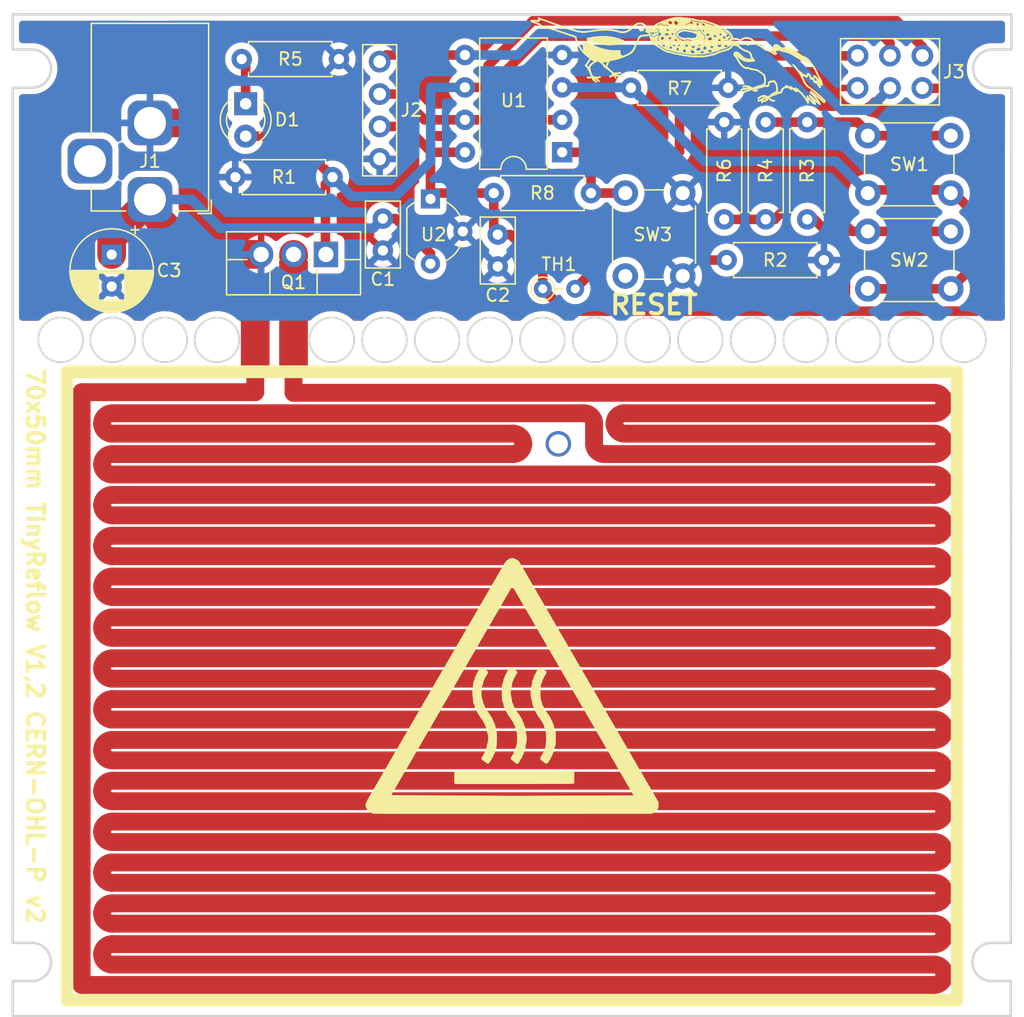
<source format=kicad_pcb>
(kicad_pcb (version 20211014) (generator pcbnew)
  (layers (0 "F.Cu" signal) (31 "B.Cu" signal) (34 "B.Paste" user) (35 "F.Paste" user) (36 "B.SilkS" user "B.Silkscreen") (37 "F.SilkS" user "F.Silkscreen") (38 "B.Mask" user) (39 "F.Mask" user) (44 "Edge.Cuts" user))
  (net 0 "")
  (net 1 "VCC")
  (net 2 "GND")
  (net 3 "+5V")
  (net 4 "Net-(D1-Pad1)")
  (net 5 "Net-(D1-Pad2)")
  (net 6 "Net-(J2-Pad1)")
  (net 7 "Net-(J2-Pad2)")
  (net 8 "Net-(J3-Pad6)")
  (net 9 "Net-(R2-Pad1)")
  (net 10 "Net-(R3-Pad2)")
  (net 11 "Net-(R7-Pad1)")
  (net 12 "Net-(R4-Pad2)")
  (footprint "Capacitor_THT:C_Disc_D5.0mm_W2.5mm_P2.50mm" (layer "F.Cu") (at 144.75 87.25 -90)
    (fp_text reference "C2")
    (fp_text value "10nf")
  )
  (footprint "Connector_PinHeader_2.54mm:PinHeader_2x03_P2.54mm_Vertical" (layer "F.Cu") (at 178.025 73.225 -90)
    (fp_text reference "J3")
    (fp_text value "Conn_02x03_M")
  )
  (footprint "Resistor_THT:R_Axial_DIN0207_L6.3mm_D2.5mm_P7.62mm_Horizontal" (layer "F.Cu") (at 152.06 84 180)
    (fp_text reference "R8")
    (fp_text value "10kΩ")
  )
  (footprint "Package_TO_SOT_THT:TO-92_Wide" (layer "F.Cu") (at 139.48 84.46 -90)
    (fp_text reference "U2")
    (fp_text value "L78L05_TO92")
  )
  (footprint "Button_Switch_THT:SW_PUSH_6mm_H4.3mm" (layer "F.Cu") (at 154.75 90.5 90)
    (fp_text reference "SW3")
    (fp_text value "SW_MEC_5E")
  )
  (footprint "Connector_PinSocket_2.54mm:PinSocket_1x04_P2.54mm_Vertical" (layer "F.Cu") (at 135.5 73.7)
    (fp_text reference "J2")
    (fp_text value "Conn_01x04_F")
  )
  (footprint "Resistor_THT:R_Axial_DIN0204_L3.6mm_D1.6mm_P2.54mm_Vertical" (layer "F.Cu") (at 148.28 91.5)
    (fp_text reference "TH1")
    (fp_text value "10kΩ bead thermistor")
  )
  (footprint "Resistor_THT:R_Axial_DIN0207_L6.3mm_D2.5mm_P7.62mm_Horizontal" (layer "F.Cu") (at 165.75 78.44 -90)
    (fp_text reference "R4")
    (fp_text value "1kΩ")
  )
  (footprint "Resistor_THT:R_Axial_DIN0207_L6.3mm_D2.5mm_P7.62mm_Horizontal" (layer "F.Cu") (at 131.81 82.75 180)
    (fp_text reference "R1")
    (fp_text value "10kΩ")
  )
  (footprint "Resistor_THT:R_Axial_DIN0207_L6.3mm_D2.5mm_P7.62mm_Horizontal" (layer "F.Cu") (at 162.5 86.06 90)
    (fp_text reference "R6")
    (fp_text value "2,2kΩ")
  )
  (footprint "LED_THT:LED_D3.0mm" (layer "F.Cu") (at 125 77 -90)
    (fp_text reference "D1")
    (fp_text value "LED")
  )
  (footprint "" (layer "F.Cu") (at 149.5 103.65)
    (fp_text reference "" hide)
    (fp_text value "" hide)
  )
  (footprint "Package_DIP:DIP-8_W7.62mm" (layer "F.Cu") (at 149.8 80.8 180)
    (fp_text reference "U1")
    (fp_text value "ATtiny85")
  )
  (footprint "Package_TO_SOT_THT:TO-220F-3_Vertical" (layer "F.Cu") (at 131.29 88.805 180)
    (fp_text reference "Q1")
    (fp_text value "30N06")
  )
  (footprint "Button_Switch_THT:SW_PUSH_6mm_H4.3mm" (layer "F.Cu") (at 180.25 84 180)
    (fp_text reference "SW1")
    (fp_text value "SW_MEC_5E")
  )
  (footprint "Capacitor_THT:CP_Radial_D6.3mm_P2.50mm" (layer "F.Cu") (at 114.5 88.817621 -90)
    (fp_text reference "C3")
    (fp_text value "100µf")
  )
  (footprint "Connector_BarrelJack:BarrelJack_Horizontal" (layer "F.Cu") (at 117.5 84.5 -90)
    (fp_text reference "J1")
    (fp_text value "Barrel_Jack_MountingPin")
  )
  (footprint "Resistor_THT:R_Axial_DIN0207_L6.3mm_D2.5mm_P7.62mm_Horizontal" (layer "F.Cu") (at 169 86.06 90)
    (fp_text reference "R3")
    (fp_text value "1kΩ")
  )
  (footprint "Resistor_THT:R_Axial_DIN0207_L6.3mm_D2.5mm_P7.62mm_Horizontal" (layer "F.Cu") (at 132.31 73.5 180)
    (fp_text reference "R5")
    (fp_text value "1kΩ")
  )
  (footprint "Button_Switch_THT:SW_PUSH_6mm_H4.3mm" (layer "F.Cu") (at 180.25 91.5 180)
    (fp_text reference "SW2")
    (fp_text value "SW_MEC_5E")
  )
  (footprint "Resistor_THT:R_Axial_DIN0207_L6.3mm_D2.5mm_P7.62mm_Horizontal" (layer "F.Cu") (at 155.19 75.75)
    (fp_text reference "R7")
    (fp_text value "10kΩ")
  )
  (footprint "Capacitor_THT:C_Disc_D5.0mm_W2.5mm_P2.50mm" (layer "F.Cu") (at 135.75 86 -90)
    (fp_text reference "C1")
    (fp_text value "330nf")
  )
  (footprint "Resistor_THT:R_Axial_DIN0207_L6.3mm_D2.5mm_P7.62mm_Horizontal" (layer "F.Cu") (at 162.69 89.25)
    (fp_text reference "R2")
    (fp_text value "10kΩ")
  )
  (gr_line (start 117.893886 73.724385) (end 117.803563 73.738137) (layer "F.Cu") (width 0.3))
  (gr_line (start 115.67518 74.682223) (end 115.760028 74.637579) (layer "F.Cu") (width 0.3))
  (gr_line (start 119.355471 72.30921) (end 119.354171 72.378133) (layer "F.Cu") (width 0.3))
  (gr_line (start 116.284176 75.117503) (end 116.288017 75.2247) (layer "F.Cu") (width 0.3))
  (gr_line (start 117.460803 71.199042) (end 117.408493 71.205961) (layer "F.Cu") (width 0.3))
  (gr_line (start 120.61811 73.3174) (end 120.672905 73.358223) (layer "F.Cu") (width 0.3))
  (gr_line (start 114.555493 74.529417) (end 114.652989 74.60675) (layer "F.Cu") (width 0.3))
  (gr_line (start 117.002807 71.378156) (end 116.982288 71.396858) (layer "F.Cu") (width 0.3))
  (gr_line (start 115.700016 72.522731) (end 115.720368 72.598165) (layer "F.Cu") (width 0.3))
  (gr_line (start 116.276185 71.616324) (end 116.214874 71.632208) (layer "F.Cu") (width 0.3))
  (gr_line (start 118.934566 71.676511) (end 118.98914 71.704689) (layer "F.Cu") (width 0.3))
  (gr_line (start 115.431072 72.984023) (end 115.224634 73.023386) (layer "F.Cu") (width 0.3))
  (gr_line (start 117.139114 73.724385) (end 117.229439 73.738137) (layer "F.Cu") (width 0.3))
  (gr_line (start 117.56624 73.757171) (end 117.516506 73.757954) (layer "F.Cu") (width 0.3))
  (gr_line (start 117.884756 72.629898) (end 117.92392 72.608617) (layer "F.Cu") (width 0.3))
  (gr_line (start 117.466771 73.757171) (end 117.516509 73.757954) (layer "F.Cu") (width 0.3))
  (gr_line (start 118.145633 72.404241) (end 118.173487 72.368418) (layer "F.Cu") (width 0.3))
  (gr_line (start 117.825209 71.254483) (end 117.873489 71.274842) (layer "F.Cu") (width 0.3))
  (gr_line (start 114.256469 74.154569) (end 114.303738 74.239948) (layer "F.Cu") (width 0.3))
  (gr_line (start 116.831934 75.918458) (end 116.904357 75.925702) (layer "F.Cu") (width 0.3))
  (gr_line (start 116.299979 75.324443) (end 116.319589 75.416692) (layer "F.Cu") (width 0.3))
  (gr_line (start 116.129137 73.226164) (end 116.184841 73.276632) (layer "F.Cu") (width 0.3))
  (gr_line (start 120.801994 73.496099) (end 120.832455 73.547545) (layer "F.Cu") (width 0.3))
  (gr_line (start 119.385347 72.949175) (end 119.602122 72.984023) (layer "F.Cu") (width 0.3))
  (gr_line (start 117.640968 72.699641) (end 117.697141 72.690939) (layer "F.Cu") (width 0.3))
  (gr_line (start 114.148182 73.783576) (end 114.15357 73.850672) (layer "F.Cu") (width 0.3))
  (gr_line (start 116.880082 73.667211) (end 116.964732 73.688528) (layer "F.Cu") (width 0.3))
  (gr_line (start 118.018039 72.320758) (end 117.934873 72.300555) (layer "F.Cu") (width 0.3))
  (gr_line (start 114.311218 73.401543) (end 114.268107 73.447467) (layer "F.Cu") (width 0.3))
  (gr_line (start 114.15357 73.850672) (end 114.166851 73.921214) (layer "F.Cu") (width 0.3))
  (gr_line (start 117.054595 75.916265) (end 117.13146 75.899505) (layer "F.Cu") (width 0.3))
  (gr_line (start 115.226695 74.798566) (end 115.319175 74.79198) (layer "F.Cu") (width 0.3))
  (gr_line (start 118.98914 71.704689) (end 119.040955 71.736723) (layer "F.Cu") (width 0.3))
  (gr_line (start 116.942758 71.437871) (end 116.923785 71.460258) (layer "F.Cu") (width 0.3))
  (gr_line (start 116.668586 73.585076) (end 116.732436 73.615174) (layer "F.Cu") (width 0.3))
  (gr_line (start 117.231674 72.66545) (end 117.186852 72.648878) (layer "F.Cu") (width 0.3))
  (gr_line (start 114.160123 73.6593) (end 114.150447 73.71982) (layer "F.Cu") (width 0.3))
  (gr_line (start 116.73952 71.633363) (end 116.671465 71.616347) (layer "F.Cu") (width 0.3))
  (gr_line (start 118.791187 73.323915) (end 118.733028 73.368244) (layer "F.Cu") (width 0.3))
  (gr_line (start 115.873029 72.917997) (end 115.647847 72.949175) (layer "F.Cu") (width 0.3))
  (gr_line (start 116.184841 73.276632) (end 116.241819 73.323915) (layer "F.Cu") (width 0.3))
  (gr_line (start 117.66435 72.033575) (end 117.707381 71.988385) (layer "F.Cu") (width 0.3))
  (gr_line (start 117.369678 73.752434) (end 117.41784 73.755315) (layer "F.Cu") (width 0.3))
  (gr_line (start 117.322869 71.988385) (end 117.278483 71.945631) (layer "F.Cu") (width 0.3))
  (gr_line (start 115.720368 72.598165) (end 115.747583 72.67553) (layer "F.Cu") (width 0.3))
  (gr_line (start 119.062416 73.053351) (end 119.011086 73.114754) (layer "F.Cu") (width 0.3))
  (gr_line (start 118.070823 71.415692) (end 118.090368 71.436999) (layer "F.Cu") (width 0.3))
  (gr_line (start 119.215497 71.901021) (end 119.24967 71.950533) (layer "F.Cu") (width 0.3))
  (gr_line (start 116.982288 71.396858) (end 116.962265 71.416751) (layer "F.Cu") (width 0.3))
  (gr_line (start 116.465015 75.709975) (end 116.515746 75.764172) (layer "F.Cu") (width 0.3))
  (gr_line (start 116.299978 73.368244) (end 116.359227 73.40985) (layer "F.Cu") (width 0.3))
  (gr_line (start 120.557834 73.27897) (end 120.61811 73.3174) (layer "F.Cu") (width 0.3))
  (gr_line (start 117.987574 71.342348) (end 118.009109 71.35897) (layer "F.Cu") (width 0.3))
  (gr_line (start 114.268107 73.447467) (end 114.231201 73.496099) (layer "F.Cu") (width 0.3))
  (gr_line (start 115.753499 72.00318) (end 115.728179 72.05884) (layer "F.Cu") (width 0.3))
  (gr_line (start 117.322248 73.748578) (end 117.369678 73.752434) (layer "F.Cu") (width 0.3))
  (gr_line (start 118.090368 71.436999) (end 118.10937 71.459562) (layer "F.Cu") (width 0.3))
  (gr_line (start 118.958207 73.172282) (end 118.903869 73.226164) (layer "F.Cu") (width 0.3))
  (gr_line (start 116.288017 75.2247) (end 116.299979 75.324443) (layer "F.Cu") (width 0.3))
  (gr_line (start 114.150447 73.71982) (end 114.148182 73.783576) (layer "F.Cu") (width 0.3))
  (gr_line (start 115.038505 74.781609) (end 115.133093 74.795352) (layer "F.Cu") (width 0.3))
  (gr_line (start 118.51472 75.764172) (end 118.458978 75.810641) (layer "F.Cu") (width 0.3))
  (gr_line (start 116.1526 74.347601) (end 116.292331 74.214074) (layer "F.Cu") (width 0.3))
  (gr_line (start 116.870271 71.535388) (end 116.853633 71.563213) (layer "F.Cu") (width 0.3))
  (gr_line (start 114.231201 73.496099) (end 114.200741 73.547545) (layer "F.Cu") (width 0.3))
  (gr_line (start 116.964732 73.688528) (end 117.050977 73.707718) (layer "F.Cu") (width 0.3))
  (gr_line (start 117.965586 71.326812) (end 117.987574 71.342348) (layer "F.Cu") (width 0.3))
  (gr_line (start 116.667558 72.445794) (end 116.731136 72.418377) (layer "F.Cu") (width 0.3))
  (gr_line (start 119.994691 74.781609) (end 119.900103 74.795352) (layer "F.Cu") (width 0.3))
  (gr_line (start 119.209423 72.835566) (end 119.160079 72.917997) (layer "F.Cu") (width 0.3))
  (gr_line (start 116.731136 72.418377) (end 116.795156 72.392563) (layer "F.Cu") (width 0.3))
  (gr_line (start 118.61264 74.079281) (end 118.236372 73.64416) (layer "F.Cu") (width 0.3))
  (gr_line (start 116.288931 75.002892) (end 116.284176 75.117503) (layer "F.Cu") (width 0.3))
  (gr_line (start 115.783374 71.950533) (end 115.753499 72.00318) (layer "F.Cu") (width 0.3))
  (gr_line (start 117.445115 72.131202) (end 117.406468 72.081186) (layer "F.Cu") (width 0.3))
  (gr_line (start 118.05879 72.502629) (end 118.088591 72.471454) (layer "F.Cu") (width 0.3))
  (gr_line (start 115.992156 72.834266) (end 116.112235 72.753772) (layer "F.Cu") (width 0.3))
  (gr_line (start 116.732436 73.615174) (end 116.796731 73.64416) (layer "F.Cu") (width 0.3))
  (gr_line (start 120.885013 73.783576) (end 120.879625 73.850672) (layer "F.Cu") (width 0.3))
  (gr_line (start 118.173403 72.368418) (end 118.136328 72.355617) (layer "F.Cu") (width 0.3))
  (gr_line (start 117.51468 72.238386) (end 117.48128 72.183607) (layer "F.Cu") (width 0.3))
  (gr_line (start 116.359227 73.40985) (end 116.419473 73.448961) (layer "F.Cu") (width 0.3))
  (gr_line (start 119.714023 74.79198) (end 119.622799 74.776323) (layer "F.Cu") (width 0.3))
  (gr_line (start 119.354171 72.378133) (end 119.346777 72.449346) (layer "F.Cu") (width 0.3))
  (gr_line (start 117.873489 71.274842) (end 117.92033 71.29886) (layer "F.Cu") (width 0.3))
  (gr_line (start 116.480624 73.485809) (end 116.542588 73.520624) (layer "F.Cu") (width 0.3))
  (gr_line (start 119.279545 72.00318) (end 119.304866 72.05884) (layer "F.Cu") (width 0.3))
  (gr_line (start 118.068266 73.688528) (end 117.982022 73.707718) (layer "F.Cu") (width 0.3))
  (gr_line (start 115.728179 72.05884) (end 115.70767 72.117394) (layer "F.Cu") (width 0.3))
  (gr_line (start 116.346372 75.501409) (end 116.379853 75.578554) (layer "F.Cu") (width 0.3))
  (gr_line (start 117.067141 71.328817) (end 117.045253 71.344173) (layer "F.Cu") (width 0.3))
  (gr_line (start 117.004049 72.53204) (end 116.97343 72.502629) (layer "F.Cu") (width 0.3))
  (gr_line (start 118.458978 75.810641) (end 118.398914 75.849343) (layer "F.Cu") (width 0.3))
  (gr_line (start 118.173403 72.368418) (end 118.173403 72.368418) (layer "F.Cu") (width 0.3))
  (gr_line (start 117.11215 71.301188) (end 117.067141 71.328817) (layer "F.Cu") (width 0.3))
  (gr_line (start 117.580475 72.705505) (end 117.640968 72.699641) (layer "F.Cu") (width 0.3))
  (gr_line (start 117.752074 71.945631) (end 117.798134 71.905329) (layer "F.Cu") (width 0.3))
  (gr_line (start 118.563551 71.595186) (end 118.629291 71.597692) (layer "F.Cu") (width 0.3))
  (gr_line (start 117.097024 72.300555) (end 117.181495 72.282855) (layer "F.Cu") (width 0.3))
  (gr_line (start 119.80856 73.023386) (end 120.002729 73.068104) (layer "F.Cu") (width 0.3))
  (gr_line (start 114.750173 74.669907) (end 114.84691 74.719616) (layer "F.Cu") (width 0.3))
  (gr_line (start 118.880597 74.347601) (end 118.740866 74.214074) (layer "F.Cu") (width 0.3))
  (gr_line (start 117.13146 75.899505) (end 117.208858 75.874665) (layer "F.Cu") (width 0.3))
  (gr_line (start 119.350935 72.242699) (end 119.355471 72.30921) (layer "F.Cu") (width 0.3))
  (gr_line (start 114.415086 73.3174) (end 114.360291 73.358223) (layer "F.Cu") (width 0.3))
  (gr_line (start 115.692229 72.17872) (end 115.682112 72.242699) (layer "F.Cu") (width 0.3))
  (gr_line (start 118.009109 71.35897) (end 118.030175 71.376712) (layer "F.Cu") (width 0.3))
  (gr_line (start 118.496847 71.597379) (end 118.563551 71.595186) (layer "F.Cu") (width 0.3))
  (gr_line (start 117.897447 75.899505) (end 117.819948 75.874665) (layer "F.Cu") (width 0.3))
  (gr_line (start 117.365625 72.033575) (end 117.322869 71.988385) (layer "F.Cu") (width 0.3))
  (gr_line (start 119.251133 72.754703) (end 119.209423 72.835566) (layer "F.Cu") (width 0.3))
  (gr_line (start 116.905366 71.483948) (end 116.887522 71.508979) (layer "F.Cu") (width 0.3))
  (gr_line (start 119.030752 74.474026) (end 118.880597 74.347601) (layer "F.Cu") (width 0.3))
  (gr_line (start 117.439498 75.751278) (end 117.51428 75.693729) (layer "F.Cu") (width 0.3))
  (gr_line (start 115.823629 72.835566) (end 115.872973 72.917997) (layer "F.Cu") (width 0.3))
  (gr_line (start 120.873073 73.6593) (end 120.882749 73.71982) (layer "F.Cu") (width 0.3))
  (gr_line (start 116.904357 75.925702) (end 116.978736 75.924984) (layer "F.Cu") (width 0.3))
  (gr_line (start 117.090331 71.799294) (end 117.04206 71.768959) (layer "F.Cu") (width 0.3))
  (gr_line (start 117.514681 72.238386) (end 117.51468 72.238386) (layer "F.Cu") (width 0.3))
  (gr_line (start 118.711945 75.416692) (end 118.684952 75.501409) (layer "F.Cu") (width 0.3))
  (gr_line (start 117.934873 72.300555) (end 117.849734 72.282855) (layer "F.Cu") (width 0.3))
  (gr_line (start 115.410398 74.776323) (end 115.50023 74.752325) (layer "F.Cu") (width 0.3))
  (gr_line (start 120.882749 73.71982) (end 120.885013 73.783576) (layer "F.Cu") (width 0.3))
  (gr_line (start 114.166851 73.921214) (end 114.188267 73.995307) (layer "F.Cu") (width 0.3))
  (gr_line (start 116.021918 73.114754) (end 116.074798 73.172282) (layer "F.Cu") (width 0.3))
  (gr_line (start 115.781918 72.754703) (end 115.823629 72.835566) (layer "F.Cu") (width 0.3))
  (gr_line (start 116.043902 71.704689) (end 115.992087 71.736723) (layer "F.Cu") (width 0.3))
  (gr_line (start 117.186852 72.648878) (end 117.145226 72.629898) (layer "F.Cu") (width 0.3))
  (gr_line (start 117.515357 72.708424) (end 117.580475 72.705505) (layer "F.Cu") (width 0.3))
  (gr_line (start 116.214874 71.632208) (end 116.155552 71.652311) (layer "F.Cu") (width 0.3))
  (gr_line (start 118.74392 75.2247) (end 118.73176 75.324443) (layer "F.Cu") (width 0.3))
  (gr_line (start 118.877489 71.652311) (end 118.934566 71.676511) (layer "F.Cu") (width 0.3))
  (gr_line (start 117.514681 72.238386) (end 117.514681 72.238386) (layer "F.Cu") (width 0.3))
  (gr_line (start 119.358017 74.682223) (end 119.273169 74.637579) (layer "F.Cu") (width 0.3))
  (gr_line (start 117.849734 72.282855) (end 117.763887 72.267724) (layer "F.Cu") (width 0.3))
  (gr_line (start 119.532967 74.752325) (end 119.444662 74.720715) (layer "F.Cu") (width 0.3))
  (gr_line (start 117.9951 72.55958) (end 118.027728 72.53204) (layer "F.Cu") (width 0.3))
  (gr_line (start 114.686655 73.176983) (end 114.540875 73.242828) (layer "F.Cu") (width 0.3))
  (gr_line (start 116.479292 72.537003) (end 116.541654 72.505173) (layer "F.Cu") (width 0.3))
  (gr_line (start 118.429437 71.604393) (end 118.496847 71.597379) (layer "F.Cu") (width 0.3))
  (gr_line (start 118.364413 73.585076) (end 118.30056 73.615174) (layer "F.Cu") (width 0.3))
  (gr_line (start 115.992087 71.736723) (end 115.943287 71.772494) (layer "F.Cu") (width 0.3))
  (gr_line (start 120.866344 73.921214) (end 120.844928 73.995307) (layer "F.Cu") (width 0.3))
  (gr_line (start 118.818167 71.632208) (end 118.877489 71.652311) (layer "F.Cu") (width 0.3))
  (gr_line (start 119.011086 73.114754) (end 118.958207 73.172282) (layer "F.Cu") (width 0.3))
  (gr_line (start 116.359518 74.614957) (end 116.326128 74.75158) (layer "F.Cu") (width 0.3))
  (gr_line (start 118.339825 73.823748) (end 118.430387 73.996272) (layer "F.Cu") (width 0.3))
  (gr_line (start 114.218059 74.073057) (end 114.256469 74.154569) (layer "F.Cu") (width 0.3))
  (gr_line (start 118.301891 72.418377) (end 118.237877 72.392563) (layer "F.Cu") (width 0.3))
  (gr_line (start 118.629492 74.471076) (end 118.673252 74.614957) (layer "F.Cu") (width 0.3))
  (gr_line (start 117.92392 72.608617) (end 117.960599 72.585142) (layer "F.Cu") (width 0.3))
  (gr_line (start 119.24967 71.950533) (end 119.279545 72.00318) (layer "F.Cu") (width 0.3))
  (gr_line (start 118.729718 74.880904) (end 118.743376 75.002892) (layer "F.Cu") (width 0.3))
  (gr_line (start 117.48128 72.183607) (end 117.445115 72.131202) (layer "F.Cu") (width 0.3))
  (gr_line (start 118.210934 71.623245) (end 118.225616 71.655561) (layer "F.Cu") (width 0.3))
  (gr_line (start 115.224634 73.023386) (end 115.030465 73.068104) (layer "F.Cu") (width 0.3))
  (gr_line (start 117.286313 75.841707) (end 117.363351 75.800591) (layer "F.Cu") (width 0.3))
  (gr_line (start 117.106464 72.608617) (end 117.070234 72.585142) (layer "F.Cu") (width 0.3))
  (gr_line (start 119.304866 72.05884) (end 119.325375 72.117394) (layer "F.Cu") (width 0.3))
  (gr_line (start 118.552381 73.485809) (end 118.490415 73.520624) (layer "F.Cu") (width 0.3))
  (gr_line (start 116.604403 72.474748) (end 116.667558 72.445794) (layer "F.Cu") (width 0.3))
  (gr_line (start 117.707381 71.988385) (end 117.752074 71.945631) (layer "F.Cu") (width 0.3))
  (gr_line (start 115.872973 72.917997) (end 115.872973 72.917997) (layer "F.Cu") (width 0.3))
  (gr_line (start 116.571279 75.810641) (end 116.631138 75.849343) (layer "F.Cu") (width 0.3))
  (gr_line (start 115.677576 72.30921) (end 115.678877 72.378133) (layer "F.Cu") (width 0.3))
  (gr_line (start 118.088591 72.471454) (end 118.117437 72.438622) (layer "F.Cu") (width 0.3))
  (gr_line (start 119.160079 72.917997) (end 119.160079 72.917997) (layer "F.Cu") (width 0.3))
  (gr_line (start 116.795156 72.392563) (end 116.859635 72.368418) (layer "F.Cu") (width 0.3))
  (gr_line (start 117.620649 71.204179) (end 117.673211 71.212632) (layer "F.Cu") (width 0.3))
  (gr_line (start 119.190252 74.587512) (end 119.109402 74.532751) (layer "F.Cu") (width 0.3))
  (gr_line (start 117.798134 71.905329) (end 117.845265 71.867495) (layer "F.Cu") (width 0.3))
  (gr_line (start 115.760028 74.637579) (end 115.842945 74.587512) (layer "F.Cu") (width 0.3))
  (gr_line (start 116.524547 74.161695) (end 116.458253 74.319976) (layer "F.Cu") (width 0.3))
  (gr_line (start 116.978736 75.924984) (end 117.054595 75.916265) (layer "F.Cu") (width 0.3))
  (gr_line (start 116.822276 71.623262) (end 116.807595 71.655561) (layer "F.Cu") (width 0.3))
  (gr_line (start 118.12781 71.483416) (end 118.145669 71.508595) (layer "F.Cu") (width 0.3))
  (gr_line (start 118.050752 71.395608) (end 118.070823 71.415692) (layer "F.Cu") (width 0.3))
  (gr_line (start 118.490415 73.520624) (end 118.427729 73.553636) (layer "F.Cu") (width 0.3))
  (gr_line (start 116.002445 74.474026) (end 116.1526 74.347601) (layer "F.Cu") (width 0.3))
  (gr_line (start 116.602757 73.996272) (end 116.524547 74.161695) (layer "F.Cu") (width 0.3))
  (gr_line (start 118.236372 73.64416) (end 118.236372 73.64416) (layer "F.Cu") (width 0.3))
  (gr_line (start 116.319589 75.416692) (end 116.346372 75.501409) (layer "F.Cu") (width 0.3))
  (gr_line (start 114.540875 73.242828) (end 114.475361 73.27897) (layer "F.Cu") (width 0.3))
  (gr_line (start 118.733028 73.368244) (end 118.673779 73.40985) (layer "F.Cu") (width 0.3))
  (gr_line (start 119.346777 72.449346) (end 119.333033 72.522731) (layer "F.Cu") (width 0.3))
  (gr_line (start 118.152914 73.667211) (end 118.068266 73.688528) (layer "F.Cu") (width 0.3))
  (gr_line (start 119.089755 71.772494) (end 119.135283 71.811881) (layer "F.Cu") (width 0.3))
  (gr_line (start 116.469491 71.595186) (end 116.40375 71.597692) (layer "F.Cu") (width 0.3))
  (gr_line (start 114.84691 74.719616) (end 114.943066 74.756607) (layer "F.Cu") (width 0.3))
  (gr_line (start 118.145669 71.508595) (end 118.162929 71.535133) (layer "F.Cu") (width 0.3))
  (gr_line (start 116.326128 74.75158) (end 116.302757 74.880904) (layer "F.Cu") (width 0.3))
  (gr_line (start 116.934916 72.343401) (end 117.014438 72.320758) (layer "F.Cu") (width 0.3))
  (gr_line (start 118.293524 71.633363) (end 118.361577 71.616347) (layer "F.Cu") (width 0.3))
  (gr_line (start 115.588536 74.720715) (end 115.67518 74.682223) (layer "F.Cu") (width 0.3))
  (gr_line (start 117.036207 72.55958) (end 117.004049 72.53204) (layer "F.Cu") (width 0.3))
  (gr_line (start 120.49232 73.242828) (end 120.557834 73.27897) (layer "F.Cu") (width 0.3))
  (gr_line (start 114.850496 73.119023) (end 114.686655 73.176983) (layer "F.Cu") (width 0.3))
  (gr_line (start 116.944018 72.471454) (end 116.915481 72.438622) (layer "F.Cu") (width 0.3))
  (gr_line (start 117.20655 71.257211) (end 117.158672 71.277419) (layer "F.Cu") (width 0.3))
  (gr_line (start 119.040955 71.736723) (end 119.089755 71.772494) (layer "F.Cu") (width 0.3))
  (gr_line (start 119.273169 74.637579) (end 119.190252 74.587512) (layer "F.Cu") (width 0.3))
  (gr_line (start 117.515327 72.708424) (end 117.449553 72.705505) (layer "F.Cu") (width 0.3))
  (gr_line (start 120.832455 73.547545) (end 120.856228 73.60191) (layer "F.Cu") (width 0.3))
  (gr_line (start 116.098475 71.676511) (end 116.043902 71.704689) (layer "F.Cu") (width 0.3))
  (gr_line (start 115.133093 74.795352) (end 115.226695 74.798566) (layer "F.Cu") (width 0.3))
  (gr_line (start 116.302757 74.880904) (end 116.288931 75.002892) (layer "F.Cu") (width 0.3))
  (gr_line (start 119.112104 72.987842) (end 119.062416 73.053351) (layer "F.Cu") (width 0.3))
  (gr_line (start 117.158672 71.277419) (end 117.11215 71.301188) (layer "F.Cu") (width 0.3))
  (gr_line (start 116.33923 71.604779) (end 116.276185 71.616324) (layer "F.Cu") (width 0.3))
  (gr_line (start 117.941565 71.799294) (end 117.990144 71.768959) (layer "F.Cu") (width 0.3))
  (gr_line (start 119.160058 72.917997) (end 119.112104 72.987842) (layer "F.Cu") (width 0.3))
  (gr_line (start 116.155552 71.652311) (end 116.098475 71.676511) (layer "F.Cu") (width 0.3))
  (gr_line (start 115.647847 72.949175) (end 115.431072 72.984023) (layer "F.Cu") (width 0.3))
  (gr_line (start 117.138392 71.832145) (end 117.090331 71.799294) (layer "F.Cu") (width 0.3))
  (gr_line (start 120.844928 73.995307) (end 120.815135 74.073057) (layer "F.Cu") (width 0.3))
  (gr_line (start 118.180438 71.673084) (end 118.225533 71.655561) (layer "F.Cu") (width 0.3))
  (gr_line (start 117.797752 72.66545) (end 117.842802 72.648878) (layer "F.Cu") (width 0.3))
  (gr_line (start 117.710756 73.748578) (end 117.663328 73.752434) (layer "F.Cu") (width 0.3))
  (gr_line (start 118.565665 75.709975) (end 118.51472 75.764172) (layer "F.Cu") (width 0.3))
  (gr_line (start 117.697141 72.690939) (end 117.749301 72.679506) (layer "F.Cu") (width 0.3))
  (gr_line (start 115.897759 71.811881) (end 115.85576 71.854763) (layer "F.Cu") (width 0.3))
  (gr_line (start 118.673252 74.614957) (end 118.706503 74.75158) (layer "F.Cu") (width 0.3))
  (gr_line (start 117.584452 72.131202) (end 117.623276 72.081186) (layer "F.Cu") (width 0.3))
  (gr_line (start 118.799671 72.677044) (end 118.677362 72.604611) (layer "F.Cu") (width 0.3))
  (gr_line (start 117.41784 73.755315) (end 117.466771 73.757171) (layer "F.Cu") (width 0.3))
  (gr_line (start 118.030175 71.376712) (end 118.050752 71.395608) (layer "F.Cu") (width 0.3))
  (gr_line (start 117.514731 72.238386) (end 117.514738 72.238386) (layer "F.Cu") (width 0.3))
  (gr_line (start 118.903869 73.226164) (end 118.848165 73.276632) (layer "F.Cu") (width 0.3))
  (gr_line (start 118.134057 71.693201) (end 118.180438 71.673084) (layer "F.Cu") (width 0.3))
  (gr_line (start 116.887488 72.404241) (end 116.859708 72.368418) (layer "F.Cu") (width 0.3))
  (gr_line (start 117.58913 75.751278) (end 117.514338 75.693729) (layer "F.Cu") (width 0.3))
  (gr_line (start 116.074798 73.172282) (end 116.129137 73.226164) (layer "F.Cu") (width 0.3))
  (gr_line (start 118.038615 71.741154) (end 118.086685 71.715897) (layer "F.Cu") (width 0.3))
  (gr_line (start 116.542588 73.520624) (end 116.605273 73.553636) (layer "F.Cu") (width 0.3))
  (gr_line (start 114.200741 73.547545) (end 114.176968 73.60191) (layer "F.Cu") (width 0.3))
  (gr_line (start 120.673087 74.329301) (end 120.575374 74.437177) (layer "F.Cu") (width 0.3))
  (gr_line (start 116.837628 71.592492) (end 116.822276 71.623262) (layer "F.Cu") (width 0.3))
  (gr_line (start 120.186286 74.719616) (end 120.09013 74.756607) (layer "F.Cu") (width 0.3))
  (gr_line (start 116.420557 74.079281) (end 116.796825 73.64416) (layer "F.Cu") (width 0.3))
  (gr_line (start 117.255628 71.240261) (end 117.20655 71.257211) (layer "F.Cu") (width 0.3))
  (gr_line (start 116.97343 72.502629) (end 116.944018 72.471454) (layer "F.Cu") (width 0.3))
  (gr_line (start 117.960599 72.585142) (end 117.9951 72.55958) (layer "F.Cu") (width 0.3))
  (gr_line (start 118.267725 75.903291) (end 118.197553 75.918458) (layer "F.Cu") (width 0.3))
  (gr_line (start 114.457821 74.437177) (end 114.555493 74.529417) (layer "F.Cu") (width 0.3))
  (gr_line (start 116.603605 71.604393) (end 116.536194 71.597379) (layer "F.Cu") (width 0.3))
  (gr_line (start 115.943287 71.772494) (end 115.897759 71.811881) (layer "F.Cu") (width 0.3))
  (gr_line (start 115.682112 72.242699) (end 115.677576 72.30921) (layer "F.Cu") (width 0.3))
  (gr_line (start 118.673779 73.40985) (end 118.613533 73.448961) (layer "F.Cu") (width 0.3))
  (gr_line (start 118.611336 75.64809) (end 118.565665 75.709975) (layer "F.Cu") (width 0.3))
  (gr_line (start 118.162929 71.535133) (end 118.179573 71.563065) (layer "F.Cu") (width 0.3))
  (gr_line (start 116.631138 75.849343) (end 116.69485 75.88024) (layer "F.Cu") (width 0.3))
  (gr_line (start 119.040884 72.834266) (end 118.920797 72.753772) (layer "F.Cu") (width 0.3))
  (gr_line (start 118.179573 71.563065) (end 118.195581 71.592424) (layer "F.Cu") (width 0.3))
  (gr_line (start 117.023802 71.360606) (end 117.002807 71.378156) (layer "F.Cu") (width 0.3))
  (gr_line (start 118.428618 72.474748) (end 118.365466 72.445794) (layer "F.Cu") (width 0.3))
  (gr_line (start 119.340817 72.17872) (end 119.350935 72.242699) (layer "F.Cu") (width 0.3))
  (gr_line (start 118.508535 74.161695) (end 118.574745 74.319976) (layer "F.Cu") (width 0.3))
  (gr_line (start 115.678877 72.378133) (end 115.686271 72.449346) (layer "F.Cu") (width 0.3))
  (gr_line (start 117.845265 71.867495) (end 117.893174 71.832145) (layer "F.Cu") (width 0.3))
  (gr_line (start 115.50023 74.752325) (end 115.588536 74.720715) (layer "F.Cu") (width 0.3))
  (gr_line (start 116.403402 74.471076) (end 116.359518 74.614957) (layer "F.Cu") (width 0.3))
  (gr_line (start 117.982022 73.707718) (end 117.893886 73.724385) (layer "F.Cu") (width 0.3))
  (gr_line (start 116.887522 71.508979) (end 116.870271 71.535388) (layer "F.Cu") (width 0.3))
  (gr_line (start 118.430387 73.996272) (end 118.508535 74.161695) (layer "F.Cu") (width 0.3))
  (gr_line (start 119.160079 72.917997) (end 119.040884 72.834266) (layer "F.Cu") (width 0.3))
  (gr_line (start 114.188267 73.995307) (end 114.218059 74.073057) (layer "F.Cu") (width 0.3))
  (gr_line (start 117.749301 72.679506) (end 117.797752 72.66545) (layer "F.Cu") (width 0.3))
  (gr_line (start 115.842945 74.587512) (end 115.923796 74.532751) (layer "F.Cu") (width 0.3))
  (gr_line (start 116.915481 72.438622) (end 116.887488 72.404241) (layer "F.Cu") (width 0.3))
  (gr_line (start 118.225533 71.655561) (end 118.225533 71.655561) (layer "F.Cu") (width 0.3))
  (gr_line (start 115.85576 71.854763) (end 115.817546 71.901021) (layer "F.Cu") (width 0.3))
  (gr_line (start 118.651257 75.578554) (end 118.611336 75.64809) (layer "F.Cu") (width 0.3))
  (gr_line (start 117.181495 72.282855) (end 117.266674 72.267724) (layer "F.Cu") (width 0.3))
  (gr_line (start 116.896672 72.355617) (end 116.934916 72.343401) (layer "F.Cu") (width 0.3))
  (gr_line (start 114.360107 74.329301) (end 114.360107 74.329301) (layer "F.Cu") (width 0.3))
  (gr_line (start 116.962265 71.416751) (end 116.942758 71.437871) (layer "F.Cu") (width 0.3))
  (gr_line (start 116.796731 73.64416) (end 116.796731 73.64416) (layer "F.Cu") (width 0.3))
  (gr_line (start 117.803563 73.738137) (end 117.757488 73.743796) (layer "F.Cu") (width 0.3))
  (gr_line (start 116.605273 73.553636) (end 116.668586 73.585076) (layer "F.Cu") (width 0.3))
  (gr_line (start 117.842802 72.648878) (end 117.884756 72.629898) (layer "F.Cu") (width 0.3))
  (gr_line (start 116.693359 73.823748) (end 116.602757 73.996272) (layer "F.Cu") (width 0.3))
  (gr_line (start 117.014438 72.320758) (end 117.097024 72.300555) (layer "F.Cu") (width 0.3))
  (gr_line (start 118.747951 75.117503) (end 118.74392 75.2247) (layer "F.Cu") (width 0.3))
  (gr_line (start 116.292331 74.214074) (end 116.420557 74.079281) (layer "F.Cu") (width 0.3))
  (gr_line (start 117.819948 75.874665) (end 117.742411 75.841707) (layer "F.Cu") (width 0.3))
  (gr_line (start 118.124962 75.925702) (end 118.050431 75.924984) (layer "F.Cu") (width 0.3))
  (gr_line (start 117.514738 72.238386) (end 117.548174 72.183607) (layer "F.Cu") (width 0.3))
  (gr_line (start 117.724923 71.223652) (end 117.775638 71.237511) (layer "F.Cu") (width 0.3))
  (gr_line (start 118.398914 75.849343) (end 118.335005 75.88024) (layer "F.Cu") (width 0.3))
  (gr_line (start 120.765088 73.447467) (end 120.801994 73.496099) (layer "F.Cu") (width 0.3))
  (gr_line (start 116.76194 75.903291) (end 116.831934 75.918458) (layer "F.Cu") (width 0.3))
  (gr_line (start 115.319175 74.79198) (end 115.410398 74.776323) (layer "F.Cu") (width 0.3))
  (gr_line (start 118.050431 75.924984) (end 117.974434 75.916265) (layer "F.Cu") (width 0.3))
  (gr_line (start 114.360291 73.358223) (end 114.311218 73.401543) (layer "F.Cu") (width 0.3))
  (gr_line (start 119.285467 72.67553) (end 119.251133 72.754703) (layer "F.Cu") (width 0.3))
  (gr_line (start 118.740866 74.214074) (end 118.61264 74.079281) (layer "F.Cu") (width 0.3))
  (gr_line (start 116.515746 75.764172) (end 116.571279 75.810641) (layer "F.Cu") (width 0.3))
  (gr_line (start 117.408493 71.205961) (end 117.356756 71.214937) (layer "F.Cu") (width 0.3))
  (gr_line (start 114.475361 73.27897) (end 114.415086 73.3174) (layer "F.Cu") (width 0.3))
  (gr_line (start 120.879625 73.850672) (end 120.866344 73.921214) (layer "F.Cu") (width 0.3))
  (gr_line (start 117.763887 72.267724) (end 117.678595 72.255225) (layer "F.Cu") (width 0.3))
  (gr_line (start 119.160165 72.917997) (end 119.385347 72.949175) (layer "F.Cu") (width 0.3))
  (gr_line (start 118.920797 72.753772) (end 118.799671 72.677044) (layer "F.Cu") (width 0.3))
  (gr_line (start 120.776725 74.154569) (end 120.729456 74.239948) (layer "F.Cu") (width 0.3))
  (gr_line (start 117.04206 71.768959) (end 116.993864 71.741154) (layer "F.Cu") (width 0.3))
  (gr_line (start 117.623276 72.081186) (end 117.66435 72.033575) (layer "F.Cu") (width 0.3))
  (gr_line (start 116.419559 75.64809) (end 116.465015 75.709975) (layer "F.Cu") (width 0.3))
  (gr_line (start 118.027728 72.53204) (end 118.05879 72.502629) (layer "F.Cu") (width 0.3))
  (gr_line (start 116.807511 71.655561) (end 116.807511 71.655561) (layer "F.Cu") (width 0.3))
  (gr_line (start 116.458253 74.319976) (end 116.403402 74.471076) (layer "F.Cu") (width 0.3))
  (gr_line (start 118.335005 75.88024) (end 118.267725 75.903291) (layer "F.Cu") (width 0.3))
  (gr_line (start 117.974434 75.916265) (end 117.897447 75.899505) (layer "F.Cu") (width 0.3))
  (gr_line (start 116.859635 72.368418) (end 116.859635 72.368418) (layer "F.Cu") (width 0.3))
  (gr_line (start 118.693811 71.604779) (end 118.756856 71.616324) (layer "F.Cu") (width 0.3))
  (gr_line (start 116.671465 71.616347) (end 116.603605 71.604393) (layer "F.Cu") (width 0.3))
  (gr_line (start 119.444662 74.720715) (end 119.358017 74.682223) (layer "F.Cu") (width 0.3))
  (gr_line (start 116.536194 71.597379) (end 116.469491 71.595186) (layer "F.Cu") (width 0.3))
  (gr_line (start 120.002729 73.068104) (end 120.182699 73.119023) (layer "F.Cu") (width 0.3))
  (gr_line (start 120.672905 73.358223) (end 120.721978 73.401543) (layer "F.Cu") (width 0.3))
  (gr_line (start 115.747583 72.67553) (end 115.781918 72.754703) (layer "F.Cu") (width 0.3))
  (gr_line (start 118.10937 71.459562) (end 118.12781 71.483416) (layer "F.Cu") (width 0.3))
  (gr_line (start 116.4173 72.570171) (end 116.479292 72.537003) (layer "F.Cu") (width 0.3))
  (gr_line (start 116.241819 73.323915) (end 116.299978 73.368244) (layer "F.Cu") (width 0.3))
  (gr_line (start 117.351384 72.255225) (end 117.434445 72.245424) (layer "F.Cu") (width 0.3))
  (gr_line (start 117.070234 72.585142) (end 117.036207 72.55958) (layer "F.Cu") (width 0.3))
  (gr_line (start 116.233353 72.677044) (end 116.355657 72.604611) (layer "F.Cu") (width 0.3))
  (gr_line (start 115.970588 73.053351) (end 116.021918 73.114754) (layer "F.Cu") (width 0.3))
  (gr_line (start 114.303738 74.239948) (end 114.360107 74.329301) (layer "F.Cu") (width 0.3))
  (gr_line (start 119.312682 72.598165) (end 119.285467 72.67553) (layer "F.Cu") (width 0.3))
  (gr_line (start 116.379853 75.578554) (end 116.419559 75.64809) (layer "F.Cu") (width 0.3))
  (gr_line (start 118.365466 72.445794) (end 118.301891 72.418377) (layer "F.Cu") (width 0.3))
  (gr_line (start 120.856228 73.60191) (end 120.873073 73.6593) (layer "F.Cu") (width 0.3))
  (gr_line (start 120.09013 74.756607) (end 119.994691 74.781609) (layer "F.Cu") (width 0.3))
  (gr_line (start 118.553726 72.537003) (end 118.491365 72.505173) (layer "F.Cu") (width 0.3))
  (gr_line (start 114.652989 74.60675) (end 114.750173 74.669907) (layer "F.Cu") (width 0.3))
  (gr_line (start 118.136328 72.355617) (end 118.097971 72.343401) (layer "F.Cu") (width 0.3))
  (gr_line (start 120.477702 74.529417) (end 120.380207 74.60675) (layer "F.Cu") (width 0.3))
  (gr_line (start 118.30056 73.615174) (end 118.236262 73.64416) (layer "F.Cu") (width 0.3))
  (gr_line (start 117.665313 75.800591) (end 117.58913 75.751278) (layer "F.Cu") (width 0.3))
  (gr_line (start 117.449553 72.705505) (end 117.388632 72.699641) (layer "F.Cu") (width 0.3))
  (gr_line (start 117.266674 72.267724) (end 117.351384 72.255225) (layer "F.Cu") (width 0.3))
  (gr_line (start 119.135283 71.811881) (end 119.177283 71.854763) (layer "F.Cu") (width 0.3))
  (gr_line (start 117.406468 72.081186) (end 117.365625 72.033575) (layer "F.Cu") (width 0.3))
  (gr_line (start 119.325375 72.117394) (end 119.340817 72.17872) (layer "F.Cu") (width 0.3))
  (gr_line (start 114.360107 74.329301) (end 114.457821 74.437177) (layer "F.Cu") (width 0.3))
  (gr_line (start 117.045253 71.344173) (end 117.023802 71.360606) (layer "F.Cu") (width 0.3))
  (gr_line (start 118.086685 71.715897) (end 118.134057 71.693201) (layer "F.Cu") (width 0.3))
  (gr_line (start 117.332233 72.690939) (end 117.280024 72.679506) (layer "F.Cu") (width 0.3))
  (gr_line (start 117.990144 71.768959) (end 118.038615 71.741154) (layer "F.Cu") (width 0.3))
  (gr_line (start 119.900103 74.795352) (end 119.806502 74.798566) (layer "F.Cu") (width 0.3))
  (gr_line (start 120.673087 74.329301) (end 120.673087 74.329301) (layer "F.Cu") (width 0.3))
  (gr_line (start 115.920899 72.987842) (end 115.970588 73.053351) (layer "F.Cu") (width 0.3))
  (gr_line (start 117.893174 71.832145) (end 117.941565 71.799294) (layer "F.Cu") (width 0.3))
  (gr_line (start 117.208858 75.874665) (end 117.286313 75.841707) (layer "F.Cu") (width 0.3))
  (gr_line (start 117.434445 72.245424) (end 117.514681 72.238386) (layer "F.Cu") (width 0.3))
  (gr_line (start 118.629291 71.597692) (end 118.693811 71.604779) (layer "F.Cu") (width 0.3))
  (gr_line (start 118.236372 73.64416) (end 118.339825 73.823748) (layer "F.Cu") (width 0.3))
  (gr_line (start 118.574745 74.319976) (end 118.629492 74.471076) (layer "F.Cu") (width 0.3))
  (gr_line (start 120.182699 73.119023) (end 120.34654 73.176983) (layer "F.Cu") (width 0.3))
  (gr_line (start 117.232753 71.905329) (end 117.185961 71.867495) (layer "F.Cu") (width 0.3))
  (gr_line (start 116.853633 71.563213) (end 116.837628 71.592492) (layer "F.Cu") (width 0.3))
  (gr_line (start 117.673211 71.212632) (end 117.724923 71.223652) (layer "F.Cu") (width 0.3))
  (gr_line (start 118.743376 75.002892) (end 118.747951 75.117503) (layer "F.Cu") (width 0.3))
  (gr_line (start 118.848165 73.276632) (end 118.791187 73.323915) (layer "F.Cu") (width 0.3))
  (gr_line (start 118.756856 71.616324) (end 118.818167 71.632208) (layer "F.Cu") (width 0.3))
  (gr_line (start 119.602122 72.984023) (end 119.80856 73.023386) (layer "F.Cu") (width 0.3))
  (gr_line (start 117.742411 75.841707) (end 117.665313 75.800591) (layer "F.Cu") (width 0.3))
  (gr_line (start 119.177283 71.854763) (end 119.215497 71.901021) (layer "F.Cu") (width 0.3))
  (gr_line (start 118.615719 72.570171) (end 118.553726 72.537003) (layer "F.Cu") (width 0.3))
  (gr_line (start 115.872945 72.917997) (end 115.920899 72.987842) (layer "F.Cu") (width 0.3))
  (gr_line (start 117.388632 72.699641) (end 117.332233 72.690939) (layer "F.Cu") (width 0.3))
  (gr_line (start 116.852567 71.673084) (end 116.807511 71.655561) (layer "F.Cu") (width 0.3))
  (gr_line (start 118.613533 73.448961) (end 118.552381 73.485809) (layer "F.Cu") (width 0.3))
  (gr_line (start 117.513566 71.193879) (end 117.567385 71.198019) (layer "F.Cu") (width 0.3))
  (gr_line (start 120.34654 73.176983) (end 120.49232 73.242828) (layer "F.Cu") (width 0.3))
  (gr_line (start 118.684952 75.501409) (end 118.651257 75.578554) (layer "F.Cu") (width 0.3))
  (gr_line (start 119.109402 74.532751) (end 119.030752 74.474026) (layer "F.Cu") (width 0.3))
  (gr_line (start 117.567385 71.198019) (end 117.620649 71.204179) (layer "F.Cu") (width 0.3))
  (gr_line (start 114.943066 74.756607) (end 115.038505 74.781609) (layer "F.Cu") (width 0.3))
  (gr_line (start 118.73176 75.324443) (end 118.711945 75.416692) (layer "F.Cu") (width 0.3))
  (gr_line (start 117.92033 71.29886) (end 117.965586 71.326812) (layer "F.Cu") (width 0.3))
  (gr_line (start 118.491365 72.505173) (end 118.428618 72.474748) (layer "F.Cu") (width 0.3))
  (gr_line (start 116.923785 71.460258) (end 116.905366 71.483948) (layer "F.Cu") (width 0.3))
  (gr_line (start 118.117437 72.438622) (end 118.145633 72.404241) (layer "F.Cu") (width 0.3))
  (gr_line (start 118.706503 74.75158) (end 118.729718 74.880904) (layer "F.Cu") (width 0.3))
  (gr_line (start 118.361577 71.616347) (end 118.429437 71.604393) (layer "F.Cu") (width 0.3))
  (gr_line (start 118.237877 72.392563) (end 118.173403 72.368418) (layer "F.Cu") (width 0.3))
  (gr_line (start 117.514731 72.238386) (end 117.514731 72.238386) (layer "F.Cu") (width 0.3))
  (gr_line (start 118.427729 73.553636) (end 118.364413 73.585076) (layer "F.Cu") (width 0.3))
  (gr_line (start 116.796825 73.64416) (end 116.693359 73.823748) (layer "F.Cu") (width 0.3))
  (gr_line (start 117.663328 73.752434) (end 117.615169 73.755315) (layer "F.Cu") (width 0.3))
  (gr_line (start 117.678595 72.255225) (end 117.595122 72.245424) (layer "F.Cu") (width 0.3))
  (gr_line (start 115.872973 72.917997) (end 115.992156 72.834266) (layer "F.Cu") (width 0.3))
  (gr_line (start 117.145226 72.629898) (end 117.106464 72.608617) (layer "F.Cu") (width 0.3))
  (gr_line (start 118.195581 71.592424) (end 118.210934 71.623245) (layer "F.Cu") (width 0.3))
  (gr_line (start 116.859635 72.368418) (end 116.896672 72.355617) (layer "F.Cu") (width 0.3))
  (gr_line (start 115.923796 74.532751) (end 116.002445 74.474026) (layer "F.Cu") (width 0.3))
  (gr_line (start 117.775638 71.237511) (end 117.825209 71.254483) (layer "F.Cu") (width 0.3))
  (gr_line (start 117.305749 71.22627) (end 117.255628 71.240261) (layer "F.Cu") (width 0.3))
  (gr_line (start 116.419473 73.448961) (end 116.480624 73.485809) (layer "F.Cu") (width 0.3))
  (gr_line (start 118.236262 73.64416) (end 118.236262 73.64416) (layer "F.Cu") (width 0.3))
  (gr_line (start 117.615169 73.755315) (end 117.56624 73.757171) (layer "F.Cu") (width 0.3))
  (gr_line (start 117.356756 71.214937) (end 117.305749 71.22627) (layer "F.Cu") (width 0.3))
  (gr_line (start 117.513529 71.193879) (end 117.460803 71.199042) (layer "F.Cu") (width 0.3))
  (gr_line (start 116.541654 72.505173) (end 116.604403 72.474748) (layer "F.Cu") (width 0.3))
  (gr_line (start 120.721978 73.401543) (end 120.765088 73.447467) (layer "F.Cu") (width 0.3))
  (gr_line (start 120.575374 74.437177) (end 120.477702 74.529417) (layer "F.Cu") (width 0.3))
  (gr_line (start 116.112235 72.753772) (end 116.233353 72.677044) (layer "F.Cu") (width 0.3))
  (gr_line (start 114.176968 73.60191) (end 114.160123 73.6593) (layer "F.Cu") (width 0.3))
  (gr_line (start 119.333033 72.522731) (end 119.312682 72.598165) (layer "F.Cu") (width 0.3))
  (gr_line (start 116.796731 73.64416) (end 116.880082 73.667211) (layer "F.Cu") (width 0.3))
  (gr_line (start 115.030465 73.068104) (end 114.850496 73.119023) (layer "F.Cu") (width 0.3))
  (gr_line (start 118.097971 72.343401) (end 118.018039 72.320758) (layer "F.Cu") (width 0.3))
  (gr_line (start 120.729456 74.239948) (end 120.673087 74.329301) (layer "F.Cu") (width 0.3))
  (gr_line (start 117.275514 73.743796) (end 117.322248 73.748578) (layer "F.Cu") (width 0.3))
  (gr_line (start 115.70767 72.117394) (end 115.692229 72.17872) (layer "F.Cu") (width 0.3))
  (gr_line (start 118.225533 71.655561) (end 118.293524 71.633363) (layer "F.Cu") (width 0.3))
  (gr_line (start 120.283023 74.669907) (end 120.186286 74.719616) (layer "F.Cu") (width 0.3))
  (gr_line (start 115.686271 72.449346) (end 115.700016 72.522731) (layer "F.Cu") (width 0.3))
  (gr_line (start 118.236262 73.64416) (end 118.152914 73.667211) (layer "F.Cu") (width 0.3))
  (gr_line (start 119.622799 74.776323) (end 119.532967 74.752325) (layer "F.Cu") (width 0.3))
  (gr_line (start 120.815135 74.073057) (end 120.776725 74.154569) (layer "F.Cu") (width 0.3))
  (gr_line (start 116.796825 73.64416) (end 116.796825 73.64416) (layer "F.Cu") (width 0.3))
  (gr_line (start 116.898834 71.693201) (end 116.852567 71.673084) (layer "F.Cu") (width 0.3))
  (gr_line (start 117.363351 75.800591) (end 117.439498 75.751278) (layer "F.Cu") (width 0.3))
  (gr_line (start 116.807511 71.655561) (end 116.73952 71.633363) (layer "F.Cu") (width 0.3))
  (gr_line (start 117.548174 72.183607) (end 117.584452 72.131202) (layer "F.Cu") (width 0.3))
  (gr_line (start 120.380207 74.60675) (end 120.283023 74.669907) (layer "F.Cu") (width 0.3))
  (gr_line (start 117.185961 71.867495) (end 117.138392 71.832145) (layer "F.Cu") (width 0.3))
  (gr_line (start 117.278483 71.945631) (end 117.232753 71.905329) (layer "F.Cu") (width 0.3))
  (gr_line (start 116.40375 71.597692) (end 116.33923 71.604779) (layer "F.Cu") (width 0.3))
  (gr_line (start 117.229439 73.738137) (end 117.275514 73.743796) (layer "F.Cu") (width 0.3))
  (gr_line (start 117.280024 72.679506) (end 117.231674 72.66545) (layer "F.Cu") (width 0.3))
  (gr_line (start 118.197553 75.918458) (end 118.124962 75.925702) (layer "F.Cu") (width 0.3))
  (gr_line (start 116.355657 72.604611) (end 116.4173 72.570171) (layer "F.Cu") (width 0.3))
  (gr_line (start 118.677362 72.604611) (end 118.615719 72.570171) (layer "F.Cu") (width 0.3))
  (gr_line (start 117.757488 73.743796) (end 117.710756 73.748578) (layer "F.Cu") (width 0.3))
  (gr_line (start 116.993864 71.741154) (end 116.946027 71.715897) (layer "F.Cu") (width 0.3))
  (gr_line (start 117.595122 72.245424) (end 117.514731 72.238386) (layer "F.Cu") (width 0.3))
  (gr_line (start 116.946027 71.715897) (end 116.898834 71.693201) (layer "F.Cu") (width 0.3))
  (gr_line (start 115.817546 71.901021) (end 115.783374 71.950533) (layer "F.Cu") (width 0.3))
  (gr_line (start 116.69485 75.88024) (end 116.76194 75.903291) (layer "F.Cu") (width 0.3))
  (gr_line (start 119.806502 74.798566) (end 119.714023 74.79198) (layer "F.Cu") (width 0.3))
  (gr_line (start 117.050977 73.707718) (end 117.139114 73.724385) (layer "F.Cu") (width 0.3))
  (gr_line (start 154.23776 72.929535) (end 154.238517 72.931452) (layer "F.SilkS") (width 0.008286))
  (gr_line (start 163.296205 73.163002) (end 163.300185 73.175812) (layer "F.SilkS") (width 0.13125))
  (gr_line (start 169.902811 75.252813) (end 169.890437 75.227765) (layer "F.SilkS") (width 0.13125))
  (gr_line (start 168.081499 75.969484) (end 168.101762 75.980838) (layer "F.SilkS") (width 0.13125))
  (gr_line (start 159.553584 70.643123) (end 159.545675 70.644544) (layer "F.SilkS") (width 0.005859))
  (gr_line (start 158.524277 70.84006) (end 158.521921 70.839671) (layer "F.SilkS") (width 0.004143))
  (gr_line (start 153.121603 73.685651) (end 153.071226 73.687364) (layer "F.SilkS") (width 0.13125))
  (gr_line (start 158.40316 70.718203) (end 158.404254 70.715838) (layer "F.SilkS") (width 0.005859))
  (gr_line (start 169.709729 75.256147) (end 169.711955 75.258067) (layer "F.SilkS") (width 0.13125))
  (gr_line (start 162.913532 72.672787) (end 162.938016 72.656164) (layer "F.SilkS") (width 0.13125))
  (gr_line (start 158.665346 70.942131) (end 158.659305 70.940131) (layer "F.SilkS") (width 0.005859))
  (gr_line (start 163.027688 71.945083) (end 163.039532 71.941012) (layer "F.SilkS") (width 0.13125))
  (gr_line (start 165.624512 75.470453) (end 165.608918 75.481888) (layer "F.SilkS") (width 0.13125))
  (gr_line (start 154.288515 72.907188) (end 154.291879 72.887428) (layer "F.SilkS") (width 0.13125))
  (gr_line (start 158.823234 70.797077) (end 158.830707 70.788496) (layer "F.SilkS") (width 0.005859))
  (gr_line (start 164.387442 75.787994) (end 164.351288 75.791428) (layer "F.SilkS") (width 0.13125))
  (gr_line (start 158.65154 70.937206) (end 158.643539 70.933697) (layer "F.SilkS") (width 0.004143))
  (gr_line (start 165.793788 76.556431) (end 165.812785 76.551645) (layer "F.SilkS") (width 0.13125))
  (gr_line (start 151.508519 72.875529) (end 151.498019 72.888406) (layer "F.SilkS") (width 0.13125))
  (gr_line (start 158.853506 71.466174) (end 158.863428 71.456008) (layer "F.SilkS") (width 0.13125))
  (gr_line (start 161.362975 73.201933) (end 161.371833 73.19889) (layer "F.SilkS") (width 0.13125))
  (gr_line (start 158.405783 70.837568) (end 158.398862 70.836919) (layer "F.SilkS") (width 0.005859))
  (gr_line (start 164.949749 72.230284) (end 164.911071 72.184234) (layer "F.SilkS") (width 0.13125))
  (gr_line (start 166.829877 76.104292) (end 166.836991 76.103317) (layer "F.SilkS") (width 0.13125))
  (gr_line (start 162.614961 71.208486) (end 162.623037 71.221564) (layer "F.SilkS") (width 0.13125))
  (gr_line (start 161.498693 73.154689) (end 161.511173 73.152584) (layer "F.SilkS") (width 0.13125))
  (gr_line (start 158.328921 70.534149) (end 158.323247 70.530959) (layer "F.SilkS") (width 0.005859))
  (gr_line (start 165.699989 75.351928) (end 165.696071 75.369774) (layer "F.SilkS") (width 0.13125))
  (gr_line (start 159.419674 70.34668) (end 159.424169 70.348024) (layer "F.SilkS") (width 0.005859))
  (gr_line (start 158.34809 70.805179) (end 158.347631 70.802994) (layer "F.SilkS") (width 0.004143))
  (gr_line (start 152.637463 72.629019) (end 152.479808 72.570176) (layer "F.SilkS") (width 0.13125))
  (gr_line (start 159.288837 73.185388) (end 159.374747 73.198627) (layer "F.SilkS") (width 0.13125))
  (gr_line (start 160.494626 71.340955) (end 160.503115 71.335055) (layer "F.SilkS") (width 0.13125))
  (gr_line (start 168.489969 74.722465) (end 168.450443 74.655224) (layer "F.SilkS") (width 0.13125))
  (gr_line (start 164.33955 75.637315) (end 164.292503 75.62946) (layer "F.SilkS") (width 0.13125))
  (gr_line (start 148.000739 70.405673) (end 148.002504 70.414124) (layer "F.SilkS") (width 0.13125))
  (gr_line (start 156.382466 70.947736) (end 156.362407 70.927486) (layer "F.SilkS") (width 0.13125))
  (gr_line (start 158.952591 70.882861) (end 158.951062 70.882902) (layer "F.SilkS") (width 0.004143))
  (gr_line (start 158.403656 70.717465) (end 158.404717 70.715109) (layer "F.SilkS") (width 0.005859))
  (gr_line (start 166.008854 75.348063) (end 166.014945 75.338491) (layer "F.SilkS") (width 0.13125))
  (gr_line (start 159.471736 70.388202) (end 159.471736 70.388202) (layer "F.SilkS") (width 0.005859))
  (gr_line (start 159.533561 70.675544) (end 159.520503 70.676989) (layer "F.SilkS") (width 0.13125))
  (gr_line (start 158.760923 70.514456) (end 158.75277 70.512878) (layer "F.SilkS") (width 0.005859))
  (gr_line (start 151.721712 73.108773) (end 151.773815 73.15101) (layer "F.SilkS") (width 0.033145))
  (gr_line (start 154.415111 73.301388) (end 154.415013 73.303488) (layer "F.SilkS") (width 0.008286))
  (gr_line (start 166.416482 72.888431) (end 166.430238 72.909451) (layer "F.SilkS") (width 0.13125))
  (gr_line (start 157.266266 71.738077) (end 157.278933 71.720857) (layer "F.SilkS") (width 0.13125))
  (gr_line (start 158.403119 70.621549) (end 158.400752 70.616336) (layer "F.SilkS") (width 0.005859))
  (gr_line (start 158.378341 70.835311) (end 158.376104 70.834792) (layer "F.SilkS") (width 0.004143))
  (gr_line (start 165.702098 75.333087) (end 165.699989 75.351928) (layer "F.SilkS") (width 0.13125))
  (gr_line (start 151.573734 72.64866) (end 151.581715 72.70883) (layer "F.SilkS") (width 0.033145))
  (gr_line (start 165.531848 76.791116) (end 165.525943 76.792587) (layer "F.SilkS") (width 0.13125))
  (gr_line (start 154.305627 73.213327) (end 154.296219 73.200591) (layer "F.SilkS") (width 0.033145))
  (gr_line (start 159.050377 70.918571) (end 159.034808 70.912779) (layer "F.SilkS") (width 0.005859))
  (gr_line (start 158.579428 70.609864) (end 158.579154 70.616291) (layer "F.SilkS") (width 0.005859))
  (gr_line (start 166.822847 76.105653) (end 166.829877 76.104292) (layer "F.SilkS") (width 0.13125))
  (gr_line (start 169.434639 74.972242) (end 169.43769 74.970771) (layer "F.SilkS") (width 0.13125))
  (gr_line (start 166.531072 73.08787) (end 166.525991 73.09049) (layer "F.SilkS") (width 0.13125))
  (gr_line (start 153.415825 73.559015) (end 153.44441 73.549287) (layer "F.SilkS") (width 0.005859))
  (gr_line (start 154.925672 73.15343) (end 154.925672 73.15343) (layer "F.SilkS") (width 0.13125))
  (gr_line (start 169.056162 74.675118) (end 169.060656 74.673718) (layer "F.SilkS") (width 0.13125))
  (gr_line (start 153.508327 73.55357) (end 153.508327 73.55357) (layer "F.SilkS") (width 0.008286))
  (gr_line (start 159.232979 70.961259) (end 159.221123 70.960469) (layer "F.SilkS") (width 0.005859))
  (gr_line (start 158.355546 70.814859) (end 158.354452 70.812626) (layer "F.SilkS") (width 0.005859))
  (gr_line (start 168.38996 76.034186) (end 168.415065 76.058164) (layer "F.SilkS") (width 0.13125))
  (gr_line (start 152.871903 73.777439) (end 152.906237 73.805544) (layer "F.SilkS") (width 0.13125))
  (gr_line (start 158.385709 70.744188) (end 158.388643 70.741103) (layer "F.SilkS") (width 0.004143))
  (gr_line (start 169.57012 75.297167) (end 169.576297 75.304998) (layer "F.SilkS") (width 0.13125))
  (gr_line (start 166.471857 73.100032) (end 166.463791 73.0994) (layer "F.SilkS") (width 0.13125))
  (gr_line (start 158.875982 70.693983) (end 158.878781 70.683488) (layer "F.SilkS") (width 0.005859))
  (gr_line (start 152.376791 73.619072) (end 152.347902 73.614118) (layer "F.SilkS") (width 0.13125))
  (gr_line (start 158.873647 70.550853) (end 158.872247 70.550462) (layer "F.SilkS") (width 0.004143))
  (gr_line (start 158.346805 70.791084) (end 158.347195 70.788661) (layer "F.SilkS") (width 0.005859))
  (gr_line (start 157.51091 72.637138) (end 157.580351 72.68606) (layer "F.SilkS") (width 0.13125))
  (gr_line (start 151.804449 74.947687) (end 151.830367 74.952612) (layer "F.SilkS") (width 0.13125))
  (gr_line (start 154.319015 73.228473) (end 154.309402 73.217312) (layer "F.SilkS") (width 0.005859))
  (gr_line (start 157.656723 70.636161) (end 157.656996 70.634108) (layer "F.SilkS") (width 0.004143))
  (gr_line (start 152.398312 73.579121) (end 152.365896 73.57347) (layer "F.SilkS") (width 0.008286))
  (gr_line (start 162.904343 72.04483) (end 162.911352 72.033462) (layer "F.SilkS") (width 0.13125))
  (gr_line (start 169.476132 74.984763) (end 169.478626 74.989152) (layer "F.SilkS") (width 0.13125))
  (gr_line (start 152.734512 73.599882) (end 152.753034 73.602631) (layer "F.SilkS") (width 0.005859))
  (gr_line (start 158.412057 70.659818) (end 158.411051 70.651726) (layer "F.SilkS") (width 0.005859))
  (gr_line (start 159.465451 70.374528) (end 159.46637 70.376176) (layer "F.SilkS") (width 0.004143))
  (gr_line (start 159.926002 71.915249) (end 159.891744 71.914429) (layer "F.SilkS") (width 0.13125))
  (gr_line (start 153.967646 72.292037) (end 154.042947 72.281441) (layer "F.SilkS") (width 0.008286))
  (gr_line (start 159.248192 70.961361) (end 159.235162 70.961127) (layer "F.SilkS") (width 0.005859))
  (gr_line (start 169.289043 76.150479) (end 169.286511 76.146603) (layer "F.SilkS") (width 0.13125))
  (gr_line (start 157.208335 71.958544) (end 157.20589 71.943933) (layer "F.SilkS") (width 0.13125))
  (gr_line (start 166.633416 75.986741) (end 166.632136 75.999783) (layer "F.SilkS") (width 0.13125))
  (gr_line (start 167.339726 75.636698) (end 167.342403 75.632174) (layer "F.SilkS") (width 0.13125))
  (gr_line (start 156.590372 71.431584) (end 156.608409 71.438856) (layer "F.SilkS") (width 0.13125))
  (gr_line (start 158.718974 70.50836) (end 158.718974 70.50836) (layer "F.SilkS") (width 0.004143))
  (gr_line (start 167.737778 75.708189) (end 167.757203 75.720589) (layer "F.SilkS") (width 0.13125))
  (gr_line (start 167.930799 75.85734) (end 167.948763 75.87299) (layer "F.SilkS") (width 0.13125))
  (gr_line (start 169.277856 76.127537) (end 169.276865 76.123782) (layer "F.SilkS") (width 0.13125))
  (gr_line (start 159.433118 70.655171) (end 159.432202 70.656246) (layer "F.SilkS") (width 0.005859))
  (gr_line (start 151.788659 72.314821) (end 151.770154 72.304725) (layer "F.SilkS") (width 0.033145))
  (gr_line (start 156.064931 71.242187) (end 156.056413 71.244445) (layer "F.SilkS") (width 0.13125))
  (gr_line (start 166.630099 76.01192) (end 166.627338 76.023199) (layer "F.SilkS") (width 0.13125))
  (gr_line (start 152.062285 73.349553) (end 152.064697 73.351066) (layer "F.SilkS") (width 0.005859))
  (gr_line (start 158.398151 70.610435) (end 158.39531 70.604625) (layer "F.SilkS") (width 0.005859))
  (gr_line (start 157.138357 71.342684) (end 157.121074 71.348818) (layer "F.SilkS") (width 0.13125))
  (gr_line (start 151.515798 72.707423) (end 151.522318 72.766522) (layer "F.SilkS") (width 0.13125))
  (gr_line (start 158.799927 70.816474) (end 158.805136 70.812885) (layer "F.SilkS") (width 0.005859))
  (gr_line (start 158.906829 70.900545) (end 158.906829 70.900545) (layer "F.SilkS") (width 0.005859))
  (gr_line (start 164.59662 73.18215) (end 164.606298 73.214494) (layer "F.SilkS") (width 0.13125))
  (gr_line (start 153.530359 71.785054) (end 153.689559 71.809011) (layer "F.SilkS") (width 0.13125))
  (gr_line (start 164.450175 72.959988) (end 164.464871 72.970961) (layer "F.SilkS") (width 0.13125))
  (gr_line (start 158.643873 70.77464) (end 158.650897 70.782001) (layer "F.SilkS") (width 0.004143))
  (gr_line (start 153.529377 73.526536) (end 153.610894 73.513653) (layer "F.SilkS") (width 0.005859))
  (gr_line (start 153.490311 72.354699) (end 153.328487 72.350218) (layer "F.SilkS") (width 0.13125))
  (gr_line (start 166.256005 75.254158) (end 166.267332 75.248642) (layer "F.SilkS") (width 0.13125))
  (gr_line (start 159.211588 70.95931) (end 159.194609 70.957092) (layer "F.SilkS") (width 0.004143))
  (gr_line (start 170.29546 76.872418) (end 170.305553 76.876786) (layer "F.SilkS") (width 0.13125))
  (gr_line (start 151.704281 72.276748) (end 151.68982 72.272901) (layer "F.SilkS") (width 0.033145))
  (gr_line (start 168.099915 75.887557) (end 168.089866 75.872788) (layer "F.SilkS") (width 0.13125))
  (gr_line (start 159.460879 70.368342) (end 159.462417 70.370037) (layer "F.SilkS") (width 0.005859))
  (gr_line (start 158.339318 70.381192) (end 158.412981 70.3631) (layer "F.SilkS") (width 0.004143))
  (gr_line (start 152.09176 73.901398) (end 152.108966 73.885279) (layer "F.SilkS") (width 0.13125))
  (gr_line (start 152.857326 73.614376) (end 152.92332 73.620537) (layer "F.SilkS") (width 0.005859))
  (gr_line (start 166.78923 76.11959) (end 166.795722 76.115726) (layer "F.SilkS") (width 0.13125))
  (gr_line (start 169.139565 73.628092) (end 169.127698 73.613192) (layer "F.SilkS") (width 0.13125))
  (gr_line (start 157.657062 70.631753) (end 157.657619 70.629655) (layer "F.SilkS") (width 0.005859))
  (gr_line (start 159.444812 70.648109) (end 159.443428 70.64845) (layer "F.SilkS") (width 0.005859))
  (gr_line (start 160.299183 71.382593) (end 160.313259 71.385919) (layer "F.SilkS") (width 0.13125))
  (gr_line (start 157.72938 70.582757) (end 157.72938 70.582757) (layer "F.SilkS") (width 0.005859))
  (gr_line (start 159.963223 70.394208) (end 159.927845 70.383725) (layer "F.SilkS") (width 0.13125))
  (gr_line (start 151.970961 74.062684) (end 151.984151 74.038859) (layer "F.SilkS") (width 0.13125))
  (gr_line (start 158.377568 70.577782) (end 158.374075 70.573208) (layer "F.SilkS") (width 0.005859))
  (gr_line (start 159.572661 70.481567) (end 159.58077 70.485052) (layer "F.SilkS") (width 0.004143))
  (gr_line (start 159.449262 70.647685) (end 159.449262 70.647685) (layer "F.SilkS") (width 0.005859))
  (gr_line (start 159.530711 70.646764) (end 159.525468 70.647455) (layer "F.SilkS") (width 0.005859))
  (gr_line (start 164.179027 71.854056) (end 164.141111 71.858573) (layer "F.SilkS") (width 0.13125))
  (gr_line (start 151.945889 74.287248) (end 151.939989 74.239289) (layer "F.SilkS") (width 0.13125))
  (gr_line (start 147.985623 70.36057) (end 147.992731 70.379093) (layer "F.SilkS") (width 0.13125))
  (gr_line (start 158.65095 70.515118) (end 158.642834 70.518151) (layer "F.SilkS") (width 0.005859))
  (gr_line (start 156.741441 71.84378) (end 156.754376 71.884383) (layer "F.SilkS") (width 0.13125))
  (gr_line (start 158.088631 70.699843) (end 158.087859 70.701178) (layer "F.SilkS") (width 0.004143))
  (gr_line (start 159.296521 70.957056) (end 159.288193 70.958809) (layer "F.SilkS") (width 0.004143))
  (gr_line (start 147.64206 70.491122) (end 147.559644 70.48961) (layer "F.SilkS") (width 0.13125))
  (gr_line (start 169.582391 75.311124) (end 169.588398 75.315658) (layer "F.SilkS") (width 0.13125))
  (gr_line (start 158.59889 70.906305) (end 158.592105 70.900785) (layer "F.SilkS") (width 0.004143))
  (gr_line (start 163.311957 73.200885) (end 163.319815 73.213008) (layer "F.SilkS") (width 0.13125))
  (gr_line (start 158.869961 70.549225) (end 158.866403 70.547842) (layer "F.SilkS") (width 0.005859))
  (gr_line (start 170.351977 76.754145) (end 170.347439 76.745088) (layer "F.SilkS") (width 0.13125))
  (gr_line (start 153.505301 73.596804) (end 153.467309 73.613267) (layer "F.SilkS") (width 0.13125))
  (gr_line (start 158.569134 70.880126) (end 158.561922 70.872774) (layer "F.SilkS") (width 0.004143))
  (gr_line (start 163.840234 75.940274) (end 163.834952 75.95492) (layer "F.SilkS") (width 0.13125))
  (gr_line (start 165.688612 72.726958) (end 165.645494 72.692631) (layer "F.SilkS") (width 0.13125))
  (gr_line (start 156.522616 71.398801) (end 156.538981 71.407479) (layer "F.SilkS") (width 0.13125))
  (gr_line (start 159.432245 70.656334) (end 159.431411 70.657269) (layer "F.SilkS") (width 0.005859))
  (gr_line (start 169.0548 76.62411) (end 169.049219 76.591702) (layer "F.SilkS") (width 0.13125))
  (gr_line (start 169.446974 74.968104) (end 169.450077 74.96787) (layer "F.SilkS") (width 0.13125))
  (gr_line (start 159.019058 71.35855) (end 159.049092 71.344642) (layer "F.SilkS") (width 0.13125))
  (gr_line (start 153.381927 71.803717) (end 153.309517 71.798074) (layer "F.SilkS") (width 0.008286))
  (gr_line (start 159.679272 70.520112) (end 159.6817 70.52193) (layer "F.SilkS") (width 0.005859))
  (gr_line (start 164.92866 75.982982) (end 164.920685 75.98338) (layer "F.SilkS") (width 0.13125))
  (gr_line (start 151.681553 72.262486) (end 151.672247 72.263724) (layer "F.SilkS") (width 0.005859))
  (gr_line (start 153.108803 74.030639) (end 153.122553 74.059193) (layer "F.SilkS") (width 0.13125))
  (gr_line (start 165.600709 76.388714) (end 165.576818 76.389063) (layer "F.SilkS") (width 0.13125))
  (gr_line (start 154.321702 73.196626) (end 154.330597 73.206999) (layer "F.SilkS") (width 0.008286))
  (gr_line (start 158.628762 70.92576) (end 158.621713 70.921726) (layer "F.SilkS") (width 0.005859))
  (gr_line (start 152.42702 75.249515) (end 152.452307 75.26474) (layer "F.SilkS") (width 0.13125))
  (gr_line (start 158.814327 70.30772) (end 158.854655 70.306627) (layer "F.SilkS") (width 0.005859))
  (gr_line (start 160.379891 71.501752) (end 160.440414 71.529363) (layer "F.SilkS") (width 0.13125))
  (gr_line (start 152.066903 73.352511) (end 152.068924 73.353905) (layer "F.SilkS") (width 0.005859))
  (gr_line (start 153.640876 72.921355) (end 153.640876 72.921355) (layer "F.SilkS") (width 0.005859))
  (gr_line (start 153.170087 73.68232) (end 153.121603 73.685651) (layer "F.SilkS") (width 0.13125))
  (gr_line (start 158.709223 70.822163) (end 158.712977 70.823685) (layer "F.SilkS") (width 0.005859))
  (gr_line (start 164.418902 71.871061) (end 164.377824 71.862594) (layer "F.SilkS") (width 0.13125))
  (gr_line (start 158.787745 70.308836) (end 158.825639 70.307264) (layer "F.SilkS") (width 0.004143))
  (gr_line (start 168.76681 74.753153) (end 168.768237 74.746035) (layer "F.SilkS") (width 0.13125))
  (gr_line (start 164.292839 72.35763) (end 164.288582 72.354094) (layer "F.SilkS") (width 0.13125))
  (gr_line (start 157.66594 70.714263) (end 157.655541 70.703302) (layer "F.SilkS") (width 0.13125))
  (gr_line (start 159.568101 70.639306) (end 159.558837 70.641568) (layer "F.SilkS") (width 0.005859))
  (gr_line (start 164.578407 75.884394) (end 164.533496 75.903723) (layer "F.SilkS") (width 0.13125))
  (gr_line (start 154.103184 72.917781) (end 154.187802 72.91535) (layer "F.SilkS") (width 0.008286))
  (gr_line (start 155.948395 71.154645) (end 155.957552 71.150289) (layer "F.SilkS") (width 0.13125))
  (gr_line (start 148.003744 70.445286) (end 148.002353 70.452306) (layer "F.SilkS") (width 0.13125))
  (gr_line (start 158.817024 70.529772) (end 158.801167 70.524739) (layer "F.SilkS") (width 0.005859))
  (gr_line (start 166.859392 72.560042) (end 166.836882 72.539441) (layer "F.SilkS") (width 0.13125))
  (gr_line (start 157.827466 70.739855) (end 157.810038 70.738734) (layer "F.SilkS") (width 0.004143))
  (gr_line (start 158.408816 70.701803) (end 158.410587 70.694131) (layer "F.SilkS") (width 0.004143))
  (gr_line (start 151.950626 72.034095) (end 151.977082 72.043098) (layer "F.SilkS") (width 0.008286))
  (gr_line (start 167.726545 75.838789) (end 167.7409 75.846955) (layer "F.SilkS") (width 0.13125))
  (gr_line (start 158.11086 70.638474) (end 158.108924 70.642915) (layer "F.SilkS") (width 0.005859))
  (gr_line (start 154.359108 73.236411) (end 154.369119 73.245652) (layer "F.SilkS") (width 0.008286))
  (gr_line (start 165.671132 76.394785) (end 165.647857 76.391627) (layer "F.SilkS") (width 0.13125))
  (gr_line (start 169.583277 76.439368) (end 169.491903 76.347189) (layer "F.SilkS") (width 0.13125))
  (gr_line (start 160.824027 71.929898) (end 160.822852 71.946882) (layer "F.SilkS") (width 0.13125))
  (gr_line (start 154.547012 72.125518) (end 154.54645 72.122335) (layer "F.SilkS") (width 0.008286))
  (gr_line (start 166.536292 72.40248) (end 166.51872 72.404098) (layer "F.SilkS") (width 0.13125))
  (gr_line (start 159.429858 70.659245) (end 159.429141 70.66028) (layer "F.SilkS") (width 0.005859))
  (gr_line (start 151.543302 72.898753) (end 151.546243 72.893728) (layer "F.SilkS") (width 0.008286))
  (gr_line (start 157.104062 71.353929) (end 157.087447 71.357916) (layer "F.SilkS") (width 0.13125))
  (gr_line (start 162.818345 72.724596) (end 162.841824 72.713521) (layer "F.SilkS") (width 0.13125))
  (gr_line (start 169.431628 74.973967) (end 169.434639 74.972242) (layer "F.SilkS") (width 0.13125))
  (gr_line (start 165.704033 75.177756) (end 165.705017 75.216303) (layer "F.SilkS") (width 0.13125))
  (gr_line (start 154.256281 73.138373) (end 154.25033 73.125132) (layer "F.SilkS") (width 0.005859))
  (gr_line (start 157.668032 70.61245) (end 157.669826 70.61071) (layer "F.SilkS") (width 0.005859))
  (gr_line (start 152.753583 74.90175) (end 152.77118 74.891798) (layer "F.SilkS") (width 0.13125))
  (gr_line (start 152.183521 73.475774) (end 152.183521 73.475774) (layer "F.SilkS") (width 0.005859))
  (gr_line (start 158.041459 70.7225) (end 158.0318 70.72346) (layer "F.SilkS") (width 0.005859))
  (gr_line (start 151.523598 72.949771) (end 151.523011 72.947965) (layer "F.SilkS") (width 0.008286))
  (gr_line (start 158.104447 70.65492) (end 158.097487 70.674486) (layer "F.SilkS") (width 0.004143))
  (gr_line (start 159.408929 70.886862) (end 159.402487 70.902119) (layer "F.SilkS") (width 0.13125))
  (gr_line (start 164.944021 75.981241) (end 164.936433 75.98226) (layer "F.SilkS") (width 0.13125))
  (gr_line (start 156.102908 71.175979) (end 156.114717 71.185422) (layer "F.SilkS") (width 0.13125))
  (gr_line (start 164.367762 72.31813) (end 164.361339 72.312663) (layer "F.SilkS") (width 0.13125))
  (gr_line (start 161.468251 73.162183) (end 161.477234 73.159591) (layer "F.SilkS") (width 0.13125))
  (gr_line (start 163.502173 71.937761) (end 163.535857 71.945287) (layer "F.SilkS") (width 0.13125))
  (gr_line (start 156.783636 71.960438) (end 156.799831 71.996004) (layer "F.SilkS") (width 0.13125))
  (gr_line (start 158.958097 70.884267) (end 158.956705 70.88384) (layer "F.SilkS") (width 0.005859))
  (gr_line (start 154.409593 73.319085) (end 154.408321 73.320772) (layer "F.SilkS") (width 0.008286))
  (gr_line (start 164.64522 73.357168) (end 164.649046 73.368157) (layer "F.SilkS") (width 0.13125))
  (gr_line (start 157.663147 70.618267) (end 157.664688 70.616223) (layer "F.SilkS") (width 0.005859))
  (gr_line (start 154.222584 73.031192) (end 154.220631 73.016274) (layer "F.SilkS") (width 0.005859))
  (gr_line (start 158.821156 70.799329) (end 158.824253 70.796183) (layer "F.SilkS") (width 0.004143))
  (gr_line (start 158.921639 70.894439) (end 158.919115 70.8955) (layer "F.SilkS") (width 0.005859))
  (gr_line (start 159.207319 71.874358) (end 159.176062 71.866194) (layer "F.SilkS") (width 0.13125))
  (gr_line (start 147.982477 70.759477) (end 148.001104 70.772281) (layer "F.SilkS") (width 0.13125))
  (gr_line (start 152.414962 73.686287) (end 152.453962 73.662851) (layer "F.SilkS") (width 0.13125))
  (gr_line (start 151.672247 72.263724) (end 151.663293 72.265278) (layer "F.SilkS") (width 0.005859))
  (gr_line (start 154.270119 73.158715) (end 154.262282 73.143932) (layer "F.SilkS") (width 0.033145))
  (gr_line (start 158.053574 70.720461) (end 157.984339 70.730129) (layer "F.SilkS") (width 0.004143))
  (gr_line (start 158.830707 70.788496) (end 158.837578 70.779536) (layer "F.SilkS") (width 0.005859))
  (gr_line (start 152.249444 73.512352) (end 152.264855 73.518838) (layer "F.SilkS") (width 0.033145))
  (gr_line (start 158.806825 70.940512) (end 158.794615 70.943791) (layer "F.SilkS") (width 0.004143))
  (gr_line (start 160.912837 70.517321) (end 160.83409 70.503197) (layer "F.SilkS") (width 0.13125))
  (gr_line (start 164.217658 71.851512) (end 164.179027 71.854056) (layer "F.SilkS") (width 0.13125))
  (gr_line (start 154.973426 73.130017) (end 155.018011 73.106738) (layer "F.SilkS") (width 0.13125))
  (gr_line (start 160.5206 71.324982) (end 160.525119 71.322941) (layer "F.SilkS") (width 0.13125))
  (gr_line (start 169.598909 77.008078) (end 169.602132 77.007944) (layer "F.SilkS") (width 0.13125))
  (gr_line (start 162.938016 72.656164) (end 162.962871 72.637749) (layer "F.SilkS") (width 0.13125))
  (gr_line (start 151.553947 72.494028) (end 151.556527 72.522111) (layer "F.SilkS") (width 0.005859))
  (gr_line (start 160.388767 71.736548) (end 160.386946 71.744608) (layer "F.SilkS") (width 0.13125))
  (gr_line (start 166.615689 75.617536) (end 166.619597 75.650151) (layer "F.SilkS") (width 0.13125))
  (gr_line (start 169.306188 76.170204) (end 169.306188 76.170204) (layer "F.SilkS") (width 0.13125))
  (gr_line (start 169.149732 74.724114) (end 169.161767 74.737081) (layer "F.SilkS") (width 0.13125))
  (gr_line (start 160.391145 71.651457) (end 160.392418 71.668971) (layer "F.SilkS") (width 0.13125))
  (gr_line (start 168.736431 74.800821) (end 168.739297 74.799701) (layer "F.SilkS") (width 0.13125))
  (gr_line (start 157.742594 70.726095) (end 157.742594 70.726095) (layer "F.SilkS") (width 0.005859))
  (gr_line (start 158.461629 70.838219) (end 158.433647 70.83852) (layer "F.SilkS") (width 0.005859))
  (gr_line (start 169.334484 75.055098) (end 169.339125 75.055709) (layer "F.SilkS") (width 0.13125))
  (gr_line (start 159.376474 70.890127) (end 159.373064 70.897196) (layer "F.SilkS") (width 0.005859))
  (gr_line (start 159.560709 70.476233) (end 159.569016 70.480088) (layer "F.SilkS") (width 0.005859))
  (gr_line (start 152.95007 73.645091) (end 152.884905 73.639642) (layer "F.SilkS") (width 0.008286))
  (gr_line (start 160.600014 71.990018) (end 160.592914 71.993643) (layer "F.SilkS") (width 0.13125))
  (gr_line (start 154.03311 73.445654) (end 153.94649 73.467736) (layer "F.SilkS") (width 0.008286))
  (gr_line (start 156.421246 71.271795) (end 156.427213 71.262999) (layer "F.SilkS") (width 0.13125))
  (gr_line (start 156.453159 71.097264) (end 156.4502 71.085259) (layer "F.SilkS") (width 0.13125))
  (gr_line (start 159.953648 71.983937) (end 159.892023 71.964916) (layer "F.SilkS") (width 0.13125))
  (gr_line (start 158.954133 70.882896) (end 158.952591 70.882861) (layer "F.SilkS") (width 0.004143))
  (gr_line (start 167.683406 75.682182) (end 167.693741 75.68543) (layer "F.SilkS") (width 0.13125))
  (gr_line (start 158.985227 70.308165) (end 159.017537 70.309615) (layer "F.SilkS") (width 0.005859))
  (gr_line (start 154.319485 73.232523) (end 154.315154 73.226217) (layer "F.SilkS") (width 0.033145))
  (gr_line (start 169.731803 75.285947) (end 169.73395 75.290216) (layer "F.SilkS") (width 0.13125))
  (gr_line (start 159.436136 70.652289) (end 159.435085 70.653188) (layer "F.SilkS") (width 0.005859))
  (gr_line (start 164.340972 72.375263) (end 164.335356 72.374819) (layer "F.SilkS") (width 0.13125))
  (gr_line (start 152.01465 72.360346) (end 151.862062 72.279888) (layer "F.SilkS") (width 0.13125))
  (gr_line (start 166.590541 76.081908) (end 166.583189 76.087946) (layer "F.SilkS") (width 0.13125))
  (gr_line (start 158.596343 70.700121) (end 158.601413 70.711271) (layer "F.SilkS") (width 0.005859))
  (gr_line (start 166.54345 73.078742) (end 166.539827 73.081969) (layer "F.SilkS") (width 0.13125))
  (gr_line (start 152.589433 74.949424) (end 152.626719 74.944686) (layer "F.SilkS") (width 0.13125))
  (gr_line (start 154.373921 73.279561) (end 154.369227 73.275707) (layer "F.SilkS") (width 0.005859))
  (gr_line (start 170.367632 76.837422) (end 170.368293 76.829007) (layer "F.SilkS") (width 0.13125))
  (gr_line (start 154.38024 73.284735) (end 154.377257 73.282278) (layer "F.SilkS") (width 0.005859))
  (gr_line (start 148.001104 70.772281) (end 148.019288 70.786491) (layer "F.SilkS") (width 0.13125))
  (gr_line (start 167.961027 74.012081) (end 167.904728 73.953913) (layer "F.SilkS") (width 0.13125))
  (gr_line (start 158.940722 70.884941) (end 158.93755 70.886024) (layer "F.SilkS") (width 0.005859))
  (gr_line (start 153.602542 71.82937) (end 153.547563 71.821498) (layer "F.SilkS") (width 0.008286))
  (gr_line (start 158.529856 70.841713) (end 158.528533 70.841143) (layer "F.SilkS") (width 0.005859))
  (gr_line (start 152.847464 72.298245) (end 152.688619 72.269313) (layer "F.SilkS") (width 0.13125))
  (gr_line (start 158.854655 70.306627) (end 158.895027 70.306443) (layer "F.SilkS") (width 0.005859))
  (gr_line (start 158.406997 70.632244) (end 158.405198 70.626855) (layer "F.SilkS") (width 0.005859))
  (gr_line (start 168.572089 73.272565) (end 168.572089 73.272565) (layer "F.SilkS") (width 0.13125))
  (gr_line (start 159.688398 70.581249) (end 159.686751 70.583725) (layer "F.SilkS") (width 0.005859))
  (gr_line (start 164.209107 73.495153) (end 164.18146 73.487193) (layer "F.SilkS") (width 0.13125))
  (gr_line (start 151.803119 71.930731) (end 151.807044 71.924291) (layer "F.SilkS") (width 0.13125))
  (gr_line (start 151.865456 71.923066) (end 151.860845 71.925897) (layer "F.SilkS") (width 0.008286))
  (gr_line (start 169.070022 74.672266) (end 169.074868 74.672233) (layer "F.SilkS") (width 0.13125))
  (gr_line (start 169.255653 74.939679) (end 169.26435 74.961558) (layer "F.SilkS") (width 0.13125))
  (gr_line (start 156.442579 71.060637) (end 156.437907 71.048017) (layer "F.SilkS") (width 0.13125))
  (gr_line (start 159.545723 71.904869) (end 159.520145 71.910144) (layer "F.SilkS") (width 0.13125))
  (gr_line (start 153.067986 73.623278) (end 153.067986 73.623278) (layer "F.SilkS") (width 0.033145))
  (gr_line (start 169.614974 76.992628) (end 169.614949 76.989801) (layer "F.SilkS") (width 0.13125))
  (gr_line (start 151.59919 72.996892) (end 151.614378 73.012638) (layer "F.SilkS") (width 0.033145))
  (gr_line (start 159.690174 70.578544) (end 159.688753 70.580948) (layer "F.SilkS") (width 0.005859))
  (gr_line (start 158.634896 70.323008) (end 158.680096 70.317593) (layer "F.SilkS") (width 0.005859))
  (gr_line (start 159.196214 70.957403) (end 159.183296 70.955298) (layer "F.SilkS") (width 0.005859))
  (gr_line (start 158.074234 70.714257) (end 158.072234 70.715292) (layer "F.SilkS") (width 0.005859))
  (gr_line (start 158.795689 70.943474) (end 158.78424 70.946189) (layer "F.SilkS") (width 0.005859))
  (gr_line (start 158.889705 70.908599) (end 158.866488 70.918877) (layer "F.SilkS") (width 0.004143))
  (gr_line (start 169.490716 75.028487) (end 169.490716 75.028487) (layer "F.SilkS") (width 0.13125))
  (gr_line (start 160.873801 71.789437) (end 160.869323 71.795175) (layer "F.SilkS") (width 0.13125))
  (gr_line (start 152.145285 73.438631) (end 152.157133 73.45036) (layer "F.SilkS") (width 0.033145))
  (gr_line (start 154.346136 73.29503) (end 154.345859 73.291085) (layer "F.SilkS") (width 0.033145))
  (gr_line (start 156.437679 71.244878) (end 156.442167 71.235551) (layer "F.SilkS") (width 0.13125))
  (gr_line (start 163.421509 72.39411) (end 163.457 72.394203) (layer "F.SilkS") (width 0.13125))
  (gr_line (start 158.350754 70.798215) (end 158.350634 70.795726) (layer "F.SilkS") (width 0.005859))
  (gr_line (start 151.663293 72.265278) (end 151.654692 72.267147) (layer "F.SilkS") (width 0.005859))
  (gr_line (start 151.522318 72.766522) (end 151.523643 72.793321) (layer "F.SilkS") (width 0.13125))
  (gr_line (start 157.658291 70.62759) (end 157.659073 70.625562) (layer "F.SilkS") (width 0.005859))
  (gr_line (start 151.419476 72.900652) (end 151.453582 72.94042) (layer "F.SilkS") (width 0.13125))
  (gr_line (start 169.428666 74.975926) (end 169.431628 74.973967) (layer "F.SilkS") (width 0.13125))
  (gr_line (start 167.031275 72.657182) (end 167.011242 72.653333) (layer "F.SilkS") (width 0.13125))
  (gr_line (start 160.655925 71.97707) (end 160.650377 71.976978) (layer "F.SilkS") (width 0.13125))
  (gr_line (start 166.19704 75.264662) (end 166.215334 75.265794) (layer "F.SilkS") (width 0.13125))
  (gr_line (start 152.513729 74.9507) (end 152.551756 74.951334) (layer "F.SilkS") (width 0.13125))
  (gr_line (start 147.998488 70.397003) (end 148.000739 70.405673) (layer "F.SilkS") (width 0.13125))
  (gr_line (start 168.080465 75.858185) (end 168.071771 75.843763) (layer "F.SilkS") (width 0.13125))
  (gr_line (start 169.677334 76.776625) (end 169.747606 76.833391) (layer "F.SilkS") (width 0.13125))
  (gr_line (start 158.353557 70.819193) (end 158.352237 70.817122) (layer "F.SilkS") (width 0.005859))
  (gr_line (start 160.80597 72.037312) (end 160.80434 72.041939) (layer "F.SilkS") (width 0.13125))
  (gr_line (start 153.348214 73.86669) (end 153.363372 73.834277) (layer "F.SilkS") (width 0.13125))
  (gr_line (start 151.676149 72.270332) (end 151.663262 72.26905) (layer "F.SilkS") (width 0.033145))
  (gr_line (start 169.77337 76.413611) (end 169.889683 76.51287) (layer "F.SilkS") (width 0.13125))
  (gr_line (start 164.659792 75.840377) (end 164.620712 75.863367) (layer "F.SilkS") (width 0.13125))
  (gr_line (start 158.627975 70.925729) (end 158.620433 70.921293) (layer "F.SilkS") (width 0.004143))
  (gr_line (start 169.066311 76.7187) (end 169.063351 76.687612) (layer "F.SilkS") (width 0.13125))
  (gr_line (start 158.382503 70.58431) (end 158.377568 70.577782) (layer "F.SilkS") (width 0.005859))
  (gr_line (start 153.184805 74.139944) (end 153.228463 74.164608) (layer "F.SilkS") (width 0.13125))
  (gr_line (start 158.813895 71.576251) (end 158.813004 71.566444) (layer "F.SilkS") (width 0.13125))
  (gr_line (start 163.457148 72.272586) (end 163.391458 72.270456) (layer "F.SilkS") (width 0.13125))
  (gr_line (start 159.693264 70.538466) (end 159.694162 70.541229) (layer "F.SilkS") (width 0.005859))
  (gr_line (start 156.952448 71.827206) (end 156.934671 71.826212) (layer "F.SilkS") (width 0.13125))
  (gr_line (start 159.441456 70.649782) (end 159.440284 70.650323) (layer "F.SilkS") (width 0.005859))
  (gr_line (start 159.173924 70.953645) (end 159.150552 70.948548) (layer "F.SilkS") (width 0.005859))
  (gr_line (start 151.798214 71.944133) (end 151.800179 71.937355) (layer "F.SilkS") (width 0.13125))
  (gr_line (start 157.322763 72.149248) (end 157.298637 72.123348) (layer "F.SilkS") (width 0.13125))
  (gr_line (start 157.794253 70.736578) (end 157.776946 70.733933) (layer "F.SilkS") (width 0.005859))
  (gr_line (start 151.617898 73.049923) (end 151.57354 73.00572) (layer "F.SilkS") (width 0.008286))
  (gr_line (start 165.544583 76.788914) (end 165.538059 76.789889) (layer "F.SilkS") (width 0.13125))
  (gr_line (start 154.565903 72.079559) (end 154.57343 72.085691) (layer "F.SilkS") (width 0.13125))
  (gr_line (start 158.941975 70.884733) (end 158.939388 70.885699) (layer "F.SilkS") (width 0.005859))
  (gr_line (start 154.547219 72.131604) (end 154.547229 72.128617) (layer "F.SilkS") (width 0.008286))
  (gr_line (start 166.189741 76.725216) (end 166.206519 76.733088) (layer "F.SilkS") (width 0.13125))
  (gr_line (start 161.80541 73.0848) (end 161.862625 73.055795) (layer "F.SilkS") (width 0.13125))
  (gr_line (start 157.297257 70.736576) (end 157.297257 70.736576) (layer "F.SilkS") (width 0.13125))
  (gr_line (start 159.690039 70.526443) (end 159.691785 70.528485) (layer "F.SilkS") (width 0.004143))
  (gr_line (start 164.695031 75.815162) (end 164.756787 75.812559) (layer "F.SilkS") (width 0.13125))
  (gr_line (start 158.36253 70.560209) (end 158.354024 70.55221) (layer "F.SilkS") (width 0.005859))
  (gr_line (start 155.255806 72.939702) (end 155.281226 72.91414) (layer "F.SilkS") (width 0.13125))
  (gr_line (start 158.065325 70.718375) (end 158.06242 70.719205) (layer "F.SilkS") (width 0.004143))
  (gr_line (start 169.685888 75.250773) (end 169.68797 75.250062) (layer "F.SilkS") (width 0.13125))
  (gr_line (start 153.529377 73.526536) (end 153.529377 73.526536) (layer "F.SilkS") (width 0.005859))
  (gr_line (start 158.613288 70.536159) (end 158.610058 70.539108) (layer "F.SilkS") (width 0.005859))
  (gr_line (start 164.126892 75.836407) (end 164.095372 75.836404) (layer "F.SilkS") (width 0.13125))
  (gr_line (start 158.887962 70.639649) (end 158.889993 70.628106) (layer "F.SilkS") (width 0.005859))
  (gr_line (start 152.108966 73.885279) (end 152.144462 73.855121) (layer "F.SilkS") (width 0.13125))
  (gr_line (start 163.354322 73.006063) (end 163.344122 73.013767) (layer "F.SilkS") (width 0.13125))
  (gr_line (start 151.530684 72.960064) (end 151.530684 72.960064) (layer "F.SilkS") (width 0.008286))
  (gr_line (start 164.320522 74.201851) (end 164.339899 74.192849) (layer "F.SilkS") (width 0.13125))
  (gr_line (start 151.860126 73.715356) (end 151.836571 73.752783) (layer "F.SilkS") (width 0.13125))
  (gr_line (start 167.502369 72.965978) (end 167.61644 73.014923) (layer "F.SilkS") (width 0.13125))
  (gr_line (start 160.181541 70.44512) (end 160.144326 70.443525) (layer "F.SilkS") (width 0.13125))
  (gr_line (start 169.286511 76.146603) (end 169.284258 76.142749) (layer "F.SilkS") (width 0.13125))
  (gr_line (start 152.560132 73.602053) (end 152.430555 73.584374) (layer "F.SilkS") (width 0.008286))
  (gr_line (start 158.512494 70.838685) (end 158.509419 70.838694) (layer "F.SilkS") (width 0.005859))
  (gr_line (start 158.601505 70.548443) (end 158.598827 70.551972) (layer "F.SilkS") (width 0.005859))
  (gr_line (start 163.01611 71.949576) (end 163.027688 71.945083) (layer "F.SilkS") (width 0.13125))
  (gr_line (start 158.7925 70.820378) (end 158.7925 70.820378) (layer "F.SilkS") (width 0.004143))
  (gr_line (start 169.612482 77.002088) (end 169.613531 77.000049) (layer "F.SilkS") (width 0.13125))
  (gr_line (start 154.239252 73.097294) (end 154.234541 73.08374) (layer "F.SilkS") (width 0.005859))
  (gr_line (start 159.695618 70.548816) (end 159.69591 70.551577) (layer "F.SilkS") (width 0.005859))
  (gr_line (start 159.673814 70.517004) (end 159.673814 70.517004) (layer "F.SilkS") (width 0.005859))
  (gr_line (start 151.547199 72.945017) (end 151.550518 72.948831) (layer "F.SilkS") (width 0.005859))
  (gr_line (start 152.956923 72.729003) (end 152.796488 72.68202) (layer "F.SilkS") (width 0.13125))
  (gr_line (start 159.597192 70.630082) (end 159.582471 70.634991) (layer "F.SilkS") (width 0.004143))
  (gr_line (start 160.822033 71.982426) (end 160.822033 71.982426) (layer "F.SilkS") (width 0.13125))
  (gr_line (start 160.759025 70.527352) (end 160.75844 70.529636) (layer "F.SilkS") (width 0.13125))
  (gr_line (start 159.423814 70.674622) (end 159.423249 70.677368) (layer "F.SilkS") (width 0.005859))
  (gr_line (start 157.673637 70.6075) (end 157.675643 70.60602) (layer "F.SilkS") (width 0.005859))
  (gr_line (start 166.434703 72.447869) (end 166.424937 72.460977) (layer "F.SilkS") (width 0.13125))
  (gr_line (start 169.611493 75.320169) (end 169.617016 75.318462) (layer "F.SilkS") (width 0.13125))
  (gr_line (start 165.951728 75.570205) (end 165.957718 75.563129) (layer "F.SilkS") (width 0.13125))
  (gr_line (start 153.479908 73.535751) (end 153.483772 73.534741) (layer "F.SilkS") (width 0.005859))
  (gr_line (start 158.817957 70.802373) (end 158.821156 70.799329) (layer "F.SilkS") (width 0.004143))
  (gr_line (start 160.786183 72.060572) (end 160.784024 72.060062) (layer "F.SilkS") (width 0.13125))
  (gr_line (start 158.308438 70.523738) (end 158.299345 70.520363) (layer "F.SilkS") (width 0.004143))
  (gr_line (start 162.402634 71.071705) (end 162.312667 71.026058) (layer "F.SilkS") (width 0.13125))
  (gr_line (start 157.689388 70.598022) (end 157.69151 70.597363) (layer "F.SilkS") (width 0.005859))
  (gr_line (start 156.309305 70.874662) (end 156.281875 70.850717) (layer "F.SilkS") (width 0.13125))
  (gr_line (start 151.880817 73.231743) (end 151.931018 73.266519) (layer "F.SilkS") (width 0.033145))
  (gr_line (start 158.360398 70.767128) (end 158.363373 70.764113) (layer "F.SilkS") (width 0.004143))
  (gr_line (start 163.004815 71.954512) (end 163.01611 71.949576) (layer "F.SilkS") (width 0.13125))
  (gr_line (start 156.281875 70.850717) (end 156.253893 70.828449) (layer "F.SilkS") (width 0.13125))
  (gr_line (start 159.567665 70.639554) (end 159.560503 70.64146) (layer "F.SilkS") (width 0.004143))
  (gr_line (start 152.126396 73.455812) (end 152.119003 73.448104) (layer "F.SilkS") (width 0.008286))
  (gr_line (start 152.133552 73.426058) (end 152.145285 73.438631) (layer "F.SilkS") (width 0.033145))
  (gr_line (start 158.757811 73.087143) (end 158.757811 73.087143) (layer "F.SilkS") (width 0.13125))
  (gr_line (start 157.264587 72.168073) (end 157.291528 72.170043) (layer "F.SilkS") (width 0.13125))
  (gr_line (start 152.082295 73.366767) (end 152.098213 73.38703) (layer "F.SilkS") (width 0.005859))
  (gr_line (start 168.796721 74.775464) (end 168.823344 74.801325) (layer "F.SilkS") (width 0.13125))
  (gr_line (start 158.220642 70.519198) (end 158.213509 70.52169) (layer "F.SilkS") (width 0.004143))
  (gr_line (start 152.94841 73.622564) (end 152.963897 73.623462) (layer "F.SilkS") (width 0.005859))
  (gr_line (start 166.991706 72.64863) (end 166.973001 72.643123) (layer "F.SilkS") (width 0.13125))
  (gr_line (start 158.958841 70.883501) (end 158.958841 70.883501) (layer "F.SilkS") (width 0.004143))
  (gr_line (start 166.398263 72.57583) (end 166.399804 72.601142) (layer "F.SilkS") (width 0.13125))
  (gr_line (start 158.813004 71.566444) (end 158.812885 71.556585) (layer "F.SilkS") (width 0.13125))
  (gr_line (start 156.253893 70.828449) (end 156.225385 70.807881) (layer "F.SilkS") (width 0.13125))
  (gr_line (start 163.964761 75.851453) (end 163.943975 75.857442) (layer "F.SilkS") (width 0.13125))
  (gr_line (start 159.596979 70.491625) (end 159.607052 70.495471) (layer "F.SilkS") (width 0.004143))
  (gr_line (start 169.199059 74.791935) (end 169.206231 74.806248) (layer "F.SilkS") (width 0.13125))
  (gr_line (start 164.154826 73.478194) (end 164.129162 73.468213) (layer "F.SilkS") (width 0.13125))
  (gr_line (start 165.509991 76.798386) (end 165.505237 76.800756) (layer "F.SilkS") (width 0.13125))
  (gr_line (start 158.314845 70.526714) (end 158.309494 70.524368) (layer "F.SilkS") (width 0.005859))
  (gr_line (start 155.450651 70.885211) (end 155.4174 70.914766) (layer "F.SilkS") (width 0.13125))
  (gr_line (start 166.445799 72.436446) (end 166.434703 72.447869) (layer "F.SilkS") (width 0.13125))
  (gr_line (start 166.289637 75.239933) (end 166.30062 75.236737) (layer "F.SilkS") (width 0.13125))
  (gr_line (start 157.656931 70.63316) (end 157.657489 70.630555) (layer "F.SilkS") (width 0.005859))
  (gr_line (start 159.49675 70.431577) (end 159.499871 70.43489) (layer "F.SilkS") (width 0.005859))
  (gr_line (start 152.37817 72.162501) (end 152.52707 72.199527) (layer "F.SilkS") (width 0.008286))
  (gr_poly (pts (xy 145.907649 112.604924) (xy 145.936387 112.606333) (xy 145.964251 112.608816) (xy 145.991038 112.612353) (xy 146.016543 112.616919) (xy 146.040562 112.622493) (xy 146.062891 112.629053) (xy 146.083325 112.636575) (xy 146.101661 112.645037) (xy 146.109978 112.649614) (xy 146.117694 112.654418) (xy 146.124782 112.659445) (xy 146.131219 112.664693) (xy 146.136107 112.668774) (xy 146.141653 112.673008) (xy 146.147792 112.677362) (xy 146.154463 112.681802) (xy 146.169149 112.69081) (xy 146.18521 112.699767) (xy 146.202146 112.708407) (xy 146.219456 112.716467) (xy 146.236638 112.723679) (xy 146.245025 112.726885) (xy 146.253193 112.72978) (xy 146.264435 112.733688) (xy 146.274789 112.737503) (xy 146.28432 112.741272) (xy 146.293094 112.74504) (xy 146.301177 112.748854) (xy 146.308632 112.752759) (xy 146.315527 112.756801) (xy 146.321927 112.761026) (xy 146.327896 112.76548) (xy 146.3335 112.770208) (xy 146.338805 112.775256) (xy 146.343876 112.78067) (xy 146.348778 112.786497) (xy 146.353577 112.792781) (xy 146.358339 112.799569) (xy 146.363128 112.806906) (xy 146.366582 112.812188) (xy 146.370322 112.817539) (xy 146.374314 112.822923) (xy 146.37852 112.828305) (xy 146.382906 112.833645) (xy 146.387435 112.838909) (xy 146.392071 112.844059) (xy 146.396778 112.849058) (xy 146.401521 112.853869) (xy 146.406265 112.858456) (xy 146.410972 112.862782) (xy 146.415607 112.86681) (xy 146.420134 112.870503) (xy 146.424518 112.873824) (xy 146.428723 112.876737) (xy 146.432712 112.879204) (xy 146.437232 112.881974) (xy 146.441612 112.885023) (xy 146.445849 112.888346) (xy 146.449938 112.891937) (xy 146.453877 112.895792) (xy 146.457661 112.899905) (xy 146.461287 112.904272) (xy 146.464752 112.908887) (xy 146.468052 112.913745) (xy 146.471182 112.918842) (xy 146.474141 112.924172) (xy 146.476924 112.929731) (xy 146.479527 112.935513) (xy 146.481947 112.941513) (xy 146.484181 112.947726) (xy 146.486224 112.954147) (xy 146.490986 112.969401) (xy 146.496007 112.984187) (xy 146.50127 112.998472) (xy 146.506756 113.012224) (xy 146.512448 113.025413) (xy 146.518327 113.038006) (xy 146.524375 113.049972) (xy 146.530575 113.061279) (xy 146.536908 113.071895) (xy 146.543357 113.081788) (xy 146.549902 113.090928) (xy 146.556527 113.099282) (xy 146.563213 113.106819) (xy 146.569943 113.113507) (xy 146.576697 113.119314) (xy 146.580078 113.121877) (xy 146.583459 113.124208) (xy 146.587432 113.127051) (xy 146.591339 113.130318) (xy 146.595175 113.134002) (xy 146.598937 113.138099) (xy 146.602621 113.142601) (xy 146.606225 113.147504) (xy 146.609744 113.152802) (xy 146.613175 113.158488) (xy 146.616514 113.164557) (xy 146.619759 113.171004) (xy 146.622905 113.177821) (xy 146.625949 113.185004) (xy 146.628888 113.192547) (xy 146.631718 113.200444) (xy 146.634435 113.208688) (xy 146.637036 113.217275) (xy 146.63951 113.225224) (xy 146.642397 113.233481) (xy 146.645669 113.241995) (xy 146.649297 113.250715) (xy 146.653254 113.259588) (xy 146.657511 113.268562) (xy 146.662039 113.277585) (xy 146.666811 113.286604) (xy 146.671797 113.295569) (xy 146.676969 113.304427) (xy 146.682299 113.313126) (xy 146.687759 113.321613) (xy 146.69332 113.329837) (xy 146.698954 113.337747) (xy 146.704632 113.345289) (xy 146.710326 113.352411) (xy 146.715712 113.35908) (xy 146.721034 113.365956) (xy 146.726261 113.372986) (xy 146.731362 113.380118) (xy 146.736305 113.3873) (xy 146.741058 113.394478) (xy 146.745592 113.401602) (xy 146.749873 113.408619) (xy 146.753872 113.415475) (xy 146.757557 113.42212) (xy 146.760896 113.4285) (xy 146.763858 113.434564) (xy 146.766412 113.440259) (xy 146.768527 113.445532) (xy 146.770171 113.450332) (xy 146.771313 113.454606) (xy 146.772405 113.458801) (xy 146.773904 113.463368) (xy 146.775783 113.468263) (xy 146.778015 113.473441) (xy 146.780575 113.478859) (xy 146.783436 113.48447) (xy 146.786572 113.490231) (xy 146.789957 113.496096) (xy 146.793565 113.502023) (xy 146.797369 113.507965) (xy 146.801342 113.513879) (xy 146.80546 113.519719) (xy 146.809694 113.525441) (xy 146.81402 113.531001) (xy 146.818411 113.536354) (xy 146.822841 113.541456) (xy 146.827375 113.54678) (xy 146.832075 113.552761) (xy 146.836902 113.559333) (xy 146.841821 113.566433) (xy 146.851786 113.581952) (xy 146.861676 113.598796) (xy 146.871197 113.616443) (xy 146.880055 113.634371) (xy 146.887957 113.652059) (xy 146.891457 113.66065) (xy 146.894609 113.668985) (xy 146.897999 113.677951) (xy 146.901633 113.686869) (xy 146.90549 113.695704) (xy 146.909551 113.704425) (xy 146.913796 113.712998) (xy 146.918204 113.721389) (xy 146.922757 113.729566) (xy 146.927433 113.737496) (xy 146.932213 113.745145) (xy 146.937077 113.75248) (xy 146.942005 113.759469) (xy 146.946977 113.766077) (xy 146.951973 113.772272) (xy 146.956973 113.778021) (xy 146.961957 113.783291) (xy 146.966906 113.788047) (xy 146.972281 113.793164) (xy 146.977495 113.798569) (xy 146.982546 113.804261) (xy 146.987436 113.810242) (xy 146.992164 113.816513) (xy 146.996732 113.823074) (xy 147.001139 113.829926) (xy 147.005386 113.83707) (xy 147.009474 113.844505) (xy 147.013402 113.852234) (xy 147.017171 113.860256) (xy 147.020782 113.868573) (xy 147.024235 113.877184) (xy 147.02753 113.886091) (xy 147.030667 113.895295) (xy 147.033648 113.904795) (xy 147.036656 113.914334) (xy 147.039877 113.923677) (xy 147.04331 113.932825) (xy 147.046956 113.941778) (xy 147.050815 113.950534) (xy 147.054886 113.959095) (xy 147.059171 113.96746) (xy 147.063669 113.975629) (xy 147.06838 113.983602) (xy 147.073304 113.991378) (xy 147.078441 113.998958) (xy 147.083792 114.006342) (xy 147.089357 114.013529) (xy 147.095135 114.02052) (xy 147.101127 114.027314) (xy 147.107333 114.033911) (xy 147.112835 114.039748) (xy 147.11819 114.045776) (xy 147.123376 114.051961) (xy 147.128375 114.058271) (xy 147.133166 114.06467) (xy 147.137728 114.071126) (xy 147.142042 114.077606) (xy 147.146087 114.084075) (xy 147.149842 114.090499) (xy 147.153289 114.096846) (xy 147.156405 114.103082) (xy 147.159172 114.109172) (xy 147.161569 114.115084) (xy 147.163575 114.120783) (xy 147.16517 114.126236) (xy 147.166335 114.13141) (xy 147.16748 114.136406) (xy 147.16913 114.141976) (xy 147.171256 114.148061) (xy 147.173824 114.154602) (xy 147.176805 114.161539) (xy 147.180165 114.168814) (xy 147.183874 114.176366) (xy 147.187899 114.184137) (xy 147.196774 114.200096) (xy 147.206538 114.216215) (xy 147.211674 114.224186) (xy 147.216937 114.232019) (xy 147.222296 114.239655) (xy 147.227719 114.247033) (xy 147.233178 114.254455) (xy 147.238642 114.262193) (xy 147.249446 114.278367) (xy 147.25985 114.295057) (xy 147.269573 114.311765) (xy 147.278335 114.327993) (xy 147.282267 114.335771) (xy 147.285855 114.343242) (xy 147.289062 114.350343) (xy 147.291853 114.357013) (xy 147.294193 114.363188) (xy 147.296047 114.368808) (xy 147.297854 114.374283) (xy 147.300056 114.380036) (xy 147.302622 114.386019) (xy 147.305521 114.392182) (xy 147.308723 114.398479) (xy 147.312197 114.404862) (xy 147.315914 114.411281) (xy 147.319843 114.41769) (xy 147.323953 114.42404) (xy 147.328215 114.430282) (xy 147.332596 114.43637) (xy 147.337068 114.442255) (xy 147.3416 114.447888) (xy 147.346161 114.453222) (xy 147.35072 114.458209) (xy 147.355249 114.462801) (xy 147.360117 114.467767) (xy 147.365034 114.473261) (xy 147.369974 114.479243) (xy 147.374915 114.485673) (xy 147.379834 114.49251) (xy 147.384706 114.499713) (xy 147.389508 114.507242) (xy 147.394216 114.515056) (xy 147.398808 114.523116) (xy 147.403259 114.53138) (xy 147.407546 114.539807) (xy 147.411645 114.548359) (xy 147.415533 114.556993) (xy 147.419186 114.565669) (xy 147.422581 114.574348) (xy 147.425694 114.582988) (xy 147.428779 114.591524) (xy 147.432186 114.600185) (xy 147.435889 114.608922) (xy 147.439859 114.617688) (xy 147.444068 114.626434) (xy 147.44849 114.635113) (xy 147.453095 114.643677) (xy 147.457857 114.652077) (xy 147.462747 114.660267) (xy 147.467739 114.668199) (xy 147.472804 114.675823) (xy 147.477914 114.683094) (xy 147.483042 114.689962) (xy 147.48816 114.69638) (xy 147.493241 114.702299) (xy 147.498256 114.707673) (xy 147.503443 114.713217) (xy 147.508576 114.719136) (xy 147.513636 114.7254) (xy 147.518606 114.73198) (xy 147.523468 114.738844) (xy 147.528205 114.745962) (xy 147.532798 114.753303) (xy 147.537232 114.760838) (xy 147.541487 114.768535) (xy 147.545546 114.776365) (xy 147.549391 114.784297) (xy 147.553005 114.792301) (xy 147.556371 114.800345) (xy 147.55947 114.8084) (xy 147.562285 114.816435) (xy 147.564798 114.824421) (xy 147.56718 114.831934) (xy 147.569939 114.839704) (xy 147.573044 114.847676) (xy 147.576465 114.855795) (xy 147.580173 114.864006) (xy 147.584135 114.872253) (xy 147.588322 114.880483) (xy 147.592703 114.88864) (xy 147.597248 114.896668) (xy 147.601926 114.904514) (xy 147.606706 114.912123) (xy 147.611558 114.919438) (xy 147.616452 114.926406) (xy 147.621356 114.932971) (xy 147.626241 114.939079) (xy 147.631076 114.944674) (xy 147.635821 114.950098) (xy 147.640634 114.955943) (xy 147.645481 114.962152) (xy 147.650328 114.968671) (xy 147.655144 114.975446) (xy 147.659893 114.982421) (xy 147.664543 114.989543) (xy 147.66906 114.996755) (xy 147.673412 115.004004) (xy 147.677564 115.011235) (xy 147.681484 115.018392) (xy 147.685138 115.025422) (xy 147.688493 115.03227) (xy 147.691515 115.03888) (xy 147.694171 115.045197) (xy 147.696428 115.051169) (xy 147.698637 115.057117) (xy 147.701176 115.063344) (xy 147.704015 115.069799) (xy 147.707123 115.07643) (xy 147.710472 115.083186) (xy 147.714032 115.090015) (xy 147.717772 115.096866) (xy 147.721663 115.103688) (xy 147.725675 115.110429) (xy 147.729778 115.117039) (xy 147.733942 115.123465) (xy 147.738137 115.129656) (xy 147.742334 115.135562) (xy 147.746503 115.14113) (xy 147.750613 115.146309) (xy 147.754636 115.151048) (xy 147.758691 115.155908) (xy 147.762919 115.161415) (xy 147.767287 115.167509) (xy 147.77176 115.174127) (xy 147.780886 115.18869) (xy 147.790024 115.20461) (xy 147.798903 115.221392) (xy 147.807247 115.238541) (xy 147.814786 115.255563) (xy 147.818167 115.263872) (xy 147.821245 115.271963) (xy 147.824505 115.280517) (xy 147.828041 115.289088) (xy 147.831829 115.297636) (xy 147.835844 115.306121) (xy 147.840063 115.314505) (xy 147.844462 115.322748) (xy 147.849015 115.330811) (xy 147.853698 115.338655) (xy 147.858488 115.346239) (xy 147.86336 115.353525) (xy 147.868289 115.360474) (xy 147.873252 115.367046) (xy 147.878223 115.373201) (xy 147.883179 115.378901) (xy 147.888095 115.384106) (xy 147.892947 115.388776) (xy 147.898378 115.393938) (xy 147.903633 115.39938) (xy 147.908715 115.405108) (xy 147.913627 115.411125) (xy 147.918373 115.417436) (xy 147.922954 115.424045) (xy 147.927374 115.430958) (xy 147.931635 115.438179) (xy 147.93574 115.445712) (xy 147.939692 115.453563) (xy 147.943494 115.461734) (xy 147.947149 115.470232) (xy 147.950659 115.47906) (xy 147.954028 115.488224) (xy 147.957257 115.497727) (xy 147.96035 115.507574) (xy 147.963465 115.517509) (xy 147.966713 115.527079) (xy 147.970098 115.536293) (xy 147.973625 115.545159) (xy 147.977299 115.553685) (xy 147.981125 115.561882) (xy 147.985109 115.569756) (xy 147.989256 115.577317) (xy 147.99357 115.584573) (xy 147.998056 115.591534) (xy 148.00272 115.598207) (xy 148.007566 115.604601) (xy 148.0126 115.610725) (xy 148.017826 115.616588) (xy 148.02325 115.622198) (xy 148.028877 115.627563) (xy 148.034096 115.632547) (xy 148.039204 115.63784) (xy 148.044189 115.643421) (xy 148.049042 115.649275) (xy 148.053752 115.655384) (xy 148.058309 115.661728) (xy 148.062701 115.668292) (xy 148.066919 115.675056) (xy 148.070951 115.682003) (xy 148.074788 115.689115) (xy 148.078418 115.696374) (xy 148.081832 115.703763) (xy 148.085017 115.711264) (xy 148.087965 115.718858) (xy 148.090664 115.726528) (xy 148.093104 115.734256) (xy 148.095333 115.741242) (xy 148.097977 115.748589) (xy 148.101002 115.756235) (xy 148.104374 115.764119) (xy 148.10806 115.772179) (xy 148.112025 115.780353) (xy 148.116234 115.78858) (xy 148.120655 115.796797) (xy 148.125252 115.804943) (xy 148.129992 115.812955) (xy 148.13484 115.820773) (xy 148.139763 115.828334) (xy 148.144726 115.835576) (xy 148.149695 115.842438) (xy 148.154636 115.848858) (xy 148.159515 115.854774) (xy 148.164386 115.860655) (xy 148.169326 115.866951) (xy 148.174302 115.873604) (xy 148.179278 115.880557) (xy 148.189094 115.895135) (xy 148.1985 115.910229) (xy 148.207221 115.925382) (xy 148.211239 115.932837) (xy 148.214982 115.940136) (xy 148.218416 115.947222) (xy 148.221506 115.954037) (xy 148.22422 115.960524) (xy 148.226521 115.966627) (xy 148.228762 115.972641) (xy 148.231325 115.978891) (xy 148.234178 115.985329) (xy 148.237294 115.991905) (xy 148.240641 115.998568) (xy 148.244191 116.005269) (xy 148.247914 116.011957) (xy 148.25178 116.018584) (xy 148.255761 116.025099) (xy 148.259826 116.031453) (xy 148.263945 116.037596) (xy 148.26809 116.043478) (xy 148.272231 116.049048) (xy 148.276338 116.054258) (xy 148.280382 116.059058) (xy 148.284332 116.063398) (xy 148.288323 116.067886) (xy 148.292508 116.073099) (xy 148.296853 116.078973) (xy 148.301323 116.085445) (xy 148.305883 116.092452) (xy 148.310498 116.09993) (xy 148.319753 116.11605) (xy 148.32881 116.133298) (xy 148.337389 116.151169) (xy 148.345212 116.169159) (xy 148.348753 116.178039) (xy 148.351999 116.18676) (xy 148.355882 116.197247) (xy 148.359821 116.207258) (xy 148.36382 116.216801) (xy 148.367887 116.225886) (xy 148.372027 116.234522) (xy 148.376245 116.242718) (xy 148.380548 116.250483) (xy 148.384941 116.257826) (xy 148.38943 116.264755) (xy 148.394021 116.27128) (xy 148.39872 116.27741) (xy 148.403532 116.283154) (xy 148.408464 116.288521) (xy 148.413521 116.29352) (xy 148.418709 116.29816) (xy 148.424033 116.302449) (xy 148.429717 116.306976) (xy 148.435075 116.31165) (xy 148.44013 116.31651) (xy 148.444903 116.321595) (xy 148.449416 116.326942) (xy 148.45369 116.33259) (xy 148.457749 116.338576) (xy 148.461612 116.344939) (xy 148.465303 116.351717) (xy 148.468842 116.358947) (xy 148.472252 116.366668) (xy 148.475555 116.374919) (xy 148.478772 116.383736) (xy 148.481926 116.393158) (xy 148.485037 116.403224) (xy 148.488128 116.413971) (xy 148.491135 116.424366) (xy 148.494289 116.43436) (xy 148.497602 116.443979) (xy 148.501089 116.453248) (xy 148.504764 116.462192) (xy 148.508642 116.470838) (xy 148.512735 116.47921) (xy 148.517058 116.487335) (xy 148.521626 116.495236) (xy 148.526452 116.502941) (xy 148.53155 116.510475) (xy 148.536934 116.517862) (xy 148.542619 116.525129) (xy 148.548618 116.532301) (xy 148.554946 116.539403) (xy 148.561616 116.546461) (xy 148.567291 116.552481) (xy 148.572794 116.558665) (xy 148.578107 116.564981) (xy 148.583212 116.5714) (xy 148.588091 116.577891) (xy 148.592725 116.584424) (xy 148.597097 116.590968) (xy 148.601187 116.597493) (xy 148.604979 116.603968) (xy 148.608453 116.610363) (xy 148.611591 116.616647) (xy 148.614375 116.622791) (xy 148.616788 116.628764) (xy 148.61881 116.634535) (xy 148.620424 116.640073) (xy 148.621611 116.645349) (xy 148.622732 116.650343) (xy 148.624292 116.655812) (xy 148.626263 116.661703) (xy 148.628616 116.66796) (xy 148.631324 116.67453) (xy 148.634359 116.681358) (xy 148.637692 116.68839) (xy 148.641296 116.69557) (xy 148.645143 116.702845) (xy 148.649204 116.71016) (xy 148.653452 116.717461) (xy 148.657858 116.724693) (xy 148.662396 116.731802) (xy 148.667035 116.738733) (xy 148.67175 116.745432) (xy 148.676511 116.751844) (xy 148.686439 116.765423) (xy 148.696914 116.780802) (xy 148.70762 116.797451) (xy 148.718241 116.814839) (xy 148.728463 116.832435) (xy 148.737968 116.849707) (xy 148.746443 116.866125) (xy 148.753572 116.881159) (xy 148.756886 116.888318) (xy 148.760456 116.895598) (xy 148.76425 116.902947) (xy 148.768235 116.910315) (xy 148.772375 116.917649) (xy 148.776639 116.924898) (xy 148.780993 116.932011) (xy 148.785404 116.938937) (xy 148.789837 116.945624) (xy 148.794261 116.952021) (xy 148.798641 116.958077) (xy 148.802945 116.96374) (xy 148.807138 116.968958) (xy 148.811188 116.973682) (xy 148.815062 116.977858) (xy 148.818725 116.981436) (xy 148.82237 116.985094) (xy 148.826192 116.989482) (xy 148.830157 116.994541) (xy 148.834235 117.000213) (xy 148.838394 117.00644) (xy 148.842602 117.013164) (xy 148.846826 117.020327) (xy 148.851036 117.02787) (xy 148.859285 117.043866) (xy 148.867093 117.060687) (xy 148.870753 117.069261) (xy 148.874207 117.077867) (xy 148.877424 117.086447) (xy 148.880372 117.094942) (xy 148.883747 117.10468) (xy 148.887319 117.114239) (xy 148.891079 117.123605) (xy 148.895019 117.132762) (xy 148.89913 117.141696) (xy 148.903405 117.150393) (xy 148.907835 117.158838) (xy 148.912412 117.167016) (xy 148.917128 117.174913) (xy 148.921975 117.182514) (xy 148.926943 117.189804) (xy 148.932026 117.196768) (xy 148.937214 117.203393) (xy 148.9425 117.209663) (xy 148.947876 117.215565) (xy 148.953332 117.221082) (xy 148.958793 117.226593) (xy 148.964107 117.232379) (xy 148.96927 117.238429) (xy 148.974274 117.244733) (xy 148.979114 117.251281) (xy 148.983782 117.258061) (xy 148.988274 117.265064) (xy 148.992581 117.272279) (xy 148.996699 117.279695) (xy 149.00062 117.287303) (xy 149.004339 117.295091) (xy 149.007849 117.303049) (xy 149.011144 117.311167) (xy 149.014218 117.319434) (xy 149.017064 117.32784) (xy 149.019675 117.336374) (xy 149.022102 117.344197) (xy 149.024876 117.352206) (xy 149.027971 117.360355) (xy 149.031364 117.368598) (xy 149.035027 117.376888) (xy 149.038938 117.385179) (xy 149.04307 117.393424) (xy 149.047399 117.401578) (xy 149.051898 117.409594) (xy 149.056544 117.417425) (xy 149.061312 117.425026) (xy 149.066175 117.43235) (xy 149.071109 117.439351) (xy 149.076089 117.445982) (xy 149.081089 117.452197) (xy 149.086085 117.45795) (xy 149.090847 117.463409) (xy 149.095683 117.469305) (xy 149.10056 117.475582) (xy 149.105443 117.482185) (xy 149.1103 117.489057) (xy 149.115095 117.496143) (xy 149.119796 117.503388) (xy 149.124367 117.510735) (xy 149.128776 117.518128) (xy 149.132988 117.525512) (xy 149.13697 117.532831) (xy 149.140687 117.540029) (xy 149.144106 117.54705) (xy 149.147192 117.553839) (xy 149.149912 117.560339) (xy 149.152232 117.566496) (xy 149.154511 117.572606) (xy 149.15711 117.578949) (xy 149.16 117.585474) (xy 149.163152 117.592131) (xy 149.166534 117.598871) (xy 149.170119 117.605642) (xy 149.173875 117.612396) (xy 149.177773 117.619082) (xy 149.181783 117.62565) (xy 149.185877 117.63205) (xy 149.190023 117.638232) (xy 149.194192 117.644147) (xy 149.198355 117.649744) (xy 149.202482 117.654973) (xy 149.206543 117.659784) (xy 149.210507 117.664127) (xy 149.214482 117.668554) (xy 149.218594 117.673585) (xy 149.222813 117.679165) (xy 149.227107 117.685236) (xy 149.231442 117.691741) (xy 149.235788 117.698623) (xy 149.240112 117.705825) (xy 149.244382 117.71329) (xy 149.252631 117.728782) (xy 149.256547 117.736695) (xy 149.26028 117.744643) (xy 149.263799 117.752569) (xy 149.267072 117.760417) (xy 149.270066 117.768129) (xy 149.27275 117.775649) (xy 149.275577 117.78351) (xy 149.278755 117.791535) (xy 149.282256 117.799677) (xy 149.286053 117.807889) (xy 149.290116 117.816123) (xy 149.294418 117.824332) (xy 149.29893 117.832469) (xy 149.303623 117.840488) (xy 149.30847 117.848341) (xy 149.313442 117.855981) (xy 149.318511 117.863361) (xy 149.323649 117.870434) (xy 149.328827 117.877152) (xy 149.334017 117.883469) (xy 149.33919 117.889338) (xy 149.344319 117.894711) (xy 149.350045 117.90068) (xy 149.355611 117.906924) (xy 149.361015 117.913439) (xy 149.366253 117.920219) (xy 149.371323 117.927259) (xy 149.376222 117.934555) (xy 149.380948 117.942102) (xy 149.385496 117.949893) (xy 149.389864 117.957925) (xy 149.39405 117.966192) (xy 149.39805 117.97469) (xy 149.401861 117.983413) (xy 149.405481 117.992355) (xy 149.408906 118.001513) (xy 149.412134 118.010881) (xy 149.415162 118.020454) (xy 149.418307 118.030418) (xy 149.421568 118.039977) (xy 149.424954 118.049144) (xy 149.428472 118.057932) (xy 149.432128 118.066354) (xy 149.43593 118.074421) (xy 149.439885 118.082147) (xy 149.444001 118.089544) (xy 149.448284 118.096624) (xy 149.452742 118.103402) (xy 149.457381 118.109888) (xy 149.462209 118.116095) (xy 149.467234 118.122037) (xy 149.472462 118.127725) (xy 149.4779 118.133173) (xy 149.483556 118.138393) (xy 149.488964 118.143391) (xy 149.494197 118.148632) (xy 149.499253 118.154114) (xy 149.50413 118.159833) (xy 149.508826 118.165783) (xy 149.513337 118.171963) (xy 149.517661 118.178367) (xy 149.521797 118.184993) (xy 149.525741 118.191835) (xy 149.529491 118.19889) (xy 149.533045 118.206155) (xy 149.5364 118.213625) (xy 149.539554 118.221297) (xy 149.542504 118.229167) (xy 149.545248 118.23723) (xy 149.547784 118.245483) (xy 149.550028 118.252667) (xy 149.552693 118.260214) (xy 149.555744 118.268059) (xy 149.559148 118.276139) (xy 149.562869 118.284393) (xy 149.566873 118.292757) (xy 149.571125 118.301167) (xy 149.575591 118.309562) (xy 149.580235 118.317877) (xy 149.585025 118.32605) (xy 149.589924 118.334018) (xy 149.594898 118.341718) (xy 149.599913 118.349088) (xy 149.604934 118.356063) (xy 149.609926 118.362581) (xy 149.614856 118.36858) (xy 149.619797 118.374529) (xy 149.6248 118.380901) (xy 149.62983 118.38764) (xy 149.634854 118.394687) (xy 149.639837 118.401983) (xy 149.644744 118.40947) (xy 149.654195 118.424787) (xy 149.662933 118.440172) (xy 149.666949 118.447745) (xy 149.670684 118.455161) (xy 149.674104 118.46236) (xy 149.677173 118.469287) (xy 149.679859 118.475881) (xy 149.682126 118.482086) (xy 149.684336 118.488184) (xy 149.686879 118.494491) (xy 149.689725 118.500957) (xy 149.692844 118.507533) (xy 149.696205 118.514171) (xy 149.699778 118.520821) (xy 149.703535 118.527434) (xy 149.707443 118.533961) (xy 149.711475 118.540353) (xy 149.715598 118.546562) (xy 149.719784 118.552537) (xy 149.724003 118.558231) (xy 149.728224 118.563593) (xy 149.732417 118.568576) (xy 149.736552 118.573129) (xy 149.7406 118.577204) (xy 149.744908 118.58161) (xy 149.749309 118.586638) (xy 149.753778 118.592245) (xy 149.758293 118.598389) (xy 149.762828 118.605027) (xy 149.767362 118.612116) (xy 149.771869 118.619613) (xy 149.776326 118.627475) (xy 149.78071 118.635659) (xy 149.784997 118.644123) (xy 149.789162 118.652824) (xy 149.793182 118.661719) (xy 149.797034 118.670766) (xy 149.800693 118.67992) (xy 149.804136 118.68914) (xy 149.80734 118.698383) (xy 149.81111 118.709399) (xy 149.814893 118.719795) (xy 149.818703 118.729596) (xy 149.822558 118.73883) (xy 149.826474 118.747523) (xy 149.830467 118.755703) (xy 149.834554 118.763397) (xy 149.838751 118.770631) (xy 149.843074 118.777433) (xy 149.84754 118.783829) (xy 149.852165 118.789847) (xy 149.856965 118.795513) (xy 149.861957 118.800853) (xy 149.867157 118.805896) (xy 149.872582 118.810669) (xy 149.878247 118.815197) (xy 149.884126 118.819867) (xy 149.889647 118.824654) (xy 149.894837 118.829599) (xy 149.899719 118.834746) (xy 149.904319 118.840135) (xy 149.908661 118.84581) (xy 149.91277 118.851812) (xy 149.91667 118.858183) (xy 149.920387 118.864966) (xy 149.923944 118.872203) (xy 149.927368 118.879935) (xy 149.930682 118.888206) (xy 149.933911 118.897057) (xy 149.937079 118.90653) (xy 149.940213 118.916668) (xy 149.943336 118.927512) (xy 149.946343 118.937907) (xy 149.949497 118.947902) (xy 149.95281 118.957521) (xy 149.956297 118.96679) (xy 149.959972 118.975734) (xy 149.96385 118.98438) (xy 149.967943 118.992752) (xy 149.972266 119.000877) (xy 149.976834 119.008778) (xy 149.98166 119.016483) (xy 149.986758 119.024016) (xy 149.992142 119.031404) (xy 149.997827 119.03867) (xy 150.003826 119.045842) (xy 150.010154 119.052944) (xy 150.016824 119.060002) (xy 150.022445 119.065968) (xy 150.02791 119.07211) (xy 150.033197 119.078395) (xy 150.038288 119.084792) (xy 150.043162 119.091266) (xy 150.047799 119.097785) (xy 150.052178 119.104317) (xy 150.05628 119.110827) (xy 150.060084 119.117285) (xy 150.06357 119.123655) (xy 150.066719 119.129907) (xy 150.069509 119.136007) (xy 150.071921 119.141922) (xy 150.073935 119.147619) (xy 150.07553 119.153065) (xy 150.076686 119.158229) (xy 150.077814 119.16316) (xy 150.079418 119.168565) (xy 150.081467 119.174392) (xy 150.083932 119.180584) (xy 150.086782 119.187089) (xy 150.089989 119.193853) (xy 150.09352 119.20082) (xy 150.097348 119.207938) (xy 150.101442 119.215152) (xy 150.105772 119.222407) (xy 150.110307 119.229651) (xy 150.115019 119.236829) (xy 150.119877 119.243887) (xy 150.124851 119.25077) (xy 150.129911 119.257425) (xy 150.135028 119.263797) (xy 150.140224 119.27029) (xy 150.145516 119.277274) (xy 150.150868 119.284682) (xy 150.156242 119.292453) (xy 150.166902 119.308817) (xy 150.177195 119.325851) (xy 150.186818 119.343037) (xy 150.195469 119.359857) (xy 150.199336 119.367969) (xy 150.202846 119.375796) (xy 150.205962 119.383272) (xy 150.208646 119.390335) (xy 150.211262 119.397244) (xy 150.214177 119.404271) (xy 150.21736 119.411367) (xy 150.22078 119.418481) (xy 150.224405 119.425565) (xy 150.228205 119.432568) (xy 150.232149 119.439442) (xy 150.236205 119.446137) (xy 150.240343 119.452603) (xy 150.24453 119.458791) (xy 150.248737 119.464652) (xy 150.252932 119.470135) (xy 150.257084 119.475191) (xy 150.261162 119.479771) (xy 150.265135 119.483826) (xy 150.268972 119.487305) (xy 150.273268 119.491189) (xy 150.277591 119.495633) (xy 150.28193 119.500616) (xy 150.286271 119.506116) (xy 150.290604 119.512113) (xy 150.294917 119.518585) (xy 150.299198 119.525512) (xy 150.303434 119.532871) (xy 150.307615 119.540642) (xy 150.311728 119.548803) (xy 150.315762 119.557333) (xy 150.319704 119.566212) (xy 150.323543 119.575417) (xy 150.327268 119.584927) (xy 150.330866 119.594722) (xy 150.334325 119.60478) (xy 150.338045 119.6156) (xy 150.341867 119.626011) (xy 150.345793 119.63602) (xy 150.349827 119.645633) (xy 150.353972 119.654855) (xy 150.358231 119.663692) (xy 150.362609 119.67215) (xy 150.367108 119.680235) (xy 150.371732 119.687953) (xy 150.376484 119.695309) (xy 150.381368 119.702309) (xy 150.386386 119.708959) (xy 150.391543 119.715265) (xy 150.396842 119.721233) (xy 150.402286 119.726868) (xy 150.407878 119.732176) (xy 150.413486 119.737492) (xy 150.418877 119.743028) (xy 150.424056 119.748792) (xy 150.42903 119.754793) (xy 150.433802 119.761041) (xy 150.438378 119.767543) (xy 150.442763 119.774309) (xy 150.446962 119.781348) (xy 150.450981 119.788668) (xy 150.454824 119.796278) (xy 150.458497 119.804187) (xy 150.462005 119.812404) (xy 150.465352 119.820938) (xy 150.468545 119.829797) (xy 150.471588 119.838991) (xy 150.474486 119.848528) (xy 150.477205 119.85743) (xy 150.480121 119.866168) (xy 150.483224 119.874724) (xy 150.486505 119.883081) (xy 150.489955 119.891221) (xy 150.493565 119.899127) (xy 150.497325 119.906782) (xy 150.501226 119.914168) (xy 150.505259 119.921269) (xy 150.509415 119.928065) (xy 150.513683 119.934541) (xy 150.518056 119.940679) (xy 150.522523 119.946462) (xy 150.527075 119.951872) (xy 150.531704 119.956891) (xy 150.536399 119.961504) (xy 150.540591 119.96566) (xy 150.544933 119.970404) (xy 150.549392 119.97568) (xy 150.553934 119.981435) (xy 150.558525 119.987613) (xy 150.56313 119.994161) (xy 150.567717 120.001023) (xy 150.57225 120.008145) (xy 150.576697 120.015472) (xy 150.581023 120.02295) (xy 150.585195 120.030525) (xy 150.589178 120.038141) (xy 150.592938 120.045744) (xy 150.596442 120.053281) (xy 150.599656 120.060695) (xy 150.602546 120.067933) (xy 150.605439 120.075223) (xy 150.608687 120.082792) (xy 150.612255 120.090578) (xy 150.616108 120.098524) (xy 150.620209 120.106568) (xy 150.624523 120.114652) (xy 150.629016 120.122715) (xy 150.63365 120.130697) (xy 150.638392 120.138539) (xy 150.643206 120.14618) (xy 150.648055 120.153562) (xy 150.652905 120.160625) (xy 150.65772 120.167307) (xy 150.662465 120.173551) (xy 150.667104 120.179296) (xy 150.671601 120.184481) (xy 150.676056 120.189639) (xy 150.680567 120.195301) (xy 150.685104 120.20141) (xy 150.689636 120.20791) (xy 150.694132 120.214744) (xy 150.69856 120.221855) (xy 150.702889 120.229185) (xy 150.707088 120.236679) (xy 150.711126 120.244278) (xy 150.714972 120.251928) (xy 150.718594 120.259569) (xy 150.721961 120.267146) (xy 150.725042 120.274602) (xy 150.727806 120.28188) (xy 150.730221 120.288922) (xy 150.732257 120.295673) (xy 150.734541 120.303276) (xy 150.737119 120.31087) (xy 150.739982 120.318439) (xy 150.743121 120.325968) (xy 150.746526 120.333441) (xy 150.750187 120.340842) (xy 150.754097 120.348157) (xy 150.758244 120.355369) (xy 150.76262 120.362464) (xy 150.767215 120.369425) (xy 150.772021 120.376238) (xy 150.777026 120.382886) (xy 150.782223 120.389354) (xy 150.787601 120.395627) (xy 150.793152 120.401689) (xy 150.798865 120.407525) (xy 150.804771 120.413538) (xy 150.810456 120.41972) (xy 150.815917 120.426065) (xy 150.821152 120.432569) (xy 150.826159 120.439229) (xy 150.830935 120.446039) (xy 150.835478 120.452996) (xy 150.839786 120.460094) (xy 150.843855 120.467331) (xy 150.847685 120.474702) (xy 150.851271 120.482202) (xy 150.854612 120.489827) (xy 150.857706 120.497573) (xy 150.860549 120.505436) (xy 150.86314 120.513411) (xy 150.865476 120.521495) (xy 150.867705 120.529188) (xy 150.870265 120.536973) (xy 150.873142 120.544822) (xy 150.876321 120.552711) (xy 150.879788 120.560614) (xy 150.883527 120.568506) (xy 150.887526 120.57636) (xy 150.891768 120.584152) (xy 150.89624 120.591855) (xy 150.900927 120.599444) (xy 150.905814 120.606893) (xy 150.910887 120.614178) (xy 150.916131 120.621272) (xy 150.921532 120.628149) (xy 150.927075 120.634785) (xy 150.932746 120.641153) (xy 150.937933 120.646992) (xy 150.94325 120.653404) (xy 150.948658 120.660324) (xy 150.954116 120.667687) (xy 150.959586 120.675428) (xy 150.965029 120.683484) (xy 150.975673 120.700279) (xy 150.985735 120.717554) (xy 150.990448 120.726211) (xy 150.994898 120.734793) (xy 150.999045 120.743238) (xy 151.00285 120.751479) (xy 151.006273 120.759453) (xy 151.009275 120.767094) (xy 151.012232 120.774677) (xy 151.0155 120.782478) (xy 151.019044 120.79044) (xy 151.022832 120.798502) (xy 151.02683 120.806606) (xy 151.031003 120.814694) (xy 151.035319 120.822707) (xy 151.039744 120.830586) (xy 151.044244 120.838271) (xy 151.048786 120.845705) (xy 151.053335 120.852828) (xy 151.057859 120.859581) (xy 151.062323 120.865907) (xy 151.066695 120.871745) (xy 151.07094 120.877037) (xy 151.075025 120.881725) (xy 151.079084 120.886383) (xy 151.083255 120.891588) (xy 151.087506 120.897284) (xy 151.091806 120.903415) (xy 151.096123 120.909926) (xy 151.100427 120.916761) (xy 151.104685 120.923863) (xy 151.108867 120.931177) (xy 151.116876 120.946216) (xy 151.12064 120.95383) (xy 151.124204 120.961431) (xy 151.127534 120.968965) (xy 151.1306 120.976375) (xy 151.13337 120.983605) (xy 151.135814 120.9906) (xy 151.138327 120.997764) (xy 151.141113 121.004964) (xy 151.144148 121.012162) (xy 151.147406 121.019315) (xy 151.150863 121.026385) (xy 151.154494 121.03333) (xy 151.158275 121.04011) (xy 151.16218 121.046684) (xy 151.166185 121.053013) (xy 151.170266 121.059056) (xy 151.174397 121.064773) (xy 151.178554 121.070122) (xy 151.182712 121.075064) (xy 151.186847 121.079558) (xy 151.190934 121.083564) (xy 151.194947 121.087042) (xy 151.199513 121.091003) (xy 151.204029 121.095444) (xy 151.208496 121.100362) (xy 151.212912 121.105754) (xy 151.217273 121.111617) (xy 151.22158 121.11795) (xy 151.22583 121.124749) (xy 151.230021 121.132013) (xy 151.234151 121.139737) (xy 151.238219 121.14792) (xy 151.242224 121.156558) (xy 151.246162 121.165651) (xy 151.250034 121.175194) (xy 151.253836 121.185185) (xy 151.257567 121.195621) (xy 151.261226 121.206501) (xy 151.265253 121.218508) (xy 151.269237 121.229751) (xy 151.273203 121.240269) (xy 151.277172 121.250101) (xy 151.281168 121.259286) (xy 151.285214 121.267862) (xy 151.289332 121.275869) (xy 151.293546 121.283346) (xy 151.297879 121.290331) (xy 151.302353 121.296863) (xy 151.306992 121.302982) (xy 151.311818 121.308727) (xy 151.316855 121.314136) (xy 151.322125 121.319248) (xy 151.327651 121.324102) (xy 151.333457 121.328738) (xy 151.339259 121.333353) (xy 151.344722 121.338094) (xy 151.349868 121.342998) (xy 151.354719 121.348099) (xy 151.359296 121.353436) (xy 151.363621 121.359042) (xy 151.367714 121.364956) (xy 151.371598 121.371212) (xy 151.375293 121.377848) (xy 151.378821 121.384898) (xy 151.382204 121.3924) (xy 151.385463 121.40039) (xy 151.388619 121.408903) (xy 151.391694 121.417976) (xy 151.394709 121.427644) (xy 151.397685 121.437945) (xy 151.400529 121.447693) (xy 151.403583 121.457202) (xy 151.406855 121.466484) (xy 151.410353 121.475553) (xy 151.414083 121.484422) (xy 151.418054 121.493105) (xy 151.422273 121.501613) (xy 151.426747 121.509961) (xy 151.431484 121.518162) (xy 151.436491 121.526229) (xy 151.441776 121.534175) (xy 151.447346 121.542013) (xy 151.453209 121.549757) (xy 151.459371 121.557419) (xy 151.465842 121.565013) (xy 151.472627 121.572551) (xy 151.478103 121.578575) (xy 151.483424 121.584613) (xy 151.488563 121.590628) (xy 151.493493 121.59658) (xy 151.498186 121.60243) (xy 151.502615 121.608139) (xy 151.506752 121.613668) (xy 151.51057 121.618978) (xy 151.514042 121.62403) (xy 151.517139 121.628784) (xy 151.519836 121.633203) (xy 151.522103 121.637246) (xy 151.523915 121.640875) (xy 151.525243 121.64405) (xy 151.526059 121.646733) (xy 151.526268 121.647878) (xy 151.526338 121.648884) (xy 151.526473 121.651649) (xy 151.52687 121.654732) (xy 151.528406 121.661766) (xy 151.530851 121.669817) (xy 151.534112 121.678713) (xy 151.538097 121.688284) (xy 151.542711 121.698359) (xy 151.547863 121.708767) (xy 151.553458 121.719338) (xy 151.559404 121.7299) (xy 151.565606 121.740282) (xy 151.571973 121.750315) (xy 151.57841 121.759826) (xy 151.584825 121.768646) (xy 151.591124 121.776603) (xy 151.597214 121.783526) (xy 151.603002 121.789245) (xy 151.605863 121.792105) (xy 151.608944 121.795686) (xy 151.612217 121.799937) (xy 151.615654 121.804804) (xy 151.619224 121.810235) (xy 151.6229 121.816176) (xy 151.630452 121.829379) (xy 151.638078 121.84399) (xy 151.645547 121.859585) (xy 151.652629 121.875742) (xy 151.659093 121.892036) (xy 151.662371 121.900482) (xy 151.665909 121.908946) (xy 151.66968 121.917381) (xy 151.673654 121.92574) (xy 151.677803 121.933975) (xy 151.682097 121.94204) (xy 151.686508 121.949888) (xy 151.691007 121.957471) (xy 151.695565 121.964742) (xy 151.700152 121.971655) (xy 151.704741 121.978162) (xy 151.709303 121.984216) (xy 151.713807 121.989771) (xy 151.718227 121.994778) (xy 151.722531 121.999191) (xy 151.726693 122.002963) (xy 151.731411 122.007176) (xy 151.736038 122.011801) (xy 151.740573 122.016839) (xy 151.745018 122.022289) (xy 151.74937 122.028148) (xy 151.753629 122.034418) (xy 151.757794 122.041096) (xy 151.761866 122.048181) (xy 151.765843 122.055674) (xy 151.769725 122.063573) (xy 151.773512 122.071877) (xy 151.777202 122.080586) (xy 151.780795 122.089698) (xy 151.784291 122.099212) (xy 151.787689 122.109128) (xy 151.790988 122.119445) (xy 151.794459 122.130327) (xy 151.798011 122.140712) (xy 151.801654 122.15062) (xy 151.8054 122.160071) (xy 151.809262 122.169087) (xy 151.81325 122.177688) (xy 151.817377 122.185894) (xy 151.821654 122.193727) (xy 151.826094 122.201206) (xy 151.830707 122.208352) (xy 151.835505 122.215185) (xy 151.840501 122.221727) (xy 151.845705 122.227998) (xy 151.85113 122.234017) (xy 151.856788 122.239807) (xy 151.862689 122.245387) (xy 151.868288 122.250696) (xy 151.873723 122.25628) (xy 151.878994 122.262136) (xy 151.884098 122.268262) (xy 151.889036 122.274657) (xy 151.893806 122.281319) (xy 151.898408 122.288245) (xy 151.90284 122.295435) (xy 151.907102 122.302886) (xy 151.911192 122.310596) (xy 151.915109 122.318564) (xy 151.918853 122.326787) (xy 151.922423 122.335265) (xy 151.925818 122.343994) (xy 151.929036 122.352973) (xy 151.932077 122.362201) (xy 151.934678 122.370046) (xy 151.937573 122.378038) (xy 151.940734 122.38612) (xy 151.944128 122.394236) (xy 151.947725 122.40233) (xy 151.951494 122.410342) (xy 151.955406 122.418218) (xy 151.959428 122.4259) (xy 151.963532 122.43333) (xy 151.967685 122.440452) (xy 151.971857 122.447209) (xy 151.976019 122.453544) (xy 151.980138 122.4594) (xy 151.984185 122.46472) (xy 151.988129 122.469447) (xy 151.991939 122.473524) (xy 151.995792 122.477602) (xy 151.999887 122.482357) (xy 152.004187 122.48773) (xy 152.008656 122.493662) (xy 152.017957 122.506972) (xy 152.0275 122.521819) (xy 152.036997 122.537735) (xy 152.046158 122.554254) (xy 152.054695 122.570908) (xy 152.062318 122.587228) (xy 152.065973 122.595302) (xy 152.069848 122.603487) (xy 152.073907 122.611725) (xy 152.078117 122.619961) (xy 152.086854 122.636196) (xy 152.095788 122.651738) (xy 152.104647 122.666133) (xy 152.108964 122.672758) (xy 152.113161 122.678926) (xy 152.117204 122.68458) (xy 152.121058 122.689663) (xy 152.12469 122.694119) (xy 152.128066 122.697891) (xy 152.131416 122.701666) (xy 152.13497 122.706134) (xy 152.138698 122.711236) (xy 152.142567 122.716916) (xy 152.150607 122.729782) (xy 152.158841 122.744276) (xy 152.167019 122.759941) (xy 152.174892 122.776323) (xy 152.18221 122.792966) (xy 152.188724 122.809413) (xy 152.191982 122.8178) (xy 152.195561 122.826309) (xy 152.199426 122.834885) (xy 152.203546 122.843476) (xy 152.207889 122.852029) (xy 152.212422 122.860491) (xy 152.217112 122.868809) (xy 152.221928 122.876931) (xy 152.226837 122.884803) (xy 152.231807 122.892373) (xy 152.236805 122.899587) (xy 152.241799 122.906393) (xy 152.246756 122.912737) (xy 152.251645 122.918568) (xy 152.256432 122.923831) (xy 152.261087 122.928475) (xy 152.266451 122.93374) (xy 152.271632 122.939267) (xy 152.276631 122.945062) (xy 152.281451 122.951128) (xy 152.286095 122.957469) (xy 152.290564 122.964089) (xy 152.294861 122.970992) (xy 152.298988 122.978183) (xy 152.302947 122.985666) (xy 152.306742 122.993444) (xy 152.310374 123.001521) (xy 152.313845 123.009903) (xy 152.317159 123.018592) (xy 152.320316 123.027592) (xy 152.32332 123.036909) (xy 152.326173 123.046546) (xy 152.329077 123.056406) (xy 152.332114 123.06588) (xy 152.335292 123.074982) (xy 152.338619 123.083725) (xy 152.342102 123.092122) (xy 152.345749 123.100188) (xy 152.349567 123.107935) (xy 152.353565 123.115378) (xy 152.357749 123.122531) (xy 152.362128 123.129407) (xy 152.366709 123.136019) (xy 152.3715 123.142381) (xy 152.376508 123.148508) (xy 152.381741 123.154412) (xy 152.387207 123.160108) (xy 152.392913 123.165608) (xy 152.397736 123.170331) (xy 152.40266 123.175612) (xy 152.407653 123.1814) (xy 152.412683 123.187646) (xy 152.417721 123.194299) (xy 152.422734 123.201309) (xy 152.42769 123.208627) (xy 152.43256 123.216201) (xy 152.43731 123.223983) (xy 152.441911 123.231921) (xy 152.446331 123.239966) (xy 152.450538 123.248068) (xy 152.454501 123.256176) (xy 152.45819 123.264241) (xy 152.461572 123.272212) (xy 152.464616 123.280039) (xy 152.467561 123.287683) (xy 152.470816 123.295544) (xy 152.474349 123.303563) (xy 152.478125 123.31168) (xy 152.482111 123.319837) (xy 152.486273 123.327974) (xy 152.490579 123.336033) (xy 152.494994 123.343953) (xy 152.499485 123.351677) (xy 152.504019 123.359145) (xy 152.508561 123.366298) (xy 152.513079 123.373076) (xy 152.517539 123.379421) (xy 152.521907 123.385274) (xy 152.52615 123.390575) (xy 152.530234 123.395266) (xy 152.534295 123.399928) (xy 152.538468 123.405144) (xy 152.542723 123.410859) (xy 152.547028 123.417015) (xy 152.551353 123.423557) (xy 152.555667 123.430429) (xy 152.559937 123.437573) (xy 152.564133 123.444934) (xy 152.572178 123.460081) (xy 152.575964 123.467755) (xy 152.579551 123.47542) (xy 152.582909 123.48302) (xy 152.586004 123.4905) (xy 152.588807 123.497802) (xy 152.591287 123.50487) (xy 152.59394 123.512463) (xy 152.596804 123.519946) (xy 152.599863 123.527294) (xy 152.603102 123.534482) (xy 152.606505 123.541485) (xy 152.610057 123.548278) (xy 152.613743 123.554836) (xy 152.617546 123.561135) (xy 152.621452 123.56715) (xy 152.625445 123.572855) (xy 152.629508 123.578226) (xy 152.633628 123.583237) (xy 152.637788 123.587865) (xy 152.641972 123.592083) (xy 152.646166 123.595868) (xy 152.650354 123.599194) (xy 152.655009 123.602872) (xy 152.659529 123.606918) (xy 152.663919 123.61134) (xy 152.668184 123.616149) (xy 152.67233 123.621354) (xy 152.676361 123.626963) (xy 152.680285 123.632987) (xy 152.684105 123.639435) (xy 152.687827 123.646317) (xy 152.691457 123.653641) (xy 152.695001 123.661417) (xy 152.698463 123.669654) (xy 152.701849 123.678363) (xy 152.705165 123.687552) (xy 152.708415 123.69723) (xy 152.711606 123.707408) (xy 152.714847 123.717721) (xy 152.718226 123.72766) (xy 152.72175 123.737239) (xy 152.725427 123.746472) (xy 152.729265 123.755372) (xy 152.733271 123.763952) (xy 152.737452 123.772227) (xy 152.741817 123.78021) (xy 152.746372 123.787914) (xy 152.751126 123.795354) (xy 152.756085 123.802543) (xy 152.761258 123.809495) (xy 152.766652 123.816223) (xy 152.772274 123.822741) (xy 152.778132 123.829063) (xy 152.784234 123.835202) (xy 152.790295 123.841295) (xy 152.796105 123.847551) (xy 152.80167 123.853981) (xy 152.806996 123.860597) (xy 152.81209 123.867409) (xy 152.816957 123.874428) (xy 152.821605 123.881667) (xy 152.826038 123.889135) (xy 152.830263 123.896845) (xy 152.834288 123.904807) (xy 152.838116 123.913032) (xy 152.841756 123.921531) (xy 152.845212 123.930317) (xy 152.848492 123.939399) (xy 152.851602 123.948789) (xy 152.854547 123.958498) (xy 152.857461 123.968079) (xy 152.860575 123.977427) (xy 152.863893 123.986549) (xy 152.867416 123.995447) (xy 152.871147 124.004129) (xy 152.875091 124.012598) (xy 152.87925 124.020859) (xy 152.883626 124.028918) (xy 152.888223 124.036779) (xy 152.893045 124.044448) (xy 152.898093 124.051929) (xy 152.903371 124.059226) (xy 152.908883 124.066346) (xy 152.91463 124.073294) (xy 152.920616 124.080073) (xy 152.926845 124.086689) (xy 152.932023 124.092206) (xy 152.937217 124.098108) (xy 152.942393 124.104339) (xy 152.947518 124.110847) (xy 152.952556 124.117578) (xy 152.957475 124.124478) (xy 152.962241 124.131494) (xy 152.96682 124.138572) (xy 152.971178 124.145658) (xy 152.975282 124.1527) (xy 152.979097 124.159642) (xy 152.982589 124.166433) (xy 152.985725 124.173017) (xy 152.988472 124.179343) (xy 152.990795 124.185355) (xy 152.99266 124.191001) (xy 152.994509 124.196658) (xy 152.996763 124.202704) (xy 152.999391 124.209084) (xy 153.002362 124.215744) (xy 153.005644 124.222629) (xy 153.009206 124.229685) (xy 153.013018 124.236857) (xy 153.017049 124.244091) (xy 153.021268 124.251331) (xy 153.025643 124.258524) (xy 153.030144 124.265615) (xy 153.034739 124.272549) (xy 153.039398 124.279272) (xy 153.04409 124.285729) (xy 153.048783 124.291865) (xy 153.053447 124.297627) (xy 153.058144 124.303461) (xy 153.062935 124.309811) (xy 153.067786 124.316613) (xy 153.072662 124.323807) (xy 153.082352 124.33912) (xy 153.091729 124.355257) (xy 153.100516 124.371723) (xy 153.108439 124.388022) (xy 153.111989 124.395955) (xy 153.11522 124.403662) (xy 153.118096 124.411079) (xy 153.120584 124.418146) (xy 153.123258 124.4258) (xy 153.126138 124.43332) (xy 153.129209 124.440685) (xy 153.132459 124.447874) (xy 153.135874 124.454866) (xy 153.139441 124.46164) (xy 153.143146 124.468176) (xy 153.146976 124.474452) (xy 153.150918 124.480447) (xy 153.154958 124.486141) (xy 153.159083 124.491512) (xy 153.163279 124.49654) (xy 153.167534 124.501204) (xy 153.171833 124.505482) (xy 153.176164 124.509355) (xy 153.180513 124.5128) (xy 153.185465 124.516681) (xy 153.190235 124.520898) (xy 153.194835 124.525474) (xy 153.199279 124.530432) (xy 153.203578 124.535794) (xy 153.207747 124.541584) (xy 153.211798 124.547825) (xy 153.215744 124.554538) (xy 153.219597 124.561748) (xy 153.223371 124.569476) (xy 153.227079 124.577746) (xy 153.230733 124.586581) (xy 153.234347 124.596004) (xy 153.237932 124.606037) (xy 153.241503 124.616703) (xy 153.245072 124.628026) (xy 153.248777 124.639769) (xy 153.252517 124.650868) (xy 153.256315 124.661364) (xy 153.260196 124.671299) (xy 153.264183 124.680715) (xy 153.2683 124.689654) (xy 153.27257 124.698158) (xy 153.277019 124.706268) (xy 153.281669 124.714028) (xy 153.286545 124.721478) (xy 153.29167 124.728661) (xy 153.297068 124.735619) (xy 153.302762 124.742394) (xy 153.308778 124.749027) (xy 153.315138 124.755561) (xy 153.321866 124.762037) (xy 153.328385 124.768297) (xy 153.334532 124.774568) (xy 153.340322 124.780873) (xy 153.345768 124.787238) (xy 153.350884 124.793686) (xy 153.355685 124.800241) (xy 153.360185 124.806928) (xy 153.364398 124.813772) (xy 153.368338 124.820796) (xy 153.37202 124.828025) (xy 153.375457 124.835484) (xy 153.378663 124.843196) (xy 153.381653 124.851185) (xy 153.384442 124.859477) (xy 153.387042 124.868096) (xy 153.389468 124.877065) (xy 153.391668 124.885112) (xy 153.394143 124.893141) (xy 153.396882 124.901133) (xy 153.399875 124.909069) (xy 153.403112 124.91693) (xy 153.406582 124.924697) (xy 153.410276 124.93235) (xy 153.414182 124.93987) (xy 153.41829 124.947239) (xy 153.42259 124.954436) (xy 153.427072 124.961443) (xy 153.431725 124.968241) (xy 153.436539 124.97481) (xy 153.441503 124.981131) (xy 153.446608 124.987185) (xy 153.451842 124.992953) (xy 153.456496 124.998082) (xy 153.461183 125.003612) (xy 153.465873 125.009491) (xy 153.470534 125.015668) (xy 153.475135 125.02209) (xy 153.479644 125.028707) (xy 153.484031 125.035465) (xy 153.488264 125.042314) (xy 153.492311 125.049202) (xy 153.496142 125.056077) (xy 153.499725 125.062887) (xy 153.503029 125.069581) (xy 153.506023 125.076106) (xy 153.508675 125.082412) (xy 153.510953 125.088446) (xy 153.512828 125.094156) (xy 153.514662 125.099837) (xy 153.516846 125.105783) (xy 153.519352 125.111946) (xy 153.52215 125.118277) (xy 153.525212 125.124728) (xy 153.52851 125.131248) (xy 153.532015 125.137789) (xy 153.535699 125.144303) (xy 153.539534 125.15074) (xy 153.54349 125.157051) (xy 153.54754 125.163187) (xy 153.551655 125.1691) (xy 153.555806 125.174741) (xy 153.559965 125.18006) (xy 153.564103 125.185009) (xy 153.568193 125.189539) (xy 153.57236 125.194199) (xy 153.576727 125.199533) (xy 153.581257 125.205478) (xy 153.585915 125.211972) (xy 153.59547 125.226362) (xy 153.605102 125.242207) (xy 153.614523 125.259013) (xy 153.623446 125.276287) (xy 153.63158 125.293532) (xy 153.635262 125.30199) (xy 153.638639 125.310255) (xy 153.642044 125.318546) (xy 153.645808 125.327079) (xy 153.649893 125.335791) (xy 153.65426 125.344616) (xy 153.65887 125.35349) (xy 153.663685 125.36235) (xy 153.668664 125.371129) (xy 153.67377 125.379765) (xy 153.678964 125.388192) (xy 153.684206 125.396346) (xy 153.689458 125.404163) (xy 153.694682 125.411578) (xy 153.699837 125.418526) (xy 153.704886 125.424944) (xy 153.70979 125.430767) (xy 153.714509 125.435931) (xy 153.719692 125.441561) (xy 153.724788 125.447548) (xy 153.729787 125.453868) (xy 153.734673 125.460497) (xy 153.739436 125.467411) (xy 153.744061 125.474588) (xy 153.748536 125.482003) (xy 153.752848 125.489633) (xy 153.756984 125.497454) (xy 153.760931 125.505444) (xy 153.764677 125.513578) (xy 153.768208 125.521832) (xy 153.771511 125.530184) (xy 153.774574 125.53861) (xy 153.777384 125.547086) (xy 153.779927 125.555588) (xy 153.78263 125.564628) (xy 153.785531 125.57344) (xy 153.788629 125.582027) (xy 153.791926 125.59039) (xy 153.795423 125.598529) (xy 153.799119 125.606446) (xy 153.803015 125.614142) (xy 153.807113 125.621619) (xy 153.811412 125.628877) (xy 153.815913 125.635917) (xy 153.820617 125.642741) (xy 153.825525 125.64935) (xy 153.830636 125.655746) (xy 153.835951 125.661928) (xy 153.841472 125.667899) (xy 153.847198 125.673659) (xy 153.852123 125.678654) (xy 153.857105 125.68413) (xy 153.862111 125.690035) (xy 153.867111 125.696318) (xy 153.872072 125.702929) (xy 153.876963 125.709815) (xy 153.881751 125.716926) (xy 153.886405 125.724211) (xy 153.890893 125.731618) (xy 153.895184 125.739097) (xy 153.899245 125.746596) (xy 153.903045 125.754063) (xy 153.906552 125.761449) (xy 153.909734 125.768701) (xy 153.912559 125.775769) (xy 153.914996 125.782601) (xy 153.917382 125.789392) (xy 153.920151 125.79653) (xy 153.92327 125.803954) (xy 153.926705 125.811605) (xy 153.930423 125.819423) (xy 153.93439 125.827349) (xy 153.938572 125.835321) (xy 153.942935 125.843282) (xy 153.947447 125.85117) (xy 153.952073 125.858927) (xy 153.95678 125.866491) (xy 153.961534 125.873805) (xy 153.966301 125.880807) (xy 153.971049 125.887438) (xy 153.975743 125.893638) (xy 153.98035 125.899348) (xy 153.98496 125.905073) (xy 153.989667 125.911318) (xy 153.994436 125.918022) (xy 153.999234 125.925122) (xy 154.008778 125.940266) (xy 154.018026 125.956259) (xy 154.026707 125.972609) (xy 154.034549 125.988822) (xy 154.03807 125.996725) (xy 154.04128 126.004408) (xy 154.044143 126.011812) (xy 154.046626 126.018874) (xy 154.049322 126.026604) (xy 154.052217 126.03418) (xy 154.055301 126.041583) (xy 154.05856 126.048796) (xy 154.061985 126.055801) (xy 154.065563 126.06258) (xy 154.069284 126.069115) (xy 154.073135 126.075388) (xy 154.077106 126.081381) (xy 154.081184 126.087077) (xy 154.085359 126.092456) (xy 154.08962 126.097503) (xy 154.093953 126.102197) (xy 154.098349 126.106523) (xy 154.102796 126.110461) (xy 154.107282 126.113993) (xy 154.111191 126.11695) (xy 154.114991 126.119926) (xy 154.118664 126.122904) (xy 154.122189 126.125862) (xy 154.125545 126.128782) (xy 154.128715 126.131643) (xy 154.131676 126.134426) (xy 154.13441 126.137111) (xy 154.136897 126.139678) (xy 154.139117 126.142107) (xy 154.14105 126.144379) (xy 154.142675 126.146474) (xy 154.143975 126.148372) (xy 154.144495 126.149241) (xy 154.144927 126.150054) (xy 154.145267 126.150807) (xy 154.145513 126.151499) (xy 154.145663 126.152127) (xy 154.145713 126.152688) (xy 154.146441 126.160944) (xy 154.148534 126.171067) (xy 154.151856 126.182783) (xy 154.156273 126.195816) (xy 154.161648 126.209891) (xy 154.167845 126.224733) (xy 154.174731 126.240067) (xy 154.182168 126.255619) (xy 154.190021 126.271112) (xy 154.198155 126.286272) (xy 154.206434 126.300824) (xy 154.214722 126.314492) (xy 154.222885 126.327002) (xy 154.230786 126.338078) (xy 154.23829 126.347446) (xy 154.245261 126.35483) (xy 154.250167 126.359694) (xy 154.255049 126.364987) (xy 154.259892 126.370681) (xy 154.264677 126.376749) (xy 154.269388 126.383161) (xy 154.274008 126.389888) (xy 154.27852 126.396902) (xy 154.282908 126.404174) (xy 154.287153 126.411676) (xy 154.291239 126.419378) (xy 154.29515 126.427252) (xy 154.298868 126.43527) (xy 154.302376 126.443403) (xy 154.305658 126.451622) (xy 154.308696 126.459898) (xy 154.311473 126.468203) (xy 154.314196 126.47627) (xy 154.317288 126.484539) (xy 154.320722 126.492965) (xy 154.32447 126.501499) (xy 154.328506 126.510095) (xy 154.332804 126.518706) (xy 154.337335 126.527286) (xy 154.342074 126.535787) (xy 154.346994 126.544162) (xy 154.352068 126.552365) (xy 154.357268 126.560349) (xy 154.362569 126.568066) (xy 154.367942 126.575471) (xy 154.373362 126.582515) (xy 154.378802 126.589152) (xy 154.384235 126.595336) (xy 154.38933 126.601078) (xy 154.394377 126.607086) (xy 154.399344 126.613309) (xy 154.404202 126.619699) (xy 154.408921 126.626205) (xy 154.41347 126.632778) (xy 154.417819 126.639369) (xy 154.421938 126.645929) (xy 154.425796 126.652406) (xy 154.429364 126.658753) (xy 154.43261 126.66492) (xy 154.435506 126.670856) (xy 154.43802 126.676513) (xy 154.440122 126.681841) (xy 154.441783 126.68679) (xy 154.442971 126.691312) (xy 154.444171 126.695919) (xy 154.445863 126.701097) (xy 154.448017 126.706788) (xy 154.450601 126.712935) (xy 154.453585 126.719483) (xy 154.456936 126.726375) (xy 154.464618 126.740964) (xy 154.473398 126.75625) (xy 154.483026 126.771782) (xy 154.493252 126.787108) (xy 154.503827 126.801776) (xy 154.509205 126.809115) (xy 154.514648 126.8169) (xy 154.525579 126.833531) (xy 154.53632 126.851126) (xy 154.546573 126.869138) (xy 154.556039 126.887023) (xy 154.564418 126.904236) (xy 154.568106 126.91242) (xy 154.571411 126.920232) (xy 154.574294 126.927603) (xy 154.576718 126.934466) (xy 154.579279 126.941765) (xy 154.582064 126.948965) (xy 154.585059 126.956044) (xy 154.58825 126.962979) (xy 154.591623 126.969749) (xy 154.595163 126.976331) (xy 154.598857 126.982703) (xy 154.60269 126.988845) (xy 154.606647 126.994733) (xy 154.610715 127.000345) (xy 154.61488 127.00566) (xy 154.619126 127.010656) (xy 154.62344 127.01531) (xy 154.627808 127.0196) (xy 154.632215 127.023505) (xy 154.636647 127.027003) (xy 154.641853 127.031074) (xy 154.646819 127.035422) (xy 154.651563 127.040082) (xy 154.656105 127.045091) (xy 154.660466 127.050482) (xy 154.664665 127.056293) (xy 154.668722 127.062557) (xy 154.672655 127.069311) (xy 154.676486 127.07659) (xy 154.680233 127.084429) (xy 154.683916 127.092863) (xy 154.687556 127.101928) (xy 154.691171 127.11166) (xy 154.694781 127.122093) (xy 154.698406 127.133263) (xy 154.702066 127.145205) (xy 154.705919 127.157847) (xy 154.709688 127.169545) (xy 154.713411 127.180362) (xy 154.717123 127.190362) (xy 154.72086 127.199606) (xy 154.724658 127.208157) (xy 154.728554 127.216078) (xy 154.732584 127.223432) (xy 154.736783 127.230281) (xy 154.741188 127.236689) (xy 154.745835 127.242717) (xy 154.75076 127.248428) (xy 154.755999 127.253886) (xy 154.761589 127.259152) (xy 154.767566 127.26429) (xy 154.773965 127.269362) (xy 154.779979 127.274132) (xy 154.785654 127.279011) (xy 154.79101 127.284028) (xy 154.796065 127.289214) (xy 154.800837 127.294599) (xy 154.805346 127.300211) (xy 154.809609 127.306082) (xy 154.813644 127.312241) (xy 154.817472 127.318718) (xy 154.821109 127.325542) (xy 154.824575 127.332744) (xy 154.827888 127.340353) (xy 154.831067 127.348399) (xy 154.834129 127.356913) (xy 154.837094 127.365923) (xy 154.83998 127.37546) (xy 154.842295 127.382973) (xy 154.844929 127.390714) (xy 154.847852 127.398624) (xy 154.851033 127.406645) (xy 154.854444 127.414717) (xy 154.858054 127.422781) (xy 154.861833 127.43078) (xy 154.865752 127.438654) (xy 154.86978 127.446344) (xy 154.873887 127.453791) (xy 154.878043 127.460938) (xy 154.882219 127.467724) (xy 154.886385 127.474091) (xy 154.89051 127.47998) (xy 154.894564 127.485333) (xy 154.898519 127.49009) (xy 154.902571 127.494928) (xy 154.906911 127.500518) (xy 154.916301 127.513686) (xy 154.92637 127.529061) (xy 154.9368 127.546107) (xy 154.947273 127.564291) (xy 154.957472 127.58308) (xy 154.967079 127.601938) (xy 154.975776 127.620331) (xy 154.979899 127.629254) (xy 154.984113 127.638005) (xy 154.988386 127.646536) (xy 154.992688 127.654799) (xy 154.996988 127.662744) (xy 155.001255 127.670323) (xy 155.005459 127.677487) (xy 155.009569 127.684187) (xy 155.013554 127.690375) (xy 155.017383 127.696002) (xy 155.021026 127.701019) (xy 155.024453 127.705377) (xy 155.027632 127.709028) (xy 155.030532 127.711923) (xy 155.031868 127.713072) (xy 155.033123 127.714014) (xy 155.034293 127.714742) (xy 155.035375 127.715251) (xy 155.037605 127.716519) (xy 155.040136 127.718701) (xy 155.042938 127.721745) (xy 155.045984 127.7256) (xy 155.049243 127.730214) (xy 155.052688 127.735535) (xy 155.060022 127.748092) (xy 155.067756 127.762856) (xy 155.07566 127.779414) (xy 155.083508 127.797352) (xy 155.091069 127.816256) (xy 155.095349 127.827129) (xy 155.099747 127.837709) (xy 155.104251 127.847975) (xy 155.108849 127.857905) (xy 155.113529 127.86748) (xy 155.118278 127.876678) (xy 155.123085 127.885478) (xy 155.127937 127.893861) (xy 155.132823 127.901805) (xy 155.13773 127.90929) (xy 155.142646 127.916294) (xy 155.147558 127.922798) (xy 155.152456 127.928779) (xy 155.157327 127.934219) (xy 155.162158 127.939095) (xy 155.166938 127.943387) (xy 155.171955 127.947839) (xy 155.176839 127.952643) (xy 155.181591 127.957801) (xy 155.186215 127.96332) (xy 155.190713 127.969204) (xy 155.195087 127.975458) (xy 155.199341 127.982086) (xy 155.203476 127.989094) (xy 155.207496 127.996487) (xy 155.211403 128.004269) (xy 155.2152 128.012445) (xy 155.218889 128.02102) (xy 155.222473 128.029999) (xy 155.225955 128.039386) (xy 155.229337 128.049188) (xy 155.232621 128.059407) (xy 155.235761 128.069088) (xy 155.239121 128.078644) (xy 155.242689 128.088056) (xy 155.246454 128.097303) (xy 155.250406 128.106364) (xy 155.254532 128.11522) (xy 155.258822 128.12385) (xy 155.263264 128.132234) (xy 155.267847 128.140351) (xy 155.27256 128.148181) (xy 155.277391 128.155703) (xy 155.28233 128.162898) (xy 155.287365 128.169745) (xy 155.292485 128.176224) (xy 155.297678 128.182314) (xy 155.302934 128.187995) (xy 155.307626 128.193073) (xy 155.312453 128.198718) (xy 155.317379 128.20487) (xy 155.322366 128.211471) (xy 155.327378 128.218459) (xy 155.332381 128.225777) (xy 155.337336 128.233363) (xy 155.342208 128.24116) (xy 155.351558 128.257145) (xy 155.355963 128.265214) (xy 155.36014 128.273255) (xy 155.364053 128.281208) (xy 155.367666 128.289015) (xy 155.370941 128.296614) (xy 155.373843 128.303948) (xy 155.376723 128.31128) (xy 155.379933 128.318873) (xy 155.383439 128.326669) (xy 155.387207 128.334608) (xy 155.391202 128.342632) (xy 155.39539 128.35068) (xy 155.399738 128.358694) (xy 155.404211 128.366614) (xy 155.408774 128.374381) (xy 155.413394 128.381937) (xy 155.418036 128.389221) (xy 155.422667 128.396176) (xy 155.427251 128.40274) (xy 155.431755 128.408856) (xy 155.436144 128.414464) (xy 155.440385 128.419505) (xy 155.444573 128.424453) (xy 155.448808 128.429811) (xy 155.453061 128.435529) (xy 155.457303 128.441556) (xy 155.461505 128.44784) (xy 155.465639 128.454331) (xy 155.469674 128.460976) (xy 155.473583 128.467725) (xy 155.477335 128.474527) (xy 155.480903 128.481331) (xy 155.484257 128.488085) (xy 155.487369 128.494738) (xy 155.490209 128.501239) (xy 155.492748 128.507537) (xy 155.494957 128.513581) (xy 155.496808 128.51932) (xy 155.498717 128.525084) (xy 155.501073 128.531201) (xy 155.503842 128.537619) (xy 155.506992 128.544284) (xy 155.510488 128.551142) (xy 155.514297 128.558139) (xy 155.518386 128.565221) (xy 155.52272 128.572336) (xy 155.527267 128.579429) (xy 155.531992 128.586446) (xy 155.536863 128.593335) (xy 155.541846 128.60004) (xy 155.546907 128.606509) (xy 155.552013 128.612688) (xy 155.55713 128.618523) (xy 155.562224 128.623961) (xy 155.567285 128.629361) (xy 155.572302 128.635062) (xy 155.577244 128.641013) (xy 155.582082 128.647167) (xy 155.586786 128.653475) (xy 155.591325 128.659889) (xy 155.595669 128.666358) (xy 155.599788 128.672835) (xy 155.603653 128.679271) (xy 155.607232 128.685618) (xy 155.610496 128.691825) (xy 155.613414 128.697846) (xy 155.615957 128.70363) (xy 155.618094 128.709129) (xy 155.619795 128.714295) (xy 155.62103 128.719079) (xy 155.623791 128.730931) (xy 155.626936 128.742566) (xy 155.630458 128.753972) (xy 155.63435 128.765137) (xy 155.638604 128.776049) (xy 155.643214 128.786696) (xy 155.648173 128.797065) (xy 155.653474 128.807145) (xy 155.65911 128.816923) (xy 155.665074 128.826388) (xy 155.671358 128.835527) (xy 155.677956 128.844328) (xy 155.684862 128.852779) (xy 155.692067 128.860868) (xy 155.699565 128.868582) (xy 155.707349 128.87591) (xy 155.711382 128.879787) (xy 155.71548 128.884219) (xy 155.719618 128.889166) (xy 155.723775 128.894587) (xy 155.727927 128.900442) (xy 155.732051 128.906689) (xy 155.736125 128.913287) (xy 155.740126 128.920196) (xy 155.74403 128.927375) (xy 155.747815 128.934783) (xy 155.751459 128.942379) (xy 155.754938 128.950121) (xy 155.758229 128.95797) (xy 155.76131 128.965884) (xy 155.764158 128.973823) (xy 155.766749 128.981745) (xy 155.769366 128.989711) (xy 155.772311 128.997824) (xy 155.775558 129.00604) (xy 155.779083 129.01431) (xy 155.782857 129.022589) (xy 155.786856 129.030829) (xy 155.791053 129.038983) (xy 155.795422 129.047006) (xy 155.799937 129.054849) (xy 155.804571 129.062466) (xy 155.809298 129.069811) (xy 155.814093 129.076836) (xy 155.818929 129.083495) (xy 155.82378 129.089741) (xy 155.82862 129.095527) (xy 155.833423 129.100806) (xy 155.83802 129.105806) (xy 155.842684 129.11122) (xy 155.847385 129.116998) (xy 155.852088 129.123088) (xy 155.856761 129.129438) (xy 155.861372 129.135996) (xy 155.865888 129.142711) (xy 155.870276 129.149531) (xy 155.874503 129.156405) (xy 155.878538 129.16328) (xy 155.882346 129.170106) (xy 155.885896 129.17683) (xy 155.889155 129.183401) (xy 155.89209 129.189768) (xy 155.894669 129.195878) (xy 155.896859 129.20168) (xy 155.899059 129.207556) (xy 155.901666 129.213882) (xy 155.904649 129.220601) (xy 155.907973 129.227653) (xy 155.91551 129.24252) (xy 155.924011 129.258011) (xy 155.933205 129.273654) (xy 155.942827 129.288977) (xy 155.952606 129.303507) (xy 155.957471 129.310328) (xy 155.962276 129.316773) (xy 155.967096 129.323285) (xy 155.972008 129.3303) (xy 155.981969 129.345579) (xy 155.991876 129.362083) (xy 156.001451 129.379289) (xy 156.010411 129.396672) (xy 156.018477 129.413707) (xy 156.022087 129.421929) (xy 156.025368 129.429868) (xy 156.028285 129.437458) (xy 156.030803 129.444632) (xy 156.033543 129.452488) (xy 156.036472 129.46017) (xy 156.039582 129.467662) (xy 156.042862 129.474948) (xy 156.046303 129.482012) (xy 156.049893 129.488839) (xy 156.053623 129.495413) (xy 156.057484 129.501717) (xy 156.061465 129.507736) (xy 156.065556 129.513453) (xy 156.069747 129.518854) (xy 156.074028 129.523922) (xy 156.07839 129.52864) (xy 156.082822 129.532995) (xy 156.087314 129.536968) (xy 156.091857 129.540545) (xy 156.097063 129.544616) (xy 156.102028 129.548963) (xy 156.106772 129.553624) (xy 156.111314 129.558632) (xy 156.115675 129.564024) (xy 156.119873 129.569834) (xy 156.12393 129.576099) (xy 156.127863 129.582853) (xy 156.131694 129.590131) (xy 156.135441 129.59797) (xy 156.139124 129.606404) (xy 156.142763 129.615469) (xy 156.146378 129.625201) (xy 156.149989 129.635634) (xy 156.153614 129.646803) (xy 156.157273 129.658745) (xy 156.161126 129.671387) (xy 156.164896 129.683086) (xy 156.168619 129.693903) (xy 156.172331 129.703903) (xy 156.176068 129.713147) (xy 156.179866 129.721698) (xy 156.183762 129.729619) (xy 156.187792 129.736973) (xy 156.191991 129.743822) (xy 156.196396 129.750229) (xy 156.201043 129.756257) (xy 156.205969 129.761969) (xy 156.211208 129.767426) (xy 156.216798 129.772692) (xy 156.222775 129.77783) (xy 156.229175 129.782902) (xy 156.235188 129.787673) (xy 156.240863 129.792552) (xy 156.246219 129.797569) (xy 156.251274 129.802755) (xy 156.256046 129.80814) (xy 156.260555 129.813752) (xy 156.264817 129.819623) (xy 156.268853 129.825782) (xy 156.272681 129.832259) (xy 156.276318 129.839083) (xy 156.279784 129.846284) (xy 156.283097 129.853894) (xy 156.286275 129.86194) (xy 156.289337 129.870453) (xy 156.292302 129.879463) (xy 156.295188 129.889001) (xy 156.297512 129.896524) (xy 156.300173 129.904294) (xy 156.303139 129.912251) (xy 156.30638 129.920336) (xy 156.309864 129.928488) (xy 156.313562 129.936647) (xy 156.317442 129.944754) (xy 156.321472 129.952749) (xy 156.325623 129.960572) (xy 156.329863 129.968162) (xy 156.334162 129.975461) (xy 156.338487 129.982409) (xy 156.34281 129.988944) (xy 156.347098 129.995008) (xy 156.35132 130.000541) (xy 156.355447 130.005482) (xy 156.35961 130.010398) (xy 156.36394 130.015829) (xy 156.372963 130.028016) (xy 156.382241 130.041595) (xy 156.391497 130.056118) (xy 156.400455 130.071137) (xy 156.408839 130.086203) (xy 156.416374 130.10087) (xy 156.419737 130.107914) (xy 156.422784 130.11469) (xy 156.425805 130.121449) (xy 156.429117 130.128423) (xy 156.432686 130.135556) (xy 156.436479 130.142797) (xy 156.444605 130.157386) (xy 156.453226 130.171766) (xy 156.462077 130.18551) (xy 156.466506 130.19201) (xy 156.470892 130.198192) (xy 156.475201 130.204003) (xy 156.479402 130.209388) (xy 156.48346 130.214296) (xy 156.487342 130.218672) (xy 156.491243 130.22314) (xy 156.495333 130.228316) (xy 156.499579 130.234137) (xy 156.503947 130.240543) (xy 156.51291 130.254855) (xy 156.521952 130.270754) (xy 156.530803 130.287741) (xy 156.53919 130.305317) (xy 156.546842 130.322986) (xy 156.550308 130.331698) (xy 156.553489 130.340247) (xy 156.556943 130.349518) (xy 156.560622 130.358705) (xy 156.564506 130.367777) (xy 156.568575 130.3767) (xy 156.572812 130.385442) (xy 156.577195 130.393972) (xy 156.581707 130.402256) (xy 156.586329 130.410263) (xy 156.59104 130.417959) (xy 156.595822 130.425313) (xy 156.600655 130.432293) (xy 156.605521 130.438865) (xy 156.6104 130.444997) (xy 156.615273 130.450658) (xy 156.620121 130.455815) (xy 156.624925 130.460435) (xy 156.630158 130.465431) (xy 156.635243 130.470749) (xy 156.640182 130.476392) (xy 156.644975 130.482365) (xy 156.649627 130.48867) (xy 156.654137 130.495313) (xy 156.658509 130.502295) (xy 156.662744 130.509622) (xy 156.666844 130.517297) (xy 156.670811 130.525324) (xy 156.674647 130.533706) (xy 156.678354 130.542448) (xy 156.681934 130.551553) (xy 156.685389 130.561024) (xy 156.68872 130.570867) (xy 156.69193 130.581084) (xy 156.695096 130.591171) (xy 156.698367 130.600868) (xy 156.701743 130.610176) (xy 156.705225 130.619095) (xy 156.708811 130.627623) (xy 156.712503 130.635762) (xy 156.716299 130.64351) (xy 156.7202 130.650868) (xy 156.724206 130.657835) (xy 156.728316 130.664411) (xy 156.73253 130.670597) (xy 156.736849 130.676391) (xy 156.741272 130.681793) (xy 156.7458 130.686804) (xy 156.750431 130.691424) (xy 156.755166 130.695651) (xy 156.759247 130.699369) (xy 156.763528 130.703789) (xy 156.767975 130.708856) (xy 156.772552 130.714513) (xy 156.777224 130.720704) (xy 156.781957 130.727374) (xy 156.786715 130.734467) (xy 156.791463 130.741927) (xy 156.796166 130.749697) (xy 156.80079 130.757722) (xy 156.805298 130.765946) (xy 156.809655 130.774314) (xy 156.813828 130.782768) (xy 156.81778 130.791254) (xy 156.821477 130.799716) (xy 156.824884 130.808097) (xy 156.828299 130.816503) (xy 156.832022 130.825136) (xy 156.836017 130.833929) (xy 156.840247 130.84282) (xy 156.849267 130.860633) (xy 156.858792 130.878063) (xy 156.86853 130.894593) (xy 156.873389 130.90236) (xy 156.878192 130.909709) (xy 156.882904 130.916576) (xy 156.887487 130.922897) (xy 156.891905 130.928607) (xy 156.896123 130.933642) (xy 156.900252 130.938535) (xy 156.904434 130.943852) (xy 156.908641 130.949542) (xy 156.912843 130.955553) (xy 156.917012 130.961834) (xy 156.921119 130.968333) (xy 156.925134 130.974999) (xy 156.92903 130.98178) (xy 156.932777 130.988624) (xy 156.936346 130.995481) (xy 156.939709 131.002298) (xy 156.942836 131.009023) (xy 156.945699 131.015607) (xy 156.948268 131.021996) (xy 156.950516 131.028139) (xy 156.952413 131.033986) (xy 156.954314 131.039824) (xy 156.956599 131.045922) (xy 156.959236 131.052229) (xy 156.962196 131.058696) (xy 156.965447 131.065273) (xy 156.96896 131.071912) (xy 156.972704 131.078562) (xy 156.976648 131.085174) (xy 156.980761 131.091698) (xy 156.985014 131.098085) (xy 156.989375 131.104286) (xy 156.993815 131.110251) (xy 156.998302 131.11593) (xy 157.002807 131.121273) (xy 157.007298 131.126232) (xy 157.011745 131.130757) (xy 157.01665 131.135783) (xy 157.02163 131.141412) (xy 157.026664 131.147608) (xy 157.03173 131.154336) (xy 157.03681 131.161558) (xy 157.041882 131.16924) (xy 157.046925 131.177346) (xy 157.05192 131.18584) (xy 157.056847 131.194685) (xy 157.061683 131.203846) (xy 157.06641 131.213288) (xy 157.071007 131.222974) (xy 157.075453 131.232869) (xy 157.079728 131.242936) (xy 157.083811 131.25314) (xy 157.087682 131.263446) (xy 157.091847 131.274617) (xy 157.09606 131.285312) (xy 157.10032 131.295531) (xy 157.104629 131.305275) (xy 157.108986 131.314546) (xy 157.113393 131.323343) (xy 157.11785 131.331668) (xy 157.122358 131.339521) (xy 157.126916 131.346904) (xy 157.131527 131.353818) (xy 157.13619 131.360262) (xy 157.140905 131.366239) (xy 157.145674 131.371748) (xy 157.150497 131.376792) (xy 157.155375 131.38137) (xy 157.160308 131.385483) (xy 157.16528 131.389581) (xy 157.170077 131.393966) (xy 157.174703 131.398643) (xy 157.179162 131.403619) (xy 157.183458 131.4089) (xy 157.187593 131.414493) (xy 157.191573 131.420402) (xy 157.195399 131.426635) (xy 157.199077 131.433198) (xy 157.20261 131.440095) (xy 157.206001 131.447335) (xy 157.209255 131.454922) (xy 157.212374 131.462864) (xy 157.215363 131.471165) (xy 157.218225 131.479832) (xy 157.220964 131.488871) (xy 157.223302 131.496481) (xy 157.225956 131.504314) (xy 157.228896 131.512311) (xy 157.232092 131.520413) (xy 157.235512 131.528561) (xy 157.239129 131.536696) (xy 157.242911 131.54476) (xy 157.246828 131.552692) (xy 157.250851 131.560435) (xy 157.254949 131.567928) (xy 157.259092 131.575114) (xy 157.26325 131.581933) (xy 157.267394 131.588326) (xy 157.271493 131.594234) (xy 157.275518 131.599598) (xy 157.279437 131.604359) (xy 157.299224 131.627995) (xy 157.307451 131.638796) (xy 157.314677 131.64929) (xy 157.320985 131.659757) (xy 157.326458 131.670475) (xy 157.33118 131.681724) (xy 157.335232 131.693781) (xy 157.338699 131.706925) (xy 157.341662 131.721436) (xy 157.344205 131.737592) (xy 157.346411 131.755672) (xy 157.348363 131.775954) (xy 157.350144 131.798718) (xy 157.353522 131.852805) (xy 157.355539 131.894066) (xy 157.356806 131.933661) (xy 157.357335 131.971513) (xy 157.357134 132.007545) (xy 157.356214 132.04168) (xy 157.354583 132.073841) (xy 157.352252 132.10395) (xy 157.34923 132.131931) (xy 157.345527 132.157707) (xy 157.341152 132.181201) (xy 157.336115 132.202335) (xy 157.330425 132.221033) (xy 157.324093 132.237217) (xy 157.320688 132.244343) (xy 157.317127 132.250811) (xy 157.313409 132.256612) (xy 157.309537 132.261737) (xy 157.305512 132.266176) (xy 157.301334 132.269919) (xy 157.297582 132.273032) (xy 157.293644 132.276541) (xy 157.289551 132.280406) (xy 157.285336 132.284589) (xy 157.281032 132.289052) (xy 157.276672 132.293755) (xy 157.267912 132.303729) (xy 157.259321 132.314203) (xy 157.251159 132.324866) (xy 157.247321 132.330172) (xy 157.243689 132.335409) (xy 157.240295 132.34054) (xy 157.237172 132.345524) (xy 157.22901 132.357753) (xy 157.218845 132.371039) (xy 157.206951 132.385145) (xy 157.193599 132.399834) (xy 157.179063 132.414868) (xy 157.163616 132.430011) (xy 157.147531 132.445026) (xy 157.131081 132.459675) (xy 157.114539 132.47372) (xy 157.098177 132.486925) (xy 157.082269 132.499053) (xy 157.067088 132.509867) (xy 157.052906 132.519128) (xy 157.039997 132.5266) (xy 157.028633 132.532047) (xy 157.023616 132.533936) (xy 157.019088 132.535229) (xy 157.015003 132.536312) (xy 157.010158 132.537855) (xy 156.998434 132.542202) (xy 156.984416 132.548041) (xy 156.968602 132.55514) (xy 156.951492 132.563269) (xy 156.933586 132.572196) (xy 156.915381 132.58169) (xy 156.897378 132.591521) (xy 156.811389 132.639609) (xy 145.976703 132.643576) (xy 139.479453 132.645388) (xy 137.515681 132.644522) (xy 136.793409 132.643406) (xy 136.220747 132.641742) (xy 135.780094 132.639464) (xy 135.453852 132.636501) (xy 135.224419 132.632786) (xy 135.140507 132.630624) (xy 135.074197 132.628249) (xy 135.02329 132.625651) (xy 134.985585 132.622823) (xy 134.958884 132.619754) (xy 134.940984 132.616438) (xy 134.929688 132.612864) (xy 134.922795 132.609026) (xy 134.913416 132.600518) (xy 134.909249 132.597281) (xy 134.904208 132.593816) (xy 134.898364 132.590156) (xy 134.891783 132.586331) (xy 134.876687 132.578316) (xy 134.859466 132.570024) (xy 134.840666 132.561707) (xy 134.820836 132.553618) (xy 134.800519 132.546009) (xy 134.780264 132.539134) (xy 134.766193 132.53452) (xy 134.753244 132.530073) (xy 134.741333 132.525743) (xy 134.730377 132.521479) (xy 134.720294 132.517234) (xy 134.711 132.512956) (xy 134.702413 132.508598) (xy 134.694448 132.50411) (xy 134.687025 132.499441) (xy 134.680058 132.494543) (xy 134.673466 132.489367) (xy 134.667164 132.483863) (xy 134.661071 132.477981) (xy 134.655103 132.471672) (xy 134.649177 132.464886) (xy 134.64321 132.457575) (xy 134.638962 132.452355) (xy 134.634454 132.447084) (xy 134.629726 132.4418) (xy 134.624818 132.436537) (xy 134.619768 132.431332) (xy 134.614617 132.42622) (xy 134.609403 132.421236) (xy 134.604168 132.416417) (xy 134.598949 132.411797) (xy 134.593787 132.407414) (xy 134.588721 132.403301) (xy 134.583791 132.399496) (xy 134.579035 132.396033) (xy 134.574495 132.392948) (xy 134.570209 132.390278) (xy 134.566216 132.388056) (xy 134.561761 132.385608) (xy 134.557498 132.382952) (xy 134.553432 132.380093) (xy 134.549565 132.377034) (xy 134.5459 132.37378) (xy 134.54244 132.370334) (xy 134.539187 132.366699) (xy 134.536145 132.36288) (xy 134.533316 132.358881) (xy 134.530702 132.354704) (xy 134.528308 132.350355) (xy 134.526135 132.345836) (xy 134.524187 132.341152) (xy 134.522466 132.336306) (xy 134.520974 132.331302) (xy 134.519716 132.326144) (xy 134.516696 132.313598) (xy 134.513059 132.300505) (xy 134.508866 132.286998) (xy 134.504178 132.273209) (xy 134.499055 132.25927) (xy 134.493557 132.245314) (xy 134.487746 132.231473) (xy 134.481682 132.21788) (xy 134.475426 132.204666) (xy 134.469038 132.191965) (xy 134.46258 132.179908) (xy 134.456111 132.168628) (xy 134.449692 132.158257) (xy 134.443384 132.148928) (xy 134.437249 132.140772) (xy 134.431345 132.133923) (xy 134.426682 132.128293) (xy 134.422319 132.121723) (xy 134.418254 132.114272) (xy 134.414488 132.106001) (xy 134.407855 132.087233) (xy 134.402419 132.065896) (xy 134.398181 132.042463) (xy 134.395143 132.017411) (xy 134.393304 131.991215) (xy 134.392666 131.964351) (xy 134.39323 131.937293) (xy 134.394996 131.910518) (xy 134.397965 131.884501) (xy 134.402138 131.859718) (xy 134.407515 131.836643) (xy 134.414098 131.815752) (xy 134.421886 131.797521) (xy 134.426233 131.789552) (xy 134.430882 131.782426) (xy 134.438112 131.771805) (xy 134.445415 131.760081) (xy 134.452716 131.747435) (xy 134.459941 131.734047) (xy 134.467016 131.720098) (xy 134.473866 131.705769) (xy 134.480416 131.691239) (xy 134.486593 131.67669) (xy 134.492323 131.662303) (xy 134.497529 131.648257) (xy 134.502139 131.634733) (xy 134.506078 131.621913) (xy 134.50927 131.609976) (xy 134.511643 131.599104) (xy 134.513121 131.589477) (xy 134.513631 131.581275) (xy 134.513929 131.579004) (xy 134.514804 131.576139) (xy 134.516226 131.572722) (xy 134.518166 131.568796) (xy 134.520594 131.564405) (xy 134.523481 131.559591) (xy 134.526798 131.554396) (xy 134.530514 131.548864) (xy 134.53903 131.536959) (xy 134.548791 131.524219) (xy 134.559564 131.510985) (xy 134.571111 131.497601) (xy 134.57811 131.489534) (xy 134.584793 131.481456) (xy 134.59116 131.473369) (xy 134.597209 131.465274) (xy 134.60294 131.457173) (xy 134.608352 131.449068) (xy 134.613444 131.440961) (xy 134.618215 131.432853) (xy 134.622665 131.424745) (xy 134.626792 131.41664) (xy 134.630596 131.408539) (xy 134.634075 131.400444) (xy 134.637229 131.392356) (xy 134.640057 131.384277) (xy 134.642558 131.376209) (xy 134.644732 131.368153) (xy 134.646764 131.360565) (xy 134.649085 131.352967) (xy 134.651682 131.345381) (xy 134.654545 131.337826) (xy 134.657661 131.330325) (xy 134.66102 131.322897) (xy 134.66461 131.315562) (xy 134.66842 131.308342) (xy 134.672438 131.301257) (xy 134.676654 131.294327) (xy 134.681055 131.287573) (xy 134.685631 131.281015) (xy 134.69037 131.274675) (xy 134.695261 131.268572) (xy 134.700293 131.262727) (xy 134.705453 131.257161) (xy 134.710149 131.252038) (xy 134.715009 131.246261) (xy 134.719995 131.239894) (xy 134.725069 131.233) (xy 134.730194 131.225645) (xy 134.735332 131.21789) (xy 134.745497 131.201442) (xy 134.755261 131.184165) (xy 134.761034 131.172959) (xy 136.445221 131.172959) (xy 145.871374 131.224097) (xy 155.350757 131.192734) (xy 155.356639 131.18762) (xy 155.361513 131.182561) (xy 155.363561 131.180023) (xy 155.365345 131.177465) (xy 155.366861 131.174875) (xy 155.368104 131.172242) (xy 155.36907 131.169554) (xy 155.369756 131.1668) (xy 155.370156 131.163969) (xy 155.370268 131.161049) (xy 155.370086 131.158028) (xy 155.369607 131.154896) (xy 155.368826 131.151641) (xy 155.36774 131.148252) (xy 155.366344 131.144717) (xy 155.364635 131.141025) (xy 155.360258 131.133124) (xy 155.354576 131.124458) (xy 155.347557 131.114935) (xy 155.339168 131.104466) (xy 155.329375 131.092958) (xy 155.318146 131.08032) (xy 155.305448 131.066462) (xy 155.302101 131.062561) (xy 155.298628 131.05799) (xy 155.295057 131.052805) (xy 155.291415 131.047064) (xy 155.287729 131.040824) (xy 155.284026 131.03414) (xy 155.276682 131.019673) (xy 155.269601 131.004117) (xy 155.263003 130.987928) (xy 155.259954 130.979738) (xy 155.257108 130.971561) (xy 155.254492 130.963452) (xy 155.252133 130.95547) (xy 155.249323 130.945876) (xy 155.246347 130.936588) (xy 155.243202 130.927599) (xy 155.239885 130.918903) (xy 155.236392 130.910494) (xy 155.232721 130.902366) (xy 155.228869 130.894512) (xy 155.224833 130.886926) (xy 155.220608 130.879602) (xy 155.216194 130.872534) (xy 155.211585 130.865715) (xy 155.206779 130.85914) (xy 155.201774 130.852803) (xy 155.196565 130.846696) (xy 155.191151 130.840814) (xy 155.185527 130.83515) (xy 155.180564 130.83009) (xy 155.175518 130.824465) (xy 155.170415 130.818322) (xy 155.165284 130.811707) (xy 155.160153 130.804666) (xy 155.15505 130.797245) (xy 155.150001 130.78949) (xy 155.145036 130.781449) (xy 155.140182 130.773166) (xy 155.135466 130.764688) (xy 155.130917 130.756062) (xy 155.126562 130.747333) (xy 155.122429 130.738548) (xy 155.118547 130.729753) (xy 155.114941 130.720994) (xy 155.111642 130.712317) (xy 155.108563 130.704153) (xy 155.105298 130.695991) (xy 155.101877 130.687884) (xy 155.098327 130.679883) (xy 155.094677 130.672042) (xy 155.090956 130.664411) (xy 155.087192 130.657044) (xy 155.083413 130.649991) (xy 155.079648 130.643307) (xy 155.075926 130.637042) (xy 155.072274 130.631248) (xy 155.068722 130.625979) (xy 155.065298 130.621285) (xy 155.062031 130.61722) (xy 155.058948 130.613835) (xy 155.056079 130.611182) (xy 155.053135 130.608448) (xy 155.049836 130.604848) (xy 155.046216 130.600442) (xy 155.042311 130.595288) (xy 155.033793 130.582972) (xy 155.024568 130.568369) (xy 155.014925 130.551949) (xy 155.005151 130.534181) (xy 154.995533 130.515536) (xy 154.98636 130.496483) (xy 154.981829 130.486921) (xy 154.977141 130.477371) (xy 154.972331 130.467897) (xy 154.967436 130.458556) (xy 154.962493 130.449411) (xy 154.957536 130.440521) (xy 154.952604 130.431946) (xy 154.947731 130.423748) (xy 154.942955 130.415986) (xy 154.93831 130.40872) (xy 154.933835 130.402012) (xy 154.929564 130.395922) (xy 154.925534 130.390509) (xy 154.921782 130.385834) (xy 154.918343 130.381958) (xy 154.915254 130.378941) (xy 154.912244 130.376008) (xy 154.909038 130.372403) (xy 154.905664 130.368174) (xy 154.902151 130.363375) (xy 154.898527 130.358054) (xy 154.89482 130.352264) (xy 154.887274 130.339479) (xy 154.879741 130.325425) (xy 154.872447 130.310509) (xy 154.865622 130.29514) (xy 154.862456 130.287412) (xy 154.859492 130.279723) (xy 154.856458 130.271912) (xy 154.853061 130.26385) (xy 154.849338 130.255598) (xy 154.845325 130.247218) (xy 154.841061 130.238772) (xy 154.83658 130.230321) (xy 154.831922 130.221928) (xy 154.827122 130.213653) (xy 154.822217 130.205559) (xy 154.817245 130.197707) (xy 154.812242 130.190159) (xy 154.807245 130.182977) (xy 154.802291 130.176222) (xy 154.797417 130.169957) (xy 154.79266 130.164242) (xy 154.788056 130.15914) (xy 154.783381 130.153958) (xy 154.778628 130.148222) (xy 154.773828 130.141984) (xy 154.769012 130.1353) (xy 154.764211 130.128225) (xy 154.759455 130.120812) (xy 154.754776 130.113115) (xy 154.750203 130.10519) (xy 154.745769 130.097091) (xy 154.741504 130.088871) (xy 154.737438 130.080586) (xy 154.733603 130.07229) (xy 154.730028 130.064036) (xy 154.726746 130.05588) (xy 154.723787 130.047876) (xy 154.721181 130.040078) (xy 154.718575 130.03228) (xy 154.715616 130.024276) (xy 154.712334 130.01612) (xy 154.70876 130.007866) (xy 154.704925 129.99957) (xy 154.700859 129.991285) (xy 154.696594 129.983066) (xy 154.69216 129.974966) (xy 154.687588 129.967041) (xy 154.682909 129.959345) (xy 154.678153 129.951932) (xy 154.673352 129.944856) (xy 154.668537 129.938172) (xy 154.663737 129.931935) (xy 154.658984 129.926198) (xy 154.654309 129.921015) (xy 154.649705 129.915912) (xy 154.644948 129.910193) (xy 154.640073 129.90392) (xy 154.635117 129.897156) (xy 154.630118 129.889962) (xy 154.625111 129.8824) (xy 154.615224 129.86642) (xy 154.60575 129.849711) (xy 154.596981 129.832769) (xy 154.592954 129.824365) (xy 154.589213 129.816089) (xy 154.585795 129.808002) (xy 154.582738 129.800166) (xy 154.579746 129.792382) (xy 154.576495 129.784447) (xy 154.573018 129.776419) (xy 154.569345 129.768353) (xy 154.565508 129.760307) (xy 154.561539 129.752338) (xy 154.557468 129.744502) (xy 154.553329 129.736857) (xy 154.549151 129.729458) (xy 154.544966 129.722364) (xy 154.540807 129.715631) (xy 154.536704 129.709316) (xy 154.532689 129.703476) (xy 154.528794 129.698167) (xy 154.525049 129.693447) (xy 154.521487 129.689372) (xy 154.517887 129.685298) (xy 154.514054 129.68058) (xy 154.510023 129.675275) (xy 154.505826 129.66944) (xy 154.497076 129.656405) (xy 154.488075 129.64193) (xy 154.479096 129.626469) (xy 154.470411 129.610476) (xy 154.462292 129.594405) (xy 154.45501 129.578711) (xy 154.451477 129.570943) (xy 154.447696 129.563029) (xy 154.443701 129.555027) (xy 154.439526 129.546993) (xy 154.430777 129.531055) (xy 154.421723 129.515666) (xy 154.417167 129.508319) (xy 154.412637 129.501279) (xy 154.408169 129.494602) (xy 154.403795 129.488345) (xy 154.399551 129.482564) (xy 154.395471 129.477316) (xy 154.391588 129.472657) (xy 154.387939 129.468644) (xy 154.38434 129.464652) (xy 154.380608 129.46008) (xy 154.376771 129.454979) (xy 154.372859 129.449405) (xy 154.368902 129.443409) (xy 154.364929 129.437045) (xy 154.357049 129.423425) (xy 154.349454 129.408971) (xy 154.342379 129.394109) (xy 154.33911 129.386658) (xy 154.336058 129.379264) (xy 154.333253 129.371981) (xy 154.330724 129.364861) (xy 154.328131 129.357653) (xy 154.325137 129.350134) (xy 154.32178 129.342364) (xy 154.318094 129.334404) (xy 154.314115 129.326315) (xy 154.309878 129.318158) (xy 154.30542 129.309993) (xy 154.300776 129.301882) (xy 154.295981 129.293884) (xy 154.291072 129.286061) (xy 154.286084 129.278474) (xy 154.281052 129.271183) (xy 154.276013 129.264249) (xy 154.271001 129.257732) (xy 154.266053 129.251694) (xy 154.261205 129.246195) (xy 154.256343 129.240673) (xy 154.251382 129.234589) (xy 154.246358 129.228005) (xy 154.241305 129.220984) (xy 154.23626 129.213586) (xy 154.231257 129.205875) (xy 154.226334 129.197911) (xy 154.221524 129.189757) (xy 154.216864 129.181474) (xy 154.212389 129.173124) (xy 154.208134 129.164769) (xy 154.204137 129.156471) (xy 154.20043 129.148292) (xy 154.197052 129.140292) (xy 154.194036 129.132536) (xy 154.191419 129.125083) (xy 154.188783 129.117595) (xy 154.185714 129.109735) (xy 154.182248 129.10157) (xy 154.178422 129.093164) (xy 154.174274 129.084584) (xy 154.169842 129.075894) (xy 154.165162 129.067161) (xy 154.160272 129.058449) (xy 154.15521 129.049825) (xy 154.150011 129.041355) (xy 154.144715 129.033103) (xy 154.139357 129.025136) (xy 154.133976 129.017518) (xy 154.128609 129.010317) (xy 154.123292 129.003596) (xy 154.118064 128.997422) (xy 154.112923 128.991399) (xy 154.107838 128.985144) (xy 154.10284 128.978708) (xy 154.097958 128.972139) (xy 154.093222 128.965488) (xy 154.088664 128.958803) (xy 154.084311 128.952134) (xy 154.080196 128.94553) (xy 154.076347 128.939041) (xy 154.072794 128.932716) (xy 154.069569 128.926604) (xy 154.0667 128.920756) (xy 154.064218 128.91522) (xy 154.062152 128.910046) (xy 154.060534 128.905283) (xy 154.059392 128.900981) (xy 154.058275 128.896652) (xy 154.056702 128.89181) (xy 154.054704 128.886508) (xy 154.05231 128.880798) (xy 154.049547 128.874731) (xy 154.046446 128.868359) (xy 154.039342 128.85491) (xy 154.031231 128.840865) (xy 154.022344 128.826641) (xy 154.012913 128.812652) (xy 154.008066 128.805876) (xy 154.003169 128.799315) (xy 153.998188 128.792626) (xy 153.993092 128.78545) (xy 153.982705 128.769905) (xy 153.972308 128.753206) (xy 153.962199 128.735881) (xy 153.952676 128.718457) (xy 153.944037 128.70146) (xy 153.936581 128.685419) (xy 153.93339 128.677921) (xy 153.930606 128.670859) (xy 153.92784 128.663881) (xy 153.9247 128.656626) (xy 153.921222 128.649154) (xy 153.917441 128.641522) (xy 153.913393 128.633787) (xy 153.909112 128.626007) (xy 153.904635 128.618239) (xy 153.899997 128.610542) (xy 153.895234 128.602972) (xy 153.89038 128.595589) (xy 153.885472 128.588448) (xy 153.880544 128.581608) (xy 153.875633 128.575127) (xy 153.870774 128.569062) (xy 153.866001 128.563471) (xy 153.861352 128.558411) (xy 153.85616 128.552754) (xy 153.85106 128.546736) (xy 153.846061 128.540376) (xy 153.841174 128.533694) (xy 153.836411 128.52671) (xy 153.83178 128.519445) (xy 153.827294 128.511917) (xy 153.822963 128.504146) (xy 153.818796 128.496154) (xy 153.814805 128.487958) (xy 153.811001 128.47958) (xy 153.807393 128.471039) (xy 153.803992 128.462356) (xy 153.80081 128.453549) (xy 153.797855 128.444638) (xy 153.79514 128.435645) (xy 153.792219 128.425836) (xy 153.78923 128.416538) (xy 153.786162 128.407737) (xy 153.783007 128.399414) (xy 153.779755 128.391554) (xy 153.776395 128.384139) (xy 153.77292 128.377154) (xy 153.769318 128.370582) (xy 153.76558 128.364405) (xy 153.761698 128.358609) (xy 153.75766 128.353175) (xy 153.753458 128.348087) (xy 153.749082 128.34333) (xy 153.744523 128.338885) (xy 153.73977 128.334738) (xy 153.734815 128.33087) (xy 153.730147 128.327147) (xy 153.725474 128.322904) (xy 153.720801 128.31815) (xy 153.716134 128.312892) (xy 153.711478 128.307141) (xy 153.706839 128.300903) (xy 153.702222 128.294189) (xy 153.697633 128.287007) (xy 153.693078 128.279365) (xy 153.688561 128.271272) (xy 153.684088 128.262737) (xy 153.679665 128.253768) (xy 153.675298 128.244373) (xy 153.670991 128.234563) (xy 153.666751 128.224344) (xy 153.662583 128.213727) (xy 153.658984 128.204545) (xy 153.655203 128.195371) (xy 153.651272 128.186261) (xy 153.647222 128.177275) (xy 153.643085 128.16847) (xy 153.638892 128.159905) (xy 153.634677 128.151638) (xy 153.63047 128.143726) (xy 153.626304 128.136229) (xy 153.622209 128.129203) (xy 153.618218 128.122708) (xy 153.614363 128.116801) (xy 153.610676 128.111541) (xy 153.607188 128.106985) (xy 153.60393 128.103192) (xy 153.600936 128.10022) (xy 153.597932 128.097297) (xy 153.594645 128.093647) (xy 153.59111 128.089323) (xy 153.587358 128.084381) (xy 153.579335 128.07285) (xy 153.570839 128.059482) (xy 153.562133 128.044703) (xy 153.553478 128.02894) (xy 153.545136 128.012621) (xy 153.53737 127.996173) (xy 153.529407 127.979345) (xy 153.520548 127.961942) (xy 153.511088 127.944467) (xy 153.501321 127.927421) (xy 153.491541 127.911309) (xy 153.482043 127.896634) (xy 153.477492 127.889992) (xy 153.473122 127.883898) (xy 153.46897 127.878414) (xy 153.465072 127.873604) (xy 153.461225 127.868847) (xy 153.45722 127.863517) (xy 153.453091 127.857674) (xy 153.448868 127.851374) (xy 153.440271 127.837635) (xy 153.431685 127.822762) (xy 153.423366 127.807216) (xy 153.415568 127.791459) (xy 153.408549 127.775951) (xy 153.405412 127.768435) (xy 153.402564 127.761155) (xy 153.399679 127.753858) (xy 153.396429 127.746295) (xy 153.392851 127.738525) (xy 153.38898 127.730607) (xy 153.384852 127.7226) (xy 153.380504 127.714564) (xy 153.375969 127.706557) (xy 153.371285 127.698639) (xy 153.366487 127.690869) (xy 153.361611 127.683307) (xy 153.356693 127.676011) (xy 153.351768 127.66904) (xy 153.346872 127.662454) (xy 153.34204 127.656313) (xy 153.33731 127.650674) (xy 153.332715 127.645598) (xy 153.328074 127.640436) (xy 153.323349 127.634709) (xy 153.318573 127.628474) (xy 153.313775 127.621786) (xy 153.308988 127.614701) (xy 153.304243 127.607275) (xy 153.299571 127.599564) (xy 153.295003 127.591624) (xy 153.290571 127.583509) (xy 153.286306 127.575277) (xy 153.282239 127.566983) (xy 153.278402 127.558683) (xy 153.274825 127.550432) (xy 153.271541 127.542287) (xy 153.26858 127.534303) (xy 153.265973 127.526536) (xy 153.263367 127.518748) (xy 153.260408 127.510749) (xy 153.257126 127.502596) (xy 153.253553 127.494342) (xy 153.249718 127.486043) (xy 153.245654 127.477754) (xy 153.241391 127.469529) (xy 153.236959 127.461424) (xy 153.232391 127.453493) (xy 153.227716 127.445791) (xy 153.222966 127.438374) (xy 153.218171 127.431296) (xy 153.213363 127.424612) (xy 153.208572 127.418377) (xy 153.20383 127.412647) (xy 153.199166 127.407475) (xy 153.194549 127.402381) (xy 153.189774 127.396689) (xy 153.184879 127.39046) (xy 153.1799 127.383755) (xy 153.174875 127.376636) (xy 153.169839 127.369163) (xy 153.159884 127.3534) (xy 153.150329 127.336956) (xy 153.141468 127.320317) (xy 153.137389 127.312077) (xy 153.133594 127.303972) (xy 153.130119 127.296063) (xy 153.127002 127.288411) (xy 153.123962 127.280828) (xy 153.120692 127.27312) (xy 153.117223 127.265343) (xy 153.113585 127.257551) (xy 153.109809 127.249797) (xy 153.105925 127.242136) (xy 153.101963 127.234622) (xy 153.097955 127.22731) (xy 153.09393 127.220253) (xy 153.08992 127.213507) (xy 153.085954 127.207125) (xy 153.082064 127.201161) (xy 153.07828 127.19567) (xy 153.074632 127.190707) (xy 153.07115 127.186324) (xy 153.067866 127.182578) (xy 153.064514 127.178753) (xy 153.060855 127.174143) (xy 153.05276 127.162812) (xy 153.04387 127.149079) (xy 153.034472 127.13344) (xy 153.024854 127.11639) (xy 153.015303 127.098425) (xy 153.006107 127.080039) (xy 152.997554 127.061728) (xy 152.993434 127.052726) (xy 152.989232 127.04386) (xy 152.984976 127.03518) (xy 152.980698 127.026739) (xy 152.976427 127.018586) (xy 152.972194 127.010773) (xy 152.968028 127.00335) (xy 152.96396 126.996369) (xy 152.96002 126.98988) (xy 152.956238 126.983934) (xy 152.952644 126.978581) (xy 152.949269 126.973874) (xy 152.946142 126.969862) (xy 152.943293 126.966597) (xy 152.940753 126.964129) (xy 152.939608 126.96321) (xy 152.938552 126.96251) (xy 152.933923 126.9593) (xy 152.929142 126.955031) (xy 152.924251 126.949784) (xy 152.919293 126.94364) (xy 152.914308 126.93668) (xy 152.909339 126.928984) (xy 152.904428 126.920634) (xy 152.899617 126.91171) (xy 152.894948 126.902294) (xy 152.890462 126.892464) (xy 152.886202 126.882304) (xy 152.882211 126.871893) (xy 152.878528 126.861312) (xy 152.875198 126.850643) (xy 152.872261 126.839965) (xy 152.86976 126.82936) (xy 152.868579 126.824778) (xy 152.866917 126.819797) (xy 152.864805 126.814464) (xy 152.862273 126.808828) (xy 152.859352 126.802936) (xy 152.856072 126.796838) (xy 152.852465 126.790582) (xy 152.84856 126.784215) (xy 152.844389 126.777786) (xy 152.839981 126.771344) (xy 152.835368 126.764936) (xy 152.830581 126.758611) (xy 152.825649 126.752416) (xy 152.820603 126.746401) (xy 152.815475 126.740614) (xy 152.810294 126.735102) (xy 152.804617 126.729035) (xy 152.798983 126.722589) (xy 152.793415 126.715798) (xy 152.787934 126.708698) (xy 152.78256 126.701323) (xy 152.777314 126.693709) (xy 152.772218 126.685891) (xy 152.767292 126.677902) (xy 152.762557 126.669779) (xy 152.758035 126.661555) (xy 152.753747 126.653267) (xy 152.749713 126.644948) (xy 152.745954 126.636634) (xy 152.742493 126.62836) (xy 152.739348 126.62016) (xy 152.736543 126.612069) (xy 152.733881 126.604443) (xy 152.730806 126.596512) (xy 152.727352 126.588336) (xy 152.723553 126.579972) (xy 152.719445 126.571481) (xy 152.71506 126.562921) (xy 152.710435 126.554353) (xy 152.705603 126.545834) (xy 152.700599 126.537425) (xy 152.695457 126.529184) (xy 152.690213 126.521171) (xy 152.684899 126.513445) (xy 152.679552 126.506064) (xy 152.674205 126.499089) (xy 152.668892 126.492579) (xy 152.66365 126.486592) (xy 152.658554 126.480849) (xy 152.653508 126.474841) (xy 152.64854 126.468618) (xy 152.643682 126.462228) (xy 152.638963 126.455722) (xy 152.634414 126.449148) (xy 152.630065 126.442557) (xy 152.625946 126.435998) (xy 152.622088 126.42952) (xy 152.618521 126.423174) (xy 152.615274 126.417007) (xy 152.612378 126.411071) (xy 152.609864 126.405414) (xy 152.607762 126.400085) (xy 152.606101 126.395136) (xy 152.604913 126.390614) (xy 152.60371 126.386004) (xy 152.602009 126.380818) (xy 152.59984 126.375113) (xy 152.597236 126.368946) (xy 152.594229 126.362373) (xy 152.590849 126.355452) (xy 152.583099 126.34079) (xy 152.57424 126.325415) (xy 152.564523 126.309782) (xy 152.554202 126.294344) (xy 152.543529 126.279555) (xy 152.538132 126.272236) (xy 152.532732 126.264609) (xy 152.522058 126.248672) (xy 152.511784 126.232239) (xy 152.502187 126.215799) (xy 152.493546 126.199846) (xy 152.48967 126.192206) (xy 152.486137 126.184872) (xy 152.482981 126.177907) (xy 152.480238 126.17137) (xy 152.477942 126.165324) (xy 152.476127 126.159831) (xy 152.474326 126.154406) (xy 152.472072 126.148562) (xy 152.469397 126.142352) (xy 152.466336 126.135832) (xy 152.46292 126.129055) (xy 152.459184 126.122077) (xy 152.455161 126.114951) (xy 152.450883 126.107733) (xy 152.446385 126.100477) (xy 152.441699 126.093238) (xy 152.436858 126.08607) (xy 152.431896 126.079027) (xy 152.426847 126.072165) (xy 152.421742 126.065537) (xy 152.416616 126.059199) (xy 152.411502 126.053204) (xy 152.405922 126.046646) (xy 152.400406 126.03972) (xy 152.394974 126.032463) (xy 152.389645 126.024909) (xy 152.384438 126.017094) (xy 152.379373 126.009054) (xy 152.37447 126.000824) (xy 152.369747 125.992441) (xy 152.365224 125.983938) (xy 152.36092 125.975353) (xy 152.356856 125.96672) (xy 152.353049 125.958075) (xy 152.34952 125.949454) (xy 152.346287 125.940892) (xy 152.343371 125.932425) (xy 152.340791 125.924088) (xy 152.338079 125.915209) (xy 152.335156 125.906509) (xy 152.332024 125.897994) (xy 152.328686 125.889671) (xy 152.325146 125.881544) (xy 152.321408 125.873621) (xy 152.317475 125.865905) (xy 152.31335 125.858404) (xy 152.309036 125.851124) (xy 152.304538 125.844069) (xy 152.299858 125.837246) (xy 152.295 125.83066) (xy 152.289967 125.824318) (xy 152.284762 125.818226) (xy 152.27939 125.812388) (xy 152.273852 125.806811) (xy 152.269 125.801884) (xy 152.264087 125.796464) (xy 152.259145 125.790602) (xy 152.254205 125.784349) (xy 152.249298 125.777756) (xy 152.244456 125.770874) (xy 152.23971 125.763755) (xy 152.235091 125.756448) (xy 152.23063 125.749007) (xy 152.226358 125.74148) (xy 152.222306 125.73392) (xy 152.218507 125.726378) (xy 152.21499 125.718904) (xy 152.211787 125.71155) (xy 152.20893 125.704367) (xy 152.206449 125.697405) (xy 152.204063 125.690559) (xy 152.201364 125.683474) (xy 152.198383 125.676206) (xy 152.195151 125.668809) (xy 152.191696 125.66134) (xy 152.188051 125.653852) (xy 152.184243 125.646401) (xy 152.180305 125.639041) (xy 152.176266 125.631828) (xy 152.172157 125.624816) (xy 152.168007 125.61806) (xy 152.163847 125.611616) (xy 152.159708 125.605538) (xy 152.155618 125.599881) (xy 152.15161 125.5947) (xy 152.147712 125.59005) (xy 152.14376 125.585363) (xy 152.139592 125.580071) (xy 152.130752 125.567908) (xy 152.121474 125.554034) (xy 152.112043 125.53892) (xy 152.102741 125.523037) (xy 152.093854 125.506856) (xy 152.085664 125.490849) (xy 152.078456 125.475487) (xy 152.075008 125.467901) (xy 152.071285 125.460088) (xy 152.063154 125.44402) (xy 152.054344 125.427757) (xy 152.045136 125.411772) (xy 152.03581 125.396537) (xy 152.026646 125.382525) (xy 152.022214 125.376125) (xy 152.017927 125.370209) (xy 152.013821 125.364834) (xy 152.009931 125.360061) (xy 152.006083 125.355304) (xy 152.002076 125.349975) (xy 151.997944 125.344131) (xy 151.993717 125.337832) (xy 151.985109 125.324093) (xy 151.976511 125.30922) (xy 151.968179 125.293675) (xy 151.960371 125.277918) (xy 151.953344 125.26241) (xy 151.950204 125.254894) (xy 151.947356 125.247614) (xy 151.944471 125.240317) (xy 151.941221 125.232754) (xy 151.937643 125.224984) (xy 151.933772 125.217065) (xy 151.929645 125.209059) (xy 151.925296 125.201022) (xy 151.920761 125.193015) (xy 151.916077 125.185098) (xy 151.911279 125.177328) (xy 151.906403 125.169765) (xy 151.901484 125.162469) (xy 151.896559 125.155499) (xy 151.891663 125.148913) (xy 151.886831 125.142772) (xy 151.8821 125.137133) (xy 151.877505 125.132058) (xy 151.872864 125.126895) (xy 151.86814 125.121168) (xy 151.863364 125.114933) (xy 151.858566 125.108245) (xy 151.853779 125.10116) (xy 151.849034 125.093734) (xy 151.844362 125.086023) (xy 151.839794 125.078082) (xy 151.835362 125.069968) (xy 151.831097 125.061736) (xy 151.82703 125.053442) (xy 151.823193 125.045141) (xy 151.819617 125.036891) (xy 151.816332 125.028745) (xy 151.813371 125.020761) (xy 151.810765 125.012994) (xy 151.80816 125.005207) (xy 151.8052 124.997208) (xy 151.801919 124.989055) (xy 151.798345 124.980802) (xy 151.79451 124.972503) (xy 151.790446 124.964213) (xy 151.786183 124.955988) (xy 151.781751 124.947883) (xy 151.777183 124.939952) (xy 151.772508 124.93225) (xy 151.767758 124.924833) (xy 151.762963 124.917754) (xy 151.758155 124.91107) (xy 151.753364 124.904835) (xy 151.748622 124.899104) (xy 151.743959 124.893932) (xy 151.739341 124.888838) (xy 151.734566 124.883146) (xy 151.72967 124.876917) (xy 151.724692 124.870213) (xy 151.719666 124.863094) (xy 151.71463 124.855621) (xy 151.704676 124.839858) (xy 151.695121 124.823414) (xy 151.68626 124.806775) (xy 151.682181 124.798536) (xy 151.678386 124.790431) (xy 151.674912 124.782522) (xy 151.671794 124.77487) (xy 151.668753 124.767286) (xy 151.665481 124.759579) (xy 151.662008 124.751801) (xy 151.658364 124.744008) (xy 151.654581 124.736254) (xy 151.650688 124.728593) (xy 151.646716 124.72108) (xy 151.642696 124.713767) (xy 151.638659 124.706711) (xy 151.634634 124.699965) (xy 151.630652 124.693583) (xy 151.626744 124.687619) (xy 151.62294 124.682129) (xy 151.619272 124.677165) (xy 151.615768 124.672783) (xy 151.61246 124.669037) (xy 151.609119 124.66529) (xy 151.605543 124.660908) (xy 151.601763 124.655944) (xy 151.597812 124.650453) (xy 151.589528 124.638108) (xy 151.58095 124.624305) (xy 151.572338 124.609479) (xy 151.563951 124.594064) (xy 151.55605 124.578494) (xy 151.548894 124.563203) (xy 151.545379 124.555564) (xy 151.541558 124.547696) (xy 151.537466 124.539657) (xy 151.533141 124.531507) (xy 151.523943 124.515113) (xy 151.514258 124.498992) (xy 151.504384 124.483621) (xy 151.499469 124.476367) (xy 151.494618 124.469479) (xy 151.489868 124.463017) (xy 151.485256 124.457041) (xy 151.48082 124.451611) (xy 151.476596 124.446787) (xy 151.472454 124.442017) (xy 151.46826 124.436748) (xy 151.464041 124.431034) (xy 151.459827 124.424929) (xy 151.455646 124.418488) (xy 151.451529 124.411765) (xy 151.447503 124.404814) (xy 151.443597 124.397689) (xy 151.439841 124.390445) (xy 151.436264 124.383136) (xy 151.432894 124.375816) (xy 151.429761 124.36854) (xy 151.426893 124.361361) (xy 151.42432 124.354334) (xy 151.42207 124.347513) (xy 151.420173 124.340953) (xy 151.418052 124.333623) (xy 151.415592 124.32621) (xy 151.412805 124.318734) (xy 151.409705 124.311216) (xy 151.406303 124.303678) (xy 151.402613 124.296142) (xy 151.398647 124.288628) (xy 151.394418 124.281157) (xy 151.389939 124.273752) (xy 151.385222 124.266433) (xy 151.38028 124.259222) (xy 151.375126 124.25214) (xy 151.369772 124.245208) (xy 151.364231 124.238448) (xy 151.358516 124.231881) (xy 151.352639 124.225528) (xy 151.346595 124.218995) (xy 151.340719 124.212229) (xy 151.335019 124.205243) (xy 151.329503 124.198049) (xy 151.324179 124.190662) (xy 151.319053 124.183094) (xy 151.314134 124.175359) (xy 151.30943 124.167469) (xy 151.304947 124.159439) (xy 151.300693 124.15128) (xy 151.296676 124.143007) (xy 151.292903 124.134632) (xy 151.289383 124.126169) (xy 151.286121 124.11763) (xy 151.283127 124.10903) (xy 151.280408 124.100381) (xy 151.277828 124.092219) (xy 151.27489 124.083882) (xy 151.271616 124.07541) (xy 151.268027 124.066842) (xy 151.264146 124.058216) (xy 151.259994 124.049573) (xy 151.255593 124.040952) (xy 151.250965 124.032391) (xy 151.246131 124.02393) (xy 151.241114 124.015609) (xy 151.235935 124.007466) (xy 151.230615 123.99954) (xy 151.225178 123.991872) (xy 151.219644 123.9845) (xy 151.214036 123.977463) (xy 151.208375 123.970801) (xy 151.203161 123.964731) (xy 151.198007 123.958434) (xy 151.192942 123.95196) (xy 151.187999 123.94536) (xy 151.183206 123.938682) (xy 151.178594 123.931975) (xy 151.174193 123.925291) (xy 151.170035 123.918678) (xy 151.166148 123.912186) (xy 151.162564 123.905864) (xy 151.159313 123.899763) (xy 151.156424 123.893931) (xy 151.153929 123.888419) (xy 151.151858 123.883276) (xy 151.150241 123.878551) (xy 151.149108 123.874295) (xy 151.147967 123.869977) (xy 151.146325 123.865073) (xy 151.144214 123.859639) (xy 151.141666 123.85373) (xy 151.13871 123.847401) (xy 151.13538 123.840708) (xy 151.127718 123.826455) (xy 151.118931 123.811413) (xy 151.109269 123.79603) (xy 151.098982 123.780748) (xy 151.088321 123.766014) (xy 151.082925 123.758695) (xy 151.077524 123.751067) (xy 151.06685 123.735131) (xy 151.056576 123.718697) (xy 151.04698 123.702258) (xy 151.038338 123.686305) (xy 151.034462 123.678665) (xy 151.030929 123.671331) (xy 151.027774 123.664365) (xy 151.02503 123.657829) (xy 151.022734 123.651783) (xy 151.020919 123.64629) (xy 151.019123 123.640869) (xy 151.016882 123.635036) (xy 151.014229 123.628844) (xy 151.011197 123.622349) (xy 151.007818 123.615604) (xy 151.004126 123.608664) (xy 151.000152 123.601583) (xy 150.995931 123.594415) (xy 150.991494 123.587215) (xy 150.986874 123.580036) (xy 150.982104 123.572933) (xy 150.977217 123.56596) (xy 150.972246 123.559172) (xy 150.967223 123.552622) (xy 150.962181 123.546366) (xy 150.957152 123.540456) (xy 150.952079 123.534431) (xy 150.946905 123.527835) (xy 150.941667 123.520732) (xy 150.936402 123.51319) (xy 150.931147 123.505273) (xy 150.925939 123.497047) (xy 150.915812 123.479933) (xy 150.906318 123.462372) (xy 150.9019 123.453588) (xy 150.897752 123.44489) (xy 150.89391 123.436343) (xy 150.890411 123.428013) (xy 150.887293 123.419966) (xy 150.884591 123.412266) (xy 150.881943 123.404669) (xy 150.878981 123.396921) (xy 150.875737 123.389079) (xy 150.872243 123.381197) (xy 150.868531 123.373333) (xy 150.864633 123.36554) (xy 150.86058 123.357876) (xy 150.856404 123.350395) (xy 150.852138 123.343154) (xy 150.847813 123.336208) (xy 150.843462 123.329613) (xy 150.839115 123.323425) (xy 150.834805 123.317699) (xy 150.830564 123.312491) (xy 150.826423 123.307857) (xy 150.822415 123.303853) (xy 150.818346 123.299782) (xy 150.814049 123.294976) (xy 150.809563 123.289498) (xy 150.804923 123.283407) (xy 150.800166 123.276766) (xy 150.79533 123.269634) (xy 150.785564 123.254144) (xy 150.775918 123.237426) (xy 150.766688 123.219969) (xy 150.758166 123.202261) (xy 150.754262 123.193465) (xy 150.750646 123.184789) (xy 150.747056 123.176116) (xy 150.743254 123.167351) (xy 150.739273 123.158553) (xy 150.735145 123.149781) (xy 150.726583 123.132557) (xy 150.717829 123.116156) (xy 150.713462 123.108412) (xy 150.709146 123.101053) (xy 150.704914 123.094138) (xy 150.700798 123.087727) (xy 150.696831 123.081878) (xy 150.693046 123.076652) (xy 150.689476 123.072109) (xy 150.686154 123.068308) (xy 150.682851 123.064561) (xy 150.679314 123.060179) (xy 150.671666 123.049724) (xy 150.663469 123.037379) (xy 150.654982 123.023576) (xy 150.646464 123.00875) (xy 150.638175 122.993335) (xy 150.630372 122.977765) (xy 150.623315 122.962475) (xy 150.619855 122.954838) (xy 150.616122 122.946977) (xy 150.607975 122.930813) (xy 150.599153 122.914461) (xy 150.589937 122.898395) (xy 150.580606 122.883093) (xy 150.57144 122.869028) (xy 150.567006 122.86261) (xy 150.562719 122.856679) (xy 150.558613 122.851296) (xy 150.554723 122.84652) (xy 150.550875 122.841763) (xy 150.546868 122.836434) (xy 150.542736 122.83059) (xy 150.538509 122.82429) (xy 150.529901 122.810552) (xy 150.521302 122.795679) (xy 150.51297 122.780134) (xy 150.505162 122.764377) (xy 150.498136 122.748869) (xy 150.494996 122.741353) (xy 150.492148 122.734072) (xy 150.489263 122.726776) (xy 150.486013 122.719213) (xy 150.482435 122.711442) (xy 150.478564 122.703524) (xy 150.474437 122.695517) (xy 150.470088 122.687481) (xy 150.465553 122.679474) (xy 150.460869 122.671556) (xy 150.456071 122.663786) (xy 150.451195 122.656224) (xy 150.446277 122.648928) (xy 150.441351 122.641957) (xy 150.436455 122.635371) (xy 150.431623 122.62923) (xy 150.426892 122.623591) (xy 150.422298 122.618516) (xy 150.417657 122.613353) (xy 150.412932 122.607627) (xy 150.408156 122.601391) (xy 150.403358 122.594703) (xy 150.398572 122.587619) (xy 150.393826 122.580193) (xy 150.389154 122.572482) (xy 150.384586 122.564541) (xy 150.380154 122.556427) (xy 150.375889 122.548195) (xy 150.371822 122.5399) (xy 150.367984 122.5316) (xy 150.364408 122.523349) (xy 150.361123 122.515204) (xy 150.358162 122.50722) (xy 150.355556 122.499453) (xy 150.35295 122.491665) (xy 150.349991 122.483667) (xy 150.34671 122.475514) (xy 150.343136 122.46726) (xy 150.339302 122.458961) (xy 150.335238 122.450672) (xy 150.330975 122.442447) (xy 150.326543 122.434341) (xy 150.321975 122.42641) (xy 150.3173 122.418708) (xy 150.31255 122.411291) (xy 150.307755 122.404213) (xy 150.302947 122.397529) (xy 150.298157 122.391294) (xy 150.293414 122.385563) (xy 150.288751 122.380391) (xy 150.284133 122.375297) (xy 150.279358 122.369605) (xy 150.274463 122.363376) (xy 150.269484 122.356671) (xy 150.264458 122.349552) (xy 150.259423 122.342079) (xy 150.249467 122.326317) (xy 150.239912 122.309872) (xy 150.231051 122.293233) (xy 150.226972 122.284994) (xy 150.223177 122.276889) (xy 150.219702 122.268981) (xy 150.216584 122.261328) (xy 150.213544 122.253745) (xy 150.210272 122.246037) (xy 150.206799 122.23826) (xy 150.203155 122.230467) (xy 150.199372 122.222713) (xy 150.19548 122.215052) (xy 150.191508 122.207538) (xy 150.187488 122.200226) (xy 150.183451 122.19317) (xy 150.179426 122.186423) (xy 150.175444 122.180041) (xy 150.171536 122.174078) (xy 150.167733 122.168587) (xy 150.164064 122.163624) (xy 150.16056 122.159242) (xy 150.157252 122.155495) (xy 150.1539 122.151716) (xy 150.15029 122.147237) (xy 150.146455 122.142117) (xy 150.142429 122.136413) (xy 150.13394 122.123482) (xy 150.125089 122.108904) (xy 150.116145 122.093138) (xy 150.107376 122.076644) (xy 150.099051 122.059882) (xy 150.091437 122.043312) (xy 150.087697 122.035066) (xy 150.083694 122.02669) (xy 150.079464 122.018243) (xy 150.075043 122.009783) (xy 150.070469 122.001369) (xy 150.065776 121.99306) (xy 150.061001 121.984915) (xy 150.056181 121.976992) (xy 150.051352 121.969351) (xy 150.046549 121.96205) (xy 150.04181 121.955148) (xy 150.03717 121.948704) (xy 150.032666 121.942776) (xy 150.028333 121.937424) (xy 150.024209 121.932706) (xy 150.02033 121.928681) (xy 150.016525 121.924698) (xy 150.012597 121.920103) (xy 150.008576 121.914951) (xy 150.004493 121.909296) (xy 150.000378 121.903193) (xy 149.996261 121.896697) (xy 149.992172 121.889862) (xy 149.988142 121.882743) (xy 149.984201 121.875394) (xy 149.98038 121.867871) (xy 149.976708 121.860227) (xy 149.973217 121.852518) (xy 149.969936 121.844798) (xy 149.966896 121.837122) (xy 149.964127 121.829544) (xy 149.96166 121.822119) (xy 149.958914 121.813852) (xy 149.955898 121.80561) (xy 149.952625 121.797417) (xy 149.949108 121.789297) (xy 149.945363 121.781274) (xy 149.941402 121.773371) (xy 149.937241 121.765614) (xy 149.932893 121.758024) (xy 149.928372 121.750627) (xy 149.923692 121.743446) (xy 149.918867 121.736505) (xy 149.913912 121.729828) (xy 149.90884 121.723438) (xy 149.903665 121.717359) (xy 149.898402 121.711616) (xy 149.893064 121.706232) (xy 149.887527 121.700637) (xy 149.882082 121.694674) (xy 149.876737 121.688357) (xy 149.8715 121.681698) (xy 149.866376 121.674708) (xy 149.861375 121.667401) (xy 149.856502 121.65979) (xy 149.851765 121.651886) (xy 149.847171 121.643702) (xy 149.842729 121.63525) (xy 149.838444 121.626544) (xy 149.834324 121.617596) (xy 149.830377 121.608418) (xy 149.82661 121.599022) (xy 149.82303 121.589421) (xy 149.819644 121.579629) (xy 149.816699 121.571134) (xy 149.813491 121.562554) (xy 149.810051 121.553948) (xy 149.80641 121.545374) (xy 149.802601 121.53689) (xy 149.798654 121.528553) (xy 149.794601 121.520423) (xy 149.790474 121.512558) (xy 149.786302 121.505014) (xy 149.782119 121.497852) (xy 149.777955 121.491128) (xy 149.773842 121.484901) (xy 149.769811 121.479228) (xy 149.765894 121.474169) (xy 149.762121 121.469782) (xy 149.758525 121.466123) (xy 149.754873 121.462468) (xy 149.750938 121.458063) (xy 149.746755 121.45297) (xy 149.742361 121.447246) (xy 149.73309 121.434145) (xy 149.723418 121.419234) (xy 149.713641 121.402987) (xy 149.704054 121.385877) (xy 149.694949 121.368378) (xy 149.686624 121.350963) (xy 149.678314 121.333368) (xy 149.669254 121.315397) (xy 149.659737 121.297554) (xy 149.650054 121.280344) (xy 149.640499 121.264273) (xy 149.631363 121.249844) (xy 149.627043 121.243403) (xy 149.622938 121.237562) (xy 149.619084 121.232384) (xy 149.615518 121.227932) (xy 149.612054 121.223649) (xy 149.608525 121.218944) (xy 149.604957 121.213865) (xy 149.601374 121.208458) (xy 149.597803 121.202771) (xy 149.594267 121.196852) (xy 149.590793 121.190749) (xy 149.587405 121.184507) (xy 149.580989 121.171802) (xy 149.578012 121.165434) (xy 149.575222 121.159118) (xy 149.572644 121.152902) (xy 149.570304 121.146833) (xy 149.568227 121.140959) (xy 149.566438 121.135328) (xy 149.564552 121.129621) (xy 149.562216 121.123526) (xy 149.559463 121.117097) (xy 149.556328 121.110389) (xy 149.552844 121.103457) (xy 149.549044 121.096356) (xy 149.544962 121.08914) (xy 149.540632 121.081865) (xy 149.536087 121.074586) (xy 149.531361 121.067357) (xy 149.526487 121.060232) (xy 149.5215 121.053268) (xy 149.516432 121.046518) (xy 149.511318 121.040038) (xy 149.506191 121.033882) (xy 149.501084 121.028105) (xy 149.495081 121.021314) (xy 149.489274 121.014313) (xy 149.483668 121.007106) (xy 149.478263 120.999698) (xy 149.473063 120.992091) (xy 149.468069 120.984291) (xy 149.463284 120.976302) (xy 149.45871 120.968127) (xy 149.454349 120.959771) (xy 149.450203 120.951238) (xy 149.446276 120.942531) (xy 149.442567 120.933655) (xy 149.439081 120.924614) (xy 149.43582 120.915412) (xy 149.432785 120.906053) (xy 149.429978 120.896541) (xy 149.427053 120.886483) (xy 149.424071 120.876983) (xy 149.421023 120.868018) (xy 149.417895 120.859569) (xy 149.414677 120.851614) (xy 149.411355 120.844132) (xy 149.407919 120.837102) (xy 149.404355 120.830503) (xy 149.400653 120.824314) (xy 149.3968 120.818514) (xy 149.392785 120.813083) (xy 149.388595 120.807998) (xy 149.384218 120.803239) (xy 149.379643 120.798785) (xy 149.374858 120.794615) (xy 149.369851 120.790708) (xy 149.365291 120.78707) (xy 149.360674 120.782864) (xy 149.356011 120.778111) (xy 149.351315 120.772828) (xy 149.346597 120.767035) (xy 149.341871 120.760752) (xy 149.337147 120.753996) (xy 149.332438 120.746787) (xy 149.327756 120.739144) (xy 149.323114 120.731086) (xy 149.318523 120.722632) (xy 149.313995 120.713801) (xy 149.309543 120.704612) (xy 149.305179 120.695084) (xy 149.300914 120.685235) (xy 149.296762 120.675086) (xy 149.293059 120.666031) (xy 149.289142 120.656893) (xy 149.285044 120.647733) (xy 149.2808 120.638612) (xy 149.272008 120.620737) (xy 149.263034 120.603763) (xy 149.258565 120.595769) (xy 149.254151 120.588185) (xy 149.249828 120.581073) (xy 149.245629 120.574496) (xy 149.241587 120.568515) (xy 149.237737 120.563192) (xy 149.234112 120.558588) (xy 149.230746 120.554766) (xy 149.227399 120.551054) (xy 149.223852 120.546773) (xy 149.220135 120.541973) (xy 149.216279 120.536705) (xy 149.208276 120.524971) (xy 149.200088 120.511978) (xy 149.191962 120.498132) (xy 149.184145 120.48384) (xy 149.176883 120.46951) (xy 149.170423 120.455548) (xy 149.167269 120.448592) (xy 149.163835 120.441405) (xy 149.156254 120.426558) (xy 149.147949 120.411449) (xy 149.139185 120.396521) (xy 149.130228 120.382215) (xy 149.121346 120.368976) (xy 149.117016 120.362894) (xy 149.112804 120.357245) (xy 149.108745 120.352084) (xy 149.104871 120.347465) (xy 149.10101 120.342801) (xy 149.096965 120.337482) (xy 149.092771 120.331568) (xy 149.088459 120.325122) (xy 149.079617 120.310874) (xy 149.070707 120.295226) (xy 149.061996 120.278667) (xy 149.053749 120.261684) (xy 149.046234 120.244767) (xy 149.039718 120.228403) (xy 149.036567 120.220307) (xy 149.033043 120.211961) (xy 149.029184 120.20343) (xy 149.025028 120.194777) (xy 149.020613 120.186065) (xy 149.015976 120.177358) (xy 149.011156 120.16872) (xy 149.00619 120.160214) (xy 149.001117 120.151905) (xy 148.995974 120.143855) (xy 148.990798 120.136129) (xy 148.985629 120.12879) (xy 148.980503 120.121902) (xy 148.975459 120.115528) (xy 148.970535 120.109732) (xy 148.965768 120.104578) (xy 148.960555 120.098969) (xy 148.955418 120.092999) (xy 148.950371 120.086693) (xy 148.945428 120.080076) (xy 148.940604 120.073174) (xy 148.935912 120.06601) (xy 148.931366 120.05861) (xy 148.92698 120.050999) (xy 148.922769 120.043202) (xy 148.918746 120.035244) (xy 148.914926 120.027151) (xy 148.911323 120.018946) (xy 148.90795 120.010655) (xy 148.904822 120.002303) (xy 148.901953 119.993914) (xy 148.899356 119.985515) (xy 148.896872 119.977493) (xy 148.894073 119.969355) (xy 148.890982 119.961143) (xy 148.887622 119.9529) (xy 148.884018 119.944667) (xy 148.880191 119.936486) (xy 148.876165 119.928401) (xy 148.871964 119.920452) (xy 148.867609 119.912682) (xy 148.863125 119.905134) (xy 148.858535 119.897849) (xy 148.853861 119.890869) (xy 148.849128 119.884237) (xy 148.844357 119.877995) (xy 148.839573 119.872185) (xy 148.834798 119.866849) (xy 148.830191 119.86172) (xy 148.825352 119.855928) (xy 148.82032 119.849536) (xy 148.815137 119.842609) (xy 148.804478 119.827408) (xy 148.793697 119.810841) (xy 148.783117 119.793424) (xy 148.773063 119.775674) (xy 148.763856 119.758106) (xy 148.75582 119.741238) (xy 148.748169 119.724754) (xy 148.740062 119.708331) (xy 148.731746 119.692405) (xy 148.723467 119.677408) (xy 148.715469 119.663776) (xy 148.711653 119.657607) (xy 148.708 119.651942) (xy 148.704539 119.646835) (xy 148.701303 119.64234) (xy 148.698322 119.638512) (xy 148.695626 119.635405) (xy 148.692958 119.632321) (xy 148.690032 119.628583) (xy 148.683527 119.619352) (xy 148.676345 119.608118) (xy 148.668723 119.595287) (xy 148.660896 119.581266) (xy 148.6531 119.56646) (xy 148.64557 119.551276) (xy 148.638543 119.53612) (xy 148.635022 119.528488) (xy 148.631206 119.520637) (xy 148.627132 119.512627) (xy 148.622835 119.504517) (xy 148.61372 119.488232) (xy 148.604156 119.472256) (xy 148.594433 119.457062) (xy 148.589604 119.449905) (xy 148.584844 119.443121) (xy 148.580192 119.436769) (xy 148.575682 119.430907) (xy 148.571352 119.425596) (xy 148.567238 119.420893) (xy 148.563167 119.416192) (xy 148.558985 119.410906) (xy 148.554725 119.405094) (xy 148.550416 119.398814) (xy 148.546091 119.392122) (xy 148.541779 119.385078) (xy 148.537512 119.377738) (xy 148.533322 119.37016) (xy 148.525292 119.354524) (xy 148.521516 119.34658) (xy 148.517939 119.338629) (xy 148.514593 119.33073) (xy 148.511509 119.32294) (xy 148.508718 119.315316) (xy 148.506251 119.307917) (xy 148.503517 119.299688) (xy 148.500508 119.291486) (xy 148.497238 119.283332) (xy 148.493719 119.275249) (xy 148.489965 119.267259) (xy 148.48599 119.259385) (xy 148.481807 119.251648) (xy 148.477428 119.244069) (xy 148.472869 119.236673) (xy 148.468141 119.22948) (xy 148.463259 119.222512) (xy 148.458236 119.215792) (xy 148.453085 119.209342) (xy 148.447819 119.203183) (xy 148.442452 119.197339) (xy 148.436997 119.19183) (xy 148.431295 119.186105) (xy 148.425774 119.180146) (xy 148.420438 119.173957) (xy 148.415289 119.167544) (xy 148.410331 119.160913) (xy 148.405566 119.15407) (xy 148.400999 119.147019) (xy 148.396631 119.139766) (xy 148.392467 119.132318) (xy 148.388509 119.124679) (xy 148.38476 119.116854) (xy 148.381224 119.10885) (xy 148.377903 119.100673) (xy 148.3748 119.092326) (xy 148.37192 119.083817) (xy 148.369264 119.07515) (xy 148.366924 119.067607) (xy 148.364218 119.0598) (xy 148.361176 119.051789) (xy 148.357831 119.043632) (xy 148.354214 119.035389) (xy 148.350356 119.027119) (xy 148.346289 119.01888) (xy 148.342045 119.010732) (xy 148.337655 119.002733) (xy 148.333151 118.994943) (xy 148.328565 118.987421) (xy 148.323927 118.980225) (xy 148.31927 118.973415) (xy 148.314626 118.967049) (xy 148.310025 118.961188) (xy 148.305499 118.955888) (xy 148.300974 118.950662) (xy 148.296304 118.944965) (xy 148.286671 118.932384) (xy 148.276888 118.918591) (xy 148.267242 118.90403) (xy 148.25802 118.889147) (xy 148.249512 118.874387) (xy 148.242002 118.860194) (xy 148.238713 118.853449) (xy 148.235781 118.847013) (xy 148.229485 118.83344) (xy 148.22176 118.818079) (xy 148.212907 118.801461) (xy 148.20323 118.784116) (xy 148.193028 118.766576) (xy 148.182603 118.749372) (xy 148.172258 118.733034) (xy 148.162294 118.718095) (xy 148.157458 118.710939) (xy 148.15267 118.703575) (xy 148.143349 118.68844) (xy 148.134558 118.673136) (xy 148.126525 118.658109) (xy 148.122864 118.650838) (xy 148.119478 118.643804) (xy 148.116396 118.637062) (xy 148.113645 118.630668) (xy 148.111255 118.624677) (xy 148.109254 118.619145) (xy 148.10767 118.614128) (xy 148.106532 118.609682) (xy 148.105396 118.605354) (xy 148.10384 118.60071) (xy 148.101892 118.595791) (xy 148.09958 118.590641) (xy 148.09693 118.585302) (xy 148.093969 118.579817) (xy 148.090726 118.574229) (xy 148.087226 118.56858) (xy 148.083498 118.562914) (xy 148.079568 118.557272) (xy 148.075465 118.551698) (xy 148.071214 118.546235) (xy 148.066843 118.540924) (xy 148.06238 118.535809) (xy 148.057851 118.530933) (xy 148.053285 118.526338) (xy 148.048216 118.521151) (xy 148.043096 118.515411) (xy 148.037944 118.509153) (xy 148.03278 118.502412) (xy 148.027626 118.495222) (xy 148.022501 118.487617) (xy 148.017427 118.479633) (xy 148.012424 118.471305) (xy 148.007512 118.462666) (xy 148.002712 118.453752) (xy 147.998045 118.444597) (xy 147.993531 118.435237) (xy 147.98919 118.425705) (xy 147.985044 118.416036) (xy 147.981112 118.406266) (xy 147.977416 118.396428) (xy 147.973689 118.386543) (xy 147.969716 118.376704) (xy 147.965517 118.366947) (xy 147.961111 118.357305) (xy 147.956519 118.347814) (xy 147.951761 118.338507) (xy 147.946858 118.329418) (xy 147.941829 118.320583) (xy 147.936695 118.312036) (xy 147.931475 118.30381) (xy 147.926191 118.295941) (xy 147.920861 118.288462) (xy 147.915507 118.281409) (xy 147.910148 118.274815) (xy 147.904804 118.268716) (xy 147.899496 118.263144) (xy 147.894229 118.25767) (xy 147.889053 118.251882) (xy 147.883986 118.245808) (xy 147.879043 118.239475) (xy 147.87424 118.23291) (xy 147.869593 118.226142) (xy 147.865119 118.219197) (xy 147.860834 118.212104) (xy 147.856753 118.204888) (xy 147.852893 118.197578) (xy 147.84927 118.190202) (xy 147.8459 118.182786) (xy 147.842799 118.175358) (xy 147.839982 118.167945) (xy 147.837467 118.160576) (xy 147.835269 118.153276) (xy 147.833262 118.146586) (xy 147.830931 118.139647) (xy 147.828305 118.132516) (xy 147.825411 118.125245) (xy 147.822277 118.117891) (xy 147.818932 118.110507) (xy 147.815404 118.103149) (xy 147.81172 118.095869) (xy 147.80791 118.088724) (xy 147.804 118.081768) (xy 147.800019 118.075054) (xy 147.795996 118.068639) (xy 147.791958 118.062576) (xy 147.787933 118.056919) (xy 147.78395 118.051724) (xy 147.780036 118.047045) (xy 147.776079 118.042374) (xy 147.771945 118.037178) (xy 147.76328 118.025432) (xy 147.754312 118.012248) (xy 147.74531 117.998065) (xy 147.736543 117.983323) (xy 147.728282 117.968464) (xy 147.720795 117.953928) (xy 147.714354 117.940154) (xy 147.711295 117.93338) (xy 147.707946 117.926367) (xy 147.70051 117.911837) (xy 147.692312 117.897) (xy 147.683621 117.882292) (xy 147.674703 117.868149) (xy 147.665826 117.855005) (xy 147.661487 117.848944) (xy 147.657258 117.843297) (xy 147.653173 117.838118) (xy 147.649265 117.833461) (xy 147.645356 117.828728) (xy 147.641265 117.82333) (xy 147.637025 117.817326) (xy 147.632671 117.810781) (xy 147.623753 117.796309) (xy 147.61478 117.780411) (xy 147.60602 117.763583) (xy 147.597744 117.746321) (xy 147.590219 117.729121) (xy 147.586823 117.7207) (xy 147.583716 117.712479) (xy 147.580416 117.703818) (xy 147.57681 117.69508) (xy 147.572926 117.686308) (xy 147.56879 117.677548) (xy 147.56443 117.668845) (xy 147.559873 117.660243) (xy 147.555147 117.651787) (xy 147.550279 117.643523) (xy 147.545297 117.635493) (xy 147.540227 117.627745) (xy 147.535096 117.620321) (xy 147.529933 117.613267) (xy 147.524765 117.606628) (xy 147.519619 117.600449) (xy 147.514521 117.594773) (xy 147.509501 117.589647) (xy 147.504052 117.58417) (xy 147.498749 117.578413) (xy 147.493598 117.572385) (xy 147.488605 117.566099) (xy 147.483776 117.559565) (xy 147.479117 117.552794) (xy 147.474634 117.545796) (xy 147.470333 117.538583) (xy 147.466221 117.531165) (xy 147.462303 117.523553) (xy 147.458586 117.515758) (xy 147.455075 117.507791) (xy 147.451778 117.499663) (xy 147.448699 117.491385) (xy 147.445845 117.482967) (xy 147.443222 117.47442) (xy 147.440893 117.466919) (xy 147.438193 117.459138) (xy 147.435155 117.451141) (xy 147.431812 117.442987) (xy 147.428196 117.434737) (xy 147.42434 117.426454) (xy 147.420276 117.418197) (xy 147.416036 117.410028) (xy 147.411654 117.402007) (xy 147.407162 117.394197) (xy 147.402593 117.386657) (xy 147.397978 117.37945) (xy 147.393351 117.372635) (xy 147.388745 117.366274) (xy 147.38419 117.360429) (xy 147.379722 117.355159) (xy 147.375162 117.349836) (xy 147.370365 117.343855) (xy 147.360222 117.330183) (xy 147.349616 117.314667) (xy 147.338869 117.297828) (xy 147.328305 117.280189) (xy 147.318247 117.262272) (xy 147.309018 117.244601) (xy 147.300943 117.227697) (xy 147.29322 117.211212) (xy 147.285049 117.194789) (xy 147.276677 117.178863) (xy 147.268349 117.163866) (xy 147.260313 117.150234) (xy 147.256481 117.144065) (xy 147.252815 117.1384) (xy 147.249345 117.133293) (xy 147.246101 117.128798) (xy 147.243116 117.12497) (xy 147.240419 117.121863) (xy 147.237747 117.118767) (xy 147.234812 117.114993) (xy 147.228273 117.105624) (xy 147.221038 117.094169) (xy 147.213349 117.081043) (xy 147.205442 117.066662) (xy 147.197556 117.05144) (xy 147.189932 117.035791) (xy 147.182806 117.020131) (xy 147.179262 117.012322) (xy 147.175472 117.004433) (xy 147.171473 116.996518) (xy 147.167297 116.98863) (xy 147.162979 116.980824) (xy 147.158554 116.973152) (xy 147.154055 116.965668) (xy 147.149518 116.958425) (xy 147.144976 116.951479) (xy 147.140463 116.944881) (xy 147.136015 116.938685) (xy 147.131665 116.932946) (xy 147.127447 116.927716) (xy 147.123396 116.92305) (xy 147.119547 116.919) (xy 147.115933 116.915621) (xy 147.112297 116.912162) (xy 147.108504 116.907995) (xy 147.104583 116.903173) (xy 147.100562 116.897747) (xy 147.096469 116.89177) (xy 147.092334 116.885295) (xy 147.088185 116.878372) (xy 147.08405 116.871055) (xy 147.079959 116.863395) (xy 147.07594 116.855445) (xy 147.072022 116.847256) (xy 147.068234 116.838881) (xy 147.064603 116.830372) (xy 147.061159 116.821781) (xy 147.057931 116.81316) (xy 147.054947 116.804562) (xy 147.051593 116.794847) (xy 147.048038 116.785308) (xy 147.04429 116.775961) (xy 147.040358 116.766819) (xy 147.036251 116.757899) (xy 147.031979 116.749214) (xy 147.02755 116.74078) (xy 147.022973 116.732612) (xy 147.018257 116.724724) (xy 147.013412 116.717132) (xy 147.008445 116.70985) (xy 147.003367 116.702894) (xy 146.998187 116.696278) (xy 146.992912 116.690017) (xy 146.987553 116.684126) (xy 146.982119 116.67862) (xy 146.976673 116.673115) (xy 146.971306 116.667224) (xy 146.966026 116.660962) (xy 146.960842 116.654345) (xy 146.955762 116.647386) (xy 146.950794 116.640102) (xy 146.945949 116.632505) (xy 146.941233 116.624612) (xy 146.936656 116.616437) (xy 146.932227 116.607994) (xy 146.927953 116.599299) (xy 146.923844 116.590365) (xy 146.919909 116.581209) (xy 146.916155 116.571844) (xy 146.912592 116.562285) (xy 146.909227 116.552547) (xy 146.906282 116.544051) (xy 146.903074 116.535472) (xy 146.899634 116.526865) (xy 146.895994 116.518291) (xy 146.892185 116.509807) (xy 146.888238 116.50147) (xy 146.884185 116.49334) (xy 146.880057 116.485474) (xy 146.875885 116.477931) (xy 146.871702 116.470768) (xy 146.867538 116.464044) (xy 146.863425 116.457817) (xy 146.859394 116.452145) (xy 146.855476 116.447086) (xy 146.851704 116.442698) (xy 146.848107 116.43904) (xy 146.844456 116.435384) (xy 146.84052 116.43098) (xy 146.836337 116.425886) (xy 146.831943 116.420162) (xy 146.822672 116.407062) (xy 146.813001 116.392151) (xy 146.803224 116.375904) (xy 146.793637 116.358794) (xy 146.784533 116.341295) (xy 146.776208 116.32388) (xy 146.767897 116.306285) (xy 146.758837 116.288313) (xy 146.74932 116.270471) (xy 146.739637 116.253261) (xy 146.730082 116.23719) (xy 146.720946 116.222761) (xy 146.716626 116.21632) (xy 146.712521 116.210479) (xy 146.708668 116.205301) (xy 146.705101 116.200849) (xy 146.701637 116.196566) (xy 146.698109 116.191862) (xy 146.694541 116.186783) (xy 146.690958 116.181377) (xy 146.687387 116.175692) (xy 146.683851 116.169776) (xy 146.676989 116.157441) (xy 146.670573 116.144751) (xy 146.667596 116.138394) (xy 146.664806 116.13209) (xy 146.662228 116.125889) (xy 146.659887 116.119838) (xy 146.65781 116.113985) (xy 146.65602 116.108377) (xy 146.654147 116.102699) (xy 146.651824 116.096663) (xy 146.649084 116.090323) (xy 146.645961 116.083732) (xy 146.642489 116.076943) (xy 146.638702 116.07001) (xy 146.634632 116.062985) (xy 146.630314 116.055924) (xy 146.625782 116.048877) (xy 146.621068 116.041899) (xy 146.616207 116.035044) (xy 146.611232 116.028364) (xy 146.606177 116.021912) (xy 146.601076 116.015742) (xy 146.595961 116.009908) (xy 146.590867 116.004462) (xy 146.584919 115.998135) (xy 146.579158 115.991586) (xy 146.573588 115.984821) (xy 146.568213 115.97785) (xy 146.563037 115.970677) (xy 146.558063 115.963312) (xy 146.553296 115.955761) (xy 146.54874 115.948031) (xy 146.544399 115.94013) (xy 146.540276 115.932065) (xy 146.536376 115.923843) (xy 146.532703 115.915472) (xy 146.529261 115.906958) (xy 146.526053 115.89831) (xy 146.523083 115.889534) (xy 146.520356 115.880637) (xy 146.517604 115.871658) (xy 146.514607 115.862808) (xy 146.511369 115.854089) (xy 146.50789 115.845506) (xy 146.504174 115.837063) (xy 146.500223 115.828765) (xy 146.496039 115.820613) (xy 146.491623 115.812614) (xy 146.48698 115.804771) (xy 146.482109 115.797087) (xy 146.477015 115.789567) (xy 146.471698 115.782215) (xy 146.466162 115.775035) (xy 146.460408 115.76803) (xy 146.454439 115.761205) (xy 146.448257 115.754563) (xy 146.442451 115.748325) (xy 146.436777 115.741833) (xy 146.431251 115.735113) (xy 146.425887 115.72819) (xy 146.420701 115.721093) (xy 146.41571 115.713846) (xy 146.410927 115.706476) (xy 146.40637 115.699009) (xy 146.402052 115.691471) (xy 146.397991 115.68389) (xy 146.394201 115.67629) (xy 146.390697 115.668698) (xy 146.387496 115.661141) (xy 146.384613 115.653645) (xy 146.382063 115.646236) (xy 146.379862 115.63894) (xy 146.377879 115.632324) (xy 146.375571 115.625459) (xy 146.372966 115.618401) (xy 146.370091 115.611201) (xy 146.366975 115.603916) (xy 146.363647 115.596597) (xy 146.360133 115.589301) (xy 146.356463 115.58208) (xy 146.352664 115.574988) (xy 146.348764 115.56808) (xy 146.344792 115.561409) (xy 146.340776 115.555029) (xy 146.336743 115.548995) (xy 146.332722 115.54336) (xy 146.328741 115.538178) (xy 146.324828 115.533504) (xy 146.32087 115.528833) (xy 146.316734 115.523637) (xy 146.308062 115.511891) (xy 146.299083 115.498706) (xy 146.290068 115.484523) (xy 146.281289 115.469782) (xy 146.273017 115.454923) (xy 146.265523 115.440386) (xy 146.259079 115.426612) (xy 146.255967 115.419798) (xy 146.252508 115.412666) (xy 146.244695 115.397682) (xy 146.23593 115.382126) (xy 146.226502 115.366469) (xy 146.216703 115.351178) (xy 146.206822 115.33672) (xy 146.197148 115.323565) (xy 146.19248 115.317622) (xy 146.187972 115.31218) (xy 146.183522 115.306753) (xy 146.179024 115.300855) (xy 146.174508 115.294543) (xy 146.170004 115.287874) (xy 146.165543 115.280906) (xy 146.161156 115.273695) (xy 146.156873 115.266299) (xy 146.152725 115.258775) (xy 146.148741 115.251181) (xy 146.144954 115.243573) (xy 146.141392 115.23601) (xy 146.138087 115.228547) (xy 146.13507 115.221244) (xy 146.13237 115.214156) (xy 146.130018 115.207341) (xy 146.128045 115.200856) (xy 146.125921 115.193907) (xy 146.123358 115.186658) (xy 146.120382 115.179148) (xy 146.117016 115.17142) (xy 146.113285 115.163515) (xy 146.109212 115.155474) (xy 146.104823 115.147339) (xy 146.10014 115.13915) (xy 146.095188 115.13095) (xy 146.089991 115.12278) (xy 146.084573 115.114681) (xy 146.078959 115.106695) (xy 146.073173 115.098862) (xy 146.067238 115.091224) (xy 146.061179 115.083823) (xy 146.055019 115.0767) (xy 146.049274 115.070053) (xy 146.043592 115.063146) (xy 146.038009 115.056034) (xy 146.032557 115.048771) (xy 146.02727 115.041411) (xy 146.022182 115.03401) (xy 146.017326 115.026623) (xy 146.012736 115.019303) (xy 146.008445 115.012105) (xy 146.004486 115.005085) (xy 146.000894 114.998296) (xy 145.997702 114.991794) (xy 145.994943 114.985633) (xy 145.992651 114.979868) (xy 145.990859 114.974553) (xy 145.989601 114.969743) (xy 145.987313 114.960158) (xy 145.984447 114.949781) (xy 145.981117 114.938942) (xy 145.977438 114.927972) (xy 145.973528 114.917199) (xy 145.9695 114.906956) (xy 145.96547 114.897571) (xy 145.961555 114.889375) (xy 145.957248 114.881025) (xy 145.953339 114.87385) (xy 145.94965 114.867907) (xy 145.947833 114.865417) (xy 145.946005 114.863257) (xy 145.944143 114.861436) (xy 145.942227 114.85996) (xy 145.940233 114.858837) (xy 145.93814 114.858074) (xy 145.935926 114.857679) (xy 145.933568 114.857659) (xy 145.931045 114.858022) (xy 145.928333 114.858775) (xy 145.925413 114.859925) (xy 145.92226 114.861481) (xy 145.918854 114.863448) (xy 145.915172 114.865835) (xy 145.906891 114.871899) (xy 145.897243 114.87973) (xy 145.886049 114.889389) (xy 145.873135 114.900934) (xy 145.841435 114.929923) (xy 145.829556 114.940978) (xy 145.818658 114.951408) (xy 145.808674 114.961304) (xy 145.79954 114.970758) (xy 145.79119 114.979861) (xy 145.783559 114.988703) (xy 145.776583 114.997378) (xy 145.770195 115.005974) (xy 145.764332 115.014585) (xy 145.758928 115.023301) (xy 145.753917 115.032214) (xy 145.749235 115.041414) (xy 145.744817 115.050993) (xy 145.740597 115.061043) (xy 145.736511 115.071654) (xy 145.732493 115.082918) (xy 145.729552 115.091053) (xy 145.726238 115.099466) (xy 145.722586 115.108091) (xy 145.718632 115.116863) (xy 145.714414 115.125718) (xy 145.709967 115.134589) (xy 145.705329 115.143413) (xy 145.700536 115.152123) (xy 145.695624 115.160655) (xy 145.69063 115.168944) (xy 145.685591 115.176924) (xy 145.680542 115.184531) (xy 145.675521 115.191698) (xy 145.670564 115.198362) (xy 145.665708 115.204457) (xy 145.660989 115.209918) (xy 145.656332 115.215256) (xy 145.651633 115.220965) (xy 145.646926 115.226994) (xy 145.642241 115.233291) (xy 145.63761 115.239806) (xy 145.633065 115.246485) (xy 145.628638 115.253277) (xy 145.624361 115.260131) (xy 145.620265 115.266995) (xy 145.616382 115.273818) (xy 145.612744 115.280548) (xy 145.609383 115.287132) (xy 145.60633 115.29352) (xy 145.603618 115.29966) (xy 145.601277 115.3055) (xy 145.599341 115.310989) (xy 145.597467 115.316424) (xy 145.59531 115.322108) (xy 145.592896 115.327994) (xy 145.59025 115.334035) (xy 145.587398 115.340185) (xy 145.584365 115.346399) (xy 145.581178 115.352629) (xy 145.57786 115.358829) (xy 145.574439 115.364953) (xy 145.57094 115.370956) (xy 145.567388 115.376789) (xy 145.563808 115.382408) (xy 145.560228 115.387765) (xy 145.556671 115.392815) (xy 145.553163 115.397511) (xy 145.549731 115.401807) (xy 145.546153 115.406307) (xy 145.542239 115.411626) (xy 145.533563 115.42445) (xy 145.524012 115.439735) (xy 145.513897 115.45694) (xy 145.503528 115.475521) (xy 145.493214 115.494937) (xy 145.483267 115.514643) (xy 145.473995 115.534099) (xy 145.469494 115.543628) (xy 145.464846 115.553052) (xy 145.460087 115.562317) (xy 145.455251 115.571366) (xy 145.450375 115.580142) (xy 145.445495 115.588591) (xy 145.440645 115.596655) (xy 145.435862 115.60428) (xy 145.431181 115.611408) (xy 145.426639 115.617984) (xy 145.42227 115.623952) (xy 145.41811 115.629256) (xy 145.414195 115.63384) (xy 145.410561 115.637647) (xy 145.407243 115.640623) (xy 145.405714 115.641781) (xy 145.404277 115.64271) (xy 145.401209 115.644855) (xy 145.397994 115.647744) (xy 145.394652 115.651345) (xy 145.391199 115.655623) (xy 145.387655 115.660546) (xy 145.384037 115.666079) (xy 145.380363 115.672189) (xy 145.376652 115.678843) (xy 145.372922 115.686006) (xy 145.36919 115.693647) (xy 145.365475 115.70173) (xy 145.361796 115.710223) (xy 145.358169 115.719091) (xy 145.354613 115.728302) (xy 145.351147 115.737822) (xy 145.347789 115.747618) (xy 145.343985 115.758693) (xy 145.340086 115.76935) (xy 145.33609 115.779593) (xy 145.331994 115.789428) (xy 145.327795 115.798859) (xy 145.32349 115.807891) (xy 145.319076 115.816529) (xy 145.31455 115.824777) (xy 145.309909 115.832641) (xy 145.305151 115.840125) (xy 145.300273 115.847235) (xy 145.29527 115.853974) (xy 145.290142 115.860349) (xy 145.284884 115.866363) (xy 145.279495 115.872022) (xy 145.27397 115.87733) (xy 145.268867 115.882268) (xy 145.263789 115.88764) (xy 145.258749 115.893422) (xy 145.253764 115.899589) (xy 145.248848 115.906116) (xy 145.244016 115.912978) (xy 145.239282 115.92015) (xy 145.234662 115.927609) (xy 145.230171 115.935329) (xy 145.225824 115.943285) (xy 145.221635 115.951453) (xy 145.217619 115.959808) (xy 145.213792 115.968326) (xy 145.210168 115.976981) (xy 145.206762 115.98575) (xy 145.20359 115.994606) (xy 145.20068 116.002702) (xy 145.197382 116.011118) (xy 145.193734 116.019787) (xy 145.189772 116.028644) (xy 145.185533 116.037621) (xy 145.181054 116.046652) (xy 145.176373 116.055669) (xy 145.171526 116.064605) (xy 145.16655 116.073394) (xy 145.161483 116.081969) (xy 145.156361 116.090263) (xy 145.151221 116.098209) (xy 145.146101 116.105741) (xy 145.141037 116.112791) (xy 145.136067 116.119292) (xy 145.131227 116.125179) (xy 145.126491 116.130864) (xy 145.121801 116.136777) (xy 145.117187 116.142871) (xy 145.112675 116.149098) (xy 145.108294 116.155413) (xy 145.104073 116.161767) (xy 145.100038 116.168114) (xy 145.096219 116.174407) (xy 145.092644 116.1806) (xy 145.089339 116.186645) (xy 145.086335 116.192495) (xy 145.083658 116.198104) (xy 145.081337 116.203425) (xy 145.079399 116.20841) (xy 145.077874 116.213013) (xy 145.076789 116.217187) (xy 145.075701 116.221347) (xy 145.074192 116.22593) (xy 145.07229 116.230892) (xy 145.07002 116.236183) (xy 145.067411 116.241759) (xy 145.064488 116.247571) (xy 145.06128 116.253574) (xy 145.057813 116.259719) (xy 145.054114 116.26596) (xy 145.050211 116.272251) (xy 145.04613 116.278544) (xy 145.041898 116.284792) (xy 145.037542 116.290949) (xy 145.03309 116.296968) (xy 145.028568 116.302801) (xy 145.024004 116.308402) (xy 145.019338 116.31421) (xy 145.014516 116.320627) (xy 145.009576 116.327585) (xy 145.004555 116.335021) (xy 144.994418 116.351057) (xy 144.9844 116.368206) (xy 144.974797 116.385942) (xy 144.965905 116.403736) (xy 144.958022 116.42106) (xy 144.95455 116.429381) (xy 144.951442 116.437386) (xy 144.94834 116.445359) (xy 144.944863 116.453584) (xy 144.94105 116.461997) (xy 144.936937 116.470537) (xy 144.932562 116.47914) (xy 144.927964 116.487743) (xy 144.923179 116.496283) (xy 144.918246 116.504698) (xy 144.913201 116.512925) (xy 144.908084 116.5209) (xy 144.902931 116.528561) (xy 144.897781 116.535846) (xy 144.89267 116.54269) (xy 144.887637 116.549032) (xy 144.882719 116.554807) (xy 144.877955 116.559955) (xy 144.872881 116.565415) (xy 144.867842 116.571279) (xy 144.862858 116.577512) (xy 144.857948 116.584081) (xy 144.853132 116.590951) (xy 144.848429 116.598087) (xy 144.843859 116.605455) (xy 144.839441 116.61302) (xy 144.835196 116.620748) (xy 144.831143 116.628604) (xy 144.8273 116.636554) (xy 144.823689 116.644563) (xy 144.820327 116.652598) (xy 144.817236 116.660622) (xy 144.814434 116.668602) (xy 144.811941 116.676504) (xy 144.809583 116.683907) (xy 144.806847 116.691593) (xy 144.803763 116.6995) (xy 144.800366 116.707571) (xy 144.796686 116.715744) (xy 144.792756 116.723962) (xy 144.788609 116.732165) (xy 144.784275 116.740293) (xy 144.779789 116.748287) (xy 144.775181 116.756087) (xy 144.770484 116.763635) (xy 144.76573 116.77087) (xy 144.760951 116.777733) (xy 144.756179 116.784166) (xy 144.751447 116.790108) (xy 144.746787 116.7955) (xy 144.742085 116.80092) (xy 144.737159 116.80699) (xy 144.726796 116.82082) (xy 144.716025 116.836466) (xy 144.705173 116.853402) (xy 144.694566 116.871104) (xy 144.684531 116.889048) (xy 144.675393 116.906707) (xy 144.667479 116.923558) (xy 144.65996 116.939953) (xy 144.651956 116.956305) (xy 144.643711 116.972179) (xy 144.635472 116.987141) (xy 144.627484 117.000758) (xy 144.623661 117.006926) (xy 144.619993 117.012595) (xy 144.61651 117.01771) (xy 144.613244 117.022218) (xy 144.610225 117.026064) (xy 144.607484 117.029194) (xy 144.604756 117.03229) (xy 144.601778 117.03604) (xy 144.595183 117.045294) (xy 144.587934 117.056548) (xy 144.580265 117.069393) (xy 144.57241 117.083424) (xy 144.564603 117.098231) (xy 144.557078 117.113407) (xy 144.55007 117.128545) (xy 144.546598 117.136108) (xy 144.542878 117.143781) (xy 144.538944 117.15151) (xy 144.534829 117.159241) (xy 144.530566 117.166922) (xy 144.526191 117.174498) (xy 144.521737 117.181918) (xy 144.517237 117.189126) (xy 144.512725 117.196069) (xy 144.508236 117.202695) (xy 144.503803 117.20895) (xy 144.499459 117.214781) (xy 144.495239 117.220133) (xy 144.491177 117.224955) (xy 144.487306 117.229192) (xy 144.48366 117.23279) (xy 144.480051 117.236448) (xy 144.476266 117.240836) (xy 144.472337 117.245895) (xy 144.468294 117.251567) (xy 144.464169 117.257794) (xy 144.459995 117.264518) (xy 144.455801 117.271681) (xy 144.45162 117.279224) (xy 144.443422 117.29522) (xy 144.435653 117.312041) (xy 144.432008 117.320615) (xy 144.428564 117.329222) (xy 144.425354 117.337801) (xy 144.422408 117.346296) (xy 144.419044 117.356034) (xy 144.41548 117.365593) (xy 144.411727 117.374959) (xy 144.407791 117.384115) (xy 144.403682 117.393049) (xy 144.399408 117.401744) (xy 144.394979 117.410187) (xy 144.390402 117.418362) (xy 144.385686 117.426255) (xy 144.380841 117.433852) (xy 144.375873 117.441136) (xy 144.370793 117.448095) (xy 144.365609 117.454712) (xy 144.360329 117.460973) (xy 144.354962 117.466864) (xy 144.349516 117.47237) (xy 144.344081 117.477876) (xy 144.338722 117.483766) (xy 144.333448 117.490027) (xy 144.328267 117.496642) (xy 144.323189 117.503598) (xy 144.318223 117.510878) (xy 144.313378 117.518468) (xy 144.308662 117.526353) (xy 144.304085 117.534518) (xy 144.299656 117.542948) (xy 144.295384 117.551627) (xy 144.291277 117.560541) (xy 144.287345 117.569675) (xy 144.283597 117.579014) (xy 144.280042 117.588542) (xy 144.276689 117.598245) (xy 144.273655 117.606973) (xy 144.270352 117.61576) (xy 144.266807 117.624554) (xy 144.263049 117.633305) (xy 144.259107 117.641959) (xy 144.255008 117.650468) (xy 144.25078 117.658778) (xy 144.246452 117.666838) (xy 144.242052 117.674598) (xy 144.237608 117.682006) (xy 144.233148 117.689011) (xy 144.228701 117.69556) (xy 144.224295 117.701604) (xy 144.219957 117.70709) (xy 144.215717 117.711967) (xy 144.211601 117.716183) (xy 144.207611 117.720203) (xy 144.203501 117.724739) (xy 144.1993 117.72974) (xy 144.195041 117.735156) (xy 144.190755 117.740937) (xy 144.186472 117.747032) (xy 144.182223 117.753391) (xy 144.178041 117.759964) (xy 144.173955 117.7667) (xy 144.169997 117.77355) (xy 144.166199 117.780463) (xy 144.16259 117.787388) (xy 144.159203 117.794276) (xy 144.156068 117.801076) (xy 144.153217 117.807738) (xy 144.150681 117.814212) (xy 144.148182 117.820667) (xy 144.145443 117.827278) (xy 144.142491 117.833995) (xy 144.139352 117.840769) (xy 144.136055 117.847553) (xy 144.132627 117.854297) (xy 144.129096 117.860954) (xy 144.125488 117.867475) (xy 144.121831 117.873812) (xy 144.118153 117.879916) (xy 144.11448 117.885738) (xy 144.110842 117.89123) (xy 144.107264 117.896345) (xy 144.103774 117.901032) (xy 144.1004 117.905245) (xy 144.097169 117.908933) (xy 144.093865 117.912714) (xy 144.0903 117.917197) (xy 144.08252 117.928038) (xy 144.074099 117.940995) (xy 144.065304 117.955607) (xy 144.056403 117.971413) (xy 144.047666 117.987951) (xy 144.039359 118.004761) (xy 144.031752 118.021381) (xy 144.027972 118.029707) (xy 144.023852 118.038271) (xy 144.019433 118.047008) (xy 144.014755 118.055854) (xy 144.009858 118.064745) (xy 144.004782 118.073616) (xy 143.994255 118.091041) (xy 143.988884 118.099465) (xy 143.983495 118.107612) (xy 143.978128 118.115417) (xy 143.972824 118.122816) (xy 143.967623 118.129744) (xy 143.962565 118.136136) (xy 143.957689 118.141929) (xy 143.953037 118.147057) (xy 143.94797 118.15264) (xy 143.942972 118.158608) (xy 143.938057 118.164934) (xy 143.933238 118.171594) (xy 143.928529 118.178564) (xy 143.923943 118.185817) (xy 143.919493 118.193329) (xy 143.915194 118.201074) (xy 143.911058 118.209028) (xy 143.907099 118.217165) (xy 143.903331 118.225461) (xy 143.899766 118.23389) (xy 143.896419 118.242427) (xy 143.893303 118.251047) (xy 143.890431 118.259724) (xy 143.887817 118.268435) (xy 143.885009 118.277897) (xy 143.882038 118.287042) (xy 143.878899 118.295877) (xy 143.875587 118.304413) (xy 143.872097 118.312657) (xy 143.868426 118.320621) (xy 143.864567 118.328312) (xy 143.860516 118.335739) (xy 143.856268 118.342912) (xy 143.851819 118.34984) (xy 143.847163 118.356532) (xy 143.842295 118.362998) (xy 143.837211 118.369245) (xy 143.831906 118.375283) (xy 143.826376 118.381122) (xy 143.820614 118.386771) (xy 143.815223 118.39208) (xy 143.809898 118.397776) (xy 143.80465 118.40384) (xy 143.799492 118.41025) (xy 143.794433 118.416989) (xy 143.789486 118.424035) (xy 143.784663 118.431371) (xy 143.779975 118.438976) (xy 143.775433 118.44683) (xy 143.77105 118.454914) (xy 143.766836 118.463209) (xy 143.762803 118.471695) (xy 143.758962 118.480352) (xy 143.755326 118.489161) (xy 143.751906 118.498102) (xy 143.748713 118.507155) (xy 143.745814 118.515289) (xy 143.742527 118.523747) (xy 143.738887 118.53246) (xy 143.734931 118.541362) (xy 143.730697 118.550386) (xy 143.72622 118.559463) (xy 143.721539 118.568527) (xy 143.71669 118.57751) (xy 143.71171 118.586345) (xy 143.706636 118.594965) (xy 143.701505 118.603302) (xy 143.696353 118.611289) (xy 143.691218 118.618858) (xy 143.686137 118.625943) (xy 143.681146 118.632476) (xy 143.676283 118.638389) (xy 143.671522 118.6441) (xy 143.666808 118.65004) (xy 143.662169 118.656161) (xy 143.657634 118.662416) (xy 143.653231 118.668758) (xy 143.648987 118.67514) (xy 143.644932 118.681514) (xy 143.641094 118.687833) (xy 143.6375 118.694049) (xy 143.63418 118.700116) (xy 143.631161 118.705986) (xy 143.628472 118.711612) (xy 143.626142 118.716947) (xy 143.624197 118.721943) (xy 143.622668 118.726552) (xy 143.621581 118.730729) (xy 143.62049 118.734892) (xy 143.618972 118.739487) (xy 143.617055 118.744467) (xy 143.614765 118.749785) (xy 143.612129 118.755393) (xy 143.609176 118.761245) (xy 143.605931 118.767294) (xy 143.602423 118.773492) (xy 143.598679 118.779792) (xy 143.594725 118.786148) (xy 143.59059 118.792511) (xy 143.586299 118.798836) (xy 143.581881 118.805074) (xy 143.577363 118.81118) (xy 143.572772 118.817105) (xy 143.568135 118.822803) (xy 143.56342 118.828652) (xy 143.558601 118.835018) (xy 143.553712 118.84184) (xy 143.548788 118.849056) (xy 143.538978 118.864423) (xy 143.529448 118.880623) (xy 143.52048 118.897161) (xy 143.512353 118.913542) (xy 143.508692 118.921519) (xy 143.505346 118.92927) (xy 143.502351 118.936735) (xy 143.499741 118.94385) (xy 143.497107 118.950967) (xy 143.494042 118.95841) (xy 143.490584 118.966119) (xy 143.48677 118.974034) (xy 143.482637 118.982094) (xy 143.478223 118.990237) (xy 143.473565 118.998403) (xy 143.468701 119.006532) (xy 143.463668 119.014562) (xy 143.458504 119.022433) (xy 143.453245 119.030084) (xy 143.44793 119.037454) (xy 143.442595 119.044483) (xy 143.437278 119.05111) (xy 143.432016 119.057274) (xy 143.426848 119.062914) (xy 143.420852 119.0694) (xy 143.415045 119.076104) (xy 143.409432 119.083022) (xy 143.404015 119.090146) (xy 143.398798 119.09747) (xy 143.393784 119.104988) (xy 143.388978 119.112695) (xy 143.384382 119.120584) (xy 143.38 119.128649) (xy 143.375835 119.136883) (xy 143.371891 119.145282) (xy 143.368172 119.153838) (xy 143.364681 119.162545) (xy 143.361421 119.171399) (xy 143.358396 119.180391) (xy 143.355609 119.189517) (xy 143.353012 119.197996) (xy 143.350194 119.206397) (xy 143.347169 119.214693) (xy 143.343952 119.222854) (xy 143.34056 119.23085) (xy 143.337007 119.238652) (xy 143.333309 119.246233) (xy 143.32948 119.253561) (xy 143.325537 119.26061) (xy 143.321495 119.267348) (xy 143.317369 119.273748) (xy 143.313173 119.27978) (xy 143.308925 119.285415) (xy 143.304638 119.290624) (xy 143.300328 119.295379) (xy 143.296011 119.299649) (xy 143.291953 119.303721) (xy 143.287594 119.308601) (xy 143.282975 119.314225) (xy 143.278136 119.320527) (xy 143.26796 119.334911) (xy 143.25739 119.351235) (xy 143.246748 119.368981) (xy 143.236359 119.387634) (xy 143.226544 119.406677) (xy 143.217629 119.425591) (xy 143.208954 119.44435) (xy 143.199879 119.4629) (xy 143.190673 119.480761) (xy 143.181603 119.49745) (xy 143.17294 119.512486) (xy 143.168845 119.519235) (xy 143.164952 119.525389) (xy 143.161295 119.53089) (xy 143.157908 119.535677) (xy 143.154824 119.539689) (xy 143.152077 119.542867) (xy 143.149373 119.545952) (xy 143.146417 119.549689) (xy 143.139863 119.558919) (xy 143.132648 119.57015) (xy 143.125007 119.582976) (xy 143.117174 119.59699) (xy 143.109383 119.611784) (xy 143.101867 119.626951) (xy 143.094862 119.642086) (xy 143.09139 119.649649) (xy 143.08767 119.657322) (xy 143.083736 119.665051) (xy 143.07962 119.672783) (xy 143.075358 119.680464) (xy 143.070983 119.68804) (xy 143.066528 119.695459) (xy 143.062028 119.702667) (xy 143.057517 119.709611) (xy 143.053028 119.716237) (xy 143.048594 119.722492) (xy 143.044251 119.728323) (xy 143.040031 119.733675) (xy 143.035968 119.738497) (xy 143.032097 119.742733) (xy 143.028451 119.746332) (xy 143.024842 119.74999) (xy 143.021058 119.754378) (xy 143.017128 119.759437) (xy 143.013085 119.765109) (xy 143.008961 119.771336) (xy 143.004786 119.77806) (xy 143.000592 119.785223) (xy 142.996411 119.792766) (xy 142.988213 119.808762) (xy 142.980444 119.825582) (xy 142.976799 119.834157) (xy 142.973355 119.842763) (xy 142.970145 119.851342) (xy 142.967199 119.859837) (xy 142.963835 119.869575) (xy 142.960272 119.879135) (xy 142.956518 119.8885) (xy 142.952582 119.897657) (xy 142.948474 119.90659) (xy 142.9442 119.915286) (xy 142.939771 119.923729) (xy 142.935194 119.931904) (xy 142.930478 119.939797) (xy 142.925632 119.947394) (xy 142.920665 119.954678) (xy 142.915585 119.961637) (xy 142.9104 119.968254) (xy 142.90512 119.974515) (xy 142.899753 119.980406) (xy 142.894307 119.985912) (xy 142.888862 119.991418) (xy 142.883495 119.997309) (xy 142.878215 120.00357) (xy 142.87303 120.010187) (xy 142.86795 120.017145) (xy 142.862983 120.02443) (xy 142.858137 120.032026) (xy 142.853421 120.03992) (xy 142.848844 120.048095) (xy 142.844415 120.056538) (xy 142.840141 120.065233) (xy 142.836032 120.074167) (xy 142.832096 120.083323) (xy 142.828343 120.092689) (xy 142.824779 120.102248) (xy 142.821415 120.111986) (xy 142.818468 120.120481) (xy 142.815253 120.129061) (xy 142.811802 120.137667) (xy 142.808148 120.146241) (xy 142.80432 120.154725) (xy 142.800352 120.163062) (xy 142.796275 120.171192) (xy 142.79212 120.179058) (xy 142.78792 120.186601) (xy 142.783706 120.193764) (xy 142.779509 120.200487) (xy 142.775361 120.206715) (xy 142.771295 120.212387) (xy 142.767341 120.217445) (xy 142.763532 120.221833) (xy 142.759898 120.225491) (xy 142.756205 120.229134) (xy 142.752242 120.233501) (xy 142.748046 120.238533) (xy 142.743654 120.244174) (xy 142.734423 120.257048) (xy 142.724841 120.271661) (xy 142.715197 120.287552) (xy 142.705781 120.304259) (xy 142.696883 120.321319) (xy 142.688792 120.33827) (xy 142.684973 120.346579) (xy 142.681099 120.354756) (xy 142.677197 120.362754) (xy 142.673294 120.370526) (xy 142.669417 120.378026) (xy 142.665594 120.385206) (xy 142.661851 120.392021) (xy 142.658217 120.398422) (xy 142.654717 120.404364) (xy 142.651379 120.409799) (xy 142.64823 120.414681) (xy 142.645297 120.418963) (xy 142.642608 120.422599) (xy 142.64019 120.42554) (xy 142.638069 120.427741) (xy 142.637128 120.428549) (xy 142.636272 120.429155) (xy 142.634397 120.430705) (xy 142.632066 120.433307) (xy 142.629315 120.4369) (xy 142.626175 120.441424) (xy 142.618867 120.453025) (xy 142.610409 120.467627) (xy 142.601072 120.484751) (xy 142.591121 120.503913) (xy 142.580827 120.524634) (xy 142.570457 120.546431) (xy 142.565233 120.557467) (xy 142.559884 120.568355) (xy 142.554447 120.579032) (xy 142.548963 120.589435) (xy 142.54347 120.599501) (xy 142.538009 120.609166) (xy 142.532619 120.618366) (xy 142.527338 120.627038) (xy 142.522208 120.635119) (xy 142.517266 120.642545) (xy 142.512553 120.649252) (xy 142.508108 120.655178) (xy 142.50397 120.660259) (xy 142.500179 120.66443) (xy 142.496774 120.66763) (xy 142.495228 120.668845) (xy 142.493795 120.669794) (xy 142.490795 120.671896) (xy 142.48764 120.674732) (xy 142.48435 120.678262) (xy 142.480946 120.682448) (xy 142.47745 120.687253) (xy 142.473883 120.692638) (xy 142.470264 120.698567) (xy 142.466616 120.704999) (xy 142.46296 120.711899) (xy 142.459316 120.719227) (xy 142.455706 120.726946) (xy 142.45215 120.735017) (xy 142.44867 120.743404) (xy 142.445287 120.752067) (xy 142.442021 120.760968) (xy 142.438893 120.770071) (xy 142.435383 120.780236) (xy 142.431701 120.790162) (xy 142.427853 120.79984) (xy 142.423844 120.80926) (xy 142.419679 120.818413) (xy 142.415365 120.827288) (xy 142.410906 120.835878) (xy 142.406308 120.844171) (xy 142.401575 120.852159) (xy 142.396714 120.859831) (xy 142.391729 120.86718) (xy 142.386626 120.874195) (xy 142.381411 120.880866) (xy 142.376088 120.887184) (xy 142.370663 120.89314) (xy 142.365141 120.898724) (xy 142.359706 120.90423) (xy 142.354347 120.91012) (xy 142.349073 120.916381) (xy 142.343892 120.922996) (xy 142.338815 120.929952) (xy 142.333848 120.937232) (xy 142.329003 120.944822) (xy 142.324287 120.952707) (xy 142.31971 120.960872) (xy 142.315281 120.969302) (xy 142.311009 120.977981) (xy 142.306902 120.986896) (xy 142.30297 120.99603) (xy 142.299222 121.005368) (xy 142.295667 121.014897) (xy 142.292314 121.0246) (xy 142.289236 121.033447) (xy 142.285899 121.042322) (xy 142.282328 121.051178) (xy 142.27855 121.059968) (xy 142.27459 121.068645) (xy 142.270474 121.077163) (xy 142.266228 121.085474) (xy 142.261878 121.093532) (xy 142.25745 121.10129) (xy 142.252969 121.108701) (xy 142.248462 121.115719) (xy 142.243954 121.122296) (xy 142.239471 121.128386) (xy 142.23504 121.133942) (xy 142.230685 121.138918) (xy 142.226433 121.143265) (xy 142.222385 121.147344) (xy 142.218247 121.151906) (xy 142.21405 121.156903) (xy 142.209824 121.162286) (xy 142.205598 121.168006) (xy 142.201404 121.174012) (xy 142.19727 121.180257) (xy 142.193227 121.18669) (xy 142.189305 121.193263) (xy 142.185535 121.199926) (xy 142.181945 121.20663) (xy 142.178566 121.213326) (xy 142.175428 121.219965) (xy 142.172561 121.226497) (xy 142.169995 121.232874) (xy 142.167761 121.239045) (xy 142.165511 121.245256) (xy 142.162924 121.251752) (xy 142.16003 121.258477) (xy 142.15686 121.265379) (xy 142.153442 121.272405) (xy 142.149809 121.279503) (xy 142.145989 121.286618) (xy 142.142014 121.293698) (xy 142.137913 121.300689) (xy 142.133717 121.307539) (xy 142.129456 121.314195) (xy 142.125159 121.320602) (xy 142.120859 121.326709) (xy 142.116583 121.332463) (xy 142.112364 121.337809) (xy 142.108231 121.342695) (xy 142.104088 121.347634) (xy 142.099819 121.353134) (xy 142.095455 121.359139) (xy 142.091029 121.365589) (xy 142.086575 121.372425) (xy 142.082124 121.379591) (xy 142.073363 121.394677) (xy 142.065009 121.41038) (xy 142.057322 121.426234) (xy 142.05381 121.434072) (xy 142.050563 121.441773) (xy 142.047614 121.449279) (xy 142.044994 121.456532) (xy 142.042334 121.463778) (xy 142.039287 121.471287) (xy 142.035889 121.479001) (xy 142.032176 121.48686) (xy 142.028182 121.494806) (xy 142.023943 121.502781) (xy 142.019495 121.510724) (xy 142.014873 121.518577) (xy 142.010112 121.526281) (xy 142.005248 121.533778) (xy 142.000316 121.541008) (xy 141.995351 121.547913) (xy 141.990389 121.554433) (xy 141.985465 121.560509) (xy 141.980614 121.566083) (xy 141.975872 121.571096) (xy 141.970855 121.576421) (xy 141.965745 121.582344) (xy 141.96057 121.588816) (xy 141.955356 121.595791) (xy 141.950132 121.60322) (xy 141.944925 121.611056) (xy 141.939762 121.619252) (xy 141.934672 121.627759) (xy 141.929682 121.636531) (xy 141.92482 121.645519) (xy 141.920112 121.654677) (xy 141.915588 121.663956) (xy 141.911274 121.67331) (xy 141.907198 121.68269) (xy 141.903387 121.692048) (xy 141.89987 121.701338) (xy 141.896345 121.710678) (xy 141.892536 121.720062) (xy 141.888467 121.729446) (xy 141.884166 121.738784) (xy 141.87966 121.748032) (xy 141.874973 121.757145) (xy 141.870134 121.766078) (xy 141.865169 121.774785) (xy 141.860104 121.783222) (xy 141.854964 121.791342) (xy 141.849778 121.799103) (xy 141.844572 121.806457) (xy 141.839371 121.813361) (xy 141.834202 121.819769) (xy 141.829092 121.825637) (xy 141.824067 121.830918) (xy 141.819415 121.835736) (xy 141.814803 121.840834) (xy 141.810258 121.846167) (xy 141.805808 121.851693) (xy 141.801482 121.857366) (xy 141.797305 121.863142) (xy 141.793307 121.868979) (xy 141.789515 121.87483) (xy 141.785955 121.880653) (xy 141.782657 121.886403) (xy 141.779647 121.892037) (xy 141.776954 121.897509) (xy 141.774604 121.902776) (xy 141.772626 121.907794) (xy 141.771046 121.912519) (xy 141.769894 121.916907) (xy 141.768743 121.921431) (xy 141.767145 121.92653) (xy 141.765128 121.93215) (xy 141.762723 121.938233) (xy 141.75686 121.951563) (xy 141.749785 121.96607) (xy 141.741731 121.981302) (xy 141.732929 121.996809) (xy 141.723608 122.012139) (xy 141.714001 122.026841) (xy 141.703946 122.042081) (xy 141.693387 122.058906) (xy 141.682641 122.076762) (xy 141.672023 122.095095) (xy 141.661848 122.113351) (xy 141.652433 122.130975) (xy 141.644091 122.147412) (xy 141.637139 122.162109) (xy 141.633925 122.169011) (xy 141.630455 122.176042) (xy 141.626761 122.18315) (xy 141.622877 122.190287) (xy 141.618835 122.197401) (xy 141.614667 122.204443) (xy 141.610406 122.211363) (xy 141.606084 122.21811) (xy 141.601735 122.224635) (xy 141.59739 122.230888) (xy 141.593083 122.236818) (xy 141.588845 122.242375) (xy 141.58471 122.247509) (xy 141.580709 122.25217) (xy 141.576876 122.256308) (xy 141.573243 122.259873) (xy 141.569635 122.263531) (xy 141.56585 122.267919) (xy 141.56192 122.272978) (xy 141.557877 122.27865) (xy 141.553753 122.284878) (xy 141.549578 122.291602) (xy 141.545384 122.298764) (xy 141.541203 122.306308) (xy 141.533005 122.322304) (xy 141.525236 122.339124) (xy 141.521591 122.347698) (xy 141.518148 122.356304) (xy 141.514937 122.364884) (xy 141.511992 122.373379) (xy 141.508627 122.383117) (xy 141.505064 122.392676) (xy 141.50131 122.402042) (xy 141.497374 122.411198) (xy 141.493265 122.420132) (xy 141.488992 122.428827) (xy 141.484562 122.43727) (xy 141.479985 122.445445) (xy 141.47527 122.453339) (xy 141.470424 122.460935) (xy 141.465457 122.46822) (xy 141.460377 122.475178) (xy 141.455192 122.481795) (xy 141.449912 122.488057) (xy 141.444545 122.493948) (xy 141.433654 122.504959) (xy 141.428287 122.51085) (xy 141.423007 122.517111) (xy 141.417822 122.523729) (xy 141.412742 122.530687) (xy 141.407774 122.537972) (xy 141.402929 122.545568) (xy 141.398213 122.553461) (xy 141.393636 122.561637) (xy 141.389206 122.57008) (xy 141.384933 122.578775) (xy 141.380824 122.587709) (xy 141.376888 122.596865) (xy 141.373134 122.606231) (xy 141.369571 122.61579) (xy 141.366206 122.625528) (xy 141.363258 122.634023) (xy 141.360041 122.642603) (xy 141.356587 122.651209) (xy 141.352928 122.659783) (xy 141.349094 122.668267) (xy 141.345119 122.676603) (xy 141.341034 122.684733) (xy 141.336871 122.692599) (xy 141.332661 122.700142) (xy 141.328436 122.707305) (xy 141.324228 122.714029) (xy 141.320069 122.720256) (xy 141.315991 122.725928) (xy 141.312025 122.730987) (xy 141.308204 122.735375) (xy 141.304558 122.739033) (xy 141.300886 122.742633) (xy 141.296989 122.746872) (xy 141.292898 122.751696) (xy 141.28865 122.757054) (xy 141.284278 122.76289) (xy 141.279816 122.769152) (xy 141.270758 122.782739) (xy 141.26175 122.797386) (xy 141.253064 122.812666) (xy 141.244973 122.82815) (xy 141.241237 122.835835) (xy 141.237751 122.843411) (xy 141.230749 122.858567) (xy 141.223244 122.873751) (xy 141.21547 122.888557) (xy 141.207663 122.902579) (xy 141.200058 122.91541) (xy 141.196404 122.921252) (xy 141.192889 122.926644) (xy 141.189541 122.931535) (xy 141.186391 122.935875) (xy 141.183467 122.939613) (xy 141.1808 122.942697) (xy 141.178103 122.945804) (xy 141.175117 122.949632) (xy 141.168404 122.959234) (xy 141.160905 122.971067) (xy 141.152869 122.9847) (xy 141.144542 122.999696) (xy 141.136169 123.015622) (xy 141.127998 123.032045) (xy 141.120276 123.048529) (xy 141.116402 123.056853) (xy 141.1122 123.065434) (xy 141.102972 123.083106) (xy 141.092914 123.101022) (xy 141.08235 123.118661) (xy 141.071603 123.1355) (xy 141.060996 123.151017) (xy 141.055846 123.158116) (xy 141.050853 123.164688) (xy 141.046056 123.170669) (xy 141.041496 123.175993) (xy 141.037028 123.181262) (xy 141.032474 123.187108) (xy 141.027867 123.193468) (xy 141.02324 123.200283) (xy 141.018626 123.207491) (xy 141.014056 123.21503) (xy 141.009564 123.222841) (xy 141.005182 123.230861) (xy 141.000943 123.23903) (xy 140.996879 123.247287) (xy 140.993022 123.255571) (xy 140.989406 123.26382) (xy 140.986063 123.271974) (xy 140.983025 123.279972) (xy 140.980325 123.287753) (xy 140.977996 123.295254) (xy 140.975373 123.303801) (xy 140.972519 123.312219) (xy 140.96944 123.320497) (xy 140.966143 123.328625) (xy 140.962632 123.336591) (xy 140.958915 123.344386) (xy 140.954997 123.351998) (xy 140.950885 123.359415) (xy 140.946584 123.366628) (xy 140.942101 123.373626) (xy 140.937442 123.380397) (xy 140.932613 123.386932) (xy 140.92762 123.393218) (xy 140.922469 123.399245) (xy 140.917167 123.405002) (xy 140.911718 123.410479) (xy 140.906698 123.415606) (xy 140.9016 123.421281) (xy 140.896454 123.427461) (xy 140.891286 123.4341) (xy 140.886123 123.441153) (xy 140.880992 123.448577) (xy 140.875922 123.456326) (xy 140.870939 123.464355) (xy 140.866071 123.47262) (xy 140.861345 123.481076) (xy 140.856789 123.489678) (xy 140.852429 123.498381) (xy 140.848293 123.507141) (xy 140.844408 123.515913) (xy 140.840802 123.524652) (xy 140.837503 123.533312) (xy 140.834395 123.541533) (xy 140.830999 123.549955) (xy 140.827348 123.558516) (xy 140.823475 123.567155) (xy 140.819414 123.575809) (xy 140.815198 123.584417) (xy 140.810862 123.592916) (xy 140.806439 123.601245) (xy 140.801962 123.609341) (xy 140.797466 123.617142) (xy 140.792983 123.624587) (xy 140.788548 123.631614) (xy 140.784193 123.63816) (xy 140.779953 123.644163) (xy 140.775862 123.649562) (xy 140.771952 123.654294) (xy 140.768044 123.658951) (xy 140.76396 123.66413) (xy 140.755392 123.675838) (xy 140.746515 123.688982) (xy 140.737597 123.703126) (xy 140.728906 123.717834) (xy 140.720709 123.73267) (xy 140.713272 123.7472) (xy 140.706864 123.760987) (xy 140.703791 123.767751) (xy 140.700423 123.774761) (xy 140.692937 123.789297) (xy 140.684675 123.804156) (xy 140.675908 123.818897) (xy 140.666906 123.833081) (xy 140.657937 123.846265) (xy 140.65355 123.852346) (xy 140.649273 123.858011) (xy 140.645139 123.863207) (xy 140.641182 123.867879) (xy 140.637271 123.872546) (xy 140.633297 123.877707) (xy 140.629287 123.883309) (xy 140.625269 123.889298) (xy 140.62127 123.895621) (xy 140.617319 123.902224) (xy 140.613444 123.909054) (xy 140.609671 123.916058) (xy 140.60603 123.923181) (xy 140.602548 123.930372) (xy 140.599252 123.937575) (xy 140.59617 123.944739) (xy 140.593331 123.951809) (xy 140.590762 123.958733) (xy 140.588491 123.965456) (xy 140.586545 123.971925) (xy 140.584355 123.979139) (xy 140.581787 123.9865) (xy 140.578856 123.993984) (xy 140.575576 124.001568) (xy 140.571963 124.009226) (xy 140.568031 124.016935) (xy 140.563795 124.024671) (xy 140.559268 124.032407) (xy 140.554467 124.040122) (xy 140.549405 124.04779) (xy 140.544097 124.055386) (xy 140.538558 124.062887) (xy 140.532802 124.070268) (xy 140.526844 124.077506) (xy 140.520699 124.084574) (xy 140.514381 124.09145) (xy 140.507378 124.099045) (xy 140.500749 124.106608) (xy 140.494485 124.114159) (xy 140.488574 124.121715) (xy 140.483008 124.129293) (xy 140.477774 124.136911) (xy 140.472865 124.144587) (xy 140.468268 124.152338) (xy 140.463975 124.160183) (xy 140.459975 124.168137) (xy 140.456257 124.176221) (xy 140.452812 124.18445) (xy 140.449629 124.192842) (xy 140.446699 124.201416) (xy 140.44401 124.210189) (xy 140.441554 124.219178) (xy 140.439161 124.228001) (xy 140.436545 124.236616) (xy 140.4337 124.245033) (xy 140.43062 124.253261) (xy 140.4273 124.261309) (xy 140.423735 124.269188) (xy 140.419919 124.276906) (xy 140.415848 124.284473) (xy 140.411515 124.291897) (xy 140.406916 124.29919) (xy 140.402044 124.306359) (xy 140.396896 124.313414) (xy 140.391465 124.320366) (xy 140.385746 124.327222) (xy 140.379734 124.333993) (xy 140.373423 124.340688) (xy 140.368246 124.346172) (xy 140.363126 124.3519) (xy 140.358095 124.357826) (xy 140.353183 124.363904) (xy 140.348419 124.370086) (xy 140.343835 124.376326) (xy 140.339459 124.382577) (xy 140.335323 124.388793) (xy 140.331457 124.394927) (xy 140.327891 124.400932) (xy 140.324656 124.406761) (xy 140.32178 124.412368) (xy 140.319295 124.417706) (xy 140.317232 124.422728) (xy 140.315619 124.427388) (xy 140.314488 124.431639) (xy 140.313363 124.435975) (xy 140.311793 124.440883) (xy 140.309808 124.446309) (xy 140.307434 124.452198) (xy 140.301634 124.465144) (xy 140.294619 124.479281) (xy 140.286615 124.494168) (xy 140.277848 124.509364) (xy 140.268543 124.524431) (xy 140.258925 124.538927) (xy 140.24896 124.553867) (xy 140.238615 124.570205) (xy 140.228191 124.587409) (xy 140.217989 124.604949) (xy 140.208311 124.622294) (xy 140.199459 124.638912) (xy 140.191734 124.654273) (xy 140.185437 124.667845) (xy 140.182505 124.674282) (xy 140.179216 124.681026) (xy 140.175604 124.688024) (xy 140.171707 124.69522) (xy 140.163198 124.70998) (xy 140.153976 124.724863) (xy 140.14433 124.739424) (xy 140.134547 124.753217) (xy 140.129694 124.759687) (xy 140.124914 124.765798) (xy 140.120244 124.771495) (xy 140.115719 124.776722) (xy 140.111194 124.782021) (xy 140.106593 124.787883) (xy 140.101948 124.794248) (xy 140.097292 124.801058) (xy 140.092654 124.808254) (xy 140.088068 124.815776) (xy 140.083564 124.823566) (xy 140.079174 124.831565) (xy 140.07493 124.839713) (xy 140.070863 124.847952) (xy 140.067005 124.856222) (xy 140.063388 124.864465) (xy 140.060042 124.872622) (xy 140.057001 124.880633) (xy 140.054294 124.88844) (xy 140.051955 124.895983) (xy 140.04931 124.904606) (xy 140.046438 124.913083) (xy 140.043344 124.921404) (xy 140.040031 124.929564) (xy 140.036504 124.937554) (xy 140.032767 124.945367) (xy 140.028823 124.952997) (xy 140.024678 124.960434) (xy 140.020335 124.967672) (xy 140.015799 124.974704) (xy 140.011073 124.981521) (xy 140.006162 124.988117) (xy 140.00107 124.994484) (xy 139.995802 125.000614) (xy 139.99036 125.0065) (xy 139.98475 125.012135) (xy 139.979156 125.017797) (xy 139.973662 125.023813) (xy 139.968276 125.030171) (xy 139.963004 125.036861) (xy 139.957852 125.043872) (xy 139.952828 125.051193) (xy 139.947937 125.058813) (xy 139.943186 125.066722) (xy 139.938582 125.074908) (xy 139.93413 125.083361) (xy 139.929838 125.092069) (xy 139.925712 125.101023) (xy 139.921759 125.110211) (xy 139.917984 125.119621) (xy 139.914395 125.129245) (xy 139.910998 125.139069) (xy 139.90805 125.147564) (xy 139.904833 125.156144) (xy 139.901379 125.16475) (xy 139.897719 125.173324) (xy 139.893886 125.181808) (xy 139.889911 125.190145) (xy 139.885826 125.198275) (xy 139.881662 125.206141) (xy 139.877452 125.213684) (xy 139.873228 125.220847) (xy 139.86902 125.227571) (xy 139.864861 125.233798) (xy 139.860783 125.23947) (xy 139.856817 125.244529) (xy 139.852996 125.248916) (xy 139.84935 125.252575) (xy 139.845678 125.256174) (xy 139.841781 125.260413) (xy 139.83769 125.265238) (xy 139.833442 125.270595) (xy 139.82907 125.276432) (xy 139.824607 125.282694) (xy 139.815549 125.296281) (xy 139.806541 125.310928) (xy 139.797855 125.326208) (xy 139.789765 125.341692) (xy 139.786028 125.349377) (xy 139.782543 125.356953) (xy 139.775541 125.372109) (xy 139.768035 125.387293) (xy 139.760262 125.402099) (xy 139.752455 125.41612) (xy 139.74485 125.428951) (xy 139.741196 125.434793) (xy 139.737681 125.440185) (xy 139.734333 125.445076) (xy 139.731183 125.449416) (xy 139.728259 125.453154) (xy 139.725591 125.456238) (xy 139.722894 125.459345) (xy 139.719909 125.463173) (xy 139.713195 125.472775) (xy 139.705697 125.484609) (xy 139.697661 125.498241) (xy 139.689334 125.513237) (xy 139.680961 125.529164) (xy 139.672791 125.545587) (xy 139.665068 125.562071) (xy 139.661194 125.570395) (xy 139.656992 125.578976) (xy 139.647763 125.596647) (xy 139.637705 125.614564) (xy 139.627141 125.632203) (xy 139.616394 125.649042) (xy 139.605788 125.664558) (xy 139.600638 125.671657) (xy 139.595644 125.67823) (xy 139.590848 125.68421) (xy 139.586288 125.689534) (xy 139.581819 125.694803) (xy 139.577265 125.700649) (xy 139.572659 125.707009) (xy 139.568032 125.713824) (xy 139.563418 125.721032) (xy 139.558848 125.728571) (xy 139.554356 125.736382) (xy 139.549974 125.744402) (xy 139.545735 125.752572) (xy 139.541671 125.760829) (xy 139.537814 125.769112) (xy 139.534198 125.777362) (xy 139.530855 125.785516) (xy 139.527817 125.793514) (xy 139.525117 125.801295) (xy 139.522788 125.808797) (xy 139.520165 125.817343) (xy 139.517311 125.825761) (xy 139.514232 125.834039) (xy 139.510935 125.842167) (xy 139.507424 125.850133) (xy 139.503707 125.857928) (xy 139.499789 125.865539) (xy 139.495677 125.872957) (xy 139.491376 125.88017) (xy 139.486893 125.887168) (xy 139.482234 125.893939) (xy 139.477405 125.900474) (xy 139.472412 125.90676) (xy 139.467261 125.912787) (xy 139.461958 125.918545) (xy 139.45651 125.924021) (xy 139.451489 125.929148) (xy 139.446392 125.934823) (xy 139.441246 125.941003) (xy 139.436077 125.947642) (xy 139.430914 125.954695) (xy 139.425784 125.962119) (xy 139.420714 125.969868) (xy 139.415731 125.977897) (xy 139.410863 125.986162) (xy 139.406137 125.994618) (xy 139.401581 126.00322) (xy 139.397221 126.011923) (xy 139.393085 126.020683) (xy 139.3892 126.029455) (xy 139.385594 126.038194) (xy 139.382294 126.046855) (xy 139.379187 126.055075) (xy 139.375791 126.063497) (xy 139.372139 126.072058) (xy 139.368266 126.080697) (xy 139.364205 126.089351) (xy 139.35999 126.097959) (xy 139.355654 126.106458) (xy 139.351231 126.114787) (xy 139.346754 126.122883) (xy 139.342257 126.130684) (xy 139.337775 126.138129) (xy 139.333339 126.145155) (xy 139.328985 126.151701) (xy 139.324745 126.157704) (xy 139.320654 126.163102) (xy 139.316744 126.167834) (xy 139.312837 126.172491) (xy 139.308752 126.177671) (xy 139.300184 126.189379) (xy 139.291307 126.202523) (xy 139.282389 126.216667) (xy 139.273698 126.231375) (xy 139.2655 126.246212) (xy 139.258064 126.260742) (xy 139.251656 126.274529) (xy 139.248583 126.281293) (xy 139.245215 126.288302) (xy 139.237728 126.302839) (xy 139.229467 126.317698) (xy 139.2207 126.332439) (xy 139.211698 126.346622) (xy 139.202729 126.359806) (xy 139.198342 126.365887) (xy 139.194065 126.371552) (xy 139.189931 126.376748) (xy 139.185974 126.381419) (xy 139.182061 126.386094) (xy 139.17808 126.391275) (xy 139.174059 126.396911) (xy 139.170026 126.402945) (xy 139.16601 126.409325) (xy 139.162038 126.415996) (xy 139.158138 126.422904) (xy 139.154339 126.429996) (xy 139.150669 126.437217) (xy 139.147155 126.444514) (xy 139.143827 126.451832) (xy 139.140711 126.459118) (xy 139.137837 126.466317) (xy 139.135231 126.473376) (xy 139.132923 126.480241) (xy 139.130941 126.486857) (xy 139.128751 126.494087) (xy 139.126213 126.501444) (xy 139.123343 126.508899) (xy 139.120157 126.516423) (xy 139.116674 126.523987) (xy 139.11291 126.531562) (xy 139.108881 126.539119) (xy 139.104606 126.546628) (xy 139.1001 126.55406) (xy 139.095381 126.561386) (xy 139.090465 126.568578) (xy 139.085371 126.575605) (xy 139.080113 126.582439) (xy 139.074711 126.58905) (xy 139.06918 126.59541) (xy 139.063537 126.601489) (xy 139.058031 126.607437) (xy 139.052541 126.613795) (xy 139.047093 126.620522) (xy 139.04171 126.627577) (xy 139.036418 126.634918) (xy 139.031241 126.642505) (xy 139.026203 126.650295) (xy 139.021328 126.658249) (xy 139.016642 126.666324) (xy 139.012169 126.67448) (xy 139.007934 126.682675) (xy 139.00396 126.690868) (xy 139.000273 126.699018) (xy 138.996896 126.707084) (xy 138.993855 126.715024) (xy 138.991174 126.722798) (xy 138.988657 126.73012) (xy 138.985765 126.737707) (xy 138.982534 126.745502) (xy 138.978996 126.753443) (xy 138.975186 126.761473) (xy 138.971137 126.769531) (xy 138.966883 126.777559) (xy 138.962459 126.785496) (xy 138.957897 126.793284) (xy 138.953231 126.800863) (xy 138.948497 126.808173) (xy 138.943726 126.815155) (xy 138.938953 126.821751) (xy 138.934213 126.8279) (xy 138.929538 126.833542) (xy 138.924962 126.83862) (xy 138.92037 126.843689) (xy 138.915646 126.849307) (xy 138.910826 126.855415) (xy 138.905945 126.861956) (xy 138.90104 126.868871) (xy 138.896145 126.8761) (xy 138.886531 126.891271) (xy 138.877389 126.907) (xy 138.873083 126.914927) (xy 138.869003 126.922818) (xy 138.865182 126.930615) (xy 138.861658 126.938259) (xy 138.858466 126.945691) (xy 138.855641 126.952853) (xy 138.852819 126.96004) (xy 138.849659 126.967546) (xy 138.846195 126.975309) (xy 138.842462 126.98327) (xy 138.834322 126.999536) (xy 138.825512 127.015857) (xy 138.816305 127.031744) (xy 138.806974 127.046708) (xy 138.802348 127.053692) (xy 138.797793 127.060262) (xy 138.793343 127.066358) (xy 138.789033 127.071917) (xy 138.784746 127.077433) (xy 138.780365 127.0834) (xy 138.775923 127.089762) (xy 138.771451 127.096462) (xy 138.762545 127.110648) (xy 138.753901 127.125503) (xy 138.745775 127.140572) (xy 138.738422 127.1554) (xy 138.735114 127.162581) (xy 138.732096 127.169532) (xy 138.729399 127.176195) (xy 138.727054 127.182513) (xy 138.724721 127.188785) (xy 138.722059 127.195287) (xy 138.719099 127.20197) (xy 138.71587 127.208783) (xy 138.712404 127.215673) (xy 138.708731 127.222591) (xy 138.704881 127.229486) (xy 138.700885 127.236305) (xy 138.696773 127.243) (xy 138.692577 127.249517) (xy 138.688326 127.255807) (xy 138.684052 127.261819) (xy 138.679784 127.267501) (xy 138.675553 127.272803) (xy 138.671389 127.277673) (xy 138.667324 127.282061) (xy 138.663238 127.28655) (xy 138.658988 127.291716) (xy 138.65461 127.297498) (xy 138.650137 127.303835) (xy 138.645602 127.310666) (xy 138.64104 127.31793) (xy 138.631969 127.333515) (xy 138.623196 127.350101) (xy 138.614993 127.3672) (xy 138.611189 127.375791) (xy 138.607629 127.384326) (xy 138.604347 127.392746) (xy 138.601377 127.40099) (xy 138.598246 127.409667) (xy 138.594802 127.41845) (xy 138.591071 127.427293) (xy 138.587079 127.43615) (xy 138.582854 127.444974) (xy 138.578422 127.453719) (xy 138.573811 127.462338) (xy 138.569048 127.470783) (xy 138.564159 127.479009) (xy 138.559171 127.48697) (xy 138.554112 127.494617) (xy 138.549008 127.501906) (xy 138.543886 127.508789) (xy 138.538773 127.515219) (xy 138.533696 127.52115) (xy 138.528682 127.526536) (xy 138.523658 127.531932) (xy 138.518572 127.537872) (xy 138.513453 127.54431) (xy 138.508327 127.551199) (xy 138.503219 127.558494) (xy 138.498157 127.566149) (xy 138.493167 127.574118) (xy 138.488275 127.582355) (xy 138.483509 127.590815) (xy 138.478893 127.599452) (xy 138.474455 127.608219) (xy 138.470221 127.617071) (xy 138.466218 127.625963) (xy 138.462471 127.634847) (xy 138.459009 127.643679) (xy 138.455856 127.652413) (xy 138.452909 127.660639) (xy 138.449694 127.668959) (xy 138.446243 127.677316) (xy 138.442589 127.685652) (xy 138.438761 127.693911) (xy 138.434793 127.702037) (xy 138.430716 127.709971) (xy 138.426561 127.717657) (xy 138.422361 127.725039) (xy 138.418147 127.732059) (xy 138.41395 127.738661) (xy 138.409803 127.744788) (xy 138.405736 127.750382) (xy 138.401783 127.755388) (xy 138.397973 127.759747) (xy 138.39434 127.763404) (xy 138.390679 127.767034) (xy 138.38679 127.771316) (xy 138.382705 127.776194) (xy 138.37846 127.781615) (xy 138.374089 127.787525) (xy 138.369626 127.793868) (xy 138.360564 127.80764) (xy 138.351549 127.822497) (xy 138.342855 127.838005) (xy 138.334758 127.85373) (xy 138.331019 127.861539) (xy 138.327533 127.869239) (xy 138.324064 127.876945) (xy 138.320377 127.884773) (xy 138.312476 127.900574) (xy 138.304089 127.916202) (xy 138.295477 127.931216) (xy 138.286899 127.945176) (xy 138.282704 127.951623) (xy 138.278615 127.957641) (xy 138.274664 127.963176) (xy 138.270884 127.968172) (xy 138.267308 127.972574) (xy 138.263967 127.976327) (xy 138.26066 127.98007) (xy 138.257158 127.984441) (xy 138.253492 127.989387) (xy 138.249693 127.994854) (xy 138.241813 128.007135) (xy 138.233763 128.020853) (xy 138.225784 128.035579) (xy 138.218118 128.050883) (xy 138.21101 128.066334) (xy 138.204701 128.081502) (xy 138.201592 128.089094) (xy 138.198121 128.096971) (xy 138.194325 128.105072) (xy 138.19024 128.113333) (xy 138.185905 128.121693) (xy 138.181356 128.13009) (xy 138.176632 128.138462) (xy 138.171768 128.146746) (xy 138.166803 128.15488) (xy 138.161773 128.162803) (xy 138.156717 128.170452) (xy 138.151671 128.177765) (xy 138.146672 128.184679) (xy 138.141759 128.191134) (xy 138.136968 128.197066) (xy 138.132337 128.202414) (xy 138.127618 128.207874) (xy 138.122856 128.21385) (xy 138.118079 128.220291) (xy 138.113317 128.227142) (xy 138.108596 128.234353) (xy 138.103947 128.24187) (xy 138.099396 128.249641) (xy 138.094973 128.257613) (xy 138.090705 128.265734) (xy 138.086622 128.273951) (xy 138.082751 128.282212) (xy 138.079121 128.290464) (xy 138.075761 128.298656) (xy 138.072698 128.306733) (xy 138.069962 128.314644) (xy 138.06758 128.322337) (xy 138.064957 128.330883) (xy 138.062103 128.339301) (xy 138.059024 128.34758) (xy 138.055726 128.355708) (xy 138.052216 128.363674) (xy 138.048498 128.371469) (xy 138.044581 128.379081) (xy 138.040468 128.386498) (xy 138.036168 128.393712) (xy 138.031685 128.400709) (xy 138.027026 128.407481) (xy 138.022197 128.414015) (xy 138.017204 128.420301) (xy 138.012053 128.426329) (xy 138.00675 128.432086) (xy 138.001302 128.437564) (xy 137.996443 128.442526) (xy 137.991466 128.448076) (xy 137.986403 128.454156) (xy 137.981288 128.460714) (xy 137.976157 128.467692) (xy 137.971043 128.475037) (xy 137.96598 128.482693) (xy 137.961002 128.490605) (xy 137.956144 128.498717) (xy 137.951439 128.506975) (xy 137.946922 128.515324) (xy 137.942626 128.523708) (xy 137.938586 128.532072) (xy 137.934836 128.540361) (xy 137.931411 128.54852) (xy 137.928343 128.556494) (xy 137.925358 128.564308) (xy 137.922103 128.572306) (xy 137.918612 128.580431) (xy 137.914915 128.588623) (xy 137.911045 128.596824) (xy 137.907032 128.604975) (xy 137.90291 128.613018) (xy 137.898709 128.620894) (xy 137.894462 128.628545) (xy 137.8902 128.635911) (xy 137.885956 128.642935) (xy 137.88176 128.649557) (xy 137.877644 128.655719) (xy 137.873641 128.661363) (xy 137.869782 128.666429) (xy 137.866099 128.670859) (xy 137.862391 128.67528) (xy 137.858456 128.680317) (xy 137.850047 128.692011) (xy 137.841148 128.70548) (xy 137.832035 128.720262) (xy 137.822983 128.735897) (xy 137.81427 128.751924) (xy 137.806171 128.767881) (xy 137.798962 128.783307) (xy 137.795502 128.790891) (xy 137.791818 128.798598) (xy 137.787943 128.806376) (xy 137.783909 128.814169) (xy 137.775498 128.829584) (xy 137.766848 128.84441) (xy 137.758222 128.858213) (xy 137.754001 128.864595) (xy 137.749885 128.870559) (xy 137.745907 128.876049) (xy 137.7421 128.881013) (xy 137.738497 128.885395) (xy 137.735131 128.889142) (xy 137.73178 128.892921) (xy 137.728224 128.897399) (xy 137.724493 128.902518) (xy 137.720618 128.908222) (xy 137.712563 128.921151) (xy 137.704307 128.935724) (xy 137.696101 128.951482) (xy 137.688194 128.967965) (xy 137.680836 128.98471) (xy 137.674276 129.00126) (xy 137.670781 129.01028) (xy 137.667054 129.019216) (xy 137.663114 129.028039) (xy 137.658977 129.036721) (xy 137.654663 129.045231) (xy 137.650189 129.053543) (xy 137.645572 129.061627) (xy 137.640832 129.069454) (xy 137.635985 129.076996) (xy 137.63105 129.084223) (xy 137.626045 129.091109) (xy 137.620987 129.097623) (xy 137.615895 129.103737) (xy 137.610786 129.109423) (xy 137.605678 129.114651) (xy 137.60059 129.119393) (xy 137.594928 129.124613) (xy 137.589518 129.130013) (xy 137.584353 129.135609) (xy 137.579422 129.141417) (xy 137.574718 129.147454) (xy 137.57023 129.153735) (xy 137.565951 129.160277) (xy 137.56187 129.167094) (xy 137.557979 129.174204) (xy 137.554269 129.181622) (xy 137.550732 129.189364) (xy 137.547356 129.197446) (xy 137.544135 129.205885) (xy 137.541059 129.214695) (xy 137.538118 129.223894) (xy 137.535305 129.233496) (xy 137.53262 129.242562) (xy 137.529679 129.251543) (xy 137.526488 129.26043) (xy 137.523052 129.269212) (xy 137.519378 129.277878) (xy 137.515472 129.286418) (xy 137.511339 129.29482) (xy 137.506986 129.303073) (xy 137.502418 129.311168) (xy 137.497641 129.319094) (xy 137.492661 129.326838) (xy 137.487484 129.334392) (xy 137.482116 129.341744) (xy 137.476563 129.348883) (xy 137.470831 129.355799) (xy 137.464925 129.362481) (xy 137.459822 129.368248) (xy 137.454703 129.374376) (xy 137.449604 129.380812) (xy 137.444556 129.387502) (xy 137.439594 129.39439) (xy 137.43475 129.401424) (xy 137.430059 129.408549) (xy 137.425552 129.415711) (xy 137.421264 129.422855) (xy 137.417228 129.429929) (xy 137.413477 129.436878) (xy 137.410045 129.443647) (xy 137.406965 129.450183) (xy 137.40427 129.456432) (xy 137.401993 129.462339) (xy 137.400169 129.46785) (xy 137.398369 129.473398) (xy 137.396166 129.479387) (xy 137.393591 129.48576) (xy 137.390673 129.492462) (xy 137.383936 129.506624) (xy 137.376199 129.521421) (xy 137.367709 129.5364) (xy 137.358711 129.551111) (xy 137.349451 129.565101) (xy 137.344799 129.571684) (xy 137.340174 129.577918) (xy 137.33077 129.590921) (xy 137.321096 129.6054) (xy 137.311431 129.620869) (xy 137.302049 129.636844) (xy 137.293229 129.652841) (xy 137.285247 129.668376) (xy 137.27838 129.682963) (xy 137.27545 129.68975) (xy 137.272904 129.696118) (xy 137.270358 129.702423) (xy 137.267434 129.709023) (xy 137.264164 129.715862) (xy 137.260584 129.722888) (xy 137.256728 129.730046) (xy 137.252631 129.737281) (xy 137.248326 129.744539) (xy 137.243849 129.751766) (xy 137.239234 129.758907) (xy 137.234516 129.76591) (xy 137.229729 129.772718) (xy 137.224907 129.779278) (xy 137.220085 129.785536) (xy 137.215298 129.791437) (xy 137.210579 129.796928) (xy 137.205964 129.801953) (xy 137.200988 129.807397) (xy 137.196045 129.813263) (xy 137.191153 129.819516) (xy 137.18633 129.826124) (xy 137.181595 129.833052) (xy 137.176967 129.840266) (xy 137.172464 129.847732) (xy 137.168104 129.855416) (xy 137.163906 129.863285) (xy 137.159889 129.871305) (xy 137.15607 129.879441) (xy 137.15247 129.88766) (xy 137.149105 129.895928) (xy 137.145995 129.904211) (xy 137.143158 129.912474) (xy 137.140612 129.920685) (xy 137.137889 129.929488) (xy 137.134907 129.938204) (xy 137.131671 129.946826) (xy 137.128185 129.955344) (xy 137.124454 129.963751) (xy 137.120483 129.972037) (xy 137.116276 129.980193) (xy 137.111839 129.988212) (xy 137.107175 129.996084) (xy 137.102289 130.003801) (xy 137.097186 130.011354) (xy 137.091871 130.018735) (xy 137.086348 130.025935) (xy 137.080622 130.032945) (xy 137.074698 130.039757) (xy 137.068579 130.046363) (xy 137.062703 130.052715) (xy 137.056988 130.059282) (xy 137.051447 130.066041) (xy 137.046093 130.072973) (xy 137.040938 130.080055) (xy 137.035996 130.087266) (xy 137.031279 130.094585) (xy 137.0268 130.10199) (xy 137.022571 130.10946) (xy 137.018605 130.116974) (xy 137.014915 130.124511) (xy 137.011513 130.132049) (xy 137.008412 130.139567) (xy 137.005626 130.147043) (xy 137.003165 130.154456) (xy 137.001044 130.161786) (xy 136.999147 130.168346) (xy 136.996897 130.175167) (xy 136.994324 130.182194) (xy 136.991456 130.189373) (xy 136.988323 130.196649) (xy 136.984954 130.203969) (xy 136.981376 130.211278) (xy 136.977621 130.218522) (xy 136.973715 130.225647) (xy 136.969689 130.232598) (xy 136.965572 130.239321) (xy 136.961391 130.245762) (xy 136.957177 130.251867) (xy 136.952958 130.257581) (xy 136.948764 130.262849) (xy 136.944622 130.267619) (xy 136.940398 130.272444) (xy 136.935962 130.277874) (xy 136.9266 130.290311) (xy 136.916834 130.304454) (xy 136.90696 130.319825) (xy 136.897276 130.335946) (xy 136.888077 130.35234) (xy 136.879661 130.36853) (xy 136.872325 130.384038) (xy 136.868856 130.391621) (xy 136.865168 130.399328) (xy 136.857267 130.414898) (xy 136.848881 130.430312) (xy 136.840269 130.445138) (xy 136.831691 130.458941) (xy 136.827496 130.465322) (xy 136.823407 130.471286) (xy 136.819456 130.476777) (xy 136.815676 130.48174) (xy 136.812099 130.486122) (xy 136.808758 130.489869) (xy 136.80545 130.493616) (xy 136.801947 130.497998) (xy 136.798278 130.502962) (xy 136.794474 130.508453) (xy 136.786584 130.520799) (xy 136.778522 130.534601) (xy 136.77053 130.549427) (xy 136.762854 130.564842) (xy 136.755738 130.580411) (xy 136.749426 130.595702) (xy 136.746308 130.603354) (xy 136.742833 130.611263) (xy 136.739038 130.619368) (xy 136.734959 130.627608) (xy 136.730634 130.635921) (xy 136.726098 130.644247) (xy 136.721389 130.652524) (xy 136.716543 130.660691) (xy 136.711597 130.668689) (xy 136.706588 130.676454) (xy 136.701552 130.683927) (xy 136.696526 130.691046) (xy 136.691548 130.697751) (xy 136.686653 130.70398) (xy 136.681878 130.709672) (xy 136.67726 130.714766) (xy 136.672597 130.719938) (xy 136.667854 130.725668) (xy 136.663063 130.731903) (xy 136.658255 130.738587) (xy 136.65346 130.745665) (xy 136.64871 130.753082) (xy 136.644035 130.760784) (xy 136.639466 130.768715) (xy 136.635035 130.77682) (xy 136.630772 130.785045) (xy 136.626707 130.793335) (xy 136.622873 130.801634) (xy 136.6193 130.809888) (xy 136.616018 130.818042) (xy 136.613059 130.82604) (xy 136.610453 130.833829) (xy 136.607783 130.84182) (xy 136.604777 130.849964) (xy 136.601461 130.858213) (xy 136.597862 130.866522) (xy 136.594005 130.874845) (xy 136.589919 130.883134) (xy 136.585628 130.891344) (xy 136.581159 130.899428) (xy 136.576539 130.90734) (xy 136.571795 130.915033) (xy 136.566952 130.922462) (xy 136.562038 130.92958) (xy 136.557078 130.93634) (xy 136.552099 130.942697) (xy 136.547128 130.948604) (xy 136.542191 130.954014) (xy 136.535343 130.962) (xy 136.528051 130.971987) (xy 136.520432 130.98371) (xy 136.512603 130.996902) (xy 136.504683 131.011298) (xy 136.496789 131.026632) (xy 136.489039 131.042636) (xy 136.481552 131.059046) (xy 136.474444 131.075594) (xy 136.467834 131.092015) (xy 136.461839 131.108042) (xy 136.456578 131.12341) (xy 136.452167 131.137851) (xy 136.448726 131.151101) (xy 136.446371 131.162892) (xy 136.445221 131.172959) (xy 134.761034 131.172959) (xy 134.764324 131.166572) (xy 134.768499 131.157816) (xy 134.772385 131.149172) (xy 134.775944 131.140705) (xy 134.77914 131.132477) (xy 134.782277 131.124342) (xy 134.785638 131.116145) (xy 134.789194 131.107941) (xy 134.792914 131.099785) (xy 134.796766 131.091731) (xy 134.800721 131.083833) (xy 134.804748 131.076148) (xy 134.808815 131.068729) (xy 134.812892 131.06163) (xy 134.816948 131.054908) (xy 134.820954 131.048615) (xy 134.824877 131.042807) (xy 134.828687 131.037539) (xy 134.832354 131.032866) (xy 134.835846 131.028841) (xy 134.839134 131.025519) (xy 134.84247 131.022164) (xy 134.846103 131.01804) (xy 134.849999 131.013206) (xy 134.854122 131.007719) (xy 134.862907 130.995021) (xy 134.872174 130.980407) (xy 134.881639 130.964343) (xy 134.891019 130.947291) (xy 134.90003 130.929715) (xy 134.908389 130.91208) (xy 134.912485 130.903268) (xy 134.91681 130.894386) (xy 134.921329 130.885492) (xy 134.926002 130.876647) (xy 134.930795 130.86791) (xy 134.935669 130.859339) (xy 134.940587 130.850996) (xy 134.945513 130.842939) (xy 134.95041 130.835228) (xy 134.95524 130.827922) (xy 134.959967 130.82108) (xy 134.964553 130.814763) (xy 134.968962 130.80903) (xy 134.973156 130.803939) (xy 134.977098 130.799551) (xy 134.980753 130.795926) (xy 134.984445 130.792268) (xy 134.988167 130.788093) (xy 134.991897 130.783439) (xy 134.995617 130.778345) (xy 134.999304 130.772851) (xy 135.002939 130.766995) (xy 135.006502 130.760816) (xy 135.009972 130.754353) (xy 135.013329 130.747645) (xy 135.016553 130.740732) (xy 135.019622 130.733651) (xy 135.022517 130.726442) (xy 135.025218 130.719145) (xy 135.027704 130.711797) (xy 135.029954 130.704437) (xy 135.031949 130.697106) (xy 135.034344 130.688306) (xy 135.036921 130.679826) (xy 135.039693 130.671644) (xy 135.042674 130.663741) (xy 135.045876 130.656094) (xy 135.04931 130.648682) (xy 135.05299 130.641485) (xy 135.056928 130.634481) (xy 135.061136 130.627649) (xy 135.065627 130.620968) (xy 135.070414 130.614417) (xy 135.075509 130.607974) (xy 135.080925 130.60162) (xy 135.086673 130.595331) (xy 135.092767 130.589088) (xy 135.099219 130.582869) (xy 135.105954 130.576376) (xy 135.112309 130.569839) (xy 135.118308 130.563216) (xy 135.123976 130.556463) (xy 135.129337 130.549536) (xy 135.134416 130.542393) (xy 135.139238 130.53499) (xy 135.143827 130.527284) (xy 135.148207 130.519231) (xy 135.152403 130.510788) (xy 135.15644 130.501912) (xy 135.160341 130.49256) (xy 135.164133 130.482688) (xy 135.167838 130.472253) (xy 135.171482 130.461212) (xy 135.175089 130.449521) (xy 135.178614 130.438099) (xy 135.182131 130.42738) (xy 135.185656 130.417332) (xy 135.189206 130.407927) (xy 135.192797 130.399134) (xy 135.196447 130.390924) (xy 135.200171 130.383266) (xy 135.203986 130.376131) (xy 135.207909 130.369489) (xy 135.211957 130.363311) (xy 135.216145 130.357565) (xy 135.220491 130.352223) (xy 135.22501 130.347255) (xy 135.229721 130.342631) (xy 135.234638 130.33832) (xy 135.239779 130.334294) (xy 135.244333 130.330705) (xy 135.248833 130.326721) (xy 135.253271 130.322355) (xy 135.257637 130.317625) (xy 135.261921 130.312544) (xy 135.266115 130.307128) (xy 135.270208 130.301392) (xy 135.274192 130.29535) (xy 135.278056 130.289019) (xy 135.281791 130.282413) (xy 135.285388 130.275547) (xy 135.288837 130.268437) (xy 135.292129 130.261097) (xy 135.295253 130.253543) (xy 135.298202 130.24579) (xy 135.300964 130.237853) (xy 135.303456 130.230714) (xy 135.306248 130.223352) (xy 135.309309 130.215821) (xy 135.31261 130.208178) (xy 135.31612 130.200479) (xy 135.31981 130.192781) (xy 135.323648 130.185139) (xy 135.327605 130.17761) (xy 135.33165 130.17025) (xy 135.335753 130.163116) (xy 135.339884 130.156262) (xy 135.344013 130.149747) (xy 135.348109 130.143625) (xy 135.352143 130.137953) (xy 135.356083 130.132787) (xy 135.3599 130.128184) (xy 135.367816 130.11879) (xy 135.375558 130.109019) (xy 135.38308 130.098958) (xy 135.390336 130.088691) (xy 135.397278 130.078305) (xy 135.403861 130.067886) (xy 135.410037 130.057518) (xy 135.415761 130.047288) (xy 135.420985 130.037281) (xy 135.425664 130.027583) (xy 135.42975 130.018279) (xy 135.433198 130.009456) (xy 135.435961 130.001199) (xy 135.437992 129.993593) (xy 135.439244 129.986725) (xy 135.439672 129.980679) (xy 135.439937 129.97826) (xy 135.440713 129.975369) (xy 135.441976 129.972044) (xy 135.443698 129.968322) (xy 135.445854 129.964243) (xy 135.448417 129.959843) (xy 135.451362 129.955162) (xy 135.454663 129.950236) (xy 135.458292 129.945104) (xy 135.462226 129.939803) (xy 135.466436 129.934373) (xy 135.470898 129.92885) (xy 135.475585 129.923273) (xy 135.480471 129.91768) (xy 135.485531 129.912108) (xy 135.490737 129.906596) (xy 135.49707 129.899787) (xy 135.503173 129.892802) (xy 135.509049 129.885635) (xy 135.514699 129.878282) (xy 135.520127 129.870739) (xy 135.525334 129.863002) (xy 135.530323 129.855065) (xy 135.535096 129.846924) (xy 135.539656 129.838574) (xy 135.544006 129.830011) (xy 135.548147 129.821231) (xy 135.552082 129.812229) (xy 135.555814 129.803) (xy 135.559344 129.79354) (xy 135.562676 129.783844) (xy 135.565812 129.773907) (xy 135.568909 129.76405) (xy 135.572097 129.754616) (xy 135.57538 129.745603) (xy 135.578759 129.737005) (xy 135.582238 129.728819) (xy 135.585817 129.721042) (xy 135.5895 129.713668) (xy 135.593288 129.706695) (xy 135.597183 129.700117) (xy 135.601189 129.693932) (xy 135.605307 129.688135) (xy 135.60954 129.682722) (xy 135.613889 129.677689) (xy 135.618357 129.673032) (xy 135.622946 129.668748) (xy 135.627659 129.664832) (xy 135.63421 129.658777) (xy 135.641457 129.650459) (xy 135.649248 129.640178) (xy 135.657429 129.628233) (xy 135.665849 129.614921) (xy 135.674352 129.600543) (xy 135.682788 129.585396) (xy 135.691002 129.569781) (xy 135.698841 129.553994) (xy 135.706153 129.538336) (xy 135.712785 129.523105) (xy 135.718583 129.5086) (xy 135.723395 129.495119) (xy 135.727068 129.482962) (xy 135.729448 129.472428) (xy 135.730383 129.463814) (xy 135.730452 129.463056) (xy 135.730619 129.462234) (xy 135.73124 129.460408) (xy 135.732226 129.458359) (xy 135.733556 129.456109) (xy 135.735211 129.453678) (xy 135.737171 129.45109) (xy 135.739416 129.448365) (xy 135.741926 129.445525) (xy 135.74468 129.442593) (xy 135.74766 129.439589) (xy 135.750845 129.436535) (xy 135.754214 129.433453) (xy 135.757749 129.430366) (xy 135.761429 129.427293) (xy 135.765234 129.424259) (xy 135.769145 129.421282) (xy 135.773642 129.417739) (xy 135.778097 129.41379) (xy 135.782499 129.409454) (xy 135.786838 129.404749) (xy 135.791101 129.39969) (xy 135.795279 129.394297) (xy 135.79936 129.388585) (xy 135.803334 129.382572) (xy 135.807189 129.376275) (xy 135.810914 129.369712) (xy 135.814499 129.362899) (xy 135.817932 129.355855) (xy 135.821203 129.348596) (xy 135.824301 129.34114) (xy 135.827214 129.333503) (xy 135.829933 129.325703) (xy 135.832412 129.318635) (xy 135.835215 129.311333) (xy 135.83831 129.303853) (xy 135.841667 129.296253) (xy 135.845254 129.288587) (xy 135.849041 129.280914) (xy 135.852995 129.273288) (xy 135.857085 129.265767) (xy 135.861281 129.258405) (xy 135.865552 129.251261) (xy 135.869865 129.24439) (xy 135.87419 129.237848) (xy 135.878496 129.231692) (xy 135.882751 129.225977) (xy 135.886925 129.220761) (xy 135.890985 129.216099) (xy 135.89507 129.211412) (xy 135.899315 129.20612) (xy 135.903686 129.200281) (xy 135.908151 129.193956) (xy 135.917224 129.18008) (xy 135.926266 129.164961) (xy 135.935006 129.149069) (xy 135.943177 129.132876) (xy 135.95051 129.116852) (xy 135.953777 129.109051) (xy 135.956734 129.101468) (xy 135.95974 129.093823) (xy 135.963174 129.085838) (xy 135.966996 129.077579) (xy 135.971167 129.069109) (xy 135.975648 129.060495) (xy 135.980397 129.0518) (xy 135.985375 129.04309) (xy 135.990543 129.03443) (xy 135.99586 129.025885) (xy 136.001288 129.017519) (xy 136.006785 129.009398) (xy 136.012312 129.001587) (xy 136.01783 128.994149) (xy 136.023298 128.987152) (xy 136.028677 128.980658) (xy 136.033926 128.974734) (xy 136.040069 128.967877) (xy 136.045944 128.960924) (xy 136.051553 128.953875) (xy 136.056894 128.94673) (xy 136.061969 128.939488) (xy 136.066777 128.932151) (xy 136.071317 128.924717) (xy 136.07559 128.917187) (xy 136.079595 128.909561) (xy 136.083333 128.901839) (xy 136.086804 128.894021) (xy 136.090007 128.886107) (xy 136.092941 128.878096) (xy 136.095608 128.869989) (xy 136.098007 128.861787) (xy 136.100138 128.853488) (xy 136.102288 128.845084) (xy 136.104645 128.836909) (xy 136.107215 128.828956) (xy 136.11 128.821218) (xy 136.113005 128.813689) (xy 136.116233 128.806362) (xy 136.119687 128.79923) (xy 136.123372 128.792286) (xy 136.127291 128.785523) (xy 136.131448 128.778935) (xy 136.135846 128.772514) (xy 136.140489 128.766255) (xy 136.145381 128.76015) (xy 136.150526 128.754193) (xy 136.155927 128.748376) (xy 136.161588 128.742694) (xy 136.16636 128.737829) (xy 136.171277 128.732353) (xy 136.1763 128.726326) (xy 136.181393 128.719808) (xy 136.186518 128.71286) (xy 136.191638 128.705541) (xy 136.196716 128.697912) (xy 136.201714 128.690033) (xy 136.206594 128.681964) (xy 136.211321 128.673766) (xy 136.215855 128.665498) (xy 136.220161 128.65722) (xy 136.2242 128.648993) (xy 136.227936 128.640877) (xy 136.231331 128.632932) (xy 136.234348 128.625218) (xy 136.237304 128.617573) (xy 136.240497 128.609804) (xy 136.243896 128.601966) (xy 136.247471 128.594114) (xy 136.251192 128.586303) (xy 136.255029 128.578588) (xy 136.258953 128.571022) (xy 136.262931 128.563662) (xy 136.266936 128.556561) (xy 136.270936 128.549774) (xy 136.274901 128.543357) (xy 136.278801 128.537363) (xy 136.282607 128.531848) (xy 136.286287 128.526867) (xy 136.289812 128.522474) (xy 136.293152 128.518723) (xy 136.296528 128.514952) (xy 136.30016 128.510496) (xy 136.304015 128.505413) (xy 136.308057 128.499758) (xy 136.316571 128.486965) (xy 136.325431 128.47257) (xy 136.334365 128.457028) (xy 136.343102 128.440793) (xy 136.351371 128.424319) (xy 136.358901 128.408061) (xy 136.36258 128.399971) (xy 136.366524 128.39174) (xy 136.370696 128.383426) (xy 136.37506 128.375087) (xy 136.379581 128.366782) (xy 136.384221 128.358568) (xy 136.388946 128.350506) (xy 136.393718 128.342652) (xy 136.398502 128.335066) (xy 136.403262 128.327805) (xy 136.407961 128.320929) (xy 136.412563 128.314496) (xy 136.417032 128.308563) (xy 136.421332 128.303191) (xy 136.425426 128.298436) (xy 136.42928 128.294358) (xy 136.43309 128.290281) (xy 136.437034 128.285553) (xy 136.441081 128.280233) (xy 136.4452 128.274377) (xy 136.449362 128.268042) (xy 136.453534 128.261285) (xy 136.457687 128.254162) (xy 136.461791 128.246732) (xy 136.465813 128.23905) (xy 136.469724 128.231174) (xy 136.473494 128.223161) (xy 136.477091 128.215068) (xy 136.480485 128.206952) (xy 136.483645 128.19887) (xy 136.486541 128.190878) (xy 136.489142 128.183034) (xy 136.492183 128.173806) (xy 136.495401 128.164826) (xy 136.498795 128.156097) (xy 136.502365 128.147619) (xy 136.506109 128.139396) (xy 136.510027 128.131428) (xy 136.514117 128.123718) (xy 136.518378 128.116267) (xy 136.522811 128.109077) (xy 136.527412 128.102151) (xy 136.532182 128.095489) (xy 136.53712 128.089095) (xy 136.542225 128.082968) (xy 136.547495 128.077113) (xy 136.55293 128.071529) (xy 136.558529 128.06622) (xy 136.56443 128.06064) (xy 136.570088 128.054851) (xy 136.575513 128.048831) (xy 136.580718 128.042561) (xy 136.585713 128.036019) (xy 136.590512 128.029186) (xy 136.595125 128.02204) (xy 136.599564 128.014561) (xy 136.603841 128.006729) (xy 136.607968 127.998522) (xy 136.611957 127.989921) (xy 136.615818 127.980905) (xy 136.619565 127.971454) (xy 136.623208 127.961546) (xy 136.626759 127.951161) (xy 136.630231 127.94028) (xy 136.633519 127.930017) (xy 136.636908 127.920141) (xy 136.640396 127.910655) (xy 136.643983 127.901562) (xy 136.647667 127.892865) (xy 136.651446 127.884565) (xy 136.655319 127.876666) (xy 136.659285 127.869171) (xy 136.663343 127.862082) (xy 136.667491 127.855402) (xy 136.671727 127.849133) (xy 136.676051 127.843279) (xy 136.680461 127.837842) (xy 136.684956 127.832824) (xy 136.689534 127.828229) (xy 136.694194 127.824059) (xy 136.698202 127.820423) (xy 136.70239 127.816124) (xy 136.706723 127.811217) (xy 136.711169 127.805756) (xy 136.715691 127.799797) (xy 136.720257 127.793395) (xy 136.724833 127.786604) (xy 136.729383 127.779478) (xy 136.733875 127.772074) (xy 136.738274 127.764445) (xy 136.742545 127.756647) (xy 136.746656 127.748735) (xy 136.750571 127.740762) (xy 136.754256 127.732785) (xy 136.757678 127.724858) (xy 136.760803 127.717036) (xy 136.763928 127.709155) (xy 136.767352 127.701056) (xy 136.771041 127.692799) (xy 136.774961 127.684444) (xy 136.779078 127.676053) (xy 136.783356 127.667685) (xy 136.792264 127.651263) (xy 136.796824 127.64333) (xy 136.80141 127.635663) (xy 136.805987 127.628322) (xy 136.810521 127.621368) (xy 136.814978 127.614862) (xy 136.819323 127.608864) (xy 136.823523 127.603435) (xy 136.827544 127.598635) (xy 136.831515 127.593901) (xy 136.835595 127.588642) (xy 136.839754 127.582911) (xy 136.843959 127.576766) (xy 136.848182 127.570261) (xy 136.85239 127.563452) (xy 136.860642 127.549142) (xy 136.868468 127.53428) (xy 136.875625 127.51931) (xy 136.878875 127.511923) (xy 136.881865 127.504674) (xy 136.884564 127.497621) (xy 136.886943 127.490817) (xy 136.889404 127.483884) (xy 136.892227 127.476762) (xy 136.895382 127.469497) (xy 136.89884 127.462139) (xy 136.90257 127.454736) (xy 136.906543 127.447336) (xy 136.910728 127.439989) (xy 136.915096 127.432741) (xy 136.919617 127.425643) (xy 136.924261 127.418742) (xy 136.928997 127.412086) (xy 136.933796 127.405725) (xy 136.938628 127.399706) (xy 136.943463 127.394078) (xy 136.948271 127.38889) (xy 136.953023 127.38419) (xy 136.958596 127.378715) (xy 136.963982 127.372977) (xy 136.969184 127.366971) (xy 136.974206 127.36069) (xy 136.979051 127.354129) (xy 136.983723 127.347283) (xy 136.988225 127.340146) (xy 136.992561 127.332713) (xy 136.996734 127.324977) (xy 137.000748 127.316933) (xy 137.004606 127.308575) (xy 137.008312 127.299898) (xy 137.011869 127.290897) (xy 137.015281 127.281565) (xy 137.01855 127.271897) (xy 137.021682 127.261887) (xy 137.024986 127.251204) (xy 137.028315 127.241159) (xy 137.031687 127.23172) (xy 137.035121 127.222855) (xy 137.038637 127.214529) (xy 137.042254 127.206711) (xy 137.045991 127.199368) (xy 137.049868 127.192467) (xy 137.053904 127.185975) (xy 137.058118 127.17986) (xy 137.06253 127.174088) (xy 137.067158 127.168627) (xy 137.072022 127.163445) (xy 137.077142 127.158508) (xy 137.082536 127.153784) (xy 137.088224 127.149239) (xy 137.093939 127.144669) (xy 137.09939 127.139864) (xy 137.104599 127.134787) (xy 137.109587 127.129401) (xy 137.114375 127.12367) (xy 137.118984 127.117557) (xy 137.123437 127.111025) (xy 137.127755 127.104038) (xy 137.131959 127.096558) (xy 137.13607 127.08855) (xy 137.14011 127.079975) (xy 137.1441 127.070799) (xy 137.148062 127.060983) (xy 137.152017 127.050492) (xy 137.155987 127.039288) (xy 137.159993 127.027335) (xy 137.163651 127.016455) (xy 137.167382 127.006019) (xy 137.171184 126.996028) (xy 137.175056 126.986485) (xy 137.178994 126.977392) (xy 137.182998 126.968753) (xy 137.187067 126.96057) (xy 137.191197 126.952846) (xy 137.195388 126.945583) (xy 137.199638 126.938783) (xy 137.203944 126.93245) (xy 137.208306 126.926586) (xy 137.212722 126.921194) (xy 137.217189 126.916276) (xy 137.221706 126.911835) (xy 137.226271 126.907874) (xy 137.230262 126.904408) (xy 137.23433 126.900413) (xy 137.238449 126.89593) (xy 137.242595 126.891) (xy 137.246743 126.885664) (xy 137.250866 126.879964) (xy 137.25494 126.87394) (xy 137.258939 126.867634) (xy 137.262838 126.861086) (xy 137.266611 126.854339) (xy 137.270235 126.847433) (xy 137.273682 126.84041) (xy 137.276928 126.83331) (xy 137.279948 126.826174) (xy 137.282716 126.819045) (xy 137.285207 126.811963) (xy 137.287667 126.804963) (xy 137.290507 126.79762) (xy 137.293695 126.789997) (xy 137.297197 126.782154) (xy 137.300978 126.774152) (xy 137.305005 126.766052) (xy 137.309243 126.757915) (xy 137.313658 126.749802) (xy 137.318217 126.741775) (xy 137.322885 126.733894) (xy 137.327629 126.72622) (xy 137.332414 126.718815) (xy 137.337206 126.711739) (xy 137.341972 126.705054) (xy 137.346677 126.69882) (xy 137.351287 126.693099) (xy 137.355893 126.687391) (xy 137.360584 126.681198) (xy 137.365328 126.674578) (xy 137.370091 126.667592) (xy 137.379539 126.652758) (xy 137.388659 126.637173) (xy 137.397185 126.621316) (xy 137.40114 126.613434) (xy 137.404846 126.605663) (xy 137.40827 126.598062) (xy 137.411377 126.590692) (xy 137.414133 126.583611) (xy 137.416507 126.57688) (xy 137.418946 126.57001) (xy 137.421755 126.562949) (xy 137.424904 126.555744) (xy 137.428364 126.54844) (xy 137.432108 126.541084) (xy 137.436104 126.533723) (xy 137.440326 126.526402) (xy 137.444743 126.519169) (xy 137.449326 126.512069) (xy 137.454047 126.505148) (xy 137.458878 126.498453) (xy 137.463787 126.492031) (xy 137.468748 126.485927) (xy 137.47373 126.480188) (xy 137.478705 126.474861) (xy 137.483645 126.46999) (xy 137.489441 126.464318) (xy 137.495003 126.458456) (xy 137.500335 126.452396) (xy 137.505443 126.446129) (xy 137.510331 126.439646) (xy 137.515006 126.432937) (xy 137.519473 126.425994) (xy 137.523737 126.418808) (xy 137.527803 126.411368) (xy 137.531677 126.403668) (xy 137.535364 126.395696) (xy 137.538869 126.387444) (xy 137.542198 126.378903) (xy 137.545356 126.370064) (xy 137.548348 126.360917) (xy 137.551179 126.351454) (xy 137.55404 126.34187) (xy 137.557072 126.332603) (xy 137.560282 126.32364) (xy 137.563678 126.314967) (xy 137.567268 126.306569) (xy 137.571061 126.298432) (xy 137.575063 126.290543) (xy 137.579283 126.282887) (xy 137.583729 126.275451) (xy 137.588408 126.26822) (xy 137.593328 126.26118) (xy 137.598497 126.254317) (xy 137.603924 126.247618) (xy 137.609615 126.241068) (xy 137.615579 126.234652) (xy 137.621823 126.228358) (xy 137.627661 126.222473) (xy 137.633313 126.216384) (xy 137.638773 126.210104) (xy 137.644034 126.203645) (xy 137.649087 126.197018) (xy 137.653926 126.190235) (xy 137.658543 126.183309) (xy 137.662933 126.176252) (xy 137.667086 126.169075) (xy 137.670997 126.161791) (xy 137.674658 126.154412) (xy 137.678062 126.146949) (xy 137.681201 126.139415) (xy 137.684069 126.131822) (xy 137.686658 126.124181) (xy 137.688961 126.116505) (xy 137.690997 126.109755) (xy 137.693412 126.102712) (xy 137.696176 126.095435) (xy 137.699257 126.087979) (xy 137.702624 126.080402) (xy 137.706246 126.07276) (xy 137.710092 126.065111) (xy 137.71413 126.057512) (xy 137.718329 126.050018) (xy 137.722658 126.042688) (xy 137.727086 126.035577) (xy 137.731582 126.028744) (xy 137.736114 126.022244) (xy 137.740651 126.016134) (xy 137.745163 126.010472) (xy 137.749617 126.005315) (xy 137.754113 126.000132) (xy 137.758748 125.994396) (xy 137.763486 125.988167) (xy 137.768292 125.981504) (xy 137.777967 125.967114) (xy 137.787494 125.951703) (xy 137.796589 125.935746) (xy 137.804972 125.91972) (xy 137.808808 125.911829) (xy 137.812361 125.904099) (xy 137.815594 125.89659) (xy 137.818474 125.889361) (xy 137.821335 125.882175) (xy 137.824511 125.874794) (xy 137.827969 125.867272) (xy 137.831676 125.859665) (xy 137.835599 125.852028) (xy 137.839705 125.844416) (xy 137.84396 125.836885) (xy 137.848331 125.829491) (xy 137.852786 125.822288) (xy 137.85729 125.815331) (xy 137.86181 125.808677) (xy 137.866314 125.80238) (xy 137.870767 125.796496) (xy 137.875138 125.79108) (xy 137.879392 125.786188) (xy 137.883496 125.781874) (xy 137.887618 125.777477) (xy 137.891855 125.772457) (xy 137.896174 125.766871) (xy 137.900546 125.760774) (xy 137.90494 125.75422) (xy 137.909326 125.747267) (xy 137.913673 125.739968) (xy 137.91795 125.73238) (xy 137.922127 125.724558) (xy 137.926174 125.716557) (xy 137.930059 125.708433) (xy 137.933754 125.700242) (xy 137.937226 125.692037) (xy 137.940445 125.683876) (xy 137.943381 125.675813) (xy 137.946004 125.667905) (xy 137.948978 125.658842) (xy 137.952143 125.649991) (xy 137.955494 125.641358) (xy 137.959025 125.632952) (xy 137.962734 125.62478) (xy 137.966613 125.616851) (xy 137.97066 125.609172) (xy 137.974868 125.601751) (xy 137.979234 125.594596) (xy 137.983753 125.587714) (xy 137.988419 125.581114) (xy 137.993229 125.574804) (xy 137.998177 125.568791) (xy 138.003259 125.563082) (xy 138.008469 125.557687) (xy 138.013804 125.552613) (xy 138.019316 125.547371) (xy 138.024692 125.541787) (xy 138.029935 125.535857) (xy 138.035046 125.529579) (xy 138.040028 125.522947) (xy 138.044883 125.515958) (xy 138.049612 125.508609) (xy 138.054218 125.500895) (xy 138.058704 125.492813) (xy 138.06307 125.484359) (xy 138.06732 125.475529) (xy 138.071455 125.46632) (xy 138.075478 125.456728) (xy 138.079391 125.446748) (xy 138.083196 125.436377) (xy 138.086894 125.425612) (xy 138.090417 125.415359) (xy 138.094062 125.405419) (xy 138.097819 125.395807) (xy 138.101681 125.386537) (xy 138.10564 125.377623) (xy 138.109689 125.369081) (xy 138.11382 125.360924) (xy 138.118024 125.353166) (xy 138.122294 125.345823) (xy 138.126622 125.338907) (xy 138.131001 125.332435) (xy 138.135422 125.326419) (xy 138.139877 125.320874) (xy 138.144359 125.315815) (xy 138.148859 125.311256) (xy 138.153371 125.307212) (xy 138.157326 125.303636) (xy 138.161407 125.29949) (xy 138.165581 125.294824) (xy 138.16982 125.289687) (xy 138.17409 125.284131) (xy 138.178361 125.278204) (xy 138.182603 125.271958) (xy 138.186783 125.265441) (xy 138.190871 125.258704) (xy 138.194836 125.251797) (xy 138.198646 125.244769) (xy 138.20227 125.237672) (xy 138.205678 125.230554) (xy 138.208838 125.223466) (xy 138.21172 125.216458) (xy 138.214291 125.20958) (xy 138.216924 125.202546) (xy 138.219984 125.195102) (xy 138.223435 125.187315) (xy 138.227238 125.179247) (xy 138.231358 125.170964) (xy 138.235756 125.162528) (xy 138.24524 125.14546) (xy 138.255389 125.128556) (xy 138.265907 125.11233) (xy 138.271211 125.104632) (xy 138.276495 125.097297) (xy 138.281721 125.090387) (xy 138.286853 125.083969) (xy 138.291908 125.077658) (xy 138.296906 125.071064) (xy 138.30182 125.064241) (xy 138.306618 125.057243) (xy 138.311273 125.050122) (xy 138.315754 125.042933) (xy 138.320032 125.035729) (xy 138.324077 125.028563) (xy 138.32786 125.02149) (xy 138.331352 125.014563) (xy 138.334523 125.007835) (xy 138.337343 125.00136) (xy 138.339784 124.995192) (xy 138.341815 124.989383) (xy 138.343408 124.983989) (xy 138.344533 124.979062) (xy 138.345689 124.973899) (xy 138.347284 124.968452) (xy 138.349297 124.962755) (xy 138.351709 124.95684) (xy 138.354499 124.95074) (xy 138.357648 124.944488) (xy 138.361134 124.938117) (xy 138.364938 124.93166) (xy 138.36904 124.925149) (xy 138.37342 124.918618) (xy 138.378056 124.912099) (xy 138.38293 124.905624) (xy 138.388021 124.899228) (xy 138.393309 124.892943) (xy 138.398774 124.886801) (xy 138.404395 124.880835) (xy 138.411065 124.873777) (xy 138.417392 124.866675) (xy 138.423392 124.859504) (xy 138.429076 124.852237) (xy 138.434461 124.84485) (xy 138.439559 124.837316) (xy 138.444384 124.829611) (xy 138.448952 124.821709) (xy 138.453275 124.813585) (xy 138.457369 124.805213) (xy 138.461246 124.796567) (xy 138.464921 124.787622) (xy 138.468408 124.778353) (xy 138.471722 124.768734) (xy 138.474875 124.75874) (xy 138.477882 124.748345) (xy 138.481005 124.737501) (xy 138.484138 124.727363) (xy 138.487307 124.71789) (xy 138.490536 124.709039) (xy 138.49385 124.700768) (xy 138.497273 124.693036) (xy 138.500831 124.685799) (xy 138.504548 124.679016) (xy 138.508448 124.672645) (xy 138.512557 124.666643) (xy 138.516899 124.660968) (xy 138.521499 124.655579) (xy 138.526381 124.650432) (xy 138.531571 124.645487) (xy 138.537092 124.6407) (xy 138.54297 124.63603) (xy 138.548703 124.631456) (xy 138.55418 124.626641) (xy 138.559422 124.621555) (xy 138.564448 124.616163) (xy 138.569277 124.610434) (xy 138.57393 124.604336) (xy 138.578425 124.597836) (xy 138.582781 124.590902) (xy 138.58702 124.583501) (xy 138.591159 124.575601) (xy 138.595218 124.567169) (xy 138.599218 124.558174) (xy 138.603176 124.548583) (xy 138.607114 124.538363) (xy 138.611049 124.527483) (xy 138.615003 124.515909) (xy 138.61845 124.505894) (xy 138.622062 124.496082) (xy 138.625822 124.486501) (xy 138.629717 124.477176) (xy 138.633732 124.468136) (xy 138.637851 124.459405) (xy 138.642061 124.451012) (xy 138.646348 124.442983) (xy 138.650695 124.435345) (xy 138.655089 124.428124) (xy 138.659515 124.421347) (xy 138.663958 124.415041) (xy 138.668404 124.409233) (xy 138.672838 124.403949) (xy 138.677245 124.399216) (xy 138.681612 124.395061) (xy 138.685527 124.391348) (xy 138.68954 124.387137) (xy 138.693621 124.382475) (xy 138.69774 124.377409) (xy 138.701866 124.371987) (xy 138.705972 124.366257) (xy 138.710025 124.360265) (xy 138.713998 124.354059) (xy 138.71786 124.347686) (xy 138.721581 124.341194) (xy 138.725132 124.33463) (xy 138.728483 124.328041) (xy 138.731604 124.321476) (xy 138.734465 124.314981) (xy 138.737037 124.308603) (xy 138.73929 124.302391) (xy 138.741588 124.296086) (xy 138.74429 124.289437) (xy 138.747363 124.282502) (xy 138.750773 124.275337) (xy 138.754486 124.267998) (xy 138.758469 124.260542) (xy 138.762686 124.253025) (xy 138.767105 124.245505) (xy 138.771691 124.238037) (xy 138.776411 124.230679) (xy 138.781231 124.223486) (xy 138.786116 124.216516) (xy 138.791033 124.209825) (xy 138.795947 124.20347) (xy 138.800826 124.197507) (xy 138.805635 124.191992) (xy 138.810667 124.186194) (xy 138.8157 124.179943) (xy 138.82071 124.173283) (xy 138.82567 124.166262) (xy 138.830556 124.158924) (xy 138.835344 124.151316) (xy 138.840007 124.143483) (xy 138.84452 124.135471) (xy 138.84886 124.127326) (xy 138.853 124.119093) (xy 138.856915 124.110818) (xy 138.86058 124.102547) (xy 138.863971 124.094326) (xy 138.867062 124.0862) (xy 138.869828 124.078215) (xy 138.872244 124.070417) (xy 138.874882 124.061811) (xy 138.877735 124.053382) (xy 138.8808 124.045135) (xy 138.884075 124.037075) (xy 138.887557 124.029206) (xy 138.891244 124.021532) (xy 138.895134 124.014056) (xy 138.899223 124.006785) (xy 138.903511 123.999721) (xy 138.907993 123.992869) (xy 138.912669 123.986233) (xy 138.917534 123.979818) (xy 138.922588 123.973627) (xy 138.927827 123.967666) (xy 138.93325 123.961938) (xy 138.938853 123.956447) (xy 138.944649 123.950775) (xy 138.950211 123.944913) (xy 138.955543 123.938854) (xy 138.960651 123.932587) (xy 138.96554 123.926104) (xy 138.970215 123.919396) (xy 138.974682 123.912453) (xy 138.978945 123.905267) (xy 138.983011 123.897828) (xy 138.986885 123.890127) (xy 138.990572 123.882156) (xy 138.994077 123.873904) (xy 138.997406 123.865363) (xy 139.000564 123.856524) (xy 139.003556 123.847377) (xy 139.006387 123.837914) (xy 139.009217 123.828457) (xy 139.012226 123.819278) (xy 139.01542 123.81037) (xy 139.018803 123.801725) (xy 139.022381 123.793334) (xy 139.026157 123.78519) (xy 139.030137 123.777285) (xy 139.034326 123.76961) (xy 139.038728 123.762158) (xy 139.043347 123.754919) (xy 139.048189 123.747888) (xy 139.053259 123.741055) (xy 139.058561 123.734412) (xy 139.0641 123.727951) (xy 139.06988 123.721665) (xy 139.075907 123.715544) (xy 139.081292 123.710023) (xy 139.086667 123.704074) (xy 139.092011 123.697736) (xy 139.0973 123.691043) (xy 139.102513 123.684034) (xy 139.107627 123.676744) (xy 139.112621 123.669211) (xy 139.117471 123.66147) (xy 139.122157 123.653559) (xy 139.126655 123.645514) (xy 139.130944 123.637371) (xy 139.135001 123.629168) (xy 139.138804 123.620941) (xy 139.142332 123.612727) (xy 139.14556 123.604561) (xy 139.148469 123.596482) (xy 139.151153 123.588962) (xy 139.154147 123.58125) (xy 139.157419 123.573403) (xy 139.160938 123.565476) (xy 139.164672 123.557528) (xy 139.168587 123.549615) (xy 139.172653 123.541794) (xy 139.176837 123.534123) (xy 139.181107 123.526658) (xy 139.185431 123.519455) (xy 139.189777 123.512574) (xy 139.194113 123.506069) (xy 139.198406 123.499998) (xy 139.202625 123.494418) (xy 139.206738 123.489387) (xy 139.210713 123.48496) (xy 139.214677 123.480617) (xy 139.218737 123.475806) (xy 139.222864 123.470577) (xy 139.227027 123.46498) (xy 139.231196 123.459065) (xy 139.235342 123.452883) (xy 139.239435 123.446483) (xy 139.243446 123.439915) (xy 139.247344 123.433229) (xy 139.251101 123.426475) (xy 139.254685 123.419704) (xy 139.258068 123.412964) (xy 139.261219 123.406307) (xy 139.264109 123.399782) (xy 139.266708 123.393439) (xy 139.268987 123.387329) (xy 139.271306 123.381173) (xy 139.274026 123.374672) (xy 139.277113 123.367883) (xy 139.280531 123.360862) (xy 139.284248 123.353664) (xy 139.28823 123.346345) (xy 139.292442 123.338961) (xy 139.29685 123.331568) (xy 139.301422 123.324221) (xy 139.306122 123.316976) (xy 139.310918 123.30989) (xy 139.315774 123.303018) (xy 139.320658 123.296415) (xy 139.325535 123.290138) (xy 139.330371 123.284242) (xy 139.335132 123.278783) (xy 139.340249 123.272898) (xy 139.34534 123.266578) (xy 139.350385 123.259863) (xy 139.355364 123.25279) (xy 139.360255 123.245399) (xy 139.365039 123.237728) (xy 139.369694 123.229815) (xy 139.3742 123.2217) (xy 139.378536 123.21342) (xy 139.382682 123.205014) (xy 139.386616 123.196521) (xy 139.39032 123.18798) (xy 139.39377 123.179428) (xy 139.396948 123.170905) (xy 139.399832 123.162449) (xy 139.402402 123.154099) (xy 139.405223 123.144852) (xy 139.408205 123.135907) (xy 139.41135 123.12726) (xy 139.414663 123.118905) (xy 139.418146 123.110838) (xy 139.421803 123.103051) (xy 139.425635 123.09554) (xy 139.429646 123.0883) (xy 139.43384 123.081325) (xy 139.438219 123.07461) (xy 139.442786 123.068149) (xy 139.447544 123.061937) (xy 139.452496 123.055968) (xy 139.457646 123.050237) (xy 139.462996 123.044739) (xy 139.468548 123.039468) (xy 139.474031 123.03426) (xy 139.479389 123.028712) (xy 139.484622 123.022824) (xy 139.489728 123.016601) (xy 139.494706 123.010043) (xy 139.499555 123.003155) (xy 139.504272 122.995938) (xy 139.508856 122.988395) (xy 139.513306 122.980529) (xy 139.517621 122.972342) (xy 139.521799 122.963838) (xy 139.525838 122.955017) (xy 139.529737 122.945885) (xy 139.533495 122.936441) (xy 139.53711 122.926691) (xy 139.540581 122.916635) (xy 139.543682 122.907694) (xy 139.54704 122.898735) (xy 139.550628 122.889805) (xy 139.554421 122.880951) (xy 139.558394 122.872217) (xy 139.562521 122.863651) (xy 139.566775 122.855299) (xy 139.571133 122.847207) (xy 139.575566 122.839421) (xy 139.580051 122.831987) (xy 139.584562 122.824952) (xy 139.589072 122.818362) (xy 139.593556 122.812263) (xy 139.597988 122.806701) (xy 139.602343 122.801723) (xy 139.606595 122.797374) (xy 139.610648 122.793267) (xy 139.614825 122.788619) (xy 139.619093 122.783483) (xy 139.62342 122.777911) (xy 139.627774 122.771954) (xy 139.632125 122.765664) (xy 139.636439 122.759094) (xy 139.640685 122.752296) (xy 139.644831 122.74532) (xy 139.648845 122.73822) (xy 139.652695 122.731047) (xy 139.65635 122.723853) (xy 139.659777 122.71669) (xy 139.662945 122.70961) (xy 139.665822 122.702665) (xy 139.668375 122.695906) (xy 139.670998 122.689016) (xy 139.674055 122.681707) (xy 139.677508 122.674043) (xy 139.68132 122.666088) (xy 139.68987 122.649559) (xy 139.699406 122.632629) (xy 139.709626 122.615808) (xy 139.720232 122.599605) (xy 139.725586 122.591894) (xy 139.730923 122.584529) (xy 139.736207 122.577572) (xy 139.7414 122.571088) (xy 139.746516 122.564716) (xy 139.751576 122.558061) (xy 139.75655 122.551178) (xy 139.761408 122.54412) (xy 139.76612 122.536942) (xy 139.770655 122.529699) (xy 139.774985 122.522443) (xy 139.779079 122.515229) (xy 139.782906 122.508111) (xy 139.786438 122.501144) (xy 139.789644 122.494381) (xy 139.792495 122.487876) (xy 139.79496 122.481683) (xy 139.797009 122.475857) (xy 139.798613 122.470452) (xy 139.799741 122.465521) (xy 139.800897 122.460357) (xy 139.802492 122.45491) (xy 139.804506 122.449213) (xy 139.806918 122.443298) (xy 139.809708 122.437199) (xy 139.812856 122.430947) (xy 139.816342 122.424576) (xy 139.820147 122.418119) (xy 139.824248 122.411608) (xy 139.828628 122.405076) (xy 139.833264 122.398557) (xy 139.838138 122.392083) (xy 139.843229 122.385687) (xy 139.848517 122.379401) (xy 139.853981 122.37326) (xy 139.859603 122.367294) (xy 139.866273 122.360236) (xy 139.8726 122.353134) (xy 139.8786 122.345962) (xy 139.884284 122.338695) (xy 139.889669 122.331308) (xy 139.894767 122.323775) (xy 139.899593 122.31607) (xy 139.90416 122.308168) (xy 139.908484 122.300044) (xy 139.912577 122.291671) (xy 139.916454 122.283026) (xy 139.920129 122.274081) (xy 139.923617 122.264812) (xy 139.92693 122.255193) (xy 139.930083 122.245199) (xy 139.933091 122.234804) (xy 139.936213 122.22396) (xy 139.939347 122.213822) (xy 139.942515 122.204349) (xy 139.945744 122.195498) (xy 139.949058 122.187227) (xy 139.952482 122.179495) (xy 139.956039 122.172258) (xy 139.959756 122.165475) (xy 139.963656 122.159103) (xy 139.967765 122.153101) (xy 139.972107 122.147427) (xy 139.976707 122.142037) (xy 139.981589 122.136891) (xy 139.986779 122.131945) (xy 139.9923 122.127158) (xy 139.998178 122.122488) (xy 140.003844 122.11796) (xy 140.009269 122.113187) (xy 140.014469 122.108144) (xy 140.019461 122.102804) (xy 140.024262 122.097138) (xy 140.028887 122.09112) (xy 140.033352 122.084724) (xy 140.037675 122.077923) (xy 140.041872 122.070688) (xy 140.045959 122.062995) (xy 140.049952 122.054815) (xy 140.053868 122.046121) (xy 140.057723 122.036887) (xy 140.061533 122.027086) (xy 140.065316 122.016691) (xy 140.069087 122.005675) (xy 140.07229 121.996432) (xy 140.075734 121.987212) (xy 140.079393 121.978058) (xy 140.083245 121.969011) (xy 140.087265 121.960116) (xy 140.091431 121.951415) (xy 140.095717 121.942951) (xy 140.100101 121.934766) (xy 140.104558 121.926904) (xy 140.109066 121.919407) (xy 140.113599 121.912318) (xy 140.118135 121.905681) (xy 140.12265 121.899537) (xy 140.127119 121.893929) (xy 140.13152 121.888901) (xy 140.135828 121.884495) (xy 140.139875 121.88042) (xy 140.144011 121.875867) (xy 140.148204 121.870885) (xy 140.152424 121.865522) (xy 140.156643 121.859829) (xy 140.160829 121.853853) (xy 140.164952 121.847645) (xy 140.168983 121.841253) (xy 140.172892 121.834726) (xy 140.176648 121.828113) (xy 140.180222 121.821463) (xy 140.183583 121.814825) (xy 140.186701 121.808249) (xy 140.189547 121.801783) (xy 140.19209 121.795476) (xy 140.1943 121.789378) (xy 140.196567 121.783174) (xy 140.19925 121.776582) (xy 140.202315 121.769659) (xy 140.205729 121.762465) (xy 140.209457 121.755056) (xy 140.213464 121.747492) (xy 140.217717 121.73983) (xy 140.222181 121.732128) (xy 140.231605 121.71684) (xy 140.236496 121.709368) (xy 140.24146 121.70209) (xy 140.246465 121.695063) (xy 140.251474 121.688345) (xy 140.256455 121.681995) (xy 140.261372 121.67607) (xy 140.266288 121.670106) (xy 140.271264 121.663639) (xy 140.276266 121.656732) (xy 140.281261 121.649447) (xy 140.286213 121.641845) (xy 140.291088 121.633989) (xy 140.295853 121.625941) (xy 140.300473 121.617763) (xy 140.304914 121.609516) (xy 140.309141 121.601263) (xy 140.313122 121.593067) (xy 140.31682 121.584987) (xy 140.320203 121.577088) (xy 140.323235 121.569431) (xy 140.325884 121.562077) (xy 140.328114 121.55509) (xy 140.330554 121.547361) (xy 140.333253 121.539691) (xy 140.3362 121.532097) (xy 140.339386 121.524596) (xy 140.3428 121.517208) (xy 140.34643 121.509948) (xy 140.350267 121.502836) (xy 140.354299 121.495889) (xy 140.358517 121.489125) (xy 140.362909 121.482562) (xy 140.367466 121.476217) (xy 140.372176 121.470109) (xy 140.377029 121.464255) (xy 140.382015 121.458673) (xy 140.387122 121.453381) (xy 140.392341 121.448396) (xy 140.397968 121.443031) (xy 140.403392 121.437421) (xy 140.408619 121.431558) (xy 140.413653 121.425434) (xy 140.418499 121.41904) (xy 140.423163 121.412367) (xy 140.427649 121.405406) (xy 140.431963 121.39815) (xy 140.436109 121.390589) (xy 140.440093 121.382715) (xy 140.443919 121.374518) (xy 140.447594 121.365992) (xy 140.45112 121.357126) (xy 140.454505 121.347913) (xy 140.457753 121.338343) (xy 140.460868 121.328408) (xy 140.463961 121.31856) (xy 140.467191 121.309057) (xy 140.470559 121.299894) (xy 140.474069 121.291065) (xy 140.477724 121.282568) (xy 140.481526 121.274396) (xy 140.485479 121.266546) (xy 140.489584 121.259012) (xy 140.493845 121.251791) (xy 140.498265 121.244878) (xy 140.502846 121.238269) (xy 140.507591 121.231958) (xy 140.512503 121.225941) (xy 140.517586 121.220213) (xy 140.52284 121.214771) (xy 140.528271 121.20961) (xy 140.533249 121.204824) (xy 140.538249 121.199542) (xy 140.543252 121.193794) (xy 140.548241 121.187611) (xy 140.553196 121.181022) (xy 140.558099 121.174059) (xy 140.562933 121.166752) (xy 140.567677 121.159132) (xy 140.572315 121.151228) (xy 140.576827 121.143073) (xy 140.581196 121.134695) (xy 140.585402 121.126126) (xy 140.589428 121.117396) (xy 140.593255 121.108536) (xy 140.596864 121.099576) (xy 140.600237 121.090547) (xy 140.603335 121.082256) (xy 140.606728 121.073792) (xy 140.610382 121.065218) (xy 140.614263 121.056595) (xy 140.618338 121.047982) (xy 140.622572 121.039442) (xy 140.626932 121.031035) (xy 140.631384 121.022822) (xy 140.635894 121.014864) (xy 140.640428 121.007222) (xy 140.644953 120.999957) (xy 140.649435 120.99313) (xy 140.653839 120.986802) (xy 140.658132 120.981033) (xy 140.662281 120.975885) (xy 140.666251 120.971419) (xy 140.670179 120.967076) (xy 140.674205 120.962264) (xy 140.678298 120.957035) (xy 140.68243 120.951439) (xy 140.68657 120.945524) (xy 140.690689 120.939342) (xy 140.694757 120.932941) (xy 140.698745 120.926373) (xy 140.702623 120.919688) (xy 140.706361 120.912934) (xy 140.70993 120.906162) (xy 140.713299 120.899423) (xy 140.71644 120.892766) (xy 140.719323 120.886241) (xy 140.721918 120.879898) (xy 140.724195 120.873788) (xy 140.726514 120.867631) (xy 140.729234 120.861131) (xy 140.732321 120.854342) (xy 140.735739 120.847321) (xy 140.739456 120.840123) (xy 140.743438 120.832804) (xy 140.74765 120.82542) (xy 140.752059 120.818026) (xy 140.75663 120.810679) (xy 140.761331 120.803435) (xy 140.766126 120.796348) (xy 140.770983 120.789476) (xy 140.775866 120.782873) (xy 140.780743 120.776596) (xy 140.785579 120.7707) (xy 140.790341 120.765241) (xy 140.795337 120.759488) (xy 140.800337 120.753273) (xy 140.805317 120.746642) (xy 140.810251 120.739641) (xy 140.815114 120.732317) (xy 140.819881 120.724716) (xy 140.824527 120.716885) (xy 140.829027 120.708869) (xy 140.833356 120.700715) (xy 140.837488 120.69247) (xy 140.841398 120.684179) (xy 140.845062 120.675889) (xy 140.848455 120.667647) (xy 140.85155 120.659498) (xy 140.854324 120.651489) (xy 140.856751 120.643666) (xy 140.859363 120.635132) (xy 140.862209 120.626726) (xy 140.865282 120.618459) (xy 140.868578 120.610341) (xy 140.872088 120.602383) (xy 140.875807 120.594595) (xy 140.879728 120.586987) (xy 140.883846 120.579571) (xy 140.888154 120.572356) (xy 140.892645 120.565353) (xy 140.897313 120.558573) (xy 140.902153 120.552025) (xy 140.907157 120.545721) (xy 140.91232 120.539671) (xy 140.917635 120.533885) (xy 140.923096 120.528374) (xy 140.928619 120.52279) (xy 140.934046 120.516835) (xy 140.939372 120.510517) (xy 140.944591 120.503847) (xy 140.949698 120.496834) (xy 140.954687 120.489488) (xy 140.959552 120.481819) (xy 140.964288 120.473837) (xy 140.968889 120.465551) (xy 140.97335 120.45697) (xy 140.977664 120.448105) (xy 140.981827 120.438965) (xy 140.985832 120.429561) (xy 140.989675 120.4199) (xy 140.993349 120.409994) (xy 140.996848 120.399852) (xy 141.000144 120.390261) (xy 141.003547 120.380973) (xy 141.007045 120.372012) (xy 141.010624 120.3634) (xy 141.014272 120.355162) (xy 141.017976 120.347319) (xy 141.021722 120.339895) (xy 141.025498 120.332913) (xy 141.029289 120.326397) (xy 141.033084 120.320368) (xy 141.036869 120.314851) (xy 141.040631 120.309868) (xy 141.044357 120.305442) (xy 141.048034 120.301596) (xy 141.051649 120.298354) (xy 141.053429 120.296967) (xy 141.055188 120.295739) (xy 141.058455 120.293305) (xy 141.061981 120.29013) (xy 141.065734 120.286264) (xy 141.06968 120.281758) (xy 141.073786 120.276664) (xy 141.078019 120.271032) (xy 141.082345 120.264913) (xy 141.086732 120.258358) (xy 141.091146 120.251418) (xy 141.095554 120.244143) (xy 141.099922 120.236585) (xy 141.104218 120.228794) (xy 141.108408 120.220821) (xy 141.112459 120.212718) (xy 141.116338 120.204534) (xy 141.120011 120.196321) (xy 141.127885 120.179122) (xy 141.137046 120.160697) (xy 141.147165 120.141619) (xy 141.157913 120.122462) (xy 141.168958 120.103797) (xy 141.17997 120.086198) (xy 141.19062 120.070238) (xy 141.195706 120.063052) (xy 141.200577 120.05649) (xy 141.205312 120.050119) (xy 141.21 120.043471) (xy 141.214611 120.036599) (xy 141.21912 120.029557) (xy 141.223496 120.022399) (xy 141.227714 120.015179) (xy 141.231744 120.007951) (xy 141.23556 120.00077) (xy 141.239133 119.993688) (xy 141.242436 119.98676) (xy 141.24544 119.980041) (xy 141.248118 119.973583) (xy 141.250443 119.967441) (xy 141.252386 119.961669) (xy 141.253919 119.956321) (xy 141.255015 119.95145) (xy 141.256162 119.946422) (xy 141.257751 119.941087) (xy 141.259761 119.935482) (xy 141.262168 119.929642) (xy 141.26495 119.923606) (xy 141.268084 119.91741) (xy 141.271549 119.911091) (xy 141.275322 119.904685) (xy 141.27938 119.898229) (xy 141.283701 119.891761) (xy 141.288262 119.885317) (xy 141.293041 119.878933) (xy 141.298015 119.872648) (xy 141.303162 119.866496) (xy 141.308459 119.860516) (xy 141.313885 119.854745) (xy 141.320091 119.848147) (xy 141.326083 119.841353) (xy 141.331861 119.834363) (xy 141.337426 119.827175) (xy 141.342777 119.819791) (xy 141.347914 119.812211) (xy 141.352839 119.804435) (xy 141.35755 119.796462) (xy 141.362047 119.788293) (xy 141.366332 119.779928) (xy 141.370404 119.771367) (xy 141.374263 119.762611) (xy 141.377909 119.753659) (xy 141.381342 119.744511) (xy 141.384563 119.735167) (xy 141.387571 119.725629) (xy 141.390583 119.716033) (xy 141.393739 119.706765) (xy 141.397043 119.697819) (xy 141.400499 119.689192) (xy 141.404107 119.680879) (xy 141.407872 119.672876) (xy 141.411796 119.665177) (xy 141.415882 119.657779) (xy 141.420131 119.650677) (xy 141.424548 119.643867) (xy 141.429135 119.637344) (xy 141.433894 119.631103) (xy 141.438828 119.625141) (xy 141.44394 119.619453) (xy 141.449233 119.614035) (xy 141.454709 119.608881) (xy 141.459959 119.603917) (xy 141.465135 119.598562) (xy 141.47023 119.592827) (xy 141.475236 119.586728) (xy 141.480145 119.580277) (xy 141.484948 119.57349) (xy 141.489638 119.566378) (xy 141.494207 119.558957) (xy 141.498646 119.55124) (xy 141.502947 119.54324) (xy 141.507103 119.534971) (xy 141.511106 119.526448) (xy 141.514947 119.517684) (xy 141.518618 119.508692) (xy 141.522112 119.499487) (xy 141.525419 119.490082) (xy 141.528351 119.481826) (xy 141.531591 119.473393) (xy 141.535108 119.464845) (xy 141.538867 119.456243) (xy 141.542834 119.447648) (xy 141.546977 119.439121) (xy 141.551263 119.430723) (xy 141.555656 119.422515) (xy 141.560125 119.414558) (xy 141.564636 119.406913) (xy 141.569155 119.399642) (xy 141.573649 119.392805) (xy 141.578084 119.386463) (xy 141.582428 119.380678) (xy 141.586646 119.37551) (xy 141.590705 119.37102) (xy 141.59478 119.366616) (xy 141.599022 119.361675) (xy 141.603396 119.356251) (xy 141.607869 119.350398) (xy 141.616974 119.337619) (xy 141.626068 119.323767) (xy 141.63488 119.309274) (xy 141.643139 119.294569) (xy 141.650575 119.280082) (xy 141.6539 119.273055) (xy 141.656918 119.266245) (xy 141.659949 119.259411) (xy 141.66329 119.252317) (xy 141.666908 119.245019) (xy 141.670768 119.237573) (xy 141.679077 119.222459) (xy 141.687948 119.207425) (xy 141.697106 119.192917) (xy 141.706281 119.179385) (xy 141.71079 119.173125) (xy 141.715201 119.167276) (xy 141.719479 119.161895) (xy 141.723592 119.157038) (xy 141.727656 119.152152) (xy 141.731817 119.146684) (xy 141.736044 119.140693) (xy 141.740305 119.13424) (xy 141.744571 119.127382) (xy 141.74881 119.120179) (xy 141.752992 119.11269) (xy 141.757086 119.104973) (xy 141.761062 119.097088) (xy 141.764888 119.089094) (xy 141.768535 119.08105) (xy 141.77197 119.073015) (xy 141.775164 119.065048) (xy 141.778086 119.057207) (xy 141.780705 119.049552) (xy 141.782991 119.042143) (xy 141.785671 119.033383) (xy 141.788527 119.024887) (xy 141.791563 119.016653) (xy 141.794779 119.008677) (xy 141.798177 119.000957) (xy 141.801759 118.99349) (xy 141.805527 118.986274) (xy 141.809482 118.979305) (xy 141.813626 118.972581) (xy 141.817962 118.966099) (xy 141.822489 118.959857) (xy 141.827212 118.953851) (xy 141.83213 118.94808) (xy 141.837246 118.94254) (xy 141.842562 118.937228) (xy 141.848079 118.932143) (xy 141.853756 118.926914) (xy 141.859208 118.921462) (xy 141.864443 118.915774) (xy 141.869468 118.909836) (xy 141.874293 118.903635) (xy 141.878923 118.897158) (xy 141.883367 118.89039) (xy 141.887634 118.883319) (xy 141.891729 118.875931) (xy 141.895662 118.868212) (xy 141.89944 118.860149) (xy 141.903071 118.851729) (xy 141.906562 118.842938) (xy 141.909921 118.833762) (xy 141.913156 118.824189) (xy 141.916275 118.814204) (xy 141.919335 118.804472) (xy 141.922538 118.795069) (xy 141.925885 118.785991) (xy 141.92938 118.777235) (xy 141.933023 118.768798) (xy 141.936818 118.760676) (xy 141.940765 118.752865) (xy 141.944866 118.745364) (xy 141.949124 118.738167) (xy 141.953541 118.731273) (xy 141.958118 118.724678) (xy 141.962858 118.718378) (xy 141.967762 118.712371) (xy 141.972832 118.706652) (xy 141.978071 118.701219) (xy 141.98348 118.696068) (xy 141.988332 118.691398) (xy 141.993248 118.686193) (xy 141.998204 118.680493) (xy 142.003175 118.674337) (xy 142.008138 118.667765) (xy 142.013067 118.660816) (xy 142.017939 118.65353) (xy 142.022728 118.645946) (xy 142.027412 118.638102) (xy 142.031965 118.630039) (xy 142.036363 118.621796) (xy 142.040583 118.613412) (xy 142.044598 118.604926) (xy 142.048386 118.596379) (xy 142.051922 118.587808) (xy 142.055182 118.579254) (xy 142.058259 118.571162) (xy 142.061641 118.562854) (xy 142.065292 118.55439) (xy 142.06918 118.545832) (xy 142.073268 118.537243) (xy 142.077524 118.528683) (xy 142.081914 118.520216) (xy 142.086402 118.511902) (xy 142.090956 118.503803) (xy 142.095541 118.495982) (xy 142.100122 118.4885) (xy 142.104667 118.481419) (xy 142.10914 118.474801) (xy 142.113507 118.468707) (xy 142.117736 118.4632) (xy 142.12179 118.45834) (xy 142.125813 118.453601) (xy 142.129923 118.448422) (xy 142.134092 118.442854) (xy 142.138289 118.436948) (xy 142.142485 118.430757) (xy 142.146649 118.424331) (xy 142.154764 118.41098) (xy 142.162395 118.397306) (xy 142.165954 118.390477) (xy 142.169303 118.383721) (xy 142.172412 118.37709) (xy 142.175251 118.370635) (xy 142.17779 118.364408) (xy 142.179998 118.358459) (xy 142.182257 118.352487) (xy 142.184918 118.346164) (xy 142.187947 118.339547) (xy 142.19131 118.33269) (xy 142.194975 118.325649) (xy 142.198908 118.318477) (xy 142.203074 118.311231) (xy 142.207441 118.303964) (xy 142.211974 118.296732) (xy 142.21664 118.28959) (xy 142.221406 118.282593) (xy 142.226237 118.275795) (xy 142.231101 118.269252) (xy 142.235964 118.263019) (xy 142.240791 118.25715) (xy 142.245549 118.2517) (xy 142.250567 118.245914) (xy 142.255585 118.239673) (xy 142.260577 118.233022) (xy 142.265519 118.226006) (xy 142.270388 118.218668) (xy 142.275159 118.211053) (xy 142.279808 118.203205) (xy 142.284311 118.19517) (xy 142.288643 118.186992) (xy 142.29278 118.178714) (xy 142.296698 118.170382) (xy 142.300374 118.16204) (xy 142.303781 118.153733) (xy 142.306897 118.145505) (xy 142.309698 118.1374) (xy 142.312158 118.129463) (xy 142.314844 118.120653) (xy 142.317717 118.112082) (xy 142.320777 118.10375) (xy 142.324024 118.095658) (xy 142.327457 118.087807) (xy 142.331076 118.080196) (xy 142.334881 118.072827) (xy 142.338872 118.065698) (xy 142.343048 118.058812) (xy 142.347409 118.052168) (xy 142.351955 118.045766) (xy 142.356685 118.039608) (xy 142.361599 118.033693) (xy 142.366697 118.028021) (xy 142.371979 118.022594) (xy 142.377443 118.017412) (xy 142.383013 118.012114) (xy 142.388436 118.006487) (xy 142.393718 118.000522) (xy 142.398861 117.994216) (xy 142.403869 117.98756) (xy 142.408745 117.980549) (xy 142.413493 117.973177) (xy 142.418115 117.965438) (xy 142.422616 117.957325) (xy 142.426998 117.948833) (xy 142.431266 117.939954) (xy 142.435421 117.930683) (xy 142.439469 117.921013) (xy 142.443412 117.910939) (xy 142.447254 117.900455) (xy 142.450997 117.889553) (xy 142.454444 117.87948) (xy 142.457978 117.869763) (xy 142.461588 117.860422) (xy 142.465265 117.851477) (xy 142.468995 117.842948) (xy 142.472769 117.834853) (xy 142.476574 117.827214) (xy 142.4804 117.820049) (xy 142.484235 117.813379) (xy 142.488068 117.807224) (xy 142.491888 117.801602) (xy 142.495684 117.796535) (xy 142.499444 117.79204) (xy 142.503157 117.78814) (xy 142.506811 117.784852) (xy 142.508614 117.783445) (xy 142.510397 117.782198) (xy 142.513659 117.779774) (xy 142.517172 117.77663) (xy 142.520902 117.772816) (xy 142.524818 117.76838) (xy 142.528886 117.763374) (xy 142.533074 117.757846) (xy 142.537348 117.751848) (xy 142.541676 117.745428) (xy 142.546024 117.738637) (xy 142.550361 117.731525) (xy 142.554654 117.724141) (xy 142.558868 117.716536) (xy 142.562972 117.708759) (xy 142.566933 117.70086) (xy 142.570718 117.692889) (xy 142.574293 117.684896) (xy 142.582009 117.66809) (xy 142.591046 117.649998) (xy 142.601077 117.631187) (xy 142.611774 117.612227) (xy 142.622808 117.593686) (xy 142.633853 117.576131) (xy 142.64458 117.560131) (xy 142.654661 117.546255) (xy 142.659471 117.539781) (xy 142.664232 117.533021) (xy 142.668917 117.526029) (xy 142.673497 117.518861) (xy 142.677944 117.511572) (xy 142.68223 117.504217) (xy 142.686327 117.49685) (xy 142.690206 117.489527) (xy 142.693839 117.482302) (xy 142.697199 117.475231) (xy 142.700256 117.468367) (xy 142.702983 117.461767) (xy 142.705352 117.455486) (xy 142.707334 117.449577) (xy 142.708901 117.444097) (xy 142.710025 117.439099) (xy 142.711201 117.433798) (xy 142.712784 117.428283) (xy 142.714758 117.422579) (xy 142.717106 117.416714) (xy 142.719811 117.410714) (xy 142.722858 117.404607) (xy 142.72623 117.398419) (xy 142.72991 117.392177) (xy 142.733883 117.385907) (xy 142.738131 117.379638) (xy 142.742639 117.373395) (xy 142.74739 117.367206) (xy 142.752368 117.361096) (xy 142.757556 117.355094) (xy 142.762938 117.349226) (xy 142.768498 117.343518) (xy 142.774647 117.337165) (xy 142.780618 117.330554) (xy 142.786411 117.323688) (xy 142.792027 117.316564) (xy 142.797465 117.309183) (xy 142.802726 117.301544) (xy 142.80781 117.293647) (xy 142.812716 117.285492) (xy 142.817446 117.277078) (xy 142.822 117.268404) (xy 142.826377 117.259471) (xy 142.830578 117.250278) (xy 142.834603 117.240824) (xy 142.838452 117.231109) (xy 142.842126 117.221133) (xy 142.845624 117.210896) (xy 142.848968 117.201066) (xy 142.852448 117.191527) (xy 142.856056 117.182293) (xy 142.859785 117.173375) (xy 142.863629 117.164787) (xy 142.867578 117.15654) (xy 142.871628 117.148647) (xy 142.87577 117.14112) (xy 142.879997 117.133973) (xy 142.884302 117.127217) (xy 142.888679 117.120865) (xy 142.893119 117.114929) (xy 142.897615 117.109423) (xy 142.902161 117.104358) (xy 142.90675 117.099748) (xy 142.911373 117.095604) (xy 142.915812 117.091613) (xy 142.92031 117.087052) (xy 142.924851 117.08195) (xy 142.929417 117.076339) (xy 142.933991 117.070246) (xy 142.938554 117.063703) (xy 142.943089 117.056739) (xy 142.947579 117.049384) (xy 142.952007 117.041668) (xy 142.956354 117.03362) (xy 142.960603 117.025271) (xy 142.964737 117.01665) (xy 142.968738 117.007788) (xy 142.972588 116.998713) (xy 142.976271 116.989456) (xy 142.979768 116.980047) (xy 142.982997 116.971375) (xy 142.98651 116.962541) (xy 142.990272 116.953609) (xy 142.99425 116.944641) (xy 142.998409 116.935701) (xy 143.002715 116.926851) (xy 143.007135 116.918155) (xy 143.011634 116.909676) (xy 143.016177 116.901476) (xy 143.020732 116.89362) (xy 143.025263 116.886169) (xy 143.029737 116.879188) (xy 143.034119 116.872738) (xy 143.038376 116.866884) (xy 143.042473 116.861688) (xy 143.046376 116.857214) (xy 143.050258 116.852838) (xy 143.054316 116.84793) (xy 143.058516 116.842545) (xy 143.062826 116.836735) (xy 143.07164 116.824052) (xy 143.080491 116.810308) (xy 143.089112 116.795929) (xy 143.097238 116.78134) (xy 143.104601 116.766966) (xy 143.107913 116.759992) (xy 143.110934 116.753233) (xy 143.113981 116.746457) (xy 143.117344 116.739414) (xy 143.120988 116.732158) (xy 143.124879 116.724747) (xy 143.133263 116.70968) (xy 143.142221 116.694661) (xy 143.151477 116.680138) (xy 143.160755 116.666559) (xy 143.165316 116.660264) (xy 143.169778 116.654372) (xy 143.174108 116.648941) (xy 143.178271 116.644026) (xy 143.182398 116.639084) (xy 143.18662 116.633551) (xy 143.190908 116.627487) (xy 143.19523 116.620951) (xy 143.199556 116.614004) (xy 143.203854 116.606705) (xy 143.208094 116.599114) (xy 143.212245 116.591291) (xy 143.216276 116.583296) (xy 143.220156 116.575189) (xy 143.223853 116.56703) (xy 143.227338 116.558878) (xy 143.230579 116.550793) (xy 143.233545 116.542836) (xy 143.236206 116.535066) (xy 143.23853 116.527543) (xy 143.241394 116.518082) (xy 143.244341 116.509128) (xy 143.247388 116.500654) (xy 143.250551 116.492634) (xy 143.253847 116.485041) (xy 143.257293 116.47785) (xy 143.260905 116.471033) (xy 143.264699 116.464564) (xy 143.268693 116.458417) (xy 143.272902 116.452565) (xy 143.277344 116.446982) (xy 143.282034 116.441642) (xy 143.286991 116.436517) (xy 143.292229 116.431581) (xy 143.297766 116.426809) (xy 143.303618 116.422173) (xy 143.309815 116.41725) (xy 143.31563 116.412216) (xy 143.321094 116.407013) (xy 143.326242 116.401586) (xy 143.331106 116.395877) (xy 143.335719 116.38983) (xy 143.340113 116.383386) (xy 143.344322 116.376491) (xy 143.348378 116.369086) (xy 143.352314 116.361115) (xy 143.356163 116.352521) (xy 143.359958 116.343248) (xy 143.363732 116.333237) (xy 143.367517 116.322433) (xy 143.371347 116.310778) (xy 143.375254 116.298216) (xy 143.378999 116.286222) (xy 143.382706 116.274999) (xy 143.386395 116.26451) (xy 143.390085 116.254723) (xy 143.393796 116.245601) (xy 143.397548 116.23711) (xy 143.401359 116.229216) (xy 143.405251 116.221883) (xy 143.409241 116.215078) (xy 143.413351 116.208765) (xy 143.417598 116.20291) (xy 143.422004 116.197477) (xy 143.426587 116.192434) (xy 143.431367 116.187743) (xy 143.436364 116.183372) (xy 143.441597 116.179285) (xy 143.446185 116.175675) (xy 143.450716 116.171675) (xy 143.45518 116.1673) (xy 143.459568 116.162566) (xy 143.463871 116.157487) (xy 143.46808 116.152079) (xy 143.472184 116.146356) (xy 143.476175 116.140334) (xy 143.480044 116.134027) (xy 143.483781 116.127451) (xy 143.487377 116.12062) (xy 143.490823 116.11355) (xy 143.494108 116.106255) (xy 143.497225 116.098752) (xy 143.500164 116.091053) (xy 143.502915 116.083176) (xy 143.505433 116.076001) (xy 143.50835 116.068411) (xy 143.511631 116.060472) (xy 143.515241 116.05225) (xy 143.523307 116.035215) (xy 143.532267 116.017832) (xy 143.541842 116.000626) (xy 143.55175 115.984121) (xy 143.556741 115.976296) (xy 143.56171 115.968843) (xy 143.566622 115.961828) (xy 143.571443 115.955316) (xy 143.576244 115.948878) (xy 143.5811 115.942082) (xy 143.590846 115.927646) (xy 143.600415 115.912472) (xy 143.609542 115.897025) (xy 143.617963 115.88177) (xy 143.625411 115.867172) (xy 143.628688 115.860265) (xy 143.631622 115.853697) (xy 143.634181 115.847526) (xy 143.636331 115.841809) (xy 143.638466 115.836147) (xy 143.641003 115.830135) (xy 143.64391 115.823824) (xy 143.647153 115.817269) (xy 143.6507 115.810522) (xy 143.654517 115.803635) (xy 143.658572 115.796661) (xy 143.662831 115.789653) (xy 143.667261 115.782664) (xy 143.67183 115.775746) (xy 143.676503 115.768952) (xy 143.681249 115.762335) (xy 143.686035 115.755947) (xy 143.690826 115.749842) (xy 143.69559 115.744071) (xy 143.700295 115.738688) (xy 143.705064 115.733167) (xy 143.709927 115.727062) (xy 143.714847 115.720433) (xy 143.719794 115.713343) (xy 143.724732 115.705851) (xy 143.729628 115.69802) (xy 143.73445 115.689909) (xy 143.739163 115.68158) (xy 143.743734 115.673093) (xy 143.74813 115.66451) (xy 143.752318 115.655891) (xy 143.756263 115.647298) (xy 143.759932 115.638792) (xy 143.763293 115.630433) (xy 143.766311 115.622282) (xy 143.768953 115.6144) (xy 143.772081 115.60484) (xy 143.775296 115.595745) (xy 143.778609 115.587096) (xy 143.782031 115.578877) (xy 143.785572 115.571068) (xy 143.789244 115.563653) (xy 143.793058 115.556614) (xy 143.797024 115.549933) (xy 143.801154 115.543592) (xy 143.805458 115.537573) (xy 143.809948 115.53186) (xy 143.814635 115.526433) (xy 143.819528 115.521276) (xy 143.82464 115.516371) (xy 143.829981 115.511699) (xy 143.835563 115.507244) (xy 143.84152 115.502501) (xy 143.84713 115.497615) (xy 143.852423 115.492539) (xy 143.857425 115.487225) (xy 143.862163 115.481626) (xy 143.866666 115.475693) (xy 143.870961 115.46938) (xy 143.875076 115.462637) (xy 143.879038 115.455417) (xy 143.882875 115.447673) (xy 143.886615 115.439357) (xy 143.890284 115.430421) (xy 143.893912 115.420817) (xy 143.897525 115.410497) (xy 143.90115 115.399414) (xy 143.904817 115.38752) (xy 143.908227 115.376554) (xy 143.91174 115.366023) (xy 143.915362 115.355914) (xy 143.919101 115.346215) (xy 143.922963 115.336914) (xy 143.926954 115.327999) (xy 143.931081 115.319458) (xy 143.935351 115.311278) (xy 143.939771 115.303449) (xy 143.944347 115.295956) (xy 143.949087 115.288789) (xy 143.953995 115.281936) (xy 143.959081 115.275383) (xy 143.964349 115.26912) (xy 143.969807 115.263133) (xy 143.975461 115.257411) (xy 143.980076 115.252733) (xy 143.984721 115.247662) (xy 143.989367 115.242247) (xy 143.993981 115.236535) (xy 143.998533 115.230575) (xy 144.002991 115.224417) (xy 144.007324 115.218107) (xy 144.011502 115.211696) (xy 144.015493 115.205231) (xy 144.019267 115.198762) (xy 144.022791 115.192335) (xy 144.026035 115.186002) (xy 144.028967 115.179808) (xy 144.031558 115.173804) (xy 144.033775 115.168038) (xy 144.035587 115.162558) (xy 144.037439 115.156942) (xy 144.03977 115.150778) (xy 144.042547 115.144127) (xy 144.045733 115.137051) (xy 144.053199 115.121875) (xy 144.061889 115.105747) (xy 144.071524 115.089163) (xy 144.081827 115.072619) (xy 144.092518 115.056614) (xy 144.103321 115.041643) (xy 144.108686 115.034359) (xy 144.113994 115.026855) (xy 144.119215 115.019189) (xy 144.124316 115.011417) (xy 144.129266 115.003596) (xy 144.134033 114.995783) (xy 144.138585 114.988035) (xy 144.142892 114.980409) (xy 144.146922 114.972961) (xy 144.150642 114.965747) (xy 144.154022 114.958826) (xy 144.157029 114.952253) (xy 144.159633 114.946086) (xy 144.161801 114.940381) (xy 144.163502 114.935195) (xy 144.164704 114.930584) (xy 144.165901 114.926057) (xy 144.167584 114.921091) (xy 144.169724 114.915737) (xy 144.172288 114.910044) (xy 144.175248 114.904062) (xy 144.178571 114.89784) (xy 144.182227 114.891429) (xy 144.186185 114.884878) (xy 144.190415 114.878237) (xy 144.194885 114.871556) (xy 144.199564 114.864884) (xy 144.204423 114.858273) (xy 144.209429 114.85177) (xy 144.214553 114.845427) (xy 144.219763 114.839292) (xy 144.225029 114.833416) (xy 144.231178 114.826521) (xy 144.23717 114.819359) (xy 144.242998 114.811942) (xy 144.248657 114.804279) (xy 144.254143 114.79638) (xy 144.259448 114.788256) (xy 144.264567 114.779917) (xy 144.269495 114.771371) (xy 144.274227 114.762631) (xy 144.278756 114.753705) (xy 144.283076 114.744605) (xy 144.287183 114.735339) (xy 144.291071 114.725918) (xy 144.294733 114.716352) (xy 144.298165 114.706651) (xy 144.301361 114.696825) (xy 144.304558 114.686922) (xy 144.307871 114.67738) (xy 144.3113 114.668202) (xy 144.314844 114.659388) (xy 144.318501 114.65094) (xy 144.32227 114.64286) (xy 144.326152 114.635149) (xy 144.330143 114.62781) (xy 144.334244 114.620844) (xy 144.338453 114.614252) (xy 144.342769 114.608036) (xy 144.347191 114.602198) (xy 144.351719 114.59674) (xy 144.35635 114.591662) (xy 144.361084 114.586968) (xy 144.36592 114.582658) (xy 144.370502 114.578541) (xy 144.37511 114.573895) (xy 144.379731 114.568745) (xy 144.384351 114.563113) (xy 144.388955 114.557023) (xy 144.393531 114.550499) (xy 144.398064 114.543563) (xy 144.40254 114.53624) (xy 144.406945 114.528552) (xy 144.411266 114.520523) (xy 144.415489 114.512177) (xy 144.4196 114.503537) (xy 144.423585 114.494626) (xy 144.42743 114.485468) (xy 144.431121 114.476087) (xy 144.434645 114.466505) (xy 144.43782 114.457902) (xy 144.441223 114.44927) (xy 144.444823 114.440665) (xy 144.448589 114.432144) (xy 144.45249 114.423762) (xy 144.456495 114.415577) (xy 144.460572 114.407644) (xy 144.464692 114.400021) (xy 144.468822 114.392762) (xy 144.472932 114.385924) (xy 144.476991 114.379565) (xy 144.480968 114.373739) (xy 144.484831 114.368504) (xy 144.488551 114.363915) (xy 144.492095 114.360029) (xy 144.495433 114.356902) (xy 144.498799 114.353798) (xy 144.502426 114.349979) (xy 144.506279 114.345498) (xy 144.510325 114.340411) (xy 144.514529 114.33477) (xy 144.518858 114.328629) (xy 144.527754 114.315064) (xy 144.536739 114.300148) (xy 144.545542 114.284311) (xy 144.55389 114.267984) (xy 144.561512 114.251598) (xy 144.565263 114.243347) (xy 144.569298 114.234882) (xy 144.578069 114.217566) (xy 144.587526 114.20015) (xy 144.597372 114.183137) (xy 144.607308 114.167029) (xy 144.617035 114.152329) (xy 144.621727 114.145664) (xy 144.626255 114.139539) (xy 144.630581 114.134017) (xy 144.634669 114.129162) (xy 144.638674 114.124355) (xy 144.642778 114.118953) (xy 144.646951 114.113015) (xy 144.651164 114.106601) (xy 144.655386 114.099769) (xy 144.659586 114.092579) (xy 144.663734 114.08509) (xy 144.667801 114.077361) (xy 144.675566 114.061421) (xy 144.679204 114.053328) (xy 144.682639 114.045232) (xy 144.68584 114.037192) (xy 144.688777 114.029268) (xy 144.69142 114.021518) (xy 144.693738 114.014002) (xy 144.696602 114.004541) (xy 144.699549 113.995586) (xy 144.702596 113.987112) (xy 144.705759 113.979092) (xy 144.709055 113.9715) (xy 144.712501 113.964308) (xy 144.716113 113.957491) (xy 144.719907 113.951022) (xy 144.723901 113.944875) (xy 144.72811 113.939024) (xy 144.732552 113.933441) (xy 144.737242 113.9281) (xy 144.742198 113.922975) (xy 144.747437 113.91804) (xy 144.752973 113.913267) (xy 144.758825 113.908631) (xy 144.765023 113.903708) (xy 144.770838 113.898674) (xy 144.776303 113.893472) (xy 144.781451 113.888044) (xy 144.786315 113.882335) (xy 144.790927 113.876288) (xy 144.795322 113.869845) (xy 144.79953 113.862949) (xy 144.803586 113.855545) (xy 144.807523 113.847574) (xy 144.811372 113.83898) (xy 144.815167 113.829706) (xy 144.81894 113.819695) (xy 144.822725 113.808891) (xy 144.826555 113.797236) (xy 144.830462 113.784674) (xy 144.834207 113.772681) (xy 144.837914 113.761457) (xy 144.841603 113.750969) (xy 144.845293 113.741181) (xy 144.849004 113.732059) (xy 144.852756 113.723568) (xy 144.856568 113.715674) (xy 144.860459 113.708342) (xy 144.86445 113.701536) (xy 144.868559 113.695223) (xy 144.872807 113.689368) (xy 144.877212 113.683936) (xy 144.881796 113.678892) (xy 144.886576 113.674202) (xy 144.891573 113.66983) (xy 144.896806 113.665744) (xy 144.901284 113.662213) (xy 144.90573 113.658283) (xy 144.91013 113.653975) (xy 144.914471 113.64931) (xy 144.918739 113.644307) (xy 144.922921 113.638988) (xy 144.927002 113.633375) (xy 144.93097 113.627487) (xy 144.934811 113.621345) (xy 144.938512 113.614971) (xy 144.942058 113.608385) (xy 144.945436 113.601608) (xy 144.948633 113.594661) (xy 144.951634 113.587565) (xy 144.954428 113.58034) (xy 144.956999 113.573007) (xy 144.959424 113.566145) (xy 144.962307 113.558773) (xy 144.965611 113.550962) (xy 144.9693 113.542778) (xy 144.977679 113.525565) (xy 144.987145 113.50768) (xy 144.997398 113.489668) (xy 145.00814 113.472074) (xy 145.019071 113.455443) (xy 145.024514 113.447658) (xy 145.029892 113.440319) (xy 145.035207 113.433095) (xy 145.040466 113.425651) (xy 145.045639 113.418042) (xy 145.050692 113.410325) (xy 145.055596 113.402556) (xy 145.06032 113.394793) (xy 145.064831 113.38709) (xy 145.069099 113.379506) (xy 145.073093 113.372096) (xy 145.076781 113.364917) (xy 145.080133 113.358026) (xy 145.083116 113.351478) (xy 145.0857 113.34533) (xy 145.087854 113.33964) (xy 145.089547 113.334463) (xy 145.090746 113.329855) (xy 145.091935 113.325334) (xy 145.093595 113.320384) (xy 145.095698 113.315056) (xy 145.098212 113.309399) (xy 145.101107 113.303462) (xy 145.104354 113.297296) (xy 145.107922 113.290949) (xy 145.11178 113.284471) (xy 145.115899 113.277912) (xy 145.120247 113.271321) (xy 145.124796 113.264747) (xy 145.129515 113.258241) (xy 145.134373 113.251852) (xy 145.139341 113.245628) (xy 145.144387 113.23962) (xy 145.149483 113.233878) (xy 145.154885 113.227724) (xy 145.160307 113.221101) (xy 145.16572 113.214059) (xy 145.171096 113.206646) (xy 145.176408 113.198913) (xy 145.181626 113.190908) (xy 145.186722 113.182681) (xy 145.191668 113.17428) (xy 145.196436 113.165756) (xy 145.200997 113.157156) (xy 145.205323 113.148531) (xy 145.209386 113.13993) (xy 145.213158 113.131402) (xy 145.21661 113.122995) (xy 145.219714 113.11476) (xy 145.222442 113.106745) (xy 145.225431 113.097909) (xy 145.228665 113.089188) (xy 145.232139 113.080593) (xy 145.235849 113.072131) (xy 145.23979 113.063809) (xy 145.243957 113.055637) (xy 145.248346 113.047622) (xy 145.252952 113.039773) (xy 145.25777 113.032097) (xy 145.262796 113.024603) (xy 145.268025 113.017299) (xy 145.273453 113.010193) (xy 145.279074 113.003294) (xy 145.284885 112.996608) (xy 145.29088 112.990145) (xy 145.297054 112.983913) (xy 145.302274 112.978712) (xy 145.307347 112.973476) (xy 145.312249 112.96824) (xy 145.316952 112.963038) (xy 145.32143 112.957905) (xy 145.325657 112.952875) (xy 145.329607 112.947984) (xy 145.333253 112.943266) (xy 145.336568 112.938756) (xy 145.339527 112.934488) (xy 145.342103 112.930497) (xy 145.34427 112.926819) (xy 145.346001 112.923486) (xy 145.34727 112.920535) (xy 145.347723 112.919213) (xy 145.348051 112.918) (xy 145.34825 112.916899) (xy 145.348317 112.915915) (xy 145.348716 112.912261) (xy 145.34989 112.908108) (xy 145.3518 112.903488) (xy 145.354411 112.898435) (xy 145.361586 112.887169) (xy 145.37112 112.874579) (xy 145.382719 112.860937) (xy 145.396088 112.846513) (xy 145.410932 112.83158) (xy 145.426957 112.816407) (xy 145.443867 112.801266) (xy 145.46137 112.786427) (xy 145.479168 112.772163) (xy 145.496969 112.758743) (xy 145.514477 112.746439) (xy 145.531398 112.735522) (xy 145.547437 112.726263) (xy 145.562299 112.718933) (xy 145.569992 112.715428) (xy 145.577611 112.711755) (xy 145.585112 112.707944) (xy 145.592448 112.704026) (xy 145.599575 112.700031) (xy 145.606446 112.695989) (xy 145.613017 112.69193) (xy 145.619242 112.687885) (xy 145.625076 112.683885) (xy 145.630473 112.679959) (xy 145.635387 112.676138) (xy 145.639773 112.672452) (xy 145.643587 112.668931) (xy 145.646781 112.665607) (xy 145.649312 112.662508) (xy 145.650314 112.661053) (xy 145.651133 112.659666) (xy 145.65302 112.65658) (xy 145.655351 112.65355) (xy 145.658113 112.650583) (xy 145.661297 112.647684) (xy 145.664891 112.64486) (xy 145.668883 112.642115) (xy 145.673264 112.639455) (xy 145.678022 112.636887) (xy 145.683145 112.634416) (xy 145.688623 112.632047) (xy 145.694445 112.629786) (xy 145.7006 112.62764) (xy 145.707077 112.625613) (xy 145.713864 112.623712) (xy 145.720951 112.621942) (xy 145.728326 112.620309) (xy 145.758013 112.614795) (xy 145.788053 112.610491) (xy 145.81824 112.607374) (xy 145.848372 112.605422) (xy 145.878243 112.604613)) (layer "F.SilkS") (width 0) (fill solid))
  (gr_line (start 163.584904 73.034779) (end 163.556469 73.018119) (layer "F.SilkS") (width 0.13125))
  (gr_line (start 166.758919 76.14887) (end 166.764668 76.14156) (layer "F.SilkS") (width 0.13125))
  (gr_line (start 159.573902 71.899844) (end 159.545723 71.904869) (layer "F.SilkS") (width 0.13125))
  (gr_line (start 153.467309 73.613267) (end 153.42846 73.62807) (layer "F.SilkS") (width 0.13125))
  (gr_line (start 169.694346 75.249373) (end 169.696508 75.249624) (layer "F.SilkS") (width 0.13125))
  (gr_line (start 151.703774 72.239879) (end 151.840779 72.316921) (layer "F.SilkS") (width 0.008286))
  (gr_line (start 154.345413 73.30362) (end 154.346029 73.29868) (layer "F.SilkS") (width 0.033145))
  (gr_line (start 158.521515 70.839306) (end 158.51856 70.838952) (layer "F.SilkS") (width 0.005859))
  (gr_line (start 159.429718 70.659754) (end 159.428977 70.661004) (layer "F.SilkS") (width 0.005859))
  (gr_line (start 166.436025 72.655328) (end 166.454397 72.680605) (layer "F.SilkS") (width 0.13125))
  (gr_line (start 151.741948 71.358075) (end 151.741948 71.358075) (layer "F.SilkS") (width 0.13125))
  (gr_line (start 157.743661 70.577384) (end 157.743661 70.577384) (layer "F.SilkS") (width 0.004143))
  (gr_line (start 163.536864 73.247446) (end 163.477773 73.210478) (layer "F.SilkS") (width 0.13125))
  (gr_line (start 151.569861 72.331903) (end 151.567948 72.336266) (layer "F.SilkS") (width 0.005859))
  (gr_line (start 154.52387 72.166231) (end 154.528527 72.163088) (layer "F.SilkS") (width 0.008286))
  (gr_line (start 158.095953 70.679223) (end 158.092357 70.689278) (layer "F.SilkS") (width 0.005859))
  (gr_line (start 164.344076 72.300024) (end 164.338889 72.29694) (layer "F.SilkS") (width 0.13125))
  (gr_line (start 158.186705 70.535639) (end 158.180547 70.54006) (layer "F.SilkS") (width 0.004143))
  (gr_line (start 152.25651 75.111354) (end 152.267802 75.124185) (layer "F.SilkS") (width 0.13125))
  (gr_line (start 158.089345 70.698469) (end 158.088631 70.699843) (layer "F.SilkS") (width 0.004143))
  (gr_line (start 159.35022 71.269776) (end 159.387551 71.268389) (layer "F.SilkS") (width 0.13125))
  (gr_line (start 158.347309 70.791872) (end 158.347665 70.789649) (layer "F.SilkS") (width 0.004143))
  (gr_line (start 152.498425 73.566426) (end 152.726135 73.593261) (layer "F.SilkS") (width 0.033145))
  (gr_line (start 154.267084 72.239359) (end 154.341076 72.221842) (layer "F.SilkS") (width 0.008286))
  (gr_line (start 160.878525 71.783836) (end 160.873801 71.789437) (layer "F.SilkS") (width 0.13125))
  (gr_line (start 159.673814 70.517004) (end 159.676644 70.518466) (layer "F.SilkS") (width 0.005859))
  (gr_line (start 158.299345 70.520363) (end 158.294707 70.518908) (layer "F.SilkS") (width 0.004143))
  (gr_line (start 158.894456 70.571137) (end 158.893967 70.569798) (layer "F.SilkS") (width 0.004143))
  (gr_line (start 158.368823 70.829394) (end 158.366743 70.827983) (layer "F.SilkS") (width 0.005859))
  (gr_line (start 166.443903 75.272) (end 166.453482 75.280162) (layer "F.SilkS") (width 0.13125))
  (gr_line (start 156.413373 70.995432) (end 156.405754 70.981752) (layer "F.SilkS") (width 0.13125))
  (gr_line (start 166.463791 73.0994) (end 166.455523 73.098274) (layer "F.SilkS") (width 0.13125))
  (gr_line (start 161.468622 70.683484) (end 161.275161 70.619355) (layer "F.SilkS") (width 0.13125))
  (gr_line (start 157.266709 72.083762) (end 157.25731 72.070352) (layer "F.SilkS") (width 0.13125))
  (gr_line (start 161.776653 73.098851) (end 161.80541 73.0848) (layer "F.SilkS") (width 0.13125))
  (gr_line (start 160.730015 72.012904) (end 160.722973 72.006789) (layer "F.SilkS") (width 0.13125))
  (gr_line (start 154.414437 73.307633) (end 154.413957 73.309663) (layer "F.SilkS") (width 0.008286))
  (gr_line (start 159.254343 70.961894) (end 159.245798 70.961843) (layer "F.SilkS") (width 0.004143))
  (gr_line (start 159.498981 70.434228) (end 159.505267 70.440312) (layer "F.SilkS") (width 0.004143))
  (gr_line (start 154.220338 72.985432) (end 154.220281 72.981487) (layer "F.SilkS") (width 0.033145))
  (gr_line (start 158.079466 70.710952) (end 158.07752 70.712299) (layer "F.SilkS") (width 0.005859))
  (gr_line (start 151.679923 74.025355) (end 151.697072 74.040041) (layer "F.SilkS") (width 0.13125))
  (gr_line (start 153.079373 72.827089) (end 152.985924 72.803418) (layer "F.SilkS") (width 0.033145))
  (gr_line (start 154.303961 71.367528) (end 154.265494 71.356326) (layer "F.SilkS") (width 0.13125))
  (gr_line (start 159.149563 70.948739) (end 159.13557 70.945313) (layer "F.SilkS") (width 0.004143))
  (gr_line (start 153.722005 74.798676) (end 153.731442 74.791109) (layer "F.SilkS") (width 0.13125))
  (gr_line (start 169.089901 74.675016) (end 169.095033 74.676936) (layer "F.SilkS") (width 0.13125))
  (gr_line (start 158.42354 70.8382) (end 158.40921 70.837788) (layer "F.SilkS") (width 0.004143))
  (gr_line (start 151.569206 72.896628) (end 151.548053 72.941745) (layer "F.SilkS") (width 0.033145))
  (gr_line (start 158.102308 70.661123) (end 158.099329 70.67035) (layer "F.SilkS") (width 0.005859))
  (gr_line (start 158.735965 70.829104) (end 158.743193 70.829854) (layer "F.SilkS") (width 0.004143))
  (gr_line (start 151.730939 74.07504) (end 151.747674 74.095145) (layer "F.SilkS") (width 0.13125))
  (gr_line (start 152.189998 74.99099) (end 152.198117 75.014176) (layer "F.SilkS") (width 0.13125))
  (gr_line (start 158.352287 70.783436) (end 158.353083 70.781071) (layer "F.SilkS") (width 0.005859))
  (gr_line (start 168.727613 74.80214) (end 168.730579 74.802025) (layer "F.SilkS") (width 0.13125))
  (gr_line (start 152.119003 73.448104) (end 152.11177 73.440239) (layer "F.SilkS") (width 0.008286))
  (gr_line (start 167.675043 75.680866) (end 167.683406 75.682182) (layer "F.SilkS") (width 0.13125))
  (gr_line (start 170.064207 75.36763) (end 170.113877 75.441216) (layer "F.SilkS") (width 0.13125))
  (gr_line (start 169.039751 74.684994) (end 169.043592 74.681903) (layer "F.SilkS") (width 0.13125))
  (gr_line (start 153.025817 73.917693) (end 153.05042 73.945791) (layer "F.SilkS") (width 0.13125))
  (gr_line (start 151.551414 72.883465) (end 151.555691 72.872944) (layer "F.SilkS") (width 0.008286))
  (gr_line (start 167.680659 75.808801) (end 167.711679 75.829629) (layer "F.SilkS") (width 0.13125))
  (gr_line (start 159.31978 70.949396) (end 159.316403 70.950835) (layer "F.SilkS") (width 0.004143))
  (gr_line (start 151.33091 72.788274) (end 151.374658 72.845513) (layer "F.SilkS") (width 0.13125))
  (gr_line (start 160.387267 71.616052) (end 160.391145 71.651457) (layer "F.SilkS") (width 0.13125))
  (gr_line (start 155.884693 71.211866) (end 155.893648 71.200548) (layer "F.SilkS") (width 0.13125))
  (gr_line (start 167.017305 75.940075) (end 167.024624 75.92306) (layer "F.SilkS") (width 0.13125))
  (gr_line (start 147.993315 70.471159) (end 147.988518 70.476634) (layer "F.SilkS") (width 0.13125))
  (gr_line (start 165.558602 76.787751) (end 165.551428 76.788199) (layer "F.SilkS") (width 0.13125))
  (gr_line (start 170.349651 76.874803) (end 170.354383 76.870547) (layer "F.SilkS") (width 0.13125))
  (gr_line (start 154.314011 73.107899) (end 154.307416 73.093483) (layer "F.SilkS") (width 0.13125))
  (gr_line (start 152.555033 72.668917) (end 152.449627 72.62878) (layer "F.SilkS") (width 0.005859))
  (gr_line (start 168.101762 75.980838) (end 168.122426 75.991442) (layer "F.SilkS") (width 0.13125))
  (gr_line (start 152.801483 71.791396) (end 152.801483 71.791396) (layer "F.SilkS") (width 0.008286))
  (gr_line (start 169.161767 74.737081) (end 169.172605 74.750377) (layer "F.SilkS") (width 0.13125))
  (gr_line (start 167.004376 75.975519) (end 167.010578 75.957579) (layer "F.SilkS") (width 0.13125))
  (gr_line (start 166.244056 76.264155) (end 166.21468 76.285301) (layer "F.SilkS") (width 0.13125))
  (gr_line (start 159.51631 70.411552) (end 159.522888 70.418191) (layer "F.SilkS") (width 0.13125))
  (gr_line (start 167.413184 75.623327) (end 167.426186 75.629008) (layer "F.SilkS") (width 0.13125))
  (gr_line (start 152.077003 73.360662) (end 152.07836 73.362083) (layer "F.SilkS") (width 0.005859))
  (gr_line (start 159.684093 70.590051) (end 159.681797 70.59163) (layer "F.SilkS") (width 0.004143))
  (gr_line (start 147.445259 70.494655) (end 147.411953 70.500998) (layer "F.SilkS") (width 0.13125))
  (gr_line (start 164.606298 73.214494) (end 164.641721 73.345829) (layer "F.SilkS") (width 0.13125))
  (gr_line (start 154.007807 73.428947) (end 154.084391 73.408095) (layer "F.SilkS") (width 0.005859))
  (gr_line (start 151.845243 71.95104) (end 151.84485 71.953737) (layer "F.SilkS") (width 0.008286))
  (gr_line (start 148.002504 70.414124) (end 148.003737 70.422333) (layer "F.SilkS") (width 0.13125))
  (gr_line (start 154.48774 72.181469) (end 154.497951 72.178129) (layer "F.SilkS") (width 0.008286))
  (gr_line (start 169.052134 73.534226) (end 169.023577 73.509864) (layer "F.SilkS") (width 0.13125))
  (gr_line (start 158.650227 70.781456) (end 158.659082 70.789829) (layer "F.SilkS") (width 0.005859))
  (gr_line (start 157.944527 70.763763) (end 157.904769 70.767326) (layer "F.SilkS") (width 0.13125))
  (gr_line (start 158.60013 70.549843) (end 158.60013 70.549843) (layer "F.SilkS") (width 0.004143))
  (gr_line (start 166.404791 75.246817) (end 166.414693 75.251989) (layer "F.SilkS") (width 0.13125))
  (gr_line (start 160.742946 70.547524) (end 160.740698 70.548479) (layer "F.SilkS") (width 0.13125))
  (gr_line (start 153.579525 74.859024) (end 153.598116 74.854373) (layer "F.SilkS") (width 0.13125))
  (gr_line (start 159.514953 70.648277) (end 159.509685 70.648457) (layer "F.SilkS") (width 0.005859))
  (gr_line (start 168.999494 74.830828) (end 169.002675 74.820245) (layer "F.SilkS") (width 0.13125))
  (gr_line (start 158.371797 70.833342) (end 158.369735 70.832423) (layer "F.SilkS") (width 0.004143))
  (gr_line (start 166.384724 75.238728) (end 166.394802 75.242396) (layer "F.SilkS") (width 0.13125))
  (gr_line (start 156.039143 71.247869) (end 156.021702 71.249874) (layer "F.SilkS") (width 0.13125))
  (gr_line (start 154.395177 73.303461) (end 154.395217 73.303143) (layer "F.SilkS") (width 0.005859))
  (gr_line (start 162.88937 72.687779) (end 162.913532 72.672787) (layer "F.SilkS") (width 0.13125))
  (gr_line (start 159.374747 73.198627) (end 159.609369 73.234367) (layer "F.SilkS") (width 0.13125))
  (gr_line (start 160.145219 72.031888) (end 160.081011 72.017908) (layer "F.SilkS") (width 0.13125))
  (gr_line (start 158.702802 70.949833) (end 158.696457 70.948983) (layer "F.SilkS") (width 0.005859))
  (gr_line (start 151.593711 72.297863) (end 151.588814 72.30279) (layer "F.SilkS") (width 0.005859))
  (gr_line (start 157.775234 70.734565) (end 157.76707 70.733188) (layer "F.SilkS") (width 0.004143))
  (gr_line (start 169.499639 76.781305) (end 169.450205 76.706273) (layer "F.SilkS") (width 0.13125))
  (gr_line (start 169.716409 75.262616) (end 169.718633 75.265244) (layer "F.SilkS") (width 0.13125))
  (gr_line (start 158.824253 70.796183) (end 158.827249 70.792938) (layer "F.SilkS") (width 0.004143))
  (gr_line (start 163.871857 72.696496) (end 163.917927 72.725899) (layer "F.SilkS") (width 0.13125))
  (gr_line (start 154.183019 72.938761) (end 154.165281 72.939307) (layer "F.SilkS") (width 0.005859))
  (gr_line (start 165.459615 76.866102) (end 165.457687 76.875918) (layer "F.SilkS") (width 0.13125))
  (gr_line (start 169.009843 74.781834) (end 169.011449 74.76678) (layer "F.SilkS") (width 0.13125))
  (gr_line (start 165.848388 76.682711) (end 165.83869 76.69275) (layer "F.SilkS") (width 0.13125))
  (gr_line (start 158.653093 70.291329) (end 158.574212 70.302255) (layer "F.SilkS") (width 0.13125))
  (gr_line (start 164.126892 75.836407) (end 164.126892 75.836407) (layer "F.SilkS") (width 0.13125))
  (gr_line (start 158.368535 70.831753) (end 158.366254 70.830659) (layer "F.SilkS") (width 0.005859))
  (gr_line (start 170.137367 75.375591) (end 170.129818 75.347921) (layer "F.SilkS") (width 0.13125))
  (gr_line (start 154.59846 72.129244) (end 154.598217 72.135423) (layer "F.SilkS") (width 0.13125))
  (gr_line (start 158.871127 70.549881) (end 158.867805 70.548572) (layer "F.SilkS") (width 0.005859))
  (gr_line (start 152.692817 71.797833) (end 152.584333 71.806634) (layer "F.SilkS") (width 0.008286))
  (gr_line (start 168.179934 75.851197) (end 168.209191 75.871182) (layer "F.SilkS") (width 0.13125))
  (gr_line (start 147.559644 70.48961) (end 147.494266 70.490824) (layer "F.SilkS") (width 0.13125))
  (gr_line (start 164.844802 73.609876) (end 164.844802 73.609876) (layer "F.SilkS") (width 0.13125))
  (gr_line (start 151.542847 72.9386) (end 151.542789 72.938832) (layer "F.SilkS") (width 0.005859))
  (gr_line (start 159.68718 70.583258) (end 159.685458 70.585463) (layer "F.SilkS") (width 0.005859))
  (gr_line (start 158.935061 70.306954) (end 158.975078 70.308052) (layer "F.SilkS") (width 0.005859))
  (gr_line (start 151.529045 72.958426) (end 151.527598 72.956754) (layer "F.SilkS") (width 0.008286))
  (gr_line (start 166.30062 75.236737) (end 166.311494 75.23431) (layer "F.SilkS") (width 0.13125))
  (gr_line (start 170.305553 76.876786) (end 170.314839 76.879673) (layer "F.SilkS") (width 0.13125))
  (gr_line (start 167.34537 75.62821) (end 167.348621 75.624792) (layer "F.SilkS") (width 0.13125))
  (gr_line (start 151.522114 72.940581) (end 151.522219 72.938708) (layer "F.SilkS") (width 0.008286))
  (gr_line (start 170.013102 75.070913) (end 170.013102 75.070913) (layer "F.SilkS") (width 0.13125))
  (gr_line (start 158.087034 70.702472) (end 158.086155 70.703727) (layer "F.SilkS") (width 0.004143))
  (gr_line (start 154.240245 72.957136) (end 154.241165 72.978454) (layer "F.SilkS") (width 0.008286))
  (gr_line (start 167.143213 72.659502) (end 167.127209 72.661843) (layer "F.SilkS") (width 0.13125))
  (gr_line (start 148.004406 70.437936) (end 148.003744 70.445286) (layer "F.SilkS") (width 0.13125))
  (gr_line (start 162.695723 71.345502) (end 162.707654 71.360886) (layer "F.SilkS") (width 0.13125))
  (gr_line (start 163.9348 73.343335) (end 163.9348 73.343335) (layer "F.SilkS") (width 0.13125))
  (gr_line (start 158.346487 70.795985) (end 158.34657 70.793528) (layer "F.SilkS") (width 0.005859))
  (gr_line (start 158.522313 70.839666) (end 158.519643 70.839266) (layer "F.SilkS") (width 0.005859))
  (gr_line (start 159.358897 70.918193) (end 159.35423 70.92371) (layer "F.SilkS") (width 0.004143))
  (gr_line (start 152.130122 74.819998) (end 152.162128 74.877237) (layer "F.SilkS") (width 0.13125))
  (gr_line (start 160.365455 70.464573) (end 160.292304 70.454587) (layer "F.SilkS") (width 0.13125))
  (gr_line (start 153.067974 73.62327) (end 153.107429 73.61969) (layer "F.SilkS") (width 0.033145))
  (gr_line (start 157.666266 70.613652) (end 157.667681 70.612103) (layer "F.SilkS") (width 0.004143))
  (gr_line (start 154.413733 73.29091) (end 154.414254 73.292978) (layer "F.SilkS") (width 0.008286))
  (gr_line (start 158.198546 70.391321) (end 158.083143 70.428103) (layer "F.SilkS") (width 0.13125))
  (gr_line (start 153.131535 72.301503) (end 153.284511 72.313589) (layer "F.SilkS") (width 0.008286))
  (gr_line (start 158.818942 70.936825) (end 158.806825 70.940512) (layer "F.SilkS") (width 0.004143))
  (gr_line (start 151.856419 71.929119) (end 151.856419 71.929119) (layer "F.SilkS") (width 0.008286))
  (gr_line (start 158.813579 71.54668) (end 158.81513 71.536731) (layer "F.SilkS") (width 0.13125))
  (gr_line (start 158.944586 70.883955) (end 158.941975 70.884733) (layer "F.SilkS") (width 0.005859))
  (gr_line (start 158.400202 70.723837) (end 158.403635 70.716688) (layer "F.SilkS") (width 0.004143))
  (gr_line (start 153.465218 73.541644) (end 153.473037 73.538567) (layer "F.SilkS") (width 0.005859))
  (gr_line (start 164.083463 74.156988) (end 164.109562 74.17107) (layer "F.SilkS") (width 0.13125))
  (gr_line (start 154.391492 73.309031) (end 154.391698 73.308956) (layer "F.SilkS") (width 0.005859))
  (gr_line (start 159.559347 70.671118) (end 159.546508 70.673579) (layer "F.SilkS") (width 0.13125))
  (gr_line (start 158.889454 70.631364) (end 158.891731 70.616105) (layer "F.SilkS") (width 0.004143))
  (gr_line (start 169.544645 75.246495) (end 169.557529 75.275929) (layer "F.SilkS") (width 0.13125))
  (gr_line (start 160.575532 71.377023) (end 160.593585 71.402701) (layer "F.SilkS") (width 0.13125))
  (gr_line (start 159.483879 70.414844) (end 159.486467 70.418754) (layer "F.SilkS") (width 0.005859))
  (gr_line (start 160.356763 71.804662) (end 160.350691 71.811517) (layer "F.SilkS") (width 0.13125))
  (gr_line (start 161.906003 73.035212) (end 161.920673 73.028906) (layer "F.SilkS") (width 0.13125))
  (gr_line (start 156.455556 71.109067) (end 156.453159 71.097264) (layer "F.SilkS") (width 0.13125))
  (gr_line (start 158.084972 70.706162) (end 158.084972 70.706162) (layer "F.SilkS") (width 0.005859))
  (gr_line (start 158.360156 70.557797) (end 158.355322 70.553362) (layer "F.SilkS") (width 0.005859))
  (gr_line (start 159.463873 70.371804) (end 159.465241 70.373645) (layer "F.SilkS") (width 0.005859))
  (gr_line (start 158.370399 70.568751) (end 158.366548 70.564415) (layer "F.SilkS") (width 0.005859))
  (gr_line (start 151.631044 72.274626) (end 151.62389 72.277738) (layer "F.SilkS") (width 0.005859))
  (gr_line (start 155.901391 71.733059) (end 155.918039 71.72064) (layer "F.SilkS") (width 0.13125))
  (gr_line (start 152.946535 73.615561) (end 153.025357 73.62187) (layer "F.SilkS") (width 0.033145))
  (gr_line (start 169.778986 75.051098) (end 169.748304 75.012277) (layer "F.SilkS") (width 0.13125))
  (gr_line (start 168.003951 75.91752) (end 168.022863 75.9314) (layer "F.SilkS") (width 0.13125))
  (gr_line (start 166.366612 76.764155) (end 166.396844 76.764372) (layer "F.SilkS") (width 0.13125))
  (gr_line (start 165.872939 75.606553) (end 165.888835 75.603005) (layer "F.SilkS") (width 0.13125))
  (gr_line (start 147.882837 70.710503) (end 147.90362 70.718866) (layer "F.SilkS") (width 0.13125))
  (gr_line (start 164.551981 73.074712) (end 164.55975 73.089322) (layer "F.SilkS") (width 0.13125))
  (gr_line (start 155.917065 70.700852) (end 155.884479 70.700531) (layer "F.SilkS") (width 0.13125))
  (gr_line (start 161.398124 73.188827) (end 161.415534 73.18174) (layer "F.SilkS") (width 0.13125))
  (gr_line (start 161.486306 73.157296) (end 161.486306 73.157296) (layer "F.SilkS") (width 0.13125))
  (gr_line (start 162.213041 72.914656) (end 162.25548 72.900196) (layer "F.SilkS") (width 0.13125))
  (gr_line (start 153.839569 72.936509) (end 153.775599 72.932644) (layer "F.SilkS") (width 0.005859))
  (gr_line (start 169.954351 76.952152) (end 169.917863 76.883618) (layer "F.SilkS") (width 0.13125))
  (gr_line (start 159.695436 70.561707) (end 159.694925 70.564651) (layer "F.SilkS") (width 0.005859))
  (gr_line (start 158.952119 70.883123) (end 158.950458 70.883157) (layer "F.SilkS") (width 0.005859))
  (gr_line (start 167.693741 75.68543) (end 167.706167 75.690752) (layer "F.SilkS") (width 0.13125))
  (gr_line (start 155.785529 70.71155) (end 155.752235 70.719295) (layer "F.SilkS") (width 0.13125))
  (gr_line (start 158.559262 70.910613) (end 158.545634 70.897575) (layer "F.SilkS") (width 0.13125))
  (gr_line (start 151.862786 71.886833) (end 151.87489 71.882926) (layer "F.SilkS") (width 0.13125))
  (gr_line (start 151.581597 72.31697) (end 151.576226 72.329071) (layer "F.SilkS") (width 0.033145))
  (gr_line (start 157.660951 70.621628) (end 157.662038 70.619728) (layer "F.SilkS") (width 0.005859))
  (gr_line (start 160.827535 71.656107) (end 160.829109 71.6612) (layer "F.SilkS") (width 0.13125))
  (gr_line (start 158.830925 70.534396) (end 158.816165 70.529325) (layer "F.SilkS") (width 0.005859))
  (gr_line (start 169.602743 76.952063) (end 169.599885 76.946774) (layer "F.SilkS") (width 0.13125))
  (gr_line (start 151.587924 72.848404) (end 151.585488 72.857458) (layer "F.SilkS") (width 0.033145))
  (gr_line (start 158.412548 70.667958) (end 158.412057 70.659818) (layer "F.SilkS") (width 0.005859))
  (gr_line (start 158.406603 70.710249) (end 158.407422 70.707742) (layer "F.SilkS") (width 0.005859))
  (gr_line (start 158.722193 70.981417) (end 158.708652 70.980664) (layer "F.SilkS") (width 0.13125))
  (gr_line (start 164.715302 73.478207) (end 164.728984 73.49369) (layer "F.SilkS") (width 0.13125))
  (gr_line (start 160.724193 70.551803) (end 160.724193 70.551803) (layer "F.SilkS") (width 0.13125))
  (gr_line (start 153.184827 72.851695) (end 153.080429 72.828236) (layer "F.SilkS") (width 0.005859))
  (gr_line (start 158.690141 70.94798) (end 158.683864 70.946809) (layer "F.SilkS") (width 0.005859))
  (gr_line (start 162.647388 71.265699) (end 162.664948 71.297524) (layer "F.SilkS") (width 0.13125))
  (gr_line (start 153.329023 73.584114) (end 153.358136 73.576428) (layer "F.SilkS") (width 0.005859))
  (gr_line (start 159.385533 70.866972) (end 159.385533 70.866972) (layer "F.SilkS") (width 0.004143))
  (gr_line (start 156.218245 71.657747) (end 156.295322 71.651507) (layer "F.SilkS") (width 0.13125))
  (gr_line (start 151.852056 71.985211) (end 151.853581 71.987496) (layer "F.SilkS") (width 0.008286))
  (gr_line (start 166.988248 76.031425) (end 166.998632 75.993841) (layer "F.SilkS") (width 0.13125))
  (gr_line (start 159.649107 71.290436) (end 159.710375 71.299872) (layer "F.SilkS") (width 0.13125))
  (gr_line (start 147.975951 70.486238) (end 147.968085 70.490321) (layer "F.SilkS") (width 0.13125))
  (gr_line (start 159.049092 71.344642) (end 159.079746 71.331656) (layer "F.SilkS") (width 0.13125))
  (gr_line (start 158.561922 70.872774) (end 158.547701 70.857869) (layer "F.SilkS") (width 0.004143))
  (gr_line (start 151.787051 73.826489) (end 151.760913 73.862684) (layer "F.SilkS") (width 0.13125))
  (gr_line (start 158.693318 70.94957) (end 158.684761 70.947824) (layer "F.SilkS") (width 0.004143))
  (gr_line (start 159.17567 71.298968) (end 159.209047 71.290405) (layer "F.SilkS") (width 0.13125))
  (gr_line (start 154.354014 73.262752) (end 154.344455 73.254281) (layer "F.SilkS") (width 0.005859))
  (gr_line (start 154.315815 73.332229) (end 154.324241 73.328108) (layer "F.SilkS") (width 0.033145))
  (gr_line (start 165.453823 76.410964) (end 165.428453 76.419741) (layer "F.SilkS") (width 0.13125))
  (gr_line (start 153.270237 73.597448) (end 153.299725 73.591121) (layer "F.SilkS") (width 0.005859))
  (gr_line (start 158.234882 70.410555) (end 158.322458 70.385705) (layer "F.SilkS") (width 0.005859))
  (gr_line (start 166.88568 72.799666) (end 166.915346 72.810224) (layer "F.SilkS") (width 0.13125))
  (gr_line (start 147.992731 70.379093) (end 147.998488 70.397003) (layer "F.SilkS") (width 0.13125))
  (gr_line (start 153.965697 72.940837) (end 153.902603 72.939229) (layer "F.SilkS") (width 0.005859))
  (gr_line (start 158.88987 70.562076) (end 158.888658 70.560734) (layer "F.SilkS") (width 0.005859))
  (gr_line (start 168.704169 74.793472) (end 168.706982 74.795341) (layer "F.SilkS") (width 0.13125))
  (gr_line (start 151.544759 72.942033) (end 151.547199 72.945017) (layer "F.SilkS") (width 0.005859))
  (gr_line (start 151.580186 72.313533) (end 151.576459 72.319347) (layer "F.SilkS") (width 0.005859))
  (gr_line (start 157.879801 70.739974) (end 157.862352 70.740425) (layer "F.SilkS") (width 0.004143))
  (gr_line (start 159.443908 70.64886) (end 159.442664 70.649294) (layer "F.SilkS") (width 0.005859))
  (gr_line (start 152.368867 74.998858) (end 152.437658 75.039627) (layer "F.SilkS") (width 0.13125))
  (gr_line (start 153.489057 73.533561) (end 153.495552 73.53225) (layer "F.SilkS") (width 0.005859))
  (gr_line (start 161.891453 73.041837) (end 161.906003 73.035212) (layer "F.SilkS") (width 0.13125))
  (gr_line (start 158.778936 70.825919) (end 158.782387 70.82476) (layer "F.SilkS") (width 0.004143))
  (gr_line (start 158.580787 70.597126) (end 158.579965 70.60347) (layer "F.SilkS") (width 0.005859))
  (gr_line (start 152.979231 72.283678) (end 153.131535 72.301503) (layer "F.SilkS") (width 0.008286))
  (gr_line (start 168.289933 73.05915) (end 168.202611 72.999113) (layer "F.SilkS") (width 0.13125))
  (gr_line (start 158.156342 70.778943) (end 158.141109 70.767366) (layer "F.SilkS") (width 0.13125))
  (gr_line (start 164.339423 72.905948) (end 164.339423 72.905948) (layer "F.SilkS") (width 0.13125))
  (gr_line (start 151.548053 72.941745) (end 151.548053 72.941745) (layer "F.SilkS") (width 0.033145))
  (gr_poly (pts (xy 156.525143 71.087711) (xy 156.525556 71.087735) (xy 156.525969 71.087771) (xy 156.526382 71.087822) (xy 156.526796 71.087888) (xy 156.527211 71.08797) (xy 156.527626 71.088069) (xy 156.527638 71.087991) (xy 156.539288 71.091452) (xy 156.550879 71.095121) (xy 156.573972 71.102733) (xy 156.585516 71.106502) (xy 156.597087 71.110128) (xy 156.608707 71.113526) (xy 156.620397 71.116606) (xy 156.644304 71.122796) (xy 156.66832 71.128377) (xy 156.692436 71.133457) (xy 156.716644 71.138143) (xy 156.765302 71.146762) (xy 156.814228 71.155093) (xy 156.855974 71.163288) (xy 156.8974 71.172833) (xy 156.93853 71.183574) (xy 156.979387 71.195352) (xy 157.019995 71.208013) (xy 157.060377 71.221399) (xy 157.100556 71.235354) (xy 157.140557 71.249723) (xy 157.142143 71.250337) (xy 157.143647 71.251061) (xy 157.145068 71.251889) (xy 157.146406 71.252812) (xy 157.147659 71.253826) (xy 157.148827 71.254924) (xy 157.149908 71.256099) (xy 157.150902 71.257344) (xy 157.151808 71.258655) (xy 157.152625 71.260023) (xy 157.153353 71.261443) (xy 157.153989 71.262908) (xy 157.154533 71.264411) (xy 157.154985 71.265947) (xy 157.155344 71.267509) (xy 157.155608 71.26909) (xy 157.155777 71.270684) (xy 157.155849 71.272285) (xy 157.155825 71.273886) (xy 157.155702 71.27548) (xy 157.155481 71.277062) (xy 157.15516 71.278624) (xy 157.154738 71.280161) (xy 157.154214 71.281666) (xy 157.153589 71.283133) (xy 157.152859 71.284554) (xy 157.152026 71.285924) (xy 157.151087 71.287237) (xy 157.150042 71.288485) (xy 157.14889 71.289662) (xy 157.147631 71.290763) (xy 157.146262 71.29178) (xy 157.142236 71.294164) (xy 157.138128 71.296382) (xy 157.133945 71.298445) (xy 157.129694 71.300365) (xy 157.125383 71.302154) (xy 157.121017 71.303824) (xy 157.116604 71.305385) (xy 157.112151 71.30685) (xy 157.103154 71.309536) (xy 157.094082 71.311975) (xy 157.075935 71.316483) (xy 157.069601 71.317825) (xy 157.063258 71.31872) (xy 157.056908 71.31921) (xy 157.050555 71.31934) (xy 157.044201 71.319153) (xy 157.037846 71.318694) (xy 157.031495 71.318006) (xy 157.025149 71.317134) (xy 157.012482 71.315011) (xy 156.999862 71.312677) (xy 156.987308 71.310483) (xy 156.981061 71.309549) (xy 156.974838 71.308781) (xy 156.944989 71.304158) (xy 156.914996 71.300023) (xy 156.884889 71.296317) (xy 156.854694 71.292978) (xy 156.794157 71.287159) (xy 156.733613 71.282076) (xy 156.705239 71.279767) (xy 156.676895 71.277846) (xy 156.620239 71.274949) (xy 156.56353 71.272951) (xy 156.506647 71.271419) (xy 156.505078 71.271217) (xy 156.503554 71.27091) (xy 156.502076 71.270502) (xy 156.500648 71.269997) (xy 156.49927 71.269401) (xy 156.497944 71.268717) (xy 156.496673 71.26795) (xy 156.495459 71.267105) (xy 156.494302 71.266186) (xy 156.493207 71.265198) (xy 156.492173 71.264144) (xy 156.491203 71.26303) (xy 156.4903 71.26186) (xy 156.489464 71.260639) (xy 156.488699 71.25937) (xy 156.488005 71.258059) (xy 156.487385 71.25671) (xy 156.486841 71.255327) (xy 156.486374 71.253915) (xy 156.485987 71.252479) (xy 156.485681 71.251022) (xy 156.485459 71.24955) (xy 156.485322 71.248067) (xy 156.485272 71.246577) (xy 156.485311 71.245085) (xy 156.485442 71.243595) (xy 156.485665 71.242112) (xy 156.485983 71.24064) (xy 156.486399 71.239184) (xy 156.486913 71.237749) (xy 156.487527 71.236338) (xy 156.488245 71.234956) (xy 156.490572 71.228047) (xy 156.492671 71.221078) (xy 156.494546 71.214055) (xy 156.496202 71.206983) (xy 156.497641 71.199867) (xy 156.498868 71.192713) (xy 156.499888 71.185526) (xy 156.500705 71.178311) (xy 156.501322 71.171074) (xy 156.501744 71.16382) (xy 156.501974 71.156555) (xy 156.502017 71.149284) (xy 156.501878 71.142012) (xy 156.50156 71.134745) (xy 156.501066 71.127488) (xy 156.500403 71.120246) (xy 156.500163 71.118922) (xy 156.499987 71.117584) (xy 156.499875 71.116236) (xy 156.499824 71.114881) (xy 156.499907 71.112163) (xy 156.500232 71.109458) (xy 156.500792 71.106794) (xy 156.501583 71.104197) (xy 156.502599 71.101697) (xy 156.50319 71.100491) (xy 156.503835 71.099319) (xy 156.504534 71.098185) (xy 156.505286 71.097092) (xy 156.50609 71.096043) (xy 156.506946 71.095043) (xy 156.507853 71.094093) (xy 156.508811 71.093199) (xy 156.509818 71.092363) (xy 156.510874 71.091588) (xy 156.511978 71.090879) (xy 156.51313 71.090238) (xy 156.51433 71.089669) (xy 156.515575 71.089175) (xy 156.516866 71.08876) (xy 156.518203 71.088428) (xy 156.519583 71.088181) (xy 156.521008 71.088023) (xy 156.52184 71.087901) (xy 156.522668 71.087803) (xy 156.523494 71.087733) (xy 156.523907 71.087712) (xy 156.524319 71.087701) (xy 156.524731 71.0877)) (layer "F.SilkS") (width 0) (fill solid))
  (gr_line (start 158.874586 71.44583) (end 158.887023 71.435645) (layer "F.SilkS") (width 0.13125))
  (gr_line (start 154.26032 73.352347) (end 154.292851 73.341368) (layer "F.SilkS") (width 0.033145))
  (gr_line (start 163.855867 75.913815) (end 163.847202 75.926571) (layer "F.SilkS") (width 0.13125))
  (gr_line (start 164.330686 73.5155) (end 164.330686 73.5155) (layer "F.SilkS") (width 0.13125))
  (gr_line (start 159.548698 70.470056) (end 159.556593 70.474091) (layer "F.SilkS") (width 0.004143))
  (gr_line (start 154.524204 72.0931) (end 154.521667 72.091567) (layer "F.SilkS") (width 0.008286))
  (gr_line (start 160.67167 71.979199) (end 160.666568 71.978198) (layer "F.SilkS") (width 0.13125))
  (gr_line (start 158.7858 70.823452) (end 158.789172 70.821992) (layer "F.SilkS") (width 0.004143))
  (gr_line (start 158.893967 70.569798) (end 158.893416 70.568483) (layer "F.SilkS") (width 0.004143))
  (gr_line (start 159.477108 70.402389) (end 159.479192 70.406664) (layer "F.SilkS") (width 0.005859))
  (gr_line (start 155.71883 70.729116) (end 155.685338 70.741036) (layer "F.SilkS") (width 0.13125))
  (gr_line (start 147.96012 70.303108) (end 147.977558 70.341614) (layer "F.SilkS") (width 0.13125))
  (gr_line (start 154.207219 72.914731) (end 154.211248 72.914924) (layer "F.SilkS") (width 0.008286))
  (gr_line (start 162.584445 71.172454) (end 162.589141 71.176505) (layer "F.SilkS") (width 0.13125))
  (gr_line (start 157.623346 70.646821) (end 157.617834 70.629289) (layer "F.SilkS") (width 0.13125))
  (gr_line (start 159.428016 70.662456) (end 159.426855 70.664816) (layer "F.SilkS") (width 0.004143))
  (gr_line (start 159.42451 70.672158) (end 159.424296 70.673386) (layer "F.SilkS") (width 0.004143))
  (gr_line (start 158.847636 70.764476) (end 158.852855 70.755027) (layer "F.SilkS") (width 0.005859))
  (gr_line (start 157.66449 70.616077) (end 157.665846 70.614332) (layer "F.SilkS") (width 0.005859))
  (gr_line (start 159.379403 70.882825) (end 159.379403 70.882825) (layer "F.SilkS") (width 0.005859))
  (gr_line (start 157.662852 70.664177) (end 157.6618 70.662357) (layer "F.SilkS") (width 0.004143))
  (gr_line (start 158.934269 70.888038) (end 158.93173 70.889334) (layer "F.SilkS") (width 0.005859))
  (gr_line (start 158.218838 70.519842) (end 158.213247 70.521962) (layer "F.SilkS") (width 0.005859))
  (gr_line (start 169.456232 74.968516) (end 169.459263 74.969439) (layer "F.SilkS") (width 0.13125))
  (gr_line (start 152.162128 74.877237) (end 152.240987 74.898816) (layer "F.SilkS") (width 0.13125))
  (gr_line (start 166.636291 72.793061) (end 166.647672 72.790441) (layer "F.SilkS") (width 0.13125))
  (gr_line (start 159.677103 71.88656) (end 159.639286 71.89066) (layer "F.SilkS") (width 0.13125))
  (gr_line (start 152.22861 75.073885) (end 152.236979 75.086216) (layer "F.SilkS") (width 0.13125))
  (gr_line (start 154.403727 73.274497) (end 154.4053 73.276036) (layer "F.SilkS") (width 0.008286))
  (gr_line (start 167.3281 72.615086) (end 167.314188 72.612905) (layer "F.SilkS") (width 0.13125))
  (gr_line (start 167.217904 75.734064) (end 167.232518 75.725911) (layer "F.SilkS") (width 0.13125))
  (gr_line (start 154.219967 72.993624) (end 154.219967 72.993624) (layer "F.SilkS") (width 0.033145))
  (gr_line (start 151.851119 71.935773) (end 151.84971 71.938165) (layer "F.SilkS") (width 0.008286))
  (gr_line (start 158.347741 70.78627) (end 158.348447 70.783918) (layer "F.SilkS") (width 0.005859))
  (gr_line (start 158.108208 70.645222) (end 158.104447 70.65492) (layer "F.SilkS") (width 0.004143))
  (gr_line (start 168.036776 72.894298) (end 167.957835 72.849057) (layer "F.SilkS") (width 0.13125))
  (gr_line (start 157.663997 70.665947) (end 157.662852 70.664177) (layer "F.SilkS") (width 0.004143))
  (gr_line (start 158.356146 70.771175) (end 158.358027 70.769365) (layer "F.SilkS") (width 0.005859))
  (gr_line (start 168.016342 74.0717) (end 167.961027 74.012081) (layer "F.SilkS") (width 0.13125))
  (gr_line (start 154.437332 74.852758) (end 154.383105 74.849676) (layer "F.SilkS") (width 0.13125))
  (gr_line (start 152.008183 73.343963) (end 151.98866 73.332191) (layer "F.SilkS") (width 0.008286))
  (gr_line (start 157.951792 70.733728) (end 157.916735 70.737306) (layer "F.SilkS") (width 0.005859))
  (gr_line (start 166.881661 72.582008) (end 166.859392 72.560042) (layer "F.SilkS") (width 0.13125))
  (gr_line (start 158.395094 70.732612) (end 158.396194 70.730747) (layer "F.SilkS") (width 0.004143))
  (gr_line (start 166.768609 72.485972) (end 166.745844 72.470975) (layer "F.SilkS") (width 0.13125))
  (gr_line (start 154.21728 72.9373) (end 154.21677 72.937232) (layer "F.SilkS") (width 0.005859))
  (gr_line (start 159.479192 70.406664) (end 159.481451 70.410814) (layer "F.SilkS") (width 0.005859))
  (gr_line (start 158.916585 70.896396) (end 158.895188 70.906144) (layer "F.SilkS") (width 0.005859))
  (gr_line (start 158.228254 70.823652) (end 158.214397 70.816338) (layer "F.SilkS") (width 0.13125))
  (gr_line (start 165.500752 76.80333) (end 165.496529 76.806103) (layer "F.SilkS") (width 0.13125))
  (gr_line (start 167.966926 75.888269) (end 167.985314 75.903128) (layer "F.SilkS") (width 0.13125))
  (gr_line (start 158.128733 70.601754) (end 158.123921 70.610588) (layer "F.SilkS") (width 0.005859))
  (gr_line (start 159.548812 70.437418) (end 159.559531 70.443596) (layer "F.SilkS") (width 0.13125))
  (gr_line (start 158.36129 70.768267) (end 158.36129 70.768267) (layer "F.SilkS") (width 0.005859))
  (gr_line (start 157.669879 70.674658) (end 157.665237 70.667661) (layer "F.SilkS") (width 0.004143))
  (gr_line (start 151.567848 72.292321) (end 151.570833 72.288764) (layer "F.SilkS") (width 0.008286))
  (gr_line (start 151.486442 72.407238) (end 151.485406 72.439554) (layer "F.SilkS") (width 0.13125))
  (gr_line (start 166.571334 72.785648) (end 166.581794 72.789428) (layer "F.SilkS") (width 0.13125))
  (gr_line (start 159.46341 70.371381) (end 159.464466 70.372929) (layer "F.SilkS") (width 0.004143))
  (gr_line (start 159.771567 71.310749) (end 159.832687 71.323083) (layer "F.SilkS") (width 0.13125))
  (gr_line (start 152.027487 73.356048) (end 152.008183 73.343963) (layer "F.SilkS") (width 0.008286))
  (gr_line (start 158.058006 70.720068) (end 158.056528 70.720252) (layer "F.SilkS") (width 0.004143))
  (gr_line (start 157.278933 71.720857) (end 157.292879 71.703415) (layer "F.SilkS") (width 0.13125))
  (gr_line (start 158.880561 70.676733) (end 158.883916 70.661674) (layer "F.SilkS") (width 0.004143))
  (gr_line (start 152.085926 73.375843) (end 152.094045 73.383376) (layer "F.SilkS") (width 0.033145))
  (gr_line (start 169.701358 74.438111) (end 169.675985 74.388231) (layer "F.SilkS") (width 0.13125))
  (gr_line (start 159.471352 70.386373) (end 159.471979 70.388792) (layer "F.SilkS") (width 0.005859))
  (gr_poly (pts (xy 146.008783 129.246394) (xy 147.602718 129.246444) (xy 148.787011 129.247088) (xy 149.244734 129.247888) (xy 149.623076 129.249144) (xy 149.929714 129.250957) (xy 150.172325 129.25343) (xy 150.272019 129.254946) (xy 150.358585 129.256665) (xy 150.432982 129.2586) (xy 150.496171 129.260764) (xy 150.54911 129.26317) (xy 150.592759 129.26583) (xy 150.628077 129.268757) (xy 150.656026 129.271964) (xy 150.677563 129.275464) (xy 150.686227 129.277328) (xy 150.693648 129.279269) (xy 150.699946 129.28129) (xy 150.705241 129.283393) (xy 150.709653 129.285578) (xy 150.713302 129.287847) (xy 150.716308 129.290203) (xy 150.71879 129.292646) (xy 150.722665 129.297801) (xy 150.729413 129.309231) (xy 150.73472 129.326712) (xy 150.739445 129.360537) (xy 150.747083 129.467917) (xy 150.752206 129.612766) (xy 150.75469 129.776478) (xy 150.75441 129.940447) (xy 150.751245 130.086068) (xy 150.745071 130.194735) (xy 150.740817 130.229396) (xy 150.735765 130.247842) (xy 150.71992 130.266913) (xy 150.657937 130.281145) (xy 150.159733 130.297922) (xy 146.015596 130.304595) (xy 141.410987 130.304661) (xy 141.382214 130.277806) (xy 141.36795 130.263129) (xy 141.362168 130.255) (xy 141.357214 130.245386) (xy 141.353032 130.23357) (xy 141.34957 130.218834) (xy 141.346772 130.200462) (xy 141.344585 130.177736) (xy 141.341822 130.11635) (xy 141.340848 130.028938) (xy 141.342526 129.753071) (xy 141.346495 129.314591) (xy 141.378575 129.280459) (xy 141.410656 129.246327)) (layer "F.SilkS") (width 0) (fill solid))
  (gr_line (start 166.002745 76.543677) (end 166.013402 76.553876) (layer "F.SilkS") (width 0.13125))
  (gr_line (start 154.029845 72.941365) (end 153.965697 72.940837) (layer "F.SilkS") (width 0.005859))
  (gr_line (start 151.238798 71.358085) (end 151.176228 71.34957) (layer "F.SilkS") (width 0.13125))
  (gr_line (start 151.857555 72.032823) (end 151.847616 72.026731) (layer "F.SilkS") (width 0.13125))
  (gr_line (start 155.281226 72.91414) (end 155.305025 72.887873) (layer "F.SilkS") (width 0.13125))
  (gr_line (start 169.80868 75.091786) (end 169.778986 75.051098) (layer "F.SilkS") (width 0.13125))
  (gr_line (start 166.403099 73.079669) (end 166.394133 73.074346) (layer "F.SilkS") (width 0.13125))
  (gr_line (start 151.797177 71.958033) (end 151.797216 71.951035) (layer "F.SilkS") (width 0.13125))
  (gr_line (start 152.145993 73.530617) (end 152.131607 73.519154) (layer "F.SilkS") (width 0.13125))
  (gr_line (start 154.389804 73.293093) (end 154.389023 73.292349) (layer "F.SilkS") (width 0.005859))
  (gr_line (start 160.415484 71.390721) (end 160.420397 71.389207) (layer "F.SilkS") (width 0.13125))
  (gr_line (start 164.904069 75.983107) (end 164.895397 75.982386) (layer "F.SilkS") (width 0.13125))
  (gr_line (start 157.67928 70.602713) (end 157.681221 70.601598) (layer "F.SilkS") (width 0.005859))
  (gr_line (start 157.695336 70.700802) (end 157.689749 70.695884) (layer "F.SilkS") (width 0.005859))
  (gr_line (start 160.738308 70.54932) (end 160.735774 70.550048) (layer "F.SilkS") (width 0.13125))
  (gr_line (start 159.668713 70.514886) (end 159.678857 70.51844) (layer "F.SilkS") (width 0.004143))
  (gr_line (start 158.814136 70.278614) (end 158.773484 70.280563) (layer "F.SilkS") (width 0.13125))
  (gr_line (start 158.08724 70.701889) (end 158.084972 70.706162) (layer "F.SilkS") (width 0.005859))
  (gr_line (start 158.259389 70.403546) (end 158.337095 70.382035) (layer "F.SilkS") (width 0.005859))
  (gr_line (start 158.660977 70.79117) (end 158.671283 70.799578) (layer "F.SilkS") (width 0.005859))
  (gr_line (start 166.24381 72.972924) (end 166.207088 72.950406) (layer "F.SilkS") (width 0.13125))
  (gr_line (start 152.610379 73.584804) (end 152.701442 73.595609) (layer "F.SilkS") (width 0.005859))
  (gr_line (start 154.261888 73.093057) (end 154.265873 73.103138) (layer "F.SilkS") (width 0.008286))
  (gr_line (start 158.079906 70.710376) (end 158.078722 70.711334) (layer "F.SilkS") (width 0.004143))
  (gr_line (start 158.362176 70.827587) (end 158.360476 70.826118) (layer "F.SilkS") (width 0.004143))
  (gr_line (start 157.691151 70.597508) (end 157.695913 70.59552) (layer "F.SilkS") (width 0.005859))
  (gr_line (start 164.296762 71.852648) (end 164.256927 71.851017) (layer "F.SilkS") (width 0.13125))
  (gr_line (start 158.083195 70.70789) (end 158.081359 70.709484) (layer "F.SilkS") (width 0.005859))
  (gr_line (start 158.41048 70.646938) (end 158.40878 70.639181) (layer "F.SilkS") (width 0.004143))
  (gr_line (start 164.011643 75.842439) (end 163.987314 75.84645) (layer "F.SilkS") (width 0.13125))
  (gr_line (start 159.506443 70.441232) (end 159.513414 70.447205) (layer "F.SilkS") (width 0.005859))
  (gr_line (start 158.884907 70.557107) (end 158.883797 70.556195) (layer "F.SilkS") (width 0.004143))
  (gr_line (start 167.330199 75.676435) (end 167.330199 75.676435) (layer "F.SilkS") (width 0.13125))
  (gr_line (start 158.353305 70.817509) (end 158.352161 70.815576) (layer "F.SilkS") (width 0.004143))
  (gr_line (start 154.218745 72.944603) (end 154.218834 72.943132) (layer "F.SilkS") (width 0.005859))
  (gr_line (start 158.619492 70.743389) (end 158.62647 70.753504) (layer "F.SilkS") (width 0.005859))
  (gr_line (start 169.700876 75.250845) (end 169.703078 75.251813) (layer "F.SilkS") (width 0.13125))
  (gr_line (start 158.579229 70.60382) (end 158.578513 70.612159) (layer "F.SilkS") (width 0.004143))
  (gr_line (start 169.73395 75.290216) (end 169.736079 75.294717) (layer "F.SilkS") (width 0.13125))
  (gr_line (start 151.53249 72.51526) (end 151.529844 72.479909) (layer "F.SilkS") (width 0.008286))
  (gr_line (start 154.41145 73.28491) (end 154.41233 73.286868) (layer "F.SilkS") (width 0.008286))
  (gr_line (start 158.349068 70.810465) (end 158.348283 70.808129) (layer "F.SilkS") (width 0.005859))
  (gr_line (start 158.769041 70.516207) (end 158.760923 70.514456) (layer "F.SilkS") (width 0.005859))
  (gr_line (start 166.776652 76.129196) (end 166.782871 76.124067) (layer "F.SilkS") (width 0.13125))
  (gr_line (start 166.398551 72.552305) (end 166.398263 72.57583) (layer "F.SilkS") (width 0.13125))
  (gr_line (start 165.311495 76.725645) (end 165.340859 76.713213) (layer "F.SilkS") (width 0.13125))
  (gr_line (start 153.284511 72.313589) (end 153.436419 72.319957) (layer "F.SilkS") (width 0.008286))
  (gr_line (start 152.336068 73.731439) (end 152.414962 73.686287) (layer "F.SilkS") (width 0.13125))
  (gr_line (start 163.546096 72.443488) (end 163.555231 72.445816) (layer "F.SilkS") (width 0.13125))
  (gr_line (start 153.524139 74.365725) (end 153.458022 74.304621) (layer "F.SilkS") (width 0.13125))
  (gr_line (start 165.368698 76.700521) (end 165.395171 76.687594) (layer "F.SilkS") (width 0.13125))
  (gr_line (start 165.270052 76.507563) (end 165.242537 76.528548) (layer "F.SilkS") (width 0.13125))
  (gr_line (start 152.436776 74.942933) (end 152.475389 74.947805) (layer "F.SilkS") (width 0.13125))
  (gr_line (start 158.768314 70.515949) (end 158.758513 70.513898) (layer "F.SilkS") (width 0.004143))
  (gr_line (start 166.084667 75.281521) (end 166.093627 75.277984) (layer "F.SilkS") (width 0.13125))
  (gr_line (start 158.835732 70.782364) (end 158.84194 70.773603) (layer "F.SilkS") (width 0.005859))
  (gr_line (start 159.498225 70.369331) (end 159.498714 70.37665) (layer "F.SilkS") (width 0.13125))
  (gr_line (start 152.963896 73.623558) (end 152.995538 73.623977) (layer "F.SilkS") (width 0.005859))
  (gr_line (start 157.811633 70.738459) (end 157.794253 70.736578) (layer "F.SilkS") (width 0.005859))
  (gr_line (start 164.314766 75.796064) (end 164.277882 75.801876) (layer "F.SilkS") (width 0.13125))
  (gr_line (start 153.740112 74.783297) (end 153.748044 74.77525) (layer "F.SilkS") (width 0.13125))
  (gr_line (start 161.486306 73.157296) (end 161.498693 73.154689) (layer "F.SilkS") (width 0.13125))
  (gr_line (start 151.498019 72.888406) (end 151.484188 72.897643) (layer "F.SilkS") (width 0.13125))
  (gr_line (start 166.102741 75.274917) (end 166.111984 75.272295) (layer "F.SilkS") (width 0.13125))
  (gr_line (start 165.967335 72.831821) (end 165.92319 72.815461) (layer "F.SilkS") (width 0.13125))
  (gr_line (start 156.120418 71.215636) (end 156.113082 71.220622) (layer "F.SilkS") (width 0.13125))
  (gr_line (start 164.34014 75.969355) (end 164.243882 75.998874) (layer "F.SilkS") (width 0.13125))
  (gr_line (start 168.09957 75.808172) (end 168.116581 75.815875) (layer "F.SilkS") (width 0.13125))
  (gr_line (start 159.68495 70.586087) (end 159.682996 70.588323) (layer "F.SilkS") (width 0.005859))
  (gr_line (start 158.350609 70.780959) (end 158.351596 70.77903) (layer "F.SilkS") (width 0.004143))
  (gr_line (start 151.911303 73.283951) (end 151.911303 73.283951) (layer "F.SilkS") (width 0.008286))
  (gr_line (start 166.49458 73.09923) (end 166.487277 73.09992) (layer "F.SilkS") (width 0.13125))
  (gr_line (start 165.604734 74.729017) (end 165.604734 74.729017) (layer "F.SilkS") (width 0.13125))
  (gr_line (start 160.821181 71.992956) (end 160.82097 71.993724) (layer "F.SilkS") (width 0.13125))
  (gr_line (start 169.272984 74.981321) (end 169.28159 74.998904) (layer "F.SilkS") (width 0.13125))
  (gr_line (start 154.15982 73.385991) (end 154.207766 73.371006) (layer "F.SilkS") (width 0.005859))
  (gr_line (start 169.683832 75.251726) (end 169.685888 75.250773) (layer "F.SilkS") (width 0.13125))
  (gr_line (start 160.838826 71.683653) (end 160.843455 71.691424) (layer "F.SilkS") (width 0.13125))
  (gr_line (start 158.782314 70.946619) (end 158.76992 70.948952) (layer "F.SilkS") (width 0.004143))
  (gr_line (start 158.807722 70.810836) (end 158.811242 70.808131) (layer "F.SilkS") (width 0.004143))
  (gr_line (start 163.318447 73.041513) (end 163.31164 73.052073) (layer "F.SilkS") (width 0.13125))
  (gr_line (start 169.347285 73.91086) (end 169.327728 73.88654) (layer "F.SilkS") (width 0.13125))
  (gr_line (start 158.867514 70.579451) (end 158.867514 70.579451) (layer "F.SilkS") (width 0.13125))
  (gr_line (start 152.449627 72.62878) (end 152.344231 72.585929) (layer "F.SilkS") (width 0.005859))
  (gr_line (start 166.910923 76.106541) (end 166.925896 76.108051) (layer "F.SilkS") (width 0.13125))
  (gr_line (start 159.6743 70.517989) (end 159.6743 70.517989) (layer "F.SilkS") (width 0.005859))
  (gr_line (start 151.523526 73.016557) (end 151.559352 73.052952) (layer "F.SilkS") (width 0.13125))
  (gr_line (start 157.07588 72.188756) (end 157.085252 72.184659) (layer "F.SilkS") (width 0.13125))
  (gr_line (start 163.826029 72.664287) (end 163.871857 72.696496) (layer "F.SilkS") (width 0.13125))
  (gr_line (start 152.553543 72.643675) (end 152.701644 72.6959) (layer "F.SilkS") (width 0.008286))
  (gr_line (start 158.561772 70.333614) (end 158.636783 70.322581) (layer "F.SilkS") (width 0.004143))
  (gr_line (start 160.593585 71.402701) (end 160.611559 71.426283) (layer "F.SilkS") (width 0.13125))
  (gr_line (start 168.209594 76.025423) (end 168.209594 76.025423) (layer "F.SilkS") (width 0.13125))
  (gr_line (start 158.57931 70.62917) (end 158.579697 70.635585) (layer "F.SilkS") (width 0.005859))
  (gr_line (start 157.244664 71.771873) (end 157.254852 71.755081) (layer "F.SilkS") (width 0.13125))
  (gr_line (start 164.681809 74.300187) (end 164.7301 74.308434) (layer "F.SilkS") (width 0.13125))
  (gr_line (start 151.550997 72.927825) (end 151.550997 72.927825) (layer "F.SilkS") (width 0.005859))
  (gr_line (start 154.3787 73.313241) (end 154.387009 73.310401) (layer "F.SilkS") (width 0.005859))
  (gr_line (start 157.740026 70.725668) (end 157.73316 70.723079) (layer "F.SilkS") (width 0.005859))
  (gr_line (start 164.261704 72.290345) (end 164.250156 72.290468) (layer "F.SilkS") (width 0.13125))
  (gr_line (start 158.63843 70.519829) (end 158.631144 70.523435) (layer "F.SilkS") (width 0.004143))
  (gr_line (start 158.591703 70.56302) (end 158.5898 70.566608) (layer "F.SilkS") (width 0.005859))
  (gr_line (start 153.941482 74.704403) (end 153.904239 74.682008) (layer "F.SilkS") (width 0.13125))
  (gr_line (start 154.134974 72.941955) (end 154.110889 72.94156) (layer "F.SilkS") (width 0.033145))
  (gr_line (start 147.96012 70.303108) (end 147.96012 70.303108) (layer "F.SilkS") (width 0.13125))
  (gr_line (start 153.568336 72.914051) (end 153.512336 72.907606) (layer "F.SilkS") (width 0.005859))
  (gr_line (start 158.24185 70.51437) (end 158.235262 70.515313) (layer "F.SilkS") (width 0.005859))
  (gr_line (start 154.21677 72.937232) (end 154.216176 72.937232) (layer "F.SilkS") (width 0.005859))
  (gr_line (start 154.218884 72.940776) (end 154.218837 72.939865) (layer "F.SilkS") (width 0.005859))
  (gr_line (start 168.368443 74.525078) (end 168.326008 74.462117) (layer "F.SilkS") (width 0.13125))
  (gr_line (start 159.400179 70.80732) (end 159.394658 70.832865) (layer "F.SilkS") (width 0.005859))
  (gr_line (start 158.348672 70.807336) (end 158.34809 70.805179) (layer "F.SilkS") (width 0.004143))
  (gr_line (start 157.211182 71.852821) (end 157.21564 71.837018) (layer "F.SilkS") (width 0.13125))
  (gr_line (start 152.407292 72.586802) (end 152.553543 72.643675) (layer "F.SilkS") (width 0.008286))
  (gr_line (start 159.365562 70.953599) (end 159.35293 70.963558) (layer "F.SilkS") (width 0.13125))
  (gr_line (start 163.291494 73.124315) (end 163.291893 73.137183) (layer "F.SilkS") (width 0.13125))
  (gr_line (start 151.523248 72.817907) (end 151.520811 72.839994) (layer "F.SilkS") (width 0.13125))
  (gr_line (start 165.297233 76.488478) (end 165.270052 76.507563) (layer "F.SilkS") (width 0.13125))
  (gr_line (start 156.459421 71.143281) (end 156.458682 71.132074) (layer "F.SilkS") (width 0.13125))
  (gr_line (start 167.07246 75.847159) (end 167.084746 75.834183) (layer "F.SilkS") (width 0.13125))
  (gr_line (start 159.426147 70.665874) (end 159.425669 70.667063) (layer "F.SilkS") (width 0.005859))
  (gr_line (start 170.366541 76.801677) (end 170.364757 76.792148) (layer "F.SilkS") (width 0.13125))
  (gr_line (start 154.270899 73.165683) (end 154.267972 73.160896) (layer "F.SilkS") (width 0.005859))
  (gr_line (start 159.795532 70.513122) (end 159.848101 70.522005) (layer "F.SilkS") (width 0.13125))
  (gr_line (start 164.104426 73.457304) (end 164.080576 73.445524) (layer "F.SilkS") (width 0.13125))
  (gr_line (start 170.324313 76.713116) (end 170.324313 76.713116) (layer "F.SilkS") (width 0.13125))
  (gr_line (start 154.227595 73.054965) (end 154.224305 73.041208) (layer "F.SilkS") (width 0.033145))
  (gr_line (start 166.913161 72.614083) (end 166.908055 72.609769) (layer "F.SilkS") (width 0.13125))
  (gr_line (start 160.815844 72.000503) (end 160.81554 72.001065) (layer "F.SilkS") (width 0.13125))
  (gr_line (start 159.209283 70.959276) (end 159.197465 70.957716) (layer "F.SilkS") (width 0.005859))
  (gr_line (start 157.750908 70.729316) (end 157.742963 70.72682) (layer "F.SilkS") (width 0.004143))
  (gr_line (start 156.848193 71.117745) (end 156.877031 71.123965) (layer "F.SilkS") (width 0.13125))
  (gr_line (start 165.969964 75.539803) (end 165.972467 75.531439) (layer "F.SilkS") (width 0.13125))
  (gr_line (start 169.725741 74.488825) (end 169.701358 74.438111) (layer "F.SilkS") (width 0.13125))
  (gr_line (start 164.503423 73.006778) (end 164.514582 73.019604) (layer "F.SilkS") (width 0.13125))
  (gr_line (start 157.712723 70.713101) (end 157.705682 70.708735) (layer "F.SilkS") (width 0.004143))
  (gr_line (start 165.15396 74.411261) (end 165.15396 74.411261) (layer "F.SilkS") (width 0.13125))
  (gr_line (start 158.693083 70.948978) (end 158.684354 70.947212) (layer "F.SilkS") (width 0.005859))
  (gr_line (start 147.494266 70.490824) (end 147.445259 70.494655) (layer "F.SilkS") (width 0.13125))
  (gr_line (start 158.740513 70.82974) (end 158.746718 70.830139) (layer "F.SilkS") (width 0.005859))
  (gr_line (start 169.853159 75.49159) (end 169.889969 75.551136) (layer "F.SilkS") (width 0.13125))
  (gr_line (start 168.176102 74.259658) (end 168.123907 74.195448) (layer "F.SilkS") (width 0.13125))
  (gr_line (start 158.083227 70.707243) (end 158.082161 70.70833) (layer "F.SilkS") (width 0.004143))
  (gr_line (start 159.688753 70.580948) (end 159.68718 70.583258) (layer "F.SilkS") (width 0.005859))
  (gr_line (start 161.920673 73.028906) (end 162.003608 72.994733) (layer "F.SilkS") (width 0.13125))
  (gr_line (start 166.410755 76.163168) (end 166.374145 76.182581) (layer "F.SilkS") (width 0.13125))
  (gr_line (start 159.481311 70.412024) (end 159.482393 70.413607) (layer "F.SilkS") (width 0.004143))
  (gr_line (start 164.315847 72.288283) (end 164.311605 72.28764) (layer "F.SilkS") (width 0.13125))
  (gr_line (start 160.653268 70.529988) (end 160.581965 70.510176) (layer "F.SilkS") (width 0.13125))
  (gr_line (start 169.011449 74.76678) (end 169.012668 74.750588) (layer "F.SilkS") (width 0.13125))
  (gr_line (start 169.989277 77.024485) (end 169.954351 76.952152) (layer "F.SilkS") (width 0.13125))
  (gr_line (start 158.601132 70.549) (end 158.598431 70.552657) (layer "F.SilkS") (width 0.005859))
  (gr_line (start 156.862723 71.814271) (end 156.844519 71.809226) (layer "F.SilkS") (width 0.13125))
  (gr_line (start 153.659229 74.488181) (end 153.524139 74.365725) (layer "F.SilkS") (width 0.13125))
  (gr_line (start 159.892088 70.374428) (end 159.855986 70.36621) (layer "F.SilkS") (width 0.13125))
  (gr_line (start 154.330597 73.206999) (end 154.339817 73.217086) (layer "F.SilkS") (width 0.008286))
  (gr_line (start 154.234225 71.981385) (end 154.152743 71.954894) (layer "F.SilkS") (width 0.008286))
  (gr_line (start 169.276865 76.123782) (end 169.2761 76.120045) (layer "F.SilkS") (width 0.13125))
  (gr_line (start 158.109693 70.741268) (end 158.026483 70.753358) (layer "F.SilkS") (width 0.13125))
  (gr_line (start 164.662351 73.399174) (end 164.667345 73.408913) (layer "F.SilkS") (width 0.13125))
  (gr_line (start 156.792078 71.107813) (end 156.792078 71.107813) (layer "F.SilkS") (width 0.13125))
  (gr_line (start 169.079805 74.672674) (end 169.084821 74.673599) (layer "F.SilkS") (width 0.13125))
  (gr_line (start 160.830815 71.666079) (end 160.832646 71.670753) (layer "F.SilkS") (width 0.13125))
  (gr_line (start 170.367734 76.811052) (end 170.366541 76.801677) (layer "F.SilkS") (width 0.13125))
  (gr_line (start 158.3851 70.834928) (end 158.378265 70.833529) (layer "F.SilkS") (width 0.005859))
  (gr_line (start 159.754217 70.582701) (end 159.730604 70.597215) (layer "F.SilkS") (width 0.13125))
  (gr_line (start 167.779204 75.735634) (end 167.803899 75.753466) (layer "F.SilkS") (width 0.13125))
  (gr_line (start 158.676439 70.509133) (end 158.667801 70.510626) (layer "F.SilkS") (width 0.005859))
  (gr_line (start 158.783187 70.824656) (end 158.78893 70.822351) (layer "F.SilkS") (width 0.005859))
  (gr_line (start 157.05768 72.198434) (end 157.066692 72.19334) (layer "F.SilkS") (width 0.13125))
  (gr_line (start 168.953099 76.726142) (end 169.009085 76.824538) (layer "F.SilkS") (width 0.13125))
  (gr_line (start 166.15839 76.328178) (end 166.05039 76.414995) (layer "F.SilkS") (width 0.13125))
  (gr_line (start 158.405265 70.713426) (end 158.406189 70.710967) (layer "F.SilkS") (width 0.005859))
  (gr_line (start 150.390417 71.145837) (end 150.042425 71.034768) (layer "F.SilkS") (width 0.13125))
  (gr_line (start 165.376865 76.442108) (end 165.350631 76.455803) (layer "F.SilkS") (width 0.13125))
  (gr_line (start 158.885976 70.558067) (end 158.884907 70.557107) (layer "F.SilkS") (width 0.004143))
  (gr_line (start 164.695031 75.815162) (end 164.695031 75.815162) (layer "F.SilkS") (width 0.13125))
  (gr_line (start 160.755871 70.535838) (end 160.754742 70.537688) (layer "F.SilkS") (width 0.13125))
  (gr_line (start 151.544257 72.93624) (end 151.543486 72.937401) (layer "F.SilkS") (width 0.005859))
  (gr_line (start 159.724911 70.49888) (end 159.747359 70.503749) (layer "F.SilkS") (width 0.13125))
  (gr_line (start 158.285258 70.516486) (end 158.280451 70.515527) (layer "F.SilkS") (width 0.004143))
  (gr_line (start 152.479781 73.568891) (end 152.490001 73.570316) (layer "F.SilkS") (width 0.005859))
  (gr_line (start 151.681353 72.239849) (end 151.690416 72.239371) (layer "F.SilkS") (width 0.008286))
  (gr_line (start 160.104219 70.407377) (end 160.099048 70.403298) (layer "F.SilkS") (width 0.13125))
  (gr_line (start 154.244847 73.020762) (end 154.246315 73.031246) (layer "F.SilkS") (width 0.008286))
  (gr_line (start 159.486467 70.418754) (end 159.489209 70.422549) (layer "F.SilkS") (width 0.005859))
  (gr_line (start 155.884479 70.700531) (end 155.851677 70.702191) (layer "F.SilkS") (width 0.13125))
  (gr_line (start 158.106554 70.648912) (end 158.102926 70.658985) (layer "F.SilkS") (width 0.005859))
  (gr_line (start 164.722033 73.579414) (end 164.660056 73.56541) (layer "F.SilkS") (width 0.13125))
  (gr_line (start 151.958403 74.087722) (end 151.970961 74.062684) (layer "F.SilkS") (width 0.13125))
  (gr_line (start 167.7409 75.846955) (end 167.730057 75.833262) (layer "F.SilkS") (width 0.13125))
  (gr_line (start 158.500323 70.838903) (end 158.494844 70.838863) (layer "F.SilkS") (width 0.005859))
  (gr_line (start 152.221085 75.061699) (end 152.22861 75.073885) (layer "F.SilkS") (width 0.13125))
  (gr_line (start 151.587354 72.755226) (end 151.58928 72.774109) (layer "F.SilkS") (width 0.033145))
  (gr_line (start 159.479979 70.649045) (end 159.46522 70.648615) (layer "F.SilkS") (width 0.004143))
  (gr_line (start 159.473186 70.392707) (end 159.47482 70.397094) (layer "F.SilkS") (width 0.005859))
  (gr_line (start 165.18647 76.57643) (end 165.157898 76.603431) (layer "F.SilkS") (width 0.13125))
  (gr_line (start 169.219033 73.736655) (end 169.196721 73.705069) (layer "F.SilkS") (width 0.13125))
  (gr_line (start 147.389777 70.52079) (end 147.393003 70.52714) (layer "F.SilkS") (width 0.13125))
  (gr_line (start 158.613064 70.916569) (end 158.60588 70.91157) (layer "F.SilkS") (width 0.004143))
  (gr_line (start 168.498093 74.575737) (end 168.520728 74.595022) (layer "F.SilkS") (width 0.13125))
  (gr_line (start 160.439128 71.380798) (end 160.443617 71.37821) (layer "F.SilkS") (width 0.13125))
  (gr_line (start 158.216845 72.952759) (end 158.390061 73.000347) (layer "F.SilkS") (width 0.13125))
  (gr_line (start 159.338397 70.938331) (end 159.332503 70.942456) (layer "F.SilkS") (width 0.004143))
  (gr_line (start 169.647793 75.293226) (end 169.657071 75.281847) (layer "F.SilkS") (width 0.13125))
  (gr_line (start 158.872247 70.550462) (end 158.872247 70.550462) (layer "F.SilkS") (width 0.004143))
  (gr_line (start 167.265927 72.612825) (end 167.255427 72.614594) (layer "F.SilkS") (width 0.13125))
  (gr_line (start 158.820775 71.605332) (end 158.817823 71.595699) (layer "F.SilkS") (width 0.13125))
  (gr_line (start 167.226782 72.623001) (end 167.217998 72.626589) (layer "F.SilkS") (width 0.13125))
  (gr_line (start 164.766599 75.893651) (end 164.74961 75.8731) (layer "F.SilkS") (width 0.13125))
  (gr_line (start 165.978272 75.458685) (end 165.979395 75.440087) (layer "F.SilkS") (width 0.13125))
  (gr_line (start 160.759386 70.508375) (end 160.759943 70.514326) (layer "F.SilkS") (width 0.13125))
  (gr_line (start 148.019288 70.786491) (end 148.037026 70.802279) (layer "F.SilkS") (width 0.13125))
  (gr_line (start 166.809069 76.109689) (end 166.815908 76.10744) (layer "F.SilkS") (width 0.13125))
  (gr_line (start 159.379403 70.882825) (end 159.376474 70.890127) (layer "F.SilkS") (width 0.005859))
  (gr_line (start 158.77588 70.82598) (end 158.783484 70.823514) (layer "F.SilkS") (width 0.005859))
  (gr_line (start 156.877031 71.123965) (end 156.906352 71.130959) (layer "F.SilkS") (width 0.13125))
  (gr_line (start 158.084612 70.705522) (end 158.083101 70.707313) (layer "F.SilkS") (width 0.005859))
  (gr_line (start 166.51872 72.404098) (end 166.502048 72.407314) (layer "F.SilkS") (width 0.13125))
  (gr_line (start 152.358888 74.928387) (end 152.39793 74.936366) (layer "F.SilkS") (width 0.13125))
  (gr_line (start 167.548334 75.709282) (end 167.615172 75.7604) (layer "F.SilkS") (width 0.13125))
  (gr_line (start 158.580983 70.648276) (end 158.581839 70.654515) (layer "F.SilkS") (width 0.005859))
  (gr_line (start 159.237239 70.961527) (end 159.228678 70.960979) (layer "F.SilkS") (width 0.004143))
  (gr_line (start 169.986608 75.259541) (end 170.012965 75.295142) (layer "F.SilkS") (width 0.13125))
  (gr_line (start 168.756273 76.430991) (end 168.792844 76.48051) (layer "F.SilkS") (width 0.13125))
  (gr_line (start 160.759475 70.52496) (end 160.759025 70.527352) (layer "F.SilkS") (width 0.13125))
  (gr_line (start 158.06365 70.71849) (end 158.059081 70.719621) (layer "F.SilkS") (width 0.005859))
  (gr_line (start 152.717971 74.918614) (end 152.735845 74.910677) (layer "F.SilkS") (width 0.13125))
  (gr_line (start 169.400319 75.009038) (end 169.406004 75.000409) (layer "F.SilkS") (width 0.13125))
  (gr_line (start 170.368293 76.829007) (end 170.368322 76.82019) (layer "F.SilkS") (width 0.13125))
  (gr_line (start 158.16904 70.549936) (end 158.16904 70.549936) (layer "F.SilkS") (width 0.004143))
  (gr_line (start 165.471293 76.834458) (end 165.469096 76.838658) (layer "F.SilkS") (width 0.13125))
  (gr_line (start 168.929287 74.874729) (end 168.937455 74.876742) (layer "F.SilkS") (width 0.13125))
  (gr_line (start 158.783484 70.823514) (end 158.790883 70.820473) (layer "F.SilkS") (width 0.005859))
  (gr_line (start 158.376012 70.753312) (end 158.383343 70.74567) (layer "F.SilkS") (width 0.005859))
  (gr_line (start 154.395285 73.301935) (end 154.395267 73.301502) (layer "F.SilkS") (width 0.005859))
  (gr_line (start 156.768462 71.92325) (end 156.783636 71.960438) (layer "F.SilkS") (width 0.13125))
  (gr_line (start 151.581715 72.70883) (end 151.587354 72.755226) (layer "F.SilkS") (width 0.033145))
  (gr_line (start 158.305574 70.522857) (end 158.29949 70.520673) (layer "F.SilkS") (width 0.005859))
  (gr_line (start 159.676914 70.519392) (end 159.679357 70.52096) (layer "F.SilkS") (width 0.005859))
  (gr_line (start 156.044739 70.721482) (end 156.013273 70.71347) (layer "F.SilkS") (width 0.13125))
  (gr_line (start 156.752129 71.770974) (end 156.733366 71.760624) (layer "F.SilkS") (width 0.13125))
  (gr_line (start 155.935789 71.709938) (end 155.955044 71.700426) (layer "F.SilkS") (width 0.13125))
  (gr_line (start 165.887813 76.627565) (end 165.880994 76.639185) (layer "F.SilkS") (width 0.13125))
  (gr_line (start 150.924782 72.01135) (end 150.955727 72.093701) (layer "F.SilkS") (width 0.13125))
  (gr_line (start 159.694989 70.565466) (end 159.694334 70.568188) (layer "F.SilkS") (width 0.005859))
  (gr_line (start 157.680732 70.602772) (end 157.684987 70.600476) (layer "F.SilkS") (width 0.004143))
  (gr_line (start 153.740543 72.313775) (end 153.816405 72.308187) (layer "F.SilkS") (width 0.008286))
  (gr_line (start 159.664072 70.483547) (end 159.683272 70.488778) (layer "F.SilkS") (width 0.13125))
  (gr_line (start 159.584725 70.664797) (end 159.559347 70.671118) (layer "F.SilkS") (width 0.13125))
  (gr_line (start 159.616467 70.49843) (end 159.627894 70.502191) (layer "F.SilkS") (width 0.005859))
  (gr_line (start 169.212768 74.820741) (end 169.218781 74.835386) (layer "F.SilkS") (width 0.13125))
  (gr_line (start 162.296075 72.887574) (end 162.337057 72.876188) (layer "F.SilkS") (width 0.13125))
  (gr_line (start 169.64962 74.339182) (end 169.622262 74.290963) (layer "F.SilkS") (width 0.13125))
  (gr_line (start 168.882017 73.673395) (end 168.9479 73.692125) (layer "F.SilkS") (width 0.13125))
  (gr_line (start 158.248422 70.513779) (end 158.24185 70.51437) (layer "F.SilkS") (width 0.005859))
  (gr_line (start 150.042425 71.034768) (end 149.694868 70.918677) (layer "F.SilkS") (width 0.13125))
  (gr_line (start 169.007847 74.795757) (end 169.009843 74.781834) (layer "F.SilkS") (width 0.13125))
  (gr_line (start 158.396194 70.730747) (end 158.400202 70.723837) (layer "F.SilkS") (width 0.004143))
  (gr_line (start 156.662749 71.527776) (end 156.681685 71.603442) (layer "F.SilkS") (width 0.13125))
  (gr_line (start 169.747606 76.833391) (end 169.747606 76.833391) (layer "F.SilkS") (width 0.13125))
  (gr_line (start 154.15982 73.385991) (end 154.15982 73.385991) (layer "F.SilkS") (width 0.005859))
  (gr_line (start 154.21771 72.972942) (end 154.217798 72.959958) (layer "F.SilkS") (width 0.005859))
  (gr_line (start 153.711775 74.805991) (end 153.722005 74.798676) (layer "F.SilkS") (width 0.13125))
  (gr_line (start 169.723064 75.271207) (end 169.725267 75.274541) (layer "F.SilkS") (width 0.13125))
  (gr_line (start 158.213247 70.521962) (end 158.208758 70.523927) (layer "F.SilkS") (width 0.005859))
  (gr_line (start 158.883161 70.556066) (end 158.881647 70.555053) (layer "F.SilkS") (width 0.005859))
  (gr_line (start 169.275076 76.108937) (end 169.275129 76.105266) (layer "F.SilkS") (width 0.13125))
  (gr_line (start 159.634412 70.647192) (end 159.609734 70.656761) (layer "F.SilkS") (width 0.13125))
  (gr_line (start 154.294135 74.596249) (end 154.364447 74.586627) (layer "F.SilkS") (width 0.13125))
  (gr_line (start 154.393486 73.307671) (end 154.393635 73.307492) (layer "F.SilkS") (width 0.005859))
  (gr_line (start 159.35423 70.92371) (end 159.349258 70.928927) (layer "F.SilkS") (width 0.004143))
  (gr_line (start 159.2798 70.960138) (end 159.271355 70.961073) (layer "F.SilkS") (width 0.004143))
  (gr_line (start 159.607052 70.495471) (end 159.617243 70.498977) (layer "F.SilkS") (width 0.004143))
  (gr_line (start 158.394904 70.83699) (end 158.380628 70.835684) (layer "F.SilkS") (width 0.004143))
  (gr_line (start 158.848327 70.540956) (end 158.848327 70.540956) (layer "F.SilkS") (width 0.005859))
  (gr_line (start 153.447103 72.832087) (end 153.28219 72.804212) (layer "F.SilkS") (width 0.13125))
  (gr_line (start 156.681685 71.603442) (end 156.701125 71.679684) (layer "F.SilkS") (width 0.13125))
  (gr_line (start 158.259389 70.403546) (end 158.259389 70.403546) (layer "F.SilkS") (width 0.005859))
  (gr_line (start 153.796058 74.61079) (end 153.796058 74.61079) (layer "F.SilkS") (width 0.13125))
  (gr_line (start 168.326008 74.462117) (end 168.326008 74.462117) (layer "F.SilkS") (width 0.13125))
  (gr_line (start 159.596979 70.491625) (end 159.596979 70.491625) (layer "F.SilkS") (width 0.004143))
  (gr_line (start 158.359503 70.770192) (end 158.36129 70.768267) (layer "F.SilkS") (width 0.005859))
  (gr_line (start 156.654028 71.489958) (end 156.662749 71.527776) (layer "F.SilkS") (width 0.13125))
  (gr_line (start 157.691863 70.698111) (end 157.68645 70.693223) (layer "F.SilkS") (width 0.005859))
  (gr_line (start 152.3219 73.540483) (end 152.339027 73.544458) (layer "F.SilkS") (width 0.005859))
  (gr_line (start 155.199411 72.989087) (end 155.228591 72.964654) (layer "F.SilkS") (width 0.13125))
  (gr_line (start 165.704023 75.293966) (end 165.702098 75.333087) (layer "F.SilkS") (width 0.13125))
  (gr_line (start 160.113737 70.415462) (end 160.109097 70.41143) (layer "F.SilkS") (width 0.13125))
  (gr_line (start 167.159313 75.771431) (end 167.174009 75.761233) (layer "F.SilkS") (width 0.13125))
  (gr_line (start 158.141932 70.581247) (end 158.136161 70.589794) (layer "F.SilkS") (width 0.004143))
  (gr_line (start 158.635681 70.929867) (end 158.627975 70.925729) (layer "F.SilkS") (width 0.004143))
  (gr_line (start 158.764836 70.829111) (end 158.771938 70.827798) (layer "F.SilkS") (width 0.004143))
  (gr_line (start 166.925207 72.622294) (end 166.918892 72.618261) (layer "F.SilkS") (width 0.13125))
  (gr_line (start 167.314188 72.612905) (end 167.30107 72.611662) (layer "F.SilkS") (width 0.13125))
  (gr_line (start 151.654692 72.267147) (end 151.646449 72.269329) (layer "F.SilkS") (width 0.005859))
  (gr_line (start 158.614858 70.917423) (end 158.608183 70.912872) (layer "F.SilkS") (width 0.005859))
  (gr_line (start 159.321756 70.333724) (end 159.367929 70.338649) (layer "F.SilkS") (width 0.004143))
  (gr_line (start 158.782387 70.82476) (end 158.7858 70.823452) (layer "F.SilkS") (width 0.004143))
  (gr_line (start 158.757435 70.950745) (end 158.744858 70.951954) (layer "F.SilkS") (width 0.004143))
  (gr_line (start 157.675643 70.60602) (end 157.677711 70.604616) (layer "F.SilkS") (width 0.005859))
  (gr_line (start 158.579053 70.605155) (end 158.578497 70.613248) (layer "F.SilkS") (width 0.005859))
  (gr_line (start 169.50288 74.106332) (end 169.47054 74.062225) (layer "F.SilkS") (width 0.13125))
  (gr_line (start 159.371097 70.900147) (end 159.367329 70.90638) (layer "F.SilkS") (width 0.004143))
  (gr_line (start 156.999092 72.250154) (end 157.007019 72.240895) (layer "F.SilkS") (width 0.13125))
  (gr_line (start 159.612904 70.467135) (end 159.628893 70.472724) (layer "F.SilkS") (width 0.13125))
  (gr_line (start 151.550518 72.948831) (end 151.55952 72.958664) (layer "F.SilkS") (width 0.005859))
  (gr_line (start 158.762783 70.979276) (end 158.749258 70.980683) (layer "F.SilkS") (width 0.13125))
  (gr_line (start 160.699447 71.990167) (end 160.695135 71.98784) (layer "F.SilkS") (width 0.13125))
  (gr_line (start 167.359995 75.617665) (end 167.368855 75.615373) (layer "F.SilkS") (width 0.13125))
  (gr_line (start 165.505237 76.800756) (end 165.500752 76.80333) (layer "F.SilkS") (width 0.13125))
  (gr_line (start 158.811242 70.808131) (end 158.814653 70.805309) (layer "F.SilkS") (width 0.004143))
  (gr_line (start 154.538484 72.153876) (end 154.540113 72.151782) (layer "F.SilkS") (width 0.008286))
  (gr_line (start 168.893951 73.420845) (end 168.857967 73.400441) (layer "F.SilkS") (width 0.13125))
  (gr_line (start 153.019284 71.786188) (end 152.946667 71.786406) (layer "F.SilkS") (width 0.008286))
  (gr_line (start 157.656476 70.642377) (end 157.656464 70.640299) (layer "F.SilkS") (width 0.004143))
  (gr_line (start 155.97576 71.144042) (end 155.984781 71.142071) (layer "F.SilkS") (width 0.13125))
  (gr_line (start 158.179937 70.541396) (end 158.172518 70.547456) (layer "F.SilkS") (width 0.005859))
  (gr_line (start 157.760861 70.761248) (end 157.745193 70.75737) (layer "F.SilkS") (width 0.13125))
  (gr_line (start 159.214754 70.323664) (end 159.214754 70.3236) (layer "F.SilkS") (width 0.005859))
  (gr_line (start 158.358274 70.82483) (end 158.356578 70.823056) (layer "F.SilkS") (width 0.005859))
  (gr_line (start 158.591059 70.564155) (end 158.587506 70.571709) (layer "F.SilkS") (width 0.004143))
  (gr_line (start 159.569016 70.480088) (end 159.577306 70.483705) (layer "F.SilkS") (width 0.005859))
  (gr_line (start 165.979395 75.440087) (end 165.981965 75.421856) (layer "F.SilkS") (width 0.13125))
  (gr_line (start 159.697066 70.572697) (end 159.695974 70.575221) (layer "F.SilkS") (width 0.004143))
  (gr_line (start 154.345859 73.291085) (end 154.345204 73.286859) (layer "F.SilkS") (width 0.033145))
  (gr_line (start 158.371018 70.830663) (end 158.368823 70.829394) (layer "F.SilkS") (width 0.005859))
  (gr_line (start 157.091872 71.808583) (end 157.057462 71.817479) (layer "F.SilkS") (width 0.13125))
  (gr_line (start 158.586493 70.932989) (end 158.572882 70.922404) (layer "F.SilkS") (width 0.13125))
  (gr_line (start 151.888056 71.879468) (end 151.902291 71.876489) (layer "F.SilkS") (width 0.13125))
  (gr_line (start 157.213989 72.165803) (end 157.238756 72.166603) (layer "F.SilkS") (width 0.13125))
  (gr_line (start 158.881647 70.555053) (end 158.880085 70.554093) (layer "F.SilkS") (width 0.005859))
  (gr_line (start 159.698791 70.567457) (end 159.698005 70.570105) (layer "F.SilkS") (width 0.004143))
  (gr_line (start 159.303359 70.955331) (end 159.299705 70.956314) (layer "F.SilkS") (width 0.005859))
  (gr_line (start 159.449594 70.348828) (end 159.451183 70.349684) (layer "F.SilkS") (width 0.005859))
  (gr_line (start 166.570353 75.452232) (end 166.583675 75.485661) (layer "F.SilkS") (width 0.13125))
  (gr_line (start 159.462277 70.36989) (end 159.46341 70.371381) (layer "F.SilkS") (width 0.004143))
  (gr_line (start 169.459263 74.969439) (end 169.462249 74.970792) (layer "F.SilkS") (width 0.13125))
  (gr_line (start 153.198773 73.632976) (end 153.149267 73.639198) (layer "F.SilkS") (width 0.008286))
  (gr_line (start 151.54786 72.931531) (end 151.546478 72.93326) (layer "F.SilkS") (width 0.005859))
  (gr_line (start 158.891101 71.714799) (end 158.876455 71.697473) (layer "F.SilkS") (width 0.13125))
  (gr_line (start 169.990179 75.685302) (end 169.997567 75.690607) (layer "F.SilkS") (width 0.13125))
  (gr_line (start 153.264327 72.867522) (end 153.172227 72.848477) (layer "F.SilkS") (width 0.033145))
  (gr_line (start 155.752235 70.719295) (end 155.71883 70.729116) (layer "F.SilkS") (width 0.13125))
  (gr_line (start 154.286395 73.015453) (end 154.284637 72.998575) (layer "F.SilkS") (width 0.13125))
  (gr_line (start 169.602006 74.853677) (end 169.562859 74.814816) (layer "F.SilkS") (width 0.13125))
  (gr_line (start 156.075859 70.731359) (end 156.044739 70.721482) (layer "F.SilkS") (width 0.13125))
  (gr_line (start 161.415534 73.18174) (end 161.432961 73.174724) (layer "F.SilkS") (width 0.13125))
  (gr_line (start 158.955322 70.883514) (end 158.95395 70.883284) (layer "F.SilkS") (width 0.005859))
  (gr_line (start 154.475029 72.07125) (end 154.395383 72.039658) (layer "F.SilkS") (width 0.008286))
  (gr_line (start 158.805136 70.812885) (end 158.809509 70.809522) (layer "F.SilkS") (width 0.005859))
  (gr_line (start 151.571573 72.342563) (end 151.567633 72.357453) (layer "F.SilkS") (width 0.033145))
  (gr_line (start 163.555044 73.52483) (end 163.583494 73.576709) (layer "F.SilkS") (width 0.13125))
  (gr_line (start 158.578517 70.628983) (end 158.579186 70.637404) (layer "F.SilkS") (width 0.004143))
  (gr_line (start 158.411762 70.682787) (end 158.412161 70.677113) (layer "F.SilkS") (width 0.005859))
  (gr_line (start 160.888732 71.773046) (end 160.8835 71.778372) (layer "F.SilkS") (width 0.13125))
  (gr_line (start 151.570833 72.288764) (end 151.573939 72.285345) (layer "F.SilkS") (width 0.008286))
  (gr_line (start 151.288248 72.728907) (end 151.33091 72.788274) (layer "F.SilkS") (width 0.13125))
  (gr_line (start 152.16213 74.877237) (end 152.183424 74.968068) (layer "F.SilkS") (width 0.13125))
  (gr_line (start 157.071354 71.360674) (end 157.055912 71.362103) (layer "F.SilkS") (width 0.13125))
  (gr_line (start 158.406189 70.710967) (end 158.407022 70.708457) (layer "F.SilkS") (width 0.005859))
  (gr_line (start 159.673691 70.595761) (end 159.673691 70.595761) (layer "F.SilkS") (width 0.005859))
  (gr_line (start 159.693332 70.58002) (end 159.691785 70.582274) (layer "F.SilkS") (width 0.004143))
  (gr_line (start 166.420938 73.088305) (end 166.412042 73.084313) (layer "F.SilkS") (width 0.13125))
  (gr_line (start 156.427213 71.262999) (end 156.432692 71.254027) (layer "F.SilkS") (width 0.13125))
  (gr_line (start 167.335276 75.647486) (end 167.339726 75.636698) (layer "F.SilkS") (width 0.13125))
  (gr_line (start 163.385903 72.393295) (end 163.421509 72.39411) (layer "F.SilkS") (width 0.13125))
  (gr_line (start 159.262865 70.961648) (end 159.254343 70.961894) (layer "F.SilkS") (width 0.004143))
  (gr_line (start 158.410879 70.363709) (end 158.500033 70.344841) (layer "F.SilkS") (width 0.005859))
  (gr_line (start 158.347096 70.798567) (end 158.347029 70.796337) (layer "F.SilkS") (width 0.004143))
  (gr_line (start 153.638525 74.47258) (end 153.796056 74.610788) (layer "F.SilkS") (width 0.13125))
  (gr_line (start 157.73575 70.723759) (end 157.729003 70.721073) (layer "F.SilkS") (width 0.005859))
  (gr_line (start 151.569206 72.896628) (end 151.569206 72.896628) (layer "F.SilkS") (width 0.033145))
  (gr_line (start 159.552436 70.472124) (end 159.560709 70.476233) (layer "F.SilkS") (width 0.005859))
  (gr_line (start 151.548053 72.941745) (end 151.59919 72.996892) (layer "F.SilkS") (width 0.033145))
  (gr_line (start 151.591311 72.804944) (end 151.591405 72.817575) (layer "F.SilkS") (width 0.033145))
  (gr_line (start 159.433165 70.351149) (end 159.437593 70.352962) (layer "F.SilkS") (width 0.005859))
  (gr_line (start 170.102424 75.265104) (end 170.09177 75.237509) (layer "F.SilkS") (width 0.13125))
  (gr_line (start 159.522888 70.418191) (end 159.530495 70.424716) (layer "F.SilkS") (width 0.13125))
  (gr_line (start 160.822201 73.30315) (end 160.822201 73.30315) (layer "F.SilkS") (width 0.13125))
  (gr_line (start 155.930051 71.166021) (end 155.939223 71.159875) (layer "F.SilkS") (width 0.13125))
  (gr_line (start 169.58155 77.004359) (end 169.586597 77.005975) (layer "F.SilkS") (width 0.13125))
  (gr_line (start 159.694925 70.564651) (end 159.694245 70.567565) (layer "F.SilkS") (width 0.005859))
  (gr_line (start 158.620301 70.530602) (end 158.613557 70.535928) (layer "F.SilkS") (width 0.005859))
  (gr_line (start 165.63892 75.458368) (end 165.624512 75.470453) (layer "F.SilkS") (width 0.13125))
  (gr_line (start 154.593549 72.110554) (end 154.596137 72.116798) (layer "F.SilkS") (width 0.13125))
  (gr_line (start 154.204892 73.396362) (end 154.119262 73.421872) (layer "F.SilkS") (width 0.008286))
  (gr_line (start 152.43597 73.561487) (end 152.451091 73.56394) (layer "F.SilkS") (width 0.005859))
  (gr_line (start 166.486349 72.412142) (end 166.471693 72.418597) (layer "F.SilkS") (width 0.13125))
  (gr_line (start 168.667359 74.75106) (end 168.686775 74.776329) (layer "F.SilkS") (width 0.13125))
  (gr_line (start 150.987913 72.173616) (end 151.021326 72.251126) (layer "F.SilkS") (width 0.13125))
  (gr_line (start 156.40046 71.297147) (end 156.407864 71.288868) (layer "F.SilkS") (width 0.13125))
  (gr_line (start 159.383888 70.870547) (end 159.379431 70.882887) (layer "F.SilkS") (width 0.005859))
  (gr_line (start 159.364891 70.910536) (end 159.360172 70.916762) (layer "F.SilkS") (width 0.005859))
  (gr_line (start 151.573939 72.285345) (end 151.577162 72.282064) (layer "F.SilkS") (width 0.008286))
  (gr_line (start 170.007556 75.587108) (end 169.995895 75.537279) (layer "F.SilkS") (width 0.13125))
  (gr_line (start 158.511433 70.838779) (end 158.505875 70.838811) (layer "F.SilkS") (width 0.005859))
  (gr_line (start 158.80409 70.813418) (end 158.807722 70.810836) (layer "F.SilkS") (width 0.004143))
  (gr_line (start 158.408154 70.705182) (end 158.409343 70.699648) (layer "F.SilkS") (width 0.005859))
  (gr_line (start 152.892676 71.75385) (end 153.052221 71.752482) (layer "F.SilkS") (width 0.13125))
  (gr_line (start 151.496305 72.575217) (end 151.515798 72.707423) (layer "F.SilkS") (width 0.13125))
  (gr_line (start 157.25731 72.070352) (end 157.248577 72.056827) (layer "F.SilkS") (width 0.13125))
  (gr_line (start 158.770781 70.309762) (end 158.816239 70.307415) (layer "F.SilkS") (width 0.005859))
  (gr_line (start 154.224492 72.917543) (end 154.226192 72.918238) (layer "F.SilkS") (width 0.008286))
  (gr_line (start 158.581877 70.653936) (end 158.583555 70.661903) (layer "F.SilkS") (width 0.005859))
  (gr_line (start 157.670386 70.609458) (end 157.672043 70.607963) (layer "F.SilkS") (width 0.005859))
  (gr_line (start 153.598116 74.854373) (end 153.61567 74.849391) (layer "F.SilkS") (width 0.13125))
  (gr_line (start 158.97282 70.889028) (end 158.957174 70.88357) (layer "F.SilkS") (width 0.005859))
  (gr_line (start 170.366325 76.84535) (end 170.367632 76.837422) (layer "F.SilkS") (width 0.13125))
  (gr_line (start 148.103442 70.884662) (end 148.452603 70.97777) (layer "F.SilkS") (width 0.13125))
  (gr_line (start 159.47848 70.406998) (end 159.479361 70.408715) (layer "F.SilkS") (width 0.004143))
  (gr_line (start 163.866238 75.90201) (end 163.855867 75.913815) (layer "F.SilkS") (width 0.13125))
  (gr_line (start 160.75844 70.529636) (end 160.757719 70.531812) (layer "F.SilkS") (width 0.13125))
  (gr_line (start 158.880555 70.675963) (end 158.885272 70.653821) (layer "F.SilkS") (width 0.005859))
  (gr_line (start 150.955727 72.093701) (end 150.987913 72.173616) (layer "F.SilkS") (width 0.13125))
  (gr_line (start 158.293019 70.518614) (end 158.287413 70.517145) (layer "F.SilkS") (width 0.005859))
  (gr_line (start 158.412551 70.678491) (end 158.412765 70.670589) (layer "F.SilkS") (width 0.004143))
  (gr_line (start 152.094441 74.909187) (end 152.11712 74.899077) (layer "F.SilkS") (width 0.13125))
  (gr_line (start 154.676749 71.384551) (end 154.640606 71.390091) (layer "F.SilkS") (width 0.13125))
  (gr_line (start 157.240686 71.29015) (end 157.224425 71.300265) (layer "F.SilkS") (width 0.13125))
  (gr_line (start 154.585465 72.098077) (end 154.589996 72.10431) (layer "F.SilkS") (width 0.13125))
  (gr_line (start 157.25997 71.726569) (end 157.226839 71.747617) (layer "F.SilkS") (width 0.13125))
  (gr_line (start 169.021271 74.711608) (end 169.023741 74.706259) (layer "F.SilkS") (width 0.13125))
  (gr_line (start 158.4057 70.712704) (end 158.406603 70.710249) (layer "F.SilkS") (width 0.005859))
  (gr_line (start 158.579186 70.637404) (end 158.580265 70.645786) (layer "F.SilkS") (width 0.004143))
  (gr_line (start 154.296593 73.063496) (end 154.292381 73.047901) (layer "F.SilkS") (width 0.13125))
  (gr_line (start 153.796224 74.653139) (end 153.796751 74.632159) (layer "F.SilkS") (width 0.13125))
  (gr_line (start 166.244559 75.260451) (end 166.256005 75.254158) (layer "F.SilkS") (width 0.13125))
  (gr_line (start 158.402522 70.719775) (end 158.403656 70.717465) (layer "F.SilkS") (width 0.005859))
  (gr_line (start 158.524395 70.839858) (end 158.521515 70.839306) (layer "F.SilkS") (width 0.005859))
  (gr_line (start 154.394794 73.305216) (end 154.394875 73.304943) (layer "F.SilkS") (width 0.005859))
  (gr_line (start 165.69422 76.399009) (end 165.671132 76.394785) (layer "F.SilkS") (width 0.13125))
  (gr_line (start 157.727481 70.720708) (end 157.719998 70.717092) (layer "F.SilkS") (width 0.004143))
  (gr_line (start 169.917863 76.883618) (end 169.879927 76.81861) (layer "F.SilkS") (width 0.13125))
  (gr_line (start 152.884905 73.639642) (end 152.819821 73.633347) (layer "F.SilkS") (width 0.008286))
  (gr_line (start 154.5778 72.171185) (end 154.57134 72.176823) (layer "F.SilkS") (width 0.13125))
  (gr_line (start 152.571034 75.129025) (end 152.603014 75.153925) (layer "F.SilkS") (width 0.13125))
  (gr_line (start 163.20553 72.374598) (end 163.241975 72.380648) (layer "F.SilkS") (width 0.13125))
  (gr_line (start 164.32998 72.374105) (end 164.324821 72.373113) (layer "F.SilkS") (width 0.13125))
  (gr_line (start 158.247345 70.513848) (end 158.241596 70.514455) (layer "F.SilkS") (width 0.005859))
  (gr_line (start 154.313649 73.33613) (end 154.354165 73.321978) (layer "F.SilkS") (width 0.005859))
  (gr_line (start 157.686239 70.693387) (end 157.680407 70.68752) (layer "F.SilkS") (width 0.004143))
  (gr_line (start 158.437885 70.838347) (end 158.42354 70.8382) (layer "F.SilkS") (width 0.004143))
  (gr_line (start 152.181209 73.827365) (end 152.218977 73.801565) (layer "F.SilkS") (width 0.13125))
  (gr_line (start 157.193475 71.76645) (end 157.159867 71.782961) (layer "F.SilkS") (width 0.13125))
  (gr_line (start 154.558151 73.315516) (end 154.520007 73.296244) (layer "F.SilkS") (width 0.13125))
  (gr_line (start 147.948939 70.496942) (end 147.937562 70.499434) (layer "F.SilkS") (width 0.13125))
  (gr_line (start 169.47353 74.980935) (end 169.476132 74.984763) (layer "F.SilkS") (width 0.13125))
  (gr_line (start 152.801483 71.791396) (end 152.692817 71.797833) (layer "F.SilkS") (width 0.008286))
  (gr_line (start 158.852205 70.756174) (end 158.856222 70.748136) (layer "F.SilkS") (width 0.004143))
  (gr_line (start 158.604662 70.717175) (end 158.610987 70.729022) (layer "F.SilkS") (width 0.005859))
  (gr_line (start 158.366743 70.827983) (end 158.364778 70.826438) (layer "F.SilkS") (width 0.005859))
  (gr_line (start 154.219702 72.973983) (end 154.219191 72.970458) (layer "F.SilkS") (width 0.033145))
  (gr_line (start 159.525947 70.456501) (end 159.533343 70.461283) (layer "F.SilkS") (width 0.004143))
  (gr_line (start 154.393915 73.307105) (end 154.394047 73.306898) (layer "F.SilkS") (width 0.005859))
  (gr_line (start 163.389387 72.98856) (end 163.376988 72.99339) (layer "F.SilkS") (width 0.13125))
  (gr_line (start 151.600559 73.000728) (end 151.617104 73.017059) (layer "F.SilkS") (width 0.005859))
  (gr_line (start 156.442167 71.235551) (end 156.446154 71.226042) (layer "F.SilkS") (width 0.13125))
  (gr_line (start 151.632678 73.122456) (end 151.670165 73.155592) (layer "F.SilkS") (width 0.13125))
  (gr_line (start 159.476873 70.403463) (end 159.47848 70.406998) (layer "F.SilkS") (width 0.004143))
  (gr_line (start 156.136963 70.75661) (end 156.106609 70.743076) (layer "F.SilkS") (width 0.13125))
  (gr_line (start 166.502048 72.407314) (end 166.486349 72.412142) (layer "F.SilkS") (width 0.13125))
  (gr_line (start 158.906829 70.900545) (end 158.886303 70.90986) (layer "F.SilkS") (width 0.005859))
  (gr_line (start 160.137282 71.407043) (end 160.198016 71.428386) (layer "F.SilkS") (width 0.13125))
  (gr_line (start 158.387849 70.74071) (end 158.391188 70.736795) (layer "F.SilkS") (width 0.005859))
  (gr_line (start 164.958701 75.978406) (end 164.951438 75.979947) (layer "F.SilkS") (width 0.13125))
  (gr_line (start 168.717892 76.381207) (end 168.756273 76.430991) (layer "F.SilkS") (width 0.13125))
  (gr_line (start 151.522442 72.93683) (end 151.522776 72.934949) (layer "F.SilkS") (width 0.008286))
  (gr_line (start 166.013402 76.553876) (end 166.033364 76.575372) (layer "F.SilkS") (width 0.13125))
  (gr_line (start 151.588814 72.30279) (end 151.584305 72.308014) (layer "F.SilkS") (width 0.005859))
  (gr_line (start 158.532442 70.843102) (end 158.531235 70.84248) (layer "F.SilkS") (width 0.005859))
  (gr_line (start 158.975078 70.308052) (end 159.015078 70.309677) (layer "F.SilkS") (width 0.005859))
  (gr_line (start 151.599195 72.216275) (end 151.571935 72.230914) (layer "F.SilkS") (width 0.13125))
  (gr_line (start 168.542915 74.615063) (end 168.564667 74.635858) (layer "F.SilkS") (width 0.13125))
  (gr_line (start 151.58928 72.774109) (end 151.590601 72.790568) (layer "F.SilkS") (width 0.033145))
  (gr_line (start 169.563313 76.996426) (end 169.569926 76.999608) (layer "F.SilkS") (width 0.13125))
  (gr_line (start 159.531463 70.459988) (end 159.539679 70.464961) (layer "F.SilkS") (width 0.005859))
  (gr_line (start 156.944639 71.347254) (end 156.862663 71.336569) (layer "F.SilkS") (width 0.13125))
  (gr_line (start 158.948809 70.883273) (end 158.947172 70.883469) (layer "F.SilkS") (width 0.005859))
  (gr_line (start 158.404717 70.715109) (end 158.4057 70.712704) (layer "F.SilkS") (width 0.005859))
  (gr_line (start 157.660624 70.62231) (end 157.661562 70.620472) (layer "F.SilkS") (width 0.004143))
  (gr_line (start 159.683732 70.524546) (end 159.685666 70.526544) (layer "F.SilkS") (width 0.005859))
  (gr_line (start 166.619778 76.043362) (end 166.615045 76.052337) (layer "F.SilkS") (width 0.13125))
  (gr_line (start 158.392237 70.598912) (end 158.388938 70.593306) (layer "F.SilkS") (width 0.005859))
  (gr_line (start 158.736328 70.829308) (end 158.744293 70.829882) (layer "F.SilkS") (width 0.005859))
  (gr_line (start 156.541717 71.314925) (end 156.462801 71.313517) (layer "F.SilkS") (width 0.13125))
  (gr_line (start 169.325352 75.051918) (end 169.329895 75.053832) (layer "F.SilkS") (width 0.13125))
  (gr_line (start 152.238895 72.540382) (end 152.133669 72.492158) (layer "F.SilkS") (width 0.005859))
  (gr_line (start 151.846483 71.972703) (end 151.847316 71.97532) (layer "F.SilkS") (width 0.008286))
  (gr_line (start 151.690416 72.239371) (end 151.699397 72.239259) (layer "F.SilkS") (width 0.008286))
  (gr_line (start 160.313259 71.385919) (end 160.327966 71.388805) (layer "F.SilkS") (width 0.13125))
  (gr_line (start 160.759791 70.522461) (end 160.759475 70.52496) (layer "F.SilkS") (width 0.13125))
  (gr_line (start 156.666832 71.084485) (end 156.636969 71.077114) (layer "F.SilkS") (width 0.13125))
  (gr_line (start 158.60013 70.549843) (end 158.597608 70.553311) (layer "F.SilkS") (width 0.004143))
  (gr_line (start 151.619441 72.276979) (end 151.610388 72.282273) (layer "F.SilkS") (width 0.033145))
  (gr_line (start 158.811401 70.808029) (end 158.817532 70.80281) (layer "F.SilkS") (width 0.005859))
  (gr_line (start 156.004257 71.250509) (end 155.986976 71.24982) (layer "F.SilkS") (width 0.13125))
  (gr_line (start 151.549082 72.24876) (end 151.530313 72.26953) (layer "F.SilkS") (width 0.13125))
  (gr_line (start 158.141109 70.767366) (end 158.125564 70.754821) (layer "F.SilkS") (width 0.13125))
  (gr_line (start 152.196999 73.513641) (end 152.183412 73.504092) (layer "F.SilkS") (width 0.008286))
  (gr_line (start 163.596047 73.290398) (end 163.536864 73.247446) (layer "F.SilkS") (width 0.13125))
  (gr_line (start 148.004387 70.430278) (end 148.004406 70.437936) (layer "F.SilkS") (width 0.13125))
  (gr_line (start 159.32442 70.946407) (end 159.31743 70.949845) (layer "F.SilkS") (width 0.005859))
  (gr_line (start 151.548944 72.888631) (end 151.551414 72.883465) (layer "F.SilkS") (width 0.008286))
  (gr_line (start 159.301887 71.894192) (end 159.270238 71.888319) (layer "F.SilkS") (width 0.13125))
  (gr_line (start 158.583005 70.892629) (end 158.577021 70.887169) (layer "F.SilkS") (width 0.005859))
  (gr_line (start 166.552305 73.053446) (end 166.552988 73.057164) (layer "F.SilkS") (width 0.13125))
  (gr_line (start 152.050159 73.342513) (end 152.050159 73.342513) (layer "F.SilkS") (width 0.005859))
  (gr_line (start 158.661371 73.068063) (end 158.757811 73.087143) (layer "F.SilkS") (width 0.13125))
  (gr_line (start 158.63602 70.929502) (end 158.628762 70.92576) (layer "F.SilkS") (width 0.005859))
  (gr_line (start 158.40776 70.705894) (end 158.408399 70.703278) (layer "F.SilkS") (width 0.005859))
  (gr_line (start 153.657397 71.838102) (end 153.602542 71.82937) (layer "F.SilkS") (width 0.008286))
  (gr_line (start 158.882002 70.555399) (end 158.880553 70.55449) (layer "F.SilkS") (width 0.005859))
  (gr_line (start 154.219967 72.993624) (end 154.220236 72.989483) (layer "F.SilkS") (width 0.033145))
  (gr_line (start 158.370927 70.832684) (end 158.368535 70.831753) (layer "F.SilkS") (width 0.005859))
  (gr_line (start 165.977212 75.495918) (end 165.978272 75.458685) (layer "F.SilkS") (width 0.13125))
  (gr_line (start 158.075524 70.713531) (end 158.07348 70.714655) (layer "F.SilkS") (width 0.005859))
  (gr_line (start 170.246759 76.838481) (end 170.26021 76.8496) (layer "F.SilkS") (width 0.13125))
  (gr_line (start 158.535944 70.845836) (end 158.534804 70.844825) (layer "F.SilkS") (width 0.005859))
  (gr_line (start 158.091124 70.694116) (end 158.090594 70.695605) (layer "F.SilkS") (width 0.004143))
  (gr_line (start 163.292224 73.111567) (end 163.291494 73.124315) (layer "F.SilkS") (width 0.13125))
  (gr_line (start 151.576459 72.319347) (end 151.574111 72.323465) (layer "F.SilkS") (width 0.005859))
  (gr_line (start 158.411901 70.684303) (end 158.412504 70.676126) (layer "F.SilkS") (width 0.005859))
  (gr_line (start 154.156654 72.942625) (end 154.134974 72.941955) (layer "F.SilkS") (width 0.033145))
  (gr_line (start 158.684761 70.947824) (end 158.676294 70.945704) (layer "F.SilkS") (width 0.004143))
  (gr_line (start 159.127403 70.94272) (end 159.10453 70.936453) (layer "F.SilkS") (width 0.005859))
  (gr_line (start 158.350661 70.793236) (end 158.350838 70.790753) (layer "F.SilkS") (width 0.005859))
  (gr_line (start 158.720625 70.826221) (end 158.728423 70.828092) (layer "F.SilkS") (width 0.005859))
  (gr_line (start 153.140465 74.116859) (end 153.140465 74.116859) (layer "F.SilkS") (width 0.13125))
  (gr_line (start 169.742332 75.309613) (end 169.745837 75.318146) (layer "F.SilkS") (width 0.13125))
  (gr_line (start 151.830367 74.952612) (end 151.855891 74.95571) (layer "F.SilkS") (width 0.13125))
  (gr_line (start 164.013904 73.405512) (end 163.993165 73.390802) (layer "F.SilkS") (width 0.13125))
  (gr_line (start 151.663262 72.26905) (end 151.651154 72.269065) (layer "F.SilkS") (width 0.033145))
  (gr_line (start 151.988986 73.383562) (end 152.031107 73.407609) (layer "F.SilkS") (width 0.13125))
  (gr_line (start 152.420684 73.559132) (end 152.43597 73.561487) (layer "F.SilkS") (width 0.005859))
  (gr_line (start 154.497951 72.178129) (end 154.503238 72.176194) (layer "F.SilkS") (width 0.008286))
  (gr_line (start 153.772072 73.506904) (end 153.684384 73.524044) (layer "F.SilkS") (width 0.008286))
  (gr_line (start 158.611286 70.537521) (end 158.608323 70.540373) (layer "F.SilkS") (width 0.004143))
  (gr_line (start 165.10473 74.388396) (end 165.15396 74.411261) (layer "F.SilkS") (width 0.13125))
  (gr_line (start 157.348913 72.174799) (end 157.322763 72.149248) (layer "F.SilkS") (width 0.13125))
  (gr_line (start 157.291528 72.170043) (end 157.348913 72.174799) (layer "F.SilkS") (width 0.13125))
  (gr_line (start 157.689296 70.732746) (end 157.677204 70.724061) (layer "F.SilkS") (width 0.13125))
  (gr_line (start 166.343477 75.231632) (end 166.353934 75.232266) (layer "F.SilkS") (width 0.13125))
  (gr_line (start 154.187802 72.91535) (end 154.195225 72.914964) (layer "F.SilkS") (width 0.008286))
  (gr_line (start 169.607368 77.006566) (end 169.60942 77.005371) (layer "F.SilkS") (width 0.13125))
  (gr_line (start 158.719835 70.508515) (end 158.711289 70.507783) (layer "F.SilkS") (width 0.005859))
  (gr_line (start 159.518782 70.451427) (end 159.525947 70.456501) (layer "F.SilkS") (width 0.004143))
  (gr_line (start 151.594857 72.267658) (end 151.602581 72.262798) (layer "F.SilkS") (width 0.008286))
  (gr_line (start 158.696457 70.948983) (end 158.690141 70.94798) (layer "F.SilkS") (width 0.005859))
  (gr_line (start 164.057567 73.432928) (end 164.035357 73.419572) (layer "F.SilkS") (width 0.13125))
  (gr_line (start 158.843881 70.770229) (end 158.84965 70.760605) (layer "F.SilkS") (width 0.005859))
  (gr_line (start 153.676052 74.826332) (end 153.688826 74.819828) (layer "F.SilkS") (width 0.13125))
  (gr_line (start 159.052538 71.824743) (end 159.022067 71.811989) (layer "F.SilkS") (width 0.13125))
  (gr_line (start 158.757658 70.829878) (end 158.764836 70.829111) (layer "F.SilkS") (width 0.004143))
  (gr_line (start 166.554416 75.418576) (end 166.570353 75.452232) (layer "F.SilkS") (width 0.13125))
  (gr_line (start 152.03891 74.610551) (end 152.021178 74.565431) (layer "F.SilkS") (width 0.13125))
  (gr_line (start 156.446675 71.073051) (end 156.442579 71.060637) (layer "F.SilkS") (width 0.13125))
  (gr_line (start 169.389262 75.024029) (end 169.39474 75.016909) (layer "F.SilkS") (width 0.13125))
  (gr_line (start 166.836882 72.539441) (end 166.8142 72.520219) (layer "F.SilkS") (width 0.13125))
  (gr_line (start 158.411718 70.654779) (end 158.41048 70.646938) (layer "F.SilkS") (width 0.004143))
  (gr_line (start 158.88798 70.560121) (end 158.887001 70.559073) (layer "F.SilkS") (width 0.004143))
  (gr_line (start 157.665257 70.667788) (end 157.663886 70.665478) (layer "F.SilkS") (width 0.005859))
  (gr_line (start 154.342535 73.312379) (end 154.344319 73.308154) (layer "F.SilkS") (width 0.033145))
  (gr_line (start 166.1783 75.264331) (end 166.19704 75.264662) (layer "F.SilkS") (width 0.13125))
  (gr_line (start 151.585085 72.985176) (end 151.600559 73.000728) (layer "F.SilkS") (width 0.005859))
  (gr_line (start 152.183424 74.968068) (end 152.189998 74.99099) (layer "F.SilkS") (width 0.13125))
  (gr_line (start 156.844519 71.809226) (end 156.826226 71.803331) (layer "F.SilkS") (width 0.13125))
  (gr_line (start 158.360476 70.826118) (end 158.358861 70.824557) (layer "F.SilkS") (width 0.004143))
  (gr_line (start 167.615172 75.7604) (end 167.648328 75.785411) (layer "F.SilkS") (width 0.13125))
  (gr_line (start 166.939418 72.629905) (end 166.925207 72.622294) (layer "F.SilkS") (width 0.13125))
  (gr_line (start 169.44077 74.969577) (end 169.443868 74.96868) (layer "F.SilkS") (width 0.13125))
  (gr_line (start 158.077503 70.712246) (end 158.076251 70.713114) (layer "F.SilkS") (width 0.004143))
  (gr_line (start 151.62925 72.27302) (end 151.619441 72.276979) (layer "F.SilkS") (width 0.033145))
  (gr_line (start 158.728779 70.82789) (end 158.735965 70.829104) (layer "F.SilkS") (width 0.004143))
  (gr_line (start 156.019976 71.140939) (end 156.028478 71.142145) (layer "F.SilkS") (width 0.13125))
  (gr_line (start 160.753475 70.539427) (end 160.752069 70.541055) (layer "F.SilkS") (width 0.13125))
  (gr_line (start 158.843251 70.771683) (end 158.847887 70.764036) (layer "F.SilkS") (width 0.004143))
  (gr_line (start 159.079746 71.331656) (end 159.111044 71.319666) (layer "F.SilkS") (width 0.13125))
  (gr_line (start 158.830739 71.496573) (end 158.837204 71.486461) (layer "F.SilkS") (width 0.13125))
  (gr_line (start 152.521119 73.574288) (end 152.562739 73.579301) (layer "F.SilkS") (width 0.005859))
  (gr_line (start 158.838278 70.779076) (end 158.843251 70.771683) (layer "F.SilkS") (width 0.004143))
  (gr_line (start 154.305422 73.336617) (end 154.315815 73.332229) (layer "F.SilkS") (width 0.033145))
  (gr_line (start 151.865583 73.305615) (end 151.906217 73.332577) (layer "F.SilkS") (width 0.13125))
  (gr_line (start 153.867683 74.658832) (end 153.796058 74.61079) (layer "F.SilkS") (width 0.13125))
  (gr_line (start 159.502741 70.346709) (end 159.500242 70.354361) (layer "F.SilkS") (width 0.13125))
  (gr_line (start 153.654983 73.573193) (end 153.798338 73.545913) (layer "F.SilkS") (width 0.13125))
  (gr_line (start 159.383709 70.870503) (end 159.379403 70.882825) (layer "F.SilkS") (width 0.005859))
  (gr_line (start 159.470606 70.384042) (end 159.471352 70.386373) (layer "F.SilkS") (width 0.005859))
  (gr_line (start 169.209911 76.367268) (end 169.209911 76.367268) (layer "F.SilkS") (width 0.13125))
  (gr_line (start 164.109562 74.17107) (end 164.135333 74.183275) (layer "F.SilkS") (width 0.13125))
  (gr_line (start 169.294517 75.021055) (end 169.298848 75.02728) (layer "F.SilkS") (width 0.13125))
  (gr_line (start 164.417441 74.212877) (end 164.474228 74.238953) (layer "F.SilkS") (width 0.13125))
  (gr_line (start 169.613531 77.000049) (end 169.614284 76.997777) (layer "F.SilkS") (width 0.13125))
  (gr_line (start 160.647309 71.468254) (end 160.665106 71.487189) (layer "F.SilkS") (width 0.13125))
  (gr_line (start 169.811498 75.421412) (end 169.811498 75.421412) (layer "F.SilkS") (width 0.13125))
  (gr_line (start 157.674945 70.681277) (end 157.669879 70.674658) (layer "F.SilkS") (width 0.004143))
  (gr_line (start 160.611559 71.426283) (end 160.629463 71.448043) (layer "F.SilkS") (width 0.13125))
  (gr_line (start 165.304561 75.721533) (end 165.426272 75.687715) (layer "F.SilkS") (width 0.13125))
  (gr_line (start 158.672412 70.510209) (end 158.663736 70.5119) (layer "F.SilkS") (width 0.005859))
  (gr_line (start 158.580461 70.595573) (end 158.579229 70.60382) (layer "F.SilkS") (width 0.004143))
  (gr_line (start 158.93682 70.886814) (end 158.934269 70.888038) (layer "F.SilkS") (width 0.005859))
  (gr_line (start 151.552444 72.469024) (end 151.553065 72.481191) (layer "F.SilkS") (width 0.005859))
  (gr_line (start 154.451601 73.255411) (end 154.421467 73.233665) (layer "F.SilkS") (width 0.13125))
  (gr_line (start 158.580296 70.890795) (end 158.576517 70.8873) (layer "F.SilkS") (width 0.004143))
  (gr_line (start 154.525474 72.055703) (end 154.537152 72.061544) (layer "F.SilkS") (width 0.13125))
  (gr_line (start 160.836658 71.67953) (end 160.838826 71.683653) (layer "F.SilkS") (width 0.13125))
  (gr_line (start 158.083143 70.428103) (end 157.958808 70.46987) (layer "F.SilkS") (width 0.13125))
  (gr_line (start 158.349991 70.812749) (end 158.349068 70.810465) (layer "F.SilkS") (width 0.005859))
  (gr_line (start 160.748841 70.543979) (end 160.747017 70.545273) (layer "F.SilkS") (width 0.13125))
  (gr_line (start 154.215209 72.915326) (end 154.219053 72.915983) (layer "F.SilkS") (width 0.008286))
  (gr_line (start 156.807841 71.796572) (end 156.789365 71.788935) (layer "F.SilkS") (width 0.13125))
  (gr_line (start 157.21564 71.837018) (end 157.22119 71.821026) (layer "F.SilkS") (width 0.13125))
  (gr_line (start 151.924399 72.024515) (end 151.950626 72.034095) (layer "F.SilkS") (width 0.008286))
  (gr_line (start 158.355894 70.821182) (end 158.354551 70.81938) (layer "F.SilkS") (width 0.004143))
  (gr_line (start 147.937562 70.499434) (end 147.924917 70.501352) (layer "F.SilkS") (width 0.13125))
  (gr_line (start 168.911649 74.867729) (end 168.920686 74.871722) (layer "F.SilkS") (width 0.13125))
  (gr_line (start 160.816474 71.999574) (end 160.815844 72.000503) (layer "F.SilkS") (width 0.13125))
  (gr_line (start 158.585219 70.667339) (end 158.589195 70.680066) (layer "F.SilkS") (width 0.005859))
  (gr_line (start 158.017575 70.725331) (end 158.012997 70.726269) (layer "F.SilkS") (width 0.005859))
  (gr_line (start 157.667883 70.670956) (end 157.66413 70.664754) (layer "F.SilkS") (width 0.005859))
  (gr_line (start 156.045022 71.146064) (end 156.053034 71.148697) (layer "F.SilkS") (width 0.13125))
  (gr_line (start 151.553001 72.414744) (end 151.552427 72.42506) (layer "F.SilkS") (width 0.005859))
  (gr_line (start 158.641839 70.772581) (end 158.650227 70.781456) (layer "F.SilkS") (width 0.005859))
  (gr_line (start 158.165628 70.553682) (end 158.158541 70.560882) (layer "F.SilkS") (width 0.005859))
  (gr_line (start 164.458617 75.784826) (end 164.423221 75.785785) (layer "F.SilkS") (width 0.13125))
  (gr_line (start 167.416449 75.730845) (end 167.330199 75.676435) (layer "F.SilkS") (width 0.13125))
  (gr_line (start 159.304776 70.954847) (end 159.296521 70.957056) (layer "F.SilkS") (width 0.004143))
  (gr_line (start 152.137429 73.433273) (end 152.148881 73.445158) (layer "F.SilkS") (width 0.005859))
  (gr_line (start 169.595258 77.007811) (end 169.598909 77.008078) (layer "F.SilkS") (width 0.13125))
  (gr_line (start 154.227808 73.059964) (end 154.224985 73.045854) (layer "F.SilkS") (width 0.005859))
  (gr_line (start 152.413614 71.790963) (end 152.573368 71.773352) (layer "F.SilkS") (width 0.13125))
  (gr_line (start 151.708193 73.187667) (end 151.746755 73.218694) (layer "F.SilkS") (width 0.13125))
  (gr_line (start 159.524185 70.647539) (end 159.516846 70.648161) (layer "F.SilkS") (width 0.004143))
  (gr_line (start 169.08189 73.720905) (end 169.150053 73.730517) (layer "F.SilkS") (width 0.13125))
  (gr_line (start 155.781941 71.912153) (end 155.802132 71.873017) (layer "F.SilkS") (width 0.13125))
  (gr_line (start 163.878322 75.891163) (end 163.866238 75.90201) (layer "F.SilkS") (width 0.13125))
  (gr_line (start 158.640857 70.964078) (end 158.627277 70.957912) (layer "F.SilkS") (width 0.13125))
  (gr_line (start 169.949332 75.638793) (end 169.972033 75.667134) (layer "F.SilkS") (width 0.13125))
  (gr_line (start 168.730579 74.802025) (end 168.733522 74.80159) (layer "F.SilkS") (width 0.13125))
  (gr_line (start 160.301117 71.848919) (end 160.290449 71.85447) (layer "F.SilkS") (width 0.13125))
  (gr_line (start 151.576515 72.884365) (end 151.57451 72.889816) (layer "F.SilkS") (width 0.005859))
  (gr_line (start 168.564667 74.635858) (end 168.585997 74.657405) (layer "F.SilkS") (width 0.13125))
  (gr_line (start 167.157378 72.655951) (end 167.143213 72.659502) (layer "F.SilkS") (width 0.13125))
  (gr_line (start 159.694162 70.541229) (end 159.694877 70.544057) (layer "F.SilkS") (width 0.005859))
  (gr_line (start 154.224985 73.045854) (end 154.222584 73.031192) (layer "F.SilkS") (width 0.005859))
  (gr_line (start 157.665237 70.667661) (end 157.665237 70.667661) (layer "F.SilkS") (width 0.004143))
  (gr_line (start 154.369227 73.275707) (end 154.364242 73.271533) (layer "F.SilkS") (width 0.005859))
  (gr_line (start 169.611118 77.00387) (end 169.612482 77.002088) (layer "F.SilkS") (width 0.13125))
  (gr_line (start 151.798087 71.965096) (end 151.797177 71.958033) (layer "F.SilkS") (width 0.13125))
  (gr_line (start 153.328487 72.350218) (end 153.167402 72.339068) (layer "F.SilkS") (width 0.13125))
  (gr_line (start 159.291263 70.957847) (end 159.287346 70.95844) (layer "F.SilkS") (width 0.005859))
  (gr_line (start 158.258864 70.513476) (end 158.253104 70.513524) (layer "F.SilkS") (width 0.005859))
  (gr_line (start 163.885382 73.297634) (end 163.837042 73.250683) (layer "F.SilkS") (width 0.13125))
  (gr_line (start 158.765249 70.829136) (end 158.771324 70.82804) (layer "F.SilkS") (width 0.005859))
  (gr_line (start 151.577378 72.673653) (end 151.582062 72.70802) (layer "F.SilkS") (width 0.005859))
  (gr_line (start 158.934409 70.887289) (end 158.931294 70.888697) (layer "F.SilkS") (width 0.005859))
  (gr_line (start 158.830967 70.932774) (end 158.818942 70.936825) (layer "F.SilkS") (width 0.004143))
  (gr_line (start 158.707709 70.507819) (end 158.698892 70.507816) (layer "F.SilkS") (width 0.005859))
  (gr_line (start 159.698005 70.570105) (end 159.697066 70.572697) (layer "F.SilkS") (width 0.004143))
  (gr_line (start 159.683586 70.587553) (end 159.681566 70.589517) (layer "F.SilkS") (width 0.005859))
  (gr_line (start 158.578497 70.613248) (end 158.578395 70.621397) (layer "F.SilkS") (width 0.005859))
  (gr_line (start 158.682146 70.807297) (end 158.69356 70.814278) (layer "F.SilkS") (width 0.005859))
  (gr_line (start 167.276996 72.611697) (end 167.265927 72.612825) (layer "F.SilkS") (width 0.13125))
  (gr_line (start 169.937439 75.332721) (end 169.92633 75.305257) (layer "F.SilkS") (width 0.13125))
  (gr_line (start 153.447177 73.572061) (end 153.427026 73.579027) (layer "F.SilkS") (width 0.008286))
  (gr_line (start 154.234782 72.924645) (end 154.235886 72.926137) (layer "F.SilkS") (width 0.008286))
  (gr_line (start 160.776974 72.056438) (end 160.771723 72.052455) (layer "F.SilkS") (width 0.13125))
  (gr_line (start 154.252483 73.062411) (end 154.255221 73.072689) (layer "F.SilkS") (width 0.008286))
  (gr_line (start 158.893926 70.599122) (end 158.894398 70.59331) (layer "F.SilkS") (width 0.005859))
  (gr_line (start 159.622301 70.620891) (end 159.613446 70.624486) (layer "F.SilkS") (width 0.005859))
  (gr_line (start 157.175346 70.813584) (end 157.112075 70.858965) (layer "F.SilkS") (width 0.13125))
  (gr_line (start 157.297257 70.736576) (end 157.267511 70.753743) (layer "F.SilkS") (width 0.13125))
  (gr_line (start 158.581726 70.654098) (end 158.583543 70.662307) (layer "F.SilkS") (width 0.004143))
  (gr_line (start 158.347098 70.794103) (end 158.347309 70.791872) (layer "F.SilkS") (width 0.004143))
  (gr_line (start 154.187355 74.813287) (end 154.142993 74.798987) (layer "F.SilkS") (width 0.13125))
  (gr_line (start 165.280443 76.737788) (end 165.311495 76.725645) (layer "F.SilkS") (width 0.13125))
  (gr_line (start 156.914795 72.178461) (end 156.958331 72.228843) (layer "F.SilkS") (width 0.13125))
  (gr_line (start 158.235862 70.51535) (end 158.230153 70.516543) (layer "F.SilkS") (width 0.005859))
  (gr_line (start 158.012997 70.726269) (end 158.012997 70.726269) (layer "F.SilkS") (width 0.005859))
  (gr_line (start 157.292879 71.703415) (end 157.25997 71.726569) (layer "F.SilkS") (width 0.13125))
  (gr_line (start 166.815908 76.10744) (end 166.822847 76.105653) (layer "F.SilkS") (width 0.13125))
  (gr_line (start 159.203577 70.322898) (end 159.203577 70.322898) (layer "F.SilkS") (width 0.004143))
  (gr_line (start 151.88741 73.240188) (end 151.941634 73.276748) (layer "F.SilkS") (width 0.005859))
  (gr_line (start 164.690229 73.645823) (end 164.618088 73.657539) (layer "F.SilkS") (width 0.13125))
  (gr_line (start 155.918039 71.72064) (end 155.935789 71.709938) (layer "F.SilkS") (width 0.13125))
  (gr_line (start 154.539177 72.106346) (end 154.537402 72.104141) (layer "F.SilkS") (width 0.008286))
  (gr_line (start 168.686775 74.776329) (end 168.686775 74.776329) (layer "F.SilkS") (width 0.13125))
  (gr_line (start 153.796751 74.632159) (end 153.796058 74.61079) (layer "F.SilkS") (width 0.13125))
  (gr_line (start 155.818685 70.705856) (end 155.785529 70.71155) (layer "F.SilkS") (width 0.13125))
  (gr_line (start 152.108941 73.398215) (end 152.115661 73.405476) (layer "F.SilkS") (width 0.033145))
  (gr_line (start 159.473494 70.393456) (end 159.475206 70.397987) (layer "F.SilkS") (width 0.005859))
  (gr_line (start 168.892996 76.628055) (end 168.953099 76.726142) (layer "F.SilkS") (width 0.13125))
  (gr_line (start 152.573368 71.773352) (end 152.733057 71.760894) (layer "F.SilkS") (width 0.13125))
  (gr_line (start 159.460721 70.35773) (end 159.461853 70.359131) (layer "F.SilkS") (width 0.005859))
  (gr_line (start 160.198305 73.297724) (end 160.257389 73.298059) (layer "F.SilkS") (width 0.13125))
  (gr_line (start 168.340342 75.985663) (end 168.38996 76.034186) (layer "F.SilkS") (width 0.13125))
  (gr_line (start 160.606926 71.986879) (end 160.600014 71.990018) (layer "F.SilkS") (width 0.13125))
  (gr_line (start 165.944619 75.576877) (end 165.951728 75.570205) (layer "F.SilkS") (width 0.13125))
  (gr_line (start 156.432656 71.035187) (end 156.426819 71.022148) (layer "F.SilkS") (width 0.13125))
  (gr_line (start 158.478231 73.024036) (end 158.568423 73.046818) (layer "F.SilkS") (width 0.13125))
  (gr_line (start 168.520728 74.595022) (end 168.542915 74.615063) (layer "F.SilkS") (width 0.13125))
  (gr_line (start 151.989529 74.474275) (end 151.975926 74.428164) (layer "F.SilkS") (width 0.13125))
  (gr_line (start 157.4693 70.655157) (end 157.373171 70.69812) (layer "F.SilkS") (width 0.13125))
  (gr_line (start 158.688428 70.811493) (end 158.69913 70.817416) (layer "F.SilkS") (width 0.005859))
  (gr_line (start 167.109564 72.86482) (end 167.18703 72.881636) (layer "F.SilkS") (width 0.13125))
  (gr_line (start 159.271355 70.961073) (end 159.262865 70.961648) (layer "F.SilkS") (width 0.004143))
  (gr_line (start 158.895755 70.576686) (end 158.895533 70.575274) (layer "F.SilkS") (width 0.004143))
  (gr_line (start 166.5366 75.386832) (end 166.554416 75.418576) (layer "F.SilkS") (width 0.13125))
  (gr_line (start 151.859542 73.248718) (end 151.808822 73.211961) (layer "F.SilkS") (width 0.008286))
  (gr_line (start 159.214754 70.3236) (end 159.315156 70.333197) (layer "F.SilkS") (width 0.005859))
  (gr_line (start 159.338692 70.972142) (end 159.322727 70.979247) (layer "F.SilkS") (width 0.13125))
  (gr_line (start 151.853581 71.987496) (end 151.855238 71.989688) (layer "F.SilkS") (width 0.008286))
  (gr_line (start 158.351427 70.803153) (end 158.351019 70.800694) (layer "F.SilkS") (width 0.005859))
  (gr_line (start 160.825768 71.913443) (end 160.824027 71.929898) (layer "F.SilkS") (width 0.13125))
  (gr_line (start 153.781698 72.867501) (end 153.613593 72.853242) (layer "F.SilkS") (width 0.13125))
  (gr_line (start 159.525468 70.647455) (end 159.520215 70.647952) (layer "F.SilkS") (width 0.005859))
  (gr_line (start 158.152354 70.567989) (end 158.146312 70.575505) (layer "F.SilkS") (width 0.005859))
  (gr_line (start 154.394732 73.299308) (end 154.394519 73.298847) (layer "F.SilkS") (width 0.005859))
  (gr_line (start 151.936408 74.190775) (end 151.935302 74.141666) (layer "F.SilkS") (width 0.13125))
  (gr_line (start 158.843849 70.958846) (end 158.816841 70.96767) (layer "F.SilkS") (width 0.13125))
  (gr_line (start 151.515305 72.292938) (end 151.503737 72.318698) (layer "F.SilkS") (width 0.13125))
  (gr_line (start 160.270858 72.051415) (end 160.208756 72.043219) (layer "F.SilkS") (width 0.13125))
  (gr_line (start 159.691444 70.576055) (end 159.690174 70.578544) (layer "F.SilkS") (width 0.005859))
  (gr_line (start 153.503043 73.530851) (end 153.511319 73.529405) (layer "F.SilkS") (width 0.005859))
  (gr_line (start 151.554758 72.923376) (end 151.550997 72.927825) (layer "F.SilkS") (width 0.005859))
  (gr_line (start 158.355002 70.773621) (end 158.356269 70.771929) (layer "F.SilkS") (width 0.004143))
  (gr_line (start 158.758513 70.513898) (end 158.748674 70.512096) (layer "F.SilkS") (width 0.004143))
  (gr_line (start 159.480608 70.677984) (end 159.467054 70.677125) (layer "F.SilkS") (width 0.13125))
  (gr_line (start 158.716441 70.508176) (end 158.707709 70.507819) (layer "F.SilkS") (width 0.005859))
  (gr_line (start 153.849449 72.914037) (end 153.933976 72.917104) (layer "F.SilkS") (width 0.008286))
  (gr_line (start 163.376988 72.99339) (end 163.365288 72.999247) (layer "F.SilkS") (width 0.13125))
  (gr_line (start 162.562896 72.815208) (end 162.582958 72.808199) (layer "F.SilkS") (width 0.13125))
  (gr_line (start 158.598827 70.551972) (end 158.596294 70.555667) (layer "F.SilkS") (width 0.005859))
  (gr_line (start 153.775599 72.932644) (end 153.7097 72.927604) (layer "F.SilkS") (width 0.005859))
  (gr_line (start 159.351078 70.926784) (end 159.345608 70.931903) (layer "F.SilkS") (width 0.005859))
  (gr_line (start 158.918134 70.895511) (end 158.915347 70.896776) (layer "F.SilkS") (width 0.004143))
  (gr_line (start 169.889683 76.51287) (end 170.004845 76.61486) (layer "F.SilkS") (width 0.13125))
  (gr_line (start 158.400045 70.724263) (end 158.402522 70.719775) (layer "F.SilkS") (width 0.005859))
  (gr_line (start 152.995538 73.623977) (end 153.026943 73.623725) (layer "F.SilkS") (width 0.005859))
  (gr_line (start 160.3203 71.837205) (end 160.31106 71.843162) (layer "F.SilkS") (width 0.13125))
  (gr_line (start 158.725396 70.313166) (end 158.770781 70.309762) (layer "F.SilkS") (width 0.005859))
  (gr_line (start 166.315392 73.019696) (end 166.24381 72.972924) (layer "F.SilkS") (width 0.13125))
  (gr_line (start 158.536901 70.847269) (end 158.532442 70.843102) (layer "F.SilkS") (width 0.005859))
  (gr_line (start 159.261236 70.96102) (end 159.248192 70.961361) (layer "F.SilkS") (width 0.005859))
  (gr_line (start 168.920686 74.871722) (end 168.929287 74.874729) (layer "F.SilkS") (width 0.13125))
  (gr_line (start 153.613593 72.853242) (end 153.447103 72.832087) (layer "F.SilkS") (width 0.13125))
  (gr_line (start 169.771541 74.592762) (end 169.749135 74.540375) (layer "F.SilkS") (width 0.13125))
  (gr_line (start 170.01803 75.679917) (end 170.018891 75.670436) (layer "F.SilkS") (width 0.13125))
  (gr_line (start 151.964014 74.381648) (end 151.953949 74.334688) (layer "F.SilkS") (width 0.13125))
  (gr_line (start 159.42453 70.671837) (end 159.423814 70.674622) (layer "F.SilkS") (width 0.005859))
  (gr_line (start 152.52707 72.199527) (end 152.676928 72.232315) (layer "F.SilkS") (width 0.008286))
  (gr_line (start 168.565979 74.861426) (end 168.528487 74.79119) (layer "F.SilkS") (width 0.13125))
  (gr_line (start 160.410466 71.39196) (end 160.415484 71.390721) (layer "F.SilkS") (width 0.13125))
  (gr_line (start 160.613654 71.984207) (end 160.606926 71.986879) (layer "F.SilkS") (width 0.13125))
  (gr_line (start 159.490232 70.424383) (end 159.493053 70.427764) (layer "F.SilkS") (width 0.004143))
  (gr_line (start 163.344122 73.013767) (end 163.334721 73.02229) (layer "F.SilkS") (width 0.13125))
  (gr_line (start 155.976205 71.69158) (end 155.999675 71.682874) (layer "F.SilkS") (width 0.13125))
  (gr_line (start 152.035334 74.630486) (end 152.098362 74.759242) (layer "F.SilkS") (width 0.13125))
  (gr_line (start 159.6999 70.562034) (end 159.699423 70.564762) (layer "F.SilkS") (width 0.004143))
  (gr_line (start 163.314274 72.389065) (end 163.350164 72.391649) (layer "F.SilkS") (width 0.13125))
  (gr_line (start 157.126003 71.797041) (end 157.091872 71.808583) (layer "F.SilkS") (width 0.13125))
  (gr_line (start 155.351364 70.98083) (end 155.295442 71.03844) (layer "F.SilkS") (width 0.13125))
  (gr_line (start 154.286024 72.926437) (end 154.288515 72.907188) (layer "F.SilkS") (width 0.13125))
  (gr_line (start 169.614284 76.997777) (end 169.614758 76.995295) (layer "F.SilkS") (width 0.13125))
  (gr_line (start 169.960761 75.409971) (end 169.937436 75.332721) (layer "F.SilkS") (width 0.13125))
  (gr_line (start 170.26021 76.8496) (end 170.272802 76.858908) (layer "F.SilkS") (width 0.13125))
  (gr_line (start 164.818246 75.808276) (end 164.879454 75.80238) (layer "F.SilkS") (width 0.13125))
  (gr_line (start 169.705288 75.25302) (end 169.707506 75.254465) (layer "F.SilkS") (width 0.13125))
  (gr_line (start 154.59777 72.123032) (end 154.59846 72.129244) (layer "F.SilkS") (width 0.13125))
  (gr_line (start 170.016103 75.686969) (end 170.01803 75.679917) (layer "F.SilkS") (width 0.13125))
  (gr_line (start 154.395077 73.304077) (end 154.395131 73.303773) (layer "F.SilkS") (width 0.005859))
  (gr_line (start 151.021326 72.251126) (end 151.05595 72.32626) (layer "F.SilkS") (width 0.13125))
  (gr_line (start 163.592074 72.451627) (end 163.60135 72.452327) (layer "F.SilkS") (width 0.13125))
  (gr_line (start 159.692836 70.538172) (end 159.693775 70.540752) (layer "F.SilkS") (width 0.005859))
  (gr_line (start 159.387592 70.858061) (end 159.383709 70.870503) (layer "F.SilkS") (width 0.005859))
  (gr_line (start 158.559589 70.870184) (end 158.537041 70.84695) (layer "F.SilkS") (width 0.005859))
  (gr_line (start 157.085252 72.184659) (end 157.094812 72.18103) (layer "F.SilkS") (width 0.13125))
  (gr_line (start 158.363373 70.764113) (end 158.366481 70.761208) (layer "F.SilkS") (width 0.004143))
  (gr_line (start 151.963785 72.409253) (end 151.788659 72.314821) (layer "F.SilkS") (width 0.033145))
  (gr_line (start 159.692391 70.573251) (end 159.691219 70.575999) (layer "F.SilkS") (width 0.005859))
  (gr_line (start 160.832646 71.670753) (end 160.834596 71.675233) (layer "F.SilkS") (width 0.13125))
  (gr_line (start 165.528355 76.393636) (end 165.503766 76.397964) (layer "F.SilkS") (width 0.13125))
  (gr_line (start 153.423633 73.553499) (end 153.448797 73.546472) (layer "F.SilkS") (width 0.033145))
  (gr_line (start 161.717917 73.123559) (end 161.732811 73.117962) (layer "F.SilkS") (width 0.13125))
  (gr_line (start 152.490001 73.570316) (end 152.521119 73.574288) (layer "F.SilkS") (width 0.005859))
  (gr_line (start 153.371067 71.767822) (end 153.530359 71.785054) (layer "F.SilkS") (width 0.13125))
  (gr_line (start 151.905785 72.054299) (end 151.892474 72.049423) (layer "F.SilkS") (width 0.13125))
  (gr_line (start 168.118297 72.944239) (end 168.036776 72.894298) (layer "F.SilkS") (width 0.13125))
  (gr_line (start 163.645076 73.69217) (end 163.6839 73.754883) (layer "F.SilkS") (width 0.13125))
  (gr_line (start 154.532837 72.159645) (end 154.534837 72.157805) (layer "F.SilkS") (width 0.008286))
  (gr_line (start 154.358504 73.174671) (end 154.348096 73.161985) (layer "F.SilkS") (width 0.13125))
  (gr_line (start 158.351122 70.813586) (end 158.350192 70.811546) (layer "F.SilkS") (width 0.004143))
  (gr_line (start 164.538644 75.709829) (end 164.487548 75.68498) (layer "F.SilkS") (width 0.13125))
  (gr_line (start 153.980179 72.324417) (end 153.816161 72.342169) (layer "F.SilkS") (width 0.13125))
  (gr_line (start 158.947222 70.883406) (end 158.9459 70.88365) (layer "F.SilkS") (width 0.005859))
  (gr_line (start 158.601674 70.908094) (end 158.595317 70.903114) (layer "F.SilkS") (width 0.005859))
  (gr_line (start 158.583368 70.584663) (end 158.581914 70.590851) (layer "F.SilkS") (width 0.005859))
  (gr_line (start 154.287134 73.187163) (end 154.278418 73.173165) (layer "F.SilkS") (width 0.033145))
  (gr_line (start 166.509464 75.344671) (end 166.518567 75.357995) (layer "F.SilkS") (width 0.13125))
  (gr_line (start 160.330759 72.055991) (end 160.270858 72.051415) (layer "F.SilkS") (width 0.13125))
  (gr_line (start 151.66314 72.241958) (end 151.672248 72.240707) (layer "F.SilkS") (width 0.008286))
  (gr_line (start 154.490215 72.216616) (end 154.476559 72.22076) (layer "F.SilkS") (width 0.13125))
  (gr_line (start 160.853766 71.819492) (end 160.850439 71.825912) (layer "F.SilkS") (width 0.13125))
  (gr_line (start 153.277009 74.082034) (end 153.28616 74.043273) (layer "F.SilkS") (width 0.13125))
  (gr_line (start 164.185587 74.201674) (end 164.209916 74.207674) (layer "F.SilkS") (width 0.13125))
  (gr_line (start 159.509685 70.648457) (end 159.499132 70.648476) (layer "F.SilkS") (width 0.005859))
  (gr_line (start 159.601127 70.49349) (end 159.613284 70.497712) (layer "F.SilkS") (width 0.005859))
  (gr_line (start 158.372938 70.755593) (end 158.379452 70.750009) (layer "F.SilkS") (width 0.004143))
  (gr_line (start 158.380628 70.835684) (end 158.380628 70.835684) (layer "F.SilkS") (width 0.004143))
  (gr_line (start 158.848803 70.541237) (end 158.845563 70.539746) (layer "F.SilkS") (width 0.005859))
  (gr_line (start 158.608323 70.540373) (end 158.605472 70.543375) (layer "F.SilkS") (width 0.004143))
  (gr_line (start 154.235886 72.926137) (end 154.236881 72.927765) (layer "F.SilkS") (width 0.008286))
  (gr_line (start 158.415444 70.362777) (end 158.494365 70.345984) (layer "F.SilkS") (width 0.005859))
  (gr_line (start 170.121466 75.320294) (end 170.112329 75.292693) (layer "F.SilkS") (width 0.13125))
  (gr_line (start 156.432692 71.254027) (end 156.437679 71.244878) (layer "F.SilkS") (width 0.13125))
  (gr_line (start 166.594625 75.518885) (end 166.603447 75.551925) (layer "F.SilkS") (width 0.13125))
  (gr_line (start 153.632213 74.844088) (end 153.647773 74.838471) (layer "F.SilkS") (width 0.13125))
  (gr_line (start 159.609734 70.656761) (end 159.584725 70.664797) (layer "F.SilkS") (width 0.13125))
  (gr_line (start 159.467232 70.377866) (end 159.468806 70.381357) (layer "F.SilkS") (width 0.004143))
  (gr_line (start 169.660099 74.913065) (end 169.640855 74.893052) (layer "F.SilkS") (width 0.13125))
  (gr_line (start 156.073343 71.239557) (end 156.064931 71.242187) (layer "F.SilkS") (width 0.13125))
  (gr_line (start 151.98866 73.332191) (end 151.949541 73.308729) (layer "F.SilkS") (width 0.008286))
  (gr_line (start 151.374658 72.845513) (end 151.419476 72.900652) (layer "F.SilkS") (width 0.13125))
  (gr_line (start 158.354024 70.55221) (end 158.344941 70.544807) (layer "F.SilkS") (width 0.005859))
  (gr_line (start 159.54425 70.467746) (end 159.552436 70.472124) (layer "F.SilkS") (width 0.005859))
  (gr_line (start 164.339423 72.905948) (end 164.360799 72.913431) (layer "F.SilkS") (width 0.13125))
  (gr_line (start 154.400246 73.271716) (end 154.400246 73.271716) (layer "F.SilkS") (width 0.008286))
  (gr_line (start 158.109693 70.74127) (end 158.109693 70.74127) (layer "F.SilkS") (width 0.13125))
  (gr_line (start 154.389719 73.263303) (end 154.400246 73.271716) (layer "F.SilkS") (width 0.008286))
  (gr_line (start 155.920892 71.173121) (end 155.930051 71.166021) (layer "F.SilkS") (width 0.13125))
  (gr_line (start 167.881259 72.808283) (end 167.806834 72.771745) (layer "F.SilkS") (width 0.13125))
  (gr_line (start 157.124677 72.172729) (end 157.135046 72.170753) (layer "F.SilkS") (width 0.13125))
  (gr_line (start 158.361206 70.822983) (end 158.359602 70.82109) (layer "F.SilkS") (width 0.005859))
  (gr_line (start 156.105513 71.2252) (end 156.097734 71.229376) (layer "F.SilkS") (width 0.13125))
  (gr_line (start 158.627277 70.957912) (end 158.61369 70.950702) (layer "F.SilkS") (width 0.13125))
  (gr_line (start 154.344319 73.308154) (end 154.345413 73.30362) (layer "F.SilkS") (width 0.033145))
  (gr_line (start 154.018598 74.746203) (end 153.979554 74.725856) (layer "F.SilkS") (width 0.13125))
  (gr_line (start 159.425669 70.667063) (end 159.425232 70.668272) (layer "F.SilkS") (width 0.005859))
  (gr_line (start 164.067721 71.873218) (end 164.032397 71.883194) (layer "F.SilkS") (width 0.13125))
  (gr_line (start 151.569939 72.900095) (end 151.567352 72.904976) (layer "F.SilkS") (width 0.005859))
  (gr_line (start 153.28616 74.043273) (end 153.296495 74.005763) (layer "F.SilkS") (width 0.13125))
  (gr_line (start 159.442683 70.346275) (end 159.444493 70.346776) (layer "F.SilkS") (width 0.005859))
  (gr_line (start 157.830398 70.515042) (end 157.702772 70.562035) (layer "F.SilkS") (width 0.13125))
  (gr_line (start 164.349527 72.303647) (end 164.344076 72.300024) (layer "F.SilkS") (width 0.13125))
  (gr_line (start 159.714044 71.894146) (end 159.677103 71.886554) (layer "F.SilkS") (width 0.13125))
  (gr_line (start 158.524936 70.840226) (end 158.522313 70.839666) (layer "F.SilkS") (width 0.005859))
  (gr_line (start 153.757793 71.238407) (end 153.594305 71.217603) (layer "F.SilkS") (width 0.13125))
  (gr_line (start 162.935177 72.003474) (end 162.943992 71.994772) (layer "F.SilkS") (width 0.13125))
  (gr_line (start 166.973001 72.643123) (end 166.95546 72.636865) (layer "F.SilkS") (width 0.13125))
  (gr_line (start 154.215496 72.937287) (end 154.214724 72.937382) (layer "F.SilkS") (width 0.005859))
  (gr_line (start 152.969919 73.861621) (end 152.998927 73.889645) (layer "F.SilkS") (width 0.13125))
  (gr_line (start 158.022251 70.724583) (end 158.017575 70.725331) (layer "F.SilkS") (width 0.005859))
  (gr_line (start 158.068178 70.717347) (end 158.065325 70.718375) (layer "F.SilkS") (width 0.004143))
  (gr_line (start 156.826226 71.803331) (end 156.807841 71.796572) (layer "F.SilkS") (width 0.13125))
  (gr_line (start 169.450205 76.706273) (end 169.401229 76.635013) (layer "F.SilkS") (width 0.13125))
  (gr_line (start 164.197061 73.642827) (end 164.147356 73.62949) (layer "F.SilkS") (width 0.13125))
  (gr_line (start 166.791419 72.502391) (end 166.768609 72.485972) (layer "F.SilkS") (width 0.13125))
  (gr_line (start 165.97955 76.524706) (end 165.991496 76.533932) (layer "F.SilkS") (width 0.13125))
  (gr_line (start 166.647672 72.790441) (end 166.659228 72.786606) (layer "F.SilkS") (width 0.13125))
  (gr_line (start 164.119919 75.630776) (end 164.081457 75.637897) (layer "F.SilkS") (width 0.13125))
  (gr_line (start 152.26128 73.592151) (end 152.23243 73.581062) (layer "F.SilkS") (width 0.13125))
  (gr_line (start 153.933976 72.917104) (end 154.018565 72.918359) (layer "F.SilkS") (width 0.008286))
  (gr_line (start 158.744858 70.951954) (end 158.73219 70.952536) (layer "F.SilkS") (width 0.004143))
  (gr_line (start 157.173233 71.327759) (end 157.155786 71.33563) (layer "F.SilkS") (width 0.13125))
  (gr_line (start 160.529711 71.321133) (end 160.534384 71.319577) (layer "F.SilkS") (width 0.13125))
  (gr_line (start 158.519643 70.839266) (end 158.516934 70.839) (layer "F.SilkS") (width 0.005859))
  (gr_line (start 154.395149 73.300637) (end 154.395044 73.300201) (layer "F.SilkS") (width 0.005859))
  (gr_line (start 158.894908 70.581678) (end 158.894917 70.57586) (layer "F.SilkS") (width 0.005859))
  (gr_line (start 154.390522 73.293799) (end 154.389804 73.293093) (layer "F.SilkS") (width 0.005859))
  (gr_line (start 164.524972 73.032834) (end 164.534637 73.046445) (layer "F.SilkS") (width 0.13125))
  (gr_line (start 158.991258 70.308235) (end 159.033775 70.310242) (layer "F.SilkS") (width 0.004143))
  (gr_line (start 157.04884 72.204059) (end 157.05768 72.198434) (layer "F.SilkS") (width 0.13125))
  (gr_line (start 158.653755 70.514125) (end 158.645981 70.516733) (layer "F.SilkS") (width 0.004143))
  (gr_line (start 158.680096 70.317593) (end 158.725396 70.313166) (layer "F.SilkS") (width 0.005859))
  (gr_line (start 159.558837 70.641568) (end 159.549516 70.643571) (layer "F.SilkS") (width 0.005859))
  (gr_line (start 158.079802 70.710472) (end 158.078023 70.711854) (layer "F.SilkS") (width 0.005859))
  (gr_line (start 158.358027 70.769365) (end 158.373275 70.755438) (layer "F.SilkS") (width 0.005859))
  (gr_line (start 152.246257 75.098702) (end 152.25651 75.111354) (layer "F.SilkS") (width 0.13125))
  (gr_line (start 159.419325 70.854217) (end 159.414501 70.87086) (layer "F.SilkS") (width 0.13125))
  (gr_line (start 154.545104 72.142486) (end 154.545926 72.139921) (layer "F.SilkS") (width 0.008286))
  (gr_line (start 158.360093 70.826487) (end 158.358274 70.82483) (layer "F.SilkS") (width 0.005859))
  (gr_line (start 159.697148 70.537759) (end 159.698087 70.540297) (layer "F.SilkS") (width 0.004143))
  (gr_line (start 158.812885 71.556585) (end 158.813579 71.54668) (layer "F.SilkS") (width 0.13125))
  (gr_line (start 157.860757 70.534686) (end 157.992832 70.488533) (layer "F.SilkS") (width 0.005859))
  (gr_line (start 165.938472 76.500801) (end 166.05091 76.447903) (layer "F.SilkS") (width 0.13125))
  (gr_line (start 159.430083 70.659086) (end 159.429352 70.660182) (layer "F.SilkS") (width 0.004143))
  (gr_line (start 157.851676 70.740098) (end 157.838186 70.739716) (layer "F.SilkS") (width 0.005859))
  (gr_line (start 155.999675 71.682874) (end 156.055148 71.663783) (layer "F.SilkS") (width 0.13125))
  (gr_line (start 169.009085 76.824538) (end 169.061993 76.923698) (layer "F.SilkS") (width 0.13125))
  (gr_line (start 165.601627 72.659241) (end 165.557064 72.626721) (layer "F.SilkS") (width 0.13125))
  (gr_line (start 154.412607 73.313599) (end 154.411735 73.315491) (layer "F.SilkS") (width 0.008286))
  (gr_line (start 151.561524 72.914348) (end 151.558264 72.918892) (layer "F.SilkS") (width 0.005859))
  (gr_line (start 158.88377 70.662612) (end 158.88377 70.662612) (layer "F.SilkS") (width 0.005859))
  (gr_line (start 160.814193 72.005219) (end 160.810861 72.019919) (layer "F.SilkS") (width 0.13125))
  (gr_line (start 169.383881 75.030407) (end 169.389262 75.024029) (layer "F.SilkS") (width 0.13125))
  (gr_line (start 153.77292 74.74088) (end 153.777562 74.731785) (layer "F.SilkS") (width 0.13125))
  (gr_line (start 169.316391 75.04618) (end 169.320852 75.049365) (layer "F.SilkS") (width 0.13125))
  (gr_line (start 159.433404 70.655046) (end 159.432517 70.655998) (layer "F.SilkS") (width 0.004143))
  (gr_line (start 164.032397 71.883194) (end 163.964866 71.908069) (layer "F.SilkS") (width 0.13125))
  (gr_line (start 160.821982 71.98592) (end 160.821814 71.98879) (layer "F.SilkS") (width 0.13125))
  (gr_line (start 157.656546 70.638226) (end 157.656723 70.636161) (layer "F.SilkS") (width 0.004143))
  (gr_line (start 170.330813 76.720304) (end 170.324313 76.713116) (layer "F.SilkS") (width 0.13125))
  (gr_line (start 159.312948 70.952148) (end 159.304776 70.954847) (layer "F.SilkS") (width 0.004143))
  (gr_line (start 151.806432 71.986381) (end 151.802723 71.9793) (layer "F.SilkS") (width 0.13125))
  (gr_line (start 159.356446 71.964005) (end 159.322854 71.976241) (layer "F.SilkS") (width 0.13125))
  (gr_line (start 169.84512 75.091662) (end 169.874907 75.12358) (layer "F.SilkS") (width 0.13125))
  (gr_line (start 158.540537 70.85048) (end 158.533234 70.843243) (layer "F.SilkS") (width 0.004143))
  (gr_line (start 169.823113 75.112915) (end 169.80868 75.091786) (layer "F.SilkS") (width 0.13125))
  (gr_line (start 158.357887 70.772212) (end 158.359503 70.770192) (layer "F.SilkS") (width 0.005859))
  (gr_line (start 158.412484 70.662674) (end 158.411718 70.654779) (layer "F.SilkS") (width 0.004143))
  (gr_line (start 158.395355 70.836559) (end 158.388022 70.835748) (layer "F.SilkS") (width 0.005859))
  (gr_line (start 151.542789 72.938832) (end 151.542789 72.938832) (layer "F.SilkS") (width 0.005859))
  (gr_line (start 159.229325 70.325154) (end 159.229325 70.325154) (layer "F.SilkS") (width 0.004143))
  (gr_line (start 160.371681 71.783163) (end 160.367234 71.790479) (layer "F.SilkS") (width 0.13125))
  (gr_line (start 153.511319 73.529405) (end 153.520168 73.527952) (layer "F.SilkS") (width 0.005859))
  (gr_line (start 148.054315 70.819818) (end 148.071149 70.83928) (layer "F.SilkS") (width 0.13125))
  (gr_line (start 151.788659 72.314821) (end 151.788659 72.314821) (layer "F.SilkS") (width 0.033145))
  (gr_line (start 155.474626 72.604416) (end 155.508982 72.525828) (layer "F.SilkS") (width 0.13125))
  (gr_line (start 159.682996 70.588323) (end 159.680892 70.59042) (layer "F.SilkS") (width 0.005859))
  (gr_line (start 153.018824 73.687466) (end 152.964269 73.68596) (layer "F.SilkS") (width 0.13125))
  (gr_line (start 159.428278 70.662287) (end 159.42762 70.663599) (layer "F.SilkS") (width 0.005859))
  (gr_line (start 153.684384 73.524044) (end 153.596451 73.53959) (layer "F.SilkS") (width 0.008286))
  (gr_line (start 147.393682 70.509745) (end 147.389976 70.514987) (layer "F.SilkS") (width 0.13125))
  (gr_line (start 165.457687 76.875918) (end 165.456277 76.885965) (layer "F.SilkS") (width 0.13125))
  (gr_line (start 159.455206 70.363448) (end 159.456829 70.364587) (layer "F.SilkS") (width 0.004143))
  (gr_line (start 158.630779 70.75905) (end 158.637166 70.766983) (layer "F.SilkS") (width 0.004143))
  (gr_line (start 164.297127 72.360817) (end 164.292839 72.35763) (layer "F.SilkS") (width 0.13125))
  (gr_line (start 169.017166 74.723327) (end 169.019075 74.7173) (layer "F.SilkS") (width 0.13125))
  (gr_line (start 151.699397 72.239259) (end 151.699397 72.239259) (layer "F.SilkS") (width 0.008286))
  (gr_line (start 155.440663 72.676464) (end 155.474626 72.604416) (layer "F.SilkS") (width 0.13125))
  (gr_line (start 159.892023 71.964916) (end 159.776717 71.925227) (layer "F.SilkS") (width 0.13125))
  (gr_line (start 159.468744 70.371948) (end 159.46933 70.373699) (layer "F.SilkS") (width 0.005859))
  (gr_line (start 158.567075 70.877744) (end 158.549932 70.860187) (layer "F.SilkS") (width 0.005859))
  (gr_line (start 158.87345 70.550706) (end 158.869961 70.549225) (layer "F.SilkS") (width 0.005859))
  (gr_line (start 156.607775 71.068969) (end 156.579294 71.05997) (layer "F.SilkS") (width 0.13125))
  (gr_line (start 154.209365 72.937732) (end 154.198255 72.938214) (layer "F.SilkS") (width 0.005859))
  (gr_line (start 151.578668 72.875773) (end 151.569206 72.896628) (layer "F.SilkS") (width 0.033145))
  (gr_line (start 151.419476 72.900652) (end 151.419476 72.900652) (layer "F.SilkS") (width 0.13125))
  (gr_line (start 158.110442 70.638943) (end 158.106554 70.648912) (layer "F.SilkS") (width 0.005859))
  (gr_line (start 154.518938 72.169094) (end 154.52387 72.166231) (layer "F.SilkS") (width 0.008286))
  (gr_line (start 168.709847 74.797016) (end 168.712756 74.798483) (layer "F.SilkS") (width 0.13125))
  (gr_line (start 159.645947 70.478195) (end 159.664072 70.483547) (layer "F.SilkS") (width 0.13125))
  (gr_line (start 158.187714 70.535783) (end 158.179937 70.541396) (layer "F.SilkS") (width 0.005859))
  (gr_line (start 158.710936 70.507816) (end 158.702761 70.507584) (layer "F.SilkS") (width 0.004143))
  (gr_line (start 154.057955 72.941687) (end 153.977568 72.940913) (layer "F.SilkS") (width 0.033145))
  (gr_line (start 154.284637 72.998575) (end 154.283713 72.981247) (layer "F.SilkS") (width 0.13125))
  (gr_line (start 165.175568 76.772212) (end 165.21264 76.761099) (layer "F.SilkS") (width 0.13125))
  (gr_line (start 152.125413 73.419887) (end 152.137429 73.433273) (layer "F.SilkS") (width 0.005859))
  (gr_line (start 151.530313 72.26953) (end 151.515305 72.292938) (layer "F.SilkS") (width 0.13125))
  (gr_line (start 155.854039 71.785863) (end 155.869793 71.765145) (layer "F.SilkS") (width 0.13125))
  (gr_line (start 169.015558 74.729678) (end 169.017166 74.723327) (layer "F.SilkS") (width 0.13125))
  (gr_line (start 152.701442 73.595609) (end 152.734512 73.599882) (layer "F.SilkS") (width 0.005859))
  (gr_line (start 156.729723 71.801386) (end 156.741441 71.84378) (layer "F.SilkS") (width 0.13125))
  (gr_line (start 155.177682 71.14368) (end 155.11602 71.190744) (layer "F.SilkS") (width 0.13125))
  (gr_line (start 158.403008 70.866421) (end 158.379592 70.86511) (layer "F.SilkS") (width 0.13125))
  (gr_line (start 158.894881 70.572497) (end 158.894456 70.571137) (layer "F.SilkS") (width 0.004143))
  (gr_line (start 159.634107 70.333677) (end 159.558981 70.326695) (layer "F.SilkS") (width 0.13125))
  (gr_line (start 153.401713 73.560227) (end 153.401713 73.560227) (layer "F.SilkS") (width 0.033145))
  (gr_line (start 164.695031 75.815157) (end 164.662526 75.806684) (layer "F.SilkS") (width 0.13125))
  (gr_line (start 159.030907 70.911494) (end 158.994588 70.89761) (layer "F.SilkS") (width 0.005859))
  (gr_line (start 151.975926 74.428164) (end 151.964014 74.381648) (layer "F.SilkS") (width 0.13125))
  (gr_line (start 163.527068 73.002892) (end 163.527068 73.002892) (layer "F.SilkS") (width 0.13125))
  (gr_line (start 153.05042 73.945791) (end 153.072566 73.973964) (layer "F.SilkS") (width 0.13125))
  (gr_line (start 158.419686 70.838315) (end 158.412725 70.838024) (layer "F.SilkS") (width 0.005859))
  (gr_line (start 164.38179 72.331175) (end 164.374569 72.324288) (layer "F.SilkS") (width 0.13125))
  (gr_line (start 153.34538 72.858713) (end 153.512601 72.884051) (layer "F.SilkS") (width 0.008286))
  (gr_line (start 169.640855 74.893052) (end 169.602006 74.853677) (layer "F.SilkS") (width 0.13125))
  (gr_line (start 153.240555 73.603098) (end 153.270237 73.597448) (layer "F.SilkS") (width 0.005859))
  (gr_line (start 156.426819 71.022148) (end 156.420393 71.008897) (layer "F.SilkS") (width 0.13125))
  (gr_line (start 169.275775 76.09797) (end 169.27635 76.094343) (layer "F.SilkS") (width 0.13125))
  (gr_line (start 154.220278 73.015688) (end 154.219634 73.004164) (layer "F.SilkS") (width 0.033145))
  (gr_line (start 153.505301 73.596804) (end 153.654983 73.573193) (layer "F.SilkS") (width 0.13125))
  (gr_line (start 158.701956 70.950929) (end 158.693318 70.94957) (layer "F.SilkS") (width 0.004143))
  (gr_line (start 157.190572 71.319172) (end 157.173233 71.327759) (layer "F.SilkS") (width 0.13125))
  (gr_line (start 152.023155 73.327093) (end 152.050159 73.342513) (layer "F.SilkS") (width 0.005859))
  (gr_line (start 154.218664 72.938795) (end 154.218577 72.938511) (layer "F.SilkS") (width 0.005859))
  (gr_line (start 154.392476 73.308557) (end 154.392657 73.308433) (layer "F.SilkS") (width 0.005859))
  (gr_line (start 154.392657 73.308433) (end 154.392834 73.3083) (layer "F.SilkS") (width 0.005859))
  (gr_line (start 167.201238 72.634495) (end 167.16937 72.651141) (layer "F.SilkS") (width 0.13125))
  (gr_line (start 151.560277 72.360384) (end 151.559081 72.365818) (layer "F.SilkS") (width 0.005859))
  (gr_line (start 156.898867 71.821862) (end 156.880838 71.818478) (layer "F.SilkS") (width 0.13125))
  (gr_line (start 158.711289 70.507783) (end 158.702629 70.507462) (layer "F.SilkS") (width 0.005859))
  (gr_line (start 165.657061 74.875879) (end 165.666983 74.913004) (layer "F.SilkS") (width 0.13125))
  (gr_line (start 158.669806 70.510294) (end 158.66171 70.511986) (layer "F.SilkS") (width 0.004143))
  (gr_line (start 158.8015 70.94181) (end 158.790568 70.944629) (layer "F.SilkS") (width 0.005859))
  (gr_line (start 154.519057 72.090104) (end 154.513659 72.087367) (layer "F.SilkS") (width 0.008286))
  (gr_line (start 164.054486 73.596541) (end 164.011061 73.57736) (layer "F.SilkS") (width 0.13125))
  (gr_line (start 166.385171 73.068317) (end 166.315392 73.019696) (layer "F.SilkS") (width 0.13125))
  (gr_line (start 159.685965 70.526034) (end 159.687805 70.528296) (layer "F.SilkS") (width 0.005859))
  (gr_line (start 153.930164 73.448523) (end 154.007807 73.428947) (layer "F.SilkS") (width 0.005859))
  (gr_line (start 158.643539 70.933697) (end 158.635681 70.929867) (layer "F.SilkS") (width 0.004143))
  (gr_line (start 151.857025 71.991779) (end 151.858939 71.99376) (layer "F.SilkS") (width 0.008286))
  (gr_line (start 163.612469 73.052739) (end 163.584904 73.034779) (layer "F.SilkS") (width 0.13125))
  (gr_line (start 169.483245 74.9997) (end 169.485349 75.005903) (layer "F.SilkS") (width 0.13125))
  (gr_line (start 166.970015 76.108867) (end 166.970015 76.108867) (layer "F.SilkS") (width 0.13125))
  (gr_line (start 151.540386 72.34518) (end 151.543388 72.335741) (layer "F.SilkS") (width 0.008286))
  (gr_line (start 158.331612 70.858931) (end 158.306848 70.853441) (layer "F.SilkS") (width 0.13125))
  (gr_line (start 165.647857 76.391627) (end 165.624386 76.389586) (layer "F.SilkS") (width 0.13125))
  (gr_line (start 151.872964 72.002851) (end 151.872964 72.002851) (layer "F.SilkS") (width 0.008286))
  (gr_line (start 165.873685 76.650531) (end 165.865843 76.661581) (layer "F.SilkS") (width 0.13125))
  (gr_line (start 158.171274 70.789589) (end 158.156342 70.778943) (layer "F.SilkS") (width 0.13125))
  (gr_line (start 168.202611 72.999113) (end 168.118297 72.944239) (layer "F.SilkS") (width 0.13125))
  (gr_line (start 151.543267 72.939947) (end 151.544759 72.942033) (layer "F.SilkS") (width 0.005859))
  (gr_line (start 168.438885 73.481621) (end 168.562557 73.545062) (layer "F.SilkS") (width 0.13125))
  (gr_line (start 164.528229 75.786755) (end 164.493622 75.785141) (layer "F.SilkS") (width 0.13125))
  (gr_line (start 151.556648 72.691073) (end 151.551637 72.655933) (layer "F.SilkS") (width 0.008286))
  (gr_line (start 164.19802 76.013738) (end 164.154493 76.029024) (layer "F.SilkS") (width 0.13125))
  (gr_line (start 165.592213 75.492714) (end 165.574476 75.502975) (layer "F.SilkS") (width 0.13125))
  (gr_line (start 163.588764 72.274119) (end 163.522924 72.273716) (layer "F.SilkS") (width 0.13125))
  (gr_line (start 168.861075 76.578986) (end 168.892996 76.628055) (layer "F.SilkS") (width 0.13125))
  (gr_line (start 152.112463 73.404605) (end 152.125413 73.419887) (layer "F.SilkS") (width 0.005859))
  (gr_line (start 153.117221 71.199539) (end 152.961736 71.205646) (layer "F.SilkS") (width 0.13125))
  (gr_line (start 154.292381 73.047901) (end 154.288979 73.031891) (layer "F.SilkS") (width 0.13125))
  (gr_line (start 160.814691 72.003251) (end 160.814434 72.004178) (layer "F.SilkS") (width 0.13125))
  (gr_line (start 154.354165 73.321978) (end 154.354165 73.321978) (layer "F.SilkS") (width 0.005859))
  (gr_line (start 154.207091 72.947567) (end 154.204765 72.946782) (layer "F.SilkS") (width 0.033145))
  (gr_line (start 159.520215 70.647952) (end 159.514953 70.648277) (layer "F.SilkS") (width 0.005859))
  (gr_line (start 168.42737 74.522443) (end 168.451427 74.539445) (layer "F.SilkS") (width 0.13125))
  (gr_line (start 170.129818 75.347921) (end 170.121466 75.320294) (layer "F.SilkS") (width 0.13125))
  (gr_line (start 156.384245 71.313201) (end 156.384245 71.313201) (layer "F.SilkS") (width 0.13125))
  (gr_line (start 159.694789 70.532924) (end 159.696049 70.535297) (layer "F.SilkS") (width 0.004143))
  (gr_line (start 159.373269 70.896629) (end 159.369573 70.903188) (layer "F.SilkS") (width 0.005859))
  (gr_line (start 158.528863 70.841284) (end 158.526594 70.840591) (layer "F.SilkS") (width 0.004143))
  (gr_line (start 166.458153 72.426693) (end 166.445799 72.436446) (layer "F.SilkS") (width 0.13125))
  (gr_line (start 152.059781 73.445592) (end 152.045439 73.427263) (layer "F.SilkS") (width 0.13125))
  (gr_line (start 154.83493 73.195938) (end 154.925672 73.15343) (layer "F.SilkS") (width 0.13125))
  (gr_line (start 158.577021 70.887169) (end 158.571133 70.881594) (layer "F.SilkS") (width 0.005859))
  (gr_line (start 163.740555 73.157326) (end 163.715919 73.134885) (layer "F.SilkS") (width 0.13125))
  (gr_line (start 158.200289 70.808248) (end 158.185919 70.799345) (layer "F.SilkS") (width 0.13125))
  (gr_line (start 151.845255 71.967356) (end 151.845795 71.970045) (layer "F.SilkS") (width 0.008286))
  (gr_line (start 159.417863 70.704017) (end 159.413285 70.729802) (layer "F.SilkS") (width 0.005859))
  (gr_line (start 154.493961 74.853108) (end 154.437332 74.852758) (layer "F.SilkS") (width 0.13125))
  (gr_line (start 169.047617 74.67922) (end 169.051811 74.676955) (layer "F.SilkS") (width 0.13125))
  (gr_line (start 164.160412 75.626094) (end 164.119919 75.630776) (layer "F.SilkS") (width 0.13125))
  (gr_line (start 165.857425 76.672315) (end 165.848388 76.682711) (layer "F.SilkS") (width 0.13125))
  (gr_line (start 164.010694 72.777299) (end 164.057343 72.799801) (layer "F.SilkS") (width 0.13125))
  (gr_line (start 166.518567 75.357995) (end 166.5366 75.386832) (layer "F.SilkS") (width 0.13125))
  (gr_line (start 159.464832 71.270652) (end 159.464832 71.270652) (layer "F.SilkS") (width 0.13125))
  (gr_line (start 166.479694 73.100196) (end 166.471857 73.100032) (layer "F.SilkS") (width 0.13125))
  (gr_line (start 153.167402 72.339068) (end 153.007059 72.32162) (layer "F.SilkS") (width 0.13125))
  (gr_line (start 154.604181 71.394116) (end 154.567486 71.39659) (layer "F.SilkS") (width 0.13125))
  (gr_line (start 164.642542 75.774639) (end 164.590361 75.739622) (layer "F.SilkS") (width 0.13125))
  (gr_line (start 157.66078 70.658315) (end 157.657856 70.651648) (layer "F.SilkS") (width 0.005859))
  (gr_line (start 159.689888 70.578669) (end 159.688398 70.581249) (layer "F.SilkS") (width 0.005859))
  (gr_line (start 160.510251 70.492549) (end 160.438093 70.477287) (layer "F.SilkS") (width 0.13125))
  (gr_line (start 158.003455 70.484892) (end 158.134416 70.441754) (layer "F.SilkS") (width 0.004143))
  (gr_line (start 158.31746 70.528009) (end 158.311566 70.525305) (layer "F.SilkS") (width 0.005859))
  (gr_line (start 148.452603 70.97777) (end 148.798041 71.078682) (layer "F.SilkS") (width 0.13125))
  (gr_line (start 158.876837 70.552318) (end 158.87345 70.550706) (layer "F.SilkS") (width 0.005859))
  (gr_line (start 154.385226 73.288945) (end 154.382891 73.286951) (layer "F.SilkS") (width 0.005859))
  (gr_line (start 151.781227 73.161338) (end 151.833796 73.20161) (layer "F.SilkS") (width 0.005859))
  (gr_line (start 159.229274 70.325117) (end 159.321756 70.333724) (layer "F.SilkS") (width 0.004143))
  (gr_line (start 151.549378 72.929704) (end 151.54786 72.931531) (layer "F.SilkS") (width 0.005859))
  (gr_line (start 165.46212 76.856578) (end 165.459615 76.866102) (layer "F.SilkS") (width 0.13125))
  (gr_line (start 152.080985 73.365119) (end 152.082295 73.366767) (layer "F.SilkS") (width 0.005859))
  (gr_line (start 151.870335 72.001712) (end 151.872964 72.002851) (layer "F.SilkS") (width 0.008286))
  (gr_line (start 157.67149 70.676679) (end 157.668238 70.672307) (layer "F.SilkS") (width 0.005859))
  (gr_line (start 158.173083 70.546911) (end 158.165628 70.553682) (layer "F.SilkS") (width 0.005859))
  (gr_line (start 158.884624 70.557136) (end 158.883161 70.556066) (layer "F.SilkS") (width 0.005859))
  (gr_line (start 158.961492 70.278279) (end 158.887698 70.277232) (layer "F.SilkS") (width 0.13125))
  (gr_line (start 158.932103 70.888526) (end 158.92929 70.889902) (layer "F.SilkS") (width 0.004143))
  (gr_line (start 154.144921 72.298512) (end 153.980179 72.324417) (layer "F.SilkS") (width 0.13125))
  (gr_line (start 169.617016 75.318462) (end 169.627738 75.312449) (layer "F.SilkS") (width 0.13125))
  (gr_line (start 158.07348 70.714655) (end 158.071391 70.715676) (layer "F.SilkS") (width 0.005859))
  (gr_line (start 169.172605 74.750377) (end 169.182358 74.76397) (layer "F.SilkS") (width 0.13125))
  (gr_line (start 168.415065 76.058164) (end 168.440669 76.081662) (layer "F.SilkS") (width 0.13125))
  (gr_line (start 169.282274 76.138916) (end 169.280552 76.135103) (layer "F.SilkS") (width 0.13125))
  (gr_line (start 158.049597 70.721229) (end 158.039926 70.72234) (layer "F.SilkS") (width 0.005859))
  (gr_line (start 166.940779 76.109143) (end 166.955507 76.109516) (layer "F.SilkS") (width 0.13125))
  (gr_line (start 159.467054 70.677125) (end 159.453363 70.675635) (layer "F.SilkS") (width 0.13125))
  (gr_line (start 147.86068 70.502747) (end 147.742183 70.495465) (layer "F.SilkS") (width 0.13125))
  (gr_line (start 160.316509 73.296728) (end 160.383242 73.294821) (layer "F.SilkS") (width 0.13125))
  (gr_line (start 159.377747 70.887185) (end 159.374569 70.893738) (layer "F.SilkS") (width 0.004143))
  (gr_line (start 159.48307 70.413496) (end 159.485528 70.41732) (layer "F.SilkS") (width 0.005859))
  (gr_line (start 161.74755 73.111937) (end 161.762156 73.105546) (layer "F.SilkS") (width 0.13125))
  (gr_line (start 165.58471 76.786262) (end 165.558602 76.787751) (layer "F.SilkS") (width 0.13125))
  (gr_line (start 165.981965 75.421856) (end 165.985176 75.407487) (layer "F.SilkS") (width 0.13125))
  (gr_line (start 152.305879 73.536313) (end 152.3219 73.540483) (layer "F.SilkS") (width 0.005859))
  (gr_line (start 158.086022 70.70358) (end 158.084612 70.705522) (layer "F.SilkS") (width 0.005859))
  (gr_line (start 156.452603 71.206478) (end 156.455056 71.196418) (layer "F.SilkS") (width 0.13125))
  (gr_line (start 168.572089 73.272565) (end 168.474458 73.195644) (layer "F.SilkS") (width 0.13125))
  (gr_line (start 163.726627 73.816623) (end 163.772642 73.87662) (layer "F.SilkS") (width 0.13125))
  (gr_line (start 160.08121 70.390862) (end 160.074302 70.386633) (layer "F.SilkS") (width 0.13125))
  (gr_line (start 160.015636 71.368948) (end 160.076489 71.387235) (layer "F.SilkS") (width 0.13125))
  (gr_line (start 166.374555 75.235817) (end 166.384724 75.238728) (layer "F.SilkS") (width 0.13125))
  (gr_line (start 157.659961 70.623573) (end 157.660951 70.621628) (layer "F.SilkS") (width 0.005859))
  (gr_line (start 152.227128 73.505127) (end 152.238706 73.511243) (layer "F.SilkS") (width 0.005859))
  (gr_line (start 147.393003 70.52714) (end 147.39957 70.534025) (layer "F.SilkS") (width 0.13125))
  (gr_line (start 154.218056 72.953906) (end 154.21846 72.948197) (layer "F.SilkS") (width 0.005859))
  (gr_line (start 158.633422 70.762307) (end 158.642042 70.772485) (layer "F.SilkS") (width 0.005859))
  (gr_line (start 166.903615 72.605324) (end 166.881661 72.582008) (layer "F.SilkS") (width 0.13125))
  (gr_line (start 159.367929 70.338649) (end 159.390958 70.341546) (layer "F.SilkS") (width 0.004143))
  (gr_line (start 159.390284 70.34186) (end 159.415229 70.345462) (layer "F.SilkS") (width 0.005859))
  (gr_line (start 169.588398 75.315658) (end 169.594315 75.318715) (layer "F.SilkS") (width 0.13125))
  (gr_line (start 169.320852 75.049365) (end 169.325352 75.051918) (layer "F.SilkS") (width 0.13125))
  (gr_line (start 158.891008 70.563496) (end 158.88987 70.562076) (layer "F.SilkS") (width 0.005859))
  (gr_line (start 164.620712 75.863367) (end 164.578407 75.884394) (layer "F.SilkS") (width 0.13125))
  (gr_line (start 159.954719 71.352169) (end 160.015636 71.368948) (layer "F.SilkS") (width 0.13125))
  (gr_line (start 159.604987 71.895098) (end 159.573902 71.899844) (layer "F.SilkS") (width 0.13125))
  (gr_line (start 159.438902 70.345568) (end 159.44082 70.345871) (layer "F.SilkS") (width 0.005859))
  (gr_line (start 168.157772 75.963359) (end 168.133347 75.932709) (layer "F.SilkS") (width 0.13125))
  (gr_line (start 167.007343 72.838909) (end 167.039917 72.847746) (layer "F.SilkS") (width 0.13125))
  (gr_line (start 158.895906 70.578112) (end 158.895755 70.576686) (layer "F.SilkS") (width 0.004143))
  (gr_line (start 151.975887 73.295089) (end 151.975887 73.295089) (layer "F.SilkS") (width 0.033145))
  (gr_line (start 166.430639 76.153841) (end 166.410755 76.163168) (layer "F.SilkS") (width 0.13125))
  (gr_line (start 159.394658 70.832865) (end 159.39145 70.845523) (layer "F.SilkS") (width 0.005859))
  (gr_line (start 170.080383 75.209892) (end 170.068284 75.182238) (layer "F.SilkS") (width 0.13125))
  (gr_line (start 151.564399 72.373752) (end 151.561865 72.391469) (layer "F.SilkS") (width 0.033145))
  (gr_line (start 156.459616 71.154292) (end 156.459421 71.143281) (layer "F.SilkS") (width 0.13125))
  (gr_line (start 159.434978 70.653755) (end 159.434029 70.654575) (layer "F.SilkS") (width 0.005859))
  (gr_line (start 152.299569 74.959038) (end 152.368867 74.998858) (layer "F.SilkS") (width 0.13125))
  (gr_line (start 163.182312 71.917322) (end 163.237084 71.914552) (layer "F.SilkS") (width 0.13125))
  (gr_line (start 158.056528 70.720252) (end 158.05505 70.720383) (layer "F.SilkS") (width 0.004143))
  (gr_line (start 158.366254 70.830659) (end 158.364085 70.82941) (layer "F.SilkS") (width 0.005859))
  (gr_line (start 158.593076 70.560471) (end 158.591059 70.564155) (layer "F.SilkS") (width 0.004143))
  (gr_line (start 160.016899 72.001762) (end 159.953648 71.983937) (layer "F.SilkS") (width 0.13125))
  (gr_line (start 159.604516 70.627884) (end 159.595513 70.631076) (layer "F.SilkS") (width 0.005859))
  (gr_line (start 157.285295 71.258385) (end 157.285295 71.258385) (layer "F.SilkS") (width 0.13125))
  (gr_line (start 164.272127 72.289653) (end 164.261704 72.290345) (layer "F.SilkS") (width 0.13125))
  (gr_line (start 161.310959 73.215919) (end 161.345042 73.207314) (layer "F.SilkS") (width 0.13125))
  (gr_line (start 168.698742 74.789221) (end 168.70142 74.791427) (layer "F.SilkS") (width 0.13125))
  (gr_line (start 160.620202 71.981985) (end 160.613654 71.984207) (layer "F.SilkS") (width 0.13125))
  (gr_line (start 166.549878 76.10803) (end 166.531348 76.116265) (layer "F.SilkS") (width 0.13125))
  (gr_line (start 151.559352 73.052952) (end 151.595738 73.088247) (layer "F.SilkS") (width 0.13125))
  (gr_line (start 158.373635 70.572128) (end 158.369321 70.567189) (layer "F.SilkS") (width 0.005859))
  (gr_line (start 158.081053 70.709375) (end 158.079906 70.710376) (layer "F.SilkS") (width 0.004143))
  (gr_line (start 158.433647 70.83852) (end 158.419686 70.838315) (layer "F.SilkS") (width 0.005859))
  (gr_line (start 162.491629 71.119258) (end 162.402634 71.071705) (layer "F.SilkS") (width 0.13125))
  (gr_line (start 159.59368 70.490252) (end 159.605062 70.494478) (layer "F.SilkS") (width 0.005859))
  (gr_line (start 158.773484 70.280563) (end 158.733088 70.283355) (layer "F.SilkS") (width 0.13125))
  (gr_line (start 157.066692 72.19334) (end 157.07588 72.188756) (layer "F.SilkS") (width 0.13125))
  (gr_line (start 154.344179 73.282368) (end 154.342791 73.277627) (layer "F.SilkS") (width 0.033145))
  (gr_line (start 163.527068 73.002892) (end 163.509847 72.995324) (layer "F.SilkS") (width 0.13125))
  (gr_line (start 169.39474 75.016909) (end 169.400319 75.009038) (layer "F.SilkS") (width 0.13125))
  (gr_line (start 169.490716 75.028487) (end 169.504503 75.099861) (layer "F.SilkS") (width 0.13125))
  (gr_line (start 163.430459 72.98094) (end 163.416156 72.982266) (layer "F.SilkS") (width 0.13125))
  (gr_line (start 157.365685 72.535109) (end 157.44058 72.586815) (layer "F.SilkS") (width 0.13125))
  (gr_line (start 163.977328 74.083819) (end 164.03059 74.12358) (layer "F.SilkS") (width 0.13125))
  (gr_line (start 163.639257 73.071864) (end 163.612469 73.052739) (layer "F.SilkS") (width 0.13125))
  (gr_line (start 157.658382 70.628071) (end 157.659034 70.626114) (layer "F.SilkS") (width 0.004143))
  (gr_line (start 169.415704 76.136121) (end 169.536561 76.224845) (layer "F.SilkS") (width 0.13125))
  (gr_line (start 157.669191 70.610625) (end 157.670797 70.609222) (layer "F.SilkS") (width 0.004143))
  (gr_line (start 151.631184 72.205131) (end 151.599195 72.216275) (layer "F.SilkS") (width 0.13125))
  (gr_line (start 158.373427 70.833441) (end 158.370927 70.832684) (layer "F.SilkS") (width 0.005859))
  (gr_line (start 160.666568 71.978198) (end 160.661321 71.977482) (layer "F.SilkS") (width 0.13125))
  (gr_line (start 157.677711 70.604616) (end 157.682013 70.602016) (layer "F.SilkS") (width 0.005859))
  (gr_line (start 164.870449 74.328092) (end 164.916581 74.335422) (layer "F.SilkS") (width 0.13125))
  (gr_line (start 158.276074 70.514923) (end 158.270356 70.514183) (layer "F.SilkS") (width 0.005859))
  (gr_line (start 166.481779 75.309098) (end 166.491072 75.320221) (layer "F.SilkS") (width 0.13125))
  (gr_line (start 160.72884 73.297555) (end 160.781429 73.300097) (layer "F.SilkS") (width 0.13125))
  (gr_line (start 158.377048 70.751867) (end 158.380753 70.748231) (layer "F.SilkS") (width 0.005859))
  (gr_line (start 158.294707 70.518908) (end 158.290011 70.517615) (layer "F.SilkS") (width 0.004143))
  (gr_line (start 154.336045 73.320285) (end 154.339848 73.316391) (layer "F.SilkS") (width 0.033145))
  (gr_line (start 155.059598 73.083499) (end 155.098359 73.060208) (layer "F.SilkS") (width 0.13125))
  (gr_line (start 162.170819 72.929741) (end 162.213041 72.914656) (layer "F.SilkS") (width 0.13125))
  (gr_line (start 151.565168 72.590717) (end 151.571351 72.632838) (layer "F.SilkS") (width 0.005859))
  (gr_line (start 160.759974 70.519855) (end 160.759791 70.522461) (layer "F.SilkS") (width 0.13125))
  (gr_line (start 158.494365 70.345984) (end 158.573785 70.331869) (layer "F.SilkS") (width 0.005859))
  (gr_line (start 160.393002 71.686289) (end 160.392711 71.70336) (layer "F.SilkS") (width 0.13125))
  (gr_line (start 166.174169 76.716681) (end 166.189741 76.725216) (layer "F.SilkS") (width 0.13125))
  (gr_line (start 169.059512 76.656081) (end 169.0548 76.62411) (layer "F.SilkS") (width 0.13125))
  (gr_line (start 161.637902 73.14242) (end 161.650453 73.140814) (layer "F.SilkS") (width 0.13125))
  (gr_line (start 160.814434 72.004178) (end 160.814193 72.005219) (layer "F.SilkS") (width 0.13125))
  (gr_line (start 159.695412 70.546937) (end 159.695767 70.549857) (layer "F.SilkS") (width 0.005859))
  (gr_line (start 168.848126 74.823551) (end 168.87109 74.842072) (layer "F.SilkS") (width 0.13125))
  (gr_line (start 163.199659 72.131244) (end 163.199659 72.131244) (layer "F.SilkS") (width 0.13125))
  (gr_line (start 168.637802 75.006546) (end 168.602423 74.933202) (layer "F.SilkS") (width 0.13125))
  (gr_line (start 158.206506 70.525021) (end 158.197617 70.529624) (layer "F.SilkS") (width 0.005859))
  (gr_line (start 153.39585 73.771734) (end 153.430721 73.71172) (layer "F.SilkS") (width 0.13125))
  (gr_line (start 160.760025 70.517143) (end 160.759974 70.519855) (layer "F.SilkS") (width 0.13125))
  (gr_line (start 168.474458 73.195644) (end 168.380477 73.124583) (layer "F.SilkS") (width 0.13125))
  (gr_line (start 168.659295 73.306944) (end 168.61619 73.28959) (layer "F.SilkS") (width 0.13125))
  (gr_line (start 159.676644 70.518466) (end 159.679272 70.520112) (layer "F.SilkS") (width 0.005859))
  (gr_line (start 165.831168 76.546165) (end 165.849112 76.540028) (layer "F.SilkS") (width 0.13125))
  (gr_line (start 154.392807 73.296291) (end 154.392319 73.295712) (layer "F.SilkS") (width 0.005859))
  (gr_line (start 167.388465 72.926703) (end 167.445411 72.945022) (layer "F.SilkS") (width 0.13125))
  (gr_line (start 159.209047 71.290405) (end 159.243166 71.283132) (layer "F.SilkS") (width 0.13125))
  (gr_line (start 169.766705 75.356197) (end 169.775974 75.369833) (layer "F.SilkS") (width 0.13125))
  (gr_line (start 158.158541 70.560882) (end 158.151824 70.568467) (layer "F.SilkS") (width 0.005859))
  (gr_line (start 166.140254 75.26685) (end 166.159307 75.264995) (layer "F.SilkS") (width 0.13125))
  (gr_line (start 158.323247 70.530959) (end 158.31746 70.528009) (layer "F.SilkS") (width 0.005859))
  (gr_line (start 163.138801 72.414354) (end 163.153474 72.380828) (layer "F.SilkS") (width 0.13125))
  (gr_line (start 169.932129 75.190087) (end 169.959682 75.224492) (layer "F.SilkS") (width 0.13125))
  (gr_line (start 154.546993 72.134482) (end 154.547219 72.131604) (layer "F.SilkS") (width 0.008286))
  (gr_line (start 159.498714 70.37665) (end 159.500208 70.383856) (layer "F.SilkS") (width 0.13125))
  (gr_line (start 152.088489 73.478476) (end 152.074131 73.462645) (layer "F.SilkS") (width 0.13125))
  (gr_line (start 154.546942 72.192963) (end 154.537174 72.198048) (layer "F.SilkS") (width 0.13125))
  (gr_line (start 158.583543 70.662307) (end 158.585691 70.670381) (layer "F.SilkS") (width 0.004143))
  (gr_line (start 152.479808 72.570176) (end 152.323482 72.505665) (layer "F.SilkS") (width 0.13125))
  (gr_line (start 159.586442 70.63405) (end 159.577303 70.636797) (layer "F.SilkS") (width 0.005859))
  (gr_line (start 159.268573 70.960845) (end 159.25671 70.961484) (layer "F.SilkS") (width 0.005859))
  (gr_line (start 158.053574 70.720461) (end 158.053574 70.720461) (layer "F.SilkS") (width 0.004143))
  (gr_line (start 166.656643 72.425511) (end 166.635166 72.417848) (layer "F.SilkS") (width 0.13125))
  (gr_line (start 167.010578 75.957579) (end 167.017305 75.940075) (layer "F.SilkS") (width 0.13125))
  (gr_line (start 158.864081 70.730146) (end 158.868044 70.719568) (layer "F.SilkS") (width 0.005859))
  (gr_line (start 161.58719 73.146247) (end 161.612619 73.1447) (layer "F.SilkS") (width 0.13125))
  (gr_line (start 160.82097 71.993724) (end 160.82074 71.994401) (layer "F.SilkS") (width 0.13125))
  (gr_line (start 167.71744 75.815891) (end 167.704014 75.795981) (layer "F.SilkS") (width 0.13125))
  (gr_line (start 169.716774 74.975055) (end 169.750358 75.002362) (layer "F.SilkS") (width 0.13125))
  (gr_line (start 163.535857 71.945287) (end 163.601385 71.962101) (layer "F.SilkS") (width 0.13125))
  (gr_line (start 160.292304 70.454587) (end 160.218606 70.447511) (layer "F.SilkS") (width 0.13125))
  (gr_line (start 160.792184 72.059762) (end 160.790255 72.06044) (layer "F.SilkS") (width 0.13125))
  (gr_line (start 154.31511 72.009671) (end 154.234225 71.981385) (layer "F.SilkS") (width 0.008286))
  (gr_line (start 165.48211 76.819011) (end 165.479086 76.822654) (layer "F.SilkS") (width 0.13125))
  (gr_line (start 159.288193 70.958809) (end 159.2798 70.960138) (layer "F.SilkS") (width 0.004143))
  (gr_line (start 151.646449 72.269329) (end 151.638565 72.271823) (layer "F.SilkS") (width 0.005859))
  (gr_line (start 160.727306 70.551538) (end 160.724193 70.551803) (layer "F.SilkS") (width 0.13125))
  (gr_line (start 166.581794 72.789428) (end 166.592392 72.792246) (layer "F.SilkS") (width 0.13125))
  (gr_line (start 165.773998 76.560485) (end 165.793788 76.556431) (layer "F.SilkS") (width 0.13125))
  (gr_line (start 152.218977 73.801565) (end 152.25753 73.777275) (layer "F.SilkS") (width 0.13125))
  (gr_line (start 158.135213 70.591345) (end 158.130145 70.599603) (layer "F.SilkS") (width 0.005859))
  (gr_line (start 163.892129 75.881278) (end 163.878322 75.891163) (layer "F.SilkS") (width 0.13125))
  (gr_line (start 159.613284 70.497712) (end 159.625531 70.501683) (layer "F.SilkS") (width 0.005859))
  (gr_line (start 169.061993 76.923698) (end 169.061993 76.923698) (layer "F.SilkS") (width 0.13125))
  (gr_line (start 158.866403 70.547842) (end 158.859221 70.545238) (layer "F.SilkS") (width 0.005859))
  (gr_line (start 153.772079 73.483765) (end 153.851556 73.466802) (layer "F.SilkS") (width 0.005859))
  (gr_line (start 154.987567 71.272347) (end 154.920952 71.306319) (layer "F.SilkS") (width 0.13125))
  (gr_line (start 159.111044 71.319666) (end 159.14301 71.308746) (layer "F.SilkS") (width 0.13125))
  (gr_line (start 157.811219 70.737892) (end 157.797746 70.736403) (layer "F.SilkS") (width 0.005859))
  (gr_line (start 166.130765 75.268286) (end 166.140254 75.26685) (layer "F.SilkS") (width 0.13125))
  (gr_line (start 158.393546 70.733636) (end 158.396601 70.729407) (layer "F.SilkS") (width 0.005859))
  (gr_line (start 158.893048 70.566587) (end 158.892069 70.564998) (layer "F.SilkS") (width 0.005859))
  (gr_line (start 151.931018 73.266519) (end 151.954266 73.281696) (layer "F.SilkS") (width 0.033145))
  (gr_line (start 170.355992 76.763463) (end 170.351977 76.754145) (layer "F.SilkS") (width 0.13125))
  (gr_line (start 151.566093 72.585358) (end 151.573734 72.64866) (layer "F.SilkS") (width 0.033145))
  (gr_line (start 159.106854 70.93661) (end 159.08191 70.929104) (layer "F.SilkS") (width 0.005859))
  (gr_line (start 151.977082 72.043098) (end 152.08353 72.077237) (layer "F.SilkS") (width 0.008286))
  (gr_line (start 159.424169 70.348024) (end 159.428679 70.349508) (layer "F.SilkS") (width 0.005859))
  (gr_line (start 151.594519 72.296898) (end 151.587693 72.306248) (layer "F.SilkS") (width 0.033145))
  (gr_line (start 157.655541 70.703302) (end 157.646044 70.691127) (layer "F.SilkS") (width 0.13125))
  (gr_line (start 152.410467 73.554447) (end 152.498425 73.566426) (layer "F.SilkS") (width 0.033145))
  (gr_line (start 158.287413 70.517145) (end 158.281762 70.515913) (layer "F.SilkS") (width 0.005859))
  (gr_line (start 156.970145 71.82743) (end 156.952448 71.827206) (layer "F.SilkS") (width 0.13125))
  (gr_line (start 164.361339 72.312663) (end 164.355271 72.307848) (layer "F.SilkS") (width 0.13125))
  (gr_line (start 151.812241 73.789841) (end 151.787051 73.826489) (layer "F.SilkS") (width 0.13125))
  (gr_line (start 160.336763 71.824721) (end 160.32886 71.831056) (layer "F.SilkS") (width 0.13125))
  (gr_line (start 159.118733 70.31583) (end 159.203577 70.322898) (layer "F.SilkS") (width 0.004143))
  (gr_line (start 169.275365 76.101611) (end 169.275775 76.09797) (layer "F.SilkS") (width 0.13125))
  (gr_line (start 168.187075 76.018288) (end 168.209594 76.025423) (layer "F.SilkS") (width 0.13125))
  (gr_line (start 158.580295 70.890559) (end 158.575823 70.886355) (layer "F.SilkS") (width 0.005859))
  (gr_line (start 160.42521 71.387437) (end 160.429931 71.385432) (layer "F.SilkS") (width 0.13125))
  (gr_line (start 165.903019 75.598853) (end 165.915591 75.594132) (layer "F.SilkS") (width 0.13125))
  (gr_line (start 166.014945 75.338491) (end 166.021432 75.329632) (layer "F.SilkS") (width 0.13125))
  (gr_line (start 158.130329 72.930118) (end 158.216845 72.952759) (layer "F.SilkS") (width 0.13125))
  (gr_line (start 166.630013 75.909261) (end 166.632375 75.941742) (layer "F.SilkS") (width 0.13125))
  (gr_line (start 158.059081 70.719621) (end 158.054383 70.720515) (layer "F.SilkS") (width 0.005859))
  (gr_line (start 157.703449 70.707012) (end 157.697537 70.70271) (layer "F.SilkS") (width 0.005859))
  (gr_line (start 158.358861 70.824557) (end 158.357332 70.82291) (layer "F.SilkS") (width 0.004143))
  (gr_line (start 154.265141 73.155923) (end 154.262231 73.150468) (layer "F.SilkS") (width 0.005859))
  (gr_line (start 160.822033 71.982426) (end 160.821982 71.98592) (layer "F.SilkS") (width 0.13125))
  (gr_line (start 154.224305 73.041208) (end 154.22185 73.028076) (layer "F.SilkS") (width 0.033145))
  (gr_line (start 157.031652 72.216987) (end 157.040166 72.210236) (layer "F.SilkS") (width 0.13125))
  (gr_line (start 152.964269 73.68596) (end 152.907431 73.682854) (layer "F.SilkS") (width 0.13125))
  (gr_line (start 147.910955 70.502672) (end 147.895627 70.503374) (layer "F.SilkS") (width 0.13125))
  (gr_line (start 159.424136 70.674607) (end 159.424136 70.674607) (layer "F.SilkS") (width 0.004143))
  (gr_line (start 169.563863 75.287515) (end 169.57012 75.297167) (layer "F.SilkS") (width 0.13125))
  (gr_line (start 158.787781 70.520741) (end 158.778071 70.518236) (layer "F.SilkS") (width 0.004143))
  (gr_line (start 158.304067 70.522232) (end 158.298573 70.520311) (layer "F.SilkS") (width 0.005859))
  (gr_line (start 165.778778 76.736847) (end 165.764212 76.744302) (layer "F.SilkS") (width 0.13125))
  (gr_line (start 169.406004 75.000409) (end 169.40804 74.997342) (layer "F.SilkS") (width 0.13125))
  (gr_line (start 162.962826 71.979169) (end 162.972809 71.972221) (layer "F.SilkS") (width 0.13125))
  (gr_line (start 160.80698 71.625497) (end 160.824807 71.645235) (layer "F.SilkS") (width 0.13125))
  (gr_line (start 160.525119 71.322941) (end 160.529711 71.321133) (layer "F.SilkS") (width 0.13125))
  (gr_line (start 163.300852 73.074742) (end 163.296935 73.08671) (layer "F.SilkS") (width 0.13125))
  (gr_line (start 158.534804 70.844825) (end 158.533623 70.843912) (layer "F.SilkS") (width 0.005859))
  (gr_line (start 154.301607 73.078686) (end 154.296593 73.063496) (layer "F.SilkS") (width 0.13125))
  (gr_line (start 153.458521 72.900212) (end 153.392536 72.890062) (layer "F.SilkS") (width 0.005859))
  (gr_line (start 160.843455 71.691424) (end 160.848431 71.698628) (layer "F.SilkS") (width 0.13125))
  (gr_line (start 158.109693 70.741268) (end 158.109693 70.741268) (layer "F.SilkS") (width 0.13125))
  (gr_line (start 152.610379 73.584804) (end 152.610379 73.584804) (layer "F.SilkS") (width 0.005859))
  (gr_line (start 158.732793 70.509687) (end 158.725029 70.508849) (layer "F.SilkS") (width 0.005859))
  (gr_line (start 151.489628 72.376133) (end 151.486442 72.407238) (layer "F.SilkS") (width 0.13125))
  (gr_line (start 153.216806 73.677367) (end 153.170087 73.68232) (layer "F.SilkS") (width 0.13125))
  (gr_line (start 169.599885 76.946774) (end 169.549532 76.861132) (layer "F.SilkS") (width 0.13125))
  (gr_line (start 152.30166 73.559041) (end 152.28593 73.554429) (layer "F.SilkS") (width 0.008286))
  (gr_line (start 164.629586 75.799632) (end 164.596218 75.793976) (layer "F.SilkS") (width 0.13125))
  (gr_line (start 151.733742 73.898387) (end 151.70545 73.933555) (layer "F.SilkS") (width 0.13125))
  (gr_line (start 156.028478 71.142145) (end 156.036831 71.143867) (layer "F.SilkS") (width 0.13125))
  (gr_line (start 168.317217 73.413879) (end 168.438885 73.481621) (layer "F.SilkS") (width 0.13125))
  (gr_line (start 160.789197 71.60694) (end 160.80698 71.625497) (layer "F.SilkS") (width 0.13125))
  (gr_line (start 160.822201 73.30315) (end 160.879821 73.2946) (layer "F.SilkS") (width 0.13125))
  (gr_line (start 158.408523 70.637706) (end 158.406997 70.632244) (layer "F.SilkS") (width 0.005859))
  (gr_line (start 158.06926 70.716602) (end 158.064883 70.718191) (layer "F.SilkS") (width 0.005859))
  (gr_line (start 157.034241 71.361527) (end 157.027479 71.360558) (layer "F.SilkS") (width 0.13125))
  (gr_line (start 158.755899 70.513295) (end 158.748228 70.511919) (layer "F.SilkS") (width 0.005859))
  (gr_line (start 157.689749 70.695884) (end 157.689749 70.695884) (layer "F.SilkS") (width 0.005859))
  (gr_line (start 166.567247 76.098711) (end 166.558724 76.103528) (layer "F.SilkS") (width 0.13125))
  (gr_line (start 151.862062 72.279888) (end 151.710637 72.194465) (layer "F.SilkS") (width 0.13125))
  (gr_line (start 159.750495 71.900502) (end 159.714044 71.894146) (layer "F.SilkS") (width 0.13125))
  (gr_line (start 159.454194 70.351634) (end 159.455614 70.35272) (layer "F.SilkS") (width 0.005859))
  (gr_line (start 158.426175 70.866959) (end 158.403008 70.866421) (layer "F.SilkS") (width 0.13125))
  (gr_line (start 158.606962 70.722228) (end 158.612989 70.732949) (layer "F.SilkS") (width 0.005859))
  (gr_line (start 160.218874 71.883649) (end 160.155879 71.89594) (layer "F.SilkS") (width 0.13125))
  (gr_line (start 152.32468 75.177511) (end 152.342153 75.191399) (layer "F.SilkS") (width 0.13125))
  (gr_line (start 158.891731 70.616105) (end 158.89374 70.600771) (layer "F.SilkS") (width 0.004143))
  (gr_line (start 163.076483 71.931091) (end 163.102122 71.926152) (layer "F.SilkS") (width 0.13125))
  (gr_line (start 160.733096 70.55066) (end 160.730274 70.551157) (layer "F.SilkS") (width 0.13125))
  (gr_line (start 169.614702 76.986836) (end 169.614253 76.983758) (layer "F.SilkS") (width 0.13125))
  (gr_line (start 158.576517 70.8873) (end 158.569134 70.880126) (layer "F.SilkS") (width 0.004143))
  (gr_line (start 160.844425 71.839157) (end 160.839227 71.852942) (layer "F.SilkS") (width 0.13125))
  (gr_line (start 164.632333 74.289856) (end 164.681809 74.300187) (layer "F.SilkS") (width 0.13125))
  (gr_line (start 155.893648 71.200548) (end 155.902676 71.190345) (layer "F.SilkS") (width 0.13125))
  (gr_line (start 151.817879 71.91208) (end 151.824807 71.906368) (layer "F.SilkS") (width 0.13125))
  (gr_line (start 159.31743 70.949845) (end 159.310206 70.95279) (layer "F.SilkS") (width 0.005859))
  (gr_line (start 169.343821 75.055656) (end 169.348577 75.054932) (layer "F.SilkS") (width 0.13125))
  (gr_line (start 151.567352 72.904976) (end 151.564551 72.909718) (layer "F.SilkS") (width 0.005859))
  (gr_line (start 158.801167 70.524739) (end 158.785173 70.520189) (layer "F.SilkS") (width 0.005859))
  (gr_line (start 158.572882 70.922404) (end 158.559262 70.910613) (layer "F.SilkS") (width 0.13125))
  (gr_line (start 159.436988 70.652244) (end 159.435964 70.652977) (layer "F.SilkS") (width 0.005859))
  (gr_line (start 169.275553 76.116325) (end 169.275214 76.112623) (layer "F.SilkS") (width 0.13125))
  (gr_line (start 156.5557 71.41586) (end 156.572816 71.423907) (layer "F.SilkS") (width 0.13125))
  (gr_line (start 152.255108 73.543573) (end 152.240086 73.537208) (layer "F.SilkS") (width 0.008286))
  (gr_line (start 160.344032 71.818206) (end 160.336763 71.824721) (layer "F.SilkS") (width 0.13125))
  (gr_line (start 165.962689 75.555681) (end 165.966738 75.547895) (layer "F.SilkS") (width 0.13125))
  (gr_line (start 157.678571 70.684932) (end 157.674954 70.680892) (layer "F.SilkS") (width 0.005859))
  (gr_line (start 153.347668 73.652716) (end 153.305467 73.66257) (layer "F.SilkS") (width 0.13125))
  (gr_line (start 157.866224 70.769259) (end 157.829191 70.769159) (layer "F.SilkS") (width 0.13125))
  (gr_line (start 158.869659 70.715012) (end 158.872452 70.706685) (layer "F.SilkS") (width 0.004143))
  (gr_line (start 151.930239 73.296612) (end 151.911303 73.283951) (layer "F.SilkS") (width 0.008286))
  (gr_line (start 159.295141 70.957111) (end 159.291263 70.957847) (layer "F.SilkS") (width 0.005859))
  (gr_line (start 153.94649 73.467736) (end 153.859459 73.488144) (layer "F.SilkS") (width 0.008286))
  (gr_line (start 154.415083 73.29928) (end 154.415111 73.301388) (layer "F.SilkS") (width 0.008286))
  (gr_line (start 154.503238 72.176194) (end 154.508548 72.174056) (layer "F.SilkS") (width 0.008286))
  (gr_line (start 169.608686 76.719063) (end 169.677334 76.776625) (layer "F.SilkS") (width 0.13125))
  (gr_line (start 155.908902 71.228153) (end 155.896128 71.220503) (layer "F.SilkS") (width 0.13125))
  (gr_line (start 151.567633 72.357453) (end 151.564399 72.373752) (layer "F.SilkS") (width 0.033145))
  (gr_line (start 159.516846 70.648161) (end 159.509491 70.648616) (layer "F.SilkS") (width 0.004143))
  (gr_line (start 159.481459 70.648265) (end 159.449262 70.647685) (layer "F.SilkS") (width 0.005859))
  (gr_line (start 158.388643 70.741103) (end 158.391395 70.737857) (layer "F.SilkS") (width 0.004143))
  (gr_line (start 169.029453 74.696629) (end 169.032668 74.692367) (layer "F.SilkS") (width 0.13125))
  (gr_line (start 167.16937 72.651141) (end 167.163667 72.653707) (layer "F.SilkS") (width 0.13125))
  (gr_line (start 157.657222 70.648512) (end 157.656776 70.645994) (layer "F.SilkS") (width 0.005859))
  (gr_line (start 166.552988 73.057164) (end 166.552979 73.060891) (layer "F.SilkS") (width 0.13125))
  (gr_line (start 158.676294 70.945704) (end 158.667928 70.943221) (layer "F.SilkS") (width 0.004143))
  (gr_line (start 153.46739 73.565315) (end 153.447177 73.572061) (layer "F.SilkS") (width 0.008286))
  (gr_line (start 157.89725 70.739099) (end 157.879801 70.739974) (layer "F.SilkS") (width 0.004143))
  (gr_line (start 159.14301 71.308746) (end 159.17567 71.298968) (layer "F.SilkS") (width 0.13125))
  (gr_line (start 165.672329 75.609254) (end 165.736105 75.613322) (layer "F.SilkS") (width 0.13125))
  (gr_line (start 160.258694 71.451276) (end 160.319318 71.475727) (layer "F.SilkS") (width 0.13125))
  (gr_line (start 159.263239 70.990639) (end 159.239137 70.990779) (layer "F.SilkS") (width 0.13125))
  (gr_poly (pts (xy 167.729747 74.129464) (xy 167.72977 74.129466) (xy 167.729794 74.129468) (xy 167.729817 74.129472) (xy 167.729839 74.129477) (xy 167.729861 74.129482) (xy 167.729882 74.129489) (xy 167.729903 74.129497) (xy 167.729924 74.129506) (xy 167.729944 74.129516) (xy 167.729963 74.129527) (xy 167.729981 74.129538) (xy 167.729999 74.129551) (xy 167.730016 74.129564) (xy 167.730033 74.129578) (xy 167.730049 74.129593) (xy 167.730064 74.129608) (xy 167.730078 74.129625) (xy 167.730092 74.129642) (xy 167.730104 74.129659) (xy 167.730116 74.129677) (xy 167.730127 74.129696) (xy 167.730137 74.129715) (xy 167.730146 74.129735) (xy 167.730154 74.129755) (xy 167.730162 74.129776) (xy 167.730168 74.129797) (xy 167.730173 74.129819) (xy 167.730177 74.129841) (xy 167.73018 74.129863) (xy 167.730182 74.129885) (xy 167.730183 74.129908) (xy 167.730183 74.129931) (xy 167.730182 74.129954) (xy 167.730179 74.129977) (xy 167.730175 74.13) (xy 167.730171 74.130022) (xy 167.730165 74.130043) (xy 167.730158 74.130064) (xy 167.73015 74.130085) (xy 167.730141 74.130105) (xy 167.730131 74.130125) (xy 167.73012 74.130144) (xy 167.730109 74.130163) (xy 167.730096 74.130181) (xy 167.730083 74.130198) (xy 167.730069 74.130214) (xy 167.730054 74.13023) (xy 167.730039 74.130246) (xy 167.730022 74.13026) (xy 167.730005 74.130274) (xy 167.729988 74.130286) (xy 167.72997 74.130298) (xy 167.729951 74.130309) (xy 167.729932 74.13032) (xy 167.729912 74.130329) (xy 167.729892 74.130337) (xy 167.729871 74.130345) (xy 167.72985 74.130351) (xy 167.729828 74.130356) (xy 167.729807 74.130361) (xy 167.729784 74.130364) (xy 167.729762 74.130366) (xy 167.729739 74.130367) (xy 167.729716 74.130367) (xy 167.729693 74.130365) (xy 167.72967 74.130363) (xy 167.729647 74.130359) (xy 167.729625 74.130354) (xy 167.729603 74.130348) (xy 167.729582 74.130341) (xy 167.729561 74.130333) (xy 167.729541 74.130324) (xy 167.729521 74.130315) (xy 167.729502 74.130304) (xy 167.729484 74.130292) (xy 167.729466 74.13028) (xy 167.729449 74.130266) (xy 167.729432 74.130252) (xy 167.729417 74.130237) (xy 167.729402 74.130221) (xy 167.729388 74.130205) (xy 167.729374 74.130188) (xy 167.729361 74.130171) (xy 167.72935 74.130152) (xy 167.729339 74.130134) (xy 167.729329 74.130114) (xy 167.72932 74.130095) (xy 167.729312 74.130074) (xy 167.729304 74.130054) (xy 167.729298 74.130033) (xy 167.729293 74.130011) (xy 167.729289 74.129989) (xy 167.729286 74.129967) (xy 167.729284 74.129945) (xy 167.729283 74.129922) (xy 167.729283 74.1299) (xy 167.729284 74.129877) (xy 167.729287 74.129854) (xy 167.729291 74.129831) (xy 167.729295 74.129809) (xy 167.729301 74.129787) (xy 167.729308 74.129766) (xy 167.729316 74.129745) (xy 167.729325 74.129724) (xy 167.729335 74.129705) (xy 167.729345 74.129686) (xy 167.729357 74.129667) (xy 167.72937 74.129649) (xy 167.729383 74.129632) (xy 167.729397 74.129615) (xy 167.729412 74.129599) (xy 167.729427 74.129584) (xy 167.729443 74.12957) (xy 167.72946 74.129556) (xy 167.729478 74.129544) (xy 167.729496 74.129532) (xy 167.729514 74.129521) (xy 167.729533 74.129511) (xy 167.729553 74.129501) (xy 167.729573 74.129493) (xy 167.729594 74.129486) (xy 167.729615 74.12948) (xy 167.729636 74.129474) (xy 167.729658 74.12947) (xy 167.72968 74.129467) (xy 167.729702 74.129465) (xy 167.729725 74.129464)) (layer "F.SilkS") (width 0) (fill solid))
  (gr_line (start 164.366301 72.374511) (end 164.353017 72.375375) (layer "F.SilkS") (width 0.13125))
  (gr_line (start 159.094064 70.933342) (end 159.06672 70.924228) (layer "F.SilkS") (width 0.004143))
  (gr_line (start 154.284398 72.945189) (end 154.286024 72.926437) (layer "F.SilkS") (width 0.13125))
  (gr_line (start 153.979554 74.725856) (end 153.941482 74.704403) (layer "F.SilkS") (width 0.13125))
  (gr_line (start 160.211645 71.35589) (end 160.223531 71.359329) (layer "F.SilkS") (width 0.13125))
  (gr_line (start 169.067751 76.867406) (end 169.069262 76.838572) (layer "F.SilkS") (width 0.13125))
  (gr_line (start 158.75277 70.512878) (end 158.744582 70.511484) (layer "F.SilkS") (width 0.005859))
  (gr_line (start 159.471736 70.388202) (end 159.473186 70.392707) (layer "F.SilkS") (width 0.005859))
  (gr_line (start 159.429141 70.66028) (end 159.428462 70.661346) (layer "F.SilkS") (width 0.005859))
  (gr_line (start 158.072322 70.715443) (end 158.070962 70.716125) (layer "F.SilkS") (width 0.004143))
  (gr_line (start 163.780466 72.629021) (end 163.826029 72.664287) (layer "F.SilkS") (width 0.13125))
  (gr_line (start 151.71954 72.281863) (end 151.704281 72.276748) (layer "F.SilkS") (width 0.033145))
  (gr_line (start 158.894398 70.59331) (end 158.89473 70.587495) (layer "F.SilkS") (width 0.005859))
  (gr_line (start 163.477773 73.210478) (end 163.417741 73.181217) (layer "F.SilkS") (width 0.13125))
  (gr_line (start 158.580265 70.645786) (end 158.581726 70.654098) (layer "F.SilkS") (width 0.004143))
  (gr_line (start 155.052619 71.233727) (end 154.987567 71.272347) (layer "F.SilkS") (width 0.13125))
  (gr_line (start 168.844906 75.40653) (end 168.820455 75.367586) (layer "F.SilkS") (width 0.13125))
  (gr_line (start 158.287078 70.517135) (end 158.280765 70.515797) (layer "F.SilkS") (width 0.005859))
  (gr_line (start 153.594305 71.217603) (end 153.433231 71.204721) (layer "F.SilkS") (width 0.13125))
  (gr_line (start 158.531079 70.842162) (end 158.528863 70.841284) (layer "F.SilkS") (width 0.004143))
  (gr_line (start 164.986512 75.970252) (end 164.972823 75.974676) (layer "F.SilkS") (width 0.13125))
  (gr_line (start 162.678577 72.776133) (end 162.725273 72.760712) (layer "F.SilkS") (width 0.13125))
  (gr_line (start 160.781429 73.300097) (end 160.822201 73.30315) (layer "F.SilkS") (width 0.13125))
  (gr_line (start 157.657363 70.632072) (end 157.657825 70.630058) (layer "F.SilkS") (width 0.004143))
  (gr_line (start 154.207091 72.947567) (end 154.207091 72.947567) (layer "F.SilkS") (width 0.033145))
  (gr_line (start 158.859221 70.545238) (end 158.852182 70.542627) (layer "F.SilkS") (width 0.005859))
  (gr_line (start 158.356439 70.774319) (end 158.357887 70.772212) (layer "F.SilkS") (width 0.005859))
  (gr_line (start 158.621713 70.921726) (end 158.614858 70.917423) (layer "F.SilkS") (width 0.005859))
  (gr_line (start 166.549055 73.071864) (end 166.546534 73.075365) (layer "F.SilkS") (width 0.13125))
  (gr_line (start 151.885373 71.914958) (end 151.880209 71.916573) (layer "F.SilkS") (width 0.008286))
  (gr_line (start 159.449262 70.647685) (end 159.447728 70.647722) (layer "F.SilkS") (width 0.005859))
  (gr_line (start 151.571935 72.230914) (end 151.549082 72.24876) (layer "F.SilkS") (width 0.13125))
  (gr_line (start 151.632051 73.029854) (end 151.651914 73.048308) (layer "F.SilkS") (width 0.033145))
  (gr_line (start 160.386946 71.744608) (end 160.384746 71.752561) (layer "F.SilkS") (width 0.13125))
  (gr_line (start 148.103442 70.884662) (end 148.103442 70.884662) (layer "F.SilkS") (width 0.13125))
  (gr_line (start 158.242721 70.51431) (end 158.23527 70.515496) (layer "F.SilkS") (width 0.004143))
  (gr_line (start 169.959682 75.224492) (end 169.986608 75.259541) (layer "F.SilkS") (width 0.13125))
  (gr_line (start 159.177822 70.954581) (end 159.177822 70.954581) (layer "F.SilkS") (width 0.004143))
  (gr_line (start 158.952902 70.30706) (end 158.952902 70.30706) (layer "F.SilkS") (width 0.005859))
  (gr_line (start 167.720806 75.69829) (end 167.737778 75.708189) (layer "F.SilkS") (width 0.13125))
  (gr_line (start 158.346555 70.798444) (end 158.346487 70.795985) (layer "F.SilkS") (width 0.005859))
  (gr_line (start 165.895112 76.476315) (end 165.851372 76.453999) (layer "F.SilkS") (width 0.13125))
  (gr_line (start 169.677833 75.256039) (end 169.679802 75.254359) (layer "F.SilkS") (width 0.13125))
  (gr_line (start 164.310414 72.368376) (end 164.305892 72.366181) (layer "F.SilkS") (width 0.13125))
  (gr_line (start 159.469745 70.381798) (end 159.470606 70.384042) (layer "F.SilkS") (width 0.005859))
  (gr_line (start 160.715552 72.000864) (end 160.70772 71.995274) (layer "F.SilkS") (width 0.13125))
  (gr_line (start 163.924289 74.038474) (end 163.977328 74.083819) (layer "F.SilkS") (width 0.13125))
  (gr_line (start 153.816405 72.308187) (end 153.892119 72.300947) (layer "F.SilkS") (width 0.008286))
  (gr_line (start 158.596294 70.555667) (end 158.596294 70.555667) (layer "F.SilkS") (width 0.005859))
  (gr_line (start 154.541598 72.149598) (end 154.542931 72.147323) (layer "F.SilkS") (width 0.008286))
  (gr_line (start 158.412504 70.676126) (end 158.412548 70.667958) (layer "F.SilkS") (width 0.005859))
  (gr_line (start 156.873519 72.12316) (end 156.914795 72.178461) (layer "F.SilkS") (width 0.13125))
  (gr_line (start 158.119501 70.619537) (end 158.119501 70.619537) (layer "F.SilkS") (width 0.005859))
  (gr_line (start 158.833837 70.931437) (end 158.823133 70.935179) (layer "F.SilkS") (width 0.005859))
  (gr_line (start 151.668224 72.197766) (end 151.631184 72.205131) (layer "F.SilkS") (width 0.13125))
  (gr_line (start 150.98874 71.314883) (end 150.863844 71.285059) (layer "F.SilkS") (width 0.13125))
  (gr_line (start 158.610987 70.729022) (end 158.617891 70.740526) (layer "F.SilkS") (width 0.005859))
  (gr_line (start 153.487747 73.559062) (end 153.46739 73.565315) (layer "F.SilkS") (width 0.008286))
  (gr_line (start 152.131607 73.519154) (end 152.117227 73.506678) (layer "F.SilkS") (width 0.13125))
  (gr_line (start 153.682526 73.498877) (end 153.746357 73.486981) (layer "F.SilkS") (width 0.033145))
  (gr_line (start 169.285855 76.065758) (end 169.289274 76.05871) (layer "F.SilkS") (width 0.13125))
  (gr_line (start 159.015078 70.309677) (end 159.055059 70.311772) (layer "F.SilkS") (width 0.005859))
  (gr_line (start 167.330199 75.676435) (end 167.33208 75.660693) (layer "F.SilkS") (width 0.13125))
  (gr_line (start 153.483772 73.534741) (end 153.489057 73.533561) (layer "F.SilkS") (width 0.005859))
  (gr_line (start 158.409343 70.699648) (end 158.410345 70.694065) (layer "F.SilkS") (width 0.005859))
  (gr_line (start 160.382142 71.760399) (end 160.379112 71.768117) (layer "F.SilkS") (width 0.13125))
  (gr_line (start 157.659211 70.65664) (end 157.658537 70.654664) (layer "F.SilkS") (width 0.004143))
  (gr_line (start 159.440578 70.649808) (end 159.439458 70.650381) (layer "F.SilkS") (width 0.004143))
  (gr_line (start 153.345432 73.603699) (end 153.345432 73.603699) (layer "F.SilkS") (width 0.008286))
  (gr_line (start 161.762156 73.105546) (end 161.776653 73.098851) (layer "F.SilkS") (width 0.13125))
  (gr_line (start 151.639819 72.270385) (end 151.62925 72.27302) (layer "F.SilkS") (width 0.033145))
  (gr_line (start 157.656129 70.642642) (end 157.656055 70.640421) (layer "F.SilkS") (width 0.005859))
  (gr_line (start 164.543425 71.91136) (end 164.501777 71.895367) (layer "F.SilkS") (width 0.13125))
  (gr_line (start 163.395881 71.92038) (end 163.432314 71.925167) (layer "F.SilkS") (width 0.13125))
  (gr_line (start 152.162128 74.877237) (end 152.118897 74.788859) (layer "F.SilkS") (width 0.13125))
  (gr_line (start 166.622356 75.682666) (end 166.625403 75.747481) (layer "F.SilkS") (width 0.13125))
  (gr_line (start 153.379275 73.80265) (end 153.39585 73.771734) (layer "F.SilkS") (width 0.13125))
  (gr_line (start 158.604246 70.909867) (end 158.604246 70.909867) (layer "F.SilkS") (width 0.005859))
  (gr_line (start 168.74211 74.798215) (end 168.74486 74.796346) (layer "F.SilkS") (width 0.13125))
  (gr_line (start 162.926787 72.012807) (end 162.935177 72.003474) (layer "F.SilkS") (width 0.13125))
  (gr_line (start 157.701156 70.705361) (end 157.695336 70.700802) (layer "F.SilkS") (width 0.005859))
  (gr_line (start 165.182002 72.38978) (end 164.987718 72.27976) (layer "F.SilkS") (width 0.13125))
  (gr_line (start 153.867816 74.614133) (end 153.939379 74.615726) (layer "F.SilkS") (width 0.13125))
  (gr_line (start 154.339848 73.316391) (end 154.342535 73.312379) (layer "F.SilkS") (width 0.033145))
  (gr_line (start 152.08353 72.077237) (end 152.2303 72.121613) (layer "F.SilkS") (width 0.008286))
  (gr_line (start 151.830339 72.013886) (end 151.823019 72.007192) (layer "F.SilkS") (width 0.13125))
  (gr_line (start 151.529106 72.462185) (end 151.528821 72.444423) (layer "F.SilkS") (width 0.008286))
  (gr_line (start 155.734814 72.008701) (end 155.781941 71.912153) (layer "F.SilkS") (width 0.13125))
  (gr_line (start 158.397594 70.609657) (end 158.397594 70.609657) (layer "F.SilkS") (width 0.004143))
  (gr_line (start 151.838541 72.020408) (end 151.830339 72.013886) (layer "F.SilkS") (width 0.13125))
  (gr_line (start 158.379452 70.750009) (end 158.382633 70.747145) (layer "F.SilkS") (width 0.004143))
  (gr_line (start 164.292503 75.62946) (end 164.24686 75.625157) (layer "F.SilkS") (width 0.13125))
  (gr_line (start 158.281762 70.515913) (end 158.276074 70.514923) (layer "F.SilkS") (width 0.005859))
  (gr_line (start 159.458284 70.355099) (end 159.459532 70.356384) (layer "F.SilkS") (width 0.005859))
  (gr_line (start 159.451183 70.349684) (end 159.452717 70.350621) (layer "F.SilkS") (width 0.005859))
  (gr_line (start 160.747017 70.545273) (end 160.745052 70.546455) (layer "F.SilkS") (width 0.13125))
  (gr_line (start 159.408659 70.313466) (end 159.408659 70.313466) (layer "F.SilkS") (width 0.13125))
  (gr_line (start 158.592884 70.561146) (end 158.589908 70.566804) (layer "F.SilkS") (width 0.005859))
  (gr_line (start 168.721646 74.801476) (end 168.724632 74.801952) (layer "F.SilkS") (width 0.13125))
  (gr_line (start 159.447948 70.348056) (end 159.449594 70.348828) (layer "F.SilkS") (width 0.005859))
  (gr_line (start 158.6469 70.51679) (end 158.638836 70.520044) (layer "F.SilkS") (width 0.005859))
  (gr_line (start 158.154635 70.564966) (end 158.148083 70.572962) (layer "F.SilkS") (width 0.004143))
  (gr_line (start 158.988694 73.13185) (end 159.191068 73.168793) (layer "F.SilkS") (width 0.13125))
  (gr_line (start 156.362407 70.927486) (end 156.336158 70.900259) (layer "F.SilkS") (width 0.13125))
  (gr_line (start 164.668309 71.975611) (end 164.626766 71.951405) (layer "F.SilkS") (width 0.13125))
  (gr_line (start 159.47482 70.397094) (end 159.476632 70.401364) (layer "F.SilkS") (width 0.005859))
  (gr_line (start 154.288979 73.031891) (end 154.286395 73.015453) (layer "F.SilkS") (width 0.13125))
  (gr_line (start 157.65648 70.643458) (end 157.65634 70.640904) (layer "F.SilkS") (width 0.005859))
  (gr_line (start 163.973096 73.375499) (end 163.953655 73.359658) (layer "F.SilkS") (width 0.13125))
  (gr_line (start 163.260432 72.262103) (end 163.195145 72.255334) (layer "F.SilkS") (width 0.13125))
  (gr_line (start 157.958808 70.46987) (end 157.830398 70.515042) (layer "F.SilkS") (width 0.13125))
  (gr_line (start 158.148083 70.572962) (end 158.141932 70.581247) (layer "F.SilkS") (width 0.004143))
  (gr_line (start 153.700724 74.813044) (end 153.711775 74.805991) (layer "F.SilkS") (width 0.13125))
  (gr_line (start 152.26289 72.525485) (end 152.407292 72.586802) (layer "F.SilkS") (width 0.008286))
  (gr_line (start 169.008481 76.42319) (end 169.288821 76.756501) (layer "F.SilkS") (width 0.13125))
  (gr_line (start 164.387844 75.649001) (end 164.33955 75.637315) (layer "F.SilkS") (width 0.13125))
  (gr_line (start 158.346771 70.800898) (end 158.346555 70.798444) (layer "F.SilkS") (width 0.005859))
  (gr_line (start 154.395044 73.300201) (end 154.394906 73.299759) (layer "F.SilkS") (width 0.005859))
  (gr_line (start 153.04976 73.646042) (end 152.999902 73.646565) (layer "F.SilkS") (width 0.008286))
  (gr_line (start 170.018698 75.658541) (end 170.015182 75.627567) (layer "F.SilkS") (width 0.13125))
  (gr_line (start 158.66171 70.511986) (end 158.653755 70.514125) (layer "F.SilkS") (width 0.004143))
  (gr_line (start 158.88377 70.662612) (end 158.887962 70.639649) (layer "F.SilkS") (width 0.005859))
  (gr_line (start 165.12256 75.655573) (end 165.12256 75.655573) (layer "F.SilkS") (width 0.13125))
  (gr_line (start 170.013102 75.070913) (end 169.813396 74.700063) (layer "F.SilkS") (width 0.13125))
  (gr_line (start 156.060855 71.151726) (end 156.075859 71.158812) (layer "F.SilkS") (width 0.13125))
  (gr_line (start 164.358182 74.18101) (end 164.358182 74.18101) (layer "F.SilkS") (width 0.13125))
  (gr_line (start 166.592392 72.792246) (end 166.603135 72.79406) (layer "F.SilkS") (width 0.13125))
  (gr_line (start 153.211686 71.757052) (end 153.371067 71.767822) (layer "F.SilkS") (width 0.13125))
  (gr_line (start 156.106609 70.743076) (end 156.075859 70.731359) (layer "F.SilkS") (width 0.13125))
  (gr_line (start 153.43827 74.307548) (end 153.478885 74.33925) (layer "F.SilkS") (width 0.13125))
  (gr_line (start 155.685338 70.741036) (end 155.651785 70.755078) (layer "F.SilkS") (width 0.13125))
  (gr_line (start 167.459481 72.644468) (end 167.393465 72.628472) (layer "F.SilkS") (width 0.13125))
  (gr_line (start 164.42069 73.67024) (end 164.360802 73.667707) (layer "F.SilkS") (width 0.13125))
  (gr_line (start 158.891822 70.616531) (end 158.89333 70.60493) (layer "F.SilkS") (width 0.005859))
  (gr_line (start 159.539679 70.464961) (end 159.548076 70.469628) (layer "F.SilkS") (width 0.005859))
  (gr_line (start 151.573734 72.64866) (end 151.573734 72.64866) (layer "F.SilkS") (width 0.033145))
  (gr_line (start 169.725267 75.274541) (end 169.727459 75.278109) (layer "F.SilkS") (width 0.13125))
  (gr_line (start 157.662606 70.663136) (end 157.661422 70.660764) (layer "F.SilkS") (width 0.005859))
  (gr_line (start 152.333585 73.566939) (end 152.317557 73.563191) (layer "F.SilkS") (width 0.008286))
  (gr_line (start 169.68797 75.250062) (end 169.690075 75.249592) (layer "F.SilkS") (width 0.13125))
  (gr_line (start 152.281044 73.524857) (end 152.298084 73.530451) (layer "F.SilkS") (width 0.033145))
  (gr_line (start 160.814193 72.005219) (end 160.814193 72.005219) (layer "F.SilkS") (width 0.13125))
  (gr_line (start 159.640496 70.612972) (end 159.626238 70.619104) (layer "F.SilkS") (width 0.004143))
  (gr_line (start 157.865168 70.740158) (end 157.851676 70.740098) (layer "F.SilkS") (width 0.005859))
  (gr_line (start 169.196157 75.749295) (end 169.027274 75.629649) (layer "F.SilkS") (width 0.13125))
  (gr_line (start 162.839288 71.378012) (end 162.879922 71.412249) (layer "F.SilkS") (width 0.13125))
  (gr_line (start 157.683206 70.600569) (end 157.685232 70.599628) (layer "F.SilkS") (width 0.005859))
  (gr_line (start 168.742297 73.342843) (end 168.701348 73.324678) (layer "F.SilkS") (width 0.13125))
  (gr_line (start 166.851436 76.102377) (end 166.866117 76.102533) (layer "F.SilkS") (width 0.13125))
  (gr_line (start 157.657825 70.630058) (end 157.658382 70.628071) (layer "F.SilkS") (width 0.004143))
  (gr_line (start 157.660353 70.622696) (end 157.661701 70.620424) (layer "F.SilkS") (width 0.005859))
  (gr_line (start 170.149985 75.431127) (end 170.144095 75.403321) (layer "F.SilkS") (width 0.13125))
  (gr_line (start 154.339817 73.217086) (end 154.349331 73.226889) (layer "F.SilkS") (width 0.008286))
  (gr_line (start 166.575413 76.093531) (end 166.567247 76.098711) (layer "F.SilkS") (width 0.13125))
  (gr_line (start 151.879992 72.044198) (end 151.86835 72.038655) (layer "F.SilkS") (width 0.13125))
  (gr_line (start 158.07017 70.716226) (end 158.068048 70.717066) (layer "F.SilkS") (width 0.005859))
  (gr_line (start 162.598135 71.185788) (end 162.606701 71.196504) (layer "F.SilkS") (width 0.13125))
  (gr_line (start 158.710664 70.951892) (end 158.701956 70.950929) (layer "F.SilkS") (width 0.004143))
  (gr_line (start 154.218356 72.93804) (end 154.218221 72.937851) (layer "F.SilkS") (width 0.005859))
  (gr_line (start 158.412765 70.670589) (end 158.412484 70.662674) (layer "F.SilkS") (width 0.004143))
  (gr_line (start 158.348283 70.808129) (end 158.347637 70.80575) (layer "F.SilkS") (width 0.005859))
  (gr_line (start 155.628167 72.243367) (end 155.677854 72.131167) (layer "F.SilkS") (width 0.13125))
  (gr_line (start 156.053034 71.148697) (end 156.060855 71.151726) (layer "F.SilkS") (width 0.13125))
  (gr_line (start 159.467695 70.37756) (end 159.468773 70.379638) (layer "F.SilkS") (width 0.005859))
  (gr_line (start 164.335356 72.374819) (end 164.32998 72.374105) (layer "F.SilkS") (width 0.13125))
  (gr_line (start 154.546559 72.137253) (end 154.546993 72.134482) (layer "F.SilkS") (width 0.008286))
  (gr_line (start 164.714154 75.833338) (end 164.704743 75.824052) (layer "F.SilkS") (width 0.13125))
  (gr_line (start 157.881625 70.739631) (end 157.86408 70.740162) (layer "F.SilkS") (width 0.005859))
  (gr_line (start 154.530531 71.397478) (end 154.493327 71.396745) (layer "F.SilkS") (width 0.13125))
  (gr_line (start 166.438481 73.094436) (end 166.429759 73.09167) (layer "F.SilkS") (width 0.13125))
  (gr_line (start 167.7409 75.846955) (end 167.7409 75.846955) (layer "F.SilkS") (width 0.13125))
  (gr_line (start 168.823344 74.801325) (end 168.848126 74.823551) (layer "F.SilkS") (width 0.13125))
  (gr_line (start 156.934671 71.826212) (end 156.916811 71.824435) (layer "F.SilkS") (width 0.13125))
  (gr_line (start 158.348169 70.78744) (end 158.348826 70.785252) (layer "F.SilkS") (width 0.004143))
  (gr_line (start 151.523643 72.793321) (end 151.523248 72.817907) (layer "F.SilkS") (width 0.13125))
  (gr_line (start 154.537402 72.104141) (end 154.535489 72.10205) (layer "F.SilkS") (width 0.008286))
  (gr_line (start 160.626574 71.980195) (end 160.620202 71.981985) (layer "F.SilkS") (width 0.13125))
  (gr_line (start 167.05147 72.660127) (end 167.031275 72.657182) (layer "F.SilkS") (width 0.13125))
  (gr_line (start 151.552594 71.373653) (end 151.489679 71.374447) (layer "F.SilkS") (width 0.13125))
  (gr_line (start 154.336522 73.262055) (end 154.333754 73.256466) (layer "F.SilkS") (width 0.033145))
  (gr_line (start 166.367842 72.767903) (end 166.374383 72.794473) (layer "F.SilkS") (width 0.13125))
  (gr_line (start 160.257389 73.298059) (end 160.316509 73.296728) (layer "F.SilkS") (width 0.13125))
  (gr_line (start 159.211084 70.323581) (end 159.211095 70.323552) (layer "F.SilkS") (width 0.005859))
  (gr_line (start 169.604945 77.007432) (end 169.607368 77.006566) (layer "F.SilkS") (width 0.13125))
  (gr_line (start 159.360172 70.916762) (end 159.355062 70.922659) (layer "F.SilkS") (width 0.005859))
  (gr_line (start 154.57134 72.176823) (end 154.564036 72.18234) (layer "F.SilkS") (width 0.13125))
  (gr_line (start 159.076268 70.312804) (end 159.118733 70.31583) (layer "F.SilkS") (width 0.004143))
  (gr_line (start 158.354551 70.81938) (end 158.353305 70.817509) (layer "F.SilkS") (width 0.004143))
  (gr_line (start 158.844469 70.927457) (end 158.833837 70.931437) (layer "F.SilkS") (width 0.005859))
  (gr_line (start 159.452717 70.350621) (end 159.454194 70.351634) (layer "F.SilkS") (width 0.005859))
  (gr_line (start 159.516148 70.323095) (end 159.510698 70.331076) (layer "F.SilkS") (width 0.13125))
  (gr_line (start 164.857918 75.975025) (end 164.847773 75.97194) (layer "F.SilkS") (width 0.13125))
  (gr_line (start 170.112329 75.292693) (end 170.102424 75.265104) (layer "F.SilkS") (width 0.13125))
  (gr_line (start 169.453167 74.968) (end 169.456232 74.968516) (layer "F.SilkS") (width 0.13125))
  (gr_line (start 152.064848 73.382014) (end 152.055709 73.375232) (layer "F.SilkS") (width 0.008286))
  (gr_line (start 158.250233 70.513584) (end 158.242721 70.51431) (layer "F.SilkS") (width 0.004143))
  (gr_line (start 170.119035 76.719189) (end 170.232434 76.825466) (layer "F.SilkS") (width 0.13125))
  (gr_line (start 157.707191 70.70957) (end 157.701156 70.705361) (layer "F.SilkS") (width 0.005859))
  (gr_line (start 151.589717 72.838965) (end 151.587924 72.848404) (layer "F.SilkS") (width 0.033145))
  (gr_line (start 151.825457 73.277655) (end 151.865583 73.305615) (layer "F.SilkS") (width 0.13125))
  (gr_line (start 151.113701 71.33947) (end 151.051208 71.327877) (layer "F.SilkS") (width 0.13125))
  (gr_line (start 164.298557 73.512249) (end 164.267613 73.507737) (layer "F.SilkS") (width 0.13125))
  (gr_line (start 159.085883 70.930911) (end 159.067429 70.924811) (layer "F.SilkS") (width 0.005859))
  (gr_line (start 157.660353 70.622696) (end 157.660353 70.622696) (layer "F.SilkS") (width 0.005859))
  (gr_line (start 153.7097 72.927604) (end 153.640876 72.921355) (layer "F.SilkS") (width 0.005859))
  (gr_line (start 159.6817 70.52193) (end 159.68393 70.523908) (layer "F.SilkS") (width 0.005859))
  (gr_line (start 159.602906 70.628034) (end 159.58997 70.63258) (layer "F.SilkS") (width 0.005859))
  (gr_line (start 159.034808 70.912779) (end 159.019312 70.906804) (layer "F.SilkS") (width 0.005859))
  (gr_line (start 147.924917 70.501352) (end 147.910955 70.502672) (layer "F.SilkS") (width 0.13125))
  (gr_line (start 158.531147 70.842361) (end 158.529856 70.841713) (layer "F.SilkS") (width 0.005859))
  (gr_line (start 160.31106 71.843162) (end 160.301117 71.848919) (layer "F.SilkS") (width 0.13125))
  (gr_line (start 158.533234 70.843243) (end 158.532164 70.842676) (layer "F.SilkS") (width 0.004143))
  (gr_line (start 158.5898 70.566608) (end 158.586479 70.573959) (layer "F.SilkS") (width 0.005859))
  (gr_line (start 154.214724 72.937382) (end 154.212865 72.937537) (layer "F.SilkS") (width 0.005859))
  (gr_line (start 163.573596 72.449373) (end 163.582822 72.450651) (layer "F.SilkS") (width 0.13125))
  (gr_line (start 158.872937 70.704458) (end 158.875982 70.693983) (layer "F.SilkS") (width 0.005859))
  (gr_line (start 168.585997 74.657405) (end 168.606918 74.679701) (layer "F.SilkS") (width 0.13125))
  (gr_line (start 158.270356 70.514183) (end 158.264617 70.513698) (layer "F.SilkS") (width 0.005859))
  (gr_line (start 157.285295 71.258385) (end 157.271247 71.269107) (layer "F.SilkS") (width 0.13125))
  (gr_line (start 167.426186 75.629008) (end 167.439833 75.635931) (layer "F.SilkS") (width 0.13125))
  (gr_line (start 164.358182 74.18101) (end 164.417441 74.212877) (layer "F.SilkS") (width 0.13125))
  (gr_line (start 158.097487 70.674486) (end 158.091124 70.694116) (layer "F.SilkS") (width 0.004143))
  (gr_line (start 166.374383 72.794473) (end 166.382668 72.819689) (layer "F.SilkS") (width 0.13125))
  (gr_line (start 159.446919 70.35932) (end 159.451601 70.36143) (layer "F.SilkS") (width 0.004143))
  (gr_line (start 158.800344 70.815872) (end 158.80409 70.813418) (layer "F.SilkS") (width 0.004143))
  (gr_line (start 166.110697 76.66638) (end 166.121826 76.677239) (layer "F.SilkS") (width 0.13125))
  (gr_line (start 154.081905 74.613526) (end 154.15286 74.609664) (layer "F.SilkS") (width 0.13125))
  (gr_line (start 167.355941 75.619534) (end 167.359995 75.617665) (layer "F.SilkS") (width 0.13125))
  (gr_line (start 152.453962 73.662851) (end 152.492352 73.638247) (layer "F.SilkS") (width 0.13125))
  (gr_line (start 154.389644 73.309551) (end 154.391065 73.30915) (layer "F.SilkS") (width 0.005859))
  (gr_line (start 158.593763 70.692647) (end 158.59892 70.705033) (layer "F.SilkS") (width 0.005859))
  (gr_line (start 152.174784 73.550715) (end 152.160386 73.54112) (layer "F.SilkS") (width 0.13125))
  (gr_line (start 151.525089 72.927454) (end 151.526737 72.92376) (layer "F.SilkS") (width 0.008286))
  (gr_line (start 152.703578 72.719297) (end 152.515262 72.652885) (layer "F.SilkS") (width 0.033145))
  (gr_line (start 158.84064 70.929106) (end 158.829522 70.933147) (layer "F.SilkS") (width 0.005859))
  (gr_line (start 158.352161 70.815576) (end 158.351122 70.813586) (layer "F.SilkS") (width 0.004143))
  (gr_line (start 152.308574 75.163857) (end 152.32468 75.177511) (layer "F.SilkS") (width 0.13125))
  (gr_line (start 157.698178 70.594426) (end 157.707225 70.590895) (layer "F.SilkS") (width 0.004143))
  (gr_line (start 157.007019 72.240895) (end 157.015085 72.232295) (layer "F.SilkS") (width 0.13125))
  (gr_line (start 161.511173 73.152584) (end 161.523731 73.150906) (layer "F.SilkS") (width 0.13125))
  (gr_line (start 164.549204 73.665371) (end 164.483448 73.669533) (layer "F.SilkS") (width 0.13125))
  (gr_line (start 155.981488 70.707345) (end 155.94941 70.703131) (layer "F.SilkS") (width 0.13125))
  (gr_line (start 166.614161 72.411695) (end 166.5937 72.407068) (layer "F.SilkS") (width 0.13125))
  (gr_line (start 169.762199 75.349101) (end 169.766705 75.356197) (layer "F.SilkS") (width 0.13125))
  (gr_line (start 158.895528 70.585358) (end 158.895761 70.5839) (layer "F.SilkS") (width 0.004143))
  (gr_line (start 162.911352 72.033462) (end 162.918839 72.022795) (layer "F.SilkS") (width 0.13125))
  (gr_line (start 154.39128 73.309096) (end 154.391492 73.309031) (layer "F.SilkS") (width 0.005859))
  (gr_line (start 158.60274 70.546531) (end 158.60013 70.549843) (layer "F.SilkS") (width 0.004143))
  (gr_line (start 151.588894 72.802141) (end 151.58801 72.82012) (layer "F.SilkS") (width 0.005859))
  (gr_line (start 154.508084 72.084838) (end 154.502404 72.082469) (layer "F.SilkS") (width 0.008286))
  (gr_line (start 156.719287 71.757144) (end 156.729723 71.801386) (layer "F.SilkS") (width 0.13125))
  (gr_line (start 153.092084 74.002238) (end 153.108803 74.030639) (layer "F.SilkS") (width 0.13125))
  (gr_line (start 154.543593 72.113712) (end 154.542282 72.111125) (layer "F.SilkS") (width 0.008286))
  (gr_line (start 154.394405 73.306227) (end 154.394512 73.305987) (layer "F.SilkS") (width 0.005859))
  (gr_line (start 151.610388 72.282273) (end 151.602082 72.288909) (layer "F.SilkS") (width 0.033145))
  (gr_line (start 165.247545 76.749616) (end 165.280443 76.737788) (layer "F.SilkS") (width 0.13125))
  (gr_line (start 158.405198 70.626855) (end 158.403119 70.621549) (layer "F.SilkS") (width 0.005859))
  (gr_line (start 159.387878 70.858089) (end 159.383888 70.870547) (layer "F.SilkS") (width 0.005859))
  (gr_line (start 165.748684 76.751254) (end 165.732152 76.757681) (layer "F.SilkS") (width 0.13125))
  (gr_line (start 164.129162 73.468213) (end 164.104426 73.457304) (layer "F.SilkS") (width 0.13125))
  (gr_line (start 160.822852 71.946882) (end 160.822201 71.964392) (layer "F.SilkS") (width 0.13125))
  (gr_line (start 170.336843 76.728084) (end 170.330813 76.720304) (layer "F.SilkS") (width 0.13125))
  (gr_line (start 158.894917 70.57586) (end 158.894742 70.570041) (layer "F.SilkS") (width 0.005859))
  (gr_line (start 169.206231 74.806248) (end 169.212768 74.820741) (layer "F.SilkS") (width 0.13125))
  (gr_line (start 159.211095 70.323552) (end 159.325058 70.334166) (layer "F.SilkS") (width 0.005859))
  (gr_line (start 159.626238 70.619104) (end 159.611792 70.624797) (layer "F.SilkS") (width 0.004143))
  (gr_line (start 157.666318 70.614286) (end 157.668032 70.61245) (layer "F.SilkS") (width 0.005859))
  (gr_line (start 157.664947 70.615268) (end 157.666266 70.613652) (layer "F.SilkS") (width 0.004143))
  (gr_line (start 159.531503 70.646738) (end 159.524185 70.647539) (layer "F.SilkS") (width 0.004143))
  (gr_line (start 169.084821 74.673599) (end 169.089901 74.675016) (layer "F.SilkS") (width 0.13125))
  (gr_line (start 169.342833 76.484534) (end 169.47476 76.602288) (layer "F.SilkS") (width 0.13125))
  (gr_line (start 158.195854 70.53065) (end 158.187714 70.535783) (layer "F.SilkS") (width 0.005859))
  (gr_line (start 159.451601 70.36143) (end 159.453466 70.362395) (layer "F.SilkS") (width 0.004143))
  (gr_line (start 158.60588 70.91157) (end 158.59889 70.906305) (layer "F.SilkS") (width 0.004143))
  (gr_line (start 151.934002 71.872087) (end 152.093926 71.840592) (layer "F.SilkS") (width 0.13125))
  (gr_line (start 159.479361 70.408715) (end 159.480302 70.410392) (layer "F.SilkS") (width 0.004143))
  (gr_line (start 161.662924 73.138796) (end 161.675301 73.13629) (layer "F.SilkS") (width 0.13125))
  (gr_line (start 159.423476 70.675836) (end 159.423226 70.678433) (layer "F.SilkS") (width 0.005859))
  (gr_line (start 153.596451 73.53959) (end 153.508327 73.55357) (layer "F.SilkS") (width 0.008286))
  (gr_line (start 169.289274 76.05871) (end 169.29297 76.051691) (layer "F.SilkS") (width 0.13125))
  (gr_line (start 153.680709 72.902547) (end 153.765016 72.909178) (layer "F.SilkS") (width 0.008286))
  (gr_line (start 166.206519 76.733088) (end 166.224608 76.740233) (layer "F.SilkS") (width 0.13125))
  (gr_line (start 157.69151 70.597363) (end 157.69151 70.597363) (layer "F.SilkS") (width 0.005859))
  (gr_line (start 158.678 70.509029) (end 158.669806 70.510294) (layer "F.SilkS") (width 0.004143))
  (gr_line (start 158.578284 70.620558) (end 158.578517 70.628983) (layer "F.SilkS") (width 0.004143))
  (gr_line (start 168.937455 74.876742) (end 168.945193 74.877752) (layer "F.SilkS") (width 0.13125))
  (gr_line (start 164.585881 73.15038) (end 164.59662 73.18215) (layer "F.SilkS") (width 0.13125))
  (gr_line (start 166.090049 76.643924) (end 166.110697 76.66638) (layer "F.SilkS") (width 0.13125))
  (gr_line (start 159.022067 71.811989) (end 158.991772 71.798203) (layer "F.SilkS") (width 0.13125))
  (gr_line (start 154.4053 73.276036) (end 154.40676 73.277663) (layer "F.SilkS") (width 0.008286))
  (gr_line (start 158.994588 70.89761) (end 158.976388 70.890802) (layer "F.SilkS") (width 0.005859))
  (gr_line (start 162.623037 71.221564) (end 162.631052 71.235571) (layer "F.SilkS") (width 0.13125))
  (gr_line (start 159.471045 70.380887) (end 159.47152 70.384543) (layer "F.SilkS") (width 0.005859))
  (gr_line (start 169.61362 76.980591) (end 169.612822 76.97736) (layer "F.SilkS") (width 0.13125))
  (gr_line (start 159.927845 70.383725) (end 159.892088 70.374428) (layer "F.SilkS") (width 0.13125))
  (gr_line (start 165.993195 75.381307) (end 165.997955 75.369447) (layer "F.SilkS") (width 0.13125))
  (gr_line (start 158.998041 70.929797) (end 158.951788 70.910975) (layer "F.SilkS") (width 0.13125))
  (gr_line (start 158.892805 70.567193) (end 158.892136 70.565932) (layer "F.SilkS") (width 0.004143))
  (gr_line (start 166.550804 72.775373) (end 166.561006 72.780949) (layer "F.SilkS") (width 0.13125))
  (gr_line (start 164.657626 73.389145) (end 164.662351 73.399174) (layer "F.SilkS") (width 0.13125))
  (gr_line (start 156.081628 71.236549) (end 156.073343 71.239557) (layer "F.SilkS") (width 0.13125))
  (gr_line (start 156.819865 71.112345) (end 156.848193 71.117745) (layer "F.SilkS") (width 0.13125))
  (gr_line (start 166.623887 76.033665) (end 166.619778 76.043362) (layer "F.SilkS") (width 0.13125))
  (gr_line (start 159.332503 70.942456) (end 159.326298 70.946155) (layer "F.SilkS") (width 0.004143))
  (gr_line (start 164.275772 72.34131) (end 164.266967 72.330886) (layer "F.SilkS") (width 0.13125))
  (gr_line (start 166.278542 75.243901) (end 166.289637 75.239933) (layer "F.SilkS") (width 0.13125))
  (gr_line (start 152.76567 72.740974) (end 152.660397 72.706321) (layer "F.SilkS") (width 0.005859))
  (gr_line (start 157.144623 72.390177) (end 157.191625 72.422708) (layer "F.SilkS") (width 0.13125))
  (gr_line (start 166.962792 76.109338) (end 166.970015 76.108867) (layer "F.SilkS") (width 0.13125))
  (gr_line (start 156.701125 71.679684) (end 156.710477 71.718221) (layer "F.SilkS") (width 0.13125))
  (gr_line (start 160.39136 71.72013) (end 160.388767 71.736548) (layer "F.SilkS") (width 0.13125))
  (gr_line (start 159.494017 71.91636) (end 159.429592 71.911204) (layer "F.SilkS") (width 0.13125))
  (gr_line (start 164.653187 73.378811) (end 164.657626 73.389145) (layer "F.SilkS") (width 0.13125))
  (gr_line (start 169.80016 76.698083) (end 169.758554 76.642017) (layer "F.SilkS") (width 0.13125))
  (gr_line (start 158.087328 70.70148) (end 158.086022 70.70358) (layer "F.SilkS") (width 0.005859))
  (gr_line (start 152.357365 73.548273) (end 152.377018 73.551966) (layer "F.SilkS") (width 0.005859))
  (gr_poly (pts (xy 166.554427 72.431703) (xy 166.558987 72.431903) (xy 166.563535 72.432211) (xy 166.568067 72.43262) (xy 166.568075 72.43257) (xy 166.58319 72.434746) (xy 166.598094 72.437687) (xy 166.61279 72.44135) (xy 166.627278 72.445689) (xy 166.64156 72.450659) (xy 166.655638 72.456217) (xy 166.669512 72.462318) (xy 166.683184 72.468917) (xy 166.696657 72.475969) (xy 166.70993 72.483431) (xy 166.723006 72.491256) (xy 166.735886 72.499402) (xy 166.761065 72.516474) (xy 166.785476 72.534291) (xy 166.792857 72.539974) (xy 166.800102 72.545809) (xy 166.807224 72.551782) (xy 166.814237 72.557877) (xy 166.827986 72.570376) (xy 166.841455 72.583185) (xy 166.867973 72.609259) (xy 166.881234 72.622284) (xy 166.894635 72.635143) (xy 166.903257 72.641309) (xy 166.91215 72.646975) (xy 166.921292 72.652167) (xy 166.930661 72.656912) (xy 166.940234 72.661237) (xy 166.94999 72.66517) (xy 166.959905 72.668737) (xy 166.969958 72.671964) (xy 166.980127 72.674879) (xy 166.990388 72.677509) (xy 167.00072 72.679881) (xy 167.0111 72.682021) (xy 167.031916 72.685713) (xy 167.052657 72.688802) (xy 167.070654 72.690291) (xy 167.088856 72.691229) (xy 167.097991 72.691406) (xy 167.107123 72.691344) (xy 167.116236 72.691009) (xy 167.125312 72.690365) (xy 167.134332 72.689381) (xy 167.143278 72.688021) (xy 167.152134 72.686251) (xy 167.160881 72.684038) (xy 167.169501 72.681348) (xy 167.177977 72.678146) (xy 167.18629 72.674399) (xy 167.194423 72.670073) (xy 167.207505 72.663205) (xy 167.214184 72.659912) (xy 167.220951 72.656758) (xy 167.227801 72.653774) (xy 167.234731 72.650993) (xy 167.241737 72.648449) (xy 167.248813 72.646173) (xy 167.255958 72.644199) (xy 167.263166 72.642558) (xy 167.270434 72.641285) (xy 167.277758 72.640411) (xy 167.285134 72.639969) (xy 167.292558 72.639993) (xy 167.300026 72.640514) (xy 167.307534 72.641565) (xy 167.339084 72.647148) (xy 167.370522 72.65337) (xy 167.401839 72.66021) (xy 167.433024 72.667646) (xy 167.464069 72.675658) (xy 167.494965 72.684223) (xy 167.525702 72.69332) (xy 167.556271 72.702928) (xy 167.624779 72.726762) (xy 167.692319 72.753066) (xy 167.758905 72.781666) (xy 167.82455 72.812391) (xy 167.889268 72.845071) (xy 167.953073 72.879532) (xy 168.015978 72.915603) (xy 168.077997 72.953113) (xy 168.084574 72.95673) (xy 168.087881 72.958693) (xy 168.091152 72.960772) (xy 168.09435 72.962972) (xy 168.097436 72.965303) (xy 168.100375 72.967772) (xy 168.103129 72.970387) (xy 168.105661 72.973157) (xy 168.106832 72.974602) (xy 168.107934 72.976089) (xy 168.108961 72.977619) (xy 168.109911 72.979192) (xy 168.110776 72.980809) (xy 168.111554 72.982473) (xy 168.11224 72.984183) (xy 168.112828 72.98594) (xy 168.113314 72.987746) (xy 168.113694 72.989602) (xy 168.113963 72.991508) (xy 168.114116 72.993466) (xy 168.114149 72.995477) (xy 168.114057 72.997541) (xy 168.119126 73.000682) (xy 168.124336 73.003523) (xy 168.129665 73.006109) (xy 168.135095 73.00848) (xy 168.140606 73.01068) (xy 168.146178 73.012751) (xy 168.157431 73.016675) (xy 168.168698 73.020591) (xy 168.174287 73.022652) (xy 168.179822 73.024838) (xy 168.185282 73.027191) (xy 168.190648 73.029755) (xy 168.1959 73.03257) (xy 168.20102 73.035681) (xy 168.224853 73.050427) (xy 168.24826 73.065821) (xy 168.271331 73.081724) (xy 168.294154 73.098) (xy 168.384741 73.16409) (xy 168.407467 73.180817) (xy 168.429914 73.197918) (xy 168.474363 73.232712) (xy 168.51887 73.267412) (xy 168.54139 73.284395) (xy 168.564217 73.300958) (xy 168.566431 73.30209) (xy 168.568596 73.303302) (xy 168.570709 73.304591) (xy 168.572766 73.305958) (xy 168.574764 73.307401) (xy 168.576701 73.308919) (xy 168.578573 73.310512) (xy 168.580377 73.312177) (xy 168.58211 73.313916) (xy 168.58377 73.315725) (xy 168.585351 73.317605) (xy 168.586853 73.319555) (xy 168.588272 73.321573) (xy 168.589603 73.323659) (xy 168.590846 73.325811) (xy 168.591996 73.328029) (xy 168.596393 73.326915) (xy 168.600798 73.326124) (xy 168.605204 73.325641) (xy 168.609604 73.325452) (xy 168.613992 73.325543) (xy 168.618361 73.325901) (xy 168.622705 73.326511) (xy 168.627016 73.32736) (xy 168.631288 73.328433) (xy 168.635516 73.329716) (xy 168.639691 73.331196) (xy 168.643808 73.332858) (xy 168.647859 73.334688) (xy 168.651839 73.336673) (xy 168.65574 73.338798) (xy 168.659557 73.34105) (xy 168.663833 73.343351) (xy 168.668038 73.345763) (xy 168.672182 73.348268) (xy 168.676275 73.350851) (xy 168.684353 73.35618) (xy 168.692359 73.361618) (xy 168.70038 73.367033) (xy 168.708503 73.372292) (xy 168.712629 73.374821) (xy 168.716813 73.377261) (xy 168.721066 73.379596) (xy 168.725398 73.381809) (xy 168.72937 73.384873) (xy 168.733433 73.387809) (xy 168.737572 73.390638) (xy 168.741769 73.393385) (xy 168.758805 73.404019) (xy 168.767237 73.40945) (xy 168.771373 73.412276) (xy 168.775433 73.415207) (xy 168.7794 73.418267) (xy 168.783258 73.421478) (xy 168.78699 73.424864) (xy 168.79058 73.428448) (xy 168.791603 73.429838) (xy 168.792677 73.431155) (xy 168.793797 73.432403) (xy 168.794963 73.433586) (xy 168.796172 73.434708) (xy 168.79742 73.435772) (xy 168.798706 73.436782) (xy 168.800026 73.437742) (xy 168.802762 73.439527) (xy 168.805607 73.441158) (xy 168.808541 73.442664) (xy 168.811545 73.444076) (xy 168.823848 73.449387) (xy 168.826895 73.450781) (xy 168.82989 73.452263) (xy 168.832814 73.453863) (xy 168.835646 73.45561) (xy 168.836231 73.456215) (xy 168.836816 73.456765) (xy 168.837402 73.457264) (xy 168.837988 73.457712) (xy 168.838576 73.45811) (xy 168.839164 73.458461) (xy 168.839754 73.458765) (xy 168.840344 73.459023) (xy 168.840935 73.459238) (xy 168.841528 73.45941) (xy 168.842121 73.459541) (xy 168.842715 73.459633) (xy 168.843311 73.459686) (xy 168.843907 73.459702) (xy 168.844505 73.459683) (xy 168.845104 73.459629) (xy 168.845704 73.459543) (xy 168.846305 73.459425) (xy 168.846908 73.459278) (xy 168.847511 73.459101) (xy 168.848723 73.458669) (xy 168.84994 73.458138) (xy 168.851163 73.457521) (xy 168.852392 73.456828) (xy 168.853628 73.456071) (xy 168.85487 73.45526) (xy 168.857256 73.454197) (xy 168.859636 73.45331) (xy 168.862011 73.452595) (xy 168.864378 73.452043) (xy 168.866738 73.451648) (xy 168.86909 73.451404) (xy 168.871434 73.451302) (xy 168.873768 73.451337) (xy 168.876093 73.451501) (xy 168.878408 73.451787) (xy 168.880712 73.452189) (xy 168.883006 73.452699) (xy 168.887556 73.454017) (xy 168.892056 73.455687) (xy 168.8965 73.457653) (xy 168.900884 73.459859) (xy 168.905204 73.462251) (xy 168.909455 73.464773) (xy 168.925691 73.475055) (xy 168.948125 73.49014) (xy 168.97024 73.505773) (xy 168.991931 73.522016) (xy 169.013092 73.538931) (xy 169.023442 73.54766) (xy 169.033621 73.556579) (xy 169.043614 73.565696) (xy 169.05341 73.57502) (xy 169.062995 73.584557) (xy 169.072356 73.594315) (xy 169.08148 73.604303) (xy 169.090354 73.614527) (xy 169.092079 73.616786) (xy 169.093626 73.619144) (xy 169.094998 73.621592) (xy 169.096197 73.62412) (xy 169.097224 73.626716) (xy 169.098081 73.629372) (xy 169.098771 73.632075) (xy 169.099294 73.634817) (xy 169.099652 73.637587) (xy 169.099848 73.640374) (xy 169.099883 73.643168) (xy 169.099759 73.64596) (xy 169.099477 73.648738) (xy 169.09904 73.651492) (xy 169.09845 73.654213) (xy 169.097707 73.656889) (xy 169.096815 73.659511) (xy 169.095774 73.662068) (xy 169.094586 73.66455) (xy 169.093254 73.666946) (xy 169.091778 73.669247) (xy 169.090162 73.671442) (xy 169.088406 73.673521) (xy 169.086512 73.675473) (xy 169.084483 73.677288) (xy 169.08232 73.678956) (xy 169.080024 73.680467) (xy 169.077598 73.681809) (xy 169.075044 73.682974) (xy 169.072362 73.683951) (xy 169.069556 73.684729) (xy 169.066626 73.685298) (xy 169.06131 73.685647) (xy 169.056015 73.685684) (xy 169.050741 73.685441) (xy 169.045485 73.68495) (xy 169.040245 73.684242) (xy 169.035019 73.68335) (xy 169.029807 73.682304) (xy 169.024605 73.681137) (xy 169.003871 73.675887) (xy 168.993522 73.673357) (xy 168.988346 73.672226) (xy 168.983166 73.671228) (xy 168.935917 73.658911) (xy 168.889125 73.645253) (xy 168.842776 73.630328) (xy 168.796855 73.614212) (xy 168.751345 73.59698) (xy 168.706233 73.578706) (xy 168.61714 73.539336) (xy 168.529454 73.496702) (xy 168.443053 73.451406) (xy 168.357816 73.404048) (xy 168.273623 73.355229) (xy 168.011762 73.199174) (xy 167.880321 73.12212) (xy 167.814003 73.084606) (xy 167.747109 73.04806) (xy 167.692599 73.020216) (xy 167.637323 72.993451) (xy 167.581276 72.968075) (xy 167.524457 72.944395) (xy 167.466861 72.922719) (xy 167.437772 72.91273) (xy 167.408487 72.903357) (xy 167.379007 72.89464) (xy 167.349332 72.886617) (xy 167.31946 72.879326) (xy 167.289392 72.872807) (xy 167.229639 72.861375) (xy 167.169996 72.849098) (xy 167.110579 72.835719) (xy 167.051507 72.82098) (xy 166.992897 72.804624) (xy 166.934866 72.786395) (xy 166.877532 72.766034) (xy 166.849163 72.754974) (xy 166.821013 72.743284) (xy 166.810353 72.738984) (xy 166.799782 72.734435) (xy 166.778757 72.725018) (xy 166.768229 72.720364) (xy 166.757639 72.715889) (xy 166.746952 72.7117) (xy 166.74156 72.709746) (xy 166.736129 72.707903) (xy 166.734206 72.707767) (xy 166.732328 72.70776) (xy 166.730494 72.707873) (xy 166.7287 72.708102) (xy 166.726945 72.708439) (xy 166.725227 72.708879) (xy 166.723542 72.709413) (xy 166.72189 72.710037) (xy 166.720267 72.710742) (xy 166.718671 72.711524) (xy 166.715551 72.713289) (xy 166.712512 72.71528) (xy 166.709535 72.717444) (xy 166.706602 72.719729) (xy 166.703694 72.722083) (xy 166.69788 72.726791) (xy 166.694936 72.72904) (xy 166.691944 72.73115) (xy 166.688884 72.733069) (xy 166.687323 72.733941) (xy 166.685738 72.734745) (xy 166.679464 72.738338) (xy 166.673132 72.741832) (xy 166.660347 72.748608) (xy 166.634675 72.761877) (xy 166.632071 72.762715) (xy 166.629452 72.763428) (xy 166.626819 72.764019) (xy 166.624175 72.764491) (xy 166.618861 72.765091) (xy 166.613531 72.765249) (xy 166.608202 72.76499) (xy 166.602895 72.764335) (xy 166.597629 72.763309) (xy 166.592422 72.761933) (xy 166.587294 72.760231) (xy 166.582264 72.758225) (xy 166.577351 72.755939) (xy 166.572573 72.753396) (xy 166.567951 72.750618) (xy 166.563503 72.747629) (xy 166.559249 72.744451) (xy 166.555207 72.741108) (xy 166.549702 72.737648) (xy 166.544406 72.733933) (xy 166.5393 72.729985) (xy 166.53437 72.725826) (xy 166.529598 72.72148) (xy 166.524967 72.716968) (xy 166.520461 72.712313) (xy 166.516064 72.707538) (xy 166.511759 72.702664) (xy 166.507529 72.697714) (xy 166.499229 72.687676) (xy 166.491031 72.677603) (xy 166.482802 72.667675) (xy 166.481494 72.666127) (xy 166.480254 72.66453) (xy 166.477954 72.661207) (xy 166.475858 72.657739) (xy 166.47392 72.654162) (xy 166.470338 72.64681) (xy 166.466851 72.639421) (xy 166.465031 72.635797) (xy 166.463098 72.632265) (xy 166.46101 72.628859) (xy 166.45872 72.625611) (xy 166.457486 72.624058) (xy 166.456184 72.622557) (xy 166.45481 72.621113) (xy 166.453357 72.619729) (xy 166.45182 72.618411) (xy 166.450193 72.617162) (xy 166.448472 72.615987) (xy 166.446649 72.614889) (xy 166.444375 72.612755) (xy 166.442272 72.610537) (xy 166.440333 72.60824) (xy 166.438554 72.605867) (xy 166.436928 72.603423) (xy 166.435449 72.600913) (xy 166.434113 72.598339) (xy 166.432914 72.595706) (xy 166.431846 72.593018) (xy 166.430903 72.59028) (xy 166.430081 72.587494) (xy 166.429373 72.584667) (xy 166.428277 72.5789) (xy 166.427572 72.573012) (xy 166.427213 72.567036) (xy 166.427155 72.561004) (xy 166.427354 72.554949) (xy 166.427765 72.548904) (xy 166.428343 72.542902) (xy 166.429044 72.536975) (xy 166.430635 72.52548) (xy 166.431924 72.518578) (xy 166.433626 72.511757) (xy 166.435733 72.505045) (xy 166.438237 72.498471) (xy 166.44113 72.492064) (xy 166.444403 72.485854) (xy 166.448048 72.479869) (xy 166.452058 72.474138) (xy 166.456423 72.468691) (xy 166.461136 72.463557) (xy 166.466189 72.458765) (xy 166.471573 72.454344) (xy 166.47728 72.450323) (xy 166.483302 72.446731) (xy 166.48963 72.443598) (xy 166.492907 72.442212) (xy 166.496258 72.440952) (xy 166.500536 72.439337) (xy 166.504864 72.43789) (xy 166.509238 72.436606) (xy 166.513653 72.435481) (xy 166.518103 72.434509) (xy 166.522584 72.433686) (xy 166.527092 72.433007) (xy 166.531621 72.432468) (xy 166.536168 72.432064) (xy 166.540726 72.43179) (xy 166.545292 72.431642) (xy 166.549861 72.431614)) (layer "F.SilkS") (width 0) (fill solid))
  (gr_line (start 156.646101 71.452042) (end 156.654028 71.489958) (layer "F.SilkS") (width 0.13125))
  (gr_line (start 153.44441 73.549287) (end 153.44441 73.549287) (layer "F.SilkS") (width 0.005859))
  (gr_line (start 158.373325 70.831781) (end 158.371018 70.830663) (layer "F.SilkS") (width 0.005859))
  (gr_line (start 154.369119 73.245652) (end 154.379333 73.254616) (layer "F.SilkS") (width 0.008286))
  (gr_line (start 158.682116 70.80811) (end 158.688187 70.812002) (layer "F.SilkS") (width 0.004143))
  (gr_line (start 166.416572 72.475785) (end 166.40968 72.492307) (layer "F.SilkS") (width 0.13125))
  (gr_line (start 158.578716 70.629571) (end 158.579425 70.637739) (layer "F.SilkS") (width 0.005859))
  (gr_line (start 161.702844 73.128665) (end 161.717917 73.123559) (layer "F.SilkS") (width 0.13125))
  (gr_line (start 158.854512 70.543655) (end 158.851353 70.542352) (layer "F.SilkS") (width 0.005859))
  (gr_line (start 158.926679 70.89198) (end 158.924159 70.893253) (layer "F.SilkS") (width 0.005859))
  (gr_line (start 164.081457 75.637897) (end 164.045182 75.647178) (layer "F.SilkS") (width 0.13125))
  (gr_line (start 151.128769 72.469526) (end 151.166931 72.537719) (layer "F.SilkS") (width 0.13125))
  (gr_line (start 151.911303 73.283951) (end 151.859542 73.248718) (layer "F.SilkS") (width 0.008286))
  (gr_line (start 162.917489 71.4477) (end 162.952051 71.484343) (layer "F.SilkS") (width 0.13125))
  (gr_line (start 153.3302 74.182794) (end 153.269116 74.122125) (layer "F.SilkS") (width 0.13125))
  (gr_line (start 158.398862 70.836919) (end 158.391967 70.836049) (layer "F.SilkS") (width 0.005859))
  (gr_line (start 151.3641 71.369989) (end 151.301419 71.364922) (layer "F.SilkS") (width 0.13125))
  (gr_line (start 151.488491 72.506676) (end 151.496305 72.575217) (layer "F.SilkS") (width 0.13125))
  (gr_line (start 163.326152 73.031562) (end 163.318447 73.041513) (layer "F.SilkS") (width 0.13125))
  (gr_line (start 153.796058 74.61079) (end 153.796058 74.61079) (layer "F.SilkS") (width 0.13125))
  (gr_line (start 159.426429 70.666292) (end 159.4254 70.669049) (layer "F.SilkS") (width 0.005859))
  (gr_line (start 166.091984 72.887155) (end 166.051631 72.867738) (layer "F.SilkS") (width 0.13125))
  (gr_line (start 158.945545 70.883738) (end 158.943928 70.884076) (layer "F.SilkS") (width 0.005859))
  (gr_line (start 158.130746 70.59858) (end 158.125664 70.60758) (layer "F.SilkS") (width 0.004143))
  (gr_line (start 169.90389 75.156419) (end 169.932129 75.190087) (layer "F.SilkS") (width 0.13125))
  (gr_line (start 168.765214 74.759714) (end 168.76681 74.753153) (layer "F.SilkS") (width 0.13125))
  (gr_line (start 158.386884 70.741751) (end 158.390296 70.737745) (layer "F.SilkS") (width 0.005859))
  (gr_line (start 166.609721 76.060633) (end 166.60384 76.068297) (layer "F.SilkS") (width 0.13125))
  (gr_line (start 157.682013 70.602016) (end 157.686505 70.59966) (layer "F.SilkS") (width 0.005859))
  (gr_line (start 158.916585 70.896396) (end 158.916585 70.896396) (layer "F.SilkS") (width 0.005859))
  (gr_line (start 158.410345 70.694065) (end 158.411154 70.688441) (layer "F.SilkS") (width 0.005859))
  (gr_line (start 147.963411 70.747906) (end 147.982477 70.759477) (layer "F.SilkS") (width 0.13125))
  (gr_line (start 168.635179 76.280622) (end 168.67757 76.331104) (layer "F.SilkS") (width 0.13125))
  (gr_line (start 169.358283 75.051439) (end 169.363242 75.048654) (layer "F.SilkS") (width 0.13125))
  (gr_line (start 154.265494 71.356326) (end 154.265494 71.356326) (layer "F.SilkS") (width 0.13125))
  (gr_line (start 158.960752 71.388844) (end 158.98962 71.373309) (layer "F.SilkS") (width 0.13125))
  (gr_line (start 152.551756 74.951334) (end 152.589433 74.949424) (layer "F.SilkS") (width 0.13125))
  (gr_line (start 158.875022 70.55131) (end 158.873647 70.550853) (layer "F.SilkS") (width 0.004143))
  (gr_line (start 157.041244 71.362098) (end 157.034241 71.361527) (layer "F.SilkS") (width 0.13125))
  (gr_line (start 159.690465 70.533235) (end 159.691733 70.535662) (layer "F.SilkS") (width 0.005859))
  (gr_line (start 158.090594 70.695605) (end 158.09 70.697056) (layer "F.SilkS") (width 0.004143))
  (gr_line (start 147.997188 70.465265) (end 147.993315 70.471159) (layer "F.SilkS") (width 0.13125))
  (gr_line (start 159.496861 71.91564) (end 159.475566 71.921326) (layer "F.SilkS") (width 0.13125))
  (gr_line (start 158.596294 70.555667) (end 158.592884 70.561146) (layer "F.SilkS") (width 0.005859))
  (gr_line (start 154.204892 73.396362) (end 154.204892 73.396362) (layer "F.SilkS") (width 0.008286))
  (gr_line (start 156.405754 70.981752) (end 156.397532 70.967855) (layer "F.SilkS") (width 0.13125))
  (gr_line (start 169.52956 76.977477) (end 169.563313 76.996426) (layer "F.SilkS") (width 0.13125))
  (gr_line (start 159.549516 70.643571) (end 159.54014 70.645307) (layer "F.SilkS") (width 0.005859))
  (gr_line (start 153.392536 72.890062) (end 153.288879 72.87231) (layer "F.SilkS") (width 0.005859))
  (gr_line (start 151.849409 71.980399) (end 151.850664 71.982842) (layer "F.SilkS") (width 0.008286))
  (gr_line (start 159.392129 70.843241) (end 159.388987 70.855136) (layer "F.SilkS") (width 0.004143))
  (gr_line (start 159.571296 70.449657) (end 159.58411 70.4556) (layer "F.SilkS") (width 0.13125))
  (gr_line (start 160.059318 71.909157) (end 160.026513 71.912001) (layer "F.SilkS") (width 0.13125))
  (gr_line (start 164.288582 72.354094) (end 164.284334 72.350201) (layer "F.SilkS") (width 0.13125))
  (gr_line (start 158.027 70.723976) (end 158.022251 70.724583) (layer "F.SilkS") (width 0.005859))
  (gr_line (start 159.819575 70.358966) (end 159.78289 70.352592) (layer "F.SilkS") (width 0.13125))
  (gr_line (start 158.021357 70.72487) (end 157.951792 70.733728) (layer "F.SilkS") (width 0.005859))
  (gr_line (start 160.790255 72.06044) (end 160.788258 72.060704) (layer "F.SilkS") (width 0.13125))
  (gr_line (start 159.490875 70.424653) (end 159.49375 70.428165) (layer "F.SilkS") (width 0.005859))
  (gr_line (start 153.133164 74.087924) (end 153.137239 74.102365) (layer "F.SilkS") (width 0.13125))
  (gr_line (start 165.936292 75.58311) (end 165.944619 75.576877) (layer "F.SilkS") (width 0.13125))
  (gr_line (start 163.901989 71.938998) (end 163.844366 71.975369) (layer "F.SilkS") (width 0.13125))
  (gr_line (start 170.347439 76.745088) (end 170.342389 76.736373) (layer "F.SilkS") (width 0.13125))
  (gr_line (start 169.729638 75.281911) (end 169.731803 75.285947) (layer "F.SilkS") (width 0.13125))
  (gr_line (start 159.365531 71.903917) (end 159.301887 71.894192) (layer "F.SilkS") (width 0.13125))
  (gr_line (start 152.726135 73.593261) (end 152.946535 73.615561) (layer "F.SilkS") (width 0.033145))
  (gr_line (start 158.752276 70.829824) (end 158.760231 70.829147) (layer "F.SilkS") (width 0.005859))
  (gr_line (start 158.545634 70.897575) (end 158.531996 70.883249) (layer "F.SilkS") (width 0.13125))
  (gr_line (start 157.731273 72.779637) (end 157.774192 72.80213) (layer "F.SilkS") (width 0.13125))
  (gr_line (start 155.993729 71.140815) (end 156.002586 71.140234) (layer "F.SilkS") (width 0.13125))
  (gr_line (start 158.350609 70.780959) (end 158.350609 70.780959) (layer "F.SilkS") (width 0.004143))
  (gr_line (start 159.475566 71.921326) (end 159.455952 71.927174) (layer "F.SilkS") (width 0.13125))
  (gr_line (start 154.330914 73.324159) (end 154.336045 73.320285) (layer "F.SilkS") (width 0.033145))
  (gr_line (start 158.406502 70.709333) (end 158.408816 70.701803) (layer "F.SilkS") (width 0.004143))
  (gr_line (start 163.168866 72.367177) (end 163.20553 72.374598) (layer "F.SilkS") (width 0.13125))
  (gr_line (start 159.497597 70.648252) (end 159.481459 70.648265) (layer "F.SilkS") (width 0.005859))
  (gr_line (start 169.679802 75.254359) (end 169.681802 75.252921) (layer "F.SilkS") (width 0.13125))
  (gr_line (start 158.265353 70.513562) (end 158.257785 70.513331) (layer "F.SilkS") (width 0.004143))
  (gr_line (start 158.89394 70.568267) (end 158.893048 70.566587) (layer "F.SilkS") (width 0.005859))
  (gr_line (start 157.677204 70.724061) (end 157.66594 70.714263) (layer "F.SilkS") (width 0.13125))
  (gr_line (start 159.132096 70.943707) (end 159.106854 70.93661) (layer "F.SilkS") (width 0.005859))
  (gr_line (start 151.554477 72.397222) (end 151.553791 72.404499) (layer "F.SilkS") (width 0.005859))
  (gr_line (start 165.466067 72.564022) (end 165.372937 72.503992) (layer "F.SilkS") (width 0.13125))
  (gr_line (start 159.42448 70.670741) (end 159.423894 70.673267) (layer "F.SilkS") (width 0.005859))
  (gr_line (start 159.345608 70.931903) (end 159.339834 70.936662) (layer "F.SilkS") (width 0.005859))
  (gr_line (start 158.083101 70.707313) (end 158.081496 70.708961) (layer "F.SilkS") (width 0.005859))
  (gr_line (start 161.345042 73.207314) (end 161.354048 73.204754) (layer "F.SilkS") (width 0.13125))
  (gr_line (start 168.987533 74.85603) (end 168.991925 74.848712) (layer "F.SilkS") (width 0.13125))
  (gr_line (start 155.851677 70.702191) (end 155.818685 70.705856) (layer "F.SilkS") (width 0.13125))
  (gr_line (start 157.914695 70.73785) (end 157.89725 70.739099) (layer "F.SilkS") (width 0.004143))
  (gr_line (start 158.241874 70.830231) (end 158.228254 70.823652) (layer "F.SilkS") (width 0.13125))
  (gr_line (start 158.595317 70.903114) (end 158.589099 70.897951) (layer "F.SilkS") (width 0.005859))
  (gr_line (start 166.915346 72.810224) (end 166.94533 72.820229) (layer "F.SilkS") (width 0.13125))
  (gr_line (start 167.806834 72.771745) (end 167.734347 72.73921) (layer "F.SilkS") (width 0.13125))
  (gr_line (start 157.719844 70.716972) (end 157.713426 70.713437) (layer "F.SilkS") (width 0.005859))
  (gr_line (start 169.150053 73.730517) (end 169.219033 73.736653) (layer "F.SilkS") (width 0.13125))
  (gr_line (start 160.650377 71.976978) (end 160.644671 71.977227) (layer "F.SilkS") (width 0.13125))
  (gr_line (start 151.84971 71.938165) (end 151.848476 71.94063) (layer "F.SilkS") (width 0.008286))
  (gr_line (start 151.797216 71.951035) (end 151.798214 71.944133) (layer "F.SilkS") (width 0.13125))
  (gr_line (start 158.197617 70.529624) (end 158.18908 70.534837) (layer "F.SilkS") (width 0.005859))
  (gr_line (start 158.230254 70.516471) (end 158.225332 70.51782) (layer "F.SilkS") (width 0.005859))
  (gr_line (start 164.397599 72.347284) (end 164.38179 72.331175) (layer "F.SilkS") (width 0.13125))
  (gr_line (start 169.425765 74.978094) (end 169.428666 74.975926) (layer "F.SilkS") (width 0.13125))
  (gr_line (start 151.484188 72.897643) (end 151.466701 72.902953) (layer "F.SilkS") (width 0.13125))
  (gr_line (start 159.055059 70.311772) (end 159.134956 70.317134) (layer "F.SilkS") (width 0.005859))
  (gr_line (start 158.091246 70.693118) (end 158.089323 70.697538) (layer "F.SilkS") (width 0.005859))
  (gr_line (start 163.342462 72.165898) (end 163.408171 72.183675) (layer "F.SilkS") (width 0.13125))
  (gr_line (start 164.257734 72.31886) (end 164.247887 72.305162) (layer "F.SilkS") (width 0.13125))
  (gr_line (start 165.404734 75.569859) (end 165.30938 75.597631) (layer "F.SilkS") (width 0.13125))
  (gr_line (start 157.027479 71.360558) (end 157.027479 71.360558) (layer "F.SilkS") (width 0.13125))
  (gr_line (start 151.542789 72.938832) (end 151.542897 72.939264) (layer "F.SilkS") (width 0.005859))
  (gr_line (start 159.041096 70.945882) (end 158.998041 70.929797) (layer "F.SilkS") (width 0.13125))
  (gr_line (start 162.891829 72.069765) (end 162.897829 72.056923) (layer "F.SilkS") (width 0.13125))
  (gr_line (start 164.486596 75.921618) (end 164.438325 75.938345) (layer "F.SilkS") (width 0.13125))
  (gr_line (start 151.856419 71.929119) (end 151.854471 71.931241) (layer "F.SilkS") (width 0.008286))
  (gr_line (start 169.367514 73.934791) (end 169.347285 73.91086) (layer "F.SilkS") (width 0.13125))
  (gr_line (start 151.70545 73.933555) (end 151.675951 73.968147) (layer "F.SilkS") (width 0.13125))
  (gr_line (start 169.622262 74.290963) (end 169.593911 74.24357) (layer "F.SilkS") (width 0.13125))
  (gr_line (start 169.747606 76.833391) (end 169.989277 77.024488) (layer "F.SilkS") (width 0.13125))
  (gr_line (start 151.880209 71.916573) (end 151.875156 71.918439) (layer "F.SilkS") (width 0.008286))
  (gr_line (start 159.212695 70.988916) (end 159.183791 70.984945) (layer "F.SilkS") (width 0.13125))
  (gr_line (start 158.600096 70.942408) (end 158.586493 70.932989) (layer "F.SilkS") (width 0.13125))
  (gr_line (start 156.002586 71.140234) (end 156.01134 71.140289) (layer "F.SilkS") (width 0.13125))
  (gr_line (start 159.438377 70.650696) (end 159.437233 70.651456) (layer "F.SilkS") (width 0.005859))
  (gr_line (start 169.922002 75.600166) (end 169.949332 75.638793) (layer "F.SilkS") (width 0.13125))
  (gr_line (start 160.511754 71.329677) (end 160.516148 71.327234) (layer "F.SilkS") (width 0.13125))
  (gr_line (start 159.322727 70.979247) (end 159.304911 70.984768) (layer "F.SilkS") (width 0.13125))
  (gr_line (start 164.240646 75.808841) (end 164.203064 75.816934) (layer "F.SilkS") (width 0.13125))
  (gr_line (start 158.627461 70.525876) (end 158.620301 70.530602) (layer "F.SilkS") (width 0.005859))
  (gr_line (start 157.04791 70.90737) (end 156.792078 71.107813) (layer "F.SilkS") (width 0.13125))
  (gr_line (start 155.545107 72.439953) (end 155.628167 72.243367) (layer "F.SilkS") (width 0.13125))
  (gr_line (start 152.377018 73.551966) (end 152.398089 73.555573) (layer "F.SilkS") (width 0.005859))
  (gr_line (start 152.1417 73.470693) (end 152.133959 73.463346) (layer "F.SilkS") (width 0.008286))
  (gr_line (start 158.638836 70.520044) (end 158.631071 70.523875) (layer "F.SilkS") (width 0.005859))
  (gr_line (start 158.358123 70.8191) (end 158.35677 70.81702) (layer "F.SilkS") (width 0.005859))
  (gr_line (start 154.364242 73.271533) (end 154.354014 73.262752) (layer "F.SilkS") (width 0.005859))
  (gr_line (start 168.050534 75.801744) (end 168.04527 75.788203) (layer "F.SilkS") (width 0.13125))
  (gr_line (start 158.884758 70.55737) (end 158.883405 70.556357) (layer "F.SilkS") (width 0.005859))
  (gr_line (start 152.183521 73.475774) (end 152.194226 73.483919) (layer "F.SilkS") (width 0.005859))
  (gr_line (start 158.088523 70.699216) (end 158.087328 70.70148) (layer "F.SilkS") (width 0.005859))
  (gr_line (start 166.033364 76.575372) (end 166.070842 76.620921) (layer "F.SilkS") (width 0.13125))
  (gr_line (start 158.025799 70.724058) (end 158.021357 70.72487) (layer "F.SilkS") (width 0.005859))
  (gr_line (start 152.214338 75.049647) (end 152.221085 75.061699) (layer "F.SilkS") (width 0.13125))
  (gr_line (start 159.08191 70.929104) (end 159.08191 70.929104) (layer "F.SilkS") (width 0.005859))
  (gr_line (start 158.919014 70.894998) (end 158.915969 70.896551) (layer "F.SilkS") (width 0.005859))
  (gr_line (start 167.217998 72.626589) (end 167.209502 72.630445) (layer "F.SilkS") (width 0.13125))
  (gr_line (start 151.176228 71.34957) (end 151.113701 71.33947) (layer "F.SilkS") (width 0.13125))
  (gr_line (start 151.848476 71.94063) (end 151.847415 71.943158) (layer "F.SilkS") (width 0.008286))
  (gr_line (start 151.947354 73.358555) (end 151.988986 73.383562) (layer "F.SilkS") (width 0.13125))
  (gr_line (start 169.012668 74.750588) (end 169.013296 74.743318) (layer "F.SilkS") (width 0.13125))
  (gr_line (start 169.698086 74.954012) (end 169.679185 74.933368) (layer "F.SilkS") (width 0.13125))
  (gr_line (start 152.799102 73.720969) (end 152.871903 73.777439) (layer "F.SilkS") (width 0.13125))
  (gr_line (start 157.022763 71.82362) (end 157.005301 71.825623) (layer "F.SilkS") (width 0.13125))
  (gr_line (start 158.347665 70.789649) (end 158.348169 70.78744) (layer "F.SilkS") (width 0.004143))
  (gr_line (start 169.738187 75.29945) (end 169.740272 75.304416) (layer "F.SilkS") (width 0.13125))
  (gr_line (start 158.950458 70.883157) (end 158.948809 70.883273) (layer "F.SilkS") (width 0.005859))
  (gr_line (start 166.093627 75.277984) (end 166.102741 75.274917) (layer "F.SilkS") (width 0.13125))
  (gr_line (start 156.457395 71.12067) (end 156.455556 71.109067) (layer "F.SilkS") (width 0.13125))
  (gr_line (start 159.152301 70.978761) (end 159.118104 70.970259) (layer "F.SilkS") (width 0.13125))
  (gr_line (start 169.638006 75.303732) (end 169.647793 75.293226) (layer "F.SilkS") (width 0.13125))
  (gr_line (start 153.44441 73.549287) (end 153.455311 73.545357) (layer "F.SilkS") (width 0.005859))
  (gr_line (start 159.650071 70.509458) (end 159.662253 70.513556) (layer "F.SilkS") (width 0.005859))
  (gr_line (start 159.46637 70.376176) (end 159.467232 70.377866) (layer "F.SilkS") (width 0.004143))
  (gr_line (start 158.353083 70.781071) (end 158.354039 70.778757) (layer "F.SilkS") (width 0.005859))
  (gr_line (start 166.583675 75.485661) (end 166.594625 75.518885) (layer "F.SilkS") (width 0.13125))
  (gr_line (start 152.492352 73.638247) (end 152.721925 73.663981) (layer "F.SilkS") (width 0.13125))
  (gr_line (start 151.528821 72.444423) (end 151.529772 72.424607) (layer "F.SilkS") (width 0.008286))
  (gr_line (start 159.258823 70.298863) (end 159.184184 70.292047) (layer "F.SilkS") (width 0.13125))
  (gr_line (start 154.278418 73.173165) (end 154.270119 73.158715) (layer "F.SilkS") (width 0.033145))
  (gr_line (start 160.724193 70.551803) (end 160.653268 70.529988) (layer "F.SilkS") (width 0.13125))
  (gr_line (start 157.73316 70.723079) (end 157.726427 70.720183) (layer "F.SilkS") (width 0.005859))
  (gr_line (start 153.592215 73.514129) (end 153.618203 73.50967) (layer "F.SilkS") (width 0.033145))
  (gr_line (start 170.162443 75.515161) (end 170.159177 75.48703) (layer "F.SilkS") (width 0.13125))
  (gr_line (start 166.169611 72.928558) (end 166.131277 72.907452) (layer "F.SilkS") (width 0.13125))
  (gr_line (start 158.595258 70.556855) (end 158.593076 70.560471) (layer "F.SilkS") (width 0.004143))
  (gr_line (start 168.961735 73.463772) (end 168.928559 73.441939) (layer "F.SilkS") (width 0.13125))
  (gr_line (start 164.41543 72.36676) (end 164.397599 72.347284) (layer "F.SilkS") (width 0.13125))
  (gr_line (start 154.476559 72.22076) (end 154.476559 72.22076) (layer "F.SilkS") (width 0.13125))
  (gr_line (start 154.238517 72.931452) (end 154.239145 72.933522) (layer "F.SilkS") (width 0.008286))
  (gr_line (start 169.288821 76.756501) (end 169.323595 76.79516) (layer "F.SilkS") (width 0.13125))
  (gr_line (start 163.493029 72.989413) (end 163.476649 72.985089) (layer "F.SilkS") (width 0.13125))
  (gr_line (start 158.824329 71.6149) (end 158.820775 71.605332) (layer "F.SilkS") (width 0.13125))
  (gr_line (start 169.023577 73.509864) (end 168.993426 73.486397) (layer "F.SilkS") (width 0.13125))
  (gr_line (start 158.399426 70.725041) (end 158.401988 70.720524) (layer "F.SilkS") (width 0.005859))
  (gr_line (start 151.563845 72.840127) (end 151.56523 72.82887) (layer "F.SilkS") (width 0.008286))
  (gr_line (start 166.670964 72.781516) (end 166.682887 72.775128) (layer "F.SilkS") (width 0.13125))
  (gr_line (start 158.734332 70.828988) (end 158.740513 70.82974) (layer "F.SilkS") (width 0.005859))
  (gr_line (start 152.157133 73.45036) (end 152.169168 73.461287) (layer "F.SilkS") (width 0.033145))
  (gr_line (start 159.577303 70.636797) (end 159.568101 70.639306) (layer "F.SilkS") (width 0.005859))
  (gr_line (start 157.365685 72.535109) (end 157.365685 72.535109) (layer "F.SilkS") (width 0.13125))
  (gr_line (start 151.559143 72.862194) (end 151.561838 72.851245) (layer "F.SilkS") (width 0.008286))
  (gr_line (start 166.454397 72.680605) (end 166.473007 72.704223) (layer "F.SilkS") (width 0.13125))
  (gr_line (start 166.035496 75.313958) (end 166.043024 75.307094) (layer "F.SilkS") (width 0.13125))
  (gr_line (start 152.753034 73.602631) (end 152.767524 73.604692) (layer "F.SilkS") (width 0.005859))
  (gr_line (start 164.24514 72.87438) (end 164.339423 72.905948) (layer "F.SilkS") (width 0.13125))
  (gr_line (start 158.489503 70.838498) (end 158.489503 70.838498) (layer "F.SilkS") (width 0.005859))
  (gr_line (start 151.636187 72.248196) (end 151.64507 72.245689) (layer "F.SilkS") (width 0.008286))
  (gr_line (start 158.612989 70.732949) (end 158.619492 70.743389) (layer "F.SilkS") (width 0.005859))
  (gr_line (start 162.221786 70.982212) (end 162.037506 70.899496) (layer "F.SilkS") (width 0.13125))
  (gr_line (start 159.191068 73.168793) (end 159.288837 73.185388) (layer "F.SilkS") (width 0.13125))
  (gr_line (start 158.234882 70.410555) (end 158.234882 70.410555) (layer "F.SilkS") (width 0.005859))
  (gr_line (start 154.503115 72.212262) (end 154.490215 72.216616) (layer "F.SilkS") (width 0.13125))
  (gr_line (start 152.098213 73.38703) (end 152.112463 73.404605) (layer "F.SilkS") (width 0.005859))
  (gr_line (start 153.01462 72.78816) (end 153.179301 72.826695) (layer "F.SilkS") (width 0.008286))
  (gr_line (start 164.53322 73.540835) (end 164.467685 73.530657) (layer "F.SilkS") (width 0.13125))
  (gr_line (start 159.523486 70.454688) (end 159.531463 70.459988) (layer "F.SilkS") (width 0.005859))
  (gr_line (start 152.319018 73.608259) (end 152.290143 73.601077) (layer "F.SilkS") (width 0.13125))
  (gr_line (start 151.645157 74.002122) (end 151.662621 74.01268) (layer "F.SilkS") (width 0.13125))
  (gr_line (start 158.352666 70.807981) (end 158.351977 70.805585) (layer "F.SilkS") (width 0.005859))
  (gr_line (start 157.986266 70.730074) (end 157.959449 70.733529) (layer "F.SilkS") (width 0.005859))
  (gr_line (start 154.321384 73.121946) (end 154.314011 73.107899) (layer "F.SilkS") (width 0.13125))
  (gr_line (start 154.21192 72.9516) (end 154.210412 72.94994) (layer "F.SilkS") (width 0.033145))
  (gr_line (start 159.573776 70.48201) (end 159.582321 70.485668) (layer "F.SilkS") (width 0.005859))
  (gr_line (start 165.520337 76.794294) (end 165.515022 76.79623) (layer "F.SilkS") (width 0.13125))
  (gr_line (start 166.508242 73.096712) (end 166.501577 73.098152) (layer "F.SilkS") (width 0.13125))
  (gr_line (start 154.233573 72.923283) (end 154.234782 72.924645) (layer "F.SilkS") (width 0.008286))
  (gr_line (start 160.817124 71.998841) (end 160.816474 71.999574) (layer "F.SilkS") (width 0.13125))
  (gr_line (start 159.325058 70.334166) (end 159.382015 70.339686) (layer "F.SilkS") (width 0.005859))
  (gr_line (start 164.400286 73.522146) (end 164.330686 73.5155) (layer "F.SilkS") (width 0.13125))
  (gr_line (start 159.43805 70.651556) (end 159.436988 70.652244) (layer "F.SilkS") (width 0.005859))
  (gr_line (start 164.329184 72.292238) (end 164.324606 72.290545) (layer "F.SilkS") (width 0.13125))
  (gr_line (start 158.353798 70.775366) (end 158.355002 70.773621) (layer "F.SilkS") (width 0.004143))
  (gr_line (start 157.663886 70.665478) (end 157.662606 70.663136) (layer "F.SilkS") (width 0.005859))
  (gr_line (start 158.16904 70.549936) (end 158.161614 70.557283) (layer "F.SilkS") (width 0.004143))
  (gr_line (start 154.196254 73.443904) (end 154.320113 73.403792) (layer "F.SilkS") (width 0.13125))
  (gr_line (start 159.399791 70.807408) (end 159.394267 70.832881) (layer "F.SilkS") (width 0.005859))
  (gr_line (start 154.783381 71.359195) (end 154.748148 71.369068) (layer "F.SilkS") (width 0.13125))
  (gr_line (start 154.218475 72.93826) (end 154.218356 72.93804) (layer "F.SilkS") (width 0.005859))
  (gr_line (start 163.294048 73.099009) (end 163.292224 73.111567) (layer "F.SilkS") (width 0.13125))
  (gr_line (start 164.590361 75.739622) (end 164.538644 75.709829) (layer "F.SilkS") (width 0.13125))
  (gr_line (start 161.191127 73.241562) (end 161.273425 73.224548) (layer "F.SilkS") (width 0.13125))
  (gr_line (start 159.426666 70.664706) (end 159.426147 70.665874) (layer "F.SilkS") (width 0.005859))
  (gr_line (start 154.217712 72.937448) (end 154.217506 72.937363) (layer "F.SilkS") (width 0.005859))
  (gr_line (start 164.704743 75.824052) (end 164.695031 75.815157) (layer "F.SilkS") (width 0.13125))
  (gr_line (start 152.121858 73.4126) (end 152.133552 73.426058) (layer "F.SilkS") (width 0.033145))
  (gr_line (start 148.087526 70.860837) (end 148.103442 70.884662) (layer "F.SilkS") (width 0.13125))
  (gr_line (start 159.662304 70.513168) (end 159.673814 70.517004) (layer "F.SilkS") (width 0.005859))
  (gr_line (start 159.855986 70.36621) (end 159.819575 70.358966) (layer "F.SilkS") (width 0.13125))
  (gr_line (start 165.790272 75.614052) (end 165.813999 75.613247) (layer "F.SilkS") (width 0.13125))
  (gr_line (start 167.704014 75.795981) (end 167.690746 75.774672) (layer "F.SilkS") (width 0.13125))
  (gr_poly (pts (xy 167.709933 74.358441) (xy 167.709957 74.358443) (xy 167.70998 74.358445) (xy 167.710002 74.358449) (xy 167.710024 74.358454) (xy 167.710046 74.35846) (xy 167.710067 74.358467) (xy 167.710088 74.358474) (xy 167.710108 74.358483) (xy 167.710127 74.358493) (xy 167.710146 74.358504) (xy 167.710165 74.358515) (xy 167.710183 74.358528) (xy 167.7102 74.358541) (xy 167.710216 74.358555) (xy 167.710232 74.35857) (xy 167.710247 74.358585) (xy 167.710261 74.358602) (xy 167.710275 74.358618) (xy 167.710287 74.358636) (xy 167.710299 74.358654) (xy 167.71031 74.358673) (xy 167.71032 74.358692) (xy 167.71033 74.358711) (xy 167.710338 74.358732) (xy 167.710345 74.358752) (xy 167.710351 74.358773) (xy 167.710357 74.358794) (xy 167.710361 74.358816) (xy 167.710364 74.358838) (xy 167.710366 74.35886) (xy 167.710367 74.358883) (xy 167.710367 74.358906) (xy 167.710365 74.358929) (xy 167.710363 74.358952) (xy 167.710359 74.358975) (xy 167.710354 74.358997) (xy 167.710348 74.359019) (xy 167.710342 74.35904) (xy 167.710334 74.359061) (xy 167.710325 74.359081) (xy 167.710315 74.359101) (xy 167.710304 74.35912) (xy 167.710293 74.359139) (xy 167.71028 74.359157) (xy 167.710267 74.359174) (xy 167.710253 74.359191) (xy 167.710238 74.359207) (xy 167.710222 74.359222) (xy 167.710206 74.359237) (xy 167.710189 74.35925) (xy 167.710172 74.359263) (xy 167.710154 74.359275) (xy 167.710135 74.359287) (xy 167.710116 74.359297) (xy 167.710096 74.359306) (xy 167.710076 74.359314) (xy 167.710055 74.359322) (xy 167.710034 74.359328) (xy 167.710012 74.359334) (xy 167.70999 74.359338) (xy 167.709968 74.359341) (xy 167.709946 74.359343) (xy 167.709923 74.359344) (xy 167.7099 74.359344) (xy 167.709877 74.359343) (xy 167.709854 74.35934) (xy 167.709831 74.359336) (xy 167.709809 74.359331) (xy 167.709787 74.359326) (xy 167.709766 74.359319) (xy 167.709745 74.359311) (xy 167.709725 74.359302) (xy 167.709705 74.359292) (xy 167.709686 74.359281) (xy 167.709668 74.359269) (xy 167.70965 74.359257) (xy 167.709633 74.359243) (xy 167.709616 74.359229) (xy 167.709601 74.359214) (xy 167.709586 74.359198) (xy 167.709571 74.359182) (xy 167.709558 74.359165) (xy 167.709545 74.359147) (xy 167.709533 74.359129) (xy 167.709523 74.35911) (xy 167.709513 74.359091) (xy 167.709503 74.359071) (xy 167.709495 74.359051) (xy 167.709488 74.35903) (xy 167.709482 74.359009) (xy 167.709477 74.358987) (xy 167.709473 74.358965) (xy 167.709469 74.358943) (xy 167.709467 74.35892) (xy 167.709467 74.358897) (xy 167.709467 74.358874) (xy 167.709468 74.358851) (xy 167.709471 74.358828) (xy 167.709474 74.358806) (xy 167.709479 74.358784) (xy 167.709485 74.358762) (xy 167.709492 74.358741) (xy 167.7095 74.35872) (xy 167.709509 74.3587) (xy 167.709518 74.358681) (xy 167.709529 74.358662) (xy 167.70954 74.358643) (xy 167.709553 74.358626) (xy 167.709566 74.358608) (xy 167.70958 74.358592) (xy 167.709595 74.358576) (xy 167.70961 74.358561) (xy 167.709626 74.358547) (xy 167.709643 74.358533) (xy 167.709661 74.358521) (xy 167.709679 74.358509) (xy 167.709698 74.358498) (xy 167.709717 74.358488) (xy 167.709737 74.358479) (xy 167.709757 74.35847) (xy 167.709778 74.358463) (xy 167.709799 74.358457) (xy 167.70982 74.358451) (xy 167.709842 74.358447) (xy 167.709865 74.358444) (xy 167.709887 74.358442) (xy 167.70991 74.358441)) (layer "F.SilkS") (width 0) (fill solid))
  (gr_line (start 155.802132 71.873017) (end 155.820611 71.839274) (layer "F.SilkS") (width 0.13125))
  (gr_line (start 168.991925 74.848712) (end 168.995911 74.840314) (layer "F.SilkS") (width 0.13125))
  (gr_line (start 165.902092 76.518052) (end 165.938472 76.500801) (layer "F.SilkS") (width 0.13125))
  (gr_line (start 169.378592 75.036051) (end 169.383881 75.030407) (layer "F.SilkS") (width 0.13125))
  (gr_line (start 155.098359 73.060208) (end 155.134467 73.036771) (layer "F.SilkS") (width 0.13125))
  (gr_line (start 158.925126 70.89179) (end 158.919014 70.894998) (layer "F.SilkS") (width 0.005859))
  (gr_line (start 159.487513 70.420898) (end 159.490232 70.424383) (layer "F.SilkS") (width 0.004143))
  (gr_line (start 166.8142 72.520219) (end 166.791419 72.502391) (layer "F.SilkS") (width 0.13125))
  (gr_line (start 154.329528 73.135634) (end 154.321384 73.121946) (layer "F.SilkS") (width 0.13125))
  (gr_line (start 158.659305 70.940131) (end 158.653343 70.937883) (layer "F.SilkS") (width 0.005859))
  (gr_line (start 160.443617 71.37821) (end 160.452414 71.372592) (layer "F.SilkS") (width 0.13125))
  (gr_line (start 156.384245 71.313201) (end 156.444614 71.352195) (layer "F.SilkS") (width 0.13125))
  (gr_line (start 158.579122 70.622733) (end 158.57931 70.62917) (layer "F.SilkS") (width 0.005859))
  (gr_line (start 166.573854 72.40398) (end 166.554694 72.402446) (layer "F.SilkS") (width 0.13125))
  (gr_line (start 166.361633 72.72524) (end 166.363197 72.739856) (layer "F.SilkS") (width 0.13125))
  (gr_line (start 168.827734 76.529823) (end 168.861075 76.578986) (layer "F.SilkS") (width 0.13125))
  (gr_line (start 163.854412 73.487616) (end 163.784506 73.437944) (layer "F.SilkS") (width 0.13125))
  (gr_line (start 166.908055 72.609769) (end 166.903615 72.605324) (layer "F.SilkS") (width 0.13125))
  (gr_line (start 157.747009 70.72796) (end 157.740026 70.725668) (layer "F.SilkS") (width 0.005859))
  (gr_line (start 159.365282 70.33867) (end 159.390284 70.34186) (layer "F.SilkS") (width 0.005859))
  (gr_line (start 154.342791 73.277627) (end 154.341047 73.27265) (layer "F.SilkS") (width 0.033145))
  (gr_line (start 154.393778 73.307303) (end 154.393915 73.307105) (layer "F.SilkS") (width 0.005859))
  (gr_line (start 159.394267 70.832881) (end 159.391096 70.845515) (layer "F.SilkS") (width 0.005859))
  (gr_line (start 152.8708 72.772856) (end 152.76567 72.740974) (layer "F.SilkS") (width 0.005859))
  (gr_line (start 160.629463 71.448043) (end 160.647309 71.468254) (layer "F.SilkS") (width 0.13125))
  (gr_line (start 158.771324 70.82804) (end 158.777311 70.826549) (layer "F.SilkS") (width 0.005859))
  (gr_line (start 169.042776 76.558859) (end 169.035475 76.525583) (layer "F.SilkS") (width 0.13125))
  (gr_line (start 154.234541 73.08374) (end 154.230657 73.071123) (layer "F.SilkS") (width 0.005859))
  (gr_line (start 152.87406 71.788107) (end 152.801483 71.791396) (layer "F.SilkS") (width 0.008286))
  (gr_line (start 152.660397 72.706321) (end 152.555033 72.668917) (layer "F.SilkS") (width 0.005859))
  (gr_line (start 158.505875 70.838811) (end 158.500323 70.838903) (layer "F.SilkS") (width 0.005859))
  (gr_line (start 165.525943 76.792587) (end 165.520337 76.794294) (layer "F.SilkS") (width 0.13125))
  (gr_line (start 158.420021 70.331836) (end 158.344829 70.34993) (layer "F.SilkS") (width 0.13125))
  (gr_line (start 158.547701 70.857869) (end 158.540537 70.85048) (layer "F.SilkS") (width 0.004143))
  (gr_line (start 161.660469 70.750983) (end 161.468622 70.683484) (layer "F.SilkS") (width 0.13125))
  (gr_line (start 157.348913 72.174799) (end 157.348913 72.174799) (layer "F.SilkS") (width 0.13125))
  (gr_line (start 157.238756 72.166603) (end 157.264587 72.168073) (layer "F.SilkS") (width 0.13125))
  (gr_line (start 166.975905 72.829764) (end 167.007343 72.838909) (layer "F.SilkS") (width 0.13125))
  (gr_line (start 157.580786 70.609267) (end 157.4693 70.655157) (layer "F.SilkS") (width 0.13125))
  (gr_line (start 154.010743 74.615535) (end 154.081905 74.613526) (layer "F.SilkS") (width 0.13125))
  (gr_line (start 159.423226 70.678433) (end 159.423226 70.678433) (layer "F.SilkS") (width 0.005859))
  (gr_line (start 154.418217 71.390275) (end 154.380333 71.384467) (layer "F.SilkS") (width 0.13125))
  (gr_line (start 159.671306 70.596693) (end 159.665431 70.600189) (layer "F.SilkS") (width 0.005859))
  (gr_line (start 155.820611 71.839274) (end 155.837779 71.810397) (layer "F.SilkS") (width 0.13125))
  (gr_line (start 165.242537 76.528548) (end 165.21468 76.551486) (layer "F.SilkS") (width 0.13125))
  (gr_line (start 152.319691 74.919281) (end 152.358888 74.928387) (layer "F.SilkS") (width 0.13125))
  (gr_line (start 160.578136 72.002424) (end 160.570449 72.007617) (layer "F.SilkS") (width 0.13125))
  (gr_line (start 166.215334 75.265794) (end 166.232988 75.267529) (layer "F.SilkS") (width 0.13125))
  (gr_line (start 158.814136 70.278614) (end 158.814136 70.278614) (layer "F.SilkS") (width 0.13125))
  (gr_line (start 165.865843 76.661581) (end 165.857425 76.672315) (layer "F.SilkS") (width 0.13125))
  (gr_line (start 158.707766 70.821667) (end 158.71465 70.824151) (layer "F.SilkS") (width 0.004143))
  (gr_line (start 158.344829 70.34993) (end 158.270984 70.369852) (layer "F.SilkS") (width 0.13125))
  (gr_line (start 158.702629 70.507462) (end 158.693901 70.507568) (layer "F.SilkS") (width 0.005859))
  (gr_line (start 158.604246 70.909867) (end 158.599193 70.906291) (layer "F.SilkS") (width 0.005859))
  (gr_line (start 151.681553 72.262486) (end 151.681553 72.262486) (layer "F.SilkS") (width 0.005859))
  (gr_line (start 158.532164 70.842676) (end 158.531079 70.842162) (layer "F.SilkS") (width 0.004143))
  (gr_line (start 151.584131 72.852968) (end 151.582894 72.859886) (layer "F.SilkS") (width 0.005859))
  (gr_line (start 151.807044 71.924291) (end 151.811961 71.918064) (layer "F.SilkS") (width 0.13125))
  (gr_line (start 154.340307 73.250493) (end 154.336783 73.247181) (layer "F.SilkS") (width 0.005859))
  (gr_line (start 169.703078 75.251813) (end 169.705288 75.25302) (layer "F.SilkS") (width 0.13125))
  (gr_line (start 164.397322 72.370134) (end 164.381007 72.372741) (layer "F.SilkS") (width 0.13125))
  (gr_line (start 163.509847 72.995324) (end 163.493029 72.989413) (layer "F.SilkS") (width 0.13125))
  (gr_line (start 157.719998 70.717092) (end 157.712723 70.713101) (layer "F.SilkS") (width 0.004143))
  (gr_line (start 151.863139 71.997357) (end 151.86542 71.998957) (layer "F.SilkS") (width 0.008286))
  (gr_line (start 168.264 75.914717) (end 168.290004 75.93783) (layer "F.SilkS") (width 0.13125))
  (gr_line (start 159.3865 70.929979) (end 159.376712 70.942371) (layer "F.SilkS") (width 0.13125))
  (gr_line (start 157.656115 70.638219) (end 157.656305 70.636038) (layer "F.SilkS") (width 0.005859))
  (gr_line (start 151.516008 72.859296) (end 151.508519 72.875529) (layer "F.SilkS") (width 0.13125))
  (gr_line (start 154.218736 72.939115) (end 154.218664 72.938795) (layer "F.SilkS") (width 0.005859))
  (gr_line (start 165.609471 76.784083) (end 165.58471 76.786262) (layer "F.SilkS") (width 0.13125))
  (gr_line (start 158.733088 70.283355) (end 158.653093 70.291329) (layer "F.SilkS") (width 0.13125))
  (gr_line (start 159.017537 70.309615) (end 159.082111 70.313411) (layer "F.SilkS") (width 0.005859))
  (gr_line (start 158.391188 70.736795) (end 158.394351 70.732758) (layer "F.SilkS") (width 0.005859))
  (gr_line (start 168.082033 75.800974) (end 168.09957 75.808172) (layer "F.SilkS") (width 0.13125))
  (gr_line (start 158.603739 70.715885) (end 158.608486 70.724921) (layer "F.SilkS") (width 0.004143))
  (gr_line (start 159.695488 70.562711) (end 159.694989 70.565466) (layer "F.SilkS") (width 0.005859))
  (gr_line (start 156.697319 71.091161) (end 156.666832 71.084485) (layer "F.SilkS") (width 0.13125))
  (gr_line (start 167.648328 75.785411) (end 167.680659 75.808801) (layer "F.SilkS") (width 0.13125))
  (gr_line (start 158.883405 70.556357) (end 158.882002 70.555399) (layer "F.SilkS") (width 0.005859))
  (gr_line (start 158.089323 70.697538) (end 158.08724 70.701889) (layer "F.SilkS") (width 0.005859))
  (gr_line (start 151.930329 74.95509) (end 151.954504 74.951926) (layer "F.SilkS") (width 0.13125))
  (gr_line (start 158.087859 70.701178) (end 158.087034 70.702472) (layer "F.SilkS") (width 0.004143))
  (gr_line (start 157.658241 70.627942) (end 157.659193 70.625322) (layer "F.SilkS") (width 0.005859))
  (gr_line (start 159.615779 70.623256) (end 159.602906 70.628034) (layer "F.SilkS") (width 0.005859))
  (gr_line (start 152.753034 73.602631) (end 152.753034 73.602631) (layer "F.SilkS") (width 0.005859))
  (gr_line (start 159.617243 70.498977) (end 159.627517 70.502242) (layer "F.SilkS") (width 0.004143))
  (gr_line (start 158.354039 70.778757) (end 158.355157 70.776503) (layer "F.SilkS") (width 0.005859))
  (gr_line (start 159.510698 70.331076) (end 159.506228 70.338947) (layer "F.SilkS") (width 0.13125))
  (gr_line (start 152.08353 72.077237) (end 152.08353 72.077237) (layer "F.SilkS") (width 0.008286))
  (gr_line (start 163.128401 71.922336) (end 163.155178 71.919455) (layer "F.SilkS") (width 0.13125))
  (gr_line (start 169.720852 75.268108) (end 169.723064 75.271207) (layer "F.SilkS") (width 0.13125))
  (gr_line (start 158.579965 70.60347) (end 158.579428 70.609864) (layer "F.SilkS") (width 0.005859))
  (gr_line (start 151.710637 72.194465) (end 151.710637 72.194465) (layer "F.SilkS") (width 0.13125))
  (gr_line (start 161.523731 73.150906) (end 161.536352 73.149579) (layer "F.SilkS") (width 0.13125))
  (gr_line (start 158.636783 70.322581) (end 158.712127 70.314262) (layer "F.SilkS") (width 0.004143))
  (gr_line (start 165.604734 74.729017) (end 165.619765 74.765491) (layer "F.SilkS") (width 0.13125))
  (gr_line (start 158.87898 70.553059) (end 158.87769 70.552415) (layer "F.SilkS") (width 0.004143))
  (gr_line (start 152.654425 71.231271) (end 152.350159 71.269467) (layer "F.SilkS") (width 0.13125))
  (gr_line (start 166.548758 73.046144) (end 166.550903 73.049764) (layer "F.SilkS") (width 0.13125))
  (gr_line (start 151.560983 72.726264) (end 151.560983 72.726264) (layer "F.SilkS") (width 0.008286))
  (gr_line (start 162.25548 72.900196) (end 162.25548 72.900196) (layer "F.SilkS") (width 0.13125))
  (gr_line (start 163.361577 73.258207) (end 163.382643 73.280752) (layer "F.SilkS") (width 0.13125))
  (gr_line (start 158.7289 70.509312) (end 158.718974 70.50836) (layer "F.SilkS") (width 0.004143))
  (gr_line (start 169.593911 74.24357) (end 169.564564 74.197002) (layer "F.SilkS") (width 0.13125))
  (gr_line (start 157.6618 70.662357) (end 157.660843 70.660492) (layer "F.SilkS") (width 0.004143))
  (gr_line (start 163.518907 72.43401) (end 163.527932 72.437609) (layer "F.SilkS") (width 0.13125))
  (gr_line (start 153.798338 73.545913) (end 153.935947 73.515148) (layer "F.SilkS") (width 0.13125))
  (gr_line (start 159.677083 70.593027) (end 159.677083 70.593027) (layer "F.SilkS") (width 0.005859))
  (gr_line (start 169.690075 75.249592) (end 169.692201 75.249362) (layer "F.SilkS") (width 0.13125))
  (gr_line (start 151.785845 73.248686) (end 151.825457 73.277655) (layer "F.SilkS") (width 0.13125))
  (gr_line (start 158.35677 70.81702) (end 158.355546 70.814859) (layer "F.SilkS") (width 0.005859))
  (gr_line (start 160.376673 71.393757) (end 160.394703 71.393819) (layer "F.SilkS") (width 0.13125))
  (gr_line (start 157.745193 70.75737) (end 157.730164 70.752631) (layer "F.SilkS") (width 0.13125))
  (gr_line (start 158.213509 70.52169) (end 158.206526 70.524592) (layer "F.SilkS") (width 0.004143))
  (gr_line (start 159.10453 70.936453) (end 159.10453 70.936453) (layer "F.SilkS") (width 0.005859))
  (gr_line (start 159.468773 70.379638) (end 159.469745 70.381798) (layer "F.SilkS") (width 0.005859))
  (gr_line (start 154.393331 73.307842) (end 154.393486 73.307671) (layer "F.SilkS") (width 0.005859))
  (gr_line (start 151.553065 72.481191) (end 151.553947 72.494028) (layer "F.SilkS") (width 0.005859))
  (gr_line (start 160.756863 70.53388) (end 160.755871 70.535838) (layer "F.SilkS") (width 0.13125))
  (gr_line (start 153.210674 73.608071) (end 153.240555 73.603098) (layer "F.SilkS") (width 0.005859))
  (gr_line (start 164.491449 72.99438) (end 164.503423 73.006778) (layer "F.SilkS") (width 0.13125))
  (gr_line (start 159.374747 73.198627) (end 159.374747 73.198627) (layer "F.SilkS") (width 0.13125))
  (gr_line (start 153.731442 74.791109) (end 153.740112 74.783297) (layer "F.SilkS") (width 0.13125))
  (gr_line (start 158.078023 70.711854) (end 158.076166 70.713113) (layer "F.SilkS") (width 0.005859))
  (gr_line (start 166.382668 72.819689) (end 166.392546 72.843673) (layer "F.SilkS") (width 0.13125))
  (gr_line (start 154.344455 73.254281) (end 154.340307 73.250493) (layer "F.SilkS") (width 0.005859))
  (gr_line (start 165.465261 76.847409) (end 165.46212 76.856578) (layer "F.SilkS") (width 0.13125))
  (gr_line (start 152.907431 73.682854) (end 152.848181 73.678152) (layer "F.SilkS") (width 0.13125))
  (gr_line (start 156.515525 71.624833) (end 156.658851 71.604529) (layer "F.SilkS") (width 0.13125))
  (gr_line (start 166.05091 76.447903) (end 166.158183 76.400072) (layer "F.SilkS") (width 0.13125))
  (gr_line (start 158.872452 70.706685) (end 158.876755 70.691736) (layer "F.SilkS") (width 0.004143))
  (gr_line (start 147.795544 70.679031) (end 147.840015 70.694716) (layer "F.SilkS") (width 0.13125))
  (gr_line (start 158.598431 70.552657) (end 158.598431 70.552657) (layer "F.SilkS") (width 0.005859))
  (gr_line (start 153.269116 74.122125) (end 153.269116 74.122125) (layer "F.SilkS") (width 0.13125))
  (gr_line (start 151.941634 73.276748) (end 151.99603 73.310965) (layer "F.SilkS") (width 0.005859))
  (gr_line (start 169.014515 73.708035) (end 169.08189 73.720905) (layer "F.SilkS") (width 0.13125))
  (gr_line (start 167.757203 75.720589) (end 167.779204 75.735634) (layer "F.SilkS") (width 0.13125))
  (gr_line (start 169.358264 76.83202) (end 169.392815 76.866743) (layer "F.SilkS") (width 0.13125))
  (gr_line (start 154.223604 74.603917) (end 154.294135 74.596249) (layer "F.SilkS") (width 0.13125))
  (gr_line (start 166.732567 72.735754) (end 166.732567 72.735754) (layer "F.SilkS") (width 0.13125))
  (gr_line (start 169.402858 73.976457) (end 169.367514 73.934791) (layer "F.SilkS") (width 0.13125))
  (gr_line (start 158.605472 70.543375) (end 158.60274 70.546531) (layer "F.SilkS") (width 0.004143))
  (gr_line (start 158.373921 70.834134) (end 158.371797 70.833342) (layer "F.SilkS") (width 0.004143))
  (gr_line (start 168.688947 74.779103) (end 168.691239 74.781795) (layer "F.SilkS") (width 0.13125))
  (gr_line (start 156.958331 72.228843) (end 157.003603 72.274757) (layer "F.SilkS") (width 0.13125))
  (gr_line (start 156.835023 72.06249) (end 156.853891 72.093524) (layer "F.SilkS") (width 0.13125))
  (gr_line (start 158.599329 70.706684) (end 158.603739 70.715885) (layer "F.SilkS") (width 0.004143))
  (gr_line (start 154.36965 73.187045) (end 154.358504 73.174671) (layer "F.SilkS") (width 0.13125))
  (gr_line (start 166.339359 76.202432) (end 166.306207 76.222675) (layer "F.SilkS") (width 0.13125))
  (gr_line (start 152.216625 72.152892) (end 152.06082 72.105446) (layer "F.SilkS") (width 0.13125))
  (gr_line (start 153.107429 73.61969) (end 153.150081 73.614399) (layer "F.SilkS") (width 0.033145))
  (gr_line (start 169.837247 75.134613) (end 169.823113 75.112915) (layer "F.SilkS") (width 0.13125))
  (gr_line (start 155.305025 72.887873) (end 155.327375 72.860809) (layer "F.SilkS") (width 0.13125))
  (gr_line (start 160.383242 73.294821) (end 160.454375 73.293819) (layer "F.SilkS") (width 0.13125))
  (gr_line (start 159.471661 70.386374) (end 159.471736 70.388202) (layer "F.SilkS") (width 0.005859))
  (gr_line (start 167.594325 72.685224) (end 167.526363 72.663309) (layer "F.SilkS") (width 0.13125))
  (gr_line (start 152.064697 73.351066) (end 152.066903 73.352511) (layer "F.SilkS") (width 0.005859))
  (gr_line (start 169.749135 74.540375) (end 169.725741 74.488825) (layer "F.SilkS") (width 0.13125))
  (gr_line (start 168.466999 76.104463) (end 168.494279 76.12635) (layer "F.SilkS") (width 0.13125))
  (gr_line (start 165.467088 76.842978) (end 165.465261 76.847409) (layer "F.SilkS") (width 0.13125))
  (gr_line (start 159.691785 70.582274) (end 159.690086 70.584415) (layer "F.SilkS") (width 0.004143))
  (gr_line (start 159.413285 70.729802) (end 159.404852 70.781558) (layer "F.SilkS") (width 0.005859))
  (gr_line (start 157.204351 71.929166) (end 157.203746 71.914237) (layer "F.SilkS") (width 0.13125))
  (gr_line (start 158.589908 70.566804) (end 158.587344 70.572621) (layer "F.SilkS") (width 0.005859))
  (gr_line (start 158.055753 70.720491) (end 158.051045 70.721303) (layer "F.SilkS") (width 0.005859))
  (gr_line (start 166.399804 72.601142) (end 166.417844 72.628728) (layer "F.SilkS") (width 0.13125))
  (gr_line (start 151.948342 73.562781) (end 151.905262 73.639559) (layer "F.SilkS") (width 0.13125))
  (gr_line (start 170.331048 76.881338) (end 170.337997 76.880281) (layer "F.SilkS") (width 0.13125))
  (gr_line (start 159.499871 70.43489) (end 159.506443 70.441232) (layer "F.SilkS") (width 0.005859))
  (gr_line (start 154.220281 72.981487) (end 154.220067 72.977665) (layer "F.SilkS") (width 0.033145))
  (gr_line (start 158.133932 70.59308) (end 158.128733 70.601754) (layer "F.SilkS") (width 0.005859))
  (gr_line (start 166.429759 73.09167) (end 166.420938 73.088305) (layer "F.SilkS") (width 0.13125))
  (gr_line (start 158.659673 70.940384) (end 158.65154 70.937206) (layer "F.SilkS") (width 0.004143))
  (gr_line (start 163.445331 72.980923) (end 163.430459 72.98094) (layer "F.SilkS") (width 0.13125))
  (gr_line (start 164.695031 75.815157) (end 164.642542 75.774639) (layer "F.SilkS") (width 0.13125))
  (gr_line (start 165.574476 75.502975) (end 165.555784 75.512713) (layer "F.SilkS") (width 0.13125))
  (gr_line (start 153.261889 73.670785) (end 153.216806 73.677367) (layer "F.SilkS") (width 0.13125))
  (gr_line (start 151.939069 71.904913) (end 151.939069 71.904913) (layer "F.SilkS") (width 0.008286))
  (gr_line (start 158.785173 70.520189) (end 158.769041 70.516207) (layer "F.SilkS") (width 0.005859))
  (gr_line (start 158.863579 70.306483) (end 158.906159 70.306263) (layer "F.SilkS") (width 0.004143))
  (gr_line (start 154.216521 73.365934) (end 154.26032 73.352347) (layer "F.SilkS") (width 0.033145))
  (gr_line (start 151.503737 72.318698) (end 151.495285 72.346525) (layer "F.SilkS") (width 0.13125))
  (gr_line (start 169.972033 75.667134) (end 169.98167 75.677482) (layer "F.SilkS") (width 0.13125))
  (gr_line (start 159.698087 70.540297) (end 159.698867 70.542901) (layer "F.SilkS") (width 0.004143))
  (gr_line (start 152.335012 73.540532) (end 152.355047 73.545102) (layer "F.SilkS") (width 0.033145))
  (gr_line (start 158.90988 70.899362) (end 158.906829 70.900545) (layer "F.SilkS") (width 0.005859))
  (gr_line (start 161.687569 73.133218) (end 161.687569 73.133218) (layer "F.SilkS") (width 0.13125))
  (gr_line (start 166.764668 76.14156) (end 166.770582 76.135014) (layer "F.SilkS") (width 0.13125))
  (gr_line (start 159.019312 70.906804) (end 158.988363 70.894803) (layer "F.SilkS") (width 0.005859))
  (gr_line (start 160.026513 71.912001) (end 159.993369 71.913992) (layer "F.SilkS") (width 0.13125))
  (gr_line (start 159.012585 70.904276) (end 158.958841 70.883501) (layer "F.SilkS") (width 0.004143))
  (gr_line (start 151.984151 74.038859) (end 151.997946 74.016193) (layer "F.SilkS") (width 0.13125))
  (gr_line (start 154.393971 73.297882) (end 154.393631 73.297373) (layer "F.SilkS") (width 0.005859))
  (gr_line (start 169.840656 76.756856) (end 169.80016 76.698083) (layer "F.SilkS") (width 0.13125))
  (gr_line (start 167.961945 73.202317) (end 168.197325 73.343584) (layer "F.SilkS") (width 0.13125))
  (gr_line (start 166.265145 76.752079) (end 166.287804 76.756649) (layer "F.SilkS") (width 0.13125))
  (gr_line (start 152.093926 71.840592) (end 152.253798 71.813463) (layer "F.SilkS") (width 0.13125))
  (gr_line (start 165.683371 76.568647) (end 165.708102 76.56789) (layer "F.SilkS") (width 0.13125))
  (gr_line (start 168.995911 74.840314) (end 168.999494 74.830828) (layer "F.SilkS") (width 0.13125))
  (gr_line (start 158.719808 70.508512) (end 158.719835 70.508515) (layer "F.SilkS") (width 0.005859))
  (gr_line (start 168.768237 74.746035) (end 168.768237 74.746035) (layer "F.SilkS") (width 0.13125))
  (gr_line (start 167.348621 75.624792) (end 167.352147 75.621905) (layer "F.SilkS") (width 0.13125))
  (gr_line (start 160.784024 72.060062) (end 160.781775 72.059191) (layer "F.SilkS") (width 0.13125))
  (gr_line (start 158.264617 70.513698) (end 158.258864 70.513476) (layer "F.SilkS") (width 0.005859))
  (gr_line (start 156.506562 71.38986) (end 156.522616 71.398801) (layer "F.SilkS") (width 0.13125))
  (gr_line (start 157.89918 70.738657) (end 157.881625 70.739631) (layer "F.SilkS") (width 0.005859))
  (gr_line (start 152.688619 72.269313) (end 152.530528 72.235197) (layer "F.SilkS") (width 0.13125))
  (gr_line (start 159.511877 70.446038) (end 159.518782 70.451427) (layer "F.SilkS") (width 0.004143))
  (gr_line (start 153.381925 71.803717) (end 153.381927 71.803717) (layer "F.SilkS") (width 0.008286))
  (gr_line (start 169.518105 75.159376) (end 169.531495 75.207949) (layer "F.SilkS") (width 0.13125))
  (gr_line (start 159.6743 70.517989) (end 159.676914 70.519392) (layer "F.SilkS") (width 0.005859))
  (gr_line (start 162.312667 71.026058) (end 162.221786 70.982212) (layer "F.SilkS") (width 0.13125))
  (gr_line (start 163.907667 75.872359) (end 163.892129 75.881278) (layer "F.SilkS") (width 0.13125))
  (gr_line (start 158.658743 70.939755) (end 158.650448 70.936553) (layer "F.SilkS") (width 0.005859))
  (gr_line (start 163.12233 72.446946) (end 163.138801 72.414354) (layer "F.SilkS") (width 0.13125))
  (gr_line (start 160.139256 73.295866) (end 160.198305 73.297724) (layer "F.SilkS") (width 0.13125))
  (gr_line (start 158.364085 70.82941) (end 158.36203 70.828016) (layer "F.SilkS") (width 0.005859))
  (gr_line (start 158.578395 70.621397) (end 158.578716 70.629571) (layer "F.SilkS") (width 0.005859))
  (gr_line (start 157.661422 70.660764) (end 157.660343 70.658364) (layer "F.SilkS") (width 0.005859))
  (gr_line (start 154.119262 73.421872) (end 154.03311 73.445654) (layer "F.SilkS") (width 0.008286))
  (gr_line (start 160.758308 70.502008) (end 160.759386 70.508375) (layer "F.SilkS") (width 0.13125))
  (gr_line (start 159.545675 70.644544) (end 159.537727 70.645693) (layer "F.SilkS") (width 0.005859))
  (gr_line (start 159.679357 70.52096) (end 159.681629 70.522681) (layer "F.SilkS") (width 0.005859))
  (gr_line (start 158.863431 70.731689) (end 158.866658 70.72336) (layer "F.SilkS") (width 0.004143))
  (gr_line (start 154.394906 73.299759) (end 154.394732 73.299308) (layer "F.SilkS") (width 0.005859))
  (gr_line (start 159.49375 70.428165) (end 159.49675 70.431577) (layer "F.SilkS") (width 0.005859))
  (gr_line (start 152.208305 75.037716) (end 152.214338 75.049647) (layer "F.SilkS") (width 0.13125))
  (gr_line (start 155.939223 71.159875) (end 155.948395 71.154645) (layer "F.SilkS") (width 0.13125))
  (gr_line (start 155.986976 71.24982) (end 155.970026 71.247853) (layer "F.SilkS") (width 0.13125))
  (gr_line (start 154.212865 72.937537) (end 154.209365 72.937732) (layer "F.SilkS") (width 0.005859))
  (gr_line (start 152.664749 75.207883) (end 152.694337 75.237253) (layer "F.SilkS") (width 0.13125))
  (gr_line (start 168.747539 74.794079) (end 168.750135 74.791398) (layer "F.SilkS") (width 0.13125))
  (gr_line (start 155.94941 70.703131) (end 155.917065 70.700852) (layer "F.SilkS") (width 0.13125))
  (gr_line (start 153.427026 73.579027) (end 153.406857 73.585944) (layer "F.SilkS") (width 0.008286))
  (gr_line (start 154.406913 73.322376) (end 154.405369 73.323889) (layer "F.SilkS") (width 0.008286))
  (gr_line (start 159.439568 70.65001) (end 159.438377 70.650696) (layer "F.SilkS") (width 0.005859))
  (gr_line (start 157.685232 70.599628) (end 157.687294 70.598778) (layer "F.SilkS") (width 0.005859))
  (gr_line (start 166.322259 75.232652) (end 166.33292 75.231759) (layer "F.SilkS") (width 0.13125))
  (gr_line (start 158.889993 70.628106) (end 158.891822 70.616531) (layer "F.SilkS") (width 0.005859))
  (gr_line (start 159.244843 70.96161) (end 159.232979 70.961259) (layer "F.SilkS") (width 0.005859))
  (gr_line (start 165.21468 76.551486) (end 165.18647 76.57643) (layer "F.SilkS") (width 0.13125))
  (gr_line (start 154.925672 73.15343) (end 154.973426 73.130017) (layer "F.SilkS") (width 0.13125))
  (gr_line (start 158.817823 71.595699) (end 158.815515 71.586004) (layer "F.SilkS") (width 0.13125))
  (gr_line (start 170.013103 75.691578) (end 170.016103 75.686969) (layer "F.SilkS") (width 0.13125))
  (gr_line (start 160.815245 72.001704) (end 160.814962 72.00243) (layer "F.SilkS") (width 0.13125))
  (gr_line (start 154.201149 72.94604) (end 154.196319 72.945342) (layer "F.SilkS") (width 0.033145))
  (gr_line (start 165.900152 76.603581) (end 165.887813 76.627565) (layer "F.SilkS") (width 0.13125))
  (gr_line (start 158.61369 70.950702) (end 158.600096 70.942408) (layer "F.SilkS") (width 0.13125))
  (gr_line (start 165.167225 75.639929) (end 165.12256 75.655573) (layer "F.SilkS") (width 0.13125))
  (gr_line (start 168.991821 75.593972) (end 168.958608 75.557622) (layer "F.SilkS") (width 0.13125))
  (gr_line (start 162.582958 72.808199) (end 162.631266 72.791529) (layer "F.SilkS") (width 0.13125))
  (gr_line (start 151.530684 72.960064) (end 151.529045 72.958426) (layer "F.SilkS") (width 0.008286))
  (gr_line (start 158.404254 70.715838) (end 158.405265 70.713426) (layer "F.SilkS") (width 0.005859))
  (gr_line (start 160.861084 71.807061) (end 160.857312 71.813209) (layer "F.SilkS") (width 0.13125))
  (gr_line (start 158.357053 70.555311) (end 158.349736 70.548867) (layer "F.SilkS") (width 0.004143))
  (gr_line (start 156.459273 71.16511) (end 156.459616 71.154292) (layer "F.SilkS") (width 0.13125))
  (gr_line (start 160.870781 71.72345) (end 160.882709 71.734635) (layer "F.SilkS") (width 0.13125))
  (gr_line (start 159.681629 70.522681) (end 159.683732 70.524546) (layer "F.SilkS") (width 0.005859))
  (gr_line (start 151.799939 71.972195) (end 151.798087 71.965096) (layer "F.SilkS") (width 0.13125))
  (gr_line (start 169.468043 74.974873) (end 169.470831 74.977646) (layer "F.SilkS") (width 0.13125))
  (gr_line (start 163.153474 72.380828) (end 163.166275 72.346503) (layer "F.SilkS") (width 0.13125))
  (gr_line (start 159.428679 70.349508) (end 159.433165 70.351149) (layer "F.SilkS") (width 0.005859))
  (gr_line (start 159.413935 70.344839) (end 159.4164 70.345572) (layer "F.SilkS") (width 0.004143))
  (gr_line (start 167.985314 75.903128) (end 168.003951 75.91752) (layer "F.SilkS") (width 0.13125))
  (gr_line (start 158.352237 70.817122) (end 158.351048 70.814971) (layer "F.SilkS") (width 0.005859))
  (gr_line (start 168.902174 74.862759) (end 168.911649 74.867729) (layer "F.SilkS") (width 0.13125))
  (gr_line (start 160.834596 71.675233) (end 160.836658 71.67953) (layer "F.SilkS") (width 0.13125))
  (gr_line (start 154.498912 72.044332) (end 154.512732 72.049962) (layer "F.SilkS") (width 0.13125))
  (gr_line (start 159.442905 70.648865) (end 159.441728 70.649301) (layer "F.SilkS") (width 0.004143))
  (gr_line (start 154.392319 73.295712) (end 154.391777 73.295106) (layer "F.SilkS") (width 0.005859))
  (gr_line (start 158.412725 70.838024) (end 158.405783 70.837568) (layer "F.SilkS") (width 0.005859))
  (gr_line (start 152.102854 73.493136) (end 152.088489 73.478476) (layer "F.SilkS") (width 0.13125))
  (gr_line (start 158.828982 70.790716) (end 158.835732 70.782364) (layer "F.SilkS") (width 0.005859))
  (gr_line (start 168.691239 74.781795) (end 168.693642 74.784389) (layer "F.SilkS") (width 0.13125))
  (gr_line (start 165.967477 76.479606) (end 165.938472 76.500804) (layer "F.SilkS") (width 0.13125))
  (gr_line (start 169.745837 75.318146) (end 169.74961 75.326331) (layer "F.SilkS") (width 0.13125))
  (gr_line (start 158.039926 70.72234) (end 158.030403 70.723403) (layer "F.SilkS") (width 0.005859))
  (gr_line (start 158.480937 70.83842) (end 158.466591 70.838336) (layer "F.SilkS") (width 0.004143))
  (gr_line (start 164.380946 72.921556) (end 164.399912 72.930297) (layer "F.SilkS") (width 0.13125))
  (gr_line (start 152.021178 74.565431) (end 152.004665 74.520018) (layer "F.SilkS") (width 0.13125))
  (gr_line (start 151.542897 72.939264) (end 151.543267 72.939947) (layer "F.SilkS") (width 0.005859))
  (gr_line (start 154.310382 72.264083) (end 154.144921 72.298512) (layer "F.SilkS") (width 0.13125))
  (gr_line (start 167.661545 75.713766) (end 167.659492 75.705552) (layer "F.SilkS") (width 0.13125))
  (gr_line (start 166.47685 72.968537) (end 166.510871 73.00584) (layer "F.SilkS") (width 0.13125))
  (gr_line (start 154.41233 73.286868) (end 154.413092 73.288871) (layer "F.SilkS") (width 0.008286))
  (gr_line (start 157.22786 71.804841) (end 157.235676 71.788459) (layer "F.SilkS") (width 0.13125))
  (gr_line (start 159.530711 70.646764) (end 159.530711 70.646764) (layer "F.SilkS") (width 0.005859))
  (gr_line (start 164.209916 74.207674) (end 164.233612 74.211415) (layer "F.SilkS") (width 0.13125))
  (gr_line (start 163.917927 72.725899) (end 163.964214 72.752749) (layer "F.SilkS") (width 0.13125))
  (gr_line (start 158.789172 70.821992) (end 158.7925 70.820378) (layer "F.SilkS") (width 0.004143))
  (gr_line (start 164.702182 73.462109) (end 164.715302 73.478207) (layer "F.SilkS") (width 0.13125))
  (gr_line (start 159.121661 70.941586) (end 159.094064 70.933342) (layer "F.SilkS") (width 0.004143))
  (gr_line (start 158.768114 70.827862) (end 158.77588 70.82598) (layer "F.SilkS") (width 0.005859))
  (gr_line (start 164.920685 75.98338) (end 164.912493 75.98343) (layer "F.SilkS") (width 0.13125))
  (gr_line (start 159.786474 71.905666) (end 159.750495 71.900502) (layer "F.SilkS") (width 0.13125))
  (gr_line (start 158.883916 70.661674) (end 158.886865 70.646552) (layer "F.SilkS") (width 0.004143))
  (gr_line (start 162.897829 72.056923) (end 162.904343 72.04483) (layer "F.SilkS") (width 0.13125))
  (gr_line (start 157.090784 71.186584) (end 157.154809 71.209216) (layer "F.SilkS") (width 0.13125))
  (gr_line (start 159.417626 70.705099) (end 159.413082 70.730488) (layer "F.SilkS") (width 0.005859))
  (gr_line (start 160.810861 72.019919) (end 160.807596 72.032112) (layer "F.SilkS") (width 0.13125))
  (gr_line (start 160.67663 71.980467) (end 160.67167 71.979199) (layer "F.SilkS") (width 0.13125))
  (gr_line (start 154.537174 72.198048) (end 154.526605 72.202967) (layer "F.SilkS") (width 0.13125))
  (gr_line (start 154.394292 73.306459) (end 154.394405 73.306227) (layer "F.SilkS") (width 0.005859))
  (gr_line (start 168.701348 73.324678) (end 168.659295 73.306944) (layer "F.SilkS") (width 0.13125))
  (gr_line (start 158.130145 70.599603) (end 158.125391 70.60804) (layer "F.SilkS") (width 0.005859))
  (gr_line (start 158.306848 70.853441) (end 158.281433 70.845939) (layer "F.SilkS") (width 0.13125))
  (gr_line (start 164.267613 73.507737) (end 164.23781 73.50202) (layer "F.SilkS") (width 0.13125))
  (gr_line (start 157.207791 71.86844) (end 157.211182 71.852821) (layer "F.SilkS") (width 0.13125))
  (gr_line (start 153.345432 73.603699) (end 153.296927 73.615178) (layer "F.SilkS") (width 0.008286))
  (gr_line (start 159.609369 73.234367) (end 159.726882 73.252312) (layer "F.SilkS") (width 0.13125))
  (gr_line (start 160.099048 70.403298) (end 160.093527 70.39919) (layer "F.SilkS") (width 0.13125))
  (gr_line (start 159.06672 70.924228) (end 159.039578 70.914466) (layer "F.SilkS") (width 0.004143))
  (gr_line (start 167.658564 75.698271) (end 167.658884 75.692067) (layer "F.SilkS") (width 0.13125))
  (gr_line (start 158.894742 70.570041) (end 158.89394 70.568267) (layer "F.SilkS") (width 0.005859))
  (gr_line (start 154.244584 73.111265) (end 154.239252 73.097294) (layer "F.SilkS") (width 0.005859))
  (gr_line (start 158.411154 70.688441) (end 158.411762 70.682787) (layer "F.SilkS") (width 0.005859))
  (gr_line (start 151.946507 74.114031) (end 151.958403 74.087722) (layer "F.SilkS") (width 0.13125))
  (gr_line (start 169.443868 74.96868) (end 169.446974 74.968104) (layer "F.SilkS") (width 0.13125))
  (gr_line (start 166.424937 72.460977) (end 166.416572 72.475785) (layer "F.SilkS") (width 0.13125))
  (gr_line (start 154.325337 71.977318) (end 154.484004 72.038825) (layer "F.SilkS") (width 0.13125))
  (gr_line (start 158.737498 70.952375) (end 158.728561 70.952423) (layer "F.SilkS") (width 0.005859))
  (gr_line (start 164.417741 72.939632) (end 164.43448 72.949537) (layer "F.SilkS") (width 0.13125))
  (gr_line (start 158.98962 71.373309) (end 159.019058 71.35855) (layer "F.SilkS") (width 0.13125))
  (gr_line (start 152.11712 74.899077) (end 152.16213 74.877237) (layer "F.SilkS") (width 0.13125))
  (gr_line (start 163.493183 73.423673) (end 163.50938 73.448589) (layer "F.SilkS") (width 0.13125))
  (gr_line (start 152.342153 75.191399) (end 152.361058 75.205533) (layer "F.SilkS") (width 0.13125))
  (gr_line (start 158.060373 70.71947) (end 158.055753 70.720491) (layer "F.SilkS") (width 0.005859))
  (gr_line (start 155.4174 70.914766) (end 155.384296 70.946631) (layer "F.SilkS") (width 0.13125))
  (gr_line (start 169.291863 76.154377) (end 169.289043 76.150479) (layer "F.SilkS") (width 0.13125))
  (gr_line (start 158.719637 70.952106) (end 158.710739 70.951426) (layer "F.SilkS") (width 0.005859))
  (gr_line (start 163.273297 72.148394) (end 163.342462 72.165898) (layer "F.SilkS") (width 0.13125))
  (gr_line (start 158.888658 70.560734) (end 158.887376 70.559466) (layer "F.SilkS") (width 0.005859))
  (gr_line (start 156.414795 71.280417) (end 156.421246 71.271795) (layer "F.SilkS") (width 0.13125))
  (gr_line (start 154.395249 73.302816) (end 154.395249 73.302816) (layer "F.SilkS") (width 0.005859))
  (gr_line (start 168.71392 75.168344) (end 168.637802 75.006546) (layer "F.SilkS") (width 0.13125))
  (gr_line (start 159.589116 70.48887) (end 159.601127 70.49349) (layer "F.SilkS") (width 0.005859))
  (gr_line (start 158.215746 70.521071) (end 158.211082 70.522961) (layer "F.SilkS") (width 0.005859))
  (gr_line (start 158.261484 70.513618) (end 158.254969 70.513531) (layer "F.SilkS") (width 0.005859))
  (gr_line (start 159.548076 70.469628) (end 159.556596 70.474011) (layer "F.SilkS") (width 0.005859))
  (gr_line (start 166.918892 72.618261) (end 166.913161 72.614083) (layer "F.SilkS") (width 0.13125))
  (gr_line (start 163.610766 73.629251) (end 163.645076 73.69217) (layer "F.SilkS") (width 0.13125))
  (gr_line (start 158.348447 70.783918) (end 158.349314 70.781617) (layer "F.SilkS") (width 0.005859))
  (gr_line (start 169.14323 74.717762) (end 169.149732 74.724114) (layer "F.SilkS") (width 0.13125))
  (gr_line (start 152.796488 72.68202) (end 152.637463 72.629019) (layer "F.SilkS") (width 0.13125))
  (gr_line (start 164.618088 73.657539) (end 164.549204 73.665371) (layer "F.SilkS") (width 0.13125))
  (gr_line (start 157.680407 70.68752) (end 157.674945 70.681277) (layer "F.SilkS") (width 0.004143))
  (gr_line (start 159.425094 70.669693) (end 159.42451 70.672158) (layer "F.SilkS") (width 0.004143))
  (gr_line (start 168.227202 74.325479) (end 168.176102 74.259658) (layer "F.SilkS") (width 0.13125))
  (gr_line (start 166.396844 76.764372) (end 166.429233 76.763336) (layer "F.SilkS") (width 0.13125))
  (gr_line (start 164.886461 75.981243) (end 164.877246 75.979651) (layer "F.SilkS") (width 0.13125))
  (gr_line (start 165.538059 76.789889) (end 165.531848 76.791116) (layer "F.SilkS") (width 0.13125))
  (gr_line (start 159.47152 70.384543) (end 159.471661 70.386374) (layer "F.SilkS") (width 0.005859))
  (gr_line (start 154.283713 72.981247) (end 154.283631 72.963455) (layer "F.SilkS") (width 0.13125))
  (gr_line (start 165.628696 76.56737) (end 165.656961 76.568486) (layer "F.SilkS") (width 0.13125))
  (gr_line (start 159.425747 71.268657) (end 159.464832 71.270652) (layer "F.SilkS") (width 0.13125))
  (gr_line (start 158.778071 70.518236) (end 158.768314 70.515949) (layer "F.SilkS") (width 0.004143))
  (gr_line (start 163.329031 73.224762) (end 163.339638 73.236078) (layer "F.SilkS") (width 0.13125))
  (gr_line (start 158.26796 70.51403) (end 158.261484 70.513618) (layer "F.SilkS") (width 0.005859))
  (gr_line (start 159.374569 70.893738) (end 159.371097 70.900147) (layer "F.SilkS") (width 0.004143))
  (gr_line (start 158.588143 70.678286) (end 158.588143 70.678286) (layer "F.SilkS") (width 0.004143))
  (gr_line (start 152.039763 73.337968) (end 152.059228 73.353068) (layer "F.SilkS") (width 0.033145))
  (gr_line (start 158.021357 70.72487) (end 158.021357 70.72487) (layer "F.SilkS") (width 0.005859))
  (gr_line (start 158.712127 70.314262) (end 158.787745 70.308836) (layer "F.SilkS") (width 0.004143))
  (gr_line (start 156.437907 71.048017) (end 156.432656 71.035187) (layer "F.SilkS") (width 0.13125))
  (gr_line (start 164.065663 75.837411) (end 164.037756 75.839425) (layer "F.SilkS") (width 0.13125))
  (gr_line (start 151.813459 74.190528) (end 151.845769 74.245752) (layer "F.SilkS") (width 0.13125))
  (gr_line (start 166.695003 72.7674) (end 166.707317 72.758289) (layer "F.SilkS") (width 0.13125))
  (gr_line (start 166.224608 76.740233) (end 166.244115 76.746586) (layer "F.SilkS") (width 0.13125))
  (gr_line (start 163.594753 72.237839) (end 163.720538 72.27384) (layer "F.SilkS") (width 0.13125))
  (gr_line (start 164.266967 72.330886) (end 164.257734 72.31886) (layer "F.SilkS") (width 0.13125))
  (gr_line (start 159.628529 70.618164) (end 159.615779 70.623256) (layer "F.SilkS") (width 0.005859))
  (gr_line (start 152.236979 75.086216) (end 152.246257 75.098702) (layer "F.SilkS") (width 0.13125))
  (gr_line (start 168.063943 75.794309) (end 168.082033 75.800974) (layer "F.SilkS") (width 0.13125))
  (gr_line (start 151.552077 72.435545) (end 151.551958 72.446301) (layer "F.SilkS") (width 0.005859))
  (gr_line (start 147.411953 70.500998) (end 147.40098 70.505078) (layer "F.SilkS") (width 0.13125))
  (gr_line (start 154.392834 73.3083) (end 154.393005 73.308157) (layer "F.SilkS") (width 0.005859))
  (gr_line (start 154.195225 72.914964) (end 154.203173 72.914703) (layer "F.SilkS") (width 0.008286))
  (gr_line (start 169.043592 74.681903) (end 169.047617 74.67922) (layer "F.SilkS") (width 0.13125))
  (gr_line (start 159.546065 70.64454) (end 159.538798 70.645743) (layer "F.SilkS") (width 0.004143))
  (gr_line (start 159.637837 70.505366) (end 159.658471 70.511588) (layer "F.SilkS") (width 0.004143))
  (gr_line (start 162.664948 71.297524) (end 162.674492 71.313653) (layer "F.SilkS") (width 0.13125))
  (gr_line (start 157.203746 71.914237) (end 157.204099 71.899143) (layer "F.SilkS") (width 0.13125))
  (gr_line (start 158.320113 70.529262) (end 158.314845 70.526714) (layer "F.SilkS") (width 0.005859))
  (gr_line (start 157.656776 70.645994) (end 157.65648 70.643458) (layer "F.SilkS") (width 0.005859))
  (gr_line (start 158.476716 70.838018) (end 158.461911 70.838025) (layer "F.SilkS") (width 0.005859))
  (gr_line (start 158.681553 70.976716) (end 158.667994 70.973439) (layer "F.SilkS") (width 0.13125))
  (gr_line (start 158.777311 70.826549) (end 158.783187 70.824656) (layer "F.SilkS") (width 0.005859))
  (gr_line (start 151.567948 72.336266) (end 151.566169 72.340754) (layer "F.SilkS") (width 0.005859))
  (gr_line (start 159.506228 70.338947) (end 159.502741 70.346709) (layer "F.SilkS") (width 0.13125))
  (gr_line (start 159.459532 70.356384) (end 159.460721 70.35773) (layer "F.SilkS") (width 0.005859))
  (gr_line (start 159.693368 70.530649) (end 159.694789 70.532924) (layer "F.SilkS") (width 0.004143))
  (gr_line (start 158.533623 70.843912) (end 158.532403 70.843093) (layer "F.SilkS") (width 0.005859))
  (gr_line (start 153.348831 72.882159) (end 153.264327 72.867522) (layer "F.SilkS") (width 0.033145))
  (gr_line (start 164.667345 73.408913) (end 164.678088 73.427583) (layer "F.SilkS") (width 0.13125))
  (gr_line (start 154.748148 71.369068) (end 154.7126 71.377532) (layer "F.SilkS") (width 0.13125))
  (gr_line (start 169.575999 77.002244) (end 169.58155 77.004359) (layer "F.SilkS") (width 0.13125))
  (gr_line (start 157.862352 70.740425) (end 157.844905 70.740402) (layer "F.SilkS") (width 0.004143))
  (gr_line (start 153.11881 72.769792) (end 152.956923 72.729003) (layer "F.SilkS") (width 0.13125))
  (gr_line (start 151.939069 71.904913) (end 151.89596 71.912341) (layer "F.SilkS") (width 0.008286))
  (gr_line (start 162.727539 71.382813) (end 162.734759 71.389731) (layer "F.SilkS") (width 0.13125))
  (gr_line (start 152.002035 74.941787) (end 152.025434 74.935021) (layer "F.SilkS") (width 0.13125))
  (gr_line (start 158.728197 70.827891) (end 158.734332 70.828988) (layer "F.SilkS") (width 0.005859))
  (gr_line (start 169.711955 75.258067) (end 169.714183 75.260223) (layer "F.SilkS") (width 0.13125))
  (gr_line (start 158.347132 70.803336) (end 158.346771 70.800898) (layer "F.SilkS") (width 0.005859))
  (gr_line (start 154.242624 72.999674) (end 154.244847 73.020762) (layer "F.SilkS") (width 0.008286))
  (gr_line (start 151.848292 71.977888) (end 151.849409 71.980399) (layer "F.SilkS") (width 0.008286))
  (gr_line (start 158.712977 70.823685) (end 158.720625 70.826221) (layer "F.SilkS") (width 0.005859))
  (gr_line (start 158.817579 71.526742) (end 158.820968 71.516717) (layer "F.SilkS") (width 0.13125))
  (gr_line (start 165.676101 76.773613) (end 165.655124 76.777738) (layer "F.SilkS") (width 0.13125))
  (gr_line (start 158.334112 70.537297) (end 158.325837 70.532238) (layer "F.SilkS") (width 0.004143))
  (gr_line (start 164.916581 74.335422) (end 164.962818 74.344375) (layer "F.SilkS") (width 0.13125))
  (gr_line (start 152.626719 74.944686) (end 152.663576 74.936838) (layer "F.SilkS") (width 0.13125))
  (gr_line (start 155.651785 70.755078) (end 155.618198 70.771265) (layer "F.SilkS") (width 0.13125))
  (gr_line (start 158.599193 70.906291) (end 158.594286 70.902554) (layer "F.SilkS") (width 0.005859))
  (gr_line (start 158.893278 70.567886) (end 158.892476 70.566301) (layer "F.SilkS") (width 0.005859))
  (gr_line (start 154.399909 73.327809) (end 154.39781 73.328884) (layer "F.SilkS") (width 0.008286))
  (gr_line (start 158.125564 70.754821) (end 158.109693 70.741268) (layer "F.SilkS") (width 0.13125))
  (gr_line (start 157.686505 70.59966) (end 157.691151 70.597508) (layer "F.SilkS") (width 0.005859))
  (gr_line (start 152.398089 73.555573) (end 152.420684 73.559132) (layer "F.SilkS") (width 0.005859))
  (gr_line (start 163.402455 72.984829) (end 163.389387 72.98856) (layer "F.SilkS") (width 0.13125))
  (gr_line (start 166.403868 72.866546) (end 166.416482 72.888431) (layer "F.SilkS") (width 0.13125))
  (gr_line (start 158.895533 70.575274) (end 158.895241 70.573877) (layer "F.SilkS") (width 0.004143))
  (gr_line (start 154.110889 72.94156) (end 154.085012 72.941462) (layer "F.SilkS") (width 0.033145))
  (gr_line (start 158.401988 70.720524) (end 158.40316 70.718203) (layer "F.SilkS") (width 0.005859))
  (gr_line (start 152.721925 73.663981) (end 152.799102 73.720969) (layer "F.SilkS") (width 0.13125))
  (gr_line (start 160.223531 71.359329) (end 160.272609 71.375044) (layer "F.SilkS") (width 0.13125))
  (gr_line (start 158.355322 70.553362) (end 158.350329 70.549113) (layer "F.SilkS") (width 0.005859))
  (gr_line (start 157.226641 72.015516) (end 157.220839 72.001485) (layer "F.SilkS") (width 0.13125))
  (gr_line (start 152.350159 71.269467) (end 151.741948 71.358075) (layer "F.SilkS") (width 0.13125))
  (gr_line (start 159.434079 70.65415) (end 159.433118 70.655171) (layer "F.SilkS") (width 0.005859))
  (gr_line (start 164.099874 73.613989) (end 164.054486 73.596541) (layer "F.SilkS") (width 0.13125))
  (gr_line (start 152.515262 72.652885) (end 152.328349 72.578758) (layer "F.SilkS") (width 0.033145))
  (gr_line (start 167.18703 72.881636) (end 167.274497 72.898845) (layer "F.SilkS") (width 0.13125))
  (gr_line (start 159.747359 70.503749) (end 159.770898 70.508497) (layer "F.SilkS") (width 0.13125))
  (gr_line (start 160.857312 71.813209) (end 160.853766 71.819492) (layer "F.SilkS") (width 0.13125))
  (gr_line (start 164.80074 75.933519) (end 164.792082 75.923867) (layer "F.SilkS") (width 0.13125))
  (gr_line (start 169.049219 76.591702) (end 169.042776 76.558859) (layer "F.SilkS") (width 0.13125))
  (gr_line (start 168.209594 76.025423) (end 168.183348 75.994305) (layer "F.SilkS") (width 0.13125))
  (gr_line (start 159.355062 70.922659) (end 159.349582 70.928205) (layer "F.SilkS") (width 0.005859))
  (gr_line (start 165.705017 75.216303) (end 165.705005 75.255039) (layer "F.SilkS") (width 0.13125))
  (gr_line (start 158.076251 70.713114) (end 158.074969 70.713937) (layer "F.SilkS") (width 0.004143))
  (gr_line (start 158.757289 70.950679) (end 158.74603 70.951777) (layer "F.SilkS") (width 0.005859))
  (gr_line (start 152.160134 73.455939) (end 152.171559 73.466012) (layer "F.SilkS") (width 0.005859))
  (gr_line (start 151.523011 72.947965) (end 151.522576 72.94614) (layer "F.SilkS") (width 0.008286))
  (gr_line (start 158.862529 71.679741) (end 158.849659 71.661632) (layer "F.SilkS") (width 0.13125))
  (gr_line (start 164.987718 72.27976) (end 164.949749 72.230284) (layer "F.SilkS") (width 0.13125))
  (gr_line (start 169.151253 73.643183) (end 169.139565 73.628092) (layer "F.SilkS") (width 0.13125))
  (gr_line (start 160.384746 71.752561) (end 160.382142 71.760399) (layer "F.SilkS") (width 0.13125))
  (gr_line (start 158.345185 70.545058) (end 158.339897 70.541207) (layer "F.SilkS") (width 0.005859))
  (gr_line (start 147.90362 70.718866) (end 147.923979 70.727773) (layer "F.SilkS") (width 0.13125))
  (gr_line (start 157.155786 71.33563) (end 157.138357 71.342684) (layer "F.SilkS") (width 0.13125))
  (gr_line (start 158.958097 70.884267) (end 158.958097 70.884267) (layer "F.SilkS") (width 0.005859))
  (gr_line (start 159.03551 70.281361) (end 158.961492 70.278279) (layer "F.SilkS") (width 0.13125))
  (gr_line (start 154.093112 71.306972) (end 153.923971 71.267932) (layer "F.SilkS") (width 0.13125))
  (gr_line (start 156.551571 71.050039) (end 156.52465 71.039096) (layer "F.SilkS") (width 0.13125))
  (gr_line (start 157.676566 70.60524) (end 157.680732 70.602772) (layer "F.SilkS") (width 0.004143))
  (gr_line (start 159.508481 70.443025) (end 159.515806 70.449041) (layer "F.SilkS") (width 0.005859))
  (gr_line (start 159.197465 70.957716) (end 159.185677 70.955827) (layer "F.SilkS") (width 0.005859))
  (gr_line (start 159.363263 70.912406) (end 159.358897 70.918193) (layer "F.SilkS") (width 0.004143))
  (gr_line (start 158.400752 70.616336) (end 158.398151 70.610435) (layer "F.SilkS") (width 0.005859))
  (gr_line (start 158.895984 70.579548) (end 158.895906 70.578112) (layer "F.SilkS") (width 0.004143))
  (gr_line (start 164.337085 71.856482) (end 164.296762 71.852648) (layer "F.SilkS") (width 0.13125))
  (gr_line (start 169.008481 76.42319) (end 169.008481 76.42319) (layer "F.SilkS") (width 0.13125))
  (gr_line (start 154.557356 72.073484) (end 154.565903 72.079559) (layer "F.SilkS") (width 0.13125))
  (gr_line (start 154.281284 74.835969) (end 154.233405 74.825668) (layer "F.SilkS") (width 0.13125))
  (gr_line (start 158.813716 70.80602) (end 158.817763 70.802382) (layer "F.SilkS") (width 0.005859))
  (gr_line (start 158.821654 70.798616) (end 158.828982 70.790716) (layer "F.SilkS") (width 0.005859))
  (gr_line (start 154.640606 71.390091) (end 154.604181 71.394116) (layer "F.SilkS") (width 0.13125))
  (gr_line (start 159.424136 70.674607) (end 159.418999 70.698561) (layer "F.SilkS") (width 0.004143))
  (gr_line (start 169.29297 76.051691) (end 169.29297 76.051691) (layer "F.SilkS") (width 0.13125))
  (gr_line (start 158.266221 70.401276) (end 158.266221 70.401276) (layer "F.SilkS") (width 0.004143))
  (gr_line (start 158.588143 70.678286) (end 158.591529 70.687866) (layer "F.SilkS") (width 0.004143))
  (gr_line (start 166.261265 76.356352) (end 166.361132 76.315786) (layer "F.SilkS") (width 0.13125))
  (gr_line (start 160.822201 71.964392) (end 160.822033 71.982426) (layer "F.SilkS") (width 0.13125))
  (gr_line (start 158.915969 70.896551) (end 158.912926 70.898018) (layer "F.SilkS") (width 0.005859))
  (gr_line (start 167.06117 75.86094) (end 167.07246 75.847159) (layer "F.SilkS") (width 0.13125))
  (gr_line (start 166.520475 73.092855) (end 166.51455 73.094937) (layer "F.SilkS") (width 0.13125))
  (gr_line (start 158.384362 70.744517) (end 158.387849 70.74071) (layer "F.SilkS") (width 0.005859))
  (gr_line (start 152.701644 72.6959) (end 152.851593 72.743271) (layer "F.SilkS") (width 0.008286))
  (gr_line (start 159.456829 70.364587) (end 159.458341 70.365804) (layer "F.SilkS") (width 0.004143))
  (gr_line (start 158.728561 70.952423) (end 158.719637 70.952106) (layer "F.SilkS") (width 0.005859))
  (gr_line (start 160.429931 71.385432) (end 160.434568 71.383213) (layer "F.SilkS") (width 0.13125))
  (gr_line (start 158.869612 70.714871) (end 158.872937 70.704458) (layer "F.SilkS") (width 0.005859))
  (gr_line (start 154.220631 73.016274) (end 154.219151 73.001396) (layer "F.SilkS") (width 0.005859))
  (gr_line (start 157.846558 70.740186) (end 157.829072 70.73964) (layer "F.SilkS") (width 0.005859))
  (gr_line (start 153.498004 73.556204) (end 153.487747 73.559062) (layer "F.SilkS") (width 0.008286))
  (gr_line (start 166.360113 72.694749) (end 166.360598 72.71021) (layer "F.SilkS") (width 0.13125))
  (gr_line (start 159.446505 70.648163) (end 159.445189 70.648483) (layer "F.SilkS") (width 0.005859))
  (gr_line (start 154.242017 73.09879) (end 154.236498 73.083876) (layer "F.SilkS") (width 0.033145))
  (gr_line (start 151.694467 72.261086) (end 151.694467 72.261086) (layer "F.SilkS") (width 0.005859))
  (gr_line (start 165.469096 76.838658) (end 165.467088 76.842978) (layer "F.SilkS") (width 0.13125))
  (gr_line (start 153.150295 73.615987) (end 153.180589 73.612367) (layer "F.SilkS") (width 0.005859))
  (gr_line (start 158.863579 70.306483) (end 158.863579 70.306483) (layer "F.SilkS") (width 0.004143))
  (gr_line (start 158.705524 70.820471) (end 158.709223 70.822163) (layer "F.SilkS") (width 0.005859))
  (gr_line (start 159.495124 70.4298) (end 159.498283 70.433262) (layer "F.SilkS") (width 0.005859))
  (gr_line (start 158.89141 70.564701) (end 158.89063 70.563502) (layer "F.SilkS") (width 0.004143))
  (gr_line (start 167.261799 75.710535) (end 167.32096 75.681506) (layer "F.SilkS") (width 0.13125))
  (gr_line (start 166.535693 73.085021) (end 166.531072 73.08787) (layer "F.SilkS") (width 0.13125))
  (gr_line (start 154.342244 71.376896) (end 154.303961 71.367528) (layer "F.SilkS") (width 0.13125))
  (gr_line (start 159.383227 70.87377) (end 159.380632 70.880519) (layer "F.SilkS") (width 0.004143))
  (gr_line (start 158.624715 70.750858) (end 158.630779 70.75905) (layer "F.SilkS") (width 0.004143))
  (gr_line (start 166.207088 72.950406) (end 166.169611 72.928558) (layer "F.SilkS") (width 0.13125))
  (gr_line (start 158.663736 70.5119) (end 158.655216 70.514085) (layer "F.SilkS") (width 0.005859))
  (gr_line (start 151.68098 73.077011) (end 151.730143 73.119696) (layer "F.SilkS") (width 0.005859))
  (gr_line (start 160.367234 71.790479) (end 160.362269 71.797647) (layer "F.SilkS") (width 0.13125))
  (gr_line (start 159.708837 70.342029) (end 159.634107 70.333677) (layer "F.SilkS") (width 0.13125))
  (gr_line (start 159.68624 70.588314) (end 159.684093 70.590051) (layer "F.SilkS") (width 0.004143))
  (gr_line (start 156.075859 71.158812) (end 156.089916 71.167003) (layer "F.SilkS") (width 0.13125))
  (gr_line (start 158.350329 70.549113) (end 158.345185 70.545058) (layer "F.SilkS") (width 0.005859))
  (gr_line (start 165.666983 74.913004) (end 165.675694 74.950299) (layer "F.SilkS") (width 0.13125))
  (gr_line (start 169.100204 74.679368) (end 169.1054 74.68232) (layer "F.SilkS") (width 0.13125))
  (gr_line (start 159.177822 70.954581) (end 159.163644 70.951838) (layer "F.SilkS") (width 0.004143))
  (gr_line (start 169.104249 73.585839) (end 169.079043 73.559534) (layer "F.SilkS") (width 0.13125))
  (gr_line (start 160.864929 71.717676) (end 160.870781 71.72345) (layer "F.SilkS") (width 0.13125))
  (gr_line (start 154.409336 73.281154) (end 154.410452 73.283002) (layer "F.SilkS") (width 0.008286))
  (gr_line (start 159.730604 70.597215) (end 159.706856 70.611102) (layer "F.SilkS") (width 0.13125))
  (gr_line (start 160.199752 71.352861) (end 160.211645 71.35589) (layer "F.SilkS") (width 0.13125))
  (gr_line (start 154.400246 73.271716) (end 154.402042 73.273054) (layer "F.SilkS") (width 0.008286))
  (gr_line (start 166.267332 75.248642) (end 166.278542 75.243901) (layer "F.SilkS") (width 0.13125))
  (gr_line (start 163.408171 72.183675) (end 163.471444 72.201644) (layer "F.SilkS") (width 0.13125))
  (gr_line (start 152.373195 72.196266) (end 152.216625 72.152892) (layer "F.SilkS") (width 0.13125))
  (gr_line (start 163.40288 73.303694) (end 163.422332 73.327012) (layer "F.SilkS") (width 0.13125))
  (gr_line (start 154.217749 72.963946) (end 154.216828 72.960993) (layer "F.SilkS") (width 0.033145))
  (gr_line (start 159.221123 70.960469) (end 159.209283 70.959276) (layer "F.SilkS") (width 0.005859))
  (gr_line (start 147.923979 70.727773) (end 147.943911 70.737395) (layer "F.SilkS") (width 0.13125))
  (gr_line (start 164.514582 73.019604) (end 164.524972 73.032834) (layer "F.SilkS") (width 0.13125))
  (gr_line (start 159.425878 70.667237) (end 159.425094 70.669693) (layer "F.SilkS") (width 0.004143))
  (gr_line (start 159.533343 70.461283) (end 159.540937 70.465794) (layer "F.SilkS") (width 0.004143))
  (gr_line (start 153.478576 73.536178) (end 153.479908 73.535751) (layer "F.SilkS") (width 0.005859))
  (gr_line (start 158.620433 70.921293) (end 158.613064 70.916569) (layer "F.SilkS") (width 0.004143))
  (gr_line (start 169.298848 75.02728) (end 169.303197 75.032913) (layer "F.SilkS") (width 0.13125))
  (gr_line (start 158.894985 70.577281) (end 158.894601 70.573414) (layer "F.SilkS") (width 0.005859))
  (gr_line (start 152.090939 73.415845) (end 152.077684 73.399067) (layer "F.SilkS") (width 0.008286))
  (gr_line (start 158.586479 70.573959) (end 158.583776 70.58152) (layer "F.SilkS") (width 0.005859))
  (gr_line (start 153.430721 73.71172) (end 153.4674 73.653617) (layer "F.SilkS") (width 0.13125))
  (gr_line (start 151.559081 72.365818) (end 151.557984 72.371505) (layer "F.SilkS") (width 0.005859))
  (gr_line (start 158.280765 70.515797) (end 158.27439 70.51476) (layer "F.SilkS") (width 0.005859))
  (gr_line (start 159.428977 70.661004) (end 159.428278 70.662287) (layer "F.SilkS") (width 0.005859))
  (gr_line (start 151.851734 71.891161) (end 151.862786 71.886833) (layer "F.SilkS") (width 0.13125))
  (gr_line (start 165.503766 76.397964) (end 165.478925 76.403723) (layer "F.SilkS") (width 0.13125))
  (gr_line (start 165.714572 76.763564) (end 165.695903 76.768882) (layer "F.SilkS") (width 0.13125))
  (gr_line (start 159.376712 70.942371) (end 159.365562 70.953599) (layer "F.SilkS") (width 0.13125))
  (gr_line (start 169.373393 75.040968) (end 169.378592 75.036051) (layer "F.SilkS") (width 0.13125))
  (gr_line (start 163.582822 72.450651) (end 163.592074 72.451627) (layer "F.SilkS") (width 0.13125))
  (gr_line (start 154.218538 72.967107) (end 154.217749 72.963946) (layer "F.SilkS") (width 0.033145))
  (gr_line (start 151.972554 74.497579) (end 152.035334 74.630486) (layer "F.SilkS") (width 0.13125))
  (gr_line (start 158.886057 70.558441) (end 158.884758 70.55737) (layer "F.SilkS") (width 0.005859))
  (gr_line (start 152.194095 73.480902) (end 152.207135 73.489674) (layer "F.SilkS") (width 0.033145))
  (gr_line (start 154.320113 73.403792) (end 154.440552 73.360934) (layer "F.SilkS") (width 0.13125))
  (gr_line (start 156.013273 70.71347) (end 155.981488 70.707345) (layer "F.SilkS") (width 0.13125))
  (gr_line (start 166.159307 75.264995) (end 166.1783 75.264331) (layer "F.SilkS") (width 0.13125))
  (gr_line (start 163.872086 73.988314) (end 163.924289 74.038474) (layer "F.SilkS") (width 0.13125))
  (gr_line (start 163.325878 72.267053) (end 163.260432 72.262103) (layer "F.SilkS") (width 0.13125))
  (gr_line (start 154.218069 72.937691) (end 154.2179 72.937557) (layer "F.SilkS") (width 0.005859))
  (gr_line (start 153.618203 73.50967) (end 153.682526 73.498877) (layer "F.SilkS") (width 0.033145))
  (gr_line (start 158.895167 70.58116) (end 158.894985 70.577281) (layer "F.SilkS") (width 0.005859))
  (gr_line (start 166.866117 76.102533) (end 166.880969 76.10348) (layer "F.SilkS") (width 0.13125))
  (gr_line (start 158.64747 70.935373) (end 158.641693 70.932585) (layer "F.SilkS") (width 0.005859))
  (gr_line (start 158.768464 70.949098) (end 158.757289 70.950679) (layer "F.SilkS") (width 0.005859))
  (gr_line (start 159.314015 70.951619) (end 159.306963 70.954218) (layer "F.SilkS") (width 0.005859))
  (gr_line (start 151.560247 72.554075) (end 151.565168 72.590717) (layer "F.SilkS") (width 0.005859))
  (gr_line (start 151.553791 72.404499) (end 151.553001 72.414744) (layer "F.SilkS") (width 0.005859))
  (gr_line (start 159.628893 70.472724) (end 159.645947 70.478195) (layer "F.SilkS") (width 0.13125))
  (gr_line (start 169.121014 74.694398) (end 169.126182 74.699528) (layer "F.SilkS") (width 0.13125))
  (gr_line (start 158.59892 70.705033) (end 158.604662 70.717175) (layer "F.SilkS") (width 0.005859))
  (gr_line (start 166.05039 76.414995) (end 165.995673 76.458208) (layer "F.SilkS") (width 0.13125))
  (gr_line (start 160.489598 72.043158) (end 160.465856 72.048417) (layer "F.SilkS") (width 0.13125))
  (gr_line (start 169.614758 76.995295) (end 169.614974 76.992628) (layer "F.SilkS") (width 0.13125))
  (gr_line (start 159.369196 70.904007) (end 159.364891 70.910536) (layer "F.SilkS") (width 0.005859))
  (gr_line (start 169.079043 73.559534) (end 169.052134 73.534226) (layer "F.SilkS") (width 0.13125))
  (gr_line (start 158.532403 70.843093) (end 158.531147 70.842361) (layer "F.SilkS") (width 0.005859))
  (gr_line (start 157.121074 71.348818) (end 157.104062 71.353929) (layer "F.SilkS") (width 0.13125))
  (gr_line (start 151.800179 71.937355) (end 151.803119 71.930731) (layer "F.SilkS") (width 0.13125))
  (gr_line (start 154.48548 72.075812) (end 154.480122 72.073577) (layer "F.SilkS") (width 0.008286))
  (gr_line (start 158.064883 70.718191) (end 158.060373 70.71947) (layer "F.SilkS") (width 0.005859))
  (gr_line (start 164.353017 72.375375) (end 164.346852 72.375445) (layer "F.SilkS") (width 0.13125))
  (gr_line (start 151.52375 72.931191) (end 151.524377 72.929318) (layer "F.SilkS") (width 0.008286))
  (gr_line (start 159.451601 70.36143) (end 159.451601 70.36143) (layer "F.SilkS") (width 0.004143))
  (gr_line (start 158.719431 70.952448) (end 158.719431 70.952448) (layer "F.SilkS") (width 0.004143))
  (gr_line (start 164.987718 72.27976) (end 164.987718 72.27976) (layer "F.SilkS") (width 0.13125))
  (gr_line (start 168.718665 74.800729) (end 168.721646 74.801476) (layer "F.SilkS") (width 0.13125))
  (gr_line (start 151.855238 71.989688) (end 151.857025 71.991779) (layer "F.SilkS") (width 0.008286))
  (gr_line (start 151.543199 72.937878) (end 151.542985 72.93828) (layer "F.SilkS") (width 0.005859))
  (gr_line (start 151.954266 73.281696) (end 151.975887 73.295089) (layer "F.SilkS") (width 0.033145))
  (gr_line (start 158.89473 70.587495) (end 158.894908 70.581678) (layer "F.SilkS") (width 0.005859))
  (gr_line (start 166.287804 76.756649) (end 166.312198 76.760228) (layer "F.SilkS") (width 0.13125))
  (gr_line (start 165.732152 76.757681) (end 165.714572 76.763564) (layer "F.SilkS") (width 0.13125))
  (gr_line (start 164.381007 72.372741) (end 164.366301 72.374511) (layer "F.SilkS") (width 0.13125))
  (gr_line (start 158.895027 70.306443) (end 158.935061 70.306954) (layer "F.SilkS") (width 0.005859))
  (gr_line (start 151.588818 72.782999) (end 151.588894 72.802141) (layer "F.SilkS") (width 0.005859))
  (gr_line (start 158.487152 70.347181) (end 158.561772 70.333614) (layer "F.SilkS") (width 0.004143))
  (gr_line (start 153.640876 72.921355) (end 153.568336 72.914051) (layer "F.SilkS") (width 0.005859))
  (gr_line (start 160.118198 70.419479) (end 160.113737 70.415462) (layer "F.SilkS") (width 0.13125))
  (gr_line (start 151.710637 72.194465) (end 151.668224 72.197766) (layer "F.SilkS") (width 0.13125))
  (gr_line (start 166.525991 73.09049) (end 166.520475 73.092855) (layer "F.SilkS") (width 0.13125))
  (gr_line (start 158.863428 71.456008) (end 158.874586 71.44583) (layer "F.SilkS") (width 0.13125))
  (gr_line (start 158.710739 70.951426) (end 158.701883 70.950383) (layer "F.SilkS") (width 0.005859))
  (gr_line (start 160.290449 71.85447) (end 160.279031 71.859809) (layer "F.SilkS") (width 0.13125))
  (gr_line (start 161.380637 73.195664) (end 161.398124 73.188827) (layer "F.SilkS") (width 0.13125))
  (gr_line (start 169.051811 74.676955) (end 169.056162 74.675118) (layer "F.SilkS") (width 0.13125))
  (gr_line (start 159.431331 70.657371) (end 159.430503 70.658542) (layer "F.SilkS") (width 0.005859))
  (gr_line (start 153.393272 74.243635) (end 153.3302 74.182794) (layer "F.SilkS") (width 0.13125))
  (gr_line (start 165.426272 75.687715) (end 165.548743 75.650111) (layer "F.SilkS") (width 0.13125))
  (gr_line (start 167.039917 72.847746) (end 167.109564 72.86482) (layer "F.SilkS") (width 0.13125))
  (gr_line (start 165.080639 75.936554) (end 165.066505 75.940265) (layer "F.SilkS") (width 0.13125))
  (gr_line (start 164.346852 72.375445) (end 164.340972 72.375263) (layer "F.SilkS") (width 0.13125))
  (gr_line (start 153.089064 73.621203) (end 153.119789 73.618932) (layer "F.SilkS") (width 0.005859))
  (gr_line (start 158.374075 70.573208) (end 158.370399 70.568751) (layer "F.SilkS") (width 0.005859))
  (gr_line (start 153.53488 73.525679) (end 153.564145 73.519534) (layer "F.SilkS") (width 0.033145))
  (gr_line (start 154.336783 73.247181) (end 154.332632 73.243092) (layer "F.SilkS") (width 0.005859))
  (gr_line (start 158.626493 70.924806) (end 158.618868 70.92018) (layer "F.SilkS") (width 0.005859))
  (gr_line (start 165.551428 76.788199) (end 165.544583 76.788914) (layer "F.SilkS") (width 0.13125))
  (gr_line (start 158.84965 70.760605) (end 158.854917 70.750696) (layer "F.SilkS") (width 0.005859))
  (gr_line (start 158.0318 70.72346) (end 158.027 70.723976) (layer "F.SilkS") (width 0.005859))
  (gr_line (start 155.018011 73.106738) (end 155.059598 73.083499) (layer "F.SilkS") (width 0.13125))
  (gr_line (start 167.30107 72.611662) (end 167.288692 72.611284) (layer "F.SilkS") (width 0.13125))
  (gr_line (start 151.811961 71.918064) (end 151.817879 71.91208) (layer "F.SilkS") (width 0.13125))
  (gr_line (start 159.476632 70.401364) (end 159.478615 70.40552) (layer "F.SilkS") (width 0.005859))
  (gr_line (start 160.539144 71.31829) (end 160.557388 71.348978) (layer "F.SilkS") (width 0.13125))
  (gr_line (start 157.226839 71.747617) (end 157.193475 71.76645) (layer "F.SilkS") (width 0.13125))
  (gr_line (start 155.896128 71.220503) (end 155.890233 71.216302) (layer "F.SilkS") (width 0.13125))
  (gr_line (start 166.540722 72.768961) (end 166.550804 72.775373) (layer "F.SilkS") (width 0.13125))
  (gr_line (start 164.951438 75.979947) (end 164.944021 75.981241) (layer "F.SilkS") (width 0.13125))
  (gr_line (start 158.955476 70.883325) (end 158.953791 70.883178) (layer "F.SilkS") (width 0.005859))
  (gr_line (start 166.539827 73.081969) (end 166.535693 73.085021) (layer "F.SilkS") (width 0.13125))
  (gr_line (start 157.657472 70.650632) (end 157.657081 70.648585) (layer "F.SilkS") (width 0.004143))
  (gr_line (start 160.681453 71.981983) (end 160.67663 71.980467) (layer "F.SilkS") (width 0.13125))
  (gr_line (start 151.836571 73.752783) (end 151.812241 73.789841) (layer "F.SilkS") (width 0.13125))
  (gr_line (start 152.133959 73.463346) (end 152.126396 73.455812) (layer "F.SilkS") (width 0.008286))
  (gr_line (start 158.651228 70.782122) (end 158.660977 70.79117) (layer "F.SilkS") (width 0.005859))
  (gr_line (start 158.895169 70.58505) (end 158.895167 70.58116) (layer "F.SilkS") (width 0.005859))
  (gr_line (start 158.349314 70.781617) (end 158.350344 70.779374) (layer "F.SilkS") (width 0.005859))
  (gr_line (start 165.420438 76.674461) (end 165.467996 76.647686) (layer "F.SilkS") (width 0.13125))
  (gr_line (start 158.51856 70.838952) (end 158.515547 70.838758) (layer "F.SilkS") (width 0.005859))
  (gr_line (start 157.087447 71.357916) (end 157.071354 71.360674) (layer "F.SilkS") (width 0.13125))
  (gr_line (start 151.62389 72.277738) (end 151.617104 72.281156) (layer "F.SilkS") (width 0.005859))
  (gr_line (start 157.660843 70.660492) (end 157.65998 70.658585) (layer "F.SilkS") (width 0.004143))
  (gr_line (start 165.558602 76.787751) (end 165.558602 76.787751) (layer "F.SilkS") (width 0.13125))
  (gr_line (start 158.76992 70.948952) (end 158.757435 70.950745) (layer "F.SilkS") (width 0.004143))
  (gr_line (start 158.350192 70.811546) (end 158.349374 70.80946) (layer "F.SilkS") (width 0.004143))
  (gr_line (start 165.183256 75.751032) (end 165.304561 75.721533) (layer "F.SilkS") (width 0.13125))
  (gr_line (start 154.354165 73.321978) (end 154.367348 73.317243) (layer "F.SilkS") (width 0.005859))
  (gr_line (start 165.557064 72.626721) (end 165.466067 72.564022) (layer "F.SilkS") (width 0.13125))
  (gr_line (start 154.598217 72.135423) (end 154.597053 72.141558) (layer "F.SilkS") (width 0.13125))
  (gr_line (start 151.634176 73.033606) (end 151.634176 73.033606) (layer "F.SilkS") (width 0.005859))
  (gr_line (start 158.397312 70.728586) (end 158.400045 70.724263) (layer "F.SilkS") (width 0.005859))
  (gr_line (start 159.681566 70.589517) (end 159.679398 70.591345) (layer "F.SilkS") (width 0.005859))
  (gr_line (start 151.558407 72.453218) (end 151.558616 72.476699) (layer "F.SilkS") (width 0.033145))
  (gr_line (start 158.701883 70.950383) (end 158.693083 70.948978) (layer "F.SilkS") (width 0.005859))
  (gr_line (start 157.669826 70.61071) (end 157.671696 70.609062) (layer "F.SilkS") (width 0.005859))
  (gr_line (start 157.676503 70.682615) (end 157.672015 70.676913) (layer "F.SilkS") (width 0.005859))
  (gr_line (start 154.513806 72.171695) (end 154.518938 72.169094) (layer "F.SilkS") (width 0.008286))
  (gr_line (start 152.157757 73.484765) (end 152.14963 73.477838) (layer "F.SilkS") (width 0.008286))
  (gr_line (start 151.536375 72.550507) (end 151.53249 72.51526) (layer "F.SilkS") (width 0.008286))
  (gr_line (start 154.218169 72.986853) (end 154.21771 72.972942) (layer "F.SilkS") (width 0.005859))
  (gr_line (start 168.993426 73.486397) (end 168.961735 73.463772) (layer "F.SilkS") (width 0.13125))
  (gr_line (start 158.608183 70.912872) (end 158.601674 70.908094) (layer "F.SilkS") (width 0.005859))
  (gr_line (start 157.656343 70.644878) (end 157.656129 70.642642) (layer "F.SilkS") (width 0.005859))
  (gr_line (start 158.7925 70.820378) (end 158.796481 70.818194) (layer "F.SilkS") (width 0.004143))
  (gr_line (start 158.84194 70.773603) (end 158.847636 70.764476) (layer "F.SilkS") (width 0.005859))
  (gr_line (start 164.32017 72.289239) (end 164.315847 72.288283) (layer "F.SilkS") (width 0.13125))
  (gr_line (start 158.988363 70.894803) (end 158.97282 70.889028) (layer "F.SilkS") (width 0.005859))
  (gr_line (start 159.463937 70.362088) (end 159.46489 70.363637) (layer "F.SilkS") (width 0.005859))
  (gr_line (start 165.731333 76.566252) (end 165.753239 76.563772) (layer "F.SilkS") (width 0.13125))
  (gr_line (start 165.340859 76.713213) (end 165.368698 76.700521) (layer "F.SilkS") (width 0.13125))
  (gr_line (start 152.381461 75.219922) (end 152.403426 75.234579) (layer "F.SilkS") (width 0.13125))
  (gr_line (start 168.82066 73.380673) (end 168.782085 73.361491) (layer "F.SilkS") (width 0.13125))
  (gr_line (start 164.03059 74.12358) (end 164.083463 74.156988) (layer "F.SilkS") (width 0.13125))
  (gr_line (start 150.839559 71.749368) (end 150.866683 71.839214) (layer "F.SilkS") (width 0.13125))
  (gr_line (start 153.902603 72.939229) (end 153.839569 72.936509) (layer "F.SilkS") (width 0.005859))
  (gr_line (start 168.04527 75.788203) (end 168.04527 75.788203) (layer "F.SilkS") (width 0.13125))
  (gr_line (start 165.997955 75.369447) (end 166.003183 75.358374) (layer "F.SilkS") (width 0.13125))
  (gr_line (start 151.819164 72.33161) (end 151.714888 72.272865) (layer "F.SilkS") (width 0.005859))
  (gr_line (start 162.714002 71.368369) (end 162.720625 71.375685) (layer "F.SilkS") (width 0.13125))
  (gr_line (start 160.81554 72.001065) (end 160.815245 72.001704) (layer "F.SilkS") (width 0.13125))
  (gr_line (start 153.194656 73.607639) (end 153.239877 73.59965) (layer "F.SilkS") (width 0.033145))
  (gr_line (start 159.423636 70.348224) (end 159.428356 70.350282) (layer "F.SilkS") (width 0.004143))
  (gr_line (start 159.468806 70.381357) (end 159.470227 70.384964) (layer "F.SilkS") (width 0.004143))
  (gr_line (start 160.795861 72.057094) (end 160.79405 72.058653) (layer "F.SilkS") (width 0.13125))
  (gr_line (start 158.736359 70.510285) (end 158.728101 70.509291) (layer "F.SilkS") (width 0.005859))
  (gr_line (start 158.27439 70.51476) (end 158.26796 70.51403) (layer "F.SilkS") (width 0.005859))
  (gr_line (start 154.196319 72.945342) (end 154.190354 72.944691) (layer "F.SilkS") (width 0.033145))
  (gr_line (start 169.1054 74.68232) (end 169.11061 74.685803) (layer "F.SilkS") (width 0.13125))
  (gr_line (start 151.840779 72.316921) (end 151.979633 72.39034) (layer "F.SilkS") (width 0.008286))
  (gr_line (start 158.883797 70.556195) (end 158.882648 70.555331) (layer "F.SilkS") (width 0.004143))
  (gr_line (start 166.970015 76.108867) (end 166.978888 76.069907) (layer "F.SilkS") (width 0.13125))
  (gr_line (start 164.135333 74.183275) (end 164.1607 74.193509) (layer "F.SilkS") (width 0.13125))
  (gr_line (start 159.39145 70.845523) (end 159.387878 70.858089) (layer "F.SilkS") (width 0.005859))
  (gr_line (start 167.342403 75.632174) (end 167.34537 75.62821) (layer "F.SilkS") (width 0.13125))
  (gr_line (start 162.972809 71.972221) (end 162.983147 71.965812) (layer "F.SilkS") (width 0.13125))
  (gr_line (start 161.650453 73.140814) (end 161.662924 73.138796) (layer "F.SilkS") (width 0.13125))
  (gr_line (start 153.296495 74.005763) (end 153.307941 73.969427) (layer "F.SilkS") (width 0.13125))
  (gr_line (start 158.705524 70.820471) (end 158.705524 70.820471) (layer "F.SilkS") (width 0.005859))
  (gr_line (start 168.474997 74.55721) (end 168.498093 74.575737) (layer "F.SilkS") (width 0.13125))
  (gr_line (start 166.338432 76.762752) (end 166.366612 76.764155) (layer "F.SilkS") (width 0.13125))
  (gr_line (start 160.066818 70.382354) (end 160.058703 70.37802) (layer "F.SilkS") (width 0.13125))
  (gr_line (start 156.52465 71.039096) (end 156.498576 71.027061) (layer "F.SilkS") (width 0.13125))
  (gr_line (start 153.688826 74.819828) (end 153.700724 74.813044) (layer "F.SilkS") (width 0.13125))
  (gr_line (start 154.521667 72.091567) (end 154.519057 72.090104) (layer "F.SilkS") (width 0.008286))
  (gr_line (start 153.767674 74.749783) (end 153.77292 74.74088) (layer "F.SilkS") (width 0.13125))
  (gr_line (start 162.886359 72.083379) (end 162.891829 72.069765) (layer "F.SilkS") (width 0.13125))
  (gr_line (start 165.957718 75.563129) (end 165.962689 75.555681) (layer "F.SilkS") (width 0.13125))
  (gr_line (start 158.828444 71.624399) (end 158.824329 71.6149) (layer "F.SilkS") (width 0.13125))
  (gr_line (start 159.695974 70.575221) (end 159.694729 70.577666) (layer "F.SilkS") (width 0.004143))
  (gr_line (start 151.587705 72.761635) (end 151.588818 72.782999) (layer "F.SilkS") (width 0.005859))
  (gr_line (start 154.15286 74.609664) (end 154.223604 74.603917) (layer "F.SilkS") (width 0.13125))
  (gr_line (start 158.886865 70.646552) (end 158.889454 70.631364) (layer "F.SilkS") (width 0.004143))
  (gr_line (start 158.330369 70.534939) (end 158.32529 70.532006) (layer "F.SilkS") (width 0.005859))
  (gr_line (start 159.440807 70.649405) (end 159.439568 70.65001) (layer "F.SilkS") (width 0.005859))
  (gr_line (start 164.29907 72.287204) (end 164.290568 72.28778) (layer "F.SilkS") (width 0.13125))
  (gr_line (start 158.895014 70.588947) (end 158.895169 70.58505) (layer "F.SilkS") (width 0.005859))
  (gr_line (start 168.183348 75.994305) (end 168.157772 75.963359) (layer "F.SilkS") (width 0.13125))
  (gr_line (start 158.633919 70.763249) (end 158.641839 70.772581) (layer "F.SilkS") (width 0.005859))
  (gr_line (start 158.461911 70.838025) (end 158.432262 70.838172) (layer "F.SilkS") (width 0.005859))
  (gr_line (start 163.690232 72.548304) (end 163.735192 72.590444) (layer "F.SilkS") (width 0.13125))
  (gr_line (start 158.894321 70.596758) (end 158.894724 70.592851) (layer "F.SilkS") (width 0.005859))
  (gr_line (start 157.657856 70.651648) (end 157.657856 70.651648) (layer "F.SilkS") (width 0.005859))
  (gr_line (start 151.585244 72.845678) (end 151.584131 72.852968) (layer "F.SilkS") (width 0.005859))
  (gr_line (start 163.601385 71.962101) (end 163.665325 71.980331) (layer "F.SilkS") (width 0.13125))
  (gr_line (start 152.240086 73.537208) (end 152.225371 73.530138) (layer "F.SilkS") (width 0.008286))
  (gr_line (start 163.35827 71.916785) (end 163.395881 71.92038) (layer "F.SilkS") (width 0.13125))
  (gr_line (start 150.866683 71.839214) (end 150.895096 71.926531) (layer "F.SilkS") (width 0.13125))
  (gr_line (start 170.358403 76.865391) (end 170.361725 76.859418) (layer "F.SilkS") (width 0.13125))
  (gr_line (start 159.706856 70.611102) (end 159.682934 70.624181) (layer "F.SilkS") (width 0.13125))
  (gr_line (start 159.499132 70.648476) (end 159.488572 70.648205) (layer "F.SilkS") (width 0.005859))
  (gr_line (start 153.067986 73.623278) (end 153.067974 73.62327) (layer "F.SilkS") (width 0.033145))
  (gr_line (start 164.732238 75.852825) (end 164.723305 75.842951) (layer "F.SilkS") (width 0.13125))
  (gr_line (start 168.326008 74.462117) (end 168.27718 74.392952) (layer "F.SilkS") (width 0.13125))
  (gr_line (start 168.562557 73.545062) (end 168.688464 73.602458) (layer "F.SilkS") (width 0.13125))
  (gr_line (start 158.23527 70.515496) (end 158.227903 70.51713) (layer "F.SilkS") (width 0.004143))
  (gr_line (start 152.851593 72.743271) (end 153.01462 72.78816) (layer "F.SilkS") (width 0.008286))
  (gr_line (start 167.660571 75.687082) (end 167.663746 75.683459) (layer "F.SilkS") (width 0.13125))
  (gr_line (start 167.948763 75.87299) (end 167.966926 75.888269) (layer "F.SilkS") (width 0.13125))
  (gr_line (start 159.468096 70.370222) (end 159.468744 70.371948) (layer "F.SilkS") (width 0.005859))
  (gr_line (start 152.072498 73.356603) (end 152.074093 73.357938) (layer "F.SilkS") (width 0.005859))
  (gr_line (start 159.434029 70.654575) (end 159.433118 70.655435) (layer "F.SilkS") (width 0.005859))
  (gr_line (start 147.943911 70.737395) (end 147.963411 70.747906) (layer "F.SilkS") (width 0.13125))
  (gr_line (start 152.260299 71.846475) (end 152.152867 71.863987) (layer "F.SilkS") (width 0.008286))
  (gr_line (start 157.656055 70.640421) (end 157.656115 70.638219) (layer "F.SilkS") (width 0.005859))
  (gr_line (start 151.565923 72.783055) (end 151.565224 72.771554) (layer "F.SilkS") (width 0.008286))
  (gr_line (start 153.358136 73.576428) (end 153.387068 73.568062) (layer "F.SilkS") (width 0.005859))
  (gr_line (start 159.243166 71.283132) (end 159.278051 71.27722) (layer "F.SilkS") (width 0.13125))
  (gr_line (start 157.659782 70.624192) (end 157.660624 70.62231) (layer "F.SilkS") (width 0.004143))
  (gr_line (start 157.826164 70.54728) (end 157.96162 70.499375) (layer "F.SilkS") (width 0.005859))
  (gr_line (start 158.69913 70.817416) (end 158.71029 70.822615) (layer "F.SilkS") (width 0.005859))
  (gr_line (start 160.848431 71.698628) (end 160.853702 71.705349) (layer "F.SilkS") (width 0.13125))
  (gr_line (start 158.1406 70.583302) (end 158.135213 70.591345) (layer "F.SilkS") (width 0.005859))
  (gr_line (start 154.394128 73.210907) (end 154.381528 73.19912) (layer "F.SilkS") (width 0.13125))
  (gr_line (start 158.354452 70.812626) (end 158.353492 70.810331) (layer "F.SilkS") (width 0.005859))
  (gr_line (start 164.377824 71.862594) (end 164.337085 71.856482) (layer "F.SilkS") (width 0.13125))
  (gr_line (start 153.618203 73.50967) (end 153.618203 73.50967) (layer "F.SilkS") (width 0.033145))
  (gr_line (start 158.357332 70.82291) (end 158.355894 70.821182) (layer "F.SilkS") (width 0.004143))
  (gr_line (start 154.292851 73.341368) (end 154.305422 73.336617) (layer "F.SilkS") (width 0.033145))
  (gr_line (start 160.405334 71.392903) (end 160.410466 71.39196) (layer "F.SilkS") (width 0.13125))
  (gr_line (start 165.69483 75.063222) (end 165.698966 75.101218) (layer "F.SilkS") (width 0.13125))
  (gr_line (start 159.467477 70.647583) (end 159.456969 70.647624) (layer "F.SilkS") (width 0.005859))
  (gr_line (start 164.837288 75.968309) (end 164.837288 75.968309) (layer "F.SilkS") (width 0.13125))
  (gr_line (start 158.585691 70.670381) (end 158.588143 70.678286) (layer "F.SilkS") (width 0.004143))
  (gr_line (start 151.586243 72.837991) (end 151.586243 72.837991) (layer "F.SilkS") (width 0.005859))
  (gr_line (start 158.280451 70.515527) (end 158.280451 70.515527) (layer "F.SilkS") (width 0.004143))
  (gr_line (start 153.94217 73.44297) (end 154.011309 73.424958) (layer "F.SilkS") (width 0.033145))
  (gr_line (start 165.817138 76.71167) (end 165.805199 76.72051) (layer "F.SilkS") (width 0.13125))
  (gr_line (start 158.688187 70.812002) (end 158.694505 70.815572) (layer "F.SilkS") (width 0.004143))
  (gr_line (start 153.4674 73.653617) (end 153.505301 73.596804) (layer "F.SilkS") (width 0.13125))
  (gr_line (start 168.70142 74.791427) (end 168.704169 74.793472) (layer "F.SilkS") (width 0.13125))
  (gr_line (start 165.039422 75.949587) (end 165.026223 75.9548) (layer "F.SilkS") (width 0.13125))
  (gr_line (start 159.349582 70.928205) (end 159.343756 70.933377) (layer "F.SilkS") (width 0.005859))
  (gr_line (start 151.524377 72.929318) (end 151.525089 72.927454) (layer "F.SilkS") (width 0.008286))
  (gr_line (start 158.573785 70.331869) (end 158.653634 70.320645) (layer "F.SilkS") (width 0.005859))
  (gr_line (start 158.827249 70.792938) (end 158.832951 70.786174) (layer "F.SilkS") (width 0.004143))
  (gr_line (start 152.068924 73.353905) (end 152.070783 73.355264) (layer "F.SilkS") (width 0.005859))
  (gr_line (start 154.254955 73.128938) (end 154.248185 73.113851) (layer "F.SilkS") (width 0.033145))
  (gr_line (start 151.584305 72.308014) (end 151.580186 72.313533) (layer "F.SilkS") (width 0.005859))
  (gr_line (start 167.032603 75.906586) (end 167.041309 75.890707) (layer "F.SilkS") (width 0.13125))
  (gr_line (start 163.492087 72.420275) (end 163.500983 72.425367) (layer "F.SilkS") (width 0.13125))
  (gr_line (start 159.699949 70.548262) (end 159.700253 70.550996) (layer "F.SilkS") (width 0.004143))
  (gr_line (start 158.665888 70.79576) (end 158.673849 70.802121) (layer "F.SilkS") (width 0.004143))
  (gr_line (start 154.414789 73.305572) (end 154.414437 73.307633) (layer "F.SilkS") (width 0.008286))
  (gr_line (start 153.794258 74.673661) (end 153.796224 74.653139) (layer "F.SilkS") (width 0.13125))
  (gr_line (start 154.583404 72.165436) (end 154.5778 72.171185) (layer "F.SilkS") (width 0.13125))
  (gr_line (start 159.678857 70.51844) (end 159.681423 70.519709) (layer "F.SilkS") (width 0.004143))
  (gr_line (start 159.176062 71.866194) (end 159.144949 71.857188) (layer "F.SilkS") (width 0.13125))
  (gr_line (start 154.414653 73.295067) (end 154.41493 73.29717) (layer "F.SilkS") (width 0.008286))
  (gr_line (start 170.005481 76.404617) (end 169.846245 76.262418) (layer "F.SilkS") (width 0.13125))
  (gr_line (start 159.184184 70.292047) (end 159.109744 70.286081) (layer "F.SilkS") (width 0.13125))
  (gr_line (start 159.461853 70.359131) (end 159.462925 70.360585) (layer "F.SilkS") (width 0.005859))
  (gr_line (start 158.667928 70.943221) (end 158.659673 70.940384) (layer "F.SilkS") (width 0.004143))
  (gr_line (start 163.522924 72.273716) (end 163.457148 72.272586) (layer "F.SilkS") (width 0.13125))
  (gr_line (start 155.237519 71.092818) (end 155.177682 71.14368) (layer "F.SilkS") (width 0.13125))
  (gr_line (start 164.844802 73.609873) (end 164.765757 73.630006) (layer "F.SilkS") (width 0.13125))
  (gr_line (start 152.115661 73.405476) (end 152.121858 73.4126) (layer "F.SilkS") (width 0.033145))
  (gr_line (start 155.734814 72.008701) (end 155.734814 72.008701) (layer "F.SilkS") (width 0.13125))
  (gr_line (start 162.943992 71.994772) (end 162.953214 71.986678) (layer "F.SilkS") (width 0.13125))
  (gr_line (start 159.464832 71.270652) (end 159.526338 71.27584) (layer "F.SilkS") (width 0.13125))
  (gr_line (start 169.715951 76.588386) (end 169.672461 76.536915) (layer "F.SilkS") (width 0.13125))
  (gr_line (start 163.465693 72.401621) (end 163.47444 72.408426) (layer "F.SilkS") (width 0.13125))
  (gr_line (start 164.74961 75.8731) (end 164.732238 75.852825) (layer "F.SilkS") (width 0.13125))
  (gr_line (start 152.20292 75.025896) (end 152.208305 75.037716) (layer "F.SilkS") (width 0.13125))
  (gr_line (start 165.938472 76.500801) (end 165.920834 76.553229) (layer "F.SilkS") (width 0.13125))
  (gr_line (start 153.939379 74.615726) (end 154.010743 74.615535) (layer "F.SilkS") (width 0.13125))
  (gr_line (start 166.856059 72.788476) (end 166.88568 72.799666) (layer "F.SilkS") (width 0.13125))
  (gr_line (start 158.280451 70.515527) (end 158.272916 70.51429) (layer "F.SilkS") (width 0.004143))
  (gr_line (start 158.396601 70.729407) (end 158.399426 70.725041) (layer "F.SilkS") (width 0.005859))
  (gr_line (start 151.58801 72.82012) (end 151.586243 72.837991) (layer "F.SilkS") (width 0.005859))
  (gr_line (start 159.488572 70.648205) (end 159.467477 70.647583) (layer "F.SilkS") (width 0.005859))
  (gr_line (start 154.217506 72.937363) (end 154.21728 72.9373) (layer "F.SilkS") (width 0.005859))
  (gr_line (start 153.477678 73.536547) (end 153.477678 73.536547) (layer "F.SilkS") (width 0.005859))
  (gr_line (start 158.694519 70.507694) (end 158.686252 70.508169) (layer "F.SilkS") (width 0.004143))
  (gr_line (start 166.472418 75.298713) (end 166.481779 75.309098) (layer "F.SilkS") (width 0.13125))
  (gr_line (start 158.533234 70.843243) (end 158.533234 70.843243) (layer "F.SilkS") (width 0.004143))
  (gr_line (start 154.042947 72.281441) (end 154.117979 72.269141) (layer "F.SilkS") (width 0.008286))
  (gr_line (start 156.853891 72.093524) (end 156.873519 72.12316) (layer "F.SilkS") (width 0.13125))
  (gr_line (start 152.104687 73.432231) (end 152.097747 73.424094) (layer "F.SilkS") (width 0.008286))
  (gr_line (start 163.50938 73.448589) (end 163.525059 73.473767) (layer "F.SilkS") (width 0.13125))
  (gr_line (start 158.698892 70.507816) (end 158.690038 70.508195) (layer "F.SilkS") (width 0.005859))
  (gr_line (start 166.487277 73.09992) (end 166.479694 73.100196) (layer "F.SilkS") (width 0.13125))
  (gr_line (start 154.2179 72.937557) (end 154.217712 72.937448) (layer "F.SilkS") (width 0.005859))
  (gr_line (start 154.413347 73.311654) (end 154.412607 73.313599) (layer "F.SilkS") (width 0.008286))
  (gr_line (start 164.307415 72.28727) (end 164.29907 72.287204) (layer "F.SilkS") (width 0.13125))
  (gr_line (start 154.239145 72.933522) (end 154.239638 72.935751) (layer "F.SilkS") (width 0.008286))
  (gr_line (start 160.757719 70.531812) (end 160.756863 70.53388) (layer "F.SilkS") (width 0.13125))
  (gr_line (start 165.915591 75.594132) (end 165.926649 75.588873) (layer "F.SilkS") (width 0.13125))
  (gr_line (start 170.337997 76.880281) (end 170.344194 76.878075) (layer "F.SilkS") (width 0.13125))
  (gr_line (start 158.475594 70.838171) (end 158.461629 70.838219) (layer "F.SilkS") (width 0.005859))
  (gr_line (start 155.937794 71.240276) (end 155.922846 71.23476) (layer "F.SilkS") (width 0.13125))
  (gr_line (start 151.495285 72.346525) (end 151.489628 72.376133) (layer "F.SilkS") (width 0.13125))
  (gr_line (start 164.249117 73.653786) (end 164.197061 73.642827) (layer "F.SilkS") (width 0.13125))
  (gr_line (start 157.932563 70.736447) (end 157.905626 70.73864) (layer "F.SilkS") (width 0.005859))
  (gr_line (start 170.359469 76.772958) (end 170.355992 76.763463) (layer "F.SilkS") (width 0.13125))
  (gr_line (start 151.898483 72.014166) (end 151.924399 72.024515) (layer "F.SilkS") (width 0.008286))
  (gr_line (start 159.998188 70.405981) (end 159.998188 70.405981) (layer "F.SilkS") (width 0.13125))
  (gr_line (start 163.291893 73.137183) (end 163.293452 73.150102) (layer "F.SilkS") (width 0.13125))
  (gr_line (start 160.109097 70.41143) (end 160.104219 70.407377) (layer "F.SilkS") (width 0.13125))
  (gr_line (start 163.60135 72.452327) (end 163.64561 72.50235) (layer "F.SilkS") (width 0.13125))
  (gr_line (start 158.654429 70.96924) (end 158.640857 70.964078) (layer "F.SilkS") (width 0.13125))
  (gr_line (start 157.656699 70.647126) (end 157.656343 70.644878) (layer "F.SilkS") (width 0.005859))
  (gr_line (start 159.349258 70.928927) (end 159.343981 70.933811) (layer "F.SilkS") (width 0.004143))
  (gr_line (start 154.535489 72.10205) (end 154.53345 72.100068) (layer "F.SilkS") (width 0.008286))
  (gr_line (start 169.879927 76.81861) (end 169.840656 76.756856) (layer "F.SilkS") (width 0.13125))
  (gr_line (start 159.299705 70.956314) (end 159.296004 70.957165) (layer "F.SilkS") (width 0.005859))
  (gr_line (start 159.696042 70.554357) (end 159.696015 70.557147) (layer "F.SilkS") (width 0.005859))
  (gr_line (start 166.614029 72.794829) (end 166.625079 72.79451) (layer "F.SilkS") (width 0.13125))
  (gr_line (start 168.070644 74.132808) (end 168.016342 74.0717) (layer "F.SilkS") (width 0.13125))
  (gr_line (start 153.977568 72.940913) (end 153.882229 72.936817) (layer "F.SilkS") (width 0.033145))
  (gr_line (start 163.78902 73.203555) (end 163.740555 73.157326) (layer "F.SilkS") (width 0.13125))
  (gr_line (start 156.42588 70.983613) (end 156.403638 70.966419) (layer "F.SilkS") (width 0.13125))
  (gr_line (start 163.115088 71.772107) (end 163.127854 71.817388) (layer "F.SilkS") (width 0.13125))
  (gr_line (start 163.656359 73.337614) (end 163.596047 73.290398) (layer "F.SilkS") (width 0.13125))
  (gr_line (start 170.284547 76.866486) (end 170.29546 76.872418) (layer "F.SilkS") (width 0.13125))
  (gr_line (start 153.228463 74.164608) (end 153.271489 74.190734) (layer "F.SilkS") (width 0.13125))
  (gr_line (start 153.355844 74.246911) (end 153.397273 74.27673) (layer "F.SilkS") (width 0.13125))
  (gr_line (start 160.394703 71.393819) (end 160.400082 71.393529) (layer "F.SilkS") (width 0.13125))
  (gr_line (start 158.494319 70.838629) (end 158.491479 70.838322) (layer "F.SilkS") (width 0.005859))
  (gr_line (start 157.65998 70.658585) (end 157.659211 70.65664) (layer "F.SilkS") (width 0.004143))
  (gr_line (start 160.316509 73.296728) (end 160.316509 73.296728) (layer "F.SilkS") (width 0.13125))
  (gr_line (start 160.503115 71.335055) (end 160.511754 71.329677) (layer "F.SilkS") (width 0.13125))
  (gr_line (start 160.695135 71.98784) (end 160.690702 71.985688) (layer "F.SilkS") (width 0.13125))
  (gr_line (start 163.237084 71.914552) (end 163.279002 71.913731) (layer "F.SilkS") (width 0.13125))
  (gr_line (start 164.5288 74.259981) (end 164.581416 74.276702) (layer "F.SilkS") (width 0.13125))
  (gr_line (start 159.505267 70.440312) (end 159.511877 70.446038) (layer "F.SilkS") (width 0.004143))
  (gr_line (start 158.400752 70.616336) (end 158.400752 70.616336) (layer "F.SilkS") (width 0.005859))
  (gr_line (start 159.456978 70.353876) (end 159.458284 70.355099) (layer "F.SilkS") (width 0.005859))
  (gr_line (start 151.64507 72.245689) (end 151.654067 72.243614) (layer "F.SilkS") (width 0.008286))
  (gr_line (start 158.335343 70.538055) (end 158.330369 70.534939) (layer "F.SilkS") (width 0.005859))
  (gr_line (start 158.347195 70.788661) (end 158.347741 70.78627) (layer "F.SilkS") (width 0.005859))
  (gr_line (start 153.475823 73.537399) (end 153.477678 73.536547) (layer "F.SilkS") (width 0.005859))
  (gr_line (start 157.114519 72.175086) (end 157.124677 72.172729) (layer "F.SilkS") (width 0.13125))
  (gr_line (start 158.818326 70.936915) (end 158.80705 70.94037) (layer "F.SilkS") (width 0.005859))
  (gr_line (start 159.326298 70.946155) (end 159.31978 70.949396) (layer "F.SilkS") (width 0.004143))
  (gr_line (start 158.393925 70.734416) (end 158.395094 70.732612) (layer "F.SilkS") (width 0.004143))
  (gr_line (start 158.527181 70.840648) (end 158.5258 70.840221) (layer "F.SilkS") (width 0.005859))
  (gr_line (start 160.632773 71.978817) (end 160.626574 71.980195) (layer "F.SilkS") (width 0.13125))
  (gr_line (start 166.450966 76.1456) (end 166.430639 76.153841) (layer "F.SilkS") (width 0.13125))
  (gr_line (start 159.388987 70.855136) (end 159.385533 70.866972) (layer "F.SilkS") (width 0.004143))
  (gr_line (start 169.980271 75.478195) (end 169.960761 75.409971) (layer "F.SilkS") (width 0.13125))
  (gr_line (start 157.240537 72.043182) (end 157.233216 72.029413) (layer "F.SilkS") (width 0.13125))
  (gr_line (start 158.957174 70.88357) (end 158.957174 70.88357) (layer "F.SilkS") (width 0.005859))
  (gr_line (start 159.8481 70.522008) (end 159.754217 70.582701) (layer "F.SilkS") (width 0.13125))
  (gr_line (start 158.351977 70.805585) (end 158.351427 70.803153) (layer "F.SilkS") (width 0.005859))
  (gr_line (start 169.605615 76.957958) (end 169.602743 76.952063) (layer "F.SilkS") (width 0.13125))
  (gr_line (start 151.905785 72.054299) (end 151.905785 72.054299) (layer "F.SilkS") (width 0.13125))
  (gr_line (start 164.300129 74.208113) (end 164.320522 74.201851) (layer "F.SilkS") (width 0.13125))
  (gr_line (start 163.964866 71.908069) (end 163.901989 71.938998) (layer "F.SilkS") (width 0.13125))
  (gr_line (start 159.681797 70.59163) (end 159.681797 70.59163) (layer "F.SilkS") (width 0.004143))
  (gr_line (start 168.071771 75.843763) (end 168.063845 75.829539) (layer "F.SilkS") (width 0.13125))
  (gr_line (start 157.730164 70.752631) (end 157.715814 70.746981) (layer "F.SilkS") (width 0.13125))
  (gr_line (start 159.507328 70.677893) (end 159.494032 70.678232) (layer "F.SilkS") (width 0.13125))
  (gr_line (start 158.62537 70.751638) (end 158.633422 70.762307) (layer "F.SilkS") (width 0.005859))
  (gr_line (start 158.859716 70.740533) (end 158.864081 70.730146) (layer "F.SilkS") (width 0.005859))
  (gr_line (start 166.067306 75.290098) (end 166.075885 75.28555) (layer "F.SilkS") (width 0.13125))
  (gr_line (start 158.388022 70.835748) (end 158.380712 70.834717) (layer "F.SilkS") (width 0.005859))
  (gr_line (start 157.689319 70.598333) (end 157.69372 70.596323) (layer "F.SilkS") (width 0.004143))
  (gr_line (start 168.606918 74.679701) (end 168.627443 74.702744) (layer "F.SilkS") (width 0.13125))
  (gr_line (start 154.315154 73.226217) (end 154.310533 73.219813) (layer "F.SilkS") (width 0.033145))
  (gr_line (start 169.005459 74.808558) (end 169.007847 74.795757) (layer "F.SilkS") (width 0.13125))
  (gr_line (start 151.558875 72.431192) (end 151.558407 72.453218) (layer "F.SilkS") (width 0.033145))
  (gr_line (start 158.399083 70.612676) (end 158.395455 70.605286) (layer "F.SilkS") (width 0.005859))
  (gr_line (start 169.298399 76.162243) (end 169.294978 76.158298) (layer "F.SilkS") (width 0.13125))
  (gr_line (start 170.272802 76.858908) (end 170.284547 76.866486) (layer "F.SilkS") (width 0.13125))
  (gr_line (start 157.838186 70.739716) (end 157.824699 70.738988) (layer "F.SilkS") (width 0.005859))
  (gr_line (start 158.092357 70.689278) (end 158.088523 70.699216) (layer "F.SilkS") (width 0.005859))
  (gr_line (start 154.070679 71.930294) (end 153.98805 71.907681) (layer "F.SilkS") (width 0.008286))
  (gr_line (start 164.695031 75.815157) (end 164.695031 75.815157) (layer "F.SilkS") (width 0.13125))
  (gr_line (start 165.888835 75.603005) (end 165.903019 75.598853) (layer "F.SilkS") (width 0.13125))
  (gr_line (start 151.546478 72.93326) (end 151.545266 72.934845) (layer "F.SilkS") (width 0.005859))
  (gr_line (start 157.689749 70.695884) (end 157.686027 70.692441) (layer "F.SilkS") (width 0.005859))
  (gr_line (start 151.86542 71.998957) (end 151.86782 72.000411) (layer "F.SilkS") (width 0.008286))
  (gr_line (start 153.821152 71.868792) (end 153.766707 71.85788) (layer "F.SilkS") (width 0.008286))
  (gr_line (start 153.539122 74.867301) (end 153.55987 74.863336) (layer "F.SilkS") (width 0.13125))
  (gr_line (start 154.394172 73.306683) (end 154.394292 73.306459) (layer "F.SilkS") (width 0.005859))
  (gr_line (start 158.876755 70.691736) (end 158.880561 70.676733) (layer "F.SilkS") (width 0.004143))
  (gr_line (start 168.165057 76.010214) (end 168.187075 76.018288) (layer "F.SilkS") (width 0.13125))
  (gr_line (start 152.074131 73.462645) (end 152.059781 73.445592) (layer "F.SilkS") (width 0.13125))
  (gr_line (start 151.778116 74.940833) (end 151.804449 74.947687) (layer "F.SilkS") (width 0.13125))
  (gr_line (start 152.194226 73.483919) (end 152.204992 73.491503) (layer "F.SilkS") (width 0.005859))
  (gr_line (start 151.561578 72.355182) (end 151.560277 72.360384) (layer "F.SilkS") (width 0.005859))
  (gr_line (start 160.32886 71.831056) (end 160.3203 71.837205) (layer "F.SilkS") (width 0.13125))
  (gr_line (start 158.823133 70.935179) (end 158.812354 70.938648) (layer "F.SilkS") (width 0.005859))
  (gr_line (start 160.781775 72.059191) (end 160.779427 72.057977) (layer "F.SilkS") (width 0.13125))
  (gr_line (start 166.633904 75.972751) (end 166.633416 75.986741) (layer "F.SilkS") (width 0.13125))
  (gr_line (start 159.418999 70.698561) (end 159.414546 70.722658) (layer "F.SilkS") (width 0.004143))
  (gr_line (start 151.564551 72.909718) (end 151.561524 72.914348) (layer "F.SilkS") (width 0.005859))
  (gr_line (start 154.542931 72.147323) (end 154.544103 72.144953) (layer "F.SilkS") (width 0.008286))
  (gr_line (start 156.781467 71.328248) (end 156.700966 71.322036) (layer "F.SilkS") (width 0.13125))
  (gr_line (start 169.275129 76.105266) (end 169.275365 76.101611) (layer "F.SilkS") (width 0.13125))
  (gr_line (start 158.381693 70.582451) (end 158.377762 70.577219) (layer "F.SilkS") (width 0.005859))
  (gr_line (start 151.574111 72.323465) (end 151.571913 72.327643) (layer "F.SilkS") (width 0.005859))
  (gr_line (start 159.530495 70.424716) (end 159.539135 70.431125) (layer "F.SilkS") (width 0.13125))
  (gr_line (start 165.652061 75.445588) (end 165.63892 75.458368) (layer "F.SilkS") (width 0.13125))
  (gr_line (start 152.058578 73.935996) (end 152.074954 73.918285) (layer "F.SilkS") (width 0.13125))
  (gr_line (start 158.298573 70.520311) (end 158.293019 70.518614) (layer "F.SilkS") (width 0.005859))
  (gr_line (start 152.827672 72.260491) (end 152.979231 72.283678) (layer "F.SilkS") (width 0.008286))
  (gr_line (start 151.61069 72.284879) (end 151.604652 72.288906) (layer "F.SilkS") (width 0.005859))
  (gr_line (start 169.06528 74.672764) (end 169.070022 74.672266) (layer "F.SilkS") (width 0.13125))
  (gr_line (start 149.140597 71.185636) (end 149.481111 71.296869) (layer "F.SilkS") (width 0.13125))
  (gr_line (start 163.241975 72.380648) (end 163.278217 72.385434) (layer "F.SilkS") (width 0.13125))
  (gr_line (start 152.004665 74.520018) (end 151.989529 74.474275) (layer "F.SilkS") (width 0.13125))
  (gr_line (start 160.817781 71.998231) (end 160.817124 71.998841) (layer "F.SilkS") (width 0.13125))
  (gr_line (start 157.682281 70.688786) (end 157.678571 70.684932) (layer "F.SilkS") (width 0.005859))
  (gr_line (start 163.564399 72.44777) (end 163.573596 72.449373) (layer "F.SilkS") (width 0.13125))
  (gr_line (start 153.172227 72.848477) (end 153.079373 72.827089) (layer "F.SilkS") (width 0.033145))
  (gr_line (start 157.615887 72.709991) (end 157.65258 72.733565) (layer "F.SilkS") (width 0.13125))
  (gr_line (start 152.733057 71.760894) (end 152.892676 71.75385) (layer "F.SilkS") (width 0.13125))
  (gr_line (start 151.56523 72.82887) (end 151.566062 72.817504) (layer "F.SilkS") (width 0.008286))
  (gr_line (start 153.821152 71.868792) (end 153.821152 71.868792) (layer "F.SilkS") (width 0.008286))
  (gr_line (start 153.755263 74.766976) (end 153.761797 74.758484) (layer "F.SilkS") (width 0.13125))
  (gr_line (start 164.467685 73.530657) (end 164.400286 73.522146) (layer "F.SilkS") (width 0.13125))
  (gr_line (start 169.608353 76.964267) (end 169.605615 76.957958) (layer "F.SilkS") (width 0.13125))
  (gr_line (start 159.235162 70.961127) (end 159.222152 70.960361) (layer "F.SilkS") (width 0.005859))
  (gr_line (start 154.262231 73.150468) (end 154.256281 73.138373) (layer "F.SilkS") (width 0.005859))
  (gr_line (start 154.231675 73.069228) (end 154.227595 73.054965) (layer "F.SilkS") (width 0.033145))
  (gr_line (start 166.394133 73.074346) (end 166.385171 73.068317) (layer "F.SilkS") (width 0.13125))
  (gr_line (start 168.755045 74.784731) (end 168.757338 74.780714) (layer "F.SilkS") (width 0.13125))
  (gr_line (start 163.199632 72.167561) (end 163.199659 72.131244) (layer "F.SilkS") (width 0.13125))
  (gr_line (start 158.597608 70.553311) (end 158.595258 70.556855) (layer "F.SilkS") (width 0.004143))
  (gr_line (start 152.250764 73.516942) (end 152.263406 73.522262) (layer "F.SilkS") (width 0.005859))
  (gr_line (start 170.015182 75.627567) (end 170.007556 75.587108) (layer "F.SilkS") (width 0.13125))
  (gr_line (start 153.98805 71.907681) (end 153.904869 71.887148) (layer "F.SilkS") (width 0.008286))
  (gr_line (start 158.376104 70.834792) (end 158.373921 70.834134) (layer "F.SilkS") (width 0.004143))
  (gr_line (start 160.83409 70.503197) (end 160.794635 70.495986) (layer "F.SilkS") (width 0.13125))
  (gr_line (start 163.837042 73.250683) (end 163.78902 73.203555) (layer "F.SilkS") (width 0.13125))
  (gr_line (start 151.811057 71.993411) (end 151.806432 71.986381) (layer "F.SilkS") (width 0.13125))
  (gr_line (start 156.056413 71.244445) (end 156.039143 71.247869) (layer "F.SilkS") (width 0.13125))
  (gr_line (start 158.347631 70.802994) (end 158.347298 70.800788) (layer "F.SilkS") (width 0.004143))
  (gr_line (start 165.71713 76.404245) (end 165.69422 76.399009) (layer "F.SilkS") (width 0.13125))
  (gr_line (start 159.316403 70.950835) (end 159.312948 70.952148) (layer "F.SilkS") (width 0.004143))
  (gr_line (start 158.610058 70.539108) (end 158.606952 70.542228) (layer "F.SilkS") (width 0.005859))
  (gr_line (start 162.918839 72.022795) (end 162.926787 72.012807) (layer "F.SilkS") (width 0.13125))
  (gr_line (start 161.477234 73.159591) (end 161.486306 73.157296) (layer "F.SilkS") (width 0.13125))
  (gr_line (start 154.395267 73.301502) (end 154.395223 73.30107) (layer "F.SilkS") (width 0.005859))
  (gr_line (start 166.747948 76.165937) (end 166.747948 76.165937) (layer "F.SilkS") (width 0.13125))
  (gr_line (start 154.057955 72.941687) (end 154.057955 72.941687) (layer "F.SilkS") (width 0.033145))
  (gr_line (start 157.724844 70.58474) (end 157.72938 70.582757) (layer "F.SilkS") (width 0.005859))
  (gr_line (start 158.7727 70.948475) (end 158.761065 70.950294) (layer "F.SilkS") (width 0.005859))
  (gr_line (start 158.496501 70.315851) (end 158.420021 70.331836) (layer "F.SilkS") (width 0.13125))
  (gr_line (start 159.540937 70.465794) (end 159.548698 70.470056) (layer "F.SilkS") (width 0.004143))
  (gr_line (start 160.820233 71.99552) (end 160.81967 71.996387) (layer "F.SilkS") (width 0.13125))
  (gr_line (start 164.305892 72.366181) (end 164.30147 72.363665) (layer "F.SilkS") (width 0.13125))
  (gr_line (start 162.879922 71.412249) (end 162.917489 71.4477) (layer "F.SilkS") (width 0.13125))
  (gr_line (start 155.902676 71.190345) (end 155.911762 71.181216) (layer "F.SilkS") (width 0.13125))
  (gr_line (start 169.126182 74.699528) (end 169.131311 74.705225) (layer "F.SilkS") (width 0.13125))
  (gr_line (start 151.923753 72.387753) (end 151.819164 72.33161) (layer "F.SilkS") (width 0.005859))
  (gr_line (start 164.765757 73.630006) (end 164.690229 73.645823) (layer "F.SilkS") (width 0.13125))
  (gr_line (start 160.869323 71.795175) (end 160.865085 71.80105) (layer "F.SilkS") (width 0.13125))
  (gr_line (start 169.716774 74.975052) (end 169.698086 74.954012) (layer "F.SilkS") (width 0.13125))
  (gr_line (start 153.180589 73.612367) (end 153.210674 73.608071) (layer "F.SilkS") (width 0.005859))
  (gr_line (start 168.712756 74.798483) (end 168.715698 74.799726) (layer "F.SilkS") (width 0.13125))
  (gr_line (start 158.854019 70.543043) (end 158.83545 70.535982) (layer "F.SilkS") (width 0.004143))
  (gr_line (start 151.747674 74.095145) (end 151.780781 74.140051) (layer "F.SilkS") (width 0.13125))
  (gr_line (start 154.374282 73.338798) (end 154.350475 73.348035) (layer "F.SilkS") (width 0.008286))
  (gr_line (start 158.07752 70.712299) (end 158.075524 70.713531) (layer "F.SilkS") (width 0.005859))
  (gr_line (start 159.306512 70.954071) (end 159.302768 70.95522) (layer "F.SilkS") (width 0.005859))
  (gr_line (start 159.067429 70.924811) (end 159.049119 70.918293) (layer "F.SilkS") (width 0.005859))
  (gr_line (start 157.681221 70.601598) (end 157.683206 70.600569) (layer "F.SilkS") (width 0.005859))
  (gr_line (start 169.018322 76.457746) (end 169.008481 76.42319) (layer "F.SilkS") (width 0.13125))
  (gr_line (start 168.761555 74.771232) (end 168.763459 74.765735) (layer "F.SilkS") (width 0.13125))
  (gr_line (start 151.489679 71.374447) (end 151.42685 71.373195) (layer "F.SilkS") (width 0.13125))
  (gr_line (start 156.621078 71.31768) (end 156.541717 71.314925) (layer "F.SilkS") (width 0.13125))
  (gr_line (start 158.678184 70.804891) (end 158.688428 70.811493) (layer "F.SilkS") (width 0.005859))
  (gr_line (start 158.380753 70.748231) (end 158.384362 70.744517) (layer "F.SilkS") (width 0.005859))
  (gr_line (start 154.122923 72.87463) (end 153.951462 72.874689) (layer "F.SilkS") (width 0.13125))
  (gr_line (start 167.957835 72.849057) (end 167.881259 72.808283) (layer "F.SilkS") (width 0.13125))
  (gr_line (start 157.003603 72.274757) (end 157.050091 72.316651) (layer "F.SilkS") (width 0.13125))
  (gr_line (start 159.467386 70.368524) (end 159.468096 70.370222) (layer "F.SilkS") (width 0.005859))
  (gr_line (start 159.118104 70.970259) (end 159.081076 70.959334) (layer "F.SilkS") (width 0.13125))
  (gr_line (start 158.504864 70.839146) (end 158.500012 70.839074) (layer "F.SilkS") (width 0.004143))
  (gr_line (start 158.145481 70.576392) (end 158.139516 70.584611) (layer "F.SilkS") (width 0.005859))
  (gr_line (start 162.953214 71.986678) (end 162.962826 71.979169) (layer "F.SilkS") (width 0.13125))
  (gr_line (start 154.310533 73.219813) (end 154.305627 73.213327) (layer "F.SilkS") (width 0.033145))
  (gr_line (start 164.895397 75.982386) (end 164.886461 75.981243) (layer "F.SilkS") (width 0.13125))
  (gr_line (start 168.959388 74.87673) (end 168.965851 74.874681) (layer "F.SilkS") (width 0.13125))
  (gr_line (start 151.551117 72.317525) (end 151.555954 72.30881) (layer "F.SilkS") (width 0.008286))
  (gr_line (start 166.364293 75.233662) (end 166.374555 75.235817) (layer "F.SilkS") (width 0.13125))
  (gr_line (start 153.271489 74.190734) (end 153.313932 74.218207) (layer "F.SilkS") (width 0.13125))
  (gr_line (start 154.389023 73.292349) (end 154.387264 73.290738) (layer "F.SilkS") (width 0.005859))
  (gr_line (start 163.197293 72.20388) (end 163.199632 72.167561) (layer "F.SilkS") (width 0.13125))
  (gr_line (start 164.338889 72.29694) (end 164.333935 72.294357) (layer "F.SilkS") (width 0.13125))
  (gr_line (start 159.462417 70.370037) (end 159.463873 70.371804) (layer "F.SilkS") (width 0.005859))
  (gr_line (start 158.832951 70.786174) (end 158.838278 70.779076) (layer "F.SilkS") (width 0.004143))
  (gr_line (start 156.336158 70.900259) (end 156.309305 70.874662) (layer "F.SilkS") (width 0.13125))
  (gr_line (start 159.692181 70.535779) (end 159.693264 70.538466) (layer "F.SilkS") (width 0.005859))
  (gr_line (start 158.734685 70.952357) (end 158.734685 70.952357) (layer "F.SilkS") (width 0.005859))
  (gr_line (start 159.453985 70.362253) (end 159.457571 70.365164) (layer "F.SilkS") (width 0.005859))
  (gr_line (start 157.824699 70.738988) (end 157.811219 70.737892) (layer "F.SilkS") (width 0.005859))
  (gr_line (start 158.268451 70.841336) (end 158.255269 70.836113) (layer "F.SilkS") (width 0.13125))
  (gr_line (start 152.098362 74.759242) (end 152.130122 74.819998) (layer "F.SilkS") (width 0.13125))
  (gr_line (start 151.571351 72.632838) (end 151.571351 72.632838) (layer "F.SilkS") (width 0.005859))
  (gr_line (start 160.819066 71.997079) (end 160.817781 71.998231) (layer "F.SilkS") (width 0.13125))
  (gr_line (start 166.363197 72.739856) (end 166.365274 72.754072) (layer "F.SilkS") (width 0.13125))
  (gr_line (start 158.349374 70.80946) (end 158.348672 70.807336) (layer "F.SilkS") (width 0.004143))
  (gr_line (start 159.46522 70.648615) (end 159.450499 70.647901) (layer "F.SilkS") (width 0.004143))
  (gr_line (start 163.185968 72.275989) (end 163.192713 72.240067) (layer "F.SilkS") (width 0.13125))
  (gr_line (start 158.363955 70.828958) (end 158.362176 70.827587) (layer "F.SilkS") (width 0.004143))
  (gr_line (start 158.844779 71.476327) (end 158.853506 71.466174) (layer "F.SilkS") (width 0.13125))
  (gr_line (start 159.429592 71.911204) (end 159.365531 71.903917) (layer "F.SilkS") (width 0.13125))
  (gr_line (start 165.009417 74.355695) (end 165.056635 74.370121) (layer "F.SilkS") (width 0.13125))
  (gr_line (start 169.282784 76.072841) (end 169.285855 76.065758) (layer "F.SilkS") (width 0.13125))
  (gr_line (start 159.287346 70.95844) (end 159.287346 70.95844) (layer "F.SilkS") (width 0.005859))
  (gr_line (start 158.88603 70.558268) (end 158.884624 70.557136) (layer "F.SilkS") (width 0.005859))
  (gr_line (start 159.678857 70.51844) (end 159.678857 70.51844) (layer "F.SilkS") (width 0.004143))
  (gr_line (start 158.514195 70.838846) (end 158.511433 70.838779) (layer "F.SilkS") (width 0.005859))
  (gr_line (start 157.657957 70.652659) (end 157.657472 70.650632) (layer "F.SilkS") (width 0.004143))
  (gr_line (start 169.610805 76.970799) (end 169.608353 76.964267) (layer "F.SilkS") (width 0.13125))
  (gr_line (start 159.455614 70.35272) (end 159.456978 70.353876) (layer "F.SilkS") (width 0.005859))
  (gr_line (start 160.906017 71.757895) (end 160.899985 71.762807) (layer "F.SilkS") (width 0.13125))
  (gr_line (start 151.520811 72.839994) (end 151.516008 72.859296) (layer "F.SilkS") (width 0.13125))
  (gr_line (start 160.093527 70.39919) (end 160.0876 70.395046) (layer "F.SilkS") (width 0.13125))
  (gr_line (start 166.360196 72.678842) (end 166.360113 72.694749) (layer "F.SilkS") (width 0.13125))
  (gr_line (start 157.720164 70.586602) (end 157.724844 70.58474) (layer "F.SilkS") (width 0.005859))
  (gr_line (start 158.937791 70.886035) (end 158.934935 70.887226) (layer "F.SilkS") (width 0.004143))
  (gr_line (start 154.218221 72.937851) (end 154.218069 72.937691) (layer "F.SilkS") (width 0.005859))
  (gr_line (start 153.816161 72.342169) (end 153.65287 72.35214) (layer "F.SilkS") (width 0.13125))
  (gr_line (start 168.123907 74.195448) (end 168.070644 74.132808) (layer "F.SilkS") (width 0.13125))
  (gr_line (start 166.552979 73.060891) (end 166.552304 73.064601) (layer "F.SilkS") (width 0.13125))
  (gr_line (start 163.527932 72.437609) (end 163.536996 72.440761) (layer "F.SilkS") (width 0.13125))
  (gr_line (start 168.892257 74.856821) (end 168.902174 74.862759) (layer "F.SilkS") (width 0.13125))
  (gr_line (start 166.632375 75.941742) (end 166.633569 75.957766) (layer "F.SilkS") (width 0.13125))
  (gr_line (start 164.827781 75.960313) (end 164.818549 75.951806) (layer "F.SilkS") (width 0.13125))
  (gr_line (start 151.09177 72.39905) (end 151.128769 72.469526) (layer "F.SilkS") (width 0.13125))
  (gr_line (start 151.543486 72.937401) (end 151.543199 72.937878) (layer "F.SilkS") (width 0.005859))
  (gr_line (start 169.997567 75.690607) (end 170.003844 75.693412) (layer "F.SilkS") (width 0.13125))
  (gr_line (start 154.058757 74.765283) (end 154.018598 74.746203) (layer "F.SilkS") (width 0.13125))
  (gr_line (start 153.140465 74.116859) (end 153.184805 74.139944) (layer "F.SilkS") (width 0.13125))
  (gr_line (start 151.56641 72.80606) (end 151.566341 72.794567) (layer "F.SilkS") (width 0.008286))
  (gr_line (start 153.508327 73.55357) (end 153.498004 73.556204) (layer "F.SilkS") (width 0.008286))
  (gr_line (start 158.797439 70.523449) (end 158.787781 70.520741) (layer "F.SilkS") (width 0.004143))
  (gr_line (start 159.415229 70.345462) (end 159.419674 70.34668) (layer "F.SilkS") (width 0.005859))
  (gr_line (start 168.775185 75.288642) (end 168.754041 75.248743) (layer "F.SilkS") (width 0.13125))
  (gr_line (start 151.535829 72.36457) (end 151.537884 72.3548) (layer "F.SilkS") (width 0.008286))
  (gr_line (start 151.8458 71.948372) (end 151.845243 71.95104) (layer "F.SilkS") (width 0.008286))
  (gr_line (start 159.397625 70.819305) (end 159.392129 70.843241) (layer "F.SilkS") (width 0.004143))
  (gr_line (start 154.349331 73.226889) (end 154.359108 73.236411) (layer "F.SilkS") (width 0.008286))
  (gr_line (start 158.373275 70.755438) (end 158.377048 70.751867) (layer "F.SilkS") (width 0.005859))
  (gr_line (start 154.528527 72.163088) (end 154.532837 72.159645) (layer "F.SilkS") (width 0.008286))
  (gr_line (start 159.270238 71.888319) (end 159.238713 71.88172) (layer "F.SilkS") (width 0.13125))
  (gr_line (start 157.675548 70.605186) (end 157.67928 70.602713) (layer "F.SilkS") (width 0.005859))
  (gr_line (start 158.257785 70.513331) (end 158.250233 70.513584) (layer "F.SilkS") (width 0.004143))
  (gr_line (start 158.370622 70.569355) (end 158.364021 70.562152) (layer "F.SilkS") (width 0.004143))
  (gr_line (start 154.411735 73.315491) (end 154.410731 73.317322) (layer "F.SilkS") (width 0.008286))
  (gr_line (start 159.464466 70.372929) (end 159.465451 70.374528) (layer "F.SilkS") (width 0.004143))
  (gr_line (start 163.47444 72.408426) (end 163.483239 72.414636) (layer "F.SilkS") (width 0.13125))
  (gr_line (start 166.075885 75.28555) (end 166.084667 75.281521) (layer "F.SilkS") (width 0.13125))
  (gr_line (start 166.447077 73.096628) (end 166.438481 73.094436) (layer "F.SilkS") (width 0.13125))
  (gr_line (start 159.687805 70.528296) (end 159.689454 70.530682) (layer "F.SilkS") (width 0.005859))
  (gr_line (start 158.270984 70.369852) (end 158.198546 70.391321) (layer "F.SilkS") (width 0.13125))
  (gr_line (start 166.462986 75.289067) (end 166.472418 75.298713) (layer "F.SilkS") (width 0.13125))
  (gr_line (start 161.459344 73.165032) (end 161.468251 73.162183) (layer "F.SilkS") (width 0.13125))
  (gr_line (start 158.272916 70.51429) (end 158.265353 70.513562) (layer "F.SilkS") (width 0.004143))
  (gr_line (start 158.74603 70.951777) (end 158.734685 70.952357) (layer "F.SilkS") (width 0.005859))
  (gr_line (start 158.192424 70.423756) (end 158.259389 70.403546) (layer "F.SilkS") (width 0.005859))
  (gr_line (start 151.979633 72.39034) (end 152.120337 72.459929) (layer "F.SilkS") (width 0.008286))
  (gr_line (start 151.949541 73.308729) (end 151.930239 73.296612) (layer "F.SilkS") (width 0.008286))
  (gr_line (start 158.120892 70.616769) (end 158.116408 70.626122) (layer "F.SilkS") (width 0.004143))
  (gr_line (start 166.545842 73.042613) (end 166.548758 73.046144) (layer "F.SilkS") (width 0.13125))
  (gr_line (start 166.700728 72.44531) (end 166.678521 72.43467) (layer "F.SilkS") (width 0.13125))
  (gr_line (start 165.12256 75.655573) (end 164.695031 75.815162) (layer "F.SilkS") (width 0.13125))
  (gr_line (start 163.296935 73.08671) (end 163.294048 73.099009) (layer "F.SilkS") (width 0.13125))
  (gr_line (start 160.801035 72.049544) (end 160.799346 72.052558) (layer "F.SilkS") (width 0.13125))
  (gr_line (start 152.162128 74.877237) (end 152.230433 74.918916) (layer "F.SilkS") (width 0.13125))
  (gr_line (start 159.691733 70.535662) (end 159.692836 70.538172) (layer "F.SilkS") (width 0.005859))
  (gr_line (start 157.267511 70.753743) (end 157.237236 70.772397) (layer "F.SilkS") (width 0.13125))
  (gr_line (start 158.407022 70.708457) (end 158.40776 70.705894) (layer "F.SilkS") (width 0.005859))
  (gr_line (start 158.947172 70.883469) (end 158.945545 70.883738) (layer "F.SilkS") (width 0.005859))
  (gr_line (start 154.345204 73.286859) (end 154.344179 73.282368) (layer "F.SilkS") (width 0.033145))
  (gr_line (start 158.897832 70.936776) (end 158.870845 70.94844) (layer "F.SilkS") (width 0.13125))
  (gr_line (start 151.555954 72.30881) (end 151.561513 72.300398) (layer "F.SilkS") (width 0.008286))
  (gr_line (start 153.796058 74.610788) (end 153.659229 74.488181) (layer "F.SilkS") (width 0.13125))
  (gr_line (start 164.534637 73.046445) (end 164.543625 73.060412) (layer "F.SilkS") (width 0.13125))
  (gr_line (start 154.536723 72.155883) (end 154.538484 72.153876) (layer "F.SilkS") (width 0.008286))
  (gr_line (start 159.611792 70.624797) (end 159.597192 70.630082) (layer "F.SilkS") (width 0.004143))
  (gr_line (start 147.840015 70.694716) (end 147.882837 70.710503) (layer "F.SilkS") (width 0.13125))
  (gr_line (start 167.515626 75.685057) (end 167.548334 75.709282) (layer "F.SilkS") (width 0.13125))
  (gr_line (start 153.28219 72.804212) (end 153.11881 72.769792) (layer "F.SilkS") (width 0.13125))
  (gr_line (start 169.864545 75.179849) (end 169.851063 75.156913) (layer "F.SilkS") (width 0.13125))
  (gr_line (start 152.198117 75.014176) (end 152.20292 75.025896) (layer "F.SilkS") (width 0.13125))
  (gr_line (start 158.407585 70.635765) (end 158.40517 70.627935) (layer "F.SilkS") (width 0.005859))
  (gr_line (start 152.215925 73.49856) (end 152.227128 73.505127) (layer "F.SilkS") (width 0.005859))
  (gr_line (start 152.92332 73.620537) (end 152.94841 73.622564) (layer "F.SilkS") (width 0.005859))
  (gr_line (start 158.718974 70.50836) (end 158.719002 70.508371) (layer "F.SilkS") (width 0.004143))
  (gr_line (start 158.235262 70.515313) (end 158.235262 70.515313) (layer "F.SilkS") (width 0.005859))
  (gr_line (start 158.097864 70.453763) (end 158.234882 70.410555) (layer "F.SilkS") (width 0.005859))
  (gr_line (start 168.022863 75.9314) (end 168.042075 75.944718) (layer "F.SilkS") (width 0.13125))
  (gr_line (start 163.237084 71.914552) (end 163.237084 71.914552) (layer "F.SilkS") (width 0.13125))
  (gr_line (start 164.339899 74.192849) (end 164.358182 74.18101) (layer "F.SilkS") (width 0.13125))
  (gr_line (start 158.382633 70.747145) (end 158.385709 70.744188) (layer "F.SilkS") (width 0.004143))
  (gr_line (start 159.639286 71.89066) (end 159.604987 71.895098) (layer "F.SilkS") (width 0.13125))
  (gr_line (start 169.877676 75.203455) (end 169.864545 75.179849) (layer "F.SilkS") (width 0.13125))
  (gr_line (start 169.209911 76.367268) (end 169.342833 76.484534) (layer "F.SilkS") (width 0.13125))
  (gr_line (start 162.993822 71.959916) (end 163.004815 71.954512) (layer "F.SilkS") (width 0.13125))
  (gr_line (start 152.16609 73.491459) (end 152.157757 73.484765) (layer "F.SilkS") (width 0.008286))
  (gr_line (start 164.573713 73.119374) (end 164.585881 73.15038) (layer "F.SilkS") (width 0.13125))
  (gr_line (start 158.410587 70.694131) (end 158.411828 70.68635) (layer "F.SilkS") (width 0.004143))
  (gr_line (start 152.328349 72.578758) (end 152.144103 72.49739) (layer "F.SilkS") (width 0.033145))
  (gr_line (start 159.658799 70.636272) (end 159.634412 70.647192) (layer "F.SilkS") (width 0.13125))
  (gr_line (start 159.700253 70.550996) (end 159.700399 70.553751) (layer "F.SilkS") (width 0.004143))
  (gr_line (start 156.449146 70.999399) (end 156.42588 70.983613) (layer "F.SilkS") (width 0.13125))
  (gr_line (start 166.707317 72.758289) (end 166.719837 72.747755) (layer "F.SilkS") (width 0.13125))
  (gr_line (start 151.246687 72.667378) (end 151.288248 72.728907) (layer "F.SilkS") (width 0.13125))
  (gr_line (start 166.473007 72.704223) (end 166.491905 72.725845) (layer "F.SilkS") (width 0.13125))
  (gr_line (start 158.211082 70.522961) (end 158.206506 70.525021) (layer "F.SilkS") (width 0.005859))
  (gr_line (start 157.055912 71.362103) (end 157.041244 71.362098) (layer "F.SilkS") (width 0.13125))
  (gr_line (start 159.408659 70.313466) (end 159.258823 70.298863) (layer "F.SilkS") (width 0.13125))
  (gr_line (start 165.812785 76.551645) (end 165.831168 76.546165) (layer "F.SilkS") (width 0.13125))
  (gr_line (start 159.456969 70.647624) (end 159.451731 70.647819) (layer "F.SilkS") (width 0.005859))
  (gr_line (start 164.533496 75.903723) (end 164.486596 75.921618) (layer "F.SilkS") (width 0.13125))
  (gr_line (start 152.042659 73.954586) (end 152.058578 73.935996) (layer "F.SilkS") (width 0.13125))
  (gr_line (start 156.966324 71.147085) (end 157.027878 71.16575) (layer "F.SilkS") (width 0.13125))
  (gr_line (start 151.885669 72.008641) (end 151.898483 72.014166) (layer "F.SilkS") (width 0.008286))
  (gr_line (start 155.368414 72.803916) (end 155.387447 72.773901) (layer "F.SilkS") (width 0.13125))
  (gr_line (start 158.951788 70.910975) (end 158.951788 70.910975) (layer "F.SilkS") (width 0.13125))
  (gr_line (start 159.13557 70.945313) (end 159.121661 70.941586) (layer "F.SilkS") (width 0.004143))
  (gr_line (start 159.528346 70.458113) (end 159.536202 70.463081) (layer "F.SilkS") (width 0.005859))
  (gr_line (start 169.600139 75.32041) (end 169.605866 75.320856) (layer "F.SilkS") (width 0.13125))
  (gr_line (start 159.461058 70.368461) (end 159.462277 70.36989) (layer "F.SilkS") (width 0.004143))
  (gr_line (start 161.920673 73.028906) (end 161.920673 73.028906) (layer "F.SilkS") (width 0.13125))
  (gr_line (start 158.851685 70.924829) (end 158.84064 70.929106) (layer "F.SilkS") (width 0.005859))
  (gr_line (start 159.478615 70.40552) (end 159.480763 70.409563) (layer "F.SilkS") (width 0.005859))
  (gr_line (start 164.399912 72.930297) (end 164.417741 72.939632) (layer "F.SilkS") (width 0.13125))
  (gr_line (start 164.56243 75.789692) (end 164.528229 75.786755) (layer "F.SilkS") (width 0.13125))
  (gr_line (start 169.487303 75.012754) (end 169.489095 75.020275) (layer "F.SilkS") (width 0.13125))
  (gr_line (start 157.656363 70.638336) (end 157.656558 70.635754) (layer "F.SilkS") (width 0.005859))
  (gr_line (start 160.788258 72.060704) (end 160.786183 72.060572) (layer "F.SilkS") (width 0.13125))
  (gr_line (start 170.003844 75.693412) (end 170.00902 75.693731) (layer "F.SilkS") (width 0.13125))
  (gr_line (start 164.641721 73.345829) (end 164.641721 73.345829) (layer "F.SilkS") (width 0.13125))
  (gr_line (start 160.703641 71.992651) (end 160.699447 71.990167) (layer "F.SilkS") (width 0.13125))
  (gr_line (start 163.432314 71.925167) (end 163.467702 71.931007) (layer "F.SilkS") (width 0.13125))
  (gr_line (start 157.86408 70.740162) (end 157.846558 70.740186) (layer "F.SilkS") (width 0.005859))
  (gr_line (start 158.585171 70.57858) (end 158.583368 70.584663) (layer "F.SilkS") (width 0.005859))
  (gr_line (start 151.578345 72.878673) (end 151.576515 72.884365) (layer "F.SilkS") (width 0.005859))
  (gr_line (start 151.86835 72.038655) (end 151.857555 72.032823) (layer "F.SilkS") (width 0.13125))
  (gr_line (start 158.91255 70.89792) (end 158.91255 70.89792) (layer "F.SilkS") (width 0.004143))
  (gr_line (start 169.2761 76.120045) (end 169.275553 76.116325) (layer "F.SilkS") (width 0.13125))
  (gr_line (start 158.91255 70.89792) (end 158.889705 70.908599) (layer "F.SilkS") (width 0.004143))
  (gr_line (start 158.948042 70.883197) (end 158.946548 70.883443) (layer "F.SilkS") (width 0.004143))
  (gr_line (start 163.199659 72.131244) (end 163.273297 72.148394) (layer "F.SilkS") (width 0.13125))
  (gr_line (start 159.379431 70.882887) (end 159.376561 70.889854) (layer "F.SilkS") (width 0.005859))
  (gr_line (start 154.216828 72.960993) (end 154.215779 72.958266) (layer "F.SilkS") (width 0.033145))
  (gr_line (start 166.550903 73.049764) (end 166.552305 73.053446) (layer "F.SilkS") (width 0.13125))
  (gr_line (start 158.180901 70.540614) (end 158.173083 70.546911) (layer "F.SilkS") (width 0.005859))
  (gr_line (start 158.738802 70.510562) (end 158.7289 70.509312) (layer "F.SilkS") (width 0.004143))
  (gr_line (start 158.290011 70.517615) (end 158.285258 70.516486) (layer "F.SilkS") (width 0.004143))
  (gr_line (start 165.47628 76.826448) (end 165.473685 76.830385) (layer "F.SilkS") (width 0.13125))
  (gr_line (start 161.612619 73.1447) (end 161.637902 73.14242) (layer "F.SilkS") (width 0.13125))
  (gr_line (start 165.278104 72.446092) (end 165.182002 72.38978) (layer "F.SilkS") (width 0.13125))
  (gr_line (start 151.534164 72.374458) (end 151.535829 72.36457) (layer "F.SilkS") (width 0.008286))
  (gr_line (start 165.866797 76.533272) (end 165.902092 76.518052) (layer "F.SilkS") (width 0.13125))
  (gr_line (start 159.209168 70.959105) (end 159.196214 70.957403) (layer "F.SilkS") (width 0.005859))
  (gr_line (start 169.234804 74.879937) (end 169.244928 74.909857) (layer "F.SilkS") (width 0.13125))
  (gr_line (start 170.042013 75.126749) (end 170.013102 75.070913) (layer "F.SilkS") (width 0.13125))
  (gr_line (start 154.296125 72.867148) (end 154.296125 72.867148) (layer "F.SilkS") (width 0.13125))
  (gr_line (start 163.278217 72.385434) (end 163.314274 72.389065) (layer "F.SilkS") (width 0.13125))
  (gr_line (start 155.508982 72.525828) (end 155.545107 72.439953) (layer "F.SilkS") (width 0.13125))
  (gr_line (start 159.686751 70.583725) (end 159.68495 70.586087) (layer "F.SilkS") (width 0.005859))
  (gr_line (start 165.830398 72.786282) (end 165.781547 72.773604) (layer "F.SilkS") (width 0.13125))
  (gr_line (start 158.34657 70.793528) (end 158.346805 70.791084) (layer "F.SilkS") (width 0.005859))
  (gr_line (start 169.069262 76.838572) (end 169.069869 76.809281) (layer "F.SilkS") (width 0.13125))
  (gr_line (start 153.284468 73.590673) (end 153.327156 73.58095) (layer "F.SilkS") (width 0.033145))
  (gr_line (start 157.98041 72.888436) (end 158.042897 72.909085) (layer "F.SilkS") (width 0.13125))
  (gr_line (start 158.204363 70.526033) (end 158.195854 70.53065) (layer "F.SilkS") (width 0.005859))
  (gr_line (start 163.279002 71.913731) (end 163.319354 71.914522) (layer "F.SilkS") (width 0.13125))
  (gr_line (start 165.350631 76.455803) (end 165.32409 76.471243) (layer "F.SilkS") (width 0.13125))
  (gr_line (start 158.817532 70.80281) (end 158.823234 70.797077) (layer "F.SilkS") (width 0.005859))
  (gr_line (start 158.293322 70.518763) (end 158.287078 70.517135) (layer "F.SilkS") (width 0.005859))
  (gr_line (start 160.570449 72.007617) (end 160.552545 72.018799) (layer "F.SilkS") (width 0.13125))
  (gr_line (start 154.227826 72.919031) (end 154.229387 72.919926) (layer "F.SilkS") (width 0.008286))
  (gr_line (start 158.394351 70.732758) (end 158.397312 70.728586) (layer "F.SilkS") (width 0.005859))
  (gr_line (start 158.378265 70.833529) (end 158.375741 70.832739) (layer "F.SilkS") (width 0.005859))
  (gr_line (start 152.046424 73.368661) (end 152.027487 73.356048) (layer "F.SilkS") (width 0.008286))
  (gr_line (start 159.488132 70.421039) (end 159.490875 70.424653) (layer "F.SilkS") (width 0.005859))
  (gr_line (start 160.756713 70.495228) (end 160.758308 70.502008) (layer "F.SilkS") (width 0.13125))
  (gr_line (start 158.923702 70.892751) (end 158.918134 70.895511) (layer "F.SilkS") (width 0.004143))
  (gr_line (start 156.127502 71.210238) (end 156.120418 71.215636) (layer "F.SilkS") (width 0.13125))
  (gr_line (start 151.561838 72.851245) (end 151.563845 72.840127) (layer "F.SilkS") (width 0.008286))
  (gr_line (start 157.659073 70.625562) (end 157.659961 70.623573) (layer "F.SilkS") (width 0.005859))
  (gr_line (start 169.59116 77.007118) (end 169.595258 77.007811) (layer "F.SilkS") (width 0.13125))
  (gr_line (start 159.211084 70.323581) (end 159.211084 70.323581) (layer "F.SilkS") (width 0.005859))
  (gr_line (start 163.509923 72.429937) (end 163.518907 72.43401) (layer "F.SilkS") (width 0.13125))
  (gr_line (start 169.47054 74.062225) (end 169.4372 74.018934) (layer "F.SilkS") (width 0.13125))
  (gr_line (start 155.351364 70.98083) (end 155.351364 70.98083) (layer "F.SilkS") (width 0.13125))
  (gr_line (start 154.296219 73.200591) (end 154.287134 73.187163) (layer "F.SilkS") (width 0.033145))
  (gr_line (start 166.625403 75.747481) (end 166.626785 75.812153) (layer "F.SilkS") (width 0.13125))
  (gr_line (start 163.728716 71.998861) (end 163.792596 72.016571) (layer "F.SilkS") (width 0.13125))
  (gr_line (start 159.049119 70.918293) (end 159.030907 70.911494) (layer "F.SilkS") (width 0.005859))
  (gr_line (start 153.333874 73.899968) (end 153.348214 73.86669) (layer "F.SilkS") (width 0.13125))
  (gr_line (start 169.627738 75.312449) (end 169.638006 75.303732) (layer "F.SilkS") (width 0.13125))
  (gr_line (start 163.536996 72.440761) (end 163.546096 72.443488) (layer "F.SilkS") (width 0.13125))
  (gr_line (start 159.690086 70.584415) (end 159.688238 70.586432) (layer "F.SilkS") (width 0.004143))
  (gr_line (start 159.427824 70.66244) (end 159.427225 70.663561) (layer "F.SilkS") (width 0.005859))
  (gr_line (start 159.203577 70.322898) (end 159.229325 70.325154) (layer "F.SilkS") (width 0.004143))
  (gr_line (start 151.847316 71.97532) (end 151.848292 71.977888) (layer "F.SilkS") (width 0.008286))
  (gr_line (start 170.354383 76.870547) (end 170.358403 76.865391) (layer "F.SilkS") (width 0.13125))
  (gr_line (start 163.525059 73.473767) (end 163.555044 73.52483) (layer "F.SilkS") (width 0.13125))
  (gr_line (start 158.491479 70.838322) (end 158.491479 70.838322) (layer "F.SilkS") (width 0.005859))
  (gr_line (start 158.868044 70.719568) (end 158.87164 70.70883) (layer "F.SilkS") (width 0.005859))
  (gr_line (start 158.874381 70.551283) (end 158.871127 70.549881) (layer "F.SilkS") (width 0.005859))
  (gr_line (start 160.865085 71.80105) (end 160.861084 71.807061) (layer "F.SilkS") (width 0.13125))
  (gr_line (start 165.456277 76.885965) (end 165.455326 76.89618) (layer "F.SilkS") (width 0.13125))
  (gr_line (start 169.758554 76.642017) (end 169.715951 76.588386) (layer "F.SilkS") (width 0.13125))
  (gr_line (start 169.679185 74.933368) (end 169.660099 74.913065) (layer "F.SilkS") (width 0.13125))
  (gr_line (start 169.401229 76.635013) (end 169.209911 76.367268) (layer "F.SilkS") (width 0.13125))
  (gr_line (start 159.564591 70.477921) (end 159.572661 70.481567) (layer "F.SilkS") (width 0.004143))
  (gr_line (start 165.683221 74.987765) (end 165.689591 75.025406) (layer "F.SilkS") (width 0.13125))
  (gr_line (start 155.484023 70.857943) (end 155.450651 70.885211) (layer "F.SilkS") (width 0.13125))
  (gr_line (start 151.627457 72.251147) (end 151.636187 72.248196) (layer "F.SilkS") (width 0.008286))
  (gr_line (start 154.515249 72.207708) (end 154.503115 72.212262) (layer "F.SilkS") (width 0.13125))
  (gr_line (start 154.395249 73.302816) (end 154.395278 73.302373) (layer "F.SilkS") (width 0.005859))
  (gr_line (start 159.469853 70.375472) (end 159.470314 70.377264) (layer "F.SilkS") (width 0.005859))
  (gr_line (start 163.382643 73.280752) (end 163.40288 73.303694) (layer "F.SilkS") (width 0.13125))
  (gr_line (start 151.531786 72.394468) (end 151.532835 72.384434) (layer "F.SilkS") (width 0.008286))
  (gr_line (start 158.519531 70.839402) (end 158.517114 70.839233) (layer "F.SilkS") (width 0.004143))
  (gr_line (start 151.598991 72.293234) (end 151.593711 72.297863) (layer "F.SilkS") (width 0.005859))
  (gr_line (start 158.892476 70.566301) (end 158.89159 70.564801) (layer "F.SilkS") (width 0.005859))
  (gr_line (start 159.639774 70.613151) (end 159.631078 70.617109) (layer "F.SilkS") (width 0.005859))
  (gr_line (start 156.407864 71.288868) (end 156.414795 71.280417) (layer "F.SilkS") (width 0.13125))
  (gr_line (start 164.281667 72.288698) (end 164.272127 72.289653) (layer "F.SilkS") (width 0.13125))
  (gr_line (start 159.438902 70.345568) (end 159.438902 70.345568) (layer "F.SilkS") (width 0.005859))
  (gr_line (start 167.668546 75.732424) (end 167.661545 75.713766) (layer "F.SilkS") (width 0.13125))
  (gr_line (start 151.935302 74.141666) (end 151.946507 74.114031) (layer "F.SilkS") (width 0.13125))
  (gr_line (start 164.487548 75.68498) (end 164.437229 75.664797) (layer "F.SilkS") (width 0.13125))
  (gr_line (start 152.293769 75.150425) (end 152.308574 75.163857) (layer "F.SilkS") (width 0.13125))
  (gr_line (start 157.276748 72.097062) (end 157.266709 72.083762) (layer "F.SilkS") (width 0.13125))
  (gr_line (start 151.746755 73.218694) (end 151.785845 73.248686) (layer "F.SilkS") (width 0.13125))
  (gr_line (start 152.263406 73.522262) (end 152.276736 73.527239) (layer "F.SilkS") (width 0.005859))
  (gr_line (start 168.133094 75.824056) (end 168.149139 75.832689) (layer "F.SilkS") (width 0.13125))
  (gr_line (start 151.844617 71.956455) (end 151.844544 71.959184) (layer "F.SilkS") (width 0.008286))
  (gr_line (start 157.658529 70.653485) (end 157.657808 70.651009) (layer "F.SilkS") (width 0.005859))
  (gr_line (start 164.783503 73.594301) (end 164.722033 73.579414) (layer "F.SilkS") (width 0.13125))
  (gr_line (start 163.305425 73.188463) (end 163.311957 73.200885) (layer "F.SilkS") (width 0.13125))
  (gr_line (start 152.25753 73.777275) (end 152.336068 73.731439) (layer "F.SilkS") (width 0.13125))
  (gr_line (start 158.584148 70.894214) (end 158.580296 70.890795) (layer "F.SilkS") (width 0.004143))
  (gr_line (start 151.68982 72.272901) (end 151.676149 72.270332) (layer "F.SilkS") (width 0.033145))
  (gr_line (start 152.355047 73.545102) (end 152.355047 73.545102) (layer "F.SilkS") (width 0.033145))
  (gr_line (start 158.861094 70.546112) (end 158.854512 70.543655) (layer "F.SilkS") (width 0.005859))
  (gr_line (start 158.402328 70.620232) (end 158.399083 70.612676) (layer "F.SilkS") (width 0.005859))
  (gr_line (start 157.667681 70.612103) (end 157.669191 70.610625) (layer "F.SilkS") (width 0.004143))
  (gr_line (start 169.422935 74.980452) (end 169.425765 74.978094) (layer "F.SilkS") (width 0.13125))
  (gr_line (start 154.512732 72.049962) (end 154.525474 72.055703) (layer "F.SilkS") (width 0.13125))
  (gr_line (start 158.71029 70.822615) (end 158.716154 70.824696) (layer "F.SilkS") (width 0.005859))
  (gr_line (start 166.21468 76.285301) (end 166.15839 76.328178) (layer "F.SilkS") (width 0.13125))
  (gr_line (start 152.16213 74.877237) (end 152.16213 74.877237) (layer "F.SilkS") (width 0.13125))
  (gr_line (start 151.541117 72.585681) (end 151.536375 72.550507) (layer "F.SilkS") (width 0.008286))
  (gr_line (start 158.151824 70.568467) (end 158.145481 70.576392) (layer "F.SilkS") (width 0.005859))
  (gr_line (start 158.537041 70.84695) (end 158.537041 70.84695) (layer "F.SilkS") (width 0.005859))
  (gr_line (start 158.432262 70.838172) (end 158.417462 70.837915) (layer "F.SilkS") (width 0.005859))
  (gr_line (start 158.888913 70.56121) (end 158.88798 70.560121) (layer "F.SilkS") (width 0.004143))
  (gr_line (start 158.40517 70.627935) (end 158.402328 70.620232) (layer "F.SilkS") (width 0.005859))
  (gr_line (start 152.475389 74.947805) (end 152.513729 74.9507) (layer "F.SilkS") (width 0.13125))
  (gr_line (start 159.194609 70.957092) (end 159.177822 70.954581) (layer "F.SilkS") (width 0.004143))
  (gr_line (start 154.567486 71.39659) (end 154.530531 71.397478) (layer "F.SilkS") (width 0.13125))
  (gr_line (start 154.547229 72.128617) (end 154.547012 72.125518) (layer "F.SilkS") (width 0.008286))
  (gr_line (start 166.732567 72.735754) (end 166.79586 72.763869) (layer "F.SilkS") (width 0.13125))
  (gr_line (start 169.782905 75.030961) (end 169.814472 75.060758) (layer "F.SilkS") (width 0.13125))
  (gr_line (start 166.424511 75.257912) (end 166.434247 75.264583) (layer "F.SilkS") (width 0.13125))
  (gr_line (start 158.771938 70.827798) (end 158.778936 70.825919) (layer "F.SilkS") (width 0.004143))
  (gr_line (start 158.951062 70.882902) (end 158.949546 70.883015) (layer "F.SilkS") (width 0.004143))
  (gr_line (start 158.397594 70.609657) (end 158.393056 70.601136) (layer "F.SilkS") (width 0.004143))
  (gr_line (start 164.113918 76.044998) (end 164.076913 76.061924) (layer "F.SilkS") (width 0.13125))
  (gr_line (start 152.603014 75.153925) (end 152.63428 75.180159) (layer "F.SilkS") (width 0.13125))
  (gr_line (start 160.469481 71.36016) (end 160.486228 71.347214) (layer "F.SilkS") (width 0.13125))
  (gr_line (start 159.310206 70.95279) (end 159.306512 70.954071) (layer "F.SilkS") (width 0.005859))
  (gr_line (start 151.773815 73.15101) (end 151.827633 73.19262) (layer "F.SilkS") (width 0.033145))
  (gr_line (start 158.072234 70.715292) (end 158.07017 70.716226) (layer "F.SilkS") (width 0.005859))
  (gr_line (start 166.531348 76.116265) (end 166.511925 76.123778) (layer "F.SilkS") (width 0.13125))
  (gr_line (start 169.272112 73.811993) (end 169.254267 73.786868) (layer "F.SilkS") (width 0.13125))
  (gr_line (start 164.165143 75.826131) (end 164.126892 75.836407) (layer "F.SilkS") (width 0.13125))
  (gr_line (start 158.518349 70.867594) (end 158.47216 70.86696) (layer "F.SilkS") (width 0.13125))
  (gr_line (start 154.214724 72.937382) (end 154.214724 72.937382) (layer "F.SilkS") (width 0.005859))
  (gr_line (start 167.188663 75.751654) (end 167.203291 75.742621) (layer "F.SilkS") (width 0.13125))
  (gr_line (start 165.690421 75.386669) (end 165.683118 75.402654) (layer "F.SilkS") (width 0.13125))
  (gr_line (start 166.836991 76.103317) (end 166.84418 76.102692) (layer "F.SilkS") (width 0.13125))
  (gr_line (start 154.402042 73.273054) (end 154.403727 73.274497) (layer "F.SilkS") (width 0.008286))
  (gr_line (start 158.952587 70.883146) (end 158.951233 70.883093) (layer "F.SilkS") (width 0.005859))
  (gr_line (start 158.40921 70.837788) (end 158.394904 70.83699) (layer "F.SilkS") (width 0.004143))
  (gr_line (start 158.593773 70.559497) (end 158.591703 70.56302) (layer "F.SilkS") (width 0.005859))
  (gr_line (start 164.728984 73.49369) (end 164.844802 73.609876) (layer "F.SilkS") (width 0.13125))
  (gr_line (start 158.943928 70.884076) (end 158.940722 70.884941) (layer "F.SilkS") (width 0.005859))
  (gr_line (start 160.126802 70.427486) (end 160.118198 70.419479) (layer "F.SilkS") (width 0.13125))
  (gr_line (start 164.243882 75.998874) (end 164.19802 76.013738) (layer "F.SilkS") (width 0.13125))
  (gr_line (start 158.254969 70.513531) (end 158.248422 70.513779) (layer "F.SilkS") (width 0.005859))
  (gr_line (start 159.466517 70.375563) (end 159.467695 70.37756) (layer "F.SilkS") (width 0.005859))
  (gr_line (start 161.345042 73.207314) (end 161.345042 73.207314) (layer "F.SilkS") (width 0.13125))
  (gr_line (start 159.692561 70.573493) (end 159.691444 70.576055) (layer "F.SilkS") (width 0.005859))
  (gr_line (start 153.239877 73.59965) (end 153.284468 73.590673) (layer "F.SilkS") (width 0.033145))
  (gr_line (start 158.410784 70.648807) (end 158.409783 70.643231) (layer "F.SilkS") (width 0.005859))
  (gr_line (start 158.895528 70.585358) (end 158.895528 70.585358) (layer "F.SilkS") (width 0.004143))
  (gr_line (start 158.743193 70.829854) (end 158.750434 70.830118) (layer "F.SilkS") (width 0.004143))
  (gr_line (start 153.458022 74.304621) (end 153.393272 74.243635) (layer "F.SilkS") (width 0.13125))
  (gr_line (start 165.966738 75.547895) (end 165.969964 75.539803) (layer "F.SilkS") (width 0.13125))
  (gr_line (start 159.446595 70.648009) (end 159.44534 70.648216) (layer "F.SilkS") (width 0.004143))
  (gr_line (start 151.759221 73.173691) (end 151.710816 73.13392) (layer "F.SilkS") (width 0.008286))
  (gr_line (start 166.058953 75.295188) (end 166.067306 75.290098) (layer "F.SilkS") (width 0.13125))
  (gr_line (start 157.104566 72.177846) (end 157.114519 72.175086) (layer "F.SilkS") (width 0.13125))
  (gr_line (start 159.821997 71.909681) (end 159.786474 71.905666) (layer "F.SilkS") (width 0.13125))
  (gr_line (start 164.360802 73.667707) (end 164.303654 73.662151) (layer "F.SilkS") (width 0.13125))
  (gr_line (start 155.837779 71.810397) (end 155.854039 71.785863) (layer "F.SilkS") (width 0.13125))
  (gr_line (start 154.743633 73.237186) (end 154.83493 73.195938) (layer "F.SilkS") (width 0.13125))
  (gr_line (start 167.209502 72.630445) (end 167.201238 72.634495) (layer "F.SilkS") (width 0.13125))
  (gr_line (start 160.735774 70.550048) (end 160.733096 70.55066) (layer "F.SilkS") (width 0.13125))
  (gr_line (start 151.555691 72.872944) (end 151.559143 72.862194) (layer "F.SilkS") (width 0.008286))
  (gr_line (start 161.687569 73.133218) (end 161.702844 73.128665) (layer "F.SilkS") (width 0.13125))
  (gr_line (start 159.546508 70.673579) (end 159.533561 70.675544) (layer "F.SilkS") (width 0.13125))
  (gr_line (start 151.845769 74.245752) (end 151.877772 74.304895) (layer "F.SilkS") (width 0.13125))
  (gr_line (start 160.144326 70.443525) (end 160.139765 70.4395) (layer "F.SilkS") (width 0.13125))
  (gr_line (start 157.672043 70.607963) (end 157.675548 70.605186) (layer "F.SilkS") (width 0.005859))
  (gr_line (start 154.217798 72.959958) (end 154.218056 72.953906) (layer "F.SilkS") (width 0.005859))
  (gr_line (start 154.327245 73.244781) (end 154.323517 73.238716) (layer "F.SilkS") (width 0.033145))
  (gr_line (start 154.22909 73.065329) (end 154.227808 73.059964) (layer "F.SilkS") (width 0.005859))
  (gr_line (start 169.563313 76.996426) (end 169.563313 76.996426) (layer "F.SilkS") (width 0.13125))
  (gr_line (start 166.412042 73.084313) (end 166.403099 73.079669) (layer "F.SilkS") (width 0.13125))
  (gr_line (start 169.692201 75.249362) (end 169.694346 75.249373) (layer "F.SilkS") (width 0.13125))
  (gr_line (start 159.455952 71.927174) (end 159.420546 71.939236) (layer "F.SilkS") (width 0.13125))
  (gr_line (start 166.361132 76.315786) (end 166.747948 76.165937) (layer "F.SilkS") (width 0.13125))
  (gr_line (start 153.951462 72.874689) (end 153.781698 72.867501) (layer "F.SilkS") (width 0.13125))
  (gr_line (start 152.735845 74.910677) (end 152.753583 74.90175) (layer "F.SilkS") (width 0.13125))
  (gr_line (start 151.55952 72.958664) (end 151.571224 72.970966) (layer "F.SilkS") (width 0.005859))
  (gr_line (start 159.066063 70.924055) (end 159.050377 70.918571) (layer "F.SilkS") (width 0.005859))
  (gr_line (start 158.78424 70.946189) (end 158.7727 70.948475) (layer "F.SilkS") (width 0.005859))
  (gr_line (start 158.125664 70.60758) (end 158.120892 70.616769) (layer "F.SilkS") (width 0.004143))
  (gr_line (start 168.820455 75.367586) (end 168.797269 75.328273) (layer "F.SilkS") (width 0.13125))
  (gr_line (start 159.422831 70.680043) (end 159.422831 70.680043) (layer "F.SilkS") (width 0.005859))
  (gr_line (start 158.891401 70.616289) (end 158.892661 70.608486) (layer "F.SilkS") (width 0.005859))
  (gr_line (start 165.698966 75.101218) (end 165.702024 75.139395) (layer "F.SilkS") (width 0.13125))
  (gr_line (start 159.435085 70.653188) (end 159.434079 70.65415) (layer "F.SilkS") (width 0.005859))
  (gr_line (start 154.382891 73.286951) (end 154.38024 73.284735) (layer "F.SilkS") (width 0.005859))
  (gr_line (start 158.158732 70.560786) (end 158.152354 70.567989) (layer "F.SilkS") (width 0.005859))
  (gr_line (start 152.451091 73.56394) (end 152.464304 73.56619) (layer "F.SilkS") (width 0.005859))
  (gr_line (start 154.547775 72.067475) (end 154.557356 72.073484) (layer "F.SilkS") (width 0.13125))
  (gr_line (start 158.889586 70.562041) (end 158.888475 70.560773) (layer "F.SilkS") (width 0.005859))
  (gr_line (start 169.11061 74.685803) (end 169.115818 74.689826) (layer "F.SilkS") (width 0.13125))
  (gr_line (start 169.277962 76.087129) (end 169.280129 76.079963) (layer "F.SilkS") (width 0.13125))
  (gr_line (start 151.832753 71.900957) (end 151.841726 71.895878) (layer "F.SilkS") (width 0.13125))
  (gr_line (start 154.393244 73.296843) (end 154.392807 73.296291) (layer "F.SilkS") (width 0.005859))
  (gr_line (start 159.274289 70.96006) (end 159.261236 70.96102) (layer "F.SilkS") (width 0.005859))
  (gr_line (start 152.071615 74.918617) (end 152.094441 74.909187) (layer "F.SilkS") (width 0.13125))
  (gr_line (start 159.185677 70.955827) (end 159.173924 70.953645) (layer "F.SilkS") (width 0.005859))
  (gr_line (start 160.79405 72.058653) (end 160.792184 72.059762) (layer "F.SilkS") (width 0.13125))
  (gr_line (start 158.516934 70.839) (end 158.514195 70.838846) (layer "F.SilkS") (width 0.005859))
  (gr_line (start 151.581525 72.866459) (end 151.580012 72.872713) (layer "F.SilkS") (width 0.005859))
  (gr_line (start 154.405369 73.323889) (end 154.403688 73.325304) (layer "F.SilkS") (width 0.008286))
  (gr_line (start 159.475429 70.399825) (end 159.476873 70.403463) (layer "F.SilkS") (width 0.004143))
  (gr_line (start 158.193102 70.531579) (end 158.186705 70.535639) (layer "F.SilkS") (width 0.004143))
  (gr_line (start 168.450443 74.655224) (end 168.409927 74.589437) (layer "F.SilkS") (width 0.13125))
  (gr_line (start 153.264327 72.867522) (end 153.264327 72.867522) (layer "F.SilkS") (width 0.033145))
  (gr_line (start 160.765965 72.047384) (end 160.736708 72.019062) (layer "F.SilkS") (width 0.13125))
  (gr_line (start 155.134467 73.036771) (end 155.168094 73.013095) (layer "F.SilkS") (width 0.13125))
  (gr_line (start 165.624386 76.389586) (end 165.600709 76.388714) (layer "F.SilkS") (width 0.13125))
  (gr_line (start 164.626766 71.951405) (end 164.585113 71.930013) (layer "F.SilkS") (width 0.13125))
  (gr_line (start 158.845563 70.539746) (end 158.845563 70.539746) (layer "F.SilkS") (width 0.005859))
  (gr_line (start 153.892119 72.300947) (end 153.967646 72.292037) (layer "F.SilkS") (width 0.008286))
  (gr_line (start 158.356578 70.823056) (end 158.355004 70.821174) (layer "F.SilkS") (width 0.005859))
  (gr_line (start 158.342083 70.542851) (end 158.334112 70.537297) (layer "F.SilkS") (width 0.004143))
  (gr_line (start 154.350475 73.348035) (end 154.326443 73.356724) (layer "F.SilkS") (width 0.008286))
  (gr_line (start 158.587506 70.571709) (end 158.584573 70.579485) (layer "F.SilkS") (width 0.004143))
  (gr_line (start 147.40098 70.505078) (end 147.393682 70.509745) (layer "F.SilkS") (width 0.13125))
  (gr_line (start 159.959871 71.915089) (end 159.926002 71.915249) (layer "F.SilkS") (width 0.13125))
  (gr_line (start 158.108924 70.642915) (end 158.107126 70.647411) (layer "F.SilkS") (width 0.005859))
  (gr_line (start 166.903615 72.605324) (end 166.903615 72.605324) (layer "F.SilkS") (width 0.13125))
  (gr_line (start 159.595513 70.631076) (end 159.586442 70.63405) (layer "F.SilkS") (width 0.005859))
  (gr_line (start 158.253104 70.513524) (end 158.247345 70.513848) (layer "F.SilkS") (width 0.005859))
  (gr_line (start 158.059482 70.719831) (end 158.058006 70.720068) (layer "F.SilkS") (width 0.004143))
  (gr_line (start 147.742183 70.495465) (end 147.64206 70.491122) (layer "F.SilkS") (width 0.13125))
  (gr_line (start 158.681195 70.508983) (end 158.672412 70.510209) (layer "F.SilkS") (width 0.005859))
  (gr_line (start 152.23243 73.581062) (end 152.218012 73.574575) (layer "F.SilkS") (width 0.13125))
  (gr_line (start 160.690702 71.985688) (end 160.686142 71.98373) (layer "F.SilkS") (width 0.13125))
  (gr_line (start 152.963897 73.623462) (end 152.963897 73.623462) (layer "F.SilkS") (width 0.005859))
  (gr_line (start 154.394047 73.306898) (end 154.394172 73.306683) (layer "F.SilkS") (width 0.005859))
  (gr_line (start 166.511138 72.745135) (end 166.520895 72.7538) (layer "F.SilkS") (width 0.13125))
  (gr_line (start 151.860977 71.995622) (end 151.863139 71.997357) (layer "F.SilkS") (width 0.008286))
  (gr_line (start 159.380632 70.880519) (end 159.377747 70.887185) (layer "F.SilkS") (width 0.004143))
  (gr_line (start 159.42762 70.663599) (end 159.426429 70.666292) (layer "F.SilkS") (width 0.005859))
  (gr_line (start 168.928559 73.441939) (end 168.893951 73.420845) (layer "F.SilkS") (width 0.13125))
  (gr_line (start 153.478885 74.33925) (end 153.559169 74.404842) (layer "F.SilkS") (width 0.13125))
  (gr_line (start 161.273425 73.224548) (end 161.310959 73.215919) (layer "F.SilkS") (width 0.13125))
  (gr_line (start 154.558151 73.315514) (end 154.651476 73.277077) (layer "F.SilkS") (width 0.13125))
  (gr_line (start 151.844628 71.961917) (end 151.844865 71.964644) (layer "F.SilkS") (width 0.008286))
  (gr_line (start 158.347298 70.800788) (end 158.347096 70.798567) (layer "F.SilkS") (width 0.004143))
  (gr_line (start 165.372937 72.503992) (end 165.278104 72.446092) (layer "F.SilkS") (width 0.13125))
  (gr_line (start 156.4502 71.085259) (end 156.446675 71.073051) (layer "F.SilkS") (width 0.13125))
  (gr_line (start 154.40676 73.277663) (end 154.408105 73.279371) (layer "F.SilkS") (width 0.008286))
  (gr_line (start 163.665365 73.092019) (end 163.639257 73.071864) (layer "F.SilkS") (width 0.13125))
  (gr_line (start 158.208758 70.523927) (end 158.204363 70.526033) (layer "F.SilkS") (width 0.005859))
  (gr_line (start 152.264855 73.518838) (end 152.281044 73.524857) (layer "F.SilkS") (width 0.033145))
  (gr_line (start 169.182358 74.76397) (end 169.191138 74.777833) (layer "F.SilkS") (width 0.13125))
  (gr_line (start 158.93173 70.889334) (end 158.926679 70.89198) (layer "F.SilkS") (width 0.005859))
  (gr_line (start 159.659465 70.603525) (end 159.653415 70.606712) (layer "F.SilkS") (width 0.005859))
  (gr_line (start 157.916735 70.737306) (end 157.89918 70.738657) (layer "F.SilkS") (width 0.005859))
  (gr_line (start 158.915903 71.415268) (end 158.93243 71.405083) (layer "F.SilkS") (width 0.13125))
  (gr_line (start 165.991496 76.533932) (end 166.002745 76.543677) (layer "F.SilkS") (width 0.13125))
  (gr_line (start 164.596218 75.793976) (end 164.56243 75.789692) (layer "F.SilkS") (width 0.13125))
  (gr_line (start 159.450499 70.647901) (end 159.450499 70.647901) (layer "F.SilkS") (width 0.004143))
  (gr_line (start 152.070783 73.355264) (end 152.072498 73.356603) (layer "F.SilkS") (width 0.005859))
  (gr_line (start 154.068392 73.481084) (end 154.196254 73.443904) (layer "F.SilkS") (width 0.13125))
  (gr_line (start 153.179301 72.826695) (end 153.34538 72.858713) (layer "F.SilkS") (width 0.008286))
  (gr_line (start 169.673996 75.26013) (end 169.675897 75.257962) (layer "F.SilkS") (width 0.13125))
  (gr_line (start 154.53345 72.100068) (end 154.531293 72.098189) (layer "F.SilkS") (width 0.008286))
  (gr_line (start 163.339638 73.236078) (end 163.339638 73.236078) (layer "F.SilkS") (width 0.13125))
  (gr_line (start 151.57354 73.00572) (end 151.530684 72.960064) (layer "F.SilkS") (width 0.008286))
  (gr_line (start 152.819821 73.633347) (end 152.689864 73.618689) (layer "F.SilkS") (width 0.008286))
  (gr_line (start 166.434247 75.264583) (end 166.443903 75.272) (layer "F.SilkS") (width 0.13125))
  (gr_line (start 158.952902 70.30706) (end 158.985227 70.308165) (layer "F.SilkS") (width 0.005859))
  (gr_line (start 158.957174 70.88357) (end 158.955476 70.883325) (layer "F.SilkS") (width 0.005859))
  (gr_line (start 158.728101 70.509291) (end 158.719808 70.508512) (layer "F.SilkS") (width 0.005859))
  (gr_line (start 158.825341 71.50666) (end 158.830739 71.496573) (layer "F.SilkS") (width 0.13125))
  (gr_line (start 162.25548 72.900196) (end 162.296075 72.887574) (layer "F.SilkS") (width 0.13125))
  (gr_line (start 158.948551 70.883228) (end 158.947222 70.883406) (layer "F.SilkS") (width 0.005859))
  (gr_line (start 151.559494 72.501643) (end 151.561037 72.528062) (layer "F.SilkS") (width 0.033145))
  (gr_line (start 169.811498 75.421412) (end 169.853159 75.49159) (layer "F.SilkS") (width 0.13125))
  (gr_line (start 152.05676 73.346263) (end 152.062285 73.349553) (layer "F.SilkS") (width 0.005859))
  (gr_line (start 157.922755 72.867413) (end 157.98041 72.888436) (layer "F.SilkS") (width 0.13125))
  (gr_line (start 163.441043 73.350689) (end 163.459059 73.374704) (layer "F.SilkS") (width 0.13125))
  (gr_line (start 158.725029 70.508849) (end 158.725041 70.508859) (layer "F.SilkS") (width 0.005859))
  (gr_line (start 154.403688 73.325304) (end 154.401868 73.326613) (layer "F.SilkS") (width 0.008286))
  (gr_line (start 159.423894 70.673267) (end 159.423476 70.675836) (layer "F.SilkS") (width 0.005859))
  (gr_line (start 158.116803 70.625321) (end 158.112957 70.634098) (layer "F.SilkS") (width 0.005859))
  (gr_line (start 154.248185 73.113851) (end 154.242017 73.09879) (layer "F.SilkS") (width 0.033145))
  (gr_line (start 154.540113 72.151782) (end 154.541598 72.149598) (layer "F.SilkS") (width 0.008286))
  (gr_line (start 165.598397 76.565262) (end 165.598397 76.565262) (layer "F.SilkS") (width 0.13125))
  (gr_line (start 154.410452 73.283002) (end 154.41145 73.28491) (layer "F.SilkS") (width 0.008286))
  (gr_line (start 152.059228 73.353068) (end 152.077398 73.368265) (layer "F.SilkS") (width 0.033145))
  (gr_line (start 154.534837 72.157805) (end 154.536723 72.155883) (layer "F.SilkS") (width 0.008286))
  (gr_line (start 158.369735 70.832423) (end 158.367738 70.831381) (layer "F.SilkS") (width 0.004143))
  (gr_line (start 161.432961 73.174724) (end 161.450501 73.168098) (layer "F.SilkS") (width 0.13125))
  (gr_line (start 169.657071 75.281847) (end 169.673996 75.26013) (layer "F.SilkS") (width 0.13125))
  (gr_line (start 158.88146 70.55452) (end 158.880237 70.553762) (layer "F.SilkS") (width 0.004143))
  (gr_line (start 154.210412 72.94994) (end 154.208801 72.94859) (layer "F.SilkS") (width 0.033145))
  (gr_line (start 159.109744 70.286081) (end 159.03551 70.281361) (layer "F.SilkS") (width 0.13125))
  (gr_line (start 163.665325 71.980331) (end 163.728716 71.998861) (layer "F.SilkS") (width 0.13125))
  (gr_line (start 159.08318 71.836502) (end 159.052538 71.824743) (layer "F.SilkS") (width 0.13125))
  (gr_line (start 158.117037 70.624305) (end 158.114716 70.629133) (layer "F.SilkS") (width 0.005859))
  (gr_line (start 159.432202 70.656246) (end 159.431331 70.657371) (layer "F.SilkS") (width 0.005859))
  (gr_line (start 165.849112 76.540028) (end 165.866797 76.533272) (layer "F.SilkS") (width 0.13125))
  (gr_line (start 164.104136 72.820508) (end 164.151049 72.839672) (layer "F.SilkS") (width 0.13125))
  (gr_line (start 152.203597 73.56739) (end 152.189188 73.559454) (layer "F.SilkS") (width 0.13125))
  (gr_line (start 160.080242 73.292629) (end 160.139256 73.295866) (layer "F.SilkS") (width 0.13125))
  (gr_line (start 152.168443 72.435664) (end 152.01465 72.360346) (layer "F.SilkS") (width 0.13125))
  (gr_line (start 158.915347 70.896776) (end 158.91255 70.89792) (layer "F.SilkS") (width 0.004143))
  (gr_line (start 157.220839 72.001485) (end 157.215836 71.987315) (layer "F.SilkS") (width 0.13125))
  (gr_line (start 158.744293 70.829882) (end 158.752276 70.829824) (layer "F.SilkS") (width 0.005859))
  (gr_line (start 147.389976 70.514987) (end 147.389777 70.52079) (layer "F.SilkS") (width 0.13125))
  (gr_line (start 152.339027 73.544458) (end 152.357365 73.548273) (layer "F.SilkS") (width 0.005859))
  (gr_line (start 156.403638 70.966419) (end 156.382466 70.947736) (layer "F.SilkS") (width 0.13125))
  (gr_line (start 166.40968 72.492307) (end 166.404331 72.510558) (layer "F.SilkS") (width 0.13125))
  (gr_line (start 151.714075 74.056638) (end 151.730939 74.07504) (layer "F.SilkS") (width 0.13125))
  (gr_line (start 167.084746 75.834183) (end 167.09985 75.819827) (layer "F.SilkS") (width 0.13125))
  (gr_line (start 165.938472 76.500801) (end 165.895112 76.476315) (layer "F.SilkS") (width 0.13125))
  (gr_line (start 149.347646 70.798713) (end 147.96012 70.303108) (layer "F.SilkS") (width 0.13125))
  (gr_line (start 159.679398 70.591345) (end 159.677083 70.593027) (layer "F.SilkS") (width 0.005859))
  (gr_line (start 156.498576 71.027061) (end 156.473393 71.013855) (layer "F.SilkS") (width 0.13125))
  (gr_line (start 157.211659 71.973003) (end 157.208335 71.958544) (layer "F.SilkS") (width 0.13125))
  (gr_line (start 158.809509 70.809522) (end 158.813716 70.80602) (layer "F.SilkS") (width 0.005859))
  (gr_line (start 166.455523 73.098274) (end 166.447077 73.096628) (layer "F.SilkS") (width 0.13125))
  (gr_line (start 169.716774 74.975052) (end 169.716774 74.975052) (layer "F.SilkS") (width 0.13125))
  (gr_line (start 166.955507 76.109516) (end 166.962792 76.109338) (layer "F.SilkS") (width 0.13125))
  (gr_line (start 167.024624 75.92306) (end 167.032603 75.906586) (layer "F.SilkS") (width 0.13125))
  (gr_line (start 166.021432 75.329632) (end 166.02829 75.321463) (layer "F.SilkS") (width 0.13125))
  (gr_line (start 159.450499 70.647901) (end 159.449176 70.647849) (layer "F.SilkS") (width 0.004143))
  (gr_line (start 159.427218 70.81943) (end 159.419325 70.854217) (layer "F.SilkS") (width 0.13125))
  (gr_line (start 153.299725 73.591121) (end 153.329023 73.584114) (layer "F.SilkS") (width 0.005859))
  (gr_line (start 157.204099 71.899143) (end 157.205439 71.883879) (layer "F.SilkS") (width 0.13125))
  (gr_line (start 154.348096 73.161985) (end 154.338435 73.148977) (layer "F.SilkS") (width 0.13125))
  (gr_line (start 153.923971 71.267932) (end 153.757793 71.238407) (layer "F.SilkS") (width 0.13125))
  (gr_line (start 157.949552 70.734435) (end 157.914695 70.73785) (layer "F.SilkS") (width 0.004143))
  (gr_line (start 157.190242 72.165845) (end 157.213989 72.165803) (layer "F.SilkS") (width 0.13125))
  (gr_line (start 154.21846 72.948197) (end 154.218745 72.944603) (layer "F.SilkS") (width 0.005859))
  (gr_line (start 160.661321 71.977482) (end 160.655925 71.97707) (layer "F.SilkS") (width 0.13125))
  (gr_line (start 152.290859 73.531911) (end 152.305879 73.536313) (layer "F.SilkS") (width 0.005859))
  (gr_line (start 158.046273 70.721956) (end 158.041459 70.7225) (layer "F.SilkS") (width 0.005859))
  (gr_line (start 153.785144 74.713053) (end 153.790637 74.693655) (layer "F.SilkS") (width 0.13125))
  (gr_line (start 152.50527 75.082599) (end 152.538425 75.105302) (layer "F.SilkS") (width 0.13125))
  (gr_line (start 163.416156 72.982266) (end 163.402455 72.984829) (layer "F.SilkS") (width 0.13125))
  (gr_line (start 158.073659 70.714713) (end 158.072322 70.715443) (layer "F.SilkS") (width 0.004143))
  (gr_line (start 158.368571 70.760801) (end 158.376012 70.753312) (layer "F.SilkS") (width 0.005859))
  (gr_line (start 160.745052 70.546455) (end 160.742946 70.547524) (layer "F.SilkS") (width 0.13125))
  (gr_line (start 166.619597 75.650151) (end 166.622356 75.682666) (layer "F.SilkS") (width 0.13125))
  (gr_line (start 162.886359 72.083379) (end 162.886359 72.083379) (layer "F.SilkS") (width 0.13125))
  (gr_line (start 159.583182 70.486365) (end 159.589116 70.48887) (layer "F.SilkS") (width 0.005859))
  (gr_line (start 158.749332 70.951607) (end 158.737498 70.952375) (layer "F.SilkS") (width 0.005859))
  (gr_line (start 151.565224 72.771554) (end 151.563257 72.748706) (layer "F.SilkS") (width 0.008286))
  (gr_line (start 159.421248 70.347273) (end 159.423636 70.348224) (layer "F.SilkS") (width 0.004143))
  (gr_line (start 155.869793 71.765145) (end 155.885443 71.747719) (layer "F.SilkS") (width 0.13125))
  (gr_line (start 168.061612 75.957429) (end 168.081499 75.969484) (layer "F.SilkS") (width 0.13125))
  (gr_line (start 158.653343 70.937883) (end 158.64747 70.935373) (layer "F.SilkS") (width 0.005859))
  (gr_line (start 159.413935 70.344839) (end 159.413935 70.344839) (layer "F.SilkS") (width 0.004143))
  (gr_line (start 154.395383 72.039658) (end 154.31511 72.009671) (layer "F.SilkS") (width 0.008286))
  (gr_line (start 152.144103 72.49739) (end 151.963785 72.409253) (layer "F.SilkS") (width 0.033145))
  (gr_line (start 160.821373 71.992088) (end 160.821181 71.992956) (layer "F.SilkS") (width 0.13125))
  (gr_rect (start 111 98) (end 180.75 147.25) (layer "F.SilkS") (width 1) (fill none))
  (gr_line (start 154.220067 72.977665) (end 154.219702 72.973983) (layer "F.SilkS") (width 0.033145))
  (gr_line (start 157.797746 70.736403) (end 157.797746 70.736403) (layer "F.SilkS") (width 0.005859))
  (gr_line (start 165.632928 76.781235) (end 165.609471 76.784083) (layer "F.SilkS") (width 0.13125))
  (gr_line (start 158.339897 70.541207) (end 158.334473 70.537567) (layer "F.SilkS") (width 0.005859))
  (gr_line (start 156.44339 71.63464) (end 156.515525 71.624833) (layer "F.SilkS") (width 0.13125))
  (gr_line (start 160.319318 71.475727) (end 160.379891 71.501752) (layer "F.SilkS") (width 0.13125))
  (gr_line (start 157.219723 71.233273) (end 157.285295 71.258385) (layer "F.SilkS") (width 0.13125))
  (gr_line (start 152.361058 75.205533) (end 152.381461 75.219922) (layer "F.SilkS") (width 0.13125))
  (gr_line (start 159.494032 70.678232) (end 159.480608 70.677984) (layer "F.SilkS") (width 0.13125))
  (gr_line (start 154.218577 72.938511) (end 154.218475 72.93826) (layer "F.SilkS") (width 0.005859))
  (gr_line (start 159.682934 70.624181) (end 159.658799 70.636272) (layer "F.SilkS") (width 0.13125))
  (gr_line (start 158.105441 70.651951) (end 158.102308 70.661123) (layer "F.SilkS") (width 0.005859))
  (gr_line (start 159.688131 70.524533) (end 159.690039 70.526443) (layer "F.SilkS") (width 0.004143))
  (gr_line (start 158.408399 70.703278) (end 158.408934 70.700605) (layer "F.SilkS") (width 0.005859))
  (gr_line (start 164.284334 72.350201) (end 164.275772 72.34131) (layer "F.SilkS") (width 0.13125))
  (gr_line (start 163.319815 73.213008) (end 163.329031 73.224762) (layer "F.SilkS") (width 0.13125))
  (gr_line (start 163.6839 73.754883) (end 163.726627 73.816623) (layer "F.SilkS") (width 0.13125))
  (gr_line (start 164.324606 72.290545) (end 164.32017 72.289239) (layer "F.SilkS") (width 0.13125))
  (gr_line (start 156.862663 71.336569) (end 156.781467 71.328248) (layer "F.SilkS") (width 0.13125))
  (gr_line (start 165.552703 76.390687) (end 165.528355 76.393636) (layer "F.SilkS") (width 0.13125))
  (gr_line (start 166.546534 73.075365) (end 166.54345 73.078742) (layer "F.SilkS") (width 0.13125))
  (gr_line (start 165.92319 72.815461) (end 165.877578 72.800258) (layer "F.SilkS") (width 0.13125))
  (gr_line (start 147.39957 70.534025) (end 147.422393 70.549344) (layer "F.SilkS") (width 0.13125))
  (gr_line (start 151.586243 72.837991) (end 151.585244 72.845678) (layer "F.SilkS") (width 0.005859))
  (gr_line (start 160.392418 71.668971) (end 160.393002 71.686289) (layer "F.SilkS") (width 0.13125))
  (gr_line (start 153.149267 73.639198) (end 153.099572 73.64357) (layer "F.SilkS") (width 0.008286))
  (gr_line (start 152.473866 73.567933) (end 152.473866 73.567933) (layer "F.SilkS") (width 0.005859))
  (gr_line (start 160.123985 71.901085) (end 160.091804 71.905504) (layer "F.SilkS") (width 0.13125))
  (gr_line (start 158.750434 70.830118) (end 158.757658 70.829878) (layer "F.SilkS") (width 0.004143))
  (gr_line (start 158.856222 70.748136) (end 158.859958 70.739961) (layer "F.SilkS") (width 0.004143))
  (gr_line (start 157.20589 71.943933) (end 157.204351 71.929166) (layer "F.SilkS") (width 0.13125))
  (gr_line (start 152.117227 73.506678) (end 152.102854 73.493136) (layer "F.SilkS") (width 0.13125))
  (gr_line (start 159.113986 71.847304) (end 159.08318 71.836502) (layer "F.SilkS") (width 0.13125))
  (gr_line (start 170.364361 76.85271) (end 170.366325 76.84535) (layer "F.SilkS") (width 0.13125))
  (gr_line (start 154.391065 73.30915) (end 154.391065 73.30915) (layer "F.SilkS") (width 0.005859))
  (gr_line (start 151.552078 72.457428) (end 151.552444 72.469024) (layer "F.SilkS") (width 0.005859))
  (gr_line (start 152.204992 73.491503) (end 152.215925 73.49856) (layer "F.SilkS") (width 0.005859))
  (gr_line (start 165.689591 75.025406) (end 165.69483 75.063222) (layer "F.SilkS") (width 0.13125))
  (gr_line (start 169.014264 74.736345) (end 169.015558 74.729678) (layer "F.SilkS") (width 0.13125))
  (gr_line (start 168.440669 76.081662) (end 168.466999 76.104463) (layer "F.SilkS") (width 0.13125))
  (gr_line (start 165.467996 76.647686) (end 165.512653 76.620415) (layer "F.SilkS") (width 0.13125))
  (gr_line (start 158.353492 70.810331) (end 158.352666 70.807981) (layer "F.SilkS") (width 0.005859))
  (gr_line (start 159.428356 70.350282) (end 159.43302 70.352491) (layer "F.SilkS") (width 0.004143))
  (gr_line (start 169.329895 75.053832) (end 169.334484 75.055098) (layer "F.SilkS") (width 0.13125))
  (gr_line (start 158.096303 70.67955) (end 158.093034 70.68864) (layer "F.SilkS") (width 0.005859))
  (gr_line (start 163.062865 72.53779) (end 163.084289 72.508798) (layer "F.SilkS") (width 0.13125))
  (gr_line (start 166.561006 72.780949) (end 166.571334 72.785648) (layer "F.SilkS") (width 0.13125))
  (gr_line (start 154.393635 73.307492) (end 154.393778 73.307303) (layer "F.SilkS") (width 0.005859))
  (gr_line (start 158.72213 70.826458) (end 158.728197 70.827891) (layer "F.SilkS") (width 0.005859))
  (gr_line (start 160.465856 72.048417) (end 160.440895 72.052348) (layer "F.SilkS") (width 0.13125))
  (gr_line (start 160.752069 70.541055) (end 160.750525 70.542573) (layer "F.SilkS") (width 0.13125))
  (gr_line (start 157.692413 70.698879) (end 157.686239 70.693387) (layer "F.SilkS") (width 0.004143))
  (gr_line (start 151.602082 72.288909) (end 151.594519 72.296898) (layer "F.SilkS") (width 0.033145))
  (gr_line (start 168.637802 75.006546) (end 168.637802 75.006546) (layer "F.SilkS") (width 0.13125))
  (gr_line (start 166.719837 72.747755) (end 166.732567 72.735754) (layer "F.SilkS") (width 0.13125))
  (gr_line (start 166.95546 72.636865) (end 166.939418 72.629905) (layer "F.SilkS") (width 0.13125))
  (gr_line (start 169.696508 75.249624) (end 169.698685 75.250115) (layer "F.SilkS") (width 0.13125))
  (gr_line (start 168.74486 74.796346) (end 168.747539 74.794079) (layer "F.SilkS") (width 0.13125))
  (gr_line (start 153.882229 72.936817) (end 153.776726 72.929846) (layer "F.SilkS") (width 0.033145))
  (gr_line (start 154.083594 73.404991) (end 154.159754 73.382898) (layer "F.SilkS") (width 0.033145))
  (gr_line (start 167.378664 75.61491) (end 167.389363 75.61616) (layer "F.SilkS") (width 0.13125))
  (gr_line (start 169.019075 74.7173) (end 169.021271 74.711608) (layer "F.SilkS") (width 0.13125))
  (gr_line (start 164.867737 75.977587) (end 164.857918 75.975025) (layer "F.SilkS") (width 0.13125))
  (gr_line (start 164.355271 72.307848) (end 164.349527 72.303647) (layer "F.SilkS") (width 0.13125))
  (gr_line (start 167.127209 72.661843) (end 167.109698 72.663025) (layer "F.SilkS") (width 0.13125))
  (gr_line (start 153.610894 73.513653) (end 153.691826 73.499389) (layer "F.SilkS") (width 0.005859))
  (gr_line (start 153.564145 73.519534) (end 153.592215 73.514129) (layer "F.SilkS") (width 0.033145))
  (gr_line (start 151.854471 71.931241) (end 151.852706 71.933462) (layer "F.SilkS") (width 0.008286))
  (gr_line (start 158.820968 71.516717) (end 158.825341 71.50666) (layer "F.SilkS") (width 0.13125))
  (gr_line (start 158.102926 70.658985) (end 158.095953 70.679223) (layer "F.SilkS") (width 0.005859))
  (gr_line (start 153.080429 72.828236) (end 152.975736 72.80195) (layer "F.SilkS") (width 0.005859))
  (gr_line (start 154.220236 72.989483) (end 154.220338 72.985432) (layer "F.SilkS") (width 0.033145))
  (gr_line (start 165.674238 75.417774) (end 165.66386 75.432071) (layer "F.SilkS") (width 0.13125))
  (gr_line (start 159.306963 70.954218) (end 159.303359 70.955331) (layer "F.SilkS") (width 0.005859))
  (gr_line (start 158.08425 70.706112) (end 158.083227 70.707243) (layer "F.SilkS") (width 0.004143))
  (gr_line (start 169.254267 73.786868) (end 169.219033 73.736655) (layer "F.SilkS") (width 0.13125))
  (gr_line (start 170.012965 75.295142) (end 170.064207 75.36763) (layer "F.SilkS") (width 0.13125))
  (gr_line (start 154.54645 72.122335) (end 154.545686 72.119311) (layer "F.SilkS") (width 0.008286))
  (gr_line (start 170.314839 76.879673) (end 170.323333 76.881163) (layer "F.SilkS") (width 0.13125))
  (gr_line (start 159.361035 70.915562) (end 159.356225 70.921329) (layer "F.SilkS") (width 0.005859))
  (gr_line (start 158.852182 70.542627) (end 158.848803 70.541237) (layer "F.SilkS") (width 0.005859))
  (gr_line (start 164.936433 75.98226) (end 164.92866 75.982982) (layer "F.SilkS") (width 0.13125))
  (gr_line (start 166.02829 75.321463) (end 166.035496 75.313958) (layer "F.SilkS") (width 0.13125))
  (gr_line (start 158.114716 70.629133) (end 158.112523 70.634014) (layer "F.SilkS") (width 0.005859))
  (gr_line (start 151.634176 73.033606) (end 151.68098 73.077011) (layer "F.SilkS") (width 0.005859))
  (gr_line (start 169.191138 74.777833) (end 169.199059 74.791935) (layer "F.SilkS") (width 0.13125))
  (gr_line (start 151.561865 72.391469) (end 151.560026 72.410612) (layer "F.SilkS") (width 0.033145))
  (gr_line (start 169.491903 76.347189) (end 169.306188 76.170204) (layer "F.SilkS") (width 0.13125))
  (gr_line (start 159.434328 70.654139) (end 159.433404 70.655046) (layer "F.SilkS") (width 0.004143))
  (gr_line (start 162.674492 71.313653) (end 162.68471 71.329702) (layer "F.SilkS") (width 0.13125))
  (gr_line (start 168.116581 75.815875) (end 168.133094 75.824056) (layer "F.SilkS") (width 0.13125))
  (gr_line (start 168.590586 76.229707) (end 168.635179 76.280622) (layer "F.SilkS") (width 0.13125))
  (gr_line (start 158.500033 70.344841) (end 158.58981 70.329378) (layer "F.SilkS") (width 0.005859))
  (gr_line (start 160.8835 71.778372) (end 160.878525 71.783836) (layer "F.SilkS") (width 0.13125))
  (gr_line (start 158.87769 70.552415) (end 158.87637 70.551832) (layer "F.SilkS") (width 0.004143))
  (gr_line (start 154.39781 73.328884) (end 154.39781 73.328884) (layer "F.SilkS") (width 0.008286))
  (gr_line (start 159.278051 71.27722) (end 159.313728 71.272744) (layer "F.SilkS") (width 0.13125))
  (gr_line (start 164.198059 72.857545) (end 164.24514 72.87438) (layer "F.SilkS") (width 0.13125))
  (gr_line (start 151.870232 71.920592) (end 151.865456 71.923066) (layer "F.SilkS") (width 0.008286))
  (gr_line (start 153.859459 73.488144) (end 153.772072 73.506904) (layer "F.SilkS") (width 0.008286))
  (gr_line (start 151.697072 74.040041) (end 151.714075 74.056638) (layer "F.SilkS") (width 0.13125))
  (gr_line (start 169.803396 75.408475) (end 169.807552 75.414905) (layer "F.SilkS") (width 0.13125))
  (gr_line (start 158.895027 70.306443) (end 158.895027 70.306443) (layer "F.SilkS") (width 0.005859))
  (gr_line (start 154.23087 72.920929) (end 154.232267 72.922046) (layer "F.SilkS") (width 0.008286))
  (gr_line (start 158.948719 70.306878) (end 158.991258 70.308235) (layer "F.SilkS") (width 0.004143))
  (gr_line (start 158.537041 70.84695) (end 158.535944 70.845836) (layer "F.SilkS") (width 0.005859))
  (gr_line (start 163.459059 73.374704) (end 163.476424 73.399039) (layer "F.SilkS") (width 0.13125))
  (gr_line (start 151.90585 74.956845) (end 151.930329 74.95509) (layer "F.SilkS") (width 0.13125))
  (gr_line (start 159.526338 71.27584) (end 159.587762 71.28243) (layer "F.SilkS") (width 0.13125))
  (gr_line (start 153.554379 72.909069) (end 153.447111 72.896157) (layer "F.SilkS") (width 0.033145))
  (gr_line (start 163.334721 73.02229) (end 163.326152 73.031562) (layer "F.SilkS") (width 0.13125))
  (gr_line (start 158.528533 70.841143) (end 158.527181 70.840648) (layer "F.SilkS") (width 0.005859))
  (gr_line (start 152.368041 71.831029) (end 152.260299 71.846475) (layer "F.SilkS") (width 0.008286))
  (gr_line (start 151.522219 72.938708) (end 151.522442 72.93683) (layer "F.SilkS") (width 0.008286))
  (gr_line (start 157.44058 72.586815) (end 157.51091 72.637138) (layer "F.SilkS") (width 0.13125))
  (gr_line (start 169.06533 76.895783) (end 169.067751 76.867406) (layer "F.SilkS") (width 0.13125))
  (gr_line (start 151.537884 72.3548) (end 151.540386 72.34518) (layer "F.SilkS") (width 0.008286))
  (gr_line (start 148.002353 70.452306) (end 148.000184 70.458973) (layer "F.SilkS") (width 0.13125))
  (gr_line (start 160.198016 71.428386) (end 160.258694 71.451276) (layer "F.SilkS") (width 0.13125))
  (gr_line (start 162.037506 70.899496) (end 161.850249 70.822703) (layer "F.SilkS") (width 0.13125))
  (gr_line (start 151.827633 73.19262) (end 151.880817 73.231743) (layer "F.SilkS") (width 0.033145))
  (gr_line (start 158.694505 70.815572) (end 158.701041 70.818801) (layer "F.SilkS") (width 0.004143))
  (gr_line (start 151.529772 72.424607) (end 151.530963 72.404528) (layer "F.SilkS") (width 0.008286))
  (gr_line (start 159.470227 70.384964) (end 159.475429 70.399825) (layer "F.SilkS") (width 0.004143))
  (gr_line (start 157.663723 70.616947) (end 157.664947 70.615268) (layer "F.SilkS") (width 0.004143))
  (gr_line (start 151.638565 72.271823) (end 151.631044 72.274626) (layer "F.SilkS") (width 0.005859))
  (gr_line (start 164.1607 74.193509) (end 164.185587 74.201674) (layer "F.SilkS") (width 0.13125))
  (gr_line (start 158.744582 70.511484) (end 158.736359 70.510285) (layer "F.SilkS") (width 0.005859))
  (gr_line (start 166.365274 72.754072) (end 166.367842 72.767903) (layer "F.SilkS") (width 0.13125))
  (gr_line (start 159.395051 70.916526) (end 159.3865 70.929979) (layer "F.SilkS") (width 0.13125))
  (gr_line (start 162.128789 72.945371) (end 162.170819 72.929741) (layer "F.SilkS") (width 0.13125))
  (gr_line (start 151.526737 72.92376) (end 151.528642 72.920131) (layer "F.SilkS") (width 0.008286))
  (gr_line (start 169.392815 76.866743) (end 169.427233 76.89899) (layer "F.SilkS") (width 0.13125))
  (gr_line (start 159.567665 70.639554) (end 159.567665 70.639554) (layer "F.SilkS") (width 0.004143))
  (gr_line (start 151.663683 73.092661) (end 151.617898 73.049923) (layer "F.SilkS") (width 0.008286))
  (gr_line (start 152.365896 73.57347) (end 152.333585 73.566939) (layer "F.SilkS") (width 0.008286))
  (gr_line (start 158.594286 70.902554) (end 158.589511 70.898676) (layer "F.SilkS") (width 0.005859))
  (gr_line (start 154.392289 73.308672) (end 154.392476 73.308557) (layer "F.SilkS") (width 0.005859))
  (gr_line (start 151.566169 72.340754) (end 151.564518 72.345389) (layer "F.SilkS") (width 0.005859))
  (gr_line (start 156.384245 71.313201) (end 156.384245 71.313201) (layer "F.SilkS") (width 0.13125))
  (gr_line (start 158.06242 70.719205) (end 158.059482 70.719831) (layer "F.SilkS") (width 0.004143))
  (gr_line (start 158.571133 70.881594) (end 158.559589 70.870184) (layer "F.SilkS") (width 0.005859))
  (gr_line (start 154.250105 73.052075) (end 154.252483 73.062411) (layer "F.SilkS") (width 0.008286))
  (gr_line (start 167.16937 72.651141) (end 167.16937 72.651141) (layer "F.SilkS") (width 0.13125))
  (gr_line (start 154.502404 72.082469) (end 154.496695 72.080208) (layer "F.SilkS") (width 0.008286))
  (gr_line (start 157.873237 70.530249) (end 158.003455 70.484892) (layer "F.SilkS") (width 0.004143))
  (gr_line (start 160.859219 71.711671) (end 160.864929 71.717676) (layer "F.SilkS") (width 0.13125))
  (gr_line (start 166.501577 73.098152) (end 166.49458 73.09923) (layer "F.SilkS") (width 0.13125))
  (gr_line (start 170.09177 75.237509) (end 170.080383 75.209892) (layer "F.SilkS") (width 0.13125))
  (gr_line (start 151.445238 72.904053) (end 151.419475 72.900655) (layer "F.SilkS") (width 0.13125))
  (gr_line (start 168.686775 74.776329) (end 168.688947 74.779103) (layer "F.SilkS") (width 0.13125))
  (gr_line (start 157.023294 72.224333) (end 157.031652 72.216987) (layer "F.SilkS") (width 0.13125))
  (gr_line (start 158.878781 70.683488) (end 158.88377 70.662612) (layer "F.SilkS") (width 0.005859))
  (gr_line (start 154.41493 73.29717) (end 154.415083 73.29928) (layer "F.SilkS") (width 0.008286))
  (gr_line (start 166.802337 76.112438) (end 166.809069 76.109689) (layer "F.SilkS") (width 0.13125))
  (gr_line (start 154.208801 72.94859) (end 154.207958 72.948037) (layer "F.SilkS") (width 0.033145))
  (gr_line (start 169.564564 74.197002) (end 169.534221 74.151257) (layer "F.SilkS") (width 0.13125))
  (gr_line (start 154.265873 73.103138) (end 154.265873 73.103138) (layer "F.SilkS") (width 0.008286))
  (gr_line (start 164.438325 75.938345) (end 164.34014 75.969355) (layer "F.SilkS") (width 0.13125))
  (gr_line (start 151.560983 72.726264) (end 151.556648 72.691073) (layer "F.SilkS") (width 0.008286))
  (gr_line (start 167.232518 75.725911) (end 167.261799 75.710535) (layer "F.SilkS") (width 0.13125))
  (gr_line (start 159.214754 70.323664) (end 159.214754 70.323664) (layer "F.SilkS") (width 0.005859))
  (gr_line (start 160.794635 70.495986) (end 160.754608 70.488039) (layer "F.SilkS") (width 0.13125))
  (gr_line (start 160.900386 71.751759) (end 160.906017 71.757895) (layer "F.SilkS") (width 0.13125))
  (gr_line (start 158.877862 70.686996) (end 158.880555 70.675963) (layer "F.SilkS") (width 0.005859))
  (gr_line (start 165.062005 75.775677) (end 165.183256 75.751032) (layer "F.SilkS") (width 0.13125))
  (gr_line (start 162.748572 71.313285) (end 162.795525 71.345016) (layer "F.SilkS") (width 0.13125))
  (gr_line (start 157.656583 70.644453) (end 157.656476 70.642377) (layer "F.SilkS") (width 0.004143))
  (gr_line (start 158.759108 70.829846) (end 158.765249 70.829136) (layer "F.SilkS") (width 0.005859))
  (gr_line (start 152.074093 73.357938) (end 152.075587 73.359286) (layer "F.SilkS") (width 0.005859))
  (gr_line (start 158.815515 71.586004) (end 158.813895 71.576251) (layer "F.SilkS") (width 0.13125))
  (gr_line (start 158.409783 70.643231) (end 158.408523 70.637706) (layer "F.SilkS") (width 0.005859))
  (gr_line (start 152.347902 73.614118) (end 152.319018 73.608259) (layer "F.SilkS") (width 0.13125))
  (gr_line (start 156.295322 71.651507) (end 156.37018 71.643668) (layer "F.SilkS") (width 0.13125))
  (gr_line (start 159.44534 70.648216) (end 159.44411 70.648502) (layer "F.SilkS") (width 0.004143))
  (gr_line (start 154.226192 72.918238) (end 154.227826 72.919031) (layer "F.SilkS") (width 0.008286))
  (gr_line (start 158.658237 70.789047) (end 158.665888 70.79576) (layer "F.SilkS") (width 0.004143))
  (gr_line (start 158.58166 70.589261) (end 158.580096 70.597149) (layer "F.SilkS") (width 0.005859))
  (gr_line (start 158.89374 70.600771) (end 158.895528 70.585358) (layer "F.SilkS") (width 0.004143))
  (gr_line (start 158.581839 70.654515) (end 158.581839 70.654515) (layer "F.SilkS") (width 0.005859))
  (gr_line (start 151.545266 72.934845) (end 151.544257 72.93624) (layer "F.SilkS") (width 0.005859))
  (gr_line (start 159.770898 70.508497) (end 159.795532 70.513122) (layer "F.SilkS") (width 0.13125))
  (gr_line (start 163.924946 75.864412) (end 163.907667 75.872359) (layer "F.SilkS") (width 0.13125))
  (gr_line (start 169.162788 73.658445) (end 169.151253 73.643183) (layer "F.SilkS") (width 0.13125))
  (gr_line (start 158.812354 70.938648) (end 158.8015 70.94181) (layer "F.SilkS") (width 0.005859))
  (gr_line (start 166.552304 73.064601) (end 166.550987 73.068268) (layer "F.SilkS") (width 0.13125))
  (gr_line (start 163.844366 71.975369) (end 163.792596 72.016571) (layer "F.SilkS") (width 0.13125))
  (gr_line (start 158.388938 70.593306) (end 158.38542 70.587816) (layer "F.SilkS") (width 0.005859))
  (gr_line (start 160.829109 71.6612) (end 160.830815 71.666079) (layer "F.SilkS") (width 0.13125))
  (gr_line (start 157.761256 70.731685) (end 157.754091 70.729962) (layer "F.SilkS") (width 0.005859))
  (gr_line (start 158.89159 70.564801) (end 158.890626 70.563382) (layer "F.SilkS") (width 0.005859))
  (gr_line (start 158.29949 70.520673) (end 158.293322 70.518763) (layer "F.SilkS") (width 0.005859))
  (gr_line (start 167.730057 75.833262) (end 167.71744 75.815891) (layer "F.SilkS") (width 0.13125))
  (gr_line (start 158.366548 70.564415) (end 158.36253 70.560209) (layer "F.SilkS") (width 0.005859))
  (gr_line (start 152.2303 72.121613) (end 152.37817 72.162501) (layer "F.SilkS") (width 0.008286))
  (gr_line (start 168.881897 74.849922) (end 168.892257 74.856821) (layer "F.SilkS") (width 0.13125))
  (gr_line (start 159.631078 70.617109) (end 159.622301 70.620891) (layer "F.SilkS") (width 0.005859))
  (gr_line (start 154.413092 73.288871) (end 154.413733 73.29091) (layer "F.SilkS") (width 0.008286))
  (gr_line (start 153.099572 73.64357) (end 153.04976 73.646042) (layer "F.SilkS") (width 0.008286))
  (gr_line (start 169.348577 75.054932) (end 169.353396 75.053529) (layer "F.SilkS") (width 0.13125))
  (gr_line (start 169.794593 75.395729) (end 169.803396 75.408475) (layer "F.SilkS") (width 0.13125))
  (gr_line (start 169.027322 76.491878) (end 169.018322 76.457746) (layer "F.SilkS") (width 0.13125))
  (gr_line (start 169.614253 76.983758) (end 169.61362 76.980591) (layer "F.SilkS") (width 0.13125))
  (gr_line (start 154.594979 72.147638) (end 154.592005 72.153652) (layer "F.SilkS") (width 0.13125))
  (gr_line (start 159.333771 70.941037) (end 159.327436 70.945004) (layer "F.SilkS") (width 0.005859))
  (gr_line (start 168.739297 74.799701) (end 168.74211 74.798215) (layer "F.SilkS") (width 0.13125))
  (gr_line (start 152.230433 74.918916) (end 152.299569 74.959038) (layer "F.SilkS") (width 0.13125))
  (gr_line (start 169.92633 75.305257) (end 169.914781 75.278632) (layer "F.SilkS") (width 0.13125))
  (gr_line (start 156.055148 71.663783) (end 156.055148 71.663783) (layer "F.SilkS") (width 0.13125))
  (gr_line (start 158.592105 70.900785) (end 158.588081 70.897548) (layer "F.SilkS") (width 0.004143))
  (gr_line (start 165.48884 76.812209) (end 165.485358 76.815527) (layer "F.SilkS") (width 0.13125))
  (gr_line (start 151.87489 71.882926) (end 151.888056 71.879468) (layer "F.SilkS") (width 0.13125))
  (gr_line (start 154.920952 71.306319) (end 154.852861 71.335363) (layer "F.SilkS") (width 0.13125))
  (gr_line (start 158.417462 70.837915) (end 158.402708 70.837173) (layer "F.SilkS") (width 0.005859))
  (gr_line (start 158.623655 70.528311) (end 158.616634 70.533379) (layer "F.SilkS") (width 0.005859))
  (gr_line (start 148.071149 70.83928) (end 148.087526 70.860837) (layer "F.SilkS") (width 0.13125))
  (gr_line (start 154.117979 72.269141) (end 154.192705 72.255119) (layer "F.SilkS") (width 0.008286))
  (gr_line (start 158.334473 70.537567) (end 158.328921 70.534149) (layer "F.SilkS") (width 0.005859))
  (gr_line (start 158.402708 70.837173) (end 158.395355 70.836559) (layer "F.SilkS") (width 0.005859))
  (gr_line (start 160.512024 72.036508) (end 160.489598 72.043158) (layer "F.SilkS") (width 0.13125))
  (gr_line (start 157.959449 70.733529) (end 157.932563 70.736447) (layer "F.SilkS") (width 0.005859))
  (gr_line (start 167.011242 72.653333) (end 166.991706 72.64863) (layer "F.SilkS") (width 0.13125))
  (gr_line (start 162.589141 71.176505) (end 162.593699 71.180957) (layer "F.SilkS") (width 0.13125))
  (gr_line (start 154.203173 72.914703) (end 154.207219 72.914731) (layer "F.SilkS") (width 0.008286))
  (gr_line (start 154.274213 73.170805) (end 154.270899 73.165683) (layer "F.SilkS") (width 0.005859))
  (gr_line (start 157.810038 70.738734) (end 157.792626 70.736987) (layer "F.SilkS") (width 0.004143))
  (gr_line (start 153.327156 73.58095) (end 153.366662 73.570721) (layer "F.SilkS") (width 0.033145))
  (gr_line (start 151.823019 72.007192) (end 151.816588 72.000357) (layer "F.SilkS") (width 0.13125))
  (gr_line (start 158.683864 70.946809) (end 158.677634 70.945455) (layer "F.SilkS") (width 0.005859))
  (gr_line (start 166.5937 72.407068) (end 166.573854 72.40398) (layer "F.SilkS") (width 0.13125))
  (gr_line (start 154.588143 72.159588) (end 154.583404 72.165436) (layer "F.SilkS") (width 0.13125))
  (gr_line (start 159.437593 70.352962) (end 159.441925 70.354963) (layer "F.SilkS") (width 0.005859))
  (gr_line (start 158.721933 70.95163) (end 158.709168 70.950548) (layer "F.SilkS") (width 0.005859))
  (gr_line (start 162.707654 71.360886) (end 162.714002 71.368369) (layer "F.SilkS") (width 0.13125))
  (gr_line (start 164.585113 71.930013) (end 164.543425 71.91136) (layer "F.SilkS") (width 0.13125))
  (gr_line (start 164.423221 75.785785) (end 164.387442 75.787994) (layer "F.SilkS") (width 0.13125))
  (gr_line (start 153.137239 74.102365) (end 153.140465 74.116859) (layer "F.SilkS") (width 0.13125))
  (gr_line (start 169.069576 76.779537) (end 169.068388 76.749342) (layer "F.SilkS") (width 0.13125))
  (gr_line (start 163.192713 72.240067) (end 163.197293 72.20388) (layer "F.SilkS") (width 0.13125))
  (gr_line (start 164.695031 75.815157) (end 164.659792 75.840377) (layer "F.SilkS") (width 0.13125))
  (gr_line (start 159.695948 70.555773) (end 159.695778 70.558743) (layer "F.SilkS") (width 0.005859))
  (gr_line (start 158.227903 70.51713) (end 158.220642 70.519198) (layer "F.SilkS") (width 0.004143))
  (gr_line (start 158.174652 70.54483) (end 158.16904 70.549936) (layer "F.SilkS") (width 0.004143))
  (gr_line (start 167.831411 75.774228) (end 167.895366 75.825112) (layer "F.SilkS") (width 0.13125))
  (gr_line (start 158.735728 70.98141) (end 158.722193 70.981417) (layer "F.SilkS") (width 0.13125))
  (gr_line (start 152.160386 73.54112) (end 152.145993 73.530617) (layer "F.SilkS") (width 0.13125))
  (gr_line (start 154.213321 72.953552) (end 154.21192 72.9516) (layer "F.SilkS") (width 0.033145))
  (gr_line (start 157.659193 70.625322) (end 157.660353 70.622696) (layer "F.SilkS") (width 0.005859))
  (gr_line (start 167.163667 72.653707) (end 167.157378 72.655951) (layer "F.SilkS") (width 0.13125))
  (gr_line (start 169.311964 75.042371) (end 169.316391 75.04618) (layer "F.SilkS") (width 0.13125))
  (gr_line (start 159.465783 70.365228) (end 159.466615 70.366858) (layer "F.SilkS") (width 0.005859))
  (gr_line (start 166.244115 76.746586) (end 166.265145 76.752079) (layer "F.SilkS") (width 0.13125))
  (gr_line (start 165.953144 76.508076) (end 165.966801 76.516066) (layer "F.SilkS") (width 0.13125))
  (gr_line (start 158.880237 70.553762) (end 158.87898 70.553059) (layer "F.SilkS") (width 0.004143))
  (gr_line (start 152.946667 71.786406) (end 152.87406 71.788107) (layer "F.SilkS") (width 0.008286))
  (gr_line (start 166.635166 72.417848) (end 166.614161 72.411695) (layer "F.SilkS") (width 0.13125))
  (gr_line (start 152.663576 74.936838) (end 152.681831 74.931659) (layer "F.SilkS") (width 0.13125))
  (gr_line (start 159.501567 70.436618) (end 159.508481 70.443025) (layer "F.SilkS") (width 0.005859))
  (gr_line (start 156.089916 71.167003) (end 156.102908 71.175979) (layer "F.SilkS") (width 0.13125))
  (gr_line (start 151.939989 74.239289) (end 151.936408 74.190775) (layer "F.SilkS") (width 0.13125))
  (gr_line (start 159.183791 70.984945) (end 159.152301 70.978761) (layer "F.SilkS") (width 0.13125))
  (gr_line (start 154.198255 72.938214) (end 154.183019 72.938761) (layer "F.SilkS") (width 0.005859))
  (gr_line (start 159.686059 70.522766) (end 159.688131 70.524533) (layer "F.SilkS") (width 0.004143))
  (gr_line (start 170.113877 75.441216) (end 170.162443 75.515161) (layer "F.SilkS") (width 0.13125))
  (gr_line (start 159.446245 70.647865) (end 159.444812 70.648109) (layer "F.SilkS") (width 0.005859))
  (gr_line (start 158.081359 70.709484) (end 158.079466 70.710952) (layer "F.SilkS") (width 0.005859))
  (gr_line (start 159.56145 70.641405) (end 159.553584 70.643123) (layer "F.SilkS") (width 0.005859))
  (gr_line (start 159.388194 71.951592) (end 159.356446 71.964005) (layer "F.SilkS") (width 0.13125))
  (gr_line (start 154.290458 73.193557) (end 154.281824 73.181837) (layer "F.SilkS") (width 0.005859))
  (gr_line (start 163.051624 71.937339) (end 163.076483 71.931091) (layer "F.SilkS") (width 0.13125))
  (gr_line (start 164.912493 75.98343) (end 164.904069 75.983107) (layer "F.SilkS") (width 0.13125))
  (gr_line (start 162.593699 71.180957) (end 162.598135 71.185788) (layer "F.SilkS") (width 0.13125))
  (gr_line (start 151.57451 72.889816) (end 151.572322 72.89505) (layer "F.SilkS") (width 0.005859))
  (gr_line (start 154.011309 73.424958) (end 154.083594 73.404991) (layer "F.SilkS") (width 0.033145))
  (gr_line (start 158.497623 70.838946) (end 158.495268 70.838728) (layer "F.SilkS") (width 0.004143))
  (gr_line (start 151.566062 72.817504) (end 151.56641 72.80606) (layer "F.SilkS") (width 0.008286))
  (gr_line (start 151.844865 71.964644) (end 151.845255 71.967356) (layer "F.SilkS") (width 0.008286))
  (gr_line (start 158.601413 70.711271) (end 158.606962 70.722228) (layer "F.SilkS") (width 0.005859))
  (gr_line (start 158.255269 70.836113) (end 158.241874 70.830231) (layer "F.SilkS") (width 0.13125))
  (gr_line (start 158.351596 70.77903) (end 158.352661 70.777167) (layer "F.SilkS") (width 0.004143))
  (gr_line (start 160.824807 71.645235) (end 160.824807 71.645235) (layer "F.SilkS") (width 0.13125))
  (gr_line (start 159.413082 70.730488) (end 159.404527 70.781768) (layer "F.SilkS") (width 0.005859))
  (gr_line (start 163.099815 71.72782) (end 163.115088 71.772107) (layer "F.SilkS") (width 0.13125))
  (gr_line (start 160.81967 71.996387) (end 160.819066 71.997079) (layer "F.SilkS") (width 0.13125))
  (gr_line (start 152.04578 71.883491) (end 151.939069 71.904913) (layer "F.SilkS") (width 0.008286))
  (gr_line (start 153.052221 71.752482) (end 153.211686 71.757052) (layer "F.SilkS") (width 0.13125))
  (gr_line (start 154.328258 73.238575) (end 154.319015 73.228473) (layer "F.SilkS") (width 0.005859))
  (gr_line (start 152.207135 73.489674) (end 152.220657 73.497812) (layer "F.SilkS") (width 0.033145))
  (gr_line (start 164.464871 72.970961) (end 164.478613 72.982433) (layer "F.SilkS") (width 0.13125))
  (gr_line (start 169.531495 75.207949) (end 169.544645 75.246495) (layer "F.SilkS") (width 0.13125))
  (gr_line (start 151.546947 72.326512) (end 151.551117 72.317525) (layer "F.SilkS") (width 0.008286))
  (gr_line (start 158.358027 70.769365) (end 158.358027 70.769365) (layer "F.SilkS") (width 0.005859))
  (gr_line (start 163.555231 72.445816) (end 163.564399 72.44777) (layer "F.SilkS") (width 0.13125))
  (gr_line (start 169.672461 76.536915) (end 169.628199 76.487334) (layer "F.SilkS") (width 0.13125))
  (gr_line (start 159.57703 70.636974) (end 159.57703 70.636974) (layer "F.SilkS") (width 0.005859))
  (gr_line (start 163.987314 75.84645) (end 163.964761 75.851453) (layer "F.SilkS") (width 0.13125))
  (gr_line (start 157.005301 71.825623) (end 156.987762 71.826898) (layer "F.SilkS") (width 0.13125))
  (gr_line (start 158.380712 70.834717) (end 158.373427 70.833441) (layer "F.SilkS") (width 0.005859))
  (gr_line (start 158.78893 70.822351) (end 158.794517 70.819626) (layer "F.SilkS") (width 0.005859))
  (gr_line (start 151.528642 72.920131) (end 151.530748 72.916587) (layer "F.SilkS") (width 0.008286))
  (gr_line (start 158.213247 70.521962) (end 158.213247 70.521962) (layer "F.SilkS") (width 0.005859))
  (gr_line (start 154.175318 72.943545) (end 154.156654 72.942625) (layer "F.SilkS") (width 0.033145))
  (gr_line (start 158.867805 70.548572) (end 158.861094 70.546112) (layer "F.SilkS") (width 0.005859))
  (gr_line (start 168.647586 74.726531) (end 168.667359 74.75106) (layer "F.SilkS") (width 0.13125))
  (gr_line (start 156.036831 71.143867) (end 156.045022 71.146064) (layer "F.SilkS") (width 0.13125))
  (gr_line (start 165.428453 76.419741) (end 165.402803 76.430104) (layer "F.SilkS") (width 0.13125))
  (gr_line (start 169.327728 73.88654) (end 169.308746 73.861905) (layer "F.SilkS") (width 0.13125))
  (gr_line (start 158.675711 70.945086) (end 158.66717 70.9426) (layer "F.SilkS") (width 0.005859))
  (gr_line (start 166.306207 76.222675) (end 166.274502 76.243265) (layer "F.SilkS") (width 0.13125))
  (gr_line (start 157.656785 70.646524) (end 157.656583 70.644453) (layer "F.SilkS") (width 0.004143))
  (gr_line (start 157.742963 70.72682) (end 157.735145 70.723951) (layer "F.SilkS") (width 0.004143))
  (gr_line (start 169.851063 75.156913) (end 169.837247 75.134613) (layer "F.SilkS") (width 0.13125))
  (gr_line (start 151.975887 73.295089) (end 151.997865 73.308794) (layer "F.SilkS") (width 0.033145))
  (gr_line (start 164.460244 71.88196) (end 164.418902 71.871061) (layer "F.SilkS") (width 0.13125))
  (gr_line (start 160.799346 72.052558) (end 160.797624 72.055068) (layer "F.SilkS") (width 0.13125))
  (gr_line (start 158.931294 70.888697) (end 158.925126 70.89179) (layer "F.SilkS") (width 0.005859))
  (gr_line (start 154.414641 72.202551) (end 154.48774 72.181469) (layer "F.SilkS") (width 0.008286))
  (gr_line (start 153.776726 72.929846) (end 153.665846 72.920448) (layer "F.SilkS") (width 0.033145))
  (gr_line (start 159.369573 70.903188) (end 159.36549 70.909507) (layer "F.SilkS") (width 0.005859))
  (gr_line (start 169.673996 75.26013) (end 169.673996 75.26013) (layer "F.SilkS") (width 0.13125))
  (gr_line (start 166.491072 75.320221) (end 166.500299 75.332079) (layer "F.SilkS") (width 0.13125))
  (gr_line (start 154.410731 73.317322) (end 154.409593 73.319085) (layer "F.SilkS") (width 0.008286))
  (gr_line (start 169.302132 76.166211) (end 169.298399 76.162243) (layer "F.SilkS") (width 0.13125))
  (gr_line (start 151.714888 72.272865) (end 151.694467 72.261086) (layer "F.SilkS") (width 0.005859))
  (gr_line (start 157.684987 70.600476) (end 157.689319 70.598333) (layer "F.SilkS") (width 0.004143))
  (gr_line (start 158.107126 70.647411) (end 158.105441 70.651951) (layer "F.SilkS") (width 0.005859))
  (gr_line (start 170.00902 75.693731) (end 170.013103 75.691578) (layer "F.SilkS") (width 0.13125))
  (gr_line (start 162.337057 72.876188) (end 162.419599 72.855296) (layer "F.SilkS") (width 0.13125))
  (gr_line (start 152.464304 73.56619) (end 152.473866 73.567933) (layer "F.SilkS") (width 0.005859))
  (gr_poly (pts (xy 153.077167 71.786301) (xy 153.202529 71.790412) (xy 153.327737 71.798659) (xy 153.327736 71.798673) (xy 153.367823 71.802147) (xy 153.407889 71.805882) (xy 153.487957 71.813984) (xy 153.578105 71.825545) (xy 153.667921 71.839435) (xy 153.757357 71.855602) (xy 153.846366 71.873998) (xy 153.934902 71.894573) (xy 154.022917 71.917277) (xy 154.110365 71.942061) (xy 154.197199 71.968874) (xy 154.237967 71.982331) (xy 154.278597 71.99622) (xy 154.319074 72.01056) (xy 154.359381 72.025369) (xy 154.399503 72.040666) (xy 154.439425 72.056469) (xy 154.479129 72.072798) (xy 154.518602 72.08967) (xy 154.522495 72.091388) (xy 154.526303 72.093435) (xy 154.529985 72.095789) (xy 154.533502 72.098429) (xy 154.536811 72.10133) (xy 154.539873 72.104473) (xy 154.542647 72.107833) (xy 154.543913 72.109589) (xy 154.545091 72.11139) (xy 154.546177 72.113235) (xy 154.547166 72.115121) (xy 154.548052 72.117045) (xy 154.54883 72.119004) (xy 154.549496 72.120995) (xy 154.550043 72.123016) (xy 154.550468 72.125064) (xy 154.550764 72.127136) (xy 154.550928 72.12923) (xy 154.550953 72.131342) (xy 154.550835 72.133469) (xy 154.550568 72.13561) (xy 154.550148 72.137761) (xy 154.549569 72.13992) (xy 154.548827 72.142083) (xy 154.547916 72.144248) (xy 154.546652 72.146612) (xy 154.545282 72.148861) (xy 154.543811 72.150999) (xy 154.542243 72.15303) (xy 154.540585 72.154959) (xy 154.538839 72.15679) (xy 154.537011 72.158528) (xy 154.535107 72.160177) (xy 154.531084 72.163228) (xy 154.52681 72.165977) (xy 154.522322 72.16846) (xy 154.517658 72.170713) (xy 154.512856 72.172772) (xy 154.507955 72.174672) (xy 154.498005 72.178141) (xy 154.488113 72.181403) (xy 154.478583 72.184745) (xy 154.365282 72.215959) (xy 154.250937 72.243037) (xy 154.135699 72.26602) (xy 154.019718 72.28495) (xy 153.903142 72.299869) (xy 153.786122 72.310819) (xy 153.668807 72.317842) (xy 153.551347 72.320978) (xy 153.452249 72.320718) (xy 153.353305 72.317792) (xy 153.254539 72.312295) (xy 153.155978 72.304323) (xy 153.057649 72.293968) (xy 152.959577 72.281327) (xy 152.861789 72.266493) (xy 152.76431 72.249561) (xy 152.570386 72.209781) (xy 152.378013 72.162743) (xy 152.1874 72.109204) (xy 151.998757 72.04992) (xy 151.930175 72.026925) (xy 151.913186 72.020743) (xy 151.904783 72.017445) (xy 151.896457 72.013975) (xy 151.888221 72.010306) (xy 151.880087 72.006414) (xy 151.872068 72.002272) (xy 151.864175 71.997855) (xy 151.861988 71.996574) (xy 151.859896 71.995166) (xy 151.857901 71.993638) (xy 151.856005 71.991997) (xy 151.854211 71.99025) (xy 151.852521 71.988405) (xy 151.850938 71.986469) (xy 151.849464 71.984449) (xy 151.848101 71.982352) (xy 151.846852 71.980186) (xy 151.845719 71.977958) (xy 151.844705 71.975675) (xy 151.843812 71.973345) (xy 151.843042 71.970974) (xy 151.842399 71.96857) (xy 151.841883 71.96614) (xy 151.841498 71.963692) (xy 151.841247 71.961233) (xy 151.84113 71.95877) (xy 151.841152 71.956309) (xy 151.841314 71.95386) (xy 151.841619 71.951428) (xy 151.842069 71.949022) (xy 151.842666 71.946647) (xy 151.843414 71.944312) (xy 151.844314 71.942025) (xy 151.845368 71.939791) (xy 151.84658 71.937618) (xy 151.847951 71.935514) (xy 151.849484 71.933487) (xy 151.851182 71.931542) (xy 151.853047 71.929688) (xy 151.857344 71.926548) (xy 151.86182 71.923795) (xy 151.866456 71.921393) (xy 151.871233 71.919306) (xy 151.876135 71.917497) (xy 151.881141 71.91593) (xy 151.886236 71.914569) (xy 151.891399 71.913379) (xy 151.90186 71.911363) (xy 151.91238 71.909593) (xy 151.922813 71.907779) (xy 151.927952 71.906766) (xy 151.933014 71.905634) (xy 152.031201 71.886765) (xy 152.1295 71.868483) (xy 152.228027 71.851517) (xy 152.277412 71.843756) (xy 152.326896 71.836599) (xy 152.451256 71.820357) (xy 152.576012 71.806974) (xy 152.701073 71.796665) (xy 152.826347 71.789641) (xy 152.951742 71.786115)) (layer "F.SilkS") (width 0) (fill solid))
  (gr_line (start 158.719002 70.508371) (end 158.710936 70.507816) (layer "F.SilkS") (width 0.004143))
  (gr_line (start 158.39269 70.736163) (end 158.393925 70.734416) (layer "F.SilkS") (width 0.004143))
  (gr_line (start 164.641721 73.345829) (end 164.64522 73.357168) (layer "F.SilkS") (width 0.13125))
  (gr_line (start 151.615605 71.370721) (end 151.552594 71.373653) (layer "F.SilkS") (width 0.13125))
  (gr_line (start 159.367329 70.90638) (end 159.363263 70.912406) (layer "F.SilkS") (width 0.004143))
  (gr_line (start 154.142993 74.798987) (end 154.100174 74.782931) (layer "F.SilkS") (width 0.13125))
  (gr_line (start 154.455885 71.394356) (end 154.418217 71.390275) (layer "F.SilkS") (width 0.13125))
  (gr_line (start 158.890228 70.624061) (end 158.891401 70.616289) (layer "F.SilkS") (width 0.005859))
  (gr_line (start 151.816588 72.000357) (end 151.811057 71.993411) (layer "F.SilkS") (width 0.13125))
  (gr_line (start 157.726427 70.720183) (end 157.719844 70.716972) (layer "F.SilkS") (width 0.005859))
  (gr_line (start 164.750767 72.032772) (end 164.709668 72.002708) (layer "F.SilkS") (width 0.13125))
  (gr_line (start 158.642042 70.772485) (end 158.651228 70.782122) (layer "F.SilkS") (width 0.005859))
  (gr_line (start 158.814653 70.805309) (end 158.817957 70.802373) (layer "F.SilkS") (width 0.004143))
  (gr_line (start 158.838185 71.643175) (end 158.833076 71.633825) (layer "F.SilkS") (width 0.13125))
  (gr_line (start 151.522286 72.944299) (end 151.522135 72.942445) (layer "F.SilkS") (width 0.008286))
  (gr_line (start 154.394875 73.304943) (end 154.394949 73.304662) (layer "F.SilkS") (width 0.005859))
  (gr_line (start 163.847202 75.926571) (end 163.840234 75.940274) (layer "F.SilkS") (width 0.13125))
  (gr_line (start 152.270401 73.549293) (end 152.255108 73.543573) (layer "F.SilkS") (width 0.008286))
  (gr_line (start 154.333754 73.256466) (end 154.330659 73.250703) (layer "F.SilkS") (width 0.033145))
  (gr_line (start 158.495268 70.838728) (end 158.480937 70.83842) (layer "F.SilkS") (width 0.004143))
  (gr_line (start 163.039938 72.565314) (end 163.062865 72.53779) (layer "F.SilkS") (width 0.13125))
  (gr_line (start 163.0615 71.642326) (end 163.081973 71.684552) (layer "F.SilkS") (width 0.13125))
  (gr_line (start 151.42685 71.373195) (end 151.3641 71.369989) (layer "F.SilkS") (width 0.13125))
  (gr_line (start 153.559169 74.404842) (end 153.638525 74.47258) (layer "F.SilkS") (width 0.13125))
  (gr_line (start 154.413957 73.309663) (end 154.413347 73.311654) (layer "F.SilkS") (width 0.008286))
  (gr_line (start 166.625079 72.79451) (end 166.636291 72.793061) (layer "F.SilkS") (width 0.13125))
  (gr_line (start 164.277882 75.801876) (end 164.240646 75.808841) (layer "F.SilkS") (width 0.13125))
  (gr_line (start 169.814472 75.060758) (end 169.84512 75.091662) (layer "F.SilkS") (width 0.13125))
  (gr_line (start 157.681322 70.688055) (end 157.676503 70.682615) (layer "F.SilkS") (width 0.005859))
  (gr_line (start 153.150081 73.614399) (end 153.194656 73.607639) (layer "F.SilkS") (width 0.033145))
  (gr_line (start 158.082161 70.70833) (end 158.081053 70.709375) (layer "F.SilkS") (width 0.004143))
  (gr_line (start 158.393056 70.601136) (end 158.388074 70.592812) (layer "F.SilkS") (width 0.004143))
  (gr_line (start 158.375741 70.832739) (end 158.373325 70.831781) (layer "F.SilkS") (width 0.005859))
  (gr_line (start 164.809549 75.942853) (end 164.80074 75.933519) (layer "F.SilkS") (width 0.13125))
  (gr_line (start 159.150552 70.948548) (end 159.127403 70.94272) (layer "F.SilkS") (width 0.005859))
  (gr_line (start 160.853702 71.705349) (end 160.859219 71.711671) (layer "F.SilkS") (width 0.13125))
  (gr_line (start 159.693775 70.540752) (end 159.694551 70.543393) (layer "F.SilkS") (width 0.005859))
  (gr_line (start 160.821814 71.98879) (end 160.821544 71.991111) (layer "F.SilkS") (width 0.13125))
  (gr_line (start 151.802723 71.9793) (end 151.799939 71.972195) (layer "F.SilkS") (width 0.13125))
  (gr_line (start 169.127698 73.613192) (end 169.127698 73.613192) (layer "F.SilkS") (width 0.13125))
  (gr_line (start 162.865483 72.701302) (end 162.88937 72.687779) (layer "F.SilkS") (width 0.13125))
  (gr_line (start 153.42846 73.62807) (end 153.388623 73.641218) (layer "F.SilkS") (width 0.13125))
  (gr_line (start 164.777466 74.31534) (end 164.870449 74.328092) (layer "F.SilkS") (width 0.13125))
  (gr_line (start 158.83545 70.535982) (end 158.816577 70.529407) (layer "F.SilkS") (width 0.004143))
  (gr_line (start 157.656558 70.635754) (end 157.656931 70.63316) (layer "F.SilkS") (width 0.005859))
  (gr_line (start 166.374145 76.182581) (end 166.339359 76.202432) (layer "F.SilkS") (width 0.13125))
  (gr_line (start 160.730274 70.551157) (end 160.727306 70.551538) (layer "F.SilkS") (width 0.13125))
  (gr_line (start 154.338955 73.267455) (end 154.336522 73.262055) (layer "F.SilkS") (width 0.033145))
  (gr_line (start 151.551958 72.446301) (end 151.552078 72.457428) (layer "F.SilkS") (width 0.005859))
  (gr_line (start 164.247887 72.305162) (end 164.237242 72.289722) (layer "F.SilkS") (width 0.13125))
  (gr_line (start 168.409927 74.589437) (end 168.368443 74.525078) (layer "F.SilkS") (width 0.13125))
  (gr_line (start 158.684354 70.947212) (end 158.675711 70.945086) (layer "F.SilkS") (width 0.005859))
  (gr_line (start 158.347637 70.80575) (end 158.347132 70.803336) (layer "F.SilkS") (width 0.005859))
  (gr_line (start 157.167471 72.166899) (end 157.190242 72.165845) (layer "F.SilkS") (width 0.13125))
  (gr_poly (pts (xy 157.138082 71.826586) (xy 157.138915 71.826615) (xy 157.14058 71.82673) (xy 157.142243 71.826902) (xy 157.143906 71.82711) (xy 157.147229 71.827538) (xy 157.147233 71.827402) (xy 157.149377 71.827906) (xy 157.151444 71.828524) (xy 157.153434 71.829254) (xy 157.155346 71.83009) (xy 157.157182 71.831027) (xy 157.15894 71.832063) (xy 157.160621 71.833191) (xy 157.162225 71.834408) (xy 157.163753 71.83571) (xy 157.165204 71.837091) (xy 157.166578 71.838548) (xy 157.167875 71.840077) (xy 157.169096 71.841672) (xy 157.170241 71.84333) (xy 157.171309 71.845045) (xy 157.172301 71.846815) (xy 157.173217 71.848633) (xy 157.174057 71.850497) (xy 157.174821 71.852401) (xy 157.175509 71.854341) (xy 157.176121 71.856313) (xy 157.176657 71.858312) (xy 157.177118 71.860334) (xy 157.177503 71.862375) (xy 157.177813 71.86443) (xy 157.178047 71.866495) (xy 157.178206 71.868565) (xy 157.17829 71.870636) (xy 157.178299 71.872704) (xy 157.178232 71.874764) (xy 157.178091 71.876811) (xy 157.177875 71.878843) (xy 157.176709 71.904451) (xy 157.176454 71.917283) (xy 157.176629 71.930093) (xy 157.176927 71.93648) (xy 157.177392 71.94285) (xy 157.178044 71.949199) (xy 157.178902 71.955523) (xy 157.179987 71.961819) (xy 157.181318 71.968083) (xy 157.182915 71.97431) (xy 157.184797 71.980498) (xy 157.186378 71.986612) (xy 157.188136 71.992659) (xy 157.190058 71.998643) (xy 157.192129 72.004571) (xy 157.194334 72.010448) (xy 157.196659 72.016277) (xy 157.201611 72.027819) (xy 157.206867 72.039236) (xy 157.212312 72.050572) (xy 157.223302 72.073165) (xy 157.224424 72.075558) (xy 157.225389 72.078016) (xy 157.226198 72.080527) (xy 157.226854 72.083085) (xy 157.227358 72.085679) (xy 157.227712 72.088301) (xy 157.227918 72.090942) (xy 157.227979 72.093593) (xy 157.227897 72.096245) (xy 157.227672 72.09889) (xy 157.227309 72.101518) (xy 157.226808 72.10412) (xy 157.226172 72.106688) (xy 157.225402 72.109213) (xy 157.224501 72.111685) (xy 157.22347 72.114097) (xy 157.222313 72.116438) (xy 157.22103 72.1187) (xy 157.219624 72.120875) (xy 157.218097 72.122953) (xy 157.21645 72.124925) (xy 157.214687 72.126782) (xy 157.212809 72.128517) (xy 157.210817 72.130119) (xy 157.208715 72.131579) (xy 157.206504 72.13289) (xy 157.204185 72.134041) (xy 157.201762 72.135025) (xy 157.199236 72.135832) (xy 157.19661 72.136453) (xy 157.193884 72.136879) (xy 157.191062 72.137102) (xy 157.180187 72.137562) (xy 157.169252 72.138273) (xy 157.158283 72.139256) (xy 157.147305 72.140533) (xy 157.136344 72.142126) (xy 157.125426 72.144055) (xy 157.114576 72.146342) (xy 157.103821 72.149009) (xy 157.093186 72.152077) (xy 157.082696 72.155567) (xy 157.072377 72.159501) (xy 157.062256 72.1639) (xy 157.052357 72.168786) (xy 157.042707 72.17418) (xy 157.033332 72.180103) (xy 157.024256 72.186577) (xy 157.020743 72.189067) (xy 157.017034 72.191301) (xy 157.013159 72.193262) (xy 157.009148 72.194935) (xy 157.005031 72.196302) (xy 157.000837 72.197346) (xy 156.996597 72.198051) (xy 156.992341 72.198401) (xy 156.990217 72.198438) (xy 156.988099 72.198379) (xy 156.985993 72.198223) (xy 156.983901 72.197968) (xy 156.981828 72.197611) (xy 156.979777 72.197151) (xy 156.977752 72.196585) (xy 156.975756 72.195912) (xy 156.973795 72.195129) (xy 156.97187 72.194234) (xy 156.969986 72.193225) (xy 156.968147 72.192101) (xy 156.966357 72.190858) (xy 156.964619 72.189495) (xy 156.962937 72.18801) (xy 156.961314 72.186401) (xy 156.950762 72.175008) (xy 156.940507 72.163357) (xy 156.930544 72.151463) (xy 156.920865 72.139336) (xy 156.911465 72.126989) (xy 156.902337 72.114435) (xy 156.893474 72.101686) (xy 156.88487 72.088754) (xy 156.876518 72.075652) (xy 156.868413 72.062392) (xy 156.860546 72.048987) (xy 156.852913 72.035449) (xy 156.838319 72.008022) (xy 156.82458 71.980212) (xy 156.801754 71.929423) (xy 156.796424 71.916563) (xy 156.793919 71.91008) (xy 156.791545 71.903555) (xy 156.789321 71.896983) (xy 156.787267 71.890358) (xy 156.785401 71.883676) (xy 156.783741 71.876931) (xy 156.7835 71.874473) (xy 156.783437 71.872045) (xy 156.783546 71.869652) (xy 156.783821 71.867296) (xy 156.784256 71.864985) (xy 156.784843 71.862721) (xy 156.785578 71.860511) (xy 156.786453 71.858358) (xy 156.787463 71.856267) (xy 156.788601 71.854243) (xy 156.78986 71.852291) (xy 156.791235 71.850416) (xy 156.792719 71.848622) (xy 156.794306 71.846913) (xy 156.795989 71.845295) (xy 156.797763 71.843773) (xy 156.79962 71.842351) (xy 156.801555 71.841033) (xy 156.803561 71.839825) (xy 156.805633 71.838731) (xy 156.807763 71.837755) (xy 156.809945 71.836904) (xy 156.812173 71.83618) (xy 156.814441 71.83559) (xy 156.816743 71.835138) (xy 156.819072 71.834827) (xy 156.821422 71.834664) (xy 156.823786 71.834653) (xy 156.826158 71.834799) (xy 156.828533 71.835106) (xy 156.830903 71.835579) (xy 156.833262 71.836222) (xy 156.855464 71.841908) (xy 156.87789 71.846739) (xy 156.889174 71.848807) (xy 156.900498 71.850627) (xy 156.911856 71.85219) (xy 156.923243 71.853484) (xy 156.934655 71.854497) (xy 156.946085 71.855219) (xy 156.957529 71.855639) (xy 156.968981 71.855745) (xy 156.980435 71.855526) (xy 156.991887 71.854972) (xy 157.003332 71.854071) (xy 157.014763 71.852813) (xy 157.022379 71.852034) (xy 157.029956 71.851051) (xy 157.037496 71.849882) (xy 157.045003 71.848548) (xy 157.059936 71.845463) (xy 157.074783 71.841954) (xy 157.10434 71.834295) (xy 157.11911 71.830463) (xy 157.133915 71.826839) (xy 157.134749 71.826726) (xy 157.135583 71.826646) (xy 157.136416 71.826599) (xy 157.137249 71.826579)) (layer "F.SilkS") (width 0) (fill solid))
  (gr_line (start 158.214397 70.816338) (end 158.200289 70.808248) (layer "F.SilkS") (width 0.13125))
  (gr_line (start 147.422393 70.549344) (end 147.457578 70.566639) (layer "F.SilkS") (width 0.13125))
  (gr_line (start 159.08191 70.929104) (end 159.066063 70.924055) (layer "F.SilkS") (width 0.005859))
  (gr_line (start 158.411534 70.654426) (end 158.410784 70.648807) (layer "F.SilkS") (width 0.005859))
  (gr_line (start 166.121334 75.270092) (end 166.130765 75.268286) (layer "F.SilkS") (width 0.13125))
  (gr_line (start 158.509419 70.838694) (end 158.50327 70.838807) (layer "F.SilkS") (width 0.005859))
  (gr_poly (pts (xy 160.518408 71.374237) (xy 160.521161 71.374516) (xy 160.521205 71.374521) (xy 160.52377 71.37514) (xy 160.526247 71.375891) (xy 160.528639 71.376767) (xy 160.53095 71.377763) (xy 160.533184 71.378872) (xy 160.535344 71.380089) (xy 160.537435 71.381407) (xy 160.539459 71.38282) (xy 160.541422 71.384322) (xy 160.543325 71.385907) (xy 160.545174 71.38757) (xy 160.546972 71.389303) (xy 160.550431 71.392958) (xy 160.553731 71.396825) (xy 160.556902 71.400853) (xy 160.559975 71.404996) (xy 160.565946 71.41343) (xy 160.571884 71.421738) (xy 160.574917 71.425724) (xy 160.578031 71.429532) (xy 160.589398 71.444393) (xy 160.601188 71.458867) (xy 160.613354 71.472996) (xy 160.625851 71.486824) (xy 160.63863 71.500392) (xy 160.651647 71.513743) (xy 160.678203 71.539965) (xy 160.732107 71.591681) (xy 160.758709 71.617857) (xy 160.77176 71.631173) (xy 160.784581 71.644698) (xy 160.788422 71.649211) (xy 160.791913 71.653939) (xy 160.795106 71.65885) (xy 160.798054 71.663913) (xy 160.800808 71.669094) (xy 160.803421 71.674362) (xy 160.808431 71.685032) (xy 160.813501 71.695665) (xy 160.816189 71.700888) (xy 160.819048 71.706006) (xy 160.822131 71.710986) (xy 160.82549 71.715797) (xy 160.829176 71.720407) (xy 160.831159 71.722626) (xy 160.833243 71.724783) (xy 160.834672 71.726245) (xy 160.83604 71.72776) (xy 160.838584 71.730939) (xy 160.840863 71.734297) (xy 160.842867 71.737811) (xy 160.844583 71.741457) (xy 160.846001 71.745213) (xy 160.846594 71.747125) (xy 160.847108 71.749055) (xy 160.847543 71.751001) (xy 160.847895 71.75296) (xy 160.848165 71.754928) (xy 160.84835 71.756904) (xy 160.848449 71.758883) (xy 160.84846 71.760864) (xy 160.848383 71.762843) (xy 160.848216 71.764817) (xy 160.847957 71.766784) (xy 160.847606 71.76874) (xy 160.847159 71.770683) (xy 160.846617 71.77261) (xy 160.845978 71.774518) (xy 160.845241 71.776403) (xy 160.844403 71.778263) (xy 160.843463 71.780096) (xy 160.842421 71.781898) (xy 160.841275 71.783665) (xy 160.836861 71.790998) (xy 160.832666 71.798446) (xy 160.828689 71.806004) (xy 160.824933 71.813667) (xy 160.821397 71.82143) (xy 160.818082 71.829286) (xy 160.814989 71.83723) (xy 160.812118 71.845257) (xy 160.809469 71.853361) (xy 160.807044 71.861536) (xy 160.804843 71.869777) (xy 160.802866 71.878078) (xy 160.801114 71.886434) (xy 160.799587 71.89484) (xy 160.798287 71.903288) (xy 160.797214 71.911775) (xy 160.794893 71.930586) (xy 160.794175 71.935446) (xy 160.793317 71.94028) (xy 160.792276 71.945047) (xy 160.791008 71.949702) (xy 160.789472 71.954202) (xy 160.787623 71.958504) (xy 160.786568 71.960566) (xy 160.785419 71.962563) (xy 160.78417 71.964488) (xy 160.782817 71.966336) (xy 160.781353 71.968102) (xy 160.779774 71.969781) (xy 160.778074 71.971366) (xy 160.776248 71.972852) (xy 160.77429 71.974234) (xy 160.772196 71.975507) (xy 160.769958 71.976665) (xy 160.767574 71.977702) (xy 160.764896 71.978694) (xy 160.762249 71.97947) (xy 160.759631 71.98004) (xy 160.757041 71.980415) (xy 160.754476 71.980605) (xy 160.751936 71.980621) (xy 160.749419 71.980475) (xy 160.746924 71.980175) (xy 160.744448 71.979734) (xy 160.741992 71.979162) (xy 160.739552 71.978469) (xy 160.737129 71.977667) (xy 160.732322 71.975775) (xy 160.727561 71.973573) (xy 160.722834 71.971145) (xy 160.718128 71.968577) (xy 160.708735 71.963363) (xy 160.704024 71.960887) (xy 160.699287 71.958613) (xy 160.694514 71.956627) (xy 160.689692 71.955013) (xy 160.685427 71.953534) (xy 160.681143 71.952254) (xy 160.672527 71.95027) (xy 160.663866 71.949023) (xy 160.655182 71.948473) (xy 160.646497 71.948582) (xy 160.637833 71.94931) (xy 160.629211 71.950619) (xy 160.620654 71.952469) (xy 160.612183 71.954821) (xy 160.603821 71.957636) (xy 160.595588 71.960876) (xy 160.587508 71.964501) (xy 160.579601 71.968471) (xy 160.57189 71.972749) (xy 160.564397 71.977295) (xy 160.557143 71.982071) (xy 160.54685 71.988646) (xy 160.536276 71.994573) (xy 160.525444 71.999884) (xy 160.514379 72.004612) (xy 160.503105 72.00879) (xy 160.491644 72.01245) (xy 160.480022 72.015625) (xy 160.468261 72.018348) (xy 160.456387 72.020651) (xy 160.444422 72.022569) (xy 160.43239 72.024132) (xy 160.420316 72.025374) (xy 160.408224 72.026328) (xy 160.396136 72.027027) (xy 160.372072 72.027789) (xy 160.346337 72.027204) (xy 160.320614 72.025984) (xy 160.29492 72.02414) (xy 160.269273 72.021684) (xy 160.243689 72.018629) (xy 160.218187 72.014987) (xy 160.192784 72.010771) (xy 160.167496 72.005991) (xy 160.16473 72.005283) (xy 160.162078 72.00438) (xy 160.159542 72.003291) (xy 160.157125 72.002028) (xy 160.15483 72.000599) (xy 160.152658 71.999016) (xy 160.150613 71.997289) (xy 160.148697 71.995426) (xy 160.146912 71.993439) (xy 160.145261 71.991338) (xy 160.143747 71.989133) (xy 160.142371 71.986833) (xy 160.141136 71.984449) (xy 160.140046 71.981992) (xy 160.139101 71.979471) (xy 160.138306 71.976896) (xy 160.137661 71.974277) (xy 160.137171 71.971625) (xy 160.136837 71.968949) (xy 160.136661 71.966261) (xy 160.136647 71.963569) (xy 160.136797 71.960884) (xy 160.137112 71.958216) (xy 160.137597 71.955575) (xy 160.138253 71.952972) (xy 160.139082 71.950416) (xy 160.140087 71.947917) (xy 160.141272 71.945486) (xy 160.142637 71.943133) (xy 160.144186 71.940868) (xy 160.145921 71.9387) (xy 160.147845 71.936641) (xy 160.14979 71.934838) (xy 160.151798 71.933167) (xy 160.153863 71.931623) (xy 160.155984 71.930198) (xy 160.158158 71.928887) (xy 160.160381 71.927681) (xy 160.164961 71.92556) (xy 160.1697 71.923783) (xy 160.174573 71.922296) (xy 160.179555 71.921044) (xy 160.18462 71.919975) (xy 160.205209 71.916442) (xy 160.210313 71.915475) (xy 160.21535 71.914368) (xy 160.220293 71.913066) (xy 160.225118 71.911516) (xy 160.226674 71.910914) (xy 160.228203 71.910251) (xy 160.23119 71.908761) (xy 160.234097 71.90709) (xy 160.236943 71.905282) (xy 160.248089 71.897532) (xy 160.25091 71.895683) (xy 160.253781 71.893955) (xy 160.256721 71.892392) (xy 160.258223 71.891686) (xy 160.259749 71.891037) (xy 160.261302 71.890451) (xy 160.262884 71.889934) (xy 160.264497 71.88949) (xy 160.266144 71.889125) (xy 160.267827 71.888845) (xy 160.269548 71.888654) (xy 160.271309 71.888559) (xy 160.273114 71.888565) (xy 160.275145 71.888646) (xy 160.277156 71.888628) (xy 160.279146 71.888516) (xy 160.281116 71.888314) (xy 160.283067 71.888027) (xy 160.285 71.887659) (xy 160.288814 71.886698) (xy 160.292562 71.885467) (xy 160.296251 71.884) (xy 160.299886 71.882332) (xy 160.303472 71.880499) (xy 160.33107 71.864097) (xy 160.339551 71.858601) (xy 160.347719 71.852658) (xy 160.355552 71.846289) (xy 160.363031 71.839515) (xy 160.370136 71.832356) (xy 160.376846 71.824834) (xy 160.383141 71.816968) (xy 160.389 71.80878) (xy 160.394405 71.800291) (xy 160.399334 71.791521) (xy 160.403768 71.782491) (xy 160.407686 71.773222) (xy 160.411068 71.763734) (xy 160.413894 71.754049) (xy 160.416143 71.744187) (xy 160.417797 71.734169) (xy 160.418974 71.725538) (xy 160.419881 71.716891) (xy 160.420534 71.708231) (xy 160.420952 71.69956) (xy 160.421152 71.690882) (xy 160.421152 71.682199) (xy 160.420623 71.664827) (xy 160.419506 71.647465) (xy 160.417944 71.630135) (xy 160.414052 71.595651) (xy 160.414153 71.593673) (xy 160.414358 71.591739) (xy 160.414662 71.589848) (xy 160.415063 71.588001) (xy 160.415556 71.586197) (xy 160.41614 71.584437) (xy 160.41681 71.582722) (xy 160.417563 71.581052) (xy 160.418397 71.579427) (xy 160.419307 71.577847) (xy 160.42029 71.576312) (xy 160.421344 71.574824) (xy 160.422465 71.573382) (xy 160.42365 71.571987) (xy 160.424894 71.570638) (xy 160.426197 71.569337) (xy 160.428959 71.566877) (xy 160.431911 71.56461) (xy 160.435026 71.562538) (xy 160.438278 71.560663) (xy 160.441641 71.558988) (xy 160.445089 71.557516) (xy 160.448596 71.556248) (xy 160.452135 71.555188) (xy 160.454061 71.554324) (xy 160.455871 71.553317) (xy 160.457564 71.552178) (xy 160.459141 71.550914) (xy 160.460599 71.549536) (xy 160.461939 71.548054) (xy 160.46316 71.546476) (xy 160.464261 71.544812) (xy 160.465241 71.543072) (xy 160.4661 71.541266) (xy 160.466836 71.539402) (xy 160.46745 71.537491) (xy 160.46794 71.535542) (xy 160.468306 71.533564) (xy 160.468548 71.531567) (xy 160.468663 71.52956) (xy 160.468652 71.527554) (xy 160.468514 71.525556) (xy 160.468248 71.523578) (xy 160.467853 71.521628) (xy 160.46733 71.519717) (xy 160.466676 71.517853) (xy 160.465892 71.516046) (xy 160.464976 71.514305) (xy 160.463928 71.512641) (xy 160.462748 71.511062) (xy 160.461434 71.509578) (xy 160.459985 71.5082) (xy 160.458402 71.506935) (xy 160.456683 71.505794) (xy 160.454827 71.504786) (xy 160.452835 71.503921) (xy 160.448921 71.502124) (xy 160.444978 71.500182) (xy 160.441047 71.498088) (xy 160.437168 71.495833) (xy 160.433382 71.493413) (xy 160.429729 71.490819) (xy 160.426249 71.488044) (xy 160.422984 71.485083) (xy 160.419973 71.481927) (xy 160.418576 71.480274) (xy 160.417258 71.47857) (xy 160.416023 71.476814) (xy 160.414878 71.475005) (xy 160.413827 71.473142) (xy 160.412874 71.471224) (xy 160.412026 71.469252) (xy 160.411288 71.467222) (xy 160.410663 71.465136) (xy 160.410158 71.462992) (xy 160.409777 71.460788) (xy 160.409526 71.458525) (xy 160.409409 71.456201) (xy 160.409432 71.453815) (xy 160.409391 71.451734) (xy 160.409463 71.449688) (xy 160.409645 71.447678) (xy 160.409932 71.445705) (xy 160.410323 71.443769) (xy 160.410812 71.441872) (xy 160.411397 71.440014) (xy 160.412074 71.438197) (xy 160.412841 71.43642) (xy 160.413692 71.434685) (xy 160.414626 71.432994) (xy 160.415638 71.431345) (xy 160.416725 71.429742) (xy 160.417884 71.428183) (xy 160.419111 71.426671) (xy 160.420402 71.425206) (xy 160.423166 71.42242) (xy 160.426148 71.419832) (xy 160.429321 71.41745) (xy 160.432656 71.41528) (xy 160.436126 71.413329) (xy 160.439705 71.411604) (xy 160.443363 71.410112) (xy 160.447075 71.408859) (xy 160.449405 71.407806) (xy 160.451705 71.406664) (xy 160.456226 71.404146) (xy 160.460662 71.401374) (xy 160.465035 71.398419) (xy 160.473689 71.392245) (xy 160.478016 71.389167) (xy 160.482374 71.386191) (xy 160.486787 71.383386) (xy 160.491277 71.380824) (xy 160.493559 71.379656) (xy 160.495869 71.378575) (xy 160.49821 71.37759) (xy 160.500585 71.376711) (xy 160.502997 71.375945) (xy 160.505449 71.375302) (xy 160.507943 71.37479) (xy 160.510484 71.374419) (xy 160.513073 71.374197) (xy 160.515713 71.374134)) (layer "F.SilkS") (width 0) (fill solid))
  (gr_line (start 162.68471 71.329702) (end 162.695723 71.345502) (layer "F.SilkS") (width 0.13125))
  (gr_line (start 152.210997 73.522303) (end 152.196999 73.513641) (layer "F.SilkS") (width 0.008286))
  (gr_line (start 153.765016 72.909178) (end 153.849449 72.914037) (layer "F.SilkS") (width 0.008286))
  (gr_line (start 167.235911 72.619756) (end 167.226782 72.623001) (layer "F.SilkS") (width 0.13125))
  (gr_line (start 159.556593 70.474091) (end 159.564591 70.477921) (layer "F.SilkS") (width 0.004143))
  (gr_line (start 151.770154 72.304725) (end 151.75247 72.295861) (layer "F.SilkS") (width 0.033145))
  (gr_line (start 163.084289 72.508798) (end 163.104135 72.478472) (layer "F.SilkS") (width 0.13125))
  (gr_line (start 154.22185 73.028076) (end 154.220278 73.015688) (layer "F.SilkS") (width 0.033145))
  (gr_line (start 151.522576 72.94614) (end 151.522286 72.944299) (layer "F.SilkS") (width 0.008286))
  (gr_line (start 158.069579 70.71676) (end 158.068178 70.717347) (layer "F.SilkS") (width 0.004143))
  (gr_line (start 154.531293 72.098189) (end 154.529027 72.096405) (layer "F.SilkS") (width 0.008286))
  (gr_line (start 158.887297 70.559574) (end 158.886057 70.558441) (layer "F.SilkS") (width 0.005859))
  (gr_line (start 151.906217 73.332577) (end 151.947354 73.358555) (layer "F.SilkS") (width 0.13125))
  (gr_line (start 158.494844 70.838863) (end 158.492152 70.838733) (layer "F.SilkS") (width 0.005859))
  (gr_line (start 168.197325 73.343584) (end 168.317217 73.413879) (layer "F.SilkS") (width 0.13125))
  (gr_line (start 158.854741 70.923756) (end 158.8429 70.928403) (layer "F.SilkS") (width 0.004143))
  (gr_line (start 159.710375 71.299872) (end 159.771567 71.310749) (layer "F.SilkS") (width 0.13125))
  (gr_line (start 158.391395 70.737857) (end 158.39269 70.736163) (layer "F.SilkS") (width 0.004143))
  (gr_line (start 154.493327 71.396745) (end 154.455885 71.394356) (layer "F.SilkS") (width 0.13125))
  (gr_line (start 165.66386 75.432071) (end 165.652061 75.445588) (layer "F.SilkS") (width 0.13125))
  (gr_line (start 165.496529 76.806103) (end 165.492561 76.809065) (layer "F.SilkS") (width 0.13125))
  (gr_line (start 165.985176 75.407487) (end 165.988928 75.393979) (layer "F.SilkS") (width 0.13125))
  (gr_line (start 157.709575 70.711008) (end 157.703449 70.707012) (layer "F.SilkS") (width 0.005859))
  (gr_line (start 163.319354 71.914522) (end 163.35827 71.916785) (layer "F.SilkS") (width 0.13125))
  (gr_line (start 152.174638 73.497907) (end 152.16609 73.491459) (layer "F.SilkS") (width 0.008286))
  (gr_line (start 158.161614 70.557283) (end 158.154635 70.564966) (layer "F.SilkS") (width 0.004143))
  (gr_line (start 159.513414 70.447205) (end 159.520733 70.452827) (layer "F.SilkS") (width 0.005859))
  (gr_line (start 169.012668 74.750588) (end 169.012668 74.750588) (layer "F.SilkS") (width 0.13125))
  (gr_line (start 160.797624 72.055068) (end 160.795861 72.057094) (layer "F.SilkS") (width 0.13125))
  (gr_line (start 153.455311 73.545357) (end 153.465218 73.541644) (layer "F.SilkS") (width 0.005859))
  (gr_line (start 153.091896 71.787349) (end 153.019284 71.786188) (layer "F.SilkS") (width 0.008286))
  (gr_line (start 159.445189 70.648483) (end 159.443908 70.64886) (layer "F.SilkS") (width 0.005859))
  (gr_line (start 154.57343 72.085691) (end 154.579947 72.091867) (layer "F.SilkS") (width 0.13125))
  (gr_line (start 165.805199 76.72051) (end 165.792426 76.728909) (layer "F.SilkS") (width 0.13125))
  (gr_line (start 153.122553 74.059193) (end 153.133164 74.087924) (layer "F.SilkS") (width 0.13125))
  (gr_line (start 159.447874 70.647886) (end 159.446595 70.648009) (layer "F.SilkS") (width 0.004143))
  (gr_line (start 164.792082 75.923867) (end 164.783533 75.913963) (layer "F.SilkS") (width 0.13125))
  (gr_line (start 169.718633 75.265244) (end 169.720852 75.268108) (layer "F.SilkS") (width 0.13125))
  (gr_line (start 154.152743 71.954894) (end 154.070679 71.930294) (layer "F.SilkS") (width 0.008286))
  (gr_line (start 158.906159 70.306263) (end 158.948719 70.306878) (layer "F.SilkS") (width 0.004143))
  (gr_line (start 153.761797 74.758484) (end 153.767674 74.749783) (layer "F.SilkS") (width 0.13125))
  (gr_line (start 160.882709 71.734635) (end 160.89459 71.745893) (layer "F.SilkS") (width 0.13125))
  (gr_line (start 151.530748 72.916587) (end 151.533002 72.913151) (layer "F.SilkS") (width 0.008286))
  (gr_line (start 152.538425 75.105302) (end 152.571034 75.129025) (layer "F.SilkS") (width 0.13125))
  (gr_line (start 163.467702 71.931007) (end 163.502173 71.937761) (layer "F.SilkS") (width 0.13125))
  (gr_line (start 159.700389 70.556517) (end 159.700223 70.559281) (layer "F.SilkS") (width 0.004143))
  (gr_line (start 160.139765 70.4395) (end 160.135361 70.435488) (layer "F.SilkS") (width 0.13125))
  (gr_line (start 159.445682 70.710603) (end 159.439417 70.746784) (layer "F.SilkS") (width 0.13125))
  (gr_line (start 169.023741 74.706259) (end 169.026473 74.701263) (layer "F.SilkS") (width 0.13125))
  (gr_line (start 152.584333 71.806634) (end 152.476064 71.817724) (layer "F.SilkS") (width 0.008286))
  (gr_line (start 167.668529 75.681339) (end 167.675043 75.680866) (layer "F.SilkS") (width 0.13125))
  (gr_line (start 167.274497 72.898845) (end 167.274497 72.898845) (layer "F.SilkS") (width 0.13125))
  (gr_line (start 166.745844 72.470975) (end 166.723193 72.457416) (layer "F.SilkS") (width 0.13125))
  (gr_line (start 159.695945 70.552807) (end 159.695948 70.555773) (layer "F.SilkS") (width 0.005859))
  (gr_line (start 159.439417 70.746784) (end 159.427218 70.81943) (layer "F.SilkS") (width 0.13125))
  (gr_line (start 158.388074 70.592812) (end 158.382664 70.584718) (layer "F.SilkS") (width 0.004143))
  (gr_line (start 147.968085 70.490321) (end 147.959097 70.493897) (layer "F.SilkS") (width 0.13125))
  (gr_line (start 151.59919 72.996892) (end 151.59919 72.996892) (layer "F.SilkS") (width 0.033145))
  (gr_line (start 170.155018 75.459024) (end 170.149985 75.431127) (layer "F.SilkS") (width 0.13125))
  (gr_line (start 158.702761 70.507584) (end 158.694519 70.507694) (layer "F.SilkS") (width 0.004143))
  (gr_line (start 151.485406 72.439554) (end 151.488491 72.506676) (layer "F.SilkS") (width 0.13125))
  (gr_line (start 166.633569 75.957766) (end 166.633904 75.972751) (layer "F.SilkS") (width 0.13125))
  (gr_line (start 157.097271 72.354974) (end 157.144623 72.390177) (layer "F.SilkS") (width 0.13125))
  (gr_line (start 164.290568 72.28778) (end 164.281667 72.288698) (layer "F.SilkS") (width 0.13125))
  (gr_line (start 165.536215 75.521972) (end 165.494757 75.539223) (layer "F.SilkS") (width 0.13125))
  (gr_line (start 154.219634 73.004164) (end 154.219967 72.993624) (layer "F.SilkS") (width 0.033145))
  (gr_line (start 159.443428 70.64845) (end 159.442093 70.648883) (layer "F.SilkS") (width 0.005859))
  (gr_line (start 152.077406 74.700064) (end 152.03891 74.610551) (layer "F.SilkS") (width 0.13125))
  (gr_line (start 157.667283 70.612646) (end 157.668798 70.61102) (layer "F.SilkS") (width 0.005859))
  (gr_line (start 160.682864 71.50512) (end 160.718309 71.539067) (layer "F.SilkS") (width 0.13125))
  (gr_line (start 152.031107 73.407607) (end 151.948342 73.562781) (layer "F.SilkS") (width 0.13125))
  (gr_line (start 159.69591 70.551577) (end 159.696042 70.554357) (layer "F.SilkS") (width 0.005859))
  (gr_line (start 169.495619 76.954696) (end 169.52956 76.977477) (layer "F.SilkS") (width 0.13125))
  (gr_line (start 163.483239 72.414636) (end 163.492087 72.420275) (layer "F.SilkS") (width 0.13125))
  (gr_line (start 168.898252 75.483114) (end 168.870784 75.445057) (layer "F.SilkS") (width 0.13125))
  (gr_line (start 158.690038 70.508195) (end 158.681195 70.508983) (layer "F.SilkS") (width 0.005859))
  (gr_line (start 164.24686 75.625157) (end 164.202778 75.624128) (layer "F.SilkS") (width 0.13125))
  (gr_line (start 151.595738 73.088247) (end 151.632678 73.122456) (layer "F.SilkS") (width 0.13125))
  (gr_line (start 169.013296 74.743318) (end 169.014264 74.736345) (layer "F.SilkS") (width 0.13125))
  (gr_line (start 169.2902 75.014245) (end 169.294517 75.021055) (layer "F.SilkS") (width 0.13125))
  (gr_line (start 158.882648 70.555331) (end 158.88146 70.55452) (layer "F.SilkS") (width 0.004143))
  (gr_line (start 164.678088 73.427583) (end 164.689738 73.445275) (layer "F.SilkS") (width 0.13125))
  (gr_line (start 166.385171 73.068317) (end 166.385171 73.068317) (layer "F.SilkS") (width 0.13125))
  (gr_line (start 154.007662 71.878144) (end 154.166555 71.923845) (layer "F.SilkS") (width 0.13125))
  (gr_line (start 153.851556 73.466802) (end 153.930164 73.448523) (layer "F.SilkS") (width 0.005859))
  (gr_line (start 158.350344 70.779374) (end 158.351541 70.777199) (layer "F.SilkS") (width 0.005859))
  (gr_line (start 168.759511 74.776219) (end 168.761555 74.771232) (layer "F.SilkS") (width 0.13125))
  (gr_line (start 152.316049 73.535662) (end 152.335012 73.540532) (layer "F.SilkS") (width 0.033145))
  (gr_line (start 159.430615 70.65824) (end 159.429858 70.659245) (layer "F.SilkS") (width 0.005859))
  (gr_line (start 158.876455 71.697473) (end 158.862529 71.679741) (layer "F.SilkS") (width 0.13125))
  (gr_line (start 160.592914 71.993643) (end 160.585623 71.997772) (layer "F.SilkS") (width 0.13125))
  (gr_line (start 157.112075 70.858965) (end 157.04791 70.90737) (layer "F.SilkS") (width 0.13125))
  (gr_line (start 158.377568 70.577782) (end 158.377568 70.577782) (layer "F.SilkS") (width 0.005859))
  (gr_line (start 165.938472 76.500801) (end 165.953144 76.508076) (layer "F.SilkS") (width 0.13125))
  (gr_line (start 166.632375 75.941742) (end 166.632375 75.941742) (layer "F.SilkS") (width 0.13125))
  (gr_line (start 151.917604 71.874019) (end 151.934003 71.872087) (layer "F.SilkS") (width 0.13125))
  (gr_line (start 166.723193 72.457416) (end 166.700728 72.44531) (layer "F.SilkS") (width 0.13125))
  (gr_line (start 158.894601 70.573414) (end 158.893993 70.56956) (layer "F.SilkS") (width 0.005859))
  (gr_line (start 165.828288 76.70241) (end 165.817138 76.71167) (layer "F.SilkS") (width 0.13125))
  (gr_line (start 156.906352 71.130959) (end 156.966324 71.147085) (layer "F.SilkS") (width 0.13125))
  (gr_poly (pts (xy 167.690117 74.587416) (xy 167.690141 74.587417) (xy 167.690164 74.58742) (xy 167.690186 74.587424) (xy 167.690209 74.587428) (xy 167.69023 74.587434) (xy 167.690252 74.587441) (xy 167.690272 74.587449) (xy 167.690293 74.587458) (xy 167.690312 74.587468) (xy 167.690331 74.587478) (xy 167.69035 74.58749) (xy 167.690368 74.587502) (xy 167.690385 74.587516) (xy 167.690401 74.58753) (xy 167.690417 74.587545) (xy 167.690432 74.58756) (xy 167.690446 74.587576) (xy 167.690459 74.587593) (xy 167.690472 74.587611) (xy 167.690484 74.587629) (xy 167.690495 74.587648) (xy 167.690505 74.587667) (xy 167.690514 74.587687) (xy 167.690522 74.587707) (xy 167.690529 74.587728) (xy 167.690536 74.587749) (xy 167.690541 74.58777) (xy 167.690545 74.587792) (xy 167.690548 74.587814) (xy 167.69055 74.587837) (xy 167.690551 74.58786) (xy 167.690551 74.587883) (xy 167.690549 74.587906) (xy 167.690547 74.587929) (xy 167.690543 74.587951) (xy 167.690538 74.587973) (xy 167.690532 74.587995) (xy 167.690525 74.588016) (xy 167.690517 74.588037) (xy 167.690509 74.588057) (xy 167.690499 74.588077) (xy 167.690488 74.588096) (xy 167.690476 74.588114) (xy 167.690464 74.588132) (xy 167.690451 74.58815) (xy 167.690437 74.588166) (xy 167.690422 74.588182) (xy 167.690406 74.588197) (xy 167.69039 74.588212) (xy 167.690373 74.588225) (xy 167.690356 74.588238) (xy 167.690337 74.58825) (xy 167.690319 74.588261) (xy 167.690299 74.588271) (xy 167.69028 74.588281) (xy 167.690259 74.588289) (xy 167.690239 74.588296) (xy 167.690218 74.588303) (xy 167.690196 74.588308) (xy 167.690174 74.588312) (xy 167.690152 74.588316) (xy 167.690129 74.588318) (xy 167.690107 74.588319) (xy 167.690084 74.588319) (xy 167.690061 74.588317) (xy 167.690037 74.588315) (xy 167.690015 74.588311) (xy 167.689993 74.588306) (xy 167.689971 74.5883) (xy 167.68995 74.588293) (xy 167.689929 74.588285) (xy 167.689909 74.588276) (xy 167.689889 74.588266) (xy 167.68987 74.588256) (xy 167.689851 74.588244) (xy 167.689834 74.588231) (xy 167.689816 74.588218) (xy 167.6898 74.588204) (xy 167.689784 74.588189) (xy 167.689769 74.588173) (xy 167.689755 74.588157) (xy 167.689742 74.58814) (xy 167.689729 74.588122) (xy 167.689717 74.588104) (xy 167.689706 74.588085) (xy 167.689696 74.588066) (xy 167.689687 74.588046) (xy 167.689679 74.588026) (xy 167.689672 74.588005) (xy 167.689666 74.587984) (xy 167.68966 74.587963) (xy 167.689656 74.587941) (xy 167.689653 74.587919) (xy 167.689651 74.587897) (xy 167.68965 74.587874) (xy 167.689651 74.587851) (xy 167.689652 74.587828) (xy 167.689655 74.587805) (xy 167.689658 74.587783) (xy 167.689663 74.58776) (xy 167.689669 74.587739) (xy 167.689676 74.587717) (xy 167.689684 74.587696) (xy 167.689693 74.587676) (xy 167.689702 74.587656) (xy 167.689713 74.587637) (xy 167.689725 74.587619) (xy 167.689737 74.587601) (xy 167.689751 74.587584) (xy 167.689765 74.587567) (xy 167.689779 74.587551) (xy 167.689795 74.587536) (xy 167.689811 74.587522) (xy 167.689828 74.587508) (xy 167.689846 74.587495) (xy 167.689864 74.587484) (xy 167.689883 74.587472) (xy 167.689902 74.587462) (xy 167.689922 74.587453) (xy 167.689942 74.587445) (xy 167.689963 74.587438) (xy 167.689984 74.587431) (xy 167.690005 74.587426) (xy 167.690027 74.587422) (xy 167.690049 74.587419) (xy 167.690072 74.587417) (xy 167.690094 74.587416)) (layer "F.SilkS") (width 0) (fill solid))
  (gr_line (start 158.354439 70.77309) (end 158.356146 70.771175) (layer "F.SilkS") (width 0.005859))
  (gr_line (start 164.689738 73.445275) (end 164.702182 73.462109) (layer "F.SilkS") (width 0.13125))
  (gr_line (start 162.579596 71.168824) (end 162.584445 71.172454) (layer "F.SilkS") (width 0.13125))
  (gr_line (start 167.389363 75.61616) (end 167.40089 75.619005) (layer "F.SilkS") (width 0.13125))
  (gr_line (start 157.656305 70.636038) (end 157.656622 70.633882) (layer "F.SilkS") (width 0.005859))
  (gr_line (start 158.650897 70.782001) (end 158.658237 70.789047) (layer "F.SilkS") (width 0.004143))
  (gr_line (start 158.362932 70.824768) (end 158.361206 70.822983) (layer "F.SilkS") (width 0.005859))
  (gr_line (start 159.694877 70.544057) (end 159.695412 70.546937) (layer "F.SilkS") (width 0.005859))
  (gr_line (start 152.476064 71.817724) (end 152.368041 71.831029) (layer "F.SilkS") (width 0.008286))
  (gr_line (start 165.877578 72.800258) (end 165.830398 72.786282) (layer "F.SilkS") (width 0.13125))
  (gr_line (start 159.431411 70.657269) (end 159.430615 70.65824) (layer "F.SilkS") (width 0.005859))
  (gr_line (start 157.658537 70.654664) (end 157.657957 70.652659) (layer "F.SilkS") (width 0.004143))
  (gr_line (start 157.783083 70.73526) (end 157.775769 70.734325) (layer "F.SilkS") (width 0.005859))
  (gr_line (start 170.323333 76.881163) (end 170.331048 76.881338) (layer "F.SilkS") (width 0.13125))
  (gr_line (start 162.631266 72.791529) (end 162.678577 72.776133) (layer "F.SilkS") (width 0.13125))
  (gr_line (start 166.626785 75.812153) (end 166.628457 75.87685) (layer "F.SilkS") (width 0.13125))
  (gr_line (start 169.131311 74.705225) (end 169.136387 74.7115) (layer "F.SilkS") (width 0.13125))
  (gr_line (start 169.353396 75.053529) (end 169.358283 75.051439) (layer "F.SilkS") (width 0.13125))
  (gr_line (start 158.514677 70.839142) (end 158.50977 70.839113) (layer "F.SilkS") (width 0.004143))
  (gr_line (start 158.866658 70.72336) (end 158.869659 70.715012) (layer "F.SilkS") (width 0.004143))
  (gr_line (start 151.654067 72.243614) (end 151.66314 72.241958) (layer "F.SilkS") (width 0.008286))
  (gr_line (start 160.534384 71.319577) (end 160.539144 71.318293) (layer "F.SilkS") (width 0.13125))
  (gr_line (start 168.754041 75.248743) (end 168.71392 75.168344) (layer "F.SilkS") (width 0.13125))
  (gr_line (start 157.725558 70.584331) (end 157.734679 70.580984) (layer "F.SilkS") (width 0.004143))
  (gr_line (start 158.081496 70.708961) (end 158.079802 70.710472) (layer "F.SilkS") (width 0.005859))
  (gr_line (start 159.482393 70.413607) (end 159.484899 70.417307) (layer "F.SilkS") (width 0.004143))
  (gr_line (start 169.061993 76.923698) (end 169.06533 76.895783) (layer "F.SilkS") (width 0.13125))
  (gr_line (start 159.379431 70.882887) (end 159.379431 70.882887) (layer "F.SilkS") (width 0.005859))
  (gr_line (start 158.93755 70.886024) (end 158.934409 70.887289) (layer "F.SilkS") (width 0.005859))
  (gr_line (start 166.998632 75.993841) (end 167.004376 75.975519) (layer "F.SilkS") (width 0.13125))
  (gr_line (start 168.982733 74.862278) (end 168.987533 74.85603) (layer "F.SilkS") (width 0.13125))
  (gr_line (start 160.759943 70.514326) (end 160.760025 70.517143) (layer "F.SilkS") (width 0.13125))
  (gr_line (start 157.65634 70.640904) (end 157.656363 70.638336) (layer "F.SilkS") (width 0.005859))
  (gr_line (start 159.677083 70.593027) (end 159.671306 70.596693) (layer "F.SilkS") (width 0.005859))
  (gr_line (start 167.40089 75.619005) (end 167.413184 75.623327) (layer "F.SilkS") (width 0.13125))
  (gr_line (start 159.489209 70.422549) (end 159.492097 70.42623) (layer "F.SilkS") (width 0.005859))
  (gr_line (start 151.546243 72.893728) (end 151.548944 72.888631) (layer "F.SilkS") (width 0.008286))
  (gr_line (start 154.341047 73.27265) (end 154.338955 73.267455) (layer "F.SilkS") (width 0.033145))
  (gr_line (start 154.222731 72.916939) (end 154.224492 72.917543) (layer "F.SilkS") (width 0.008286))
  (gr_line (start 159.520503 70.676989) (end 159.507328 70.677893) (layer "F.SilkS") (width 0.13125))
  (gr_line (start 154.547012 72.125518) (end 154.547012 72.125518) (layer "F.SilkS") (width 0.008286))
  (gr_line (start 154.408105 73.279371) (end 154.409336 73.281154) (layer "F.SilkS") (width 0.008286))
  (gr_line (start 158.054383 70.720515) (end 158.049597 70.721229) (layer "F.SilkS") (width 0.005859))
  (gr_line (start 151.997865 73.308794) (end 152.019233 73.323149) (layer "F.SilkS") (width 0.033145))
  (gr_line (start 157.656464 70.640299) (end 157.656546 70.638226) (layer "F.SilkS") (width 0.004143))
  (gr_line (start 157.96162 70.499375) (end 158.097864 70.453763) (layer "F.SilkS") (width 0.005859))
  (gr_line (start 151.662621 74.01268) (end 151.679923 74.025355) (layer "F.SilkS") (width 0.13125))
  (gr_line (start 164.23781 73.50202) (end 164.209107 73.495153) (layer "F.SilkS") (width 0.13125))
  (gr_line (start 169.28159 74.998904) (end 169.2902 75.014245) (layer "F.SilkS") (width 0.13125))
  (gr_line (start 158.817763 70.802382) (end 158.821654 70.798616) (layer "F.SilkS") (width 0.005859))
  (gr_line (start 158.125683 70.44469) (end 158.192424 70.423756) (layer "F.SilkS") (width 0.005859))
  (gr_line (start 154.394612 73.305738) (end 154.394706 73.305481) (layer "F.SilkS") (width 0.005859))
  (gr_line (start 154.276849 73.128287) (end 154.283158 73.140413) (layer "F.SilkS") (width 0.008286))
  (gr_line (start 158.955688 70.883011) (end 158.954133 70.882896) (layer "F.SilkS") (width 0.004143))
  (gr_poly (pts (xy 145.820077 121.15778) (xy 145.828021 121.158554) (xy 145.835979 121.159773) (xy 145.843964 121.161439) (xy 145.851989 121.163556) (xy 145.860067 121.166127) (xy 145.868211 121.169155) (xy 145.876433 121.172643) (xy 145.884748 121.176594) (xy 145.893169 121.181011) (xy 145.910377 121.191254) (xy 145.928163 121.203399) (xy 145.94663 121.217468) (xy 145.965885 121.233487) (xy 145.98603 121.25148) (xy 145.998772 121.263003) (xy 146.011102 121.273751) (xy 146.022716 121.28349) (xy 146.028162 121.287908) (xy 146.033315 121.291986) (xy 146.038139 121.295693) (xy 146.042596 121.299002) (xy 146.046648 121.301882) (xy 146.050258 121.304304) (xy 146.053387 121.306239) (xy 146.055999 121.307658) (xy 146.058054 121.308531) (xy 146.058862 121.308753) (xy 146.059517 121.308828) (xy 146.061003 121.309154) (xy 146.063126 121.310112) (xy 146.065847 121.311668) (xy 146.069126 121.313791) (xy 146.077199 121.319607) (xy 146.087026 121.327299) (xy 146.098288 121.336611) (xy 146.110668 121.347282) (xy 146.123845 121.359053) (xy 146.137503 121.371667) (xy 146.151628 121.384766) (xy 146.16619 121.39793) (xy 146.18077 121.410801) (xy 146.194951 121.423021) (xy 146.208313 121.434233) (xy 146.220438 121.444081) (xy 146.230907 121.452206) (xy 146.239302 121.458252) (xy 146.245346 121.462939) (xy 146.250832 121.468384) (xy 146.255769 121.474536) (xy 146.260165 121.481344) (xy 146.264027 121.488758) (xy 146.267364 121.496725) (xy 146.270185 121.505196) (xy 146.272496 121.514119) (xy 146.274306 121.523444) (xy 146.275623 121.533119) (xy 146.276455 121.543094) (xy 146.27681 121.553317) (xy 146.276696 121.563738) (xy 146.276122 121.574306) (xy 146.273623 121.595678) (xy 146.269378 121.617027) (xy 146.263451 121.637943) (xy 146.259877 121.648113) (xy 146.255906 121.658021) (xy 146.251547 121.667618) (xy 146.246808 121.676853) (xy 146.241697 121.685674) (xy 146.236222 121.694031) (xy 146.230391 121.701872) (xy 146.224211 121.709147) (xy 146.217692 121.715805) (xy 146.210841 121.721795) (xy 146.203666 121.727066) (xy 146.196175 121.731567) (xy 146.192967 121.73359) (xy 146.189699 121.736275) (xy 146.186378 121.739607) (xy 146.183012 121.743571) (xy 146.179609 121.748152) (xy 146.176176 121.753334) (xy 146.172722 121.759102) (xy 146.169254 121.765441) (xy 146.165779 121.772337) (xy 146.162306 121.779772) (xy 146.158843 121.787733) (xy 146.155396 121.796204) (xy 146.151974 121.805171) (xy 146.148585 121.814616) (xy 146.141935 121.834886) (xy 146.138388 121.846009) (xy 146.134713 121.85676) (xy 146.130907 121.867145) (xy 146.126967 121.877169) (xy 146.122889 121.88684) (xy 146.11867 121.896163) (xy 146.114307 121.905144) (xy 146.109797 121.91379) (xy 146.105135 121.922107) (xy 146.100318 121.9301) (xy 146.095344 121.937775) (xy 146.090208 121.94514) (xy 146.084908 121.9522) (xy 146.079439 121.958961) (xy 146.073799 121.965428) (xy 146.067985 121.97161) (xy 146.061386 121.978556) (xy 146.055285 121.98538) (xy 146.049647 121.992153) (xy 146.044437 121.998949) (xy 146.039622 122.005839) (xy 146.035166 122.012896) (xy 146.031036 122.020192) (xy 146.027197 122.027801) (xy 146.023614 122.035794) (xy 146.020254 122.044244) (xy 146.017081 122.053223) (xy 146.014062 122.062804) (xy 146.011162 122.07306) (xy 146.008346 122.084062) (xy 146.00558 122.095884) (xy 146.002831 122.108597) (xy 146.000781 122.117916) (xy 145.998518 122.127397) (xy 145.993442 122.146577) (xy 145.98779 122.1656) (xy 145.981747 122.18393) (xy 145.975499 122.201028) (xy 145.972357 122.208948) (xy 145.969233 122.216359) (xy 145.966151 122.223193) (xy 145.963134 122.229384) (xy 145.960206 122.234864) (xy 145.957389 122.239566) (xy 145.948268 122.25405) (xy 145.939834 122.268097) (xy 145.932052 122.281803) (xy 145.924888 122.295266) (xy 145.918308 122.308582) (xy 145.912277 122.321848) (xy 145.906762 122.335161) (xy 145.901727 122.348616) (xy 145.897138 122.362311) (xy 145.892962 122.376342) (xy 145.889164 122.390805) (xy 145.885709 122.405798) (xy 145.882563 122.421417) (xy 145.879693 122.437758) (xy 145.877063 122.454919) (xy 145.87464 122.472995) (xy 145.867084 122.529749) (xy 145.858759 122.585778) (xy 145.849741 122.640659) (xy 145.840112 122.693972) (xy 145.829949 122.745294) (xy 145.819331 122.794203) (xy 145.808339 122.840279) (xy 145.797051 122.883099) (xy 145.790651 122.909881) (xy 145.785285 122.940175) (xy 145.780939 122.973467) (xy 145.7776 123.009244) (xy 145.775254 123.046992) (xy 145.773889 123.086197) (xy 145.773492 123.126345) (xy 145.774049 123.166923) (xy 145.775546 123.207416) (xy 145.777972 123.24731) (xy 145.781312 123.286093) (xy 145.785554 123.323249) (xy 145.790684 123.358266) (xy 145.796689 123.390629) (xy 145.803557 123.419825) (xy 145.811273 123.445339) (xy 145.817196 123.464794) (xy 145.823524 123.489729) (xy 145.830059 123.519113) (xy 145.836606 123.551916) (xy 145.842967 123.587106) (xy 145.848944 123.623653) (xy 145.854342 123.660526) (xy 145.858963 123.696693) (xy 145.867681 123.770517) (xy 145.871324 123.80036) (xy 145.874656 123.82613) (xy 145.877803 123.848309) (xy 145.880888 123.867378) (xy 145.884036 123.883817) (xy 145.885673 123.8912) (xy 145.887373 123.898107) (xy 145.889151 123.904596) (xy 145.891023 123.910729) (xy 145.893005 123.916565) (xy 145.895111 123.922164) (xy 145.897358 123.927586) (xy 145.899762 123.932892) (xy 145.902337 123.938141) (xy 145.9051 123.943394) (xy 145.911251 123.954152) (xy 145.918338 123.965645) (xy 145.935824 123.992762) (xy 145.940588 124.00035) (xy 145.945359 124.008383) (xy 145.950105 124.016791) (xy 145.954797 124.025505) (xy 145.963896 124.043571) (xy 145.972411 124.062025) (xy 145.980099 124.080307) (xy 145.986715 124.097862) (xy 145.989544 124.106192) (xy 145.992014 124.114132) (xy 145.994094 124.12161) (xy 145.995753 124.128559) (xy 145.999249 124.144066) (xy 146.003028 124.159283) (xy 146.007072 124.174166) (xy 146.011363 124.188673) (xy 146.015884 124.202764) (xy 146.020616 124.216396) (xy 146.025543 124.229527) (xy 146.030645 124.242115) (xy 146.035905 124.254119) (xy 146.041306 124.265496) (xy 146.046829 124.276206) (xy 146.052456 124.286205) (xy 146.058171 124.295453) (xy 146.063954 124.303906) (xy 146.069789 124.311524) (xy 146.075657 124.318265) (xy 146.078337 124.32132) (xy 146.081226 124.324949) (xy 146.084297 124.329105) (xy 146.087521 124.33374) (xy 146.094322 124.344262) (xy 146.101412 124.356142) (xy 146.108574 124.369004) (xy 146.115589 124.382475) (xy 146.12224 124.39618) (xy 146.128309 124.409745) (xy 146.131353 124.416592) (xy 146.13473 124.423726) (xy 146.138405 124.43109) (xy 146.142344 124.438625) (xy 146.150867 124.453981) (xy 146.160018 124.469334) (xy 146.169513 124.484225) (xy 146.179069 124.498195) (xy 146.183782 124.504691) (xy 146.188403 124.510784) (xy 146.192899 124.516417) (xy 146.197233 124.521532) (xy 146.201594 124.52667) (xy 146.206145 124.532372) (xy 146.215668 124.545228) (xy 146.225509 124.559622) (xy 146.235374 124.575077) (xy 146.24497 124.591114) (xy 146.254001 124.607256) (xy 146.262176 124.623027) (xy 146.269199 124.637948) (xy 146.272496 124.645147) (xy 146.276016 124.65235) (xy 146.279727 124.659513) (xy 146.283597 124.666588) (xy 146.287595 124.673529) (xy 146.291689 124.68029) (xy 146.295848 124.686826) (xy 146.300041 124.693088) (xy 146.304234 124.699033) (xy 146.308398 124.704612) (xy 146.3125 124.709781) (xy 146.316509 124.714492) (xy 146.320393 124.7187) (xy 146.32412 124.722358) (xy 146.32766 124.72542) (xy 146.33098 124.72784) (xy 146.33429 124.730203) (xy 146.337821 124.733074) (xy 146.341543 124.736413) (xy 146.345424 124.740182) (xy 146.349431 124.744339) (xy 146.353533 124.748847) (xy 146.357698 124.753666) (xy 146.361895 124.758755) (xy 146.36609 124.764077) (xy 146.370253 124.76959) (xy 146.374352 124.775257) (xy 146.378354 124.781037) (xy 146.382227 124.786892) (xy 146.385941 124.79278) (xy 146.389463 124.798664) (xy 146.39276 124.804504) (xy 146.396121 124.810489) (xy 146.399829 124.816777) (xy 146.40813 124.83005) (xy 146.41736 124.843903) (xy 146.427214 124.857916) (xy 146.437387 124.871668) (xy 146.447575 124.88474) (xy 146.457474 124.896711) (xy 146.462219 124.902153) (xy 146.466777 124.907161) (xy 146.471289 124.912218) (xy 146.475898 124.917798) (xy 146.480569 124.923845) (xy 146.485271 124.930302) (xy 146.489969 124.937112) (xy 146.494629 124.944218) (xy 146.499218 124.951561) (xy 146.503703 124.959086) (xy 146.50805 124.966735) (xy 146.512225 124.974451) (xy 146.516196 124.982176) (xy 146.519927 124.989854) (xy 146.523387 124.997427) (xy 146.526541 125.004839) (xy 146.529356 125.012031) (xy 146.531798 125.018947) (xy 146.534287 125.025893) (xy 146.537213 125.033197) (xy 146.54054 125.040795) (xy 146.544231 125.048629) (xy 146.54825 125.056635) (xy 146.552559 125.064752) (xy 146.557122 125.072919) (xy 146.561903 125.081075) (xy 146.566865 125.089158) (xy 146.57197 125.097107) (xy 146.577182 125.10486) (xy 146.582465 125.112356) (xy 146.587782 125.119533) (xy 146.593096 125.12633) (xy 146.59837 125.132686) (xy 146.603567 125.138539) (xy 146.610613 125.146353) (xy 146.617112 125.15394) (xy 146.6231 125.161372) (xy 146.628611 125.168718) (xy 146.633677 125.176049) (xy 146.638334 125.183434) (xy 146.642614 125.190945) (xy 146.646554 125.19865) (xy 146.650185 125.20662) (xy 146.653543 125.214925) (xy 146.656661 125.223636) (xy 146.659573 125.232822) (xy 146.662313 125.242554) (xy 146.664916 125.252902) (xy 146.667415 125.263936) (xy 146.669845 125.275726) (xy 146.672191 125.287142) (xy 146.674631 125.297909) (xy 146.677189 125.30808) (xy 146.679891 125.317708) (xy 146.68276 125.326844) (xy 146.685821 125.335541) (xy 146.689098 125.343851) (xy 146.692616 125.351826) (xy 146.696398 125.35952) (xy 146.700471 125.366984) (xy 146.704857 125.37427) (xy 146.709582 125.381431) (xy 146.714669 125.388519) (xy 146.720144 125.395586) (xy 146.72603 125.402686) (xy 146.732352 125.409869) (xy 146.739137 125.417545) (xy 146.74533 125.424934) (xy 146.750971 125.43213) (xy 146.7561 125.43923) (xy 146.760759 125.446326) (xy 146.764987 125.453513) (xy 146.768825 125.460887) (xy 146.772313 125.468541) (xy 146.775492 125.47657) (xy 146.778403 125.485069) (xy 146.781084 125.494132) (xy 146.783578 125.503855) (xy 146.785924 125.51433) (xy 146.788162 125.525654) (xy 146.79248 125.551222) (xy 146.795763 125.570266) (xy 146.799755 125.589864) (xy 146.804303 125.609457) (xy 146.809256 125.628482) (xy 146.81446 125.646378) (xy 146.819762 125.662584) (xy 146.822402 125.669878) (xy 146.82501 125.676539) (xy 146.827565 125.682497) (xy 146.830051 125.687682) (xy 146.855533 125.737391) (xy 146.883695 125.791861) (xy 146.891915 125.809383) (xy 146.895621 125.818763) (xy 146.899089 125.828721) (xy 146.902343 125.83938) (xy 146.905406 125.850862) (xy 146.911054 125.876792) (xy 146.916221 125.907498) (xy 146.921097 125.943964) (xy 146.925868 125.987177) (xy 146.930724 126.038123) (xy 146.935094 126.081842) (xy 146.940349 126.125924) (xy 146.946387 126.16976) (xy 146.953106 126.21274) (xy 146.960405 126.254253) (xy 146.968182 126.293689) (xy 146.976336 126.330439) (xy 146.984765 126.363892) (xy 146.994291 126.402758) (xy 147.002553 126.443796) (xy 147.009551 126.486704) (xy 147.015284 126.531179) (xy 147.019753 126.576917) (xy 147.022957 126.623615) (xy 147.024896 126.670971) (xy 147.025569 126.718681) (xy 147.024977 126.766442) (xy 147.023118 126.813952) (xy 147.019993 126.860906) (xy 147.015601 126.907002) (xy 147.009942 126.951937) (xy 147.003016 126.995408) (xy 146.994823 127.037112) (xy 146.985361 127.076745) (xy 146.977508 127.109127) (xy 146.969557 127.146373) (xy 146.9617 127.187331) (xy 146.954132 127.230848) (xy 146.947043 127.275772) (xy 146.940628 127.320953) (xy 146.93508 127.365238) (xy 146.930592 127.407475) (xy 146.924587 127.468375) (xy 146.921839 127.493892) (xy 146.91914 127.516612) (xy 146.916401 127.536904) (xy 146.913532 127.555134) (xy 146.910443 127.571673) (xy 146.907044 127.586887) (xy 146.903245 127.601146) (xy 146.898955 127.614817) (xy 146.894087 127.628269) (xy 146.888548 127.64187) (xy 146.88225 127.655988) (xy 146.875102 127.670992) (xy 146.857898 127.70513) (xy 146.844937 127.731357) (xy 146.833243 127.757153) (xy 146.822815 127.782513) (xy 146.818076 127.795028) (xy 146.813654 127.807433) (xy 146.80955 127.819727) (xy 146.805762 127.83191) (xy 146.802292 127.843981) (xy 146.799139 127.85594) (xy 146.796303 127.867786) (xy 146.793785 127.879518) (xy 146.791584 127.891137) (xy 146.789702 127.902642) (xy 146.787559 127.916188) (xy 146.785397 127.928663) (xy 146.783174 127.940162) (xy 146.78085 127.950781) (xy 146.778385 127.960617) (xy 146.775739 127.969766) (xy 146.772872 127.978322) (xy 146.769742 127.986382) (xy 146.76631 127.994043) (xy 146.762535 128.001399) (xy 146.758378 128.008548) (xy 146.753797 128.015584) (xy 146.748752 128.022603) (xy 146.743204 128.029703) (xy 146.737111 128.036978) (xy 146.730434 128.044524) (xy 146.725784 128.049835) (xy 146.721179 128.055369) (xy 146.716646 128.061083) (xy 146.712212 128.066932) (xy 146.707907 128.072871) (xy 146.703756 128.078856) (xy 146.699788 128.084842) (xy 146.69603 128.090785) (xy 146.692511 128.09664) (xy 146.689257 128.102364) (xy 146.686296 128.107911) (xy 146.683656 128.113236) (xy 146.681365 128.118297) (xy 146.679449 128.123047) (xy 146.677938 128.127443) (xy 146.676857 128.13144) (xy 146.672169 128.151914) (xy 146.667733 128.170504) (xy 146.66348 128.187365) (xy 146.659342 128.202654) (xy 146.655249 128.216526) (xy 146.651132 128.229136) (xy 146.646923 128.240641) (xy 146.642552 128.251197) (xy 146.637951 128.260958) (xy 146.633051 128.270082) (xy 146.627783 128.278724) (xy 146.622079 128.287039) (xy 146.615868 128.295184) (xy 146.609083 128.303314) (xy 146.601654 128.311585) (xy 146.593513 128.320153) (xy 146.58835 128.325657) (xy 146.583176 128.331519) (xy 146.578027 128.337686) (xy 146.572934 128.344106) (xy 146.567932 128.350729) (xy 146.563053 128.3575) (xy 146.558332 128.36437) (xy 146.553801 128.371285) (xy 146.549494 128.378194) (xy 146.545444 128.385044) (xy 146.541686 128.391785) (xy 146.538251 128.398363) (xy 146.535175 128.404728) (xy 146.532489 128.410827) (xy 146.530228 128.416608) (xy 146.528425 128.422019) (xy 146.52656 128.427564) (xy 146.524139 128.433762) (xy 146.521201 128.440546) (xy 146.517784 128.44785) (xy 146.509668 128.46375) (xy 146.500098 128.48093) (xy 146.489381 128.498857) (xy 146.477824 128.516998) (xy 146.465733 128.534823) (xy 146.453416 128.551797) (xy 146.441427 128.567994) (xy 146.430231 128.583591) (xy 146.420075 128.598214) (xy 146.411207 128.611485) (xy 146.403873 128.623029) (xy 146.400859 128.628036) (xy 146.398322 128.63247) (xy 146.396292 128.636285) (xy 146.3948 128.639433) (xy 146.393877 128.641867) (xy 146.393638 128.642801) (xy 146.393554 128.64354) (xy 146.392887 128.651689) (xy 146.391115 128.659366) (xy 146.388299 128.666567) (xy 146.384504 128.673291) (xy 146.379791 128.679533) (xy 146.374223 128.685291) (xy 146.367864 128.690562) (xy 146.360777 128.695344) (xy 146.353023 128.699632) (xy 146.344666 128.703425) (xy 146.335768 128.706719) (xy 146.326393 128.709512) (xy 146.316603 128.7118) (xy 146.306461 128.71358) (xy 146.29603 128.714851) (xy 146.285372 128.715607) (xy 146.274551 128.715848) (xy 146.26363 128.715569) (xy 146.25267 128.714768) (xy 146.241735 128.713443) (xy 146.230888 128.711589) (xy 146.220191 128.709204) (xy 146.209708 128.706286) (xy 146.199501 128.70283) (xy 146.189632 128.698835) (xy 146.180166 128.694298) (xy 146.171164 128.689214) (xy 146.162689 128.683583) (xy 146.154805 128.6774) (xy 146.147573 128.670662) (xy 146.141058 128.663367) (xy 146.135321 128.655513) (xy 146.13295 128.65217) (xy 146.13008 128.648563) (xy 146.12675 128.644726) (xy 146.122999 128.640694) (xy 146.118865 128.6365) (xy 146.114389 128.632177) (xy 146.109608 128.62776) (xy 146.104562 128.623283) (xy 146.093831 128.614284) (xy 146.082505 128.605451) (xy 146.076717 128.601181) (xy 146.070898 128.597055) (xy 146.065085 128.593106) (xy 146.05932 128.589368) (xy 146.05352 128.585628) (xy 146.047632 128.581674) (xy 146.041698 128.57754) (xy 146.035759 128.57326) (xy 146.029855 128.568869) (xy 146.024028 128.564399) (xy 146.018319 128.559885) (xy 146.012769 128.555361) (xy 146.007419 128.550861) (xy 146.00231 128.546419) (xy 145.997483 128.542069) (xy 145.992979 128.537846) (xy 145.98884 128.533782) (xy 145.985106 128.529912) (xy 145.981818 128.52627) (xy 145.979018 128.522891) (xy 145.976245 128.51956) (xy 145.973036 128.516062) (xy 145.969429 128.512425) (xy 145.965464 128.508679) (xy 145.961179 128.504852) (xy 145.956612 128.500975) (xy 145.951802 128.497075) (xy 145.946788 128.493183) (xy 145.941608 128.489328) (xy 145.936301 128.485537) (xy 145.930905 128.481842) (xy 145.925458 128.478271) (xy 145.920001 128.474852) (xy 145.91457 128.471616) (xy 145.909204 128.468592) (xy 145.903943 128.465808) (xy 145.89223 128.459549) (xy 145.880959 128.452955) (xy 145.87014 128.446046) (xy 145.859782 128.438843) (xy 145.849892 128.431369) (xy 145.840482 128.423645) (xy 145.831559 128.415691) (xy 145.823133 128.40753) (xy 145.815213 128.399182) (xy 145.807807 128.39067) (xy 145.800925 128.382014) (xy 145.794577 128.373235) (xy 145.78877 128.364356) (xy 145.783515 128.355398) (xy 145.778819 128.346381) (xy 145.774693 128.337328) (xy 145.771145 128.328259) (xy 145.768185 128.319196) (xy 145.76582 128.310161) (xy 145.764062 128.301175) (xy 145.762917 128.292259) (xy 145.762397 128.283434) (xy 145.762509 128.274723) (xy 145.763262 128.266146) (xy 145.764666 128.257724) (xy 145.76673 128.24948) (xy 145.769463 128.241433) (xy 145.772874 128.233607) (xy 145.776972 128.226022) (xy 145.781766 128.2187) (xy 145.787265 128.211661) (xy 145.793478 128.204928) (xy 145.798353 128.199902) (xy 145.803331 128.194459) (xy 145.808374 128.188649) (xy 145.813447 128.182526) (xy 145.818515 128.176142) (xy 145.823541 128.169548) (xy 145.828489 128.162796) (xy 145.833323 128.155939) (xy 145.838008 128.149028) (xy 145.842508 128.142116) (xy 145.846785 128.135254) (xy 145.850806 128.128495) (xy 145.854533 128.121891) (xy 145.85793 128.115493) (xy 145.860963 128.109354) (xy 145.863594 128.103526) (xy 145.866101 128.097842) (xy 145.868768 128.092129) (xy 145.871572 128.086422) (xy 145.87449 128.080759) (xy 145.877497 128.075179) (xy 145.88057 128.069719) (xy 145.883685 128.064416) (xy 145.886819 128.059308) (xy 145.889947 128.054432) (xy 145.893046 128.049827) (xy 145.896092 128.045529) (xy 145.899061 128.041577) (xy 145.90193 128.038008) (xy 145.904675 128.034859) (xy 145.907271 128.032168) (xy 145.909697 128.029973) (xy 145.91527 128.024849) (xy 145.921002 128.018634) (xy 145.926851 128.011405) (xy 145.93278 128.003239) (xy 145.938748 127.994213) (xy 145.944716 127.984405) (xy 145.950645 127.973892) (xy 145.956495 127.962751) (xy 145.962228 127.95106) (xy 145.967803 127.938896) (xy 145.973182 127.926336) (xy 145.978326 127.913458) (xy 145.983194 127.900339) (xy 145.987747 127.887056) (xy 145.991947 127.873687) (xy 145.995753 127.860308) (xy 145.997494 127.854351) (xy 145.999571 127.84812) (xy 146.001958 127.841667) (xy 146.004628 127.835044) (xy 146.007554 127.828301) (xy 146.010707 127.821489) (xy 146.014061 127.814659) (xy 146.01759 127.807863) (xy 146.021264 127.801151) (xy 146.025058 127.794575) (xy 146.028944 127.788186) (xy 146.032895 127.782034) (xy 146.036883 127.776171) (xy 146.040882 127.770648) (xy 146.044864 127.765515) (xy 146.048801 127.760825) (xy 146.056037 127.751915) (xy 146.063101 127.741881) (xy 146.069976 127.730766) (xy 146.07665 127.718613) (xy 146.083107 127.705464) (xy 146.089333 127.691361) (xy 146.095313 127.676348) (xy 146.101032 127.660465) (xy 146.106476 127.643756) (xy 146.11163 127.626263) (xy 146.11648 127.608029) (xy 146.121011 127.589096) (xy 146.125208 127.569506) (xy 146.129057 127.549302) (xy 146.132543 127.528527) (xy 146.135651 127.507222) (xy 146.136797 127.500067) (xy 146.138382 127.492177) (xy 146.142754 127.47451) (xy 146.148542 127.454868) (xy 146.15552 127.433898) (xy 146.163462 127.412246) (xy 146.172142 127.390558) (xy 146.181336 127.369481) (xy 146.190817 127.349662) (xy 146.208787 127.304395) (xy 146.224351 127.245969) (xy 146.23751 127.176251) (xy 146.248265 127.097112) (xy 146.256616 127.010421) (xy 146.262566 126.918047) (xy 146.266115 126.821861) (xy 146.267265 126.723732) (xy 146.266016 126.625529) (xy 146.26237 126.529122) (xy 146.256329 126.436381) (xy 146.247892 126.349174) (xy 146.237062 126.269373) (xy 146.223839 126.198845) (xy 146.208225 126.139461) (xy 146.190221 126.093091) (xy 146.179066 126.069056) (xy 146.168674 126.044001) (xy 146.159051 126.017952) (xy 146.150203 125.990936) (xy 146.142136 125.962981) (xy 146.134857 125.934114) (xy 146.128372 125.904362) (xy 146.122686 125.873751) (xy 146.115349 125.831707) (xy 146.112001 125.814065) (xy 146.108735 125.798357) (xy 146.105452 125.784343) (xy 146.102054 125.771785) (xy 146.098442 125.760442) (xy 146.096525 125.755151) (xy 146.094517 125.750075) (xy 146.092406 125.745182) (xy 146.09018 125.740444) (xy 146.087827 125.73583) (xy 146.085333 125.73131) (xy 146.082687 125.726854) (xy 146.079877 125.722433) (xy 146.073713 125.713575) (xy 146.066742 125.704494) (xy 146.058866 125.694953) (xy 146.049987 125.68471) (xy 146.040004 125.673527) (xy 146.036765 125.669616) (xy 146.033369 125.66492) (xy 146.029843 125.6595) (xy 146.026216 125.65342) (xy 146.022515 125.646742) (xy 146.01877 125.639528) (xy 146.011256 125.623744) (xy 146.0039 125.606568) (xy 145.996929 125.5885) (xy 145.990566 125.570039) (xy 145.985038 125.551686) (xy 145.981829 125.54048) (xy 145.978547 125.529794) (xy 145.975183 125.519613) (xy 145.971729 125.50992) (xy 145.968177 125.500702) (xy 145.964519 125.49194) (xy 145.960747 125.48362) (xy 145.956851 125.475726) (xy 145.952825 125.468242) (xy 145.948659 125.461152) (xy 145.944346 125.454441) (xy 145.939878 125.448092) (xy 145.935245 125.442091) (xy 145.93044 125.43642) (xy 145.925455 125.431065) (xy 145.920281 125.426009) (xy 145.916065 125.421926) (xy 145.911773 125.417496) (xy 145.907435 125.41276) (xy 145.903081 125.407762) (xy 145.898743 125.402544) (xy 145.894451 125.39715) (xy 145.890234 125.39162) (xy 145.886124 125.385999) (xy 145.882152 125.38033) (xy 145.878347 125.374654) (xy 145.87474 125.369015) (xy 145.871363 125.363455) (xy 145.868244 125.358017) (xy 145.865415 125.352744) (xy 145.862907 125.347679) (xy 145.860749 125.342864) (xy 145.858547 125.33793) (xy 145.855909 125.332542) (xy 145.849464 125.320612) (xy 145.841693 125.307501) (xy 145.832877 125.293635) (xy 145.823294 125.27944) (xy 145.813226 125.265343) (xy 145.802952 125.25177) (xy 145.792751 125.239148) (xy 145.787662 125.23296) (xy 145.782514 125.226461) (xy 145.772181 125.212751) (xy 145.762035 125.198453) (xy 145.752361 125.183999) (xy 145.74344 125.169824) (xy 145.735555 125.156362) (xy 145.732089 125.150034) (xy 145.728989 125.144047) (xy 145.72629 125.138456) (xy 145.724026 125.133314) (xy 145.721776 125.128223) (xy 145.719139 125.122805) (xy 145.71615 125.117107) (xy 145.71284 125.111179) (xy 145.709242 125.105067) (xy 145.705389 125.09882) (xy 145.701313 125.092485) (xy 145.697047 125.086111) (xy 145.688075 125.073436) (xy 145.683435 125.067231) (xy 145.678736 125.061179) (xy 145.67401 125.055327) (xy 145.669289 125.049723) (xy 145.664608 125.044416) (xy 145.659997 125.039453) (xy 145.655381 125.034496) (xy 145.650658 125.029207) (xy 145.641031 125.017821) (xy 145.631393 125.005676) (xy 145.622021 124.993151) (xy 145.613192 124.980626) (xy 145.605182 124.96848) (xy 145.601571 124.962669) (xy 145.598268 124.957095) (xy 145.595308 124.951805) (xy 145.592727 124.946849) (xy 145.59015 124.941883) (xy 145.587207 124.936567) (xy 145.580352 124.925077) (xy 145.572436 124.912765) (xy 145.56373 124.900018) (xy 145.554506 124.887221) (xy 145.545036 124.874761) (xy 145.535593 124.863022) (xy 145.526448 124.852393) (xy 145.521791 124.846938) (xy 145.517089 124.840951) (xy 145.51237 124.834481) (xy 145.50766 124.827581) (xy 145.502986 124.820299) (xy 145.498374 124.812687) (xy 145.493853 124.804795) (xy 145.489448 124.796673) (xy 145.485186 124.788372) (xy 145.481095 124.779943) (xy 145.477201 124.771436) (xy 145.47353 124.762901) (xy 145.470111 124.754388) (xy 145.466969 124.74595) (xy 145.464131 124.737635) (xy 145.461625 124.729494) (xy 145.459022 124.721039) (xy 145.456111 124.712494) (xy 145.452913 124.703894) (xy 145.449448 124.695279) (xy 145.445736 124.686685) (xy 145.441797 124.678149) (xy 145.43765 124.66971) (xy 145.433315 124.661405) (xy 145.428813 124.653271) (xy 145.424164 124.645346) (xy 145.419387 124.637667) (xy 145.414503 124.630272) (xy 145.409531 124.623198) (xy 145.404491 124.616483) (xy 145.399404 124.610165) (xy 145.394289 124.60428) (xy 145.388022 124.597142) (xy 145.382174 124.590053) (xy 145.376722 124.582956) (xy 145.371638 124.575794) (xy 145.366897 124.56851) (xy 145.362472 124.561048) (xy 145.358338 124.55335) (xy 145.354469 124.545361) (xy 145.350838 124.537022) (xy 145.347421 124.528278) (xy 145.34419 124.519072) (xy 145.34112 124.509346) (xy 145.338184 124.499045) (xy 145.335358 124.488111) (xy 145.332615 124.476487) (xy 145.329928 124.464117) (xy 145.327863 124.454798) (xy 145.325576 124.445387) (xy 145.323091 124.43595) (xy 145.320432 124.426549) (xy 145.317622 124.417248) (xy 145.314684 124.408112) (xy 145.311643 124.399204) (xy 145.308522 124.390587) (xy 145.305345 124.382327) (xy 145.302134 124.374486) (xy 145.298914 124.367128) (xy 145.295708 124.360318) (xy 145.292539 124.354119) (xy 145.289432 124.348596) (xy 145.286409 124.34381) (xy 145.283495 124.339828) (xy 145.273949 124.327591) (xy 145.265237 124.315771) (xy 145.2573 124.304197) (xy 145.250074 124.292701) (xy 145.2435 124.281111) (xy 145.237516 124.26926) (xy 145.23206 124.256976) (xy 145.227072 124.244091) (xy 145.22249 124.230434) (xy 145.218253 124.215837) (xy 145.214299 124.200129) (xy 145.210569 124.18314) (xy 145.206999 124.164702) (xy 145.203529 124.144645) (xy 145.196645 124.098992) (xy 145.191477 124.065171) (xy 145.185797 124.033731) (xy 145.182743 124.018822) (xy 145.179534 124.004412) (xy 145.176162 123.990466) (xy 145.172617 123.976953) (xy 145.168891 123.96384) (xy 145.164975 123.951094) (xy 145.16086 123.938683) (xy 145.156536 123.926574) (xy 145.151995 123.914736) (xy 145.147229 123.903134) (xy 145.142227 123.891737) (xy 145.136982 123.880512) (xy 145.115183 123.832299) (xy 145.106194 123.808879) (xy 145.098372 123.784786) (xy 145.091637 123.759171) (xy 145.085907 123.731188) (xy 145.081103 123.699987) (xy 145.077144 123.66472) (xy 145.071442 123.578597) (xy 145.068158 123.466035) (xy 145.066649 123.320249) (xy 145.066272 123.134453) (xy 145.066627 122.948764) (xy 145.067205 122.871193) (xy 145.068156 122.802714) (xy 145.069555 122.742509) (xy 145.071482 122.689762) (xy 145.074013 122.643654) (xy 145.077227 122.603369) (xy 145.081201 122.568087) (xy 145.086014 122.536992) (xy 145.088759 122.52276) (xy 145.091743 122.509267) (xy 145.094975 122.496412) (xy 145.098465 122.484093) (xy 145.106259 122.460653) (xy 145.115203 122.43813) (xy 145.125374 122.415705) (xy 145.136849 122.392562) (xy 145.146354 122.372503) (xy 145.155119 122.350911) (xy 145.163209 122.327538) (xy 145.170691 122.302141) (xy 145.177631 122.274474) (xy 145.184093 122.244292) (xy 145.190145 122.211351) (xy 145.195851 122.175405) (xy 145.203504 122.124254) (xy 145.206751 122.103447) (xy 145.209769 122.085366) (xy 145.212672 122.06967) (xy 145.215578 122.056019) (xy 145.217068 122.049854) (xy 145.218603 122.044072) (xy 145.220196 122.038632) (xy 145.221863 122.033489) (xy 145.223618 122.028603) (xy 145.225475 122.023929) (xy 145.22745 122.019426) (xy 145.229556 122.015052) (xy 145.231808 122.010763) (xy 145.234221 122.006517) (xy 145.23681 122.002271) (xy 145.239588 121.997983) (xy 145.245773 121.989111) (xy 145.252892 121.97956) (xy 145.270398 121.957058) (xy 145.274658 121.951347) (xy 145.278824 121.945218) (xy 145.282889 121.938689) (xy 145.286846 121.93178) (xy 145.290685 121.924512) (xy 145.294399 121.916903) (xy 145.29798 121.908973) (xy 145.30142 121.900742) (xy 145.304712 121.89223) (xy 145.307846 121.883456) (xy 145.310816 121.874441) (xy 145.313614 121.865202) (xy 145.31623 121.855762) (xy 145.318658 121.846138) (xy 145.32089 121.83635) (xy 145.322917 121.82642) (xy 145.325146 121.815484) (xy 145.32755 121.804911) (xy 145.330138 121.794677) (xy 145.332921 121.78476) (xy 145.335907 121.775136) (xy 145.339108 121.765781) (xy 145.342533 121.756673) (xy 145.346192 121.747789) (xy 145.350096 121.739104) (xy 145.354253 121.730596) (xy 145.358675 121.722241) (xy 145.363371 121.714017) (xy 145.368351 121.7059) (xy 145.373625 121.697867) (xy 145.379203 121.689894) (xy 145.385095 121.681958) (xy 145.389897 121.675432) (xy 145.394831 121.668304) (xy 145.404942 121.652522) (xy 145.415135 121.635175) (xy 145.425113 121.616828) (xy 145.434583 121.598044) (xy 145.443249 121.579386) (xy 145.450818 121.561418) (xy 145.454099 121.552869) (xy 145.456995 121.544704) (xy 145.460033 121.536049) (xy 145.463257 121.527541) (xy 145.466649 121.51921) (xy 145.470192 121.511084) (xy 145.473869 121.503192) (xy 145.477662 121.495565) (xy 145.481555 121.488232) (xy 145.485529 121.481221) (xy 145.489567 121.474562) (xy 145.493652 121.468284) (xy 145.497767 121.462416) (xy 145.501895 121.456989) (xy 145.506017 121.45203) (xy 145.510117 121.44757) (xy 145.514177 121.443637) (xy 145.51818 121.440261) (xy 145.522009 121.436986) (xy 145.526202 121.432835) (xy 145.530715 121.42787) (xy 145.535508 121.422154) (xy 145.54054 121.41575) (xy 145.545767 121.408721) (xy 145.556644 121.39304) (xy 145.567806 121.375613) (xy 145.57892 121.356944) (xy 145.589653 121.337535) (xy 145.599671 121.31789) (xy 145.606931 121.303168) (xy 145.613695 121.289858) (xy 145.620063 121.277843) (xy 145.626134 121.267008) (xy 145.632009 121.257235) (xy 145.637786 121.248411) (xy 145.643565 121.240418) (xy 145.649447 121.233141) (xy 145.655529 121.226464) (xy 145.661913 121.220271) (xy 145.668698 121.214446) (xy 145.675983 121.208874) (xy 145.683868 121.203438) (xy 145.692453 121.198022) (xy 145.701837 121.192511) (xy 145.712119 121.186789) (xy 145.729869 121.177737) (xy 145.747047 121.170317) (xy 145.755454 121.167227) (xy 145.763758 121.164554) (xy 145.771971 121.162301) (xy 145.780107 121.160472) (xy 145.788178 121.159068) (xy 145.796197 121.158094) (xy 145.804178 121.157553) (xy 145.812134 121.157447)) (layer "F.SilkS") (width 0) (fill solid))
  (gr_line (start 154.299767 73.205527) (end 154.290458 73.193557) (layer "F.SilkS") (width 0.005859))
  (gr_line (start 156.055148 71.663783) (end 156.138377 71.661976) (layer "F.SilkS") (width 0.13125))
  (gr_line (start 166.003183 75.358374) (end 166.008854 75.348063) (layer "F.SilkS") (width 0.13125))
  (gr_line (start 152.430555 73.584374) (end 152.430555 73.584374) (layer "F.SilkS") (width 0.008286))
  (gr_line (start 153.476318 73.539355) (end 153.505308 73.532355) (layer "F.SilkS") (width 0.033145))
  (gr_line (start 158.355157 70.776503) (end 158.356439 70.774319) (layer "F.SilkS") (width 0.005859))
  (gr_line (start 161.675301 73.13629) (end 161.687569 73.133218) (layer "F.SilkS") (width 0.13125))
  (gr_line (start 152.530528 72.235197) (end 152.373195 72.196266) (layer "F.SilkS") (width 0.13125))
  (gr_line (start 157.027878 71.16575) (end 157.090784 71.186584) (layer "F.SilkS") (width 0.13125))
  (gr_line (start 151.741948 71.358075) (end 151.67872 71.365559) (layer "F.SilkS") (width 0.13125))
  (gr_line (start 169.412538 74.991335) (end 169.414978 74.98844) (layer "F.SilkS") (width 0.13125))
  (gr_line (start 158.77115 70.516519) (end 158.755899 70.513295) (layer "F.SilkS") (width 0.005859))
  (gr_line (start 157.135046 72.170753) (end 157.145631 72.169137) (layer "F.SilkS") (width 0.13125))
  (gr_line (start 154.227808 73.059964) (end 154.227808 73.059964) (layer "F.SilkS") (width 0.005859))
  (gr_line (start 169.569926 76.999608) (end 169.575999 77.002244) (layer "F.SilkS") (width 0.13125))
  (gr_line (start 158.673849 70.802121) (end 158.682116 70.80811) (layer "F.SilkS") (width 0.004143))
  (gr_line (start 169.995895 75.537279) (end 169.980271 75.478195) (layer "F.SilkS") (width 0.13125))
  (gr_line (start 160.638804 71.977834) (end 160.632773 71.978817) (layer "F.SilkS") (width 0.13125))
  (gr_line (start 159.422831 70.680043) (end 159.417626 70.705099) (layer "F.SilkS") (width 0.005859))
  (gr_line (start 152.218012 73.574575) (end 152.203597 73.56739) (layer "F.SilkS") (width 0.13125))
  (gr_line (start 158.598431 70.552657) (end 158.596014 70.556041) (layer "F.SilkS") (width 0.005859))
  (gr_line (start 160.379112 71.768117) (end 160.375633 71.775707) (layer "F.SilkS") (width 0.13125))
  (gr_line (start 157.829072 70.73964) (end 157.811633 70.738459) (layer "F.SilkS") (width 0.005859))
  (gr_line (start 165.645902 74.83892) (end 165.657061 74.875879) (layer "F.SilkS") (width 0.13125))
  (gr_line (start 153.388623 73.641218) (end 153.347668 73.652716) (layer "F.SilkS") (width 0.13125))
  (gr_line (start 158.887698 70.277232) (end 158.814136 70.278614) (layer "F.SilkS") (width 0.13125))
  (gr_line (start 158.895914 70.582444) (end 158.895988 70.580992) (layer "F.SilkS") (width 0.004143))
  (gr_line (start 169.612822 76.97736) (end 169.610805 76.970799) (layer "F.SilkS") (width 0.13125))
  (gr_line (start 158.401025 70.616748) (end 158.397594 70.609657) (layer "F.SilkS") (width 0.004143))
  (gr_line (start 164.095372 75.836404) (end 164.065663 75.837411) (layer "F.SilkS") (width 0.13125))
  (gr_line (start 169.536561 76.224845) (end 169.655722 76.317472) (layer "F.SilkS") (width 0.13125))
  (gr_line (start 155.384296 70.946631) (end 155.351364 70.98083) (layer "F.SilkS") (width 0.13125))
  (gr_line (start 152.290143 73.601077) (end 152.26128 73.592151) (layer "F.SilkS") (width 0.13125))
  (gr_line (start 159.577306 70.483705) (end 159.583182 70.486365) (layer "F.SilkS") (width 0.005859))
  (gr_line (start 157.776946 70.733933) (end 157.759722 70.730461) (layer "F.SilkS") (width 0.005859))
  (gr_line (start 157.657619 70.629655) (end 157.658291 70.62759) (layer "F.SilkS") (width 0.005859))
  (gr_line (start 158.748228 70.511919) (end 158.740526 70.510714) (layer "F.SilkS") (width 0.005859))
  (gr_line (start 159.144949 71.857188) (end 159.113986 71.847304) (layer "F.SilkS") (width 0.13125))
  (gr_line (start 158.877534 70.552809) (end 158.874381 70.551283) (layer "F.SilkS") (width 0.005859))
  (gr_line (start 153.796058 74.61079) (end 153.988916 74.959044) (layer "F.SilkS") (width 0.13125))
  (gr_line (start 168.693642 74.784389) (end 168.696146 74.78687) (layer "F.SilkS") (width 0.13125))
  (gr_line (start 160.831115 71.882124) (end 160.828117 71.897517) (layer "F.SilkS") (width 0.13125))
  (gr_line (start 153.392536 72.890062) (end 153.392536 72.890062) (layer "F.SilkS") (width 0.005859))
  (gr_line (start 152.791902 73.607551) (end 152.857326 73.614376) (layer "F.SilkS") (width 0.005859))
  (gr_line (start 158.740526 70.510714) (end 158.732793 70.509687) (layer "F.SilkS") (width 0.005859))
  (gr_line (start 159.481451 70.410814) (end 159.483879 70.414844) (layer "F.SilkS") (width 0.005859))
  (gr_line (start 163.081973 71.684552) (end 163.099815 71.72782) (layer "F.SilkS") (width 0.13125))
  (gr_line (start 154.25033 73.125132) (end 154.244584 73.111265) (layer "F.SilkS") (width 0.005859))
  (gr_line (start 163.953655 73.359658) (end 163.9348 73.343335) (layer "F.SilkS") (width 0.13125))
  (gr_line (start 154.415013 73.303488) (end 154.414789 73.305572) (layer "F.SilkS") (width 0.008286))
  (gr_line (start 165.781547 72.773604) (end 165.730924 72.762291) (layer "F.SilkS") (width 0.13125))
  (gr_line (start 159.446505 70.648163) (end 159.446505 70.648163) (layer "F.SilkS") (width 0.005859))
  (gr_line (start 158.58981 70.329378) (end 158.634896 70.323008) (layer "F.SilkS") (width 0.005859))
  (gr_line (start 158.380628 70.835684) (end 158.378341 70.835311) (layer "F.SilkS") (width 0.004143))
  (gr_line (start 157.027479 71.360558) (end 156.944639 71.347254) (layer "F.SilkS") (width 0.13125))
  (gr_line (start 151.858939 71.99376) (end 151.860977 71.995622) (layer "F.SilkS") (width 0.008286))
  (gr_line (start 159.582321 70.485668) (end 159.59368 70.490252) (layer "F.SilkS") (width 0.005859))
  (gr_line (start 156.384245 71.313201) (end 156.384245 71.313201) (layer "F.SilkS") (width 0.13125))
  (gr_line (start 169.410222 74.99431) (end 169.412538 74.991335) (layer "F.SilkS") (width 0.13125))
  (gr_line (start 165.708102 76.56789) (end 165.731333 76.566252) (layer "F.SilkS") (width 0.13125))
  (gr_line (start 157.672499 70.6079) (end 157.676566 70.60524) (layer "F.SilkS") (width 0.004143))
  (gr_line (start 158.957257 70.883212) (end 158.955688 70.883011) (layer "F.SilkS") (width 0.004143))
  (gr_line (start 158.026483 70.753358) (end 157.944527 70.763763) (layer "F.SilkS") (width 0.13125))
  (gr_line (start 159.520145 71.910144) (end 159.496861 71.91564) (layer "F.SilkS") (width 0.13125))
  (gr_line (start 153.284511 72.313589) (end 153.284511 72.313589) (layer "F.SilkS") (width 0.008286))
  (gr_line (start 169.4372 74.018934) (end 169.402858 73.976457) (layer "F.SilkS") (width 0.13125))
  (gr_line (start 158.589511 70.898676) (end 158.584853 70.894671) (layer "F.SilkS") (width 0.005859))
  (gr_line (start 159.285122 70.9886) (end 159.263239 70.990639) (layer "F.SilkS") (width 0.13125))
  (gr_line (start 152.064848 73.382014) (end 152.064848 73.382014) (layer "F.SilkS") (width 0.008286))
  (gr_line (start 151.978399 74.947457) (end 152.002035 74.941787) (layer "F.SilkS") (width 0.13125))
  (gr_line (start 162.579596 71.168824) (end 162.491629 71.119258) (layer "F.SilkS") (width 0.13125))
  (gr_line (start 167.144563 75.782318) (end 167.159313 75.771431) (layer "F.SilkS") (width 0.13125))
  (gr_line (start 165.920834 76.553229) (end 165.911045 76.578747) (layer "F.SilkS") (width 0.13125))
  (gr_line (start 159.553301 70.643117) (end 159.546065 70.64454) (layer "F.SilkS") (width 0.004143))
  (gr_line (start 150.159376 71.525129) (end 150.839559 71.749368) (layer "F.SilkS") (width 0.13125))
  (gr_line (start 158.47216 70.86696) (end 158.426175 70.866959) (layer "F.SilkS") (width 0.13125))
  (gr_line (start 154.395223 73.30107) (end 154.395149 73.300637) (layer "F.SilkS") (width 0.005859))
  (gr_line (start 153.848661 71.839953) (end 154.007662 71.878144) (layer "F.SilkS") (width 0.13125))
  (gr_line (start 151.902291 71.876489) (end 151.917604 71.874019) (layer "F.SilkS") (width 0.13125))
  (gr_line (start 158.491479 70.838322) (end 158.476716 70.838018) (layer "F.SilkS") (width 0.005859))
  (gr_line (start 159.435287 70.65328) (end 159.434328 70.654139) (layer "F.SilkS") (width 0.004143))
  (gr_line (start 157.671696 70.609062) (end 157.673637 70.6075) (layer "F.SilkS") (width 0.005859))
  (gr_line (start 168.971894 74.871595) (end 168.97752 74.867463) (layer "F.SilkS") (width 0.13125))
  (gr_line (start 159.676237 70.594151) (end 159.673691 70.595761) (layer "F.SilkS") (width 0.005859))
  (gr_line (start 159.163644 70.951838) (end 159.149563 70.948739) (layer "F.SilkS") (width 0.004143))
  (gr_line (start 159.493053 70.427764) (end 159.498981 70.434228) (layer "F.SilkS") (width 0.004143))
  (gr_line (start 168.149139 75.832689) (end 168.179934 75.851197) (layer "F.SilkS") (width 0.13125))
  (gr_line (start 154.381528 73.19912) (end 154.36965 73.187045) (layer "F.SilkS") (width 0.13125))
  (gr_line (start 158.776304 70.977231) (end 158.762783 70.979276) (layer "F.SilkS") (width 0.13125))
  (gr_line (start 160.779427 72.057977) (end 160.776974 72.056438) (layer "F.SilkS") (width 0.13125))
  (gr_line (start 158.88932 70.631786) (end 158.889729 70.62793) (layer "F.SilkS") (width 0.005859))
  (gr_line (start 154.377257 73.282278) (end 154.373921 73.279561) (layer "F.SilkS") (width 0.005859))
  (gr_line (start 168.209191 75.871182) (end 168.237138 75.892428) (layer "F.SilkS") (width 0.13125))
  (gr_line (start 158.655216 70.514085) (end 158.6469 70.51679) (layer "F.SilkS") (width 0.005859))
  (gr_line (start 163.64561 72.50235) (end 163.690232 72.548304) (layer "F.SilkS") (width 0.13125))
  (gr_line (start 159.993369 71.913992) (end 159.959871 71.915089) (layer "F.SilkS") (width 0.13125))
  (gr_line (start 158.349638 70.783089) (end 158.350609 70.780959) (layer "F.SilkS") (width 0.004143))
  (gr_line (start 160.807596 72.032112) (end 160.80597 72.037312) (layer "F.SilkS") (width 0.13125))
  (gr_line (start 156.456988 71.186172) (end 156.458395 71.175736) (layer "F.SilkS") (width 0.13125))
  (gr_line (start 152.975736 72.80195) (end 152.8708 72.772856) (layer "F.SilkS") (width 0.005859))
  (gr_line (start 169.47476 76.602288) (end 169.541286 76.66089) (layer "F.SilkS") (width 0.13125))
  (gr_line (start 163.365288 72.999247) (end 163.354322 73.006063) (layer "F.SilkS") (width 0.13125))
  (gr_line (start 170.324313 76.713116) (end 170.164632 76.554498) (layer "F.SilkS") (width 0.13125))
  (gr_line (start 159.432517 70.655998) (end 159.431667 70.65699) (layer "F.SilkS") (width 0.004143))
  (gr_line (start 164.660056 73.56541) (end 164.597231 73.552485) (layer "F.SilkS") (width 0.13125))
  (gr_line (start 159.320845 70.948539) (end 159.314015 70.951619) (layer "F.SilkS") (width 0.005859))
  (gr_line (start 159.442664 70.649294) (end 159.441456 70.649782) (layer "F.SilkS") (width 0.005859))
  (gr_line (start 165.76434 75.614088) (end 165.790272 75.614052) (layer "F.SilkS") (width 0.13125))
  (gr_line (start 164.911071 72.184234) (end 164.871759 72.141535) (layer "F.SilkS") (width 0.13125))
  (gr_line (start 164.43448 72.949537) (end 164.450175 72.959988) (layer "F.SilkS") (width 0.13125))
  (gr_line (start 152.148881 73.445158) (end 152.160134 73.455939) (layer "F.SilkS") (width 0.005859))
  (gr_line (start 162.606701 71.196504) (end 162.614961 71.208486) (layer "F.SilkS") (width 0.13125))
  (gr_line (start 162.989867 72.615428) (end 163.015581 72.591238) (layer "F.SilkS") (width 0.13125))
  (gr_line (start 163.166275 72.346503) (end 163.177131 72.311512) (layer "F.SilkS") (width 0.13125))
  (gr_line (start 159.436281 70.652471) (end 159.435287 70.65328) (layer "F.SilkS") (width 0.004143))
  (gr_line (start 151.841726 71.895878) (end 151.851734 71.891161) (layer "F.SilkS") (width 0.13125))
  (gr_line (start 158.549932 70.860187) (end 158.541292 70.851517) (layer "F.SilkS") (width 0.005859))
  (gr_line (start 157.224425 71.300265) (end 157.207678 71.309974) (layer "F.SilkS") (width 0.13125))
  (gr_line (start 159.442093 70.648883) (end 159.440807 70.649405) (layer "F.SilkS") (width 0.005859))
  (gr_line (start 158.076166 70.713113) (end 158.074234 70.714257) (layer "F.SilkS") (width 0.005859))
  (gr_line (start 159.520733 70.452827) (end 159.528346 70.458113) (layer "F.SilkS") (width 0.005859))
  (gr_line (start 158.526594 70.840591) (end 158.524277 70.84006) (layer "F.SilkS") (width 0.004143))
  (gr_line (start 149.694868 70.918677) (end 149.347646 70.798713) (layer "F.SilkS") (width 0.13125))
  (gr_line (start 157.905626 70.73864) (end 157.878658 70.739919) (layer "F.SilkS") (width 0.005859))
  (gr_line (start 159.439458 70.650381) (end 159.438367 70.651018) (layer "F.SilkS") (width 0.004143))
  (gr_line (start 165.213664 75.625287) (end 165.167225 75.639929) (layer "F.SilkS") (width 0.13125))
  (gr_line (start 154.5559 72.187723) (end 154.546942 72.192963) (layer "F.SilkS") (width 0.13125))
  (gr_line (start 154.395278 73.302373) (end 154.395285 73.301935) (layer "F.SilkS") (width 0.005859))
  (gr_line (start 158.725041 70.508859) (end 158.716441 70.508176) (layer "F.SilkS") (width 0.005859))
  (gr_line (start 160.771723 72.052455) (end 160.765965 72.047384) (layer "F.SilkS") (width 0.13125))
  (gr_line (start 151.710816 73.13392) (end 151.663683 73.092661) (layer "F.SilkS") (width 0.008286))
  (gr_line (start 169.557529 75.275929) (end 169.563863 75.287515) (layer "F.SilkS") (width 0.13125))
  (gr_line (start 157.68645 70.693223) (end 157.681322 70.688055) (layer "F.SilkS") (width 0.005859))
  (gr_line (start 169.586597 77.005975) (end 169.59116 77.007118) (layer "F.SilkS") (width 0.13125))
  (gr_line (start 166.360598 72.71021) (end 166.361633 72.72524) (layer "F.SilkS") (width 0.13125))
  (gr_line (start 156.021702 71.249874) (end 156.004257 71.250509) (layer "F.SilkS") (width 0.13125))
  (gr_line (start 151.524343 72.951555) (end 151.523598 72.949771) (layer "F.SilkS") (width 0.008286))
  (gr_line (start 155.955044 71.700426) (end 155.976205 71.69158) (layer "F.SilkS") (width 0.13125))
  (gr_line (start 154.218834 72.943132) (end 154.218882 72.941861) (layer "F.SilkS") (width 0.005859))
  (gr_line (start 156.089766 71.233158) (end 156.081628 71.236549) (layer "F.SilkS") (width 0.13125))
  (gr_line (start 152.492352 73.638247) (end 152.492352 73.638247) (layer "F.SilkS") (width 0.13125))
  (gr_line (start 169.196721 73.705069) (end 169.174195 73.67386) (layer "F.SilkS") (width 0.13125))
  (gr_line (start 166.659228 72.786606) (end 166.670964 72.781516) (layer "F.SilkS") (width 0.13125))
  (gr_line (start 156.700966 71.322036) (end 156.621078 71.31768) (layer "F.SilkS") (width 0.13125))
  (gr_line (start 162.983147 71.965812) (end 162.993822 71.959916) (layer "F.SilkS") (width 0.13125))
  (gr_line (start 159.582471 70.634991) (end 159.567665 70.639554) (layer "F.SilkS") (width 0.004143))
  (gr_line (start 152.183412 73.504092) (end 152.174638 73.497907) (layer "F.SilkS") (width 0.008286))
  (gr_line (start 151.935302 74.141666) (end 151.935302 74.141666) (layer "F.SilkS") (width 0.13125))
  (gr_line (start 160.175631 71.348451) (end 160.187774 71.350346) (layer "F.SilkS") (width 0.13125))
  (gr_line (start 154.313162 73.185966) (end 154.321702 73.196626) (layer "F.SilkS") (width 0.008286))
  (gr_line (start 159.440284 70.650323) (end 159.439148 70.650915) (layer "F.SilkS") (width 0.005859))
  (gr_line (start 147.982746 70.481668) (end 147.975951 70.486238) (layer "F.SilkS") (width 0.13125))
  (gr_line (start 156.444614 71.352195) (end 156.47522 71.371337) (layer "F.SilkS") (width 0.13125))
  (gr_line (start 158.78982 70.974588) (end 158.776304 70.977231) (layer "F.SilkS") (width 0.13125))
  (gr_line (start 159.313728 71.272744) (end 159.35022 71.269776) (layer "F.SilkS") (width 0.13125))
  (gr_line (start 157.663219 70.617876) (end 157.66449 70.616077) (layer "F.SilkS") (width 0.005859))
  (gr_line (start 152.121858 73.4126) (end 152.121858 73.4126) (layer "F.SilkS") (width 0.033145))
  (gr_line (start 154.265494 71.356326) (end 154.093112 71.306972) (layer "F.SilkS") (width 0.13125))
  (gr_line (start 154.239638 72.935751) (end 154.240245 72.957136) (layer "F.SilkS") (width 0.008286))
  (gr_line (start 159.480302 70.410392) (end 159.481311 70.412024) (layer "F.SilkS") (width 0.004143))
  (gr_line (start 167.454065 75.643979) (end 167.484041 75.662975) (layer "F.SilkS") (width 0.13125))
  (gr_line (start 157.665846 70.614332) (end 157.667283 70.612646) (layer "F.SilkS") (width 0.005859))
  (gr_line (start 165.21264 76.761099) (end 165.247545 76.749616) (layer "F.SilkS") (width 0.13125))
  (gr_line (start 151.617104 73.017059) (end 151.634176 73.033606) (layer "F.SilkS") (width 0.005859))
  (gr_line (start 151.585488 72.857458) (end 151.582405 72.866468) (layer "F.SilkS") (width 0.033145))
  (gr_line (start 154.383105 74.849676) (end 154.331137 74.844025) (layer "F.SilkS") (width 0.13125))
  (gr_line (start 157.233216 72.029413) (end 157.226641 72.015516) (layer "F.SilkS") (width 0.13125))
  (gr_line (start 158.866488 70.918877) (end 158.854741 70.923756) (layer "F.SilkS") (width 0.004143))
  (gr_line (start 158.579697 70.635585) (end 158.580262 70.64196) (layer "F.SilkS") (width 0.005859))
  (gr_line (start 159.681423 70.519709) (end 159.683823 70.521155) (layer "F.SilkS") (width 0.004143))
  (gr_line (start 158.725029 70.508849) (end 158.725029 70.508849) (layer "F.SilkS") (width 0.005859))
  (gr_line (start 165.32409 76.471243) (end 165.297233 76.488478) (layer "F.SilkS") (width 0.13125))
  (gr_line (start 158.086155 70.703727) (end 158.085227 70.70494) (layer "F.SilkS") (width 0.004143))
  (gr_line (start 159.68393 70.523908) (end 159.685965 70.526034) (layer "F.SilkS") (width 0.005859))
  (gr_line (start 152.961736 71.205646) (end 152.807562 71.216489) (layer "F.SilkS") (width 0.13125))
  (gr_line (start 169.874907 75.12358) (end 169.90389 75.156419) (layer "F.SilkS") (width 0.13125))
  (gr_line (start 154.852861 71.335363) (end 154.818289 71.347948) (layer "F.SilkS") (width 0.13125))
  (gr_line (start 168.063845 75.829539) (end 168.056746 75.815527) (layer "F.SilkS") (width 0.13125))
  (gr_line (start 169.069869 76.809281) (end 169.069576 76.779537) (layer "F.SilkS") (width 0.13125))
  (gr_line (start 166.430238 72.909451) (end 166.444986 72.929727) (layer "F.SilkS") (width 0.13125))
  (gr_line (start 168.451427 74.539445) (end 168.474997 74.55721) (layer "F.SilkS") (width 0.13125))
  (gr_line (start 152.767524 73.604692) (end 152.791902 73.607551) (layer "F.SilkS") (width 0.005859))
  (gr_line (start 152.492352 73.638247) (end 152.463467 73.632711) (layer "F.SilkS") (width 0.13125))
  (gr_line (start 167.174009 75.761233) (end 167.188663 75.751654) (layer "F.SilkS") (width 0.13125))
  (gr_line (start 160.0876 70.395046) (end 160.08121 70.390862) (layer "F.SilkS") (width 0.13125))
  (gr_line (start 151.543388 72.335741) (end 151.546947 72.326512) (layer "F.SilkS") (width 0.008286))
  (gr_line (start 159.402487 70.902119) (end 159.395051 70.916526) (layer "F.SilkS") (width 0.13125))
  (gr_line (start 151.99603 73.310965) (end 152.023155 73.327093) (layer "F.SilkS") (width 0.005859))
  (gr_line (start 158.051045 70.721303) (end 158.046273 70.721956) (layer "F.SilkS") (width 0.005859))
  (gr_line (start 165.633479 74.802125) (end 165.645902 74.83892) (layer "F.SilkS") (width 0.13125))
  (gr_line (start 156.789365 71.788935) (end 156.770794 71.780407) (layer "F.SilkS") (width 0.13125))
  (gr_line (start 158.337095 70.382035) (end 158.415444 70.362777) (layer "F.SilkS") (width 0.005859))
  (gr_line (start 151.582894 72.859886) (end 151.581525 72.866459) (layer "F.SilkS") (width 0.005859))
  (gr_line (start 156.608409 71.438856) (end 156.626971 71.445688) (layer "F.SilkS") (width 0.13125))
  (gr_line (start 164.962818 74.344375) (end 165.009417 74.355695) (layer "F.SilkS") (width 0.13125))
  (gr_line (start 158.587651 70.677421) (end 158.591755 70.688823) (layer "F.SilkS") (width 0.005859))
  (gr_line (start 151.526336 72.955049) (end 151.525254 72.953316) (layer "F.SilkS") (width 0.008286))
  (gr_line (start 168.97752 74.867463) (end 168.982733 74.862278) (layer "F.SilkS") (width 0.13125))
  (gr_line (start 153.766707 71.85788) (end 153.71212 71.847628) (layer "F.SilkS") (width 0.008286))
  (gr_line (start 151.527598 72.956754) (end 151.526336 72.955049) (layer "F.SilkS") (width 0.008286))
  (gr_line (start 158.350838 70.790753) (end 158.351167 70.788286) (layer "F.SilkS") (width 0.005859))
  (gr_line (start 157.672499 70.6079) (end 157.672499 70.6079) (layer "F.SilkS") (width 0.004143))
  (gr_line (start 158.40878 70.639181) (end 158.406629 70.631543) (layer "F.SilkS") (width 0.004143))
  (gr_line (start 159.292258 70.957882) (end 159.280424 70.959656) (layer "F.SilkS") (width 0.005859))
  (gr_line (start 158.38542 70.587816) (end 158.381693 70.582451) (layer "F.SilkS") (width 0.005859))
  (gr_line (start 159.582321 70.485668) (end 159.582321 70.485668) (layer "F.SilkS") (width 0.005859))
  (gr_line (start 159.78289 70.352592) (end 159.708837 70.342029) (layer "F.SilkS") (width 0.13125))
  (gr_line (start 163.350164 72.391649) (end 163.385903 72.393295) (layer "F.SilkS") (width 0.13125))
  (gr_line (start 166.628457 75.87685) (end 166.630013 75.909261) (layer "F.SilkS") (width 0.13125))
  (gr_line (start 159.66831 70.599266) (end 159.654531 70.60637) (layer "F.SilkS") (width 0.004143))
  (gr_line (start 159.423226 70.678433) (end 159.417863 70.704017) (layer "F.SilkS") (width 0.005859))
  (gr_line (start 158.410718 70.692469) (end 158.411901 70.684303) (layer "F.SilkS") (width 0.005859))
  (gr_line (start 159.691785 70.528485) (end 159.693368 70.530649) (layer "F.SilkS") (width 0.004143))
  (gr_line (start 170.018891 75.670436) (end 170.018698 75.658541) (layer "F.SilkS") (width 0.13125))
  (gr_line (start 152.906237 73.805544) (end 152.938966 73.833596) (layer "F.SilkS") (width 0.13125))
  (gr_line (start 151.530963 72.404528) (end 151.531786 72.394468) (layer "F.SilkS") (width 0.008286))
  (gr_line (start 154.236881 72.927765) (end 154.23776 72.929535) (layer "F.SilkS") (width 0.008286))
  (gr_line (start 151.466701 72.902953) (end 151.445238 72.904053) (layer "F.SilkS") (width 0.13125))
  (gr_line (start 155.228591 72.964654) (end 155.255806 72.939702) (layer "F.SilkS") (width 0.13125))
  (gr_line (start 167.439833 75.635931) (end 167.454065 75.643979) (layer "F.SilkS") (width 0.13125))
  (gr_line (start 166.070842 76.620921) (end 166.090049 76.643924) (layer "F.SilkS") (width 0.13125))
  (gr_line (start 158.495268 70.838728) (end 158.495268 70.838728) (layer "F.SilkS") (width 0.004143))
  (gr_line (start 159.962318 73.282594) (end 160.080242 73.292629) (layer "F.SilkS") (width 0.13125))
  (gr_line (start 156.473393 71.013855) (end 156.449146 70.999399) (layer "F.SilkS") (width 0.13125))
  (gr_line (start 158.411828 70.68635) (end 158.412551 70.678491) (layer "F.SilkS") (width 0.004143))
  (gr_line (start 159.654531 70.60637) (end 159.640496 70.612972) (layer "F.SilkS") (width 0.004143))
  (gr_line (start 158.790883 70.820473) (end 158.798032 70.816872) (layer "F.SilkS") (width 0.005859))
  (gr_line (start 158.099329 70.67035) (end 158.096303 70.67955) (layer "F.SilkS") (width 0.005859))
  (gr_line (start 152.851593 72.743271) (end 152.851593 72.743271) (layer "F.SilkS") (width 0.008286))
  (gr_line (start 152.267802 75.124185) (end 152.2802 75.137205) (layer "F.SilkS") (width 0.13125))
  (gr_line (start 165.655124 76.777738) (end 165.632928 76.781235) (layer "F.SilkS") (width 0.13125))
  (gr_line (start 165.402803 76.430104) (end 165.376865 76.442108) (layer "F.SilkS") (width 0.13125))
  (gr_line (start 162.698364 71.282842) (end 162.748572 71.313285) (layer "F.SilkS") (width 0.13125))
  (gr_line (start 152.234736 73.505357) (end 152.249444 73.512352) (layer "F.SilkS") (width 0.033145))
  (gr_line (start 151.735601 72.288237) (end 151.71954 72.281863) (layer "F.SilkS") (width 0.033145))
  (gr_line (start 154.589996 72.10431) (end 154.593549 72.110554) (layer "F.SilkS") (width 0.13125))
  (gr_line (start 158.943593 70.88411) (end 158.940676 70.884985) (layer "F.SilkS") (width 0.004143))
  (gr_line (start 169.890437 75.227765) (end 169.877676 75.203455) (layer "F.SilkS") (width 0.13125))
  (gr_line (start 168.763459 74.765735) (end 168.765214 74.759714) (layer "F.SilkS") (width 0.13125))
  (gr_line (start 158.206526 70.524592) (end 158.199717 70.527893) (layer "F.SilkS") (width 0.004143))
  (gr_line (start 152.998927 73.889645) (end 153.025817 73.917693) (layer "F.SilkS") (width 0.13125))
  (gr_line (start 163.690888 73.113071) (end 163.665365 73.092019) (layer "F.SilkS") (width 0.13125))
  (gr_line (start 154.336783 73.247181) (end 154.336783 73.247181) (layer "F.SilkS") (width 0.005859))
  (gr_line (start 169.889969 75.551136) (end 169.922002 75.600166) (layer "F.SilkS") (width 0.13125))
  (gr_line (start 153.026943 73.623725) (end 153.058117 73.6228) (layer "F.SilkS") (width 0.005859))
  (gr_line (start 152.07836 73.362083) (end 152.07968 73.363563) (layer "F.SilkS") (width 0.005859))
  (gr_line (start 160.839227 71.852942) (end 160.834805 71.867265) (layer "F.SilkS") (width 0.13125))
  (gr_line (start 158.583555 70.661903) (end 158.585491 70.669742) (layer "F.SilkS") (width 0.005859))
  (gr_line (start 159.033775 70.310242) (end 159.076268 70.312804) (layer "F.SilkS") (width 0.004143))
  (gr_line (start 158.81513 71.536731) (end 158.817579 71.526742) (layer "F.SilkS") (width 0.13125))
  (gr_line (start 154.267972 73.160896) (end 154.265141 73.155923) (layer "F.SilkS") (width 0.005859))
  (gr_line (start 158.798032 70.816872) (end 158.804886 70.812719) (layer "F.SilkS") (width 0.005859))
  (gr_line (start 168.143516 76.00125) (end 168.165057 76.010214) (layer "F.SilkS") (width 0.13125))
  (gr_line (start 163.909909 73.320708) (end 163.885382 73.297634) (layer "F.SilkS") (width 0.13125))
  (gr_line (start 168.724632 74.801952) (end 168.727613 74.80214) (layer "F.SilkS") (width 0.13125))
  (gr_line (start 165.753239 76.563772) (end 165.773998 76.560485) (layer "F.SilkS") (width 0.13125))
  (gr_line (start 165.515022 76.79623) (end 165.509991 76.798386) (layer "F.SilkS") (width 0.13125))
  (gr_line (start 168.75264 74.788288) (end 168.755045 74.784731) (layer "F.SilkS") (width 0.13125))
  (gr_line (start 151.760913 73.862684) (end 151.733742 73.898387) (layer "F.SilkS") (width 0.13125))
  (gr_line (start 169.655722 76.317472) (end 169.77337 76.413611) (layer "F.SilkS") (width 0.13125))
  (gr_line (start 151.582405 72.866468) (end 151.578668 72.875773) (layer "F.SilkS") (width 0.033145))
  (gr_line (start 165.619765 74.765491) (end 165.633479 74.802125) (layer "F.SilkS") (width 0.13125))
  (gr_line (start 151.702293 72.239609) (end 151.703774 72.239879) (layer "F.SilkS") (width 0.008286))
  (gr_line (start 158.852855 70.755027) (end 158.857629 70.745299) (layer "F.SilkS") (width 0.005859))
  (gr_line (start 165.705005 75.255039) (end 165.704023 75.293966) (layer "F.SilkS") (width 0.13125))
  (gr_line (start 167.803899 75.753466) (end 167.831411 75.774228) (layer "F.SilkS") (width 0.13125))
  (gr_line (start 159.696015 70.557147) (end 159.69583 70.559935) (layer "F.SilkS") (width 0.005859))
  (gr_line (start 154.219191 72.970458) (end 154.218538 72.967107) (layer "F.SilkS") (width 0.033145))
  (gr_line (start 160.375633 71.775707) (end 160.371681 71.783163) (layer "F.SilkS") (width 0.13125))
  (gr_line (start 158.708652 70.980664) (end 158.695106 70.979111) (layer "F.SilkS") (width 0.13125))
  (gr_line (start 170.004845 76.61486) (end 170.119035 76.719189) (layer "F.SilkS") (width 0.13125))
  (gr_line (start 157.646044 70.691127) (end 157.637488 70.677689) (layer "F.SilkS") (width 0.13125))
  (gr_line (start 154.818289 71.347948) (end 154.783381 71.359195) (layer "F.SilkS") (width 0.13125))
  (gr_line (start 151.580497 72.278918) (end 151.587483 72.273027) (layer "F.SilkS") (width 0.008286))
  (gr_line (start 159.538798 70.645743) (end 159.531503 70.646738) (layer "F.SilkS") (width 0.004143))
  (gr_line (start 169.846245 76.262418) (end 169.68631 76.126842) (layer "F.SilkS") (width 0.13125))
  (gr_line (start 164.756787 75.812559) (end 164.818246 75.808276) (layer "F.SilkS") (width 0.13125))
  (gr_line (start 151.855891 74.95571) (end 151.881045 74.957086) (layer "F.SilkS") (width 0.13125))
  (gr_line (start 158.317273 70.527707) (end 158.308438 70.523738) (layer "F.SilkS") (width 0.004143))
  (gr_line (start 158.667801 70.510626) (end 158.659288 70.512615) (layer "F.SilkS") (width 0.005859))
  (gr_line (start 152.430555 73.584374) (end 152.398312 73.579121) (layer "F.SilkS") (width 0.008286))
  (gr_line (start 159.539135 70.431125) (end 159.548812 70.437418) (layer "F.SilkS") (width 0.13125))
  (gr_line (start 158.588081 70.897548) (end 158.584148 70.894214) (layer "F.SilkS") (width 0.004143))
  (gr_line (start 169.485349 75.005903) (end 169.487303 75.012754) (layer "F.SilkS") (width 0.13125))
  (gr_line (start 154.520007 73.296244) (end 154.484469 73.27624) (layer "F.SilkS") (width 0.13125))
  (gr_line (start 158.351019 70.800694) (end 158.350754 70.798215) (layer "F.SilkS") (width 0.005859))
  (gr_line (start 158.613565 70.733775) (end 158.618976 70.742427) (layer "F.SilkS") (width 0.004143))
  (gr_line (start 157.768487 70.733136) (end 157.761256 70.731685) (layer "F.SilkS") (width 0.005859))
  (gr_line (start 151.166931 72.537719) (end 151.206243 72.603659) (layer "F.SilkS") (width 0.13125))
  (gr_line (start 159.280424 70.959656) (end 159.268573 70.960845) (layer "F.SilkS") (width 0.005859))
  (gr_line (start 158.805136 70.812885) (end 158.805136 70.812885) (layer "F.SilkS") (width 0.005859))
  (gr_line (start 164.035357 73.419572) (end 164.013904 73.405512) (layer "F.SilkS") (width 0.13125))
  (gr_line (start 160.440895 72.052348) (end 160.387693 72.056464) (layer "F.SilkS") (width 0.13125))
  (gr_line (start 154.395217 73.303143) (end 154.395249 73.302816) (layer "F.SilkS") (width 0.005859))
  (gr_line (start 168.797269 75.328273) (end 168.775185 75.288642) (layer "F.SilkS") (width 0.13125))
  (gr_line (start 166.392546 72.843673) (end 166.403868 72.866546) (layer "F.SilkS") (width 0.13125))
  (gr_line (start 156.455056 71.196418) (end 156.456988 71.186172) (layer "F.SilkS") (width 0.13125))
  (gr_line (start 152.963897 73.623462) (end 152.963896 73.623558) (layer "F.SilkS") (width 0.005859))
  (gr_line (start 164.871759 72.141535) (end 164.831888 72.102109) (layer "F.SilkS") (width 0.13125))
  (gr_line (start 158.042896 72.909085) (end 158.130329 72.930118) (layer "F.SilkS") (width 0.13125))
  (gr_line (start 159.431667 70.65699) (end 159.430855 70.658021) (layer "F.SilkS") (width 0.004143))
  (gr_line (start 158.642298 70.932994) (end 158.634308 70.929078) (layer "F.SilkS") (width 0.005859))
  (gr_line (start 158.531996 70.883249) (end 158.518349 70.867596) (layer "F.SilkS") (width 0.13125))
  (gr_line (start 152.323482 72.505665) (end 152.168443 72.435664) (layer "F.SilkS") (width 0.13125))
  (gr_line (start 165.473685 76.830385) (end 165.471293 76.834458) (layer "F.SilkS") (width 0.13125))
  (gr_line (start 159.844531 73.268771) (end 159.962318 73.282594) (layer "F.SilkS") (width 0.13125))
  (gr_line (start 158.136161 70.589794) (end 158.130746 70.59858) (layer "F.SilkS") (width 0.004143))
  (gr_line (start 159.482393 70.413607) (end 159.482393 70.413607) (layer "F.SilkS") (width 0.004143))
  (gr_line (start 158.940676 70.884985) (end 158.937791 70.886035) (layer "F.SilkS") (width 0.004143))
  (gr_line (start 154.215779 72.958266) (end 154.214609 72.955779) (layer "F.SilkS") (width 0.033145))
  (gr_line (start 159.57703 70.636974) (end 159.569267 70.639364) (layer "F.SilkS") (width 0.005859))
  (gr_line (start 154.283631 72.963455) (end 154.284398 72.945189) (layer "F.SilkS") (width 0.13125))
  (gr_line (start 155.348447 72.832854) (end 155.368414 72.803916) (layer "F.SilkS") (width 0.13125))
  (gr_line (start 158.833076 71.633825) (end 158.828444 71.624399) (layer "F.SilkS") (width 0.13125))
  (gr_line (start 158.845563 70.539746) (end 158.830925 70.534396) (layer "F.SilkS") (width 0.005859))
  (gr_line (start 154.542282 72.111125) (end 154.540807 72.108672) (layer "F.SilkS") (width 0.008286))
  (gr_line (start 157.373171 70.69812) (end 157.297257 70.736576) (layer "F.SilkS") (width 0.13125))
  (gr_line (start 157.820106 72.824259) (end 157.869474 72.84602) (layer "F.SilkS") (width 0.13125))
  (gr_line (start 147.56236 70.606733) (end 147.630621 70.629318) (layer "F.SilkS") (width 0.13125))
  (gr_line (start 169.813396 74.700061) (end 169.792961 74.64599) (layer "F.SilkS") (width 0.13125))
  (gr_line (start 152.181464 73.471453) (end 152.194095 73.480902) (layer "F.SilkS") (width 0.033145))
  (gr_line (start 152.938966 73.833596) (end 152.969919 73.861621) (layer "F.SilkS") (width 0.13125))
  (gr_line (start 159.484899 70.417307) (end 159.487513 70.420898) (layer "F.SilkS") (width 0.004143))
  (gr_line (start 155.922846 71.23476) (end 155.908902 71.228153) (layer "F.SilkS") (width 0.13125))
  (gr_line (start 151.540111 72.903702) (end 151.543302 72.898753) (layer "F.SilkS") (width 0.008286))
  (gr_line (start 158.357594 70.770286) (end 158.360398 70.767128) (layer "F.SilkS") (width 0.004143))
  (gr_line (start 169.280552 76.135103) (end 169.279082 76.13131) (layer "F.SilkS") (width 0.13125))
  (gr_line (start 158.748674 70.512096) (end 158.738802 70.510562) (layer "F.SilkS") (width 0.004143))
  (gr_line (start 169.914781 75.278632) (end 169.902811 75.252813) (layer "F.SilkS") (width 0.13125))
  (gr_line (start 159.587762 71.28243) (end 159.649107 71.290436) (layer "F.SilkS") (width 0.13125))
  (gr_line (start 166.311494 75.23431) (end 166.322259 75.232652) (layer "F.SilkS") (width 0.13125))
  (gr_line (start 169.414978 74.98844) (end 169.417531 74.985647) (layer "F.SilkS") (width 0.13125))
  (gr_line (start 159.662253 70.513556) (end 159.6743 70.517989) (layer "F.SilkS") (width 0.005859))
  (gr_line (start 152.077684 73.399067) (end 152.064848 73.382014) (layer "F.SilkS") (width 0.008286))
  (gr_line (start 159.500208 70.383856) (end 159.502711 70.39095) (layer "F.SilkS") (width 0.13125))
  (gr_line (start 163.556469 73.018119) (end 163.527068 73.002892) (layer "F.SilkS") (width 0.13125))
  (gr_line (start 168.042075 75.944718) (end 168.061612 75.957429) (layer "F.SilkS") (width 0.13125))
  (gr_line (start 169.307567 75.037946) (end 169.311964 75.042371) (layer "F.SilkS") (width 0.13125))
  (gr_line (start 154.232267 72.922046) (end 154.233573 72.923283) (layer "F.SilkS") (width 0.008286))
  (gr_line (start 159.726882 73.252312) (end 159.844531 73.268771) (layer "F.SilkS") (width 0.13125))
  (gr_line (start 152.14963 73.477838) (end 152.1417 73.470693) (layer "F.SilkS") (width 0.008286))
  (gr_line (start 154.544103 72.144953) (end 154.545104 72.142486) (layer "F.SilkS") (width 0.008286))
  (gr_line (start 148.000184 70.458973) (end 147.997188 70.465265) (layer "F.SilkS") (width 0.13125))
  (gr_line (start 153.436419 72.319957) (end 153.588536 72.320065) (layer "F.SilkS") (width 0.008286))
  (gr_line (start 158.065873 70.717818) (end 158.06365 70.71849) (layer "F.SilkS") (width 0.005859))
  (gr_line (start 168.965851 74.874681) (end 168.971894 74.871595) (layer "F.SilkS") (width 0.13125))
  (gr_line (start 158.591755 70.688823) (end 158.596343 70.700121) (layer "F.SilkS") (width 0.005859))
  (gr_line (start 159.498283 70.433262) (end 159.501567 70.436618) (layer "F.SilkS") (width 0.005859))
  (gr_line (start 159.529747 70.646595) (end 159.521738 70.647277) (layer "F.SilkS") (width 0.005859))
  (gr_line (start 159.082111 70.313411) (end 159.146625 70.318162) (layer "F.SilkS") (width 0.005859))
  (gr_line (start 157.659376 70.655937) (end 157.658529 70.653485) (layer "F.SilkS") (width 0.005859))
  (gr_line (start 154.305627 73.213327) (end 154.305627 73.213327) (layer "F.SilkS") (width 0.033145))
  (gr_line (start 165.702098 75.333087) (end 165.702098 75.333087) (layer "F.SilkS") (width 0.13125))
  (gr_line (start 158.266221 70.401276) (end 158.339318 70.381192) (layer "F.SilkS") (width 0.004143))
  (gr_line (start 166.414693 75.251989) (end 166.424511 75.257912) (layer "F.SilkS") (width 0.13125))
  (gr_line (start 160.452414 71.372592) (end 160.461016 71.366521) (layer "F.SilkS") (width 0.13125))
  (gr_line (start 158.801283 70.524607) (end 158.786278 70.520314) (layer "F.SilkS") (width 0.005859))
  (gr_line (start 157.742594 70.726095) (end 157.73575 70.723759) (layer "F.SilkS") (width 0.005859))
  (gr_line (start 159.406502 70.771046) (end 159.402317 70.79522) (layer "F.SilkS") (width 0.004143))
  (gr_line (start 165.494757 75.539223) (end 165.450723 75.555071) (layer "F.SilkS") (width 0.13125))
  (gr_line (start 159.435964 70.652977) (end 159.434978 70.653755) (layer "F.SilkS") (width 0.005859))
  (gr_line (start 158.580262 70.64196) (end 158.580983 70.648276) (layer "F.SilkS") (width 0.005859))
  (gr_line (start 163.015581 72.591238) (end 163.039938 72.565314) (layer "F.SilkS") (width 0.13125))
  (gr_line (start 158.701041 70.818801) (end 158.707766 70.821667) (layer "F.SilkS") (width 0.004143))
  (gr_line (start 158.125391 70.60804) (end 158.120946 70.616624) (layer "F.SilkS") (width 0.005859))
  (gr_line (start 154.480122 72.073577) (end 154.475029 72.07125) (layer "F.SilkS") (width 0.008286))
  (gr_line (start 159.292258 70.957882) (end 159.292258 70.957882) (layer "F.SilkS") (width 0.005859))
  (gr_line (start 157.665237 70.667661) (end 157.663997 70.665947) (layer "F.SilkS") (width 0.004143))
  (gr_line (start 159.665431 70.600189) (end 159.659465 70.603525) (layer "F.SilkS") (width 0.005859))
  (gr_line (start 159.373064 70.897196) (end 159.369196 70.904007) (layer "F.SilkS") (width 0.005859))
  (gr_line (start 159.695767 70.549857) (end 159.695945 70.552807) (layer "F.SilkS") (width 0.005859))
  (gr_line (start 165.762454 76.417545) (end 165.71713 76.404245) (layer "F.SilkS") (width 0.13125))
  (gr_line (start 158.281433 70.845939) (end 158.268451 70.841336) (layer "F.SilkS") (width 0.13125))
  (gr_line (start 152.562739 73.579301) (end 152.610379 73.584804) (layer "F.SilkS") (width 0.005859))
  (gr_line (start 168.757338 74.780714) (end 168.759511 74.776219) (layer "F.SilkS") (width 0.13125))
  (gr_line (start 153.495552 73.53225) (end 153.503043 73.530851) (layer "F.SilkS") (width 0.005859))
  (gr_line (start 159.694551 70.543393) (end 159.695165 70.546084) (layer "F.SilkS") (width 0.005859))
  (gr_line (start 167.109698 72.663025) (end 167.091016 72.663099) (layer "F.SilkS") (width 0.13125))
  (gr_line (start 164.044095 76.080069) (end 164.016083 76.099698) (layer "F.SilkS") (width 0.13125))
  (gr_line (start 158.36581 70.830225) (end 158.363955 70.828958) (layer "F.SilkS") (width 0.004143))
  (gr_line (start 167.690746 75.774672) (end 167.678601 75.753107) (layer "F.SilkS") (width 0.13125))
  (gr_line (start 159.437233 70.651456) (end 159.436136 70.652289) (layer "F.SilkS") (width 0.005859))
  (gr_line (start 153.401713 73.560227) (end 153.423633 73.553499) (layer "F.SilkS") (width 0.033145))
  (gr_line (start 159.613446 70.624486) (end 159.604516 70.627884) (layer "F.SilkS") (width 0.005859))
  (gr_line (start 153.288879 72.87231) (end 153.184827 72.851695) (layer "F.SilkS") (width 0.005859))
  (gr_line (start 157.759722 70.730461) (end 157.742594 70.726095) (layer "F.SilkS") (width 0.005859))
  (gr_line (start 154.526661 72.094711) (end 154.524204 72.0931) (layer "F.SilkS") (width 0.008286))
  (gr_line (start 153.647773 74.838471) (end 153.662377 74.83255) (layer "F.SilkS") (width 0.13125))
  (gr_line (start 154.332632 73.243092) (end 154.328258 73.238575) (layer "F.SilkS") (width 0.005859))
  (gr_line (start 168.952503 74.877751) (end 168.959388 74.87673) (layer "F.SilkS") (width 0.13125))
  (gr_line (start 163.993165 73.390802) (end 163.973096 73.375499) (layer "F.SilkS") (width 0.13125))
  (gr_line (start 169.406004 75.000409) (end 169.406004 75.000409) (layer "F.SilkS") (width 0.13125))
  (gr_line (start 165.672329 75.609254) (end 165.672329 75.609254) (layer "F.SilkS") (width 0.13125))
  (gr_line (start 158.895988 70.580992) (end 158.895984 70.579548) (layer "F.SilkS") (width 0.004143))
  (gr_line (start 159.337605 70.93815) (end 159.331152 70.942501) (layer "F.SilkS") (width 0.005859))
  (gr_line (start 158.325837 70.532238) (end 158.317273 70.527707) (layer "F.SilkS") (width 0.004143))
  (gr_line (start 157.984339 70.730129) (end 157.949552 70.734435) (layer "F.SilkS") (width 0.004143))
  (gr_line (start 158.603974 70.545524) (end 158.601132 70.549) (layer "F.SilkS") (width 0.005859))
  (gr_line (start 151.881045 74.957086) (end 151.90585 74.956845) (layer "F.SilkS") (width 0.13125))
  (gr_line (start 158.796481 70.818194) (end 158.800344 70.815872) (layer "F.SilkS") (width 0.004143))
  (gr_line (start 163.300185 73.175812) (end 163.305425 73.188463) (layer "F.SilkS") (width 0.13125))
  (gr_line (start 158.350634 70.795726) (end 158.350661 70.793236) (layer "F.SilkS") (width 0.005859))
  (gr_line (start 157.715892 70.714689) (end 157.709575 70.711008) (layer "F.SilkS") (width 0.005859))
  (gr_line (start 167.659492 75.705552) (end 167.658564 75.698271) (layer "F.SilkS") (width 0.13125))
  (gr_line (start 160.722973 72.006789) (end 160.715552 72.000864) (layer "F.SilkS") (width 0.13125))
  (gr_line (start 153.448797 73.546472) (end 153.476318 73.539355) (layer "F.SilkS") (width 0.033145))
  (gr_line (start 154.218837 72.939865) (end 154.218736 72.939115) (layer "F.SilkS") (width 0.005859))
  (gr_line (start 158.367738 70.831381) (end 158.36581 70.830225) (layer "F.SilkS") (width 0.004143))
  (gr_line (start 169.339125 75.055709) (end 169.343821 75.055656) (layer "F.SilkS") (width 0.13125))
  (gr_line (start 158.716154 70.824696) (end 158.72213 70.826458) (layer "F.SilkS") (width 0.005859))
  (gr_line (start 164.41543 72.36676) (end 164.397322 72.370134) (layer "F.SilkS") (width 0.13125))
  (gr_line (start 155.517489 70.832937) (end 155.484023 70.857943) (layer "F.SilkS") (width 0.13125))
  (gr_line (start 158.874902 70.697962) (end 158.877862 70.686996) (layer "F.SilkS") (width 0.005859))
  (gr_line (start 157.792626 70.736987) (end 157.775234 70.734565) (layer "F.SilkS") (width 0.004143))
  (gr_line (start 154.651476 73.277077) (end 154.743633 73.237186) (layer "F.SilkS") (width 0.13125))
  (gr_line (start 152.355047 73.545102) (end 152.410467 73.554447) (layer "F.SilkS") (width 0.033145))
  (gr_line (start 156.636969 71.077114) (end 156.607775 71.068969) (layer "F.SilkS") (width 0.13125))
  (gr_line (start 151.553791 72.404499) (end 151.553791 72.404499) (layer "F.SilkS") (width 0.005859))
  (gr_line (start 154.159754 73.382898) (end 154.216521 73.365934) (layer "F.SilkS") (width 0.033145))
  (gr_line (start 154.393631 73.297373) (end 154.393244 73.296843) (layer "F.SilkS") (width 0.005859))
  (gr_line (start 169.748304 75.012277) (end 169.716774 74.975052) (layer "F.SilkS") (width 0.13125))
  (gr_line (start 152.097747 73.424094) (end 152.090939 73.415845) (layer "F.SilkS") (width 0.008286))
  (gr_line (start 159.229325 70.325154) (end 159.229274 70.325117) (layer "F.SilkS") (width 0.004143))
  (gr_line (start 157.656996 70.634108) (end 157.657363 70.632072) (layer "F.SilkS") (width 0.004143))
  (gr_line (start 158.95395 70.883284) (end 158.952587 70.883146) (layer "F.SilkS") (width 0.005859))
  (gr_line (start 158.409553 70.643701) (end 158.407585 70.635765) (layer "F.SilkS") (width 0.005859))
  (gr_line (start 160.327966 71.388805) (end 160.343384 71.391144) (layer "F.SilkS") (width 0.13125))
  (gr_line (start 161.080541 70.557744) (end 161.036369 70.544923) (layer "F.SilkS") (width 0.13125))
  (gr_line (start 157.094812 72.18103) (end 157.104566 72.177846) (layer "F.SilkS") (width 0.13125))
  (gr_line (start 159.521738 70.647277) (end 159.513707 70.647763) (layer "F.SilkS") (width 0.005859))
  (gr_line (start 152.848181 73.678152) (end 152.786389 73.671859) (layer "F.SilkS") (width 0.13125))
  (gr_line (start 158.071391 70.715676) (end 158.06926 70.716602) (layer "F.SilkS") (width 0.005859))
  (gr_line (start 148.037026 70.802279) (end 148.054315 70.819818) (layer "F.SilkS") (width 0.13125))
  (gr_line (start 151.86782 72.000411) (end 151.870335 72.001712) (layer "F.SilkS") (width 0.008286))
  (gr_line (start 168.494279 76.126347) (end 168.543663 76.178301) (layer "F.SilkS") (width 0.13125))
  (gr_line (start 165.683118 75.402654) (end 165.674238 75.417774) (layer "F.SilkS") (width 0.13125))
  (gr_line (start 152.689864 73.618689) (end 152.560132 73.602053) (layer "F.SilkS") (width 0.008286))
  (gr_line (start 159.46489 70.363637) (end 159.465783 70.365228) (layer "F.SilkS") (width 0.005859))
  (gr_line (start 152.344231 72.585929) (end 152.238895 72.540382) (layer "F.SilkS") (width 0.005859))
  (gr_line (start 157.662038 70.619728) (end 157.663219 70.617876) (layer "F.SilkS") (width 0.005859))
  (gr_line (start 152.253798 71.813463) (end 152.413614 71.790963) (layer "F.SilkS") (width 0.13125))
  (gr_line (start 158.859958 70.739961) (end 158.863431 70.731689) (layer "F.SilkS") (width 0.004143))
  (gr_line (start 152.225371 73.530138) (end 152.210997 73.522303) (layer "F.SilkS") (width 0.008286))
  (gr_line (start 160.894225 71.767857) (end 160.888732 71.773046) (layer "F.SilkS") (width 0.13125))
  (gr_line (start 157.698904 70.703994) (end 157.692413 70.698879) (layer "F.SilkS") (width 0.004143))
  (gr_line (start 158.224476 70.518037) (end 158.218838 70.519842) (layer "F.SilkS") (width 0.005859))
  (gr_line (start 160.058703 70.37802) (end 159.998188 70.405981) (layer "F.SilkS") (width 0.13125))
  (gr_line (start 164.324821 72.373113) (end 164.319856 72.371833) (layer "F.SilkS") (width 0.13125))
  (gr_line (start 162.841824 72.713521) (end 162.865483 72.701302) (layer "F.SilkS") (width 0.13125))
  (gr_line (start 159.597978 70.461427) (end 159.612904 70.467135) (layer "F.SilkS") (width 0.13125))
  (gr_line (start 166.79586 72.763869) (end 166.856059 72.788476) (layer "F.SilkS") (width 0.13125))
  (gr_line (start 161.862625 73.055795) (end 161.891453 73.041837) (layer "F.SilkS") (width 0.13125))
  (gr_line (start 164.474228 74.238953) (end 164.5288 74.259981) (layer "F.SilkS") (width 0.13125))
  (gr_line (start 162.631052 71.235571) (end 162.647388 71.265699) (layer "F.SilkS") (width 0.13125))
  (gr_line (start 169.219033 73.736655) (end 169.219033 73.736655) (layer "F.SilkS") (width 0.13125))
  (gr_line (start 160.400082 71.393529) (end 160.405334 71.392903) (layer "F.SilkS") (width 0.13125))
  (gr_line (start 158.351167 70.788286) (end 158.351649 70.785844) (layer "F.SilkS") (width 0.005859))
  (gr_line (start 163.102122 71.926152) (end 163.128401 71.922336) (layer "F.SilkS") (width 0.13125))
  (gr_line (start 157.050091 72.316651) (end 157.097271 72.354974) (layer "F.SilkS") (width 0.13125))
  (gr_line (start 164.256927 71.851017) (end 164.217658 71.851512) (layer "F.SilkS") (width 0.13125))
  (gr_line (start 165.981965 75.421856) (end 165.981965 75.421856) (layer "F.SilkS") (width 0.13125))
  (gr_line (start 158.823234 70.797077) (end 158.823234 70.797077) (layer "F.SilkS") (width 0.005859))
  (gr_line (start 151.551637 72.655933) (end 151.541117 72.585681) (layer "F.SilkS") (width 0.008286))
  (gr_line (start 159.302768 70.95522) (end 159.298977 70.956235) (layer "F.SilkS") (width 0.005859))
  (gr_line (start 158.752924 70.830177) (end 158.759108 70.829846) (layer "F.SilkS") (width 0.005859))
  (gr_line (start 163.476649 72.985089) (end 163.460738 72.982282) (layer "F.SilkS") (width 0.13125))
  (gr_line (start 158.351649 70.785844) (end 158.352287 70.783436) (layer "F.SilkS") (width 0.005859))
  (gr_line (start 166.232991 75.267524) (end 166.244559 75.260451) (layer "F.SilkS") (width 0.13125))
  (gr_line (start 158.610355 70.53882) (end 158.607275 70.541869) (layer "F.SilkS") (width 0.005859))
  (gr_line (start 152.999902 73.646565) (end 152.95007 73.645091) (layer "F.SilkS") (width 0.008286))
  (gr_line (start 153.55987 74.863336) (end 153.579525 74.859024) (layer "F.SilkS") (width 0.13125))
  (gr_line (start 156.792079 71.107813) (end 156.728386 71.097221) (layer "F.SilkS") (width 0.13125))
  (gr_line (start 158.39531 70.604625) (end 158.392237 70.598912) (layer "F.SilkS") (width 0.005859))
  (gr_line (start 158.92929 70.889902) (end 158.923702 70.892751) (layer "F.SilkS") (width 0.004143))
  (gr_line (start 166.60384 76.068297) (end 166.597436 76.075374) (layer "F.SilkS") (width 0.13125))
  (gr_line (start 158.120946 70.616624) (end 158.116803 70.625321) (layer "F.SilkS") (width 0.005859))
  (gr_line (start 154.537152 72.061544) (end 154.547775 72.067475) (layer "F.SilkS") (width 0.13125))
  (gr_line (start 170.068284 75.182238) (end 170.042013 75.126749) (layer "F.SilkS") (width 0.13125))
  (gr_line (start 159.687433 70.528665) (end 159.689032 70.530899) (layer "F.SilkS") (width 0.005859))
  (gr_line (start 154.219151 73.001396) (end 154.218169 72.986853) (layer "F.SilkS") (width 0.005859))
  (gr_line (start 168.056746 75.815527) (end 168.050534 75.801744) (layer "F.SilkS") (width 0.13125))
  (gr_line (start 166.530755 72.761756) (end 166.540722 72.768961) (layer "F.SilkS") (width 0.13125))
  (gr_line (start 163.610766 73.629251) (end 163.610766 73.629251) (layer "F.SilkS") (width 0.13125))
  (gr_line (start 168.945193 74.877752) (end 168.952503 74.877751) (layer "F.SilkS") (width 0.13125))
  (gr_line (start 157.22119 71.821026) (end 157.22786 71.804841) (layer "F.SilkS") (width 0.13125))
  (gr_line (start 163.155178 71.919455) (end 163.182312 71.917322) (layer "F.SilkS") (width 0.13125))
  (gr_line (start 157.668238 70.672307) (end 157.665257 70.667788) (layer "F.SilkS") (width 0.005859))
  (gr_line (start 163.929585 73.534662) (end 163.854412 73.487616) (layer "F.SilkS") (width 0.13125))
  (gr_line (start 151.522135 72.942445) (end 151.522114 72.940581) (layer "F.SilkS") (width 0.008286))
  (gr_line (start 168.768237 74.746035) (end 168.796721 74.775464) (layer "F.SilkS") (width 0.13125))
  (gr_line (start 163.457 72.394195) (end 163.465693 72.401621) (layer "F.SilkS") (width 0.13125))
  (gr_line (start 167.734347 72.73921) (end 167.663582 72.710447) (layer "F.SilkS") (width 0.13125))
  (gr_line (start 158.383343 70.74567) (end 158.386884 70.741751) (layer "F.SilkS") (width 0.005859))
  (gr_line (start 166.583189 76.087946) (end 166.575413 76.093531) (layer "F.SilkS") (width 0.13125))
  (gr_line (start 158.309494 70.524368) (end 158.304067 70.522232) (layer "F.SilkS") (width 0.005859))
  (gr_line (start 152.463467 73.632711) (end 152.434576 73.627949) (layer "F.SilkS") (width 0.13125))
  (gr_line (start 158.241596 70.514455) (end 158.235862 70.51535) (layer "F.SilkS") (width 0.005859))
  (gr_line (start 166.159697 76.707551) (end 166.174169 76.716681) (layer "F.SilkS") (width 0.13125))
  (gr_line (start 158.737498 70.952375) (end 158.737498 70.952375) (layer "F.SilkS") (width 0.005859))
  (gr_line (start 163.500983 72.425367) (end 163.509923 72.429937) (layer "F.SilkS") (width 0.13125))
  (gr_line (start 162.795525 71.345016) (end 162.839288 71.378012) (layer "F.SilkS") (width 0.13125))
  (gr_line (start 160.272609 71.375044) (end 160.28566 71.378932) (layer "F.SilkS") (width 0.13125))
  (gr_line (start 159.675092 70.595517) (end 159.66831 70.599266) (layer "F.SilkS") (width 0.004143))
  (gr_line (start 158.659288 70.512615) (end 158.65095 70.515118) (layer "F.SilkS") (width 0.005859))
  (gr_line (start 153.007059 72.32162) (end 152.847464 72.298245) (layer "F.SilkS") (width 0.13125))
  (gr_line (start 160.879821 73.2946) (end 161.019425 73.272364) (layer "F.SilkS") (width 0.13125))
  (gr_line (start 158.364021 70.562152) (end 158.357053 70.555311) (layer "F.SilkS") (width 0.004143))
  (gr_line (start 165.702024 75.139395) (end 165.704033 75.177756) (layer "F.SilkS") (width 0.13125))
  (gr_line (start 157.79397 70.766623) (end 157.760861 70.761248) (layer "F.SilkS") (width 0.13125))
  (gr_line (start 167.368855 75.615373) (end 167.378664 75.61491) (layer "F.SilkS") (width 0.13125))
  (gr_line (start 151.860845 71.925897) (end 151.856419 71.929119) (layer "F.SilkS") (width 0.008286))
  (gr_line (start 158.32529 70.532006) (end 158.320113 70.529262) (layer "F.SilkS") (width 0.005859))
  (gr_line (start 163.715919 73.134885) (end 163.690888 73.113071) (layer "F.SilkS") (width 0.13125))
  (gr_line (start 164.831888 72.102109) (end 164.791532 72.06588) (layer "F.SilkS") (width 0.13125))
  (gr_line (start 157.657856 70.651648) (end 157.657202 70.649384) (layer "F.SilkS") (width 0.005859))
  (gr_line (start 160.718309 71.539067) (end 160.753725 71.572279) (layer "F.SilkS") (width 0.13125))
  (gr_line (start 159.688238 70.586432) (end 159.68624 70.588314) (layer "F.SilkS") (width 0.004143))
  (gr_line (start 158.71029 70.822615) (end 158.71029 70.822615) (layer "F.SilkS") (width 0.005859))
  (gr_line (start 158.895241 70.573877) (end 158.894881 70.572497) (layer "F.SilkS") (width 0.004143))
  (gr_line (start 158.369321 70.567189) (end 158.364825 70.562409) (layer "F.SilkS") (width 0.005859))
  (gr_line (start 167.393465 72.628472) (end 167.3281 72.615086) (layer "F.SilkS") (width 0.13125))
  (gr_line (start 157.298637 72.123348) (end 157.276748 72.097062) (layer "F.SilkS") (width 0.13125))
  (gr_line (start 151.488267 72.979051) (end 151.523526 73.016557) (layer "F.SilkS") (width 0.13125))
  (gr_line (start 169.714183 75.260223) (end 169.716409 75.262616) (layer "F.SilkS") (width 0.13125))
  (gr_line (start 159.426855 70.664816) (end 159.425878 70.667237) (layer "F.SilkS") (width 0.004143))
  (gr_line (start 156.572816 71.423907) (end 156.590372 71.431584) (layer "F.SilkS") (width 0.13125))
  (gr_line (start 169.541286 76.66089) (end 169.608686 76.719063) (layer "F.SilkS") (width 0.13125))
  (gr_line (start 153.119789 73.618932) (end 153.150295 73.615987) (layer "F.SilkS") (width 0.005859))
  (gr_line (start 160.091804 71.905504) (end 160.059318 71.909157) (layer "F.SilkS") (width 0.13125))
  (gr_line (start 158.682116 70.80811) (end 158.682116 70.80811) (layer "F.SilkS") (width 0.004143))
  (gr_line (start 159.694334 70.568188) (end 159.693525 70.570867) (layer "F.SilkS") (width 0.005859))
  (gr_line (start 169.417531 74.985647) (end 169.420187 74.982977) (layer "F.SilkS") (width 0.13125))
  (gr_line (start 155.168094 73.013095) (end 155.199411 72.989087) (layer "F.SilkS") (width 0.13125))
  (gr_line (start 153.520168 73.527952) (end 153.529377 73.526536) (layer "F.SilkS") (width 0.005859))
  (gr_line (start 158.693901 70.507568) (end 158.685155 70.50812) (layer "F.SilkS") (width 0.005859))
  (gr_line (start 169.279082 76.13131) (end 169.277856 76.127537) (layer "F.SilkS") (width 0.13125))
  (gr_line (start 152.473866 73.567933) (end 152.479781 73.568891) (layer "F.SilkS") (width 0.005859))
  (gr_line (start 162.725273 72.760712) (end 162.771736 72.743966) (layer "F.SilkS") (width 0.13125))
  (gr_line (start 154.545686 72.119311) (end 154.544731 72.116438) (layer "F.SilkS") (width 0.008286))
  (gr_line (start 169.002675 74.820245) (end 169.005459 74.808558) (layer "F.SilkS") (width 0.13125))
  (gr_line (start 159.500242 70.354361) (end 159.498735 70.361902) (layer "F.SilkS") (width 0.13125))
  (gr_line (start 152.019233 73.323149) (end 152.039763 73.337968) (layer "F.SilkS") (width 0.033145))
  (gr_line (start 153.307941 73.969427) (end 153.320425 73.934188) (layer "F.SilkS") (width 0.13125))
  (gr_line (start 158.199717 70.527893) (end 158.193102 70.531579) (layer "F.SilkS") (width 0.004143))
  (gr_line (start 156.420393 71.008897) (end 156.413373 70.995432) (layer "F.SilkS") (width 0.13125))
  (gr_line (start 154.165281 72.939307) (end 154.096042 72.940845) (layer "F.SilkS") (width 0.005859))
  (gr_line (start 158.89333 70.60493) (end 158.893926 70.599122) (layer "F.SilkS") (width 0.005859))
  (gr_line (start 154.394267 73.298372) (end 154.393971 73.297882) (layer "F.SilkS") (width 0.005859))
  (gr_line (start 169.420187 74.982977) (end 169.422935 74.980452) (layer "F.SilkS") (width 0.13125))
  (gr_line (start 151.585479 72.736995) (end 151.587705 72.761635) (layer "F.SilkS") (width 0.005859))
  (gr_line (start 155.953576 71.244657) (end 155.937794 71.240276) (layer "F.SilkS") (width 0.13125))
  (gr_line (start 159.44082 70.345871) (end 159.442683 70.346275) (layer "F.SilkS") (width 0.005859))
  (gr_line (start 165.598397 76.565262) (end 165.628696 76.56737) (layer "F.SilkS") (width 0.13125))
  (gr_line (start 151.561037 72.528062) (end 151.566093 72.585358) (layer "F.SilkS") (width 0.033145))
  (gr_line (start 151.953949 74.334688) (end 151.945889 74.287248) (layer "F.SilkS") (width 0.13125))
  (gr_line (start 158.382664 70.584718) (end 158.376842 70.576889) (layer "F.SilkS") (width 0.004143))
  (gr_line (start 157.66413 70.664754) (end 157.66078 70.658315) (layer "F.SilkS") (width 0.005859))
  (gr_line (start 157.057462 71.817479) (end 157.022763 71.82362) (layer "F.SilkS") (width 0.13125))
  (gr_line (start 169.095033 74.676936) (end 169.100204 74.679368) (layer "F.SilkS") (width 0.13125))
  (gr_line (start 154.564036 72.18234) (end 154.5559 72.187723) (layer "F.SilkS") (width 0.13125))
  (gr_line (start 159.420546 71.939236) (end 159.388194 71.951592) (layer "F.SilkS") (width 0.13125))
  (gr_line (start 152.786389 73.671859) (end 152.721926 73.663981) (layer "F.SilkS") (width 0.13125))
  (gr_line (start 153.23703 71.793396) (end 153.164484 71.789787) (layer "F.SilkS") (width 0.008286))
  (gr_line (start 168.352145 74.476039) (end 168.377742 74.490738) (layer "F.SilkS") (width 0.13125))
  (gr_line (start 169.775974 75.369833) (end 169.794593 75.395729) (layer "F.SilkS") (width 0.13125))
  (gr_line (start 158.733838 70.312525) (end 158.774051 70.309694) (layer "F.SilkS") (width 0.005859))
  (gr_line (start 154.558151 73.315514) (end 154.558151 73.315514) (layer "F.SilkS") (width 0.13125))
  (gr_line (start 159.695778 70.558743) (end 159.695436 70.561707) (layer "F.SilkS") (width 0.005859))
  (gr_line (start 158.500012 70.839074) (end 158.497623 70.838946) (layer "F.SilkS") (width 0.004143))
  (gr_line (start 151.89596 71.912341) (end 151.89063 71.913559) (layer "F.SilkS") (width 0.008286))
  (gr_line (start 163.821333 73.934107) (end 163.872086 73.988314) (layer "F.SilkS") (width 0.13125))
  (gr_line (start 158.373427 70.833441) (end 158.373427 70.833441) (layer "F.SilkS") (width 0.005859))
  (gr_line (start 158.583776 70.58152) (end 158.58166 70.589261) (layer "F.SilkS") (width 0.005859))
  (gr_line (start 158.377762 70.577219) (end 158.373635 70.572128) (layer "F.SilkS") (width 0.005859))
  (gr_line (start 157.775234 70.734565) (end 157.775234 70.734565) (layer "F.SilkS") (width 0.004143))
  (gr_line (start 152.437658 75.039627) (end 152.471653 75.060759) (layer "F.SilkS") (width 0.13125))
  (gr_line (start 159.414546 70.722658) (end 159.406502 70.771046) (layer "F.SilkS") (width 0.004143))
  (gr_line (start 160.828117 71.897517) (end 160.825768 71.913443) (layer "F.SilkS") (width 0.13125))
  (gr_line (start 154.262282 73.143932) (end 154.254955 73.128938) (layer "F.SilkS") (width 0.033145))
  (gr_line (start 168.377742 74.490738) (end 168.402812 74.506206) (layer "F.SilkS") (width 0.13125))
  (gr_line (start 157.660343 70.658364) (end 157.659376 70.655937) (layer "F.SilkS") (width 0.005859))
  (gr_line (start 159.459748 70.367097) (end 159.461058 70.368461) (layer "F.SilkS") (width 0.004143))
  (gr_line (start 158.893993 70.56956) (end 158.893278 70.567886) (layer "F.SilkS") (width 0.005859))
  (gr_line (start 158.912926 70.898018) (end 158.90988 70.899362) (layer "F.SilkS") (width 0.005859))
  (gr_line (start 158.893416 70.568483) (end 158.892805 70.567193) (layer "F.SilkS") (width 0.004143))
  (gr_line (start 158.574212 70.302255) (end 158.496501 70.315851) (layer "F.SilkS") (width 0.13125))
  (gr_line (start 159.690911 70.533181) (end 159.692181 70.535779) (layer "F.SilkS") (width 0.005859))
  (gr_line (start 158.976388 70.890802) (end 158.958097 70.884267) (layer "F.SilkS") (width 0.005859))
  (gr_line (start 151.525254 72.953316) (end 151.524343 72.951555) (layer "F.SilkS") (width 0.008286))
  (gr_line (start 159.437308 70.651716) (end 159.436281 70.652471) (layer "F.SilkS") (width 0.004143))
  (gr_line (start 160.665106 71.487189) (end 160.682864 71.50512) (layer "F.SilkS") (width 0.13125))
  (gr_line (start 169.753618 75.334198) (end 169.757826 75.341778) (layer "F.SilkS") (width 0.13125))
  (gr_line (start 156.446154 71.226042) (end 156.449634 71.216352) (layer "F.SilkS") (width 0.13125))
  (gr_line (start 168.857967 73.400441) (end 168.82066 73.380673) (layer "F.SilkS") (width 0.13125))
  (gr_line (start 158.757811 73.087143) (end 158.988694 73.13185) (layer "F.SilkS") (width 0.13125))
  (gr_line (start 165.450723 75.555071) (end 165.404734 75.569859) (layer "F.SilkS") (width 0.13125))
  (gr_line (start 161.850249 70.822703) (end 161.660469 70.750983) (layer "F.SilkS") (width 0.13125))
  (gr_line (start 167.663746 75.683459) (end 167.668529 75.681339) (layer "F.SilkS") (width 0.13125))
  (gr_line (start 170.368322 76.82019) (end 170.367734 76.811052) (layer "F.SilkS") (width 0.13125))
  (gr_line (start 158.87637 70.551832) (end 158.875022 70.55131) (layer "F.SilkS") (width 0.004143))
  (gr_line (start 157.710523 70.590126) (end 157.720164 70.586602) (layer "F.SilkS") (width 0.005859))
  (gr_line (start 158.746718 70.830139) (end 158.752924 70.830177) (layer "F.SilkS") (width 0.005859))
  (gr_line (start 166.510871 73.00584) (end 166.545842 73.042613) (layer "F.SilkS") (width 0.13125))
  (gr_line (start 154.476559 72.22076) (end 154.310382 72.264083) (layer "F.SilkS") (width 0.13125))
  (gr_line (start 154.592005 72.153652) (end 154.588143 72.159588) (layer "F.SilkS") (width 0.13125))
  (gr_line (start 154.544731 72.116438) (end 154.543593 72.113712) (layer "F.SilkS") (width 0.008286))
  (gr_line (start 159.689454 70.530682) (end 159.690911 70.533181) (layer "F.SilkS") (width 0.005859))
  (gr_line (start 158.857629 70.745299) (end 158.861991 70.735334) (layer "F.SilkS") (width 0.005859))
  (gr_line (start 158.790568 70.944629) (end 158.779557 70.94707) (layer "F.SilkS") (width 0.005859))
  (gr_line (start 162.086926 72.961466) (end 162.128789 72.945371) (layer "F.SilkS") (width 0.13125))
  (gr_line (start 166.627338 76.023199) (end 166.623887 76.033665) (layer "F.SilkS") (width 0.13125))
  (gr_line (start 168.290004 75.93783) (end 168.340342 75.985663) (layer "F.SilkS") (width 0.13125))
  (gr_line (start 158.198546 70.391321) (end 158.198546 70.391321) (layer "F.SilkS") (width 0.13125))
  (gr_line (start 168.870784 75.445057) (end 168.844906 75.40653) (layer "F.SilkS") (width 0.13125))
  (gr_line (start 160.343384 71.391144) (end 160.359593 71.39283) (layer "F.SilkS") (width 0.13125))
  (gr_line (start 160.754742 70.537688) (end 160.753475 70.539427) (layer "F.SilkS") (width 0.13125))
  (gr_line (start 165.807177 76.434269) (end 165.762454 76.417545) (layer "F.SilkS") (width 0.13125))
  (gr_line (start 163.964214 72.752749) (end 164.010694 72.777299) (layer "F.SilkS") (width 0.13125))
  (gr_line (start 159.356225 70.921329) (end 159.351078 70.926784) (layer "F.SilkS") (width 0.005859))
  (gr_line (start 158.584853 70.894671) (end 158.580295 70.890559) (layer "F.SilkS") (width 0.005859))
  (gr_line (start 163.943975 75.857442) (end 163.924946 75.864412) (layer "F.SilkS") (width 0.13125))
  (gr_line (start 159.430503 70.658542) (end 159.429718 70.659754) (layer "F.SilkS") (width 0.005859))
  (gr_line (start 158.348826 70.785252) (end 158.349638 70.783089) (layer "F.SilkS") (width 0.004143))
  (gr_line (start 159.466615 70.366858) (end 159.467386 70.368524) (layer "F.SilkS") (width 0.005859))
  (gr_line (start 168.706982 74.795341) (end 168.709847 74.797016) (layer "F.SilkS") (width 0.13125))
  (gr_line (start 166.491905 72.725845) (end 166.511138 72.745135) (layer "F.SilkS") (width 0.13125))
  (gr_line (start 151.557984 72.371505) (end 151.556981 72.377468) (layer "F.SilkS") (width 0.005859))
  (gr_line (start 154.387009 73.310401) (end 154.389644 73.309551) (layer "F.SilkS") (width 0.005859))
  (gr_line (start 159.485528 70.41732) (end 159.488132 70.421039) (layer "F.SilkS") (width 0.005859))
  (gr_line (start 153.904869 71.887148) (end 153.821152 71.868792) (layer "F.SilkS") (width 0.008286))
  (gr_line (start 169.52506 75.996835) (end 169.361881 75.871338) (layer "F.SilkS") (width 0.13125))
  (gr_line (start 169.707506 75.254465) (end 169.709729 75.256147) (layer "F.SilkS") (width 0.13125))
  (gr_line (start 159.312948 70.952148) (end 159.312948 70.952148) (layer "F.SilkS") (width 0.004143))
  (gr_line (start 159.698867 70.542901) (end 159.699487 70.54556) (layer "F.SilkS") (width 0.004143))
  (gr_line (start 157.700753 70.593653) (end 157.710523 70.590126) (layer "F.SilkS") (width 0.005859))
  (gr_line (start 151.702293 72.239609) (end 151.702293 72.239609) (layer "F.SilkS") (width 0.008286))
  (gr_line (start 159.471979 70.388792) (end 159.473494 70.393456) (layer "F.SilkS") (width 0.005859))
  (gr_line (start 153.386588 73.592542) (end 153.36614 73.598551) (layer "F.SilkS") (width 0.008286))
  (gr_line (start 154.407444 73.222418) (end 154.394128 73.210907) (layer "F.SilkS") (width 0.13125))
  (gr_line (start 160.771449 71.589292) (end 160.789197 71.60694) (layer "F.SilkS") (width 0.13125))
  (gr_line (start 159.857082 71.912587) (end 159.821997 71.909681) (layer "F.SilkS") (width 0.13125))
  (gr_line (start 160.28566 71.378932) (end 160.299183 71.382593) (layer "F.SilkS") (width 0.13125))
  (gr_line (start 157.256336 71.279729) (end 157.240686 71.29015) (layer "F.SilkS") (width 0.13125))
  (gr_line (start 158.112523 70.634014) (end 158.110442 70.638943) (layer "F.SilkS") (width 0.005859))
  (gr_line (start 151.84485 71.953737) (end 151.844617 71.956455) (layer "F.SilkS") (width 0.008286))
  (gr_line (start 158.671283 70.799578) (end 158.682146 70.807297) (layer "F.SilkS") (width 0.005859))
  (gr_line (start 147.977558 70.341614) (end 147.985623 70.36057) (layer "F.SilkS") (width 0.13125))
  (gr_line (start 157.248577 72.056827) (end 157.240537 72.043182) (layer "F.SilkS") (width 0.13125))
  (gr_line (start 164.202778 75.624128) (end 164.160412 75.626094) (layer "F.SilkS") (width 0.13125))
  (gr_line (start 158.611447 70.9152) (end 158.604246 70.909867) (layer "F.SilkS") (width 0.005859))
  (gr_line (start 158.379592 70.86511) (end 158.355827 70.862717) (layer "F.SilkS") (width 0.13125))
  (gr_line (start 160.058703 70.37802) (end 160.058703 70.37802) (layer "F.SilkS") (width 0.13125))
  (gr_line (start 153.505308 73.532355) (end 153.53488 73.525679) (layer "F.SilkS") (width 0.033145))
  (gr_line (start 154.394706 73.305481) (end 154.394794 73.305216) (layer "F.SilkS") (width 0.005859))
  (gr_line (start 159.222152 70.960361) (end 159.209168 70.959105) (layer "F.SilkS") (width 0.005859))
  (gr_line (start 164.076913 76.061924) (end 164.044095 76.080069) (layer "F.SilkS") (width 0.13125))
  (gr_line (start 163.012411 71.561101) (end 163.038333 71.601167) (layer "F.SilkS") (width 0.13125))
  (gr_line (start 151.90953 74.367131) (end 151.972554 74.497579) (layer "F.SilkS") (width 0.13125))
  (gr_line (start 158.786278 70.520314) (end 158.77115 70.516519) (layer "F.SilkS") (width 0.005859))
  (gr_line (start 160.820494 71.994996) (end 160.820233 71.99552) (layer "F.SilkS") (width 0.13125))
  (gr_line (start 166.550987 73.068268) (end 166.549055 73.071864) (layer "F.SilkS") (width 0.13125))
  (gr_line (start 159.998188 70.405981) (end 159.963223 70.394208) (layer "F.SilkS") (width 0.13125))
  (gr_line (start 154.394512 73.305987) (end 154.394612 73.305738) (layer "F.SilkS") (width 0.005859))
  (gr_line (start 160.533038 72.028409) (end 160.512024 72.036508) (layer "F.SilkS") (width 0.13125))
  (gr_line (start 160.187774 71.350346) (end 160.199752 71.352861) (layer "F.SilkS") (width 0.13125))
  (gr_line (start 162.542696 72.821782) (end 162.562896 72.815208) (layer "F.SilkS") (width 0.13125))
  (gr_line (start 169.481 74.994124) (end 169.483245 74.9997) (layer "F.SilkS") (width 0.13125))
  (gr_line (start 163.9348 73.343335) (end 163.909909 73.320708) (layer "F.SilkS") (width 0.13125))
  (gr_line (start 168.326008 74.462114) (end 168.352145 74.476039) (layer "F.SilkS") (width 0.13125))
  (gr_line (start 159.54014 70.645307) (end 159.530711 70.646764) (layer "F.SilkS") (width 0.005859))
  (gr_line (start 169.40804 74.997342) (end 169.410222 74.99431) (layer "F.SilkS") (width 0.13125))
  (gr_line (start 157.76707 70.733188) (end 157.758953 70.731438) (layer "F.SilkS") (width 0.004143))
  (gr_line (start 169.74961 75.326331) (end 169.753618 75.334198) (layer "F.SilkS") (width 0.13125))
  (gr_line (start 156.719287 71.757144) (end 156.719287 71.757144) (layer "F.SilkS") (width 0.13125))
  (gr_line (start 152.028605 72.441275) (end 151.923753 72.387753) (layer "F.SilkS") (width 0.005859))
  (gr_line (start 166.558724 76.103528) (end 166.549878 76.10803) (layer "F.SilkS") (width 0.13125))
  (gr_line (start 158.407422 70.707742) (end 158.408154 70.705182) (layer "F.SilkS") (width 0.005859))
  (gr_line (start 167.041309 75.890707) (end 167.050809 75.875474) (layer "F.SilkS") (width 0.13125))
  (gr_line (start 167.445411 72.945022) (end 167.502369 72.965978) (layer "F.SilkS") (width 0.13125))
  (gr_line (start 158.364825 70.562409) (end 158.360156 70.557797) (layer "F.SilkS") (width 0.005859))
  (gr_line (start 166.682887 72.775128) (end 166.695003 72.7674) (layer "F.SilkS") (width 0.13125))
  (gr_line (start 166.410755 76.163168) (end 166.410755 76.163168) (layer "F.SilkS") (width 0.13125))
  (gr_line (start 151.591405 72.817575) (end 151.590876 72.828802) (layer "F.SilkS") (width 0.033145))
  (gr_line (start 166.400597 72.530553) (end 166.398551 72.552305) (layer "F.SilkS") (width 0.13125))
  (gr_line (start 158.624164 70.527572) (end 158.617531 70.532261) (layer "F.SilkS") (width 0.004143))
  (gr_poly (pts (xy 163.44308 73.0096) (xy 163.447413 73.009819) (xy 163.451734 73.010177) (xy 163.451731 73.010201) (xy 163.459428 73.011113) (xy 163.46701 73.012431) (xy 163.474483 73.014125) (xy 163.481853 73.016164) (xy 163.489127 73.018517) (xy 163.496311 73.021155) (xy 163.50341 73.024046) (xy 163.510431 73.02716) (xy 163.51738 73.030467) (xy 163.524263 73.033936) (xy 163.537854 73.041238) (xy 163.564511 73.056448) (xy 163.580095 73.066052) (xy 163.595374 73.076072) (xy 163.610369 73.086479) (xy 163.6251 73.097241) (xy 163.639586 73.108329) (xy 163.653847 73.119713) (xy 163.681772 73.143246) (xy 163.709034 73.1676) (xy 163.735791 73.192533) (xy 163.788422 73.243173) (xy 163.828857 73.282705) (xy 163.869384 73.322009) (xy 163.889951 73.341339) (xy 163.910863 73.360328) (xy 163.932228 73.378881) (xy 163.954151 73.396904) (xy 163.969691 73.408952) (xy 163.985561 73.420573) (xy 164.00175 73.431754) (xy 164.018246 73.442482) (xy 164.035037 73.452742) (xy 164.052111 73.462521) (xy 164.069455 73.471806) (xy 164.087058 73.480583) (xy 164.104907 73.488838) (xy 164.12299 73.496558) (xy 164.141296 73.50373) (xy 164.159812 73.510339) (xy 164.178526 73.516372) (xy 164.197426 73.521816) (xy 164.2165 73.526656) (xy 164.235736 73.53088) (xy 164.246055 73.533006) (xy 164.256407 73.53493) (xy 164.26679 73.536664) (xy 164.277199 73.538221) (xy 164.287632 73.539615) (xy 164.298086 73.540857) (xy 164.308559 73.54196) (xy 164.319046 73.542937) (xy 164.39497 73.550707) (xy 164.432958 73.555054) (xy 164.451899 73.557559) (xy 164.470783 73.560366) (xy 164.472718 73.560686) (xy 164.474624 73.561109) (xy 164.476496 73.561631) (xy 164.478332 73.56225) (xy 164.480129 73.562961) (xy 164.481884 73.563763) (xy 164.483596 73.56465) (xy 164.48526 73.56562) (xy 164.486875 73.56667) (xy 164.488437 73.567796) (xy 164.489944 73.568995) (xy 164.491393 73.570264) (xy 164.492781 73.571598) (xy 164.494106 73.572995) (xy 164.495365 73.574452) (xy 164.496554 73.575965) (xy 164.497672 73.577531) (xy 164.498715 73.579146) (xy 164.499682 73.580807) (xy 164.500568 73.582511) (xy 164.501372 73.584255) (xy 164.50209 73.586034) (xy 164.50272 73.587847) (xy 164.503259 73.589688) (xy 164.503704 73.591556) (xy 164.504053 73.593446) (xy 164.504303 73.595356) (xy 164.504451 73.597281) (xy 164.504494 73.59922) (xy 164.50443 73.601167) (xy 164.504256 73.603121) (xy 164.503969 73.605077) (xy 164.503773 73.606949) (xy 164.503482 73.608798) (xy 164.503099 73.610621) (xy 164.502627 73.612417) (xy 164.502068 73.614181) (xy 164.501425 73.615913) (xy 164.5007 73.617608) (xy 164.499897 73.619267) (xy 164.499018 73.620884) (xy 164.498066 73.622459) (xy 164.497043 73.623989) (xy 164.495952 73.625471) (xy 164.494796 73.626902) (xy 164.493578 73.628282) (xy 164.492299 73.629606) (xy 164.490964 73.630872) (xy 164.489574 73.632079) (xy 164.488132 73.633223) (xy 164.486641 73.634303) (xy 164.485103 73.635315) (xy 164.483522 73.636258) (xy 164.4819 73.637129) (xy 164.48024 73.637924) (xy 164.478544 73.638643) (xy 164.476814 73.639283) (xy 164.475055 73.63984) (xy 164.473268 73.640314) (xy 164.471456 73.6407) (xy 164.469622 73.640997) (xy 164.467769 73.641203) (xy 164.465898 73.641314) (xy 164.464013 73.641329) (xy 164.417819 73.641407) (xy 164.394719 73.640716) (xy 164.371636 73.639527) (xy 164.348584 73.637835) (xy 164.325577 73.635629) (xy 164.302628 73.632904) (xy 164.279752 73.629652) (xy 164.256962 73.625864) (xy 164.234274 73.621533) (xy 164.211699 73.616652) (xy 164.189254 73.611212) (xy 164.16695 73.605207) (xy 164.144804 73.598628) (xy 164.122828 73.591469) (xy 164.101036 73.58372) (xy 164.079042 73.57539) (xy 164.057302 73.566496) (xy 164.03581 73.557062) (xy 164.014562 73.547112) (xy 163.993555 73.536671) (xy 163.972785 73.525762) (xy 163.952247 73.514411) (xy 163.931937 73.502641) (xy 163.891987 73.477942) (xy 163.852901 73.45186) (xy 163.814647 73.424589) (xy 163.777194 73.396322) (xy 163.748186 73.373885) (xy 163.719418 73.351177) (xy 163.662085 73.305577) (xy 163.633263 73.283) (xy 163.604166 73.260779) (xy 163.574664 73.239072) (xy 163.544631 73.218037) (xy 163.530529 73.208844) (xy 163.516274 73.19985) (xy 163.501843 73.191126) (xy 163.487214 73.182746) (xy 163.472368 73.174781) (xy 163.457282 73.167305) (xy 163.449643 73.163772) (xy 163.441936 73.160389) (xy 163.434158 73.157164) (xy 163.426307 73.154105) (xy 163.424391 73.153607) (xy 163.422452 73.153229) (xy 163.420498 73.152973) (xy 163.418539 73.152839) (xy 163.41658 73.152828) (xy 163.414631 73.152943) (xy 163.412698 73.153184) (xy 163.41079 73.153552) (xy 163.408915 73.154048) (xy 163.40708 73.154675) (xy 163.405294 73.155432) (xy 163.403563 73.156322) (xy 163.401896 73.157345) (xy 163.400301 73.158503) (xy 163.398785 73.159796) (xy 163.397356 73.161227) (xy 163.396194 73.162641) (xy 163.394975 73.164006) (xy 163.393703 73.165322) (xy 163.39238 73.166586) (xy 163.391009 73.167798) (xy 163.389591 73.168956) (xy 163.388131 73.170058) (xy 163.38663 73.171104) (xy 163.385091 73.172091) (xy 163.383516 73.173019) (xy 163.381908 73.173885) (xy 163.380269 73.174689) (xy 163.378603 73.175429) (xy 163.376911 73.176103) (xy 163.375196 73.17671) (xy 163.373461 73.177249) (xy 163.371708 73.177718) (xy 163.36994 73.178116) (xy 163.368159 73.178441) (xy 163.366368 73.178692) (xy 163.364569 73.178868) (xy 163.362765 73.178966) (xy 163.360959 73.178986) (xy 163.359153 73.178927) (xy 163.357349 73.178786) (xy 163.35555 73.178562) (xy 163.353759 73.178254) (xy 163.351978 73.17786) (xy 163.35021 73.17738) (xy 163.348457 73.17681) (xy 163.346722 73.176151) (xy 163.345008 73.175401) (xy 163.343506 73.174731) (xy 163.342054 73.173999) (xy 163.340649 73.173206) (xy 163.339293 73.172355) (xy 163.337986 73.171449) (xy 163.336727 73.170489) (xy 163.335517 73.169478) (xy 163.334354 73.168418) (xy 163.33324 73.16731) (xy 163.332174 73.166158) (xy 163.331156 73.164963) (xy 163.330186 73.163728) (xy 163.329264 73.162454) (xy 163.32839 73.161145) (xy 163.327563 73.159802) (xy 163.326785 73.158427) (xy 163.326054 73.157022) (xy 163.32537 73.155591) (xy 163.324734 73.154134) (xy 163.324146 73.152655) (xy 163.323605 73.151154) (xy 163.323111 73.149636) (xy 163.322266 73.146552) (xy 163.321609 73.143421) (xy 163.32114 73.14026) (xy 163.320859 73.137086) (xy 163.320764 73.133918) (xy 163.320442 73.125376) (xy 163.320787 73.116854) (xy 163.321778 73.108394) (xy 163.323396 73.100034) (xy 163.32562 73.091813) (xy 163.32843 73.083773) (xy 163.331805 73.075951) (xy 163.335724 73.068389) (xy 163.340168 73.061125) (xy 163.345116 73.0542) (xy 163.350548 73.047652) (xy 163.356443 73.041522) (xy 163.362781 73.035849) (xy 163.369541 73.030674) (xy 163.376704 73.026034) (xy 163.384248 73.021972) (xy 163.388166 73.020086) (xy 163.39215 73.018361) (xy 163.396195 73.016795) (xy 163.400295 73.015386) (xy 163.404444 73.014132) (xy 163.408637 73.013033) (xy 163.412868 73.012086) (xy 163.417132 73.01129) (xy 163.421422 73.010643) (xy 163.425733 73.010145) (xy 163.430061 73.009793) (xy 163.434398 73.009586) (xy 163.438739 73.009522)) (layer "F.SilkS") (width 0) (fill solid))
  (gr_line (start 159.433118 70.655435) (end 159.432245 70.656334) (layer "F.SilkS") (width 0.005859))
  (gr_line (start 153.790637 74.693655) (end 153.794258 74.673661) (layer "F.SilkS") (width 0.13125))
  (gr_line (start 156.134313 71.204421) (end 156.127502 71.210238) (layer "F.SilkS") (width 0.13125))
  (gr_line (start 158.816239 70.307415) (end 158.861754 70.306159) (layer "F.SilkS") (width 0.005859))
  (gr_line (start 158.887023 71.435645) (end 158.900781 71.425456) (layer "F.SilkS") (width 0.13125))
  (gr_line (start 159.465241 70.373645) (end 159.466517 70.375563) (layer "F.SilkS") (width 0.005859))
  (gr_line (start 158.500233 70.838832) (end 158.497243 70.838786) (layer "F.SilkS") (width 0.005859))
  (gr_line (start 159.298977 70.956235) (end 159.295141 70.957111) (layer "F.SilkS") (width 0.005859))
  (gr_line (start 164.999893 75.965331) (end 164.986512 75.970252) (layer "F.SilkS") (width 0.13125))
  (gr_line (start 158.80705 70.94037) (end 158.795689 70.943474) (layer "F.SilkS") (width 0.005859))
  (gr_line (start 157.657202 70.649384) (end 157.656699 70.647126) (layer "F.SilkS") (width 0.005859))
  (gr_line (start 152.11177 73.440239) (end 152.104687 73.432231) (layer "F.SilkS") (width 0.008286))
  (gr_line (start 160.570449 72.007617) (end 160.570449 72.007617) (layer "F.SilkS") (width 0.13125))
  (gr_line (start 159.453363 70.675635) (end 159.445682 70.710603) (layer "F.SilkS") (width 0.13125))
  (gr_line (start 151.604652 72.288906) (end 151.598991 72.293234) (layer "F.SilkS") (width 0.005859))
  (gr_line (start 154.408321 73.320772) (end 154.406913 73.322376) (layer "F.SilkS") (width 0.008286))
  (gr_line (start 158.088523 70.699216) (end 158.088523 70.699216) (layer "F.SilkS") (width 0.005859))
  (gr_line (start 159.449176 70.647849) (end 159.447874 70.647886) (layer "F.SilkS") (width 0.004143))
  (gr_line (start 158.568423 73.046818) (end 158.661371 73.068063) (layer "F.SilkS") (width 0.13125))
  (gr_line (start 158.235262 70.515313) (end 158.230254 70.516471) (layer "F.SilkS") (width 0.005859))
  (gr_line (start 158.734685 70.952357) (end 158.721933 70.95163) (layer "F.SilkS") (width 0.005859))
  (gr_line (start 164.818549 75.951806) (end 164.809549 75.942853) (layer "F.SilkS") (width 0.13125))
  (gr_line (start 153.355824 73.601249) (end 153.345432 73.603699) (layer "F.SilkS") (width 0.008286))
  (gr_line (start 158.376842 70.576889) (end 158.370622 70.569355) (layer "F.SilkS") (width 0.004143))
  (gr_line (start 159.287346 70.95844) (end 159.274289 70.96006) (layer "F.SilkS") (width 0.005859))
  (gr_line (start 169.742332 75.309613) (end 169.742332 75.309613) (layer "F.SilkS") (width 0.13125))
  (gr_line (start 156.799831 71.996004) (end 156.816981 72.030002) (layer "F.SilkS") (width 0.13125))
  (gr_line (start 159.832687 71.323083) (end 159.893737 71.336885) (layer "F.SilkS") (width 0.13125))
  (gr_line (start 158.62647 70.753504) (end 158.633919 70.763249) (layer "F.SilkS") (width 0.005859))
  (gr_line (start 154.391698 73.308956) (end 154.3919 73.308871) (layer "F.SilkS") (width 0.005859))
  (gr_line (start 170.364757 76.792148) (end 170.362395 76.782547) (layer "F.SilkS") (width 0.13125))
  (gr_line (start 169.489095 75.020275) (end 169.490716 75.028487) (layer "F.SilkS") (width 0.13125))
  (gr_line (start 164.147356 73.62949) (end 164.099874 73.613989) (layer "F.SilkS") (width 0.13125))
  (gr_line (start 151.537738 72.906687) (end 151.540111 72.903702) (layer "F.SilkS") (width 0.008286))
  (gr_line (start 156.37018 71.643668) (end 156.44339 71.63464) (layer "F.SilkS") (width 0.13125))
  (gr_line (start 168.089866 75.872788) (end 168.080465 75.858185) (layer "F.SilkS") (width 0.13125))
  (gr_line (start 154.291879 72.887428) (end 154.296125 72.867148) (layer "F.SilkS") (width 0.13125))
  (gr_line (start 151.75247 72.295861) (end 151.735601 72.288237) (layer "F.SilkS") (width 0.033145))
  (gr_line (start 163.138176 71.863637) (end 163.146115 71.91083) (layer "F.SilkS") (width 0.13125))
  (gr_line (start 158.889729 70.62793) (end 158.890228 70.624061) (layer "F.SilkS") (width 0.005859))
  (gr_line (start 158.894742 70.570041) (end 158.894742 70.570041) (layer "F.SilkS") (width 0.005859))
  (gr_line (start 168.958608 75.557622) (end 168.927473 75.520653) (layer "F.SilkS") (width 0.13125))
  (gr_line (start 159.414501 70.87086) (end 159.408929 70.886862) (layer "F.SilkS") (width 0.13125))
  (gr_line (start 158.685155 70.50812) (end 158.676439 70.509133) (layer "F.SilkS") (width 0.005859))
  (gr_line (start 158.760231 70.829147) (end 158.768114 70.827862) (layer "F.SilkS") (width 0.005859))
  (gr_line (start 168.627443 74.702744) (end 168.647586 74.726531) (layer "F.SilkS") (width 0.13125))
  (gr_line (start 154.159754 73.382898) (end 154.159754 73.382898) (layer "F.SilkS") (width 0.033145))
  (gr_line (start 158.521921 70.839671) (end 158.519531 70.839402) (layer "F.SilkS") (width 0.004143))
  (gr_line (start 160.850439 71.825912) (end 160.844425 71.839157) (layer "F.SilkS") (width 0.13125))
  (gr_line (start 163.471444 72.201644) (end 163.594753 72.237839) (layer "F.SilkS") (width 0.13125))
  (gr_line (start 162.962871 72.637749) (end 162.962871 72.637749) (layer "F.SilkS") (width 0.13125))
  (gr_line (start 158.587344 70.572621) (end 158.585171 70.57858) (layer "F.SilkS") (width 0.005859))
  (gr_line (start 169.549532 76.861132) (end 169.499639 76.781305) (layer "F.SilkS") (width 0.13125))
  (gr_line (start 151.576226 72.329071) (end 151.571573 72.342563) (layer "F.SilkS") (width 0.033145))
  (gr_line (start 169.127698 73.613192) (end 169.104249 73.585839) (layer "F.SilkS") (width 0.13125))
  (gr_line (start 169.074868 74.672233) (end 169.079805 74.672674) (layer "F.SilkS") (width 0.13125))
  (gr_line (start 166.615045 76.052337) (end 166.609721 76.060633) (layer "F.SilkS") (width 0.13125))
  (gr_line (start 160.644671 71.977227) (end 160.638804 71.977834) (layer "F.SilkS") (width 0.13125))
  (gr_line (start 167.663582 72.710447) (end 167.594325 72.685224) (layer "F.SilkS") (width 0.13125))
  (gr_line (start 151.670165 73.155592) (end 151.708193 73.187667) (layer "F.SilkS") (width 0.13125))
  (gr_line (start 151.699397 72.239259) (end 151.702293 72.239609) (layer "F.SilkS") (width 0.008286))
  (gr_line (start 158.364778 70.826438) (end 158.362932 70.824768) (layer "F.SilkS") (width 0.005859))
  (gr_line (start 161.104381 73.257714) (end 161.191127 73.241562) (layer "F.SilkS") (width 0.13125))
  (gr_line (start 164.080576 73.445524) (end 164.057567 73.432928) (layer "F.SilkS") (width 0.13125))
  (gr_line (start 152.074954 73.918285) (end 152.09176 73.901398) (layer "F.SilkS") (width 0.13125))
  (gr_line (start 156.196376 70.789036) (end 156.166894 70.771938) (layer "F.SilkS") (width 0.13125))
  (gr_line (start 164.045182 75.647178) (end 164.01125 75.65834) (layer "F.SilkS") (width 0.13125))
  (gr_line (start 158.637166 70.766983) (end 158.643873 70.77464) (layer "F.SilkS") (width 0.004143))
  (gr_line (start 155.618198 70.771265) (end 155.584603 70.789622) (layer "F.SilkS") (width 0.13125))
  (gr_line (start 169.29297 76.051691) (end 169.415704 76.136121) (layer "F.SilkS") (width 0.13125))
  (gr_line (start 156.458682 71.132074) (end 156.457395 71.12067) (layer "F.SilkS") (width 0.13125))
  (gr_line (start 153.512336 72.907606) (end 153.458521 72.900212) (layer "F.SilkS") (width 0.005859))
  (gr_line (start 169.462249 74.970792) (end 169.465179 74.972596) (layer "F.SilkS") (width 0.13125))
  (gr_line (start 170.164632 76.554498) (end 170.005481 76.404617) (layer "F.SilkS") (width 0.13125))
  (gr_line (start 158.642834 70.518151) (end 158.634988 70.521731) (layer "F.SilkS") (width 0.005859))
  (gr_line (start 159.891744 71.914429) (end 159.857082 71.912587) (layer "F.SilkS") (width 0.13125))
  (gr_line (start 159.430855 70.658021) (end 159.430083 70.659086) (layer "F.SilkS") (width 0.004143))
  (gr_line (start 159.498735 70.361902) (end 159.498225 70.369331) (layer "F.SilkS") (width 0.13125))
  (gr_line (start 152.101726 73.390841) (end 152.108941 73.398215) (layer "F.SilkS") (width 0.033145))
  (gr_line (start 157.159867 71.782961) (end 157.126003 71.797041) (layer "F.SilkS") (width 0.13125))
  (gr_line (start 151.875156 71.918439) (end 151.870232 71.920592) (layer "F.SilkS") (width 0.008286))
  (gr_line (start 164.649046 73.368157) (end 164.653187 73.378811) (layer "F.SilkS") (width 0.13125))
  (gr_line (start 166.520895 72.7538) (end 166.530755 72.761756) (layer "F.SilkS") (width 0.13125))
  (gr_line (start 158.613557 70.535928) (end 158.610355 70.53882) (layer "F.SilkS") (width 0.005859))
  (gr_line (start 169.43769 74.970771) (end 169.44077 74.969577) (layer "F.SilkS") (width 0.13125))
  (gr_line (start 152.183412 73.504092) (end 152.183412 73.504092) (layer "F.SilkS") (width 0.008286))
  (gr_line (start 152.077398 73.368265) (end 152.085926 73.375843) (layer "F.SilkS") (width 0.033145))
  (gr_line (start 152.276736 73.527239) (end 152.290859 73.531911) (layer "F.SilkS") (width 0.005859))
  (gr_line (start 158.888475 70.560773) (end 158.887297 70.559574) (layer "F.SilkS") (width 0.005859))
  (gr_line (start 158.5258 70.840221) (end 158.524395 70.839858) (layer "F.SilkS") (width 0.005859))
  (gr_line (start 166.353934 75.232266) (end 166.364293 75.233662) (layer "F.SilkS") (width 0.13125))
  (gr_line (start 165.512653 76.620415) (end 165.598397 76.565262) (layer "F.SilkS") (width 0.13125))
  (gr_line (start 158.949888 70.883123) (end 158.948551 70.883228) (layer "F.SilkS") (width 0.005859))
  (gr_line (start 159.17042 70.952833) (end 159.157591 70.950051) (layer "F.SilkS") (width 0.005859))
  (gr_line (start 154.271077 73.115863) (end 154.276849 73.128287) (layer "F.SilkS") (width 0.008286))
  (gr_line (start 148.003737 70.422333) (end 148.004387 70.430278) (layer "F.SilkS") (width 0.13125))
  (gr_line (start 165.813999 75.613247) (end 165.83562 75.611707) (layer "F.SilkS") (width 0.13125))
  (gr_line (start 158.837204 71.486461) (end 158.844779 71.476327) (layer "F.SilkS") (width 0.13125))
  (gr_line (start 158.378265 70.833529) (end 158.378265 70.833529) (layer "F.SilkS") (width 0.005859))
  (gr_line (start 169.032668 74.692367) (end 169.036105 74.688485) (layer "F.SilkS") (width 0.13125))
  (gr_line (start 158.355827 70.862717) (end 158.331612 70.858931) (layer "F.SilkS") (width 0.13125))
  (gr_line (start 165.608918 75.481888) (end 165.592213 75.492714) (layer "F.SilkS") (width 0.13125))
  (gr_line (start 169.136387 74.711503) (end 169.14323 74.717762) (layer "F.SilkS") (width 0.13125))
  (gr_line (start 158.634308 70.929078) (end 158.626493 70.924806) (layer "F.SilkS") (width 0.005859))
  (gr_line (start 158.816841 70.96767) (end 158.78982 70.974588) (layer "F.SilkS") (width 0.13125))
  (gr_line (start 151.560026 72.410612) (end 151.558875 72.431192) (layer "F.SilkS") (width 0.033145))
  (gr_line (start 159.510757 70.404798) (end 159.51631 70.411552) (layer "F.SilkS") (width 0.13125))
  (gr_line (start 158.804886 70.812719) (end 158.811401 70.808029) (layer "F.SilkS") (width 0.005859))
  (gr_line (start 166.394802 75.242396) (end 166.404791 75.246817) (layer "F.SilkS") (width 0.13125))
  (gr_line (start 155.295442 71.03844) (end 155.237519 71.092818) (layer "F.SilkS") (width 0.13125))
  (gr_line (start 159.10453 70.936453) (end 159.085883 70.930911) (layer "F.SilkS") (width 0.005859))
  (gr_line (start 169.308746 73.861905) (end 169.290239 73.837031) (layer "F.SilkS") (width 0.13125))
  (gr_line (start 160.581965 70.510176) (end 160.510251 70.492549) (layer "F.SilkS") (width 0.13125))
  (gr_line (start 157.271247 71.269107) (end 157.256336 71.279729) (layer "F.SilkS") (width 0.13125))
  (gr_line (start 158.50327 70.838807) (end 158.500233 70.838832) (layer "F.SilkS") (width 0.005859))
  (gr_line (start 167.730906 73.071792) (end 167.845997 73.134839) (layer "F.SilkS") (width 0.13125))
  (gr_line (start 152.452307 75.26474) (end 152.479353 75.280266) (layer "F.SilkS") (width 0.13125))
  (gr_line (start 151.892474 72.049423) (end 151.879992 72.044198) (layer "F.SilkS") (width 0.13125))
  (gr_line (start 169.614949 76.989801) (end 169.614702 76.986836) (layer "F.SilkS") (width 0.13125))
  (gr_line (start 167.288692 72.611284) (end 167.276996 72.611697) (layer "F.SilkS") (width 0.13125))
  (gr_line (start 166.050851 75.300845) (end 166.058953 75.295188) (layer "F.SilkS") (width 0.13125))
  (gr_line (start 158.112957 70.634098) (end 158.11086 70.638474) (layer "F.SilkS") (width 0.005859))
  (gr_line (start 156.449634 71.216352) (end 156.452603 71.206478) (layer "F.SilkS") (width 0.13125))
  (gr_line (start 159.694729 70.577666) (end 159.693332 70.58002) (layer "F.SilkS") (width 0.004143))
  (gr_line (start 169.063351 76.687612) (end 169.059512 76.656081) (layer "F.SilkS") (width 0.13125))
  (gr_line (start 164.311605 72.28764) (end 164.307415 72.28727) (layer "F.SilkS") (width 0.13125))
  (gr_line (start 158.816577 70.529407) (end 158.797439 70.523449) (layer "F.SilkS") (width 0.004143))
  (gr_line (start 159.450157 70.359593) (end 159.453985 70.362253) (layer "F.SilkS") (width 0.005859))
  (gr_line (start 158.617891 70.740526) (end 158.62537 70.751638) (layer "F.SilkS") (width 0.005859))
  (gr_line (start 151.566341 72.794567) (end 151.565923 72.783055) (layer "F.SilkS") (width 0.008286))
  (gr_line (start 159.650813 70.509477) (end 159.662304 70.513168) (layer "F.SilkS") (width 0.005859))
  (gr_line (start 149.481111 71.296869) (end 150.159376 71.525129) (layer "F.SilkS") (width 0.13125))
  (gr_line (start 160.155879 71.89594) (end 160.123985 71.901085) (layer "F.SilkS") (width 0.13125))
  (gr_line (start 158.854917 70.750696) (end 158.859716 70.740533) (layer "F.SilkS") (width 0.005859))
  (gr_line (start 168.122426 75.991442) (end 168.143516 76.00125) (layer "F.SilkS") (width 0.13125))
  (gr_line (start 152.985924 72.803418) (end 152.892036 72.777523) (layer "F.SilkS") (width 0.033145))
  (gr_line (start 165.555784 75.512713) (end 165.536215 75.521972) (layer "F.SilkS") (width 0.13125))
  (gr_line (start 160.394703 71.393819) (end 160.394703 71.393819) (layer "F.SilkS") (width 0.13125))
  (gr_line (start 154.496695 72.080208) (end 154.48548 72.075812) (layer "F.SilkS") (width 0.008286))
  (gr_line (start 162.582958 72.808199) (end 162.582958 72.808199) (layer "F.SilkS") (width 0.13125))
  (gr_line (start 154.21846 72.948197) (end 154.21846 72.948197) (layer "F.SilkS") (width 0.005859))
  (gr_line (start 164.940453 75.794937) (end 165.001289 75.786014) (layer "F.SilkS") (width 0.13125))
  (gr_line (start 169.750358 75.002362) (end 169.782905 75.030961) (layer "F.SilkS") (width 0.13125))
  (gr_line (start 151.567848 72.292321) (end 151.567848 72.292321) (layer "F.SilkS") (width 0.008286))
  (gr_line (start 154.229387 72.919926) (end 154.23087 72.920929) (layer "F.SilkS") (width 0.008286))
  (gr_line (start 166.491876 76.130931) (end 166.450966 76.1456) (layer "F.SilkS") (width 0.13125))
  (gr_line (start 158.532442 70.843102) (end 158.532442 70.843102) (layer "F.SilkS") (width 0.005859))
  (gr_line (start 159.685666 70.526544) (end 159.687433 70.528665) (layer "F.SilkS") (width 0.005859))
  (gr_line (start 152.094045 73.383376) (end 152.101726 73.390841) (layer "F.SilkS") (width 0.033145))
  (gr_line (start 167.071495 72.662116) (end 167.05147 72.660127) (layer "F.SilkS") (width 0.13125))
  (gr_line (start 157.637488 70.677689) (end 157.629909 70.662937) (layer "F.SilkS") (width 0.13125))
  (gr_line (start 157.656622 70.633882) (end 157.657062 70.631753) (layer "F.SilkS") (width 0.005859))
  (gr_line (start 158.650448 70.936553) (end 158.642298 70.932994) (layer "F.SilkS") (width 0.005859))
  (gr_line (start 159.700223 70.559281) (end 159.6999 70.562034) (layer "F.SilkS") (width 0.004143))
  (gr_line (start 154.346029 73.29868) (end 154.346029 73.29868) (layer "F.SilkS") (width 0.033145))
  (gr_line (start 169.628199 76.487334) (end 169.583277 76.439368) (layer "F.SilkS") (width 0.13125))
  (gr_line (start 164.151049 72.839672) (end 164.198059 72.857545) (layer "F.SilkS") (width 0.13125))
  (gr_line (start 159.502711 70.39095) (end 159.506226 70.397931) (layer "F.SilkS") (width 0.13125))
  (gr_line (start 159.699487 70.54556) (end 159.699949 70.548262) (layer "F.SilkS") (width 0.004143))
  (gr_line (start 158.172518 70.547456) (end 158.165452 70.553931) (layer "F.SilkS") (width 0.005859))
  (gr_line (start 157.657808 70.651009) (end 157.657222 70.648512) (layer "F.SilkS") (width 0.005859))
  (gr_line (start 152.055709 73.375232) (end 152.046424 73.368661) (layer "F.SilkS") (width 0.008286))
  (gr_line (start 166.753343 76.156983) (end 166.758919 76.14887) (layer "F.SilkS") (width 0.13125))
  (gr_line (start 153.662377 74.83255) (end 153.676052 74.826332) (layer "F.SilkS") (width 0.13125))
  (gr_line (start 151.845795 71.970045) (end 151.846483 71.972703) (layer "F.SilkS") (width 0.008286))
  (gr_line (start 164.319856 72.371833) (end 164.315061 72.370257) (layer "F.SilkS") (width 0.13125))
  (gr_line (start 157.697537 70.70271) (end 157.691863 70.698111) (layer "F.SilkS") (width 0.005859))
  (gr_line (start 158.112957 70.634098) (end 158.112957 70.634098) (layer "F.SilkS") (width 0.005859))
  (gr_line (start 155.327375 72.860809) (end 155.348447 72.832854) (layer "F.SilkS") (width 0.13125))
  (gr_line (start 153.935947 73.515148) (end 154.068392 73.481084) (layer "F.SilkS") (width 0.13125))
  (gr_line (start 158.668402 70.797655) (end 158.678184 70.804891) (layer "F.SilkS") (width 0.005859))
  (gr_line (start 169.461506 76.92842) (end 169.495619 76.954696) (layer "F.SilkS") (width 0.13125))
  (gr_line (start 164.351288 75.791428) (end 164.314766 75.796064) (layer "F.SilkS") (width 0.13125))
  (gr_line (start 159.699423 70.564762) (end 159.698791 70.567457) (layer "F.SilkS") (width 0.004143))
  (gr_line (start 164.057343 72.799801) (end 164.104136 72.820508) (layer "F.SilkS") (width 0.13125))
  (gr_line (start 158.580096 70.597149) (end 158.579053 70.605155) (layer "F.SilkS") (width 0.005859))
  (gr_line (start 158.71465 70.824151) (end 158.721664 70.826233) (layer "F.SilkS") (width 0.004143))
  (gr_line (start 153.164484 71.789787) (end 153.091896 71.787349) (layer "F.SilkS") (width 0.008286))
  (gr_line (start 162.720625 71.375685) (end 162.727539 71.382813) (layer "F.SilkS") (width 0.13125))
  (gr_line (start 158.749258 70.980683) (end 158.735728 70.98141) (layer "F.SilkS") (width 0.13125))
  (gr_line (start 154.255221 73.072689) (end 154.258346 73.082906) (layer "F.SilkS") (width 0.008286))
  (gr_line (start 168.67757 76.331104) (end 168.717892 76.381207) (layer "F.SilkS") (width 0.13125))
  (gr_line (start 166.051631 72.867738) (end 166.010115 72.84927) (layer "F.SilkS") (width 0.13125))
  (gr_line (start 158.311566 70.525305) (end 158.305574 70.522857) (layer "F.SilkS") (width 0.005859))
  (gr_line (start 159.444493 70.346776) (end 159.446248 70.34737) (layer "F.SilkS") (width 0.005859))
  (gr_line (start 151.577162 72.282064) (end 151.580497 72.278918) (layer "F.SilkS") (width 0.008286))
  (gr_line (start 151.301419 71.364922) (end 151.238798 71.358085) (layer "F.SilkS") (width 0.13125))
  (gr_line (start 159.513707 70.647763) (end 159.497597 70.648252) (layer "F.SilkS") (width 0.005859))
  (gr_line (start 159.683823 70.521155) (end 159.686059 70.522766) (layer "F.SilkS") (width 0.004143))
  (gr_line (start 169.284258 76.142749) (end 169.282274 76.138916) (layer "F.SilkS") (width 0.13125))
  (gr_line (start 158.849659 71.661632) (end 158.838185 71.643175) (layer "F.SilkS") (width 0.13125))
  (gr_line (start 166.500299 75.332079) (end 166.509464 75.344671) (layer "F.SilkS") (width 0.13125))
  (gr_line (start 158.8429 70.928403) (end 158.830967 70.932774) (layer "F.SilkS") (width 0.004143))
  (gr_line (start 169.98167 75.677482) (end 169.990179 75.685302) (layer "F.SilkS") (width 0.13125))
  (gr_line (start 162.983671 71.522151) (end 163.012411 71.561101) (layer "F.SilkS") (width 0.13125))
  (gr_line (start 151.529844 72.479909) (end 151.529106 72.462185) (layer "F.SilkS") (width 0.008286))
  (gr_line (start 165.730926 72.762291) (end 165.688612 72.726958) (layer "F.SilkS") (width 0.13125))
  (gr_line (start 151.587693 72.306248) (end 151.581597 72.31697) (layer "F.SilkS") (width 0.033145))
  (gr_line (start 158.93243 71.405083) (end 158.960752 71.388844) (layer "F.SilkS") (width 0.13125))
  (gr_line (start 157.743661 70.577384) (end 157.873237 70.530249) (layer "F.SilkS") (width 0.004143))
  (gr_line (start 166.274502 76.243265) (end 166.244056 76.264155) (layer "F.SilkS") (width 0.13125))
  (gr_line (start 169.174195 73.67386) (end 169.162788 73.658445) (layer "F.SilkS") (width 0.13125))
  (gr_line (start 159.228678 70.960979) (end 159.211588 70.95931) (layer "F.SilkS") (width 0.004143))
  (gr_line (start 166.603447 75.551925) (end 166.610387 75.584801) (layer "F.SilkS") (width 0.13125))
  (gr_line (start 158.497243 70.838786) (end 158.494319 70.838629) (layer "F.SilkS") (width 0.005859))
  (gr_line (start 153.447111 72.896157) (end 153.348831 72.882159) (layer "F.SilkS") (width 0.033145))
  (gr_line (start 158.951233 70.883093) (end 158.949888 70.883123) (layer "F.SilkS") (width 0.005859))
  (gr_line (start 159.695165 70.546084) (end 159.695618 70.548816) (layer "F.SilkS") (width 0.005859))
  (gr_line (start 152.07968 73.363563) (end 152.080985 73.365119) (layer "F.SilkS") (width 0.005859))
  (gr_line (start 165.764212 76.744302) (end 165.748684 76.751254) (layer "F.SilkS") (width 0.13125))
  (gr_line (start 160.754608 70.488039) (end 160.754608 70.488039) (layer "F.SilkS") (width 0.13125))
  (gr_line (start 164.709668 72.002708) (end 164.668309 71.975611) (layer "F.SilkS") (width 0.13125))
  (gr_line (start 158.352905 70.775101) (end 158.354439 70.77309) (layer "F.SilkS") (width 0.005859))
  (gr_line (start 157.707225 70.590895) (end 157.725558 70.584331) (layer "F.SilkS") (width 0.004143))
  (gr_line (start 159.509491 70.648616) (end 159.494746 70.649082) (layer "F.SilkS") (width 0.004143))
  (gr_line (start 157.695913 70.59552) (end 157.700753 70.593653) (layer "F.SilkS") (width 0.005859))
  (gr_line (start 161.036369 70.544923) (end 160.993954 70.534231) (layer "F.SilkS") (width 0.13125))
  (gr_line (start 163.476424 73.399039) (end 163.493183 73.423673) (layer "F.SilkS") (width 0.13125))
  (gr_line (start 153.904239 74.682008) (end 153.867683 74.658832) (layer "F.SilkS") (width 0.13125))
  (gr_line (start 154.579947 72.091867) (end 154.585465 72.098077) (layer "F.SilkS") (width 0.13125))
  (gr_line (start 159.569267 70.639364) (end 159.56145 70.641405) (layer "F.SilkS") (width 0.005859))
  (gr_line (start 161.080541 70.557744) (end 161.080541 70.557744) (layer "F.SilkS") (width 0.13125))
  (gr_line (start 151.206243 72.603659) (end 151.246687 72.667378) (layer "F.SilkS") (width 0.13125))
  (gr_line (start 158.579425 70.637739) (end 158.580489 70.645871) (layer "F.SilkS") (width 0.005859))
  (gr_line (start 151.675951 73.968147) (end 151.645158 74.002122) (layer "F.SilkS") (width 0.13125))
  (gr_line (start 164.7301 74.308434) (end 164.777466 74.31534) (layer "F.SilkS") (width 0.13125))
  (gr_line (start 151.651914 73.048308) (end 151.673675 73.067768) (layer "F.SilkS") (width 0.033145))
  (gr_line (start 164.250156 72.290468) (end 164.243885 72.290223) (layer "F.SilkS") (width 0.13125))
  (gr_line (start 159.693525 70.570867) (end 159.692561 70.573493) (layer "F.SilkS") (width 0.005859))
  (gr_line (start 158.951788 70.910975) (end 158.897832 70.936776) (layer "F.SilkS") (width 0.13125))
  (gr_line (start 157.686027 70.692441) (end 157.682281 70.688786) (layer "F.SilkS") (width 0.005859))
  (gr_line (start 154.401868 73.326613) (end 154.399909 73.327809) (layer "F.SilkS") (width 0.008286))
  (gr_line (start 155.970026 71.247853) (end 155.953576 71.244657) (layer "F.SilkS") (width 0.13125))
  (gr_line (start 159.315156 70.333197) (end 159.365282 70.33867) (layer "F.SilkS") (width 0.005859))
  (gr_line (start 153.492463 71.814553) (end 153.437249 71.808604) (layer "F.SilkS") (width 0.008286))
  (gr_line (start 152.050159 73.342513) (end 152.05676 73.346263) (layer "F.SilkS") (width 0.005859))
  (gr_line (start 156.125224 71.195012) (end 156.134313 71.204429) (layer "F.SilkS") (width 0.13125))
  (gr_line (start 167.274497 72.898845) (end 167.331503 72.911237) (layer "F.SilkS") (width 0.13125))
  (gr_line (start 147.457578 70.566639) (end 147.504456 70.585805) (layer "F.SilkS") (width 0.13125))
  (gr_line (start 152.699964 74.925596) (end 152.717971 74.918614) (layer "F.SilkS") (width 0.13125))
  (gr_line (start 159.081076 70.959334) (end 159.041096 70.945882) (layer "F.SilkS") (width 0.13125))
  (gr_line (start 158.907313 70.30603) (end 158.952902 70.30706) (layer "F.SilkS") (width 0.005859))
  (gr_line (start 154.230657 73.071123) (end 154.22909 73.065329) (layer "F.SilkS") (width 0.005859))
  (gr_line (start 152.420684 73.559132) (end 152.420684 73.559132) (layer "F.SilkS") (width 0.005859))
  (gr_line (start 159.404527 70.781768) (end 159.399791 70.807408) (layer "F.SilkS") (width 0.005859))
  (gr_line (start 162.419599 72.855296) (end 162.460872 72.844873) (layer "F.SilkS") (width 0.13125))
  (gr_line (start 151.844544 71.959184) (end 151.844628 71.961917) (layer "F.SilkS") (width 0.008286))
  (gr_line (start 154.307416 73.093483) (end 154.301607 73.078686) (layer "F.SilkS") (width 0.13125))
  (gr_line (start 152.317557 73.563191) (end 152.30166 73.559041) (layer "F.SilkS") (width 0.008286))
  (gr_line (start 164.18146 73.487193) (end 164.154826 73.478194) (layer "F.SilkS") (width 0.13125))
  (gr_line (start 157.629909 70.662937) (end 157.623346 70.646821) (layer "F.SilkS") (width 0.13125))
  (gr_line (start 164.256597 74.212799) (end 164.278795 74.21173) (layer "F.SilkS") (width 0.13125))
  (gr_line (start 158.886303 70.90986) (end 158.865521 70.918924) (layer "F.SilkS") (width 0.005859))
  (gr_line (start 158.69356 70.814278) (end 158.705524 70.820471) (layer "F.SilkS") (width 0.005859))
  (gr_line (start 158.939388 70.885699) (end 158.93682 70.886814) (layer "F.SilkS") (width 0.005859))
  (gr_line (start 164.493622 75.785141) (end 164.458617 75.784826) (layer "F.SilkS") (width 0.13125))
  (gr_line (start 154.338435 73.148977) (end 154.329528 73.135634) (layer "F.SilkS") (width 0.13125))
  (gr_line (start 154.387264 73.290738) (end 154.385226 73.288945) (layer "F.SilkS") (width 0.005859))
  (gr_line (start 153.746357 73.486981) (end 153.810422 73.473811) (layer "F.SilkS") (width 0.033145))
  (gr_line (start 158.885272 70.653821) (end 158.88932 70.631786) (layer "F.SilkS") (width 0.005859))
  (gr_line (start 147.895627 70.503374) (end 147.878885 70.503434) (layer "F.SilkS") (width 0.13125))
  (gr_line (start 159.506226 70.397931) (end 159.510757 70.404798) (layer "F.SilkS") (width 0.13125))
  (gr_line (start 158.604323 70.545076) (end 158.601505 70.548443) (layer "F.SilkS") (width 0.005859))
  (gr_line (start 160.899985 71.762807) (end 160.894225 71.767857) (layer "F.SilkS") (width 0.13125))
  (gr_line (start 163.720536 72.273834) (end 163.588764 72.274119) (layer "F.SilkS") (width 0.13125))
  (gr_line (start 151.558264 72.918892) (end 151.554758 72.923376) (layer "F.SilkS") (width 0.005859))
  (gr_line (start 165.15396 74.411261) (end 165.604734 74.729017) (layer "F.SilkS") (width 0.13125))
  (gr_line (start 155.584603 70.789622) (end 155.551024 70.810172) (layer "F.SilkS") (width 0.13125))
  (gr_line (start 158.63602 70.929502) (end 158.63602 70.929502) (layer "F.SilkS") (width 0.005859))
  (gr_line (start 158.530009 70.84192) (end 158.527504 70.840969) (layer "F.SilkS") (width 0.005859))
  (gr_line (start 157.657489 70.630555) (end 157.658241 70.627942) (layer "F.SilkS") (width 0.005859))
  (gr_line (start 160.89459 71.745893) (end 160.900386 71.751759) (layer "F.SilkS") (width 0.13125))
  (gr_line (start 158.761065 70.950294) (end 158.749332 70.951607) (layer "F.SilkS") (width 0.005859))
  (gr_line (start 155.984781 71.142071) (end 155.993729 71.140815) (layer "F.SilkS") (width 0.13125))
  (gr_line (start 166.84418 76.102692) (end 166.851436 76.102377) (layer "F.SilkS") (width 0.13125))
  (gr_line (start 158.794615 70.943791) (end 158.782314 70.946619) (layer "F.SilkS") (width 0.004143))
  (gr_line (start 169.323595 76.79516) (end 169.358264 76.83202) (layer "F.SilkS") (width 0.13125))
  (gr_line (start 165.972467 75.531439) (end 165.975695 75.514025) (layer "F.SilkS") (width 0.13125))
  (gr_line (start 160.486228 71.347214) (end 160.494626 71.340955) (layer "F.SilkS") (width 0.13125))
  (gr_line (start 158.390061 73.000347) (end 158.478231 73.024036) (layer "F.SilkS") (width 0.13125))
  (gr_line (start 151.561513 72.300398) (end 151.567848 72.292321) (layer "F.SilkS") (width 0.008286))
  (gr_line (start 165.656961 76.568486) (end 165.683371 76.568647) (layer "F.SilkS") (width 0.13125))
  (gr_line (start 160.736708 72.019062) (end 160.730015 72.012904) (layer "F.SilkS") (width 0.13125))
  (gr_line (start 160.350691 71.811517) (end 160.344032 71.818206) (layer "F.SilkS") (width 0.13125))
  (gr_line (start 160.076489 71.387235) (end 160.137282 71.407043) (layer "F.SilkS") (width 0.13125))
  (gr_line (start 163.199659 72.131238) (end 162.886359 72.083379) (layer "F.SilkS") (width 0.13125))
  (gr_line (start 157.844905 70.740402) (end 157.827466 70.739855) (layer "F.SilkS") (width 0.004143))
  (gr_line (start 158.492152 70.838733) (end 158.489503 70.838498) (layer "F.SilkS") (width 0.005859))
  (gr_line (start 161.371833 73.19889) (end 161.380637 73.195664) (layer "F.SilkS") (width 0.13125))
  (gr_line (start 158.93243 71.405083) (end 158.93243 71.405083) (layer "F.SilkS") (width 0.13125))
  (gr_line (start 164.037756 75.839425) (end 164.011643 75.842439) (layer "F.SilkS") (width 0.13125))
  (gr_line (start 157.206494 70.792393) (end 157.175346 70.813584) (layer "F.SilkS") (width 0.13125))
  (gr_line (start 155.890233 71.216302) (end 155.884693 71.211858) (layer "F.SilkS") (width 0.13125))
  (gr_line (start 152.171559 73.466012) (end 152.183521 73.475774) (layer "F.SilkS") (width 0.005859))
  (gr_line (start 158.659082 70.789829) (end 158.668402 70.797655) (layer "F.SilkS") (width 0.005859))
  (gr_line (start 151.571224 72.970966) (end 151.585085 72.985176) (layer "F.SilkS") (width 0.005859))
  (gr_line (start 166.747948 76.165937) (end 166.753343 76.156983) (layer "F.SilkS") (width 0.13125))
  (gr_line (start 158.030403 70.723403) (end 158.025799 70.724058) (layer "F.SilkS") (width 0.005859))
  (gr_line (start 165.478925 76.403723) (end 165.453823 76.410964) (layer "F.SilkS") (width 0.13125))
  (gr_line (start 151.582062 72.70802) (end 151.585479 72.736995) (layer "F.SilkS") (width 0.005859))
  (gr_line (start 159.382015 70.339686) (end 159.438902 70.345568) (layer "F.SilkS") (width 0.005859))
  (gr_line (start 158.880085 70.554093) (end 158.876837 70.552318) (layer "F.SilkS") (width 0.005859))
  (gr_line (start 169.792961 74.64599) (end 169.771541 74.592762) (layer "F.SilkS") (width 0.13125))
  (gr_line (start 164.783533 75.913963) (end 164.766599 75.893651) (layer "F.SilkS") (width 0.13125))
  (gr_line (start 166.94533 72.820229) (end 166.975905 72.829764) (layer "F.SilkS") (width 0.13125))
  (gr_line (start 158.956705 70.88384) (end 158.955322 70.883514) (layer "F.SilkS") (width 0.005859))
  (gr_line (start 168.927473 75.520653) (end 168.898252 75.483114) (layer "F.SilkS") (width 0.13125))
  (gr_line (start 158.949546 70.883015) (end 158.948042 70.883197) (layer "F.SilkS") (width 0.004143))
  (gr_line (start 169.26435 74.961558) (end 169.272984 74.981321) (layer "F.SilkS") (width 0.13125))
  (gr_line (start 154.324241 73.328108) (end 154.330914 73.324159) (layer "F.SilkS") (width 0.033145))
  (gr_line (start 158.582233 70.58745) (end 158.580461 70.595573) (layer "F.SilkS") (width 0.004143))
  (gr_line (start 160.420397 71.389207) (end 160.42521 71.387437) (layer "F.SilkS") (width 0.13125))
  (gr_line (start 154.219053 72.915983) (end 154.222731 72.916939) (layer "F.SilkS") (width 0.008286))
  (gr_line (start 157.702179 70.74037) (end 157.689296 70.732746) (layer "F.SilkS") (width 0.13125))
  (gr_line (start 164.501777 71.895367) (end 164.460244 71.88196) (layer "F.SilkS") (width 0.13125))
  (gr_line (start 152.681831 74.931659) (end 152.699964 74.925596) (layer "F.SilkS") (width 0.13125))
  (gr_line (start 156.816981 72.030002) (end 156.835023 72.06249) (layer "F.SilkS") (width 0.13125))
  (gr_line (start 160.80434 72.041939) (end 160.802697 72.046011) (layer "F.SilkS") (width 0.13125))
  (gr_line (start 151.556981 72.377468) (end 151.556066 72.383727) (layer "F.SilkS") (width 0.005859))
  (gr_line (start 168.733522 74.80159) (end 168.736431 74.800821) (layer "F.SilkS") (width 0.13125))
  (gr_line (start 153.777562 74.731785) (end 153.781628 74.722507) (layer "F.SilkS") (width 0.13125))
  (gr_line (start 159.558981 70.326695) (end 159.408659 70.313466) (layer "F.SilkS") (width 0.13125))
  (gr_line (start 168.110551 75.902477) (end 168.099915 75.887557) (layer "F.SilkS") (width 0.13125))
  (gr_line (start 163.583494 73.576709) (end 163.610766 73.629251) (layer "F.SilkS") (width 0.13125))
  (gr_line (start 159.183296 70.955298) (end 159.17042 70.952833) (layer "F.SilkS") (width 0.005859))
  (gr_line (start 159.673691 70.595761) (end 159.656911 70.604748) (layer "F.SilkS") (width 0.005859))
  (gr_line (start 160.686142 71.98373) (end 160.681453 71.981983) (layer "F.SilkS") (width 0.13125))
  (gr_line (start 165.911045 76.578747) (end 165.900152 76.603581) (layer "F.SilkS") (width 0.13125))
  (gr_line (start 153.473037 73.538567) (end 153.475823 73.537399) (layer "F.SilkS") (width 0.005859))
  (gr_line (start 169.60942 77.005371) (end 169.611118 77.00387) (layer "F.SilkS") (width 0.13125))
  (gr_line (start 158.596014 70.556041) (end 158.593773 70.559497) (layer "F.SilkS") (width 0.005859))
  (gr_line (start 158.112187 70.635615) (end 158.108208 70.645222) (layer "F.SilkS") (width 0.004143))
  (gr_poly (pts (xy 148.085651 121.156743) (xy 148.102865 121.159079) (xy 148.120661 121.162672) (xy 148.138712 121.167425) (xy 148.156693 121.173244) (xy 148.174275 121.180032) (xy 148.191132 121.187692) (xy 148.206938 121.196131) (xy 148.221366 121.20525) (xy 148.22796 121.210035) (xy 148.234088 121.214955) (xy 148.239708 121.219997) (xy 148.244779 121.22515) (xy 148.249261 121.2304) (xy 148.253112 121.235737) (xy 148.255687 121.239417) (xy 148.258675 121.243244) (xy 148.262041 121.247185) (xy 148.265747 121.251212) (xy 148.269758 121.255294) (xy 148.274038 121.2594) (xy 148.27855 121.263499) (xy 148.283257 121.267562) (xy 148.288125 121.271557) (xy 148.293115 121.275454) (xy 148.298193 121.279223) (xy 148.303322 121.282832) (xy 148.308466 121.286252) (xy 148.313588 121.289452) (xy 148.318652 121.292402) (xy 148.323623 121.29507) (xy 148.328634 121.297742) (xy 148.333843 121.300703) (xy 148.339207 121.303921) (xy 148.344686 121.307366) (xy 148.350238 121.311006) (xy 148.355821 121.314812) (xy 148.361394 121.318751) (xy 148.366915 121.322793) (xy 148.372344 121.326908) (xy 148.377638 121.331063) (xy 148.382755 121.335229) (xy 148.387656 121.339374) (xy 148.392298 121.343468) (xy 148.396639 121.347479) (xy 148.400638 121.351377) (xy 148.404254 121.35513) (xy 148.407984 121.359009) (xy 148.412317 121.36325) (xy 148.422581 121.372653) (xy 148.434625 121.383001) (xy 148.448027 121.393958) (xy 148.462365 121.405188) (xy 148.477218 121.416355) (xy 148.492164 121.427121) (xy 148.506781 121.437152) (xy 148.536569 121.457103) (xy 148.548448 121.465452) (xy 148.558434 121.47305) (xy 148.562743 121.476646) (xy 148.566611 121.480148) (xy 148.57005 121.483588) (xy 148.573069 121.486997) (xy 148.57568 121.490406) (xy 148.577893 121.493847) (xy 148.579719 121.497351) (xy 148.58117 121.500949) (xy 148.582256 121.504672) (xy 148.582988 121.508553) (xy 148.583377 121.512621) (xy 148.583433 121.51691) (xy 148.583168 121.521449) (xy 148.582593 121.52627) (xy 148.581718 121.531405) (xy 148.580553 121.536884) (xy 148.577402 121.549003) (xy 148.573226 121.562877) (xy 148.562145 121.596893) (xy 148.554691 121.619111) (xy 148.54734 121.640062) (xy 148.540062 121.659805) (xy 148.532826 121.678396) (xy 148.525603 121.695895) (xy 148.518361 121.712357) (xy 148.511072 121.727842) (xy 148.503705 121.742406) (xy 148.496229 121.756107) (xy 148.488614 121.769004) (xy 148.480831 121.781152) (xy 148.472848 121.792612) (xy 148.464635 121.803438) (xy 148.456163 121.813691) (xy 148.447401 121.823427) (xy 148.438319 121.832703) (xy 148.433173 121.83797) (xy 148.428175 121.843552) (xy 148.423327 121.849447) (xy 148.418628 121.855656) (xy 148.414079 121.862178) (xy 148.409681 121.869013) (xy 148.405433 121.87616) (xy 148.401336 121.883619) (xy 148.39739 121.89139) (xy 148.393596 121.899472) (xy 148.389953 121.907865) (xy 148.386462 121.916568) (xy 148.383124 121.925582) (xy 148.379938 121.934905) (xy 148.376905 121.944537) (xy 148.374025 121.954478) (xy 148.371387 121.963477) (xy 148.368473 121.972538) (xy 148.365302 121.981619) (xy 148.361897 121.990676) (xy 148.358277 121.999669) (xy 148.354465 122.008554) (xy 148.35048 122.017289) (xy 148.346344 122.025833) (xy 148.342078 122.034142) (xy 148.337703 122.042175) (xy 148.333239 122.04989) (xy 148.328708 122.057244) (xy 148.32413 122.064194) (xy 148.319527 122.0707) (xy 148.314919 122.076717) (xy 148.310328 122.082205) (xy 148.30272 122.091332) (xy 148.295576 122.100845) (xy 148.288898 122.110737) (xy 148.282689 122.121) (xy 148.276953 122.131626) (xy 148.271691 122.142607) (xy 148.266907 122.153934) (xy 148.262604 122.165599) (xy 148.258784 122.177594) (xy 148.255452 122.189912) (xy 148.252608 122.202544) (xy 148.250257 122.215481) (xy 148.248402 122.228716) (xy 148.247045 122.242241) (xy 148.246188 122.256047) (xy 148.245836 122.270126) (xy 148.24555 122.27487) (xy 148.244784 122.280401) (xy 148.243561 122.28665) (xy 148.241907 122.29355) (xy 148.239847 122.301033) (xy 148.237405 122.30903) (xy 148.231474 122.3263) (xy 148.224312 122.344816) (xy 148.216116 122.364036) (xy 148.207085 122.383418) (xy 148.197416 122.402418) (xy 148.174834 122.445759) (xy 148.165576 122.464831) (xy 148.157521 122.482981) (xy 148.150554 122.500817) (xy 148.144561 122.518947) (xy 148.139425 122.53798) (xy 148.135033 122.558522) (xy 148.131269 122.581181) (xy 148.12802 122.606566) (xy 148.122602 122.667945) (xy 148.117863 122.747522) (xy 148.112882 122.850158) (xy 148.108911 122.946511) (xy 148.106171 123.03892) (xy 148.104653 123.127279) (xy 148.104349 123.211481) (xy 148.105252 123.291421) (xy 148.107352 123.366991) (xy 148.110643 123.438085) (xy 148.115115 123.504597) (xy 148.12076 123.56642) (xy 148.127571 123.623448) (xy 148.13554 123.675574) (xy 148.144657 123.722691) (xy 148.154915 123.764694) (xy 148.166307 123.801475) (xy 148.178823 123.832929) (xy 148.192455 123.858948) (xy 148.197133 123.866955) (xy 148.201691 123.87542) (xy 148.206126 123.88434) (xy 148.210439 123.893712) (xy 148.214628 123.903532) (xy 148.218691 123.913796) (xy 148.226438 123.935645) (xy 148.233671 123.959229) (xy 148.240379 123.984522) (xy 148.246554 124.011496) (xy 148.252186 124.040123) (xy 148.255505 124.057869) (xy 148.258697 124.074059) (xy 148.261811 124.088817) (xy 148.264895 124.102265) (xy 148.267998 124.114529) (xy 148.271169 124.125732) (xy 148.274456 124.135998) (xy 148.277908 124.145451) (xy 148.281573 124.154215) (xy 148.285499 124.162414) (xy 148.289736 124.170171) (xy 148.294332 124.177611) (xy 148.299335 124.184858) (xy 148.304793 124.192035) (xy 148.310757 124.199267) (xy 148.317273 124.206677) (xy 148.322461 124.212674) (xy 148.327599 124.219143) (xy 148.332679 124.226066) (xy 148.337693 124.233426) (xy 148.342631 124.241205) (xy 148.347484 124.249385) (xy 148.352245 124.257949) (xy 148.356903 124.266878) (xy 148.36145 124.276156) (xy 148.365878 124.285764) (xy 148.370177 124.295684) (xy 148.374339 124.305899) (xy 148.378355 124.316391) (xy 148.382216 124.327143) (xy 148.385913 124.338136) (xy 148.389438 124.349353) (xy 148.393137 124.361208) (xy 148.396821 124.372395) (xy 148.400496 124.382926) (xy 148.404167 124.392809) (xy 148.407839 124.402057) (xy 148.411517 124.410678) (xy 148.415207 124.418683) (xy 148.418915 124.426083) (xy 148.422644 124.432887) (xy 148.426402 124.439107) (xy 148.430193 124.444751) (xy 148.434022 124.449831) (xy 148.437895 124.454357) (xy 148.439849 124.456415) (xy 148.441817 124.458339) (xy 148.443798 124.460129) (xy 148.445793 124.461787) (xy 148.447803 124.463314) (xy 148.449829 124.464712) (xy 148.453196 124.467138) (xy 148.456752 124.470096) (xy 148.460467 124.473546) (xy 148.46431 124.477447) (xy 148.46825 124.481758) (xy 148.472257 124.486439) (xy 148.4763 124.491447) (xy 148.480347 124.496743) (xy 148.48437 124.502286) (xy 148.488335 124.508034) (xy 148.492214 124.513946) (xy 148.495975 124.519983) (xy 148.499588 124.526102) (xy 148.503021 124.532264) (xy 148.506245 124.538427) (xy 148.509228 124.54455) (xy 148.512272 124.550786) (xy 148.515652 124.557282) (xy 148.519331 124.563986) (xy 148.523275 124.570845) (xy 148.527448 124.577806) (xy 148.531814 124.584819) (xy 148.540987 124.598789) (xy 148.550509 124.612338) (xy 148.555314 124.618823) (xy 148.560099 124.625047) (xy 148.564831 124.630957) (xy 148.569474 124.636501) (xy 148.573992 124.641627) (xy 148.57835 124.646282) (xy 148.582725 124.650967) (xy 148.587293 124.656203) (xy 148.592016 124.661935) (xy 148.596857 124.668105) (xy 148.606747 124.681537) (xy 148.616666 124.696049) (xy 148.626318 124.71119) (xy 148.635407 124.72651) (xy 148.643638 124.741559) (xy 148.647339 124.748841) (xy 148.650714 124.755887) (xy 148.654054 124.762878) (xy 148.657652 124.770001) (xy 148.661474 124.777205) (xy 148.665487 124.78444) (xy 148.669658 124.791654) (xy 148.673952 124.798796) (xy 148.678337 124.805817) (xy 148.682778 124.812664) (xy 148.687243 124.819288) (xy 148.691698 124.825636) (xy 148.696108 124.831659) (xy 148.700442 124.837305) (xy 148.704664 124.842523) (xy 148.708742 124.847263) (xy 148.712642 124.851474) (xy 148.716331 124.855105) (xy 148.720005 124.858697) (xy 148.723886 124.862794) (xy 148.72794 124.867349) (xy 148.732135 124.872314) (xy 148.740813 124.88329) (xy 148.749652 124.895346) (xy 148.758385 124.908106) (xy 148.766746 124.921194) (xy 148.774469 124.934233) (xy 148.778008 124.940617) (xy 148.781287 124.946849) (xy 148.784566 124.95308) (xy 148.788107 124.959464) (xy 148.791874 124.965955) (xy 148.795836 124.972504) (xy 148.799959 124.979065) (xy 148.804208 124.985592) (xy 148.80855 124.992036) (xy 148.812953 124.998352) (xy 148.817382 125.004491) (xy 148.821804 125.010408) (xy 148.826185 125.016054) (xy 148.830492 125.021384) (xy 148.834691 125.026349) (xy 148.838749 125.030904) (xy 148.842632 125.035001) (xy 148.846307 125.038593) (xy 148.850315 125.042632) (xy 148.854369 125.04729) (xy 148.858453 125.052539) (xy 148.862554 125.05835) (xy 148.866657 125.064696) (xy 148.870749 125.07155) (xy 148.874816 125.078882) (xy 148.878843 125.086665) (xy 148.882817 125.094871) (xy 148.886723 125.103473) (xy 148.890548 125.112443) (xy 148.894277 125.121751) (xy 148.897896 125.131372) (xy 148.901392 125.141276) (xy 148.90475 125.151435) (xy 148.907956 125.161823) (xy 148.9114 125.172971) (xy 148.914983 125.183791) (xy 148.918706 125.194282) (xy 148.922567 125.204441) (xy 148.926566 125.214266) (xy 148.9307 125.223755) (xy 148.93497 125.232907) (xy 148.939374 125.241719) (xy 148.943912 125.250189) (xy 148.948582 125.258315) (xy 148.953383 125.266096) (xy 148.958314 125.273528) (xy 148.963375 125.28061) (xy 148.968565 125.287341) (xy 148.973882 125.293717) (xy 148.979325 125.299738) (xy 148.985415 125.306386) (xy 148.991076 125.312974) (xy 148.996331 125.319554) (xy 149.001208 125.326181) (xy 149.005728 125.332908) (xy 149.009919 125.339788) (xy 149.013805 125.346876) (xy 149.017409 125.354225) (xy 149.020758 125.361889) (xy 149.023876 125.369921) (xy 149.026788 125.378375) (xy 149.029519 125.387304) (xy 149.032092 125.396764) (xy 149.034535 125.406806) (xy 149.03687 125.417485) (xy 149.039123 125.428855) (xy 149.040867 125.437503) (xy 149.042886 125.446436) (xy 149.045154 125.455586) (xy 149.047647 125.464883) (xy 149.053212 125.483646) (xy 149.059388 125.502176) (xy 149.065984 125.519926) (xy 149.069378 125.528336) (xy 149.072804 125.536345) (xy 149.076239 125.543885) (xy 149.079658 125.550886) (xy 149.083036 125.55728) (xy 149.086351 125.562998) (xy 149.106748 125.597533) (xy 149.115566 125.613534) (xy 149.123556 125.628967) (xy 149.130785 125.644039) (xy 149.137322 125.658958) (xy 149.143236 125.67393) (xy 149.148594 125.689162) (xy 149.153466 125.704862) (xy 149.157919 125.721236) (xy 149.162022 125.738492) (xy 149.165844 125.756837) (xy 149.169452 125.776477) (xy 149.172916 125.79762) (xy 149.179683 125.845242) (xy 149.184652 125.879776) (xy 149.190168 125.912073) (xy 149.19628 125.942335) (xy 149.199576 125.956765) (xy 149.20304 125.970762) (xy 149.206678 125.98435) (xy 149.210497 125.997555) (xy 149.214503 126.010402) (xy 149.218703 126.022915) (xy 149.223102 126.03512) (xy 149.227707 126.047042) (xy 149.232524 126.058706) (xy 149.237559 126.070138) (xy 149.25647 126.115709) (xy 149.264432 126.138927) (xy 149.271469 126.163146) (xy 149.277635 126.188899) (xy 149.282984 126.216721) (xy 149.287569 126.247145) (xy 149.291444 126.280705) (xy 149.297278 126.35937) (xy 149.300915 126.456989) (xy 149.302782 126.577832) (xy 149.30331 126.726172) (xy 149.302769 126.873698) (xy 149.302015 126.937009) (xy 149.300869 126.994041) (xy 149.29928 127.04531) (xy 149.297194 127.091332) (xy 149.294561 127.132625) (xy 149.291328 127.169705) (xy 149.287443 127.203088) (xy 149.282855 127.23329) (xy 149.27751 127.26083) (xy 149.271357 127.286222) (xy 149.264344 127.309983) (xy 149.25642 127.332631) (xy 149.247531 127.354681) (xy 149.237626 127.376651) (xy 149.227618 127.399219) (xy 149.218608 127.422649) (xy 149.210489 127.447349) (xy 149.203156 127.473727) (xy 149.196501 127.502192) (xy 149.19042 127.533152) (xy 149.184805 127.567016) (xy 149.179551 127.604191) (xy 149.172809 127.653876) (xy 149.169675 127.674881) (xy 149.166578 127.693704) (xy 149.163424 127.710626) (xy 149.160124 127.725929) (xy 149.156583 127.739894) (xy 149.152711 127.752805) (xy 149.148417 127.764942) (xy 149.143607 127.776587) (xy 149.13819 127.788022) (xy 149.132074 127.799529) (xy 149.125168 127.811389) (xy 149.117379 127.823884) (xy 149.108616 127.837297) (xy 149.098786 127.851908) (xy 149.095451 127.857159) (xy 149.091986 127.863263) (xy 149.08842 127.870145) (xy 149.08478 127.877732) (xy 149.077388 127.894721) (xy 149.070029 127.913638) (xy 149.062925 127.933888) (xy 149.056296 127.954878) (xy 149.050361 127.976013) (xy 149.045341 127.996701) (xy 149.042362 128.009612) (xy 149.039293 128.021928) (xy 149.036121 128.033682) (xy 149.032829 128.04491) (xy 149.029403 128.055648) (xy 149.025828 128.065929) (xy 149.022089 128.075789) (xy 149.018171 128.085262) (xy 149.014059 128.094385) (xy 149.009739 128.103192) (xy 149.005195 128.111717) (xy 149.000413 128.119996) (xy 148.995377 128.128064) (xy 148.990072 128.135956) (xy 148.984485 128.143706) (xy 148.978599 128.151351) (xy 148.973906 128.157451) (xy 148.969128 128.164053) (xy 148.964299 128.171094) (xy 148.959452 128.178511) (xy 148.94984 128.194221) (xy 148.940565 128.210682) (xy 148.931898 128.227391) (xy 148.92411 128.243846) (xy 148.92063 128.251821) (xy 148.917472 128.259545) (xy 148.914669 128.266953) (xy 148.912255 128.273984) (xy 148.909874 128.280964) (xy 148.907191 128.288222) (xy 148.904235 128.295701) (xy 148.901035 128.303343) (xy 148.894023 128.318885) (xy 148.886392 128.334383) (xy 148.878376 128.349377) (xy 148.874297 128.356539) (xy 148.870211 128.363402) (xy 148.866146 128.369907) (xy 148.862133 128.375996) (xy 148.8582 128.381612) (xy 148.854377 128.386697) (xy 148.846473 128.397256) (xy 148.837923 128.409447) (xy 148.829002 128.422834) (xy 148.819981 128.436984) (xy 148.811134 128.451462) (xy 148.802734 128.465836) (xy 148.795052 128.479669) (xy 148.788364 128.49253) (xy 148.785112 128.498809) (xy 148.781508 128.505384) (xy 148.773397 128.519201) (xy 148.764329 128.533548) (xy 148.754604 128.547993) (xy 148.744523 128.562103) (xy 148.734386 128.575446) (xy 148.729389 128.581694) (xy 148.724491 128.587589) (xy 148.719729 128.593075) (xy 148.71514 128.598099) (xy 148.674411 128.641474) (xy 148.63775 128.680781) (xy 148.633696 128.684978) (xy 148.629586 128.68891) (xy 148.625419 128.692579) (xy 148.621195 128.695984) (xy 148.616916 128.699124) (xy 148.612582 128.702001) (xy 148.608193 128.704614) (xy 148.603751 128.706963) (xy 148.599255 128.709048) (xy 148.594706 128.710869) (xy 148.590104 128.712426) (xy 148.585451 128.713719) (xy 148.580746 128.714749) (xy 148.57599 128.715514) (xy 148.571185 128.716015) (xy 148.566329 128.716252) (xy 148.561424 128.716226) (xy 148.556471 128.715935) (xy 148.551469 128.715381) (xy 148.54642 128.714563) (xy 148.541323 128.71348) (xy 148.53618 128.712134) (xy 148.530991 128.710524) (xy 148.525757 128.70865) (xy 148.520478 128.706512) (xy 148.515154 128.70411) (xy 148.504375 128.698514) (xy 148.493425 128.691862) (xy 148.482308 128.684155) (xy 148.472087 128.67677) (xy 148.460261 128.668447) (xy 148.433483 128.650123) (xy 148.405354 128.631451) (xy 148.379252 128.614701) (xy 148.36626 128.6061) (xy 148.351583 128.595598) (xy 148.335723 128.583601) (xy 148.319183 128.570516) (xy 148.302467 128.556749) (xy 148.286076 128.542706) (xy 148.270515 128.528793) (xy 148.256287 128.515418) (xy 148.249583 128.509022) (xy 148.242895 128.502804) (xy 148.236265 128.496797) (xy 148.229734 128.491032) (xy 148.223345 128.485543) (xy 148.217139 128.480361) (xy 148.211158 128.475519) (xy 148.205445 128.47105) (xy 148.200041 128.466985) (xy 148.194989 128.463357) (xy 148.190329 128.460198) (xy 148.186105 128.457541) (xy 148.182358 128.455419) (xy 148.17913 128.453862) (xy 148.177723 128.453307) (xy 148.176463 128.452905) (xy 148.175353 128.452661) (xy 148.174399 128.452578) (xy 148.16401 128.451861) (xy 148.154302 128.449754) (xy 148.145273 128.446324) (xy 148.136923 128.441638) (xy 148.129252 128.435763) (xy 148.122258 128.428767) (xy 148.115942 128.420715) (xy 148.110303 128.411676) (xy 148.105341 128.401716) (xy 148.101055 128.390903) (xy 148.097445 128.379302) (xy 148.09451 128.366982) (xy 148.090665 128.340451) (xy 148.089517 128.311845) (xy 148.091061 128.2817) (xy 148.095295 128.250552) (xy 148.102214 128.218939) (xy 148.111816 128.187394) (xy 148.124097 128.156456) (xy 148.139053 128.126659) (xy 148.147534 128.112357) (xy 148.156682 128.098541) (xy 148.166497 128.085278) (xy 148.176978 128.072636) (xy 148.181608 128.067149) (xy 148.186418 128.061048) (xy 148.19137 128.054398) (xy 148.196426 128.047264) (xy 148.206696 128.031798) (xy 148.216922 128.015164) (xy 148.226797 127.997875) (xy 148.236016 127.980446) (xy 148.244273 127.963391) (xy 148.247944 127.955163) (xy 148.25126 127.947222) (xy 148.254534 127.939345) (xy 148.258059 127.931279) (xy 148.26573 127.914818) (xy 148.27401 127.898318) (xy 148.282637 127.882252) (xy 148.291348 127.867098) (xy 148.295653 127.860012) (xy 148.29988 127.853332) (xy 148.303996 127.847118) (xy 148.307969 127.841429) (xy 148.311766 127.836325) (xy 148.315354 127.831866) (xy 148.322158 127.823441) (xy 148.328541 127.814801) (xy 148.334522 127.805898) (xy 148.340119 127.796679) (xy 148.34535 127.787096) (xy 148.350235 127.777098) (xy 148.354791 127.766635) (xy 148.359036 127.755657) (xy 148.362988 127.744114) (xy 148.366667 127.731956) (xy 148.370091 127.719133) (xy 148.373277 127.705594) (xy 148.376244 127.69129) (xy 148.37901 127.67617) (xy 148.381594 127.660185) (xy 148.384014 127.643284) (xy 148.385145 127.635896) (xy 148.386548 127.628499) (xy 148.388218 127.621109) (xy 148.390149 127.613739) (xy 148.392334 127.606406) (xy 148.394767 127.599123) (xy 148.397442 127.591907) (xy 148.400352 127.58477) (xy 148.403492 127.577729) (xy 148.406855 127.570799) (xy 148.410435 127.563993) (xy 148.414226 127.557327) (xy 148.418222 127.550816) (xy 148.422416 127.544474) (xy 148.426802 127.538317) (xy 148.431375 127.532359) (xy 148.440555 127.520338) (xy 148.448887 127.508367) (xy 148.456432 127.496196) (xy 148.46325 127.483576) (xy 148.469401 127.470255) (xy 148.474947 127.455984) (xy 148.479948 127.440512) (xy 148.484465 127.423589) (xy 148.488557 127.404964) (xy 148.492286 127.384388) (xy 148.495712 127.36161) (xy 148.498896 127.336379) (xy 148.504779 127.27756) (xy 148.510419 127.205929) (xy 148.516344 127.129966) (xy 148.523144 127.05285) (xy 148.529981 126.983597) (xy 148.536017 126.931224) (xy 148.541418 126.882044) (xy 148.545315 126.829677) (xy 148.547705 126.775419) (xy 148.548585 126.720566) (xy 148.547952 126.666413) (xy 148.545803 126.614257) (xy 148.542134 126.565394) (xy 148.536944 126.521119) (xy 148.530954 126.471656) (xy 148.523805 126.400552) (xy 148.516395 126.317318) (xy 148.509625 126.231467) (xy 148.506642 126.191459) (xy 148.50381 126.155807) (xy 148.501041 126.12416) (xy 148.498246 126.096164) (xy 148.495334 126.071467) (xy 148.492219 126.049716) (xy 148.490557 126.039835) (xy 148.48881 126.030558) (xy 148.486968 126.021841) (xy 148.485019 126.01364) (xy 148.482952 126.005911) (xy 148.480756 125.99861) (xy 148.47842 125.991692) (xy 148.475933 125.985114) (xy 148.473284 125.978832) (xy 148.470461 125.972801) (xy 148.467454 125.966977) (xy 148.464251 125.961316) (xy 148.460841 125.955775) (xy 148.457214 125.950308) (xy 148.453357 125.944872) (xy 148.449261 125.939423) (xy 148.440302 125.928309) (xy 148.43025 125.916613) (xy 148.426256 125.911963) (xy 148.422374 125.907238) (xy 148.418623 125.902472) (xy 148.415024 125.897697) (xy 148.411598 125.892947) (xy 148.408363 125.888256) (xy 148.405341 125.883656) (xy 148.402552 125.879183) (xy 148.400015 125.874868) (xy 148.397751 125.870746) (xy 148.39578 125.866849) (xy 148.394122 125.863211) (xy 148.392798 125.859866) (xy 148.391827 125.856848) (xy 148.391229 125.854188) (xy 148.391077 125.853004) (xy 148.391026 125.851922) (xy 148.390505 125.837455) (xy 148.388985 125.821811) (xy 148.38653 125.805177) (xy 148.383206 125.787742) (xy 148.379076 125.769691) (xy 148.374206 125.751214) (xy 148.368659 125.732496) (xy 148.3625 125.713726) (xy 148.355794 125.695091) (xy 148.348606 125.676779) (xy 148.340999 125.658976) (xy 148.333038 125.64187) (xy 148.324789 125.625648) (xy 148.316315 125.610498) (xy 148.30768 125.596608) (xy 148.29895 125.584164) (xy 148.293674 125.577) (xy 148.288459 125.569631) (xy 148.283333 125.562115) (xy 148.27833 125.554505) (xy 148.273478 125.546858) (xy 148.268808 125.539229) (xy 148.264352 125.531673) (xy 148.26014 125.524245) (xy 148.256201 125.517001) (xy 148.252568 125.509995) (xy 148.249271 125.503285) (xy 148.24634 125.496924) (xy 148.243805 125.490968) (xy 148.241699 125.485472) (xy 148.24005 125.480492) (xy 148.23889 125.476082) (xy 148.237765 125.471737) (xy 148.236193 125.466945) (xy 148.234205 125.461755) (xy 148.231828 125.456215) (xy 148.229091 125.450374) (xy 148.226022 125.444283) (xy 148.222651 125.437989) (xy 148.219005 125.431541) (xy 148.215114 125.424988) (xy 148.211005 125.41838) (xy 148.206708 125.411765) (xy 148.202251 125.405193) (xy 148.197662 125.398711) (xy 148.192971 125.392369) (xy 148.188206 125.386217) (xy 148.183395 125.380302) (xy 148.178473 125.37426) (xy 148.173386 125.367711) (xy 148.162867 125.353341) (xy 148.152155 125.337694) (xy 148.141565 125.321276) (xy 148.131412 125.304587) (xy 148.122011 125.288132) (xy 148.113679 125.272413) (xy 148.110012 125.264987) (xy 148.106731 125.257933) (xy 148.103432 125.250945) (xy 148.099739 125.243688) (xy 148.095692 125.236219) (xy 148.091329 125.228595) (xy 148.086691 125.220874) (xy 148.081818 125.213114) (xy 148.07675 125.205373) (xy 148.071525 125.197707) (xy 148.066184 125.190174) (xy 148.060766 125.182832) (xy 148.055311 125.175739) (xy 148.04986 125.168952) (xy 148.044451 125.162528) (xy 148.039124 125.156526) (xy 148.03392 125.151002) (xy 148.028877 125.146014) (xy 148.02399 125.141288) (xy 148.019239 125.136534) (xy 148.014651 125.131782) (xy 148.01025 125.127064) (xy 148.00606 125.122412) (xy 148.002106 125.117856) (xy 147.998412 125.113429) (xy 147.995003 125.109163) (xy 147.991903 125.105087) (xy 147.989136 125.101234) (xy 147.986729 125.097636) (xy 147.984704 125.094324) (xy 147.983086 125.09133) (xy 147.9819 125.088684) (xy 147.981477 125.087502) (xy 147.98117 125.086418) (xy 147.980984 125.085438) (xy 147.980922 125.084565) (xy 147.980621 125.082625) (xy 147.97974 125.080084) (xy 147.978307 125.076981) (xy 147.976351 125.073358) (xy 147.973904 125.069257) (xy 147.970994 125.064718) (xy 147.963906 125.054493) (xy 147.955322 125.043013) (xy 147.945482 125.030606) (xy 147.934621 125.017602) (xy 147.922978 125.00433) (xy 147.916958 124.997425) (xy 147.910881 124.990048) (xy 147.904789 124.982266) (xy 147.898723 124.974146) (xy 147.892723 124.965756) (xy 147.886831 124.95716) (xy 147.881088 124.948427) (xy 147.875535 124.939622) (xy 147.870212 124.930813) (xy 147.865162 124.922066) (xy 147.860425 124.913447) (xy 147.856042 124.905024) (xy 147.852055 124.896863) (xy 147.848503 124.889031) (xy 147.84543 124.881593) (xy 147.842875 124.874618) (xy 147.840356 124.867679) (xy 147.83739 124.860373) (xy 147.834014 124.852761) (xy 147.830265 124.844905) (xy 147.826181 124.836868) (xy 147.821799 124.82871) (xy 147.817156 124.820495) (xy 147.812291 124.812284) (xy 147.807241 124.804138) (xy 147.802043 124.796121) (xy 147.796734 124.788293) (xy 147.791353 124.780716) (xy 147.785937 124.773454) (xy 147.780522 124.766567) (xy 147.775148 124.760117) (xy 147.769851 124.754166) (xy 147.763122 124.746678) (xy 147.756813 124.73927) (xy 147.750905 124.731907) (xy 147.745382 124.724554) (xy 147.740222 124.717174) (xy 147.735409 124.709732) (xy 147.730924 124.702192) (xy 147.726748 124.694519) (xy 147.722863 124.686677) (xy 147.719249 124.678631) (xy 147.71589 124.670344) (xy 147.712765 124.661781) (xy 147.709858 124.652907) (xy 147.707148 124.643685) (xy 147.704618 124.634081) (xy 147.70225 124.624057) (xy 147.700364 124.616154) (xy 147.698219 124.608153) (xy 147.695839 124.600108) (xy 147.693246 124.592071) (xy 147.690465 124.584094) (xy 147.687519 124.576229) (xy 147.68443 124.568529) (xy 147.681223 124.561045) (xy 147.677921 124.553831) (xy 147.674546 124.546937) (xy 147.671123 124.540418) (xy 147.667675 124.534323) (xy 147.664225 124.528707) (xy 147.660796 124.523621) (xy 147.657412 124.519117) (xy 147.654096 124.515248) (xy 147.644559 124.504766) (xy 147.635885 124.494803) (xy 147.628023 124.485253) (xy 147.620924 124.47601) (xy 147.614539 124.466966) (xy 147.608818 124.458015) (xy 147.603711 124.449051) (xy 147.599169 124.439966) (xy 147.595143 124.430653) (xy 147.591583 124.421007) (xy 147.588439 124.410921) (xy 147.585662 124.400287) (xy 147.583203 124.389) (xy 147.581011 124.376952) (xy 147.579038 124.364037) (xy 147.577233 124.350148) (xy 147.576152 124.342301) (xy 147.574783 124.334159) (xy 147.573146 124.325783) (xy 147.571262 124.317237) (xy 147.569151 124.308584) (xy 147.566832 124.299889) (xy 147.564327 124.291213) (xy 147.561657 124.282621) (xy 147.55884 124.274175) (xy 147.555898 124.265939) (xy 147.552851 124.257975) (xy 147.549719 124.250349) (xy 147.546523 124.243121) (xy 147.543283 124.236357) (xy 147.54002 124.230119) (xy 147.536753 124.22447) (xy 147.516048 124.189419) (xy 147.5072 124.173234) (xy 147.499246 124.157581) (xy 147.492107 124.142189) (xy 147.485702 124.126787) (xy 147.479951 124.111103) (xy 147.474774 124.094866) (xy 147.470089 124.077805) (xy 147.465817 124.059649) (xy 147.461877 124.040127) (xy 147.458189 124.018967) (xy 147.451247 123.970649) (xy 147.444347 123.912527) (xy 147.439393 123.871169) (xy 147.434008 123.832538) (xy 147.428198 123.796657) (xy 147.421965 123.76355) (xy 147.415313 123.733239) (xy 147.408247 123.705749) (xy 147.404559 123.693068) (xy 147.400769 123.681101) (xy 147.396878 123.669851) (xy 147.392885 123.659321) (xy 147.376595 123.612156) (xy 147.362381 123.558396) (xy 147.350251 123.498967) (xy 147.340211 123.434798) (xy 147.332268 123.366815) (xy 147.32643 123.295946) (xy 147.322702 123.223119) (xy 147.321092 123.149262) (xy 147.321607 123.075301) (xy 147.324253 123.002165) (xy 147.329037 122.930781) (xy 147.335967 122.862076) (xy 147.345049 122.796979) (xy 147.356291 122.736416) (xy 147.369698 122.681316) (xy 147.385278 122.632605) (xy 147.395795 122.602437) (xy 147.405211 122.571788) (xy 147.413655 122.540029) (xy 147.421262 122.506531) (xy 147.428161 122.470664) (xy 147.434485 122.431799) (xy 147.440365 122.389306) (xy 147.445934 122.342556) (xy 147.452311 122.286683) (xy 147.455204 122.263264) (xy 147.457997 122.242481) (xy 147.460766 122.224053) (xy 147.463584 122.207699) (xy 147.466525 122.193136) (xy 147.469664 122.180085) (xy 147.473074 122.168263) (xy 147.476829 122.157388) (xy 147.481003 122.147181) (xy 147.485671 122.137359) (xy 147.490906 122.12764) (xy 147.496783 122.117744) (xy 147.503375 122.107389) (xy 147.510757 122.096294) (xy 147.515855 122.088486) (xy 147.520845 122.080339) (xy 147.525714 122.071889) (xy 147.530446 122.063171) (xy 147.535026 122.054219) (xy 147.539441 122.045071) (xy 147.543676 122.035759) (xy 147.547716 122.02632) (xy 147.551547 122.016789) (xy 147.555154 122.007201) (xy 147.558522 121.997591) (xy 147.561638 121.987994) (xy 147.564486 121.978446) (xy 147.567052 121.968981) (xy 147.569322 121.959635) (xy 147.571281 121.950443) (xy 147.575024 121.932162) (xy 147.578878 121.91484) (xy 147.582864 121.898423) (xy 147.587003 121.882858) (xy 147.591317 121.868092) (xy 147.595828 121.854074) (xy 147.600558 121.840749) (xy 147.605528 121.828065) (xy 147.61076 121.81597) (xy 147.616275 121.80441) (xy 147.622096 121.793333) (xy 147.628245 121.782686) (xy 147.634741 121.772416) (xy 147.641609 121.76247) (xy 147.648868 121.752796) (xy 147.656542 121.74334) (xy 147.660019 121.738954) (xy 147.663609 121.733971) (xy 147.667284 121.728446) (xy 147.671018 121.722437) (xy 147.674782 121.715999) (xy 147.678548 121.70919) (xy 147.685977 121.694681) (xy 147.693084 121.679364) (xy 147.699647 121.663689) (xy 147.702655 121.655859) (xy 147.705444 121.648108) (xy 147.707986 121.640495) (xy 147.710253 121.633074) (xy 147.712558 121.625596) (xy 147.715212 121.61781) (xy 147.718183 121.60978) (xy 147.72144 121.601569) (xy 147.72495 121.593238) (xy 147.728684 121.58485) (xy 147.732609 121.576468) (xy 147.736694 121.568153) (xy 147.740908 121.559969) (xy 147.745219 121.551977) (xy 147.749596 121.54424) (xy 147.754008 121.536821) (xy 147.758423 121.529781) (xy 147.762809 121.523184) (xy 147.767136 121.517091) (xy 147.771372 121.511566) (xy 147.780104 121.500016) (xy 147.789441 121.486576) (xy 147.799092 121.471729) (xy 147.808769 121.455962) (xy 147.818182 121.439756) (xy 147.827043 121.423599) (xy 147.835061 121.407973) (xy 147.84195 121.393363) (xy 147.845164 121.38636) (xy 147.848587 121.379346) (xy 147.852188 121.372366) (xy 147.855937 121.365466) (xy 147.859802 121.358689) (xy 147.863755 121.352082) (xy 147.867763 121.345688) (xy 147.871797 121.339553) (xy 147.875827 121.333722) (xy 147.879821 121.32824) (xy 147.88375 121.323152) (xy 147.887583 121.318502) (xy 147.89129 121.314337) (xy 147.89484 121.310699) (xy 147.898203 121.307636) (xy 147.901348 121.305191) (xy 147.904504 121.302833) (xy 147.907921 121.300024) (xy 147.911567 121.296802) (xy 147.915409 121.293203) (xy 147.919415 121.289262) (xy 147.92355 121.285018) (xy 147.932081 121.275764) (xy 147.940739 121.265731) (xy 147.949262 121.255212) (xy 147.957386 121.2445) (xy 147.961216 121.239162) (xy 147.964849 121.233885) (xy 147.968447 121.228633) (xy 147.972156 121.223367) (xy 147.979789 121.21293) (xy 147.987521 121.202846) (xy 147.995127 121.193388) (xy 147.998811 121.188979) (xy 148.002378 121.184829) (xy 148.005801 121.180972) (xy 148.00905 121.177442) (xy 148.012098 121.174274) (xy 148.014916 121.1715) (xy 148.017476 121.169156) (xy 148.01975 121.167276) (xy 148.024153 121.164359) (xy 148.029152 121.161888) (xy 148.034704 121.159852) (xy 148.04077 121.158237) (xy 148.047308 121.157033) (xy 148.054277 121.156227) (xy 148.061637 121.155806) (xy 148.069346 121.155761)) (layer "F.SilkS") (width 0) (fill solid))
  (gr_line (start 151.563257 72.748706) (end 151.560983 72.726264) (layer "F.SilkS") (width 0.008286))
  (gr_line (start 157.657081 70.648585) (end 157.656785 70.646524) (layer "F.SilkS") (width 0.004143))
  (gr_line (start 163.784506 73.437944) (end 163.656359 73.337614) (layer "F.SilkS") (width 0.13125))
  (gr_line (start 154.261946 73.35343) (end 154.313649 73.33613) (layer "F.SilkS") (width 0.005859))
  (gr_line (start 166.782871 76.124067) (end 166.78923 76.11959) (layer "F.SilkS") (width 0.13125))
  (gr_line (start 158.671458 70.943901) (end 158.665346 70.942131) (layer "F.SilkS") (width 0.005859))
  (gr_line (start 160.826099 71.650789) (end 160.827535 71.656107) (layer "F.SilkS") (width 0.13125))
  (gr_line (start 159.475206 70.397987) (end 159.477108 70.402389) (layer "F.SilkS") (width 0.005859))
  (gr_line (start 150.738943 71.250735) (end 150.738943 71.250735) (layer "F.SilkS") (width 0.13125))
  (gr_line (start 151.590601 72.790568) (end 151.591311 72.804944) (layer "F.SilkS") (width 0.033145))
  (gr_line (start 164.791532 72.06588) (end 164.750767 72.032772) (layer "F.SilkS") (width 0.13125))
  (gr_line (start 157.662595 70.618683) (end 157.663723 70.616947) (layer "F.SilkS") (width 0.004143))
  (gr_line (start 151.576459 72.319347) (end 151.576459 72.319347) (layer "F.SilkS") (width 0.005859))
  (gr_line (start 159.458341 70.365804) (end 159.459748 70.367097) (layer "F.SilkS") (width 0.004143))
  (gr_line (start 157.722376 70.718047) (end 157.715892 70.714689) (layer "F.SilkS") (width 0.005859))
  (gr_line (start 158.146312 70.575505) (end 158.1406 70.583302) (layer "F.SilkS") (width 0.005859))
  (gr_line (start 169.068388 76.749342) (end 169.066311 76.7187) (layer "F.SilkS") (width 0.13125))
  (gr_line (start 155.957552 71.150289) (end 155.966678 71.146768) (layer "F.SilkS") (width 0.13125))
  (gr_line (start 147.504456 70.585805) (end 147.56236 70.606733) (layer "F.SilkS") (width 0.13125))
  (gr_line (start 159.376561 70.889854) (end 159.373269 70.896629) (layer "F.SilkS") (width 0.005859))
  (gr_line (start 155.885443 71.747719) (end 155.901391 71.733059) (layer "F.SilkS") (width 0.13125))
  (gr_line (start 158.225332 70.51782) (end 158.220496 70.519355) (layer "F.SilkS") (width 0.005859))
  (gr_line (start 164.478613 72.982433) (end 164.491449 72.99438) (layer "F.SilkS") (width 0.13125))
  (gr_line (start 169.478626 74.989152) (end 169.481 74.994124) (layer "F.SilkS") (width 0.13125))
  (gr_line (start 158.36129 70.768267) (end 158.368571 70.760801) (layer "F.SilkS") (width 0.005859))
  (gr_line (start 156.384245 71.313201) (end 156.392585 71.305258) (layer "F.SilkS") (width 0.13125))
  (gr_line (start 154.246315 73.031246) (end 154.248058 73.041685) (layer "F.SilkS") (width 0.008286))
  (gr_line (start 159.404852 70.781558) (end 159.400179 70.80732) (layer "F.SilkS") (width 0.005859))
  (gr_line (start 158.892661 70.608486) (end 158.893828 70.600668) (layer "F.SilkS") (width 0.005859))
  (gr_line (start 151.89063 71.913559) (end 151.885373 71.914958) (layer "F.SilkS") (width 0.008286))
  (gr_line (start 159.238713 71.88172) (end 159.207319 71.874358) (layer "F.SilkS") (width 0.13125))
  (gr_line (start 169.534221 74.151257) (end 169.50288 74.106332) (layer "F.SilkS") (width 0.13125))
  (gr_line (start 166.444986 72.929727) (end 166.460573 72.949381) (layer "F.SilkS") (width 0.13125))
  (gr_line (start 159.4254 70.669049) (end 159.42453 70.671837) (layer "F.SilkS") (width 0.005859))
  (gr_line (start 158.391967 70.836049) (end 158.3851 70.834928) (layer "F.SilkS") (width 0.005859))
  (gr_line (start 165.938472 76.500801) (end 165.938472 76.500801) (layer "F.SilkS") (width 0.13125))
  (gr_line (start 169.465179 74.972596) (end 169.468043 74.974873) (layer "F.SilkS") (width 0.13125))
  (gr_line (start 153.269116 74.122125) (end 153.277009 74.082034) (layer "F.SilkS") (width 0.13125))
  (gr_line (start 151.780781 74.140051) (end 151.813459 74.190528) (layer "F.SilkS") (width 0.13125))
  (gr_line (start 152.025434 74.935021) (end 152.04862 74.927263) (layer "F.SilkS") (width 0.13125))
  (gr_line (start 166.597436 76.075374) (end 166.590541 76.081908) (layer "F.SilkS") (width 0.13125))
  (gr_line (start 164.011061 73.57736) (end 163.929585 73.534662) (layer "F.SilkS") (width 0.13125))
  (gr_line (start 169.599885 76.946774) (end 169.599885 76.946774) (layer "F.SilkS") (width 0.13125))
  (gr_line (start 169.275214 76.112623) (end 169.275076 76.108937) (layer "F.SilkS") (width 0.13125))
  (gr_line (start 157.992832 70.488533) (end 158.125683 70.44469) (layer "F.SilkS") (width 0.005859))
  (gr_line (start 160.144326 70.443525) (end 160.144326 70.443525) (layer "F.SilkS") (width 0.13125))
  (gr_line (start 154.248058 73.041685) (end 154.250105 73.052075) (layer "F.SilkS") (width 0.008286))
  (gr_line (start 153.433231 71.204721) (end 153.274295 71.198965) (layer "F.SilkS") (width 0.13125))
  (gr_line (start 167.050809 75.875474) (end 167.06117 75.86094) (layer "F.SilkS") (width 0.13125))
  (gr_line (start 152.434576 73.627949) (end 152.376791 73.619072) (layer "F.SilkS") (width 0.13125))
  (gr_line (start 166.417844 72.628728) (end 166.436025 72.655328) (layer "F.SilkS") (width 0.13125))
  (gr_line (start 151.56299 72.350191) (end 151.561578 72.355182) (layer "F.SilkS") (width 0.005859))
  (gr_line (start 152.807562 71.216489) (end 152.654425 71.231271) (layer "F.SilkS") (width 0.13125))
  (gr_line (start 154.393171 73.308004) (end 154.393331 73.307842) (layer "F.SilkS") (width 0.005859))
  (gr_line (start 158.919115 70.8955) (end 158.916585 70.896396) (layer "F.SilkS") (width 0.005859))
  (gr_line (start 158.719431 70.952448) (end 158.710664 70.951892) (layer "F.SilkS") (width 0.004143))
  (gr_line (start 169.675897 75.257962) (end 169.677833 75.256039) (layer "F.SilkS") (width 0.13125))
  (gr_line (start 155.966678 71.146768) (end 155.97576 71.144042) (layer "F.SilkS") (width 0.13125))
  (gr_line (start 154.207958 72.948037) (end 154.207091 72.947567) (layer "F.SilkS") (width 0.033145))
  (gr_line (start 166.404331 72.510558) (end 166.400597 72.530553) (layer "F.SilkS") (width 0.13125))
  (gr_line (start 154.421467 73.233665) (end 154.407444 73.222418) (layer "F.SilkS") (width 0.13125))
  (gr_line (start 152.133669 72.492158) (end 152.028605 72.441275) (layer "F.SilkS") (width 0.005859))
  (gr_line (start 164.330686 73.5155) (end 164.298557 73.512249) (layer "F.SilkS") (width 0.13125))
  (gr_line (start 163.305764 73.063173) (end 163.300852 73.074742) (layer "F.SilkS") (width 0.13125))
  (gr_line (start 154.018565 72.918359) (end 154.103184 72.917781) (layer "F.SilkS") (width 0.008286))
  (gr_line (start 150.738943 71.250735) (end 150.390417 71.145837) (layer "F.SilkS") (width 0.13125))
  (gr_line (start 157.829191 70.769159) (end 157.79397 70.766623) (layer "F.SilkS") (width 0.13125))
  (gr_line (start 169.367514 73.934791) (end 169.367514 73.934791) (layer "F.SilkS") (width 0.13125))
  (gr_line (start 157.69372 70.596323) (end 157.698178 70.594426) (layer "F.SilkS") (width 0.004143))
  (gr_line (start 159.427225 70.663561) (end 159.426666 70.664706) (layer "F.SilkS") (width 0.005859))
  (gr_line (start 159.462925 70.360585) (end 159.463937 70.362088) (layer "F.SilkS") (width 0.005859))
  (gr_line (start 165.988928 75.393979) (end 165.993195 75.381307) (layer "F.SilkS") (width 0.13125))
  (gr_line (start 168.816835 73.652061) (end 168.882017 73.673395) (layer "F.SilkS") (width 0.13125))
  (gr_line (start 158.861991 70.735334) (end 158.865974 70.725177) (layer "F.SilkS") (width 0.005859))
  (gr_line (start 158.589099 70.897951) (end 158.583005 70.892629) (layer "F.SilkS") (width 0.005859))
  (gr_line (start 154.395017 73.304373) (end 154.395077 73.304077) (layer "F.SilkS") (width 0.005859))
  (gr_line (start 164.543625 73.060412) (end 164.551981 73.074712) (layer "F.SilkS") (width 0.13125))
  (gr_line (start 154.326443 73.356724) (end 154.302245 73.36499) (layer "F.SilkS") (width 0.008286))
  (gr_line (start 157.734679 70.580984) (end 157.743661 70.577384) (layer "F.SilkS") (width 0.004143))
  (gr_line (start 165.576818 76.389063) (end 165.552703 76.390687) (layer "F.SilkS") (width 0.13125))
  (gr_line (start 158.578513 70.612159) (end 158.578284 70.620558) (layer "F.SilkS") (width 0.004143))
  (gr_line (start 153.058117 73.6228) (end 153.089064 73.621203) (layer "F.SilkS") (width 0.005859))
  (gr_line (start 151.528821 72.444423) (end 151.528821 72.444423) (layer "F.SilkS") (width 0.008286))
  (gr_line (start 160.802697 72.046011) (end 160.801035 72.049544) (layer "F.SilkS") (width 0.13125))
  (gr_line (start 157.145631 72.169137) (end 157.167471 72.166899) (layer "F.SilkS") (width 0.13125))
  (gr_line (start 154.440552 73.360934) (end 154.558151 73.315514) (layer "F.SilkS") (width 0.13125))
  (gr_line (start 151.53535 72.909844) (end 151.537738 72.906687) (layer "F.SilkS") (width 0.008286))
  (gr_line (start 159.658471 70.511588) (end 159.668713 70.514886) (layer "F.SilkS") (width 0.004143))
  (gr_line (start 167.484041 75.662975) (end 167.515626 75.685057) (layer "F.SilkS") (width 0.13125))
  (gr_line (start 153.691826 73.499389) (end 153.772079 73.483765) (layer "F.SilkS") (width 0.005859))
  (gr_line (start 157.154809 71.209216) (end 157.219723 71.233273) (layer "F.SilkS") (width 0.13125))
  (gr_line (start 157.65258 72.733565) (end 157.690889 72.756781) (layer "F.SilkS") (width 0.13125))
  (gr_line (start 158.119501 70.619537) (end 158.117037 70.624305) (layer "F.SilkS") (width 0.005859))
  (gr_line (start 167.895366 75.825112) (end 167.930799 75.85734) (layer "F.SilkS") (width 0.13125))
  (gr_line (start 165.975695 75.514025) (end 165.977212 75.495918) (layer "F.SilkS") (width 0.13125))
  (gr_line (start 158.093034 70.68864) (end 158.091246 70.693118) (layer "F.SilkS") (width 0.005859))
  (gr_line (start 166.51455 73.094937) (end 166.508242 73.096712) (layer "F.SilkS") (width 0.13125))
  (gr_line (start 157.713426 70.713437) (end 157.707191 70.70957) (layer "F.SilkS") (width 0.005859))
  (gr_line (start 158.719808 70.508512) (end 158.719808 70.508512) (layer "F.SilkS") (width 0.005859))
  (gr_line (start 158.73219 70.952536) (end 158.719431 70.952448) (layer "F.SilkS") (width 0.004143))
  (gr_line (start 158.832743 70.535206) (end 158.817024 70.529772) (layer "F.SilkS") (width 0.005859))
  (gr_line (start 170.232434 76.825466) (end 170.246759 76.838481) (layer "F.SilkS") (width 0.13125))
  (gr_line (start 166.133631 76.687764) (end 166.14622 76.69789) (layer "F.SilkS") (width 0.13125))
  (gr_line (start 153.512601 72.884051) (end 153.680709 72.902547) (layer "F.SilkS") (width 0.008286))
  (gr_line (start 159.441728 70.649301) (end 159.440578 70.649808) (layer "F.SilkS") (width 0.004143))
  (gr_line (start 169.68631 76.126842) (end 169.52506 75.996835) (layer "F.SilkS") (width 0.13125))
  (gr_line (start 160.434568 71.383213) (end 160.439128 71.380798) (layer "F.SilkS") (width 0.13125))
  (gr_line (start 154.394519 73.298847) (end 154.394267 73.298372) (layer "F.SilkS") (width 0.005859))
  (gr_line (start 147.988518 70.476634) (end 147.982746 70.481668) (layer "F.SilkS") (width 0.13125))
  (gr_line (start 152.189188 73.559454) (end 152.174784 73.550715) (layer "F.SilkS") (width 0.13125))
  (gr_line (start 159.627894 70.502191) (end 159.650813 70.509477) (layer "F.SilkS") (width 0.005859))
  (gr_line (start 167.331503 72.911237) (end 167.388465 72.926703) (layer "F.SilkS") (width 0.13125))
  (gr_line (start 151.694467 72.261086) (end 151.681553 72.262486) (layer "F.SilkS") (width 0.005859))
  (gr_line (start 168.602423 74.933202) (end 168.565979 74.861426) (layer "F.SilkS") (width 0.13125))
  (gr_line (start 162.003608 72.994733) (end 162.086926 72.961466) (layer "F.SilkS") (width 0.13125))
  (gr_line (start 158.865521 70.918924) (end 158.844469 70.927457) (layer "F.SilkS") (width 0.005859))
  (gr_line (start 168.61619 73.28959) (end 168.572089 73.272565) (layer "F.SilkS") (width 0.13125))
  (gr_line (start 152.220657 73.497812) (end 152.234736 73.505357) (layer "F.SilkS") (width 0.033145))
  (gr_line (start 169.060656 74.673718) (end 169.06528 74.672764) (layer "F.SilkS") (width 0.13125))
  (gr_line (start 151.555233 72.390305) (end 151.554477 72.397222) (layer "F.SilkS") (width 0.005859))
  (gr_line (start 158.686252 70.508169) (end 158.678 70.509029) (layer "F.SilkS") (width 0.004143))
  (gr_line (start 158.829522 70.933147) (end 158.818326 70.936915) (layer "F.SilkS") (width 0.005859))
  (gr_line (start 154.289974 73.152242) (end 154.297267 73.163776) (layer "F.SilkS") (width 0.008286))
  (gr_line (start 164.01125 75.65834) (end 163.979818 75.671106) (layer "F.SilkS") (width 0.13125))
  (gr_line (start 158.887376 70.559466) (end 158.88603 70.558268) (layer "F.SilkS") (width 0.005859))
  (gr_line (start 158.774051 70.309694) (end 158.814327 70.30772) (layer "F.SilkS") (width 0.005859))
  (gr_line (start 168.688464 73.602458) (end 168.816835 73.652061) (layer "F.SilkS") (width 0.13125))
  (gr_line (start 158.387143 70.591084) (end 158.382503 70.58431) (layer "F.SilkS") (width 0.005859))
  (gr_line (start 158.709168 70.950548) (end 158.702802 70.949833) (layer "F.SilkS") (width 0.005859))
  (gr_line (start 162.771736 72.743966) (end 162.794998 72.73469) (layer "F.SilkS") (width 0.13125))
  (gr_line (start 157.758953 70.731438) (end 157.750908 70.729316) (layer "F.SilkS") (width 0.004143))
  (gr_line (start 158.872452 70.706685) (end 158.872452 70.706685) (layer "F.SilkS") (width 0.004143))
  (gr_line (start 161.354048 73.204754) (end 161.362975 73.201933) (layer "F.SilkS") (width 0.13125))
  (gr_line (start 157.664688 70.616223) (end 157.666318 70.614286) (layer "F.SilkS") (width 0.005859))
  (gr_line (start 153.781628 74.722507) (end 153.785144 74.713053) (layer "F.SilkS") (width 0.13125))
  (gr_line (start 154.395131 73.303773) (end 154.395177 73.303461) (layer "F.SilkS") (width 0.005859))
  (gr_line (start 157.015085 72.232295) (end 157.023294 72.224333) (layer "F.SilkS") (width 0.13125))
  (gr_line (start 167.352147 75.621905) (end 167.355941 75.619534) (layer "F.SilkS") (width 0.13125))
  (gr_line (start 154.283158 73.140413) (end 154.289974 73.152242) (layer "F.SilkS") (width 0.008286))
  (gr_line (start 151.550997 72.927825) (end 151.549378 72.929704) (layer "F.SilkS") (width 0.005859))
  (gr_line (start 158.347029 70.796337) (end 158.347098 70.794103) (layer "F.SilkS") (width 0.004143))
  (gr_line (start 158.895761 70.5839) (end 158.895914 70.582444) (layer "F.SilkS") (width 0.004143))
  (gr_line (start 167.084746 75.834183) (end 167.084746 75.834183) (layer "F.SilkS") (width 0.13125))
  (gr_line (start 169.807552 75.414905) (end 169.811498 75.421412) (layer "F.SilkS") (width 0.13125))
  (gr_line (start 159.439148 70.650915) (end 159.43805 70.651556) (layer "F.SilkS") (width 0.005859))
  (gr_line (start 159.402317 70.79522) (end 159.397625 70.819305) (layer "F.SilkS") (width 0.004143))
  (gr_line (start 164.437229 75.664797) (end 164.387844 75.649001) (layer "F.SilkS") (width 0.13125))
  (gr_poly (pts (xy 158.931565 70.306985) (xy 158.973521 70.307937) (xy 159.015443 70.309653) (xy 159.057336 70.312002) (xy 159.099203 70.31485) (xy 159.266503 70.328593) (xy 159.266479 70.328617) (xy 159.355094 70.336884) (xy 159.377215 70.33927) (xy 159.399264 70.342038) (xy 159.421211 70.345317) (xy 159.443028 70.349235) (xy 159.44602 70.350181) (xy 159.448779 70.35131) (xy 159.451317 70.352613) (xy 159.453649 70.354079) (xy 159.455786 70.355698) (xy 159.457743 70.357461) (xy 159.459531 70.359359) (xy 159.461165 70.36138) (xy 159.462658 70.363516) (xy 159.464022 70.365756) (xy 159.46527 70.368091) (xy 159.466417 70.370511) (xy 159.468454 70.375567) (xy 159.47024 70.380844) (xy 159.473474 70.39175) (xy 159.475132 70.397223) (xy 159.476956 70.402603) (xy 159.479052 70.407812) (xy 159.480235 70.410328) (xy 159.481525 70.412772) (xy 159.482935 70.415134) (xy 159.484479 70.417405) (xy 159.486169 70.419574) (xy 159.488018 70.421632) (xy 159.495516 70.430252) (xy 159.503491 70.438266) (xy 159.511903 70.445712) (xy 159.520712 70.452624) (xy 159.529881 70.459042) (xy 159.539369 70.465001) (xy 159.549137 70.470537) (xy 159.559146 70.475689) (xy 159.569357 70.480493) (xy 159.57973 70.484985) (xy 159.590226 70.489203) (xy 159.600806 70.493183) (xy 159.622059 70.500577) (xy 159.643177 70.507463) (xy 159.648101 70.50836) (xy 159.652974 70.509665) (xy 159.65775 70.51136) (xy 159.662384 70.51343) (xy 159.666831 70.515859) (xy 159.668969 70.517204) (xy 159.671043 70.518632) (xy 159.673048 70.520141) (xy 159.674977 70.521731) (xy 159.676824 70.523398) (xy 159.678585 70.525142) (xy 159.680253 70.526959) (xy 159.681823 70.528848) (xy 159.683288 70.530806) (xy 159.684644 70.532833) (xy 159.685884 70.534925) (xy 159.687003 70.537082) (xy 159.687995 70.5393) (xy 159.688854 70.541578) (xy 159.689575 70.543914) (xy 159.690152 70.546306) (xy 159.690579 70.548752) (xy 159.690851 70.55125) (xy 159.690961 70.553797) (xy 159.690904 70.556393) (xy 159.690675 70.559035) (xy 159.690267 70.56172) (xy 159.689795 70.565228) (xy 159.689102 70.568578) (xy 159.6882 70.571776) (xy 159.687096 70.574827) (xy 159.685802 70.577738) (xy 159.684327 70.580514) (xy 159.68268 70.58316) (xy 159.680872 70.585683) (xy 159.678911 70.588088) (xy 159.676808 70.590381) (xy 159.674573 70.592567) (xy 159.672215 70.594652) (xy 159.669744 70.596642) (xy 159.667169 70.598542) (xy 159.664501 70.600359) (xy 159.661749 70.602097) (xy 159.656031 70.605362) (xy 159.650094 70.608382) (xy 159.644016 70.611204) (xy 159.637874 70.613872) (xy 159.625709 70.618929) (xy 159.619842 70.621408) (xy 159.614221 70.623917) (xy 159.604478 70.627811) (xy 159.594626 70.631327) (xy 159.584675 70.634476) (xy 159.574634 70.637272) (xy 159.564513 70.639725) (xy 159.554319 70.641848) (xy 159.544063 70.643654) (xy 159.533753 70.645154) (xy 159.523399 70.646361) (xy 159.513009 70.647287) (xy 159.502592 70.647943) (xy 159.492158 70.648342) (xy 159.481715 70.648497) (xy 159.471273 70.648419) (xy 159.450427 70.647613) (xy 159.448334 70.647643) (xy 159.446349 70.647828) (xy 159.444469 70.648161) (xy 159.44269 70.648635) (xy 159.441009 70.649243) (xy 159.439423 70.649978) (xy 159.437928 70.650834) (xy 159.436521 70.651803) (xy 159.435199 70.652879) (xy 159.433957 70.654055) (xy 159.432794 70.655324) (xy 159.431705 70.656679) (xy 159.430687 70.658114) (xy 159.429736 70.659621) (xy 159.42885 70.661195) (xy 159.428025 70.662826) (xy 159.427257 70.66451) (xy 159.426544 70.666239) (xy 159.425881 70.668007) (xy 159.425266 70.669806) (xy 159.424164 70.673471) (xy 159.423211 70.67718) (xy 159.422381 70.680878) (xy 159.421645 70.684511) (xy 159.420352 70.69136) (xy 159.414874 70.718371) (xy 159.410212 70.745698) (xy 159.405798 70.773146) (xy 159.40106 70.800522) (xy 159.398391 70.814122) (xy 159.395428 70.82763) (xy 159.392098 70.841023) (xy 159.388332 70.854276) (xy 159.384056 70.867365) (xy 159.379201 70.880265) (xy 159.373695 70.892952) (xy 159.367467 70.905402) (xy 159.36513 70.909429) (xy 159.362629 70.913289) (xy 159.35997 70.916984) (xy 159.357159 70.920515) (xy 159.354204 70.923885) (xy 159.351111 70.927095) (xy 159.347885 70.930148) (xy 159.344534 70.933045) (xy 159.341065 70.935787) (xy 159.337482 70.938377) (xy 159.333794 70.940816) (xy 159.330006 70.943107) (xy 159.326125 70.945251) (xy 159.322157 70.94725) (xy 159.318109 70.949105) (xy 159.313988 70.950819) (xy 159.30555 70.95383) (xy 159.296894 70.956298) (xy 159.288073 70.958236) (xy 159.279139 70.959659) (xy 159.270142 70.960582) (xy 159.261135 70.961019) (xy 159.25217 70.960986) (xy 159.243298 70.960496) (xy 159.224632 70.959605) (xy 159.20612 70.957876) (xy 159.187752 70.955377) (xy 159.169519 70.952176) (xy 159.151412 70.948341) (xy 159.133421 70.94394) (xy 159.115537 70.939041) (xy 159.097749 70.933711) (xy 159.062427 70.922034) (xy 159.027379 70.909451) (xy 158.957801 70.883744) (xy 158.955192 70.8838) (xy 158.952606 70.883965) (xy 158.947495 70.884598) (xy 158.942461 70.885599) (xy 158.937495 70.886925) (xy 158.932589 70.888534) (xy 158.927734 70.890381) (xy 158.922923 70.892424) (xy 158.918147 70.894619) (xy 158.899234 70.904059) (xy 158.889776 70.90857) (xy 158.885018 70.910622) (xy 158.88023 70.912481) (xy 158.858176 70.922108) (xy 158.846955 70.926619) (xy 158.835616 70.930878) (xy 158.824167 70.934846) (xy 158.812618 70.938486) (xy 158.800976 70.94176) (xy 158.789251 70.944628) (xy 158.777451 70.947053) (xy 158.765584 70.948997) (xy 158.75366 70.950422) (xy 158.741686 70.951289) (xy 158.729672 70.95156) (xy 158.717625 70.951198) (xy 158.705556 70.950163) (xy 158.693471 70.948418) (xy 158.681438 70.946186) (xy 158.669745 70.943119) (xy 158.658383 70.939274) (xy 158.647339 70.934709) (xy 158.636604 70.92948) (xy 158.626167 70.923645) (xy 158.616016 70.917262) (xy 158.606141 70.910388) (xy 158.59653 70.90308) (xy 158.587174 70.895396) (xy 158.57806 70.887392) (xy 158.569179 70.879128) (xy 158.560519 70.870659) (xy 158.552069 70.862043) (xy 158.535758 70.8446) (xy 158.53376 70.843617) (xy 158.531732 70.842734) (xy 158.527594 70.841245) (xy 158.523358 70.840093) (xy 158.519036 70.83924) (xy 158.514642 70.838645) (xy 158.510191 70.838271) (xy 158.505695 70.838077) (xy 158.501168 70.838024) (xy 158.492079 70.838186) (xy 158.483031 70.838443) (xy 158.474134 70.838481) (xy 158.469776 70.838319) (xy 158.465497 70.837986) (xy 158.460016 70.837672) (xy 158.454507 70.837522) (xy 158.443428 70.837582) (xy 158.421178 70.838213) (xy 158.410094 70.838253) (xy 158.40458 70.838087) (xy 158.399093 70.837755) (xy 158.393638 70.837221) (xy 158.388221 70.836454) (xy 158.382846 70.835419) (xy 158.377519 70.834084) (xy 158.374631 70.832734) (xy 158.371952 70.831211) (xy 158.369478 70.829528) (xy 158.367207 70.827693) (xy 158.365134 70.825717) (xy 158.363258 70.823611) (xy 158.361574 70.821383) (xy 158.360079 70.819046) (xy 158.358771 70.816607) (xy 158.357645 70.814078) (xy 158.356699 70.81147) (xy 158.35593 70.808791) (xy 158.355334 70.806052) (xy 158.354908 70.803263) (xy 158.354649 70.800435) (xy 158.354553 70.797577) (xy 158.354617 70.7947) (xy 158.354839 70.791814) (xy 158.355215 70.788929) (xy 158.355741 70.786055) (xy 158.356415 70.783202) (xy 158.357233 70.78038) (xy 158.358192 70.7776) (xy 158.359289 70.774872) (xy 158.36052 70.772205) (xy 158.361883 70.76961) (xy 158.363374 70.767098) (xy 158.364989 70.764677) (xy 158.366727 70.762359) (xy 158.368582 70.760153) (xy 158.370553 70.75807) (xy 158.372636 70.75612) (xy 158.377274 70.7524) (xy 158.381609 70.748461) (xy 158.385644 70.744315) (xy 158.389383 70.739974) (xy 158.392827 70.735451) (xy 158.395982 70.73076) (xy 158.39885 70.725912) (xy 158.401435 70.72092) (xy 158.403739 70.715798) (xy 158.405766 70.710558) (xy 158.407519 70.705212) (xy 158.409002 70.699773) (xy 158.410217 70.694254) (xy 158.411169 70.688667) (xy 158.411859 70.683026) (xy 158.412293 70.677343) (xy 158.412472 70.671631) (xy 158.4124 70.665902) (xy 158.412081 70.660169) (xy 158.411517 70.654445) (xy 158.410712 70.648743) (xy 158.40967 70.643075) (xy 158.408392 70.637453) (xy 158.406884 70.631891) (xy 158.405147 70.626402) (xy 158.404882 70.625672) (xy 158.578438 70.625672) (xy 158.579143 70.636385) (xy 158.580519 70.647091) (xy 158.582517 70.657734) (xy 158.585083 70.668258) (xy 158.588165 70.678608) (xy 158.591712 70.688728) (xy 158.595671 70.698562) (xy 158.59999 70.708055) (xy 158.605515 70.718919) (xy 158.611539 70.729732) (xy 158.61806 70.740413) (xy 158.625073 70.75088) (xy 158.632576 70.761052) (xy 158.640563 70.770849) (xy 158.649032 70.780189) (xy 158.657978 70.788992) (xy 158.667399 70.797175) (xy 158.67729 70.804659) (xy 158.682411 70.808113) (xy 158.687648 70.811361) (xy 158.693001 70.814395) (xy 158.698469 70.817202) (xy 158.704051 70.819774) (xy 158.709749 70.8221) (xy 158.71556 70.82417) (xy 158.721484 70.825974) (xy 158.727522 70.827501) (xy 158.733672 70.828742) (xy 158.739934 70.829687) (xy 158.746307 70.830325) (xy 158.751579 70.830322) (xy 158.756766 70.830025) (xy 158.761868 70.829443) (xy 158.76688 70.828587) (xy 158.771803 70.827465) (xy 158.776633 70.826088) (xy 158.781369 70.824465) (xy 158.786009 70.822605) (xy 158.79055 70.820519) (xy 158.794991 70.818215) (xy 158.79933 70.815705) (xy 158.803564 70.812996) (xy 158.807691 70.8101) (xy 158.811711 70.807026) (xy 158.819416 70.80038) (xy 158.826663 70.793137) (xy 158.833437 70.785374) (xy 158.83972 70.777168) (xy 158.845497 70.768596) (xy 158.850753 70.759736) (xy 158.855469 70.750665) (xy 158.859631 70.741461) (xy 158.863223 70.7322) (xy 158.869915 70.712713) (xy 158.87608 70.692962) (xy 158.881581 70.672982) (xy 158.88404 70.662916) (xy 158.886281 70.652804) (xy 158.888288 70.642652) (xy 158.890043 70.632463) (xy 158.89153 70.622241) (xy 158.892731 70.611991) (xy 158.893629 70.601716) (xy 158.894208 70.591421) (xy 158.894449 70.581109) (xy 158.894336 70.570786) (xy 158.893457 70.568667) (xy 158.892462 70.566671) (xy 158.891356 70.564793) (xy 158.890144 70.563026) (xy 158.888834 70.561366) (xy 158.887429 70.559806) (xy 158.885936 70.558342) (xy 158.884361 70.556967) (xy 158.882709 70.555676) (xy 158.880986 70.554464) (xy 158.879197 70.553324) (xy 158.877349 70.552252) (xy 158.873495 70.550287) (xy 158.86947 70.548524) (xy 158.865319 70.546919) (xy 158.861088 70.545427) (xy 158.852565 70.542603) (xy 158.848365 70.541182) (xy 158.844265 70.539696) (xy 158.840312 70.5381) (xy 158.836551 70.53635) (xy 158.822739 70.531558) (xy 158.808817 70.527039) (xy 158.794789 70.522852) (xy 158.780653 70.519056) (xy 158.766414 70.515708) (xy 158.752071 70.512869) (xy 158.744861 70.511657) (xy 158.737626 70.510595) (xy 158.730366 70.50969) (xy 158.723081 70.508947) (xy 158.715013 70.508265) (xy 158.706869 70.507887) (xy 158.698682 70.507833) (xy 158.690485 70.508126) (xy 158.682311 70.508787) (xy 158.674192 70.509837) (xy 158.666162 70.511296) (xy 158.658252 70.513187) (xy 158.650497 70.51553) (xy 158.642928 70.518347) (xy 158.63558 70.521659) (xy 158.628483 70.525487) (xy 158.621672 70.529853) (xy 158.615179 70.534778) (xy 158.609038 70.540282) (xy 158.60328 70.546388) (xy 158.599863 70.550713) (xy 158.596725 70.555154) (xy 158.59386 70.559705) (xy 158.591261 70.564359) (xy 158.588921 70.569108) (xy 158.586834 70.573946) (xy 158.584993 70.578866) (xy 158.583392 70.583861) (xy 158.582025 70.588923) (xy 158.580884 70.594046) (xy 158.579257 70.604447) (xy 158.578459 70.615007) (xy 158.578438 70.625672) (xy 158.404882 70.625672) (xy 158.403186 70.620997) (xy 158.401003 70.615691) (xy 158.398602 70.610494) (xy 158.395986 70.605421) (xy 158.393158 70.600483) (xy 158.390122 70.595695) (xy 158.386881 70.591067) (xy 158.383787 70.586289) (xy 158.380525 70.581606) (xy 158.3771 70.577024) (xy 158.373516 70.572549) (xy 158.36978 70.568188) (xy 158.365898 70.563946) (xy 158.361874 70.559829) (xy 158.357715 70.555845) (xy 158.353425 70.551999) (xy 158.349011 70.548297) (xy 158.344477 70.544746) (xy 158.33983 70.541351) (xy 158.335075 70.538119) (xy 158.330217 70.535056) (xy 158.325262 70.532169) (xy 158.320216 70.529463) (xy 158.315083 70.526945) (xy 158.30987 70.524621) (xy 158.304583 70.522497) (xy 158.299225 70.520579) (xy 158.293804 70.518873) (xy 158.288324 70.517386) (xy 158.282792 70.516125) (xy 158.277212 70.515094) (xy 158.271591 70.5143) (xy 158.265933 70.51375) (xy 158.260244 70.51345) (xy 158.25453 70.513405) (xy 158.248796 70.513622) (xy 158.243048 70.514108) (xy 158.237291 70.514868) (xy 158.231532 70.515909) (xy 158.226357 70.517278) (xy 158.221283 70.518846) (xy 158.216311 70.520606) (xy 158.21144 70.522552) (xy 158.20667 70.524678) (xy 158.202002 70.526977) (xy 158.197435 70.529443) (xy 158.192969 70.532071) (xy 158.18434 70.537783) (xy 158.176114 70.544065) (xy 158.168291 70.550866) (xy 158.160871 70.558136) (xy 158.153852 70.565826) (xy 158.147235 70.573886) (xy 158.141019 70.582266) (xy 158.135203 70.590915) (xy 158.129787 70.599784) (xy 158.12477 70.608824) (xy 158.120151 70.617984) (xy 158.115931 70.627214) (xy 158.113362 70.632274) (xy 158.111041 70.637467) (xy 158.108922 70.64277) (xy 158.10696 70.648156) (xy 158.099788 70.67002) (xy 158.09794 70.675438) (xy 158.095979 70.680785) (xy 158.093862 70.686036) (xy 158.091542 70.691165) (xy 158.088977 70.696146) (xy 158.086119 70.700954) (xy 158.082926 70.705563) (xy 158.079351 70.709948) (xy 158.074408 70.712681) (xy 158.069322 70.715022) (xy 158.064109 70.717009) (xy 158.058783 70.718684) (xy 158.05336 70.720087) (xy 158.047854 70.721258) (xy 158.042281 70.722237) (xy 158.036655 70.723066) (xy 158.025307 70.724431) (xy 158.013932 70.725677) (xy 158.002648 70.727127) (xy 157.997079 70.728028) (xy 157.991578 70.729102) (xy 157.927804 70.735828) (xy 157.895648 70.738335) (xy 157.879552 70.739171) (xy 157.863462 70.739652) (xy 157.847394 70.739721) (xy 157.831361 70.739319) (xy 157.815377 70.738388) (xy 157.799457 70.736871) (xy 157.783615 70.73471) (xy 157.767864 70.731847) (xy 157.75222 70.728224) (xy 157.736695 70.723783) (xy 157.730287 70.721264) (xy 157.723915 70.718441) (xy 157.717616 70.715318) (xy 157.711425 70.711897) (xy 157.70538 70.708182) (xy 157.699516 70.704176) (xy 157.693869 70.699881) (xy 157.688476 70.695302) (xy 157.683373 70.690441) (xy 157.678597 70.685302) (xy 157.674184 70.679888) (xy 157.670169 70.674202) (xy 157.66659 70.668247) (xy 157.664975 70.66517) (xy 157.663482 70.662026) (xy 157.662117 70.658817) (xy 157.660883 70.655543) (xy 157.659784 70.652204) (xy 157.658827 70.648801) (xy 157.658434 70.645819) (xy 157.65825 70.642912) (xy 157.658267 70.640079) (xy 157.658477 70.63732) (xy 157.658873 70.634636) (xy 157.659446 70.632025) (xy 157.66019 70.629488) (xy 157.661097 70.627024) (xy 157.662158 70.624634) (xy 157.663367 70.622317) (xy 157.664715 70.620073) (xy 157.666195 70.617903) (xy 157.6678 70.615804) (xy 157.66952 70.613779) (xy 157.67135 70.611826) (xy 157.673281 70.609945) (xy 157.675306 70.608136) (xy 157.677416 70.606399) (xy 157.681864 70.603141) (xy 157.686563 70.600168) (xy 157.691453 70.59748) (xy 157.696471 70.595075) (xy 157.701556 70.592952) (xy 157.706648 70.59111) (xy 157.711684 70.589547) (xy 157.857892 70.536199) (xy 158.004807 70.484754) (xy 158.078612 70.460068) (xy 158.152693 70.436243) (xy 158.227083 70.413409) (xy 158.301815 70.391695) (xy 158.37887 70.371277) (xy 158.456577 70.353419) (xy 158.534849 70.338246) (xy 158.613597 70.325881) (xy 158.692731 70.316449) (xy 158.772163 70.310073) (xy 158.851804 70.306877) (xy 158.891675 70.306511)) (layer "F.SilkS") (width 0) (fill solid))
  (gr_line (start 159.537727 70.645693) (end 159.529747 70.646595) (layer "F.SilkS") (width 0.005859))
  (gr_line (start 156.47522 71.371337) (end 156.506562 71.38986) (layer "F.SilkS") (width 0.13125))
  (gr_line (start 158.412039 70.660076) (end 158.411534 70.654426) (layer "F.SilkS") (width 0.005859))
  (gr_line (start 167.33208 75.660693) (end 167.335276 75.647486) (layer "F.SilkS") (width 0.13125))
  (gr_line (start 165.83869 76.69275) (end 165.828288 76.70241) (layer "F.SilkS") (width 0.13125))
  (gr_line (start 153.072566 73.973964) (end 153.092084 74.002238) (layer "F.SilkS") (width 0.13125))
  (gr_line (start 163.339638 73.236078) (end 163.361577 73.258207) (layer "F.SilkS") (width 0.13125))
  (gr_line (start 164.103984 71.864986) (end 164.067721 71.873218) (layer "F.SilkS") (width 0.13125))
  (gr_line (start 151.571913 72.327643) (end 151.569861 72.331903) (layer "F.SilkS") (width 0.005859))
  (gr_line (start 162.962871 72.637749) (end 162.989867 72.615428) (layer "F.SilkS") (width 0.13125))
  (gr_line (start 170.362395 76.782547) (end 170.359469 76.772958) (layer "F.SilkS") (width 0.13125))
  (gr_line (start 158.091124 70.694116) (end 158.091124 70.694116) (layer "F.SilkS") (width 0.004143))
  (gr_line (start 158.078722 70.711334) (end 158.077503 70.712246) (layer "F.SilkS") (width 0.004143))
  (gr_line (start 151.61892 72.254556) (end 151.627457 72.251147) (layer "F.SilkS") (width 0.008286))
  (gr_line (start 159.656911 70.604748) (end 159.639774 70.613151) (layer "F.SilkS") (width 0.005859))
  (gr_line (start 154.297267 73.163776) (end 154.305007 73.175016) (layer "F.SilkS") (width 0.008286))
  (gr_line (start 165.880994 76.639185) (end 165.873685 76.650531) (layer "F.SilkS") (width 0.13125))
  (gr_line (start 166.545842 73.042613) (end 166.545842 73.042613) (layer "F.SilkS") (width 0.13125))
  (gr_line (start 156.113082 71.220622) (end 156.105513 71.2252) (layer "F.SilkS") (width 0.13125))
  (gr_line (start 165.645494 72.692631) (end 165.601627 72.659241) (layer "F.SilkS") (width 0.13125))
  (gr_line (start 151.571351 72.632838) (end 151.577378 72.673653) (layer "F.SilkS") (width 0.005859))
  (gr_line (start 167.658884 75.692067) (end 167.660571 75.687082) (layer "F.SilkS") (width 0.13125))
  (gr_line (start 152.240987 74.898816) (end 152.319691 74.919281) (layer "F.SilkS") (width 0.13125))
  (gr_line (start 153.248017 73.624953) (end 153.198773 73.632976) (layer "F.SilkS") (width 0.008286))
  (gr_line (start 152.63428 75.180159) (end 152.664749 75.207883) (layer "F.SilkS") (width 0.13125))
  (gr_line (start 159.689032 70.530899) (end 159.690465 70.533235) (layer "F.SilkS") (width 0.005859))
  (gr_line (start 151.673675 73.067768) (end 151.721712 73.108773) (layer "F.SilkS") (width 0.033145))
  (gr_line (start 168.715698 74.799726) (end 168.718665 74.800729) (layer "F.SilkS") (width 0.13125))
  (gr_line (start 154.085012 72.941462) (end 154.057955 72.941687) (layer "F.SilkS") (width 0.033145))
  (gr_line (start 164.837288 75.968309) (end 164.827781 75.960313) (layer "F.SilkS") (width 0.13125))
  (gr_line (start 160.208756 72.043219) (end 160.145219 72.031888) (layer "F.SilkS") (width 0.13125))
  (gr_line (start 163.31164 73.052073) (end 163.305764 73.063173) (layer "F.SilkS") (width 0.13125))
  (gr_line (start 157.774192 72.80213) (end 157.820106 72.824259) (layer "F.SilkS") (width 0.13125))
  (gr_line (start 158.165452 70.553931) (end 158.158732 70.560786) (layer "F.SilkS") (width 0.005859))
  (gr_line (start 151.051208 71.327877) (end 150.98874 71.314883) (layer "F.SilkS") (width 0.13125))
  (gr_line (start 152.120337 72.459929) (end 152.26289 72.525485) (layer "F.SilkS") (width 0.008286))
  (gr_line (start 154.391777 73.295106) (end 154.391178 73.294469) (layer "F.SilkS") (width 0.005859))
  (gr_line (start 168.750135 74.791398) (end 168.75264 74.788288) (layer "F.SilkS") (width 0.13125))
  (gr_line (start 167.091016 72.663099) (end 167.071495 72.662116) (layer "F.SilkS") (width 0.13125))
  (gr_line (start 159.6934 70.570435) (end 159.692391 70.573251) (layer "F.SilkS") (width 0.005859))
  (gr_line (start 158.408154 70.705182) (end 158.408154 70.705182) (layer "F.SilkS") (width 0.005859))
  (gr_line (start 158.794517 70.819626) (end 158.799927 70.816474) (layer "F.SilkS") (width 0.005859))
  (gr_line (start 158.084972 70.706162) (end 158.083195 70.70789) (layer "F.SilkS") (width 0.005859))
  (gr_line (start 157.690889 72.756781) (end 157.731273 72.779637) (layer "F.SilkS") (width 0.13125))
  (gr_line (start 152.144462 73.855121) (end 152.181209 73.827365) (layer "F.SilkS") (width 0.13125))
  (gr_line (start 154.165281 72.939307) (end 154.165281 72.939307) (layer "F.SilkS") (width 0.005859))
  (gr_line (start 150.863844 71.285059) (end 150.738943 71.250735) (layer "F.SilkS") (width 0.13125))
  (gr_line (start 151.651154 72.269065) (end 151.639819 72.270385) (layer "F.SilkS") (width 0.033145))
  (gr_line (start 167.711679 75.829629) (end 167.726545 75.838789) (layer "F.SilkS") (width 0.13125))
  (gr_line (start 158.607275 70.541869) (end 158.604323 70.545076) (layer "F.SilkS") (width 0.005859))
  (gr_line (start 155.911762 71.181216) (end 155.920892 71.173121) (layer "F.SilkS") (width 0.13125))
  (gr_line (start 153.397273 74.27673) (end 153.43827 74.307548) (layer "F.SilkS") (width 0.13125))
  (gr_line (start 152.152867 71.863987) (end 152.04578 71.883491) (layer "F.SilkS") (width 0.008286))
  (gr_line (start 158.87164 70.70883) (end 158.874902 70.697962) (layer "F.SilkS") (width 0.005859))
  (gr_line (start 168.9479 73.692125) (end 169.014515 73.708035) (layer "F.SilkS") (width 0.13125))
  (gr_line (start 162.501952 72.833854) (end 162.542696 72.821782) (layer "F.SilkS") (width 0.13125))
  (gr_line (start 163.127854 71.817388) (end 163.138176 71.863637) (layer "F.SilkS") (width 0.13125))
  (gr_line (start 154.233405 74.825668) (end 154.187355 74.813287) (layer "F.SilkS") (width 0.13125))
  (gr_line (start 168.380477 73.124583) (end 168.289933 73.05915) (layer "F.SilkS") (width 0.13125))
  (gr_line (start 157.617834 70.629289) (end 157.613413 70.610293) (layer "F.SilkS") (width 0.13125))
  (gr_line (start 159.36549 70.909507) (end 159.361035 70.915562) (layer "F.SilkS") (width 0.005859))
  (gr_line (start 166.770582 76.135014) (end 166.776652 76.129196) (layer "F.SilkS") (width 0.13125))
  (gr_line (start 154.241165 72.978454) (end 154.242624 72.999674) (layer "F.SilkS") (width 0.008286))
  (gr_line (start 158.200207 70.421155) (end 158.266221 70.401276) (layer "F.SilkS") (width 0.004143))
  (gr_line (start 160.82074 71.994401) (end 160.820494 71.994996) (layer "F.SilkS") (width 0.13125))
  (gr_line (start 159.776717 71.925227) (end 159.677104 71.886573) (layer "F.SilkS") (width 0.13125))
  (gr_line (start 159.385533 70.866972) (end 159.383227 70.87377) (layer "F.SilkS") (width 0.004143))
  (gr_line (start 158.185919 70.799345) (end 158.171274 70.789589) (layer "F.SilkS") (width 0.13125))
  (gr_line (start 154.330659 73.250703) (end 154.327245 73.244781) (layer "F.SilkS") (width 0.033145))
  (gr_line (start 156.01134 71.140289) (end 156.019976 71.140939) (layer "F.SilkS") (width 0.13125))
  (gr_line (start 151.540111 72.903702) (end 151.540111 72.903702) (layer "F.SilkS") (width 0.008286))
  (gr_line (start 159.390958 70.341546) (end 159.413935 70.344839) (layer "F.SilkS") (width 0.004143))
  (gr_line (start 166.131277 72.907452) (end 166.091984 72.887155) (layer "F.SilkS") (width 0.13125))
  (gr_line (start 169.576297 75.304998) (end 169.582391 75.311124) (layer "F.SilkS") (width 0.13125))
  (gr_line (start 153.313932 74.218207) (end 153.355844 74.246911) (layer "F.SilkS") (width 0.13125))
  (gr_line (start 159.680892 70.59042) (end 159.678638 70.592367) (layer "F.SilkS") (width 0.005859))
  (gr_line (start 164.278795 74.21173) (end 164.300129 74.208113) (layer "F.SilkS") (width 0.13125))
  (gr_line (start 159.605062 70.494478) (end 159.616467 70.49843) (layer "F.SilkS") (width 0.005859))
  (gr_line (start 152.39793 74.936366) (end 152.436776 74.942933) (layer "F.SilkS") (width 0.13125))
  (gr_line (start 154.190354 72.944691) (end 154.175318 72.943545) (layer "F.SilkS") (width 0.033145))
  (gr_line (start 159.685458 70.585463) (end 159.683586 70.587553) (layer "F.SilkS") (width 0.005859))
  (gr_line (start 169.306188 76.170204) (end 169.302132 76.166211) (layer "F.SilkS") (width 0.13125))
  (gr_line (start 158.953791 70.883178) (end 158.952119 70.883123) (layer "F.SilkS") (width 0.005859))
  (gr_line (start 159.442278 70.35708) (end 159.446919 70.35932) (layer "F.SilkS") (width 0.004143))
  (gr_line (start 153.689559 71.809011) (end 153.848661 71.839953) (layer "F.SilkS") (width 0.13125))
  (gr_line (start 158.085227 70.70494) (end 158.08425 70.706112) (layer "F.SilkS") (width 0.004143))
  (gr_line (start 162.952051 71.484343) (end 162.983671 71.522151) (layer "F.SilkS") (width 0.13125))
  (gr_line (start 163.735192 72.590444) (end 163.780466 72.629021) (layer "F.SilkS") (width 0.13125))
  (gr_line (start 158.541292 70.851517) (end 158.536901 70.847269) (layer "F.SilkS") (width 0.005859))
  (gr_line (start 154.084391 73.408095) (end 154.15982 73.385991) (layer "F.SilkS") (width 0.005859))
  (gr_line (start 166.111984 75.272295) (end 166.121334 75.270092) (layer "F.SilkS") (width 0.13125))
  (gr_line (start 158.466591 70.838336) (end 158.437885 70.838347) (layer "F.SilkS") (width 0.004143))
  (gr_line (start 165.966801 76.516066) (end 165.97955 76.524706) (layer "F.SilkS") (width 0.13125))
  (gr_line (start 161.450501 73.168098) (end 161.459344 73.165032) (layer "F.SilkS") (width 0.13125))
  (gr_line (start 160.461016 71.366521) (end 160.469481 71.36016) (layer "F.SilkS") (width 0.13125))
  (gr_line (start 158.366481 70.761208) (end 158.372938 70.755593) (layer "F.SilkS") (width 0.004143))
  (gr_line (start 153.547563 71.821498) (end 153.492463 71.814553) (layer "F.SilkS") (width 0.008286))
  (gr_line (start 167.61644 73.014923) (end 167.730906 73.071792) (layer "F.SilkS") (width 0.13125))
  (gr_line (start 167.678601 75.753107) (end 167.668546 75.732424) (layer "F.SilkS") (width 0.13125))
  (gr_line (start 158.356269 70.771929) (end 158.357594 70.770286) (layer "F.SilkS") (width 0.004143))
  (gr_line (start 159.69583 70.559935) (end 159.695488 70.562711) (layer "F.SilkS") (width 0.005859))
  (gr_line (start 166.678521 72.43467) (end 166.656643 72.425511) (layer "F.SilkS") (width 0.13125))
  (gr_line (start 151.587483 72.273027) (end 151.594857 72.267658) (layer "F.SilkS") (width 0.008286))
  (gr_line (start 165.056635 74.370121) (end 165.10473 74.388396) (layer "F.SilkS") (width 0.13125))
  (gr_line (start 157.670797 70.609222) (end 157.672499 70.6079) (layer "F.SilkS") (width 0.004143))
  (gr_line (start 159.296004 70.957165) (end 159.292258 70.957882) (layer "F.SilkS") (width 0.005859))
  (gr_line (start 168.237138 75.892428) (end 168.264 75.914717) (layer "F.SilkS") (width 0.13125))
  (gr_line (start 158.591529 70.687866) (end 158.595258 70.697339) (layer "F.SilkS") (width 0.004143))
  (gr_line (start 157.668798 70.61102) (end 157.670386 70.609458) (layer "F.SilkS") (width 0.005859))
  (gr_line (start 160.754608 70.488039) (end 160.756713 70.495228) (layer "F.SilkS") (width 0.13125))
  (gr_line (start 159.451731 70.647819) (end 159.446505 70.648163) (layer "F.SilkS") (width 0.005859))
  (gr_line (start 154.302245 73.36499) (end 154.204892 73.396362) (layer "F.SilkS") (width 0.008286))
  (gr_line (start 151.590876 72.828802) (end 151.589717 72.838965) (layer "F.SilkS") (width 0.033145))
  (gr_line (start 158.589195 70.680066) (end 158.593763 70.692647) (layer "F.SilkS") (width 0.005859))
  (gr_line (start 154.373921 73.279561) (end 154.373921 73.279561) (layer "F.SilkS") (width 0.005859))
  (gr_line (start 159.471979 70.388792) (end 159.471979 70.388792) (layer "F.SilkS") (width 0.005859))
  (gr_line (start 169.027274 75.629652) (end 168.991821 75.593972) (layer "F.SilkS") (width 0.13125))
  (gr_line (start 159.453466 70.362395) (end 159.455206 70.363448) (layer "F.SilkS") (width 0.004143))
  (gr_line (start 157.735145 70.723951) (end 157.727481 70.720708) (layer "F.SilkS") (width 0.004143))
  (gr_line (start 164.877246 75.979651) (end 164.867737 75.977587) (layer "F.SilkS") (width 0.13125))
  (gr_line (start 153.387068 73.568062) (end 153.415825 73.559015) (layer "F.SilkS") (width 0.005859))
  (gr_line (start 158.667994 70.973439) (end 158.654429 70.96924) (layer "F.SilkS") (width 0.13125))
  (gr_line (start 158.139516 70.584611) (end 158.133932 70.59308) (layer "F.SilkS") (width 0.005859))
  (gr_line (start 153.810422 73.473811) (end 153.875451 73.459198) (layer "F.SilkS") (width 0.033145))
  (gr_line (start 159.641094 70.612676) (end 159.628529 70.618164) (layer "F.SilkS") (width 0.005859))
  (gr_line (start 154.380333 71.384467) (end 154.342244 71.376896) (layer "F.SilkS") (width 0.13125))
  (gr_line (start 158.958841 70.883501) (end 158.957257 70.883212) (layer "F.SilkS") (width 0.004143))
  (gr_line (start 157.904769 70.767326) (end 157.866224 70.769259) (layer "F.SilkS") (width 0.13125))
  (gr_line (start 153.305467 73.66257) (end 153.261889 73.670785) (layer "F.SilkS") (width 0.13125))
  (gr_line (start 158.641693 70.932585) (end 158.63602 70.929502) (layer "F.SilkS") (width 0.005859))
  (gr_line (start 163.460738 72.982282) (end 163.445331 72.980923) (layer "F.SilkS") (width 0.13125))
  (gr_line (start 157.215836 71.987315) (end 157.211659 71.973003) (layer "F.SilkS") (width 0.13125))
  (gr_line (start 166.603135 72.79406) (end 166.614029 72.794829) (layer "F.SilkS") (width 0.13125))
  (gr_line (start 170.144095 75.403321) (end 170.137367 75.375591) (layer "F.SilkS") (width 0.13125))
  (gr_line (start 170.361725 76.859418) (end 170.364361 76.85271) (layer "F.SilkS") (width 0.13125))
  (gr_line (start 158.359602 70.82109) (end 158.358123 70.8191) (layer "F.SilkS") (width 0.005859))
  (gr_line (start 156.916811 71.824435) (end 156.898867 71.821862) (layer "F.SilkS") (width 0.13125))
  (gr_line (start 164.374569 72.324288) (end 164.367762 72.31813) (layer "F.SilkS") (width 0.13125))
  (gr_poly (pts (xy 151.699786 72.230761) (xy 151.707638 72.231454) (xy 151.707636 72.231441) (xy 151.88386 72.329943) (xy 152.063597 72.422285) (xy 152.246651 72.508038) (xy 152.33936 72.548311) (xy 152.432824 72.586777) (xy 152.527017 72.623382) (xy 152.621916 72.658073) (xy 152.717496 72.690796) (xy 152.813732 72.721499) (xy 152.910598 72.750128) (xy 153.008071 72.776629) (xy 153.106126 72.800949) (xy 153.204737 72.823035) (xy 153.329378 72.846564) (xy 153.454967 72.866353) (xy 153.581325 72.882399) (xy 153.708275 72.894697) (xy 153.835639 72.903245) (xy 153.96324 72.90804) (xy 154.0909 72.909078) (xy 154.218441 72.906356) (xy 154.22274 72.908017) (xy 154.226638 72.909929) (xy 154.230154 72.91208) (xy 154.233308 72.914457) (xy 154.23612 72.917047) (xy 154.238609 72.919838) (xy 154.240795 72.922816) (xy 154.242697 72.92597) (xy 154.244335 72.929286) (xy 154.245728 72.932752) (xy 154.246897 72.936355) (xy 154.24786 72.940082) (xy 154.248637 72.943921) (xy 154.249248 72.947858) (xy 154.25005 72.955979) (xy 154.250422 72.964342) (xy 154.250521 72.972847) (xy 154.250525 72.989872) (xy 154.250744 72.998189) (xy 154.251317 73.00624) (xy 154.251784 73.010134) (xy 154.252399 73.013924) (xy 154.253181 73.017596) (xy 154.254148 73.021138) (xy 154.25719 73.038594) (xy 154.26115 73.055789) (xy 154.265996 73.072702) (xy 154.271696 73.089312) (xy 154.27822 73.105596) (xy 154.285536 73.121533) (xy 154.293611 73.1371) (xy 154.302416 73.152277) (xy 154.311917 73.16704) (xy 154.322085 73.181369) (xy 154.332886 73.195241) (xy 154.34429 73.208634) (xy 154.356265 73.221527) (xy 154.368779 73.233897) (xy 154.381802 73.245723) (xy 154.395301 73.256984) (xy 154.397838 73.260344) (xy 154.400062 73.263804) (xy 154.401981 73.267351) (xy 154.4036 73.270973) (xy 154.404927 73.274658) (xy 154.405969 73.278395) (xy 154.406733 73.282171) (xy 154.407225 73.285975) (xy 154.407453 73.289795) (xy 154.407423 73.293618) (xy 154.407142 73.297434) (xy 154.406618 73.30123) (xy 154.405857 73.304994) (xy 154.404866 73.308714) (xy 154.403652 73.31238) (xy 154.402221 73.315978) (xy 154.400582 73.319496) (xy 154.39874 73.322924) (xy 154.396702 73.326249) (xy 154.394477 73.329459) (xy 154.392069 73.332543) (xy 154.389487 73.335487) (xy 154.386737 73.338282) (xy 154.383826 73.340914) (xy 154.380762 73.343373) (xy 154.37755 73.345645) (xy 154.374198 73.347719) (xy 154.370713 73.349584) (xy 154.367101 73.351227) (xy 154.36337 73.352637) (xy 154.359527 73.353801) (xy 154.355578 73.354708) (xy 154.251932 73.38972) (xy 154.147434 73.422149) (xy 154.042157 73.451997) (xy 153.936176 73.479265) (xy 153.829565 73.503956) (xy 153.722398 73.526071) (xy 153.614751 73.545612) (xy 153.506697 73.562582) (xy 153.437792 73.584736) (xy 153.403255 73.595642) (xy 153.368578 73.606063) (xy 153.3337 73.615723) (xy 153.298559 73.624344) (xy 153.280871 73.628178) (xy 153.263094 73.631648) (xy 153.245221 73.63472) (xy 153.227244 73.637358) (xy 153.197709 73.642268) (xy 153.168105 73.646337) (xy 153.138442 73.649599) (xy 153.10873 73.652088) (xy 153.078977 73.653838) (xy 153.049195 73.654885) (xy 152.98958 73.655007) (xy 152.92996 73.65273) (xy 152.870416 73.648328) (xy 152.811024 73.64208) (xy 152.751861 73.634261) (xy 152.511968 73.604926) (xy 152.452179 73.596249) (xy 152.392662 73.586156) (xy 152.333521 73.574207) (xy 152.274853 73.559962) (xy 152.258086 73.554366) (xy 152.241906 73.547768) (xy 152.226281 73.540243) (xy 152.211176 73.531865) (xy 152.196557 73.52271) (xy 152.18239 73.51285) (xy 152.16864 73.502361) (xy 152.155274 73.491318) (xy 152.142258 73.479793) (xy 152.129557 73.467863) (xy 152.117138 73.4556) (xy 152.104965 73.44308) (xy 152.081226 73.417565) (xy 152.058066 73.391913) (xy 152.042653 73.380225) (xy 152.026987 73.36889) (xy 151.995045 73.347065) (xy 151.96254 73.326016) (xy 151.929769 73.305321) (xy 151.897032 73.284559) (xy 151.864627 73.263306) (xy 151.832853 73.241141) (xy 151.817296 73.229585) (xy 151.802008 73.217642) (xy 151.763715 73.188154) (xy 151.725897 73.157908) (xy 151.688702 73.126836) (xy 151.652279 73.094872) (xy 151.616775 73.061949) (xy 151.58234 73.027999) (xy 151.56557 73.010618) (xy 151.549123 72.992955) (xy 151.533017 72.975002) (xy 151.51727 72.95675) (xy 151.515605 72.952959) (xy 151.514386 72.94925) (xy 151.513586 72.945615) (xy 151.51318 72.942049) (xy 151.513137 72.938546) (xy 151.513433 72.935101) (xy 151.514038 72.931707) (xy 151.514926 72.92836) (xy 151.516069 72.925052) (xy 151.517441 72.921778) (xy 151.519012 72.918532) (xy 151.520757 72.915309) (xy 151.524657 72.908907) (xy 151.52892 72.902525) (xy 151.537661 72.889634) (xy 151.541701 72.883032) (xy 151.543542 72.879671) (xy 151.545228 72.876263) (xy 151.546731 72.872802) (xy 151.548023 72.869282) (xy 151.549078 72.865697) (xy 151.549867 72.862041) (xy 151.550364 72.858309) (xy 151.550542 72.854495) (xy 151.550371 72.850592) (xy 151.549827 72.846595) (xy 151.552971 72.816455) (xy 151.554159 72.786359) (xy 151.553679 72.756302) (xy 151.551817 72.726276) (xy 151.548861 72.696277) (xy 151.545099 72.666297) (xy 151.536303 72.606372) (xy 151.527728 72.546452) (xy 151.524242 72.516478) (xy 151.521672 72.486488) (xy 151.520306 72.456473) (xy 151.520432 72.42643) (xy 151.522337 72.39635) (xy 151.526308 72.366229) (xy 151.527595 72.358214) (xy 151.529305 72.350374) (xy 151.531426 72.342715) (xy 151.533943 72.335244) (xy 151.536841 72.327969) (xy 151.540107 72.320896) (xy 151.543727 72.314034) (xy 151.547685 72.307388) (xy 151.551969 72.300966) (xy 151.556563 72.294776) (xy 151.561454 72.288824) (xy 151.566628 72.283117) (xy 151.57207 72.277662) (xy 151.577767 72.272467) (xy 151.583703 72.267539) (xy 151.589866 72.262885) (xy 151.59624 72.258511) (xy 151.602812 72.254426) (xy 151.609567 72.250635) (xy 151.616492 72.247147) (xy 151.623571 72.243969) (xy 151.630792 72.241106) (xy 151.63814 72.238568) (xy 151.6456 72.23636) (xy 151.653158 72.23449) (xy 151.660802 72.232964) (xy 151.668515 72.231791) (xy 151.676284 72.230977) (xy 151.684095 72.230529) (xy 151.691934 72.230455)) (layer "F.SilkS") (width 0) (fill solid))
  (gr_line (start 169.255653 74.939679) (end 169.255653 74.939679) (layer "F.SilkS") (width 0.13125))
  (gr_line (start 157.040166 72.210236) (end 157.04884 72.204059) (layer "F.SilkS") (width 0.13125))
  (gr_line (start 159.387551 71.268389) (end 159.425747 71.268657) (layer "F.SilkS") (width 0.13125))
  (gr_line (start 168.543663 76.178301) (end 168.590586 76.229707) (layer "F.SilkS") (width 0.13125))
  (gr_line (start 167.706167 75.690752) (end 167.720806 75.69829) (layer "F.SilkS") (width 0.13125))
  (gr_line (start 153.588536 72.320065) (end 153.740543 72.313775) (layer "F.SilkS") (width 0.008286))
  (gr_line (start 165.695903 76.768882) (end 165.676101 76.773613) (layer "F.SilkS") (width 0.13125))
  (gr_line (start 164.243885 72.290223) (end 164.237242 72.289722) (layer "F.SilkS") (width 0.13125))
  (gr_line (start 158.123921 70.610588) (end 158.119501 70.619537) (layer "F.SilkS") (width 0.005859))
  (gr_line (start 158.412307 70.665747) (end 158.412039 70.660076) (layer "F.SilkS") (width 0.005859))
  (gr_line (start 169.224384 74.850154) (end 169.234804 74.879937) (layer "F.SilkS") (width 0.13125))
  (gr_line (start 159.577306 70.483705) (end 159.577306 70.483705) (layer "F.SilkS") (width 0.005859))
  (gr_line (start 164.303654 73.662151) (end 164.249117 73.653786) (layer "F.SilkS") (width 0.13125))
  (gr_line (start 157.207678 71.309974) (end 157.190572 71.319172) (layer "F.SilkS") (width 0.13125))
  (gr_line (start 158.411051 70.651726) (end 158.409553 70.643701) (layer "F.SilkS") (width 0.005859))
  (gr_line (start 154.597053 72.141558) (end 154.594979 72.147638) (layer "F.SilkS") (width 0.13125))
  (gr_line (start 156.792078 71.107813) (end 156.819865 71.112345) (layer "F.SilkS") (width 0.13125))
  (gr_line (start 154.296125 72.867148) (end 154.122923 72.87463) (layer "F.SilkS") (width 0.13125))
  (gr_line (start 160.814962 72.00243) (end 160.814691 72.003251) (layer "F.SilkS") (width 0.13125))
  (gr_line (start 153.381925 71.803717) (end 153.381925 71.803717) (layer "F.SilkS") (width 0.008286))
  (gr_line (start 158.396194 70.730747) (end 158.396194 70.730747) (layer "F.SilkS") (width 0.004143))
  (gr_line (start 165.696071 75.369774) (end 165.690421 75.386669) (layer "F.SilkS") (width 0.13125))
  (gr_line (start 151.872964 72.002851) (end 151.885669 72.008641) (layer "F.SilkS") (width 0.008286))
  (gr_line (start 158.887001 70.559073) (end 158.885976 70.558067) (layer "F.SilkS") (width 0.004143))
  (gr_line (start 157.687294 70.598778) (end 157.689388 70.598022) (layer "F.SilkS") (width 0.005859))
  (gr_line (start 167.845997 73.134839) (end 167.961945 73.202317) (layer "F.SilkS") (width 0.13125))
  (gr_line (start 155.551024 70.810172) (end 155.517489 70.832937) (layer "F.SilkS") (width 0.13125))
  (gr_line (start 158.074969 70.713937) (end 158.073659 70.714713) (layer "F.SilkS") (width 0.004143))
  (gr_line (start 158.870845 70.94844) (end 158.843849 70.958846) (layer "F.SilkS") (width 0.13125))
  (gr_line (start 154.391178 73.294469) (end 154.390522 73.293799) (layer "F.SilkS") (width 0.005859))
  (gr_line (start 151.614378 73.012638) (end 151.632051 73.029854) (layer "F.SilkS") (width 0.033145))
  (gr_line (start 151.552427 72.42506) (end 151.552077 72.435545) (layer "F.SilkS") (width 0.005859))
  (gr_line (start 156.754376 71.884383) (end 156.768462 71.92325) (layer "F.SilkS") (width 0.13125))
  (gr_line (start 165.492561 76.809065) (end 165.48884 76.812209) (layer "F.SilkS") (width 0.13125))
  (gr_line (start 154.281824 73.181837) (end 154.274213 73.170805) (layer "F.SilkS") (width 0.005859))
  (gr_line (start 161.536352 73.149579) (end 161.56173 73.147669) (layer "F.SilkS") (width 0.13125))
  (gr_line (start 158.351048 70.814971) (end 158.349991 70.812749) (layer "F.SilkS") (width 0.005859))
  (gr_line (start 154.100174 74.782931) (end 154.058757 74.765283) (layer "F.SilkS") (width 0.13125))
  (gr_line (start 152.2802 75.137205) (end 152.293769 75.150425) (layer "F.SilkS") (width 0.13125))
  (gr_line (start 166.978888 76.069907) (end 166.988248 76.031425) (layer "F.SilkS") (width 0.13125))
  (gr_line (start 158.05505 70.720383) (end 158.053574 70.720461) (layer "F.SilkS") (width 0.004143))
  (gr_line (start 165.855234 75.609465) (end 165.872939 75.606553) (layer "F.SilkS") (width 0.13125))
  (gr_line (start 158.617531 70.532261) (end 158.611286 70.537521) (layer "F.SilkS") (width 0.004143))
  (gr_line (start 159.696049 70.535297) (end 159.697148 70.537759) (layer "F.SilkS") (width 0.004143))
  (gr_line (start 151.572322 72.89505) (end 151.569939 72.900095) (layer "F.SilkS") (width 0.005859))
  (gr_line (start 154.484469 73.27624) (end 154.451601 73.255411) (layer "F.SilkS") (width 0.13125))
  (gr_line (start 167.09985 75.819827) (end 167.114845 75.806445) (layer "F.SilkS") (width 0.13125))
  (gr_line (start 152.06082 72.105446) (end 151.905785 72.054299) (layer "F.SilkS") (width 0.13125))
  (gr_line (start 165.026223 75.9548) (end 164.999893 75.965331) (layer "F.SilkS") (width 0.13125))
  (gr_line (start 158.825639 70.307264) (end 158.863579 70.306483) (layer "F.SilkS") (width 0.004143))
  (gr_line (start 153.477678 73.536547) (end 153.478576 73.536178) (layer "F.SilkS") (width 0.005859))
  (gr_line (start 160.750525 70.542573) (end 160.748841 70.543979) (layer "F.SilkS") (width 0.13125))
  (gr_line (start 159.447728 70.647722) (end 159.446245 70.647865) (layer "F.SilkS") (width 0.005859))
  (gr_line (start 168.04527 75.788203) (end 168.063943 75.794309) (layer "F.SilkS") (width 0.13125))
  (gr_line (start 164.233612 74.211415) (end 164.256597 74.212799) (layer "F.SilkS") (width 0.13125))
  (gr_line (start 154.218882 72.941861) (end 154.218884 72.940776) (layer "F.SilkS") (width 0.005859))
  (gr_line (start 156.458395 71.175736) (end 156.459273 71.16511) (layer "F.SilkS") (width 0.13125))
  (gr_line (start 158.88932 70.631786) (end 158.88932 70.631786) (layer "F.SilkS") (width 0.005859))
  (gr_line (start 159.647289 70.609759) (end 159.641094 70.612676) (layer "F.SilkS") (width 0.005859))
  (gr_line (start 166.043024 75.307094) (end 166.050851 75.300845) (layer "F.SilkS") (width 0.13125))
  (gr_line (start 151.602581 72.262798) (end 151.610615 72.258435) (layer "F.SilkS") (width 0.008286))
  (gr_line (start 165.83562 75.611707) (end 165.855234 75.609465) (layer "F.SilkS") (width 0.13125))
  (gr_line (start 151.610615 72.258435) (end 151.61892 72.254556) (layer "F.SilkS") (width 0.008286))
  (gr_line (start 158.728423 70.828092) (end 158.736328 70.829308) (layer "F.SilkS") (width 0.005859))
  (gr_line (start 165.675694 74.950299) (end 165.683221 74.987765) (layer "F.SilkS") (width 0.13125))
  (gr_line (start 158.581839 70.654515) (end 158.585219 70.667339) (layer "F.SilkS") (width 0.005859))
  (gr_line (start 154.39781 73.328884) (end 154.374282 73.338798) (layer "F.SilkS") (width 0.008286))
  (gr_line (start 159.327436 70.945004) (end 159.320845 70.948539) (layer "F.SilkS") (width 0.005859))
  (gr_line (start 150.895096 71.926531) (end 150.924782 72.01135) (layer "F.SilkS") (width 0.13125))
  (gr_line (start 167.24544 72.616929) (end 167.235911 72.619756) (layer "F.SilkS") (width 0.13125))
  (gr_line (start 153.71212 71.847628) (end 153.657397 71.838102) (layer "F.SilkS") (width 0.008286))
  (gr_line (start 158.872247 70.550462) (end 158.854019 70.543043) (layer "F.SilkS") (width 0.004143))
  (gr_line (start 164.879454 75.80238) (end 164.940453 75.794937) (layer "F.SilkS") (width 0.13125))
  (gr_line (start 167.114845 75.806445) (end 167.129745 75.793966) (layer "F.SilkS") (width 0.13125))
  (gr_line (start 168.87109 74.842072) (end 168.881897 74.849922) (layer "F.SilkS") (width 0.13125))
  (gr_line (start 151.846523 71.945742) (end 151.8458 71.948372) (layer "F.SilkS") (width 0.008286))
  (gr_line (start 163.391458 72.270456) (end 163.325878 72.267053) (layer "F.SilkS") (width 0.13125))
  (gr_line (start 166.795722 76.115726) (end 166.802337 76.112438) (layer "F.SilkS") (width 0.13125))
  (gr_line (start 163.039532 71.941012) (end 163.051624 71.937339) (layer "F.SilkS") (width 0.13125))
  (gr_line (start 158.645981 70.516733) (end 158.63843 70.519829) (layer "F.SilkS") (width 0.004143))
  (gr_line (start 166.33292 75.231759) (end 166.343477 75.231632) (layer "F.SilkS") (width 0.13125))
  (gr_line (start 164.55975 73.089322) (end 164.566979 73.104217) (layer "F.SilkS") (width 0.13125))
  (gr_line (start 160.753725 71.572279) (end 160.771449 71.589292) (layer "F.SilkS") (width 0.13125))
  (gr_line (start 164.333935 72.294357) (end 164.329184 72.292238) (layer "F.SilkS") (width 0.13125))
  (gr_line (start 156.770794 71.780407) (end 156.752129 71.770974) (layer "F.SilkS") (width 0.13125))
  (gr_line (start 159.25671 70.961484) (end 159.244843 70.96161) (layer "F.SilkS") (width 0.005859))
  (gr_line (start 151.997946 74.016193) (end 152.012314 73.994629) (layer "F.SilkS") (width 0.13125))
  (gr_line (start 164.483448 73.669533) (end 164.42069 73.67024) (layer "F.SilkS") (width 0.13125))
  (gr_line (start 159.343981 70.933811) (end 159.338397 70.938331) (layer "F.SilkS") (width 0.004143))
  (gr_line (start 151.847415 71.943158) (end 151.846523 71.945742) (layer "F.SilkS") (width 0.008286))
  (gr_line (start 160.438093 70.477287) (end 160.365455 70.464573) (layer "F.SilkS") (width 0.13125))
  (gr_line (start 159.681797 70.59163) (end 159.675092 70.595517) (layer "F.SilkS") (width 0.004143))
  (gr_line (start 159.239137 70.990779) (end 159.212695 70.988916) (layer "F.SilkS") (width 0.13125))
  (gr_line (start 159.35293 70.963558) (end 159.338692 70.972142) (layer "F.SilkS") (width 0.13125))
  (gr_line (start 151.522776 72.934949) (end 151.523214 72.933069) (layer "F.SilkS") (width 0.008286))
  (gr_line (start 154.305007 73.175016) (end 154.313162 73.185966) (layer "F.SilkS") (width 0.008286))
  (gr_line (start 159.428462 70.661346) (end 159.427824 70.66244) (layer "F.SilkS") (width 0.005859))
  (gr_line (start 158.012997 70.726269) (end 157.986266 70.730074) (layer "F.SilkS") (width 0.005859))
  (gr_line (start 158.592105 70.900785) (end 158.592105 70.900785) (layer "F.SilkS") (width 0.004143))
  (gr_line (start 159.625531 70.501683) (end 159.650071 70.509458) (layer "F.SilkS") (width 0.005859))
  (gr_line (start 158.595258 70.697339) (end 158.599329 70.706684) (layer "F.SilkS") (width 0.004143))
  (gr_line (start 158.89063 70.563502) (end 158.889797 70.562338) (layer "F.SilkS") (width 0.004143))
  (gr_line (start 159.391096 70.845515) (end 159.387592 70.858061) (layer "F.SilkS") (width 0.005859))
  (gr_line (start 152.04862 74.927263) (end 152.071615 74.918617) (layer "F.SilkS") (width 0.13125))
  (gr_line (start 159.893737 71.336885) (end 159.954719 71.352169) (layer "F.SilkS") (width 0.13125))
  (gr_line (start 153.796058 74.61079) (end 153.867816 74.614133) (layer "F.SilkS") (width 0.13125))
  (gr_line (start 153.320425 73.934188) (end 153.333874 73.899968) (layer "F.SilkS") (width 0.13125))
  (gr_line (start 163.177131 72.311512) (end 163.185968 72.275989) (layer "F.SilkS") (width 0.13125))
  (gr_line (start 158.847887 70.764036) (end 158.852205 70.756174) (layer "F.SilkS") (width 0.004143))
  (gr_line (start 158.889797 70.562338) (end 158.888913 70.56121) (layer "F.SilkS") (width 0.004143))
  (gr_line (start 158.579154 70.616291) (end 158.579122 70.622733) (layer "F.SilkS") (width 0.005859))
  (gr_line (start 169.115818 74.689826) (end 169.121014 74.694398) (layer "F.SilkS") (width 0.13125))
  (gr_line (start 159.423249 70.677368) (end 159.422831 70.680043) (layer "F.SilkS") (width 0.005859))
  (gr_line (start 158.608486 70.724921) (end 158.613565 70.733775) (layer "F.SilkS") (width 0.004143))
  (gr_line (start 158.865974 70.725177) (end 158.869612 70.714871) (layer "F.SilkS") (width 0.005859))
  (gr_line (start 152.298084 73.530451) (end 152.316049 73.535662) (layer "F.SilkS") (width 0.033145))
  (gr_line (start 169.727459 75.278109) (end 169.729638 75.281911) (layer "F.SilkS") (width 0.13125))
  (gr_line (start 165.736105 75.613322) (end 165.76434 75.614088) (layer "F.SilkS") (width 0.13125))
  (gr_line (start 158.580489 70.645871) (end 158.581877 70.653936) (layer "F.SilkS") (width 0.005859))
  (gr_line (start 158.892136 70.565932) (end 158.89141 70.564701) (layer "F.SilkS") (width 0.004143))
  (gr_line (start 152.892036 72.777523) (end 152.703578 72.719297) (layer "F.SilkS") (width 0.033145))
  (gr_line (start 153.437249 71.808604) (end 153.381925 71.803717) (layer "F.SilkS") (width 0.008286))
  (gr_line (start 161.56173 73.147669) (end 161.58719 73.146247) (layer "F.SilkS") (width 0.13125))
  (gr_line (start 159.424296 70.673386) (end 159.424136 70.674607) (layer "F.SilkS") (width 0.004143))
  (gr_line (start 169.470831 74.977646) (end 169.47353 74.980935) (layer "F.SilkS") (width 0.13125))
  (gr_line (start 153.274295 71.198965) (end 153.117221 71.199539) (layer "F.SilkS") (width 0.13125))
  (gr_line (start 157.790415 70.735949) (end 157.783083 70.73526) (layer "F.SilkS") (width 0.005859))
  (gr_line (start 157.659034 70.626114) (end 157.659782 70.624192) (layer "F.SilkS") (width 0.004143))
  (gr_line (start 158.861754 70.306159) (end 158.907313 70.30603) (layer "F.SilkS") (width 0.005859))
  (gr_line (start 152.012314 73.994629) (end 152.027229 73.974112) (layer "F.SilkS") (width 0.13125))
  (gr_line (start 160.599025 73.294269) (end 160.72884 73.297555) (layer "F.SilkS") (width 0.13125))
  (gr_line (start 158.9459 70.88365) (end 158.944586 70.883955) (layer "F.SilkS") (width 0.005859))
  (gr_line (start 158.531235 70.84248) (end 158.530009 70.84192) (layer "F.SilkS") (width 0.005859))
  (gr_line (start 154.540807 72.108672) (end 154.539177 72.106346) (layer "F.SilkS") (width 0.008286))
  (gr_line (start 159.627517 70.502242) (end 159.637837 70.505366) (layer "F.SilkS") (width 0.004143))
  (gr_line (start 166.010115 72.84927) (end 165.967335 72.831821) (layer "F.SilkS") (width 0.13125))
  (gr_line (start 160.824807 71.645235) (end 160.826099 71.650789) (layer "F.SilkS") (width 0.13125))
  (gr_line (start 158.355004 70.821174) (end 158.353557 70.819193) (layer "F.SilkS") (width 0.005859))
  (gr_line (start 160.454375 73.293819) (end 160.599025 73.294269) (layer "F.SilkS") (width 0.13125))
  (gr_line (start 154.391065 73.30915) (end 154.39128 73.309096) (layer "F.SilkS") (width 0.005859))
  (gr_line (start 168.27718 74.392952) (end 168.227202 74.325479) (layer "F.SilkS") (width 0.13125))
  (gr_line (start 167.255427 72.614594) (end 167.24544 72.616929) (layer "F.SilkS") (width 0.13125))
  (gr_line (start 156.392585 71.305258) (end 156.40046 71.297147) (layer "F.SilkS") (width 0.13125))
  (gr_line (start 158.068048 70.717066) (end 158.065873 70.717818) (layer "F.SilkS") (width 0.005859))
  (gr_line (start 157.754091 70.729962) (end 157.747009 70.72796) (layer "F.SilkS") (width 0.005859))
  (gr_line (start 168.402812 74.506206) (end 168.42737 74.522443) (layer "F.SilkS") (width 0.13125))
  (gr_line (start 154.529027 72.096405) (end 154.526661 72.094711) (layer "F.SilkS") (width 0.008286))
  (gr_line (start 154.239638 72.935751) (end 154.239638 72.935751) (layer "F.SilkS") (width 0.008286))
  (gr_line (start 157.674954 70.680892) (end 157.67149 70.676679) (layer "F.SilkS") (width 0.005859))
  (gr_line (start 152.075587 73.359286) (end 152.077003 73.360662) (layer "F.SilkS") (width 0.005859))
  (gr_line (start 160.821544 71.991111) (end 160.821373 71.992088) (layer "F.SilkS") (width 0.13125))
  (gr_line (start 153.665846 72.920448) (end 153.554379 72.909069) (layer "F.SilkS") (width 0.033145))
  (gr_line (start 153.296927 73.615178) (end 153.248017 73.624953) (layer "F.SilkS") (width 0.008286))
  (gr_line (start 158.880553 70.55449) (end 158.877534 70.552809) (layer "F.SilkS") (width 0.005859))
  (gr_line (start 154.392097 73.308777) (end 154.392289 73.308672) (layer "F.SilkS") (width 0.005859))
  (gr_line (start 158.412981 70.3631) (end 158.487152 70.347181) (layer "F.SilkS") (width 0.004143))
  (gr_line (start 158.895188 70.906144) (end 158.873564 70.915725) (layer "F.SilkS") (width 0.005859))
  (gr_line (start 163.038333 71.601167) (end 163.0615 71.642326) (layer "F.SilkS") (width 0.13125))
  (gr_line (start 158.412161 70.677113) (end 158.412346 70.67143) (layer "F.SilkS") (width 0.005859))
  (gr_line (start 159.438367 70.651018) (end 159.437308 70.651716) (layer "F.SilkS") (width 0.004143))
  (gr_line (start 155.677854 72.131167) (end 155.734814 72.008701) (layer "F.SilkS") (width 0.13125))
  (gr_line (start 159.560503 70.64146) (end 159.553301 70.643117) (layer "F.SilkS") (width 0.004143))
  (gr_line (start 151.580012 72.872713) (end 151.578345 72.878673) (layer "F.SilkS") (width 0.005859))
  (gr_line (start 170.232434 76.825466) (end 170.232434 76.825466) (layer "F.SilkS") (width 0.13125))
  (gr_line (start 152.28593 73.554429) (end 152.270401 73.549293) (layer "F.SilkS") (width 0.008286))
  (gr_line (start 151.730143 73.119696) (end 151.781227 73.161338) (layer "F.SilkS") (width 0.005859))
  (gr_line (start 166.632136 75.999783) (end 166.630099 76.01192) (layer "F.SilkS") (width 0.13125))
  (gr_line (start 158.584573 70.579485) (end 158.582233 70.58745) (layer "F.SilkS") (width 0.004143))
  (gr_line (start 160.516148 71.327234) (end 160.5206 71.324982) (layer "F.SilkS") (width 0.13125))
  (gr_line (start 157.775769 70.734325) (end 157.768487 70.733136) (layer "F.SilkS") (width 0.005859))
  (gr_line (start 159.694245 70.567565) (end 159.6934 70.570435) (layer "F.SilkS") (width 0.005859))
  (gr_line (start 166.471693 72.418597) (end 166.458153 72.426693) (layer "F.SilkS") (width 0.13125))
  (gr_line (start 164.360799 72.913431) (end 164.380946 72.921556) (layer "F.SilkS") (width 0.13125))
  (gr_line (start 158.606952 70.542228) (end 158.603974 70.545524) (layer "F.SilkS") (width 0.005859))
  (gr_line (start 156.880838 71.818478) (end 156.862723 71.814271) (layer "F.SilkS") (width 0.13125))
  (gr_line (start 158.634988 70.521731) (end 158.627461 70.525876) (layer "F.SilkS") (width 0.005859))
  (gr_line (start 158.404041 70.624054) (end 158.401025 70.616748) (layer "F.SilkS") (width 0.004143))
  (gr_line (start 158.344941 70.544807) (end 158.335343 70.538055) (layer "F.SilkS") (width 0.005859))
  (gr_line (start 160.074302 70.386633) (end 160.066818 70.382354) (layer "F.SilkS") (width 0.13125))
  (gr_line (start 157.254852 71.755081) (end 157.266266 71.738077) (layer "F.SilkS") (width 0.13125))
  (gr_line (start 166.460573 72.949381) (end 166.47685 72.968537) (layer "F.SilkS") (width 0.13125))
  (gr_line (start 160.834805 71.867265) (end 160.831115 71.882124) (layer "F.SilkS") (width 0.13125))
  (gr_line (start 160.359593 71.39283) (end 160.376673 71.393757) (layer "F.SilkS") (width 0.13125))
  (gr_line (start 154.187802 72.91535) (end 154.187802 72.91535) (layer "F.SilkS") (width 0.008286))
  (gr_line (start 154.513659 72.087367) (end 154.508084 72.084838) (layer "F.SilkS") (width 0.008286))
  (gr_line (start 156.138377 71.661976) (end 156.218245 71.657747) (layer "F.SilkS") (width 0.13125))
  (gr_line (start 158.924159 70.893253) (end 158.921639 70.894439) (layer "F.SilkS") (width 0.005859))
  (gr_line (start 158.070962 70.716125) (end 158.069579 70.71676) (layer "F.SilkS") (width 0.004143))
  (gr_line (start 157.580351 72.68606) (end 157.615887 72.709991) (layer "F.SilkS") (width 0.13125))
  (gr_line (start 159.58411 70.4556) (end 159.597978 70.461427) (layer "F.SilkS") (width 0.13125))
  (gr_line (start 165.485358 76.815527) (end 165.48211 76.819011) (layer "F.SilkS") (width 0.13125))
  (gr_line (start 154.475029 72.07125) (end 154.475029 72.07125) (layer "F.SilkS") (width 0.008286))
  (gr_line (start 152.169168 73.461287) (end 152.181464 73.471453) (layer "F.SilkS") (width 0.033145))
  (gr_line (start 157.235676 71.788459) (end 157.244664 71.771873) (layer "F.SilkS") (width 0.13125))
  (gr_poly (pts (xy 143.483066 121.158591) (xy 143.500781 121.159984) (xy 143.518777 121.162637) (xy 143.53681 121.166523) (xy 143.554635 121.171614) (xy 143.572008 121.177883) (xy 143.588685 121.1853) (xy 143.604421 121.19384) (xy 143.618974 121.203474) (xy 143.625729 121.208692) (xy 143.632097 121.214174) (xy 143.644594 121.225132) (xy 143.658648 121.236737) (xy 143.673782 121.248638) (xy 143.689521 121.260484) (xy 143.705386 121.271924) (xy 143.720902 121.282607) (xy 143.735591 121.292181) (xy 143.748977 121.300296) (xy 143.755306 121.304029) (xy 143.761714 121.307942) (xy 143.774589 121.316174) (xy 143.787248 121.324732) (xy 143.799339 121.33336) (xy 143.810509 121.341799) (xy 143.815638 121.345866) (xy 143.820405 121.34979) (xy 143.824766 121.353537) (xy 143.828676 121.357076) (xy 143.832091 121.360374) (xy 143.834967 121.363398) (xy 143.837824 121.366451) (xy 143.841209 121.369832) (xy 143.849386 121.377435) (xy 143.859148 121.385926) (xy 143.870148 121.395025) (xy 143.882038 121.404449) (xy 143.89447 121.413917) (xy 143.907096 121.423147) (xy 143.919568 121.43186) (xy 143.928748 121.438353) (xy 143.937411 121.444955) (xy 143.945557 121.451664) (xy 143.953185 121.458476) (xy 143.960294 121.465386) (xy 143.966885 121.472392) (xy 143.972956 121.479489) (xy 143.978508 121.486674) (xy 143.983538 121.493943) (xy 143.988048 121.501292) (xy 143.992036 121.508718) (xy 143.995502 121.516217) (xy 143.998446 121.523786) (xy 144.000866 121.53142) (xy 144.002763 121.539116) (xy 144.004135 121.546871) (xy 144.004983 121.55468) (xy 144.005305 121.56254) (xy 144.005101 121.570448) (xy 144.004371 121.578399) (xy 144.003114 121.58639) (xy 144.00133 121.594417) (xy 143.999018 121.602477) (xy 143.996177 121.610565) (xy 143.992807 121.618679) (xy 143.988908 121.626814) (xy 143.984479 121.634967) (xy 143.979518 121.643135) (xy 143.974027 121.651312) (xy 143.968004 121.659497) (xy 143.961449 121.667685) (xy 143.954361 121.675872) (xy 143.949643 121.681275) (xy 143.944718 121.6872) (xy 143.934409 121.700378) (xy 143.923753 121.714931) (xy 143.913069 121.730384) (xy 143.902676 121.746262) (xy 143.892894 121.76209) (xy 143.884042 121.777392) (xy 143.87644 121.791693) (xy 143.87289 121.798563) (xy 143.869155 121.805497) (xy 143.865267 121.812449) (xy 143.861258 121.819372) (xy 143.857157 121.82622) (xy 143.852997 121.832945) (xy 143.848809 121.839501) (xy 143.844624 121.845842) (xy 143.840473 121.851919) (xy 143.836387 121.857687) (xy 143.832398 121.863098) (xy 143.828536 121.868107) (xy 143.824834 121.872665) (xy 143.821321 121.876727) (xy 143.81803 121.880245) (xy 143.814991 121.883173) (xy 143.811998 121.886209) (xy 143.808818 121.890047) (xy 143.805478 121.894629) (xy 143.802007 121.899896) (xy 143.798432 121.905791) (xy 143.794782 121.912258) (xy 143.787367 121.926671) (xy 143.779986 121.942676) (xy 143.772863 121.95981) (xy 143.766223 121.977612) (xy 143.760288 121.99562) (xy 143.757375 122.004765) (xy 143.754165 122.014193) (xy 143.746983 122.033611) (xy 143.739004 122.053298) (xy 143.73049 122.07268) (xy 143.721703 122.091182) (xy 143.712906 122.108228) (xy 143.708585 122.116025) (xy 143.704359 122.123242) (xy 143.700262 122.129809) (xy 143.696325 122.135651) (xy 143.687677 122.148295) (xy 143.679687 122.160731) (xy 143.672317 122.17308) (xy 143.665525 122.185463) (xy 143.659273 122.197999) (xy 143.65352 122.210809) (xy 143.648226 122.224013) (xy 143.643351 122.237731) (xy 143.638855 122.252082) (xy 143.634698 122.267188) (xy 143.63084 122.283169) (xy 143.627241 122.300143) (xy 143.623861 122.318233) (xy 143.62066 122.337557) (xy 143.614636 122.380391) (xy 143.612857 122.393251) (xy 143.610839 122.405928) (xy 143.608574 122.418448) (xy 143.606053 122.430836) (xy 143.603269 122.44312) (xy 143.600213 122.455325) (xy 143.596877 122.467476) (xy 143.593254 122.479601) (xy 143.589334 122.491726) (xy 143.58511 122.503875) (xy 143.580574 122.516076) (xy 143.575717 122.528354) (xy 143.565009 122.553247) (xy 143.552921 122.578763) (xy 143.535927 122.622071) (xy 143.521254 122.677266) (xy 143.508897 122.742567) (xy 143.49885 122.816198) (xy 143.491109 122.896379) (xy 143.485666 122.981332) (xy 143.482518 123.069278) (xy 143.481658 123.158439) (xy 143.48308 123.247037) (xy 143.48678 123.333293) (xy 143.492752 123.415428) (xy 143.50099 123.491664) (xy 143.511488 123.560223) (xy 143.524242 123.619326) (xy 143.539245 123.667195) (xy 143.547589 123.686361) (xy 143.556493 123.702051) (xy 143.560993 123.709176) (xy 143.565296 123.716659) (xy 143.569414 123.724532) (xy 143.573356 123.73283) (xy 143.577132 123.741586) (xy 143.580752 123.750832) (xy 143.584226 123.760604) (xy 143.587565 123.770933) (xy 143.590778 123.781854) (xy 143.593876 123.7934) (xy 143.599765 123.818499) (xy 143.605313 123.8465) (xy 143.610601 123.877668) (xy 143.619996 123.936797) (xy 143.62395 123.960884) (xy 143.627546 123.981763) (xy 143.630886 123.999767) (xy 143.632493 124.007795) (xy 143.634073 124.015229) (xy 143.635642 124.022111) (xy 143.63721 124.028482) (xy 143.638792 124.034384) (xy 143.640399 124.039858) (xy 143.642045 124.044946) (xy 143.643743 124.049689) (xy 143.645505 124.05413) (xy 143.647345 124.05831) (xy 143.649275 124.062269) (xy 143.651307 124.066051) (xy 143.653455 124.069696) (xy 143.655732 124.073247) (xy 143.658151 124.076744) (xy 143.660724 124.080229) (xy 143.663464 124.083745) (xy 143.666383 124.087332) (xy 143.672815 124.094886) (xy 143.68012 124.103225) (xy 143.684217 124.108209) (xy 143.688452 124.113941) (xy 143.692796 124.120362) (xy 143.697219 124.127412) (xy 143.701692 124.135029) (xy 143.706186 124.143155) (xy 143.715119 124.160689) (xy 143.723782 124.179531) (xy 143.73194 124.1992) (xy 143.739358 124.219213) (xy 143.742717 124.229198) (xy 143.745803 124.239089) (xy 143.749221 124.250081) (xy 143.752823 124.260869) (xy 143.756599 124.271437) (xy 143.760541 124.281766) (xy 143.764639 124.291841) (xy 143.768885 124.301642) (xy 143.77327 124.311153) (xy 143.777784 124.320357) (xy 143.782419 124.329236) (xy 143.787167 124.337773) (xy 143.792017 124.345951) (xy 143.796962 124.353752) (xy 143.801992 124.361158) (xy 143.807099 124.368153) (xy 143.812273 124.374719) (xy 143.817505 124.380839) (xy 143.822107 124.386215) (xy 143.826814 124.392181) (xy 143.83159 124.398675) (xy 143.836401 124.405634) (xy 143.841213 124.412996) (xy 143.845993 124.420698) (xy 143.850705 124.428678) (xy 143.855316 124.436873) (xy 143.859791 124.44522) (xy 143.864096 124.453658) (xy 143.868197 124.462124) (xy 143.87206 124.470555) (xy 143.87565 124.478888) (xy 143.878934 124.487062) (xy 143.881877 124.495014) (xy 143.884444 124.50268) (xy 143.887377 124.511634) (xy 143.89042 124.520217) (xy 143.893576 124.528429) (xy 143.896845 124.536273) (xy 143.900229 124.543751) (xy 143.903728 124.550864) (xy 143.907343 124.557615) (xy 143.911076 124.564006) (xy 143.914928 124.570037) (xy 143.918899 124.575711) (xy 143.922991 124.58103) (xy 143.927204 124.585996) (xy 143.931541 124.59061) (xy 143.936001 124.594875) (xy 143.940587 124.598792) (xy 143.945298 124.602362) (xy 143.949365 124.605475) (xy 143.953725 124.609225) (xy 143.958339 124.613561) (xy 143.963167 124.618432) (xy 143.968169 124.62379) (xy 143.973305 124.629582) (xy 143.978535 124.63576) (xy 143.98382 124.642273) (xy 143.994394 124.656101) (xy 144.004708 124.670664) (xy 144.009669 124.678096) (xy 144.014445 124.685561) (xy 144.018996 124.693009) (xy 144.023284 124.70039) (xy 144.027475 124.707661) (xy 144.031766 124.714812) (xy 144.036125 124.721803) (xy 144.040523 124.728593) (xy 144.044925 124.73514) (xy 144.049303 124.741406) (xy 144.053623 124.747348) (xy 144.057854 124.752926) (xy 144.061965 124.758099) (xy 144.065925 124.762827) (xy 144.069701 124.76707) (xy 144.073263 124.770785) (xy 144.076579 124.773933) (xy 144.079617 124.776473) (xy 144.081022 124.777502) (xy 144.082346 124.778364) (xy 144.083584 124.779053) (xy 144.084734 124.779566) (xy 144.087145 124.780905) (xy 144.089941 124.783201) (xy 144.093088 124.786399) (xy 144.096552 124.790445) (xy 144.1003 124.795283) (xy 144.104296 124.80086) (xy 144.112904 124.814012) (xy 144.122103 124.829464) (xy 144.131624 124.846781) (xy 144.141196 124.865527) (xy 144.150548 124.885267) (xy 144.155194 124.895246) (xy 144.159929 124.905029) (xy 144.164722 124.914564) (xy 144.169537 124.923794) (xy 144.174341 124.932667) (xy 144.1791 124.941128) (xy 144.183782 124.949123) (xy 144.188351 124.956597) (xy 144.192775 124.963498) (xy 144.197019 124.969769) (xy 144.20105 124.975358) (xy 144.204834 124.98021) (xy 144.208337 124.984271) (xy 144.211526 124.987487) (xy 144.212992 124.988761) (xy 144.214367 124.989804) (xy 144.215647 124.990608) (xy 144.216827 124.991167) (xy 144.219251 124.992478) (xy 144.222012 124.994642) (xy 144.225079 124.997611) (xy 144.22842 125.001336) (xy 144.232003 125.005766) (xy 144.235796 125.010855) (xy 144.239769 125.016552) (xy 144.243889 125.022809) (xy 144.252443 125.036807) (xy 144.261206 125.052456) (xy 144.269923 125.069366) (xy 144.278342 125.087145) (xy 144.287191 125.106005) (xy 144.297139 125.126061) (xy 144.307849 125.146696) (xy 144.318981 125.167296) (xy 144.330196 125.187245) (xy 144.341157 125.205928) (xy 144.351524 125.222728) (xy 144.360958 125.237031) (xy 144.365403 125.243751) (xy 144.369888 125.251015) (xy 144.374382 125.258756) (xy 144.378855 125.266903) (xy 144.387617 125.284141) (xy 144.395933 125.302176) (xy 144.40356 125.320456) (xy 144.410258 125.338429) (xy 144.413182 125.347127) (xy 144.415783 125.355541) (xy 144.41803 125.363602) (xy 144.419894 125.37124) (xy 144.425523 125.394804) (xy 144.428422 125.405461) (xy 144.431472 125.41556) (xy 144.434743 125.425244) (xy 144.438305 125.434658) (xy 144.442229 125.443943) (xy 144.446584 125.453245) (xy 144.451442 125.462706) (xy 144.456873 125.472471) (xy 144.462946 125.482683) (xy 144.469733 125.493485) (xy 144.477304 125.505021) (xy 144.485728 125.517435) (xy 144.505421 125.54547) (xy 144.507977 125.549541) (xy 144.510624 125.554667) (xy 144.513344 125.56078) (xy 144.516118 125.567815) (xy 144.521757 125.584382) (xy 144.527398 125.603834) (xy 144.532897 125.62564) (xy 144.538108 125.649267) (xy 144.542888 125.674182) (xy 144.547093 125.699853) (xy 144.552247 125.731341) (xy 144.558064 125.760878) (xy 144.561258 125.775034) (xy 144.564661 125.788846) (xy 144.568288 125.802364) (xy 144.572154 125.815633) (xy 144.576274 125.828704) (xy 144.580661 125.841623) (xy 144.585332 125.85444) (xy 144.5903 125.867201) (xy 144.595579 125.879956) (xy 144.601186 125.892753) (xy 144.613437 125.918664) (xy 144.626015 125.950514) (xy 144.637582 125.992637) (xy 144.648104 126.044285) (xy 144.657547 126.104716) (xy 144.673058 126.248945) (xy 144.683841 126.419363) (xy 144.689623 126.610012) (xy 144.690131 126.814935) (xy 144.685089 127.028171) (xy 144.674226 127.243764) (xy 144.669929 127.306033) (xy 144.667783 127.332334) (xy 144.665511 127.355921) (xy 144.663019 127.377176) (xy 144.660213 127.396481) (xy 144.656996 127.414217) (xy 144.653274 127.430766) (xy 144.648952 127.446509) (xy 144.643935 127.461829) (xy 144.638129 127.477107) (xy 144.631437 127.492725) (xy 144.623766 127.509063) (xy 144.61502 127.526505) (xy 144.593925 127.566224) (xy 144.591266 127.571627) (xy 144.588465 127.578225) (xy 144.582534 127.59464) (xy 144.576322 127.614738) (xy 144.570021 127.637785) (xy 144.563822 127.663049) (xy 144.557917 127.689798) (xy 144.552497 127.717298) (xy 144.547754 127.744816) (xy 144.544544 127.764526) (xy 144.541456 127.782517) (xy 144.538447 127.798921) (xy 144.53547 127.81387) (xy 144.532482 127.827498) (xy 144.529437 127.839936) (xy 144.526291 127.851317) (xy 144.522999 127.861772) (xy 144.519517 127.871434) (xy 144.515799 127.880435) (xy 144.511801 127.888908) (xy 144.507478 127.896985) (xy 144.502785 127.904798) (xy 144.497678 127.912479) (xy 144.492111 127.920161) (xy 144.48604 127.927975) (xy 144.481357 127.934129) (xy 144.476693 127.940812) (xy 144.472062 127.947992) (xy 144.46748 127.955636) (xy 144.462961 127.963712) (xy 144.458519 127.972188) (xy 144.454168 127.981031) (xy 144.449925 127.99021) (xy 144.445802 127.999692) (xy 144.441814 128.009445) (xy 144.437977 128.019436) (xy 144.434304 128.029633) (xy 144.43081 128.040005) (xy 144.42751 128.050518) (xy 144.424418 128.061141) (xy 144.421548 128.071841) (xy 144.418645 128.08271) (xy 144.415598 128.093302) (xy 144.412415 128.103595) (xy 144.409107 128.11357) (xy 144.405683 128.123206) (xy 144.40215 128.132483) (xy 144.39852 128.14138) (xy 144.3948 128.149878) (xy 144.391001 128.157955) (xy 144.387131 128.165593) (xy 144.383199 128.172769) (xy 144.379216 128.179464) (xy 144.375189 128.185657) (xy 144.371129 128.191329) (xy 144.367043 128.196459) (xy 144.362943 128.201026) (xy 144.359208 128.205209) (xy 144.355174 128.210273) (xy 144.350878 128.216147) (xy 144.346359 128.222764) (xy 144.336803 128.237948) (xy 144.326811 128.255273) (xy 144.316689 128.274189) (xy 144.306742 128.294144) (xy 144.297276 128.314588) (xy 144.288595 128.334969) (xy 144.284371 128.345067) (xy 144.279932 128.35515) (xy 144.275317 128.365156) (xy 144.270562 128.37502) (xy 144.265703 128.38468) (xy 144.26078 128.39407) (xy 144.255828 128.403129) (xy 144.250884 128.411791) (xy 144.245986 128.419994) (xy 144.241171 128.427673) (xy 144.236476 128.434765) (xy 144.231938 128.441207) (xy 144.227594 128.446934) (xy 144.223482 128.451883) (xy 144.219637 128.455991) (xy 144.216099 128.459193) (xy 144.212545 128.462332) (xy 144.208657 128.466254) (xy 144.204472 128.470902) (xy 144.20003 128.476218) (xy 144.190529 128.488624) (xy 144.180463 128.503015) (xy 144.170144 128.518931) (xy 144.15988 128.535914) (xy 144.149982 128.553504) (xy 144.14076 128.571244) (xy 144.133507 128.585289) (xy 144.126079 128.598626) (xy 144.118483 128.611251) (xy 144.110728 128.623163) (xy 144.102819 128.634359) (xy 144.094766 128.644837) (xy 144.086575 128.654594) (xy 144.078255 128.663629) (xy 144.069812 128.671939) (xy 144.061255 128.679521) (xy 144.05259 128.686374) (xy 144.043827 128.692495) (xy 144.034971 128.697881) (xy 144.026032 128.702531) (xy 144.017015 128.706442) (xy 144.00793 128.709612) (xy 143.998783 128.712038) (xy 143.989583 128.713718) (xy 143.980336 128.71465) (xy 143.971051 128.714832) (xy 143.961734 128.71426) (xy 143.952394 128.712934) (xy 143.943038 128.71085) (xy 143.933674 128.708007) (xy 143.924309 128.704401) (xy 143.914952 128.700031) (xy 143.905608 128.694894) (xy 143.896287 128.688989) (xy 143.886996 128.682312) (xy 143.877741 128.674861) (xy 143.868532 128.666634) (xy 143.859375 128.65763) (xy 143.85339 128.651565) (xy 143.84739 128.645671) (xy 143.841416 128.639978) (xy 143.835506 128.634515) (xy 143.829698 128.629314) (xy 143.824032 128.624406) (xy 143.818546 128.619819) (xy 143.813279 128.615586) (xy 143.808271 128.611737) (xy 143.80356 128.608302) (xy 143.799184 128.605312) (xy 143.795184 128.602797) (xy 143.791596 128.600787) (xy 143.788462 128.599314) (xy 143.787076 128.598789) (xy 143.785818 128.598408) (xy 143.784693 128.598177) (xy 143.783705 128.598099) (xy 143.781514 128.597787) (xy 143.778668 128.596869) (xy 143.775211 128.595378) (xy 143.771188 128.593344) (xy 143.766646 128.590798) (xy 143.761629 128.587771) (xy 143.75035 128.580397) (xy 143.737713 128.57147) (xy 143.72408 128.561236) (xy 143.70981 128.549944) (xy 143.695267 128.537841) (xy 143.680115 128.525251) (xy 143.664059 128.512523) (xy 143.647586 128.500005) (xy 143.631188 128.488048) (xy 143.615355 128.477004) (xy 143.600575 128.467221) (xy 143.58734 128.459051) (xy 143.581454 128.45568) (xy 143.576139 128.452843) (xy 143.565498 128.446992) (xy 143.555444 128.44061) (xy 143.545979 128.433727) (xy 143.537107 128.426374) (xy 143.528832 128.418582) (xy 143.521157 128.410382) (xy 143.514085 128.401804) (xy 143.50762 128.39288) (xy 143.501764 128.38364) (xy 143.496522 128.374115) (xy 143.491897 128.364337) (xy 143.487893 128.354335) (xy 143.484511 128.344141) (xy 143.481757 128.333785) (xy 143.479633 128.323299) (xy 143.478143 128.312713) (xy 143.47729 128.302058) (xy 143.477078 128.291364) (xy 143.47751 128.280664) (xy 143.478589 128.269987) (xy 143.480318 128.259364) (xy 143.482702 128.248827) (xy 143.485744 128.238405) (xy 143.489446 128.228131) (xy 143.493812 128.218034) (xy 143.498847 128.208145) (xy 143.504552 128.198496) (xy 143.510932 128.189118) (xy 143.517989 128.18004) (xy 143.525728 128.171294) (xy 143.534152 128.162911) (xy 143.543264 128.154921) (xy 143.546686 128.151815) (xy 143.550286 128.14799) (xy 143.554034 128.143499) (xy 143.557898 128.138398) (xy 143.561848 128.13274) (xy 143.565854 128.126579) (xy 143.569886 128.119971) (xy 143.573914 128.112969) (xy 143.577907 128.105627) (xy 143.581834 128.098) (xy 143.585666 128.090143) (xy 143.589372 128.082108) (xy 143.592922 128.073951) (xy 143.596286 128.065726) (xy 143.599433 128.057487) (xy 143.602332 128.049288) (xy 143.605533 128.040284) (xy 143.609021 128.031255) (xy 143.612774 128.022234) (xy 143.616774 128.013258) (xy 143.620998 128.004361) (xy 143.625427 127.995578) (xy 143.630041 127.986944) (xy 143.634818 127.978494) (xy 143.639739 127.970262) (xy 143.644783 127.962283) (xy 143.649929 127.954594) (xy 143.655157 127.947227) (xy 143.660447 127.940218) (xy 143.665778 127.933603) (xy 143.67113 127.927415) (xy 143.676482 127.921691) (xy 143.683263 127.914577) (xy 143.689517 127.907621) (xy 143.695282 127.900742) (xy 143.700595 127.893863) (xy 143.705494 127.886905) (xy 143.710016 127.879788) (xy 143.714199 127.872434) (xy 143.71808 127.864765) (xy 143.721696 127.856701) (xy 143.725086 127.848163) (xy 143.728286 127.839074) (xy 143.731335 127.829353) (xy 143.734269 127.818923) (xy 143.737126 127.807705) (xy 143.739944 127.795619) (xy 143.74276 127.782588) (xy 143.745143 127.771741) (xy 143.747701 127.761137) (xy 143.750427 127.750789) (xy 143.753317 127.74071) (xy 143.756365 127.730913) (xy 143.759564 127.721413) (xy 143.762911 127.712222) (xy 143.766398 127.703353) (xy 143.770022 127.694819) (xy 143.773775 127.686635) (xy 143.777653 127.678812) (xy 143.78165 127.671366) (xy 143.785761 127.664307) (xy 143.789979 127.657651) (xy 143.7943 127.65141) (xy 143.798719 127.645598) (xy 143.807677 127.633959) (xy 143.815905 127.622379) (xy 143.82345 127.610709) (xy 143.830357 127.598797) (xy 143.836674 127.586492) (xy 143.842446 127.573645) (xy 143.847721 127.560104) (xy 143.852545 127.545719) (xy 143.856964 127.530338) (xy 143.861025 127.513811) (xy 143.864775 127.495987) (xy 143.868259 127.476716) (xy 143.871524 127.455846) (xy 143.874618 127.433227) (xy 143.880475 127.38214) (xy 143.883981 127.35315) (xy 143.888611 127.322849) (xy 143.894247 127.291781) (xy 143.900766 127.260489) (xy 143.908047 127.229516) (xy 143.915971 127.199406) (xy 143.924415 127.170702) (xy 143.93326 127.143948) (xy 143.947565 127.09876) (xy 143.96004 127.050075) (xy 143.970682 126.99847) (xy 143.979485 126.944521) (xy 143.986447 126.888806) (xy 143.991561 126.831901) (xy 143.994824 126.774383) (xy 143.996231 126.716829) (xy 143.995777 126.659817) (xy 143.993459 126.603922) (xy 143.989271 126.549722) (xy 143.98321 126.497794) (xy 143.975271 126.448714) (xy 143.965449 126.40306) (xy 143.95374 126.361408) (xy 143.940139 126.324336) (xy 143.929122 126.296576) (xy 143.919463 126.26814) (xy 143.910751 126.237054) (xy 143.902576 126.201346) (xy 143.894529 126.159043) (xy 143.886198 126.108172) (xy 143.877174 126.046761) (xy 143.867047 125.972836) (xy 143.864857 125.957061) (xy 143.862669 125.942595) (xy 143.860441 125.929318) (xy 143.858128 125.917106) (xy 143.855686 125.905838) (xy 143.85307 125.895394) (xy 143.850235 125.885651) (xy 143.847138 125.876487) (xy 143.843734 125.867782) (xy 143.839979 125.859413) (xy 143.835828 125.851259) (xy 143.831236 125.843198) (xy 143.826161 125.835109) (xy 143.820556 125.82687) (xy 143.814378 125.81836) (xy 143.807583 125.809457) (xy 143.802106 125.802222) (xy 143.79684 125.79481) (xy 143.791789 125.787228) (xy 143.786955 125.779483) (xy 143.782341 125.771582) (xy 143.777951 125.763532) (xy 143.773788 125.755341) (xy 143.769855 125.747016) (xy 143.766155 125.738563) (xy 143.762692 125.729991) (xy 143.759469 125.721305) (xy 143.756488 125.712515) (xy 143.753754 125.703625) (xy 143.751269 125.694645) (xy 143.749037 125.68558) (xy 143.74706 125.676438) (xy 143.743941 125.661932) (xy 143.740585 125.648075) (xy 143.736988 125.634863) (xy 143.733149 125.622288) (xy 143.729064 125.610346) (xy 143.724729 125.599029) (xy 143.720142 125.588334) (xy 143.715301 125.578252) (xy 143.710201 125.568779) (xy 143.70484 125.559909) (xy 143.699215 125.551635) (xy 143.693323 125.543952) (xy 143.68716 125.536854) (xy 143.680725 125.530335) (xy 143.674013 125.524388) (xy 143.667023 125.519009) (xy 143.664526 125.516897) (xy 143.661815 125.513993) (xy 143.658916 125.510349) (xy 143.655855 125.506015) (xy 143.65266 125.501043) (xy 143.649355 125.495484) (xy 143.642524 125.482812) (xy 143.635571 125.46841) (xy 143.628708 125.452689) (xy 143.622144 125.436059) (xy 143.61609 125.418931) (xy 143.612416 125.408247) (xy 143.608605 125.397937) (xy 143.604649 125.387986) (xy 143.600537 125.378378) (xy 143.59626 125.369095) (xy 143.591809 125.360123) (xy 143.587175 125.351445) (xy 143.582348 125.343046) (xy 143.577319 125.334908) (xy 143.572077 125.327016) (xy 143.566615 125.319354) (xy 143.560922 125.311905) (xy 143.55499 125.304655) (xy 143.548808 125.297586) (xy 143.542367 125.290682) (xy 143.535658 125.283928) (xy 143.530292 125.278604) (xy 143.525077 125.273247) (xy 143.52004 125.267894) (xy 143.515208 125.26258) (xy 143.510608 125.257339) (xy 143.506266 125.252209) (xy 143.50221 125.247225) (xy 143.498467 125.242422) (xy 143.495063 125.237836) (xy 143.492025 125.233502) (xy 143.489381 125.229457) (xy 143.487157 125.225736) (xy 143.485381 125.222375) (xy 143.484079 125.219409) (xy 143.483614 125.218085) (xy 143.483278 125.216874) (xy 143.483073 125.215779) (xy 143.483005 125.214805) (xy 143.482703 125.21267) (xy 143.481817 125.209961) (xy 143.480376 125.20672) (xy 143.478412 125.202988) (xy 143.475953 125.198806) (xy 143.473029 125.194214) (xy 143.46967 125.189253) (xy 143.465906 125.183965) (xy 143.457283 125.172569) (xy 143.447398 125.160353) (xy 143.436489 125.147644) (xy 143.424796 125.134769) (xy 143.418685 125.12805) (xy 143.412413 125.120764) (xy 143.406026 125.112982) (xy 143.399571 125.104772) (xy 143.386644 125.087354) (xy 143.374005 125.06907) (xy 143.362026 125.050482) (xy 143.351081 125.032152) (xy 143.346112 125.023259) (xy 143.341541 125.014641) (xy 143.337415 125.006367) (xy 143.33378 124.998509) (xy 143.330333 124.990919) (xy 143.326755 124.983456) (xy 143.323075 124.976163) (xy 143.319322 124.969081) (xy 143.315524 124.962254) (xy 143.311708 124.955722) (xy 143.307904 124.949528) (xy 143.304138 124.943715) (xy 143.300441 124.938325) (xy 143.296839 124.933399) (xy 143.29336 124.928979) (xy 143.290034 124.925109) (xy 143.286888 124.92183) (xy 143.285391 124.920425) (xy 143.28395 124.919183) (xy 143.282568 124.918111) (xy 143.281249 124.917212) (xy 143.279996 124.916493) (xy 143.278812 124.915959) (xy 143.276348 124.914652) (xy 143.273564 124.912522) (xy 143.270492 124.909619) (xy 143.267162 124.905989) (xy 143.263605 124.90168) (xy 143.259852 124.896741) (xy 143.255935 124.891218) (xy 143.251883 124.88516) (xy 143.243502 124.871629) (xy 143.234955 124.856531) (xy 143.226491 124.840246) (xy 143.218355 124.823157) (xy 143.209959 124.805374) (xy 143.200747 124.787145) (xy 143.191019 124.768987) (xy 143.181074 124.751413) (xy 143.171213 124.73494) (xy 143.161736 124.720084) (xy 143.157235 124.713423) (xy 143.152942 124.707359) (xy 143.148895 124.701957) (xy 143.145132 124.697282) (xy 143.14144 124.692625) (xy 143.137604 124.687282) (xy 143.133654 124.681313) (xy 143.12962 124.674781) (xy 143.121423 124.660281) (xy 143.113258 124.644281) (xy 143.105369 124.627284) (xy 143.098 124.609788) (xy 143.091396 124.592296) (xy 143.088456 124.583707) (xy 143.085799 124.575308) (xy 143.083079 124.566768) (xy 143.079954 124.55777) (xy 143.072634 124.538703) (xy 143.064134 124.518717) (xy 143.054744 124.498421) (xy 143.04476 124.478427) (xy 143.034473 124.459343) (xy 143.024176 124.44178) (xy 143.019116 124.433759) (xy 143.014164 124.426347) (xy 143.007553 124.416514) (xy 143.001415 124.406899) (xy 142.99572 124.397418) (xy 142.990436 124.387986) (xy 142.98553 124.378518) (xy 142.980972 124.368929) (xy 142.97673 124.359134) (xy 142.972773 124.349047) (xy 142.969068 124.338585) (xy 142.965584 124.327663) (xy 142.962289 124.316194) (xy 142.959153 124.304094) (xy 142.956143 124.291279) (xy 142.953228 124.277662) (xy 142.947555 124.247687) (xy 142.943214 124.224748) (xy 142.938292 124.201689) (xy 142.932958 124.179136) (xy 142.92738 124.157713) (xy 142.921728 124.138044) (xy 142.91617 124.120756) (xy 142.91348 124.113199) (xy 142.910876 124.106472) (xy 142.908381 124.100652) (xy 142.906015 124.095817) (xy 142.88122 124.048805) (xy 142.862451 124.010954) (xy 142.854978 123.994067) (xy 142.848594 123.977794) (xy 142.843161 123.961577) (xy 142.838538 123.944856) (xy 142.834588 123.927073) (xy 142.83117 123.90767) (xy 142.828147 123.886087) (xy 142.825378 123.861766) (xy 142.820049 123.802676) (xy 142.814072 123.72593) (xy 142.806222 123.631883) (xy 142.79766 123.544111) (xy 142.793438 123.505649) (xy 142.789432 123.472438) (xy 142.785771 123.445708) (xy 142.782586 123.426686) (xy 142.777793 123.399996) (xy 142.773559 123.371613) (xy 142.766782 123.310623) (xy 142.762281 123.245425) (xy 142.760081 123.17773) (xy 142.760206 123.109247) (xy 142.762681 123.041686) (xy 142.767531 122.976758) (xy 142.770855 122.945816) (xy 142.774781 122.916173) (xy 142.784526 122.84168) (xy 142.795237 122.746425) (xy 142.805626 122.642663) (xy 142.814403 122.542646) (xy 142.81879 122.491271) (xy 142.823382 122.444359) (xy 142.828123 122.402294) (xy 142.832957 122.365458) (xy 142.837828 122.334234) (xy 142.84026 122.320846) (xy 142.84268 122.309005) (xy 142.845082 122.298758) (xy 142.847458 122.290154) (xy 142.849802 122.283239) (xy 142.852106 122.278063) (xy 142.898872 122.190288) (xy 142.907754 122.172201) (xy 142.915844 122.152549) (xy 142.923361 122.130486) (xy 142.930522 122.105166) (xy 142.937547 122.075745) (xy 142.944655 122.041376) (xy 142.952063 122.001213) (xy 142.959991 121.954411) (xy 142.961054 121.94905) (xy 142.96254 121.943316) (xy 142.964425 121.937257) (xy 142.966683 121.93092) (xy 142.969291 121.924354) (xy 142.972222 121.917605) (xy 142.975453 121.910722) (xy 142.978957 121.903752) (xy 142.982712 121.896742) (xy 142.986691 121.88974) (xy 142.990871 121.882794) (xy 142.995225 121.875951) (xy 142.99973 121.869259) (xy 143.00436 121.862765) (xy 143.009092 121.856517) (xy 143.013899 121.850563) (xy 143.01862 121.844782) (xy 143.023288 121.838808) (xy 143.027876 121.832685) (xy 143.032357 121.82646) (xy 143.036702 121.820178) (xy 143.040885 121.813887) (xy 143.044877 121.807631) (xy 143.04865 121.801458) (xy 143.052178 121.795412) (xy 143.055433 121.78954) (xy 143.058387 121.783888) (xy 143.061012 121.778502) (xy 143.063281 121.773428) (xy 143.065166 121.768712) (xy 143.06664 121.7644) (xy 143.067675 121.760538) (xy 143.072251 121.740517) (xy 143.076599 121.7223) (xy 143.080783 121.70574) (xy 143.08487 121.690688) (xy 143.088924 121.676998) (xy 143.093012 121.664521) (xy 143.097199 121.65311) (xy 143.10155 121.642617) (xy 143.106132 121.632894) (xy 143.111009 121.623794) (xy 143.116248 121.61517) (xy 143.121914 121.606873) (xy 143.128072 121.598756) (xy 143.134789 121.590671) (xy 143.142129 121.58247) (xy 143.150159 121.574007) (xy 143.156122 121.567668) (xy 143.161854 121.561183) (xy 143.167352 121.554555) (xy 143.172614 121.54779) (xy 143.177638 121.540893) (xy 143.182419 121.533868) (xy 143.186955 121.526719) (xy 143.191244 121.519453) (xy 143.195282 121.512074) (xy 143.199068 121.504586) (xy 143.202597 121.496995) (xy 143.205867 121.489305) (xy 143.208876 121.481522) (xy 143.211621 121.473649) (xy 143.214098 121.465693) (xy 143.216305 121.457657) (xy 143.218385 121.450091) (xy 143.220769 121.442468) (xy 143.223443 121.434815) (xy 143.226393 121.427157) (xy 143.229604 121.419522) (xy 143.233061 121.411936) (xy 143.236749 121.404425) (xy 143.240655 121.397017) (xy 143.244763 121.389737) (xy 143.249058 121.382613) (xy 143.253526 121.37567) (xy 143.258153 121.368936) (xy 143.262924 121.362437) (xy 143.267824 121.356199) (xy 143.272838 121.350249) (xy 143.277952 121.344614) (xy 143.282637 121.339547) (xy 143.287416 121.334177) (xy 143.297119 121.322714) (xy 143.306787 121.310597) (xy 143.316144 121.298203) (xy 143.324915 121.285905) (xy 143.332824 121.274078) (xy 143.33637 121.268457) (xy 143.339597 121.263095) (xy 143.342471 121.258038) (xy 143.344958 121.253332) (xy 143.349838 121.244069) (xy 143.355184 121.234521) (xy 143.360825 121.224958) (xy 143.366588 121.215654) (xy 143.372302 121.206879) (xy 143.377794 121.198907) (xy 143.382892 121.19201) (xy 143.385239 121.189049) (xy 143.387424 121.186458) (xy 143.391617 121.182172) (xy 143.396338 121.178253) (xy 143.401557 121.174697) (xy 143.407243 121.171502) (xy 143.413365 121.168663) (xy 143.419893 121.166177) (xy 143.426796 121.164041) (xy 143.434044 121.162251) (xy 143.449453 121.159697) (xy 143.465875 121.158486)) (layer "F.SilkS") (width 0) (fill solid))
  (gr_line (start 158.893828 70.600668) (end 158.894321 70.596758) (layer "F.SilkS") (width 0.005859))
  (gr_line (start 159.700399 70.553751) (end 159.700389 70.556517) (layer "F.SilkS") (width 0.004143))
  (gr_line (start 151.808822 73.211961) (end 151.759221 73.173691) (layer "F.SilkS") (width 0.008286))
  (gr_line (start 154.265873 73.103138) (end 154.271077 73.115863) (layer "F.SilkS") (width 0.008286))
  (gr_line (start 165.30938 75.597631) (end 165.213664 75.625287) (layer "F.SilkS") (width 0.13125))
  (gr_line (start 169.681802 75.252921) (end 169.683832 75.251726) (layer "F.SilkS") (width 0.13125))
  (gr_line (start 166.453482 75.280162) (end 166.462986 75.289067) (layer "F.SilkS") (width 0.13125))
  (gr_line (start 151.847616 72.026731) (end 151.838541 72.020408) (layer "F.SilkS") (width 0.13125))
  (gr_line (start 160.585623 71.997772) (end 160.578136 72.002424) (layer "F.SilkS") (width 0.13125))
  (gr_line (start 154.7126 71.377532) (end 154.676749 71.384551) (layer "F.SilkS") (width 0.13125))
  (gr_line (start 169.361881 75.871338) (end 169.196157 75.749295) (layer "F.SilkS") (width 0.13125))
  (gr_line (start 168.792844 76.48051) (end 168.827734 76.529823) (layer "F.SilkS") (width 0.13125))
  (gr_line (start 156.538981 71.407479) (end 156.5557 71.41586) (layer "F.SilkS") (width 0.13125))
  (gr_line (start 159.446126 70.357168) (end 159.450157 70.359593) (layer "F.SilkS") (width 0.005859))
  (gr_line (start 165.052808 75.944676) (end 165.039422 75.949587) (layer "F.SilkS") (width 0.13125))
  (gr_line (start 164.581416 74.276702) (end 164.632333 74.289856) (layer "F.SilkS") (width 0.13125))
  (gr_line (start 151.453582 72.94042) (end 151.488267 72.979051) (layer "F.SilkS") (width 0.13125))
  (gr_line (start 159.58997 70.63258) (end 159.57703 70.636974) (layer "F.SilkS") (width 0.005859))
  (gr_line (start 154.211248 72.914924) (end 154.215209 72.915326) (layer "F.SilkS") (width 0.008286))
  (gr_line (start 154.341076 72.221842) (end 154.414641 72.202551) (layer "F.SilkS") (width 0.008286))
  (gr_line (start 159.480763 70.409563) (end 159.48307 70.413496) (layer "F.SilkS") (width 0.005859))
  (gr_line (start 151.833796 73.20161) (end 151.88741 73.240188) (layer "F.SilkS") (width 0.005859))
  (gr_line (start 158.575823 70.886355) (end 158.567075 70.877744) (layer "F.SilkS") (width 0.005859))
  (gr_line (start 151.558616 72.476699) (end 151.559494 72.501643) (layer "F.SilkS") (width 0.033145))
  (gr_line (start 156.225385 70.807881) (end 156.196376 70.789036) (layer "F.SilkS") (width 0.13125))
  (gr_line (start 157.661562 70.620472) (end 157.662595 70.618683) (layer "F.SilkS") (width 0.004143))
  (gr_line (start 151.877772 74.304895) (end 151.90953 74.367131) (layer "F.SilkS") (width 0.13125))
  (gr_line (start 159.43302 70.352491) (end 159.442278 70.35708) (layer "F.SilkS") (width 0.004143))
  (gr_line (start 159.70355 70.49389) (end 159.724911 70.49888) (layer "F.SilkS") (width 0.13125))
  (gr_line (start 154.3919 73.308871) (end 154.392097 73.308777) (layer "F.SilkS") (width 0.005859))
  (gr_line (start 160.135361 70.435488) (end 160.126802 70.427486) (layer "F.SilkS") (width 0.13125))
  (gr_line (start 160.392711 71.70336) (end 160.39136 71.72013) (layer "F.SilkS") (width 0.13125))
  (gr_line (start 159.157591 70.950051) (end 159.132096 70.943707) (layer "F.SilkS") (width 0.005859))
  (gr_line (start 158.230153 70.516543) (end 158.224476 70.518037) (layer "F.SilkS") (width 0.005859))
  (gr_line (start 164.597231 73.552485) (end 164.53322 73.540835) (layer "F.SilkS") (width 0.13125))
  (gr_line (start 158.631144 70.523435) (end 158.624164 70.527572) (layer "F.SilkS") (width 0.004143))
  (gr_line (start 154.596137 72.116798) (end 154.59777 72.123032) (layer "F.SilkS") (width 0.13125))
  (gr_line (start 154.258346 73.082906) (end 154.261888 73.093057) (layer "F.SilkS") (width 0.008286))
  (gr_line (start 154.204765 72.946782) (end 154.201149 72.94604) (layer "F.SilkS") (width 0.033145))
  (gr_line (start 163.422332 73.327012) (end 163.441043 73.350689) (layer "F.SilkS") (width 0.13125))
  (gr_line (start 159.425232 70.668272) (end 159.42448 70.670741) (layer "F.SilkS") (width 0.005859))
  (gr_line (start 154.267972 73.160896) (end 154.267972 73.160896) (layer "F.SilkS") (width 0.005859))
  (gr_line (start 153.025357 73.62187) (end 153.067986 73.623278) (layer "F.SilkS") (width 0.033145))
  (gr_line (start 152.082295 73.366767) (end 152.082295 73.366767) (layer "F.SilkS") (width 0.005859))
  (gr_line (start 154.331137 74.844025) (end 154.281284 74.835969) (layer "F.SilkS") (width 0.13125))
  (gr_line (start 152.238706 73.511243) (end 152.250764 73.516942) (layer "F.SilkS") (width 0.005859))
  (gr_line (start 154.216176 72.937232) (end 154.215496 72.937287) (layer "F.SilkS") (width 0.005859))
  (gr_line (start 169.290239 73.837031) (end 169.272112 73.811993) (layer "F.SilkS") (width 0.13125))
  (gr_line (start 168.696146 74.78687) (end 168.698742 74.789221) (layer "F.SilkS") (width 0.13125))
  (gr_line (start 164.847773 75.97194) (end 164.837288 75.968309) (layer "F.SilkS") (width 0.13125))
  (gr_line (start 161.732811 73.117962) (end 161.74755 73.111937) (layer "F.SilkS") (width 0.13125))
  (gr_line (start 158.390296 70.737745) (end 158.393546 70.733636) (layer "F.SilkS") (width 0.005859))
  (gr_line (start 151.672248 72.240707) (end 151.681353 72.239849) (layer "F.SilkS") (width 0.008286))
  (gr_line (start 158.391468 70.598082) (end 158.387143 70.591084) (layer "F.SilkS") (width 0.005859))
  (gr_line (start 157.191625 72.422708) (end 157.365685 72.535109) (layer "F.SilkS") (width 0.13125))
  (gr_line (start 166.158183 76.400072) (end 166.261265 76.356352) (layer "F.SilkS") (width 0.13125))
  (gr_line (start 158.349736 70.548867) (end 158.342083 70.542851) (layer "F.SilkS") (width 0.004143))
  (gr_line (start 164.203064 75.816934) (end 164.165143 75.826131) (layer "F.SilkS") (width 0.13125))
  (gr_line (start 159.653415 70.606712) (end 159.647289 70.609759) (layer "F.SilkS") (width 0.005859))
  (gr_line (start 158.403635 70.716688) (end 158.406502 70.709333) (layer "F.SilkS") (width 0.004143))
  (gr_line (start 167.129745 75.793966) (end 167.144563 75.782318) (layer "F.SilkS") (width 0.13125))
  (gr_line (start 165.792426 76.728909) (end 165.778778 76.736847) (layer "F.SilkS") (width 0.13125))
  (gr_line (start 151.523214 72.933069) (end 151.52375 72.931191) (layer "F.SilkS") (width 0.008286))
  (gr_line (start 154.323517 73.238716) (end 154.319485 73.232523) (layer "F.SilkS") (width 0.033145))
  (gr_line (start 164.662526 75.806684) (end 164.629586 75.799632) (layer "F.SilkS") (width 0.13125))
  (gr_line (start 153.875451 73.459198) (end 153.94217 73.44297) (layer "F.SilkS") (width 0.033145))
  (gr_line (start 159.4164 70.345572) (end 159.418837 70.346386) (layer "F.SilkS") (width 0.004143))
  (gr_line (start 155.405718 72.742716) (end 155.440663 72.676464) (layer "F.SilkS") (width 0.13125))
  (gr_line (start 158.618976 70.742427) (end 158.624715 70.750858) (layer "F.SilkS") (width 0.004143))
  (gr_line (start 159.683272 70.488778) (end 159.70355 70.49389) (layer "F.SilkS") (width 0.13125))
  (gr_line (start 158.585491 70.669742) (end 158.587651 70.677421) (layer "F.SilkS") (width 0.005859))
  (gr_line (start 158.893993 70.56956) (end 158.893993 70.56956) (layer "F.SilkS") (width 0.005859))
  (gr_poly (pts (xy 160.050615 70.509969) (xy 160.053637 70.513145) (xy 160.056743 70.51618) (xy 160.059931 70.519077) (xy 160.066539 70.524467) (xy 160.073438 70.529338) (xy 160.080605 70.533713) (xy 160.088016 70.537615) (xy 160.095647 70.541067) (xy 160.103474 70.544091) (xy 160.111475 70.546712) (xy 160.119625 70.548952) (xy 160.127902 70.550834) (xy 160.13628 70.55238) (xy 160.144737 70.553615) (xy 160.15325 70.554561) (xy 160.161794 70.555241) (xy 160.170346 70.555677) (xy 160.227816 70.56172) (xy 160.285257 70.568652) (xy 160.342616 70.576668) (xy 160.399837 70.585965) (xy 160.456865 70.596738) (xy 160.513644 70.609183) (xy 160.570119 70.623497) (xy 160.626234 70.639874) (xy 160.648653 70.646966) (xy 160.660172 70.650227) (xy 160.671845 70.65319) (xy 160.68363 70.655776) (xy 160.695487 70.657904) (xy 160.707376 70.659493) (xy 160.719256 70.660464) (xy 160.731087 70.660736) (xy 160.74283 70.660228) (xy 160.754442 70.658862) (xy 160.765885 70.656555) (xy 160.77153 70.655024) (xy 160.777117 70.653228) (xy 160.782642 70.651157) (xy 160.788099 70.6488) (xy 160.793483 70.646149) (xy 160.798789 70.643192) (xy 160.804013 70.63992) (xy 160.809149 70.636323) (xy 160.812321 70.633198) (xy 160.815516 70.630338) (xy 160.818744 70.627753) (xy 160.822011 70.625451) (xy 160.823662 70.624408) (xy 160.825326 70.62344) (xy 160.827005 70.622547) (xy 160.828698 70.62173) (xy 160.830408 70.62099) (xy 160.832135 70.620329) (xy 160.83388 70.619747) (xy 160.835644 70.619246) (xy 160.837428 70.618826) (xy 160.839234 70.61849) (xy 160.841062 70.618237) (xy 160.842913 70.618069) (xy 160.844789 70.617987) (xy 160.84669 70.617992) (xy 160.848617 70.618085) (xy 160.850572 70.618268) (xy 160.852555 70.618541) (xy 160.854568 70.618906) (xy 160.856611 70.619363) (xy 160.858686 70.619914) (xy 160.860793 70.620559) (xy 160.862934 70.621301) (xy 160.86511 70.622139) (xy 160.867321 70.623076) (xy 160.901821 70.629683) (xy 160.936211 70.637073) (xy 161.004691 70.653917) (xy 161.072822 70.673036) (xy 161.140663 70.69386) (xy 161.410331 70.782785) (xy 161.547107 70.829839) (xy 161.683116 70.879123) (xy 161.818138 70.93091) (xy 161.951954 70.98547) (xy 162.084345 71.043076) (xy 162.215092 71.103999) (xy 162.343976 71.16851) (xy 162.470777 71.236881) (xy 162.477259 71.240067) (xy 162.483539 71.243507) (xy 162.48961 71.247197) (xy 162.495468 71.251135) (xy 162.501109 71.255317) (xy 162.506526 71.259739) (xy 162.511714 71.264399) (xy 162.516669 71.269294) (xy 162.521385 71.27442) (xy 162.525857 71.279774) (xy 162.530081 71.285353) (xy 162.53405 71.291154) (xy 162.53776 71.297173) (xy 162.541206 71.303408) (xy 162.544382 71.309854) (xy 162.547283 71.316509) (xy 162.563297 71.342084) (xy 162.579255 71.368553) (xy 162.595758 71.395015) (xy 162.6044 71.40796) (xy 162.613402 71.420563) (xy 162.622839 71.432713) (xy 162.632786 71.444296) (xy 162.643318 71.455199) (xy 162.65451 71.465309) (xy 162.660376 71.470031) (xy 162.666435 71.474513) (xy 162.672696 71.47874) (xy 162.679169 71.482698) (xy 162.685863 71.486373) (xy 162.692788 71.489752) (xy 162.699952 71.492818) (xy 162.707364 71.49556) (xy 162.710114 71.496469) (xy 162.712889 71.497253) (xy 162.7185 71.498467) (xy 162.72418 71.499242) (xy 162.729908 71.499619) (xy 162.735666 71.499637) (xy 162.741433 71.499338) (xy 162.747191 71.498761) (xy 162.75292 71.497947) (xy 162.758601 71.496935) (xy 162.764215 71.495767) (xy 162.775162 71.493122) (xy 162.795393 71.48772) (xy 162.822923 71.515242) (xy 162.850093 71.543375) (xy 162.863398 71.557736) (xy 162.87644 71.572327) (xy 162.889161 71.587175) (xy 162.901503 71.602304) (xy 162.913408 71.617741) (xy 162.924818 71.633512) (xy 162.935677 71.649642) (xy 162.945924 71.666157) (xy 162.955504 71.683083) (xy 162.964358 71.700445) (xy 162.972429 71.71827) (xy 162.979658 71.736583) (xy 162.989175 71.759558) (xy 162.993755 71.77112) (xy 162.998188 71.782738) (xy 163.002452 71.794417) (xy 163.006526 71.806163) (xy 163.010389 71.81798) (xy 163.014019 71.829872) (xy 163.003461 71.831919) (xy 162.992658 71.833659) (xy 162.970593 71.836679) (xy 162.948379 71.839853) (xy 162.937389 71.841784) (xy 162.926569 71.844098) (xy 162.915989 71.846909) (xy 162.905718 71.850333) (xy 162.895824 71.854485) (xy 162.89104 71.856869) (xy 162.886377 71.859478) (xy 162.881843 71.862327) (xy 162.877447 71.865429) (xy 162.873197 71.868799) (xy 162.869102 71.872452) (xy 162.865171 71.876401) (xy 162.861412 71.880661) (xy 162.857835 71.885247) (xy 162.854447 71.890173) (xy 162.84625 71.900227) (xy 162.838642 71.910627) (xy 162.831588 71.921347) (xy 162.825051 71.932358) (xy 162.818997 71.943633) (xy 162.81339 71.955144) (xy 162.808194 71.966863) (xy 162.803373 71.978764) (xy 162.798893 71.990817) (xy 162.794718 72.002997) (xy 162.790812 72.015274) (xy 162.787139 72.027621) (xy 162.780354 72.052417) (xy 162.774078 72.077162) (xy 162.773984 72.082656) (xy 162.774173 72.088101) (xy 162.774639 72.093492) (xy 162.775374 72.098819) (xy 162.776372 72.104077) (xy 162.777625 72.109258) (xy 162.779126 72.114355) (xy 162.78087 72.11936) (xy 162.782847 72.124266) (xy 162.785053 72.129066) (xy 162.787479 72.133752) (xy 162.790119 72.138318) (xy 162.792965 72.142756) (xy 162.796012 72.147059) (xy 162.799251 72.15122) (xy 162.802676 72.155231) (xy 162.80628 72.159085) (xy 162.810055 72.162774) (xy 162.813996 72.166293) (xy 162.818095 72.169632) (xy 162.822344 72.172786) (xy 162.826738 72.175746) (xy 162.831269 72.178506) (xy 162.83593 72.181058) (xy 162.840714 72.183395) (xy 162.845614 72.18551) (xy 162.850623 72.187395) (xy 162.855735 72.189044) (xy 162.860942 72.190448) (xy 162.866237 72.191601) (xy 162.871614 72.192496) (xy 162.877065 72.193125) (xy 162.899583 72.197724) (xy 162.922288 72.201727) (xy 162.96795 72.208795) (xy 162.990754 72.212286) (xy 163.013436 72.21603) (xy 163.035921 72.220241) (xy 163.058129 72.225131) (xy 163.058744 72.226779) (xy 163.059434 72.228379) (xy 163.06019 72.229934) (xy 163.061004 72.231448) (xy 163.062766 72.234368) (xy 163.064649 72.237171) (xy 163.06849 72.242543) (xy 163.070304 72.245172) (xy 163.071951 72.247804) (xy 163.072689 72.249131) (xy 163.073359 72.250469) (xy 163.073951 72.251824) (xy 163.074456 72.253198) (xy 163.074866 72.254595) (xy 163.075171 72.256019) (xy 163.075362 72.257474) (xy 163.075431 72.258964) (xy 163.075368 72.260493) (xy 163.075164 72.262063) (xy 163.074811 72.26368) (xy 163.074299 72.265346) (xy 163.073619 72.267066) (xy 163.072763 72.268843) (xy 163.071721 72.270681) (xy 163.070485 72.272585) (xy 163.06599 72.289324) (xy 163.060844 72.305935) (xy 163.055036 72.322361) (xy 163.048553 72.338543) (xy 163.041386 72.354421) (xy 163.033522 72.369937) (xy 163.024951 72.385033) (xy 163.01566 72.39965) (xy 163.00564 72.413729) (xy 162.994877 72.427212) (xy 162.983361 72.44004) (xy 162.971081 72.452155) (xy 162.958025 72.463498) (xy 162.944182 72.474009) (xy 162.92954 72.483632) (xy 162.914089 72.492307) (xy 162.90345 72.498275) (xy 162.892625 72.503975) (xy 162.870618 72.514862) (xy 162.848466 72.525545) (xy 162.826566 72.536602) (xy 162.815836 72.542452) (xy 162.805318 72.548612) (xy 162.795063 72.555154) (xy 162.78512 72.562152) (xy 162.775539 72.569677) (xy 162.76637 72.577801) (xy 162.757663 72.586598) (xy 162.749467 72.596138) (xy 162.743875 72.601329) (xy 162.738122 72.60618) (xy 162.732215 72.610706) (xy 162.726163 72.614925) (xy 162.719973 72.618854) (xy 162.713654 72.622509) (xy 162.700662 72.62907) (xy 162.68725 72.634742) (xy 162.673484 72.639662) (xy 162.659429 72.643966) (xy 162.64515 72.64779) (xy 162.616179 72.654542) (xy 162.587091 72.661007) (xy 162.572665 72.664471) (xy 162.558405 72.668272) (xy 162.544377 72.672545) (xy 162.530643 72.677427) (xy 162.510448 72.685238) (xy 162.490081 72.692466) (xy 162.469563 72.699175) (xy 162.448913 72.705433) (xy 162.407295 72.716852) (xy 162.365382 72.727249) (xy 162.281295 72.747068) (xy 162.239432 72.757538) (xy 162.197899 72.769082) (xy 162.18555 72.773667) (xy 162.173589 72.778993) (xy 162.161954 72.784939) (xy 162.15058 72.791381) (xy 162.139405 72.798197) (xy 162.128367 72.805263) (xy 162.106449 72.819658) (xy 162.095444 72.826742) (xy 162.084324 72.833585) (xy 162.073027 72.840066) (xy 162.061489 72.846061) (xy 162.049648 72.851449) (xy 162.037442 72.856106) (xy 162.031181 72.858122) (xy 162.024806 72.859909) (xy 162.018308 72.861453) (xy 162.01168 72.862737) (xy 161.950453 72.879257) (xy 161.889133 72.895418) (xy 161.858603 72.903908) (xy 161.828247 72.912961) (xy 161.798131 72.922794) (xy 161.768322 72.933625) (xy 161.758615 72.935307) (xy 161.748968 72.937196) (xy 161.739381 72.939296) (xy 161.729859 72.941607) (xy 161.720406 72.944131) (xy 161.711023 72.94687) (xy 161.701716 72.949825) (xy 161.692487 72.952998) (xy 161.683339 72.956392) (xy 161.674276 72.960006) (xy 161.665301 72.963844) (xy 161.656418 72.967907) (xy 161.647629 72.972197) (xy 161.638939 72.976714) (xy 161.630351 72.981462) (xy 161.621867 72.986441) (xy 161.603881 72.993353) (xy 161.585556 72.998948) (xy 161.566947 73.003437) (xy 161.548107 73.007028) (xy 161.529091 73.009931) (xy 161.509956 73.012356) (xy 161.471542 73.016608) (xy 161.433303 73.021461) (xy 161.414387 73.024638) (xy 161.395678 73.028593) (xy 161.377233 73.033536) (xy 161.359105 73.039678) (xy 161.34135 73.047228) (xy 161.332629 73.051596) (xy 161.324022 73.056394) (xy 161.320887 73.057954) (xy 161.317731 73.059287) (xy 161.314555 73.060407) (xy 161.311359 73.061326) (xy 161.308145 73.062059) (xy 161.304913 73.062619) (xy 161.301664 73.063019) (xy 161.2984 73.063273) (xy 161.29183 73.063395) (xy 161.285209 73.063092) (xy 161.278547 73.062473) (xy 161.27185 73.061644) (xy 161.258386 73.059787) (xy 161.251634 73.058973) (xy 161.24488 73.058379) (xy 161.238132 73.058112) (xy 161.231398 73.05828) (xy 161.228038 73.058561) (xy 161.224685 73.05899) (xy 161.221339 73.059582) (xy 161.218002 73.060349) (xy 161.204854 73.06157) (xy 161.191813 73.063282) (xy 161.178878 73.065459) (xy 161.166048 73.068074) (xy 161.153321 73.071103) (xy 161.140696 73.074518) (xy 161.128171 73.078296) (xy 161.115746 73.082408) (xy 161.103419 73.086831) (xy 161.091189 73.091538) (xy 161.067013 73.101702) (xy 161.043207 73.112693) (xy 161.019762 73.124305) (xy 161.005907 73.126028) (xy 160.991989 73.127299) (xy 160.964013 73.128844) (xy 160.907839 73.13044) (xy 160.879835 73.131921) (xy 160.865896 73.133144) (xy 160.852014 73.134809) (xy 160.838203 73.137004) (xy 160.824474 73.139819) (xy 160.81084 73.143343) (xy 160.797311 73.147665) (xy 160.771869 73.151241) (xy 160.746381 73.153657) (xy 160.720854 73.155073) (xy 160.695293 73.155651) (xy 160.644094 73.154932) (xy 160.592827 73.152785) (xy 160.541539 73.150495) (xy 160.490276 73.149345) (xy 160.464667 73.1496) (xy 160.439081 73.150622) (xy 160.413524 73.152571) (xy 160.388002 73.155609) (xy 160.37993 73.155147) (xy 160.371841 73.154958) (xy 160.363749 73.155049) (xy 160.355667 73.155423) (xy 160.347612 73.156087) (xy 160.339596 73.157045) (xy 160.331635 73.158302) (xy 160.323742 73.159864) (xy 160.315933 73.161735) (xy 160.308222 73.163921) (xy 160.300622 73.166427) (xy 160.29315 73.169257) (xy 160.285818 73.172417) (xy 160.278642 73.175913) (xy 160.271635 73.179749) (xy 160.264813 73.18393) (xy 160.191347 73.183318) (xy 160.118064 73.17997) (xy 160.044929 73.174377) (xy 159.971904 73.167028) (xy 159.826043 73.149023) (xy 159.680188 73.129875) (xy 159.403908 73.08809) (xy 159.127956 73.041853) (xy 158.853206 72.990398) (xy 158.716554 72.962474) (xy 158.580529 72.932957) (xy 158.367292 72.876833) (xy 159.264644 72.876833) (xy 159.26471 72.883285) (xy 159.265043 72.889651) (xy 159.265652 72.896939) (xy 159.266824 72.904025) (xy 159.268532 72.910898) (xy 159.27075 72.917546) (xy 159.273451 72.923957) (xy 159.27661 72.930119) (xy 159.2802 72.93602) (xy 159.284195 72.941648) (xy 159.288569 72.946992) (xy 159.293296 72.952039) (xy 159.298349 72.956778) (xy 159.303703 72.961197) (xy 159.309331 72.965284) (xy 159.315207 72.969028) (xy 159.321305 72.972415) (xy 159.327599 72.975435) (xy 159.334062 72.978076) (xy 159.340668 72.980326) (xy 159.347392 72.982172) (xy 159.354206 72.983604) (xy 159.361086 72.984608) (xy 159.368003 72.985174) (xy 159.374934 72.98529) (xy 159.381851 72.984943) (xy 159.388727 72.984121) (xy 159.395538 72.982814) (xy 159.402256 72.981009) (xy 159.408856 72.978694) (xy 159.415312 72.975857) (xy 159.421596 72.972487) (xy 159.427684 72.968571) (xy 159.433548 72.964098) (xy 159.439102 72.960257) (xy 159.444464 72.956069) (xy 159.449621 72.951554) (xy 159.454562 72.946736) (xy 159.459275 72.941634) (xy 159.46375 72.93627) (xy 159.467974 72.930665) (xy 159.471936 72.924841) (xy 159.475624 72.918819) (xy 159.479026 72.91262) (xy 159.482132 72.906265) (xy 159.484929 72.899776) (xy 159.487406 72.893174) (xy 159.489552 72.88648) (xy 159.491354 72.879716) (xy 159.492801 72.872902) (xy 159.493279 72.86988) (xy 159.871334 72.86988) (xy 159.871568 72.874431) (xy 159.872086 72.878959) (xy 159.872893 72.883444) (xy 159.873994 72.887868) (xy 159.875393 72.892211) (xy 159.877096 72.896453) (xy 159.879106 72.900576) (xy 159.881429 72.90456) (xy 159.884069 72.908385) (xy 159.888047 72.915702) (xy 159.891762 72.923191) (xy 159.89867 72.938515) (xy 159.905315 72.954013) (xy 159.912224 72.969343) (xy 159.915942 72.976838) (xy 159.919921 72.984162) (xy 159.924229 72.991273) (xy 159.928931 72.998127) (xy 159.934093 73.004682) (xy 159.939779 73.010895) (xy 159.942839 73.01386) (xy 159.946056 73.016724) (xy 159.949436 73.01948) (xy 159.952989 73.022124) (xy 159.958612 73.027425) (xy 159.964468 73.032216) (xy 159.970542 73.03651) (xy 159.976814 73.040316) (xy 159.983267 73.043648) (xy 159.989885 73.046515) (xy 159.996649 73.04893) (xy 160.003542 73.050904) (xy 160.010547 73.052447) (xy 160.017647 73.053572) (xy 160.024823 73.054291) (xy 160.032058 73.054613) (xy 160.039335 73.054551) (xy 160.046637 73.054116) (xy 160.053945 73.05332) (xy 160.061243 73.052173) (xy 160.068513 73.050687) (xy 160.075738 73.048874) (xy 160.089981 73.044311) (xy 160.103833 73.038574) (xy 160.117154 73.031755) (xy 160.129805 73.023945) (xy 160.141646 73.015234) (xy 160.152537 73.005713) (xy 160.157582 73.000678) (xy 160.162338 72.995474) (xy 160.164584 72.990762) (xy 160.166391 72.98608) (xy 160.167777 72.981431) (xy 160.167981 72.980475) (xy 160.654496 72.980475) (xy 160.65479 72.984792) (xy 160.655398 72.989011) (xy 160.656308 72.99313) (xy 160.657508 72.997143) (xy 160.658983 73.001046) (xy 160.660722 73.004836) (xy 160.662712 73.008508) (xy 160.664938 73.012057) (xy 160.66739 73.015481) (xy 160.670052 73.018774) (xy 160.672914 73.021933) (xy 160.675961 73.024953) (xy 160.679182 73.02783) (xy 160.682562 73.030561) (xy 160.686089 73.033141) (xy 160.68975 73.035565) (xy 160.693533 73.03783) (xy 160.697424 73.039932) (xy 160.70141 73.041866) (xy 160.705479 73.043629) (xy 160.709617 73.045215) (xy 160.713812 73.046622) (xy 160.718051 73.047845) (xy 160.722321 73.048879) (xy 160.726608 73.049721) (xy 160.730901 73.050366) (xy 160.735185 73.050811) (xy 160.739449 73.051051) (xy 160.749777 73.052174) (xy 160.760228 73.052537) (xy 160.770746 73.052156) (xy 160.781271 73.05105) (xy 160.791746 73.049236) (xy 160.802113 73.046732) (xy 160.812314 73.043556) (xy 160.822291 73.039725) (xy 160.831986 73.035257) (xy 160.841341 73.03017) (xy 160.850298 73.024481) (xy 160.858799 73.018208) (xy 160.866787 73.011369) (xy 160.874202 73.003982) (xy 160.880988 72.996063) (xy 160.887086 72.987632) (xy 160.889359 72.982312) (xy 160.891106 72.977055) (xy 160.892349 72.971864) (xy 160.893106 72.966746) (xy 160.893398 72.961706) (xy 160.893246 72.95675) (xy 160.892668 72.951883) (xy 160.891686 72.947111) (xy 160.89032 72.942439) (xy 160.888589 72.937873) (xy 160.886514 72.933418) (xy 160.884115 72.92908) (xy 160.881412 72.924865) (xy 160.878425 72.920777) (xy 160.875174 72.916822) (xy 160.871679 72.913007) (xy 160.867961 72.909336) (xy 160.864039 72.905815) (xy 160.859933 72.90245) (xy 160.855665 72.899245) (xy 160.851253 72.896208) (xy 160.846718 72.893342) (xy 160.837359 72.888149) (xy 160.82775 72.88371) (xy 160.81805 72.880071) (xy 160.808421 72.877274) (xy 160.799023 72.875365) (xy 160.79523 72.876258) (xy 160.791435 72.877111) (xy 160.783833 72.878777) (xy 160.783838 72.878783) (xy 160.775296 72.88299) (xy 160.76626 72.886762) (xy 160.756854 72.890223) (xy 160.7472 72.893494) (xy 160.727641 72.899953) (xy 160.717981 72.903386) (xy 160.708565 72.907116) (xy 160.699515 72.911266) (xy 160.690953 72.915958) (xy 160.686895 72.918545) (xy 160.683004 72.921313) (xy 160.679297 72.924278) (xy 160.675789 72.927455) (xy 160.672496 72.930858) (xy 160.669432 72.934504) (xy 160.666613 72.938407) (xy 160.664054 72.942583) (xy 160.661771 72.947046) (xy 160.659779 72.951813) (xy 160.658094 72.956898) (xy 160.65673 72.962317) (xy 160.655635 72.966982) (xy 160.654906 72.971566) (xy 160.654531 72.976065) (xy 160.654496 72.980475) (xy 160.167981 72.980475) (xy 160.16876 72.976815) (xy 160.169358 72.972233) (xy 160.169588 72.967687) (xy 160.16947 72.963178) (xy 160.169021 72.958706) (xy 160.168259 72.954274) (xy 160.167201 72.949881) (xy 160.165867 72.94553) (xy 160.164274 72.941221) (xy 160.16244 72.936956) (xy 160.160383 72.932735) (xy 160.155672 72.924432) (xy 160.150285 72.91632) (xy 160.144366 72.90841) (xy 160.13806 72.90071) (xy 160.131509 72.893229) (xy 160.105753 72.86568) (xy 160.099732 72.860846) (xy 161.248315 72.860846) (xy 161.248702 72.867095) (xy 161.24952 72.87308) (xy 161.250751 72.878806) (xy 161.252376 72.884277) (xy 161.254377 72.8895) (xy 161.256737 72.894478) (xy 161.259437 72.899217) (xy 161.262459 72.903723) (xy 161.265785 72.907999) (xy 161.269397 72.912052) (xy 161.273276 72.915887) (xy 161.277404 72.919507) (xy 161.281764 72.922919) (xy 161.286338 72.926128) (xy 161.291106 72.929138) (xy 161.296051 72.931955) (xy 161.301155 72.934584) (xy 161.306399 72.937029) (xy 161.311766 72.939296) (xy 161.317238 72.94139) (xy 161.328421 72.94508) (xy 161.339805 72.948138) (xy 161.351243 72.950604) (xy 161.362591 72.952521) (xy 161.373704 72.953927) (xy 161.384437 72.954865) (xy 161.394137 72.956436) (xy 161.404243 72.957492) (xy 161.414626 72.957986) (xy 161.42516 72.957872) (xy 161.435716 72.957105) (xy 161.446167 72.955638) (xy 161.456385 72.953425) (xy 161.466244 72.950421) (xy 161.470999 72.948608) (xy 161.475615 72.94658) (xy 161.480078 72.944331) (xy 161.484372 72.941855) (xy 161.488479 72.939147) (xy 161.492385 72.936201) (xy 161.496074 72.933011) (xy 161.499529 72.929572) (xy 161.502734 72.925877) (xy 161.505675 72.921921) (xy 161.508333 72.917699) (xy 161.510695 72.913204) (xy 161.512744 72.908431) (xy 161.514463 72.903374) (xy 161.515838 72.898027) (xy 161.516851 72.892385) (xy 161.517302 72.887286) (xy 161.517395 72.88232) (xy 161.517144 72.877485) (xy 161.516565 72.872777) (xy 161.515671 72.868194) (xy 161.514478 72.863734) (xy 161.513 72.859393) (xy 161.511252 72.85517) (xy 161.509248 72.851062) (xy 161.507003 72.847066) (xy 161.504531 72.843179) (xy 161.501848 72.8394) (xy 161.498968 72.835724) (xy 161.495905 72.83215) (xy 161.492674 72.828676) (xy 161.48929 72.825298) (xy 161.482121 72.818821) (xy 161.474514 72.812698) (xy 161.466587 72.80691) (xy 161.458456 72.801435) (xy 161.450239 72.796252) (xy 161.442053 72.791341) (xy 161.426242 72.782249) (xy 161.424424 72.781589) (xy 161.422592 72.780968) (xy 161.418894 72.779841) (xy 161.415153 72.778864) (xy 161.411376 72.778031) (xy 161.407569 72.77734) (xy 161.403739 72.776786) (xy 161.399893 72.776365) (xy 161.396037 72.776073) (xy 161.396034 72.77607) (xy 161.385026 72.77625) (xy 161.373557 72.776852) (xy 161.361776 72.777933) (xy 161.349832 72.779548) (xy 161.337876 72.781753) (xy 161.326057 72.784603) (xy 161.314525 72.788154) (xy 161.303429 72.792462) (xy 161.292918 72.797582) (xy 161.287929 72.800464) (xy 161.283143 72.80357) (xy 161.278578 72.806907) (xy 161.274253 72.810482) (xy 161.270187 72.814302) (xy 161.266398 72.818374) (xy 161.262905 72.822704) (xy 161.259727 72.8273) (xy 161.256882 72.832169) (xy 161.254389 72.837317) (xy 161.252268 72.842752) (xy 161.250536 72.848481) (xy 161.249212 72.85451) (xy 161.248315 72.860846) (xy 160.099732 72.860846) (xy 160.09729 72.858886) (xy 160.088458 72.852747) (xy 160.079295 72.847208) (xy 160.069834 72.842212) (xy 160.060111 72.837706) (xy 160.05016 72.833633) (xy 160.040018 72.829939) (xy 160.029719 72.826568) (xy 160.019298 72.823465) (xy 160.008791 72.820574) (xy 159.987655 72.815211) (xy 159.966594 72.810036) (xy 159.945887 72.804607) (xy 159.944376 72.804354) (xy 159.942862 72.804118) (xy 159.941344 72.803903) (xy 159.939823 72.803711) (xy 159.938299 72.803543) (xy 159.936771 72.803402) (xy 159.935241 72.803289) (xy 159.933707 72.803208) (xy 159.933721 72.803192) (xy 159.928702 72.802951) (xy 159.92386 72.803131) (xy 159.919199 72.803712) (xy 159.914725 72.804674) (xy 159.910441 72.806) (xy 159.906354 72.807668) (xy 159.902467 72.809661) (xy 159.898784 72.811959) (xy 159.895312 72.814542) (xy 159.892054 72.817391) (xy 159.889015 72.820487) (xy 159.8862 72.823811) (xy 159.883613 72.827343) (xy 159.881259 72.831065) (xy 159.879143 72.834956) (xy 159.87727 72.838997) (xy 159.875643 72.84317) (xy 159.874268 72.847454) (xy 159.87315 72.851831) (xy 159.872293 72.856282) (xy 159.871701 72.860786) (xy 159.87138 72.865326) (xy 159.871334 72.86988) (xy 159.493279 72.86988) (xy 159.493882 72.866061) (xy 159.494585 72.859212) (xy 159.494899 72.852379) (xy 159.494812 72.845581) (xy 159.494311 72.83884) (xy 159.493387 72.832177) (xy 159.492027 72.825614) (xy 159.490219 72.819172) (xy 159.487952 72.812873) (xy 159.485215 72.806736) (xy 159.481996 72.800785) (xy 159.478283 72.795039) (xy 159.474064 72.789521) (xy 159.469329 72.784251) (xy 159.464066 72.779251) (xy 159.458262 72.774543) (xy 159.449065 72.767127) (xy 159.441216 72.761032) (xy 160.321495 72.761032) (xy 160.321629 72.765332) (xy 160.322045 72.769609) (xy 160.322736 72.773849) (xy 160.323694 72.778036) (xy 160.324911 72.782156) (xy 160.326379 72.786192) (xy 160.328092 72.790131) (xy 160.33004 72.793956) (xy 160.332218 72.797653) (xy 160.334617 72.801207) (xy 160.337229 72.804601) (xy 160.340047 72.807822) (xy 160.343063 72.810854) (xy 160.34627 72.813681) (xy 160.34966 72.816289) (xy 160.353225 72.818662) (xy 160.356958 72.820785) (xy 160.360851 72.822644) (xy 160.364896 72.824222) (xy 160.369087 72.825505) (xy 160.373414 72.826477) (xy 160.377871 72.827124) (xy 160.38245 72.82743) (xy 160.387143 72.82738) (xy 160.411145 72.82862) (xy 160.435504 72.830333) (xy 160.460042 72.831906) (xy 160.484583 72.83273) (xy 160.496799 72.83267) (xy 160.508948 72.832194) (xy 160.52101 72.831225) (xy 160.532962 72.829688) (xy 160.544781 72.827504) (xy 160.556445 72.824599) (xy 160.567932 72.820897) (xy 160.579221 72.816319) (xy 160.586631 72.811314) (xy 160.593882 72.805637) (xy 160.600867 72.799353) (xy 160.604228 72.796003) (xy 160.607483 72.792526) (xy 160.61062 72.788931) (xy 160.613625 72.785224) (xy 160.616485 72.781414) (xy 160.619188 72.77751) (xy 160.621719 72.77352) (xy 160.624067 72.769452) (xy 160.626217 72.765313) (xy 160.628158 72.761113) (xy 160.629875 72.756859) (xy 160.631355 72.752559) (xy 160.632587 72.748222) (xy 160.633555 72.743857) (xy 160.634248 72.73947) (xy 160.634653 72.73507) (xy 160.634755 72.730666) (xy 160.634543 72.726265) (xy 160.634002 72.721876) (xy 160.633121 72.717507) (xy 160.631885 72.713166) (xy 160.630282 72.708862) (xy 160.628299 72.704601) (xy 160.625922 72.700394) (xy 160.623139 72.696247) (xy 160.619936 72.69217) (xy 160.606679 72.675171) (xy 160.857522 72.675171) (xy 160.857752 72.679172) (xy 160.858257 72.683155) (xy 160.859047 72.68711) (xy 160.860134 72.691033) (xy 160.861527 72.694915) (xy 160.863237 72.698749) (xy 160.865276 72.702528) (xy 160.867654 72.706245) (xy 160.870381 72.709893) (xy 160.873468 72.713465) (xy 160.881061 72.720888) (xy 160.889257 72.727761) (xy 160.897993 72.734062) (xy 160.907208 72.739768) (xy 160.916841 72.744854) (xy 160.926829 72.749298) (xy 160.937111 72.753076) (xy 160.947625 72.756163) (xy 160.958309 72.758538) (xy 160.969102 72.760176) (xy 160.979943 72.761054) (xy 160.990768 72.761148) (xy 161.001518 72.760435) (xy 161.006845 72.759768) (xy 161.012129 72.758891) (xy 161.017364 72.7578) (xy 161.022541 72.756493) (xy 161.027653 72.754967) (xy 161.032692 72.753218) (xy 161.03692 72.751745) (xy 161.041057 72.750053) (xy 161.045095 72.748151) (xy 161.049025 72.746048) (xy 161.052841 72.743752) (xy 161.056533 72.741272) (xy 161.060094 72.738617) (xy 161.063515 72.735796) (xy 161.06679 72.732818) (xy 161.069909 72.729691) (xy 161.072864 72.726424) (xy 161.075648 72.723027) (xy 161.078253 72.719507) (xy 161.08067 72.715875) (xy 161.082892 72.712137) (xy 161.084911 72.708304) (xy 161.086717 72.704385) (xy 161.088304 72.700387) (xy 161.089664 72.696321) (xy 161.090788 72.692194) (xy 161.091668 72.688015) (xy 161.092297 72.683794) (xy 161.092666 72.679539) (xy 161.092767 72.675259) (xy 161.092593 72.670962) (xy 161.092134 72.666659) (xy 161.091384 72.662356) (xy 161.090334 72.658064) (xy 161.088976 72.653791) (xy 161.087302 72.649546) (xy 161.085304 72.645338) (xy 161.082975 72.641175) (xy 161.080913 72.638795) (xy 161.079132 72.636356) (xy 161.077611 72.633862) (xy 161.076333 72.631317) (xy 161.075278 72.628725) (xy 161.074427 72.62609) (xy 161.073762 72.623416) (xy 161.073264 72.620706) (xy 161.072914 72.617965) (xy 161.072694 72.615197) (xy 161.072565 72.609594) (xy 161.072727 72.603928) (xy 161.07303 72.598231) (xy 161.073323 72.592534) (xy 161.073455 72.586869) (xy 161.073277 72.581268) (xy 161.073024 72.5785) (xy 161.072637 72.575761) (xy 161.072097 72.573052) (xy 161.071385 72.57038) (xy 161.070482 72.567746) (xy 161.06937 72.565156) (xy 161.06803 72.562613) (xy 161.066442 72.560121) (xy 161.064589 72.557684) (xy 161.062451 72.555307) (xy 161.058539 72.5517) (xy 161.054488 72.548261) (xy 161.054126 72.547976) (xy 161.418177 72.547976) (xy 161.418266 72.55329) (xy 161.418828 72.558793) (xy 161.419884 72.564484) (xy 161.421879 72.570281) (xy 161.424227 72.575723) (xy 161.426912 72.58082) (xy 161.429917 72.585581) (xy 161.433224 72.590015) (xy 161.436817 72.594132) (xy 161.44068 72.597941) (xy 161.444796 72.601452) (xy 161.449148 72.604673) (xy 161.453719 72.607615) (xy 161.458493 72.610286) (xy 161.463453 72.612696) (xy 161.468582 72.614854) (xy 161.473864 72.616769) (xy 161.479281 72.618451) (xy 161.484818 72.61991) (xy 161.490457 72.621153) (xy 161.496182 72.622192) (xy 161.507822 72.623692) (xy 161.519604 72.624482) (xy 161.531395 72.62464) (xy 161.543062 72.624237) (xy 161.55447 72.623351) (xy 161.565485 72.622055) (xy 161.575975 72.620424) (xy 161.581022 72.619856) (xy 161.585878 72.618879) (xy 161.590537 72.617515) (xy 161.594991 72.615785) (xy 161.599233 72.613711) (xy 161.603256 72.611317) (xy 161.607053 72.608623) (xy 161.610618 72.605652) (xy 161.613942 72.602425) (xy 161.617019 72.598964) (xy 161.619842 72.595292) (xy 161.622404 72.591431) (xy 161.624698 72.587402) (xy 161.626716 72.583228) (xy 161.628452 72.57893) (xy 161.629898 72.57453) (xy 161.631047 72.570051) (xy 161.631893 72.565514) (xy 161.632429 72.560941) (xy 161.632646 72.556355) (xy 161.632539 72.551777) (xy 161.632099 72.547229) (xy 161.631321 72.542733) (xy 161.630197 72.538312) (xy 161.62872 72.533986) (xy 161.626882 72.529779) (xy 161.624677 72.525712) (xy 161.622098 72.521807) (xy 161.619138 72.518086) (xy 161.615789 72.514572) (xy 161.612044 72.511285) (xy 161.607897 72.508248) (xy 161.603688 72.504993) (xy 161.599356 72.501873) (xy 161.59491 72.498894) (xy 161.590357 72.496064) (xy 161.585702 72.493389) (xy 161.580953 72.490876) (xy 161.576116 72.488531) (xy 161.5712 72.486363) (xy 161.566209 72.484378) (xy 161.561152 72.482582) (xy 161.556034 72.480982) (xy 161.550864 72.479586) (xy 161.545647 72.478399) (xy 161.540391 72.47743) (xy 161.535102 72.476685) (xy 161.529787 72.47617) (xy 161.520139 72.475999) (xy 161.510101 72.476589) (xy 161.499835 72.47794) (xy 161.489505 72.48005) (xy 161.479274 72.48292) (xy 161.469304 72.486549) (xy 161.459759 72.490937) (xy 161.450802 72.496082) (xy 161.446595 72.498939) (xy 161.442597 72.501986) (xy 161.438826 72.505221) (xy 161.435305 72.508646) (xy 161.432053 72.51226) (xy 161.42909 72.516063) (xy 161.426438 72.520055) (xy 161.424116 72.524237) (xy 161.422145 72.528607) (xy 161.420545 72.533166) (xy 161.419337 72.537914) (xy 161.418541 72.542851) (xy 161.418177 72.547976) (xy 161.054126 72.547976) (xy 161.050312 72.544973) (xy 161.046025 72.541819) (xy 161.041643 72.538785) (xy 161.037179 72.535853) (xy 161.028063 72.530232) (xy 161.018792 72.524828) (xy 161.009479 72.519511) (xy 161.00024 72.514152) (xy 160.991189 72.508622) (xy 160.988972 72.507943) (xy 160.986733 72.507338) (xy 160.984476 72.506806) (xy 160.982202 72.50635) (xy 160.979914 72.50597) (xy 160.977616 72.505667) (xy 160.97531 72.505443) (xy 160.972999 72.505297) (xy 160.972988 72.505338) (xy 160.968579 72.50527) (xy 160.964275 72.505503) (xy 160.960079 72.506026) (xy 160.955996 72.506827) (xy 160.952027 72.507895) (xy 160.948178 72.509218) (xy 160.944449 72.510786) (xy 160.940846 72.512588) (xy 160.937371 72.514611) (xy 160.934028 72.516846) (xy 160.930819 72.51928) (xy 160.927748 72.521903) (xy 160.924818 72.524703) (xy 160.922033 72.527669) (xy 160.919396 72.530789) (xy 160.91691 72.534054) (xy 160.914577 72.537451) (xy 160.912403 72.540968) (xy 160.910389 72.544596) (xy 160.908539 72.548323) (xy 160.906856 72.552137) (xy 160.905344 72.556027) (xy 160.904006 72.559982) (xy 160.902844 72.563991) (xy 160.901863 72.568043) (xy 160.901066 72.572126) (xy 160.900455 72.57623) (xy 160.900034 72.580342) (xy 160.899807 72.584452) (xy 160.899776 72.588548) (xy 160.899944 72.59262) (xy 160.900316 72.596656) (xy 160.894139 72.602046) (xy 160.888163 72.607955) (xy 160.882473 72.614329) (xy 160.877155 72.621109) (xy 160.872294 72.628238) (xy 160.870062 72.631916) (xy 160.867976 72.63566) (xy 160.866048 72.639463) (xy 160.864287 72.643318) (xy 160.862704 72.647218) (xy 160.861311 72.651155) (xy 160.860117 72.655123) (xy 160.859135 72.659114) (xy 160.858373 72.663122) (xy 160.857843 72.667138) (xy 160.857556 72.671157) (xy 160.857522 72.675171) (xy 160.606679 72.675171) (xy 160.596234 72.661778) (xy 160.59001 72.654099) (xy 160.583604 72.646563) (xy 160.576984 72.639259) (xy 160.570117 72.632275) (xy 160.562973 72.625699) (xy 160.555519 72.61962) (xy 160.551666 72.616794) (xy 160.547723 72.614125) (xy 160.543687 72.611625) (xy 160.539555 72.609303) (xy 160.53532 72.607172) (xy 160.530981 72.605243) (xy 160.526533 72.603525) (xy 160.521971 72.602031) (xy 160.517292 72.600772) (xy 160.512493 72.599757) (xy 160.507568 72.599) (xy 160.502514 72.598509) (xy 160.502514 72.598515) (xy 160.495396 72.599188) (xy 160.488426 72.600215) (xy 160.4816 72.601582) (xy 160.474915 72.603276) (xy 160.468368 72.605282) (xy 160.461956 72.607587) (xy 160.455674 72.610177) (xy 160.449521 72.613039) (xy 160.443491 72.616159) (xy 160.437583 72.619523) (xy 160.426117 72.626929) (xy 160.415095 72.635148) (xy 160.404491 72.644071) (xy 160.394278 72.653588) (xy 160.384429 72.66359) (xy 160.374918 72.673967) (xy 160.365717 72.684611) (xy 160.348144 72.706259) (xy 160.331494 72.72766) (xy 160.329097 72.731591) (xy 160.327042 72.73562) (xy 160.325323 72.739734) (xy 160.323932 72.743917) (xy 160.322862 72.748153) (xy 160.322104 72.752428) (xy 160.32165 72.756726) (xy 160.321495 72.761032) (xy 159.441216 72.761032) (xy 159.439582 72.759764) (xy 159.434723 72.75618) (xy 159.429782 72.752704) (xy 159.424753 72.749365) (xy 159.419633 72.746197) (xy 159.414419 72.743229) (xy 159.409106 72.740493) (xy 159.403691 72.73802) (xy 159.39817 72.735842) (xy 159.392539 72.73399) (xy 159.386794 72.732495) (xy 159.383877 72.731892) (xy 159.380931 72.731389) (xy 159.377955 72.730991) (xy 159.374948 72.730702) (xy 159.374949 72.730699) (xy 159.368122 72.731526) (xy 159.36149 72.732797) (xy 159.355055 72.734494) (xy 159.34882 72.7366) (xy 159.342786 72.739097) (xy 159.336957 72.741967) (xy 159.331335 72.745192) (xy 159.325921 72.748756) (xy 159.32072 72.75264) (xy 159.315732 72.756826) (xy 159.31096 72.761297) (xy 159.306408 72.766035) (xy 159.302077 72.771023) (xy 159.297969 72.776243) (xy 159.294088 72.781676) (xy 159.290435 72.787306) (xy 159.287013 72.793114) (xy 159.283824 72.799084) (xy 159.280871 72.805197) (xy 159.278157 72.811435) (xy 159.275683 72.817781) (xy 159.273452 72.824218) (xy 159.271466 72.830727) (xy 159.269729 72.83729) (xy 159.268241 72.843891) (xy 159.267007 72.850512) (xy 159.266027 72.857134) (xy 159.265306 72.86374) (xy 159.264844 72.870312) (xy 159.264644 72.876833) (xy 158.367292 72.876833) (xy 158.316204 72.863387) (xy 158.051434 72.791387) (xy 158.019875 72.781772) (xy 157.988528 72.771271) (xy 157.957406 72.759917) (xy 157.926526 72.747739) (xy 157.905607 72.738881) (xy 158.766965 72.738881) (xy 158.767405 72.7454) (xy 158.768444 72.751806) (xy 158.770051 72.758077) (xy 158.772193 72.764192) (xy 158.774838 72.770129) (xy 158.777953 72.775866) (xy 158.781507 72.781383) (xy 158.785467 72.786657) (xy 158.789801 72.791668) (xy 158.794476 72.796394) (xy 158.799461 72.800813) (xy 158.804722 72.804904) (xy 158.810229 72.808645) (xy 158.815948 72.812015) (xy 158.821847 72.814993) (xy 158.827894 72.817558) (xy 158.834057 72.819686) (xy 158.840304 72.821358) (xy 158.846602 72.822552) (xy 158.852918 72.823245) (xy 158.859222 72.823418) (xy 158.86548 72.823048) (xy 158.87166 72.822114) (xy 158.877729 72.820594) (xy 158.883657 72.818467) (xy 158.88941 72.815711) (xy 158.894956 72.812306) (xy 158.900263 72.808229) (xy 158.905299 72.803459) (xy 158.91003 72.797974) (xy 158.914988 72.792233) (xy 158.919383 72.786225) (xy 158.923225 72.779978) (xy 158.926526 72.77352) (xy 158.929296 72.766879) (xy 158.931547 72.760082) (xy 158.933291 72.753156) (xy 158.934537 72.74613) (xy 158.935297 72.739032) (xy 158.935583 72.731888) (xy 158.935405 72.724726) (xy 158.934774 72.717575) (xy 158.933701 72.710462) (xy 158.932198 72.703414) (xy 158.930275 72.696459) (xy 158.927944 72.689624) (xy 158.925215 72.682939) (xy 158.922101 72.676429) (xy 158.91861 72.670123) (xy 158.914756 72.664048) (xy 158.910549 72.658233) (xy 158.905999 72.652704) (xy 158.901119 72.647489) (xy 158.895919 72.642617) (xy 158.89041 72.638114) (xy 158.884603 72.634008) (xy 158.87851 72.630328) (xy 158.872141 72.6271) (xy 158.865507 72.624352) (xy 158.85862 72.622113) (xy 158.851491 72.620409) (xy 158.84413 72.619268) (xy 158.83894 72.619183) (xy 158.833959 72.61947) (xy 158.829183 72.620114) (xy 158.824612 72.621099) (xy 158.820241 72.62241) (xy 158.816068 72.624031) (xy 158.81209 72.625949) (xy 158.808305 72.628147) (xy 158.804709 72.630611) (xy 158.8013 72.633325) (xy 158.798076 72.636274) (xy 158.795032 72.639442) (xy 158.792168 72.642815) (xy 158.789479 72.646378) (xy 158.786964 72.650115) (xy 158.784619 72.654011) (xy 158.782441 72.658051) (xy 158.780428 72.66222) (xy 158.778578 72.666502) (xy 158.776886 72.670882) (xy 158.775352 72.675346) (xy 158.773971 72.679877) (xy 158.771659 72.689083) (xy 158.76993 72.698379) (xy 158.768761 72.707643) (xy 158.768129 72.716753) (xy 158.768014 72.725588) (xy 158.767157 72.73227) (xy 158.766965 72.738881) (xy 157.905607 72.738881) (xy 157.8959 72.734771) (xy 157.865545 72.721043) (xy 157.835475 72.706588) (xy 157.805703 72.691437) (xy 157.776247 72.675621) (xy 157.747119 72.659172) (xy 157.718334 72.642121) (xy 157.689908 72.624501) (xy 157.659912 72.604678) (xy 158.221948 72.604678) (xy 158.222102 72.610972) (xy 158.222676 72.617231) (xy 158.223679 72.623429) (xy 158.225122 72.62954) (xy 158.227014 72.635541) (xy 158.229365 72.641405) (xy 158.232186 72.647107) (xy 158.235488 72.652623) (xy 158.239278 72.657927) (xy 158.243569 72.662994) (xy 158.24698 72.667466) (xy 158.25059 72.671535) (xy 158.254386 72.67521) (xy 158.258354 72.678501) (xy 158.262481 72.681418) (xy 158.266756 72.683971) (xy 158.271163 72.68617) (xy 158.275691 72.688023) (xy 158.280326 72.689542) (xy 158.285054 72.690735) (xy 158.289864 72.691613) (xy 158.294742 72.692186) (xy 158.299674 72.692462) (xy 158.304647 72.692453) (xy 158.30965 72.692167) (xy 158.314667 72.691615) (xy 158.319687 72.690805) (xy 158.324696 72.689749) (xy 158.329681 72.688456) (xy 158.334628 72.686935) (xy 158.339526 72.685197) (xy 158.34436 72.683251) (xy 158.353787 72.678774) (xy 158.362802 72.673583) (xy 158.371303 72.667756) (xy 158.379183 72.661372) (xy 158.382857 72.657995) (xy 158.386338 72.654508) (xy 158.389783 72.651581) (xy 158.392944 72.648491) (xy 158.395826 72.645252) (xy 158.398431 72.641876) (xy 158.400762 72.638375) (xy 158.402824 72.634762) (xy 158.404618 72.631049) (xy 158.40615 72.627249) (xy 158.407421 72.623374) (xy 158.408436 72.619436) (xy 158.409197 72.615449) (xy 158.409708 72.611424) (xy 158.409973 72.607374) (xy 158.409995 72.603312) (xy 158.409776 72.59925) (xy 158.409321 72.5952) (xy 158.408632 72.591175) (xy 158.407714 72.587188) (xy 158.406569 72.58325) (xy 158.405201 72.579374) (xy 158.403612 72.575574) (xy 158.401807 72.57186) (xy 158.399789 72.568246) (xy 158.397562 72.564745) (xy 158.395127 72.561368) (xy 158.392489 72.558128) (xy 158.389652 72.555037) (xy 158.386618 72.552109) (xy 158.38339 72.549355) (xy 158.379973 72.546788) (xy 158.37637 72.544421) (xy 158.372583 72.542265) (xy 158.356948 72.530904) (xy 158.348883 72.525307) (xy 158.344768 72.522639) (xy 158.34059 72.520099) (xy 158.336344 72.517719) (xy 158.332024 72.51553) (xy 158.327624 72.513563) (xy 158.323138 72.511849) (xy 158.318561 72.510421) (xy 158.316236 72.509823) (xy 158.313886 72.509308) (xy 158.311511 72.50888) (xy 158.309109 72.508542) (xy 158.306679 72.508299) (xy 158.304222 72.508155) (xy 158.304216 72.508144) (xy 158.297697 72.508853) (xy 158.291376 72.51008) (xy 158.285263 72.5118) (xy 158.279367 72.513988) (xy 158.273699 72.516619) (xy 158.268269 72.519667) (xy 158.263086 72.523108) (xy 158.258162 72.526915) (xy 158.253505 72.531065) (xy 158.249127 72.535532) (xy 158.245036 72.54029) (xy 158.241244 72.545315) (xy 158.237761 72.550581) (xy 158.234596 72.556063) (xy 158.231759 72.561736) (xy 158.229261 72.567575) (xy 158.227111 72.573554) (xy 158.225321 72.579649) (xy 158.223899 72.585834) (xy 158.222856 72.592084) (xy 158.222202 72.598374) (xy 158.221948 72.604678) (xy 157.659912 72.604678) (xy 157.634189 72.587679) (xy 157.58008 72.548957) (xy 157.531475 72.51415) (xy 157.482309 72.480249) (xy 157.383008 72.414062) (xy 157.371321 72.406316) (xy 157.67618 72.406316) (xy 157.676413 72.411253) (xy 157.677061 72.416182) (xy 157.678137 72.421084) (xy 157.679657 72.42594) (xy 157.681635 72.430734) (xy 157.684086 72.435446) (xy 157.687025 72.440059) (xy 157.690467 72.444554) (xy 157.692858 72.451924) (xy 157.6955 72.459395) (xy 157.698416 72.466888) (xy 157.701629 72.474327) (xy 157.705162 72.481633) (xy 157.70904 72.48873) (xy 157.713284 72.495539) (xy 157.71792 72.501982) (xy 157.722969 72.507984) (xy 157.725656 72.510794) (xy 157.728456 72.513465) (xy 157.731371 72.515986) (xy 157.734403 72.518348) (xy 157.737557 72.520541) (xy 157.740834 72.522556) (xy 157.744239 72.524383) (xy 157.747773 72.526011) (xy 157.75144 72.527432) (xy 157.755242 72.528636) (xy 157.759183 72.529613) (xy 157.763265 72.530353) (xy 157.767492 72.530847) (xy 157.771866 72.531084) (xy 157.778427 72.530823) (xy 157.784676 72.53003) (xy 157.790615 72.52873) (xy 157.796245 72.526949) (xy 157.801565 72.524712) (xy 157.806579 72.522044) (xy 157.811286 72.51897) (xy 157.815687 72.515517) (xy 157.819784 72.511709) (xy 157.823578 72.507572) (xy 157.827069 72.503131) (xy 157.83026 72.498411) (xy 157.83315 72.493438) (xy 157.835741 72.488237) (xy 157.838034 72.482834) (xy 157.84003 72.477253) (xy 157.84173 72.471521) (xy 157.843136 72.465661) (xy 157.844247 72.459701) (xy 157.845065 72.453665) (xy 157.845592 72.447578) (xy 157.845828 72.441466) (xy 157.845775 72.435355) (xy 157.845433 72.429268) (xy 157.844803 72.423233) (xy 157.843887 72.417274) (xy 157.842686 72.411417) (xy 157.8412 72.405686) (xy 157.83943 72.400107) (xy 157.837379 72.394707) (xy 157.835046 72.389509) (xy 157.832433 72.384539) (xy 157.829519 72.379287) (xy 157.826294 72.374195) (xy 157.822773 72.369285) (xy 157.818969 72.36458) (xy 157.814896 72.360102) (xy 157.81057 72.355873) (xy 157.806004 72.351915) (xy 157.801212 72.348251) (xy 157.796209 72.344901) (xy 157.791008 72.34189) (xy 157.788339 72.340518) (xy 157.785625 72.339238) (xy 157.782869 72.338054) (xy 157.780073 72.336969) (xy 157.777238 72.335984) (xy 157.774924 72.335274) (xy 158.390216 72.335274) (xy 158.390493 72.338865) (xy 158.391037 72.342403) (xy 158.391838 72.345882) (xy 158.392885 72.349297) (xy 158.394166 72.352642) (xy 158.395671 72.355909) (xy 158.397388 72.359094) (xy 158.399307 72.36219) (xy 158.401416 72.36519) (xy 158.403705 72.36809) (xy 158.406163 72.370882) (xy 158.408778 72.37356) (xy 158.41154 72.376119) (xy 158.414437 72.378553) (xy 158.417459 72.380855) (xy 158.420594 72.383019) (xy 158.423832 72.385039) (xy 158.427162 72.386909) (xy 158.430572 72.388623) (xy 158.434051 72.390174) (xy 158.43759 72.391557) (xy 158.441175 72.392766) (xy 158.444798 72.393794) (xy 158.448446 72.394636) (xy 158.452108 72.395284) (xy 158.456127 72.397384) (xy 158.460085 72.399613) (xy 158.463951 72.401978) (xy 158.467694 72.404487) (xy 158.471283 72.407147) (xy 158.474689 72.409965) (xy 158.47788 72.41295) (xy 158.480825 72.416108) (xy 158.482196 72.417754) (xy 158.483495 72.419446) (xy 158.484716 72.421185) (xy 158.485857 72.422972) (xy 158.486914 72.424808) (xy 158.487882 72.426694) (xy 158.488759 72.42863) (xy 158.489539 72.430619) (xy 158.49022 72.432659) (xy 158.490797 72.434753) (xy 158.491267 72.436902) (xy 158.491626 72.439106) (xy 158.491869 72.441366) (xy 158.491994 72.443683) (xy 158.491996 72.446058) (xy 158.491871 72.448492) (xy 158.493358 72.45313) (xy 158.495119 72.457397) (xy 158.49714 72.461305) (xy 158.499406 72.464864) (xy 158.501903 72.468087) (xy 158.504618 72.470983) (xy 158.507536 72.473563) (xy 158.510642 72.47584) (xy 158.513923 72.477824) (xy 158.517365 72.479525) (xy 158.520952 72.480956) (xy 158.524672 72.482126) (xy 158.52851 72.483048) (xy 158.532451 72.483731) (xy 158.536482 72.484188) (xy 158.540589 72.484429) (xy 158.544756 72.484464) (xy 158.548971 72.484306) (xy 158.553218 72.483966) (xy 158.557484 72.483453) (xy 158.566015 72.481957) (xy 158.574451 72.479906) (xy 158.582677 72.477389) (xy 158.590581 72.474493) (xy 158.598049 72.471308) (xy 158.604967 72.467921) (xy 158.611975 72.46721) (xy 158.618677 72.46587) (xy 158.625066 72.463937) (xy 158.631133 72.461447) (xy 158.636871 72.458437) (xy 158.642272 72.454941) (xy 158.647327 72.450996) (xy 158.65203 72.446638) (xy 158.656372 72.441902) (xy 158.660345 72.436825) (xy 158.663942 72.431442) (xy 158.667154 72.425789) (xy 158.669973 72.419901) (xy 158.672392 72.413816) (xy 158.673532 72.410274) (xy 158.878668 72.410274) (xy 158.879035 72.415999) (xy 158.879788 72.421677) (xy 158.88093 72.427274) (xy 158.882466 72.432759) (xy 158.884401 72.438099) (xy 158.88674 72.443261) (xy 158.889488 72.448215) (xy 158.892648 72.452926) (xy 158.896227 72.457364) (xy 158.900227 72.461496) (xy 158.904655 72.465289) (xy 158.909515 72.468712) (xy 158.912835 72.472059) (xy 158.916374 72.475161) (xy 158.920113 72.478016) (xy 158.924033 72.480622) (xy 158.928114 72.482976) (xy 158.932338 72.485078) (xy 158.936684 72.486926) (xy 158.941134 72.488516) (xy 158.945669 72.489849) (xy 158.950268 72.490921) (xy 158.954913 72.491731) (xy 158.959584 72.492277) (xy 158.964262 72.492557) (xy 158.968928 72.49257) (xy 158.973562 72.492313) (xy 158.978146 72.491785) (xy 158.982658 72.490983) (xy 158.987082 72.489907) (xy 158.991396 72.488553) (xy 158.995582 72.486921) (xy 158.999621 72.485008) (xy 159.003493 72.482812) (xy 159.007178 72.480332) (xy 159.010659 72.477566) (xy 159.013914 72.474512) (xy 159.016925 72.471167) (xy 159.019673 72.467531) (xy 159.022138 72.463602) (xy 159.024301 72.459376) (xy 159.026142 72.454854) (xy 159.027643 72.450032) (xy 159.028784 72.444909) (xy 159.029454 72.440926) (xy 159.461369 72.440926) (xy 159.461634 72.446589) (xy 159.462299 72.452234) (xy 159.463375 72.457842) (xy 159.464873 72.463392) (xy 159.466805 72.468865) (xy 159.469182 72.474242) (xy 159.472015 72.479503) (xy 159.473466 72.485421) (xy 159.475375 72.491135) (xy 159.477715 72.496635) (xy 159.480462 72.50191) (xy 159.483591 72.506951) (xy 159.487076 72.511748) (xy 159.490892 72.51629) (xy 159.495014 72.520568) (xy 159.499416 72.52457) (xy 159.504074 72.528288) (xy 159.508961 72.531711) (xy 159.514053 72.53483) (xy 159.519324 72.537633) (xy 159.52475 72.540111) (xy 159.530304 72.542254) (xy 159.535962 72.544051) (xy 159.541698 72.545493) (xy 159.547488 72.54657) (xy 159.553305 72.547271) (xy 159.559125 72.547587) (xy 159.564922 72.547507) (xy 159.570671 72.547021) (xy 159.576347 72.546119) (xy 159.581924 72.544791) (xy 159.587377 72.543027) (xy 159.592682 72.540818) (xy 159.597812 72.538152) (xy 159.602743 72.535019) (xy 159.604928 72.533344) (xy 159.953202 72.533344) (xy 159.953492 72.538393) (xy 159.954107 72.543341) (xy 159.955035 72.548183) (xy 159.956264 72.552912) (xy 159.957783 72.557522) (xy 159.95958 72.562008) (xy 159.961644 72.566364) (xy 159.963962 72.570584) (xy 159.966524 72.574661) (xy 159.969316 72.578591) (xy 159.972329 72.582367) (xy 159.975549 72.585983) (xy 159.978966 72.589434) (xy 159.982568 72.592713) (xy 159.986342 72.595815) (xy 159.990278 72.598734) (xy 159.994364 72.601463) (xy 159.998588 72.603998) (xy 160.002938 72.606331) (xy 160.007402 72.608458) (xy 160.01197 72.610372) (xy 160.016629 72.612068) (xy 160.021367 72.613539) (xy 160.026174 72.61478) (xy 160.031036 72.615785) (xy 160.035944 72.616548) (xy 160.040884 72.617062) (xy 160.045845 72.617323) (xy 160.050817 72.617324) (xy 160.055786 72.61706) (xy 160.066339 72.618592) (xy 160.077162 72.619347) (xy 160.088147 72.619316) (xy 160.099187 72.618493) (xy 160.110174 72.616872) (xy 160.121001 72.614445) (xy 160.13156 72.611206) (xy 160.141743 72.607148) (xy 160.151445 72.602263) (xy 160.156081 72.59951) (xy 160.160556 72.596547) (xy 160.164857 72.593374) (xy 160.16897 72.58999) (xy 160.172882 72.586395) (xy 160.176579 72.582588) (xy 160.180048 72.578567) (xy 160.183276 72.574332) (xy 160.186248 72.569883) (xy 160.188953 72.565217) (xy 160.191375 72.560335) (xy 160.193503 72.555235) (xy 160.195322 72.549917) (xy 160.196818 72.54438) (xy 160.197422 72.540485) (xy 160.197746 72.536691) (xy 160.197798 72.533) (xy 160.197589 72.529413) (xy 160.197129 72.525931) (xy 160.196428 72.522555) (xy 160.195496 72.519287) (xy 160.194344 72.516127) (xy 160.192981 72.513078) (xy 160.191418 72.510139) (xy 160.189664 72.507314) (xy 160.187729 72.504602) (xy 160.185624 72.502006) (xy 160.183359 72.499525) (xy 160.180943 72.497163) (xy 160.178388 72.494919) (xy 160.175702 72.492795) (xy 160.172896 72.490793) (xy 160.16998 72.488913) (xy 160.166965 72.487157) (xy 160.163859 72.485527) (xy 160.160674 72.484022) (xy 160.157419 72.482646) (xy 160.154104 72.481398) (xy 160.15074 72.48028) (xy 160.147336 72.479294) (xy 160.143903 72.478441) (xy 160.14045 72.477721) (xy 160.136988 72.477137) (xy 160.133527 72.476689) (xy 160.130077 72.476379) (xy 160.126647 72.476207) (xy 160.124134 72.474432) (xy 160.121569 72.472733) (xy 160.118954 72.471113) (xy 160.116291 72.469577) (xy 160.113582 72.46813) (xy 160.110829 72.466774) (xy 160.108033 72.465515) (xy 160.105196 72.464357) (xy 160.102319 72.463303) (xy 160.099405 72.462359) (xy 160.096455 72.461527) (xy 160.093471 72.460813) (xy 160.090455 72.460221) (xy 160.087408 72.459754) (xy 160.084332 72.459417) (xy 160.08123 72.459214) (xy 160.081228 72.459208) (xy 160.062372 72.459365) (xy 160.052404 72.459775) (xy 160.04225 72.46051) (xy 160.032042 72.461648) (xy 160.02191 72.463266) (xy 160.011986 72.465442) (xy 160.002401 72.468255) (xy 159.993286 72.47178) (xy 159.988946 72.473835) (xy 159.984772 72.476097) (xy 159.980781 72.478577) (xy 159.976989 72.481283) (xy 159.973414 72.484226) (xy 159.97007 72.487416) (xy 159.966975 72.490861) (xy 159.964145 72.494573) (xy 159.961596 72.49856) (xy 159.959344 72.502832) (xy 159.957407 72.507399) (xy 159.9558 72.512271) (xy 159.95454 72.517457) (xy 159.953643 72.522967) (xy 159.953249 72.5282) (xy 159.953202 72.533344) (xy 159.604928 72.533344) (xy 159.607448 72.531411) (xy 159.611904 72.527316) (xy 159.616084 72.522724) (xy 159.619964 72.517626) (xy 159.623119 72.513925) (xy 159.626122 72.510056) (xy 159.631651 72.501865) (xy 159.636501 72.493154) (xy 159.640623 72.484023) (xy 159.643969 72.474573) (xy 159.645335 72.469759) (xy 159.646489 72.464903) (xy 159.647424 72.460017) (xy 159.648133 72.455114) (xy 159.648311 72.45329) (xy 161.980988 72.45329) (xy 161.981027 72.458941) (xy 161.981461 72.464598) (xy 161.982281 72.470237) (xy 161.983475 72.475834) (xy 161.985032 72.481363) (xy 161.986943 72.486801) (xy 161.989197 72.492123) (xy 161.991782 72.497303) (xy 161.994689 72.502319) (xy 161.997906 72.507144) (xy 162.001423 72.511755) (xy 162.00523 72.516126) (xy 162.009315 72.520234) (xy 162.013667 72.524053) (xy 162.018277 72.52756) (xy 162.023134 72.530729) (xy 162.028226 72.533536) (xy 162.033544 72.535956) (xy 162.039076 72.537966) (xy 162.044812 72.539539) (xy 162.050742 72.540652) (xy 162.062814 72.542292) (xy 162.074971 72.543313) (xy 162.087188 72.543733) (xy 162.099438 72.543567) (xy 162.111694 72.542834) (xy 162.123932 72.541552) (xy 162.136124 72.539737) (xy 162.148244 72.537406) (xy 162.160266 72.534578) (xy 162.172165 72.531268) (xy 162.183912 72.527496) (xy 162.195483 72.523278) (xy 162.206852 72.518631) (xy 162.217991 72.513572) (xy 162.228875 72.50812) (xy 162.239478 72.502291) (xy 162.244781 72.498196) (xy 162.248158 72.495016) (xy 162.530844 72.495016) (xy 162.531234 72.500753) (xy 162.53208 72.506299) (xy 162.533363 72.511651) (xy 162.535062 72.516803) (xy 162.537156 72.521751) (xy 162.539623 72.52649) (xy 162.542444 72.531015) (xy 162.545598 72.535321) (xy 162.549063 72.539403) (xy 162.552819 72.543257) (xy 162.556845 72.546878) (xy 162.561121 72.550261) (xy 162.565626 72.553401) (xy 162.570338 72.556293) (xy 162.575238 72.558933) (xy 162.580303 72.561316) (xy 162.585515 72.563437) (xy 162.590851 72.565292) (xy 162.596291 72.566874) (xy 162.601815 72.568181) (xy 162.607401 72.569206) (xy 162.613028 72.569945) (xy 162.618677 72.570393) (xy 162.624326 72.570546) (xy 162.629954 72.570398) (xy 162.635541 72.569945) (xy 162.641065 72.569183) (xy 162.646507 72.568105) (xy 162.651845 72.566708) (xy 162.657059 72.564986) (xy 162.665464 72.562085) (xy 162.674082 72.558652) (xy 162.682789 72.554696) (xy 162.691456 72.550227) (xy 162.699959 72.545255) (xy 162.708171 72.539789) (xy 162.715966 72.533841) (xy 162.723216 72.527419) (xy 162.726598 72.524033) (xy 162.729797 72.520533) (xy 162.732797 72.516919) (xy 162.735582 72.513193) (xy 162.738136 72.509357) (xy 162.740444 72.50541) (xy 162.742489 72.501355) (xy 162.744257 72.497192) (xy 162.745731 72.492923) (xy 162.746895 72.48855) (xy 162.747734 72.484073) (xy 162.748232 72.479493) (xy 162.748373 72.474812) (xy 162.748142 72.470031) (xy 162.747522 72.465152) (xy 162.746497 72.460175) (xy 162.744843 72.457061) (xy 162.743049 72.453996) (xy 162.741121 72.450982) (xy 162.739064 72.44802) (xy 162.736885 72.445112) (xy 162.734588 72.442262) (xy 162.732179 72.439471) (xy 162.729664 72.436741) (xy 162.724337 72.431474) (xy 162.71865 72.426478) (xy 162.712647 72.42177) (xy 162.706372 72.417367) (xy 162.69987 72.413287) (xy 162.693184 72.409546) (xy 162.686358 72.406163) (xy 162.679436 72.403153) (xy 162.672462 72.400535) (xy 162.665481 72.398326) (xy 162.658535 72.396542) (xy 162.65167 72.395202) (xy 162.642092 72.39598) (xy 162.632442 72.397483) (xy 162.622795 72.399689) (xy 162.613225 72.402577) (xy 162.603807 72.406128) (xy 162.594615 72.41032) (xy 162.585724 72.415133) (xy 162.577208 72.420546) (xy 162.569142 72.426539) (xy 162.5616 72.433091) (xy 162.554656 72.440181) (xy 162.551432 72.443922) (xy 162.548385 72.44779) (xy 162.545525 72.451782) (xy 162.542861 72.455896) (xy 162.540403 72.460129) (xy 162.53816 72.464479) (xy 162.53614 72.468943) (xy 162.534354 72.473518) (xy 162.532811 72.478202) (xy 162.531519 72.482993) (xy 162.530932 72.489095) (xy 162.530844 72.495016) (xy 162.248158 72.495016) (xy 162.249519 72.493735) (xy 162.253704 72.488943) (xy 162.257349 72.483852) (xy 162.260464 72.478496) (xy 162.263061 72.47291) (xy 162.265152 72.467126) (xy 162.266749 72.461179) (xy 162.267862 72.455102) (xy 162.268505 72.448928) (xy 162.268689 72.442692) (xy 162.268425 72.436428) (xy 162.267725 72.430168) (xy 162.2666 72.423947) (xy 162.265063 72.417798) (xy 162.263125 72.411755) (xy 162.260798 72.405851) (xy 162.258093 72.400121) (xy 162.255022 72.394598) (xy 162.251597 72.389316) (xy 162.24783 72.384308) (xy 162.243731 72.379608) (xy 162.239313 72.375249) (xy 162.234588 72.371267) (xy 162.229567 72.367693) (xy 162.224261 72.364562) (xy 162.218683 72.361908) (xy 162.212845 72.359764) (xy 162.206757 72.358163) (xy 162.200431 72.357141) (xy 162.19388 72.356729) (xy 162.187115 72.356963) (xy 162.164456 72.358957) (xy 162.141664 72.361581) (xy 162.118875 72.36498) (xy 162.107524 72.367014) (xy 162.096226 72.369295) (xy 162.084996 72.371842) (xy 162.073852 72.374672) (xy 162.06281 72.377803) (xy 162.051888 72.381253) (xy 162.041104 72.38504) (xy 162.030473 72.389181) (xy 162.020012 72.393696) (xy 162.00974 72.398601) (xy 162.00472 72.402556) (xy 162.000214 72.406789) (xy 161.99621 72.411274) (xy 161.992698 72.415987) (xy 161.989667 72.420903) (xy 161.987107 72.425997) (xy 161.985006 72.431246) (xy 161.983354 72.436624) (xy 161.982141 72.442108) (xy 161.981356 72.447671) (xy 161.980988 72.45329) (xy 159.648311 72.45329) (xy 159.648612 72.450206) (xy 159.648853 72.445306) (xy 159.648851 72.440427) (xy 159.6486 72.43558) (xy 159.648092 72.430779) (xy 159.647323 72.426035) (xy 159.646286 72.421362) (xy 159.644975 72.416772) (xy 159.643383 72.412277) (xy 159.641505 72.407891) (xy 159.639335 72.403625) (xy 159.636865 72.399492) (xy 159.634091 72.395505) (xy 159.631006 72.391676) (xy 159.628673 72.389168) (xy 160.476422 72.389168) (xy 160.476783 72.394037) (xy 160.477569 72.398977) (xy 160.478799 72.403986) (xy 160.480493 72.409062) (xy 160.48267 72.414206) (xy 160.485131 72.419062) (xy 160.487832 72.423545) (xy 160.490763 72.427666) (xy 160.493909 72.431434) (xy 160.49726 72.434861) (xy 160.500803 72.437956) (xy 160.504524 72.44073) (xy 160.508413 72.443194) (xy 160.512457 72.445357) (xy 160.516642 72.44723) (xy 160.520958 72.448823) (xy 160.525391 72.450147) (xy 160.529929 72.451213) (xy 160.53456 72.452029) (xy 160.539272 72.452608) (xy 160.544051 72.452958) (xy 160.548887 72.453091) (xy 160.553766 72.453017) (xy 160.563604 72.452289) (xy 160.573468 72.450856) (xy 160.583259 72.448801) (xy 160.592877 72.446208) (xy 160.602224 72.443159) (xy 160.611201 72.439737) (xy 160.619709 72.436025) (xy 160.624444 72.434859) (xy 160.629018 72.433362) (xy 160.633424 72.43155) (xy 160.637653 72.429442) (xy 160.641698 72.427053) (xy 160.645552 72.424402) (xy 160.649207 72.421505) (xy 160.652656 72.41838) (xy 160.65589 72.415044) (xy 160.658903 72.411514) (xy 160.661686 72.407808) (xy 160.664232 72.403943) (xy 160.666534 72.399935) (xy 160.668584 72.395803) (xy 160.670374 72.391563) (xy 160.671897 72.387233) (xy 160.673146 72.38283) (xy 160.674112 72.378371) (xy 160.674787 72.373873) (xy 160.675166 72.369354) (xy 160.675239 72.364831) (xy 160.675 72.360321) (xy 160.67444 72.355842) (xy 160.673552 72.351409) (xy 160.672329 72.347042) (xy 160.670763 72.342757) (xy 160.668847 72.338571) (xy 160.666572 72.334502) (xy 160.663931 72.330566) (xy 160.660917 72.326781) (xy 160.657523 72.323165) (xy 160.653739 72.319734) (xy 160.648887 72.315634) (xy 160.643928 72.311647) (xy 160.638862 72.307812) (xy 160.633688 72.304163) (xy 160.633143 72.30381) (xy 161.076919 72.30381) (xy 161.077308 72.309669) (xy 161.078247 72.315506) (xy 161.079758 72.321301) (xy 161.081863 72.327033) (xy 161.084584 72.332683) (xy 161.087946 72.33823) (xy 161.09197 72.343654) (xy 161.095178 72.347405) (xy 161.098512 72.350815) (xy 161.101963 72.353896) (xy 161.105527 72.356659) (xy 161.109194 72.359113) (xy 161.112959 72.36127) (xy 161.116814 72.363141) (xy 161.120753 72.364735) (xy 161.124768 72.366065) (xy 161.128852 72.36714) (xy 161.132999 72.367971) (xy 161.137202 72.368569) (xy 161.141453 72.368945) (xy 161.145745 72.369109) (xy 161.150073 72.369072) (xy 161.154427 72.368845) (xy 161.163192 72.367863) (xy 161.171984 72.366248) (xy 161.180746 72.364086) (xy 161.189424 72.361462) (xy 161.197961 72.358463) (xy 161.206302 72.355173) (xy 161.214391 72.351679) (xy 161.222172 72.348066) (xy 161.226208 72.346846) (xy 161.230113 72.345362) (xy 161.233878 72.343627) (xy 161.237497 72.341655) (xy 161.240963 72.33946) (xy 161.244269 72.337054) (xy 161.247408 72.334452) (xy 161.250374 72.331668) (xy 161.25316 72.328714) (xy 161.255759 72.325605) (xy 161.258163 72.322354) (xy 161.260367 72.318975) (xy 161.262364 72.315481) (xy 161.264146 72.311886) (xy 161.265707 72.308204) (xy 161.26704 72.304448) (xy 161.268138 72.300633) (xy 161.268995 72.29677) (xy 161.269603 72.292875) (xy 161.269956 72.28896) (xy 161.270047 72.28504) (xy 161.269869 72.281128) (xy 161.269415 72.277238) (xy 161.268679 72.273383) (xy 161.267653 72.269577) (xy 161.266331 72.265833) (xy 161.264706 72.262165) (xy 161.262771 72.258587) (xy 161.26052 72.255113) (xy 161.257945 72.251756) (xy 161.25504 72.248529) (xy 161.251798 72.245446) (xy 161.248154 72.241821) (xy 161.244368 72.238312) (xy 161.240446 72.234932) (xy 161.236393 72.231695) (xy 161.232215 72.228617) (xy 161.227916 72.225712) (xy 161.223503 72.222993) (xy 161.218982 72.220474) (xy 161.214356 72.218171) (xy 161.209632 72.216097) (xy 161.204816 72.214267) (xy 161.199912 72.212694) (xy 161.194927 72.211394) (xy 161.189865 72.210379) (xy 161.184732 72.209666) (xy 161.179534 72.209267) (xy 161.179536 72.209248) (xy 161.173544 72.209094) (xy 161.167535 72.209423) (xy 161.161533 72.210215) (xy 161.15556 72.211449) (xy 161.149639 72.213105) (xy 161.143792 72.215164) (xy 161.138043 72.217604) (xy 161.132413 72.220406) (xy 161.126926 72.22355) (xy 161.121603 72.227015) (xy 161.116468 72.23078) (xy 161.111542 72.234827) (xy 161.10685 72.239135) (xy 161.102413 72.243683) (xy 161.098254 72.248451) (xy 161.094395 72.25342) (xy 161.090859 72.258568) (xy 161.087669 72.263877) (xy 161.084848 72.269324) (xy 161.082417 72.274891) (xy 161.0804 72.280558) (xy 161.078819 72.286303) (xy 161.077697 72.292107) (xy 161.077056 72.297949) (xy 161.076919 72.30381) (xy 160.633143 72.30381) (xy 160.628405 72.300739) (xy 160.623012 72.297576) (xy 160.617509 72.29471) (xy 160.611894 72.292178) (xy 160.606166 72.290018) (xy 160.600325 72.288264) (xy 160.597362 72.287552) (xy 160.59437 72.286955) (xy 160.59135 72.286478) (xy 160.5883 72.286127) (xy 160.585221 72.285904) (xy 160.582114 72.285816) (xy 160.578977 72.285866) (xy 160.575811 72.286059) (xy 160.572615 72.2864) (xy 160.56939 72.286893) (xy 160.566135 72.287544) (xy 160.562851 72.288355) (xy 160.557023 72.288532) (xy 160.556154 72.28862) (xy 160.540621 72.299314) (xy 160.532522 72.30526) (xy 160.524409 72.311591) (xy 160.516437 72.318299) (xy 160.508764 72.325373) (xy 160.501543 72.332805) (xy 160.494932 72.340585) (xy 160.491904 72.344603) (xy 160.489086 72.348703) (xy 160.486498 72.352886) (xy 160.48416 72.35715) (xy 160.482092 72.361494) (xy 160.480312 72.365917) (xy 160.47884 72.370417) (xy 160.477695 72.374993) (xy 160.476898 72.379644) (xy 160.476467 72.38437) (xy 160.476422 72.389168) (xy 159.628673 72.389168) (xy 159.627603 72.388017) (xy 159.623877 72.384542) (xy 159.619822 72.381263) (xy 159.615431 72.378192) (xy 159.611864 72.375615) (xy 159.608229 72.373103) (xy 159.604529 72.370667) (xy 159.600764 72.36832) (xy 159.596935 72.366071) (xy 159.593045 72.363934) (xy 159.589094 72.361918) (xy 159.585084 72.360037) (xy 159.581017 72.358301) (xy 159.576892 72.356721) (xy 159.572713 72.355309) (xy 159.56848 72.354078) (xy 159.564195 72.353037) (xy 159.559858 72.352199) (xy 159.555473 72.351575) (xy 159.551038 72.351176) (xy 159.551044 72.351174) (xy 159.545045 72.350881) (xy 159.539159 72.351063) (xy 159.533398 72.3517) (xy 159.527773 72.352772) (xy 159.522296 72.354259) (xy 159.516978 72.356142) (xy 159.51183 72.358402) (xy 159.506864 72.361017) (xy 159.502092 72.36397) (xy 159.497524 72.367239) (xy 159.493173 72.370806) (xy 159.489049 72.37465) (xy 159.485164 72.378752) (xy 159.48153 72.383092) (xy 159.478159 72.387651) (xy 159.47506 72.392409) (xy 159.472247 72.397346) (xy 159.469729 72.402442) (xy 159.46752 72.407678) (xy 159.46563 72.413034) (xy 159.464071 72.418491) (xy 159.462853 72.424028) (xy 159.46199 72.429626) (xy 159.461491 72.435265) (xy 159.461369 72.440926) (xy 159.029454 72.440926) (xy 159.029593 72.4401) (xy 159.030103 72.43528) (xy 159.030321 72.430459) (xy 159.030255 72.425646) (xy 159.029914 72.420852) (xy 159.029304 72.416087) (xy 159.028435 72.411361) (xy 159.027312 72.406684) (xy 159.025945 72.402067) (xy 159.024341 72.397518) (xy 159.022508 72.393049) (xy 159.020453 72.388668) (xy 159.018185 72.384388) (xy 159.015711 72.380216) (xy 159.013039 72.376165) (xy 159.010177 72.372242) (xy 159.007133 72.36846) (xy 159.003914 72.364827) (xy 159.000528 72.361354) (xy 158.996984 72.35805) (xy 158.993288 72.354927) (xy 158.989449 72.351993) (xy 158.985474 72.34926) (xy 158.981372 72.346737) (xy 158.977149 72.344433) (xy 158.972815 72.34236) (xy 158.968376 72.340528) (xy 158.96384 72.338945) (xy 158.959216 72.337623) (xy 158.954511 72.336572) (xy 158.949732 72.335801) (xy 158.944888 72.33532) (xy 158.938547 72.335236) (xy 158.932496 72.335748) (xy 158.926741 72.336825) (xy 158.921286 72.338434) (xy 158.916136 72.340544) (xy 158.911296 72.343121) (xy 158.906769 72.346134) (xy 158.902562 72.349551) (xy 158.898678 72.353338) (xy 158.895123 72.357465) (xy 158.891901 72.361898) (xy 158.889017 72.366605) (xy 158.886475 72.371555) (xy 158.88428 72.376715) (xy 158.882438 72.382052) (xy 158.880952 72.387534) (xy 158.879827 72.39313) (xy 158.879068 72.398807) (xy 158.87868 72.404532) (xy 158.878668 72.410274) (xy 158.673532 72.410274) (xy 158.674403 72.407568) (xy 158.675998 72.401193) (xy 158.677168 72.394728) (xy 158.677907 72.388208) (xy 158.678206 72.381669) (xy 158.678057 72.375146) (xy 158.677452 72.368677) (xy 158.676384 72.362295) (xy 158.674845 72.356039) (xy 158.672826 72.349942) (xy 158.67032 72.344042) (xy 158.667319 72.338373) (xy 158.663814 72.332972) (xy 158.659799 72.327875) (xy 158.655265 72.323117) (xy 158.650205 72.318735) (xy 158.644609 72.314764) (xy 158.638472 72.31124) (xy 158.634785 72.309381) (xy 158.631036 72.30773) (xy 158.627247 72.306235) (xy 158.623442 72.304847) (xy 158.615874 72.302191) (xy 158.612157 72.300823) (xy 158.608517 72.299361) (xy 158.604975 72.297754) (xy 158.601555 72.295954) (xy 158.59828 72.293909) (xy 158.596704 72.29278) (xy 158.595173 72.29157) (xy 158.593689 72.290274) (xy 158.592257 72.288886) (xy 158.590878 72.2874) (xy 158.589556 72.285808) (xy 158.588293 72.284105) (xy 158.587092 72.282285) (xy 158.585956 72.280341) (xy 158.584888 72.278267) (xy 158.581235 72.274908) (xy 158.57748 72.271596) (xy 158.573624 72.268351) (xy 158.569667 72.265197) (xy 158.56561 72.262155) (xy 158.561456 72.259247) (xy 158.557205 72.256495) (xy 158.552857 72.253921) (xy 158.548415 72.251547) (xy 158.543879 72.249395) (xy 158.53925 72.247487) (xy 158.53453 72.245845) (xy 158.529719 72.244491) (xy 158.524818 72.243446) (xy 158.522335 72.243047) (xy 158.519829 72.242734) (xy 158.517302 72.242509) (xy 158.514753 72.242376) (xy 158.514753 72.242373) (xy 158.50639 72.243753) (xy 158.49799 72.245516) (xy 158.48959 72.24766) (xy 158.481225 72.250182) (xy 158.472931 72.253081) (xy 158.464744 72.256354) (xy 158.456701 72.26) (xy 158.448837 72.264015) (xy 158.441188 72.268398) (xy 158.43379 72.273146) (xy 158.426679 72.278258) (xy 158.419892 72.283731) (xy 158.413464 72.289562) (xy 158.40743 72.295751) (xy 158.401828 72.302294) (xy 158.396693 72.309189) (xy 158.394789 72.312975) (xy 158.39323 72.316751) (xy 158.392004 72.320512) (xy 158.3911 72.32425) (xy 158.390509 72.327961) (xy 158.390217 72.331638) (xy 158.390216 72.335274) (xy 157.774924 72.335274) (xy 157.774366 72.335103) (xy 157.771459 72.334329) (xy 157.768519 72.333664) (xy 157.765547 72.333111) (xy 157.762546 72.332673) (xy 157.759516 72.332353) (xy 157.756461 72.332153) (xy 157.75118 72.33188) (xy 157.74596 72.332031) (xy 157.740815 72.33259) (xy 157.735759 72.333537) (xy 157.730808 72.334856) (xy 157.725976 72.336527) (xy 157.721278 72.338533) (xy 157.716728 72.340855) (xy 157.712342 72.343476) (xy 157.708133 72.346378) (xy 157.704118 72.349542) (xy 157.70031 72.35295) (xy 157.696725 72.356584) (xy 157.693377 72.360426) (xy 157.69028 72.364459) (xy 157.687451 72.368663) (xy 157.684902 72.373021) (xy 157.68265 72.377515) (xy 157.680708 72.382126) (xy 157.679092 72.386837) (xy 157.677817 72.39163) (xy 157.676897 72.396486) (xy 157.676346 72.401387) (xy 157.67618 72.406316) (xy 157.371321 72.406316) (xy 157.28361 72.34818) (xy 157.234322 72.314661) (xy 157.185546 72.280387) (xy 157.199554 72.279685) (xy 157.213669 72.279592) (xy 157.227871 72.279975) (xy 157.242137 72.280704) (xy 157.299414 72.284447) (xy 157.313677 72.284933) (xy 157.327874 72.284975) (xy 157.341983 72.284444) (xy 157.355982 72.283207) (xy 157.36985 72.281133) (xy 157.383565 72.27809) (xy 157.397105 72.273948) (xy 157.403803 72.271423) (xy 157.410449 72.268574) (xy 157.415817 72.264768) (xy 157.420939 72.260664) (xy 157.42581 72.256279) (xy 157.430425 72.251631) (xy 157.434778 72.246737) (xy 157.438864 72.241615) (xy 157.442678 72.236281) (xy 157.446214 72.230753) (xy 157.449468 72.225049) (xy 157.452433 72.219186) (xy 157.455105 72.213181) (xy 157.457478 72.207052) (xy 157.459547 72.200816) (xy 157.461307 72.194491) (xy 157.462752 72.188093) (xy 157.463416 72.184288) (xy 157.899195 72.184288) (xy 157.899498 72.190122) (xy 157.900231 72.195999) (xy 157.90141 72.201911) (xy 157.90305 72.207851) (xy 157.906935 72.217859) (xy 157.911714 72.227884) (xy 157.917327 72.237782) (xy 157.923718 72.247411) (xy 157.930827 72.256626) (xy 157.938597 72.265284) (xy 157.942711 72.269358) (xy 157.946969 72.27324) (xy 157.951363 72.276911) (xy 157.955886 72.280352) (xy 157.96053 72.283547) (xy 157.965289 72.286476) (xy 157.970155 72.289123) (xy 157.975121 72.291468) (xy 157.980179 72.293495) (xy 157.985323 72.295185) (xy 157.990545 72.29652) (xy 157.995837 72.297482) (xy 158.001193 72.298054) (xy 158.006605 72.298217) (xy 158.012066 72.297953) (xy 158.017569 72.297245) (xy 158.023107 72.296075) (xy 158.028671 72.294423) (xy 158.034256 72.292274) (xy 158.039853 72.289608) (xy 158.043414 72.287972) (xy 158.046838 72.286184) (xy 158.050125 72.284252) (xy 158.053276 72.282179) (xy 158.056289 72.279972) (xy 158.059166 72.277637) (xy 158.061907 72.275178) (xy 158.06451 72.272602) (xy 158.066977 72.269914) (xy 158.069308 72.267121) (xy 158.071501 72.264226) (xy 158.073558 72.261237) (xy 158.075479 72.258159) (xy 158.077263 72.254997) (xy 158.07891 72.251757) (xy 158.080421 72.248444) (xy 158.081795 72.245065) (xy 158.083032 72.241625) (xy 158.084133 72.238129) (xy 158.085098 72.234583) (xy 158.085926 72.230994) (xy 158.086617 72.227365) (xy 158.087173 72.223704) (xy 158.087591 72.220015) (xy 158.087873 72.216304) (xy 158.088019 72.212578) (xy 158.088028 72.208841) (xy 158.087901 72.205099) (xy 158.087638 72.201358) (xy 158.087238 72.197623) (xy 158.086702 72.1939) (xy 158.086029 72.190195) (xy 158.08642 72.185437) (xy 158.086582 72.180602) (xy 158.086233 72.170756) (xy 158.085008 72.160774) (xy 158.082935 72.150772) (xy 158.080042 72.140865) (xy 158.076355 72.131171) (xy 158.071903 72.121806) (xy 158.066713 72.112885) (xy 158.060811 72.104524) (xy 158.057603 72.10059) (xy 158.054226 72.09684) (xy 158.050686 72.093288) (xy 158.046985 72.089949) (xy 158.043127 72.086837) (xy 158.039115 72.083967) (xy 158.034953 72.081353) (xy 158.030644 72.07901) (xy 158.026191 72.076952) (xy 158.021598 72.075194) (xy 158.016869 72.07375) (xy 158.012006 72.072636) (xy 158.007014 72.071864) (xy 158.001895 72.07145) (xy 157.996503 72.072786) (xy 157.991104 72.07439) (xy 157.985712 72.076256) (xy 157.980344 72.078375) (xy 157.975014 72.08074) (xy 157.969739 72.083342) (xy 157.959416 72.089225) (xy 157.949498 72.095961) (xy 157.944731 72.099628) (xy 157.940113 72.103484) (xy 157.935658 72.107521) (xy 157.931384 72.111731) (xy 157.927305 72.116105) (xy 157.923437 72.120636) (xy 157.919796 72.125316) (xy 157.916398 72.130136) (xy 157.913257 72.135088) (xy 157.910391 72.140165) (xy 157.907814 72.145358) (xy 157.905542 72.150659) (xy 157.903591 72.156061) (xy 157.901976 72.161554) (xy 157.900714 72.167132) (xy 157.899819 72.172786) (xy 157.899308 72.178507) (xy 157.899195 72.184288) (xy 157.463416 72.184288) (xy 157.463877 72.181641) (xy 157.464677 72.175152) (xy 157.465146 72.168642) (xy 157.46528 72.16213) (xy 157.465072 72.155633) (xy 157.464518 72.149168) (xy 157.463611 72.142752) (xy 157.462348 72.136404) (xy 157.460722 72.13014) (xy 157.458729 72.123978) (xy 157.456363 72.117935) (xy 157.453618 72.112028) (xy 157.45049 72.106275) (xy 157.446972 72.100694) (xy 157.443061 72.095301) (xy 157.43875 72.090115) (xy 157.434034 72.085152) (xy 157.431953 72.082095) (xy 157.429749 72.079189) (xy 157.427431 72.076423) (xy 157.425008 72.073786) (xy 157.42249 72.071268) (xy 157.419885 72.068856) (xy 157.414454 72.064311) (xy 157.408788 72.060065) (xy 157.402961 72.05603) (xy 157.391123 72.048245) (xy 157.385259 72.044321) (xy 157.37953 72.04026) (xy 157.37401 72.035974) (xy 157.368773 72.031377) (xy 157.366284 72.028934) (xy 157.363893 72.026381) (xy 157.36161 72.023706) (xy 157.359444 72.020899) (xy 157.357404 72.017949) (xy 157.3555 72.014844) (xy 157.353741 72.011575) (xy 157.35353 72.011123) (xy 158.624952 72.011123) (xy 158.62515 72.016313) (xy 158.625711 72.021476) (xy 158.626643 72.026588) (xy 158.627954 72.031628) (xy 158.629653 72.036572) (xy 158.631748 72.041398) (xy 158.634248 72.046084) (xy 158.637161 72.050607) (xy 158.640495 72.054946) (xy 158.644259 72.059076) (xy 158.64786 72.063584) (xy 158.651788 72.067824) (xy 158.656017 72.07179) (xy 158.660523 72.075478) (xy 158.66528 72.078883) (xy 158.670262 72.082) (xy 158.675444 72.084822) (xy 158.6808 72.087346) (xy 158.686306 72.089565) (xy 158.691935 72.091475) (xy 158.697663 72.09307) (xy 158.703464 72.094346) (xy 158.709312 72.095297) (xy 158.715182 72.095918) (xy 158.721048 72.096204) (xy 158.726885 72.09615) (xy 158.732669 72.095749) (xy 158.738372 72.094999) (xy 158.74397 72.093892) (xy 158.749438 72.092424) (xy 158.754749 72.09059) (xy 158.759879 72.088384) (xy 158.764802 72.085802) (xy 158.769493 72.082838) (xy 158.773926 72.079487) (xy 158.778075 72.075744) (xy 158.781916 72.071604) (xy 158.785423 72.067061) (xy 158.78857 72.06211) (xy 158.791333 72.056747) (xy 158.793685 72.050966) (xy 158.795601 72.044761) (xy 158.796378 72.039736) (xy 158.796779 72.034786) (xy 158.796816 72.029913) (xy 158.796504 72.025121) (xy 158.795857 72.020413) (xy 158.794889 72.015791) (xy 158.793615 72.01126) (xy 158.792048 72.006821) (xy 158.790202 72.002478) (xy 158.788093 71.998233) (xy 158.785733 71.994091) (xy 158.783137 71.990054) (xy 158.78032 71.986124) (xy 158.777295 71.982306) (xy 158.774076 71.978601) (xy 158.770678 71.975014) (xy 158.767115 71.971546) (xy 158.7634 71.968202) (xy 158.755575 71.961894) (xy 158.747314 71.956115) (xy 158.738733 71.950888) (xy 158.729942 71.946238) (xy 158.721057 71.94219) (xy 158.712189 71.938766) (xy 158.703453 71.935992) (xy 158.702455 71.935869) (xy 158.701455 71.93576) (xy 158.699454 71.935576) (xy 158.697453 71.935426) (xy 158.695455 71.935292) (xy 158.695455 71.935298) (xy 158.689788 71.935423) (xy 158.684299 71.936015) (xy 158.678998 71.93705) (xy 158.673892 71.938506) (xy 158.66899 71.940361) (xy 158.6643 71.942592) (xy 158.659831 71.945176) (xy 158.655591 71.948092) (xy 158.651588 71.951317) (xy 158.64783 71.954828) (xy 158.644327 71.958602) (xy 158.641087 71.962619) (xy 158.638117 71.966854) (xy 158.635426 71.971286) (xy 158.633023 71.975892) (xy 158.630915 71.98065) (xy 158.629112 71.985536) (xy 158.627621 71.99053) (xy 158.626452 71.995608) (xy 158.625611 72.000748) (xy 158.625109 72.005927) (xy 158.624952 72.011123) (xy 157.35353 72.011123) (xy 157.352135 72.00813) (xy 157.347326 72.001012) (xy 157.342709 71.99371) (xy 157.338329 71.986238) (xy 157.334228 71.978607) (xy 157.330451 71.97083) (xy 157.327041 71.962918) (xy 157.324042 71.954885) (xy 157.321497 71.946742) (xy 157.319451 71.938501) (xy 157.317946 71.930176) (xy 157.317026 71.921778) (xy 157.316736 71.913319) (xy 157.31684 71.90907) (xy 157.317118 71.904812) (xy 157.317575 71.900544) (xy 157.318217 71.896268) (xy 157.319048 71.891987) (xy 157.320075 71.887701) (xy 157.321303 71.883413) (xy 157.322738 71.879123) (xy 157.323388 71.874015) (xy 157.323524 71.873249) (xy 157.535633 71.873249) (xy 157.535928 71.879497) (xy 157.536541 71.885755) (xy 157.537465 71.891999) (xy 157.538696 71.898209) (xy 157.540228 71.904363) (xy 157.542055 71.91044) (xy 157.54417 71.916418) (xy 157.546569 71.922276) (xy 157.549246 71.927993) (xy 157.552195 71.933547) (xy 157.555409 71.938916) (xy 157.558885 71.94408) (xy 157.562614 71.949016) (xy 157.566593 71.953704) (xy 157.570815 71.958122) (xy 157.575274 71.962248) (xy 157.579965 71.966062) (xy 157.584881 71.969541) (xy 157.590018 71.972664) (xy 157.595369 71.97541) (xy 157.600929 71.977758) (xy 157.606692 71.979685) (xy 157.612652 71.981171) (xy 157.618803 71.982194) (xy 157.62514 71.982733) (xy 157.632335 71.982426) (xy 157.639481 71.981744) (xy 157.646565 71.980695) (xy 157.653574 71.979289) (xy 157.660495 71.977537) (xy 157.667316 71.975449) (xy 157.674024 71.973035) (xy 157.680607 71.970304) (xy 157.68705 71.967266) (xy 157.693342 71.963932) (xy 157.699471 71.960312) (xy 157.705422 71.956414) (xy 157.711184 71.952251) (xy 157.716743 71.947831) (xy 157.722088 71.943164) (xy 157.727204 71.93826) (xy 157.73208 71.93313) (xy 157.736703 71.927783) (xy 157.74106 71.92223) (xy 157.745138 71.916479) (xy 157.748924 71.910542) (xy 157.752406 71.904429) (xy 157.755571 71.898148) (xy 157.758406 71.89171) (xy 157.760899 71.885126) (xy 157.763036 71.878405) (xy 157.76374 71.875683) (xy 158.152484 71.875683) (xy 158.152821 71.881178) (xy 158.153661 71.886727) (xy 158.155027 71.892321) (xy 158.156939 71.89795) (xy 158.159419 71.903604) (xy 158.161437 71.907368) (xy 158.163623 71.910908) (xy 158.165969 71.914228) (xy 158.168468 71.917332) (xy 158.171112 71.920223) (xy 158.173893 71.922906) (xy 158.176803 71.925383) (xy 158.179834 71.927657) (xy 158.182979 71.929734) (xy 158.186229 71.931615) (xy 158.189578 71.933305) (xy 158.193016 71.934808) (xy 158.196537 71.936126) (xy 158.200132 71.937263) (xy 158.203793 71.938224) (xy 158.207513 71.939011) (xy 158.211284 71.939628) (xy 158.215098 71.940078) (xy 158.218947 71.940366) (xy 158.222824 71.940494) (xy 158.22672 71.940467) (xy 158.230627 71.940287) (xy 158.234539 71.939959) (xy 158.238447 71.939486) (xy 158.246219 71.938118) (xy 158.253881 71.936212) (xy 158.26137 71.933798) (xy 158.268625 71.930902) (xy 158.276081 71.929475) (xy 158.283748 71.927658) (xy 158.291513 71.925435) (xy 158.299263 71.922792) (xy 158.306886 71.919713) (xy 158.314269 71.916183) (xy 158.321301 71.912187) (xy 158.327867 71.90771) (xy 158.330941 71.905286) (xy 158.333857 71.902736) (xy 158.3366 71.900058) (xy 158.339157 71.897251) (xy 158.341513 71.894311) (xy 158.343655 71.891238) (xy 158.345568 71.88803) (xy 158.347238 71.884684) (xy 158.348652 71.881198) (xy 158.349795 71.877572) (xy 158.350652 71.873802) (xy 158.351211 71.869887) (xy 158.351457 71.865826) (xy 158.351375 71.861615) (xy 158.350953 71.857254) (xy 158.350175 71.85274) (xy 158.349237 71.848909) (xy 158.34809 71.845191) (xy 158.346741 71.841585) (xy 158.345198 71.838092) (xy 158.343471 71.834712) (xy 158.341566 71.831443) (xy 158.339493 71.828285) (xy 158.337259 71.825239) (xy 158.334872 71.822302) (xy 158.332342 71.819476) (xy 158.329676 71.81676) (xy 158.326882 71.814153) (xy 158.323968 71.811654) (xy 158.320943 71.809264) (xy 158.317815 71.806982) (xy 158.314592 71.804808) (xy 158.311283 71.80274) (xy 158.307895 71.800779) (xy 158.300916 71.797177) (xy 158.293722 71.793996) (xy 158.286378 71.791234) (xy 158.27895 71.788887) (xy 158.271503 71.786951) (xy 158.264103 71.785425) (xy 158.256817 71.784304) (xy 158.251523 71.784567) (xy 158.246164 71.785153) (xy 158.24076 71.786052) (xy 158.235332 71.787254) (xy 158.229901 71.788748) (xy 158.224488 71.790527) (xy 158.219115 71.792578) (xy 158.213803 71.794892) (xy 158.208572 71.79746) (xy 158.203445 71.800271) (xy 158.198441 71.803316) (xy 158.193583 71.806585) (xy 158.18889 71.810067) (xy 158.184385 71.813752) (xy 158.180089 71.817632) (xy 158.176022 71.821695) (xy 158.172206 71.825932) (xy 158.168662 71.830333) (xy 158.165411 71.834888) (xy 158.162474 71.839587) (xy 158.159872 71.844421) (xy 158.157627 71.849378) (xy 158.155759 71.85445) (xy 158.154289 71.859627) (xy 158.15324 71.864898) (xy 158.152631 71.870253) (xy 158.152484 71.875683) (xy 157.76374 71.875683) (xy 157.764806 71.871557) (xy 157.766194 71.864592) (xy 157.767189 71.85752) (xy 157.767778 71.850351) (xy 157.767947 71.843096) (xy 157.767685 71.835763) (xy 157.766039 71.82845) (xy 157.763829 71.821073) (xy 157.761077 71.813705) (xy 157.757806 71.806415) (xy 157.754035 71.799276) (xy 157.749786 71.792358) (xy 157.745081 71.785732) (xy 157.739942 71.77947) (xy 157.734388 71.773644) (xy 157.728443 71.768323) (xy 157.72533 71.765874) (xy 157.722127 71.763579) (xy 157.718837 71.761446) (xy 157.715462 71.759483) (xy 157.712005 71.757701) (xy 157.708468 71.756107) (xy 157.704855 71.754711) (xy 157.701168 71.753522) (xy 157.69741 71.752548) (xy 157.693583 71.751798) (xy 157.68969 71.751282) (xy 157.685734 71.751008) (xy 157.685733 71.751005) (xy 157.675267 71.751671) (xy 157.664847 71.753057) (xy 157.654506 71.755134) (xy 157.644279 71.757873) (xy 157.634201 71.761243) (xy 157.624305 71.765216) (xy 157.614626 71.769761) (xy 157.605198 71.77485) (xy 157.596056 71.780451) (xy 157.587234 71.786536) (xy 157.578767 71.793075) (xy 157.570689 71.800039) (xy 157.563034 71.807398) (xy 157.555837 71.815122) (xy 157.549132 71.823181) (xy 157.542954 71.831546) (xy 157.540862 71.837136) (xy 157.539129 71.842883) (xy 157.537748 71.848768) (xy 157.536714 71.854768) (xy 157.536021 71.860863) (xy 157.535662 71.86703) (xy 157.535633 71.873249) (xy 157.323524 71.873249) (xy 157.324271 71.869028) (xy 157.325374 71.864156) (xy 157.326685 71.859392) (xy 157.32819 71.854729) (xy 157.329878 71.85016) (xy 157.333748 71.841281) (xy 157.338196 71.8327) (xy 157.343119 71.824364) (xy 157.348416 71.816219) (xy 157.353986 71.808213) (xy 157.376972 71.776502) (xy 157.382389 71.768385) (xy 157.387471 71.760087) (xy 157.392118 71.751553) (xy 157.396228 71.74273) (xy 157.398106 71.738602) (xy 157.399767 71.734437) (xy 157.401215 71.730241) (xy 157.402452 71.726019) (xy 157.403481 71.721777) (xy 157.404306 71.717519) (xy 157.404929 71.713251) (xy 157.405353 71.708978) (xy 157.405583 71.704705) (xy 157.40562 71.700438) (xy 157.405129 71.691941) (xy 157.403905 71.683527) (xy 157.401973 71.67524) (xy 157.399357 71.667121) (xy 157.396082 71.659211) (xy 157.392172 71.651552) (xy 157.387652 71.644186) (xy 157.382545 71.637155) (xy 157.376877 71.6305) (xy 157.370672 71.624264) (xy 157.363954 71.618487) (xy 157.359544 71.614751) (xy 157.354988 71.611329) (xy 157.350296 71.608217) (xy 157.345477 71.605408) (xy 157.340543 71.602899) (xy 157.335505 71.600685) (xy 157.330372 71.59876) (xy 157.325155 71.59712) (xy 157.319865 71.59576) (xy 157.314513 71.594676) (xy 157.309108 71.593861) (xy 157.303661 71.593312) (xy 157.298184 71.593024) (xy 157.292685 71.592992) (xy 157.287177 71.59321) (xy 157.281669 71.593675) (xy 157.270697 71.595324) (xy 157.259852 71.597898) (xy 157.24922 71.601361) (xy 157.238884 71.605672) (xy 157.228929 71.610794) (xy 157.219438 71.616686) (xy 157.210496 71.623312) (xy 157.202188 71.630631) (xy 157.183309 71.643128) (xy 157.163749 71.654964) (xy 157.143577 71.666038) (xy 157.12286 71.676248) (xy 157.101664 71.685492) (xy 157.080056 71.693669) (xy 157.058105 71.700676) (xy 157.035877 71.706413) (xy 157.01344 71.710777) (xy 156.99086 71.713667) (xy 156.968206 71.714981) (xy 156.945543 71.714617) (xy 156.92294 71.712473) (xy 156.911682 71.710702) (xy 156.900464 71.708449) (xy 156.889294 71.705699) (xy 156.878181 71.702441) (xy 156.867134 71.698663) (xy 156.85616 71.69435) (xy 156.84775 71.692045) (xy 156.843594 71.69076) (xy 156.839519 71.689352) (xy 156.835561 71.687794) (xy 156.831758 71.686062) (xy 156.828145 71.684129) (xy 156.82476 71.68197) (xy 156.823165 71.680797) (xy 156.82164 71.679558) (xy 156.82019 71.678249) (xy 156.818819 71.676867) (xy 156.817534 71.67541) (xy 156.816337 71.673873) (xy 156.815233 71.672253) (xy 156.814228 71.670548) (xy 156.813325 71.668754) (xy 156.812529 71.666867) (xy 156.811846 71.664885) (xy 156.811278 71.662805) (xy 156.810832 71.660622) (xy 156.810511 71.658334) (xy 156.81032 71.655938) (xy 156.810264 71.65343) (xy 156.803297 71.626848) (xy 156.796605 71.600195) (xy 156.783588 71.546794) (xy 156.770288 71.493467) (xy 156.763242 71.466907) (xy 156.755778 71.440456) (xy 156.783999 71.442561) (xy 156.812717 71.445036) (xy 156.841214 71.447755) (xy 156.868773 71.45059) (xy 156.864672 71.452643) (xy 156.860894 71.454965) (xy 156.857433 71.457534) (xy 156.854287 71.460333) (xy 156.851452 71.463342) (xy 156.848924 71.466541) (xy 156.846701 71.469911) (xy 156.844777 71.473432) (xy 156.843151 71.477086) (xy 156.841817 71.480852) (xy 156.840773 71.484712) (xy 156.840015 71.488647) (xy 156.83954 71.492635) (xy 156.839343 71.49666) (xy 156.839422 71.5007) (xy 156.839773 71.504737) (xy 156.840392 71.508751) (xy 156.841275 71.512722) (xy 156.84242 71.516633) (xy 156.843822 71.520462) (xy 156.845478 71.524191) (xy 156.847385 71.527801) (xy 156.849538 71.531271) (xy 156.851935 71.534583) (xy 156.854571 71.537717) (xy 156.857443 71.540654) (xy 156.860549 71.543375) (xy 156.863883 71.545859) (xy 156.867442 71.548089) (xy 156.871224 71.550043) (xy 156.875223 71.551704) (xy 156.879438 71.553051) (xy 156.883072 71.555222) (xy 156.886791 71.557105) (xy 156.890582 71.558707) (xy 156.894433 71.560031) (xy 156.89833 71.561083) (xy 156.902261 71.561869) (xy 156.906213 71.562394) (xy 156.910173 71.562662) (xy 156.914128 71.56268) (xy 156.918065 71.562452) (xy 156.921971 71.561983) (xy 156.925834 71.561279) (xy 156.92964 71.560345) (xy 156.933377 71.559186) (xy 156.937031 71.557808) (xy 156.940591 71.556215) (xy 156.944042 71.554413) (xy 156.947372 71.552407) (xy 156.950568 71.550203) (xy 156.953618 71.547804) (xy 156.956507 71.545218) (xy 156.959225 71.542448) (xy 156.961757 71.5395) (xy 156.96409 71.53638) (xy 156.966212 71.533092) (xy 156.968111 71.529642) (xy 156.969772 71.526035) (xy 156.971183 71.522275) (xy 156.972332 71.51837) (xy 156.973205 71.514323) (xy 156.973789 71.510139) (xy 156.974072 71.505825) (xy 156.974935 71.504394) (xy 156.975553 71.502867) (xy 156.975559 71.50284) (xy 157.333394 71.50284) (xy 157.333454 71.509226) (xy 157.33402 71.515533) (xy 157.335108 71.521723) (xy 157.336734 71.52776) (xy 157.338914 71.533605) (xy 157.341663 71.539223) (xy 157.344998 71.544576) (xy 157.348935 71.549627) (xy 157.353489 71.554338) (xy 157.358677 71.558673) (xy 157.364514 71.562595) (xy 157.364093 71.569366) (xy 157.364336 71.576007) (xy 157.365212 71.582501) (xy 157.366685 71.588829) (xy 157.368723 71.594974) (xy 157.371292 71.600918) (xy 157.374357 71.606642) (xy 157.377887 71.61213) (xy 157.381846 71.617362) (xy 157.386201 71.622322) (xy 157.390919 71.62699) (xy 157.395965 71.63135) (xy 157.401307 71.635383) (xy 157.406911 71.639071) (xy 157.412743 71.642397) (xy 157.418769 71.645342) (xy 157.424955 71.647889) (xy 157.431269 71.650019) (xy 157.437676 71.651715) (xy 157.444143 71.652959) (xy 157.450636 71.653732) (xy 157.457122 71.654018) (xy 157.463566 71.653797) (xy 157.469936 71.653053) (xy 157.476198 71.651766) (xy 157.482317 71.64992) (xy 157.48826 71.647496) (xy 157.493995 71.644476) (xy 157.499486 71.640842) (xy 157.504701 71.636577) (xy 157.509605 71.631663) (xy 157.514165 71.626081) (xy 157.51617 71.624141) (xy 157.518042 71.622131) (xy 157.519785 71.620056) (xy 157.521401 71.617919) (xy 157.522894 71.615724) (xy 157.524266 71.613474) (xy 157.525521 71.611174) (xy 157.526661 71.608827) (xy 157.52769 71.606437) (xy 157.52861 71.604008) (xy 157.529424 71.601544) (xy 157.530135 71.599047) (xy 157.531262 71.593975) (xy 157.532012 71.58882) (xy 157.532411 71.583614) (xy 157.532481 71.578387) (xy 157.532246 71.573168) (xy 157.531731 71.567989) (xy 157.530957 71.562878) (xy 157.530285 71.559532) (xy 157.869404 71.559532) (xy 157.869438 71.566068) (xy 157.870033 71.572623) (xy 157.871213 71.579173) (xy 157.872998 71.585696) (xy 157.875412 71.592169) (xy 157.878476 71.598571) (xy 157.882213 71.604879) (xy 157.884776 71.608331) (xy 157.887515 71.611585) (xy 157.890419 71.614642) (xy 157.893479 71.617503) (xy 157.896686 71.620168) (xy 157.900028 71.622639) (xy 157.903497 71.624916) (xy 157.907083 71.627) (xy 157.910776 71.628893) (xy 157.914566 71.630594) (xy 157.918444 71.632105) (xy 157.922399 71.633427) (xy 157.926423 71.63456) (xy 157.930505 71.635506) (xy 157.934636 71.636265) (xy 157.938806 71.636838) (xy 157.943005 71.637226) (xy 157.947223 71.63743) (xy 157.951451 71.637451) (xy 157.955679 71.637289) (xy 157.959897 71.636946) (xy 157.964096 71.636422) (xy 157.968266 71.635718) (xy 157.972396 71.634835) (xy 157.976478 71.633774) (xy 157.980501 71.632536) (xy 157.984456 71.631122) (xy 157.988334 71.629532) (xy 157.992123 71.627768) (xy 157.995815 71.625829) (xy 157.9994 71.623718) (xy 158.002868 71.621435) (xy 158.01114 71.624229) (xy 158.019919 71.626944) (xy 158.029093 71.629474) (xy 158.038554 71.631711) (xy 158.04819 71.63355) (xy 158.057892 71.634885) (xy 158.06755 71.635608) (xy 158.077054 71.635615) (xy 158.081714 71.635317) (xy 158.086294 71.634799) (xy 158.09078 71.634049) (xy 158.095159 71.633053) (xy 158.099417 71.631798) (xy 158.103541 71.630272) (xy 158.107515 71.628459) (xy 158.111327 71.626348) (xy 158.114964 71.623925) (xy 158.11841 71.621176) (xy 158.121653 71.618089) (xy 158.124678 71.61465) (xy 158.127472 71.610845) (xy 158.130021 71.606663) (xy 158.132312 71.602088) (xy 158.13433 71.597108) (xy 158.135178 71.592435) (xy 158.135707 71.587796) (xy 158.13593 71.583196) (xy 158.135857 71.578637) (xy 158.1355 71.574123) (xy 158.13487 71.569656) (xy 158.133979 71.56524) (xy 158.132839 71.560877) (xy 158.131459 71.55657) (xy 158.129853 71.552323) (xy 158.12803 71.548138) (xy 158.126003 71.544019) (xy 158.123783 71.539969) (xy 158.121382 71.535989) (xy 158.121331 71.535916) (xy 158.372332 71.535916) (xy 158.372602 71.540147) (xy 158.37322 71.544366) (xy 158.374196 71.548555) (xy 158.375542 71.552697) (xy 158.37727 71.556774) (xy 158.37939 71.560771) (xy 158.381914 71.56467) (xy 158.384854 71.568454) (xy 158.388058 71.572228) (xy 158.391533 71.575789) (xy 158.395258 71.579132) (xy 158.399212 71.582252) (xy 158.403374 71.585143) (xy 158.407724 71.587801) (xy 158.412241 71.590221) (xy 158.416905 71.592396) (xy 158.421694 71.594323) (xy 158.426588 71.595995) (xy 158.431566 71.597409) (xy 158.436607 71.598559) (xy 158.441692 71.599439) (xy 158.446798 71.600045) (xy 158.451906 71.600372) (xy 158.456994 71.600414) (xy 158.462042 71.600167) (xy 158.46703 71.599625) (xy 158.471936 71.598783) (xy 158.476739 71.597636) (xy 158.48142 71.596179) (xy 158.485957 71.594407) (xy 158.490329 71.592315) (xy 158.494517 71.589897) (xy 158.498498 71.58715) (xy 158.502253 71.584066) (xy 158.505761 71.580642) (xy 158.509001 71.576872) (xy 158.511952 71.572752) (xy 158.514593 71.568275) (xy 158.516905 71.563438) (xy 158.518865 71.558234) (xy 158.5196 71.554044) (xy 158.520015 71.549903) (xy 158.520123 71.545816) (xy 158.519935 71.54179) (xy 158.519603 71.539009) (xy 158.688569 71.539009) (xy 158.689283 71.549574) (xy 158.6907 71.560135) (xy 158.692725 71.570681) (xy 158.695268 71.581201) (xy 158.698234 71.591683) (xy 158.701532 71.602116) (xy 158.708748 71.622792) (xy 158.716174 71.643138) (xy 158.723068 71.663065) (xy 158.728109 71.673615) (xy 158.733497 71.683998) (xy 158.739214 71.694217) (xy 158.745238 71.704272) (xy 158.751549 71.714165) (xy 158.758128 71.723896) (xy 158.764954 71.733466) (xy 158.772008 71.742878) (xy 158.779269 71.752131) (xy 158.786717 71.761227) (xy 158.802096 71.778954) (xy 158.817983 71.796068) (xy 158.834218 71.812577) (xy 158.836633 71.81401) (xy 158.839075 71.815283) (xy 158.84154 71.816412) (xy 158.84402 71.817412) (xy 158.849009 71.819085) (xy 158.853993 71.820421) (xy 158.863764 71.822568) (xy 158.868458 71.82362) (xy 158.872963 71.824817) (xy 158.877232 71.826281) (xy 158.879263 71.827151) (xy 158.881219 71.828133) (xy 158.883092 71.829241) (xy 158.884877 71.830492) (xy 158.886568 71.831899) (xy 158.88816 71.833479) (xy 158.889647 71.835246) (xy 158.891023 71.837215) (xy 158.892281 71.839402) (xy 158.893417 71.84182) (xy 158.894424 71.844487) (xy 158.895298 71.847416) (xy 158.896031 71.850622) (xy 158.896618 71.854121) (xy 158.90067 71.859762) (xy 158.904942 71.865121) (xy 158.909424 71.87021) (xy 158.914104 71.87504) (xy 158.918974 71.879624) (xy 158.924022 71.883974) (xy 158.929238 71.888101) (xy 158.934613 71.892018) (xy 158.945796 71.899267) (xy 158.95749 71.905818) (xy 158.969612 71.911765) (xy 158.982081 71.917204) (xy 159.084515 71.953891) (xy 159.092405 71.956826) (xy 159.100476 71.959551) (xy 159.117028 71.964504) (xy 159.150831 71.973349) (xy 159.167546 71.977774) (xy 159.183779 71.982556) (xy 159.191631 71.985164) (xy 159.199262 71.987961) (xy 159.206638 71.99098) (xy 159.213726 71.994255) (xy 159.21411 71.996567) (xy 159.214613 71.9989) (xy 159.215909 72.003586) (xy 159.21749 72.008221) (xy 159.21923 72.012716) (xy 159.222691 72.020919) (xy 159.22416 72.024445) (xy 159.22529 72.027466) (xy 159.225954 72.02989) (xy 159.226073 72.030851) (xy 159.226028 72.031628) (xy 159.225805 72.03221) (xy 159.225387 72.032587) (xy 159.224759 72.032746) (xy 159.223905 72.032677) (xy 159.22281 72.032367) (xy 159.221458 72.031806) (xy 159.217921 72.029885) (xy 159.213169 72.02682) (xy 159.207076 72.022523) (xy 159.203005 72.020177) (xy 159.198943 72.018252) (xy 159.194898 72.016733) (xy 159.190877 72.015606) (xy 159.186889 72.014857) (xy 159.182942 72.014472) (xy 159.179044 72.014436) (xy 159.175202 72.014735) (xy 159.171425 72.015354) (xy 159.167721 72.01628) (xy 159.164098 72.017497) (xy 159.160563 72.018992) (xy 159.157125 72.02075) (xy 159.153791 72.022756) (xy 159.15057 72.024998) (xy 159.14747 72.027459) (xy 159.144499 72.030126) (xy 159.141664 72.032985) (xy 159.138974 72.036021) (xy 159.136436 72.03922) (xy 159.134059 72.042568) (xy 159.131851 72.046049) (xy 159.129819 72.049651) (xy 159.127971 72.053358) (xy 159.126317 72.057156) (xy 159.124862 72.061031) (xy 159.123617 72.064969) (xy 159.122588 72.068954) (xy 159.121783 72.072974) (xy 159.121211 72.077013) (xy 159.120879 72.081058) (xy 159.120796 72.085093) (xy 159.119713 72.093361) (xy 159.11894 72.10214) (xy 159.11854 72.111286) (xy 159.118576 72.120656) (xy 159.119109 72.130107) (xy 159.120203 72.139495) (xy 159.121921 72.148677) (xy 159.124323 72.157509) (xy 159.125802 72.16175) (xy 159.127474 72.165849) (xy 159.12935 72.169789) (xy 159.131436 72.173552) (xy 159.133741 72.177121) (xy 159.136272 72.180477) (xy 159.139036 72.183602) (xy 159.142043 72.186478) (xy 159.145299 72.189088) (xy 159.148812 72.191414) (xy 159.152591 72.193437) (xy 159.156643 72.19514) (xy 159.160976 72.196505) (xy 159.165597 72.197513) (xy 159.170515 72.198148) (xy 159.175737 72.198391) (xy 159.185153 72.19663) (xy 159.194907 72.194303) (xy 159.204852 72.191404) (xy 159.214845 72.187925) (xy 159.22474 72.18386) (xy 159.234391 72.179203) (xy 159.243653 72.173945) (xy 159.252382 72.168082) (xy 159.256501 72.164921) (xy 159.260432 72.161605) (xy 159.264156 72.158135) (xy 159.267657 72.154509) (xy 159.270915 72.150726) (xy 159.273912 72.146786) (xy 159.276631 72.142687) (xy 159.279053 72.13843) (xy 159.28116 72.134012) (xy 159.282934 72.129433) (xy 159.284356 72.124693) (xy 159.28541 72.119791) (xy 159.286075 72.114725) (xy 159.286334 72.109494) (xy 159.28617 72.104099) (xy 159.285564 72.098538) (xy 159.283611 72.09418) (xy 159.282041 72.090449) (xy 159.280853 72.087313) (xy 159.280403 72.085958) (xy 159.280049 72.084741) (xy 159.279792 72.083657) (xy 159.279631 72.082702) (xy 159.279567 72.081873) (xy 159.2796 72.081166) (xy 159.279731 72.080577) (xy 159.279958 72.080102) (xy 159.280283 72.079737) (xy 159.280705 72.079479) (xy 159.281225 72.079323) (xy 159.281843 72.079265) (xy 159.28256 72.079302) (xy 159.283374 72.079431) (xy 159.284287 72.079646) (xy 159.285299 72.079944) (xy 159.287619 72.080776) (xy 159.290335 72.081893) (xy 159.293449 72.083266) (xy 159.300877 72.086655) (xy 159.30628 72.087281) (xy 159.311658 72.087654) (xy 159.317011 72.087788) (xy 159.322341 72.087694) (xy 159.332933 72.086872) (xy 159.343443 72.085287) (xy 159.35388 72.08304) (xy 159.364252 72.080229) (xy 159.374567 72.076952) (xy 159.384834 72.07331) (xy 159.405257 72.065323) (xy 159.425588 72.057061) (xy 159.445896 72.049316) (xy 159.456061 72.045886) (xy 159.466246 72.042881) (xy 159.490373 72.035269) (xy 159.51478 72.028035) (xy 159.539428 72.02139) (xy 159.564276 72.015544) (xy 159.576763 72.012986) (xy 159.589285 72.010707) (xy 159.601838 72.008732) (xy 159.614416 72.007089) (xy 159.627014 72.005804) (xy 159.639627 72.004902) (xy 159.652251 72.00441) (xy 159.66488 72.004354) (xy 159.744469 72.032507) (xy 159.824362 72.059894) (xy 159.864499 72.073022) (xy 159.904802 72.085625) (xy 159.945301 72.097592) (xy 159.986027 72.10881) (xy 159.978005 72.114732) (xy 159.969827 72.121138) (xy 159.961627 72.128002) (xy 159.953538 72.135301) (xy 159.945695 72.143009) (xy 159.93823 72.151103) (xy 159.931278 72.159559) (xy 159.924972 72.16835) (xy 159.922103 72.172865) (xy 159.919445 72.177454) (xy 159.917016 72.182115) (xy 159.914832 72.186845) (xy 159.91291 72.191641) (xy 159.911266 72.1965) (xy 159.909918 72.201418) (xy 159.908881 72.206393) (xy 159.908173 72.211421) (xy 159.90781 72.2165) (xy 159.907809 72.221627) (xy 159.908187 72.226797) (xy 159.90896 72.232009) (xy 159.910145 72.23726) (xy 159.911759 72.242545) (xy 159.913818 72.247863) (xy 159.918016 72.254742) (xy 159.922657 72.261022) (xy 159.927711 72.266714) (xy 159.933146 72.271831) (xy 159.938931 72.276383) (xy 159.945036 72.280383) (xy 159.95143 72.28384) (xy 159.958082 72.286767) (xy 159.964962 72.289175) (xy 159.972037 72.291076) (xy 159.979278 72.29248) (xy 159.986653 72.2934) (xy 159.994131 72.293846) (xy 160.001683 72.29383) (xy 160.009276 72.293363) (xy 160.01688 72.292457) (xy 160.024464 72.291123) (xy 160.031997 72.289373) (xy 160.039449 72.287217) (xy 160.046787 72.284668) (xy 160.053983 72.281736) (xy 160.061004 72.278433) (xy 160.06782 72.274771) (xy 160.0744 72.27076) (xy 160.080712 72.266413) (xy 160.086727 72.26174) (xy 160.092413 72.256753) (xy 160.09774 72.251463) (xy 160.102675 72.245882) (xy 160.10719 72.240021) (xy 160.111252 72.233892) (xy 160.114831 72.227505) (xy 160.116544 72.22438) (xy 160.118051 72.221212) (xy 160.119356 72.218007) (xy 160.120462 72.214769) (xy 160.121373 72.211506) (xy 160.122094 72.208222) (xy 160.122629 72.204922) (xy 160.122778 72.203522) (xy 161.621682 72.203522) (xy 161.622045 72.209039) (xy 161.622862 72.214577) (xy 161.624148 72.220122) (xy 161.62592 72.22566) (xy 161.628195 72.231178) (xy 161.630989 72.236661) (xy 161.633142 72.240923) (xy 161.635518 72.244933) (xy 161.638104 72.248693) (xy 161.640889 72.252206) (xy 161.643862 72.255475) (xy 161.647012 72.258501) (xy 161.650326 72.261288) (xy 161.653795 72.263838) (xy 161.657405 72.266153) (xy 161.661146 72.268236) (xy 161.665006 72.27009) (xy 161.668975 72.271717) (xy 161.67304 72.27312) (xy 161.67719 72.2743) (xy 161.681414 72.275261) (xy 161.685701 72.276006) (xy 161.690038 72.276536) (xy 161.694416 72.276854) (xy 161.698821 72.276963) (xy 161.703243 72.276866) (xy 161.70767 72.276564) (xy 161.712092 72.27606) (xy 161.716496 72.275358) (xy 161.720871 72.274458) (xy 161.725206 72.273365) (xy 161.72949 72.27208) (xy 161.73371 72.270606) (xy 161.737856 72.268945) (xy 161.741916 72.267101) (xy 161.745879 72.265075) (xy 161.749734 72.26287) (xy 161.753468 72.260488) (xy 161.757292 72.258884) (xy 161.761102 72.25706) (xy 161.764883 72.255025) (xy 161.768619 72.25279) (xy 161.772296 72.250366) (xy 161.775898 72.247764) (xy 161.779412 72.244993) (xy 161.782821 72.242064) (xy 161.786111 72.238988) (xy 161.789266 72.235775) (xy 161.792273 72.232436) (xy 161.795115 72.228982) (xy 161.797779 72.225422) (xy 161.800248 72.221767) (xy 161.802509 72.218029) (xy 161.804545 72.214217) (xy 161.806342 72.210341) (xy 161.807886 72.206414) (xy 161.809161 72.202444) (xy 161.810151 72.198442) (xy 161.810843 72.19442) (xy 161.811222 72.190387) (xy 161.811271 72.186354) (xy 161.810977 72.182331) (xy 161.810324 72.17833) (xy 161.809297 72.17436) (xy 161.807882 72.170432) (xy 161.806063 72.166557) (xy 161.804624 72.164104) (xy 162.491625 72.164104) (xy 162.491662 72.169863) (xy 162.491915 72.17552) (xy 162.492687 72.181066) (xy 162.493857 72.186332) (xy 162.495406 72.19132) (xy 162.497315 72.19603) (xy 162.499565 72.200464) (xy 162.502136 72.204622) (xy 162.50501 72.208504) (xy 162.508166 72.212113) (xy 162.511586 72.215449) (xy 162.51525 72.218512) (xy 162.51914 72.221304) (xy 162.523235 72.223825) (xy 162.527516 72.226076) (xy 162.531965 72.228059) (xy 162.536562 72.229774) (xy 162.541288 72.231222) (xy 162.546123 72.232404) (xy 162.551048 72.233321) (xy 162.556044 72.233974) (xy 162.561092 72.234363) (xy 162.566172 72.23449) (xy 162.571266 72.234355) (xy 162.576353 72.233959) (xy 162.581415 72.233304) (xy 162.586432 72.232389) (xy 162.591385 72.231217) (xy 162.596255 72.229787) (xy 162.601023 72.228101) (xy 162.605669 72.22616) (xy 162.610173 72.223964) (xy 162.614518 72.221515) (xy 162.618683 72.218813) (xy 162.623193 72.216512) (xy 162.627645 72.213983) (xy 162.632025 72.211237) (xy 162.636321 72.208283) (xy 162.64052 72.205131) (xy 162.644609 72.201791) (xy 162.648576 72.198274) (xy 162.652408 72.19459) (xy 162.656092 72.190748) (xy 162.659615 72.186758) (xy 162.662966 72.182632) (xy 162.666131 72.178377) (xy 162.669097 72.174006) (xy 162.671852 72.169527) (xy 162.674383 72.164952) (xy 162.676677 72.160289) (xy 162.678722 72.155549) (xy 162.680505 72.150741) (xy 162.682013 72.145877) (xy 162.683234 72.140966) (xy 162.684155 72.136018) (xy 162.684762 72.131043) (xy 162.685045 72.126052) (xy 162.684989 72.121053) (xy 162.684582 72.116058) (xy 162.683812 72.111076) (xy 162.682665 72.106118) (xy 162.681129 72.101193) (xy 162.679191 72.096311) (xy 162.676839 72.091483) (xy 162.67406 72.086718) (xy 162.670842 72.082027) (xy 162.667034 72.077225) (xy 162.663037 72.072472) (xy 162.658851 72.067805) (xy 162.65448 72.063258) (xy 162.649927 72.058867) (xy 162.645195 72.054669) (xy 162.640287 72.0507) (xy 162.635205 72.046994) (xy 162.629953 72.043587) (xy 162.624533 72.040516) (xy 162.621761 72.039117) (xy 162.618948 72.037816) (xy 162.616095 72.036616) (xy 162.613202 72.035523) (xy 162.610268 72.03454) (xy 162.607296 72.033672) (xy 162.604284 72.032923) (xy 162.601234 72.032299) (xy 162.598146 72.031803) (xy 162.595019 72.031441) (xy 162.591855 72.031215) (xy 162.588655 72.031132) (xy 162.582411 72.031785) (xy 162.576371 72.032861) (xy 162.570536 72.034345) (xy 162.564906 72.036217) (xy 162.559481 72.038462) (xy 162.554261 72.04106) (xy 162.549248 72.043994) (xy 162.544441 72.047248) (xy 162.539841 72.050804) (xy 162.535448 72.054643) (xy 162.531263 72.058749) (xy 162.527285 72.063104) (xy 162.523516 72.06769) (xy 162.519955 72.07249) (xy 162.516603 72.077487) (xy 162.51346 72.082663) (xy 162.510526 72.088) (xy 162.507803 72.093481) (xy 162.50529 72.099088) (xy 162.502987 72.104805) (xy 162.500896 72.110612) (xy 162.499016 72.116494) (xy 162.497347 72.122432) (xy 162.495891 72.128409) (xy 162.494647 72.134407) (xy 162.493615 72.140409) (xy 162.492797 72.146397) (xy 162.492192 72.152354) (xy 162.491801 72.158262) (xy 162.491625 72.164104) (xy 161.804624 72.164104) (xy 161.803826 72.162744) (xy 161.801155 72.159006) (xy 161.798036 72.155351) (xy 161.794453 72.151791) (xy 161.786065 72.144997) (xy 161.777333 72.138266) (xy 161.772836 72.135001) (xy 161.768252 72.131844) (xy 161.763579 72.128826) (xy 161.758816 72.125977) (xy 161.753964 72.123328) (xy 161.749022 72.120909) (xy 161.743988 72.118751) (xy 161.738863 72.116886) (xy 161.733646 72.115342) (xy 161.731002 72.114701) (xy 161.728335 72.114152) (xy 161.725645 72.113698) (xy 161.722932 72.113345) (xy 161.720195 72.113095) (xy 161.717434 72.112952) (xy 161.711785 72.113049) (xy 161.706163 72.113528) (xy 161.700582 72.114376) (xy 161.69506 72.115577) (xy 161.689613 72.117119) (xy 161.684258 72.118987) (xy 161.67901 72.121167) (xy 161.673887 72.123647) (xy 161.668905 72.126411) (xy 161.66408 72.129446) (xy 161.659429 72.132738) (xy 161.654968 72.136273) (xy 161.650713 72.140037) (xy 161.646682 72.144017) (xy 161.64289 72.148199) (xy 161.639353 72.152567) (xy 161.63609 72.15711) (xy 161.633114 72.161813) (xy 161.630445 72.166661) (xy 161.628096 72.171642) (xy 161.626086 72.176741) (xy 161.62443 72.181944) (xy 161.623146 72.187237) (xy 161.622248 72.192608) (xy 161.621755 72.198041) (xy 161.621682 72.203522) (xy 160.122778 72.203522) (xy 160.122981 72.201612) (xy 160.123154 72.198298) (xy 160.123152 72.194986) (xy 160.12298 72.19168) (xy 160.122642 72.188386) (xy 160.12214 72.18511) (xy 160.12148 72.181857) (xy 160.120665 72.178633) (xy 160.1197 72.175443) (xy 160.118587 72.172293) (xy 160.117332 72.169189) (xy 160.114409 72.163137) (xy 160.110963 72.157333) (xy 160.107025 72.15182) (xy 160.102627 72.146643) (xy 160.097801 72.141845) (xy 160.09258 72.137471) (xy 160.08983 72.135456) (xy 160.086993 72.133564) (xy 160.149908 72.145767) (xy 160.213969 72.156271) (xy 160.24628 72.160541) (xy 160.278697 72.163971) (xy 160.311161 72.166422) (xy 160.343611 72.167756) (xy 160.375988 72.167836) (xy 160.408233 72.166521) (xy 160.440283 72.163675) (xy 160.472081 72.159157) (xy 160.503566 72.152831) (xy 160.534678 72.144557) (xy 160.565356 72.134197) (xy 160.595542 72.121612) (xy 160.596615 72.12135) (xy 160.597764 72.120974) (xy 160.600259 72.119921) (xy 160.602968 72.118533) (xy 160.605833 72.11689) (xy 160.611801 72.113158) (xy 160.617699 72.109362) (xy 160.620478 72.107641) (xy 160.623065 72.106143) (xy 160.625404 72.10495) (xy 160.627436 72.10414) (xy 160.628319 72.103904) (xy 160.629103 72.103793) (xy 160.629782 72.103819) (xy 160.630348 72.103991) (xy 160.630794 72.104318) (xy 160.631112 72.104811) (xy 160.631296 72.10548) (xy 160.631338 72.106335) (xy 160.630343 72.110619) (xy 160.629669 72.114852) (xy 160.629307 72.119028) (xy 160.629245 72.123141) (xy 160.629474 72.127184) (xy 160.629984 72.13115) (xy 160.630762 72.135035) (xy 160.631801 72.13883) (xy 160.633088 72.14253) (xy 160.634613 72.146129) (xy 160.636366 72.14962) (xy 160.638337 72.152997) (xy 160.640515 72.156253) (xy 160.64289 72.159382) (xy 160.64545 72.162377) (xy 160.648187 72.165233) (xy 160.651089 72.167943) (xy 160.654146 72.170501) (xy 160.657348 72.1729) (xy 160.660683 72.175134) (xy 160.664142 72.177196) (xy 160.667715 72.179081) (xy 160.67139 72.180781) (xy 160.675158 72.182291) (xy 160.679008 72.183604) (xy 160.682929 72.184714) (xy 160.686911 72.185615) (xy 160.690944 72.186299) (xy 160.695017 72.186761) (xy 160.69912 72.186995) (xy 160.703242 72.186994) (xy 160.707373 72.186751) (xy 160.715443 72.187515) (xy 160.723413 72.187661) (xy 160.731295 72.187262) (xy 160.739103 72.186394) (xy 160.746853 72.185132) (xy 160.754556 72.183552) (xy 160.762228 72.181727) (xy 160.769881 72.179734) (xy 160.785188 72.175542) (xy 160.800587 72.171576) (xy 160.808355 72.169865) (xy 160.816188 72.168436) (xy 160.824099 72.167364) (xy 160.832101 72.166724) (xy 160.840722 72.16578) (xy 160.849468 72.164208) (xy 160.858229 72.162013) (xy 160.866894 72.159202) (xy 160.875353 72.155781) (xy 160.883497 72.151757) (xy 160.891215 72.147136) (xy 160.89488 72.144604) (xy 160.898398 72.141925) (xy 160.901754 72.1391) (xy 160.904935 72.136129) (xy 160.907927 72.133015) (xy 160.910716 72.129756) (xy 160.913288 72.126355) (xy 160.915631 72.122811) (xy 160.917729 72.119127) (xy 160.91957 72.115302) (xy 160.92114 72.111337) (xy 160.922424 72.107234) (xy 160.923409 72.102992) (xy 160.924081 72.098613) (xy 160.924427 72.094098) (xy 160.924432 72.089447) (xy 160.924084 72.084661) (xy 160.923368 72.079742) (xy 160.922128 72.076423) (xy 160.921098 72.073086) (xy 160.920264 72.069732) (xy 160.919617 72.066362) (xy 160.919144 72.062976) (xy 160.918836 72.059575) (xy 160.918669 72.052732) (xy 160.919025 72.04584) (xy 160.919817 72.038905) (xy 160.920956 72.031936) (xy 160.920974 72.031847) (xy 162.03953 72.031847) (xy 162.039864 72.03723) (xy 162.04072 72.042584) (xy 162.042119 72.047887) (xy 162.044084 72.053119) (xy 162.046635 72.058258) (xy 162.049796 72.063284) (xy 162.053587 72.068177) (xy 162.05803 72.072914) (xy 162.06246 72.078213) (xy 162.067307 72.082954) (xy 162.072532 72.087148) (xy 162.078097 72.090805) (xy 162.083962 72.093935) (xy 162.090088 72.096547) (xy 162.096437 72.098652) (xy 162.102968 72.100261) (xy 162.109643 72.101382) (xy 162.116423 72.102026) (xy 162.123269 72.102203) (xy 162.130141 72.101924) (xy 162.137001 72.101197) (xy 162.143808 72.100034) (xy 162.150526 72.098444) (xy 162.157113 72.096438) (xy 162.163531 72.094025) (xy 162.169742 72.091216) (xy 162.175705 72.08802) (xy 162.181382 72.084448) (xy 162.186733 72.080509) (xy 162.19172 72.076215) (xy 162.196304 72.071574) (xy 162.200444 72.066597) (xy 162.204103 72.061293) (xy 162.207241 72.055674) (xy 162.20982 72.049749) (xy 162.211799 72.043528) (xy 162.213139 72.037022) (xy 162.213716 72.031132) (xy 162.588654 72.031132) (xy 162.588655 72.031132) (xy 162.588654 72.031132) (xy 162.213716 72.031132) (xy 162.213803 72.030239) (xy 162.21375 72.023191) (xy 162.212942 72.015887) (xy 162.212141 72.012426) (xy 162.211168 72.009034) (xy 162.210028 72.005712) (xy 162.208726 72.002463) (xy 162.20727 71.999289) (xy 162.205665 71.99619) (xy 162.203917 71.993169) (xy 162.202032 71.990228) (xy 162.200016 71.987368) (xy 162.197876 71.984592) (xy 162.195616 71.9819) (xy 162.193243 71.979295) (xy 162.190764 71.976778) (xy 162.188183 71.974352) (xy 162.185508 71.972017) (xy 162.182744 71.969777) (xy 162.176972 71.965584) (xy 162.170916 71.961788) (xy 162.164625 71.958403) (xy 162.158146 71.955442) (xy 162.151526 71.952921) (xy 162.144815 71.950853) (xy 162.13806 71.949253) (xy 162.131308 71.948134) (xy 162.131308 71.948137) (xy 162.125665 71.947958) (xy 162.12002 71.948252) (xy 162.114394 71.948996) (xy 162.108811 71.950171) (xy 162.103291 71.951756) (xy 162.097857 71.953729) (xy 162.092531 71.956069) (xy 162.087333 71.958757) (xy 162.082287 71.96177) (xy 162.077413 71.965088) (xy 162.072734 71.96869) (xy 162.068271 71.972555) (xy 162.064046 71.976662) (xy 162.060081 71.98099) (xy 162.056398 71.985519) (xy 162.053019 71.990228) (xy 162.049965 71.995095) (xy 162.047258 72.000099) (xy 162.04492 72.005221) (xy 162.042973 72.010438) (xy 162.041439 72.01573) (xy 162.040339 72.021076) (xy 162.039696 72.026456) (xy 162.03953 72.031847) (xy 160.920974 72.031847) (xy 160.922355 72.024937) (xy 160.928774 71.996787) (xy 160.930144 71.989745) (xy 160.931243 71.982714) (xy 160.931983 71.975701) (xy 160.932276 71.968714) (xy 160.934467 71.949585) (xy 160.935791 71.939974) (xy 160.937328 71.93038) (xy 160.939123 71.92084) (xy 160.941219 71.911389) (xy 160.941303 71.911069) (xy 161.242489 71.911069) (xy 161.242719 71.916036) (xy 161.243219 71.921) (xy 161.243985 71.925947) (xy 161.245013 71.930862) (xy 161.246299 71.935728) (xy 161.247839 71.940532) (xy 161.249629 71.945257) (xy 161.251666 71.949888) (xy 161.253946 71.954411) (xy 161.256466 71.958809) (xy 161.25922 71.963068) (xy 161.262206 71.967173) (xy 161.265419 71.971107) (xy 161.268856 71.974857) (xy 161.272513 71.978406) (xy 161.276386 71.981739) (xy 161.281189 71.986284) (xy 161.28618 71.990522) (xy 161.291349 71.994458) (xy 161.296683 71.998092) (xy 161.302172 72.001428) (xy 161.307803 72.004469) (xy 161.313565 72.007216) (xy 161.319446 72.009673) (xy 161.325435 72.011843) (xy 161.33152 72.013727) (xy 161.337689 72.015329) (xy 161.343931 72.016651) (xy 161.350234 72.017696) (xy 161.356587 72.018466) (xy 161.362978 72.018964) (xy 161.369395 72.019193) (xy 161.382261 72.018852) (xy 161.395094 72.017465) (xy 161.4078 72.015053) (xy 161.420285 72.011635) (xy 161.432458 72.007234) (xy 161.444225 72.00187) (xy 161.449928 71.998834) (xy 161.455494 71.995565) (xy 161.460912 71.992065) (xy 161.46617 71.988338) (xy 161.470536 71.98623) (xy 161.474852 71.983891) (xy 161.479106 71.981331) (xy 161.483283 71.978561) (xy 161.48737 71.97559) (xy 161.491353 71.97243) (xy 161.495218 71.969091) (xy 161.498952 71.965584) (xy 161.502541 71.96192) (xy 161.505972 71.958108) (xy 161.50923 71.954161) (xy 161.512303 71.950087) (xy 161.515176 71.945898) (xy 161.517835 71.941605) (xy 161.520268 71.937217) (xy 161.52246 71.932746) (xy 161.524398 71.928203) (xy 161.526068 71.923597) (xy 161.527456 71.918939) (xy 161.528549 71.91424) (xy 161.529332 71.909511) (xy 161.529794 71.904762) (xy 161.529918 71.900003) (xy 161.529693 71.895246) (xy 161.529104 71.890501) (xy 161.528138 71.885778) (xy 161.52678 71.881088) (xy 161.525018 71.876442) (xy 161.522838 71.87185) (xy 161.520225 71.867323) (xy 161.517167 71.862871) (xy 161.513649 71.858506) (xy 161.502521 71.84702) (xy 161.496686 71.841313) (xy 161.490673 71.835689) (xy 161.484484 71.830192) (xy 161.478119 71.824864) (xy 161.471639 71.819795) (xy 162.397809 71.819795) (xy 162.398058 71.824539) (xy 162.398652 71.829321) (xy 162.399604 71.834138) (xy 162.400928 71.838986) (xy 162.402636 71.84386) (xy 162.404743 71.848756) (xy 162.407162 71.854452) (xy 162.409925 71.859726) (xy 162.413013 71.864586) (xy 162.416406 71.869041) (xy 162.420085 71.873098) (xy 162.42403 71.876768) (xy 162.428223 71.880058) (xy 162.432644 71.882977) (xy 162.437273 71.885532) (xy 162.442092 71.887734) (xy 162.44708 71.889589) (xy 162.452219 71.891108) (xy 162.457489 71.892297) (xy 162.46287 71.893166) (xy 162.468344 71.893723) (xy 162.473891 71.893976) (xy 162.479492 71.893935) (xy 162.485126 71.893607) (xy 162.490776 71.893001) (xy 162.496421 71.892125) (xy 162.502042 71.890989) (xy 162.50762 71.889599) (xy 162.513136 71.887966) (xy 162.518569 71.886097) (xy 162.523902 71.884002) (xy 162.529113 71.881687) (xy 162.534184 71.879162) (xy 162.539096 71.876436) (xy 162.54383 71.873516) (xy 162.548365 71.870412) (xy 162.552682 71.867132) (xy 162.556763 71.863683) (xy 162.560717 71.860954) (xy 162.564427 71.85799) (xy 162.567893 71.854808) (xy 162.571111 71.851424) (xy 162.574081 71.847855) (xy 162.576801 71.844117) (xy 162.579269 71.840227) (xy 162.581483 71.8362) (xy 162.583442 71.832054) (xy 162.585144 71.827804) (xy 162.586588 71.823467) (xy 162.587771 71.819059) (xy 162.588692 71.814597) (xy 162.589349 71.810097) (xy 162.589741 71.805575) (xy 162.589866 71.801048) (xy 162.589723 71.796533) (xy 162.589308 71.792045) (xy 162.588622 71.7876) (xy 162.587662 71.783216) (xy 162.586426 71.778909) (xy 162.584914 71.774695) (xy 162.583122 71.77059) (xy 162.58105 71.76661) (xy 162.578696 71.762773) (xy 162.576058 71.759095) (xy 162.573134 71.755591) (xy 162.569923 71.752279) (xy 162.566423 71.749174) (xy 162.562632 71.746293) (xy 162.558549 71.743653) (xy 162.554173 71.741269) (xy 162.549029 71.737361) (xy 162.543951 71.733896) (xy 162.538918 71.730858) (xy 162.533908 71.728231) (xy 162.528902 71.725998) (xy 162.523877 71.724143) (xy 162.518813 71.722649) (xy 162.513688 71.721499) (xy 162.508482 71.720676) (xy 162.503174 71.720165) (xy 162.497742 71.719949) (xy 162.492166 71.720011) (xy 162.486424 71.720334) (xy 162.480495 71.720903) (xy 162.474359 71.7217) (xy 162.467994 71.722708) (xy 162.467997 71.722708) (xy 162.460059 71.727601) (xy 162.452147 71.733037) (xy 162.44437 71.738986) (xy 162.436837 71.745416) (xy 162.429654 71.752296) (xy 162.422931 71.759595) (xy 162.419775 71.763392) (xy 162.416775 71.767282) (xy 162.413944 71.771261) (xy 162.411295 71.775325) (xy 162.408842 71.779471) (xy 162.406598 71.783694) (xy 162.404577 71.78799) (xy 162.402793 71.792356) (xy 162.401258 71.796788) (xy 162.399988 71.801281) (xy 162.398994 71.805833) (xy 162.39829 71.810438) (xy 162.397891 71.815093) (xy 162.397809 71.819795) (xy 161.471639 71.819795) (xy 161.47158 71.819749) (xy 161.46487 71.814891) (xy 161.457988 71.810335) (xy 161.450938 71.806122) (xy 161.44372 71.802297) (xy 161.436336 71.798904) (xy 161.432582 71.797382) (xy 161.428787 71.795985) (xy 161.424952 71.794718) (xy 161.421076 71.793586) (xy 161.417159 71.792594) (xy 161.413202 71.791749) (xy 161.409206 71.791055) (xy 161.405169 71.790517) (xy 161.405166 71.790517) (xy 161.400779 71.790783) (xy 161.396445 71.791227) (xy 161.387926 71.792615) (xy 161.37959 71.794609) (xy 161.371416 71.79714) (xy 161.363383 71.800137) (xy 161.355473 71.80353) (xy 161.347663 71.807248) (xy 161.339934 71.811222) (xy 161.324638 71.819653) (xy 161.30942 71.828261) (xy 161.29412 71.836484) (xy 161.286388 71.840274) (xy 161.278573 71.843758) (xy 161.273972 71.846684) (xy 161.269702 71.849853) (xy 161.265758 71.853248) (xy 161.262137 71.856855) (xy 161.258835 71.860658) (xy 161.255849 71.864641) (xy 161.253174 71.86879) (xy 161.250807 71.87309) (xy 161.248744 71.877525) (xy 161.24698 71.882079) (xy 161.245513 71.886738) (xy 161.244339 71.891487) (xy 161.243453 71.896309) (xy 161.242852 71.901191) (xy 161.242532 71.906116) (xy 161.242489 71.911069) (xy 160.941303 71.911069) (xy 160.943663 71.902063) (xy 160.946499 71.8929) (xy 160.949771 71.883934) (xy 160.953526 71.875203) (xy 160.957806 71.866742) (xy 160.962659 71.858588) (xy 160.968127 71.850777) (xy 160.974257 71.843345) (xy 160.981092 71.836328) (xy 160.984789 71.832987) (xy 160.988679 71.829763) (xy 160.992778 71.825247) (xy 160.996524 71.820572) (xy 160.999922 71.81575) (xy 161.002976 71.810793) (xy 161.005694 71.805713) (xy 161.00808 71.800521) (xy 161.01014 71.795231) (xy 161.011879 71.789853) (xy 161.013303 71.7844) (xy 161.014418 71.778883) (xy 161.01523 71.773315) (xy 161.015742 71.767708) (xy 161.015963 71.762073) (xy 161.015896 71.756422) (xy 161.015547 71.750768) (xy 161.014923 71.745123) (xy 161.014028 71.739497) (xy 161.012868 71.733904) (xy 161.011449 71.728355) (xy 161.009776 71.722862) (xy 161.007855 71.717437) (xy 161.005691 71.712092) (xy 161.004205 71.708841) (xy 161.665916 71.708841) (xy 161.666179 71.714909) (xy 161.666971 71.720977) (xy 161.668312 71.727026) (xy 161.670224 71.733035) (xy 161.672727 71.738982) (xy 161.67584 71.744849) (xy 161.679585 71.750615) (xy 161.68298 71.754152) (xy 161.686524 71.757401) (xy 161.690209 71.760373) (xy 161.694026 71.763076) (xy 161.697967 71.76552) (xy 161.702026 71.767712) (xy 161.706194 71.769663) (xy 161.710462 71.771381) (xy 161.714823 71.772876) (xy 161.71927 71.774155) (xy 161.723794 71.775228) (xy 161.728386 71.776104) (xy 161.737748 71.777302) (xy 161.747292 71.777819) (xy 161.756954 71.777728) (xy 161.766671 71.777099) (xy 161.776379 71.776006) (xy 161.786016 71.774518) (xy 161.795517 71.772709) (xy 161.804819 71.77065) (xy 161.822574 71.766068) (xy 161.827278 71.764728) (xy 161.831781 71.763054) (xy 161.836078 71.761067) (xy 161.840162 71.758784) (xy 161.844028 71.756224) (xy 161.847672 71.753405) (xy 161.851087 71.750348) (xy 161.854269 71.747069) (xy 161.857211 71.743588) (xy 161.859909 71.739923) (xy 161.862357 71.736093) (xy 161.86455 71.732116) (xy 161.866481 71.728012) (xy 161.868147 71.723798) (xy 161.869541 71.719494) (xy 161.870658 71.715118) (xy 161.871493 71.710688) (xy 161.872039 71.706224) (xy 161.872293 71.701743) (xy 161.872248 71.697265) (xy 161.871899 71.692808) (xy 161.871241 71.688391) (xy 161.870267 71.684033) (xy 161.868974 71.679751) (xy 161.867355 71.675565) (xy 161.865405 71.671493) (xy 161.863118 71.667555) (xy 161.862385 71.666498) (xy 162.653173 71.666498) (xy 162.653277 71.671399) (xy 162.653689 71.676285) (xy 162.654409 71.681132) (xy 162.655435 71.68592) (xy 162.656767 71.690627) (xy 162.658405 71.695232) (xy 162.660349 71.699712) (xy 162.662598 71.704046) (xy 162.665151 71.708213) (xy 162.668009 71.712191) (xy 162.671171 71.715959) (xy 162.674637 71.719495) (xy 162.678405 71.722777) (xy 162.682477 71.725784) (xy 162.686851 71.728495) (xy 162.691527 71.730887) (xy 162.700781 71.733831) (xy 162.710186 71.735964) (xy 162.71971 71.73733) (xy 162.729322 71.737973) (xy 162.73899 71.737936) (xy 162.748684 71.737261) (xy 162.758371 71.735991) (xy 162.768021 71.73417) (xy 162.777602 71.731841) (xy 162.787083 71.729047) (xy 162.796432 71.72583) (xy 162.805618 71.722235) (xy 162.81461 71.718304) (xy 162.823376 71.71408) (xy 162.831885 71.709607) (xy 162.840106 71.704927) (xy 162.843625 71.702625) (xy 162.846947 71.700126) (xy 162.850071 71.697443) (xy 162.852993 71.694588) (xy 162.855711 71.691575) (xy 162.858223 71.688417) (xy 162.860527 71.685126) (xy 162.86262 71.681715) (xy 162.864499 71.678198) (xy 162.866163 71.674588) (xy 162.867609 71.670897) (xy 162.868835 71.667138) (xy 162.869839 71.663325) (xy 162.870617 71.65947) (xy 162.871168 71.655587) (xy 162.871489 71.651687) (xy 162.871579 71.647786) (xy 162.871433 71.643894) (xy 162.871051 71.640026) (xy 162.87043 71.636194) (xy 162.869568 71.632412) (xy 162.868461 71.628691) (xy 162.867109 71.625046) (xy 162.865507 71.621489) (xy 162.863655 71.618033) (xy 162.86155 71.614691) (xy 162.859189 71.611477) (xy 162.85657 71.608402) (xy 162.85369 71.605481) (xy 162.850548 71.602726) (xy 162.847141 71.60015) (xy 162.843466 71.597765) (xy 162.84061 71.595493) (xy 162.837668 71.59333) (xy 162.834646 71.591281) (xy 162.831547 71.589348) (xy 162.828377 71.587536) (xy 162.82514 71.585847) (xy 162.821841 71.584285) (xy 162.818485 71.582853) (xy 162.815075 71.581555) (xy 162.811617 71.580394) (xy 162.808116 71.579374) (xy 162.804576 71.578497) (xy 162.801002 71.577768) (xy 162.797398 71.577189) (xy 162.793769 71.576764) (xy 162.790119 71.576497) (xy 162.790105 71.576491) (xy 162.783684 71.576449) (xy 162.777369 71.57688) (xy 162.771148 71.577731) (xy 162.765011 71.57895) (xy 162.758944 71.580487) (xy 162.752938 71.582287) (xy 162.746979 71.584301) (xy 162.741058 71.586476) (xy 162.717509 71.595744) (xy 162.711598 71.597944) (xy 162.705656 71.599993) (xy 162.699669 71.60184) (xy 162.693627 71.603432) (xy 162.68876 71.605664) (xy 162.684206 71.608224) (xy 162.679966 71.611092) (xy 162.676038 71.614245) (xy 162.672424 71.617662) (xy 162.669121 71.621321) (xy 162.66613 71.625201) (xy 162.66345 71.62928) (xy 162.661081 71.633537) (xy 162.659022 71.63795) (xy 162.657274 71.642497) (xy 162.655836 71.647158) (xy 162.654707 71.651909) (xy 162.653887 71.656731) (xy 162.653376 71.661601) (xy 162.653173 71.666498) (xy 161.862385 71.666498) (xy 161.86049 71.663767) (xy 161.857514 71.66015) (xy 161.854186 71.656722) (xy 161.8505 71.653501) (xy 161.84645 71.650506) (xy 161.842404 71.647312) (xy 161.838255 71.644208) (xy 161.834007 71.641206) (xy 161.829665 71.638318) (xy 161.825233 71.635554) (xy 161.820714 71.632928) (xy 161.816113 71.630449) (xy 161.811433 71.628131) (xy 161.806679 71.625984) (xy 161.801854 71.62402) (xy 161.796963 71.622251) (xy 161.79201 71.620688) (xy 161.786998 71.619343) (xy 161.781931 71.618228) (xy 161.776815 71.617354) (xy 161.771651 71.616732) (xy 161.771657 71.616724) (xy 161.765322 71.616177) (xy 161.759006 71.616137) (xy 161.75273 71.616586) (xy 161.746513 71.617503) (xy 161.740377 71.618867) (xy 161.734341 71.620659) (xy 161.728426 71.622857) (xy 161.722652 71.625442) (xy 161.71704 71.628394) (xy 161.71161 71.631691) (xy 161.706383 71.635314) (xy 161.701379 71.639242) (xy 161.696619 71.643455) (xy 161.692122 71.647933) (xy 161.68791 71.652655) (xy 161.684002 71.657601) (xy 161.68042 71.66275) (xy 161.677183 71.668083) (xy 161.674312 71.673579) (xy 161.671828 71.679218) (xy 161.66975 71.684979) (xy 161.6681 71.690842) (xy 161.666897 71.696787) (xy 161.666162 71.702793) (xy 161.665916 71.708841) (xy 161.004205 71.708841) (xy 161.00329 71.706839) (xy 161.000658 71.70169) (xy 160.997799 71.696657) (xy 160.99472 71.691752) (xy 160.991427 71.686986) (xy 160.987924 71.682372) (xy 160.984217 71.677922) (xy 160.980313 71.673648) (xy 160.976215 71.669561) (xy 160.971931 71.665673) (xy 160.968057 71.662294) (xy 160.964356 71.658788) (xy 160.957426 71.651431) (xy 160.951046 71.643669) (xy 160.945123 71.635571) (xy 160.939563 71.627203) (xy 160.935188 71.620114) (xy 161.094535 71.620114) (xy 161.094933 71.626426) (xy 161.095985 71.632647) (xy 161.097655 71.638748) (xy 161.099907 71.644696) (xy 161.102705 71.650462) (xy 161.106014 71.656014) (xy 161.109797 71.661323) (xy 161.114019 71.666357) (xy 161.118643 71.671086) (xy 161.123635 71.675479) (xy 161.128957 71.679505) (xy 161.134574 71.683134) (xy 161.140451 71.686335) (xy 161.146551 71.689077) (xy 161.152839 71.69133) (xy 161.159278 71.693064) (xy 161.165833 71.694246) (xy 161.172468 71.694847) (xy 161.179146 71.694837) (xy 161.185834 71.694184) (xy 161.192493 71.692857) (xy 161.199089 71.690827) (xy 161.205585 71.688062) (xy 161.211946 71.684531) (xy 161.218135 71.680205) (xy 161.233114 71.670803) (xy 161.248706 71.661321) (xy 161.264316 71.651433) (xy 161.27194 71.646236) (xy 161.279345 71.640814) (xy 161.286455 71.635128) (xy 161.293196 71.629137) (xy 161.299493 71.6228) (xy 161.305272 71.616077) (xy 161.307944 71.612557) (xy 161.310458 71.608926) (xy 161.312805 71.605178) (xy 161.314976 71.601307) (xy 161.316962 71.597309) (xy 161.318752 71.593179) (xy 161.320338 71.588912) (xy 161.32171 71.584502) (xy 161.322184 71.57975) (xy 161.322306 71.575101) (xy 161.322092 71.570557) (xy 161.322087 71.570517) (xy 162.118465 71.570517) (xy 162.118506 71.575475) (xy 162.118963 71.580489) (xy 162.119853 71.585549) (xy 162.121192 71.590643) (xy 162.122995 71.595762) (xy 162.12528 71.600895) (xy 162.130793 71.607571) (xy 162.136826 71.614155) (xy 162.14333 71.620546) (xy 162.150257 71.626642) (xy 162.157561 71.632343) (xy 162.165191 71.637547) (xy 162.169114 71.639932) (xy 162.173101 71.642154) (xy 162.177145 71.644202) (xy 162.181242 71.646062) (xy 162.185384 71.647722) (xy 162.189566 71.64917) (xy 162.193782 71.650393) (xy 162.198025 71.651377) (xy 162.20229 71.652111) (xy 162.206571 71.652583) (xy 162.210862 71.652778) (xy 162.215156 71.652685) (xy 162.219448 71.652291) (xy 162.223731 71.651583) (xy 162.228001 71.650549) (xy 162.232249 71.649176) (xy 162.236472 71.647451) (xy 162.240662 71.645362) (xy 162.244814 71.642897) (xy 162.248921 71.640041) (xy 162.25275 71.637908) (xy 162.256413 71.635569) (xy 162.259907 71.633037) (xy 162.263226 71.630323) (xy 162.266368 71.627437) (xy 162.269328 71.624392) (xy 162.272101 71.6212) (xy 162.274684 71.61787) (xy 162.277072 71.614415) (xy 162.279261 71.610846) (xy 162.281246 71.607175) (xy 162.283025 71.603412) (xy 162.284591 71.599569) (xy 162.285942 71.595659) (xy 162.287073 71.591691) (xy 162.28798 71.587677) (xy 162.288658 71.583629) (xy 162.289104 71.579558) (xy 162.289312 71.575476) (xy 162.28928 71.571394) (xy 162.289003 71.567323) (xy 162.288476 71.563274) (xy 162.287696 71.55926) (xy 162.286657 71.555291) (xy 162.285357 71.551379) (xy 162.28379 71.547535) (xy 162.281953 71.543771) (xy 162.279841 71.540097) (xy 162.277451 71.536526) (xy 162.274777 71.533069) (xy 162.271816 71.529737) (xy 162.268564 71.526541) (xy 162.265769 71.523384) (xy 162.262825 71.520361) (xy 162.259738 71.517481) (xy 162.256518 71.51475) (xy 162.25317 71.512174) (xy 162.249705 71.509763) (xy 162.246128 71.507521) (xy 162.242449 71.505457) (xy 162.238674 71.503577) (xy 162.234813 71.501888) (xy 162.230872 71.500398) (xy 162.226859 71.499114) (xy 162.222783 71.498042) (xy 162.218651 71.49719) (xy 162.21447 71.496565) (xy 162.21025 71.496174) (xy 162.210253 71.496174) (xy 162.205178 71.495939) (xy 162.200096 71.496036) (xy 162.195024 71.496455) (xy 162.189979 71.497186) (xy 162.184975 71.498217) (xy 162.18003 71.499538) (xy 162.17516 71.501139) (xy 162.17038 71.503009) (xy 162.165709 71.505137) (xy 162.16116 71.507513) (xy 162.156752 71.510125) (xy 162.152499 71.512964) (xy 162.148419 71.516018) (xy 162.144528 71.519278) (xy 162.140842 71.522732) (xy 162.137376 71.52637) (xy 162.134148 71.53018) (xy 162.131174 71.534154) (xy 162.12847 71.538279) (xy 162.126052 71.542546) (xy 162.123937 71.546943) (xy 162.12214 71.55146) (xy 162.120678 71.556087) (xy 162.119567 71.560813) (xy 162.118824 71.565626) (xy 162.118465 71.570517) (xy 161.322087 71.570517) (xy 161.321553 71.566121) (xy 161.320704 71.561795) (xy 161.319558 71.55758) (xy 161.318128 71.55348) (xy 161.316428 71.549497) (xy 161.31447 71.545633) (xy 161.312269 71.54189) (xy 161.309837 71.538271) (xy 161.307188 71.534777) (xy 161.304336 71.531412) (xy 161.301293 71.528178) (xy 161.298073 71.525076) (xy 161.294689 71.52211) (xy 161.291156 71.519281) (xy 161.287485 71.516592) (xy 161.283691 71.514044) (xy 161.279786 71.511642) (xy 161.275785 71.509386) (xy 161.2717 71.507279) (xy 161.263333 71.503521) (xy 161.254793 71.500387) (xy 161.246185 71.497895) (xy 161.237618 71.496063) (xy 161.229197 71.494911) (xy 161.229197 71.494909) (xy 161.224282 71.494813) (xy 161.219527 71.495048) (xy 161.214923 71.4956) (xy 161.210464 71.496451) (xy 161.206141 71.497586) (xy 161.201947 71.498987) (xy 161.197875 71.500639) (xy 161.193915 71.502526) (xy 161.190062 71.504631) (xy 161.186307 71.506938) (xy 161.182643 71.509431) (xy 161.179062 71.512093) (xy 161.172117 71.517862) (xy 161.165413 71.524115) (xy 161.158887 71.530721) (xy 161.152478 71.537552) (xy 161.13977 71.551366) (xy 161.133346 71.558089) (xy 161.126796 71.564517) (xy 161.120057 71.57052) (xy 161.116597 71.573321) (xy 161.113068 71.575968) (xy 161.107885 71.582055) (xy 161.103606 71.588267) (xy 161.100197 71.594572) (xy 161.097622 71.60094) (xy 161.095843 71.60734) (xy 161.094826 71.613742) (xy 161.094535 71.620114) (xy 160.935188 71.620114) (xy 160.934274 71.618634) (xy 160.924133 71.601162) (xy 160.913952 71.583697) (xy 160.908613 71.575136) (xy 160.902983 71.566779) (xy 160.89697 71.558695) (xy 160.890479 71.550952) (xy 160.887026 71.547228) (xy 160.883418 71.543615) (xy 160.879645 71.540121) (xy 160.875694 71.536755) (xy 160.808469 71.470158) (xy 160.774893 71.436646) (xy 160.742095 71.402446) (xy 160.726166 71.384961) (xy 160.710643 71.367151) (xy 160.695598 71.348965) (xy 160.681101 71.330351) (xy 160.667224 71.311259) (xy 160.654037 71.291638) (xy 160.653249 71.290356) (xy 160.79694 71.290356) (xy 160.797055 71.293981) (xy 160.797415 71.297594) (xy 160.798028 71.301186) (xy 160.798901 71.304747) (xy 160.801636 71.310062) (xy 160.804718 71.314828) (xy 160.80812 71.319056) (xy 160.811811 71.322762) (xy 160.815763 71.325957) (xy 160.819947 71.328657) (xy 160.824333 71.330873) (xy 160.828893 71.332622) (xy 160.833597 71.333914) (xy 160.838416 71.334765) (xy 160.843321 71.335188) (xy 160.848283 71.335197) (xy 160.853273 71.334805) (xy 160.858261 71.334025) (xy 160.863219 71.332871) (xy 160.868117 71.331358) (xy 160.872927 71.329498) (xy 160.877618 71.327305) (xy 160.882163 71.324792) (xy 160.886531 71.321974) (xy 160.890694 71.318864) (xy 160.894623 71.315475) (xy 160.898288 71.311821) (xy 160.901661 71.307916) (xy 160.904711 71.303773) (xy 160.907411 71.299406) (xy 160.90973 71.294829) (xy 160.911641 71.290054) (xy 160.913113 71.285097) (xy 160.914117 71.279969) (xy 160.914625 71.274685) (xy 160.914608 71.269259) (xy 160.914472 71.266713) (xy 160.9142 71.264204) (xy 160.913794 71.261736) (xy 160.91326 71.259311) (xy 160.9126 71.256933) (xy 160.91182 71.254605) (xy 160.910923 71.252329) (xy 160.909913 71.250108) (xy 160.908793 71.247946) (xy 160.907569 71.245846) (xy 160.906245 71.24381) (xy 160.904823 71.241842) (xy 160.903309 71.239944) (xy 160.901705 71.23812) (xy 160.900018 71.236373) (xy 160.898249 71.234705) (xy 160.896403 71.23312) (xy 160.894485 71.231621) (xy 160.892499 71.23021) (xy 160.890447 71.228891) (xy 160.888335 71.227667) (xy 160.886167 71.22654) (xy 160.883945 71.225514) (xy 160.881676 71.224592) (xy 160.879361 71.223777) (xy 160.877006 71.223071) (xy 160.874615 71.222478) (xy 160.872191 71.222001) (xy 160.869739 71.221643) (xy 160.867262 71.221406) (xy 160.864765 71.221295) (xy 160.862251 71.221311) (xy 160.858606 71.221535) (xy 160.854992 71.222006) (xy 160.851415 71.222713) (xy 160.847886 71.223647) (xy 160.84441 71.2248) (xy 160.840995 71.226163) (xy 160.83765 71.227724) (xy 160.834381 71.229477) (xy 160.831197 71.231411) (xy 160.828105 71.233517) (xy 160.825113 71.235786) (xy 160.822228 71.238209) (xy 160.819458 71.240776) (xy 160.816811 71.243479) (xy 160.814295 71.246308) (xy 160.811917 71.249253) (xy 160.809684 71.252306) (xy 160.807605 71.255458) (xy 160.805687 71.258698) (xy 160.803938 71.262019) (xy 160.802365 71.265411) (xy 160.800977 71.268864) (xy 160.79978 71.272369) (xy 160.798782 71.275917) (xy 160.797992 71.279499) (xy 160.797416 71.283106) (xy 160.797063 71.286728) (xy 160.79694 71.290356) (xy 160.653249 71.290356) (xy 160.641611 71.271437) (xy 160.630016 71.250604) (xy 160.626404 71.244259) (xy 160.622511 71.238063) (xy 160.618342 71.232046) (xy 160.613897 71.226239) (xy 160.60918 71.220674) (xy 160.604192 71.215381) (xy 160.598935 71.210392) (xy 160.593413 71.205737) (xy 160.587627 71.201449) (xy 160.581579 71.197557) (xy 160.578458 71.19577) (xy 160.575272 71.194094) (xy 160.572022 71.192532) (xy 160.568708 71.191089) (xy 160.56533 71.189769) (xy 160.561889 71.188575) (xy 160.558385 71.187511) (xy 160.554818 71.186582) (xy 160.551188 71.185791) (xy 160.547496 71.185142) (xy 160.543742 71.184638) (xy 160.539926 71.184285) (xy 160.537424 71.184108) (xy 160.532622 71.183879) (xy 160.530149 71.183744) (xy 160.52772 71.183742) (xy 160.525335 71.18387) (xy 160.522995 71.184122) (xy 160.520699 71.184495) (xy 160.518447 71.184983) (xy 160.516239 71.185582) (xy 160.514076 71.186288) (xy 160.511957 71.187096) (xy 160.509883 71.188001) (xy 160.507853 71.188999) (xy 160.505867 71.190085) (xy 160.50203 71.192505) (xy 160.49837 71.195223) (xy 160.494889 71.198205) (xy 160.491587 71.201412) (xy 160.488463 71.204809) (xy 160.485519 71.20836) (xy 160.482754 71.212029) (xy 160.480169 71.215778) (xy 160.477764 71.219572) (xy 160.475539 71.223375) (xy 160.46886 71.226335) (xy 160.462371 71.229703) (xy 160.456042 71.23341) (xy 160.449843 71.237387) (xy 160.443743 71.241566) (xy 160.437713 71.245879) (xy 160.425738 71.254629) (xy 160.419732 71.25893) (xy 160.413674 71.263089) (xy 160.407534 71.267039) (xy 160.40128 71.27071) (xy 160.394884 71.274034) (xy 160.388313 71.276942) (xy 160.384953 71.278219) (xy 160.381538 71.279366) (xy 160.378064 71.280375) (xy 160.374529 71.281237) (xy 160.358507 71.279589) (xy 160.342472 71.276795) (xy 160.326426 71.273099) (xy 160.310374 71.268746) (xy 160.246161 71.249642) (xy 160.230122 71.245664) (xy 160.214096 71.242493) (xy 160.198085 71.240375) (xy 160.190086 71.239786) (xy 160.182092 71.239551) (xy 160.174104 71.239702) (xy 160.166121 71.240268) (xy 160.158145 71.24128) (xy 160.150176 71.242769) (xy 160.142213 71.244765) (xy 160.134258 71.247298) (xy 160.126311 71.250399) (xy 160.118372 71.254099) (xy 160.115336 71.255856) (xy 160.112397 71.257754) (xy 160.106733 71.261741) (xy 160.10397 71.263713) (xy 160.101226 71.265593) (xy 160.098482 71.267324) (xy 160.095719 71.268845) (xy 160.094325 71.26951) (xy 160.092918 71.2701) (xy 160.091497 71.27061) (xy 160.09006 71.271031) (xy 160.088602 71.271356) (xy 160.087124 71.271577) (xy 160.085621 71.271689) (xy 160.084091 71.271683) (xy 160.082533 71.271552) (xy 160.080943 71.271289) (xy 160.079319 71.270886) (xy 160.07766 71.270336) (xy 160.075961 71.269632) (xy 160.074222 71.268767) (xy 160.072439 71.267734) (xy 160.07061 71.266524) (xy 160.001284 71.247393) (xy 159.9315 71.230213) (xy 159.861313 71.214853) (xy 159.790776 71.201179) (xy 159.719944 71.189061) (xy 159.64887 71.178367) (xy 159.577609 71.168964) (xy 159.506215 71.160722) (xy 159.502369 71.16023) (xy 159.498539 71.159532) (xy 159.494724 71.158647) (xy 159.490923 71.157595) (xy 159.483356 71.155068) (xy 159.475827 71.152107) (xy 159.44589 71.139047) (xy 159.438399 71.13626) (xy 159.430883 71.133975) (xy 159.427113 71.133071) (xy 159.423333 71.132351) (xy 159.419542 71.131835) (xy 159.415738 71.131543) (xy 159.411921 71.131493) (xy 159.408088 71.131707) (xy 159.404239 71.132202) (xy 159.400373 71.132999) (xy 159.396487 71.134117) (xy 159.392581 71.135576) (xy 159.388654 71.137396) (xy 159.384704 71.139595) (xy 159.383272 71.141268) (xy 159.381809 71.142849) (xy 159.380316 71.144341) (xy 159.378793 71.145745) (xy 159.377241 71.147064) (xy 159.37566 71.148302) (xy 159.374051 71.14946) (xy 159.372414 71.150541) (xy 159.370749 71.151548) (xy 159.369058 71.152484) (xy 159.365598 71.154151) (xy 159.362038 71.155562) (xy 159.358382 71.156739) (xy 159.354635 71.157703) (xy 159.3508 71.158474) (xy 159.346882 71.159073) (xy 159.342885 71.159521) (xy 159.338814 71.159838) (xy 159.334674 71.160046) (xy 159.326199 71.160217) (xy 159.291824 71.163909) (xy 159.257543 71.168726) (xy 159.223401 71.174664) (xy 159.189446 71.18172) (xy 159.155722 71.189889) (xy 159.122275 71.199168) (xy 159.08915 71.209552) (xy 159.056394 71.221036) (xy 159.024051 71.233618) (xy 158.992169 71.247293) (xy 158.960791 71.262057) (xy 158.929965 71.277906) (xy 158.899736 71.294835) (xy 158.870149 71.312841) (xy 158.84125 71.33192) (xy 158.813084 71.352067) (xy 158.803657 71.359297) (xy 158.7946 71.366895) (xy 158.785893 71.374835) (xy 158.777514 71.383089) (xy 158.76944 71.391631) (xy 158.761651 71.400434) (xy 158.754124 71.409471) (xy 158.746838 71.418716) (xy 158.73977 71.428142) (xy 158.732899 71.437722) (xy 158.719662 71.457236) (xy 158.706951 71.477045) (xy 158.694593 71.496935) (xy 158.692941 71.502163) (xy 158.691569 71.507403) (xy 158.690466 71.512653) (xy 158.689619 71.517912) (xy 158.689018 71.523179) (xy 158.68865 71.528451) (xy 158.688569 71.539009) (xy 158.519603 71.539009) (xy 158.519462 71.537829) (xy 158.518716 71.533939) (xy 158.517707 71.530125) (xy 158.516447 71.526391) (xy 158.514947 71.522744) (xy 158.513219 71.519188) (xy 158.511273 71.51573) (xy 158.509121 71.512373) (xy 158.506775 71.509123) (xy 158.504246 71.505986) (xy 158.501544 71.502966) (xy 158.498681 71.50007) (xy 158.495669 71.497302) (xy 158.492519 71.494667) (xy 158.489241 71.492171) (xy 158.485848 71.489818) (xy 158.482351 71.487615) (xy 158.47876 71.485566) (xy 158.475087 71.483677) (xy 158.471344 71.481953) (xy 158.467541 71.480399) (xy 158.463691 71.47902) (xy 158.459803 71.477822) (xy 158.45589 71.47681) (xy 158.451963 71.475989) (xy 158.448033 71.475364) (xy 158.444111 71.47494) (xy 158.440209 71.474724) (xy 158.440211 71.474718) (xy 158.435583 71.474156) (xy 158.431029 71.473988) (xy 158.426558 71.474199) (xy 158.422182 71.474772) (xy 158.417914 71.475689) (xy 158.413764 71.476933) (xy 158.409744 71.478487) (xy 158.405865 71.480335) (xy 158.402138 71.48246) (xy 158.398576 71.484844) (xy 158.395189 71.48747) (xy 158.391989 71.490321) (xy 158.388987 71.49338) (xy 158.386195 71.496631) (xy 158.383624 71.500056) (xy 158.381287 71.503639) (xy 158.379193 71.507361) (xy 158.377354 71.511207) (xy 158.375783 71.515159) (xy 158.37449 71.5192) (xy 158.373487 71.523313) (xy 158.372785 71.527482) (xy 158.372396 71.531688) (xy 158.372332 71.535916) (xy 158.121331 71.535916) (xy 158.116078 71.528257) (xy 158.110184 71.520848) (xy 158.103791 71.513784) (xy 158.096988 71.50709) (xy 158.089868 71.500791) (xy 158.08252 71.49491) (xy 158.075037 71.489471) (xy 158.067508 71.484498) (xy 158.060026 71.480016) (xy 158.055607 71.478445) (xy 158.051143 71.477049) (xy 158.046637 71.475812) (xy 158.042093 71.47472) (xy 158.037518 71.473756) (xy 158.032915 71.472906) (xy 158.023644 71.471483) (xy 157.986378 71.467242) (xy 157.979564 71.466072) (xy 157.972757 71.465479) (xy 157.965982 71.465441) (xy 157.959258 71.465933) (xy 157.952609 71.466936) (xy 157.946057 71.468425) (xy 157.939624 71.470379) (xy 157.933332 71.472775) (xy 157.927203 71.475591) (xy 157.92126 71.478805) (xy 157.915523 71.482394) (xy 157.910017 71.486336) (xy 157.904762 71.490609) (xy 157.899781 71.495189) (xy 157.895097 71.500056) (xy 157.89073 71.505186) (xy 157.886704 71.510558) (xy 157.88304 71.516148) (xy 157.879761 71.521935) (xy 157.876889 71.527896) (xy 157.874446 71.534009) (xy 157.872453 71.540251) (xy 157.870934 71.546601) (xy 157.869911 71.553035) (xy 157.869404 71.559532) (xy 157.530285 71.559532) (xy 157.52995 71.557866) (xy 157.528733 71.552984) (xy 157.527329 71.548261) (xy 157.528811 71.542434) (xy 157.529821 71.536589) (xy 157.530376 71.530737) (xy 157.530491 71.524892) (xy 157.530183 71.519066) (xy 157.529467 71.513273) (xy 157.528361 71.507525) (xy 157.526879 71.501835) (xy 157.525038 71.496216) (xy 157.522855 71.49068) (xy 157.520345 71.485241) (xy 157.517524 71.479911) (xy 157.514409 71.474704) (xy 157.511015 71.469631) (xy 157.507359 71.464707) (xy 157.503457 71.459942) (xy 157.499325 71.455352) (xy 157.494979 71.450948) (xy 157.490435 71.446742) (xy 157.485709 71.442749) (xy 157.480818 71.438981) (xy 157.475777 71.43545) (xy 157.470603 71.43217) (xy 157.465312 71.429153) (xy 157.459919 71.426412) (xy 157.454442 71.42396) (xy 157.448895 71.42181) (xy 157.443296 71.419975) (xy 157.43766 71.418467) (xy 157.432004 71.417299) (xy 157.426343 71.416485) (xy 157.420693 71.416036) (xy 157.420696 71.416036) (xy 157.413822 71.415525) (xy 157.407119 71.415714) (xy 157.400602 71.416564) (xy 157.394288 71.41804) (xy 157.388192 71.420104) (xy 157.38233 71.422719) (xy 157.376719 71.425848) (xy 157.371374 71.429454) (xy 157.366312 71.433499) (xy 157.361548 71.437947) (xy 157.357098 71.44276) (xy 157.352978 71.447902) (xy 157.349204 71.453336) (xy 157.345793 71.459023) (xy 157.342759 71.464928) (xy 157.34012 71.471013) (xy 157.337891 71.477241) (xy 157.336088 71.483574) (xy 157.334726 71.489977) (xy 157.333823 71.496411) (xy 157.333394 71.50284) (xy 156.975559 71.50284) (xy 156.975943 71.501255) (xy 156.976122 71.499569) (xy 156.97611 71.497818) (xy 156.975923 71.496012) (xy 156.975579 71.494163) (xy 156.975096 71.492279) (xy 156.973785 71.488453) (xy 156.972133 71.484615) (xy 156.97028 71.480847) (xy 156.968371 71.477233) (xy 156.96495 71.470793) (xy 156.963723 71.468131) (xy 156.963293 71.466976) (xy 156.963009 71.465952) (xy 156.962889 71.465069) (xy 156.96295 71.464337) (xy 156.963211 71.463767) (xy 156.963688 71.46337) (xy 156.964401 71.463154) (xy 156.965366 71.463131) (xy 156.966602 71.463311) (xy 156.968126 71.463704) (xy 156.984061 71.467066) (xy 157.000051 71.469568) (xy 157.016073 71.471236) (xy 157.032108 71.472095) (xy 157.048136 71.472168) (xy 157.064135 71.471482) (xy 157.080085 71.470061) (xy 157.095965 71.46793) (xy 157.111755 71.465113) (xy 157.127434 71.461637) (xy 157.142981 71.457525) (xy 157.158376 71.452802) (xy 157.173599 71.447494) (xy 157.188628 71.441626) (xy 157.203443 71.435221) (xy 157.218024 71.428306) (xy 157.267516 71.403006) (xy 157.279972 71.39628) (xy 157.292296 71.389288) (xy 157.304407 71.381979) (xy 157.316222 71.3743) (xy 157.327661 71.366198) (xy 157.338641 71.357622) (xy 157.34908 71.348519) (xy 157.358897 71.338836) (xy 157.368008 71.328521) (xy 157.376333 71.317523) (xy 157.380174 71.311751) (xy 157.383788 71.305788) (xy 157.387165 71.299628) (xy 157.390293 71.293264) (xy 157.392077 71.287665) (xy 157.393524 71.282029) (xy 157.394639 71.276368) (xy 157.39543 71.270693) (xy 157.395903 71.265015) (xy 157.396064 71.259345) (xy 157.395921 71.253694) (xy 157.39548 71.248072) (xy 157.394748 71.242492) (xy 157.393731 71.236964) (xy 157.392435 71.231499) (xy 157.390868 71.226108) (xy 157.389035 71.220803) (xy 157.386945 71.215593) (xy 157.386217 71.214008) (xy 157.987377 71.214008) (xy 157.987539 71.217986) (xy 157.988032 71.221949) (xy 157.988866 71.22588) (xy 157.990053 71.229761) (xy 157.991603 71.233574) (xy 157.993527 71.237302) (xy 157.995837 71.240927) (xy 157.998544 71.24443) (xy 158.001657 71.247795) (xy 158.006699 71.252834) (xy 158.011681 71.258144) (xy 158.02161 71.269201) (xy 158.026632 71.27476) (xy 158.031742 71.280215) (xy 158.036979 71.28547) (xy 158.042378 71.290432) (xy 158.047977 71.295007) (xy 158.050863 71.29712) (xy 158.053813 71.299101) (xy 158.056833 71.300939) (xy 158.059925 71.30262) (xy 158.063095 71.304135) (xy 158.066349 71.30547) (xy 158.069689 71.306615) (xy 158.073122 71.307557) (xy 158.076651 71.308285) (xy 158.080281 71.308787) (xy 158.084018 71.309051) (xy 158.087865 71.309065) (xy 158.091828 71.308818) (xy 158.09591 71.308298) (xy 158.100807 71.307936) (xy 158.105477 71.30719) (xy 158.109919 71.306079) (xy 158.11413 71.304624) (xy 158.118109 71.302843) (xy 158.121853 71.300756) (xy 158.12536 71.298382) (xy 158.128627 71.295741) (xy 158.131652 71.292851) (xy 158.134434 71.289733) (xy 158.136969 71.286405) (xy 158.139256 71.282888) (xy 158.141292 71.2792) (xy 158.143075 71.27536) (xy 158.144603 71.271389) (xy 158.145874 71.267305) (xy 158.146886 71.263128) (xy 158.147635 71.258878) (xy 158.14812 71.254573) (xy 158.148339 71.250233) (xy 158.148289 71.245878) (xy 158.147969 71.241526) (xy 158.147375 71.237198) (xy 158.146507 71.232912) (xy 158.14536 71.228688) (xy 158.143934 71.224545) (xy 158.142226 71.220503) (xy 158.140234 71.216581) (xy 158.137955 71.212798) (xy 158.135387 71.209174) (xy 158.132529 71.205728) (xy 158.129377 71.20248) (xy 158.125662 71.198018) (xy 158.121718 71.193753) (xy 158.117559 71.189693) (xy 158.113197 71.185846) (xy 158.108646 71.182221) (xy 158.103918 71.178827) (xy 158.099026 71.175671) (xy 158.093984 71.172763) (xy 158.088804 71.170111) (xy 158.083499 71.167722) (xy 158.078082 71.165607) (xy 158.072567 71.163772) (xy 158.066966 71.162228) (xy 158.061292 71.160981) (xy 158.055559 71.160041) (xy 158.049778 71.159416) (xy 158.045352 71.15882) (xy 158.041005 71.158619) (xy 158.036748 71.158794) (xy 158.032592 71.159328) (xy 158.028548 71.160202) (xy 158.024627 71.161401) (xy 158.02084 71.162904) (xy 158.017198 71.164696) (xy 158.013712 71.166757) (xy 158.010392 71.169071) (xy 158.00725 71.171619) (xy 158.004296 71.174383) (xy 158.001542 71.177347) (xy 157.998998 71.180491) (xy 157.996676 71.183799) (xy 157.994586 71.187252) (xy 157.992739 71.190833) (xy 157.991146 71.194525) (xy 157.989818 71.198308) (xy 157.988767 71.202166) (xy 157.988002 71.20608) (xy 157.987535 71.210033) (xy 157.987377 71.214008) (xy 157.386217 71.214008) (xy 157.384602 71.21049) (xy 157.382014 71.205506) (xy 157.379187 71.20065) (xy 157.376128 71.195935) (xy 157.372844 71.191371) (xy 157.369341 71.186969) (xy 157.365625 71.182741) (xy 157.361704 71.178697) (xy 157.357583 71.174848) (xy 157.35327 71.171205) (xy 157.348771 71.167779) (xy 157.344093 71.164582) (xy 157.339242 71.161624) (xy 157.334224 71.158917) (xy 157.329047 71.15647) (xy 157.323718 71.154296) (xy 157.318241 71.152406) (xy 157.312625 71.15081) (xy 157.279396 71.137115) (xy 157.245994 71.123838) (xy 157.212429 71.110974) (xy 157.178708 71.098519) (xy 157.14484 71.08647) (xy 157.110833 71.074821) (xy 157.076695 71.06357) (xy 157.042435 71.052712) (xy 157.049527 71.047209) (xy 157.508656 71.047209) (xy 157.508672 71.052088) (xy 157.509106 71.057031) (xy 157.509975 71.062027) (xy 157.511296 71.067064) (xy 157.513087 71.072133) (xy 157.515663 71.076975) (xy 157.518475 71.081432) (xy 157.521512 71.085521) (xy 157.52476 71.089261) (xy 157.52821 71.092672) (xy 157.531848 71.09577) (xy 157.535664 71.098575) (xy 157.539646 71.101105) (xy 157.543782 71.103378) (xy 157.54806 71.105414) (xy 157.55247 71.10723) (xy 157.556998 71.108845) (xy 157.566367 71.111547) (xy 157.576074 71.113666) (xy 157.586026 71.115352) (xy 157.596129 71.116752) (xy 157.616418 71.119286) (xy 157.626418 71.120715) (xy 157.636198 71.12245) (xy 157.645664 71.124639) (xy 157.650251 71.125949) (xy 157.654724 71.127429) (xy 157.659971 71.127959) (xy 157.665177 71.128001) (xy 157.670325 71.127579) (xy 157.675395 71.126716) (xy 157.680371 71.125434) (xy 157.685233 71.123758) (xy 157.689965 71.121709) (xy 157.694547 71.119311) (xy 157.698963 71.116586) (xy 157.703194 71.113559) (xy 157.707221 71.110252) (xy 157.711028 71.106688) (xy 157.714596 71.102889) (xy 157.717907 71.09888) (xy 157.720943 71.094683) (xy 157.723686 71.090321) (xy 157.726117 71.085817) (xy 157.72822 71.081194) (xy 157.729976 71.076476) (xy 157.731367 71.071684) (xy 157.732375 71.066843) (xy 157.732982 71.061976) (xy 157.73317 71.057104) (xy 157.732921 71.052252) (xy 157.732217 71.047443) (xy 157.73104 71.042699) (xy 157.729371 71.038043) (xy 157.727194 71.033499) (xy 157.72449 71.029089) (xy 157.721241 71.024837) (xy 157.717428 71.020765) (xy 157.713035 71.016898) (xy 157.707478 71.011891) (xy 157.701662 71.007362) (xy 157.695607 71.003286) (xy 157.689334 70.99964) (xy 157.682865 70.996397) (xy 157.676219 70.993534) (xy 157.669418 70.991026) (xy 157.662482 70.988849) (xy 157.655434 70.986977) (xy 157.648293 70.985386) (xy 157.64108 70.984052) (xy 157.633817 70.98295) (xy 157.626524 70.982055) (xy 157.619222 70.981343) (xy 157.604675 70.980368) (xy 157.604676 70.980368) (xy 157.599779 70.979309) (xy 157.594843 70.978615) (xy 157.589888 70.978274) (xy 157.584928 70.978275) (xy 157.579982 70.978608) (xy 157.575065 70.979261) (xy 157.570196 70.980223) (xy 157.56539 70.981483) (xy 157.560665 70.98303) (xy 157.556038 70.984853) (xy 157.551525 70.986939) (xy 157.547143 70.98928) (xy 157.542909 70.991862) (xy 157.538841 70.994675) (xy 157.534955 70.997709) (xy 157.531267 71.000951) (xy 157.527795 71.004391) (xy 157.524556 71.008017) (xy 157.521566 71.011819) (xy 157.518843 71.015785) (xy 157.516403 71.019904) (xy 157.514263 71.024165) (xy 157.51244 71.028557) (xy 157.510951 71.033068) (xy 157.509813 71.037688) (xy 157.509042 71.042406) (xy 157.508656 71.047209) (xy 157.049527 71.047209) (xy 157.09618 71.011017) (xy 157.15084 70.969675) (xy 157.206575 70.929256) (xy 157.263543 70.890334) (xy 157.292539 70.871613) (xy 157.321903 70.85348) (xy 157.351655 70.836006) (xy 157.381814 70.819264) (xy 157.412401 70.803324) (xy 157.443435 70.788259) (xy 157.474936 70.774139) (xy 157.506924 70.761036) (xy 157.537343 70.748387) (xy 157.539161 70.747907) (xy 157.540945 70.747541) (xy 157.542689 70.747302) (xy 157.544389 70.747204) (xy 157.546042 70.74726) (xy 157.547643 70.747482) (xy 157.549187 70.747885) (xy 157.550672 70.748479) (xy 157.552091 70.74928) (xy 157.553442 70.750299) (xy 157.55472 70.75155) (xy 157.555921 70.753045) (xy 157.55704 70.754799) (xy 157.558073 70.756823) (xy 157.559017 70.759131) (xy 157.559866 70.761736) (xy 157.570577 70.774762) (xy 157.582016 70.787082) (xy 157.594139 70.798676) (xy 157.606899 70.809525) (xy 157.62025 70.819611) (xy 157.634147 70.828913) (xy 157.648545 70.837414) (xy 157.663397 70.845094) (xy 157.678658 70.851934) (xy 157.694283 70.857916) (xy 157.710225 70.863019) (xy 157.726439 70.867225) (xy 157.742879 70.870516) (xy 157.759499 70.872872) (xy 157.776255 70.874273) (xy 157.7931 70.874702) (xy 157.806623 70.876109) (xy 157.820208 70.877203) (xy 157.847517 70.878534) (xy 157.874929 70.878845) (xy 157.902347 70.878288) (xy 157.929674 70.877015) (xy 157.956811 70.875177) (xy 157.983663 70.872926) (xy 158.01013 70.870414) (xy 158.01104 70.875235) (xy 158.012315 70.879802) (xy 158.013935 70.884112) (xy 158.01588 70.888164) (xy 158.018129 70.891957) (xy 158.020662 70.89549) (xy 158.02346 70.898763) (xy 158.026503 70.901773) (xy 158.029769 70.904519) (xy 158.03324 70.907001) (xy 158.036895 70.909216) (xy 158.040714 70.911165) (xy 158.044677 70.912846) (xy 158.048763 70.914257) (xy 158.052954 70.915398) (xy 158.057228 70.916267) (xy 158.061565 70.916863) (xy 158.065946 70.917186) (xy 158.070351 70.917233) (xy 158.074758 70.917003) (xy 158.079149 70.916496) (xy 158.083503 70.915711) (xy 158.0878 70.914645) (xy 158.09202 70.913299) (xy 158.096143 70.91167) (xy 158.100149 70.909758) (xy 158.104017 70.907562) (xy 158.107728 70.905079) (xy 158.111262 70.90231) (xy 158.114598 70.899253) (xy 158.117717 70.895907) (xy 158.120597 70.89227) (xy 158.148723 70.907671) (xy 158.177417 70.922126) (xy 158.191978 70.928913) (xy 158.206681 70.935359) (xy 158.221528 70.941431) (xy 158.236518 70.947095) (xy 158.251651 70.952314) (xy 158.266929 70.957056) (xy 158.28235 70.961286) (xy 158.297916 70.964969) (xy 158.313626 70.96807) (xy 158.329482 70.970556) (xy 158.345482 70.972392) (xy 158.361628 70.973543) (xy 158.368584 70.974461) (xy 158.375623 70.975139) (xy 158.38273 70.975618) (xy 158.389888 70.975942) (xy 158.4187 70.97654) (xy 158.432984 70.977019) (xy 158.440038 70.977453) (xy 158.447011 70.978075) (xy 158.453887 70.978927) (xy 158.460649 70.980051) (xy 158.467281 70.981491) (xy 158.473767 70.983289) (xy 158.476617 70.986208) (xy 158.479729 70.98916) (xy 158.486361 70.995194) (xy 158.489691 70.99829) (xy 158.492905 71.001448) (xy 158.495907 71.004675) (xy 158.498604 71.007979) (xy 158.499808 71.009662) (xy 158.500899 71.011367) (xy 158.501867 71.013094) (xy 158.5027 71.014845) (xy 158.503384 71.01662) (xy 158.50391 71.01842) (xy 158.504264 71.020247) (xy 158.504435 71.022101) (xy 158.504411 71.023983) (xy 158.504181 71.025893) (xy 158.503732 71.027834) (xy 158.503052 71.029805) (xy 158.502131 71.031808) (xy 158.500955 71.033843) (xy 158.499513 71.035912) (xy 158.497794 71.038014) (xy 158.496425 71.042448) (xy 158.495408 71.046843) (xy 158.49473 71.051191) (xy 158.494382 71.055486) (xy 158.494351 71.059722) (xy 158.494626 71.063893) (xy 158.495196 71.067992) (xy 158.496048 71.072014) (xy 158.497172 71.07595) (xy 158.498557 71.079797) (xy 158.500191 71.083546) (xy 158.502061 71.087192) (xy 158.504158 71.090728) (xy 158.50647 71.094148) (xy 158.508984 71.097446) (xy 158.511691 71.100614) (xy 158.514577 71.103648) (xy 158.517633 71.106541) (xy 158.520846 71.109285) (xy 158.524205 71.111876) (xy 158.527698 71.114306) (xy 158.531315 71.11657) (xy 158.535043 71.11866) (xy 158.538872 71.120571) (xy 158.54279 71.122296) (xy 158.546785 71.123829) (xy 158.550846 71.125163) (xy 158.554962 71.126293) (xy 158.559121 71.127211) (xy 158.563312 71.127912) (xy 158.567523 71.128389) (xy 158.571744 71.128636) (xy 158.578094 71.132473) (xy 158.584479 71.136744) (xy 158.597399 71.14605) (xy 158.61059 71.155478) (xy 158.617315 71.159902) (xy 158.62414 71.163953) (xy 158.627594 71.165797) (xy 158.631077 71.167497) (xy 158.63459 71.169037) (xy 158.638135 71.170399) (xy 158.641714 71.171568) (xy 158.645327 71.172526) (xy 158.648977 71.173256) (xy 158.652663 71.173742) (xy 158.656388 71.173967) (xy 158.660154 71.173914) (xy 158.663961 71.173566) (xy 158.66781 71.172906) (xy 158.671704 71.171918) (xy 158.675643 71.170585) (xy 158.679629 71.16889) (xy 158.683663 71.166816) (xy 158.686572 71.165726) (xy 158.689317 71.164449) (xy 158.6919 71.162996) (xy 158.694324 71.161377) (xy 158.696593 71.159603) (xy 158.698708 71.157683) (xy 158.700673 71.15563) (xy 158.702489 71.153452) (xy 158.70416 71.151161) (xy 158.705688 71.148767) (xy 158.707075 71.14628) (xy 158.708325 71.143712) (xy 158.70944 71.141072) (xy 158.710423 71.138372) (xy 158.711276 71.135621) (xy 158.712001 71.13283) (xy 158.712603 71.13001) (xy 158.713082 71.127171) (xy 158.713442 71.124324) (xy 158.713685 71.12148) (xy 158.713815 71.118648) (xy 158.713833 71.115839) (xy 158.713545 71.110333) (xy 158.712844 71.105046) (xy 158.712344 71.102512) (xy 158.711749 71.100063) (xy 158.711061 71.097711) (xy 158.710283 71.095467) (xy 158.709416 71.093341) (xy 158.708465 71.091343) (xy 158.724557 71.092155) (xy 158.740558 71.092099) (xy 158.756468 71.091234) (xy 158.772286 71.089622) (xy 158.788013 71.087322) (xy 158.803648 71.084394) (xy 158.819192 71.080899) (xy 158.834644 71.076898) (xy 158.850004 71.072449) (xy 158.865272 71.067614) (xy 158.895533 71.057026) (xy 158.925425 71.045614) (xy 158.954949 71.033862) (xy 158.987023 71.045773) (xy 159.019292 71.057315) (xy 159.051804 71.068119) (xy 159.084601 71.07782) (xy 159.101122 71.082141) (xy 159.117731 71.086049) (xy 159.134434 71.089498) (xy 159.151237 71.092441) (xy 159.168146 71.094834) (xy 159.185166 71.096629) (xy 159.202303 71.097781) (xy 159.219562 71.098245) (xy 159.240861 71.101093) (xy 159.26227 71.102111) (xy 159.283663 71.101349) (xy 159.304909 71.098854) (xy 159.325879 71.094674) (xy 159.346444 71.088858) (xy 159.366475 71.081452) (xy 159.385843 71.072506) (xy 159.404419 71.062066) (xy 159.422074 71.050182) (xy 159.438678 71.0369) (xy 159.454103 71.02227) (xy 159.46822 71.006338) (xy 159.474747 70.9979) (xy 159.480899 70.989154) (xy 159.486659 70.980106) (xy 159.492011 70.970764) (xy 159.496939 70.961132) (xy 159.501427 70.951217) (xy 159.506078 70.941427) (xy 159.510286 70.931463) (xy 159.514095 70.921346) (xy 159.515855 70.91612) (xy 159.577412 70.91612) (xy 159.577609 70.920536) (xy 159.578121 70.924942) (xy 159.578955 70.929321) (xy 159.580121 70.933656) (xy 159.581627 70.93793) (xy 159.58348 70.942125) (xy 159.58569 70.946224) (xy 159.588264 70.95021) (xy 159.594421 70.959648) (xy 159.600943 70.968917) (xy 159.607818 70.977991) (xy 159.615034 70.986848) (xy 159.62258 70.995464) (xy 159.630445 71.003814) (xy 159.638616 71.011875) (xy 159.647083 71.019623) (xy 159.655833 71.027034) (xy 159.664855 71.034084) (xy 159.674138 71.04075) (xy 159.68367 71.047008) (xy 159.69344 71.052833) (xy 159.703435 71.058203) (xy 159.713645 71.063092) (xy 159.724057 71.067478) (xy 159.729231 71.069067) (xy 159.734402 71.070157) (xy 159.739551 71.070769) (xy 159.744662 71.070924) (xy 159.749715 71.07064) (xy 159.754693 71.069937) (xy 159.759579 71.068836) (xy 159.764355 71.067356) (xy 159.769002 71.065518) (xy 159.773504 71.06334) (xy 159.777842 71.060843) (xy 159.781999 71.058048) (xy 159.785957 71.054972) (xy 159.789697 71.051638) (xy 159.793204 71.048064) (xy 159.796457 71.04427) (xy 159.799441 71.040276) (xy 159.802137 71.036102) (xy 159.804527 71.031769) (xy 159.806593 71.027295) (xy 159.808318 71.0227) (xy 159.809684 71.018006) (xy 159.810673 71.01323) (xy 159.811268 71.008394) (xy 159.811451 71.003518) (xy 159.811203 70.99862) (xy 159.810507 70.993721) (xy 159.809346 70.988841) (xy 159.807701 70.983999) (xy 159.805555 70.979217) (xy 159.802891 70.974512) (xy 159.799689 70.969906) (xy 159.791281 70.960401) (xy 160.059309 70.960401) (xy 160.05943 70.964611) (xy 160.059892 70.968839) (xy 160.060705 70.973075) (xy 160.061883 70.977306) (xy 160.063437 70.981521) (xy 160.06538 70.985707) (xy 160.067725 70.989853) (xy 160.070502 70.997698) (xy 160.073774 71.005453) (xy 160.077527 71.013047) (xy 160.081752 71.020405) (xy 160.086437 71.027457) (xy 160.091568 71.034128) (xy 160.097137 71.040348) (xy 160.100081 71.043265) (xy 160.10313 71.046042) (xy 160.106282 71.04867) (xy 160.109536 71.05114) (xy 160.11289 71.053442) (xy 160.116344 71.055567) (xy 160.119894 71.057507) (xy 160.123541 71.059252) (xy 160.127283 71.060794) (xy 160.131118 71.062123) (xy 160.135044 71.06323) (xy 160.139061 71.064106) (xy 160.143167 71.064741) (xy 160.14736 71.065128) (xy 160.151639 71.065257) (xy 160.156003 71.065119) (xy 160.160449 71.064704) (xy 160.164978 71.064004) (xy 160.169844 71.063912) (xy 160.174599 71.063417) (xy 160.179229 71.062541) (xy 160.183725 71.061302) (xy 160.188074 71.05972) (xy 160.192265 71.057815) (xy 160.196287 71.055606) (xy 160.200128 71.053114) (xy 160.203778 71.050358) (xy 160.207224 71.047358) (xy 160.210455 71.044133) (xy 160.213461 71.040703) (xy 160.216228 71.037087) (xy 160.218747 71.033306) (xy 160.221006 71.029379) (xy 160.222993 71.025326) (xy 160.224697 71.021166) (xy 160.226107 71.01692) (xy 160.227211 71.012606) (xy 160.227998 71.008244) (xy 160.228456 71.003855) (xy 160.228575 70.999458) (xy 160.228342 70.995072) (xy 160.227747 70.990718) (xy 160.226778 70.986414) (xy 160.225423 70.982181) (xy 160.223672 70.978039) (xy 160.221513 70.974006) (xy 160.218934 70.970103) (xy 160.215924 70.966349) (xy 160.212472 70.962765) (xy 160.208566 70.959369) (xy 160.20168 70.948438) (xy 160.198097 70.942956) (xy 160.194389 70.937533) (xy 160.1914 70.93342) (xy 160.549711 70.93342) (xy 160.549727 70.93784) (xy 160.550067 70.942244) (xy 160.550736 70.946605) (xy 160.551737 70.950894) (xy 160.553074 70.955085) (xy 160.554752 70.95915) (xy 160.556775 70.963063) (xy 160.559146 70.966795) (xy 160.56187 70.97032) (xy 160.564951 70.97361) (xy 160.568392 70.976638) (xy 160.572199 70.979377) (xy 160.576374 70.981799) (xy 160.580922 70.983877) (xy 160.586651 70.991739) (xy 160.59283 70.999768) (xy 160.599439 71.007836) (xy 160.606458 71.015816) (xy 160.613869 71.02358) (xy 160.621651 71.031002) (xy 160.629787 71.037952) (xy 160.638255 71.044306) (xy 160.642609 71.047219) (xy 160.647038 71.049934) (xy 160.651541 71.052437) (xy 160.656115 71.05471) (xy 160.660758 71.056739) (xy 160.665468 71.058507) (xy 160.670241 71.059998) (xy 160.675077 71.061196) (xy 160.679971 71.062086) (xy 160.684922 71.062651) (xy 160.689928 71.062876) (xy 160.694985 71.062745) (xy 160.700092 71.062241) (xy 160.705246 71.061349) (xy 160.710445 71.060054) (xy 160.715686 71.058338) (xy 160.719784 71.056139) (xy 160.723557 71.053708) (xy 160.72701 71.051062) (xy 160.730149 71.048213) (xy 160.73298 71.045177) (xy 160.735509 71.041969) (xy 160.737741 71.038602) (xy 160.739683 71.035093) (xy 160.74134 71.031454) (xy 160.742718 71.027701) (xy 160.743823 71.023849) (xy 160.744661 71.019912) (xy 160.745238 71.015905) (xy 160.745559 71.011842) (xy 160.74563 71.007738) (xy 160.745457 71.003608) (xy 160.745046 70.999466) (xy 160.744403 70.995326) (xy 160.743534 70.991205) (xy 160.742444 70.987115) (xy 160.741139 70.983072) (xy 160.739626 70.97909) (xy 160.737909 70.975184) (xy 160.735995 70.971369) (xy 160.73389 70.967659) (xy 160.731599 70.964068) (xy 160.729129 70.960612) (xy 160.726485 70.957305) (xy 160.723672 70.954162) (xy 160.720698 70.951197) (xy 160.717567 70.948425) (xy 160.714285 70.94586) (xy 160.702052 70.934985) (xy 160.695735 70.929556) (xy 160.68928 70.924195) (xy 160.682686 70.918948) (xy 160.67595 70.913863) (xy 160.66907 70.908986) (xy 160.662043 70.904365) (xy 160.654866 70.900045) (xy 160.647538 70.896073) (xy 160.640057 70.892497) (xy 160.632418 70.889363) (xy 160.624621 70.886717) (xy 160.620662 70.885593) (xy 160.616662 70.884607) (xy 160.612622 70.883768) (xy 160.60854 70.88308) (xy 160.604417 70.882549) (xy 160.600252 70.882182) (xy 160.60028 70.882179) (xy 160.595149 70.882225) (xy 160.59027 70.882747) (xy 160.585646 70.883716) (xy 160.581282 70.885106) (xy 160.577181 70.886888) (xy 160.573349 70.889037) (xy 160.569788 70.891524) (xy 160.566502 70.894323) (xy 160.563497 70.897405) (xy 160.560776 70.900744) (xy 160.558342 70.904313) (xy 160.556201 70.908083) (xy 160.554356 70.912028) (xy 160.55281 70.916121) (xy 160.551569 70.920334) (xy 160.550636 70.924639) (xy 160.550016 70.929011) (xy 160.549711 70.93342) (xy 160.1914 70.93342) (xy 160.19053 70.932223) (xy 160.186496 70.927077) (xy 160.182262 70.922147) (xy 160.177803 70.917487) (xy 160.173094 70.91315) (xy 160.168111 70.909186) (xy 160.165509 70.907361) (xy 160.162829 70.90565) (xy 160.160068 70.904058) (xy 160.157222 70.902593) (xy 160.15429 70.901261) (xy 160.151267 70.900069) (xy 160.148151 70.899023) (xy 160.144938 70.898129) (xy 160.141626 70.897395) (xy 160.138211 70.896827) (xy 160.134691 70.896431) (xy 160.131061 70.896214) (xy 160.12665 70.896076) (xy 160.122274 70.896255) (xy 160.117945 70.896738) (xy 160.113675 70.897515) (xy 160.109477 70.898572) (xy 160.105362 70.899899) (xy 160.101343 70.901483) (xy 160.097433 70.903312) (xy 160.093642 70.905374) (xy 160.089984 70.907658) (xy 160.086471 70.910151) (xy 160.083114 70.912842) (xy 160.079927 70.915719) (xy 160.076921 70.91877) (xy 160.074108 70.921983) (xy 160.071501 70.925345) (xy 160.069112 70.928846) (xy 160.066953 70.932474) (xy 160.065036 70.936215) (xy 160.063374 70.94006) (xy 160.061979 70.943994) (xy 160.060863 70.948008) (xy 160.060037 70.952088) (xy 160.059515 70.956223) (xy 160.059309 70.960401) (xy 159.791281 70.960401) (xy 159.790301 70.959294) (xy 159.781008 70.948601) (xy 159.762566 70.927102) (xy 159.744081 70.905672) (xy 159.734734 70.895065) (xy 159.725272 70.884574) (xy 159.720972 70.881258) (xy 159.716552 70.878081) (xy 159.71202 70.87505) (xy 159.707381 70.872172) (xy 159.702641 70.869455) (xy 159.697808 70.866906) (xy 159.692886 70.864531) (xy 159.687883 70.862338) (xy 159.682804 70.860333) (xy 159.677656 70.858525) (xy 159.672445 70.856919) (xy 159.667178 70.855524) (xy 159.66186 70.854345) (xy 159.656498 70.853391) (xy 159.651098 70.852668) (xy 159.645667 70.852184) (xy 159.645665 70.852186) (xy 159.640784 70.85165) (xy 159.636018 70.851518) (xy 159.631378 70.851774) (xy 159.626871 70.852401) (xy 159.622505 70.85338) (xy 159.61829 70.854696) (xy 159.614232 70.85633) (xy 159.61034 70.858266) (xy 159.606622 70.860485) (xy 159.603088 70.862971) (xy 159.599744 70.865707) (xy 159.5966 70.868675) (xy 159.593663 70.871858) (xy 159.590942 70.875239) (xy 159.588445 70.8788) (xy 159.58618 70.882525) (xy 159.584155 70.886395) (xy 159.58238 70.890394) (xy 159.580861 70.894504) (xy 159.579608 70.898708) (xy 159.578628 70.902989) (xy 159.57793 70.90733) (xy 159.577522 70.911713) (xy 159.577412 70.91612) (xy 159.515855 70.91612) (xy 159.517548 70.911097) (xy 159.52069 70.900736) (xy 159.523562 70.890286) (xy 159.528677 70.869197) (xy 159.537599 70.826858) (xy 159.542103 70.805943) (xy 159.5471 70.785421) (xy 159.567824 70.782068) (xy 159.588278 70.777771) (xy 159.608471 70.772594) (xy 159.613169 70.771181) (xy 160.344725 70.771181) (xy 160.34494 70.776084) (xy 160.345382 70.780932) (xy 160.346052 70.785706) (xy 160.346952 70.79039) (xy 160.348082 70.794965) (xy 160.349083 70.800079) (xy 160.350469 70.804985) (xy 160.352219 70.809676) (xy 160.354313 70.814147) (xy 160.356731 70.818392) (xy 160.359452 70.822405) (xy 160.362456 70.826182) (xy 160.365722 70.829716) (xy 160.369231 70.833003) (xy 160.372961 70.836036) (xy 160.376893 70.83881) (xy 160.381006 70.841319) (xy 160.38528 70.843559) (xy 160.389695 70.845522) (xy 160.39423 70.847205) (xy 160.398864 70.848601) (xy 160.403579 70.849705) (xy 160.408352 70.850512) (xy 160.413164 70.851015) (xy 160.417995 70.851209) (xy 160.422823 70.851089) (xy 160.42763 70.850649) (xy 160.432394 70.849883) (xy 160.437095 70.848787) (xy 160.441713 70.847354) (xy 160.446227 70.84558) (xy 160.450618 70.843458) (xy 160.454864 70.840982) (xy 160.458945 70.838149) (xy 160.462842 70.834951) (xy 160.466534 70.831383) (xy 160.469999 70.827441) (xy 160.47421 70.824275) (xy 160.478122 70.820858) (xy 160.481737 70.817209) (xy 160.485053 70.813347) (xy 160.488073 70.809291) (xy 160.490794 70.805058) (xy 160.493219 70.800669) (xy 160.495347 70.796142) (xy 160.497178 70.791494) (xy 160.498713 70.786747) (xy 160.499952 70.781917) (xy 160.500894 70.777024) (xy 160.501322 70.77376) (xy 160.786343 70.77376) (xy 160.786502 70.777732) (xy 160.786939 70.781695) (xy 160.787661 70.785636) (xy 160.788677 70.789537) (xy 160.789992 70.793386) (xy 160.791615 70.797165) (xy 160.793553 70.800861) (xy 160.795812 70.804458) (xy 160.800622 70.81319) (xy 160.805906 70.822189) (xy 160.811655 70.831299) (xy 160.817862 70.840363) (xy 160.824518 70.849225) (xy 160.831615 70.85773) (xy 160.839145 70.865722) (xy 160.847101 70.873044) (xy 160.851236 70.876406) (xy 160.855474 70.879541) (xy 160.859815 70.882432) (xy 160.864257 70.885057) (xy 160.868799 70.887399) (xy 160.873441 70.889436) (xy 160.878181 70.891151) (xy 160.883018 70.892522) (xy 160.887952 70.893532) (xy 160.892981 70.894159) (xy 160.898104 70.894386) (xy 160.903321 70.894191) (xy 160.90863 70.893557) (xy 160.91403 70.892463) (xy 160.919521 70.890889) (xy 160.925101 70.888817) (xy 160.930841 70.885951) (xy 160.93615 70.882674) (xy 160.941031 70.879016) (xy 160.945489 70.875004) (xy 160.949528 70.870668) (xy 160.95315 70.866036) (xy 160.956361 70.861136) (xy 160.959163 70.855997) (xy 160.961562 70.850647) (xy 160.96356 70.845116) (xy 160.965161 70.839431) (xy 160.96637 70.833621) (xy 160.96719 70.827715) (xy 160.967626 70.821742) (xy 160.96768 70.815729) (xy 160.967357 70.809706) (xy 160.966661 70.8037) (xy 160.965596 70.797741) (xy 160.964165 70.791857) (xy 160.962372 70.786077) (xy 160.960222 70.780428) (xy 160.957718 70.774941) (xy 160.954863 70.769642) (xy 160.951662 70.764562) (xy 160.948119 70.759727) (xy 160.944238 70.755168) (xy 160.940022 70.750912) (xy 160.935475 70.746988) (xy 160.930601 70.743424) (xy 160.925405 70.74025) (xy 160.919889 70.737493) (xy 160.914058 70.735182) (xy 160.906207 70.731333) (xy 160.898192 70.727765) (xy 160.894127 70.726103) (xy 160.890025 70.724532) (xy 160.885889 70.72306) (xy 160.881718 70.721692) (xy 160.877516 70.720437) (xy 160.873283 70.7193) (xy 160.869022 70.71829) (xy 160.864733 70.717413) (xy 160.860419 70.716675) (xy 160.85608 70.716085) (xy 160.851718 70.715649) (xy 160.847335 70.715374) (xy 160.84734 70.715377) (xy 160.842978 70.715) (xy 160.838722 70.714979) (xy 160.834578 70.715297) (xy 160.830554 70.715941) (xy 160.826657 70.716895) (xy 160.822894 70.718144) (xy 160.819272 70.719672) (xy 160.8158 70.721465) (xy 160.812483 70.723507) (xy 160.809329 70.725783) (xy 160.806346 70.728278) (xy 160.80354 70.730978) (xy 160.800919 70.733866) (xy 160.79849 70.736927) (xy 160.79626 70.740147) (xy 160.794237 70.743511) (xy 160.792427 70.747002) (xy 160.790838 70.750607) (xy 160.789476 70.75431) (xy 160.788351 70.758095) (xy 160.787467 70.761948) (xy 160.786833 70.765853) (xy 160.786456 70.769795) (xy 160.786343 70.77376) (xy 160.501322 70.77376) (xy 160.501541 70.772086) (xy 160.501893 70.767123) (xy 160.501949 70.762152) (xy 160.50171 70.757194) (xy 160.501176 70.752266) (xy 160.500348 70.747387) (xy 160.499225 70.742576) (xy 160.497808 70.737852) (xy 160.496097 70.733233) (xy 160.494092 70.728738) (xy 160.491794 70.724387) (xy 160.489203 70.720197) (xy 160.486319 70.716188) (xy 160.483141 70.712378) (xy 160.479672 70.708786) (xy 160.475909 70.70543) (xy 160.471855 70.702331) (xy 160.467509 70.699505) (xy 160.462871 70.696972) (xy 160.457942 70.694751) (xy 160.455739 70.693669) (xy 160.453509 70.692642) (xy 160.451254 70.691669) (xy 160.448974 70.690753) (xy 160.446672 70.689893) (xy 160.444349 70.68909) (xy 160.442006 70.688345) (xy 160.439645 70.687659) (xy 160.437268 70.687033) (xy 160.434876 70.686467) (xy 160.43247 70.685962) (xy 160.430053 70.685518) (xy 160.427625 70.685137) (xy 160.425188 70.684819) (xy 160.422743 70.684564) (xy 160.420293 70.684375) (xy 160.420292 70.684375) (xy 160.414837 70.683901) (xy 160.409576 70.683862) (xy 160.404511 70.68424) (xy 160.399643 70.685017) (xy 160.394972 70.686174) (xy 160.3905 70.687693) (xy 160.386228 70.689557) (xy 160.382158 70.691746) (xy 160.378291 70.694244) (xy 160.374627 70.697031) (xy 160.371169 70.70009) (xy 160.367917 70.703403) (xy 160.364873 70.706951) (xy 160.362037 70.710716) (xy 160.359411 70.71468) (xy 160.356997 70.718825) (xy 160.354795 70.723134) (xy 160.352806 70.727586) (xy 160.351033 70.732166) (xy 160.349475 70.736854) (xy 160.348135 70.741632) (xy 160.347013 70.746482) (xy 160.346111 70.751386) (xy 160.34543 70.756327) (xy 160.344971 70.761285) (xy 160.344736 70.766242) (xy 160.344725 70.771181) (xy 159.613169 70.771181) (xy 159.628412 70.766598) (xy 159.648108 70.759845) (xy 159.667568 70.752398) (xy 159.686801 70.744317) (xy 159.705816 70.735666) (xy 159.72462 70.726506) (xy 159.743222 70.716898) (xy 159.779857 70.696591) (xy 159.815787 70.67524) (xy 159.85108 70.653341) (xy 159.851347 70.659448) (xy 159.852007 70.665462) (xy 159.853047 70.671373) (xy 159.854452 70.677169) (xy 159.856208 70.68284) (xy 159.858301 70.688376) (xy 159.860717 70.693766) (xy 159.863443 70.698999) (xy 159.866464 70.704064) (xy 159.869766 70.708952) (xy 159.873335 70.713651) (xy 159.877158 70.718151) (xy 159.881219 70.722441) (xy 159.885505 70.726511) (xy 159.890003 70.730351) (xy 159.894698 70.733949) (xy 159.899575 70.737294) (xy 159.904622 70.740378) (xy 159.909823 70.743188) (xy 159.915166 70.745714) (xy 159.920635 70.747945) (xy 159.926218 70.749872) (xy 159.931899 70.751484) (xy 159.937665 70.752769) (xy 159.943502 70.753717) (xy 159.949396 70.754318) (xy 159.955333 70.754561) (xy 159.961299 70.754436) (xy 159.967279 70.753931) (xy 159.97326 70.753037) (xy 159.979228 70.751742) (xy 159.985169 70.750037) (xy 159.989536 70.749597) (xy 159.993772 70.748836) (xy 159.99787 70.747768) (xy 160.001822 70.746409) (xy 160.005621 70.744775) (xy 160.009259 70.742881) (xy 160.012729 70.740743) (xy 160.016023 70.738375) (xy 160.019135 70.735794) (xy 160.022056 70.733014) (xy 160.024779 70.730052) (xy 160.027297 70.726922) (xy 160.029603 70.723641) (xy 160.031688 70.720223) (xy 160.033546 70.716684) (xy 160.035169 70.713039) (xy 160.03655 70.709304) (xy 160.037682 70.705494) (xy 160.038556 70.701625) (xy 160.039165 70.697712) (xy 160.039503 70.693771) (xy 160.039562 70.689817) (xy 160.039333 70.685865) (xy 160.038811 70.681931) (xy 160.037987 70.67803) (xy 160.036854 70.674178) (xy 160.035404 70.67039) (xy 160.033631 70.666682) (xy 160.031527 70.663069) (xy 160.029084 70.659566) (xy 160.026295 70.656189) (xy 160.023152 70.652953) (xy 160.018491 70.64798) (xy 160.013633 70.643164) (xy 160.008591 70.638513) (xy 160.003376 70.634031) (xy 159.997999 70.629725) (xy 159.992473 70.6256) (xy 159.986808 70.621662) (xy 159.981017 70.617917) (xy 159.97511 70.614369) (xy 159.9691 70.611027) (xy 159.962998 70.607894) (xy 159.956815 70.604976) (xy 159.950563 70.60228) (xy 159.944253 70.599811) (xy 159.937898 70.597575) (xy 159.931508 70.595577) (xy 159.933714 70.593557) (xy 159.935795 70.591429) (xy 159.937755 70.589201) (xy 159.939599 70.586879) (xy 159.941331 70.584469) (xy 159.942957 70.581978) (xy 159.945905 70.576779) (xy 159.948481 70.571335) (xy 159.950722 70.5657) (xy 159.952664 70.559924) (xy 159.954343 70.554062) (xy 159.955798 70.548166) (xy 159.957064 70.542289) (xy 159.959178 70.530801) (xy 159.960981 70.520021) (xy 159.962766 70.510371) (xy 159.968113 70.512188) (xy 159.973478 70.513661) (xy 159.978856 70.514803) (xy 159.984244 70.515632) (xy 159.989634 70.516161) (xy 159.995023 70.516407) (xy 160.000404 70.516386) (xy 160.005774 70.516111) (xy 160.011126 70.5156) (xy 160.016455 70.514867) (xy 160.021757 70.513928) (xy 160.027026 70.512798) (xy 160.032257 70.511492) (xy 160.037445 70.510027) (xy 160.042585 70.508417) (xy 160.047671 70.506678) (xy 160.047681 70.506648)) (layer "F.SilkS") (width 0) (fill solid))
  (gr_line (start 159.494746 70.649082) (end 159.479979 70.649045) (layer "F.SilkS") (width 0.004143))
  (gr_line (start 159.339834 70.936662) (end 159.333771 70.941037) (layer "F.SilkS") (width 0.005859))
  (gr_line (start 158.779557 70.94707) (end 158.768464 70.949098) (layer "F.SilkS") (width 0.005859))
  (gr_line (start 160.740698 70.548479) (end 160.738308 70.54932) (layer "F.SilkS") (width 0.13125))
  (gr_line (start 151.850664 71.982842) (end 151.852056 71.985211) (layer "F.SilkS") (width 0.008286))
  (gr_line (start 169.363242 75.048654) (end 169.368277 75.045167) (layer "F.SilkS") (width 0.13125))
  (gr_line (start 165.066505 75.940265) (end 165.052808 75.944676) (layer "F.SilkS") (width 0.13125))
  (gr_line (start 159.343756 70.933377) (end 159.337605 70.93815) (layer "F.SilkS") (width 0.005859))
  (gr_line (start 159.134956 70.317134) (end 159.214754 70.323664) (layer "F.SilkS") (width 0.005859))
  (gr_line (start 158.581914 70.590851) (end 158.580787 70.597126) (layer "F.SilkS") (width 0.005859))
  (gr_line (start 152.162128 74.877237) (end 152.162128 74.877237) (layer "F.SilkS") (width 0.13125))
  (gr_line (start 160.993954 70.534231) (end 160.952906 70.525189) (layer "F.SilkS") (width 0.13125))
  (gr_line (start 156.114717 71.185422) (end 156.125224 71.195012) (layer "F.SilkS") (width 0.13125))
  (gr_line (start 165.001289 75.786014) (end 165.062005 75.775677) (layer "F.SilkS") (width 0.13125))
  (gr_line (start 165.479086 76.822654) (end 165.47628 76.826448) (layer "F.SilkS") (width 0.13125))
  (gr_line (start 164.315061 72.370257) (end 164.310414 72.368376) (layer "F.SilkS") (width 0.13125))
  (gr_line (start 165.995673 76.458208) (end 165.967477 76.479606) (layer "F.SilkS") (width 0.13125))
  (gr_line (start 163.293452 73.150102) (end 163.296205 73.163002) (layer "F.SilkS") (width 0.13125))
  (gr_line (start 156.097734 71.229376) (end 156.089766 71.233158) (layer "F.SilkS") (width 0.13125))
  (gr_line (start 159.304911 70.984768) (end 159.285122 70.9886) (layer "F.SilkS") (width 0.13125))
  (gr_line (start 170.342389 76.736373) (end 170.336843 76.728084) (layer "F.SilkS") (width 0.13125))
  (gr_line (start 157.702772 70.562035) (end 157.580786 70.609267) (layer "F.SilkS") (width 0.13125))
  (gr_line (start 147.959097 70.493897) (end 147.948939 70.496942) (layer "F.SilkS") (width 0.13125))
  (gr_line (start 158.653634 70.320645) (end 158.733838 70.312525) (layer "F.SilkS") (width 0.005859))
  (gr_line (start 154.484005 72.038825) (end 154.498912 72.044332) (layer "F.SilkS") (width 0.13125))
  (gr_line (start 153.61567 74.849391) (end 153.632213 74.844088) (layer "F.SilkS") (width 0.13125))
  (gr_line (start 159.441925 70.354963) (end 159.446126 70.357168) (layer "F.SilkS") (width 0.005859))
  (gr_line (start 158.837578 70.779536) (end 158.843881 70.770229) (layer "F.SilkS") (width 0.005859))
  (gr_line (start 169.605866 75.320856) (end 169.611493 75.320169) (layer "F.SilkS") (width 0.13125))
  (gr_line (start 151.905262 73.639559) (end 151.860126 73.715356) (layer "F.SilkS") (width 0.13125))
  (gr_line (start 160.952906 70.525189) (end 160.912837 70.517321) (layer "F.SilkS") (width 0.13125))
  (gr_line (start 158.352661 70.777167) (end 158.353798 70.775366) (layer "F.SilkS") (width 0.004143))
  (gr_line (start 161.275161 70.619355) (end 161.080541 70.557744) (layer "F.SilkS") (width 0.13125))
  (gr_line (start 162.794998 72.73469) (end 162.818345 72.724596) (layer "F.SilkS") (width 0.13125))
  (gr_line (start 156.462801 71.313517) (end 156.384245 71.313201) (layer "F.SilkS") (width 0.13125))
  (gr_line (start 158.816165 70.529325) (end 158.801283 70.524607) (layer "F.SilkS") (width 0.005859))
  (gr_line (start 157.878658 70.739919) (end 157.865168 70.740158) (layer "F.SilkS") (width 0.005859))
  (gr_line (start 158.721664 70.826233) (end 158.728779 70.82789) (layer "F.SilkS") (width 0.004143))
  (gr_line (start 152.403426 75.234579) (end 152.42702 75.249515) (layer "F.SilkS") (width 0.13125))
  (gr_line (start 153.36614 73.598551) (end 153.355824 73.601249) (layer "F.SilkS") (width 0.008286))
  (gr_line (start 164.723305 75.842951) (end 164.714154 75.833338) (layer "F.SilkS") (width 0.13125))
  (gr_line (start 152.118897 74.788859) (end 152.077406 74.700064) (layer "F.SilkS") (width 0.13125))
  (gr_line (start 158.412346 70.67143) (end 158.412307 70.665747) (layer "F.SilkS") (width 0.005859))
  (gr_line (start 148.798041 71.078682) (end 149.140597 71.185636) (layer "F.SilkS") (width 0.13125))
  (gr_line (start 169.27635 76.094343) (end 169.277962 76.087129) (layer "F.SilkS") (width 0.13125))
  (gr_line (start 169.740272 75.304416) (end 169.742332 75.309613) (layer "F.SilkS") (width 0.13125))
  (gr_line (start 159.536202 70.463081) (end 159.54425 70.467746) (layer "F.SilkS") (width 0.005859))
  (gr_line (start 159.556596 70.474011) (end 159.565182 70.478131) (layer "F.SilkS") (width 0.005859))
  (gr_line (start 154.48774 72.181469) (end 154.48774 72.181469) (layer "F.SilkS") (width 0.008286))
  (gr_line (start 168.528487 74.79119) (end 168.489969 74.722465) (layer "F.SilkS") (width 0.13125))
  (gr_line (start 153.363372 73.834277) (end 153.379275 73.80265) (layer "F.SilkS") (width 0.13125))
  (gr_line (start 158.180547 70.54006) (end 158.174652 70.54483) (layer "F.SilkS") (width 0.004143))
  (gr_line (start 158.395455 70.605286) (end 158.391468 70.598082) (layer "F.SilkS") (width 0.005859))
  (gr_line (start 163.104135 72.478472) (end 163.12233 72.446946) (layer "F.SilkS") (width 0.13125))
  (gr_line (start 156.626971 71.445688) (end 156.6461 71.452042) (layer "F.SilkS") (width 0.13125))
  (gr_line (start 151.617104 72.281156) (end 151.61069 72.284879) (layer "F.SilkS") (width 0.005859))
  (gr_line (start 169.675985 74.388231) (end 169.64962 74.339182) (layer "F.SilkS") (width 0.13125))
  (gr_line (start 154.379333 73.254616) (end 154.389719 73.263303) (layer "F.SilkS") (width 0.008286))
  (gr_line (start 158.934935 70.887226) (end 158.932103 70.888526) (layer "F.SilkS") (width 0.004143))
  (gr_line (start 164.566979 73.104217) (end 164.573713 73.119374) (layer "F.SilkS") (width 0.13125))
  (gr_line (start 159.559531 70.443596) (end 159.571296 70.449657) (layer "F.SilkS") (width 0.13125))
  (gr_line (start 158.946548 70.883443) (end 158.943593 70.88411) (layer "F.SilkS") (width 0.004143))
  (gr_line (start 160.362269 71.797647) (end 160.356763 71.804662) (layer "F.SilkS") (width 0.13125))
  (gr_line (start 157.729003 70.721073) (end 157.722376 70.718047) (layer "F.SilkS") (width 0.005859))
  (gr_line (start 158.36203 70.828016) (end 158.360093 70.826487) (layer "F.SilkS") (width 0.005859))
  (gr_line (start 160.906017 71.757895) (end 160.906017 71.757895) (layer "F.SilkS") (width 0.13125))
  (gr_line (start 158.66717 70.9426) (end 158.658743 70.939755) (layer "F.SilkS") (width 0.005859))
  (gr_line (start 154.394949 73.304662) (end 154.395017 73.304373) (layer "F.SilkS") (width 0.005859))
  (gr_line (start 151.556527 72.522111) (end 151.560247 72.554075) (layer "F.SilkS") (width 0.005859))
  (gr_line (start 151.533002 72.913151) (end 151.53535 72.909844) (layer "F.SilkS") (width 0.008286))
  (gr_line (start 169.594315 75.318715) (end 169.600139 75.32041) (layer "F.SilkS") (width 0.13125))
  (gr_line (start 167.3281 72.615086) (end 167.3281 72.615086) (layer "F.SilkS") (width 0.13125))
  (gr_line (start 158.894724 70.592851) (end 158.895014 70.588947) (layer "F.SilkS") (width 0.005859))
  (gr_line (start 166.121826 76.677239) (end 166.133631 76.687764) (layer "F.SilkS") (width 0.13125))
  (gr_line (start 153.748044 74.77525) (end 153.755263 74.766976) (layer "F.SilkS") (width 0.13125))
  (gr_line (start 159.565182 70.478131) (end 159.573776 70.48201) (layer "F.SilkS") (width 0.005859))
  (gr_line (start 154.096042 72.940845) (end 154.029845 72.941365) (layer "F.SilkS") (width 0.005859))
  (gr_line (start 166.511925 76.123778) (end 166.491876 76.130931) (layer "F.SilkS") (width 0.13125))
  (gr_line (start 154.545926 72.139921) (end 154.546559 72.137253) (layer "F.SilkS") (width 0.008286))
  (gr_line (start 152.676928 72.232315) (end 152.827672 72.260491) (layer "F.SilkS") (width 0.008286))
  (gr_line (start 158.116408 70.626122) (end 158.112187 70.635615) (layer "F.SilkS") (width 0.004143))
  (gr_line (start 159.457571 70.365164) (end 159.460879 70.368342) (layer "F.SilkS") (width 0.005859))
  (gr_line (start 154.214609 72.955779) (end 154.213321 72.953552) (layer "F.SilkS") (width 0.033145))
  (gr_line (start 159.418837 70.346386) (end 159.421248 70.347273) (layer "F.SilkS") (width 0.004143))
  (gr_line (start 158.18908 70.534837) (end 158.180901 70.540614) (layer "F.SilkS") (width 0.005859))
  (gr_line (start 158.134416 70.441754) (end 158.200207 70.421155) (layer "F.SilkS") (width 0.004143))
  (gr_line (start 160.557388 71.348978) (end 160.575532 71.377023) (layer "F.SilkS") (width 0.13125))
  (gr_line (start 158.890626 70.563382) (end 158.889586 70.562041) (layer "F.SilkS") (width 0.005859))
  (gr_line (start 157.869474 72.84602) (end 157.922755 72.867413) (layer "F.SilkS") (width 0.13125))
  (gr_line (start 157.205439 71.883879) (end 157.207791 71.86844) (layer "F.SilkS") (width 0.13125))
  (gr_line (start 165.851372 76.453999) (end 165.807177 76.434269) (layer "F.SilkS") (width 0.13125))
  (gr_line (start 154.192705 72.255119) (end 154.267084 72.239359) (layer "F.SilkS") (width 0.008286))
  (gr_line (start 153.309517 71.798074) (end 153.23703 71.793396) (layer "F.SilkS") (width 0.008286))
  (gr_line (start 157.72938 70.582757) (end 157.860757 70.534686) (layer "F.SilkS") (width 0.005859))
  (gr_line (start 155.387447 72.773901) (end 155.405718 72.742716) (layer "F.SilkS") (width 0.13125))
  (gr_line (start 158.489503 70.838498) (end 158.475594 70.838171) (layer "F.SilkS") (width 0.005859))
  (gr_line (start 167.526363 72.663309) (end 167.459481 72.644468) (layer "F.SilkS") (width 0.13125))
  (gr_line (start 159.446248 70.34737) (end 159.447948 70.348056) (layer "F.SilkS") (width 0.005859))
  (gr_line (start 151.532835 72.384434) (end 151.534164 72.374458) (layer "F.SilkS") (width 0.008286))
  (gr_line (start 158.220496 70.519355) (end 158.215746 70.521071) (layer "F.SilkS") (width 0.005859))
  (gr_line (start 158.618868 70.92018) (end 158.611447 70.9152) (layer "F.SilkS") (width 0.005859))
  (gr_line (start 161.019425 73.272364) (end 161.104381 73.257714) (layer "F.SilkS") (width 0.13125))
  (gr_line (start 160.081011 72.017908) (end 160.016899 72.001762) (layer "F.SilkS") (width 0.13125))
  (gr_line (start 168.782085 73.361491) (end 168.742297 73.342843) (layer "F.SilkS") (width 0.13125))
  (gr_line (start 154.393005 73.308157) (end 154.393171 73.308004) (layer "F.SilkS") (width 0.005859))
  (gr_line (start 158.587651 70.677421) (end 158.587651 70.677421) (layer "F.SilkS") (width 0.005859))
  (gr_line (start 169.368277 75.045167) (end 169.373393 75.040968) (layer "F.SilkS") (width 0.13125))
  (gr_line (start 169.602132 77.007944) (end 169.604945 77.007432) (layer "F.SilkS") (width 0.13125))
  (gr_line (start 158.848327 70.540956) (end 158.832743 70.535206) (layer "F.SilkS") (width 0.005859))
  (gr_line (start 152.045439 73.427263) (end 152.031106 73.407607) (layer "F.SilkS") (width 0.13125))
  (gr_line (start 152.95007 73.645091) (end 152.95007 73.645091) (layer "F.SilkS") (width 0.008286))
  (gr_line (start 164.972823 75.974676) (end 164.958701 75.978406) (layer "F.SilkS") (width 0.13125))
  (gr_line (start 169.035475 76.525583) (end 169.027322 76.491878) (layer "F.SilkS") (width 0.13125))
  (gr_line (start 154.508548 72.174056) (end 154.513806 72.171695) (layer "F.SilkS") (width 0.008286))
  (gr_line (start 168.133347 75.932709) (end 168.110551 75.902477) (layer "F.SilkS") (width 0.13125))
  (gr_line (start 152.027229 73.974112) (end 152.042659 73.954586) (layer "F.SilkS") (width 0.13125))
  (gr_line (start 170.344194 76.878075) (end 170.349651 76.874803) (layer "F.SilkS") (width 0.13125))
  (gr_line (start 169.036105 74.688485) (end 169.039751 74.684994) (layer "F.SilkS") (width 0.13125))
  (gr_line (start 153.071226 73.687364) (end 153.018824 73.687466) (layer "F.SilkS") (width 0.13125))
  (gr_line (start 160.70772 71.995274) (end 160.703641 71.992651) (layer "F.SilkS") (width 0.13125))
  (gr_line (start 160.736708 72.019062) (end 160.736708 72.019062) (layer "F.SilkS") (width 0.13125))
  (gr_line (start 159.492097 70.42623) (end 159.495124 70.4298) (layer "F.SilkS") (width 0.005859))
  (gr_line (start 158.851353 70.542352) (end 158.848327 70.540956) (layer "F.SilkS") (width 0.005859))
  (gr_line (start 169.218781 74.835386) (end 169.224384 74.850154) (layer "F.SilkS") (width 0.13125))
  (gr_line (start 154.236498 73.083876) (end 154.231675 73.069228) (layer "F.SilkS") (width 0.033145))
  (gr_line (start 159.146625 70.318162) (end 159.211084 70.323581) (layer "F.SilkS") (width 0.005859))
  (gr_line (start 151.556066 72.383727) (end 151.555233 72.390305) (layer "F.SilkS") (width 0.005859))
  (gr_line (start 154.309402 73.217312) (end 154.299767 73.205527) (layer "F.SilkS") (width 0.005859))
  (gr_line (start 153.366662 73.570721) (end 153.401713 73.560227) (layer "F.SilkS") (width 0.033145))
  (gr_line (start 156.579294 71.05997) (end 156.551571 71.050039) (layer "F.SilkS") (width 0.13125))
  (gr_line (start 157.237236 70.772397) (end 157.206494 70.792393) (layer "F.SilkS") (width 0.13125))
  (gr_line (start 159.691219 70.575999) (end 159.689888 70.578669) (layer "F.SilkS") (width 0.005859))
  (gr_line (start 151.824807 71.906368) (end 151.832753 71.900957) (layer "F.SilkS") (width 0.13125))
  (gr_line (start 164.141111 71.858573) (end 164.103984 71.864986) (layer "F.SilkS") (width 0.13125))
  (gr_line (start 169.026473 74.701263) (end 169.029453 74.696629) (layer "F.SilkS") (width 0.13125))
  (gr_line (start 151.564518 72.345389) (end 151.56299 72.350191) (layer "F.SilkS") (width 0.005859))
  (gr_line (start 158.408934 70.700605) (end 158.410718 70.692469) (layer "F.SilkS") (width 0.005859))
  (gr_line (start 158.892069 70.564998) (end 158.891008 70.563496) (layer "F.SilkS") (width 0.005859))
  (gr_line (start 157.797746 70.736403) (end 157.790415 70.735949) (layer "F.SilkS") (width 0.005859))
  (gr_line (start 156.166894 70.771938) (end 156.136963 70.75661) (layer "F.SilkS") (width 0.13125))
  (gr_line (start 157.715814 70.746981) (end 157.702179 70.74037) (layer "F.SilkS") (width 0.13125))
  (gr_line (start 158.631071 70.523875) (end 158.623655 70.528311) (layer "F.SilkS") (width 0.005859))
  (gr_line (start 164.154493 76.029024) (end 164.113918 76.044998) (layer "F.SilkS") (width 0.13125))
  (gr_line (start 158.50977 70.839113) (end 158.504864 70.839146) (layer "F.SilkS") (width 0.004143))
  (gr_line (start 152.471653 75.060759) (end 152.50527 75.082599) (layer "F.SilkS") (width 0.13125))
  (gr_line (start 158.873564 70.915725) (end 158.851685 70.924829) (layer "F.SilkS") (width 0.005859))
  (gr_line (start 158.616634 70.533379) (end 158.613288 70.536159) (layer "F.SilkS") (width 0.005859))
  (gr_line (start 167.203291 75.742621) (end 167.217904 75.734064) (layer "F.SilkS") (width 0.13125))
  (gr_line (start 159.678638 70.592367) (end 159.676237 70.594151) (layer "F.SilkS") (width 0.005859))
  (gr_line (start 156.987762 71.826898) (end 156.970145 71.82743) (layer "F.SilkS") (width 0.13125))
  (gr_line (start 166.610387 75.584801) (end 166.615689 75.617536) (layer "F.SilkS") (width 0.13125))
  (gr_line (start 151.67872 71.365559) (end 151.615605 71.370721) (layer "F.SilkS") (width 0.13125))
  (gr_line (start 154.346029 73.29868) (end 154.346136 73.29503) (layer "F.SilkS") (width 0.033145))
  (gr_line (start 159.245798 70.961843) (end 159.237239 70.961527) (layer "F.SilkS") (width 0.004143))
  (gr_line (start 159.46933 70.373699) (end 159.469853 70.375472) (layer "F.SilkS") (width 0.005859))
  (gr_line (start 158.527504 70.840969) (end 158.524936 70.840226) (layer "F.SilkS") (width 0.005859))
  (gr_line (start 159.331152 70.942501) (end 159.32442 70.946407) (layer "F.SilkS") (width 0.005859))
  (gr_line (start 158.517114 70.839233) (end 158.514677 70.839142) (layer "F.SilkS") (width 0.004143))
  (gr_line (start 156.362407 70.927486) (end 156.362407 70.927486) (layer "F.SilkS") (width 0.13125))
  (gr_line (start 154.207766 73.371006) (end 154.261946 73.35343) (layer "F.SilkS") (width 0.005859))
  (gr_line (start 157.661701 70.620424) (end 157.663147 70.618267) (layer "F.SilkS") (width 0.005859))
  (gr_line (start 160.218606 70.447511) (end 160.181541 70.44512) (layer "F.SilkS") (width 0.13125))
  (gr_line (start 169.294978 76.158298) (end 169.291863 76.154377) (layer "F.SilkS") (width 0.13125))
  (gr_line (start 159.429352 70.660182) (end 159.428016 70.662456) (layer "F.SilkS") (width 0.004143))
  (gr_line (start 160.552545 72.018799) (end 160.533038 72.028409) (layer "F.SilkS") (width 0.13125))
  (gr_line (start 160.387693 72.056464) (end 160.330759 72.055991) (layer "F.SilkS") (width 0.13125))
  (gr_line (start 158.677634 70.945455) (end 158.671458 70.943901) (layer "F.SilkS") (width 0.005859))
  (gr_line (start 166.880969 76.10348) (end 166.910923 76.106541) (layer "F.SilkS") (width 0.13125))
  (gr_line (start 157.672015 70.676913) (end 157.667883 70.670956) (layer "F.SilkS") (width 0.005859))
  (gr_line (start 169.303197 75.032913) (end 169.307567 75.037946) (layer "F.SilkS") (width 0.13125))
  (gr_line (start 159.415229 70.345462) (end 159.415229 70.345462) (layer "F.SilkS") (width 0.005859))
  (gr_line (start 169.757826 75.341778) (end 169.762199 75.349101) (layer "F.SilkS") (width 0.13125))
  (gr_line (start 170.159177 75.48703) (end 170.155018 75.459024) (layer "F.SilkS") (width 0.13125))
  (gr_line (start 154.367348 73.317243) (end 154.3787 73.313241) (layer "F.SilkS") (width 0.005859))
  (gr_line (start 158.900781 71.425456) (end 158.915903 71.415268) (layer "F.SilkS") (width 0.13125))
  (gr_line (start 157.705682 70.708735) (end 157.698904 70.703994) (layer "F.SilkS") (width 0.004143))
  (gr_line (start 159.515806 70.449041) (end 159.523486 70.454688) (layer "F.SilkS") (width 0.005859))
  (gr_line (start 169.280129 76.079963) (end 169.282784 76.072841) (layer "F.SilkS") (width 0.13125))
  (gr_line (start 166.14622 76.69789) (end 166.159697 76.707551) (layer "F.SilkS") (width 0.13125))
  (gr_line (start 169.698685 75.250115) (end 169.700876 75.250845) (layer "F.SilkS") (width 0.13125))
  (gr_line (start 154.414254 73.292978) (end 154.414653 73.295067) (layer "F.SilkS") (width 0.008286))
  (gr_line (start 169.450077 74.96787) (end 169.453167 74.968) (layer "F.SilkS") (width 0.13125))
  (gr_line (start 159.44411 70.648502) (end 159.442905 70.648865) (layer "F.SilkS") (width 0.004143))
  (gr_line (start 158.408934 70.700605) (end 158.408934 70.700605) (layer "F.SilkS") (width 0.005859))
  (gr_line (start 162.460872 72.844873) (end 162.501952 72.833854) (layer "F.SilkS") (width 0.13125))
  (gr_line (start 166.925896 76.108051) (end 166.940779 76.109143) (layer "F.SilkS") (width 0.13125))
  (gr_line (start 151.852706 71.933462) (end 151.851119 71.935773) (layer "F.SilkS") (width 0.008286))
  (gr_line (start 151.714888 72.272865) (end 151.714888 72.272865) (layer "F.SilkS") (width 0.005859))
  (gr_line (start 147.630621 70.629318) (end 147.795544 70.679029) (layer "F.SilkS") (width 0.13125))
  (gr_line (start 169.244928 74.909857) (end 169.255653 74.939679) (layer "F.SilkS") (width 0.13125))
  (gr_line (start 151.954504 74.951926) (end 151.978399 74.947457) (layer "F.SilkS") (width 0.13125))
  (gr_line (start 159.470314 70.377264) (end 159.471045 70.380887) (layer "F.SilkS") (width 0.005859))
  (gr_line (start 152.721925 73.663981) (end 152.721925 73.663981) (layer "F.SilkS") (width 0.13125))
  (gr_line (start 169.736079 75.294717) (end 169.738187 75.29945) (layer "F.SilkS") (width 0.13125))
  (gr_line (start 169.504503 75.099861) (end 169.518105 75.159376) (layer "F.SilkS") (width 0.13125))
  (gr_line (start 158.406629 70.631543) (end 158.404041 70.624054) (layer "F.SilkS") (width 0.004143))
  (gr_line (start 151.542985 72.93828) (end 151.542847 72.9386) (layer "F.SilkS") (width 0.005859))
  (gr_line (start 166.312198 76.760228) (end 166.338432 76.762752) (layer "F.SilkS") (width 0.13125))
  (gr_line (start 156.728386 71.097221) (end 156.697319 71.091161) (layer "F.SilkS") (width 0.13125))
  (gr_line (start 158.515547 70.838758) (end 158.512494 70.838685) (layer "F.SilkS") (width 0.005859))
  (gr_line (start 165.395171 76.687594) (end 165.420438 76.674461) (layer "F.SilkS") (width 0.13125))
  (gr_line (start 165.926649 75.588873) (end 165.936292 75.58311) (layer "F.SilkS") (width 0.13125))
  (gr_line (start 165.548743 75.650111) (end 165.672329 75.609254) (layer "F.SilkS") (width 0.13125))
  (gr_line (start 159.58077 70.485052) (end 159.596979 70.491625) (layer "F.SilkS") (width 0.004143))
  (gr_line (start 166.554694 72.402446) (end 166.536292 72.40248) (layer "F.SilkS") (width 0.13125))
  (gr_line (start 155.11602 71.190744) (end 155.052619 71.233727) (layer "F.SilkS") (width 0.13125))
  (gr_line (start 153.65287 72.35214) (end 153.490311 72.354699) (layer "F.SilkS") (width 0.13125))
  (gr_line (start 169.427233 76.89899) (end 169.461506 76.92842) (layer "F.SilkS") (width 0.13125))
  (gr_line (start 158.351541 70.777199) (end 158.352905 70.775101) (layer "F.SilkS") (width 0.005859))
  (gr_line (start 147.878885 70.503434) (end 147.860678 70.50283) (layer "F.SilkS") (width 0.13125))
  (gr_line (start 157.69151 70.597363) (end 157.826164 70.54728) (layer "F.SilkS") (width 0.005859))
  (gr_line (start 158.09 70.697056) (end 158.089345 70.698469) (layer "F.SilkS") (width 0.004143))
  (gr_line (start 154.166555 71.923845) (end 154.325337 71.977318) (layer "F.SilkS") (width 0.13125))
  (gr_line (start 151.05595 72.32626) (end 151.09177 72.39905) (layer "F.SilkS") (width 0.13125))
  (gr_line (start 159.039578 70.914466) (end 159.012585 70.904276) (layer "F.SilkS") (width 0.004143))
  (gr_line (start 164.30147 72.363665) (end 164.297127 72.360817) (layer "F.SilkS") (width 0.13125))
  (gr_line (start 164.844802 73.609876) (end 164.783503 73.594301) (layer "F.SilkS") (width 0.13125))
  (gr_line (start 158.322458 70.385705) (end 158.410879 70.363709) (layer "F.SilkS") (width 0.005859))
  (gr_line (start 158.695106 70.979111) (end 158.681553 70.976716) (layer "F.SilkS") (width 0.13125))
  (gr_line (start 163.772642 73.87662) (end 163.821333 73.934107) (layer "F.SilkS") (width 0.13125))
  (gr_line (start 156.710477 71.718221) (end 156.719287 71.757144) (layer "F.SilkS") (width 0.13125))
  (gr_line (start 154.526605 72.202967) (end 154.515249 72.207708) (layer "F.SilkS") (width 0.13125))
  (gr_line (start 153.406857 73.585944) (end 153.386588 73.592542) (layer "F.SilkS") (width 0.008286))
  (gr_line (start 106.75 72.75) (end 106.75 70) (layer "Edge.Cuts") (width 0.2))
  (gr_arc (start 183.45 145.75) (mid 181.95 144.25) (end 183.45 142.75) (layer "Edge.Cuts") (width 0.2))
  (gr_arc (start 183.5 75.75) (mid 182 74.25) (end 183.5 72.75) (layer "Edge.Cuts") (width 0.2))
  (gr_circle (center 152.375 95.5) (end 154.125 95.5) (layer "Edge.Cuts") (width 0.15) (fill none))
  (gr_line (start 183.5 75.75) (end 185 75.75) (layer "Edge.Cuts") (width 0.2))
  (gr_circle (center 118.666666 95.5) (end 120.416666 95.5) (layer "Edge.Cuts") (width 0.15) (fill none))
  (gr_circle (center 135.875 95.5) (end 137.625 95.5) (layer "Edge.Cuts") (width 0.15) (fill none))
  (gr_circle (center 131.75 95.5) (end 133.5 95.5) (layer "Edge.Cuts") (width 0.15) (fill none))
  (gr_line (start 183.5 72.75) (end 185 72.75) (layer "Edge.Cuts") (width 0.2))
  (gr_line (start 184.95 145.75) (end 184.95 148.5) (layer "Edge.Cuts") (width 0.2))
  (gr_arc (start 108.25 72.75) (mid 109.75 74.25) (end 108.25 75.75) (layer "Edge.Cuts") (width 0.2))
  (gr_circle (center 144.125 95.5) (end 145.875 95.5) (layer "Edge.Cuts") (width 0.15) (fill none))
  (gr_circle (center 148.25 95.5) (end 150 95.5) (layer "Edge.Cuts") (width 0.15) (fill none))
  (gr_line (start 106.75 70) (end 185 70) (layer "Edge.Cuts") (width 0.2))
  (gr_line (start 183.45 142.75) (end 184.95 142.75) (layer "Edge.Cuts") (width 0.2))
  (gr_circle (center 114.583333 95.5) (end 116.333333 95.5) (layer "Edge.Cuts") (width 0.15) (fill none))
  (gr_line (start 106.75 142.75) (end 106.75 75.75) (layer "Edge.Cuts") (width 0.2))
  (gr_circle (center 177.125 95.5) (end 178.875 95.5) (layer "Edge.Cuts") (width 0.15) (fill none))
  (gr_arc (start 108.25 142.75) (mid 109.75 144.25) (end 108.25 145.75) (layer "Edge.Cuts") (width 0.2))
  (gr_circle (center 181.25 95.5) (end 183 95.5) (layer "Edge.Cuts") (width 0.15) (fill none))
  (gr_line (start 108.25 75.75) (end 106.75 75.75) (layer "Edge.Cuts") (width 0.2))
  (gr_line (start 183.45 145.75) (end 184.95 145.75) (layer "Edge.Cuts") (width 0.2))
  (gr_line (start 108.25 142.75) (end 106.75 142.75) (layer "Edge.Cuts") (width 0.2))
  (gr_line (start 185 70) (end 185 72.75) (layer "Edge.Cuts") (width 0.2))
  (gr_line (start 184.95 148.5) (end 106.75 148.5) (layer "Edge.Cuts") (width 0.2))
  (gr_line (start 185 75.75) (end 184.95 142.75) (layer "Edge.Cuts") (width 0.2))
  (gr_line (start 106.75 148.5) (end 106.75 145.75) (layer "Edge.Cuts") (width 0.2))
  (gr_line (start 108.25 145.75) (end 106.75 145.75) (layer "Edge.Cuts") (width 0.2))
  (gr_circle (center 160.625 95.5) (end 162.375 95.5) (layer "Edge.Cuts") (width 0.15) (fill none))
  (gr_circle (center 110.5 95.5) (end 112.25 95.5) (layer "Edge.Cuts") (width 0.15) (fill none))
  (gr_circle (center 168.875 95.5) (end 170.625 95.5) (layer "Edge.Cuts") (width 0.15) (fill none))
  (gr_circle (center 140 95.5) (end 141.75 95.5) (layer "Edge.Cuts") (width 0.15) (fill none))
  (gr_circle (center 173 95.5) (end 174.75 95.5) (layer "Edge.Cuts") (width 0.15) (fill none))
  (gr_circle (center 122.75 95.5) (end 124.5 95.5) (layer "Edge.Cuts") (width 0.15) (fill none))
  (gr_circle (center 164.75 95.5) (end 166.5 95.5) (layer "Edge.Cuts") (width 0.15) (fill none))
  (gr_line (start 108.25 72.75) (end 106.75 72.75) (layer "Edge.Cuts") (width 0.2))
  (gr_circle (center 156.5 95.5) (end 158.25 95.5) (layer "Edge.Cuts") (width 0.15) (fill none))
  (gr_text "RESET" (at 157 92.75) (layer "F.SilkS") (effects (font (size 1.5 1.5) (thickness 0.3))))
  (gr_text "70x50mm TinyReflow V1,2 CERN-OHL-P v2" (at 108.5 119.5 270) (layer "F.SilkS") (effects (font (size 1.3 1.3) (thickness 0.3))))
  (segment (start 135.75 86) (end 136.75 86) (width 0.75) (layer "F.Cu") (net 1))
  (segment (start 139.48 88.73) (end 139.48 89.54) (width 0.75) (layer "F.Cu") (net 1))
  (segment (start 178.95 104.45) (end 153.05 104.45) (width 1.4) (layer "F.Cu") (net 1))
  (segment (start 178.95 146.05) (end 112.15 146.05) (width 1.4) (layer "F.Cu") (net 1))
  (segment (start 128.75 88.805) (end 128.75 97.5) (width 2.25) (layer "F.Cu") (net 1))
  (segment (start 112.15 146.05) (end 112.15 99.6) (width 1.4) (layer "F.Cu") (net 1))
  (segment (start 178.95 107.65) (end 114.55 107.65) (width 1.4) (layer "F.Cu") (net 1))
  (segment (start 136.75 86) (end 139.48 88.73) (width 0.75) (layer "F.Cu") (net 1))
  (segment (start 114.55 118.85) (end 178.95 118.85) (width 1.4) (layer "F.Cu") (net 1))
  (segment (start 178.95 130.05) (end 114.55 130.05) (width 1.4) (layer "F.Cu") (net 1))
  (segment (start 114.55 138.05) (end 178.95 138.05) (width 1.4) (layer "F.Cu") (net 1))
  (segment (start 114.55 128.45) (end 178.95 128.45) (width 1.4) (layer "F.Cu") (net 1))
  (segment (start 178.95 136.45) (end 114.55 136.45) (width 1.4) (layer "F.Cu") (net 1))
  (segment (start 178.95 139.65) (end 114.55 139.65) (width 1.4) (layer "F.Cu") (net 1))
  (segment (start 178.95 133.25) (end 114.55 133.25) (width 1.4) (layer "F.Cu") (net 1))
  (segment (start 178.95 120.45) (end 114.55 120.45) (width 1.4) (layer "F.Cu") (net 1))
  (segment (start 114.5 87.5) (end 117.5 84.5) (width 2.25) (layer "F.Cu") (net 1))
  (segment (start 125.75 99.6) (end 125.75 97.5) (width 1.4) (layer "F.Cu") (net 1))
  (segment (start 114.55 134.85) (end 178.95 134.85) (width 1.4) (layer "F.Cu") (net 1))
  (segment (start 114.55 112.45) (end 178.95 112.45) (width 1.4) (layer "F.Cu") (net 1))
  (segment (start 114.55 106.05) (end 178.95 106.05) (width 1.4) (layer "F.Cu") (net 1))
  (segment (start 125.75 93.6) (end 118.15 86) (width 2.25) (layer "F.Cu") (net 1))
  (segment (start 151.5 101.25) (end 114.55 101.25) (width 1.4) (layer "F.Cu") (net 1))
  (segment (start 145.95 104.45) (end 114.55 104.45) (width 1.4) (layer "F.Cu") (net 1))
  (segment (start 112.15 99.6) (end 125.75 99.6) (width 1.4) (layer "F.Cu") (net 1))
  (segment (start 178.9 99.65) (end 128.75 99.65) (width 1.4) (layer "F.Cu") (net 1))
  (segment (start 114.55 141.25) (end 178.95 141.25) (width 1.4) (layer "F.Cu") (net 1))
  (segment (start 125.75 97.5) (end 125.75 93.6) (width 2.25) (layer "F.Cu") (net 1))
  (segment (start 178.95 126.85) (end 114.55 126.85) (width 1.4) (layer "F.Cu") (net 1))
  (segment (start 128.75 99.65) (end 128.75 97.5) (width 1.4) (layer "F.Cu") (net 1))
  (segment (start 178.95 114.05) (end 114.55 114.05) (width 1.4) (layer "F.Cu") (net 1))
  (segment (start 154.7 102.85) (end 178.95 102.85) (width 1.4) (layer "F.Cu") (net 1))
  (segment (start 114.55 109.25) (end 178.95 109.25) (width 1.4) (layer "F.Cu") (net 1))
  (segment (start 178.95 117.25) (end 114.55 117.25) (width 1.4) (layer "F.Cu") (net 1))
  (segment (start 114.55 102.85) (end 145.95 102.85) (width 1.4) (layer "F.Cu") (net 1))
  (segment (start 114.55 125.25) (end 178.95 125.25) (width 1.4) (layer "F.Cu") (net 1))
  (segment (start 114.55 144.45) (end 178.95 144.45) (width 1.4) (layer "F.Cu") (net 1))
  (segment (start 152.3 103.65) (end 152.3 102.05) (width 1.4) (layer "F.Cu") (net 1))
  (segment (start 178.9 101.25) (end 154.6 101.25) (width 1.4) (layer "F.Cu") (net 1))
  (segment (start 114.55 115.65) (end 178.95 115.65) (width 1.4) (layer "F.Cu") (net 1))
  (segment (start 178.95 123.65) (end 114.55 123.65) (width 1.4) (layer "F.Cu") (net 1))
  (segment (start 114.55 131.65) (end 178.95 131.65) (width 1.4) (layer "F.Cu") (net 1))
  (segment (start 178.95 142.85) (end 114.55 142.85) (width 1.4) (layer "F.Cu") (net 1))
  (segment (start 114.55 122.05) (end 178.95 122.05) (width 1.4) (layer "F.Cu") (net 1))
  (segment (start 178.95 110.85) (end 114.55 110.85) (width 1.4) (layer "F.Cu") (net 1))
  (segment (start 114.5 88.817621) (end 114.5 87.5) (width 2.25) (layer "F.Cu") (net 1))
  (arc (start 113.75 130.85) (mid 113.984315 131.415685) (end 114.55 131.65) (width 1.4) (layer "F.Cu") (net 1))
  (arc (start 114.55 133.25) (mid 113.984315 133.484315) (end 113.75 134.05) (width 1.4) (layer "F.Cu") (net 1))
  (arc (start 114.55 139.65) (mid 113.984315 139.884315) (end 113.75 140.45) (width 1.4) (layer "F.Cu") (net 1))
  (arc (start 114.55 104.45) (mid 113.984315 104.684315) (end 113.75 105.25) (width 1.4) (layer "F.Cu") (net 1))
  (arc (start 178.95 122.05) (mid 179.515685 122.284315) (end 179.75 122.85) (width 1.4) (layer "F.Cu") (net 1))
  (arc (start 113.75 137.25) (mid 113.984315 137.815685) (end 114.55 138.05) (width 1.4) (layer "F.Cu") (net 1))
  (arc (start 179.75 145.25) (mid 179.515685 145.815685) (end 178.95 146.05) (width 1.4) (layer "F.Cu") (net 1))
  (arc (start 178.95 99.65) (mid 179.515685 99.884315) (end 179.75 100.45) (width 1.4) (layer "F.Cu") (net 1))
  (arc (start 146.75 103.65) (mid 146.515685 104.215685) (end 145.95 104.45) (width 1.4) (layer "F.Cu") (net 1))
  (arc (start 114.55 114.05) (mid 113.984315 114.284315) (end 113.75 114.85) (width 1.4) (layer "F.Cu") (net 1))
  (arc (start 113.75 108.45) (mid 113.984315 109.015685) (end 114.55 109.25) (width 1.4) (layer "F.Cu") (net 1))
  (arc (start 179.75 126.05) (mid 179.515685 126.615685) (end 178.95 126.85) (width 1.4) (layer "F.Cu") (net 1))
  (arc (start 178.95 102.85) (mid 179.515685 103.084315) (end 179.75 103.65) (width 1.4) (layer "F.Cu") (net 1))
  (arc (start 179.75 132.45) (mid 179.515685 133.015685) (end 178.95 133.25) (width 1.4) (layer "F.Cu") (net 1))
  (arc (start 154.7 101.25) (mid 154.134315 101.484315) (end 153.9 102.05) (width 1.4) (layer "F.Cu") (net 1))
  (arc (start 179.75 100.45) (mid 179.515685 101.015685) (end 178.95 101.25) (width 1.4) (layer "F.Cu") (net 1))
  (arc (start 179.75 103.65) (mid 179.515685 104.215685) (end 178.95 104.45) (width 1.4) (layer "F.Cu") (net 1))
  (arc (start 179.75 116.45) (mid 179.515685 117.015685) (end 178.95 117.25) (width 1.4) (layer "F.Cu") (net 1))
  (arc (start 114.55 130.05) (mid 113.984315 130.284315) (end 113.75 130.85) (width 1.4) (layer "F.Cu") (net 1))
  (arc (start 153.1 104.45) (mid 152.534315 104.215685) (end 152.3 103.65) (width 1.4) (layer "F.Cu") (net 1))
  (arc (start 179.75 106.85) (mid 179.515685 107.415685) (end 178.95 107.65) (width 1.4) (layer "F.Cu") (net 1))
  (arc (start 179.75 135.65) (mid 179.515685 136.215685) (end 178.95 136.45) (width 1.4) (layer "F.Cu") (net 1))
  (arc (start 179.75 129.25) (mid 179.515685 129.815685) (end 178.95 130.05) (width 1.4) (layer "F.Cu") (net 1))
  (arc (start 152.3 102.05) (mid 152.065685 101.484315) (end 151.5 101.25) (width 1.4) (layer "F.Cu") (net 1))
  (arc (start 113.75 124.45) (mid 113.984315 125.015685) (end 114.55 125.25) (width 1.4) (layer "F.Cu") (net 1))
  (arc (start 178.95 112.45) (mid 179.515685 112.684315) (end 179.75 113.25) (width 1.4) (layer "F.Cu") (net 1))
  (arc (start 179.75 113.25) (mid 179.515685 113.815685) (end 178.95 114.05) (width 1.4) (layer "F.Cu") (net 1))
  (arc (start 114.55 117.25) (mid 113.984315 117.484315) (end 113.75 118.05) (width 1.4) (layer "F.Cu") (net 1))
  (arc (start 179.75 110.05) (mid 179.515685 110.615685) (end 178.95 110.85) (width 1.4) (layer "F.Cu") (net 1))
  (arc (start 114.55 101.25) (mid 113.984315 101.484315) (end 113.75 102.05) (width 1.4) (layer "F.Cu") (net 1))
  (arc (start 178.95 118.85) (mid 179.515685 119.084315) (end 179.75 119.65) (width 1.4) (layer "F.Cu") (net 1))
  (arc (start 178.95 141.25) (mid 179.515685 141.484315) (end 179.75 142.05) (width 1.4) (layer "F.Cu") (net 1))
  (arc (start 114.55 123.65) (mid 113.984315 123.884315) (end 113.75 124.45) (width 1.4) (layer "F.Cu") (net 1))
  (arc (start 113.75 102.05) (mid 113.984315 102.615685) (end 114.55 102.85) (width 1.4) (layer "F.Cu") (net 1))
  (arc (start 178.95 138.05) (mid 179.515685 138.284315) (end 179.75 138.85) (width 1.4) (layer "F.Cu") (net 1))
  (arc (start 178.95 109.25) (mid 179.515685 109.484315) (end 179.75 110.05) (width 1.4) (layer "F.Cu") (net 1))
  (arc (start 153.9 102.05) (mid 154.134315 102.615685) (end 154.7 102.85) (width 1.4) (layer "F.Cu") (net 1))
  (arc (start 179.75 122.85) (mid 179.515685 123.415685) (end 178.95 123.65) (width 1.4) (layer "F.Cu") (net 1))
  (arc (start 113.75 118.05) (mid 113.984315 118.615685) (end 114.55 118.85) (width 1.4) (layer "F.Cu") (net 1))
  (arc (start 178.95 131.65) (mid 179.515685 131.884315) (end 179.75 132.45) (width 1.4) (layer "F.Cu") (net 1))
  (arc (start 178.95 125.25) (mid 179.515685 125.484315) (end 179.75 126.05) (width 1.4) (layer "F.Cu") (net 1))
  (arc (start 178.95 128.45) (mid 179.515685 128.684315) (end 179.75 129.25) (width 1.4) (layer "F.Cu") (net 1))
  (arc (start 113.75 134.05) (mid 113.984315 134.615685) (end 114.55 134.85) (width 1.4) (layer "F.Cu") (net 1))
  (arc (start 113.75 111.65) (mid 113.984315 112.215685) (end 114.55 112.45) (width 1.4) (layer "F.Cu") (net 1))
  (arc (start 114.55 142.85) (mid 113.984315 143.084315) (end 113.75 143.65) (width 1.4) (layer "F.Cu") (net 1))
  (arc (start 114.55 136.45) (mid 113.984315 136.684315) (end 113.75 137.25) (width 1.4) (layer "F.Cu") (net 1))
  (arc (start 179.75 119.65) (mid 179.515685 120.215685) (end 178.95 120.45) (width 1.4) (layer "F.Cu") (net 1))
  (arc (start 113.75 121.25) (mid 113.984315 121.815685) (end 114.55 122.05) (width 1.4) (layer "F.Cu") (net 1))
  (arc (start 178.95 115.65) (mid 179.515685 115.884315) (end 179.75 116.45) (width 1.4) (layer "F.Cu") (net 1))
  (arc (start 113.75 143.65) (mid 113.984315 144.215685) (end 114.55 144.45) (width 1.4) (layer "F.Cu") (net 1))
  (arc (start 114.55 107.65) (mid 113.984315 107.884315) (end 113.75 108.45) (width 1.4) (layer "F.Cu") (net 1))
  (arc (start 114.55 126.85) (mid 113.984315 127.084315) (end 113.75 127.65) (width 1.4) (layer "F.Cu") (net 1))
  (arc (start 114.55 110.85) (mid 113.984315 111.084315) (end 113.75 111.65) (width 1.4) (layer "F.Cu") (net 1))
  (arc (start 113.75 105.25) (mid 113.984315 105.815685) (end 114.55 106.05) (width 1.4) (layer "F.Cu") (net 1))
  (arc (start 178.95 106.05) (mid 179.515685 106.284315) (end 179.75 106.85) (width 1.4) (layer "F.Cu") (net 1))
  (arc (start 113.75 140.45) (mid 113.984315 141.015685) (end 114.55 141.25) (width 1.4) (layer "F.Cu") (net 1))
  (arc (start 179.75 142.05) (mid 179.515685 142.615685) (end 178.95 142.85) (width 1.4) (layer "F.Cu") (net 1))
  (arc (start 178.95 134.85) (mid 179.515685 135.084315) (end 179.75 135.65) (width 1.4) (layer "F.Cu") (net 1))
  (arc (start 113.75 127.65) (mid 113.984315 128.215685) (end 114.55 128.45) (width 1.4) (layer "F.Cu") (net 1))
  (arc (start 145.95 102.85) (mid 146.515685 103.084315) (end 146.75 103.65) (width 1.4) (layer "F.Cu") (net 1))
  (arc (start 178.95 144.45) (mid 179.515685 144.684315) (end 179.75 145.25) (width 1.4) (layer "F.Cu") (net 1))
  (arc (start 179.75 138.85) (mid 179.515685 139.415685) (end 178.95 139.65) (width 1.4) (layer "F.Cu") (net 1))
  (arc (start 113.75 114.85) (mid 113.984315 115.415685) (end 114.55 115.65) (width 1.4) (layer "F.Cu") (net 1))
  (arc (start 114.55 120.45) (mid 113.984315 120.684315) (end 113.75 121.25) (width 1.4) (layer "F.Cu") (net 1))
  (segment (start 135 86.75) (end 135.75 86) (width 0.75) (layer "B.Cu") (net 1))
  (segment (start 120.75 84.5) (end 123 86.75) (width 0.75) (layer "B.Cu") (net 1))
  (segment (start 117.5 84.5) (end 120.75 84.5) (width 0.75) (layer "B.Cu") (net 1))
  (segment (start 123 86.75) (end 135 86.75) (width 0.75) (layer "B.Cu") (net 1))
  (segment (start 126 88.805) (end 125.305 88.805) (width 2.25) (layer "F.Cu") (net 2))
  (segment (start 119.5 78.5) (end 117.5 78.5) (width 2.25) (layer "F.Cu") (net 2))
  (segment (start 144.75 87.25) (end 145.75 87.25) (width 0.75) (layer "F.Cu") (net 3))
  (segment (start 169.56 86.06) (end 172 88.5) (width 0.75) (layer "F.Cu") (net 3))
  (segment (start 139.55 80.8) (end 142.18 80.8) (width 0.75) (layer "F.Cu") (net 3))
  (segment (start 178.025 75.79) (end 181.21 75.79) (width 0.75) (layer "F.Cu") (net 3))
  (segment (start 172 88.5) (end 172 93.25) (width 0.75) (layer "F.Cu") (net 3))
  (segment (start 169 86.06) (end 169.56 86.06) (width 0.75) (layer "F.Cu") (net 3))
  (segment (start 148.28 89.78) (end 148.28 91.5) (width 0.75) (layer "F.Cu") (net 3))
  (segment (start 139.48 84.46) (end 139.48 80.87) (width 0.75) (layer "F.Cu") (net 3))
  (segment (start 135.5 78.78) (end 137.53 78.78) (width 0.75) (layer "F.Cu") (net 3))
  (segment (start 144.44 84) (end 144.44 86.94) (width 0.75) (layer "F.Cu") (net 3))
  (segment (start 150.03 93.25) (end 148.28 91.5) (width 0.75) (layer "F.Cu") (net 3))
  (segment (start 181.21 75.79) (end 183.75 78.33) (width 0.75) (layer "F.Cu") (net 3))
  (segment (start 137.53 78.78) (end 139.55 80.8) (width 0.75) (layer "F.Cu") (net 3))
  (segment (start 182.25 93.25) (end 150.03 93.25) (width 0.75) (layer "F.Cu") (net 3))
  (segment (start 139.94 84) (end 139.48 84.46) (width 0.75) (layer "F.Cu") (net 3))
  (segment (start 144.44 84) (end 139.94 84) (width 0.75) (layer "F.Cu") (net 3))
  (segment (start 139.48 80.87) (end 139.55 80.8) (width 0.75) (layer "F.Cu") (net 3))
  (segment (start 183.75 91.75) (end 182.25 93.25) (width 0.75) (layer "F.Cu") (net 3))
  (segment (start 144.44 86.94) (end 144.75 87.25) (width 0.75) (layer "F.Cu") (net 3))
  (segment (start 145.75 87.25) (end 148.28 89.78) (width 0.75) (layer "F.Cu") (net 3))
  (segment (start 183.75 78.33) (end 183.75 91.75) (width 0.75) (layer "F.Cu") (net 3))
  (segment (start 125 77) (end 125 73.81) (width 0.75) (layer "F.Cu") (net 4))
  (segment (start 125 73.81) (end 124.69 73.5) (width 0.75) (layer "F.Cu") (net 4))
  (segment (start 147.5 70.5) (end 144 74) (width 0.75) (layer "F.Cu") (net 5))
  (segment (start 144 74) (end 144 75.75) (width 0.75) (layer "F.Cu") (net 5))
  (segment (start 128.6 79.54) (end 131.81 82.75) (width 0.75) (layer "F.Cu") (net 5))
  (segment (start 176 70.5) (end 147.5 70.5) (width 0.75) (layer "F.Cu") (net 5))
  (segment (start 178.025 72.525) (end 176 70.5) (width 0.75) (layer "F.Cu") (net 5))
  (segment (start 125 79.54) (end 128.6 79.54) (width 0.75) (layer "F.Cu") (net 5))
  (segment (start 178.025 73.25) (end 178.025 72.525) (width 0.75) (layer "F.Cu") (net 5))
  (segment (start 131.25 88.595) (end 131.25 83.31) (width 0.75) (layer "F.Cu") (net 5))
  (segment (start 131.25 83.31) (end 131.81 82.75) (width 0.75) (layer "F.Cu") (net 5))
  (segment (start 144 75.75) (end 143.97 75.72) (width 0.75) (layer "F.Cu") (net 5))
  (segment (start 143.97 75.72) (end 142.18 75.72) (width 0.75) (layer "F.Cu") (net 5))
  (segment (start 136.75 84.25) (end 139.5 81.5) (width 0.75) (layer "B.Cu") (net 5))
  (segment (start 139.53 75.72) (end 142.18 75.72) (width 0.75) (layer "B.Cu") (net 5))
  (segment (start 131.81 82.75) (end 133.31 84.25) (width 0.75) (layer "B.Cu") (net 5))
  (segment (start 139.5 81.5) (end 139.5 75.75) (width 0.75) (layer "B.Cu") (net 5))
  (segment (start 133.31 84.25) (end 136.75 84.25) (width 0.75) (layer "B.Cu") (net 5))
  (segment (start 139.5 75.75) (end 139.53 75.72) (width 0.75) (layer "B.Cu") (net 5))
  (segment (start 142.18 73.18) (end 136.02 73.18) (width 0.75) (layer "F.Cu") (net 6))
  (segment (start 136.02 73.18) (end 135.5 73.7) (width 0.75) (layer "F.Cu") (net 6))
  (segment (start 171.75 77.5) (end 173.775 77.5) (width 0.75) (layer "B.Cu") (net 6))
  (segment (start 142.18 73.18) (end 146.32 73.18) (width 0.75) (layer "B.Cu") (net 6))
  (segment (start 148 71.5) (end 165.75 71.5) (width 0.75) (layer "B.Cu") (net 6))
  (segment (start 173.775 77.5) (end 175.485 75.79) (width 0.75) (layer "B.Cu") (net 6))
  (segment (start 165.75 71.5) (end 171.75 77.5) (width 0.75) (layer "B.Cu") (net 6))
  (segment (start 146.32 73.18) (end 148 71.5) (width 0.75) (layer "B.Cu") (net 6))
  (segment (start 148.1 71.7) (end 145.5 74.3) (width 0.75) (layer "F.Cu") (net 7))
  (segment (start 175.485 73.25) (end 175.485 72.235) (width 0.75) (layer "F.Cu") (net 7))
  (segment (start 174.95 71.7) (end 148.1 71.7) (width 0.75) (layer "F.Cu") (net 7))
  (segment (start 142.18 78.26) (end 139.01 78.26) (width 0.75) (layer "F.Cu") (net 7))
  (segment (start 136.99 76.24) (end 135.5 76.24) (width 0.75) (layer "F.Cu") (net 7))
  (segment (start 143.49 78.26) (end 142.18 78.26) (width 0.75) (layer "F.Cu") (net 7))
  (segment (start 145.5 76.25) (end 143.49 78.26) (width 0.75) (layer "F.Cu") (net 7))
  (segment (start 145.5 74.3) (end 145.5 76.25) (width 0.75) (layer "F.Cu") (net 7))
  (segment (start 139.01 78.26) (end 136.99 76.24) (width 0.75) (layer "F.Cu") (net 7))
  (segment (start 175.485 72.235) (end 174.95 71.7) (width 0.75) (layer "F.Cu") (net 7))
  (segment (start 152.06 84) (end 152.06 80.81) (width 0.75) (layer "F.Cu") (net 8))
  (segment (start 159 80.75) (end 159 73.25) (width 0.75) (layer "F.Cu") (net 8))
  (segment (start 158.95 80.8) (end 159 80.75) (width 0.75) (layer "F.Cu") (net 8))
  (segment (start 152.05 80.8) (end 158.95 80.8) (width 0.75) (layer "F.Cu") (net 8))
  (segment (start 159 73.25) (end 172.945 73.25) (width 0.75) (layer "F.Cu") (net 8))
  (segment (start 152.06 84) (end 154.1 84) (width 0.75) (layer "F.Cu") (net 8))
  (segment (start 152.06 80.81) (end 152.05 80.8) (width 0.75) (layer "F.Cu") (net 8))
  (segment (start 149.8 80.8) (end 152.05 80.8) (width 0.75) (layer "F.Cu") (net 8))
  (segment (start 147.5 82) (end 147.5 78.95) (width 0.75) (layer "F.Cu") (net 9))
  (segment (start 151.82 89.57) (end 151.82 86.32) (width 0.75) (layer "F.Cu") (net 9))
  (segment (start 151.82 89.43) (end 153.25 88) (width 0.75) (layer "F.Cu") (net 9))
  (segment (start 161.25 89.25) (end 162.69 89.25) (width 0.75) (layer "F.Cu") (net 9))
  (segment (start 151.82 89.57) (end 151.82 89.43) (width 0.75) (layer "F.Cu") (net 9))
  (segment (start 151.82 90.5) (end 151.82 89.57) (width 0.75) (layer "F.Cu") (net 9))
  (segment (start 151.82 86.32) (end 147.5 82) (width 0.75) (layer "F.Cu") (net 9))
  (segment (start 148.19 78.26) (end 149.8 78.26) (width 0.75) (layer "F.Cu") (net 9))
  (segment (start 147.5 78.95) (end 148.19 78.26) (width 0.75) (layer "F.Cu") (net 9))
  (segment (start 160 88) (end 161.25 89.25) (width 0.75) (layer "F.Cu") (net 9))
  (segment (start 153.25 88) (end 160 88) (width 0.75) (layer "F.Cu") (net 9))
  (segment (start 150.82 91.5) (end 151.82 90.5) (width 0.75) (layer "F.Cu") (net 9))
  (segment (start 174 79.5) (end 180.25 79.5) (width 0.75) (layer "F.Cu") (net 10))
  (segment (start 168.94 78.44) (end 169 78.38) (width 0.75) (layer "F.Cu") (net 10))
  (segment (start 165.75 78.44) (end 168.94 78.44) (width 0.75) (layer "F.Cu") (net 10))
  (segment (start 169 78.44) (end 172.94 78.44) (width 0.75) (layer "F.Cu") (net 10))
  (segment (start 172.94 78.44) (end 174 79.5) (width 0.75) (layer "F.Cu") (net 10))
  (segment (start 182.25 85.75) (end 180.25 83.75) (width 0.75) (layer "F.Cu") (net 11))
  (segment (start 180.05 83.75) (end 173.75 83.75) (width 0.75) (layer "F.Cu") (net 11))
  (segment (start 180.25 91.5) (end 182.25 89.5) (width 0.75) (layer "F.Cu") (net 11))
  (segment (start 182.25 89.5) (end 182.25 85.75) (width 0.75) (layer "F.Cu") (net 11))
  (segment (start 173.75 91.5) (end 180.25 91.5) (width 0.75) (layer "F.Cu") (net 11))
  (segment (start 171.25 81.5) (end 173.75 84) (width 0.75) (layer "B.Cu") (net 11))
  (segment (start 149.8 75.72) (end 155.16 75.72) (width 0.75) (layer "B.Cu") (net 11))
  (segment (start 155.16 75.72) (end 155.19 75.75) (width 0.75) (layer "B.Cu") (net 11))
  (segment (start 155.19 75.75) (end 160.94 81.5) (width 0.75) (layer "B.Cu") (net 11))
  (segment (start 160.94 81.5) (end 171.25 81.5) (width 0.75) (layer "B.Cu") (net 11))
  (segment (start 165.75 86.06) (end 162.5 86.06) (width 0.75) (layer "F.Cu") (net 12))
  (segment (start 169.75 84.25) (end 168.25 84.25) (width 0.75) (layer "F.Cu") (net 12))
  (segment (start 172.5 87) (end 169.75 84.25) (width 0.75) (layer "F.Cu") (net 12))
  (segment (start 168.25 84.25) (end 166.44 86.06) (width 0.75) (layer "F.Cu") (net 12))
  (segment (start 166.44 86.06) (end 165.5 86.06) (width 0.75) (layer "F.Cu") (net 12))
  (segment (start 179.25 87) (end 172.5 87) (width 0.75) (layer "F.Cu") (net 12))
  (zone (net 2) (net_name "GND") (layers F&B.Cu) (connect_pads (clearance 0.5)) (min_thickness 0.5) (fill yes (thermal_gap 0.508) (thermal_bridge_width 0.508) (island_removal_mode 2) (island_area_min 1))
    (polygon (pts (xy 186 94) (xy 105.75 94) (xy 105.75 69.25) (xy 186 69.25)))
  )
)
</source>
